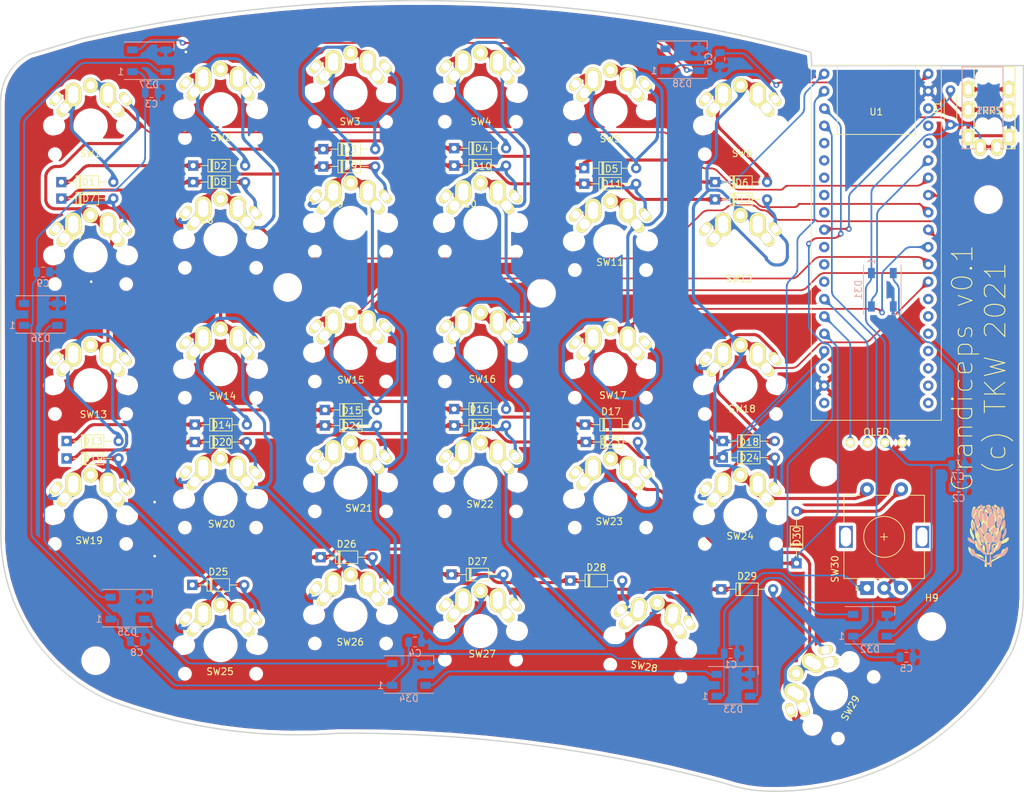
<source format=kicad_pcb>
(kicad_pcb (version 20171130) (host pcbnew 5.1.5+dfsg1-2build2)
  (layers (0 F.Cu signal hide) (31 B.Cu signal hide) (34 B.Paste user) (35 F.Paste user) (36 B.SilkS user) (37 F.SilkS user) (38 B.Mask user) (39 F.Mask user) (44 Edge.Cuts user))
  (net 0 "")
  (net 1 GND)
  (net 2 +5V)
  (net 3 "Net-(D1-Pad2)")
  (net 4 row0)
  (net 5 "Net-(D2-Pad2)")
  (net 6 "Net-(D3-Pad2)")
  (net 7 "Net-(D4-Pad2)")
  (net 8 "Net-(D5-Pad2)")
  (net 9 "Net-(D6-Pad2)")
  (net 10 "Net-(D7-Pad2)")
  (net 11 row4)
  (net 12 "Net-(D8-Pad2)")
  (net 13 "Net-(D9-Pad2)")
  (net 14 "Net-(D12-Pad2)")
  (net 15 RGB)
  (net 16 "Net-(D17-Pad2)")
  (net 17 row1)
  (net 18 "Net-(D18-Pad2)")
  (net 19 "Net-(D19-Pad2)")
  (net 20 "Net-(D20-Pad2)")
  (net 21 "Net-(D21-Pad2)")
  (net 22 "Net-(D22-Pad2)")
  (net 23 "Net-(D23-Pad2)")
  (net 24 "Net-(D33-Pad2)")
  (net 25 row2)
  (net 26 "Net-(D34-Pad2)")
  (net 27 "Net-(D35-Pad2)")
  (net 28 "Net-(D36-Pad2)")
  (net 29 "Net-(D37-Pad2)")
  (net 30 "Net-(D38-Pad2)")
  (net 31 row3)
  (net 32 col0)
  (net 33 col1)
  (net 34 col2)
  (net 35 col3)
  (net 36 col4)
  (net 37 col5)
  (net 38 ROT1A)
  (net 39 ROT1B)
  (net 40 "Net-(D10-Pad2)")
  (net 41 "Net-(D11-Pad2)")
  (net 42 "Net-(D13-Pad2)")
  (net 43 "Net-(D14-Pad2)")
  (net 44 "Net-(D15-Pad2)")
  (net 45 "Net-(D16-Pad2)")
  (net 46 "Net-(D24-Pad2)")
  (net 47 "Net-(D25-Pad2)")
  (net 48 "Net-(D26-Pad2)")
  (net 49 "Net-(D27-Pad2)")
  (net 50 "Net-(D28-Pad2)")
  (net 51 "Net-(D29-Pad2)")
  (net 52 "Net-(D30-Pad2)")
  (net 53 "Net-(D31-Pad2)")
  (net 54 "Net-(D32-Pad2)")
  (net 55 "Net-(U1-Pad36)")
  (net 56 "Net-(U1-Pad35)")
  (net 57 "Net-(U1-Pad34)")
  (net 58 "Net-(U1-Pad33)")
  (net 59 "Net-(U1-Pad32)")
  (net 60 "Net-(U1-Pad23)")
  (net 61 "Net-(U1-Pad21)")
  (net 62 "Net-(U1-Pad20)")
  (net 63 "Net-(U1-Pad5)")
  (net 64 "Net-(U1-Pad3)")
  (net 65 "Net-(J1-PadC)")
  (net 66 "Net-(J1-PadB)")
  (net 67 "Net-(U1-Pad30)")
  (net 68 "Net-(U1-Pad29)")
  (net 69 "Net-(U1-Pad28)")
  (net 70 "Net-(U1-Pad19)")
  (net 71 "Net-(U1-Pad18)")
  (net 72 "Net-(U1-Pad17)")
  (net 73 "Net-(U1-Pad15)")
  (net 74 "Net-(U1-Pad14)")
  (net 75 SCL)
  (net 76 SDA)
  (net 77 "Net-(U1-Pad4)")
  (module grandiceps:Protea-tiny (layer B.Cu) (at 196.3928 118.9736 180)
    (fp_text reference G*** hide)
    (fp_text value LOGO hide)
  )
  (module grandiceps:Protea-tiny (layer F.Cu) (at 196.6214 118.9736)
    (fp_text reference G*** hide)
    (fp_text value LOGO hide)
  )
  (module foostan:MX_ALPS_PG1350_noLed (layer F.Cu) (at 173.482 142.113 60)
    (fp_text reference SW29 (at -0.447349 3.543169 60) (layer F.SilkS))
    (fp_text value C)
    (pad "" np_thru_hole circle (at -5.22 4.2 60) (size 1 1) (drill 1) (layers *.Cu *.Mask F.SilkS))
    (pad "" np_thru_hole circle (at 5.22 4.2 60) (size 1 1) (drill 1) (layers *.Cu *.Mask F.SilkS))
    (pad "" np_thru_hole circle (at -5.08 0 60) (size 1.7 1.7) (drill 1.7) (layers *.Cu *.Mask F.SilkS))
    (pad "" np_thru_hole circle (at 5.08 0 60) (size 1.7 1.7) (drill 1.7) (layers *.Cu *.Mask F.SilkS))
    (pad 1 thru_hole circle (at -2.54 -4.5 60) (size 2.4 2.4) (drill 1.5) (layers *.Cu *.Mask F.SilkS) (net 51 "Net-(D29-Pad2)"))
    (pad 1 thru_hole circle (at -2.54 -4 60) (size 2.4 2.4) (drill 1.5) (layers *.Cu *.Mask F.SilkS) (net 51 "Net-(D29-Pad2)"))
    (pad 2 thru_hole circle (at 2.54 -4 60) (size 2.4 2.4) (drill 1.5) (layers *.Cu *.Mask F.SilkS) (net 36 col4))
    (pad 2 thru_hole circle (at 2.54 -4.5 60) (size 2.4 2.4) (drill 1.5) (layers *.Cu *.Mask F.SilkS) (net 36 col4))
    (pad 2 thru_hole oval (at 3.81 -2.54 10) (size 2.8 1.55) (drill 1.5) (layers *.Cu *.Mask F.SilkS) (net 36 col4))
    (pad 1 thru_hole circle (at -2.54 -5.08 60) (size 2.4 2.4) (drill 1.5) (layers *.Cu *.Mask F.SilkS) (net 51 "Net-(D29-Pad2)"))
    (pad 1 thru_hole oval (at -3.81 -2.54 110) (size 2.8 1.55) (drill 1.5) (layers *.Cu *.Mask F.SilkS) (net 51 "Net-(D29-Pad2)"))
    (pad 2 thru_hole circle (at 2.54 -5.08 60) (size 2.4 2.4) (drill 1.5) (layers *.Cu *.Mask F.SilkS) (net 36 col4))
    (pad 2 thru_hole circle (at 0 -5.9 150) (size 2.2 2.2) (drill 1.2) (layers *.Cu *.Mask F.SilkS) (net 36 col4))
    (pad 1 thru_hole oval (at -5.1 -3.9 110) (size 2.2 1.25) (drill 1.2) (layers *.Cu *.Mask F.SilkS) (net 51 "Net-(D29-Pad2)"))
    (pad "" np_thru_hole circle (at 5.5 0 150) (size 1.9 1.9) (drill 1.9) (layers *.Cu *.Mask F.SilkS))
    (pad "" np_thru_hole circle (at -5.5 0 150) (size 1.9 1.9) (drill 1.9) (layers *.Cu *.Mask F.SilkS))
    (pad "" np_thru_hole circle (at 0 0 150) (size 4 4) (drill 4) (layers *.Cu *.Mask F.SilkS))
    (pad 1 thru_hole oval (at 5.1 -3.9 10) (size 2.2 1.25) (drill 1.2) (layers *.Cu *.Mask F.SilkS) (net 51 "Net-(D29-Pad2)"))
  )
  (module foostan:MX_ALPS_PG1350_noLed (layer F.Cu) (at 147.015 134.671 350)
    (fp_text reference SW28 (at -0.291674 3.6105 170) (layer F.SilkS))
    (fp_text value X)
    (pad "" np_thru_hole circle (at -5.22 4.2 350) (size 1 1) (drill 1) (layers *.Cu *.Mask F.SilkS))
    (pad "" np_thru_hole circle (at 5.22 4.2 350) (size 1 1) (drill 1) (layers *.Cu *.Mask F.SilkS))
    (pad "" np_thru_hole circle (at -5.08 0 350) (size 1.7 1.7) (drill 1.7) (layers *.Cu *.Mask F.SilkS))
    (pad "" np_thru_hole circle (at 5.08 0 350) (size 1.7 1.7) (drill 1.7) (layers *.Cu *.Mask F.SilkS))
    (pad 1 thru_hole circle (at -2.54 -4.5 350) (size 2.4 2.4) (drill 1.5) (layers *.Cu *.Mask F.SilkS) (net 50 "Net-(D28-Pad2)"))
    (pad 1 thru_hole circle (at -2.54 -4 350) (size 2.4 2.4) (drill 1.5) (layers *.Cu *.Mask F.SilkS) (net 50 "Net-(D28-Pad2)"))
    (pad 2 thru_hole circle (at 2.54 -4 350) (size 2.4 2.4) (drill 1.5) (layers *.Cu *.Mask F.SilkS) (net 35 col3))
    (pad 2 thru_hole circle (at 2.54 -4.5 350) (size 2.4 2.4) (drill 1.5) (layers *.Cu *.Mask F.SilkS) (net 35 col3))
    (pad 2 thru_hole oval (at 3.81 -2.54 300) (size 2.8 1.55) (drill 1.5) (layers *.Cu *.Mask F.SilkS) (net 35 col3))
    (pad 1 thru_hole circle (at -2.54 -5.08 350) (size 2.4 2.4) (drill 1.5) (layers *.Cu *.Mask F.SilkS) (net 50 "Net-(D28-Pad2)"))
    (pad 1 thru_hole oval (at -3.81 -2.54 40) (size 2.8 1.55) (drill 1.5) (layers *.Cu *.Mask F.SilkS) (net 50 "Net-(D28-Pad2)"))
    (pad 2 thru_hole circle (at 2.54 -5.08 350) (size 2.4 2.4) (drill 1.5) (layers *.Cu *.Mask F.SilkS) (net 35 col3))
    (pad 2 thru_hole circle (at 0 -5.9 80) (size 2.2 2.2) (drill 1.2) (layers *.Cu *.Mask F.SilkS) (net 35 col3))
    (pad 1 thru_hole oval (at -5.1 -3.9 40) (size 2.2 1.25) (drill 1.2) (layers *.Cu *.Mask F.SilkS) (net 50 "Net-(D28-Pad2)"))
    (pad "" np_thru_hole circle (at 5.5 0 80) (size 1.9 1.9) (drill 1.9) (layers *.Cu *.Mask F.SilkS))
    (pad "" np_thru_hole circle (at -5.5 0 80) (size 1.9 1.9) (drill 1.9) (layers *.Cu *.Mask F.SilkS))
    (pad "" np_thru_hole circle (at 0 0 80) (size 4 4) (drill 4) (layers *.Cu *.Mask F.SilkS))
    (pad 1 thru_hole oval (at 5.1 -3.9 300) (size 2.2 1.25) (drill 1.2) (layers *.Cu *.Mask F.SilkS) (net 50 "Net-(D28-Pad2)"))
  )
  (module foostan:MX_ALPS_PG1350_noLed (layer F.Cu) (at 122.129 132.973)
    (fp_text reference SW27 (at 0.2482 3.3488) (layer F.SilkS))
    (fp_text value ALT)
    (pad "" np_thru_hole circle (at -5.22 4.2) (size 1 1) (drill 1) (layers *.Cu *.Mask F.SilkS))
    (pad "" np_thru_hole circle (at 5.22 4.2) (size 1 1) (drill 1) (layers *.Cu *.Mask F.SilkS))
    (pad "" np_thru_hole circle (at -5.08 0) (size 1.7 1.7) (drill 1.7) (layers *.Cu *.Mask F.SilkS))
    (pad "" np_thru_hole circle (at 5.08 0) (size 1.7 1.7) (drill 1.7) (layers *.Cu *.Mask F.SilkS))
    (pad 1 thru_hole circle (at -2.54 -4.5) (size 2.4 2.4) (drill 1.5) (layers *.Cu *.Mask F.SilkS) (net 49 "Net-(D27-Pad2)"))
    (pad 1 thru_hole circle (at -2.54 -4) (size 2.4 2.4) (drill 1.5) (layers *.Cu *.Mask F.SilkS) (net 49 "Net-(D27-Pad2)"))
    (pad 2 thru_hole circle (at 2.54 -4) (size 2.4 2.4) (drill 1.5) (layers *.Cu *.Mask F.SilkS) (net 34 col2))
    (pad 2 thru_hole circle (at 2.54 -4.5) (size 2.4 2.4) (drill 1.5) (layers *.Cu *.Mask F.SilkS) (net 34 col2))
    (pad 2 thru_hole oval (at 3.81 -2.54 310) (size 2.8 1.55) (drill 1.5) (layers *.Cu *.Mask F.SilkS) (net 34 col2))
    (pad 1 thru_hole circle (at -2.54 -5.08) (size 2.4 2.4) (drill 1.5) (layers *.Cu *.Mask F.SilkS) (net 49 "Net-(D27-Pad2)"))
    (pad 1 thru_hole oval (at -3.81 -2.54 50) (size 2.8 1.55) (drill 1.5) (layers *.Cu *.Mask F.SilkS) (net 49 "Net-(D27-Pad2)"))
    (pad 2 thru_hole circle (at 2.54 -5.08) (size 2.4 2.4) (drill 1.5) (layers *.Cu *.Mask F.SilkS) (net 34 col2))
    (pad 2 thru_hole circle (at 0 -5.9 90) (size 2.2 2.2) (drill 1.2) (layers *.Cu *.Mask F.SilkS) (net 34 col2))
    (pad 1 thru_hole oval (at -5.1 -3.9 50) (size 2.2 1.25) (drill 1.2) (layers *.Cu *.Mask F.SilkS) (net 49 "Net-(D27-Pad2)"))
    (pad "" np_thru_hole circle (at 5.5 0 90) (size 1.9 1.9) (drill 1.9) (layers *.Cu *.Mask F.SilkS))
    (pad "" np_thru_hole circle (at -5.5 0 90) (size 1.9 1.9) (drill 1.9) (layers *.Cu *.Mask F.SilkS))
    (pad "" np_thru_hole circle (at 0 0 90) (size 4 4) (drill 4) (layers *.Cu *.Mask F.SilkS))
    (pad 1 thru_hole oval (at 5.1 -3.9 310) (size 2.2 1.25) (drill 1.2) (layers *.Cu *.Mask F.SilkS) (net 49 "Net-(D27-Pad2)"))
  )
  (module foostan:MX_ALPS_PG1350_noLed (layer F.Cu) (at 103.089 130.593)
    (fp_text reference SW26 (at -0.0412 4.0016) (layer F.SilkS))
    (fp_text value SUPER)
    (pad "" np_thru_hole circle (at -5.22 4.2) (size 1 1) (drill 1) (layers *.Cu *.Mask F.SilkS))
    (pad "" np_thru_hole circle (at 5.22 4.2) (size 1 1) (drill 1) (layers *.Cu *.Mask F.SilkS))
    (pad "" np_thru_hole circle (at -5.08 0) (size 1.7 1.7) (drill 1.7) (layers *.Cu *.Mask F.SilkS))
    (pad "" np_thru_hole circle (at 5.08 0) (size 1.7 1.7) (drill 1.7) (layers *.Cu *.Mask F.SilkS))
    (pad 1 thru_hole circle (at -2.54 -4.5) (size 2.4 2.4) (drill 1.5) (layers *.Cu *.Mask F.SilkS) (net 48 "Net-(D26-Pad2)"))
    (pad 1 thru_hole circle (at -2.54 -4) (size 2.4 2.4) (drill 1.5) (layers *.Cu *.Mask F.SilkS) (net 48 "Net-(D26-Pad2)"))
    (pad 2 thru_hole circle (at 2.54 -4) (size 2.4 2.4) (drill 1.5) (layers *.Cu *.Mask F.SilkS) (net 33 col1))
    (pad 2 thru_hole circle (at 2.54 -4.5) (size 2.4 2.4) (drill 1.5) (layers *.Cu *.Mask F.SilkS) (net 33 col1))
    (pad 2 thru_hole oval (at 3.81 -2.54 310) (size 2.8 1.55) (drill 1.5) (layers *.Cu *.Mask F.SilkS) (net 33 col1))
    (pad 1 thru_hole circle (at -2.54 -5.08) (size 2.4 2.4) (drill 1.5) (layers *.Cu *.Mask F.SilkS) (net 48 "Net-(D26-Pad2)"))
    (pad 1 thru_hole oval (at -3.81 -2.54 50) (size 2.8 1.55) (drill 1.5) (layers *.Cu *.Mask F.SilkS) (net 48 "Net-(D26-Pad2)"))
    (pad 2 thru_hole circle (at 2.54 -5.08) (size 2.4 2.4) (drill 1.5) (layers *.Cu *.Mask F.SilkS) (net 33 col1))
    (pad 2 thru_hole circle (at 0 -5.9 90) (size 2.2 2.2) (drill 1.2) (layers *.Cu *.Mask F.SilkS) (net 33 col1))
    (pad 1 thru_hole oval (at -5.1 -3.9 50) (size 2.2 1.25) (drill 1.2) (layers *.Cu *.Mask F.SilkS) (net 48 "Net-(D26-Pad2)"))
    (pad "" np_thru_hole circle (at 5.5 0 90) (size 1.9 1.9) (drill 1.9) (layers *.Cu *.Mask F.SilkS))
    (pad "" np_thru_hole circle (at -5.5 0 90) (size 1.9 1.9) (drill 1.9) (layers *.Cu *.Mask F.SilkS))
    (pad "" np_thru_hole circle (at 0 0 90) (size 4 4) (drill 4) (layers *.Cu *.Mask F.SilkS))
    (pad 1 thru_hole oval (at 5.1 -3.9 310) (size 2.2 1.25) (drill 1.2) (layers *.Cu *.Mask F.SilkS) (net 48 "Net-(D26-Pad2)"))
  )
  (module foostan:MX_ALPS_PG1350_noLed (layer F.Cu) (at 84.049 135.033)
    (fp_text reference SW25 (at -0.0766 3.8796) (layer F.SilkS))
    (fp_text value CTRL)
    (pad "" np_thru_hole circle (at -5.22 4.2) (size 1 1) (drill 1) (layers *.Cu *.Mask F.SilkS))
    (pad "" np_thru_hole circle (at 5.22 4.2) (size 1 1) (drill 1) (layers *.Cu *.Mask F.SilkS))
    (pad "" np_thru_hole circle (at -5.08 0) (size 1.7 1.7) (drill 1.7) (layers *.Cu *.Mask F.SilkS))
    (pad "" np_thru_hole circle (at 5.08 0) (size 1.7 1.7) (drill 1.7) (layers *.Cu *.Mask F.SilkS))
    (pad 1 thru_hole circle (at -2.54 -4.5) (size 2.4 2.4) (drill 1.5) (layers *.Cu *.Mask F.SilkS) (net 47 "Net-(D25-Pad2)"))
    (pad 1 thru_hole circle (at -2.54 -4) (size 2.4 2.4) (drill 1.5) (layers *.Cu *.Mask F.SilkS) (net 47 "Net-(D25-Pad2)"))
    (pad 2 thru_hole circle (at 2.54 -4) (size 2.4 2.4) (drill 1.5) (layers *.Cu *.Mask F.SilkS) (net 32 col0))
    (pad 2 thru_hole circle (at 2.54 -4.5) (size 2.4 2.4) (drill 1.5) (layers *.Cu *.Mask F.SilkS) (net 32 col0))
    (pad 2 thru_hole oval (at 3.81 -2.54 310) (size 2.8 1.55) (drill 1.5) (layers *.Cu *.Mask F.SilkS) (net 32 col0))
    (pad 1 thru_hole circle (at -2.54 -5.08) (size 2.4 2.4) (drill 1.5) (layers *.Cu *.Mask F.SilkS) (net 47 "Net-(D25-Pad2)"))
    (pad 1 thru_hole oval (at -3.81 -2.54 50) (size 2.8 1.55) (drill 1.5) (layers *.Cu *.Mask F.SilkS) (net 47 "Net-(D25-Pad2)"))
    (pad 2 thru_hole circle (at 2.54 -5.08) (size 2.4 2.4) (drill 1.5) (layers *.Cu *.Mask F.SilkS) (net 32 col0))
    (pad 2 thru_hole circle (at 0 -5.9 90) (size 2.2 2.2) (drill 1.2) (layers *.Cu *.Mask F.SilkS) (net 32 col0))
    (pad 1 thru_hole oval (at -5.1 -3.9 50) (size 2.2 1.25) (drill 1.2) (layers *.Cu *.Mask F.SilkS) (net 47 "Net-(D25-Pad2)"))
    (pad "" np_thru_hole circle (at 5.5 0 90) (size 1.9 1.9) (drill 1.9) (layers *.Cu *.Mask F.SilkS))
    (pad "" np_thru_hole circle (at -5.5 0 90) (size 1.9 1.9) (drill 1.9) (layers *.Cu *.Mask F.SilkS))
    (pad "" np_thru_hole circle (at 0 0 90) (size 4 4) (drill 4) (layers *.Cu *.Mask F.SilkS))
    (pad 1 thru_hole oval (at 5.1 -3.9 310) (size 2.2 1.25) (drill 1.2) (layers *.Cu *.Mask F.SilkS) (net 47 "Net-(D25-Pad2)"))
  )
  (module foostan:MX_ALPS_PG1350_noLed (layer F.Cu) (at 160.209 115.993)
    (fp_text reference SW24 (at -0.0366 3.0568) (layer F.SilkS))
    (fp_text value V)
    (pad "" np_thru_hole circle (at -5.22 4.2) (size 1 1) (drill 1) (layers *.Cu *.Mask F.SilkS))
    (pad "" np_thru_hole circle (at 5.22 4.2) (size 1 1) (drill 1) (layers *.Cu *.Mask F.SilkS))
    (pad "" np_thru_hole circle (at -5.08 0) (size 1.7 1.7) (drill 1.7) (layers *.Cu *.Mask F.SilkS))
    (pad "" np_thru_hole circle (at 5.08 0) (size 1.7 1.7) (drill 1.7) (layers *.Cu *.Mask F.SilkS))
    (pad 1 thru_hole circle (at -2.54 -4.5) (size 2.4 2.4) (drill 1.5) (layers *.Cu *.Mask F.SilkS) (net 46 "Net-(D24-Pad2)"))
    (pad 1 thru_hole circle (at -2.54 -4) (size 2.4 2.4) (drill 1.5) (layers *.Cu *.Mask F.SilkS) (net 46 "Net-(D24-Pad2)"))
    (pad 2 thru_hole circle (at 2.54 -4) (size 2.4 2.4) (drill 1.5) (layers *.Cu *.Mask F.SilkS) (net 37 col5))
    (pad 2 thru_hole circle (at 2.54 -4.5) (size 2.4 2.4) (drill 1.5) (layers *.Cu *.Mask F.SilkS) (net 37 col5))
    (pad 2 thru_hole oval (at 3.81 -2.54 310) (size 2.8 1.55) (drill 1.5) (layers *.Cu *.Mask F.SilkS) (net 37 col5))
    (pad 1 thru_hole circle (at -2.54 -5.08) (size 2.4 2.4) (drill 1.5) (layers *.Cu *.Mask F.SilkS) (net 46 "Net-(D24-Pad2)"))
    (pad 1 thru_hole oval (at -3.81 -2.54 50) (size 2.8 1.55) (drill 1.5) (layers *.Cu *.Mask F.SilkS) (net 46 "Net-(D24-Pad2)"))
    (pad 2 thru_hole circle (at 2.54 -5.08) (size 2.4 2.4) (drill 1.5) (layers *.Cu *.Mask F.SilkS) (net 37 col5))
    (pad 2 thru_hole circle (at 0 -5.9 90) (size 2.2 2.2) (drill 1.2) (layers *.Cu *.Mask F.SilkS) (net 37 col5))
    (pad 1 thru_hole oval (at -5.1 -3.9 50) (size 2.2 1.25) (drill 1.2) (layers *.Cu *.Mask F.SilkS) (net 46 "Net-(D24-Pad2)"))
    (pad "" np_thru_hole circle (at 5.5 0 90) (size 1.9 1.9) (drill 1.9) (layers *.Cu *.Mask F.SilkS))
    (pad "" np_thru_hole circle (at -5.5 0 90) (size 1.9 1.9) (drill 1.9) (layers *.Cu *.Mask F.SilkS))
    (pad "" np_thru_hole circle (at 0 0 90) (size 4 4) (drill 4) (layers *.Cu *.Mask F.SilkS))
    (pad 1 thru_hole oval (at 5.1 -3.9 310) (size 2.2 1.25) (drill 1.2) (layers *.Cu *.Mask F.SilkS) (net 46 "Net-(D24-Pad2)"))
  )
  (module foostan:MX_ALPS_PG1350_noLed (layer F.Cu) (at 141.169 113.613)
    (fp_text reference SW23 (at -0.1736 3.3032) (layer F.SilkS))
    (fp_text value C)
    (pad "" np_thru_hole circle (at -5.22 4.2) (size 1 1) (drill 1) (layers *.Cu *.Mask F.SilkS))
    (pad "" np_thru_hole circle (at 5.22 4.2) (size 1 1) (drill 1) (layers *.Cu *.Mask F.SilkS))
    (pad "" np_thru_hole circle (at -5.08 0) (size 1.7 1.7) (drill 1.7) (layers *.Cu *.Mask F.SilkS))
    (pad "" np_thru_hole circle (at 5.08 0) (size 1.7 1.7) (drill 1.7) (layers *.Cu *.Mask F.SilkS))
    (pad 1 thru_hole circle (at -2.54 -4.5) (size 2.4 2.4) (drill 1.5) (layers *.Cu *.Mask F.SilkS) (net 23 "Net-(D23-Pad2)"))
    (pad 1 thru_hole circle (at -2.54 -4) (size 2.4 2.4) (drill 1.5) (layers *.Cu *.Mask F.SilkS) (net 23 "Net-(D23-Pad2)"))
    (pad 2 thru_hole circle (at 2.54 -4) (size 2.4 2.4) (drill 1.5) (layers *.Cu *.Mask F.SilkS) (net 36 col4))
    (pad 2 thru_hole circle (at 2.54 -4.5) (size 2.4 2.4) (drill 1.5) (layers *.Cu *.Mask F.SilkS) (net 36 col4))
    (pad 2 thru_hole oval (at 3.81 -2.54 310) (size 2.8 1.55) (drill 1.5) (layers *.Cu *.Mask F.SilkS) (net 36 col4))
    (pad 1 thru_hole circle (at -2.54 -5.08) (size 2.4 2.4) (drill 1.5) (layers *.Cu *.Mask F.SilkS) (net 23 "Net-(D23-Pad2)"))
    (pad 1 thru_hole oval (at -3.81 -2.54 50) (size 2.8 1.55) (drill 1.5) (layers *.Cu *.Mask F.SilkS) (net 23 "Net-(D23-Pad2)"))
    (pad 2 thru_hole circle (at 2.54 -5.08) (size 2.4 2.4) (drill 1.5) (layers *.Cu *.Mask F.SilkS) (net 36 col4))
    (pad 2 thru_hole circle (at 0 -5.9 90) (size 2.2 2.2) (drill 1.2) (layers *.Cu *.Mask F.SilkS) (net 36 col4))
    (pad 1 thru_hole oval (at -5.1 -3.9 50) (size 2.2 1.25) (drill 1.2) (layers *.Cu *.Mask F.SilkS) (net 23 "Net-(D23-Pad2)"))
    (pad "" np_thru_hole circle (at 5.5 0 90) (size 1.9 1.9) (drill 1.9) (layers *.Cu *.Mask F.SilkS))
    (pad "" np_thru_hole circle (at -5.5 0 90) (size 1.9 1.9) (drill 1.9) (layers *.Cu *.Mask F.SilkS))
    (pad "" np_thru_hole circle (at 0 0 90) (size 4 4) (drill 4) (layers *.Cu *.Mask F.SilkS))
    (pad 1 thru_hole oval (at 5.1 -3.9 310) (size 2.2 1.25) (drill 1.2) (layers *.Cu *.Mask F.SilkS) (net 23 "Net-(D23-Pad2)"))
  )
  (module foostan:MX_ALPS_PG1350_noLed (layer F.Cu) (at 122.129 111.233)
    (fp_text reference SW22 (at -0.082 3.1432) (layer F.SilkS))
    (fp_text value X)
    (pad "" np_thru_hole circle (at -5.22 4.2) (size 1 1) (drill 1) (layers *.Cu *.Mask F.SilkS))
    (pad "" np_thru_hole circle (at 5.22 4.2) (size 1 1) (drill 1) (layers *.Cu *.Mask F.SilkS))
    (pad "" np_thru_hole circle (at -5.08 0) (size 1.7 1.7) (drill 1.7) (layers *.Cu *.Mask F.SilkS))
    (pad "" np_thru_hole circle (at 5.08 0) (size 1.7 1.7) (drill 1.7) (layers *.Cu *.Mask F.SilkS))
    (pad 1 thru_hole circle (at -2.54 -4.5) (size 2.4 2.4) (drill 1.5) (layers *.Cu *.Mask F.SilkS) (net 22 "Net-(D22-Pad2)"))
    (pad 1 thru_hole circle (at -2.54 -4) (size 2.4 2.4) (drill 1.5) (layers *.Cu *.Mask F.SilkS) (net 22 "Net-(D22-Pad2)"))
    (pad 2 thru_hole circle (at 2.54 -4) (size 2.4 2.4) (drill 1.5) (layers *.Cu *.Mask F.SilkS) (net 35 col3))
    (pad 2 thru_hole circle (at 2.54 -4.5) (size 2.4 2.4) (drill 1.5) (layers *.Cu *.Mask F.SilkS) (net 35 col3))
    (pad 2 thru_hole oval (at 3.81 -2.54 310) (size 2.8 1.55) (drill 1.5) (layers *.Cu *.Mask F.SilkS) (net 35 col3))
    (pad 1 thru_hole circle (at -2.54 -5.08) (size 2.4 2.4) (drill 1.5) (layers *.Cu *.Mask F.SilkS) (net 22 "Net-(D22-Pad2)"))
    (pad 1 thru_hole oval (at -3.81 -2.54 50) (size 2.8 1.55) (drill 1.5) (layers *.Cu *.Mask F.SilkS) (net 22 "Net-(D22-Pad2)"))
    (pad 2 thru_hole circle (at 2.54 -5.08) (size 2.4 2.4) (drill 1.5) (layers *.Cu *.Mask F.SilkS) (net 35 col3))
    (pad 2 thru_hole circle (at 0 -5.9 90) (size 2.2 2.2) (drill 1.2) (layers *.Cu *.Mask F.SilkS) (net 35 col3))
    (pad 1 thru_hole oval (at -5.1 -3.9 50) (size 2.2 1.25) (drill 1.2) (layers *.Cu *.Mask F.SilkS) (net 22 "Net-(D22-Pad2)"))
    (pad "" np_thru_hole circle (at 5.5 0 90) (size 1.9 1.9) (drill 1.9) (layers *.Cu *.Mask F.SilkS))
    (pad "" np_thru_hole circle (at -5.5 0 90) (size 1.9 1.9) (drill 1.9) (layers *.Cu *.Mask F.SilkS))
    (pad "" np_thru_hole circle (at 0 0 90) (size 4 4) (drill 4) (layers *.Cu *.Mask F.SilkS))
    (pad 1 thru_hole oval (at 5.1 -3.9 310) (size 2.2 1.25) (drill 1.2) (layers *.Cu *.Mask F.SilkS) (net 22 "Net-(D22-Pad2)"))
  )
  (module foostan:MX_ALPS_PG1350_noLed (layer F.Cu) (at 103.089 111.233)
    (fp_text reference SW21 (at 1.2288 3.7274) (layer F.SilkS))
    (fp_text value Z)
    (pad "" np_thru_hole circle (at -5.22 4.2) (size 1 1) (drill 1) (layers *.Cu *.Mask F.SilkS))
    (pad "" np_thru_hole circle (at 5.22 4.2) (size 1 1) (drill 1) (layers *.Cu *.Mask F.SilkS))
    (pad "" np_thru_hole circle (at -5.08 0) (size 1.7 1.7) (drill 1.7) (layers *.Cu *.Mask F.SilkS))
    (pad "" np_thru_hole circle (at 5.08 0) (size 1.7 1.7) (drill 1.7) (layers *.Cu *.Mask F.SilkS))
    (pad 1 thru_hole circle (at -2.54 -4.5) (size 2.4 2.4) (drill 1.5) (layers *.Cu *.Mask F.SilkS) (net 21 "Net-(D21-Pad2)"))
    (pad 1 thru_hole circle (at -2.54 -4) (size 2.4 2.4) (drill 1.5) (layers *.Cu *.Mask F.SilkS) (net 21 "Net-(D21-Pad2)"))
    (pad 2 thru_hole circle (at 2.54 -4) (size 2.4 2.4) (drill 1.5) (layers *.Cu *.Mask F.SilkS) (net 34 col2))
    (pad 2 thru_hole circle (at 2.54 -4.5) (size 2.4 2.4) (drill 1.5) (layers *.Cu *.Mask F.SilkS) (net 34 col2))
    (pad 2 thru_hole oval (at 3.81 -2.54 310) (size 2.8 1.55) (drill 1.5) (layers *.Cu *.Mask F.SilkS) (net 34 col2))
    (pad 1 thru_hole circle (at -2.54 -5.08) (size 2.4 2.4) (drill 1.5) (layers *.Cu *.Mask F.SilkS) (net 21 "Net-(D21-Pad2)"))
    (pad 1 thru_hole oval (at -3.81 -2.54 50) (size 2.8 1.55) (drill 1.5) (layers *.Cu *.Mask F.SilkS) (net 21 "Net-(D21-Pad2)"))
    (pad 2 thru_hole circle (at 2.54 -5.08) (size 2.4 2.4) (drill 1.5) (layers *.Cu *.Mask F.SilkS) (net 34 col2))
    (pad 2 thru_hole circle (at 0 -5.9 90) (size 2.2 2.2) (drill 1.2) (layers *.Cu *.Mask F.SilkS) (net 34 col2))
    (pad 1 thru_hole oval (at -5.1 -3.9 50) (size 2.2 1.25) (drill 1.2) (layers *.Cu *.Mask F.SilkS) (net 21 "Net-(D21-Pad2)"))
    (pad "" np_thru_hole circle (at 5.5 0 90) (size 1.9 1.9) (drill 1.9) (layers *.Cu *.Mask F.SilkS))
    (pad "" np_thru_hole circle (at -5.5 0 90) (size 1.9 1.9) (drill 1.9) (layers *.Cu *.Mask F.SilkS))
    (pad "" np_thru_hole circle (at 0 0 90) (size 4 4) (drill 4) (layers *.Cu *.Mask F.SilkS))
    (pad 1 thru_hole oval (at 5.1 -3.9 310) (size 2.2 1.25) (drill 1.2) (layers *.Cu *.Mask F.SilkS) (net 21 "Net-(D21-Pad2)"))
  )
  (module foostan:MX_ALPS_PG1350_noLed (layer F.Cu) (at 84.049 113.613)
    (fp_text reference SW20 (at 0.152 3.6588) (layer F.SilkS))
    (fp_text value <)
    (pad "" np_thru_hole circle (at -5.22 4.2) (size 1 1) (drill 1) (layers *.Cu *.Mask F.SilkS))
    (pad "" np_thru_hole circle (at 5.22 4.2) (size 1 1) (drill 1) (layers *.Cu *.Mask F.SilkS))
    (pad "" np_thru_hole circle (at -5.08 0) (size 1.7 1.7) (drill 1.7) (layers *.Cu *.Mask F.SilkS))
    (pad "" np_thru_hole circle (at 5.08 0) (size 1.7 1.7) (drill 1.7) (layers *.Cu *.Mask F.SilkS))
    (pad 1 thru_hole circle (at -2.54 -4.5) (size 2.4 2.4) (drill 1.5) (layers *.Cu *.Mask F.SilkS) (net 20 "Net-(D20-Pad2)"))
    (pad 1 thru_hole circle (at -2.54 -4) (size 2.4 2.4) (drill 1.5) (layers *.Cu *.Mask F.SilkS) (net 20 "Net-(D20-Pad2)"))
    (pad 2 thru_hole circle (at 2.54 -4) (size 2.4 2.4) (drill 1.5) (layers *.Cu *.Mask F.SilkS) (net 33 col1))
    (pad 2 thru_hole circle (at 2.54 -4.5) (size 2.4 2.4) (drill 1.5) (layers *.Cu *.Mask F.SilkS) (net 33 col1))
    (pad 2 thru_hole oval (at 3.81 -2.54 310) (size 2.8 1.55) (drill 1.5) (layers *.Cu *.Mask F.SilkS) (net 33 col1))
    (pad 1 thru_hole circle (at -2.54 -5.08) (size 2.4 2.4) (drill 1.5) (layers *.Cu *.Mask F.SilkS) (net 20 "Net-(D20-Pad2)"))
    (pad 1 thru_hole oval (at -3.81 -2.54 50) (size 2.8 1.55) (drill 1.5) (layers *.Cu *.Mask F.SilkS) (net 20 "Net-(D20-Pad2)"))
    (pad 2 thru_hole circle (at 2.54 -5.08) (size 2.4 2.4) (drill 1.5) (layers *.Cu *.Mask F.SilkS) (net 33 col1))
    (pad 2 thru_hole circle (at 0 -5.9 90) (size 2.2 2.2) (drill 1.2) (layers *.Cu *.Mask F.SilkS) (net 33 col1))
    (pad 1 thru_hole oval (at -5.1 -3.9 50) (size 2.2 1.25) (drill 1.2) (layers *.Cu *.Mask F.SilkS) (net 20 "Net-(D20-Pad2)"))
    (pad "" np_thru_hole circle (at 5.5 0 90) (size 1.9 1.9) (drill 1.9) (layers *.Cu *.Mask F.SilkS))
    (pad "" np_thru_hole circle (at -5.5 0 90) (size 1.9 1.9) (drill 1.9) (layers *.Cu *.Mask F.SilkS))
    (pad "" np_thru_hole circle (at 0 0 90) (size 4 4) (drill 4) (layers *.Cu *.Mask F.SilkS))
    (pad 1 thru_hole oval (at 5.1 -3.9 310) (size 2.2 1.25) (drill 1.2) (layers *.Cu *.Mask F.SilkS) (net 20 "Net-(D20-Pad2)"))
  )
  (module foostan:MX_ALPS_PG1350_noLed (layer F.Cu) (at 65.009 115.993)
    (fp_text reference SW19 (at -0.2136 3.7172) (layer F.SilkS))
    (fp_text value SHIFT)
    (pad "" np_thru_hole circle (at -5.22 4.2) (size 1 1) (drill 1) (layers *.Cu *.Mask F.SilkS))
    (pad "" np_thru_hole circle (at 5.22 4.2) (size 1 1) (drill 1) (layers *.Cu *.Mask F.SilkS))
    (pad "" np_thru_hole circle (at -5.08 0) (size 1.7 1.7) (drill 1.7) (layers *.Cu *.Mask F.SilkS))
    (pad "" np_thru_hole circle (at 5.08 0) (size 1.7 1.7) (drill 1.7) (layers *.Cu *.Mask F.SilkS))
    (pad 1 thru_hole circle (at -2.54 -4.5) (size 2.4 2.4) (drill 1.5) (layers *.Cu *.Mask F.SilkS) (net 19 "Net-(D19-Pad2)"))
    (pad 1 thru_hole circle (at -2.54 -4) (size 2.4 2.4) (drill 1.5) (layers *.Cu *.Mask F.SilkS) (net 19 "Net-(D19-Pad2)"))
    (pad 2 thru_hole circle (at 2.54 -4) (size 2.4 2.4) (drill 1.5) (layers *.Cu *.Mask F.SilkS) (net 32 col0))
    (pad 2 thru_hole circle (at 2.54 -4.5) (size 2.4 2.4) (drill 1.5) (layers *.Cu *.Mask F.SilkS) (net 32 col0))
    (pad 2 thru_hole oval (at 3.81 -2.54 310) (size 2.8 1.55) (drill 1.5) (layers *.Cu *.Mask F.SilkS) (net 32 col0))
    (pad 1 thru_hole circle (at -2.54 -5.08) (size 2.4 2.4) (drill 1.5) (layers *.Cu *.Mask F.SilkS) (net 19 "Net-(D19-Pad2)"))
    (pad 1 thru_hole oval (at -3.81 -2.54 50) (size 2.8 1.55) (drill 1.5) (layers *.Cu *.Mask F.SilkS) (net 19 "Net-(D19-Pad2)"))
    (pad 2 thru_hole circle (at 2.54 -5.08) (size 2.4 2.4) (drill 1.5) (layers *.Cu *.Mask F.SilkS) (net 32 col0))
    (pad 2 thru_hole circle (at 0 -5.9 90) (size 2.2 2.2) (drill 1.2) (layers *.Cu *.Mask F.SilkS) (net 32 col0))
    (pad 1 thru_hole oval (at -5.1 -3.9 50) (size 2.2 1.25) (drill 1.2) (layers *.Cu *.Mask F.SilkS) (net 19 "Net-(D19-Pad2)"))
    (pad "" np_thru_hole circle (at 5.5 0 90) (size 1.9 1.9) (drill 1.9) (layers *.Cu *.Mask F.SilkS))
    (pad "" np_thru_hole circle (at -5.5 0 90) (size 1.9 1.9) (drill 1.9) (layers *.Cu *.Mask F.SilkS))
    (pad "" np_thru_hole circle (at 0 0 90) (size 4 4) (drill 4) (layers *.Cu *.Mask F.SilkS))
    (pad 1 thru_hole oval (at 5.1 -3.9 310) (size 2.2 1.25) (drill 1.2) (layers *.Cu *.Mask F.SilkS) (net 19 "Net-(D19-Pad2)"))
  )
  (module foostan:MX_ALPS_PG1350_noLed (layer F.Cu) (at 160.209 96.9526)
    (fp_text reference SW18 (at 0.2428 3.4536) (layer F.SilkS))
    (fp_text value G)
    (pad "" np_thru_hole circle (at -5.22 4.2) (size 1 1) (drill 1) (layers *.Cu *.Mask F.SilkS))
    (pad "" np_thru_hole circle (at 5.22 4.2) (size 1 1) (drill 1) (layers *.Cu *.Mask F.SilkS))
    (pad "" np_thru_hole circle (at -5.08 0) (size 1.7 1.7) (drill 1.7) (layers *.Cu *.Mask F.SilkS))
    (pad "" np_thru_hole circle (at 5.08 0) (size 1.7 1.7) (drill 1.7) (layers *.Cu *.Mask F.SilkS))
    (pad 1 thru_hole circle (at -2.54 -4.5) (size 2.4 2.4) (drill 1.5) (layers *.Cu *.Mask F.SilkS) (net 18 "Net-(D18-Pad2)"))
    (pad 1 thru_hole circle (at -2.54 -4) (size 2.4 2.4) (drill 1.5) (layers *.Cu *.Mask F.SilkS) (net 18 "Net-(D18-Pad2)"))
    (pad 2 thru_hole circle (at 2.54 -4) (size 2.4 2.4) (drill 1.5) (layers *.Cu *.Mask F.SilkS) (net 37 col5))
    (pad 2 thru_hole circle (at 2.54 -4.5) (size 2.4 2.4) (drill 1.5) (layers *.Cu *.Mask F.SilkS) (net 37 col5))
    (pad 2 thru_hole oval (at 3.81 -2.54 310) (size 2.8 1.55) (drill 1.5) (layers *.Cu *.Mask F.SilkS) (net 37 col5))
    (pad 1 thru_hole circle (at -2.54 -5.08) (size 2.4 2.4) (drill 1.5) (layers *.Cu *.Mask F.SilkS) (net 18 "Net-(D18-Pad2)"))
    (pad 1 thru_hole oval (at -3.81 -2.54 50) (size 2.8 1.55) (drill 1.5) (layers *.Cu *.Mask F.SilkS) (net 18 "Net-(D18-Pad2)"))
    (pad 2 thru_hole circle (at 2.54 -5.08) (size 2.4 2.4) (drill 1.5) (layers *.Cu *.Mask F.SilkS) (net 37 col5))
    (pad 2 thru_hole circle (at 0 -5.9 90) (size 2.2 2.2) (drill 1.2) (layers *.Cu *.Mask F.SilkS) (net 37 col5))
    (pad 1 thru_hole oval (at -5.1 -3.9 50) (size 2.2 1.25) (drill 1.2) (layers *.Cu *.Mask F.SilkS) (net 18 "Net-(D18-Pad2)"))
    (pad "" np_thru_hole circle (at 5.5 0 90) (size 1.9 1.9) (drill 1.9) (layers *.Cu *.Mask F.SilkS))
    (pad "" np_thru_hole circle (at -5.5 0 90) (size 1.9 1.9) (drill 1.9) (layers *.Cu *.Mask F.SilkS))
    (pad "" np_thru_hole circle (at 0 0 90) (size 4 4) (drill 4) (layers *.Cu *.Mask F.SilkS))
    (pad 1 thru_hole oval (at 5.1 -3.9 310) (size 2.2 1.25) (drill 1.2) (layers *.Cu *.Mask F.SilkS) (net 18 "Net-(D18-Pad2)"))
  )
  (module foostan:MX_ALPS_PG1350_noLed (layer F.Cu) (at 141.169 94.5726)
    (fp_text reference SW17 (at 0.3598 3.8524) (layer F.SilkS))
    (fp_text value F)
    (pad "" np_thru_hole circle (at -5.22 4.2) (size 1 1) (drill 1) (layers *.Cu *.Mask F.SilkS))
    (pad "" np_thru_hole circle (at 5.22 4.2) (size 1 1) (drill 1) (layers *.Cu *.Mask F.SilkS))
    (pad "" np_thru_hole circle (at -5.08 0) (size 1.7 1.7) (drill 1.7) (layers *.Cu *.Mask F.SilkS))
    (pad "" np_thru_hole circle (at 5.08 0) (size 1.7 1.7) (drill 1.7) (layers *.Cu *.Mask F.SilkS))
    (pad 1 thru_hole circle (at -2.54 -4.5) (size 2.4 2.4) (drill 1.5) (layers *.Cu *.Mask F.SilkS) (net 16 "Net-(D17-Pad2)"))
    (pad 1 thru_hole circle (at -2.54 -4) (size 2.4 2.4) (drill 1.5) (layers *.Cu *.Mask F.SilkS) (net 16 "Net-(D17-Pad2)"))
    (pad 2 thru_hole circle (at 2.54 -4) (size 2.4 2.4) (drill 1.5) (layers *.Cu *.Mask F.SilkS) (net 36 col4))
    (pad 2 thru_hole circle (at 2.54 -4.5) (size 2.4 2.4) (drill 1.5) (layers *.Cu *.Mask F.SilkS) (net 36 col4))
    (pad 2 thru_hole oval (at 3.81 -2.54 310) (size 2.8 1.55) (drill 1.5) (layers *.Cu *.Mask F.SilkS) (net 36 col4))
    (pad 1 thru_hole circle (at -2.54 -5.08) (size 2.4 2.4) (drill 1.5) (layers *.Cu *.Mask F.SilkS) (net 16 "Net-(D17-Pad2)"))
    (pad 1 thru_hole oval (at -3.81 -2.54 50) (size 2.8 1.55) (drill 1.5) (layers *.Cu *.Mask F.SilkS) (net 16 "Net-(D17-Pad2)"))
    (pad 2 thru_hole circle (at 2.54 -5.08) (size 2.4 2.4) (drill 1.5) (layers *.Cu *.Mask F.SilkS) (net 36 col4))
    (pad 2 thru_hole circle (at 0 -5.9 90) (size 2.2 2.2) (drill 1.2) (layers *.Cu *.Mask F.SilkS) (net 36 col4))
    (pad 1 thru_hole oval (at -5.1 -3.9 50) (size 2.2 1.25) (drill 1.2) (layers *.Cu *.Mask F.SilkS) (net 16 "Net-(D17-Pad2)"))
    (pad "" np_thru_hole circle (at 5.5 0 90) (size 1.9 1.9) (drill 1.9) (layers *.Cu *.Mask F.SilkS))
    (pad "" np_thru_hole circle (at -5.5 0 90) (size 1.9 1.9) (drill 1.9) (layers *.Cu *.Mask F.SilkS))
    (pad "" np_thru_hole circle (at 0 0 90) (size 4 4) (drill 4) (layers *.Cu *.Mask F.SilkS))
    (pad 1 thru_hole oval (at 5.1 -3.9 310) (size 2.2 1.25) (drill 1.2) (layers *.Cu *.Mask F.SilkS) (net 16 "Net-(D17-Pad2)"))
  )
  (module foostan:MX_ALPS_PG1350_noLed (layer F.Cu) (at 122.129 92.1926)
    (fp_text reference SW16 (at 0.2736 3.8702) (layer F.SilkS))
    (fp_text value D)
    (pad "" np_thru_hole circle (at -5.22 4.2) (size 1 1) (drill 1) (layers *.Cu *.Mask F.SilkS))
    (pad "" np_thru_hole circle (at 5.22 4.2) (size 1 1) (drill 1) (layers *.Cu *.Mask F.SilkS))
    (pad "" np_thru_hole circle (at -5.08 0) (size 1.7 1.7) (drill 1.7) (layers *.Cu *.Mask F.SilkS))
    (pad "" np_thru_hole circle (at 5.08 0) (size 1.7 1.7) (drill 1.7) (layers *.Cu *.Mask F.SilkS))
    (pad 1 thru_hole circle (at -2.54 -4.5) (size 2.4 2.4) (drill 1.5) (layers *.Cu *.Mask F.SilkS) (net 45 "Net-(D16-Pad2)"))
    (pad 1 thru_hole circle (at -2.54 -4) (size 2.4 2.4) (drill 1.5) (layers *.Cu *.Mask F.SilkS) (net 45 "Net-(D16-Pad2)"))
    (pad 2 thru_hole circle (at 2.54 -4) (size 2.4 2.4) (drill 1.5) (layers *.Cu *.Mask F.SilkS) (net 35 col3))
    (pad 2 thru_hole circle (at 2.54 -4.5) (size 2.4 2.4) (drill 1.5) (layers *.Cu *.Mask F.SilkS) (net 35 col3))
    (pad 2 thru_hole oval (at 3.81 -2.54 310) (size 2.8 1.55) (drill 1.5) (layers *.Cu *.Mask F.SilkS) (net 35 col3))
    (pad 1 thru_hole circle (at -2.54 -5.08) (size 2.4 2.4) (drill 1.5) (layers *.Cu *.Mask F.SilkS) (net 45 "Net-(D16-Pad2)"))
    (pad 1 thru_hole oval (at -3.81 -2.54 50) (size 2.8 1.55) (drill 1.5) (layers *.Cu *.Mask F.SilkS) (net 45 "Net-(D16-Pad2)"))
    (pad 2 thru_hole circle (at 2.54 -5.08) (size 2.4 2.4) (drill 1.5) (layers *.Cu *.Mask F.SilkS) (net 35 col3))
    (pad 2 thru_hole circle (at 0 -5.9 90) (size 2.2 2.2) (drill 1.2) (layers *.Cu *.Mask F.SilkS) (net 35 col3))
    (pad 1 thru_hole oval (at -5.1 -3.9 50) (size 2.2 1.25) (drill 1.2) (layers *.Cu *.Mask F.SilkS) (net 45 "Net-(D16-Pad2)"))
    (pad "" np_thru_hole circle (at 5.5 0 90) (size 1.9 1.9) (drill 1.9) (layers *.Cu *.Mask F.SilkS))
    (pad "" np_thru_hole circle (at -5.5 0 90) (size 1.9 1.9) (drill 1.9) (layers *.Cu *.Mask F.SilkS))
    (pad "" np_thru_hole circle (at 0 0 90) (size 4 4) (drill 4) (layers *.Cu *.Mask F.SilkS))
    (pad 1 thru_hole oval (at 5.1 -3.9 310) (size 2.2 1.25) (drill 1.2) (layers *.Cu *.Mask F.SilkS) (net 45 "Net-(D16-Pad2)"))
  )
  (module foostan:MX_ALPS_PG1350_noLed (layer F.Cu) (at 103.089 92.1926)
    (fp_text reference SW15 (at 0.0604 3.9718) (layer F.SilkS))
    (fp_text value S)
    (pad "" np_thru_hole circle (at -5.22 4.2) (size 1 1) (drill 1) (layers *.Cu *.Mask F.SilkS))
    (pad "" np_thru_hole circle (at 5.22 4.2) (size 1 1) (drill 1) (layers *.Cu *.Mask F.SilkS))
    (pad "" np_thru_hole circle (at -5.08 0) (size 1.7 1.7) (drill 1.7) (layers *.Cu *.Mask F.SilkS))
    (pad "" np_thru_hole circle (at 5.08 0) (size 1.7 1.7) (drill 1.7) (layers *.Cu *.Mask F.SilkS))
    (pad 1 thru_hole circle (at -2.54 -4.5) (size 2.4 2.4) (drill 1.5) (layers *.Cu *.Mask F.SilkS) (net 44 "Net-(D15-Pad2)"))
    (pad 1 thru_hole circle (at -2.54 -4) (size 2.4 2.4) (drill 1.5) (layers *.Cu *.Mask F.SilkS) (net 44 "Net-(D15-Pad2)"))
    (pad 2 thru_hole circle (at 2.54 -4) (size 2.4 2.4) (drill 1.5) (layers *.Cu *.Mask F.SilkS) (net 34 col2))
    (pad 2 thru_hole circle (at 2.54 -4.5) (size 2.4 2.4) (drill 1.5) (layers *.Cu *.Mask F.SilkS) (net 34 col2))
    (pad 2 thru_hole oval (at 3.81 -2.54 310) (size 2.8 1.55) (drill 1.5) (layers *.Cu *.Mask F.SilkS) (net 34 col2))
    (pad 1 thru_hole circle (at -2.54 -5.08) (size 2.4 2.4) (drill 1.5) (layers *.Cu *.Mask F.SilkS) (net 44 "Net-(D15-Pad2)"))
    (pad 1 thru_hole oval (at -3.81 -2.54 50) (size 2.8 1.55) (drill 1.5) (layers *.Cu *.Mask F.SilkS) (net 44 "Net-(D15-Pad2)"))
    (pad 2 thru_hole circle (at 2.54 -5.08) (size 2.4 2.4) (drill 1.5) (layers *.Cu *.Mask F.SilkS) (net 34 col2))
    (pad 2 thru_hole circle (at 0 -5.9 90) (size 2.2 2.2) (drill 1.2) (layers *.Cu *.Mask F.SilkS) (net 34 col2))
    (pad 1 thru_hole oval (at -5.1 -3.9 50) (size 2.2 1.25) (drill 1.2) (layers *.Cu *.Mask F.SilkS) (net 44 "Net-(D15-Pad2)"))
    (pad "" np_thru_hole circle (at 5.5 0 90) (size 1.9 1.9) (drill 1.9) (layers *.Cu *.Mask F.SilkS))
    (pad "" np_thru_hole circle (at -5.5 0 90) (size 1.9 1.9) (drill 1.9) (layers *.Cu *.Mask F.SilkS))
    (pad "" np_thru_hole circle (at 0 0 90) (size 4 4) (drill 4) (layers *.Cu *.Mask F.SilkS))
    (pad 1 thru_hole oval (at 5.1 -3.9 310) (size 2.2 1.25) (drill 1.2) (layers *.Cu *.Mask F.SilkS) (net 44 "Net-(D15-Pad2)"))
  )
  (module foostan:MX_ALPS_PG1350_noLed (layer F.Cu) (at 84.049 94.5726)
    (fp_text reference SW14 (at 0.279 3.954) (layer F.SilkS))
    (fp_text value A)
    (pad "" np_thru_hole circle (at -5.22 4.2) (size 1 1) (drill 1) (layers *.Cu *.Mask F.SilkS))
    (pad "" np_thru_hole circle (at 5.22 4.2) (size 1 1) (drill 1) (layers *.Cu *.Mask F.SilkS))
    (pad "" np_thru_hole circle (at -5.08 0) (size 1.7 1.7) (drill 1.7) (layers *.Cu *.Mask F.SilkS))
    (pad "" np_thru_hole circle (at 5.08 0) (size 1.7 1.7) (drill 1.7) (layers *.Cu *.Mask F.SilkS))
    (pad 1 thru_hole circle (at -2.54 -4.5) (size 2.4 2.4) (drill 1.5) (layers *.Cu *.Mask F.SilkS) (net 43 "Net-(D14-Pad2)"))
    (pad 1 thru_hole circle (at -2.54 -4) (size 2.4 2.4) (drill 1.5) (layers *.Cu *.Mask F.SilkS) (net 43 "Net-(D14-Pad2)"))
    (pad 2 thru_hole circle (at 2.54 -4) (size 2.4 2.4) (drill 1.5) (layers *.Cu *.Mask F.SilkS) (net 33 col1))
    (pad 2 thru_hole circle (at 2.54 -4.5) (size 2.4 2.4) (drill 1.5) (layers *.Cu *.Mask F.SilkS) (net 33 col1))
    (pad 2 thru_hole oval (at 3.81 -2.54 310) (size 2.8 1.55) (drill 1.5) (layers *.Cu *.Mask F.SilkS) (net 33 col1))
    (pad 1 thru_hole circle (at -2.54 -5.08) (size 2.4 2.4) (drill 1.5) (layers *.Cu *.Mask F.SilkS) (net 43 "Net-(D14-Pad2)"))
    (pad 1 thru_hole oval (at -3.81 -2.54 50) (size 2.8 1.55) (drill 1.5) (layers *.Cu *.Mask F.SilkS) (net 43 "Net-(D14-Pad2)"))
    (pad 2 thru_hole circle (at 2.54 -5.08) (size 2.4 2.4) (drill 1.5) (layers *.Cu *.Mask F.SilkS) (net 33 col1))
    (pad 2 thru_hole circle (at 0 -5.9 90) (size 2.2 2.2) (drill 1.2) (layers *.Cu *.Mask F.SilkS) (net 33 col1))
    (pad 1 thru_hole oval (at -5.1 -3.9 50) (size 2.2 1.25) (drill 1.2) (layers *.Cu *.Mask F.SilkS) (net 43 "Net-(D14-Pad2)"))
    (pad "" np_thru_hole circle (at 5.5 0 90) (size 1.9 1.9) (drill 1.9) (layers *.Cu *.Mask F.SilkS))
    (pad "" np_thru_hole circle (at -5.5 0 90) (size 1.9 1.9) (drill 1.9) (layers *.Cu *.Mask F.SilkS))
    (pad "" np_thru_hole circle (at 0 0 90) (size 4 4) (drill 4) (layers *.Cu *.Mask F.SilkS))
    (pad 1 thru_hole oval (at 5.1 -3.9 310) (size 2.2 1.25) (drill 1.2) (layers *.Cu *.Mask F.SilkS) (net 43 "Net-(D14-Pad2)"))
  )
  (module foostan:MX_ALPS_PG1350_noLed (layer F.Cu) (at 65.009 96.9526)
    (fp_text reference SW13 (at 0.4214 4.2664) (layer F.SilkS))
    (fp_text value CAPS)
    (pad "" np_thru_hole circle (at -5.22 4.2) (size 1 1) (drill 1) (layers *.Cu *.Mask F.SilkS))
    (pad "" np_thru_hole circle (at 5.22 4.2) (size 1 1) (drill 1) (layers *.Cu *.Mask F.SilkS))
    (pad "" np_thru_hole circle (at -5.08 0) (size 1.7 1.7) (drill 1.7) (layers *.Cu *.Mask F.SilkS))
    (pad "" np_thru_hole circle (at 5.08 0) (size 1.7 1.7) (drill 1.7) (layers *.Cu *.Mask F.SilkS))
    (pad 1 thru_hole circle (at -2.54 -4.5) (size 2.4 2.4) (drill 1.5) (layers *.Cu *.Mask F.SilkS) (net 42 "Net-(D13-Pad2)"))
    (pad 1 thru_hole circle (at -2.54 -4) (size 2.4 2.4) (drill 1.5) (layers *.Cu *.Mask F.SilkS) (net 42 "Net-(D13-Pad2)"))
    (pad 2 thru_hole circle (at 2.54 -4) (size 2.4 2.4) (drill 1.5) (layers *.Cu *.Mask F.SilkS) (net 32 col0))
    (pad 2 thru_hole circle (at 2.54 -4.5) (size 2.4 2.4) (drill 1.5) (layers *.Cu *.Mask F.SilkS) (net 32 col0))
    (pad 2 thru_hole oval (at 3.81 -2.54 310) (size 2.8 1.55) (drill 1.5) (layers *.Cu *.Mask F.SilkS) (net 32 col0))
    (pad 1 thru_hole circle (at -2.54 -5.08) (size 2.4 2.4) (drill 1.5) (layers *.Cu *.Mask F.SilkS) (net 42 "Net-(D13-Pad2)"))
    (pad 1 thru_hole oval (at -3.81 -2.54 50) (size 2.8 1.55) (drill 1.5) (layers *.Cu *.Mask F.SilkS) (net 42 "Net-(D13-Pad2)"))
    (pad 2 thru_hole circle (at 2.54 -5.08) (size 2.4 2.4) (drill 1.5) (layers *.Cu *.Mask F.SilkS) (net 32 col0))
    (pad 2 thru_hole circle (at 0 -5.9 90) (size 2.2 2.2) (drill 1.2) (layers *.Cu *.Mask F.SilkS) (net 32 col0))
    (pad 1 thru_hole oval (at -5.1 -3.9 50) (size 2.2 1.25) (drill 1.2) (layers *.Cu *.Mask F.SilkS) (net 42 "Net-(D13-Pad2)"))
    (pad "" np_thru_hole circle (at 5.5 0 90) (size 1.9 1.9) (drill 1.9) (layers *.Cu *.Mask F.SilkS))
    (pad "" np_thru_hole circle (at -5.5 0 90) (size 1.9 1.9) (drill 1.9) (layers *.Cu *.Mask F.SilkS))
    (pad "" np_thru_hole circle (at 0 0 90) (size 4 4) (drill 4) (layers *.Cu *.Mask F.SilkS))
    (pad 1 thru_hole oval (at 5.1 -3.9 310) (size 2.2 1.25) (drill 1.2) (layers *.Cu *.Mask F.SilkS) (net 42 "Net-(D13-Pad2)"))
  )
  (module foostan:MX_ALPS_PG1350_noLed (layer F.Cu) (at 160.209 77.9126)
    (fp_text reference SW12 (at -0.1636 3.4182) (layer F.SilkS))
    (fp_text value T)
    (pad "" np_thru_hole circle (at -5.22 4.2) (size 1 1) (drill 1) (layers *.Cu *.Mask F.SilkS))
    (pad "" np_thru_hole circle (at 5.22 4.2) (size 1 1) (drill 1) (layers *.Cu *.Mask F.SilkS))
    (pad "" np_thru_hole circle (at -5.08 0) (size 1.7 1.7) (drill 1.7) (layers *.Cu *.Mask F.SilkS))
    (pad "" np_thru_hole circle (at 5.08 0) (size 1.7 1.7) (drill 1.7) (layers *.Cu *.Mask F.SilkS))
    (pad 1 thru_hole circle (at -2.54 -4.5) (size 2.4 2.4) (drill 1.5) (layers *.Cu *.Mask F.SilkS) (net 14 "Net-(D12-Pad2)"))
    (pad 1 thru_hole circle (at -2.54 -4) (size 2.4 2.4) (drill 1.5) (layers *.Cu *.Mask F.SilkS) (net 14 "Net-(D12-Pad2)"))
    (pad 2 thru_hole circle (at 2.54 -4) (size 2.4 2.4) (drill 1.5) (layers *.Cu *.Mask F.SilkS) (net 37 col5))
    (pad 2 thru_hole circle (at 2.54 -4.5) (size 2.4 2.4) (drill 1.5) (layers *.Cu *.Mask F.SilkS) (net 37 col5))
    (pad 2 thru_hole oval (at 3.81 -2.54 310) (size 2.8 1.55) (drill 1.5) (layers *.Cu *.Mask F.SilkS) (net 37 col5))
    (pad 1 thru_hole circle (at -2.54 -5.08) (size 2.4 2.4) (drill 1.5) (layers *.Cu *.Mask F.SilkS) (net 14 "Net-(D12-Pad2)"))
    (pad 1 thru_hole oval (at -3.81 -2.54 50) (size 2.8 1.55) (drill 1.5) (layers *.Cu *.Mask F.SilkS) (net 14 "Net-(D12-Pad2)"))
    (pad 2 thru_hole circle (at 2.54 -5.08) (size 2.4 2.4) (drill 1.5) (layers *.Cu *.Mask F.SilkS) (net 37 col5))
    (pad 2 thru_hole circle (at 0 -5.9 90) (size 2.2 2.2) (drill 1.2) (layers *.Cu *.Mask F.SilkS) (net 37 col5))
    (pad 1 thru_hole oval (at -5.1 -3.9 50) (size 2.2 1.25) (drill 1.2) (layers *.Cu *.Mask F.SilkS) (net 14 "Net-(D12-Pad2)"))
    (pad "" np_thru_hole circle (at 5.5 0 90) (size 1.9 1.9) (drill 1.9) (layers *.Cu *.Mask F.SilkS))
    (pad "" np_thru_hole circle (at -5.5 0 90) (size 1.9 1.9) (drill 1.9) (layers *.Cu *.Mask F.SilkS))
    (pad "" np_thru_hole circle (at 0 0 90) (size 4 4) (drill 4) (layers *.Cu *.Mask F.SilkS))
    (pad 1 thru_hole oval (at 5.1 -3.9 310) (size 2.2 1.25) (drill 1.2) (layers *.Cu *.Mask F.SilkS) (net 14 "Net-(D12-Pad2)"))
  )
  (module foostan:MX_ALPS_PG1350_noLed (layer F.Cu) (at 141.169 75.8526)
    (fp_text reference SW11 (at -0.072 3.0652) (layer F.SilkS))
    (fp_text value R)
    (pad "" np_thru_hole circle (at -5.22 4.2) (size 1 1) (drill 1) (layers *.Cu *.Mask F.SilkS))
    (pad "" np_thru_hole circle (at 5.22 4.2) (size 1 1) (drill 1) (layers *.Cu *.Mask F.SilkS))
    (pad "" np_thru_hole circle (at -5.08 0) (size 1.7 1.7) (drill 1.7) (layers *.Cu *.Mask F.SilkS))
    (pad "" np_thru_hole circle (at 5.08 0) (size 1.7 1.7) (drill 1.7) (layers *.Cu *.Mask F.SilkS))
    (pad 1 thru_hole circle (at -2.54 -4.5) (size 2.4 2.4) (drill 1.5) (layers *.Cu *.Mask F.SilkS) (net 41 "Net-(D11-Pad2)"))
    (pad 1 thru_hole circle (at -2.54 -4) (size 2.4 2.4) (drill 1.5) (layers *.Cu *.Mask F.SilkS) (net 41 "Net-(D11-Pad2)"))
    (pad 2 thru_hole circle (at 2.54 -4) (size 2.4 2.4) (drill 1.5) (layers *.Cu *.Mask F.SilkS) (net 36 col4))
    (pad 2 thru_hole circle (at 2.54 -4.5) (size 2.4 2.4) (drill 1.5) (layers *.Cu *.Mask F.SilkS) (net 36 col4))
    (pad 2 thru_hole oval (at 3.81 -2.54 310) (size 2.8 1.55) (drill 1.5) (layers *.Cu *.Mask F.SilkS) (net 36 col4))
    (pad 1 thru_hole circle (at -2.54 -5.08) (size 2.4 2.4) (drill 1.5) (layers *.Cu *.Mask F.SilkS) (net 41 "Net-(D11-Pad2)"))
    (pad 1 thru_hole oval (at -3.81 -2.54 50) (size 2.8 1.55) (drill 1.5) (layers *.Cu *.Mask F.SilkS) (net 41 "Net-(D11-Pad2)"))
    (pad 2 thru_hole circle (at 2.54 -5.08) (size 2.4 2.4) (drill 1.5) (layers *.Cu *.Mask F.SilkS) (net 36 col4))
    (pad 2 thru_hole circle (at 0 -5.9 90) (size 2.2 2.2) (drill 1.2) (layers *.Cu *.Mask F.SilkS) (net 36 col4))
    (pad 1 thru_hole oval (at -5.1 -3.9 50) (size 2.2 1.25) (drill 1.2) (layers *.Cu *.Mask F.SilkS) (net 41 "Net-(D11-Pad2)"))
    (pad "" np_thru_hole circle (at 5.5 0 90) (size 1.9 1.9) (drill 1.9) (layers *.Cu *.Mask F.SilkS))
    (pad "" np_thru_hole circle (at -5.5 0 90) (size 1.9 1.9) (drill 1.9) (layers *.Cu *.Mask F.SilkS))
    (pad "" np_thru_hole circle (at 0 0 90) (size 4 4) (drill 4) (layers *.Cu *.Mask F.SilkS))
    (pad 1 thru_hole oval (at 5.1 -3.9 310) (size 2.2 1.25) (drill 1.2) (layers *.Cu *.Mask F.SilkS) (net 41 "Net-(D11-Pad2)"))
  )
  (module foostan:MX_ALPS_PG1350_noLed (layer F.Cu) (at 122.129 73.1526)
    (fp_text reference SW10 (at -2.54 -2.794) (layer F.SilkS))
    (fp_text value E)
    (pad "" np_thru_hole circle (at -5.22 4.2) (size 1 1) (drill 1) (layers *.Cu *.Mask F.SilkS))
    (pad "" np_thru_hole circle (at 5.22 4.2) (size 1 1) (drill 1) (layers *.Cu *.Mask F.SilkS))
    (pad "" np_thru_hole circle (at -5.08 0) (size 1.7 1.7) (drill 1.7) (layers *.Cu *.Mask F.SilkS))
    (pad "" np_thru_hole circle (at 5.08 0) (size 1.7 1.7) (drill 1.7) (layers *.Cu *.Mask F.SilkS))
    (pad 1 thru_hole circle (at -2.54 -4.5) (size 2.4 2.4) (drill 1.5) (layers *.Cu *.Mask F.SilkS) (net 40 "Net-(D10-Pad2)"))
    (pad 1 thru_hole circle (at -2.54 -4) (size 2.4 2.4) (drill 1.5) (layers *.Cu *.Mask F.SilkS) (net 40 "Net-(D10-Pad2)"))
    (pad 2 thru_hole circle (at 2.54 -4) (size 2.4 2.4) (drill 1.5) (layers *.Cu *.Mask F.SilkS) (net 35 col3))
    (pad 2 thru_hole circle (at 2.54 -4.5) (size 2.4 2.4) (drill 1.5) (layers *.Cu *.Mask F.SilkS) (net 35 col3))
    (pad 2 thru_hole oval (at 3.81 -2.54 310) (size 2.8 1.55) (drill 1.5) (layers *.Cu *.Mask F.SilkS) (net 35 col3))
    (pad 1 thru_hole circle (at -2.54 -5.08) (size 2.4 2.4) (drill 1.5) (layers *.Cu *.Mask F.SilkS) (net 40 "Net-(D10-Pad2)"))
    (pad 1 thru_hole oval (at -3.81 -2.54 50) (size 2.8 1.55) (drill 1.5) (layers *.Cu *.Mask F.SilkS) (net 40 "Net-(D10-Pad2)"))
    (pad 2 thru_hole circle (at 2.54 -5.08) (size 2.4 2.4) (drill 1.5) (layers *.Cu *.Mask F.SilkS) (net 35 col3))
    (pad 2 thru_hole circle (at 0 -5.9 90) (size 2.2 2.2) (drill 1.2) (layers *.Cu *.Mask F.SilkS) (net 35 col3))
    (pad 1 thru_hole oval (at -5.1 -3.9 50) (size 2.2 1.25) (drill 1.2) (layers *.Cu *.Mask F.SilkS) (net 40 "Net-(D10-Pad2)"))
    (pad "" np_thru_hole circle (at 5.5 0 90) (size 1.9 1.9) (drill 1.9) (layers *.Cu *.Mask F.SilkS))
    (pad "" np_thru_hole circle (at -5.5 0 90) (size 1.9 1.9) (drill 1.9) (layers *.Cu *.Mask F.SilkS))
    (pad "" np_thru_hole circle (at 0 0 90) (size 4 4) (drill 4) (layers *.Cu *.Mask F.SilkS))
    (pad 1 thru_hole oval (at 5.1 -3.9 310) (size 2.2 1.25) (drill 1.2) (layers *.Cu *.Mask F.SilkS) (net 40 "Net-(D10-Pad2)"))
  )
  (module foostan:MX_ALPS_PG1350_noLed (layer F.Cu) (at 103.089 73.1526)
    (fp_text reference SW9 (at -2.54 -2.794) (layer F.SilkS))
    (fp_text value W)
    (pad "" np_thru_hole circle (at -5.22 4.2) (size 1 1) (drill 1) (layers *.Cu *.Mask F.SilkS))
    (pad "" np_thru_hole circle (at 5.22 4.2) (size 1 1) (drill 1) (layers *.Cu *.Mask F.SilkS))
    (pad "" np_thru_hole circle (at -5.08 0) (size 1.7 1.7) (drill 1.7) (layers *.Cu *.Mask F.SilkS))
    (pad "" np_thru_hole circle (at 5.08 0) (size 1.7 1.7) (drill 1.7) (layers *.Cu *.Mask F.SilkS))
    (pad 1 thru_hole circle (at -2.54 -4.5) (size 2.4 2.4) (drill 1.5) (layers *.Cu *.Mask F.SilkS) (net 13 "Net-(D9-Pad2)"))
    (pad 1 thru_hole circle (at -2.54 -4) (size 2.4 2.4) (drill 1.5) (layers *.Cu *.Mask F.SilkS) (net 13 "Net-(D9-Pad2)"))
    (pad 2 thru_hole circle (at 2.54 -4) (size 2.4 2.4) (drill 1.5) (layers *.Cu *.Mask F.SilkS) (net 34 col2))
    (pad 2 thru_hole circle (at 2.54 -4.5) (size 2.4 2.4) (drill 1.5) (layers *.Cu *.Mask F.SilkS) (net 34 col2))
    (pad 2 thru_hole oval (at 3.81 -2.54 310) (size 2.8 1.55) (drill 1.5) (layers *.Cu *.Mask F.SilkS) (net 34 col2))
    (pad 1 thru_hole circle (at -2.54 -5.08) (size 2.4 2.4) (drill 1.5) (layers *.Cu *.Mask F.SilkS) (net 13 "Net-(D9-Pad2)"))
    (pad 1 thru_hole oval (at -3.81 -2.54 50) (size 2.8 1.55) (drill 1.5) (layers *.Cu *.Mask F.SilkS) (net 13 "Net-(D9-Pad2)"))
    (pad 2 thru_hole circle (at 2.54 -5.08) (size 2.4 2.4) (drill 1.5) (layers *.Cu *.Mask F.SilkS) (net 34 col2))
    (pad 2 thru_hole circle (at 0 -5.9 90) (size 2.2 2.2) (drill 1.2) (layers *.Cu *.Mask F.SilkS) (net 34 col2))
    (pad 1 thru_hole oval (at -5.1 -3.9 50) (size 2.2 1.25) (drill 1.2) (layers *.Cu *.Mask F.SilkS) (net 13 "Net-(D9-Pad2)"))
    (pad "" np_thru_hole circle (at 5.5 0 90) (size 1.9 1.9) (drill 1.9) (layers *.Cu *.Mask F.SilkS))
    (pad "" np_thru_hole circle (at -5.5 0 90) (size 1.9 1.9) (drill 1.9) (layers *.Cu *.Mask F.SilkS))
    (pad "" np_thru_hole circle (at 0 0 90) (size 4 4) (drill 4) (layers *.Cu *.Mask F.SilkS))
    (pad 1 thru_hole oval (at 5.1 -3.9 310) (size 2.2 1.25) (drill 1.2) (layers *.Cu *.Mask F.SilkS) (net 13 "Net-(D9-Pad2)"))
  )
  (module foostan:MX_ALPS_PG1350_noLed (layer F.Cu) (at 84.049 75.5326)
    (fp_text reference SW8 (at -2.54 -2.794) (layer F.SilkS))
    (fp_text value Q)
    (pad "" np_thru_hole circle (at -5.22 4.2) (size 1 1) (drill 1) (layers *.Cu *.Mask F.SilkS))
    (pad "" np_thru_hole circle (at 5.22 4.2) (size 1 1) (drill 1) (layers *.Cu *.Mask F.SilkS))
    (pad "" np_thru_hole circle (at -5.08 0) (size 1.7 1.7) (drill 1.7) (layers *.Cu *.Mask F.SilkS))
    (pad "" np_thru_hole circle (at 5.08 0) (size 1.7 1.7) (drill 1.7) (layers *.Cu *.Mask F.SilkS))
    (pad 1 thru_hole circle (at -2.54 -4.5) (size 2.4 2.4) (drill 1.5) (layers *.Cu *.Mask F.SilkS) (net 12 "Net-(D8-Pad2)"))
    (pad 1 thru_hole circle (at -2.54 -4) (size 2.4 2.4) (drill 1.5) (layers *.Cu *.Mask F.SilkS) (net 12 "Net-(D8-Pad2)"))
    (pad 2 thru_hole circle (at 2.54 -4) (size 2.4 2.4) (drill 1.5) (layers *.Cu *.Mask F.SilkS) (net 33 col1))
    (pad 2 thru_hole circle (at 2.54 -4.5) (size 2.4 2.4) (drill 1.5) (layers *.Cu *.Mask F.SilkS) (net 33 col1))
    (pad 2 thru_hole oval (at 3.81 -2.54 310) (size 2.8 1.55) (drill 1.5) (layers *.Cu *.Mask F.SilkS) (net 33 col1))
    (pad 1 thru_hole circle (at -2.54 -5.08) (size 2.4 2.4) (drill 1.5) (layers *.Cu *.Mask F.SilkS) (net 12 "Net-(D8-Pad2)"))
    (pad 1 thru_hole oval (at -3.81 -2.54 50) (size 2.8 1.55) (drill 1.5) (layers *.Cu *.Mask F.SilkS) (net 12 "Net-(D8-Pad2)"))
    (pad 2 thru_hole circle (at 2.54 -5.08) (size 2.4 2.4) (drill 1.5) (layers *.Cu *.Mask F.SilkS) (net 33 col1))
    (pad 2 thru_hole circle (at 0 -5.9 90) (size 2.2 2.2) (drill 1.2) (layers *.Cu *.Mask F.SilkS) (net 33 col1))
    (pad 1 thru_hole oval (at -5.1 -3.9 50) (size 2.2 1.25) (drill 1.2) (layers *.Cu *.Mask F.SilkS) (net 12 "Net-(D8-Pad2)"))
    (pad "" np_thru_hole circle (at 5.5 0 90) (size 1.9 1.9) (drill 1.9) (layers *.Cu *.Mask F.SilkS))
    (pad "" np_thru_hole circle (at -5.5 0 90) (size 1.9 1.9) (drill 1.9) (layers *.Cu *.Mask F.SilkS))
    (pad "" np_thru_hole circle (at 0 0 90) (size 4 4) (drill 4) (layers *.Cu *.Mask F.SilkS))
    (pad 1 thru_hole oval (at 5.1 -3.9 310) (size 2.2 1.25) (drill 1.2) (layers *.Cu *.Mask F.SilkS) (net 12 "Net-(D8-Pad2)"))
  )
  (module foostan:MX_ALPS_PG1350_noLed (layer F.Cu) (at 65.009 77.9126)
    (fp_text reference SW7 (at -2.54 -2.794) (layer F.SilkS))
    (fp_text value TAB)
    (pad "" np_thru_hole circle (at -5.22 4.2) (size 1 1) (drill 1) (layers *.Cu *.Mask F.SilkS))
    (pad "" np_thru_hole circle (at 5.22 4.2) (size 1 1) (drill 1) (layers *.Cu *.Mask F.SilkS))
    (pad "" np_thru_hole circle (at -5.08 0) (size 1.7 1.7) (drill 1.7) (layers *.Cu *.Mask F.SilkS))
    (pad "" np_thru_hole circle (at 5.08 0) (size 1.7 1.7) (drill 1.7) (layers *.Cu *.Mask F.SilkS))
    (pad 1 thru_hole circle (at -2.54 -4.5) (size 2.4 2.4) (drill 1.5) (layers *.Cu *.Mask F.SilkS) (net 10 "Net-(D7-Pad2)"))
    (pad 1 thru_hole circle (at -2.54 -4) (size 2.4 2.4) (drill 1.5) (layers *.Cu *.Mask F.SilkS) (net 10 "Net-(D7-Pad2)"))
    (pad 2 thru_hole circle (at 2.54 -4) (size 2.4 2.4) (drill 1.5) (layers *.Cu *.Mask F.SilkS) (net 32 col0))
    (pad 2 thru_hole circle (at 2.54 -4.5) (size 2.4 2.4) (drill 1.5) (layers *.Cu *.Mask F.SilkS) (net 32 col0))
    (pad 2 thru_hole oval (at 3.81 -2.54 310) (size 2.8 1.55) (drill 1.5) (layers *.Cu *.Mask F.SilkS) (net 32 col0))
    (pad 1 thru_hole circle (at -2.54 -5.08) (size 2.4 2.4) (drill 1.5) (layers *.Cu *.Mask F.SilkS) (net 10 "Net-(D7-Pad2)"))
    (pad 1 thru_hole oval (at -3.81 -2.54 50) (size 2.8 1.55) (drill 1.5) (layers *.Cu *.Mask F.SilkS) (net 10 "Net-(D7-Pad2)"))
    (pad 2 thru_hole circle (at 2.54 -5.08) (size 2.4 2.4) (drill 1.5) (layers *.Cu *.Mask F.SilkS) (net 32 col0))
    (pad 2 thru_hole circle (at 0 -5.9 90) (size 2.2 2.2) (drill 1.2) (layers *.Cu *.Mask F.SilkS) (net 32 col0))
    (pad 1 thru_hole oval (at -5.1 -3.9 50) (size 2.2 1.25) (drill 1.2) (layers *.Cu *.Mask F.SilkS) (net 10 "Net-(D7-Pad2)"))
    (pad "" np_thru_hole circle (at 5.5 0 90) (size 1.9 1.9) (drill 1.9) (layers *.Cu *.Mask F.SilkS))
    (pad "" np_thru_hole circle (at -5.5 0 90) (size 1.9 1.9) (drill 1.9) (layers *.Cu *.Mask F.SilkS))
    (pad "" np_thru_hole circle (at 0 0 90) (size 4 4) (drill 4) (layers *.Cu *.Mask F.SilkS))
    (pad 1 thru_hole oval (at 5.1 -3.9 310) (size 2.2 1.25) (drill 1.2) (layers *.Cu *.Mask F.SilkS) (net 10 "Net-(D7-Pad2)"))
  )
  (module foostan:MX_ALPS_PG1350_noLed (layer F.Cu) (at 160.209 58.8726)
    (fp_text reference SW6 (at 0.2682 4.094) (layer F.SilkS))
    (fp_text value 5)
    (pad "" np_thru_hole circle (at -5.22 4.2) (size 1 1) (drill 1) (layers *.Cu *.Mask F.SilkS))
    (pad "" np_thru_hole circle (at 5.22 4.2) (size 1 1) (drill 1) (layers *.Cu *.Mask F.SilkS))
    (pad "" np_thru_hole circle (at -5.08 0) (size 1.7 1.7) (drill 1.7) (layers *.Cu *.Mask F.SilkS))
    (pad "" np_thru_hole circle (at 5.08 0) (size 1.7 1.7) (drill 1.7) (layers *.Cu *.Mask F.SilkS))
    (pad 1 thru_hole circle (at -2.54 -4.5) (size 2.4 2.4) (drill 1.5) (layers *.Cu *.Mask F.SilkS) (net 9 "Net-(D6-Pad2)"))
    (pad 1 thru_hole circle (at -2.54 -4) (size 2.4 2.4) (drill 1.5) (layers *.Cu *.Mask F.SilkS) (net 9 "Net-(D6-Pad2)"))
    (pad 2 thru_hole circle (at 2.54 -4) (size 2.4 2.4) (drill 1.5) (layers *.Cu *.Mask F.SilkS) (net 37 col5))
    (pad 2 thru_hole circle (at 2.54 -4.5) (size 2.4 2.4) (drill 1.5) (layers *.Cu *.Mask F.SilkS) (net 37 col5))
    (pad 2 thru_hole oval (at 3.81 -2.54 310) (size 2.8 1.55) (drill 1.5) (layers *.Cu *.Mask F.SilkS) (net 37 col5))
    (pad 1 thru_hole circle (at -2.54 -5.08) (size 2.4 2.4) (drill 1.5) (layers *.Cu *.Mask F.SilkS) (net 9 "Net-(D6-Pad2)"))
    (pad 1 thru_hole oval (at -3.81 -2.54 50) (size 2.8 1.55) (drill 1.5) (layers *.Cu *.Mask F.SilkS) (net 9 "Net-(D6-Pad2)"))
    (pad 2 thru_hole circle (at 2.54 -5.08) (size 2.4 2.4) (drill 1.5) (layers *.Cu *.Mask F.SilkS) (net 37 col5))
    (pad 2 thru_hole circle (at 0 -5.9 90) (size 2.2 2.2) (drill 1.2) (layers *.Cu *.Mask F.SilkS) (net 37 col5))
    (pad 1 thru_hole oval (at -5.1 -3.9 50) (size 2.2 1.25) (drill 1.2) (layers *.Cu *.Mask F.SilkS) (net 9 "Net-(D6-Pad2)"))
    (pad "" np_thru_hole circle (at 5.5 0 90) (size 1.9 1.9) (drill 1.9) (layers *.Cu *.Mask F.SilkS))
    (pad "" np_thru_hole circle (at -5.5 0 90) (size 1.9 1.9) (drill 1.9) (layers *.Cu *.Mask F.SilkS))
    (pad "" np_thru_hole circle (at 0 0 90) (size 4 4) (drill 4) (layers *.Cu *.Mask F.SilkS))
    (pad 1 thru_hole oval (at 5.1 -3.9 310) (size 2.2 1.25) (drill 1.2) (layers *.Cu *.Mask F.SilkS) (net 9 "Net-(D6-Pad2)"))
  )
  (module foostan:MX_ALPS_PG1350_noLed (layer F.Cu) (at 141.169 56.6526)
    (fp_text reference SW5 (at -0.0466 4.155) (layer F.SilkS))
    (fp_text value 4)
    (pad "" np_thru_hole circle (at -5.22 4.2) (size 1 1) (drill 1) (layers *.Cu *.Mask F.SilkS))
    (pad "" np_thru_hole circle (at 5.22 4.2) (size 1 1) (drill 1) (layers *.Cu *.Mask F.SilkS))
    (pad "" np_thru_hole circle (at -5.08 0) (size 1.7 1.7) (drill 1.7) (layers *.Cu *.Mask F.SilkS))
    (pad "" np_thru_hole circle (at 5.08 0) (size 1.7 1.7) (drill 1.7) (layers *.Cu *.Mask F.SilkS))
    (pad 1 thru_hole circle (at -2.54 -4.5) (size 2.4 2.4) (drill 1.5) (layers *.Cu *.Mask F.SilkS) (net 8 "Net-(D5-Pad2)"))
    (pad 1 thru_hole circle (at -2.54 -4) (size 2.4 2.4) (drill 1.5) (layers *.Cu *.Mask F.SilkS) (net 8 "Net-(D5-Pad2)"))
    (pad 2 thru_hole circle (at 2.54 -4) (size 2.4 2.4) (drill 1.5) (layers *.Cu *.Mask F.SilkS) (net 36 col4))
    (pad 2 thru_hole circle (at 2.54 -4.5) (size 2.4 2.4) (drill 1.5) (layers *.Cu *.Mask F.SilkS) (net 36 col4))
    (pad 2 thru_hole oval (at 3.81 -2.54 310) (size 2.8 1.55) (drill 1.5) (layers *.Cu *.Mask F.SilkS) (net 36 col4))
    (pad 1 thru_hole circle (at -2.54 -5.08) (size 2.4 2.4) (drill 1.5) (layers *.Cu *.Mask F.SilkS) (net 8 "Net-(D5-Pad2)"))
    (pad 1 thru_hole oval (at -3.81 -2.54 50) (size 2.8 1.55) (drill 1.5) (layers *.Cu *.Mask F.SilkS) (net 8 "Net-(D5-Pad2)"))
    (pad 2 thru_hole circle (at 2.54 -5.08) (size 2.4 2.4) (drill 1.5) (layers *.Cu *.Mask F.SilkS) (net 36 col4))
    (pad 2 thru_hole circle (at 0 -5.9 90) (size 2.2 2.2) (drill 1.2) (layers *.Cu *.Mask F.SilkS) (net 36 col4))
    (pad 1 thru_hole oval (at -5.1 -3.9 50) (size 2.2 1.25) (drill 1.2) (layers *.Cu *.Mask F.SilkS) (net 8 "Net-(D5-Pad2)"))
    (pad "" np_thru_hole circle (at 5.5 0 90) (size 1.9 1.9) (drill 1.9) (layers *.Cu *.Mask F.SilkS))
    (pad "" np_thru_hole circle (at -5.5 0 90) (size 1.9 1.9) (drill 1.9) (layers *.Cu *.Mask F.SilkS))
    (pad "" np_thru_hole circle (at 0 0 90) (size 4 4) (drill 4) (layers *.Cu *.Mask F.SilkS))
    (pad 1 thru_hole oval (at 5.1 -3.9 310) (size 2.2 1.25) (drill 1.2) (layers *.Cu *.Mask F.SilkS) (net 8 "Net-(D5-Pad2)"))
  )
  (module foostan:MX_ALPS_PG1350_noLed (layer F.Cu) (at 122.129 54.1126)
    (fp_text reference SW4 (at 0.0704 4.1804) (layer F.SilkS))
    (fp_text value 3)
    (pad "" np_thru_hole circle (at -5.22 4.2) (size 1 1) (drill 1) (layers *.Cu *.Mask F.SilkS))
    (pad "" np_thru_hole circle (at 5.22 4.2) (size 1 1) (drill 1) (layers *.Cu *.Mask F.SilkS))
    (pad "" np_thru_hole circle (at -5.08 0) (size 1.7 1.7) (drill 1.7) (layers *.Cu *.Mask F.SilkS))
    (pad "" np_thru_hole circle (at 5.08 0) (size 1.7 1.7) (drill 1.7) (layers *.Cu *.Mask F.SilkS))
    (pad 1 thru_hole circle (at -2.54 -4.5) (size 2.4 2.4) (drill 1.5) (layers *.Cu *.Mask F.SilkS) (net 7 "Net-(D4-Pad2)"))
    (pad 1 thru_hole circle (at -2.54 -4) (size 2.4 2.4) (drill 1.5) (layers *.Cu *.Mask F.SilkS) (net 7 "Net-(D4-Pad2)"))
    (pad 2 thru_hole circle (at 2.54 -4) (size 2.4 2.4) (drill 1.5) (layers *.Cu *.Mask F.SilkS) (net 35 col3))
    (pad 2 thru_hole circle (at 2.54 -4.5) (size 2.4 2.4) (drill 1.5) (layers *.Cu *.Mask F.SilkS) (net 35 col3))
    (pad 2 thru_hole oval (at 3.81 -2.54 310) (size 2.8 1.55) (drill 1.5) (layers *.Cu *.Mask F.SilkS) (net 35 col3))
    (pad 1 thru_hole circle (at -2.54 -5.08) (size 2.4 2.4) (drill 1.5) (layers *.Cu *.Mask F.SilkS) (net 7 "Net-(D4-Pad2)"))
    (pad 1 thru_hole oval (at -3.81 -2.54 50) (size 2.8 1.55) (drill 1.5) (layers *.Cu *.Mask F.SilkS) (net 7 "Net-(D4-Pad2)"))
    (pad 2 thru_hole circle (at 2.54 -5.08) (size 2.4 2.4) (drill 1.5) (layers *.Cu *.Mask F.SilkS) (net 35 col3))
    (pad 2 thru_hole circle (at 0 -5.9 90) (size 2.2 2.2) (drill 1.2) (layers *.Cu *.Mask F.SilkS) (net 35 col3))
    (pad 1 thru_hole oval (at -5.1 -3.9 50) (size 2.2 1.25) (drill 1.2) (layers *.Cu *.Mask F.SilkS) (net 7 "Net-(D4-Pad2)"))
    (pad "" np_thru_hole circle (at 5.5 0 90) (size 1.9 1.9) (drill 1.9) (layers *.Cu *.Mask F.SilkS))
    (pad "" np_thru_hole circle (at -5.5 0 90) (size 1.9 1.9) (drill 1.9) (layers *.Cu *.Mask F.SilkS))
    (pad "" np_thru_hole circle (at 0 0 90) (size 4 4) (drill 4) (layers *.Cu *.Mask F.SilkS))
    (pad 1 thru_hole oval (at 5.1 -3.9 310) (size 2.2 1.25) (drill 1.2) (layers *.Cu *.Mask F.SilkS) (net 7 "Net-(D4-Pad2)"))
  )
  (module foostan:MX_ALPS_PG1350_noLed (layer F.Cu) (at 103.089 54.1126)
    (fp_text reference SW3 (at -0.0666 4.1804) (layer F.SilkS))
    (fp_text value 2)
    (pad "" np_thru_hole circle (at -5.22 4.2) (size 1 1) (drill 1) (layers *.Cu *.Mask F.SilkS))
    (pad "" np_thru_hole circle (at 5.22 4.2) (size 1 1) (drill 1) (layers *.Cu *.Mask F.SilkS))
    (pad "" np_thru_hole circle (at -5.08 0) (size 1.7 1.7) (drill 1.7) (layers *.Cu *.Mask F.SilkS))
    (pad "" np_thru_hole circle (at 5.08 0) (size 1.7 1.7) (drill 1.7) (layers *.Cu *.Mask F.SilkS))
    (pad 1 thru_hole circle (at -2.54 -4.5) (size 2.4 2.4) (drill 1.5) (layers *.Cu *.Mask F.SilkS) (net 6 "Net-(D3-Pad2)"))
    (pad 1 thru_hole circle (at -2.54 -4) (size 2.4 2.4) (drill 1.5) (layers *.Cu *.Mask F.SilkS) (net 6 "Net-(D3-Pad2)"))
    (pad 2 thru_hole circle (at 2.54 -4) (size 2.4 2.4) (drill 1.5) (layers *.Cu *.Mask F.SilkS) (net 34 col2))
    (pad 2 thru_hole circle (at 2.54 -4.5) (size 2.4 2.4) (drill 1.5) (layers *.Cu *.Mask F.SilkS) (net 34 col2))
    (pad 2 thru_hole oval (at 3.81 -2.54 310) (size 2.8 1.55) (drill 1.5) (layers *.Cu *.Mask F.SilkS) (net 34 col2))
    (pad 1 thru_hole circle (at -2.54 -5.08) (size 2.4 2.4) (drill 1.5) (layers *.Cu *.Mask F.SilkS) (net 6 "Net-(D3-Pad2)"))
    (pad 1 thru_hole oval (at -3.81 -2.54 50) (size 2.8 1.55) (drill 1.5) (layers *.Cu *.Mask F.SilkS) (net 6 "Net-(D3-Pad2)"))
    (pad 2 thru_hole circle (at 2.54 -5.08) (size 2.4 2.4) (drill 1.5) (layers *.Cu *.Mask F.SilkS) (net 34 col2))
    (pad 2 thru_hole circle (at 0 -5.9 90) (size 2.2 2.2) (drill 1.2) (layers *.Cu *.Mask F.SilkS) (net 34 col2))
    (pad 1 thru_hole oval (at -5.1 -3.9 50) (size 2.2 1.25) (drill 1.2) (layers *.Cu *.Mask F.SilkS) (net 6 "Net-(D3-Pad2)"))
    (pad "" np_thru_hole circle (at 5.5 0 90) (size 1.9 1.9) (drill 1.9) (layers *.Cu *.Mask F.SilkS))
    (pad "" np_thru_hole circle (at -5.5 0 90) (size 1.9 1.9) (drill 1.9) (layers *.Cu *.Mask F.SilkS))
    (pad "" np_thru_hole circle (at 0 0 90) (size 4 4) (drill 4) (layers *.Cu *.Mask F.SilkS))
    (pad 1 thru_hole oval (at 5.1 -3.9 310) (size 2.2 1.25) (drill 1.2) (layers *.Cu *.Mask F.SilkS) (net 6 "Net-(D3-Pad2)"))
  )
  (module foostan:MX_ALPS_PG1350_noLed (layer F.Cu) (at 84.049 56.4926)
    (fp_text reference SW2 (at 0.025 4.1372) (layer F.SilkS))
    (fp_text value 1)
    (pad "" np_thru_hole circle (at -5.22 4.2) (size 1 1) (drill 1) (layers *.Cu *.Mask F.SilkS))
    (pad "" np_thru_hole circle (at 5.22 4.2) (size 1 1) (drill 1) (layers *.Cu *.Mask F.SilkS))
    (pad "" np_thru_hole circle (at -5.08 0) (size 1.7 1.7) (drill 1.7) (layers *.Cu *.Mask F.SilkS))
    (pad "" np_thru_hole circle (at 5.08 0) (size 1.7 1.7) (drill 1.7) (layers *.Cu *.Mask F.SilkS))
    (pad 1 thru_hole circle (at -2.54 -4.5) (size 2.4 2.4) (drill 1.5) (layers *.Cu *.Mask F.SilkS) (net 5 "Net-(D2-Pad2)"))
    (pad 1 thru_hole circle (at -2.54 -4) (size 2.4 2.4) (drill 1.5) (layers *.Cu *.Mask F.SilkS) (net 5 "Net-(D2-Pad2)"))
    (pad 2 thru_hole circle (at 2.54 -4) (size 2.4 2.4) (drill 1.5) (layers *.Cu *.Mask F.SilkS) (net 33 col1))
    (pad 2 thru_hole circle (at 2.54 -4.5) (size 2.4 2.4) (drill 1.5) (layers *.Cu *.Mask F.SilkS) (net 33 col1))
    (pad 2 thru_hole oval (at 3.81 -2.54 310) (size 2.8 1.55) (drill 1.5) (layers *.Cu *.Mask F.SilkS) (net 33 col1))
    (pad 1 thru_hole circle (at -2.54 -5.08) (size 2.4 2.4) (drill 1.5) (layers *.Cu *.Mask F.SilkS) (net 5 "Net-(D2-Pad2)"))
    (pad 1 thru_hole oval (at -3.81 -2.54 50) (size 2.8 1.55) (drill 1.5) (layers *.Cu *.Mask F.SilkS) (net 5 "Net-(D2-Pad2)"))
    (pad 2 thru_hole circle (at 2.54 -5.08) (size 2.4 2.4) (drill 1.5) (layers *.Cu *.Mask F.SilkS) (net 33 col1))
    (pad 2 thru_hole circle (at 0 -5.9 90) (size 2.2 2.2) (drill 1.2) (layers *.Cu *.Mask F.SilkS) (net 33 col1))
    (pad 1 thru_hole oval (at -5.1 -3.9 50) (size 2.2 1.25) (drill 1.2) (layers *.Cu *.Mask F.SilkS) (net 5 "Net-(D2-Pad2)"))
    (pad "" np_thru_hole circle (at 5.5 0 90) (size 1.9 1.9) (drill 1.9) (layers *.Cu *.Mask F.SilkS))
    (pad "" np_thru_hole circle (at -5.5 0 90) (size 1.9 1.9) (drill 1.9) (layers *.Cu *.Mask F.SilkS))
    (pad "" np_thru_hole circle (at 0 0 90) (size 4 4) (drill 4) (layers *.Cu *.Mask F.SilkS))
    (pad 1 thru_hole oval (at 5.1 -3.9 310) (size 2.2 1.25) (drill 1.2) (layers *.Cu *.Mask F.SilkS) (net 5 "Net-(D2-Pad2)"))
  )
  (module foostan:MX_ALPS_PG1350_noLed (layer F.Cu) (at 65.009 58.8726)
    (fp_text reference SW1 (at -0.0358 4.094) (layer F.SilkS))
    (fp_text value ESC)
    (pad "" np_thru_hole circle (at -5.22 4.2) (size 1 1) (drill 1) (layers *.Cu *.Mask F.SilkS))
    (pad "" np_thru_hole circle (at 5.22 4.2) (size 1 1) (drill 1) (layers *.Cu *.Mask F.SilkS))
    (pad "" np_thru_hole circle (at -5.08 0) (size 1.7 1.7) (drill 1.7) (layers *.Cu *.Mask F.SilkS))
    (pad "" np_thru_hole circle (at 5.08 0) (size 1.7 1.7) (drill 1.7) (layers *.Cu *.Mask F.SilkS))
    (pad 1 thru_hole circle (at -2.54 -4.5) (size 2.4 2.4) (drill 1.5) (layers *.Cu *.Mask F.SilkS) (net 3 "Net-(D1-Pad2)"))
    (pad 1 thru_hole circle (at -2.54 -4) (size 2.4 2.4) (drill 1.5) (layers *.Cu *.Mask F.SilkS) (net 3 "Net-(D1-Pad2)"))
    (pad 2 thru_hole circle (at 2.54 -4) (size 2.4 2.4) (drill 1.5) (layers *.Cu *.Mask F.SilkS) (net 32 col0))
    (pad 2 thru_hole circle (at 2.54 -4.5) (size 2.4 2.4) (drill 1.5) (layers *.Cu *.Mask F.SilkS) (net 32 col0))
    (pad 2 thru_hole oval (at 3.81 -2.54 310) (size 2.8 1.55) (drill 1.5) (layers *.Cu *.Mask F.SilkS) (net 32 col0))
    (pad 1 thru_hole circle (at -2.54 -5.08) (size 2.4 2.4) (drill 1.5) (layers *.Cu *.Mask F.SilkS) (net 3 "Net-(D1-Pad2)"))
    (pad 1 thru_hole oval (at -3.81 -2.54 50) (size 2.8 1.55) (drill 1.5) (layers *.Cu *.Mask F.SilkS) (net 3 "Net-(D1-Pad2)"))
    (pad 2 thru_hole circle (at 2.54 -5.08) (size 2.4 2.4) (drill 1.5) (layers *.Cu *.Mask F.SilkS) (net 32 col0))
    (pad 2 thru_hole circle (at 0 -5.9 90) (size 2.2 2.2) (drill 1.2) (layers *.Cu *.Mask F.SilkS) (net 32 col0))
    (pad 1 thru_hole oval (at -5.1 -3.9 50) (size 2.2 1.25) (drill 1.2) (layers *.Cu *.Mask F.SilkS) (net 3 "Net-(D1-Pad2)"))
    (pad "" np_thru_hole circle (at 5.5 0 90) (size 1.9 1.9) (drill 1.9) (layers *.Cu *.Mask F.SilkS))
    (pad "" np_thru_hole circle (at -5.5 0 90) (size 1.9 1.9) (drill 1.9) (layers *.Cu *.Mask F.SilkS))
    (pad "" np_thru_hole circle (at 0 0 90) (size 4 4) (drill 4) (layers *.Cu *.Mask F.SilkS))
    (pad 1 thru_hole oval (at 5.1 -3.9 310) (size 2.2 1.25) (drill 1.2) (layers *.Cu *.Mask F.SilkS) (net 3 "Net-(D1-Pad2)"))
  )
  (module Resistor_THT:R_Axial_DIN0204_L3.6mm_D1.6mm_P5.08mm_Horizontal (layer F.Cu) (at 190.983 58.7502 90)
    (fp_text reference R1 (at 2.54 -1.92 90) (layer F.SilkS))
    (fp_text value R_Small)
    (pad 2 thru_hole oval (at 5.08 0 90) (size 1.4 1.4) (drill 0.7) (layers *.Cu *.Mask) (net 65 "Net-(J1-PadC)"))
    (pad 1 thru_hole circle (at 0 0 90) (size 1.4 1.4) (drill 0.7) (layers *.Cu *.Mask) (net 2 +5V))
  )
  (module tkw:Blackpill (layer F.Cu) (at 180.111 56.3626)
    (fp_text reference U1 (at 0 0.5) (layer F.SilkS))
    (fp_text value WeActBlackPill)
    (pad 1 thru_hole circle (at 7.62 -5.08) (size 1.524 1.524) (drill 0.762) (layers *.Cu *.Mask) (net 2 +5V))
    (pad 2 thru_hole circle (at 7.62 -2.54) (size 1.524 1.524) (drill 0.762) (layers *.Cu *.Mask) (net 1 GND))
    (pad 3 thru_hole circle (at 7.62 0) (size 1.524 1.524) (drill 0.762) (layers *.Cu *.Mask) (net 64 "Net-(U1-Pad3)"))
    (pad 4 thru_hole circle (at 7.62 2.54) (size 1.524 1.524) (drill 0.762) (layers *.Cu *.Mask) (net 77 "Net-(U1-Pad4)"))
    (pad 5 thru_hole circle (at 7.62 5.08) (size 1.524 1.524) (drill 0.762) (layers *.Cu *.Mask) (net 63 "Net-(U1-Pad5)"))
    (pad 6 thru_hole circle (at 7.62 7.62) (size 1.524 1.524) (drill 0.762) (layers *.Cu *.Mask) (net 15 RGB))
    (pad 7 thru_hole circle (at 7.62 10.16) (size 1.524 1.524) (drill 0.762) (layers *.Cu *.Mask) (net 32 col0))
    (pad 8 thru_hole circle (at 7.62 12.7) (size 1.524 1.524) (drill 0.762) (layers *.Cu *.Mask) (net 33 col1))
    (pad 9 thru_hole circle (at 7.62 15.24) (size 1.524 1.524) (drill 0.762) (layers *.Cu *.Mask) (net 17 row1))
    (pad 10 thru_hole circle (at 7.62 17.78) (size 1.524 1.524) (drill 0.762) (layers *.Cu *.Mask) (net 35 col3))
    (pad 11 thru_hole circle (at 7.62 20.32) (size 1.524 1.524) (drill 0.762) (layers *.Cu *.Mask) (net 36 col4))
    (pad 12 thru_hole circle (at 7.62 22.86) (size 1.524 1.524) (drill 0.762) (layers *.Cu *.Mask) (net 34 col2))
    (pad 13 thru_hole circle (at 7.62 25.4) (size 1.524 1.524) (drill 0.762) (layers *.Cu *.Mask) (net 37 col5))
    (pad 14 thru_hole circle (at 7.62 27.94) (size 1.524 1.524) (drill 0.762) (layers *.Cu *.Mask) (net 74 "Net-(U1-Pad14)"))
    (pad 15 thru_hole circle (at 7.62 30.48) (size 1.524 1.524) (drill 0.762) (layers *.Cu *.Mask) (net 73 "Net-(U1-Pad15)"))
    (pad 16 thru_hole circle (at 7.62 33.02) (size 1.524 1.524) (drill 0.762) (layers *.Cu *.Mask))
    (pad 17 thru_hole circle (at 7.62 35.56) (size 1.524 1.524) (drill 0.762) (layers *.Cu *.Mask) (net 72 "Net-(U1-Pad17)"))
    (pad 18 thru_hole circle (at 7.62 38.1) (size 1.524 1.524) (drill 0.762) (layers *.Cu *.Mask) (net 71 "Net-(U1-Pad18)"))
    (pad 19 thru_hole circle (at 7.62 40.64) (size 1.524 1.524) (drill 0.762) (layers *.Cu *.Mask) (net 70 "Net-(U1-Pad19)"))
    (pad 20 thru_hole circle (at 7.62 43.18) (size 1.524 1.524) (drill 0.762) (layers *.Cu *.Mask) (net 62 "Net-(U1-Pad20)"))
    (pad 21 thru_hole circle (at -7.62 43.18) (size 1.524 1.524) (drill 0.762) (layers *.Cu *.Mask) (net 61 "Net-(U1-Pad21)"))
    (pad 22 thru_hole circle (at -7.62 40.64) (size 1.524 1.524) (drill 0.762) (layers *.Cu *.Mask) (net 1 GND))
    (pad 23 thru_hole circle (at -7.62 38.1) (size 1.524 1.524) (drill 0.762) (layers *.Cu *.Mask) (net 60 "Net-(U1-Pad23)"))
    (pad 24 thru_hole circle (at -7.62 35.56) (size 1.524 1.524) (drill 0.762) (layers *.Cu *.Mask) (net 31 row3))
    (pad 25 thru_hole circle (at -7.62 33.02) (size 1.524 1.524) (drill 0.762) (layers *.Cu *.Mask) (net 11 row4))
    (pad 26 thru_hole circle (at -7.62 30.48) (size 1.524 1.524) (drill 0.762) (layers *.Cu *.Mask) (net 76 SDA))
    (pad 27 thru_hole circle (at -7.62 27.94) (size 1.524 1.524) (drill 0.762) (layers *.Cu *.Mask) (net 75 SCL))
    (pad 28 thru_hole circle (at -7.62 25.4) (size 1.524 1.524) (drill 0.762) (layers *.Cu *.Mask) (net 69 "Net-(U1-Pad28)"))
    (pad 29 thru_hole circle (at -7.62 22.86) (size 1.524 1.524) (drill 0.762) (layers *.Cu *.Mask) (net 68 "Net-(U1-Pad29)"))
    (pad 30 thru_hole circle (at -7.62 20.32) (size 1.524 1.524) (drill 0.762) (layers *.Cu *.Mask) (net 67 "Net-(U1-Pad30)"))
    (pad 31 thru_hole circle (at -7.62 17.78) (size 1.524 1.524) (drill 0.762) (layers *.Cu *.Mask) (net 65 "Net-(J1-PadC)"))
    (pad 32 thru_hole circle (at -7.62 15.24) (size 1.524 1.524) (drill 0.762) (layers *.Cu *.Mask) (net 59 "Net-(U1-Pad32)"))
    (pad 33 thru_hole circle (at -7.62 12.7) (size 1.524 1.524) (drill 0.762) (layers *.Cu *.Mask) (net 58 "Net-(U1-Pad33)"))
    (pad 34 thru_hole circle (at -7.62 10.16) (size 1.524 1.524) (drill 0.762) (layers *.Cu *.Mask) (net 57 "Net-(U1-Pad34)"))
    (pad 35 thru_hole circle (at -7.62 7.62) (size 1.524 1.524) (drill 0.762) (layers *.Cu *.Mask) (net 56 "Net-(U1-Pad35)"))
    (pad 36 thru_hole circle (at -7.62 5.08) (size 1.524 1.524) (drill 0.762) (layers *.Cu *.Mask) (net 55 "Net-(U1-Pad36)"))
    (pad 37 thru_hole circle (at -7.62 2.54) (size 1.524 1.524) (drill 0.762) (layers *.Cu *.Mask) (net 39 ROT1B))
    (pad 38 thru_hole circle (at -7.62 0) (size 1.524 1.524) (drill 0.762) (layers *.Cu *.Mask) (net 38 ROT1A))
    (pad 39 thru_hole circle (at -7.62 -2.54) (size 1.524 1.524) (drill 0.762) (layers *.Cu *.Mask) (net 25 row2))
    (pad 40 thru_hole circle (at -7.62 -5.08) (size 1.524 1.524) (drill 0.762) (layers *.Cu *.Mask) (net 4 row0))
  )
  (module Diode_THT:D_DO-34_SOD68_P7.62mm_Horizontal (layer F.Cu) (at 99.085 64.8716)
    (fp_text reference D9 (at 4.0136 -0.0254) (layer F.SilkS))
    (fp_text value D_Small)
    (pad 2 thru_hole oval (at 7.62 0) (size 1.5 1.5) (drill 0.75) (layers *.Cu *.Mask) (net 13 "Net-(D9-Pad2)"))
    (pad 1 thru_hole rect (at 0 0) (size 1.5 1.5) (drill 0.75) (layers *.Cu *.Mask) (net 17 row1))
  )
  (module foostan:OLED_v2 (layer F.Cu) (at 180.111 105.359)
    (fp_text reference OL1)
    (fp_text value OLED hide)
    (fp_text user OLED (at 0 -1.55) (layer F.SilkS))
    (pad 4 thru_hole circle (at 3.81 0) (size 1.397 1.397) (drill 0.8128) (layers *.Cu F.SilkS B.Mask) (net 1 GND))
    (pad 3 thru_hole circle (at 1.27 0) (size 1.397 1.397) (drill 0.8128) (layers *.Cu F.SilkS B.Mask) (net 2 +5V))
    (pad 2 thru_hole circle (at -1.27 0) (size 1.397 1.397) (drill 0.8128) (layers *.Cu F.SilkS B.Mask) (net 75 SCL))
    (pad 1 thru_hole circle (at -3.81 0) (size 1.397 1.397) (drill 0.8128) (layers *.Cu F.SilkS B.Mask) (net 76 SDA))
  )
  (module foostan:MJ-4PP-9 (layer F.Cu) (at 197.434 50.2666)
    (fp_text reference J1)
    (fp_text value MJ-4PP-9 hide)
    (fp_text user TRRS (at -0.75 6.45) (layer F.SilkS))
    (fp_text user TRRS (at -0.8255 6.4135) (layer B.SilkS) (effects (justify mirror)))
    (pad A thru_hole oval (at -2.1 11.8) (size 1.7 2.5) (drill oval 1 1.5) (layers *.Cu *.Mask F.SilkS) (net 2 +5V) (clearance 0.15))
    (pad D thru_hole oval (at 2.1 10.3) (size 1.7 2.5) (drill oval 1 1.5) (layers *.Cu *.Mask F.SilkS) (net 1 GND) (clearance 0.15))
    (pad C thru_hole oval (at 2.1 6.3) (size 1.7 2.5) (drill oval 1 1.5) (layers *.Cu *.Mask F.SilkS) (net 65 "Net-(J1-PadC)"))
    (pad B thru_hole oval (at 2.1 3.3) (size 1.7 2.5) (drill oval 1 1.5) (layers *.Cu *.Mask F.SilkS) (net 66 "Net-(J1-PadB)"))
    (pad "" np_thru_hole circle (at 0 8.5) (size 1.2 1.2) (drill 1.2) (layers *.Cu *.Mask F.SilkS))
    (pad "" np_thru_hole circle (at 0 1.5) (size 1.2 1.2) (drill 1.2) (layers *.Cu *.Mask F.SilkS))
    (pad C thru_hole oval (at -3.85 6.3) (size 1.7 2.5) (drill oval 1 1.5) (layers *.Cu *.Mask F.SilkS) (net 65 "Net-(J1-PadC)"))
    (pad B thru_hole oval (at -3.85 3.3) (size 1.7 2.5) (drill oval 1 1.5) (layers *.Cu *.Mask F.SilkS) (net 66 "Net-(J1-PadB)"))
    (pad A thru_hole oval (at 0.35 11.8) (size 1.7 2.5) (drill oval 1 1.5) (layers *.Cu *.Mask F.SilkS) (net 2 +5V) (clearance 0.15))
    (pad D thru_hole oval (at -3.85 10.3) (size 1.7 2.5) (drill oval 1 1.5) (layers *.Cu *.Mask F.SilkS) (net 1 GND) (clearance 0.15))
    (pad "" np_thru_hole circle (at -1.75 1.5) (size 1.2 1.2) (drill 1.2) (layers *.Cu *.Mask F.SilkS))
    (pad "" np_thru_hole circle (at -1.75 8.5) (size 1.2 1.2) (drill 1.2) (layers *.Cu *.Mask F.SilkS))
  )
  (module Rotary_Encoder:RotaryEncoder_Alps_EC11E-Switch_Vertical_H20mm (layer F.Cu) (at 178.765 126.67 90)
    (fp_text reference SW30 (at 2.8 -4.7 90) (layer F.SilkS))
    (fp_text value Rotary_Encoder_Switch)
    (pad A thru_hole rect (at 0 0 90) (size 2 2) (drill 1) (layers *.Cu *.Mask) (net 38 ROT1A))
    (pad C thru_hole circle (at 0 2.5 90) (size 2 2) (drill 1) (layers *.Cu *.Mask) (net 1 GND))
    (pad B thru_hole circle (at 0 5 90) (size 2 2) (drill 1) (layers *.Cu *.Mask) (net 39 ROT1B))
    (pad MP thru_hole rect (at 7.5 -3.1 90) (size 3.2 2) (drill oval 2.8 1.5) (layers *.Cu *.Mask))
    (pad MP thru_hole rect (at 7.5 8.1 90) (size 3.2 2) (drill oval 2.8 1.5) (layers *.Cu *.Mask))
    (pad S2 thru_hole circle (at 14.5 0 90) (size 2 2) (drill 1) (layers *.Cu *.Mask) (net 37 col5))
    (pad S1 thru_hole circle (at 14.5 5 90) (size 2 2) (drill 1) (layers *.Cu *.Mask) (net 52 "Net-(D30-Pad2)"))
  )
  (module MountingHole:MountingHole_3.2mm_M3 (layer F.Cu) (at 196.545 69.723)
    (fp_text reference H11 hide)
    (fp_text value MountingHole)
    (pad 1 np_thru_hole circle (at 0 0) (size 3.2 3.2) (drill 3.2) (layers *.Cu *.Mask))
  )
  (module MountingHole:MountingHole_3.2mm_M3 (layer F.Cu) (at 131.064 83.4644)
    (fp_text reference H6 hide)
    (fp_text value MountingHole)
    (pad 1 np_thru_hole circle (at 0 0) (size 3.2 3.2) (drill 3.2) (layers *.Cu *.Mask))
  )
  (module MountingHole:MountingHole_3.2mm_M3 (layer F.Cu) (at 65.761 137.313)
    (fp_text reference H10 hide)
    (fp_text value MountingHole)
    (pad 1 np_thru_hole circle (at 0 0) (size 3.2 3.2) (drill 3.2) (layers *.Cu *.Mask))
  )
  (module MountingHole:MountingHole_3.2mm_M3 (layer F.Cu) (at 188.239 132.309)
    (fp_text reference H9 (at 0 -4.2) (layer F.SilkS))
    (fp_text value MountingHole)
    (pad 1 np_thru_hole circle (at 0 0) (size 3.2 3.2) (drill 3.2) (layers *.Cu *.Mask))
  )
  (module MountingHole:MountingHole_3.2mm_M3 (layer F.Cu) (at 172.491 109.652)
    (fp_text reference H3 hide)
    (fp_text value MountingHole)
    (pad 1 np_thru_hole circle (at 0 0) (size 3.2 3.2) (drill 3.2) (layers *.Cu *.Mask))
  )
  (module MountingHole:MountingHole_3.2mm_M3 (layer F.Cu) (at 93.878 82.6008)
    (fp_text reference H2 hide)
    (fp_text value MountingHole)
    (pad 1 np_thru_hole circle (at 0 0) (size 3.2 3.2) (drill 3.2) (layers *.Cu *.Mask))
  )
  (module LED_SMD:LED_WS2812B_PLCC4_5.0x5.0mm_P3.2mm (layer B.Cu) (at 151.688 49.2252)
    (fp_text reference D38 (at 0 3.5) (layer B.SilkS) (effects (justify mirror)))
    (fp_text value WS2812B)
    (fp_text user 1 (at -4.15 1.6) (layer B.SilkS) (effects (justify mirror)))
    (pad 1 smd rect (at -2.45 1.6) (size 1.5 1) (layers B.Cu B.Paste B.Mask) (net 2 +5V))
    (pad 2 smd rect (at -2.45 -1.6) (size 1.5 1) (layers B.Cu B.Paste B.Mask) (net 30 "Net-(D38-Pad2)"))
    (pad 4 smd rect (at 2.45 1.6) (size 1.5 1) (layers B.Cu B.Paste B.Mask) (net 29 "Net-(D37-Pad2)"))
    (pad 3 smd rect (at 2.45 -1.6) (size 1.5 1) (layers B.Cu B.Paste B.Mask) (net 1 GND))
  )
  (module LED_SMD:LED_WS2812B_PLCC4_5.0x5.0mm_P3.2mm (layer B.Cu) (at 73.57 49.3774)
    (fp_text reference D37 (at 0 3.5) (layer B.SilkS) (effects (justify mirror)))
    (fp_text value WS2812B)
    (fp_text user 1 (at -4.15 1.6) (layer B.SilkS) (effects (justify mirror)))
    (pad 1 smd rect (at -2.45 1.6) (size 1.5 1) (layers B.Cu B.Paste B.Mask) (net 2 +5V))
    (pad 2 smd rect (at -2.45 -1.6) (size 1.5 1) (layers B.Cu B.Paste B.Mask) (net 29 "Net-(D37-Pad2)"))
    (pad 4 smd rect (at 2.45 1.6) (size 1.5 1) (layers B.Cu B.Paste B.Mask) (net 28 "Net-(D36-Pad2)"))
    (pad 3 smd rect (at 2.45 -1.6) (size 1.5 1) (layers B.Cu B.Paste B.Mask) (net 1 GND))
  )
  (module LED_SMD:LED_WS2812B_PLCC4_5.0x5.0mm_P3.2mm (layer B.Cu) (at 57.709 86.5632)
    (fp_text reference D36 (at 0 3.5) (layer B.SilkS) (effects (justify mirror)))
    (fp_text value WS2812B)
    (fp_text user 1 (at -4.15 1.6) (layer B.SilkS) (effects (justify mirror)))
    (pad 1 smd rect (at -2.45 1.6) (size 1.5 1) (layers B.Cu B.Paste B.Mask) (net 2 +5V))
    (pad 2 smd rect (at -2.45 -1.6) (size 1.5 1) (layers B.Cu B.Paste B.Mask) (net 28 "Net-(D36-Pad2)"))
    (pad 4 smd rect (at 2.45 1.6) (size 1.5 1) (layers B.Cu B.Paste B.Mask) (net 27 "Net-(D35-Pad2)"))
    (pad 3 smd rect (at 2.45 -1.6) (size 1.5 1) (layers B.Cu B.Paste B.Mask) (net 1 GND))
  )
  (module Diode_THT:D_DO-34_SOD68_P7.62mm_Horizontal (layer F.Cu) (at 117.881 124.689)
    (fp_text reference D27 (at 3.81 -1.92) (layer F.SilkS))
    (fp_text value D_Small)
    (pad 2 thru_hole oval (at 7.62 0) (size 1.5 1.5) (drill 0.75) (layers *.Cu *.Mask) (net 49 "Net-(D27-Pad2)"))
    (pad 1 thru_hole rect (at 0 0) (size 1.5 1.5) (drill 0.75) (layers *.Cu *.Mask) (net 11 row4))
  )
  (module Diode_THT:D_DO-34_SOD68_P7.62mm_Horizontal (layer F.Cu) (at 98.704 122.149)
    (fp_text reference D26 (at 3.81 -1.92) (layer F.SilkS))
    (fp_text value D_Small)
    (pad 2 thru_hole oval (at 7.62 0) (size 1.5 1.5) (drill 0.75) (layers *.Cu *.Mask) (net 48 "Net-(D26-Pad2)"))
    (pad 1 thru_hole rect (at 0 0) (size 1.5 1.5) (drill 0.75) (layers *.Cu *.Mask) (net 11 row4))
  )
  (module Diode_THT:D_DO-34_SOD68_P7.62mm_Horizontal (layer F.Cu) (at 79.908 126.213)
    (fp_text reference D25 (at 3.81 -1.92) (layer F.SilkS))
    (fp_text value D_Small)
    (pad 2 thru_hole oval (at 7.62 0) (size 1.5 1.5) (drill 0.75) (layers *.Cu *.Mask) (net 47 "Net-(D25-Pad2)"))
    (pad 1 thru_hole rect (at 0 0) (size 1.5 1.5) (drill 0.75) (layers *.Cu *.Mask) (net 11 row4))
  )
  (module LED_SMD:LED_WS2812B_PLCC4_5.0x5.0mm_P3.2mm (layer B.Cu) (at 70.383 129.617)
    (fp_text reference D35 (at 0 3.5) (layer B.SilkS) (effects (justify mirror)))
    (fp_text value WS2812B)
    (fp_text user 1 (at -4.15 1.6) (layer B.SilkS) (effects (justify mirror)))
    (pad 1 smd rect (at -2.45 1.6) (size 1.5 1) (layers B.Cu B.Paste B.Mask) (net 2 +5V))
    (pad 2 smd rect (at -2.45 -1.6) (size 1.5 1) (layers B.Cu B.Paste B.Mask) (net 27 "Net-(D35-Pad2)"))
    (pad 4 smd rect (at 2.45 1.6) (size 1.5 1) (layers B.Cu B.Paste B.Mask) (net 26 "Net-(D34-Pad2)"))
    (pad 3 smd rect (at 2.45 -1.6) (size 1.5 1) (layers B.Cu B.Paste B.Mask) (net 1 GND))
  )
  (module Diode_THT:D_DO-34_SOD68_P7.62mm_Horizontal (layer F.Cu) (at 157.632 107.544)
    (fp_text reference D24 (at 3.8866 0.0504) (layer F.SilkS))
    (fp_text value D_Small)
    (pad 2 thru_hole oval (at 7.62 0) (size 1.5 1.5) (drill 0.75) (layers *.Cu *.Mask) (net 46 "Net-(D24-Pad2)"))
    (pad 1 thru_hole rect (at 0 0) (size 1.5 1.5) (drill 0.75) (layers *.Cu *.Mask) (net 31 row3))
  )
  (module Diode_THT:D_DO-34_SOD68_P7.62mm_Horizontal (layer F.Cu) (at 137.566 105.258)
    (fp_text reference D23 (at 3.5818 -0.0258) (layer F.SilkS))
    (fp_text value D_Small)
    (pad 2 thru_hole oval (at 7.62 0) (size 1.5 1.5) (drill 0.75) (layers *.Cu *.Mask) (net 23 "Net-(D23-Pad2)"))
    (pad 1 thru_hole rect (at 0 0) (size 1.5 1.5) (drill 0.75) (layers *.Cu *.Mask) (net 31 row3))
  )
  (module Diode_THT:D_DO-34_SOD68_P7.62mm_Horizontal (layer F.Cu) (at 118.262 102.845)
    (fp_text reference D22 (at 3.8866 0.0504) (layer F.SilkS))
    (fp_text value D_Small)
    (pad 2 thru_hole oval (at 7.62 0) (size 1.5 1.5) (drill 0.75) (layers *.Cu *.Mask) (net 22 "Net-(D22-Pad2)"))
    (pad 1 thru_hole rect (at 0 0) (size 1.5 1.5) (drill 0.75) (layers *.Cu *.Mask) (net 31 row3))
  )
  (module Diode_THT:D_DO-34_SOD68_P7.62mm_Horizontal (layer F.Cu) (at 99.339 102.845)
    (fp_text reference D21 (at 3.9882 0.0758) (layer F.SilkS))
    (fp_text value D_Small)
    (pad 2 thru_hole oval (at 7.62 0) (size 1.5 1.5) (drill 0.75) (layers *.Cu *.Mask) (net 21 "Net-(D21-Pad2)"))
    (pad 1 thru_hole rect (at 0 0) (size 1.5 1.5) (drill 0.75) (layers *.Cu *.Mask) (net 31 row3))
  )
  (module Diode_THT:D_DO-34_SOD68_P7.62mm_Horizontal (layer F.Cu) (at 80.289 105.258)
    (fp_text reference D20 (at 3.9882 0.025) (layer F.SilkS))
    (fp_text value D_Small)
    (pad 2 thru_hole oval (at 7.62 0) (size 1.5 1.5) (drill 0.75) (layers *.Cu *.Mask) (net 20 "Net-(D20-Pad2)"))
    (pad 1 thru_hole rect (at 0 0) (size 1.5 1.5) (drill 0.75) (layers *.Cu *.Mask) (net 31 row3))
  )
  (module Diode_THT:D_DO-34_SOD68_P7.62mm_Horizontal (layer F.Cu) (at 61.493 107.671)
    (fp_text reference D19 (at 3.8866 0.025) (layer F.SilkS))
    (fp_text value D_Small)
    (pad 2 thru_hole oval (at 7.62 0) (size 1.5 1.5) (drill 0.75) (layers *.Cu *.Mask) (net 19 "Net-(D19-Pad2)"))
    (pad 1 thru_hole rect (at 0 0) (size 1.5 1.5) (drill 0.75) (layers *.Cu *.Mask) (net 31 row3))
  )
  (module LED_SMD:LED_WS2812B_PLCC4_5.0x5.0mm_P3.2mm (layer B.Cu) (at 111.633 139.345)
    (fp_text reference D34 (at 0 3.5) (layer B.SilkS) (effects (justify mirror)))
    (fp_text value WS2812B)
    (fp_text user 1 (at -4.15 1.6) (layer B.SilkS) (effects (justify mirror)))
    (pad 1 smd rect (at -2.45 1.6) (size 1.5 1) (layers B.Cu B.Paste B.Mask) (net 2 +5V))
    (pad 2 smd rect (at -2.45 -1.6) (size 1.5 1) (layers B.Cu B.Paste B.Mask) (net 26 "Net-(D34-Pad2)"))
    (pad 4 smd rect (at 2.45 1.6) (size 1.5 1) (layers B.Cu B.Paste B.Mask) (net 24 "Net-(D33-Pad2)"))
    (pad 3 smd rect (at 2.45 -1.6) (size 1.5 1) (layers B.Cu B.Paste B.Mask) (net 1 GND))
  )
  (module LED_SMD:LED_WS2812B_PLCC4_5.0x5.0mm_P3.2mm (layer B.Cu) (at 159.17 140.92)
    (fp_text reference D33 (at 0 3.5) (layer B.SilkS) (effects (justify mirror)))
    (fp_text value WS2812B)
    (fp_text user 1 (at -4.15 1.6) (layer B.SilkS) (effects (justify mirror)))
    (pad 1 smd rect (at -2.45 1.6) (size 1.5 1) (layers B.Cu B.Paste B.Mask) (net 2 +5V))
    (pad 2 smd rect (at -2.45 -1.6) (size 1.5 1) (layers B.Cu B.Paste B.Mask) (net 24 "Net-(D33-Pad2)"))
    (pad 4 smd rect (at 2.45 1.6) (size 1.5 1) (layers B.Cu B.Paste B.Mask) (net 54 "Net-(D32-Pad2)"))
    (pad 3 smd rect (at 2.45 -1.6) (size 1.5 1) (layers B.Cu B.Paste B.Mask) (net 1 GND))
  )
  (module Diode_THT:D_DO-34_SOD68_P7.62mm_Horizontal (layer F.Cu) (at 157.632 105.131)
    (fp_text reference D18 (at 3.8358 0.152) (layer F.SilkS))
    (fp_text value D_Small)
    (pad 2 thru_hole oval (at 7.62 0) (size 1.5 1.5) (drill 0.75) (layers *.Cu *.Mask) (net 18 "Net-(D18-Pad2)"))
    (pad 1 thru_hole rect (at 0 0) (size 1.5 1.5) (drill 0.75) (layers *.Cu *.Mask) (net 25 row2))
  )
  (module Diode_THT:D_DO-34_SOD68_P7.62mm_Horizontal (layer F.Cu) (at 137.439 102.718)
    (fp_text reference D17 (at 3.81 -1.92) (layer F.SilkS))
    (fp_text value D_Small)
    (pad 2 thru_hole oval (at 7.62 0) (size 1.5 1.5) (drill 0.75) (layers *.Cu *.Mask) (net 16 "Net-(D17-Pad2)"))
    (pad 1 thru_hole rect (at 0 0) (size 1.5 1.5) (drill 0.75) (layers *.Cu *.Mask) (net 25 row2))
  )
  (module Diode_THT:D_DO-34_SOD68_P7.62mm_Horizontal (layer F.Cu) (at 118.262 100.432)
    (fp_text reference D16 (at 3.7088 0.0504) (layer F.SilkS))
    (fp_text value D_Small)
    (pad 2 thru_hole oval (at 7.62 0) (size 1.5 1.5) (drill 0.75) (layers *.Cu *.Mask) (net 45 "Net-(D16-Pad2)"))
    (pad 1 thru_hole rect (at 0 0) (size 1.5 1.5) (drill 0.75) (layers *.Cu *.Mask) (net 25 row2))
  )
  (module Diode_THT:D_DO-34_SOD68_P7.62mm_Horizontal (layer F.Cu) (at 99.339 100.559)
    (fp_text reference D15 (at 3.912 0.1012) (layer F.SilkS))
    (fp_text value D_Small)
    (pad 2 thru_hole oval (at 7.62 0) (size 1.5 1.5) (drill 0.75) (layers *.Cu *.Mask) (net 44 "Net-(D15-Pad2)"))
    (pad 1 thru_hole rect (at 0 0) (size 1.5 1.5) (drill 0.75) (layers *.Cu *.Mask) (net 25 row2))
  )
  (module Diode_THT:D_DO-34_SOD68_P7.62mm_Horizontal (layer F.Cu) (at 80.289 102.718)
    (fp_text reference D14 (at 3.8866 0.0504) (layer F.SilkS))
    (fp_text value D_Small)
    (pad 2 thru_hole oval (at 7.62 0) (size 1.5 1.5) (drill 0.75) (layers *.Cu *.Mask) (net 43 "Net-(D14-Pad2)"))
    (pad 1 thru_hole rect (at 0 0) (size 1.5 1.5) (drill 0.75) (layers *.Cu *.Mask) (net 25 row2))
  )
  (module Diode_THT:D_DO-34_SOD68_P7.62mm_Horizontal (layer F.Cu) (at 61.493 105.131)
    (fp_text reference D13 (at 3.8612 0.025) (layer F.SilkS))
    (fp_text value D_Small)
    (pad 2 thru_hole oval (at 7.62 0) (size 1.5 1.5) (drill 0.75) (layers *.Cu *.Mask) (net 42 "Net-(D13-Pad2)"))
    (pad 1 thru_hole rect (at 0 0) (size 1.5 1.5) (drill 0.75) (layers *.Cu *.Mask) (net 25 row2))
  )
  (module Diode_THT:D_DO-34_SOD68_P7.62mm_Horizontal (layer F.Cu) (at 156.489 69.6976)
    (fp_text reference D12 (at 3.912 0) (layer F.SilkS))
    (fp_text value D_Small)
    (pad 2 thru_hole oval (at 7.62 0) (size 1.5 1.5) (drill 0.75) (layers *.Cu *.Mask) (net 14 "Net-(D12-Pad2)"))
    (pad 1 thru_hole rect (at 0 0) (size 1.5 1.5) (drill 0.75) (layers *.Cu *.Mask) (net 17 row1))
  )
  (module Diode_THT:D_DO-34_SOD68_P7.62mm_Horizontal (layer F.Cu) (at 137.312 67.4116)
    (fp_text reference D11 (at 4.0644 0) (layer F.SilkS))
    (fp_text value D_Small)
    (pad 2 thru_hole oval (at 7.62 0) (size 1.5 1.5) (drill 0.75) (layers *.Cu *.Mask) (net 41 "Net-(D11-Pad2)"))
    (pad 1 thru_hole rect (at 0 0) (size 1.5 1.5) (drill 0.75) (layers *.Cu *.Mask) (net 17 row1))
  )
  (module Diode_THT:D_DO-34_SOD68_P7.62mm_Horizontal (layer F.Cu) (at 118.262 64.7446)
    (fp_text reference D10 (at 4.0644 0.1016) (layer F.SilkS))
    (fp_text value D_Small)
    (pad 2 thru_hole oval (at 7.62 0) (size 1.5 1.5) (drill 0.75) (layers *.Cu *.Mask) (net 40 "Net-(D10-Pad2)"))
    (pad 1 thru_hole rect (at 0 0) (size 1.5 1.5) (drill 0.75) (layers *.Cu *.Mask) (net 17 row1))
  )
  (module Diode_THT:D_DO-34_SOD68_P7.62mm_Horizontal (layer F.Cu) (at 80.035 67.1576)
    (fp_text reference D8 (at 3.9628 -0.0254) (layer F.SilkS))
    (fp_text value D_Small)
    (pad 2 thru_hole oval (at 7.62 0) (size 1.5 1.5) (drill 0.75) (layers *.Cu *.Mask) (net 12 "Net-(D8-Pad2)"))
    (pad 1 thru_hole rect (at 0 0) (size 1.5 1.5) (drill 0.75) (layers *.Cu *.Mask) (net 17 row1))
  )
  (module LED_SMD:LED_WS2812B_PLCC4_5.0x5.0mm_P3.2mm (layer B.Cu) (at 179.183 132.131)
    (fp_text reference D32 (at 0 3.5 -180) (layer B.SilkS) (effects (justify mirror)))
    (fp_text value WS2812B)
    (fp_text user 1 (at -4.15 1.6 -180) (layer B.SilkS) (effects (justify mirror)))
    (pad 1 smd rect (at -2.45 1.6) (size 1.5 1) (layers B.Cu B.Paste B.Mask) (net 2 +5V))
    (pad 2 smd rect (at -2.45 -1.6) (size 1.5 1) (layers B.Cu B.Paste B.Mask) (net 54 "Net-(D32-Pad2)"))
    (pad 4 smd rect (at 2.45 1.6) (size 1.5 1) (layers B.Cu B.Paste B.Mask) (net 53 "Net-(D31-Pad2)"))
    (pad 3 smd rect (at 2.45 -1.6) (size 1.5 1) (layers B.Cu B.Paste B.Mask) (net 1 GND))
  )
  (module Diode_THT:D_DO-34_SOD68_P7.62mm_Horizontal (layer F.Cu) (at 60.731 69.5706)
    (fp_text reference D7 (at 4.039 -0.0254) (layer F.SilkS))
    (fp_text value D_Small)
    (pad 2 thru_hole oval (at 7.62 0) (size 1.5 1.5) (drill 0.75) (layers *.Cu *.Mask) (net 10 "Net-(D7-Pad2)"))
    (pad 1 thru_hole rect (at 0 0) (size 1.5 1.5) (drill 0.75) (layers *.Cu *.Mask) (net 17 row1))
  )
  (module LED_SMD:LED_WS2812B_PLCC4_5.0x5.0mm_P3.2mm (layer B.Cu) (at 181 82.9448 270)
    (fp_text reference D31 (at 0 3.5 270) (layer B.SilkS) (effects (justify mirror)))
    (fp_text value WS2812B)
    (fp_text user 1 (at -4.15 1.6 270) (layer B.SilkS) (effects (justify mirror)))
    (pad 1 smd rect (at -2.45 1.6 270) (size 1.5 1) (layers B.Cu B.Paste B.Mask) (net 2 +5V))
    (pad 2 smd rect (at -2.45 -1.6 270) (size 1.5 1) (layers B.Cu B.Paste B.Mask) (net 53 "Net-(D31-Pad2)"))
    (pad 4 smd rect (at 2.45 1.6 270) (size 1.5 1) (layers B.Cu B.Paste B.Mask) (net 15 RGB))
    (pad 3 smd rect (at 2.45 -1.6 270) (size 1.5 1) (layers B.Cu B.Paste B.Mask) (net 1 GND))
  )
  (module Diode_THT:D_DO-34_SOD68_P7.62mm_Horizontal (layer F.Cu) (at 168.427 123.038 90)
    (fp_text reference D30 (at 3.9882 0.0512 90) (layer F.SilkS))
    (fp_text value D_Small)
    (pad 2 thru_hole oval (at 7.62 0 90) (size 1.5 1.5) (drill 0.75) (layers *.Cu *.Mask) (net 52 "Net-(D30-Pad2)"))
    (pad 1 thru_hole rect (at 0 0 90) (size 1.5 1.5) (drill 0.75) (layers *.Cu *.Mask) (net 11 row4))
  )
  (module Diode_THT:D_DO-34_SOD68_P7.62mm_Horizontal (layer F.Cu) (at 157.378 126.848)
    (fp_text reference D29 (at 3.81 -1.92) (layer F.SilkS))
    (fp_text value D_Small)
    (pad 2 thru_hole oval (at 7.62 0) (size 1.5 1.5) (drill 0.75) (layers *.Cu *.Mask) (net 51 "Net-(D29-Pad2)"))
    (pad 1 thru_hole rect (at 0 0) (size 1.5 1.5) (drill 0.75) (layers *.Cu *.Mask) (net 11 row4))
  )
  (module Diode_THT:D_DO-34_SOD68_P7.62mm_Horizontal (layer F.Cu) (at 135.28 125.578)
    (fp_text reference D28 (at 3.81 -1.92) (layer F.SilkS))
    (fp_text value D_Small)
    (pad 2 thru_hole oval (at 7.62 0) (size 1.5 1.5) (drill 0.75) (layers *.Cu *.Mask) (net 50 "Net-(D28-Pad2)"))
    (pad 1 thru_hole rect (at 0 0) (size 1.5 1.5) (drill 0.75) (layers *.Cu *.Mask) (net 11 row4))
  )
  (module Diode_THT:D_DO-34_SOD68_P7.62mm_Horizontal (layer F.Cu) (at 156.489 67.1576)
    (fp_text reference D6 (at 3.9374 0.1016) (layer F.SilkS))
    (fp_text value D_Small)
    (pad 2 thru_hole oval (at 7.62 0) (size 1.5 1.5) (drill 0.75) (layers *.Cu *.Mask) (net 9 "Net-(D6-Pad2)"))
    (pad 1 thru_hole rect (at 0 0) (size 1.5 1.5) (drill 0.75) (layers *.Cu *.Mask) (net 4 row0))
  )
  (module Diode_THT:D_DO-34_SOD68_P7.62mm_Horizontal (layer F.Cu) (at 137.312 65.1256)
    (fp_text reference D5 (at 4.0136 0.1016) (layer F.SilkS))
    (fp_text value D_Small)
    (pad 2 thru_hole oval (at 7.62 0) (size 1.5 1.5) (drill 0.75) (layers *.Cu *.Mask) (net 8 "Net-(D5-Pad2)"))
    (pad 1 thru_hole rect (at 0 0) (size 1.5 1.5) (drill 0.75) (layers *.Cu *.Mask) (net 4 row0))
  )
  (module Diode_THT:D_DO-34_SOD68_P7.62mm_Horizontal (layer F.Cu) (at 118.262 62.2046)
    (fp_text reference D4 (at 4.039 0.0254) (layer F.SilkS))
    (fp_text value D_Small)
    (pad 2 thru_hole oval (at 7.62 0) (size 1.5 1.5) (drill 0.75) (layers *.Cu *.Mask) (net 7 "Net-(D4-Pad2)"))
    (pad 1 thru_hole rect (at 0 0) (size 1.5 1.5) (drill 0.75) (layers *.Cu *.Mask) (net 4 row0))
  )
  (module Diode_THT:D_DO-34_SOD68_P7.62mm_Horizontal (layer F.Cu) (at 99.085 62.3316)
    (fp_text reference D3 (at 3.9882 0.0508) (layer F.SilkS))
    (fp_text value D_Small)
    (pad 2 thru_hole oval (at 7.62 0) (size 1.5 1.5) (drill 0.75) (layers *.Cu *.Mask) (net 6 "Net-(D3-Pad2)"))
    (pad 1 thru_hole rect (at 0 0) (size 1.5 1.5) (drill 0.75) (layers *.Cu *.Mask) (net 4 row0))
  )
  (module Diode_THT:D_DO-34_SOD68_P7.62mm_Horizontal (layer F.Cu) (at 80.035 64.7446)
    (fp_text reference D2 (at 3.9882 0.0254) (layer F.SilkS))
    (fp_text value D_Small)
    (pad 2 thru_hole oval (at 7.62 0) (size 1.5 1.5) (drill 0.75) (layers *.Cu *.Mask) (net 5 "Net-(D2-Pad2)"))
    (pad 1 thru_hole rect (at 0 0) (size 1.5 1.5) (drill 0.75) (layers *.Cu *.Mask) (net 4 row0))
  )
  (module Diode_THT:D_DO-34_SOD68_P7.62mm_Horizontal (layer F.Cu) (at 60.731 67.1576)
    (fp_text reference D1 (at 3.9628 0) (layer F.SilkS))
    (fp_text value D_Small)
    (pad 2 thru_hole oval (at 7.62 0) (size 1.5 1.5) (drill 0.75) (layers *.Cu *.Mask) (net 3 "Net-(D1-Pad2)"))
    (pad 1 thru_hole rect (at 0 0) (size 1.5 1.5) (drill 0.75) (layers *.Cu *.Mask) (net 4 row0))
  )
  (module Capacitor_SMD:C_0805_2012Metric (layer B.Cu) (at 58.0621 80.3402)
    (fp_text reference C9 (at 0 1.65) (layer B.SilkS) (effects (justify mirror)))
    (fp_text value 100nF)
    (pad 2 smd roundrect (at 0.9375 0) (size 0.975 1.4) (layers B.Cu B.Paste B.Mask) (net 1 GND))
    (pad 1 smd roundrect (at -0.9375 0) (size 0.975 1.4) (layers B.Cu B.Paste B.Mask) (net 2 +5V))
  )
  (module Capacitor_SMD:C_0805_2012Metric (layer B.Cu) (at 71.783 134.468)
    (fp_text reference C8 (at 0 1.65) (layer B.SilkS) (effects (justify mirror)))
    (fp_text value 100nF)
    (pad 2 smd roundrect (at 0.9375 0) (size 0.975 1.4) (layers B.Cu B.Paste B.Mask) (net 1 GND))
    (pad 1 smd roundrect (at -0.9375 0) (size 0.975 1.4) (layers B.Cu B.Paste B.Mask) (net 2 +5V))
  )
  (module Capacitor_SMD:C_0805_2012Metric (layer B.Cu) (at 192.102 108.636)
    (fp_text reference C7 (at 0 1.65) (layer B.SilkS) (effects (justify mirror)))
    (fp_text value 100nF)
    (pad 2 smd roundrect (at 0.9375 0) (size 0.975 1.4) (layers B.Cu B.Paste B.Mask) (net 1 GND))
    (pad 1 smd roundrect (at -0.9375 0) (size 0.975 1.4) (layers B.Cu B.Paste B.Mask) (net 2 +5V))
  )
  (module Capacitor_SMD:C_0805_2012Metric (layer B.Cu) (at 157.201 49.1259 270)
    (fp_text reference C6 (at 0 1.65 90) (layer B.SilkS) (effects (justify mirror)))
    (fp_text value 100nF)
    (pad 2 smd roundrect (at 0.9375 0 270) (size 0.975 1.4) (layers B.Cu B.Paste B.Mask) (net 1 GND))
    (pad 1 smd roundrect (at -0.9375 0 270) (size 0.975 1.4) (layers B.Cu B.Paste B.Mask) (net 2 +5V))
  )
  (module Capacitor_SMD:C_0805_2012Metric (layer B.Cu) (at 184.5287 136.8044)
    (fp_text reference C5 (at 0 1.65) (layer B.SilkS) (effects (justify mirror)))
    (fp_text value 100nF)
    (pad 2 smd roundrect (at 0.9375 0) (size 0.975 1.4) (layers B.Cu B.Paste B.Mask) (net 1 GND))
    (pad 1 smd roundrect (at -0.9375 0) (size 0.975 1.4) (layers B.Cu B.Paste B.Mask) (net 2 +5V))
  )
  (module Capacitor_SMD:C_0805_2012Metric (layer B.Cu) (at 112.547 134.57)
    (fp_text reference C4 (at 0 1.65) (layer B.SilkS) (effects (justify mirror)))
    (fp_text value 100nF)
    (pad 2 smd roundrect (at 0.9375 0) (size 0.975 1.4) (layers B.Cu B.Paste B.Mask) (net 1 GND))
    (pad 1 smd roundrect (at -0.9375 0) (size 0.975 1.4) (layers B.Cu B.Paste B.Mask) (net 2 +5V))
  )
  (module Capacitor_SMD:C_0805_2012Metric (layer B.Cu) (at 73.942 54.0512)
    (fp_text reference C3 (at 0 1.65 -180) (layer B.SilkS) (effects (justify mirror)))
    (fp_text value 100nF)
    (pad 2 smd roundrect (at 0.9375 0) (size 0.975 1.4) (layers B.Cu B.Paste B.Mask) (net 1 GND))
    (pad 1 smd roundrect (at -0.9375 0) (size 0.975 1.4) (layers B.Cu B.Paste B.Mask) (net 2 +5V))
  )
  (module Capacitor_SMD:C_0805_2012Metric (layer B.Cu) (at 192.178 111.862)
    (fp_text reference C2 (at 0 1.65) (layer B.SilkS) (effects (justify mirror)))
    (fp_text value 100nF)
    (pad 2 smd roundrect (at 0.9375 0) (size 0.975 1.4) (layers B.Cu B.Paste B.Mask) (net 1 GND))
    (pad 1 smd roundrect (at -0.9375 0) (size 0.975 1.4) (layers B.Cu B.Paste B.Mask) (net 2 +5V))
  )
  (module Capacitor_SMD:C_0805_2012Metric (layer B.Cu) (at 158.773 136.246)
    (fp_text reference C1 (at 0 1.65) (layer B.SilkS) (effects (justify mirror)))
    (fp_text value 100nF)
    (pad 2 smd roundrect (at 0.9375 0) (size 0.975 1.4) (layers B.Cu B.Paste B.Mask) (net 1 GND))
    (pad 1 smd roundrect (at -0.9375 0) (size 0.975 1.4) (layers B.Cu B.Paste B.Mask) (net 2 +5V))
  )
  (gr_text "Grandiceps v0.1\n(c) TKW 2021" (at 195.1482 94.4372 90) (layer F.SilkS) (effects (font (size 3 3))))
  (gr_line (start 157.324591 155.128964) (end 159.565748 155.792258) (layer Edge.Cuts) (width 0.2))
  (gr_arc (start 103.084712 356.356971) (end 101.2698 147.955) (angle 15.58420072) (layer Edge.Cuts) (width 0.2))
  (gr_arc (start 78.444569 118.788977) (end 68.227825 143.322947) (angle 70.00586579) (layer Edge.Cuts) (width 0.2))
  (gr_arc (start 164.619832 136.350055) (end 163.258027 156.392223) (angle 10.68466054) (layer Edge.Cuts) (width 0.2))
  (gr_arc (start 180.138684 127.676475) (end 201.672506 127.760993) (angle 21.96588417) (layer Edge.Cuts) (width 0.2))
  (gr_arc (start 95.344687 70.055079) (end 101.2698 147.955) (angle 24.65938011) (layer Edge.Cuts) (width 0.2))
  (gr_line (start 51.843849 55.400295) (end 51.84145 57.34863) (layer Edge.Cuts) (width 0.2))
  (gr_arc (start 113.055066 262.849713) (end 63.930991 46.063662) (angle 27.74731122) (layer Edge.Cuts) (width 0.2))
  (gr_line (start 51.8409 74.679805) (end 51.8414 64.77) (layer Edge.Cuts) (width 0.2))
  (gr_arc (start 165.343732 116.899092) (end 200.077681 135.80968) (angle 64.45739999) (layer Edge.Cuts) (width 0.2))
  (gr_line (start 201.673782 50.076447) (end 201.672506 127.760993) (layer Edge.Cuts) (width 0.2))
  (gr_line (start 201.673782 50.076447) (end 170.685982 50.101847) (layer Edge.Cuts) (width 0.2))
  (gr_line (start 51.8409 74.679805) (end 51.89597 117.576772) (layer Edge.Cuts) (width 0.2))
  (gr_arc (start 59.508837 55.264863) (end 51.843849 55.400295) (angle 64.45117438) (layer Edge.Cuts) (width 0.2))
  (gr_line (start 170.685982 50.101847) (end 170.509523 48.121159) (layer Edge.Cuts) (width 0.2))
  (gr_line (start 63.930991 46.063662) (end 56.080891 48.407781) (layer Edge.Cuts) (width 0.2))
  (gr_line (start 51.8414 64.77) (end 51.84145 57.34863) (layer Edge.Cuts) (width 0.2))
  (segment (start 193.725921 60.429792) (end 193.699216 60.451661) (width 0.45) (layer F.Cu) (net 1))
  (segment (start 199.39276 60.4298) (end 199.419344 60.451665) (width 0.45) (layer F.Cu) (net 1))
  (segment (start 193.918228 60.3611) (end 193.883877 60.364477) (width 0.45) (layer F.Cu) (net 1))
  (segment (start 199.235329 60.364478) (end 199.201074 60.3611) (width 0.45) (layer F.Cu) (net 1))
  (segment (start 199.269087 60.371204) (end 199.302021 60.38121) (width 0.45) (layer F.Cu) (net 1))
  (segment (start 199.333813 60.394402) (end 199.364157 60.410651) (width 0.45) (layer F.Cu) (net 1))
  (segment (start 193.850022 60.371201) (end 193.816987 60.381205) (width 0.45) (layer F.Cu) (net 1))
  (segment (start 193.785091 60.394394) (end 193.754638 60.410642) (width 0.45) (layer F.Cu) (net 1))
  (segment (start 193.883877 60.364477) (end 193.850022 60.371201) (width 0.45) (layer F.Cu) (net 1))
  (segment (start 199.235329 60.364478) (end 199.269087 60.371204) (width 0.45) (layer F.Cu) (net 1))
  (segment (start 199.39276 60.4298) (end 199.364157 60.410651) (width 0.45) (layer F.Cu) (net 1))
  (segment (start 193.725921 60.429792) (end 193.754638 60.410642) (width 0.45) (layer F.Cu) (net 1))
  (segment (start 199.302021 60.38121) (end 199.333813 60.394402) (width 0.45) (layer F.Cu) (net 1))
  (segment (start 193.816987 60.381205) (end 193.785091 60.394394) (width 0.45) (layer F.Cu) (net 1))
  (segment (start 74.3966 114.071) (end 74.3966 121.996) (width 0.25) (layer F.Cu) (net 1))
  (segment (start 193.699216 60.451661) (end 193.584 60.5666) (width 0.45) (layer F.Cu) (net 1))
  (segment (start 193.918228 60.3611) (end 199.201074 60.3611) (width 0.45) (layer F.Cu) (net 1))
  (segment (start 199.419344 60.451665) (end 199.534 60.5666) (width 0.45) (layer F.Cu) (net 1))
  (segment (start 60.159 84.9632) (end 59.0837 84.9632) (width 0.25) (layer B.Cu) (net 1))
  (via (at 74.3966 114.071) (size 0.8) (layers F.Cu B.Cu) (net 1))
  (via (at 74.3966 121.996) (size 0.8) (layers F.Cu B.Cu) (net 1))
  (via (at 78.9686 48.0822) (size 0.8) (layers F.Cu B.Cu) (net 1))
  (via (at 65.1002 81.7626) (size 0.8) (layers F.Cu B.Cu) (net 1))
  (segment (start 186.597738 52.36045) (end 186.479851 52.423462) (width 0.25) (layer F.Cu) (net 2))
  (segment (start 185.308161 52.677948) (end 185.328366 52.623623) (width 0.25) (layer F.Cu) (net 2))
  (segment (start 185.351475 52.646674) (end 185.308161 52.677948) (width 0.25) (layer F.Cu) (net 2))
  (segment (start 185.328366 52.623623) (end 185.351475 52.646674) (width 0.25) (layer F.Cu) (net 2))
  (segment (start 185.842059 57.46585) (end 185.959946 57.528862) (width 0.25) (layer F.Cu) (net 2))
  (segment (start 185.197738 52.81522) (end 185.175798 52.766941) (width 0.25) (layer F.Cu) (net 2))
  (segment (start 185.244709 52.7414) (end 185.197738 52.81522) (width 0.25) (layer F.Cu) (net 2))
  (segment (start 185.175798 52.766941) (end 185.244709 52.7414) (width 0.25) (layer F.Cu) (net 2))
  (segment (start 185.488363 52.5526) (end 185.594677 52.5526) (width 0.25) (layer F.Cu) (net 2))
  (segment (start 185.464132 52.590804) (end 185.488363 52.5526) (width 0.25) (layer F.Cu) (net 2))
  (segment (start 185.594677 52.5526) (end 185.464132 52.590804) (width 0.25) (layer F.Cu) (net 2))
  (segment (start 186.342462 57.644897) (end 186.47549 57.658) (width 0.25) (layer F.Cu) (net 2))
  (segment (start 185.071387 52.797103) (end 185.025168 52.730079) (width 0.25) (layer F.Cu) (net 2))
  (segment (start 185.108069 52.762898) (end 185.071387 52.797103) (width 0.25) (layer F.Cu) (net 2))
  (segment (start 185.025168 52.730079) (end 185.108069 52.762898) (width 0.25) (layer F.Cu) (net 2))
  (segment (start 185.1406 53.003444) (end 185.111675 52.887947) (width 0.25) (layer F.Cu) (net 2))
  (segment (start 185.159815 52.906776) (end 185.1406 53.003444) (width 0.25) (layer F.Cu) (net 2))
  (segment (start 185.111675 52.887947) (end 185.159815 52.906776) (width 0.25) (layer F.Cu) (net 2))
  (segment (start 189.527137 57.671101) (end 189.39411 57.658) (width 0.25) (layer F.Cu) (net 2))
  (segment (start 189.65824 57.697179) (end 189.786155 57.735981) (width 0.25) (layer F.Cu) (net 2))
  (segment (start 185.269735 56.838651) (end 185.332747 56.956538) (width 0.25) (layer F.Cu) (net 2))
  (segment (start 165.993608 52.572598) (end 165.928314 52.592404) (width 0.25) (layer F.Cu) (net 2))
  (segment (start 185.17978 56.58724) (end 185.218582 56.715155) (width 0.25) (layer F.Cu) (net 2))
  (segment (start 165.748367 52.688588) (end 165.695623 52.731874) (width 0.25) (layer F.Cu) (net 2))
  (segment (start 165.865276 52.618516) (end 165.805101 52.65068) (width 0.25) (layer F.Cu) (net 2))
  (segment (start 185.1406 56.323109) (end 185.153702 56.456137) (width 0.25) (layer F.Cu) (net 2))
  (segment (start 189.909651 57.787135) (end 190.027538 57.850147) (width 0.25) (layer F.Cu) (net 2))
  (segment (start 185.407011 57.067682) (end 185.491811 57.171011) (width 0.25) (layer F.Cu) (net 2))
  (segment (start 184.942715 52.647626) (end 184.897084 52.6174) (width 0.25) (layer F.Cu) (net 2))
  (segment (start 184.945318 52.606503) (end 184.942715 52.647626) (width 0.25) (layer F.Cu) (net 2))
  (segment (start 184.897084 52.6174) (end 184.945318 52.606503) (width 0.25) (layer F.Cu) (net 2))
  (segment (start 186.097337 52.539497) (end 185.964309 52.5526) (width 0.25) (layer F.Cu) (net 2))
  (segment (start 166.128434 52.5526) (end 166.06053 52.559287) (width 0.25) (layer F.Cu) (net 2))
  (segment (start 190.138682 57.924411) (end 190.242011 58.009211) (width 0.25) (layer F.Cu) (net 2))
  (segment (start 184.971 52.5526) (end 185.025061 52.5526) (width 0.25) (layer F.Cu) (net 2))
  (segment (start 184.970988 52.579978) (end 184.971 52.5526) (width 0.25) (layer F.Cu) (net 2))
  (segment (start 185.025061 52.5526) (end 184.970988 52.579978) (width 0.25) (layer F.Cu) (net 2))
  (segment (start 185.303464 52.5526) (end 185.36084 52.5526) (width 0.25) (layer F.Cu) (net 2))
  (segment (start 185.329255 52.583768) (end 185.303464 52.5526) (width 0.25) (layer F.Cu) (net 2))
  (segment (start 185.36084 52.5526) (end 185.329255 52.583768) (width 0.25) (layer F.Cu) (net 2))
  (segment (start 184.695342 52.5526) (end 184.825505 52.5526) (width 0.25) (layer F.Cu) (net 2))
  (segment (start 184.789504 52.571823) (end 184.695342 52.5526) (width 0.25) (layer F.Cu) (net 2))
  (segment (start 184.825505 52.5526) (end 184.789504 52.571823) (width 0.25) (layer F.Cu) (net 2))
  (segment (start 186.812211 52.201386) (end 186.708882 52.286186) (width 0.25) (layer F.Cu) (net 2))
  (segment (start 185.627586 57.306786) (end 185.730915 57.391586) (width 0.25) (layer F.Cu) (net 2))
  (segment (start 186.083443 57.580016) (end 186.211358 57.618819) (width 0.25) (layer F.Cu) (net 2))
  (segment (start 186.356355 52.474616) (end 186.22844 52.513419) (width 0.25) (layer F.Cu) (net 2))
  (segment (start 57.1246 80.680418) (end 57.1246 80.816505) (width 0.25) (layer B.Cu) (net 2))
  (segment (start 72.213285 51.100606) (end 72.32576 51.160725) (width 0.25) (layer B.Cu) (net 2))
  (segment (start 68.532118 131.20125) (end 68.536099 131.187767) (width 0.25) (layer B.Cu) (net 2))
  (segment (start 68.560933 131.19544) (end 68.532118 131.20125) (width 0.25) (layer B.Cu) (net 2))
  (segment (start 68.536099 131.187767) (end 68.560933 131.19544) (width 0.25) (layer B.Cu) (net 2))
  (segment (start 155.741177 49.648657) (end 155.637856 49.733463) (width 0.25) (layer B.Cu) (net 2))
  (segment (start 157.104338 48.292292) (end 157.108128 48.286579) (width 0.25) (layer B.Cu) (net 2))
  (segment (start 157.109699 48.289459) (end 157.104338 48.292292) (width 0.25) (layer B.Cu) (net 2))
  (segment (start 157.108128 48.286579) (end 157.109699 48.289459) (width 0.25) (layer B.Cu) (net 2))
  (segment (start 157.146319 48.256652) (end 157.144415 48.252698) (width 0.25) (layer B.Cu) (net 2))
  (segment (start 157.146913 48.252639) (end 157.146319 48.256652) (width 0.25) (layer B.Cu) (net 2))
  (segment (start 157.144415 48.252698) (end 157.146913 48.252639) (width 0.25) (layer B.Cu) (net 2))
  (segment (start 188.000115 108.731026) (end 187.954484 108.7008) (width 0.25) (layer B.Cu) (net 2))
  (segment (start 188.002718 108.689903) (end 188.000115 108.731026) (width 0.25) (layer B.Cu) (net 2))
  (segment (start 187.954484 108.7008) (end 188.002718 108.689903) (width 0.25) (layer B.Cu) (net 2))
  (segment (start 157.83398 136.976144) (end 157.831981 136.982625) (width 0.25) (layer B.Cu) (net 2))
  (segment (start 155.026337 49.986796) (end 154.893313 49.9999) (width 0.25) (layer B.Cu) (net 2))
  (segment (start 188.158814 123.926436) (end 188.120007 124.054346) (width 0.25) (layer B.Cu) (net 2))
  (segment (start 184.521259 108.44385) (end 184.639146 108.506862) (width 0.25) (layer B.Cu) (net 2))
  (segment (start 68.817905 131.227329) (end 68.765973 131.217) (width 0.25) (layer B.Cu) (net 2))
  (segment (start 179.4 80.024355) (end 179.4 80.158768) (width 0.25) (layer B.Cu) (net 2))
  (segment (start 71.973417 51.01478) (end 72.095459 51.051801) (width 0.25) (layer B.Cu) (net 2))
  (segment (start 108.591112 140.89952) (end 108.618644 140.88874) (width 0.25) (layer B.Cu) (net 2))
  (segment (start 108.593601 140.913726) (end 108.591112 140.89952) (width 0.25) (layer B.Cu) (net 2))
  (segment (start 108.618644 140.88874) (end 108.593601 140.913726) (width 0.25) (layer B.Cu) (net 2))
  (segment (start 157.771838 137.028) (end 157.778366 137.027146) (width 0.25) (layer B.Cu) (net 2))
  (segment (start 157.776887 137.029109) (end 157.771838 137.028) (width 0.25) (layer B.Cu) (net 2))
  (segment (start 157.778366 137.027146) (end 157.776887 137.029109) (width 0.25) (layer B.Cu) (net 2))
  (segment (start 108.558102 140.945) (end 108.584381 140.928259) (width 0.25) (layer B.Cu) (net 2))
  (segment (start 108.588448 140.945) (end 108.558102 140.945) (width 0.25) (layer B.Cu) (net 2))
  (segment (start 108.584381 140.928259) (end 108.588448 140.945) (width 0.25) (layer B.Cu) (net 2))
  (segment (start 179.593808 129.39086) (end 179.5956 129.396767) (width 0.25) (layer B.Cu) (net 2))
  (segment (start 166.06124 124.49918) (end 166.189155 124.537982) (width 0.25) (layer B.Cu) (net 2))
  (segment (start 189.911811 59.821386) (end 189.808482 59.906186) (width 0.25) (layer B.Cu) (net 2))
  (segment (start 170.285986 128.452186) (end 170.389315 128.536986) (width 0.25) (layer B.Cu) (net 2))
  (segment (start 157.440822 142.500783) (end 157.344217 142.52) (width 0.25) (layer B.Cu) (net 2))
  (segment (start 189.455955 60.094616) (end 189.32804 60.133418) (width 0.25) (layer B.Cu) (net 2))
  (segment (start 157.144992 48.267757) (end 157.146422 48.262615) (width 0.25) (layer B.Cu) (net 2))
  (segment (start 157.148714 48.267958) (end 157.144992 48.267757) (width 0.25) (layer B.Cu) (net 2))
  (segment (start 157.146422 48.262615) (end 157.148714 48.267958) (width 0.25) (layer B.Cu) (net 2))
  (segment (start 56.589534 82.099876) (end 56.560657 82.195073) (width 0.25) (layer B.Cu) (net 2))
  (segment (start 70.690149 134.312669) (end 70.793712 134.416225) (width 0.25) (layer B.Cu) (net 2))
  (segment (start 157.796678 137.041581) (end 157.795151 137.039444) (width 0.25) (layer B.Cu) (net 2))
  (segment (start 157.797701 137.037891) (end 157.796678 137.041581) (width 0.25) (layer B.Cu) (net 2))
  (segment (start 157.795151 137.039444) (end 157.797701 137.037891) (width 0.25) (layer B.Cu) (net 2))
  (segment (start 157.835991 136.246726) (end 157.836 136.246809) (width 0.25) (layer B.Cu) (net 2))
  (segment (start 56.92633 81.613377) (end 56.86322 81.690276) (width 0.25) (layer B.Cu) (net 2))
  (segment (start 142.429208 137.016787) (end 142.543049 137.028) (width 0.25) (layer B.Cu) (net 2))
  (segment (start 72.875362 64.068651) (end 72.81235 64.186538) (width 0.25) (layer B.Cu) (net 2))
  (segment (start 157.807791 137.014607) (end 157.813079 137.010359) (width 0.25) (layer B.Cu) (net 2))
  (segment (start 157.807732 137.017495) (end 157.807791 137.014607) (width 0.25) (layer B.Cu) (net 2))
  (segment (start 157.813079 137.010359) (end 157.807732 137.017495) (width 0.25) (layer B.Cu) (net 2))
  (segment (start 157.738089 142.256821) (end 157.683367 142.338719) (width 0.25) (layer B.Cu) (net 2))
  (segment (start 181.420179 105.12644) (end 181.458981 105.254355) (width 0.25) (layer B.Cu) (net 2))
  (segment (start 73.0045 53.831516) (end 73.0045 53.977971) (width 0.25) (layer B.Cu) (net 2))
  (segment (start 179.569962 128.786034) (end 179.564853 128.790227) (width 0.25) (layer B.Cu) (net 2))
  (segment (start 72.81235 51.649859) (end 72.875362 51.767746) (width 0.25) (layer B.Cu) (net 2))
  (segment (start 181.510135 105.377851) (end 181.573147 105.495738) (width 0.25) (layer B.Cu) (net 2))
  (segment (start 193.61134 58.78938) (end 193.739255 58.828182) (width 0.25) (layer B.Cu) (net 2))
  (segment (start 72.965318 63.81724) (end 72.926516 63.945155) (width 0.25) (layer B.Cu) (net 2))
  (segment (start 179.592 128.789616) (end 179.590945 128.785558) (width 0.25) (layer B.Cu) (net 2))
  (segment (start 179.59258 128.786206) (end 179.592 128.789616) (width 0.25) (layer B.Cu) (net 2))
  (segment (start 179.590945 128.785558) (end 179.59258 128.786206) (width 0.25) (layer B.Cu) (net 2))
  (segment (start 157.835878 136.246414) (end 157.835917 136.246487) (width 0.25) (layer B.Cu) (net 2))
  (segment (start 157.835949 136.246565) (end 157.835974 136.246645) (width 0.25) (layer B.Cu) (net 2))
  (segment (start 157.797591 137.020881) (end 157.800938 137.019099) (width 0.25) (layer B.Cu) (net 2))
  (segment (start 157.80007 137.022119) (end 157.797591 137.020881) (width 0.25) (layer B.Cu) (net 2))
  (segment (start 157.800938 137.019099) (end 157.80007 137.022119) (width 0.25) (layer B.Cu) (net 2))
  (segment (start 157.795 142.069217) (end 157.775783 142.165822) (width 0.25) (layer B.Cu) (net 2))
  (segment (start 183.228336 128.750898) (end 183.095305 128.764) (width 0.25) (layer B.Cu) (net 2))
  (segment (start 179.751211 67.876086) (end 179.666411 67.979415) (width 0.25) (layer B.Cu) (net 2))
  (segment (start 191.164028 110.211115) (end 191.16402 110.211076) (width 0.25) (layer B.Cu) (net 2))
  (segment (start 191.164038 110.211081) (end 191.164028 110.211115) (width 0.25) (layer B.Cu) (net 2))
  (segment (start 191.16402 110.211076) (end 191.164038 110.211081) (width 0.25) (layer B.Cu) (net 2))
  (segment (start 191.240045 111.861964) (end 191.240102 111.861981) (width 0.25) (layer B.Cu) (net 2))
  (segment (start 176.75728 134.323481) (end 176.781327 134.402753) (width 0.25) (layer B.Cu) (net 2))
  (segment (start 187.687258 60.211778) (end 187.559343 60.250581) (width 0.25) (layer B.Cu) (net 2))
  (segment (start 157.795 137.053408) (end 157.793273 137.046572) (width 0.25) (layer B.Cu) (net 2))
  (segment (start 157.795517 137.047798) (end 157.795 137.053408) (width 0.25) (layer B.Cu) (net 2))
  (segment (start 157.793273 137.046572) (end 157.795517 137.047798) (width 0.25) (layer B.Cu) (net 2))
  (segment (start 150.890996 50.266204) (end 150.787624 50.350975) (width 0.25) (layer B.Cu) (net 2))
  (segment (start 56.365018 88.165201) (end 56.363487 88.145837) (width 0.25) (layer B.Cu) (net 2))
  (segment (start 56.372752 88.14929) (end 56.365018 88.165201) (width 0.25) (layer B.Cu) (net 2))
  (segment (start 56.363487 88.145837) (end 56.372752 88.14929) (width 0.25) (layer B.Cu) (net 2))
  (segment (start 77.427143 140.867016) (end 77.555058 140.905819) (width 0.25) (layer B.Cu) (net 2))
  (segment (start 111.609822 134.570009) (end 111.609773 134.57) (width 0.25) (layer B.Cu) (net 2))
  (segment (start 142.207549 136.961263) (end 142.317015 136.99447) (width 0.25) (layer B.Cu) (net 2))
  (segment (start 73.0045 54.124427) (end 73.0045 54.270882) (width 0.25) (layer B.Cu) (net 2))
  (segment (start 111.674799 136.589514) (end 111.663902 136.54128) (width 0.25) (layer B.Cu) (net 2))
  (segment (start 111.705025 136.543883) (end 111.674799 136.589514) (width 0.25) (layer B.Cu) (net 2))
  (segment (start 111.663902 136.54128) (end 111.705025 136.543883) (width 0.25) (layer B.Cu) (net 2))
  (segment (start 171.000862 128.790297) (end 171.13389 128.8034) (width 0.25) (layer B.Cu) (net 2))
  (segment (start 160.55064 48.313679) (end 160.678555 48.352481) (width 0.25) (layer B.Cu) (net 2))
  (segment (start 56.342358 88.229235) (end 56.334905 88.218867) (width 0.25) (layer B.Cu) (net 2))
  (segment (start 56.347247 88.211298) (end 56.342358 88.229235) (width 0.25) (layer B.Cu) (net 2))
  (segment (start 56.334905 88.218867) (end 56.347247 88.211298) (width 0.25) (layer B.Cu) (net 2))
  (segment (start 57.475811 74.985386) (end 57.391011 75.088715) (width 0.25) (layer B.Cu) (net 2))
  (segment (start 179.4 81.096215) (end 179.387499 81.223135) (width 0.25) (layer B.Cu) (net 2))
  (segment (start 178.04462 133.419377) (end 177.952939 133.494618) (width 0.25) (layer B.Cu) (net 2))
  (segment (start 179.4 80.29318) (end 179.4 80.427593) (width 0.25) (layer B.Cu) (net 2))
  (segment (start 157.61372 142.408367) (end 157.531822 142.463089) (width 0.25) (layer B.Cu) (net 2))
  (segment (start 179.585066 128.773194) (end 179.587249 128.772121) (width 0.25) (layer B.Cu) (net 2))
  (segment (start 179.58559 128.774248) (end 179.585066 128.773194) (width 0.25) (layer B.Cu) (net 2))
  (segment (start 179.587249 128.772121) (end 179.58559 128.774248) (width 0.25) (layer B.Cu) (net 2))
  (segment (start 72.926516 51.891243) (end 72.965319 52.019158) (width 0.25) (layer B.Cu) (net 2))
  (segment (start 163.554558 124.499179) (end 163.426642 124.537982) (width 0.25) (layer B.Cu) (net 2))
  (segment (start 176.733 134.159794) (end 176.741119 134.242234) (width 0.25) (layer B.Cu) (net 2))
  (segment (start 179.593746 128.782893) (end 179.592894 128.781269) (width 0.25) (layer B.Cu) (net 2))
  (segment (start 179.595158 128.780247) (end 179.593746 128.782893) (width 0.25) (layer B.Cu) (net 2))
  (segment (start 179.592894 128.781269) (end 179.595158 128.780247) (width 0.25) (layer B.Cu) (net 2))
  (segment (start 188.0284 108.636) (end 188.082461 108.636) (width 0.25) (layer B.Cu) (net 2))
  (segment (start 188.028388 108.663378) (end 188.0284 108.636) (width 0.25) (layer B.Cu) (net 2))
  (segment (start 188.082461 108.636) (end 188.028388 108.663378) (width 0.25) (layer B.Cu) (net 2))
  (segment (start 111.61 136.183134) (end 111.61 136.125758) (width 0.25) (layer B.Cu) (net 2))
  (segment (start 111.641168 136.157342) (end 111.61 136.183134) (width 0.25) (layer B.Cu) (net 2))
  (segment (start 111.61 136.125758) (end 111.641168 136.157342) (width 0.25) (layer B.Cu) (net 2))
  (segment (start 141.236982 136.379528) (end 141.346448 136.412734) (width 0.25) (layer B.Cu) (net 2))
  (segment (start 191.1645 110.210188) (end 191.164491 110.210271) (width 0.25) (layer B.Cu) (net 2))
  (segment (start 69.274725 132.878867) (end 69.359529 132.982191) (width 0.25) (layer B.Cu) (net 2))
  (segment (start 179.547425 128.799543) (end 179.541101 128.801462) (width 0.25) (layer B.Cu) (net 2))
  (segment (start 179.276791 81.588085) (end 179.216672 81.70056) (width 0.25) (layer B.Cu) (net 2))
  (segment (start 163.074115 124.726411) (end 162.970786 124.811211) (width 0.25) (layer B.Cu) (net 2))
  (segment (start 141.452133 136.45651) (end 141.553017 136.510433) (width 0.25) (layer B.Cu) (net 2))
  (segment (start 157.835779 136.246279) (end 157.835832 136.246344) (width 0.25) (layer B.Cu) (net 2))
  (segment (start 157.80139 137.028488) (end 157.801101 137.024517) (width 0.25) (layer B.Cu) (net 2))
  (segment (start 157.803 137.025237) (end 157.80139 137.028488) (width 0.25) (layer B.Cu) (net 2))
  (segment (start 157.801101 137.024517) (end 157.803 137.025237) (width 0.25) (layer B.Cu) (net 2))
  (segment (start 150.64813 50.490351) (end 150.549537 50.571203) (width 0.25) (layer B.Cu) (net 2))
  (segment (start 188.360864 108.636) (end 188.41824 108.636) (width 0.25) (layer B.Cu) (net 2))
  (segment (start 188.386655 108.667168) (end 188.360864 108.636) (width 0.25) (layer B.Cu) (net 2))
  (segment (start 188.41824 108.636) (end 188.386655 108.667168) (width 0.25) (layer B.Cu) (net 2))
  (segment (start 184.306786 108.284786) (end 184.410115 108.369586) (width 0.25) (layer B.Cu) (net 2))
  (segment (start 56.3343 118.58431) (end 56.347402 118.717337) (width 0.25) (layer B.Cu) (net 2))
  (segment (start 157.066623 48.322929) (end 157.055873 48.333691) (width 0.25) (layer B.Cu) (net 2))
  (segment (start 56.54125 82.292642) (end 56.5315 82.391643) (width 0.25) (layer B.Cu) (net 2))
  (segment (start 179.612581 129.422181) (end 179.616496 129.426952) (width 0.25) (layer B.Cu) (net 2))
  (segment (start 179.589507 128.782421) (end 179.587944 128.780224) (width 0.25) (layer B.Cu) (net 2))
  (segment (start 179.590694 128.781225) (end 179.589507 128.782421) (width 0.25) (layer B.Cu) (net 2))
  (segment (start 179.587944 128.780224) (end 179.590694 128.781225) (width 0.25) (layer B.Cu) (net 2))
  (segment (start 111.945346 136.374923) (end 111.964176 136.326783) (width 0.25) (layer B.Cu) (net 2))
  (segment (start 112.060844 136.346) (end 111.945346 136.374923) (width 0.25) (layer B.Cu) (net 2))
  (segment (start 111.964176 136.326783) (end 112.060844 136.346) (width 0.25) (layer B.Cu) (net 2))
  (segment (start 176.74741 133.996614) (end 176.733 134.069063) (width 0.25) (layer B.Cu) (net 2))
  (segment (start 150.443498 50.642007) (end 150.331033 50.702083) (width 0.25) (layer B.Cu) (net 2))
  (segment (start 193.862751 58.879335) (end 193.980638 58.942347) (width 0.25) (layer B.Cu) (net 2))
  (segment (start 195.14185 60.103559) (end 195.204862 60.221446) (width 0.25) (layer B.Cu) (net 2))
  (segment (start 178.766747 82.258759) (end 178.703735 82.376646) (width 0.25) (layer B.Cu) (net 2))
  (segment (start 77.185759 140.75285) (end 77.303646 140.815862) (width 0.25) (layer B.Cu) (net 2))
  (segment (start 73.0045 53.538605) (end 73.0045 53.68506) (width 0.25) (layer B.Cu) (net 2))
  (segment (start 64.593789 68.3641) (end 64.460761 68.377201) (width 0.25) (layer B.Cu) (net 2))
  (segment (start 177.410331 133.719374) (end 177.292299 133.731) (width 0.25) (layer B.Cu) (net 2))
  (segment (start 68.384118 131.137978) (end 68.393187 131.124023) (width 0.25) (layer B.Cu) (net 2))
  (segment (start 68.421729 131.139314) (end 68.384118 131.137978) (width 0.25) (layer B.Cu) (net 2))
  (segment (start 68.393187 131.124023) (end 68.421729 131.139314) (width 0.25) (layer B.Cu) (net 2))
  (segment (start 68.300257 131.217) (end 68.310668 131.206592) (width 0.25) (layer B.Cu) (net 2))
  (segment (start 68.319547 131.217) (end 68.300257 131.217) (width 0.25) (layer B.Cu) (net 2))
  (segment (start 68.310668 131.206592) (end 68.319547 131.217) (width 0.25) (layer B.Cu) (net 2))
  (segment (start 157.836 136.962749) (end 157.835324 136.969497) (width 0.25) (layer B.Cu) (net 2))
  (segment (start 179.499662 131.854051) (end 179.43665 131.971938) (width 0.25) (layer B.Cu) (net 2))
  (segment (start 111.60999 134.570175) (end 111.61 134.570224) (width 0.25) (layer B.Cu) (net 2))
  (segment (start 142.00098 136.863563) (end 142.101864 136.917487) (width 0.25) (layer B.Cu) (net 2))
  (segment (start 163.303146 124.589135) (end 163.185259 124.652147) (width 0.25) (layer B.Cu) (net 2))
  (segment (start 179.589618 131.60264) (end 179.550816 131.730555) (width 0.25) (layer B.Cu) (net 2))
  (segment (start 191.164094 110.210847) (end 191.164079 110.21082) (width 0.25) (layer B.Cu) (net 2))
  (segment (start 191.16411 110.210833) (end 191.164094 110.210847) (width 0.25) (layer B.Cu) (net 2))
  (segment (start 191.164079 110.21082) (end 191.16411 110.210833) (width 0.25) (layer B.Cu) (net 2))
  (segment (start 157.83558 136.24601) (end 157.835619 136.246083) (width 0.25) (layer B.Cu) (net 2))
  (segment (start 69.041411 68.012886) (end 68.938082 68.097686) (width 0.25) (layer B.Cu) (net 2))
  (segment (start 179.625198 129.44323) (end 179.626989 129.449137) (width 0.25) (layer B.Cu) (net 2))
  (segment (start 71.848335 50.9899) (end 71.721415 50.9774) (width 0.25) (layer B.Cu) (net 2))
  (segment (start 194.091782 59.016611) (end 194.195111 59.101411) (width 0.25) (layer B.Cu) (net 2))
  (segment (start 179.600919 128.773134) (end 179.601965 128.770072) (width 0.25) (layer B.Cu) (net 2))
  (segment (start 179.603056 128.77127) (end 179.600919 128.773134) (width 0.25) (layer B.Cu) (net 2))
  (segment (start 179.601965 128.770072) (end 179.603056 128.77127) (width 0.25) (layer B.Cu) (net 2))
  (segment (start 111.343543 138.228835) (end 111.258731 138.332147) (width 0.25) (layer B.Cu) (net 2))
  (segment (start 56.499545 87.970663) (end 56.483953 87.999834) (width 0.25) (layer B.Cu) (net 2))
  (segment (start 179.585629 128.777983) (end 179.583418 128.777047) (width 0.25) (layer B.Cu) (net 2))
  (segment (start 179.585107 128.775902) (end 179.585629 128.777983) (width 0.25) (layer B.Cu) (net 2))
  (segment (start 179.583418 128.777047) (end 179.585107 128.775902) (width 0.25) (layer B.Cu) (net 2))
  (segment (start 191.239844 111.861844) (end 191.239889 111.861881) (width 0.25) (layer B.Cu) (net 2))
  (segment (start 111.48084 137.999829) (end 111.417818 138.117705) (width 0.25) (layer B.Cu) (net 2))
  (segment (start 191.164 111.738632) (end 191.165249 111.751318) (width 0.25) (layer B.Cu) (net 2))
  (segment (start 179.619926 129.432083) (end 179.622835 129.437526) (width 0.25) (layer B.Cu) (net 2))
  (segment (start 64.329658 68.403279) (end 64.201743 68.442082) (width 0.25) (layer B.Cu) (net 2))
  (segment (start 195.256016 60.344943) (end 195.294819 60.472858) (width 0.25) (layer B.Cu) (net 2))
  (segment (start 181.381 104.86231) (end 181.394101 104.995337) (width 0.25) (layer B.Cu) (net 2))
  (segment (start 188.128787 108.880503) (end 188.082568 108.813479) (width 0.25) (layer B.Cu) (net 2))
  (segment (start 188.165469 108.846298) (end 188.128787 108.880503) (width 0.25) (layer B.Cu) (net 2))
  (segment (start 188.082568 108.813479) (end 188.165469 108.846298) (width 0.25) (layer B.Cu) (net 2))
  (segment (start 188.365561 108.761348) (end 188.385767 108.707023) (width 0.25) (layer B.Cu) (net 2))
  (segment (start 188.408875 108.730074) (end 188.365561 108.761348) (width 0.25) (layer B.Cu) (net 2))
  (segment (start 188.385767 108.707023) (end 188.408875 108.730074) (width 0.25) (layer B.Cu) (net 2))
  (segment (start 56.792876 81.760621) (end 56.729766 81.83752) (width 0.25) (layer B.Cu) (net 2))
  (segment (start 151.120091 50.12898) (end 151.002175 50.191968) (width 0.25) (layer B.Cu) (net 2))
  (segment (start 108.795473 140.945) (end 108.805106 140.934374) (width 0.25) (layer B.Cu) (net 2))
  (segment (start 108.827029 140.945) (end 108.795473 140.945) (width 0.25) (layer B.Cu) (net 2))
  (segment (start 108.805106 140.934374) (end 108.827029 140.945) (width 0.25) (layer B.Cu) (net 2))
  (segment (start 111.609867 134.570027) (end 111.609908 134.570054) (width 0.25) (layer B.Cu) (net 2))
  (segment (start 179.477982 68.331943) (end 179.439179 68.459858) (width 0.25) (layer B.Cu) (net 2))
  (segment (start 63.849215 68.630511) (end 63.745886 68.715311) (width 0.25) (layer B.Cu) (net 2))
  (segment (start 191.215558 58.789378) (end 191.087643 58.828181) (width 0.25) (layer B.Cu) (net 2))
  (segment (start 178.613779 87.45274) (end 178.652581 87.580655) (width 0.25) (layer B.Cu) (net 2))
  (segment (start 68.585555 68.286116) (end 68.45764 68.324918) (width 0.25) (layer B.Cu) (net 2))
  (segment (start 108.400988 140.945) (end 108.493711 140.92802) (width 0.25) (layer B.Cu) (net 2))
  (segment (start 108.470202 140.945) (end 108.400988 140.945) (width 0.25) (layer B.Cu) (net 2))
  (segment (start 108.493711 140.92802) (end 108.470202 140.945) (width 0.25) (layer B.Cu) (net 2))
  (segment (start 187.435846 60.301735) (end 187.317959 60.364747) (width 0.25) (layer B.Cu) (net 2))
  (segment (start 151.371545 50.039062) (end 151.24361 50.077848) (width 0.25) (layer B.Cu) (net 2))
  (segment (start 163.818689 124.46) (end 163.685661 124.473102) (width 0.25) (layer B.Cu) (net 2))
  (segment (start 141.817443 136.727443) (end 141.905868 136.800011) (width 0.25) (layer B.Cu) (net 2))
  (segment (start 178.703735 87.704151) (end 178.766747 87.822038) (width 0.25) (layer B.Cu) (net 2))
  (segment (start 179.161043 136.726416) (end 179.288958 136.765219) (width 0.25) (layer B.Cu) (net 2))
  (segment (start 108.724418 140.945) (end 108.754254 140.930329) (width 0.25) (layer B.Cu) (net 2))
  (segment (start 108.753794 140.945) (end 108.724418 140.945) (width 0.25) (layer B.Cu) (net 2))
  (segment (start 108.754254 140.930329) (end 108.753794 140.945) (width 0.25) (layer B.Cu) (net 2))
  (segment (start 188.198 123.662314) (end 188.184896 123.795338) (width 0.25) (layer B.Cu) (net 2))
  (segment (start 185.021662 108.622897) (end 185.15469 108.636) (width 0.25) (layer B.Cu) (net 2))
  (segment (start 160.802051 48.403635) (end 160.919938 48.466647) (width 0.25) (layer B.Cu) (net 2))
  (segment (start 179.592147 68.090559) (end 179.529135 68.208446) (width 0.25) (layer B.Cu) (net 2))
  (segment (start 56.37348 118.848439) (end 56.412282 118.976354) (width 0.25) (layer B.Cu) (net 2))
  (segment (start 71.104397 134.726898) (end 71.207957 134.830457) (width 0.25) (layer B.Cu) (net 2))
  (segment (start 179.628194 129.455191) (end 179.6288 129.461334) (width 0.25) (layer B.Cu) (net 2))
  (segment (start 69.047481 132.398438) (end 69.086285 132.526351) (width 0.25) (layer B.Cu) (net 2))
  (segment (start 56.346259 88.128223) (end 56.362505 88.119412) (width 0.25) (layer B.Cu) (net 2))
  (segment (start 56.358387 88.134185) (end 56.346259 88.128223) (width 0.25) (layer B.Cu) (net 2))
  (segment (start 56.362505 88.119412) (end 56.358387 88.134185) (width 0.25) (layer B.Cu) (net 2))
  (segment (start 69.0083 132.134311) (end 69.021402 132.267337) (width 0.25) (layer B.Cu) (net 2))
  (segment (start 179.534619 128.802752) (end 179.528042 128.8034) (width 0.25) (layer B.Cu) (net 2))
  (segment (start 187.951388 60.1726) (end 187.818361 60.185701) (width 0.25) (layer B.Cu) (net 2))
  (segment (start 111.61 137.484316) (end 111.596895 137.617338) (width 0.25) (layer B.Cu) (net 2))
  (segment (start 157.784857 137.025723) (end 157.788534 137.024573) (width 0.25) (layer B.Cu) (net 2))
  (segment (start 157.785796 137.027713) (end 157.784857 137.025723) (width 0.25) (layer B.Cu) (net 2))
  (segment (start 157.788534 137.024573) (end 157.785796 137.027713) (width 0.25) (layer B.Cu) (net 2))
  (segment (start 195.320897 60.603962) (end 195.334 60.73699) (width 0.25) (layer B.Cu) (net 2))
  (segment (start 181.18885 90.354959) (end 181.251862 90.472846) (width 0.25) (layer B.Cu) (net 2))
  (segment (start 158.027647 129.809759) (end 157.964635 129.927646) (width 0.25) (layer B.Cu) (net 2))
  (segment (start 179.592 129.378663) (end 179.592604 129.384806) (width 0.25) (layer B.Cu) (net 2))
  (segment (start 56.221418 88.1632) (end 56.253196 88.158988) (width 0.25) (layer B.Cu) (net 2))
  (segment (start 56.246019 88.168601) (end 56.221418 88.1632) (width 0.25) (layer B.Cu) (net 2))
  (segment (start 56.253196 88.158988) (end 56.246019 88.168601) (width 0.25) (layer B.Cu) (net 2))
  (segment (start 157.135269 48.2791) (end 157.141501 48.273291) (width 0.25) (layer B.Cu) (net 2))
  (segment (start 157.142286 48.276978) (end 157.135269 48.2791) (width 0.25) (layer B.Cu) (net 2))
  (segment (start 157.141501 48.273291) (end 157.142286 48.276978) (width 0.25) (layer B.Cu) (net 2))
  (segment (start 157.835665 136.246153) (end 157.835718 136.246218) (width 0.25) (layer B.Cu) (net 2))
  (segment (start 191.176314 111.787797) (end 191.182322 111.799039) (width 0.25) (layer B.Cu) (net 2))
  (segment (start 183.487363 128.686024) (end 183.359443 128.724823) (width 0.25) (layer B.Cu) (net 2))
  (segment (start 191.1641 110.210933) (end 191.164102 110.210884) (width 0.25) (layer B.Cu) (net 2))
  (segment (start 191.16412 110.210896) (end 191.1641 110.210933) (width 0.25) (layer B.Cu) (net 2))
  (segment (start 191.164102 110.210884) (end 191.16412 110.210896) (width 0.25) (layer B.Cu) (net 2))
  (segment (start 157.913482 130.051143) (end 157.874679 130.179058) (width 0.25) (layer B.Cu) (net 2))
  (segment (start 178.705186 136.453186) (end 178.808515 136.537986) (width 0.25) (layer B.Cu) (net 2))
  (segment (start 178.925811 82.044285) (end 178.841011 82.147614) (width 0.25) (layer B.Cu) (net 2))
  (segment (start 57.316747 75.199859) (end 57.253735 75.317746) (width 0.25) (layer B.Cu) (net 2))
  (segment (start 165.930137 124.473102) (end 165.797109 124.46) (width 0.25) (layer B.Cu) (net 2))
  (segment (start 111.787479 136.46143) (end 111.820298 136.378529) (width 0.25) (layer B.Cu) (net 2))
  (segment (start 111.854503 136.415211) (end 111.787479 136.46143) (width 0.25) (layer B.Cu) (net 2))
  (segment (start 111.820298 136.378529) (end 111.854503 136.415211) (width 0.25) (layer B.Cu) (net 2))
  (segment (start 161.031082 48.540911) (end 161.134411 48.625711) (width 0.25) (layer B.Cu) (net 2))
  (segment (start 141.64813 136.573986) (end 141.736556 136.646556) (width 0.25) (layer B.Cu) (net 2))
  (segment (start 111.824341 136.3108) (end 111.7988 136.241889) (width 0.25) (layer B.Cu) (net 2))
  (segment (start 111.87262 136.288859) (end 111.824341 136.3108) (width 0.25) (layer B.Cu) (net 2))
  (segment (start 111.7988 136.241889) (end 111.87262 136.288859) (width 0.25) (layer B.Cu) (net 2))
  (segment (start 179.559358 128.793899) (end 179.55353 128.797014) (width 0.25) (layer B.Cu) (net 2))
  (segment (start 64.078246 68.493235) (end 63.960359 68.556247) (width 0.25) (layer B.Cu) (net 2))
  (segment (start 188.198 109.086844) (end 188.169075 108.971347) (width 0.25) (layer B.Cu) (net 2))
  (segment (start 188.217215 108.990176) (end 188.198 109.086844) (width 0.25) (layer B.Cu) (net 2))
  (segment (start 188.169075 108.971347) (end 188.217215 108.990176) (width 0.25) (layer B.Cu) (net 2))
  (segment (start 178.587701 82.759161) (end 178.5746 82.892188) (width 0.25) (layer B.Cu) (net 2))
  (segment (start 76.971286 140.593786) (end 77.074615 140.678586) (width 0.25) (layer B.Cu) (net 2))
  (segment (start 57.202582 75.441243) (end 57.163779 75.569158) (width 0.25) (layer B.Cu) (net 2))
  (segment (start 73.0045 63.553109) (end 72.991397 63.686137) (width 0.25) (layer B.Cu) (net 2))
  (segment (start 57.1246 79.863893) (end 57.1246 79.99998) (width 0.25) (layer B.Cu) (net 2))
  (segment (start 190.809822 108.655215) (end 190.713217 108.636) (width 0.25) (layer B.Cu) (net 2))
  (segment (start 157.822283 137.000436) (end 157.817927 137.005629) (width 0.25) (layer B.Cu) (net 2))
  (segment (start 68.826938 68.17195) (end 68.709051 68.234962) (width 0.25) (layer B.Cu) (net 2))
  (segment (start 68.48958 131.217) (end 68.520863 131.20726) (width 0.25) (layer B.Cu) (net 2))
  (segment (start 68.515472 131.217) (end 68.48958 131.217) (width 0.25) (layer B.Cu) (net 2))
  (segment (start 68.520863 131.20726) (end 68.515472 131.217) (width 0.25) (layer B.Cu) (net 2))
  (segment (start 157.045122 48.344452) (end 157.03437 48.355212) (width 0.25) (layer B.Cu) (net 2))
  (segment (start 149.966144 50.812708) (end 149.839252 50.8252) (width 0.25) (layer B.Cu) (net 2))
  (segment (start 157.829347 136.988875) (end 157.826104 136.994831) (width 0.25) (layer B.Cu) (net 2))
  (segment (start 187.206815 60.439011) (end 187.103486 60.523811) (width 0.25) (layer B.Cu) (net 2))
  (segment (start 72.653286 51.435386) (end 72.738086 51.538715) (width 0.25) (layer B.Cu) (net 2))
  (segment (start 191.164 110.210799) (end 191.164 110.210774) (width 0.25) (layer B.Cu) (net 2))
  (segment (start 191.164013 110.210788) (end 191.164 110.210799) (width 0.25) (layer B.Cu) (net 2))
  (segment (start 191.164 110.210774) (end 191.164013 110.210788) (width 0.25) (layer B.Cu) (net 2))
  (segment (start 178.919659 136.61225) (end 179.037546 136.675262) (width 0.25) (layer B.Cu) (net 2))
  (segment (start 181.303016 90.596343) (end 181.341819 90.724258) (width 0.25) (layer B.Cu) (net 2))
  (segment (start 108.742066 140.827543) (end 108.762002 140.815302) (width 0.25) (layer B.Cu) (net 2))
  (segment (start 108.759851 140.831088) (end 108.742066 140.827543) (width 0.25) (layer B.Cu) (net 2))
  (segment (start 108.762002 140.815302) (end 108.759851 140.831088) (width 0.25) (layer B.Cu) (net 2))
  (segment (start 193.480237 58.763302) (end 193.347209 58.7502) (width 0.25) (layer B.Cu) (net 2))
  (segment (start 177.640151 133.661807) (end 177.526655 133.696236) (width 0.25) (layer B.Cu) (net 2))
  (segment (start 187.931558 124.406851) (end 187.846751 124.51017) (width 0.25) (layer B.Cu) (net 2))
  (segment (start 57.1246 80.136068) (end 57.1246 80.272155) (width 0.25) (layer B.Cu) (net 2))
  (segment (start 68.326537 68.350997) (end 68.193509 68.3641) (width 0.25) (layer B.Cu) (net 2))
  (segment (start 151.635706 49.9999) (end 151.502664 50.012996) (width 0.25) (layer B.Cu) (net 2))
  (segment (start 191.240159 111.861993) (end 191.240218 111.862) (width 0.25) (layer B.Cu) (net 2))
  (segment (start 179.611898 128.764588) (end 179.618476 128.764) (width 0.25) (layer B.Cu) (net 2))
  (segment (start 179.610368 128.766868) (end 179.611898 128.764588) (width 0.25) (layer B.Cu) (net 2))
  (segment (start 179.618476 128.764) (end 179.610368 128.766868) (width 0.25) (layer B.Cu) (net 2))
  (segment (start 179.362618 81.348217) (end 179.325597 81.470259) (width 0.25) (layer B.Cu) (net 2))
  (segment (start 176.910283 134.645953) (end 176.966714 134.714714) (width 0.25) (layer B.Cu) (net 2))
  (segment (start 183.728759 128.57187) (end 183.610865 128.634876) (width 0.25) (layer B.Cu) (net 2))
  (segment (start 57.1246 80.408243) (end 57.1246 80.54433) (width 0.25) (layer B.Cu) (net 2))
  (segment (start 177.071063 133.731) (end 176.998614 133.74541) (width 0.25) (layer B.Cu) (net 2))
  (segment (start 111.61 136.515598) (end 111.61 136.461538) (width 0.25) (layer B.Cu) (net 2))
  (segment (start 111.637378 136.51561) (end 111.61 136.515598) (width 0.25) (layer B.Cu) (net 2))
  (segment (start 111.61 136.461538) (end 111.637378 136.51561) (width 0.25) (layer B.Cu) (net 2))
  (segment (start 190.964146 58.879335) (end 190.846259 58.942347) (width 0.25) (layer B.Cu) (net 2))
  (segment (start 111.61 135.998235) (end 111.61 135.891921) (width 0.25) (layer B.Cu) (net 2))
  (segment (start 111.648204 136.022466) (end 111.61 135.998235) (width 0.25) (layer B.Cu) (net 2))
  (segment (start 111.61 135.891921) (end 111.648204 136.022466) (width 0.25) (layer B.Cu) (net 2))
  (segment (start 72.991397 52.150262) (end 73.0045 52.28329) (width 0.25) (layer B.Cu) (net 2))
  (segment (start 191.164417 110.210509) (end 191.164378 110.210583) (width 0.25) (layer B.Cu) (net 2))
  (segment (start 179.578229 128.777768) (end 179.581029 128.77567) (width 0.25) (layer B.Cu) (net 2))
  (segment (start 179.580661 128.776875) (end 179.578229 128.777768) (width 0.25) (layer B.Cu) (net 2))
  (segment (start 179.581029 128.77567) (end 179.580661 128.776875) (width 0.25) (layer B.Cu) (net 2))
  (segment (start 191.164 110.211053) (end 191.164 110.211018) (width 0.25) (layer B.Cu) (net 2))
  (segment (start 191.164012 110.211061) (end 191.164 110.211053) (width 0.25) (layer B.Cu) (net 2))
  (segment (start 191.164 110.211018) (end 191.164012 110.211061) (width 0.25) (layer B.Cu) (net 2))
  (segment (start 157.790809 137.04087) (end 157.788914 137.037909) (width 0.25) (layer B.Cu) (net 2))
  (segment (start 157.79238 137.039345) (end 157.790809 137.04087) (width 0.25) (layer B.Cu) (net 2))
  (segment (start 157.788914 137.037909) (end 157.79238 137.039345) (width 0.25) (layer B.Cu) (net 2))
  (segment (start 68.22272 131.217) (end 68.265902 131.204139) (width 0.25) (layer B.Cu) (net 2))
  (segment (start 68.258044 131.217) (end 68.22272 131.217) (width 0.25) (layer B.Cu) (net 2))
  (segment (start 68.265902 131.204139) (end 68.258044 131.217) (width 0.25) (layer B.Cu) (net 2))
  (segment (start 56.521804 87.908453) (end 56.512202 87.940105) (width 0.25) (layer B.Cu) (net 2))
  (segment (start 179.6288 131.338509) (end 179.615697 131.471537) (width 0.25) (layer B.Cu) (net 2))
  (segment (start 191.189404 111.809637) (end 191.197491 111.819491) (width 0.25) (layer B.Cu) (net 2))
  (segment (start 170.741843 128.725416) (end 170.869758 128.764219) (width 0.25) (layer B.Cu) (net 2))
  (segment (start 157.785286 137.033817) (end 157.781977 137.031448) (width 0.25) (layer B.Cu) (net 2))
  (segment (start 157.784743 137.030482) (end 157.785286 137.033817) (width 0.25) (layer B.Cu) (net 2))
  (segment (start 157.781977 137.031448) (end 157.784743 137.030482) (width 0.25) (layer B.Cu) (net 2))
  (segment (start 178.652581 82.500143) (end 178.613779 82.628058) (width 0.25) (layer B.Cu) (net 2))
  (segment (start 157.139169 48.2503) (end 157.142256 48.247209) (width 0.25) (layer B.Cu) (net 2))
  (segment (start 157.142258 48.250543) (end 157.139169 48.2503) (width 0.25) (layer B.Cu) (net 2))
  (segment (start 157.142256 48.247209) (end 157.142258 48.250543) (width 0.25) (layer B.Cu) (net 2))
  (segment (start 191.167735 111.76382) (end 191.171435 111.776018) (width 0.25) (layer B.Cu) (net 2))
  (segment (start 56.286967 88.19154) (end 56.27079 88.179975) (width 0.25) (layer B.Cu) (net 2))
  (segment (start 56.284266 88.175245) (end 56.286967 88.19154) (width 0.25) (layer B.Cu) (net 2))
  (segment (start 56.27079 88.179975) (end 56.284266 88.175245) (width 0.25) (layer B.Cu) (net 2))
  (segment (start 68.997969 131.407393) (end 69.0083 131.459325) (width 0.25) (layer B.Cu) (net 2))
  (segment (start 178.5746 87.18861) (end 178.587701 87.321637) (width 0.25) (layer B.Cu) (net 2))
  (segment (start 181.647411 105.606882) (end 181.732211 105.710211) (width 0.25) (layer B.Cu) (net 2))
  (segment (start 191.16403 110.210788) (end 191.16404 110.210777) (width 0.25) (layer B.Cu) (net 2))
  (segment (start 191.164054 110.210796) (end 191.16403 110.210788) (width 0.25) (layer B.Cu) (net 2))
  (segment (start 191.16404 110.210777) (end 191.164054 110.210796) (width 0.25) (layer B.Cu) (net 2))
  (segment (start 179.420062 136.791297) (end 179.55309 136.8044) (width 0.25) (layer B.Cu) (net 2))
  (segment (start 179.413102 68.590961) (end 179.4 68.723989) (width 0.25) (layer B.Cu) (net 2))
  (segment (start 56.395676 88.097242) (end 56.421243 88.076254) (width 0.25) (layer B.Cu) (net 2))
  (segment (start 56.395508 88.111327) (end 56.395676 88.097242) (width 0.25) (layer B.Cu) (net 2))
  (segment (start 56.421243 88.076254) (end 56.395508 88.111327) (width 0.25) (layer B.Cu) (net 2))
  (segment (start 191.144783 108.990176) (end 191.164 109.086781) (width 0.25) (layer B.Cu) (net 2))
  (segment (start 150.213222 50.750853) (end 150.091201 50.787847) (width 0.25) (layer B.Cu) (net 2))
  (segment (start 111.735348 136.178437) (end 111.681023 136.158231) (width 0.25) (layer B.Cu) (net 2))
  (segment (start 111.704074 136.135123) (end 111.735348 136.178437) (width 0.25) (layer B.Cu) (net 2))
  (segment (start 111.681023 136.158231) (end 111.704074 136.135123) (width 0.25) (layer B.Cu) (net 2))
  (segment (start 141.124789 136.357212) (end 141.010948 136.346) (width 0.25) (layer B.Cu) (net 2))
  (segment (start 157.002109 48.387491) (end 156.991355 48.398249) (width 0.25) (layer B.Cu) (net 2))
  (segment (start 68.94829 131.314449) (end 68.977706 131.358474) (width 0.25) (layer B.Cu) (net 2))
  (segment (start 56.463437 119.099848) (end 56.526449 119.217734) (width 0.25) (layer B.Cu) (net 2))
  (segment (start 188.545763 108.636) (end 188.652077 108.636) (width 0.25) (layer B.Cu) (net 2))
  (segment (start 188.521532 108.674204) (end 188.545763 108.636) (width 0.25) (layer B.Cu) (net 2))
  (segment (start 188.652077 108.636) (end 188.521532 108.674204) (width 0.25) (layer B.Cu) (net 2))
  (segment (start 155.52672 49.807732) (end 155.408839 49.870749) (width 0.25) (layer B.Cu) (net 2))
  (segment (start 72.738086 64.297682) (end 72.653286 64.401011) (width 0.25) (layer B.Cu) (net 2))
  (segment (start 179.145818 81.806601) (end 179.064911 81.905186) (width 0.25) (layer B.Cu) (net 2))
  (segment (start 157.149011 48.240445) (end 157.154665 48.234785) (width 0.25) (layer B.Cu) (net 2))
  (segment (start 157.149815 48.243762) (end 157.149011 48.240445) (width 0.25) (layer B.Cu) (net 2))
  (segment (start 157.154665 48.234785) (end 157.149815 48.243762) (width 0.25) (layer B.Cu) (net 2))
  (segment (start 72.431801 51.231579) (end 72.530386 51.312486) (width 0.25) (layer B.Cu) (net 2))
  (segment (start 191.479688 58.7502) (end 191.346661 58.763301) (width 0.25) (layer B.Cu) (net 2))
  (segment (start 77.686162 140.931897) (end 77.81919 140.945) (width 0.25) (layer B.Cu) (net 2))
  (segment (start 68.866823 131.247592) (end 68.910849 131.277008) (width 0.25) (layer B.Cu) (net 2))
  (segment (start 160.419537 48.287601) (end 160.28651 48.2745) (width 0.25) (layer B.Cu) (net 2))
  (segment (start 155.285348 49.921908) (end 155.157437 49.960715) (width 0.25) (layer B.Cu) (net 2))
  (segment (start 179.600894 128.766861) (end 179.603778 128.766067) (width 0.25) (layer B.Cu) (net 2))
  (segment (start 179.602094 128.76819) (end 179.600894 128.766861) (width 0.25) (layer B.Cu) (net 2))
  (segment (start 179.603778 128.766067) (end 179.602094 128.76819) (width 0.25) (layer B.Cu) (net 2))
  (segment (start 57.137702 75.700261) (end 57.1246 75.833289) (width 0.25) (layer B.Cu) (net 2))
  (segment (start 111.570812 137.748434) (end 111.532003 137.876342) (width 0.25) (layer B.Cu) (net 2))
  (segment (start 111.61 136.791256) (end 111.61 136.661093) (width 0.25) (layer B.Cu) (net 2))
  (segment (start 111.629223 136.697094) (end 111.61 136.791256) (width 0.25) (layer B.Cu) (net 2))
  (segment (start 111.61 136.661093) (end 111.629223 136.697094) (width 0.25) (layer B.Cu) (net 2))
  (segment (start 57.09544 81.255824) (end 57.066562 81.351021) (width 0.25) (layer B.Cu) (net 2))
  (segment (start 108.781327 140.863806) (end 108.77184 140.843052) (width 0.25) (layer B.Cu) (net 2))
  (segment (start 108.785297 140.842768) (end 108.781327 140.863806) (width 0.25) (layer B.Cu) (net 2))
  (segment (start 108.77184 140.843052) (end 108.785297 140.842768) (width 0.25) (layer B.Cu) (net 2))
  (segment (start 187.752742 108.636) (end 187.882905 108.636) (width 0.25) (layer B.Cu) (net 2))
  (segment (start 187.846904 108.655223) (end 187.752742 108.636) (width 0.25) (layer B.Cu) (net 2))
  (segment (start 187.882905 108.636) (end 187.846904 108.655223) (width 0.25) (layer B.Cu) (net 2))
  (segment (start 157.835524 136.245853) (end 157.835548 136.245933) (width 0.25) (layer B.Cu) (net 2))
  (segment (start 68.335399 131.155923) (end 68.344939 131.132097) (width 0.25) (layer B.Cu) (net 2))
  (segment (start 68.355923 131.144348) (end 68.335399 131.155923) (width 0.25) (layer B.Cu) (net 2))
  (segment (start 68.344939 131.132097) (end 68.355923 131.144348) (width 0.25) (layer B.Cu) (net 2))
  (segment (start 157.848602 130.310161) (end 157.8355 130.443189) (width 0.25) (layer B.Cu) (net 2))
  (segment (start 176.818933 134.493544) (end 176.860865 134.571993) (width 0.25) (layer B.Cu) (net 2))
  (segment (start 194.982786 59.889086) (end 195.067586 59.992415) (width 0.25) (layer B.Cu) (net 2))
  (segment (start 57.1246 81.059254) (end 57.114849 81.158255) (width 0.25) (layer B.Cu) (net 2))
  (segment (start 157.078383 48.311156) (end 157.092433 48.297089) (width 0.25) (layer B.Cu) (net 2))
  (segment (start 157.089271 48.302259) (end 157.078383 48.311156) (width 0.25) (layer B.Cu) (net 2))
  (segment (start 157.092433 48.297089) (end 157.089271 48.302259) (width 0.25) (layer B.Cu) (net 2))
  (segment (start 179.6043 129.413045) (end 179.608216 129.417816) (width 0.25) (layer B.Cu) (net 2))
  (segment (start 170.500459 128.61125) (end 170.618346 128.674262) (width 0.25) (layer B.Cu) (net 2))
  (segment (start 157.10827 48.281233) (end 157.112539 48.27696) (width 0.25) (layer B.Cu) (net 2))
  (segment (start 157.108991 48.283728) (end 157.10827 48.281233) (width 0.25) (layer B.Cu) (net 2))
  (segment (start 157.112539 48.27696) (end 157.108991 48.283728) (width 0.25) (layer B.Cu) (net 2))
  (segment (start 188.068848 124.177837) (end 188.005829 124.295717) (width 0.25) (layer B.Cu) (net 2))
  (segment (start 191.164 110.210719) (end 191.164 110.210673) (width 0.25) (layer B.Cu) (net 2))
  (segment (start 191.164016 110.210729) (end 191.164 110.210719) (width 0.25) (layer B.Cu) (net 2))
  (segment (start 191.164 110.210673) (end 191.164016 110.210729) (width 0.25) (layer B.Cu) (net 2))
  (segment (start 70.897274 134.519782) (end 71.000836 134.62334) (width 0.25) (layer B.Cu) (net 2))
  (segment (start 157.023617 48.365973) (end 157.012863 48.376732) (width 0.25) (layer B.Cu) (net 2))
  (segment (start 190.735115 59.016611) (end 190.631786 59.101411) (width 0.25) (layer B.Cu) (net 2))
  (segment (start 56.674498 81.920235) (end 56.627604 82.007969) (width 0.25) (layer B.Cu) (net 2))
  (segment (start 111.609943 134.570089) (end 111.60997 134.570129) (width 0.25) (layer B.Cu) (net 2))
  (segment (start 191.164 110.2113) (end 191.164 110.211184) (width 0.25) (layer B.Cu) (net 2))
  (segment (start 191.164008 110.211218) (end 191.164 110.2113) (width 0.25) (layer B.Cu) (net 2))
  (segment (start 191.164 110.211184) (end 191.164008 110.211218) (width 0.25) (layer B.Cu) (net 2))
  (segment (start 68.611551 131.217) (end 68.636815 131.210932) (width 0.25) (layer B.Cu) (net 2))
  (segment (start 68.69679 131.217) (end 68.611551 131.217) (width 0.25) (layer B.Cu) (net 2))
  (segment (start 68.636815 131.210932) (end 68.69679 131.217) (width 0.25) (layer B.Cu) (net 2))
  (segment (start 177.854324 133.56051) (end 177.749726 133.616419) (width 0.25) (layer B.Cu) (net 2))
  (segment (start 157.150528 48.275303) (end 157.152387 48.272123) (width 0.25) (layer B.Cu) (net 2))
  (segment (start 157.15752 48.2745) (end 157.150528 48.275303) (width 0.25) (layer B.Cu) (net 2))
  (segment (start 157.152387 48.272123) (end 157.15752 48.2745) (width 0.25) (layer B.Cu) (net 2))
  (segment (start 68.346488 131.107637) (end 68.337894 131.084199) (width 0.25) (layer B.Cu) (net 2))
  (segment (start 68.362224 131.103514) (end 68.346488 131.107637) (width 0.25) (layer B.Cu) (net 2))
  (segment (start 68.337894 131.084199) (end 68.362224 131.103514) (width 0.25) (layer B.Cu) (net 2))
  (segment (start 189.697338 59.98045) (end 189.579451 60.043462) (width 0.25) (layer B.Cu) (net 2))
  (segment (start 108.793743 140.79239) (end 108.820238 140.769818) (width 0.25) (layer B.Cu) (net 2))
  (segment (start 108.798453 140.807417) (end 108.793743 140.79239) (width 0.25) (layer B.Cu) (net 2))
  (segment (start 108.820238 140.769818) (end 108.798453 140.807417) (width 0.25) (layer B.Cu) (net 2))
  (segment (start 184.762643 108.558016) (end 184.890558 108.596819) (width 0.25) (layer B.Cu) (net 2))
  (segment (start 176.930369 133.773679) (end 176.868949 133.814717) (width 0.25) (layer B.Cu) (net 2))
  (segment (start 56.5315 87.843095) (end 56.528257 87.876012) (width 0.25) (layer B.Cu) (net 2))
  (segment (start 158.186711 129.595286) (end 158.101911 129.698615) (width 0.25) (layer B.Cu) (net 2))
  (segment (start 178.841011 87.933182) (end 178.925811 88.036511) (width 0.25) (layer B.Cu) (net 2))
  (segment (start 190.900822 108.692909) (end 190.98272 108.747631) (width 0.25) (layer B.Cu) (net 2))
  (segment (start 189.196937 60.159497) (end 189.063909 60.1726) (width 0.25) (layer B.Cu) (net 2))
  (segment (start 176.816717 133.86695) (end 176.775678 133.928369) (width 0.25) (layer B.Cu) (net 2))
  (segment (start 191.239938 111.861914) (end 191.23999 111.861942) (width 0.25) (layer B.Cu) (net 2))
  (segment (start 191.164474 110.210352) (end 191.164449 110.210432) (width 0.25) (layer B.Cu) (net 2))
  (segment (start 183.943253 128.412821) (end 183.839912 128.497614) (width 0.25) (layer B.Cu) (net 2))
  (segment (start 166.312651 124.589135) (end 166.430538 124.652147) (width 0.25) (layer B.Cu) (net 2))
  (segment (start 108.770849 140.913956) (end 108.780711 140.891162) (width 0.25) (layer B.Cu) (net 2))
  (segment (start 108.790257 140.916425) (end 108.770849 140.913956) (width 0.25) (layer B.Cu) (net 2))
  (segment (start 108.780711 140.891162) (end 108.790257 140.916425) (width 0.25) (layer B.Cu) (net 2))
  (segment (start 56.600714 119.328877) (end 56.685516 119.432204) (width 0.25) (layer B.Cu) (net 2))
  (segment (start 179.4 80.829501) (end 179.4 80.961254) (width 0.25) (layer B.Cu) (net 2))
  (segment (start 56.313832 88.225809) (end 56.304618 88.211432) (width 0.25) (layer B.Cu) (net 2))
  (segment (start 56.321455 88.218397) (end 56.313832 88.225809) (width 0.25) (layer B.Cu) (net 2))
  (segment (start 56.304618 88.211432) (end 56.321455 88.218397) (width 0.25) (layer B.Cu) (net 2))
  (segment (start 69.137442 132.649844) (end 69.200458 132.767728) (width 0.25) (layer B.Cu) (net 2))
  (segment (start 191.052367 108.817278) (end 191.107089 108.899175) (width 0.25) (layer B.Cu) (net 2))
  (segment (start 166.541682 124.726411) (end 166.645011 124.811211) (width 0.25) (layer B.Cu) (net 2))
  (segment (start 191.164332 110.210653) (end 191.164279 110.210718) (width 0.25) (layer B.Cu) (net 2))
  (segment (start 56.3343 88.286947) (end 56.325867 88.253616) (width 0.25) (layer B.Cu) (net 2))
  (segment (start 56.336781 88.259595) (end 56.3343 88.286947) (width 0.25) (layer B.Cu) (net 2))
  (segment (start 56.325867 88.253616) (end 56.336781 88.259595) (width 0.25) (layer B.Cu) (net 2))
  (segment (start 188.255138 108.898621) (end 188.233197 108.850341) (width 0.25) (layer B.Cu) (net 2))
  (segment (start 188.302109 108.8248) (end 188.255138 108.898621) (width 0.25) (layer B.Cu) (net 2))
  (segment (start 188.233197 108.850341) (end 188.302109 108.8248) (width 0.25) (layer B.Cu) (net 2))
  (segment (start 68.302698 131.185508) (end 68.31709 131.174843) (width 0.25) (layer B.Cu) (net 2))
  (segment (start 68.310674 131.19313) (end 68.302698 131.185508) (width 0.25) (layer B.Cu) (net 2))
  (segment (start 68.31709 131.174843) (end 68.310674 131.19313) (width 0.25) (layer B.Cu) (net 2))
  (segment (start 73.0045 54.417338) (end 73.0045 54.563793) (width 0.25) (layer B.Cu) (net 2))
  (segment (start 179.4 80.565994) (end 179.4 80.697747) (width 0.25) (layer B.Cu) (net 2))
  (segment (start 191.164147 110.210856) (end 191.164142 110.210835) (width 0.25) (layer B.Cu) (net 2))
  (segment (start 191.164173 110.210824) (end 191.164147 110.210856) (width 0.25) (layer B.Cu) (net 2))
  (segment (start 191.164142 110.210835) (end 191.164173 110.210824) (width 0.25) (layer B.Cu) (net 2))
  (segment (start 56.284713 88.151983) (end 56.302644 88.146289) (width 0.25) (layer B.Cu) (net 2))
  (segment (start 56.289352 88.161687) (end 56.284713 88.151983) (width 0.25) (layer B.Cu) (net 2))
  (segment (start 56.302644 88.146289) (end 56.289352 88.161687) (width 0.25) (layer B.Cu) (net 2))
  (segment (start 70.48302 134.105558) (end 70.586585 134.209113) (width 0.25) (layer B.Cu) (net 2))
  (segment (start 179.362386 132.083082) (end 179.277586 132.186411) (width 0.25) (layer B.Cu) (net 2))
  (segment (start 181.029786 90.140486) (end 181.114586 90.243815) (width 0.25) (layer B.Cu) (net 2))
  (segment (start 57.028493 81.442928) (end 56.981599 81.530662) (width 0.25) (layer B.Cu) (net 2))
  (segment (start 181.367897 90.855362) (end 181.381 90.98839) (width 0.25) (layer B.Cu) (net 2))
  (segment (start 179.597962 129.402469) (end 179.600871 129.407913) (width 0.25) (layer B.Cu) (net 2))
  (segment (start 56.46557 88.027345) (end 56.4446 88.052897) (width 0.25) (layer B.Cu) (net 2))
  (segment (start 157.8355 136.245687) (end 157.835508 136.245771) (width 0.25) (layer B.Cu) (net 2))
  (segment (start 191.164 110.210774) (end 191.164 110.210719) (width 0.25) (layer B.Cu) (net 2))
  (segment (start 191.164013 110.210788) (end 191.16403 110.210788) (width 0.25) (layer B.Cu) (net 2))
  (segment (start 191.16404 110.210777) (end 191.164016 110.210729) (width 0.25) (layer B.Cu) (net 2))
  (segment (start 68.265902 131.204139) (end 68.302698 131.185508) (width 0.25) (layer B.Cu) (net 2))
  (segment (start 68.300257 131.217) (end 68.258044 131.217) (width 0.25) (layer B.Cu) (net 2))
  (segment (start 68.310668 131.206592) (end 68.310674 131.19313) (width 0.25) (layer B.Cu) (net 2))
  (segment (start 179.387499 81.223135) (end 179.362618 81.348217) (width 0.25) (layer B.Cu) (net 2))
  (segment (start 176.74741 133.996614) (end 176.775678 133.928369) (width 0.25) (layer B.Cu) (net 2))
  (segment (start 111.60999 134.570175) (end 111.60997 134.570129) (width 0.25) (layer B.Cu) (net 2))
  (segment (start 142.429208 137.016787) (end 142.317015 136.99447) (width 0.25) (layer B.Cu) (net 2))
  (segment (start 69.047481 132.398438) (end 69.021402 132.267337) (width 0.25) (layer B.Cu) (net 2))
  (segment (start 63.849215 68.630511) (end 63.960359 68.556247) (width 0.25) (layer B.Cu) (net 2))
  (segment (start 188.158814 123.926436) (end 188.184896 123.795338) (width 0.25) (layer B.Cu) (net 2))
  (segment (start 176.75728 134.323481) (end 176.741119 134.242234) (width 0.25) (layer B.Cu) (net 2))
  (segment (start 108.591112 140.89952) (end 108.493711 140.92802) (width 0.25) (layer B.Cu) (net 2))
  (segment (start 108.558102 140.945) (end 108.470202 140.945) (width 0.25) (layer B.Cu) (net 2))
  (segment (start 108.593601 140.913726) (end 108.584381 140.928259) (width 0.25) (layer B.Cu) (net 2))
  (segment (start 178.587701 82.759161) (end 178.613779 82.628058) (width 0.25) (layer B.Cu) (net 2))
  (segment (start 157.055873 48.333691) (end 157.045122 48.344452) (width 0.25) (layer B.Cu) (net 2))
  (segment (start 157.835991 136.246726) (end 157.835974 136.246645) (width 0.25) (layer B.Cu) (net 2))
  (segment (start 57.1246 79.99998) (end 57.1246 80.136068) (width 0.25) (layer B.Cu) (net 2))
  (segment (start 181.420179 105.12644) (end 181.394101 104.995337) (width 0.25) (layer B.Cu) (net 2))
  (segment (start 191.215558 58.789378) (end 191.346661 58.763301) (width 0.25) (layer B.Cu) (net 2))
  (segment (start 151.371545 50.039062) (end 151.502664 50.012996) (width 0.25) (layer B.Cu) (net 2))
  (segment (start 189.32804 60.133418) (end 189.196937 60.159497) (width 0.25) (layer B.Cu) (net 2))
  (segment (start 179.666411 67.979415) (end 179.592147 68.090559) (width 0.25) (layer B.Cu) (net 2))
  (segment (start 150.549537 50.571203) (end 150.443498 50.642007) (width 0.25) (layer B.Cu) (net 2))
  (segment (start 68.817905 131.227329) (end 68.866823 131.247592) (width 0.25) (layer B.Cu) (net 2))
  (segment (start 179.589618 131.60264) (end 179.615697 131.471537) (width 0.25) (layer B.Cu) (net 2))
  (segment (start 157.835878 136.246414) (end 157.835832 136.246344) (width 0.25) (layer B.Cu) (net 2))
  (segment (start 176.910283 134.645953) (end 176.860865 134.571993) (width 0.25) (layer B.Cu) (net 2))
  (segment (start 191.144783 108.990176) (end 191.107089 108.899175) (width 0.25) (layer B.Cu) (net 2))
  (segment (start 179.593808 129.39086) (end 179.592604 129.384806) (width 0.25) (layer B.Cu) (net 2))
  (segment (start 157.738089 142.256821) (end 157.775783 142.165822) (width 0.25) (layer B.Cu) (net 2))
  (segment (start 179.43665 131.971938) (end 179.362386 132.083082) (width 0.25) (layer B.Cu) (net 2))
  (segment (start 190.809822 108.655215) (end 190.900822 108.692909) (width 0.25) (layer B.Cu) (net 2))
  (segment (start 179.626989 129.449137) (end 179.628194 129.455191) (width 0.25) (layer B.Cu) (net 2))
  (segment (start 158.027647 129.809759) (end 158.101911 129.698615) (width 0.25) (layer B.Cu) (net 2))
  (segment (start 191.182322 111.799039) (end 191.189404 111.809637) (width 0.25) (layer B.Cu) (net 2))
  (segment (start 72.81235 64.186538) (end 72.738086 64.297682) (width 0.25) (layer B.Cu) (net 2))
  (segment (start 187.931558 124.406851) (end 188.005829 124.295717) (width 0.25) (layer B.Cu) (net 2))
  (segment (start 73.0045 53.831516) (end 73.0045 53.68506) (width 0.25) (layer B.Cu) (net 2))
  (segment (start 177.410331 133.719374) (end 177.526655 133.696236) (width 0.25) (layer B.Cu) (net 2))
  (segment (start 157.83398 136.976144) (end 157.835324 136.969497) (width 0.25) (layer B.Cu) (net 2))
  (segment (start 184.521259 108.44385) (end 184.410115 108.369586) (width 0.25) (layer B.Cu) (net 2))
  (segment (start 163.074115 124.726411) (end 163.185259 124.652147) (width 0.25) (layer B.Cu) (net 2))
  (segment (start 70.690149 134.312669) (end 70.586585 134.209113) (width 0.25) (layer B.Cu) (net 2))
  (segment (start 56.560657 82.195073) (end 56.54125 82.292642) (width 0.25) (layer B.Cu) (net 2))
  (segment (start 179.4 80.158768) (end 179.4 80.29318) (width 0.25) (layer B.Cu) (net 2))
  (segment (start 176.998614 133.74541) (end 176.930369 133.773679) (width 0.25) (layer B.Cu) (net 2))
  (segment (start 141.553017 136.510433) (end 141.64813 136.573986) (width 0.25) (layer B.Cu) (net 2))
  (segment (start 181.573147 105.495738) (end 181.647411 105.606882) (width 0.25) (layer B.Cu) (net 2))
  (segment (start 187.687258 60.211778) (end 187.818361 60.185701) (width 0.25) (layer B.Cu) (net 2))
  (segment (start 111.61 136.125758) (end 111.61 135.998235) (width 0.25) (layer B.Cu) (net 2))
  (segment (start 111.641168 136.157342) (end 111.681023 136.158231) (width 0.25) (layer B.Cu) (net 2))
  (segment (start 111.648204 136.022466) (end 111.704074 136.135123) (width 0.25) (layer B.Cu) (net 2))
  (segment (start 68.938082 68.097686) (end 68.826938 68.17195) (width 0.25) (layer B.Cu) (net 2))
  (segment (start 69.274725 132.878867) (end 69.200458 132.767728) (width 0.25) (layer B.Cu) (net 2))
  (segment (start 56.92633 81.613377) (end 56.981599 81.530662) (width 0.25) (layer B.Cu) (net 2))
  (segment (start 179.585066 128.773194) (end 179.581029 128.77567) (width 0.25) (layer B.Cu) (net 2))
  (segment (start 179.583418 128.777047) (end 179.580661 128.776875) (width 0.25) (layer B.Cu) (net 2))
  (segment (start 179.58559 128.774248) (end 179.585107 128.775902) (width 0.25) (layer B.Cu) (net 2))
  (segment (start 111.609822 134.570009) (end 111.609867 134.570027) (width 0.25) (layer B.Cu) (net 2))
  (segment (start 179.288958 136.765219) (end 179.420062 136.791297) (width 0.25) (layer B.Cu) (net 2))
  (segment (start 181.18885 90.354959) (end 181.114586 90.243815) (width 0.25) (layer B.Cu) (net 2))
  (segment (start 188.0284 108.636) (end 187.882905 108.636) (width 0.25) (layer B.Cu) (net 2))
  (segment (start 187.954484 108.7008) (end 187.846904 108.655223) (width 0.25) (layer B.Cu) (net 2))
  (segment (start 188.002718 108.689903) (end 188.028388 108.663378) (width 0.25) (layer B.Cu) (net 2))
  (segment (start 157.092433 48.297089) (end 157.10827 48.281233) (width 0.25) (layer B.Cu) (net 2))
  (segment (start 157.104338 48.292292) (end 157.089271 48.302259) (width 0.25) (layer B.Cu) (net 2))
  (segment (start 157.108128 48.286579) (end 157.108991 48.283728) (width 0.25) (layer B.Cu) (net 2))
  (segment (start 179.564853 128.790227) (end 179.559358 128.793899) (width 0.25) (layer B.Cu) (net 2))
  (segment (start 57.391011 75.088715) (end 57.316747 75.199859) (width 0.25) (layer B.Cu) (net 2))
  (segment (start 195.14185 60.103559) (end 195.067586 59.992415) (width 0.25) (layer B.Cu) (net 2))
  (segment (start 185.021662 108.622897) (end 184.890558 108.596819) (width 0.25) (layer B.Cu) (net 2))
  (segment (start 68.532118 131.20125) (end 68.520863 131.20726) (width 0.25) (layer B.Cu) (net 2))
  (segment (start 68.515472 131.217) (end 68.611551 131.217) (width 0.25) (layer B.Cu) (net 2))
  (segment (start 68.560933 131.19544) (end 68.636815 131.210932) (width 0.25) (layer B.Cu) (net 2))
  (segment (start 157.778366 137.027146) (end 157.784857 137.025723) (width 0.25) (layer B.Cu) (net 2))
  (segment (start 157.776887 137.029109) (end 157.781977 137.031448) (width 0.25) (layer B.Cu) (net 2))
  (segment (start 157.785796 137.027713) (end 157.784743 137.030482) (width 0.25) (layer B.Cu) (net 2))
  (segment (start 157.002109 48.387491) (end 157.012863 48.376732) (width 0.25) (layer B.Cu) (net 2))
  (segment (start 77.185759 140.75285) (end 77.074615 140.678586) (width 0.25) (layer B.Cu) (net 2))
  (segment (start 191.240102 111.861981) (end 191.240159 111.861993) (width 0.25) (layer B.Cu) (net 2))
  (segment (start 57.1246 80.680418) (end 57.1246 80.54433) (width 0.25) (layer B.Cu) (net 2))
  (segment (start 170.389315 128.536986) (end 170.500459 128.61125) (width 0.25) (layer B.Cu) (net 2))
  (segment (start 64.460761 68.377201) (end 64.329658 68.403279) (width 0.25) (layer B.Cu) (net 2))
  (segment (start 191.164491 110.210271) (end 191.164474 110.210352) (width 0.25) (layer B.Cu) (net 2))
  (segment (start 179.616496 129.426952) (end 179.619926 129.432083) (width 0.25) (layer B.Cu) (net 2))
  (segment (start 181.341819 90.724258) (end 181.367897 90.855362) (width 0.25) (layer B.Cu) (net 2))
  (segment (start 71.104397 134.726898) (end 71.000836 134.62334) (width 0.25) (layer B.Cu) (net 2))
  (segment (start 179.541101 128.801462) (end 179.534619 128.802752) (width 0.25) (layer B.Cu) (net 2))
  (segment (start 160.55064 48.313679) (end 160.419537 48.287601) (width 0.25) (layer B.Cu) (net 2))
  (segment (start 73.0045 54.270882) (end 73.0045 54.417338) (width 0.25) (layer B.Cu) (net 2))
  (segment (start 157.440822 142.500783) (end 157.531822 142.463089) (width 0.25) (layer B.Cu) (net 2))
  (segment (start 195.294819 60.472858) (end 195.320897 60.603962) (width 0.25) (layer B.Cu) (net 2))
  (segment (start 177.952939 133.494618) (end 177.854324 133.56051) (width 0.25) (layer B.Cu) (net 2))
  (segment (start 178.808515 136.537986) (end 178.919659 136.61225) (width 0.25) (layer B.Cu) (net 2))
  (segment (start 178.613779 87.45274) (end 178.587701 87.321637) (width 0.25) (layer B.Cu) (net 2))
  (segment (start 68.344939 131.132097) (end 68.346488 131.107637) (width 0.25) (layer B.Cu) (net 2))
  (segment (start 68.384118 131.137978) (end 68.355923 131.144348) (width 0.25) (layer B.Cu) (net 2))
  (segment (start 68.393187 131.124023) (end 68.362224 131.103514) (width 0.25) (layer B.Cu) (net 2))
  (segment (start 72.81235 51.649859) (end 72.738086 51.538715) (width 0.25) (layer B.Cu) (net 2))
  (segment (start 111.61 136.515598) (end 111.61 136.661093) (width 0.25) (layer B.Cu) (net 2))
  (segment (start 111.674799 136.589514) (end 111.629223 136.697094) (width 0.25) (layer B.Cu) (net 2))
  (segment (start 111.663902 136.54128) (end 111.637378 136.51561) (width 0.25) (layer B.Cu) (net 2))
  (segment (start 150.890996 50.266204) (end 151.002175 50.191968) (width 0.25) (layer B.Cu) (net 2))
  (segment (start 166.430538 124.652147) (end 166.541682 124.726411) (width 0.25) (layer B.Cu) (net 2))
  (segment (start 191.164378 110.210583) (end 191.164332 110.210653) (width 0.25) (layer B.Cu) (net 2))
  (segment (start 77.555058 140.905819) (end 77.686162 140.931897) (width 0.25) (layer B.Cu) (net 2))
  (segment (start 178.766747 82.258759) (end 178.841011 82.147614) (width 0.25) (layer B.Cu) (net 2))
  (segment (start 111.820298 136.378529) (end 111.824341 136.3108) (width 0.25) (layer B.Cu) (net 2))
  (segment (start 111.945346 136.374923) (end 111.854503 136.415211) (width 0.25) (layer B.Cu) (net 2))
  (segment (start 111.964176 136.326783) (end 111.87262 136.288859) (width 0.25) (layer B.Cu) (net 2))
  (segment (start 171.000862 128.790297) (end 170.869758 128.764219) (width 0.25) (layer B.Cu) (net 2))
  (segment (start 191.239889 111.861881) (end 191.239938 111.861914) (width 0.25) (layer B.Cu) (net 2))
  (segment (start 56.521804 87.908453) (end 56.528257 87.876012) (width 0.25) (layer B.Cu) (net 2))
  (segment (start 155.637856 49.733463) (end 155.52672 49.807732) (width 0.25) (layer B.Cu) (net 2))
  (segment (start 188.128787 108.880503) (end 188.169075 108.971347) (width 0.25) (layer B.Cu) (net 2))
  (segment (start 188.217215 108.990176) (end 188.255138 108.898621) (width 0.25) (layer B.Cu) (net 2))
  (segment (start 188.165469 108.846298) (end 188.233197 108.850341) (width 0.25) (layer B.Cu) (net 2))
  (segment (start 189.808482 59.906186) (end 189.697338 59.98045) (width 0.25) (layer B.Cu) (net 2))
  (segment (start 179.4 80.829501) (end 179.4 80.697747) (width 0.25) (layer B.Cu) (net 2))
  (segment (start 141.236982 136.379528) (end 141.124789 136.357212) (width 0.25) (layer B.Cu) (net 2))
  (segment (start 155.026337 49.986796) (end 155.157437 49.960715) (width 0.25) (layer B.Cu) (net 2))
  (segment (start 188.41824 108.636) (end 188.545763 108.636) (width 0.25) (layer B.Cu) (net 2))
  (segment (start 188.386655 108.667168) (end 188.385767 108.707023) (width 0.25) (layer B.Cu) (net 2))
  (segment (start 188.408875 108.730074) (end 188.521532 108.674204) (width 0.25) (layer B.Cu) (net 2))
  (segment (start 108.762002 140.815302) (end 108.793743 140.79239) (width 0.25) (layer B.Cu) (net 2))
  (segment (start 108.759851 140.831088) (end 108.77184 140.843052) (width 0.25) (layer B.Cu) (net 2))
  (segment (start 108.785297 140.842768) (end 108.798453 140.807417) (width 0.25) (layer B.Cu) (net 2))
  (segment (start 183.228336 128.750898) (end 183.359443 128.724823) (width 0.25) (layer B.Cu) (net 2))
  (segment (start 57.09544 81.255824) (end 57.114849 81.158255) (width 0.25) (layer B.Cu) (net 2))
  (segment (start 68.45764 68.324918) (end 68.326537 68.350997) (width 0.25) (layer B.Cu) (net 2))
  (segment (start 157.142256 48.247209) (end 157.149011 48.240445) (width 0.25) (layer B.Cu) (net 2))
  (segment (start 157.144415 48.252698) (end 157.142258 48.250543) (width 0.25) (layer B.Cu) (net 2))
  (segment (start 157.146913 48.252639) (end 157.149815 48.243762) (width 0.25) (layer B.Cu) (net 2))
  (segment (start 178.766747 87.822038) (end 178.841011 87.933182) (width 0.25) (layer B.Cu) (net 2))
  (segment (start 166.06124 124.49918) (end 165.930137 124.473102) (width 0.25) (layer B.Cu) (net 2))
  (segment (start 179.6043 129.413045) (end 179.600871 129.407913) (width 0.25) (layer B.Cu) (net 2))
  (segment (start 68.997969 131.407393) (end 68.977706 131.358474) (width 0.25) (layer B.Cu) (net 2))
  (segment (start 179.216672 81.70056) (end 179.145818 81.806601) (width 0.25) (layer B.Cu) (net 2))
  (segment (start 187.317959 60.364747) (end 187.206815 60.439011) (width 0.25) (layer B.Cu) (net 2))
  (segment (start 160.919938 48.466647) (end 161.031082 48.540911) (width 0.25) (layer B.Cu) (net 2))
  (segment (start 179.439179 68.459858) (end 179.413102 68.590961) (width 0.25) (layer B.Cu) (net 2))
  (segment (start 142.00098 136.863563) (end 141.905868 136.800011) (width 0.25) (layer B.Cu) (net 2))
  (segment (start 56.253196 88.158988) (end 56.284713 88.151983) (width 0.25) (layer B.Cu) (net 2))
  (segment (start 56.246019 88.168601) (end 56.27079 88.179975) (width 0.25) (layer B.Cu) (net 2))
  (segment (start 56.284266 88.175245) (end 56.289352 88.161687) (width 0.25) (layer B.Cu) (net 2))
  (segment (start 72.965318 63.81724) (end 72.991397 63.686137) (width 0.25) (layer B.Cu) (net 2))
  (segment (start 157.822283 137.000436) (end 157.826104 136.994831) (width 0.25) (layer B.Cu) (net 2))
  (segment (start 56.483953 87.999834) (end 56.46557 88.027345) (width 0.25) (layer B.Cu) (net 2))
  (segment (start 179.611898 128.764588) (end 179.603778 128.766067) (width 0.25) (layer B.Cu) (net 2))
  (segment (start 179.601965 128.770072) (end 179.602094 128.76819) (width 0.25) (layer B.Cu) (net 2))
  (segment (start 179.603056 128.77127) (end 179.610368 128.766868) (width 0.25) (layer B.Cu) (net 2))
  (segment (start 190.846259 58.942347) (end 190.735115 59.016611) (width 0.25) (layer B.Cu) (net 2))
  (segment (start 56.362505 88.119412) (end 56.395676 88.097242) (width 0.25) (layer B.Cu) (net 2))
  (segment (start 56.363487 88.145837) (end 56.358387 88.134185) (width 0.25) (layer B.Cu) (net 2))
  (segment (start 56.372752 88.14929) (end 56.395508 88.111327) (width 0.25) (layer B.Cu) (net 2))
  (segment (start 157.874679 130.179058) (end 157.848602 130.310161) (width 0.25) (layer B.Cu) (net 2))
  (segment (start 157.835524 136.245853) (end 157.835508 136.245771) (width 0.25) (layer B.Cu) (net 2))
  (segment (start 193.980638 58.942347) (end 194.091782 59.016611) (width 0.25) (layer B.Cu) (net 2))
  (segment (start 191.165249 111.751318) (end 191.167735 111.76382) (width 0.25) (layer B.Cu) (net 2))
  (segment (start 56.526449 119.217734) (end 56.600714 119.328877) (width 0.25) (layer B.Cu) (net 2))
  (segment (start 157.793273 137.046572) (end 157.790809 137.04087) (width 0.25) (layer B.Cu) (net 2))
  (segment (start 157.796678 137.041581) (end 157.795517 137.047798) (width 0.25) (layer B.Cu) (net 2))
  (segment (start 157.795151 137.039444) (end 157.79238 137.039345) (width 0.25) (layer B.Cu) (net 2))
  (segment (start 111.596895 137.617338) (end 111.570812 137.748434) (width 0.25) (layer B.Cu) (net 2))
  (segment (start 157.835619 136.246083) (end 157.835665 136.246153) (width 0.25) (layer B.Cu) (net 2))
  (segment (start 179.590945 128.785558) (end 179.589507 128.782421) (width 0.25) (layer B.Cu) (net 2))
  (segment (start 179.59258 128.786206) (end 179.593746 128.782893) (width 0.25) (layer B.Cu) (net 2))
  (segment (start 179.592894 128.781269) (end 179.590694 128.781225) (width 0.25) (layer B.Cu) (net 2))
  (segment (start 56.347402 118.717337) (end 56.37348 118.848439) (width 0.25) (layer B.Cu) (net 2))
  (segment (start 191.164094 110.210847) (end 191.164102 110.210884) (width 0.25) (layer B.Cu) (net 2))
  (segment (start 191.16412 110.210896) (end 191.164147 110.210856) (width 0.25) (layer B.Cu) (net 2))
  (segment (start 191.16411 110.210833) (end 191.164142 110.210835) (width 0.25) (layer B.Cu) (net 2))
  (segment (start 193.61134 58.78938) (end 193.480237 58.763302) (width 0.25) (layer B.Cu) (net 2))
  (segment (start 149.966144 50.812708) (end 150.091201 50.787847) (width 0.25) (layer B.Cu) (net 2))
  (segment (start 111.343543 138.228835) (end 111.417818 138.117705) (width 0.25) (layer B.Cu) (net 2))
  (segment (start 191.164 110.211053) (end 191.164 110.211184) (width 0.25) (layer B.Cu) (net 2))
  (segment (start 191.164028 110.211115) (end 191.164008 110.211218) (width 0.25) (layer B.Cu) (net 2))
  (segment (start 191.16402 110.211076) (end 191.164012 110.211061) (width 0.25) (layer B.Cu) (net 2))
  (segment (start 157.807791 137.014607) (end 157.800938 137.019099) (width 0.25) (layer B.Cu) (net 2))
  (segment (start 157.80007 137.022119) (end 157.801101 137.024517) (width 0.25) (layer B.Cu) (net 2))
  (segment (start 157.807732 137.017495) (end 157.803 137.025237) (width 0.25) (layer B.Cu) (net 2))
  (segment (start 72.965319 52.019158) (end 72.991397 52.150262) (width 0.25) (layer B.Cu) (net 2))
  (segment (start 72.32576 51.160725) (end 72.431801 51.231579) (width 0.25) (layer B.Cu) (net 2))
  (segment (start 157.144992 48.267757) (end 157.141501 48.273291) (width 0.25) (layer B.Cu) (net 2))
  (segment (start 157.142286 48.276978) (end 157.150528 48.275303) (width 0.25) (layer B.Cu) (net 2))
  (segment (start 157.148714 48.267958) (end 157.152387 48.272123) (width 0.25) (layer B.Cu) (net 2))
  (segment (start 163.554558 124.499179) (end 163.685661 124.473102) (width 0.25) (layer B.Cu) (net 2))
  (segment (start 57.163779 75.569158) (end 57.137702 75.700261) (width 0.25) (layer B.Cu) (net 2))
  (segment (start 56.313832 88.225809) (end 56.325867 88.253616) (width 0.25) (layer B.Cu) (net 2))
  (segment (start 56.342358 88.229235) (end 56.336781 88.259595) (width 0.25) (layer B.Cu) (net 2))
  (segment (start 56.334905 88.218867) (end 56.321455 88.218397) (width 0.25) (layer B.Cu) (net 2))
  (segment (start 183.728759 128.57187) (end 183.839912 128.497614) (width 0.25) (layer B.Cu) (net 2))
  (segment (start 56.729766 81.83752) (end 56.674498 81.920235) (width 0.25) (layer B.Cu) (net 2))
  (segment (start 108.754254 140.930329) (end 108.770849 140.913956) (width 0.25) (layer B.Cu) (net 2))
  (segment (start 108.795473 140.945) (end 108.753794 140.945) (width 0.25) (layer B.Cu) (net 2))
  (segment (start 108.805106 140.934374) (end 108.790257 140.916425) (width 0.25) (layer B.Cu) (net 2))
  (segment (start 71.973417 51.01478) (end 71.848335 50.9899) (width 0.25) (layer B.Cu) (net 2))
  (segment (start 189.527137 57.671101) (end 189.65824 57.697179) (width 0.25) (layer F.Cu) (net 2))
  (segment (start 190.027538 57.850147) (end 190.138682 57.924411) (width 0.25) (layer F.Cu) (net 2))
  (segment (start 186.597738 52.36045) (end 186.708882 52.286186) (width 0.25) (layer F.Cu) (net 2))
  (segment (start 185.488363 52.5526) (end 185.36084 52.5526) (width 0.25) (layer F.Cu) (net 2))
  (segment (start 185.328366 52.623623) (end 185.329255 52.583768) (width 0.25) (layer F.Cu) (net 2))
  (segment (start 185.351475 52.646674) (end 185.464132 52.590804) (width 0.25) (layer F.Cu) (net 2))
  (segment (start 186.097337 52.539497) (end 186.22844 52.513419) (width 0.25) (layer F.Cu) (net 2))
  (segment (start 184.971 52.5526) (end 184.825505 52.5526) (width 0.25) (layer F.Cu) (net 2))
  (segment (start 184.897084 52.6174) (end 184.789504 52.571823) (width 0.25) (layer F.Cu) (net 2))
  (segment (start 184.945318 52.606503) (end 184.970988 52.579978) (width 0.25) (layer F.Cu) (net 2))
  (segment (start 185.332747 56.956538) (end 185.407011 57.067682) (width 0.25) (layer F.Cu) (net 2))
  (segment (start 185.17978 56.58724) (end 185.153702 56.456137) (width 0.25) (layer F.Cu) (net 2))
  (segment (start 165.993608 52.572598) (end 166.06053 52.559287) (width 0.25) (layer F.Cu) (net 2))
  (segment (start 186.342462 57.644897) (end 186.211358 57.618819) (width 0.25) (layer F.Cu) (net 2))
  (segment (start 165.748367 52.688588) (end 165.805101 52.65068) (width 0.25) (layer F.Cu) (net 2))
  (segment (start 185.071387 52.797103) (end 185.111675 52.887947) (width 0.25) (layer F.Cu) (net 2))
  (segment (start 185.197738 52.81522) (end 185.159815 52.906776) (width 0.25) (layer F.Cu) (net 2))
  (segment (start 185.175798 52.766941) (end 185.108069 52.762898) (width 0.25) (layer F.Cu) (net 2))
  (segment (start 185.842059 57.46585) (end 185.730915 57.391586) (width 0.25) (layer F.Cu) (net 2))
  (segment (start 185.269735 56.838651) (end 185.218582 56.715155) (width 0.25) (layer F.Cu) (net 2))
  (segment (start 185.025061 52.5526) (end 185.303464 52.5526) (width 0.25) (layer F.Cu) (net 2))
  (segment (start 185.025168 52.730079) (end 184.942715 52.647626) (width 0.25) (layer F.Cu) (net 2))
  (segment (start 185.308161 52.677948) (end 185.244709 52.7414) (width 0.25) (layer F.Cu) (net 2))
  (segment (start 165.928314 52.592404) (end 165.865276 52.618516) (width 0.25) (layer F.Cu) (net 2))
  (segment (start 185.959946 57.528862) (end 186.083443 57.580016) (width 0.25) (layer F.Cu) (net 2))
  (segment (start 189.786155 57.735981) (end 189.909651 57.787135) (width 0.25) (layer F.Cu) (net 2))
  (segment (start 186.479851 52.423462) (end 186.356355 52.474616) (width 0.25) (layer F.Cu) (net 2))
  (segment (start 191.164 110.210799) (end 191.164 110.211018) (width 0.25) (layer B.Cu) (net 2))
  (segment (start 191.164038 110.211081) (end 191.1641 110.210933) (width 0.25) (layer B.Cu) (net 2))
  (segment (start 191.164079 110.21082) (end 191.164054 110.210796) (width 0.25) (layer B.Cu) (net 2))
  (segment (start 181.458981 105.254355) (end 181.510135 105.377851) (width 0.25) (layer B.Cu) (net 2))
  (segment (start 157.831981 136.982625) (end 157.829347 136.988875) (width 0.25) (layer B.Cu) (net 2))
  (segment (start 187.559343 60.250581) (end 187.435846 60.301735) (width 0.25) (layer B.Cu) (net 2))
  (segment (start 178.703735 82.376646) (end 178.652581 82.500143) (width 0.25) (layer B.Cu) (net 2))
  (segment (start 188.082461 108.636) (end 188.360864 108.636) (width 0.25) (layer B.Cu) (net 2))
  (segment (start 188.000115 108.731026) (end 188.082568 108.813479) (width 0.25) (layer B.Cu) (net 2))
  (segment (start 188.365561 108.761348) (end 188.302109 108.8248) (width 0.25) (layer B.Cu) (net 2))
  (segment (start 179.587249 128.772121) (end 179.600894 128.766861) (width 0.25) (layer B.Cu) (net 2))
  (segment (start 179.587944 128.780224) (end 179.585629 128.777983) (width 0.25) (layer B.Cu) (net 2))
  (segment (start 179.595158 128.780247) (end 179.600919 128.773134) (width 0.25) (layer B.Cu) (net 2))
  (segment (start 189.455955 60.094616) (end 189.579451 60.043462) (width 0.25) (layer B.Cu) (net 2))
  (segment (start 151.120091 50.12898) (end 151.24361 50.077848) (width 0.25) (layer B.Cu) (net 2))
  (segment (start 155.408839 49.870749) (end 155.285348 49.921908) (width 0.25) (layer B.Cu) (net 2))
  (segment (start 179.161043 136.726416) (end 179.037546 136.675262) (width 0.25) (layer B.Cu) (net 2))
  (segment (start 108.618644 140.88874) (end 108.742066 140.827543) (width 0.25) (layer B.Cu) (net 2))
  (segment (start 108.588448 140.945) (end 108.724418 140.945) (width 0.25) (layer B.Cu) (net 2))
  (segment (start 108.781327 140.863806) (end 108.780711 140.891162) (width 0.25) (layer B.Cu) (net 2))
  (segment (start 68.585555 68.286116) (end 68.709051 68.234962) (width 0.25) (layer B.Cu) (net 2))
  (segment (start 191.164417 110.210509) (end 191.164449 110.210432) (width 0.25) (layer B.Cu) (net 2))
  (segment (start 57.1246 80.272155) (end 57.1246 80.408243) (width 0.25) (layer B.Cu) (net 2))
  (segment (start 184.639146 108.506862) (end 184.762643 108.558016) (width 0.25) (layer B.Cu) (net 2))
  (segment (start 177.640151 133.661807) (end 177.749726 133.616419) (width 0.25) (layer B.Cu) (net 2))
  (segment (start 191.087643 58.828181) (end 190.964146 58.879335) (width 0.25) (layer B.Cu) (net 2))
  (segment (start 179.276791 81.588085) (end 179.325597 81.470259) (width 0.25) (layer B.Cu) (net 2))
  (segment (start 142.207549 136.961263) (end 142.101864 136.917487) (width 0.25) (layer B.Cu) (net 2))
  (segment (start 179.499662 131.854051) (end 179.550816 131.730555) (width 0.25) (layer B.Cu) (net 2))
  (segment (start 191.240045 111.861964) (end 191.23999 111.861942) (width 0.25) (layer B.Cu) (net 2))
  (segment (start 176.781327 134.402753) (end 176.818933 134.493544) (width 0.25) (layer B.Cu) (net 2))
  (segment (start 111.609908 134.570054) (end 111.609943 134.570089) (width 0.25) (layer B.Cu) (net 2))
  (segment (start 72.875362 64.068651) (end 72.926516 63.945155) (width 0.25) (layer B.Cu) (net 2))
  (segment (start 72.875362 51.767746) (end 72.926516 51.891243) (width 0.25) (layer B.Cu) (net 2))
  (segment (start 68.94829 131.314449) (end 68.910849 131.277008) (width 0.25) (layer B.Cu) (net 2))
  (segment (start 68.335399 131.155923) (end 68.31709 131.174843) (width 0.25) (layer B.Cu) (net 2))
  (segment (start 68.319547 131.217) (end 68.48958 131.217) (width 0.25) (layer B.Cu) (net 2))
  (segment (start 68.536099 131.187767) (end 68.421729 131.139314) (width 0.25) (layer B.Cu) (net 2))
  (segment (start 191.176314 111.787797) (end 191.171435 111.776018) (width 0.25) (layer B.Cu) (net 2))
  (segment (start 57.253735 75.317746) (end 57.202582 75.441243) (width 0.25) (layer B.Cu) (net 2))
  (segment (start 56.346259 88.128223) (end 56.302644 88.146289) (width 0.25) (layer B.Cu) (net 2))
  (segment (start 56.286967 88.19154) (end 56.304618 88.211432) (width 0.25) (layer B.Cu) (net 2))
  (segment (start 56.365018 88.165201) (end 56.347247 88.211298) (width 0.25) (layer B.Cu) (net 2))
  (segment (start 150.331033 50.702083) (end 150.213222 50.750853) (width 0.25) (layer B.Cu) (net 2))
  (segment (start 157.83558 136.24601) (end 157.835548 136.245933) (width 0.25) (layer B.Cu) (net 2))
  (segment (start 163.426642 124.537982) (end 163.303146 124.589135) (width 0.25) (layer B.Cu) (net 2))
  (segment (start 179.477982 68.331943) (end 179.529135 68.208446) (width 0.25) (layer B.Cu) (net 2))
  (segment (start 166.189155 124.537982) (end 166.312651 124.589135) (width 0.25) (layer B.Cu) (net 2))
  (segment (start 157.139169 48.2503) (end 157.112539 48.27696) (width 0.25) (layer B.Cu) (net 2))
  (segment (start 157.109699 48.289459) (end 157.135269 48.2791) (width 0.25) (layer B.Cu) (net 2))
  (segment (start 157.146319 48.256652) (end 157.146422 48.262615) (width 0.25) (layer B.Cu) (net 2))
  (segment (start 157.683367 142.338719) (end 157.61372 142.408367) (width 0.25) (layer B.Cu) (net 2))
  (segment (start 179.5956 129.396767) (end 179.597962 129.402469) (width 0.25) (layer B.Cu) (net 2))
  (segment (start 160.678555 48.352481) (end 160.802051 48.403635) (width 0.25) (layer B.Cu) (net 2))
  (segment (start 64.201743 68.442082) (end 64.078246 68.493235) (width 0.25) (layer B.Cu) (net 2))
  (segment (start 56.589534 82.099876) (end 56.627604 82.007969) (width 0.25) (layer B.Cu) (net 2))
  (segment (start 157.797591 137.020881) (end 157.788534 137.024573) (width 0.25) (layer B.Cu) (net 2))
  (segment (start 157.788914 137.037909) (end 157.785286 137.033817) (width 0.25) (layer B.Cu) (net 2))
  (segment (start 157.797701 137.037891) (end 157.80139 137.028488) (width 0.25) (layer B.Cu) (net 2))
  (segment (start 157.835917 136.246487) (end 157.835949 136.246565) (width 0.25) (layer B.Cu) (net 2))
  (segment (start 190.98272 108.747631) (end 191.052367 108.817278) (width 0.25) (layer B.Cu) (net 2))
  (segment (start 181.251862 90.472846) (end 181.303016 90.596343) (width 0.25) (layer B.Cu) (net 2))
  (segment (start 178.652581 87.580655) (end 178.703735 87.704151) (width 0.25) (layer B.Cu) (net 2))
  (segment (start 157.03437 48.355212) (end 157.023617 48.365973) (width 0.25) (layer B.Cu) (net 2))
  (segment (start 73.0045 53.977971) (end 73.0045 54.124427) (width 0.25) (layer B.Cu) (net 2))
  (segment (start 141.346448 136.412734) (end 141.452133 136.45651) (width 0.25) (layer B.Cu) (net 2))
  (segment (start 70.793712 134.416225) (end 70.897274 134.519782) (width 0.25) (layer B.Cu) (net 2))
  (segment (start 56.499545 87.970663) (end 56.512202 87.940105) (width 0.25) (layer B.Cu) (net 2))
  (segment (start 195.204862 60.221446) (end 195.256016 60.344943) (width 0.25) (layer B.Cu) (net 2))
  (segment (start 157.964635 129.927646) (end 157.913482 130.051143) (width 0.25) (layer B.Cu) (net 2))
  (segment (start 69.086285 132.526351) (end 69.137442 132.649844) (width 0.25) (layer B.Cu) (net 2))
  (segment (start 176.868949 133.814717) (end 176.816717 133.86695) (width 0.25) (layer B.Cu) (net 2))
  (segment (start 179.547425 128.799543) (end 179.55353 128.797014) (width 0.25) (layer B.Cu) (net 2))
  (segment (start 57.066562 81.351021) (end 57.028493 81.442928) (width 0.25) (layer B.Cu) (net 2))
  (segment (start 77.427143 140.867016) (end 77.303646 140.815862) (width 0.25) (layer B.Cu) (net 2))
  (segment (start 188.120007 124.054346) (end 188.068848 124.177837) (width 0.25) (layer B.Cu) (net 2))
  (segment (start 170.741843 128.725416) (end 170.618346 128.674262) (width 0.25) (layer B.Cu) (net 2))
  (segment (start 111.61 136.183134) (end 111.61 136.461538) (width 0.25) (layer B.Cu) (net 2))
  (segment (start 111.705025 136.543883) (end 111.787479 136.46143) (width 0.25) (layer B.Cu) (net 2))
  (segment (start 111.7988 136.241889) (end 111.735348 136.178437) (width 0.25) (layer B.Cu) (net 2))
  (segment (start 111.48084 137.999829) (end 111.532003 137.876342) (width 0.25) (layer B.Cu) (net 2))
  (segment (start 56.412282 118.976354) (end 56.463437 119.099848) (width 0.25) (layer B.Cu) (net 2))
  (segment (start 72.213285 51.100606) (end 72.095459 51.051801) (width 0.25) (layer B.Cu) (net 2))
  (segment (start 179.625198 129.44323) (end 179.622835 129.437526) (width 0.25) (layer B.Cu) (net 2))
  (segment (start 179.4 80.427593) (end 179.4 80.565994) (width 0.25) (layer B.Cu) (net 2))
  (segment (start 193.739255 58.828182) (end 193.862751 58.879335) (width 0.25) (layer B.Cu) (net 2))
  (segment (start 183.487363 128.686024) (end 183.610865 128.634876) (width 0.25) (layer B.Cu) (net 2))
  (segment (start 189.911811 59.821386) (end 190.631786 59.101411) (width 0.25) (layer B.Cu) (net 2))
  (segment (start 187.951388 60.1726) (end 189.063909 60.1726) (width 0.25) (layer B.Cu) (net 2))
  (segment (start 179.751211 67.876086) (end 187.103486 60.523811) (width 0.25) (layer B.Cu) (net 2))
  (segment (start 179.4 80.024355) (end 179.4 68.723989) (width 0.25) (layer B.Cu) (net 2))
  (segment (start 179.4 81.096215) (end 179.4 80.961254) (width 0.25) (layer B.Cu) (net 2))
  (segment (start 178.925811 82.044285) (end 179.064911 81.905186) (width 0.25) (layer B.Cu) (net 2))
  (segment (start 178.5746 82.892188) (end 178.5746 87.18861) (width 0.25) (layer B.Cu) (net 2))
  (segment (start 178.925811 88.036511) (end 181.029786 90.140486) (width 0.25) (layer B.Cu) (net 2))
  (segment (start 181.381 104.86231) (end 181.381 90.98839) (width 0.25) (layer B.Cu) (net 2))
  (segment (start 185.15469 108.636) (end 187.752742 108.636) (width 0.25) (layer B.Cu) (net 2))
  (segment (start 184.306786 108.284786) (end 181.732211 105.710211) (width 0.25) (layer B.Cu) (net 2))
  (segment (start 191.164279 110.210718) (end 191.164173 110.210824) (width 0.25) (layer B.Cu) (net 2))
  (segment (start 191.1645 110.210188) (end 191.1645 108.636) (width 0.25) (layer B.Cu) (net 2))
  (segment (start 191.164 109.086781) (end 191.164 110.210673) (width 0.25) (layer B.Cu) (net 2))
  (segment (start 190.713217 108.636) (end 188.652077 108.636) (width 0.25) (layer B.Cu) (net 2))
  (segment (start 191.239844 111.861844) (end 191.197491 111.819491) (width 0.25) (layer B.Cu) (net 2))
  (segment (start 191.164 111.738632) (end 191.164 110.2113) (width 0.25) (layer B.Cu) (net 2))
  (segment (start 111.609773 134.57) (end 111.6095 134.57) (width 0.25) (layer B.Cu) (net 2))
  (segment (start 191.240218 111.862) (end 191.2405 111.862) (width 0.25) (layer B.Cu) (net 2))
  (segment (start 157.836 136.246809) (end 157.836 136.962749) (width 0.25) (layer B.Cu) (net 2))
  (segment (start 157.813079 137.010359) (end 157.817927 137.005629) (width 0.25) (layer B.Cu) (net 2))
  (segment (start 157.835779 136.246279) (end 157.835718 136.246218) (width 0.25) (layer B.Cu) (net 2))
  (segment (start 165.695623 52.731874) (end 165.4681 52.9594) (width 0.25) (layer F.Cu) (net 2))
  (segment (start 186.812211 52.201386) (end 187.731 51.2826) (width 0.25) (layer F.Cu) (net 2))
  (segment (start 160.28651 48.2745) (end 157.15752 48.2745) (width 0.25) (layer B.Cu) (net 2))
  (segment (start 161.134411 48.625711) (end 165.4681 52.9594) (width 0.25) (layer B.Cu) (net 2))
  (segment (start 157.154665 48.234785) (end 157.201 48.1884) (width 0.25) (layer B.Cu) (net 2))
  (segment (start 149.839252 50.8252) (end 149.238 50.8252) (width 0.25) (layer B.Cu) (net 2))
  (segment (start 150.787624 50.350975) (end 150.64813 50.490351) (width 0.25) (layer B.Cu) (net 2))
  (segment (start 154.893313 49.9999) (end 151.635706 49.9999) (width 0.25) (layer B.Cu) (net 2))
  (segment (start 155.741177 49.648657) (end 156.991355 48.398249) (width 0.25) (layer B.Cu) (net 2))
  (segment (start 157.066623 48.322929) (end 157.078383 48.311156) (width 0.25) (layer B.Cu) (net 2))
  (segment (start 195.334 60.73699) (end 195.334 62.0666) (width 0.25) (layer B.Cu) (net 2))
  (segment (start 194.195111 59.101411) (end 194.982786 59.889086) (width 0.25) (layer B.Cu) (net 2))
  (segment (start 193.347209 58.7502) (end 191.479688 58.7502) (width 0.25) (layer B.Cu) (net 2))
  (segment (start 188.198 123.662314) (end 188.198 109.086844) (width 0.25) (layer B.Cu) (net 2))
  (segment (start 187.846751 124.51017) (end 183.943253 128.412821) (width 0.25) (layer B.Cu) (net 2))
  (segment (start 197.784 62.0666) (end 195.334 62.0666) (width 0.45) (layer F.Cu) (net 2))
  (segment (start 157.344217 142.52) (end 156.72 142.52) (width 0.25) (layer B.Cu) (net 2))
  (segment (start 157.795 142.069217) (end 157.795 137.053408) (width 0.25) (layer B.Cu) (net 2))
  (segment (start 73.0045 53.538605) (end 73.0045 52.28329) (width 0.25) (layer B.Cu) (net 2))
  (segment (start 72.653286 51.435386) (end 72.530386 51.312486) (width 0.25) (layer B.Cu) (net 2))
  (segment (start 71.721415 50.9774) (end 71.12 50.9774) (width 0.25) (layer B.Cu) (net 2))
  (segment (start 56.5315 82.391643) (end 56.5315 87.843095) (width 0.25) (layer B.Cu) (net 2))
  (segment (start 56.421243 88.076254) (end 56.4446 88.052897) (width 0.25) (layer B.Cu) (net 2))
  (segment (start 56.221418 88.1632) (end 55.259 88.1632) (width 0.25) (layer B.Cu) (net 2))
  (segment (start 68.22272 131.217) (end 67.933 131.217) (width 0.25) (layer B.Cu) (net 2))
  (segment (start 68.765973 131.217) (end 68.69679 131.217) (width 0.25) (layer B.Cu) (net 2))
  (segment (start 69.0083 132.134311) (end 69.0083 131.459325) (width 0.25) (layer B.Cu) (net 2))
  (segment (start 69.359529 132.982191) (end 70.48302 134.105558) (width 0.25) (layer B.Cu) (net 2))
  (segment (start 68.337894 131.084199) (end 56.685516 119.432204) (width 0.25) (layer B.Cu) (net 2))
  (segment (start 56.3343 118.58431) (end 56.3343 88.286947) (width 0.25) (layer B.Cu) (net 2))
  (segment (start 56.86322 81.690276) (end 56.792876 81.760621) (width 0.25) (layer B.Cu) (net 2))
  (segment (start 57.1246 80.816505) (end 57.1246 81.059254) (width 0.25) (layer B.Cu) (net 2))
  (segment (start 57.1246 79.863893) (end 57.1246 75.833289) (width 0.25) (layer B.Cu) (net 2))
  (segment (start 57.475811 74.985386) (end 63.745886 68.715311) (width 0.25) (layer B.Cu) (net 2))
  (segment (start 64.593789 68.3641) (end 68.193509 68.3641) (width 0.25) (layer B.Cu) (net 2))
  (segment (start 69.041411 68.012886) (end 72.653286 64.401011) (width 0.25) (layer B.Cu) (net 2))
  (segment (start 73.0045 63.553109) (end 73.0045 54.563793) (width 0.25) (layer B.Cu) (net 2))
  (segment (start 71.207957 134.830457) (end 76.971286 140.593786) (width 0.25) (layer B.Cu) (net 2))
  (segment (start 108.400988 140.945) (end 77.81919 140.945) (width 0.25) (layer B.Cu) (net 2))
  (segment (start 108.827029 140.945) (end 109.183 140.945) (width 0.25) (layer B.Cu) (net 2))
  (segment (start 157.771838 137.028) (end 142.543049 137.028) (width 0.25) (layer B.Cu) (net 2))
  (segment (start 141.817443 136.727443) (end 141.736556 136.646556) (width 0.25) (layer B.Cu) (net 2))
  (segment (start 112.060844 136.346) (end 141.010948 136.346) (width 0.25) (layer B.Cu) (net 2))
  (segment (start 111.258731 138.332147) (end 108.820238 140.769818) (width 0.25) (layer B.Cu) (net 2))
  (segment (start 111.61 137.484316) (end 111.61 136.791256) (width 0.25) (layer B.Cu) (net 2))
  (segment (start 111.61 134.570224) (end 111.61 135.891921) (width 0.25) (layer B.Cu) (net 2))
  (via (at 165.4681 52.9594) (size 0.8) (layers F.Cu B.Cu) (net 2))
  (segment (start 178.04462 133.419377) (end 179.277586 132.186411) (width 0.25) (layer B.Cu) (net 2))
  (segment (start 177.292299 133.731) (end 177.071063 133.731) (width 0.25) (layer B.Cu) (net 2))
  (segment (start 179.6288 129.461334) (end 179.6288 131.338509) (width 0.25) (layer B.Cu) (net 2))
  (segment (start 179.612581 129.422181) (end 179.608216 129.417816) (width 0.25) (layer B.Cu) (net 2))
  (segment (start 179.592 128.789616) (end 179.592 129.378663) (width 0.25) (layer B.Cu) (net 2))
  (segment (start 183.095305 128.764) (end 179.618476 128.764) (width 0.25) (layer B.Cu) (net 2))
  (segment (start 176.733 134.159794) (end 176.733 134.069063) (width 0.25) (layer B.Cu) (net 2))
  (segment (start 178.705186 136.453186) (end 176.966714 134.714714) (width 0.25) (layer B.Cu) (net 2))
  (segment (start 179.55309 136.8044) (end 183.5912 136.8044) (width 0.25) (layer B.Cu) (net 2))
  (segment (start 186.47549 57.658) (end 189.39411 57.658) (width 0.25) (layer F.Cu) (net 2))
  (segment (start 185.491811 57.171011) (end 185.627586 57.306786) (width 0.25) (layer F.Cu) (net 2))
  (segment (start 185.1406 53.003444) (end 185.1406 56.323109) (width 0.25) (layer F.Cu) (net 2))
  (segment (start 190.242011 58.009211) (end 190.983 58.7502) (width 0.25) (layer F.Cu) (net 2))
  (segment (start 166.128434 52.5526) (end 184.695342 52.5526) (width 0.25) (layer F.Cu) (net 2))
  (segment (start 185.594677 52.5526) (end 185.964309 52.5526) (width 0.25) (layer F.Cu) (net 2))
  (segment (start 179.569962 128.786034) (end 179.578229 128.777768) (width 0.25) (layer B.Cu) (net 2))
  (segment (start 171.13389 128.8034) (end 179.528042 128.8034) (width 0.25) (layer B.Cu) (net 2))
  (segment (start 170.285986 128.452186) (end 166.645011 124.811211) (width 0.25) (layer B.Cu) (net 2))
  (segment (start 163.818689 124.46) (end 165.797109 124.46) (width 0.25) (layer B.Cu) (net 2))
  (segment (start 162.970786 124.811211) (end 158.186711 129.595286) (width 0.25) (layer B.Cu) (net 2))
  (segment (start 157.8355 130.443189) (end 157.8355 136.245687) (width 0.25) (layer B.Cu) (net 2))
  (segment (start 61.044695 53.92068) (end 61.08815 53.949014) (width 0.45) (layer F.Cu) (net 3))
  (segment (start 61.491158 54.970434) (end 61.51317 54.9726) (width 0.45) (layer F.Cu) (net 3))
  (segment (start 61.261324 54.210249) (end 61.28007 54.272014) (width 0.45) (layer F.Cu) (net 3))
  (segment (start 61.40834 54.940847) (end 61.427851 54.951259) (width 0.45) (layer F.Cu) (net 3))
  (segment (start 61.343127 54.881861) (end 61.357172 54.898939) (width 0.45) (layer F.Cu) (net 3))
  (segment (start 61.32039 54.843993) (end 61.330827 54.863486) (width 0.45) (layer F.Cu) (net 3))
  (segment (start 61.292669 54.335319) (end 61.299 54.399555) (width 0.45) (layer F.Cu) (net 3))
  (segment (start 61.372831 54.914563) (end 61.38994 54.928576) (width 0.45) (layer F.Cu) (net 3))
  (segment (start 61.299 54.758723) (end 61.30117 54.780728) (width 0.45) (layer F.Cu) (net 3))
  (segment (start 61.20559 54.090977) (end 61.233592 54.143335) (width 0.45) (layer F.Cu) (net 3))
  (segment (start 61.305489 54.802413) (end 61.311917 54.82357) (width 0.45) (layer F.Cu) (net 3))
  (segment (start 60.893327 53.895724) (end 60.843076 53.90861) (width 0.45) (layer F.Cu) (net 3))
  (segment (start 60.996339 53.901891) (end 60.945154 53.893452) (width 0.45) (layer F.Cu) (net 3))
  (segment (start 62.41307 54.928529) (end 62.400103 54.939169) (width 0.45) (layer F.Cu) (net 3))
  (segment (start 61.448294 54.959714) (end 61.469463 54.966125) (width 0.45) (layer F.Cu) (net 3))
  (segment (start 61.134905 53.995733) (end 61.172588 54.041618) (width 0.45) (layer F.Cu) (net 3))
  (segment (start 62.355868 54.962813) (end 62.339817 54.967682) (width 0.45) (layer F.Cu) (net 3))
  (segment (start 62.323366 54.970955) (end 62.306673 54.9726) (width 0.45) (layer F.Cu) (net 3))
  (segment (start 60.796551 53.931557) (end 60.755741 53.963585) (width 0.45) (layer F.Cu) (net 3))
  (segment (start 62.386156 54.948488) (end 62.371364 54.956395) (width 0.45) (layer F.Cu) (net 3))
  (segment (start 62.185094 56.888709) (end 62.173892 56.873134) (width 0.45) (layer B.Cu) (net 3))
  (segment (start 62.192427 56.861761) (end 62.185094 56.888709) (width 0.45) (layer B.Cu) (net 3))
  (segment (start 62.173892 56.873134) (end 62.192427 56.861761) (width 0.45) (layer B.Cu) (net 3))
  (segment (start 67.192739 64.498221) (end 67.21719 64.528073) (width 0.45) (layer B.Cu) (net 3))
  (segment (start 71.793864 59.428753) (end 71.730854 59.546642) (width 0.45) (layer B.Cu) (net 3))
  (segment (start 67.290222 64.704652) (end 67.294 64.743052) (width 0.45) (layer B.Cu) (net 3))
  (segment (start 71.844991 57.083366) (end 71.883806 57.211267) (width 0.45) (layer B.Cu) (net 3))
  (segment (start 62.21218 59.245839) (end 62.250984 59.373752) (width 0.45) (layer B.Cu) (net 3))
  (segment (start 62.439419 59.726273) (end 62.524221 59.829599) (width 0.45) (layer B.Cu) (net 3))
  (segment (start 62.454448 56.406455) (end 62.440037 56.454025) (width 0.45) (layer B.Cu) (net 3))
  (segment (start 67.999832 65.631032) (end 68.084622 65.734375) (width 0.45) (layer B.Cu) (net 3))
  (segment (start 62.173 58.981711) (end 62.186102 59.114737) (width 0.45) (layer B.Cu) (net 3))
  (segment (start 61.822816 56.78349) (end 61.883839 56.7895) (width 0.45) (layer B.Cu) (net 3))
  (segment (start 66.916522 64.221635) (end 66.88673 64.191838) (width 0.45) (layer B.Cu) (net 3))
  (segment (start 66.93402 64.217717) (end 66.916522 64.221635) (width 0.45) (layer B.Cu) (net 3))
  (segment (start 66.88673 64.191838) (end 66.93402 64.217717) (width 0.45) (layer B.Cu) (net 3))
  (segment (start 62.370046 56.585167) (end 62.338562 56.623599) (width 0.45) (layer B.Cu) (net 3))
  (segment (start 67.294 64.78164) (end 67.29778 64.820037) (width 0.45) (layer B.Cu) (net 3))
  (segment (start 67.370882 64.996556) (end 67.395354 65.026383) (width 0.45) (layer B.Cu) (net 3))
  (segment (start 66.968328 64.273468) (end 66.952249 64.257378) (width 0.45) (layer B.Cu) (net 3))
  (segment (start 66.969837 64.257497) (end 66.968328 64.273468) (width 0.45) (layer B.Cu) (net 3))
  (segment (start 66.952249 64.257378) (end 66.969837 64.257497) (width 0.45) (layer B.Cu) (net 3))
  (segment (start 67.075386 64.349879) (end 67.087988 64.338967) (width 0.45) (layer B.Cu) (net 3))
  (segment (start 67.090994 64.360129) (end 67.075386 64.349879) (width 0.45) (layer B.Cu) (net 3))
  (segment (start 67.087988 64.338967) (end 67.090994 64.360129) (width 0.45) (layer B.Cu) (net 3))
  (segment (start 62.173 56.975441) (end 62.160325 56.925353) (width 0.45) (layer B.Cu) (net 3))
  (segment (start 62.176723 56.934339) (end 62.173 56.975441) (width 0.45) (layer B.Cu) (net 3))
  (segment (start 62.160325 56.925353) (end 62.176723 56.934339) (width 0.45) (layer B.Cu) (net 3))
  (segment (start 67.053246 64.358471) (end 67.03835 64.343557) (width 0.45) (layer B.Cu) (net 3))
  (segment (start 67.060642 64.350528) (end 67.053246 64.358471) (width 0.45) (layer B.Cu) (net 3))
  (segment (start 67.03835 64.343557) (end 67.060642 64.350528) (width 0.45) (layer B.Cu) (net 3))
  (segment (start 67.065881 64.248942) (end 67.041759 64.237012) (width 0.45) (layer B.Cu) (net 3))
  (segment (start 67.07312 64.230114) (end 67.065881 64.248942) (width 0.45) (layer B.Cu) (net 3))
  (segment (start 67.041759 64.237012) (end 67.07312 64.230114) (width 0.45) (layer B.Cu) (net 3))
  (segment (start 62.003376 56.7895) (end 62.051124 56.783165) (width 0.45) (layer B.Cu) (net 3))
  (segment (start 62.040343 56.797616) (end 62.003376 56.7895) (width 0.45) (layer B.Cu) (net 3))
  (segment (start 62.051124 56.783165) (end 62.040343 56.797616) (width 0.45) (layer B.Cu) (net 3))
  (segment (start 70.979564 56.002706) (end 71.074951 56.10908) (width 0.45) (layer B.Cu) (net 3))
  (segment (start 61.703996 56.75373) (end 61.762675 56.771528) (width 0.45) (layer B.Cu) (net 3))
  (segment (start 71.909893 57.342359) (end 71.923 57.475377) (width 0.45) (layer B.Cu) (net 3))
  (segment (start 66.98126 64.246572) (end 66.981243 64.233632) (width 0.45) (layer B.Cu) (net 3))
  (segment (start 67.002152 64.237009) (end 66.98126 64.246572) (width 0.45) (layer B.Cu) (net 3))
  (segment (start 66.981243 64.233632) (end 67.002152 64.237009) (width 0.45) (layer B.Cu) (net 3))
  (segment (start 71.730791 56.84202) (end 71.793822 56.959887) (width 0.45) (layer B.Cu) (net 3))
  (segment (start 67.331265 64.930445) (end 67.34945 64.964473) (width 0.45) (layer B.Cu) (net 3))
  (segment (start 67.123507 64.428842) (end 67.090393 64.395671) (width 0.45) (layer B.Cu) (net 3))
  (segment (start 67.104942 64.399339) (end 67.123507 64.428842) (width 0.45) (layer B.Cu) (net 3))
  (segment (start 67.090393 64.395671) (end 67.104942 64.399339) (width 0.45) (layer B.Cu) (net 3))
  (segment (start 62.142237 56.883565) (end 62.128396 56.861968) (width 0.45) (layer B.Cu) (net 3))
  (segment (start 62.153687 56.87243) (end 62.142237 56.883565) (width 0.45) (layer B.Cu) (net 3))
  (segment (start 62.128396 56.861968) (end 62.153687 56.87243) (width 0.45) (layer B.Cu) (net 3))
  (segment (start 62.469 56.308236) (end 62.464134 56.357702) (width 0.45) (layer B.Cu) (net 3))
  (segment (start 61.494873 56.628408) (end 61.542276 56.667303) (width 0.45) (layer B.Cu) (net 3))
  (segment (start 67.091291 64.297327) (end 67.080554 64.267378) (width 0.45) (layer B.Cu) (net 3))
  (segment (start 67.098237 64.26896) (end 67.091291 64.297327) (width 0.45) (layer B.Cu) (net 3))
  (segment (start 67.080554 64.267378) (end 67.098237 64.26896) (width 0.45) (layer B.Cu) (net 3))
  (segment (start 67.10688 64.216193) (end 67.136963 64.196129) (width 0.45) (layer B.Cu) (net 3))
  (segment (start 67.11346 64.233529) (end 67.10688 64.216193) (width 0.45) (layer B.Cu) (net 3))
  (segment (start 67.136963 64.196129) (end 67.11346 64.233529) (width 0.45) (layer B.Cu) (net 3))
  (segment (start 67.238603 64.560174) (end 67.25677 64.594218) (width 0.45) (layer B.Cu) (net 3))
  (segment (start 62.190906 56.736898) (end 62.215302 56.723648) (width 0.45) (layer B.Cu) (net 3))
  (segment (start 62.209129 56.745846) (end 62.190906 56.736898) (width 0.45) (layer B.Cu) (net 3))
  (segment (start 62.215302 56.723648) (end 62.209129 56.745846) (width 0.45) (layer B.Cu) (net 3))
  (segment (start 71.656591 59.657788) (end 71.571791 59.761119) (width 0.45) (layer B.Cu) (net 3))
  (segment (start 71.17323 56.216294) (end 71.269754 56.319307) (width 0.45) (layer B.Cu) (net 3))
  (segment (start 68.158877 65.845531) (end 68.22188 65.963428) (width 0.45) (layer B.Cu) (net 3))
  (segment (start 62.265093 56.690317) (end 62.303491 56.65874) (width 0.45) (layer B.Cu) (net 3))
  (segment (start 62.264855 56.711487) (end 62.265093 56.690317) (width 0.45) (layer B.Cu) (net 3))
  (segment (start 62.303491 56.65874) (end 62.264855 56.711487) (width 0.45) (layer B.Cu) (net 3))
  (segment (start 62.302139 59.497247) (end 62.365153 59.615132) (width 0.45) (layer B.Cu) (net 3))
  (segment (start 62.469 54.65385) (end 62.469 54.71635) (width 0.45) (layer B.Cu) (net 3))
  (segment (start 68.337899 66.345962) (end 68.351 66.478995) (width 0.45) (layer B.Cu) (net 3))
  (segment (start 62.219116 56.792434) (end 62.216799 56.763345) (width 0.45) (layer B.Cu) (net 3))
  (segment (start 62.230719 56.768525) (end 62.219116 56.792434) (width 0.45) (layer B.Cu) (net 3))
  (segment (start 62.216799 56.763345) (end 62.230719 56.768525) (width 0.45) (layer B.Cu) (net 3))
  (segment (start 62.469 54.77885) (end 62.469 54.84135) (width 0.45) (layer B.Cu) (net 3))
  (segment (start 62.098469 56.772629) (end 62.125414 56.764062) (width 0.45) (layer B.Cu) (net 3))
  (segment (start 62.105446 56.787212) (end 62.098469 56.772629) (width 0.45) (layer B.Cu) (net 3))
  (segment (start 62.125414 56.764062) (end 62.105446 56.787212) (width 0.45) (layer B.Cu) (net 3))
  (segment (start 71.367399 56.421259) (end 71.466153 56.522136) (width 0.45) (layer B.Cu) (net 3))
  (segment (start 62.469 54.90385) (end 62.469 54.96635) (width 0.45) (layer B.Cu) (net 3))
  (segment (start 62.101877 56.832085) (end 62.077562 56.814704) (width 0.45) (layer B.Cu) (net 3))
  (segment (start 62.097811 56.807593) (end 62.101877 56.832085) (width 0.45) (layer B.Cu) (net 3))
  (segment (start 62.077562 56.814704) (end 62.097811 56.807593) (width 0.45) (layer B.Cu) (net 3))
  (segment (start 67.305306 64.857877) (end 67.316503 64.894799) (width 0.45) (layer B.Cu) (net 3))
  (segment (start 70.792308 55.786859) (end 70.885345 55.895294) (width 0.45) (layer B.Cu) (net 3))
  (segment (start 68.273027 66.086932) (end 68.311825 66.214854) (width 0.45) (layer B.Cu) (net 3))
  (segment (start 71.883819 59.177341) (end 71.845017 59.305257) (width 0.45) (layer B.Cu) (net 3))
  (segment (start 67.271518 64.629877) (end 67.282705 64.666806) (width 0.45) (layer B.Cu) (net 3))
  (segment (start 62.469 55.02885) (end 62.469 55.09135) (width 0.45) (layer B.Cu) (net 3))
  (segment (start 62.421039 56.499957) (end 62.397636 56.543808) (width 0.45) (layer B.Cu) (net 3))
  (segment (start 71.923 58.913208) (end 71.909897 59.046237) (width 0.45) (layer B.Cu) (net 3))
  (segment (start 71.571685 56.627603) (end 71.656507 56.730902) (width 0.45) (layer B.Cu) (net 3))
  (segment (start 61.593264 56.701366) (end 61.647344 56.730268) (width 0.45) (layer B.Cu) (net 3))
  (segment (start 66.916522 64.221635) (end 66.952249 64.257378) (width 0.45) (layer B.Cu) (net 3))
  (segment (start 66.969837 64.257497) (end 66.98126 64.246572) (width 0.45) (layer B.Cu) (net 3))
  (segment (start 66.93402 64.217717) (end 66.981243 64.233632) (width 0.45) (layer B.Cu) (net 3))
  (segment (start 71.883806 57.211267) (end 71.909893 57.342359) (width 0.45) (layer B.Cu) (net 3))
  (segment (start 71.883819 59.177341) (end 71.909897 59.046237) (width 0.45) (layer B.Cu) (net 3))
  (segment (start 62.454448 56.406455) (end 62.464134 56.357702) (width 0.45) (layer B.Cu) (net 3))
  (segment (start 67.053246 64.358471) (end 67.090393 64.395671) (width 0.45) (layer B.Cu) (net 3))
  (segment (start 67.090994 64.360129) (end 67.104942 64.399339) (width 0.45) (layer B.Cu) (net 3))
  (segment (start 67.075386 64.349879) (end 67.060642 64.350528) (width 0.45) (layer B.Cu) (net 3))
  (segment (start 67.29778 64.820037) (end 67.305306 64.857877) (width 0.45) (layer B.Cu) (net 3))
  (segment (start 67.065881 64.248942) (end 67.080554 64.267378) (width 0.45) (layer B.Cu) (net 3))
  (segment (start 67.098237 64.26896) (end 67.11346 64.233529) (width 0.45) (layer B.Cu) (net 3))
  (segment (start 67.07312 64.230114) (end 67.10688 64.216193) (width 0.45) (layer B.Cu) (net 3))
  (segment (start 71.269754 56.319307) (end 71.367399 56.421259) (width 0.45) (layer B.Cu) (net 3))
  (segment (start 68.084622 65.734375) (end 68.158877 65.845531) (width 0.45) (layer B.Cu) (net 3))
  (segment (start 67.290222 64.704652) (end 67.282705 64.666806) (width 0.45) (layer B.Cu) (net 3))
  (segment (start 62.215302 56.723648) (end 62.265093 56.690317) (width 0.45) (layer B.Cu) (net 3))
  (segment (start 62.209129 56.745846) (end 62.216799 56.763345) (width 0.45) (layer B.Cu) (net 3))
  (segment (start 62.264855 56.711487) (end 62.230719 56.768525) (width 0.45) (layer B.Cu) (net 3))
  (segment (start 62.160325 56.925353) (end 62.142237 56.883565) (width 0.45) (layer B.Cu) (net 3))
  (segment (start 62.185094 56.888709) (end 62.176723 56.934339) (width 0.45) (layer B.Cu) (net 3))
  (segment (start 62.173892 56.873134) (end 62.153687 56.87243) (width 0.45) (layer B.Cu) (net 3))
  (segment (start 71.730854 59.546642) (end 71.656591 59.657788) (width 0.45) (layer B.Cu) (net 3))
  (segment (start 61.542276 56.667303) (end 61.593264 56.701366) (width 0.45) (layer B.Cu) (net 3))
  (segment (start 67.370882 64.996556) (end 67.34945 64.964473) (width 0.45) (layer B.Cu) (net 3))
  (segment (start 71.730791 56.84202) (end 71.656507 56.730902) (width 0.45) (layer B.Cu) (net 3))
  (segment (start 62.469 54.71635) (end 62.469 54.77885) (width 0.45) (layer B.Cu) (net 3))
  (segment (start 62.21218 59.245839) (end 62.186102 59.114737) (width 0.45) (layer B.Cu) (net 3))
  (segment (start 62.051124 56.783165) (end 62.098469 56.772629) (width 0.45) (layer B.Cu) (net 3))
  (segment (start 62.040343 56.797616) (end 62.077562 56.814704) (width 0.45) (layer B.Cu) (net 3))
  (segment (start 62.105446 56.787212) (end 62.097811 56.807593) (width 0.45) (layer B.Cu) (net 3))
  (segment (start 67.21719 64.528073) (end 67.238603 64.560174) (width 0.45) (layer B.Cu) (net 3))
  (segment (start 61.822816 56.78349) (end 61.762675 56.771528) (width 0.45) (layer B.Cu) (net 3))
  (segment (start 68.337899 66.345962) (end 68.311825 66.214854) (width 0.45) (layer B.Cu) (net 3))
  (segment (start 62.370046 56.585167) (end 62.397636 56.543808) (width 0.45) (layer B.Cu) (net 3))
  (segment (start 62.469 54.96635) (end 62.469 55.02885) (width 0.45) (layer B.Cu) (net 3))
  (segment (start 62.439419 59.726273) (end 62.365153 59.615132) (width 0.45) (layer B.Cu) (net 3))
  (segment (start 70.979564 56.002706) (end 70.885345 55.895294) (width 0.45) (layer B.Cu) (net 3))
  (segment (start 61.491158 54.970434) (end 61.469463 54.966125) (width 0.45) (layer F.Cu) (net 3))
  (segment (start 61.044695 53.92068) (end 60.996339 53.901891) (width 0.45) (layer F.Cu) (net 3))
  (segment (start 61.343127 54.881861) (end 61.330827 54.863486) (width 0.45) (layer F.Cu) (net 3))
  (segment (start 61.28007 54.272014) (end 61.292669 54.335319) (width 0.45) (layer F.Cu) (net 3))
  (segment (start 62.400103 54.939169) (end 62.386156 54.948488) (width 0.45) (layer F.Cu) (net 3))
  (segment (start 61.30117 54.780728) (end 61.305489 54.802413) (width 0.45) (layer F.Cu) (net 3))
  (segment (start 61.40834 54.940847) (end 61.38994 54.928576) (width 0.45) (layer F.Cu) (net 3))
  (segment (start 60.843076 53.90861) (end 60.796551 53.931557) (width 0.45) (layer F.Cu) (net 3))
  (segment (start 61.20559 54.090977) (end 61.172588 54.041618) (width 0.45) (layer F.Cu) (net 3))
  (segment (start 62.339817 54.967682) (end 62.323366 54.970955) (width 0.45) (layer F.Cu) (net 3))
  (segment (start 61.427851 54.951259) (end 61.448294 54.959714) (width 0.45) (layer F.Cu) (net 3))
  (segment (start 60.893327 53.895724) (end 60.945154 53.893452) (width 0.45) (layer F.Cu) (net 3))
  (segment (start 62.355868 54.962813) (end 62.371364 54.956395) (width 0.45) (layer F.Cu) (net 3))
  (segment (start 61.32039 54.843993) (end 61.311917 54.82357) (width 0.45) (layer F.Cu) (net 3))
  (segment (start 61.261324 54.210249) (end 61.233592 54.143335) (width 0.45) (layer F.Cu) (net 3))
  (segment (start 71.793864 59.428753) (end 71.845017 59.305257) (width 0.45) (layer B.Cu) (net 3))
  (segment (start 62.469 54.84135) (end 62.469 54.90385) (width 0.45) (layer B.Cu) (net 3))
  (segment (start 67.25677 64.594218) (end 67.271518 64.629877) (width 0.45) (layer B.Cu) (net 3))
  (segment (start 62.250984 59.373752) (end 62.302139 59.497247) (width 0.45) (layer B.Cu) (net 3))
  (segment (start 67.331265 64.930445) (end 67.316503 64.894799) (width 0.45) (layer B.Cu) (net 3))
  (segment (start 62.190906 56.736898) (end 62.125414 56.764062) (width 0.45) (layer B.Cu) (net 3))
  (segment (start 62.128396 56.861968) (end 62.101877 56.832085) (width 0.45) (layer B.Cu) (net 3))
  (segment (start 62.192427 56.861761) (end 62.219116 56.792434) (width 0.45) (layer B.Cu) (net 3))
  (segment (start 61.703996 56.75373) (end 61.647344 56.730268) (width 0.45) (layer B.Cu) (net 3))
  (segment (start 68.22188 65.963428) (end 68.273027 66.086932) (width 0.45) (layer B.Cu) (net 3))
  (segment (start 66.968328 64.273468) (end 67.03835 64.343557) (width 0.45) (layer B.Cu) (net 3))
  (segment (start 67.087988 64.338967) (end 67.091291 64.297327) (width 0.45) (layer B.Cu) (net 3))
  (segment (start 67.041759 64.237012) (end 67.002152 64.237009) (width 0.45) (layer B.Cu) (net 3))
  (segment (start 71.074951 56.10908) (end 71.17323 56.216294) (width 0.45) (layer B.Cu) (net 3))
  (segment (start 71.844991 57.083366) (end 71.793822 56.959887) (width 0.45) (layer B.Cu) (net 3))
  (segment (start 62.440037 56.454025) (end 62.421039 56.499957) (width 0.45) (layer B.Cu) (net 3))
  (segment (start 62.469 54.65385) (end 62.469 54.3726) (width 0.45) (layer B.Cu) (net 3))
  (segment (start 62.338562 56.623599) (end 62.303491 56.65874) (width 0.45) (layer B.Cu) (net 3))
  (segment (start 62.469 56.308236) (end 62.469 55.09135) (width 0.45) (layer B.Cu) (net 3))
  (segment (start 62.469 53.7926) (end 62.469 54.3726) (width 0.45) (layer F.Cu) (net 3))
  (segment (start 61.494873 56.628408) (end 61.199 56.3326) (width 0.45) (layer B.Cu) (net 3))
  (segment (start 61.883839 56.7895) (end 62.003376 56.7895) (width 0.45) (layer B.Cu) (net 3))
  (segment (start 62.524221 59.829599) (end 66.88673 64.191838) (width 0.45) (layer B.Cu) (net 3))
  (segment (start 62.173 58.981711) (end 62.173 56.975441) (width 0.45) (layer B.Cu) (net 3))
  (segment (start 60.755741 53.963585) (end 59.909 54.9726) (width 0.45) (layer F.Cu) (net 3))
  (segment (start 61.08815 53.949014) (end 61.134905 53.995733) (width 0.45) (layer F.Cu) (net 3))
  (segment (start 61.299 54.399555) (end 61.299 54.758723) (width 0.45) (layer F.Cu) (net 3))
  (segment (start 61.357172 54.898939) (end 61.372831 54.914563) (width 0.45) (layer F.Cu) (net 3))
  (segment (start 61.51317 54.9726) (end 62.306673 54.9726) (width 0.45) (layer F.Cu) (net 3))
  (segment (start 62.41307 54.928529) (end 62.469 54.8726) (width 0.45) (layer F.Cu) (net 3))
  (segment (start 70.792308 55.786859) (end 70.109 54.9726) (width 0.45) (layer B.Cu) (net 3))
  (segment (start 71.466153 56.522136) (end 71.571685 56.627603) (width 0.45) (layer B.Cu) (net 3))
  (segment (start 71.923 57.475377) (end 71.923 58.913208) (width 0.45) (layer B.Cu) (net 3))
  (segment (start 67.136963 64.196129) (end 71.571791 59.761119) (width 0.45) (layer B.Cu) (net 3))
  (segment (start 68.351 66.478995) (end 68.351 67.1576) (width 0.45) (layer B.Cu) (net 3))
  (segment (start 67.999832 65.631032) (end 67.395354 65.026383) (width 0.45) (layer B.Cu) (net 3))
  (segment (start 67.294 64.743052) (end 67.294 64.78164) (width 0.45) (layer B.Cu) (net 3))
  (segment (start 67.192739 64.498221) (end 67.123507 64.428842) (width 0.45) (layer B.Cu) (net 3))
  (segment (start 120.261834 63.028645) (end 120.365151 63.113454) (width 0.45) (layer F.Cu) (net 4))
  (segment (start 83.605146 62.460735) (end 83.487259 62.523747) (width 0.45) (layer F.Cu) (net 4))
  (segment (start 134.409862 63.509024) (end 134.527756 63.572031) (width 0.45) (layer F.Cu) (net 4))
  (segment (start 154.498643 67.079616) (end 154.626558 67.118419) (width 0.45) (layer F.Cu) (net 4))
  (segment (start 119.205435 62.243784) (end 119.333345 62.282591) (width 0.45) (layer F.Cu) (net 4))
  (segment (start 83.856558 62.370778) (end 83.728643 62.409581) (width 0.45) (layer F.Cu) (net 4))
  (segment (start 136.811645 65.1256) (end 136.844197 65.109592) (width 0.45) (layer F.Cu) (net 4))
  (segment (start 136.843697 65.1256) (end 136.811645 65.1256) (width 0.45) (layer F.Cu) (net 4))
  (segment (start 136.844197 65.109592) (end 136.843697 65.1256) (width 0.45) (layer F.Cu) (net 4))
  (segment (start 116.950231 62.012476) (end 117.068128 62.07548) (width 0.45) (layer F.Cu) (net 4))
  (segment (start 64.301146 64.873735) (end 64.183259 64.936747) (width 0.45) (layer F.Cu) (net 4))
  (segment (start 136.873724 65.037) (end 136.863366 65.014353) (width 0.45) (layer F.Cu) (net 4))
  (segment (start 136.878052 65.01404) (end 136.873724 65.037) (width 0.45) (layer F.Cu) (net 4))
  (segment (start 136.863366 65.014353) (end 136.878052 65.01404) (width 0.45) (layer F.Cu) (net 4))
  (segment (start 135.953751 64.942381) (end 136.007663 64.986619) (width 0.45) (layer F.Cu) (net 4))
  (segment (start 137.674115 64.195011) (end 137.570786 64.279811) (width 0.45) (layer F.Cu) (net 4))
  (segment (start 81.106355 64.666616) (end 80.97844 64.705418) (width 0.45) (layer F.Cu) (net 4))
  (segment (start 101.221196 61.389384) (end 101.117896 61.474205) (width 0.45) (layer F.Cu) (net 4))
  (segment (start 116.735733 61.85343) (end 116.839076 61.938221) (width 0.45) (layer F.Cu) (net 4))
  (segment (start 136.326742 65.118767) (end 136.396112 65.1256) (width 0.45) (layer F.Cu) (net 4))
  (segment (start 136.465725 65.1256) (end 136.55957 65.108412) (width 0.45) (layer F.Cu) (net 4))
  (segment (start 136.535778 65.1256) (end 136.465725 65.1256) (width 0.45) (layer F.Cu) (net 4))
  (segment (start 136.55957 65.108412) (end 136.535778 65.1256) (width 0.45) (layer F.Cu) (net 4))
  (segment (start 62.043738 66.96545) (end 61.925851 67.028462) (width 0.45) (layer F.Cu) (net 4))
  (segment (start 136.065651 65.025361) (end 136.127157 65.058233) (width 0.45) (layer F.Cu) (net 4))
  (segment (start 120.717652 63.301906) (end 120.845562 63.340714) (width 0.45) (layer F.Cu) (net 4))
  (segment (start 61.802355 67.079616) (end 61.67444 67.118418) (width 0.45) (layer F.Cu) (net 4))
  (segment (start 150.93244 63.967779) (end 151.060355 64.006581) (width 0.45) (layer F.Cu) (net 4))
  (segment (start 100.397681 62.139395) (end 100.279814 62.202424) (width 0.45) (layer F.Cu) (net 4))
  (segment (start 101.701567 61.16209) (end 101.573664 61.200904) (width 0.45) (layer F.Cu) (net 4))
  (segment (start 136.887256 64.959068) (end 136.916164 64.934433) (width 0.45) (layer F.Cu) (net 4))
  (segment (start 136.8924 64.975465) (end 136.887256 64.959068) (width 0.45) (layer F.Cu) (net 4))
  (segment (start 136.916164 64.934433) (end 136.8924 64.975465) (width 0.45) (layer F.Cu) (net 4))
  (segment (start 115.641336 61.136) (end 115.508303 61.1229) (width 0.45) (layer F.Cu) (net 4))
  (segment (start 154.042786 66.806386) (end 154.146115 66.891186) (width 0.45) (layer F.Cu) (net 4))
  (segment (start 79.66886 64.7446) (end 79.522405 64.7446) (width 0.45) (layer F.Cu) (net 4))
  (segment (start 151.183851 64.057735) (end 151.301738 64.120747) (width 0.45) (layer F.Cu) (net 4))
  (segment (start 101.965677 61.1229) (end 101.832659 61.136005) (width 0.45) (layer F.Cu) (net 4))
  (segment (start 84.120688 62.3316) (end 83.987661 62.344701) (width 0.45) (layer F.Cu) (net 4))
  (segment (start 119.074338 62.217703) (end 118.941315 62.2046) (width 0.45) (layer F.Cu) (net 4))
  (segment (start 100.612101 61.980292) (end 100.508801 62.065113) (width 0.45) (layer F.Cu) (net 4))
  (segment (start 151.412882 64.195011) (end 151.516211 64.279811) (width 0.45) (layer F.Cu) (net 4))
  (segment (start 136.660969 65.078737) (end 136.689336 65.067627) (width 0.45) (layer F.Cu) (net 4))
  (segment (start 136.663537 65.093374) (end 136.660969 65.078737) (width 0.45) (layer F.Cu) (net 4))
  (segment (start 136.689336 65.067627) (end 136.663537 65.093374) (width 0.45) (layer F.Cu) (net 4))
  (segment (start 117.191632 62.126627) (end 117.319554 62.165425) (width 0.45) (layer F.Cu) (net 4))
  (segment (start 81.347738 64.55245) (end 81.229851 64.615462) (width 0.45) (layer F.Cu) (net 4))
  (segment (start 117.450662 62.191499) (end 117.583695 62.2046) (width 0.45) (layer F.Cu) (net 4))
  (segment (start 79.961771 64.7446) (end 79.815316 64.7446) (width 0.45) (layer F.Cu) (net 4))
  (segment (start 134.638906 63.646289) (end 134.742244 63.731083) (width 0.45) (layer F.Cu) (net 4))
  (segment (start 64.816689 64.7446) (end 64.683661 64.757701) (width 0.45) (layer F.Cu) (net 4))
  (segment (start 99.897339 62.318493) (end 99.764321 62.3316) (width 0.45) (layer F.Cu) (net 4))
  (segment (start 119.456834 62.333752) (end 119.574713 62.396771) (width 0.45) (layer F.Cu) (net 4))
  (segment (start 98.71886 62.3316) (end 98.572405 62.3316) (width 0.45) (layer F.Cu) (net 4))
  (segment (start 134.027337 63.393) (end 133.894306 63.3799) (width 0.45) (layer F.Cu) (net 4))
  (segment (start 116.252921 61.389276) (end 116.356264 61.474066) (width 0.45) (layer F.Cu) (net 4))
  (segment (start 115.772445 61.162074) (end 115.900366 61.20087) (width 0.45) (layer F.Cu) (net 4))
  (segment (start 118.481682 62.2046) (end 118.335227 62.2046) (width 0.45) (layer F.Cu) (net 4))
  (segment (start 64.552558 64.783779) (end 64.424643 64.822582) (width 0.45) (layer F.Cu) (net 4))
  (segment (start 120.476284 63.187727) (end 120.594163 63.250746) (width 0.45) (layer F.Cu) (net 4))
  (segment (start 136.191589 65.084918) (end 136.258326 65.10516) (width 0.45) (layer F.Cu) (net 4))
  (segment (start 137.903146 64.057735) (end 137.785259 64.120747) (width 0.45) (layer F.Cu) (net 4))
  (segment (start 134.158442 63.419076) (end 134.286362 63.457875) (width 0.45) (layer F.Cu) (net 4))
  (segment (start 80.254682 64.7446) (end 80.108227 64.7446) (width 0.45) (layer F.Cu) (net 4))
  (segment (start 117.89586 62.2046) (end 117.749405 62.2046) (width 0.45) (layer F.Cu) (net 4))
  (segment (start 80.847337 64.731497) (end 80.714309 64.7446) (width 0.45) (layer F.Cu) (net 4))
  (segment (start 99.011771 62.3316) (end 98.865316 62.3316) (width 0.45) (layer F.Cu) (net 4))
  (segment (start 118.774593 62.2046) (end 118.628138 62.2046) (width 0.45) (layer F.Cu) (net 4))
  (segment (start 64.072115 65.011011) (end 63.968786 65.095811) (width 0.45) (layer F.Cu) (net 4))
  (segment (start 154.257259 66.96545) (end 154.375146 67.028462) (width 0.45) (layer F.Cu) (net 4))
  (segment (start 100.156332 62.253593) (end 100.02843 62.292408) (width 0.45) (layer F.Cu) (net 4))
  (segment (start 154.757662 67.144497) (end 154.89069 67.1576) (width 0.45) (layer F.Cu) (net 4))
  (segment (start 116.023869 61.252017) (end 116.141766 61.315021) (width 0.45) (layer F.Cu) (net 4))
  (segment (start 61.543337 67.144497) (end 61.410309 67.1576) (width 0.45) (layer F.Cu) (net 4))
  (segment (start 120.97666 63.366796) (end 121.109684 63.3799) (width 0.45) (layer F.Cu) (net 4))
  (segment (start 136.626967 65.1256) (end 136.654039 65.10835) (width 0.45) (layer F.Cu) (net 4))
  (segment (start 136.658234 65.1256) (end 136.626967 65.1256) (width 0.45) (layer F.Cu) (net 4))
  (segment (start 136.654039 65.10835) (end 136.658234 65.1256) (width 0.45) (layer F.Cu) (net 4))
  (segment (start 80.547593 64.7446) (end 80.401138 64.7446) (width 0.45) (layer F.Cu) (net 4))
  (segment (start 118.188771 62.2046) (end 118.042316 62.2046) (width 0.45) (layer F.Cu) (net 4))
  (segment (start 62.258211 66.806386) (end 62.154882 66.891186) (width 0.45) (layer F.Cu) (net 4))
  (segment (start 138.418689 63.9286) (end 138.285661 63.941701) (width 0.45) (layer F.Cu) (net 4))
  (segment (start 99.304682 62.3316) (end 99.158227 62.3316) (width 0.45) (layer F.Cu) (net 4))
  (segment (start 150.801337 63.941701) (end 150.66831 63.9286) (width 0.45) (layer F.Cu) (net 4))
  (segment (start 138.154558 63.967779) (end 138.026643 64.006582) (width 0.45) (layer F.Cu) (net 4))
  (segment (start 83.376115 62.598011) (end 83.272786 62.682811) (width 0.45) (layer F.Cu) (net 4))
  (segment (start 136.889177 65.1256) (end 136.899689 65.114006) (width 0.45) (layer F.Cu) (net 4))
  (segment (start 136.923615 65.1256) (end 136.889177 65.1256) (width 0.45) (layer F.Cu) (net 4))
  (segment (start 136.899689 65.114006) (end 136.923615 65.1256) (width 0.45) (layer F.Cu) (net 4))
  (segment (start 99.597593 62.3316) (end 99.451138 62.3316) (width 0.45) (layer F.Cu) (net 4))
  (segment (start 136.83087 64.997435) (end 136.852625 64.984073) (width 0.45) (layer F.Cu) (net 4))
  (segment (start 136.85028 65.001299) (end 136.83087 64.997435) (width 0.45) (layer F.Cu) (net 4))
  (segment (start 136.852625 64.984073) (end 136.85028 65.001299) (width 0.45) (layer F.Cu) (net 4))
  (segment (start 119.685845 62.471043) (end 119.789161 62.555852) (width 0.45) (layer F.Cu) (net 4))
  (segment (start 81.562211 64.393386) (end 81.458882 64.478186) (width 0.45) (layer F.Cu) (net 4))
  (segment (start 101.450184 61.252073) (end 101.332317 61.315102) (width 0.45) (layer F.Cu) (net 4))
  (segment (start 136.862299 65.091728) (end 136.873058 65.066853) (width 0.45) (layer F.Cu) (net 4))
  (segment (start 136.883481 65.094419) (end 136.862299 65.091728) (width 0.45) (layer F.Cu) (net 4))
  (segment (start 136.873058 65.066853) (end 136.883481 65.094419) (width 0.45) (layer F.Cu) (net 4))
  (segment (start 169.438962 56.841451) (end 169.37595 56.959338) (width 0.25) (layer B.Cu) (net 4))
  (segment (start 159.369838 66.96545) (end 159.251951 67.028462) (width 0.25) (layer B.Cu) (net 4))
  (segment (start 159.128455 67.079616) (end 159.00054 67.118418) (width 0.25) (layer B.Cu) (net 4))
  (segment (start 169.581201 54.569161) (end 169.5681 54.702189) (width 0.25) (layer B.Cu) (net 4))
  (segment (start 169.301686 57.070482) (end 169.216886 57.173811) (width 0.25) (layer B.Cu) (net 4))
  (segment (start 158.869437 67.144497) (end 158.736409 67.1576) (width 0.25) (layer B.Cu) (net 4))
  (segment (start 159.584311 66.806386) (end 159.480982 66.891186) (width 0.25) (layer B.Cu) (net 4))
  (segment (start 169.919311 53.854286) (end 169.834511 53.957615) (width 0.25) (layer B.Cu) (net 4))
  (segment (start 169.5681 56.325909) (end 169.554997 56.458937) (width 0.25) (layer B.Cu) (net 4))
  (segment (start 169.760247 54.068759) (end 169.697235 54.186646) (width 0.25) (layer B.Cu) (net 4))
  (segment (start 169.646082 54.310143) (end 169.607279 54.438058) (width 0.25) (layer B.Cu) (net 4))
  (segment (start 169.528919 56.59004) (end 169.490116 56.717955) (width 0.25) (layer B.Cu) (net 4))
  (segment (start 169.834511 53.957615) (end 169.760247 54.068759) (width 0.25) (layer B.Cu) (net 4))
  (segment (start 169.554997 56.458937) (end 169.528919 56.59004) (width 0.25) (layer B.Cu) (net 4))
  (segment (start 169.581201 54.569161) (end 169.607279 54.438058) (width 0.25) (layer B.Cu) (net 4))
  (segment (start 159.369838 66.96545) (end 159.480982 66.891186) (width 0.25) (layer B.Cu) (net 4))
  (segment (start 159.00054 67.118418) (end 158.869437 67.144497) (width 0.25) (layer B.Cu) (net 4))
  (segment (start 169.37595 56.959338) (end 169.301686 57.070482) (width 0.25) (layer B.Cu) (net 4))
  (segment (start 137.674115 64.195011) (end 137.785259 64.120747) (width 0.45) (layer F.Cu) (net 4))
  (segment (start 64.183259 64.936747) (end 64.072115 65.011011) (width 0.45) (layer F.Cu) (net 4))
  (segment (start 98.71886 62.3316) (end 98.865316 62.3316) (width 0.45) (layer F.Cu) (net 4))
  (segment (start 150.93244 63.967779) (end 150.801337 63.941701) (width 0.45) (layer F.Cu) (net 4))
  (segment (start 136.887256 64.959068) (end 136.852625 64.984073) (width 0.45) (layer F.Cu) (net 4))
  (segment (start 136.863366 65.014353) (end 136.85028 65.001299) (width 0.45) (layer F.Cu) (net 4))
  (segment (start 136.878052 65.01404) (end 136.8924 64.975465) (width 0.45) (layer F.Cu) (net 4))
  (segment (start 83.856558 62.370778) (end 83.987661 62.344701) (width 0.45) (layer F.Cu) (net 4))
  (segment (start 101.701567 61.16209) (end 101.832659 61.136005) (width 0.45) (layer F.Cu) (net 4))
  (segment (start 115.641336 61.136) (end 115.772445 61.162074) (width 0.45) (layer F.Cu) (net 4))
  (segment (start 119.205435 62.243784) (end 119.074338 62.217703) (width 0.45) (layer F.Cu) (net 4))
  (segment (start 81.347738 64.55245) (end 81.458882 64.478186) (width 0.45) (layer F.Cu) (net 4))
  (segment (start 118.481682 62.2046) (end 118.628138 62.2046) (width 0.45) (layer F.Cu) (net 4))
  (segment (start 80.254682 64.7446) (end 80.401138 64.7446) (width 0.45) (layer F.Cu) (net 4))
  (segment (start 136.007663 64.986619) (end 136.065651 65.025361) (width 0.45) (layer F.Cu) (net 4))
  (segment (start 119.574713 62.396771) (end 119.685845 62.471043) (width 0.45) (layer F.Cu) (net 4))
  (segment (start 117.89586 62.2046) (end 118.042316 62.2046) (width 0.45) (layer F.Cu) (net 4))
  (segment (start 80.97844 64.705418) (end 80.847337 64.731497) (width 0.45) (layer F.Cu) (net 4))
  (segment (start 116.252921 61.389276) (end 116.141766 61.315021) (width 0.45) (layer F.Cu) (net 4))
  (segment (start 154.146115 66.891186) (end 154.257259 66.96545) (width 0.45) (layer F.Cu) (net 4))
  (segment (start 62.043738 66.96545) (end 62.154882 66.891186) (width 0.45) (layer F.Cu) (net 4))
  (segment (start 138.285661 63.941701) (end 138.154558 63.967779) (width 0.45) (layer F.Cu) (net 4))
  (segment (start 101.221196 61.389384) (end 101.332317 61.315102) (width 0.45) (layer F.Cu) (net 4))
  (segment (start 79.66886 64.7446) (end 79.815316 64.7446) (width 0.45) (layer F.Cu) (net 4))
  (segment (start 64.683661 64.757701) (end 64.552558 64.783779) (width 0.45) (layer F.Cu) (net 4))
  (segment (start 116.950231 62.012476) (end 116.839076 61.938221) (width 0.45) (layer F.Cu) (net 4))
  (segment (start 120.845562 63.340714) (end 120.97666 63.366796) (width 0.45) (layer F.Cu) (net 4))
  (segment (start 83.487259 62.523747) (end 83.376115 62.598011) (width 0.45) (layer F.Cu) (net 4))
  (segment (start 136.55957 65.108412) (end 136.660969 65.078737) (width 0.45) (layer F.Cu) (net 4))
  (segment (start 136.535778 65.1256) (end 136.626967 65.1256) (width 0.45) (layer F.Cu) (net 4))
  (segment (start 136.663537 65.093374) (end 136.654039 65.10835) (width 0.45) (layer F.Cu) (net 4))
  (segment (start 61.67444 67.118418) (end 61.543337 67.144497) (width 0.45) (layer F.Cu) (net 4))
  (segment (start 117.319554 62.165425) (end 117.450662 62.191499) (width 0.45) (layer F.Cu) (net 4))
  (segment (start 100.397681 62.139395) (end 100.508801 62.065113) (width 0.45) (layer F.Cu) (net 4))
  (segment (start 154.626558 67.118419) (end 154.757662 67.144497) (width 0.45) (layer F.Cu) (net 4))
  (segment (start 151.301738 64.120747) (end 151.412882 64.195011) (width 0.45) (layer F.Cu) (net 4))
  (segment (start 99.304682 62.3316) (end 99.451138 62.3316) (width 0.45) (layer F.Cu) (net 4))
  (segment (start 136.326742 65.118767) (end 136.258326 65.10516) (width 0.45) (layer F.Cu) (net 4))
  (segment (start 134.527756 63.572031) (end 134.638906 63.646289) (width 0.45) (layer F.Cu) (net 4))
  (segment (start 134.027337 63.393) (end 134.158442 63.419076) (width 0.45) (layer F.Cu) (net 4))
  (segment (start 120.365151 63.113454) (end 120.476284 63.187727) (width 0.45) (layer F.Cu) (net 4))
  (segment (start 136.844197 65.109592) (end 136.862299 65.091728) (width 0.45) (layer F.Cu) (net 4))
  (segment (start 136.843697 65.1256) (end 136.889177 65.1256) (width 0.45) (layer F.Cu) (net 4))
  (segment (start 136.899689 65.114006) (end 136.883481 65.094419) (width 0.45) (layer F.Cu) (net 4))
  (segment (start 99.897339 62.318493) (end 100.02843 62.292408) (width 0.45) (layer F.Cu) (net 4))
  (segment (start 137.903146 64.057735) (end 138.026643 64.006582) (width 0.45) (layer F.Cu) (net 4))
  (segment (start 64.301146 64.873735) (end 64.424643 64.822582) (width 0.45) (layer F.Cu) (net 4))
  (segment (start 136.127157 65.058233) (end 136.191589 65.084918) (width 0.45) (layer F.Cu) (net 4))
  (segment (start 61.925851 67.028462) (end 61.802355 67.079616) (width 0.45) (layer F.Cu) (net 4))
  (segment (start 117.068128 62.07548) (end 117.191632 62.126627) (width 0.45) (layer F.Cu) (net 4))
  (segment (start 134.409862 63.509024) (end 134.286362 63.457875) (width 0.45) (layer F.Cu) (net 4))
  (segment (start 120.717652 63.301906) (end 120.594163 63.250746) (width 0.45) (layer F.Cu) (net 4))
  (segment (start 99.011771 62.3316) (end 99.158227 62.3316) (width 0.45) (layer F.Cu) (net 4))
  (segment (start 154.498643 67.079616) (end 154.375146 67.028462) (width 0.45) (layer F.Cu) (net 4))
  (segment (start 100.279814 62.202424) (end 100.156332 62.253593) (width 0.45) (layer F.Cu) (net 4))
  (segment (start 115.900366 61.20087) (end 116.023869 61.252017) (width 0.45) (layer F.Cu) (net 4))
  (segment (start 136.689336 65.067627) (end 136.83087 64.997435) (width 0.45) (layer F.Cu) (net 4))
  (segment (start 136.811645 65.1256) (end 136.658234 65.1256) (width 0.45) (layer F.Cu) (net 4))
  (segment (start 136.873724 65.037) (end 136.873058 65.066853) (width 0.45) (layer F.Cu) (net 4))
  (segment (start 151.060355 64.006581) (end 151.183851 64.057735) (width 0.45) (layer F.Cu) (net 4))
  (segment (start 119.333345 62.282591) (end 119.456834 62.333752) (width 0.45) (layer F.Cu) (net 4))
  (segment (start 83.605146 62.460735) (end 83.728643 62.409581) (width 0.45) (layer F.Cu) (net 4))
  (segment (start 118.335227 62.2046) (end 118.188771 62.2046) (width 0.45) (layer F.Cu) (net 4))
  (segment (start 79.961771 64.7446) (end 80.108227 64.7446) (width 0.45) (layer F.Cu) (net 4))
  (segment (start 81.106355 64.666616) (end 81.229851 64.615462) (width 0.45) (layer F.Cu) (net 4))
  (segment (start 101.573664 61.200904) (end 101.450184 61.252073) (width 0.45) (layer F.Cu) (net 4))
  (segment (start 169.697235 54.186646) (end 169.646082 54.310143) (width 0.25) (layer B.Cu) (net 4))
  (segment (start 159.251951 67.028462) (end 159.128455 67.079616) (width 0.25) (layer B.Cu) (net 4))
  (segment (start 169.438962 56.841451) (end 169.490116 56.717955) (width 0.25) (layer B.Cu) (net 4))
  (segment (start 169.919311 53.854286) (end 172.491 51.2826) (width 0.25) (layer B.Cu) (net 4))
  (segment (start 169.5681 54.702189) (end 169.5681 56.325909) (width 0.25) (layer B.Cu) (net 4))
  (segment (start 169.216886 57.173811) (end 159.584311 66.806386) (width 0.25) (layer B.Cu) (net 4))
  (segment (start 158.736409 67.1576) (end 156.489 67.1576) (width 0.25) (layer B.Cu) (net 4))
  (segment (start 154.89069 67.1576) (end 156.489 67.1576) (width 0.45) (layer F.Cu) (net 4))
  (segment (start 154.042786 66.806386) (end 151.516211 64.279811) (width 0.45) (layer F.Cu) (net 4))
  (segment (start 138.418689 63.9286) (end 150.66831 63.9286) (width 0.45) (layer F.Cu) (net 4))
  (segment (start 137.570786 64.279811) (end 136.916164 64.934433) (width 0.45) (layer F.Cu) (net 4))
  (segment (start 118.941315 62.2046) (end 118.774593 62.2046) (width 0.45) (layer F.Cu) (net 4))
  (segment (start 120.261834 63.028645) (end 119.789161 62.555852) (width 0.45) (layer F.Cu) (net 4))
  (segment (start 133.894306 63.3799) (end 121.109684 63.3799) (width 0.45) (layer F.Cu) (net 4))
  (segment (start 135.953751 64.942381) (end 134.742244 63.731083) (width 0.45) (layer F.Cu) (net 4))
  (segment (start 136.396112 65.1256) (end 136.465725 65.1256) (width 0.45) (layer F.Cu) (net 4))
  (segment (start 99.764321 62.3316) (end 99.597593 62.3316) (width 0.45) (layer F.Cu) (net 4))
  (segment (start 101.117896 61.474205) (end 100.612101 61.980292) (width 0.45) (layer F.Cu) (net 4))
  (segment (start 115.508303 61.1229) (end 101.965677 61.1229) (width 0.45) (layer F.Cu) (net 4))
  (segment (start 116.735733 61.85343) (end 116.356264 61.474066) (width 0.45) (layer F.Cu) (net 4))
  (segment (start 117.583695 62.2046) (end 117.749405 62.2046) (width 0.45) (layer F.Cu) (net 4))
  (segment (start 80.714309 64.7446) (end 80.547593 64.7446) (width 0.45) (layer F.Cu) (net 4))
  (segment (start 83.272786 62.682811) (end 81.562211 64.393386) (width 0.45) (layer F.Cu) (net 4))
  (segment (start 84.120688 62.3316) (end 98.572405 62.3316) (width 0.45) (layer F.Cu) (net 4))
  (segment (start 61.410309 67.1576) (end 60.731 67.1576) (width 0.45) (layer F.Cu) (net 4))
  (segment (start 63.968786 65.095811) (end 62.258211 66.806386) (width 0.45) (layer F.Cu) (net 4))
  (segment (start 79.522405 64.7446) (end 64.816689 64.7446) (width 0.45) (layer F.Cu) (net 4))
  (segment (start 136.923615 65.1256) (end 137.312 65.1256) (width 0.45) (layer F.Cu) (net 4))
  (segment (start 80.412831 52.534562) (end 80.429941 52.548576) (width 0.45) (layer F.Cu) (net 5))
  (segment (start 80.24559 51.710977) (end 80.273592 51.763335) (width 0.45) (layer F.Cu) (net 5))
  (segment (start 80.345489 52.422413) (end 80.351917 52.44357) (width 0.45) (layer F.Cu) (net 5))
  (segment (start 80.33267 51.955319) (end 80.339 52.019555) (width 0.45) (layer F.Cu) (net 5))
  (segment (start 80.339 52.378723) (end 80.34117 52.400728) (width 0.45) (layer F.Cu) (net 5))
  (segment (start 80.036339 51.521891) (end 79.985154 51.513452) (width 0.45) (layer F.Cu) (net 5))
  (segment (start 81.45307 52.548529) (end 81.440103 52.559169) (width 0.45) (layer F.Cu) (net 5))
  (segment (start 80.488294 52.579714) (end 80.509463 52.586125) (width 0.45) (layer F.Cu) (net 5))
  (segment (start 81.363366 52.590955) (end 81.346673 52.5926) (width 0.45) (layer F.Cu) (net 5))
  (segment (start 81.395868 52.582813) (end 81.379817 52.587683) (width 0.45) (layer F.Cu) (net 5))
  (segment (start 79.836551 51.551557) (end 79.795741 51.583585) (width 0.45) (layer F.Cu) (net 5))
  (segment (start 80.174905 51.615733) (end 80.212588 51.661618) (width 0.45) (layer F.Cu) (net 5))
  (segment (start 80.531158 52.590435) (end 80.55317 52.5926) (width 0.45) (layer F.Cu) (net 5))
  (segment (start 80.301324 51.830249) (end 80.320071 51.892014) (width 0.45) (layer F.Cu) (net 5))
  (segment (start 80.44834 52.560847) (end 80.467851 52.571259) (width 0.45) (layer F.Cu) (net 5))
  (segment (start 81.426156 52.568488) (end 81.411364 52.576395) (width 0.45) (layer F.Cu) (net 5))
  (segment (start 80.383127 52.501861) (end 80.397172 52.518939) (width 0.45) (layer F.Cu) (net 5))
  (segment (start 79.933327 51.515724) (end 79.883077 51.528609) (width 0.45) (layer F.Cu) (net 5))
  (segment (start 80.084695 51.54068) (end 80.12815 51.569014) (width 0.45) (layer F.Cu) (net 5))
  (segment (start 80.36039 52.463993) (end 80.370827 52.483486) (width 0.45) (layer F.Cu) (net 5))
  (segment (start 83.379122 49.18701) (end 83.261222 49.250012) (width 0.45) (layer B.Cu) (net 5))
  (segment (start 81.509 51.89885) (end 81.509 51.96135) (width 0.45) (layer B.Cu) (net 5))
  (segment (start 81.509 52.474994) (end 81.508539 52.479716) (width 0.45) (layer B.Cu) (net 5))
  (segment (start 81.509 52.02385) (end 81.509 52.08635) (width 0.45) (layer B.Cu) (net 5))
  (segment (start 81.499644 52.501464) (end 81.496666 52.505151) (width 0.45) (layer B.Cu) (net 5))
  (segment (start 81.433027 52.531384) (end 81.429643 52.534622) (width 0.45) (layer B.Cu) (net 5))
  (segment (start 81.541277 50.989509) (end 81.525216 51.04244) (width 0.45) (layer B.Cu) (net 5))
  (segment (start 81.468104 52.520631) (end 81.463408 52.5211) (width 0.45) (layer B.Cu) (net 5))
  (segment (start 81.507624 52.484371) (end 81.506262 52.488915) (width 0.45) (layer B.Cu) (net 5))
  (segment (start 81.504463 52.493314) (end 81.502252 52.497506) (width 0.45) (layer B.Cu) (net 5))
  (segment (start 80.425693 53.730257) (end 80.393514 53.787386) (width 0.45) (layer B.Cu) (net 5))
  (segment (start 86.231337 49.071001) (end 86.09831 49.0579) (width 0.45) (layer B.Cu) (net 5))
  (segment (start 81.509 52.14885) (end 81.509 52.21135) (width 0.45) (layer B.Cu) (net 5))
  (segment (start 80.651279 54.469505) (end 80.673531 54.542846) (width 0.45) (layer B.Cu) (net 5))
  (segment (start 86.36244 49.097079) (end 86.490355 49.135881) (width 0.45) (layer B.Cu) (net 5))
  (segment (start 81.509 51.210279) (end 81.509 51.267426) (width 0.45) (layer B.Cu) (net 5))
  (segment (start 87.641897 63.932962) (end 87.655 64.06599) (width 0.45) (layer B.Cu) (net 5))
  (segment (start 89.081142 51.702954) (end 89.114906 51.814259) (width 0.45) (layer B.Cu) (net 5))
  (segment (start 83.894696 49.0579) (end 83.761662 49.070998) (width 0.45) (layer B.Cu) (net 5))
  (segment (start 88.843391 51.306291) (end 88.91718 51.396203) (width 0.45) (layer B.Cu) (net 5))
  (segment (start 80.688486 54.618016) (end 80.696 54.694289) (width 0.45) (layer B.Cu) (net 5))
  (segment (start 80.499406 54.212949) (end 80.545204 54.268744) (width 0.45) (layer B.Cu) (net 5))
  (segment (start 87.303788 63.218083) (end 87.388588 63.321414) (width 0.45) (layer B.Cu) (net 5))
  (segment (start 81.485788 52.514222) (end 81.481626 52.516476) (width 0.45) (layer B.Cu) (net 5))
  (segment (start 81.654367 50.800885) (end 81.619268 50.843638) (width 0.45) (layer B.Cu) (net 5))
  (segment (start 89.137599 51.928338) (end 89.149 52.044092) (width 0.45) (layer B.Cu) (net 5))
  (segment (start 80.365999 53.979883) (end 80.380884 54.043739) (width 0.45) (layer B.Cu) (net 5))
  (segment (start 87.577017 63.673942) (end 87.61582 63.801858) (width 0.45) (layer B.Cu) (net 5))
  (segment (start 81.58853 50.889626) (end 81.562449 50.938406) (width 0.45) (layer B.Cu) (net 5))
  (segment (start 86.613851 49.187035) (end 86.731738 49.250047) (width 0.45) (layer B.Cu) (net 5))
  (segment (start 80.696 56.11351) (end 80.709101 56.246537) (width 0.45) (layer B.Cu) (net 5))
  (segment (start 81.458657 52.5211) (end 81.454001 52.521609) (width 0.45) (layer B.Cu) (net 5))
  (segment (start 80.372424 53.84947) (end 80.363147 53.914378) (width 0.45) (layer B.Cu) (net 5))
  (segment (start 87.462851 63.432558) (end 87.525863 63.550445) (width 0.45) (layer B.Cu) (net 5))
  (segment (start 83.150064 49.324264) (end 83.046716 49.409051) (width 0.45) (layer B.Cu) (net 5))
  (segment (start 80.825134 56.629052) (end 80.888146 56.746939) (width 0.45) (layer B.Cu) (net 5))
  (segment (start 88.981801 51.492915) (end 89.036631 51.595494) (width 0.45) (layer B.Cu) (net 5))
  (segment (start 81.449428 52.522622) (end 81.444993 52.524126) (width 0.45) (layer B.Cu) (net 5))
  (segment (start 81.477244 52.518314) (end 81.472732 52.5197) (width 0.45) (layer B.Cu) (net 5))
  (segment (start 81.509 51.55835) (end 81.509 51.61665) (width 0.45) (layer B.Cu) (net 5))
  (segment (start 80.735179 56.37764) (end 80.773981 56.505555) (width 0.45) (layer B.Cu) (net 5))
  (segment (start 80.585312 54.328759) (end 80.619344 54.392418) (width 0.45) (layer B.Cu) (net 5))
  (segment (start 81.514423 51.096692) (end 81.509 51.151741) (width 0.45) (layer B.Cu) (net 5))
  (segment (start 81.440749 52.526105) (end 81.436744 52.528534) (width 0.45) (layer B.Cu) (net 5))
  (segment (start 86.842882 49.324311) (end 86.946211 49.409111) (width 0.45) (layer B.Cu) (net 5))
  (segment (start 83.630552 49.097071) (end 83.502629 49.135866) (width 0.45) (layer B.Cu) (net 5))
  (segment (start 81.509 51.77385) (end 81.509 51.83635) (width 0.45) (layer B.Cu) (net 5))
  (segment (start 81.509 51.324572) (end 81.509 51.381719) (width 0.45) (layer B.Cu) (net 5))
  (segment (start 81.509 51.44175) (end 81.509 51.50005) (width 0.45) (layer B.Cu) (net 5))
  (segment (start 81.49334 52.508536) (end 81.489705 52.511567) (width 0.45) (layer B.Cu) (net 5))
  (segment (start 80.407292 54.103754) (end 80.444315 54.157869) (width 0.45) (layer B.Cu) (net 5))
  (segment (start 80.962409 56.858084) (end 81.047209 56.961414) (width 0.45) (layer B.Cu) (net 5))
  (segment (start 86.231337 49.071001) (end 86.36244 49.097079) (width 0.45) (layer B.Cu) (net 5))
  (segment (start 81.619268 50.843638) (end 81.58853 50.889626) (width 0.45) (layer B.Cu) (net 5))
  (segment (start 81.468104 52.520631) (end 81.472732 52.5197) (width 0.45) (layer B.Cu) (net 5))
  (segment (start 83.261222 49.250012) (end 83.150064 49.324264) (width 0.45) (layer B.Cu) (net 5))
  (segment (start 81.485788 52.514222) (end 81.489705 52.511567) (width 0.45) (layer B.Cu) (net 5))
  (segment (start 81.509 52.08635) (end 81.509 52.14885) (width 0.45) (layer B.Cu) (net 5))
  (segment (start 88.91718 51.396203) (end 88.981801 51.492915) (width 0.45) (layer B.Cu) (net 5))
  (segment (start 81.509 51.55835) (end 81.509 51.50005) (width 0.45) (layer B.Cu) (net 5))
  (segment (start 81.499644 52.501464) (end 81.502252 52.497506) (width 0.45) (layer B.Cu) (net 5))
  (segment (start 87.641897 63.932962) (end 87.61582 63.801858) (width 0.45) (layer B.Cu) (net 5))
  (segment (start 80.709101 56.246537) (end 80.735179 56.37764) (width 0.45) (layer B.Cu) (net 5))
  (segment (start 80.393514 53.787386) (end 80.372424 53.84947) (width 0.45) (layer B.Cu) (net 5))
  (segment (start 87.388588 63.321414) (end 87.462851 63.432558) (width 0.45) (layer B.Cu) (net 5))
  (segment (start 80.888146 56.746939) (end 80.962409 56.858084) (width 0.45) (layer B.Cu) (net 5))
  (segment (start 80.380884 54.043739) (end 80.407292 54.103754) (width 0.45) (layer B.Cu) (net 5))
  (segment (start 83.761662 49.070998) (end 83.630552 49.097071) (width 0.45) (layer B.Cu) (net 5))
  (segment (start 80.673531 54.542846) (end 80.688486 54.618016) (width 0.45) (layer B.Cu) (net 5))
  (segment (start 81.454001 52.521609) (end 81.449428 52.522622) (width 0.45) (layer B.Cu) (net 5))
  (segment (start 81.508539 52.479716) (end 81.507624 52.484371) (width 0.45) (layer B.Cu) (net 5))
  (segment (start 89.114906 51.814259) (end 89.137599 51.928338) (width 0.45) (layer B.Cu) (net 5))
  (segment (start 86.731738 49.250047) (end 86.842882 49.324311) (width 0.45) (layer B.Cu) (net 5))
  (segment (start 81.509 51.267426) (end 81.509 51.324572) (width 0.45) (layer B.Cu) (net 5))
  (segment (start 80.545204 54.268744) (end 80.585312 54.328759) (width 0.45) (layer B.Cu) (net 5))
  (segment (start 81.433027 52.531384) (end 81.436744 52.528534) (width 0.45) (layer B.Cu) (net 5))
  (segment (start 81.525216 51.04244) (end 81.514423 51.096692) (width 0.45) (layer B.Cu) (net 5))
  (segment (start 81.509 51.89885) (end 81.509 51.83635) (width 0.45) (layer B.Cu) (net 5))
  (segment (start 79.836551 51.551557) (end 79.883077 51.528609) (width 0.45) (layer F.Cu) (net 5))
  (segment (start 81.363366 52.590955) (end 81.379817 52.587683) (width 0.45) (layer F.Cu) (net 5))
  (segment (start 80.345489 52.422413) (end 80.34117 52.400728) (width 0.45) (layer F.Cu) (net 5))
  (segment (start 80.24559 51.710977) (end 80.212588 51.661618) (width 0.45) (layer F.Cu) (net 5))
  (segment (start 80.036339 51.521891) (end 80.084695 51.54068) (width 0.45) (layer F.Cu) (net 5))
  (segment (start 80.33267 51.955319) (end 80.320071 51.892014) (width 0.45) (layer F.Cu) (net 5))
  (segment (start 80.509463 52.586125) (end 80.531158 52.590435) (width 0.45) (layer F.Cu) (net 5))
  (segment (start 80.429941 52.548576) (end 80.44834 52.560847) (width 0.45) (layer F.Cu) (net 5))
  (segment (start 81.440103 52.559169) (end 81.426156 52.568488) (width 0.45) (layer F.Cu) (net 5))
  (segment (start 80.383127 52.501861) (end 80.370827 52.483486) (width 0.45) (layer F.Cu) (net 5))
  (segment (start 80.273592 51.763335) (end 80.301324 51.830249) (width 0.45) (layer F.Cu) (net 5))
  (segment (start 81.395868 52.582813) (end 81.411364 52.576395) (width 0.45) (layer F.Cu) (net 5))
  (segment (start 80.488294 52.579714) (end 80.467851 52.571259) (width 0.45) (layer F.Cu) (net 5))
  (segment (start 80.351917 52.44357) (end 80.36039 52.463993) (width 0.45) (layer F.Cu) (net 5))
  (segment (start 79.985154 51.513452) (end 79.933327 51.515724) (width 0.45) (layer F.Cu) (net 5))
  (segment (start 86.490355 49.135881) (end 86.613851 49.187035) (width 0.45) (layer B.Cu) (net 5))
  (segment (start 80.651279 54.469505) (end 80.619344 54.392418) (width 0.45) (layer B.Cu) (net 5))
  (segment (start 81.444993 52.524126) (end 81.440749 52.526105) (width 0.45) (layer B.Cu) (net 5))
  (segment (start 81.509 51.381719) (end 81.509 51.44175) (width 0.45) (layer B.Cu) (net 5))
  (segment (start 81.509 51.96135) (end 81.509 52.02385) (width 0.45) (layer B.Cu) (net 5))
  (segment (start 80.825134 56.629052) (end 80.773981 56.505555) (width 0.45) (layer B.Cu) (net 5))
  (segment (start 81.481626 52.516476) (end 81.477244 52.518314) (width 0.45) (layer B.Cu) (net 5))
  (segment (start 89.081142 51.702954) (end 89.036631 51.595494) (width 0.45) (layer B.Cu) (net 5))
  (segment (start 83.379122 49.18701) (end 83.502629 49.135866) (width 0.45) (layer B.Cu) (net 5))
  (segment (start 80.365999 53.979883) (end 80.363147 53.914378) (width 0.45) (layer B.Cu) (net 5))
  (segment (start 81.506262 52.488915) (end 81.504463 52.493314) (width 0.45) (layer B.Cu) (net 5))
  (segment (start 81.541277 50.989509) (end 81.562449 50.938406) (width 0.45) (layer B.Cu) (net 5))
  (segment (start 87.577017 63.673942) (end 87.525863 63.550445) (width 0.45) (layer B.Cu) (net 5))
  (segment (start 81.509 51.61665) (end 81.509 51.77385) (width 0.45) (layer B.Cu) (net 5))
  (segment (start 89.149 52.044092) (end 89.149 52.5926) (width 0.45) (layer B.Cu) (net 5))
  (segment (start 88.843391 51.306291) (end 86.946211 49.409111) (width 0.45) (layer B.Cu) (net 5))
  (segment (start 86.09831 49.0579) (end 83.894696 49.0579) (width 0.45) (layer B.Cu) (net 5))
  (segment (start 81.654367 50.800885) (end 83.046716 49.409051) (width 0.45) (layer B.Cu) (net 5))
  (segment (start 81.509 51.210279) (end 81.509 51.151741) (width 0.45) (layer B.Cu) (net 5))
  (segment (start 81.496666 52.505151) (end 81.49334 52.508536) (width 0.45) (layer B.Cu) (net 5))
  (segment (start 81.463408 52.5211) (end 81.458657 52.5211) (width 0.45) (layer B.Cu) (net 5))
  (segment (start 81.429643 52.534622) (end 80.425693 53.730257) (width 0.45) (layer B.Cu) (net 5))
  (segment (start 81.509 52.474994) (end 81.509 52.21135) (width 0.45) (layer B.Cu) (net 5))
  (segment (start 79.795741 51.583585) (end 78.949 52.5926) (width 0.45) (layer F.Cu) (net 5))
  (segment (start 80.174905 51.615733) (end 80.12815 51.569014) (width 0.45) (layer F.Cu) (net 5))
  (segment (start 80.339 52.019555) (end 80.339 52.378723) (width 0.45) (layer F.Cu) (net 5))
  (segment (start 80.412831 52.534562) (end 80.397172 52.518939) (width 0.45) (layer F.Cu) (net 5))
  (segment (start 81.346673 52.5926) (end 80.55317 52.5926) (width 0.45) (layer F.Cu) (net 5))
  (segment (start 81.45307 52.548529) (end 81.509 52.4926) (width 0.45) (layer F.Cu) (net 5))
  (segment (start 87.655 64.06599) (end 87.655 64.7446) (width 0.45) (layer B.Cu) (net 5))
  (segment (start 87.303788 63.218083) (end 81.047209 56.961414) (width 0.45) (layer B.Cu) (net 5))
  (segment (start 80.696 54.694289) (end 80.696 56.11351) (width 0.45) (layer B.Cu) (net 5))
  (segment (start 80.499406 54.212949) (end 80.444315 54.157869) (width 0.45) (layer B.Cu) (net 5))
  (segment (start 100.49307 50.168529) (end 100.480103 50.179169) (width 0.45) (layer F.Cu) (net 6))
  (segment (start 98.876551 49.171557) (end 98.835741 49.203585) (width 0.45) (layer F.Cu) (net 6))
  (segment (start 99.076339 49.141891) (end 99.025154 49.133452) (width 0.45) (layer F.Cu) (net 6))
  (segment (start 100.403366 50.210955) (end 100.386673 50.2126) (width 0.45) (layer F.Cu) (net 6))
  (segment (start 99.214905 49.235733) (end 99.252588 49.281618) (width 0.45) (layer F.Cu) (net 6))
  (segment (start 100.435868 50.202813) (end 100.419817 50.207683) (width 0.45) (layer F.Cu) (net 6))
  (segment (start 100.466156 50.188488) (end 100.451364 50.196395) (width 0.45) (layer F.Cu) (net 6))
  (segment (start 99.341324 49.450249) (end 99.36007 49.512014) (width 0.45) (layer F.Cu) (net 6))
  (segment (start 99.48834 50.180847) (end 99.507851 50.191259) (width 0.45) (layer F.Cu) (net 6))
  (segment (start 99.124695 49.16068) (end 99.16815 49.189014) (width 0.45) (layer F.Cu) (net 6))
  (segment (start 99.571158 50.210434) (end 99.59317 50.2126) (width 0.45) (layer F.Cu) (net 6))
  (segment (start 99.423127 50.121861) (end 99.437172 50.138939) (width 0.45) (layer F.Cu) (net 6))
  (segment (start 99.379 49.998723) (end 99.38117 50.020728) (width 0.45) (layer F.Cu) (net 6))
  (segment (start 99.372669 49.575319) (end 99.379 49.639555) (width 0.45) (layer F.Cu) (net 6))
  (segment (start 99.452831 50.154563) (end 99.46994 50.168576) (width 0.45) (layer F.Cu) (net 6))
  (segment (start 99.40039 50.083993) (end 99.410827 50.103486) (width 0.45) (layer F.Cu) (net 6))
  (segment (start 99.28559 49.330977) (end 99.313592 49.383335) (width 0.45) (layer F.Cu) (net 6))
  (segment (start 98.973327 49.135725) (end 98.923076 49.14861) (width 0.45) (layer F.Cu) (net 6))
  (segment (start 99.385489 50.042413) (end 99.391917 50.06357) (width 0.45) (layer F.Cu) (net 6))
  (segment (start 99.528294 50.199714) (end 99.549463 50.206125) (width 0.45) (layer F.Cu) (net 6))
  (segment (start 106.635487 58.778873) (end 106.684883 58.747134) (width 0.45) (layer B.Cu) (net 6))
  (segment (start 106.664093 58.818637) (end 106.635487 58.778873) (width 0.45) (layer B.Cu) (net 6))
  (segment (start 106.684883 58.747134) (end 106.664093 58.818637) (width 0.45) (layer B.Cu) (net 6))
  (segment (start 100.519421 55.025071) (end 100.604224 55.128397) (width 0.45) (layer B.Cu) (net 6))
  (segment (start 106.428992 58.538357) (end 106.494752 58.517418) (width 0.45) (layer B.Cu) (net 6))
  (segment (start 106.446239 58.573931) (end 106.428992 58.538357) (width 0.45) (layer B.Cu) (net 6))
  (segment (start 106.494752 58.517418) (end 106.446239 58.573931) (width 0.45) (layer B.Cu) (net 6))
  (segment (start 100.549 50.01885) (end 100.549 50.08135) (width 0.45) (layer B.Cu) (net 6))
  (segment (start 100.501039 51.739956) (end 100.477636 51.783807) (width 0.45) (layer B.Cu) (net 6))
  (segment (start 106.552141 58.811294) (end 106.513144 58.755955) (width 0.45) (layer B.Cu) (net 6))
  (segment (start 106.581271 58.779866) (end 106.552141 58.811294) (width 0.45) (layer B.Cu) (net 6))
  (segment (start 106.513144 58.755955) (end 106.581271 58.779866) (width 0.45) (layer B.Cu) (net 6))
  (segment (start 106.632 59.035129) (end 106.598406 58.910461) (width 0.45) (layer B.Cu) (net 6))
  (segment (start 106.642026 58.931282) (end 106.632 59.035129) (width 0.45) (layer B.Cu) (net 6))
  (segment (start 106.598406 58.910461) (end 106.642026 58.931282) (width 0.45) (layer B.Cu) (net 6))
  (segment (start 106.635586 61.06144) (end 106.639139 61.073207) (width 0.45) (layer B.Cu) (net 6))
  (segment (start 100.292181 54.544639) (end 100.330985 54.672552) (width 0.45) (layer B.Cu) (net 6))
  (segment (start 104.421661 58.568797) (end 104.55469 58.5819) (width 0.45) (layer B.Cu) (net 6))
  (segment (start 100.549 50.14385) (end 100.549 50.20635) (width 0.45) (layer B.Cu) (net 6))
  (segment (start 100.178469 52.012629) (end 100.205414 52.004062) (width 0.45) (layer B.Cu) (net 6))
  (segment (start 100.185446 52.027212) (end 100.178469 52.012629) (width 0.45) (layer B.Cu) (net 6))
  (segment (start 100.205414 52.004062) (end 100.185446 52.027212) (width 0.45) (layer B.Cu) (net 6))
  (segment (start 106.632 61.037149) (end 106.633199 61.049382) (width 0.45) (layer B.Cu) (net 6))
  (segment (start 106.697858 61.16589) (end 106.701411 61.177657) (width 0.45) (layer B.Cu) (net 6))
  (segment (start 100.549 50.26885) (end 100.549 50.33135) (width 0.45) (layer B.Cu) (net 6))
  (segment (start 109.44075 51.654746) (end 109.536324 51.752394) (width 0.45) (layer B.Cu) (net 6))
  (segment (start 106.185357 58.5819) (end 106.307855 58.56548) (width 0.45) (layer B.Cu) (net 6))
  (segment (start 106.280148 58.601121) (end 106.185357 58.5819) (width 0.45) (layer B.Cu) (net 6))
  (segment (start 106.307855 58.56548) (end 106.280148 58.601121) (width 0.45) (layer B.Cu) (net 6))
  (segment (start 106.687402 61.143672) (end 106.693174 61.154525) (width 0.45) (layer B.Cu) (net 6))
  (segment (start 100.222238 52.123565) (end 100.208396 52.101969) (width 0.45) (layer B.Cu) (net 6))
  (segment (start 100.233688 52.112429) (end 100.222238 52.123565) (width 0.45) (layer B.Cu) (net 6))
  (segment (start 100.208396 52.101969) (end 100.233688 52.112429) (width 0.45) (layer B.Cu) (net 6))
  (segment (start 109.792763 52.063583) (end 109.855147 52.180262) (width 0.45) (layer B.Cu) (net 6))
  (segment (start 109.970027 52.558873) (end 109.983 52.690546) (width 0.45) (layer B.Cu) (net 6))
  (segment (start 100.181877 52.072085) (end 100.157562 52.054704) (width 0.45) (layer B.Cu) (net 6))
  (segment (start 100.177811 52.047593) (end 100.181877 52.072085) (width 0.45) (layer B.Cu) (net 6))
  (segment (start 100.157562 52.054704) (end 100.177811 52.047593) (width 0.45) (layer B.Cu) (net 6))
  (segment (start 100.450046 51.825166) (end 100.418562 51.863598) (width 0.45) (layer B.Cu) (net 6))
  (segment (start 103.921251 58.389757) (end 104.039141 58.452767) (width 0.45) (layer B.Cu) (net 6))
  (segment (start 106.750471 58.588785) (end 106.746521 58.511272) (width 0.45) (layer B.Cu) (net 6))
  (segment (start 106.782442 58.526115) (end 106.750471 58.588785) (width 0.45) (layer B.Cu) (net 6))
  (segment (start 106.746521 58.511272) (end 106.782442 58.526115) (width 0.45) (layer B.Cu) (net 6))
  (segment (start 109.252833 51.456346) (end 109.34625 51.556059) (width 0.45) (layer B.Cu) (net 6))
  (segment (start 106.643824 61.084572) (end 106.649595 61.095425) (width 0.45) (layer B.Cu) (net 6))
  (segment (start 106.680851 58.440332) (end 106.745274 58.405423) (width 0.45) (layer B.Cu) (net 6))
  (segment (start 106.727968 58.464806) (end 106.680851 58.440332) (width 0.45) (layer B.Cu) (net 6))
  (segment (start 106.745274 58.405423) (end 106.727968 58.464806) (width 0.45) (layer B.Cu) (net 6))
  (segment (start 100.345094 51.930317) (end 100.383492 51.89874) (width 0.45) (layer B.Cu) (net 6))
  (segment (start 100.344856 51.951487) (end 100.345094 51.930317) (width 0.45) (layer B.Cu) (net 6))
  (segment (start 100.383492 51.89874) (end 100.344856 51.951487) (width 0.45) (layer B.Cu) (net 6))
  (segment (start 99.673264 51.941366) (end 99.727344 51.970267) (width 0.45) (layer B.Cu) (net 6))
  (segment (start 109.943819 54.99824) (end 109.905017 55.126156) (width 0.45) (layer B.Cu) (net 6))
  (segment (start 109.905792 52.302496) (end 109.944208 52.429106) (width 0.45) (layer B.Cu) (net 6))
  (segment (start 109.853864 55.249653) (end 109.790852 55.367542) (width 0.45) (layer B.Cu) (net 6))
  (segment (start 109.71659 55.478686) (end 109.63179 55.582017) (width 0.45) (layer B.Cu) (net 6))
  (segment (start 100.270907 51.976898) (end 100.295303 51.963648) (width 0.45) (layer B.Cu) (net 6))
  (segment (start 100.28913 51.985846) (end 100.270907 51.976898) (width 0.45) (layer B.Cu) (net 6))
  (segment (start 100.295303 51.963648) (end 100.28913 51.985846) (width 0.45) (layer B.Cu) (net 6))
  (segment (start 106.656398 61.105663) (end 106.664167 61.115188) (width 0.45) (layer B.Cu) (net 6))
  (segment (start 100.38214 54.796046) (end 100.445154 54.91393) (width 0.45) (layer B.Cu) (net 6))
  (segment (start 100.253 52.215441) (end 100.240325 52.165352) (width 0.45) (layer B.Cu) (net 6))
  (segment (start 100.256723 52.174339) (end 100.253 52.215441) (width 0.45) (layer B.Cu) (net 6))
  (segment (start 100.240325 52.165352) (end 100.256723 52.174339) (width 0.45) (layer B.Cu) (net 6))
  (segment (start 106.439384 58.682195) (end 106.378302 58.642474) (width 0.45) (layer B.Cu) (net 6))
  (segment (start 106.427939 58.623533) (end 106.439384 58.682195) (width 0.45) (layer B.Cu) (net 6))
  (segment (start 106.378302 58.642474) (end 106.427939 58.623533) (width 0.45) (layer B.Cu) (net 6))
  (segment (start 100.534448 51.646455) (end 100.520038 51.694025) (width 0.45) (layer B.Cu) (net 6))
  (segment (start 99.902816 52.02349) (end 99.963839 52.0295) (width 0.45) (layer B.Cu) (net 6))
  (segment (start 106.67283 61.123909) (end 106.680599 61.133434) (width 0.45) (layer B.Cu) (net 6))
  (segment (start 106.879878 58.315482) (end 106.98325 58.230637) (width 0.45) (layer B.Cu) (net 6))
  (segment (start 106.877604 58.372178) (end 106.879878 58.315482) (width 0.45) (layer B.Cu) (net 6))
  (segment (start 106.98325 58.230637) (end 106.877604 58.372178) (width 0.45) (layer B.Cu) (net 6))
  (segment (start 100.083376 52.0295) (end 100.131124 52.023166) (width 0.45) (layer B.Cu) (net 6))
  (segment (start 100.120343 52.037616) (end 100.083376 52.0295) (width 0.45) (layer B.Cu) (net 6))
  (segment (start 100.131124 52.023166) (end 100.120343 52.037616) (width 0.45) (layer B.Cu) (net 6))
  (segment (start 100.299116 52.032434) (end 100.2968 52.003345) (width 0.45) (layer B.Cu) (net 6))
  (segment (start 100.31072 52.008525) (end 100.299116 52.032434) (width 0.45) (layer B.Cu) (net 6))
  (segment (start 100.2968 52.003345) (end 100.31072 52.008525) (width 0.45) (layer B.Cu) (net 6))
  (segment (start 100.253 54.280511) (end 100.266102 54.413537) (width 0.45) (layer B.Cu) (net 6))
  (segment (start 103.70677 58.230698) (end 103.810104 58.315496) (width 0.45) (layer B.Cu) (net 6))
  (segment (start 100.549 51.548236) (end 100.544134 51.597702) (width 0.45) (layer B.Cu) (net 6))
  (segment (start 100.265094 52.128709) (end 100.253893 52.113134) (width 0.45) (layer B.Cu) (net 6))
  (segment (start 100.272428 52.101761) (end 100.265094 52.128709) (width 0.45) (layer B.Cu) (net 6))
  (segment (start 100.253893 52.113134) (end 100.272428 52.101761) (width 0.45) (layer B.Cu) (net 6))
  (segment (start 109.062867 51.246831) (end 109.155903 51.350591) (width 0.45) (layer B.Cu) (net 6))
  (segment (start 99.783996 51.99373) (end 99.842675 52.011528) (width 0.45) (layer B.Cu) (net 6))
  (segment (start 104.16264 58.503919) (end 104.290557 58.54272) (width 0.45) (layer B.Cu) (net 6))
  (segment (start 109.635285 51.851318) (end 109.719239 51.953581) (width 0.45) (layer B.Cu) (net 6))
  (segment (start 109.983 54.734108) (end 109.969897 54.867136) (width 0.45) (layer B.Cu) (net 6))
  (segment (start 100.549 49.89385) (end 100.549 49.95635) (width 0.45) (layer B.Cu) (net 6))
  (segment (start 99.574873 51.868408) (end 99.622276 51.907303) (width 0.45) (layer B.Cu) (net 6))
  (segment (start 108.880224 51.036291) (end 108.970971 51.14206) (width 0.45) (layer B.Cu) (net 6))
  (segment (start 106.7038 61.189715) (end 106.705 61.201948) (width 0.45) (layer B.Cu) (net 6))
  (segment (start 100.549 50.01885) (end 100.549 49.95635) (width 0.45) (layer B.Cu) (net 6))
  (segment (start 109.970027 52.558873) (end 109.944208 52.429106) (width 0.45) (layer B.Cu) (net 6))
  (segment (start 109.943819 54.99824) (end 109.969897 54.867136) (width 0.45) (layer B.Cu) (net 6))
  (segment (start 100.519421 55.025071) (end 100.445154 54.91393) (width 0.45) (layer B.Cu) (net 6))
  (segment (start 109.44075 51.654746) (end 109.34625 51.556059) (width 0.45) (layer B.Cu) (net 6))
  (segment (start 106.701411 61.177657) (end 106.7038 61.189715) (width 0.45) (layer B.Cu) (net 6))
  (segment (start 99.673264 51.941366) (end 99.622276 51.907303) (width 0.45) (layer B.Cu) (net 6))
  (segment (start 106.687402 61.143672) (end 106.680599 61.133434) (width 0.45) (layer B.Cu) (net 6))
  (segment (start 104.421661 58.568797) (end 104.290557 58.54272) (width 0.45) (layer B.Cu) (net 6))
  (segment (start 106.745274 58.405423) (end 106.879878 58.315482) (width 0.45) (layer B.Cu) (net 6))
  (segment (start 106.746521 58.511272) (end 106.727968 58.464806) (width 0.45) (layer B.Cu) (net 6))
  (segment (start 106.782442 58.526115) (end 106.877604 58.372178) (width 0.45) (layer B.Cu) (net 6))
  (segment (start 100.549 50.20635) (end 100.549 50.26885) (width 0.45) (layer B.Cu) (net 6))
  (segment (start 100.292181 54.544639) (end 100.266102 54.413537) (width 0.45) (layer B.Cu) (net 6))
  (segment (start 99.902816 52.02349) (end 99.842675 52.011528) (width 0.45) (layer B.Cu) (net 6))
  (segment (start 106.635586 61.06144) (end 106.633199 61.049382) (width 0.45) (layer B.Cu) (net 6))
  (segment (start 109.792763 52.063583) (end 109.719239 51.953581) (width 0.45) (layer B.Cu) (net 6))
  (segment (start 100.345094 51.930317) (end 100.295303 51.963648) (width 0.45) (layer B.Cu) (net 6))
  (segment (start 100.28913 51.985846) (end 100.2968 52.003345) (width 0.45) (layer B.Cu) (net 6))
  (segment (start 100.344856 51.951487) (end 100.31072 52.008525) (width 0.45) (layer B.Cu) (net 6))
  (segment (start 100.534448 51.646455) (end 100.544134 51.597702) (width 0.45) (layer B.Cu) (net 6))
  (segment (start 109.062867 51.246831) (end 108.970971 51.14206) (width 0.45) (layer B.Cu) (net 6))
  (segment (start 106.552141 58.811294) (end 106.598406 58.910461) (width 0.45) (layer B.Cu) (net 6))
  (segment (start 106.664093 58.818637) (end 106.642026 58.931282) (width 0.45) (layer B.Cu) (net 6))
  (segment (start 106.635487 58.778873) (end 106.581271 58.779866) (width 0.45) (layer B.Cu) (net 6))
  (segment (start 109.790852 55.367542) (end 109.71659 55.478686) (width 0.45) (layer B.Cu) (net 6))
  (segment (start 106.428992 58.538357) (end 106.307855 58.56548) (width 0.45) (layer B.Cu) (net 6))
  (segment (start 106.280148 58.601121) (end 106.378302 58.642474) (width 0.45) (layer B.Cu) (net 6))
  (segment (start 106.446239 58.573931) (end 106.427939 58.623533) (width 0.45) (layer B.Cu) (net 6))
  (segment (start 103.921251 58.389757) (end 103.810104 58.315496) (width 0.45) (layer B.Cu) (net 6))
  (segment (start 100.222238 52.123565) (end 100.240325 52.165352) (width 0.45) (layer B.Cu) (net 6))
  (segment (start 100.256723 52.174339) (end 100.265094 52.128709) (width 0.45) (layer B.Cu) (net 6))
  (segment (start 100.233688 52.112429) (end 100.253893 52.113134) (width 0.45) (layer B.Cu) (net 6))
  (segment (start 106.649595 61.095425) (end 106.656398 61.105663) (width 0.45) (layer B.Cu) (net 6))
  (segment (start 100.477636 51.783807) (end 100.450046 51.825166) (width 0.45) (layer B.Cu) (net 6))
  (segment (start 100.178469 52.012629) (end 100.131124 52.023166) (width 0.45) (layer B.Cu) (net 6))
  (segment (start 100.157562 52.054704) (end 100.120343 52.037616) (width 0.45) (layer B.Cu) (net 6))
  (segment (start 100.185446 52.027212) (end 100.177811 52.047593) (width 0.45) (layer B.Cu) (net 6))
  (segment (start 100.480103 50.179169) (end 100.466156 50.188488) (width 0.45) (layer F.Cu) (net 6))
  (segment (start 99.076339 49.141891) (end 99.124695 49.16068) (width 0.45) (layer F.Cu) (net 6))
  (segment (start 99.423127 50.121861) (end 99.410827 50.103486) (width 0.45) (layer F.Cu) (net 6))
  (segment (start 99.48834 50.180847) (end 99.46994 50.168576) (width 0.45) (layer F.Cu) (net 6))
  (segment (start 99.38117 50.020728) (end 99.385489 50.042413) (width 0.45) (layer F.Cu) (net 6))
  (segment (start 99.36007 49.512014) (end 99.372669 49.575319) (width 0.45) (layer F.Cu) (net 6))
  (segment (start 98.876551 49.171557) (end 98.923076 49.14861) (width 0.45) (layer F.Cu) (net 6))
  (segment (start 100.403366 50.210955) (end 100.419817 50.207683) (width 0.45) (layer F.Cu) (net 6))
  (segment (start 99.571158 50.210434) (end 99.549463 50.206125) (width 0.45) (layer F.Cu) (net 6))
  (segment (start 99.252588 49.281618) (end 99.28559 49.330977) (width 0.45) (layer F.Cu) (net 6))
  (segment (start 99.025154 49.133452) (end 98.973327 49.135725) (width 0.45) (layer F.Cu) (net 6))
  (segment (start 99.341324 49.450249) (end 99.313592 49.383335) (width 0.45) (layer F.Cu) (net 6))
  (segment (start 99.40039 50.083993) (end 99.391917 50.06357) (width 0.45) (layer F.Cu) (net 6))
  (segment (start 100.435868 50.202813) (end 100.451364 50.196395) (width 0.45) (layer F.Cu) (net 6))
  (segment (start 99.507851 50.191259) (end 99.528294 50.199714) (width 0.45) (layer F.Cu) (net 6))
  (segment (start 109.252833 51.456346) (end 109.155903 51.350591) (width 0.45) (layer B.Cu) (net 6))
  (segment (start 100.501039 51.739956) (end 100.520038 51.694025) (width 0.45) (layer B.Cu) (net 6))
  (segment (start 100.549 50.08135) (end 100.549 50.14385) (width 0.45) (layer B.Cu) (net 6))
  (segment (start 106.639139 61.073207) (end 106.643824 61.084572) (width 0.45) (layer B.Cu) (net 6))
  (segment (start 109.855147 52.180262) (end 109.905792 52.302496) (width 0.45) (layer B.Cu) (net 6))
  (segment (start 99.727344 51.970267) (end 99.783996 51.99373) (width 0.45) (layer B.Cu) (net 6))
  (segment (start 106.697858 61.16589) (end 106.693174 61.154525) (width 0.45) (layer B.Cu) (net 6))
  (segment (start 100.330985 54.672552) (end 100.38214 54.796046) (width 0.45) (layer B.Cu) (net 6))
  (segment (start 104.039141 58.452767) (end 104.16264 58.503919) (width 0.45) (layer B.Cu) (net 6))
  (segment (start 109.905017 55.126156) (end 109.853864 55.249653) (width 0.45) (layer B.Cu) (net 6))
  (segment (start 106.494752 58.517418) (end 106.680851 58.440332) (width 0.45) (layer B.Cu) (net 6))
  (segment (start 106.513144 58.755955) (end 106.439384 58.682195) (width 0.45) (layer B.Cu) (net 6))
  (segment (start 106.684883 58.747134) (end 106.750471 58.588785) (width 0.45) (layer B.Cu) (net 6))
  (segment (start 100.205414 52.004062) (end 100.270907 51.976898) (width 0.45) (layer B.Cu) (net 6))
  (segment (start 100.208396 52.101969) (end 100.181877 52.072085) (width 0.45) (layer B.Cu) (net 6))
  (segment (start 100.299116 52.032434) (end 100.272428 52.101761) (width 0.45) (layer B.Cu) (net 6))
  (segment (start 100.549 49.89385) (end 100.549 49.6126) (width 0.45) (layer B.Cu) (net 6))
  (segment (start 100.418562 51.863598) (end 100.383492 51.89874) (width 0.45) (layer B.Cu) (net 6))
  (segment (start 100.549 50.33135) (end 100.549 51.548236) (width 0.45) (layer B.Cu) (net 6))
  (segment (start 100.549 49.0326) (end 100.549 49.6126) (width 0.45) (layer F.Cu) (net 6))
  (segment (start 99.574873 51.868408) (end 99.279 51.5726) (width 0.45) (layer B.Cu) (net 6))
  (segment (start 99.963839 52.0295) (end 100.083376 52.0295) (width 0.45) (layer B.Cu) (net 6))
  (segment (start 104.55469 58.5819) (end 106.185357 58.5819) (width 0.45) (layer B.Cu) (net 6))
  (segment (start 100.604224 55.128397) (end 103.70677 58.230698) (width 0.45) (layer B.Cu) (net 6))
  (segment (start 100.253 52.215441) (end 100.253 54.280511) (width 0.45) (layer B.Cu) (net 6))
  (segment (start 98.835741 49.203585) (end 97.989 50.2126) (width 0.45) (layer F.Cu) (net 6))
  (segment (start 99.214905 49.235733) (end 99.16815 49.189014) (width 0.45) (layer F.Cu) (net 6))
  (segment (start 99.379 49.998723) (end 99.379 49.639555) (width 0.45) (layer F.Cu) (net 6))
  (segment (start 99.437172 50.138939) (end 99.452831 50.154563) (width 0.45) (layer F.Cu) (net 6))
  (segment (start 100.386673 50.2126) (end 99.59317 50.2126) (width 0.45) (layer F.Cu) (net 6))
  (segment (start 100.49307 50.168529) (end 100.549 50.1126) (width 0.45) (layer F.Cu) (net 6))
  (segment (start 108.880224 51.036291) (end 108.189 50.2126) (width 0.45) (layer B.Cu) (net 6))
  (segment (start 109.536324 51.752394) (end 109.635285 51.851318) (width 0.45) (layer B.Cu) (net 6))
  (segment (start 109.983 52.690546) (end 109.983 54.734108) (width 0.45) (layer B.Cu) (net 6))
  (segment (start 109.63179 55.582017) (end 106.98325 58.230637) (width 0.45) (layer B.Cu) (net 6))
  (segment (start 106.705 61.201948) (end 106.705 62.3316) (width 0.45) (layer B.Cu) (net 6))
  (segment (start 106.664167 61.115188) (end 106.67283 61.123909) (width 0.45) (layer B.Cu) (net 6))
  (segment (start 106.632 59.035129) (end 106.632 61.037149) (width 0.45) (layer B.Cu) (net 6))
  (segment (start 118.463127 50.121861) (end 118.477172 50.138939) (width 0.45) (layer F.Cu) (net 7))
  (segment (start 118.013327 49.135724) (end 117.963077 49.148609) (width 0.45) (layer F.Cu) (net 7))
  (segment (start 118.44039 50.083993) (end 118.450827 50.103486) (width 0.45) (layer F.Cu) (net 7))
  (segment (start 118.419 49.998723) (end 118.42117 50.020728) (width 0.45) (layer F.Cu) (net 7))
  (segment (start 118.41267 49.575319) (end 118.419 49.639555) (width 0.45) (layer F.Cu) (net 7))
  (segment (start 118.492831 50.154563) (end 118.509941 50.168576) (width 0.45) (layer F.Cu) (net 7))
  (segment (start 118.32559 49.330977) (end 118.353592 49.383335) (width 0.45) (layer F.Cu) (net 7))
  (segment (start 118.425489 50.042413) (end 118.431917 50.06357) (width 0.45) (layer F.Cu) (net 7))
  (segment (start 117.916551 49.171557) (end 117.875741 49.203585) (width 0.45) (layer F.Cu) (net 7))
  (segment (start 118.568294 50.199714) (end 118.589463 50.206125) (width 0.45) (layer F.Cu) (net 7))
  (segment (start 118.116339 49.141891) (end 118.065154 49.133452) (width 0.45) (layer F.Cu) (net 7))
  (segment (start 118.254905 49.235733) (end 118.292588 49.281618) (width 0.45) (layer F.Cu) (net 7))
  (segment (start 119.53307 50.168529) (end 119.520103 50.179169) (width 0.45) (layer F.Cu) (net 7))
  (segment (start 119.443366 50.210955) (end 119.426673 50.2126) (width 0.45) (layer F.Cu) (net 7))
  (segment (start 119.475868 50.202813) (end 119.459817 50.207683) (width 0.45) (layer F.Cu) (net 7))
  (segment (start 119.506156 50.188488) (end 119.491364 50.196395) (width 0.45) (layer F.Cu) (net 7))
  (segment (start 118.164695 49.16068) (end 118.20815 49.189014) (width 0.45) (layer F.Cu) (net 7))
  (segment (start 118.611158 50.210435) (end 118.63317 50.2126) (width 0.45) (layer F.Cu) (net 7))
  (segment (start 118.381324 49.450249) (end 118.400071 49.512014) (width 0.45) (layer F.Cu) (net 7))
  (segment (start 118.52834 50.180847) (end 118.547851 50.191259) (width 0.45) (layer F.Cu) (net 7))
  (segment (start 119.745204 48.375236) (end 119.707488 48.42118) (width 0.45) (layer B.Cu) (net 7))
  (segment (start 119.589 49.39385) (end 119.589 49.45635) (width 0.45) (layer B.Cu) (net 7))
  (segment (start 125.849293 61.08241) (end 125.865325 61.106404) (width 0.45) (layer B.Cu) (net 7))
  (segment (start 125.876369 61.133066) (end 125.882 61.161369) (width 0.45) (layer B.Cu) (net 7))
  (segment (start 125.804893 61.045973) (end 125.828887 61.062005) (width 0.45) (layer B.Cu) (net 7))
  (segment (start 119.57334 50.128536) (end 119.569705 50.131567) (width 0.45) (layer B.Cu) (net 7))
  (segment (start 125.682275 61.026127) (end 125.714482 61.0293) (width 0.45) (layer B.Cu) (net 7))
  (segment (start 119.589 49.51885) (end 119.589 49.58135) (width 0.45) (layer B.Cu) (net 7))
  (segment (start 124.44844 46.723079) (end 124.576355 46.761881) (width 0.45) (layer B.Cu) (net 7))
  (segment (start 119.589 50.094994) (end 119.588539 50.099716) (width 0.45) (layer B.Cu) (net 7))
  (segment (start 119.589 48.815183) (end 119.589 48.876594) (width 0.45) (layer B.Cu) (net 7))
  (segment (start 118.731279 52.089505) (end 118.753531 52.162846) (width 0.45) (layer B.Cu) (net 7))
  (segment (start 119.587624 50.104371) (end 119.586262 50.108915) (width 0.45) (layer B.Cu) (net 7))
  (segment (start 124.317337 46.697001) (end 124.18431 46.6839) (width 0.45) (layer B.Cu) (net 7))
  (segment (start 119.513027 50.151384) (end 119.509643 50.154622) (width 0.45) (layer B.Cu) (net 7))
  (segment (start 118.905141 54.235844) (end 118.968156 54.353728) (width 0.45) (layer B.Cu) (net 7))
  (segment (start 119.589 49.64385) (end 119.589 49.70635) (width 0.45) (layer B.Cu) (net 7))
  (segment (start 121.933695 46.6839) (end 121.800662 46.697) (width 0.45) (layer B.Cu) (net 7))
  (segment (start 119.579644 50.121464) (end 119.576666 50.125151) (width 0.45) (layer B.Cu) (net 7))
  (segment (start 119.584463 50.113314) (end 119.582252 50.117506) (width 0.45) (layer B.Cu) (net 7))
  (segment (start 118.505693 51.350257) (end 118.473514 51.407386) (width 0.45) (layer B.Cu) (net 7))
  (segment (start 119.589 49.189225) (end 119.589 49.251875) (width 0.45) (layer B.Cu) (net 7))
  (segment (start 119.589 49.76885) (end 119.589 49.83135) (width 0.45) (layer B.Cu) (net 7))
  (segment (start 118.815181 53.984438) (end 118.853985 54.112351) (width 0.45) (layer B.Cu) (net 7))
  (segment (start 119.042423 54.464867) (end 119.127227 54.568191) (width 0.45) (layer B.Cu) (net 7))
  (segment (start 125.553447 60.979349) (end 125.584095 60.995729) (width 0.45) (layer B.Cu) (net 7))
  (segment (start 126.923391 48.926291) (end 126.99718 49.016203) (width 0.45) (layer B.Cu) (net 7))
  (segment (start 118.776 53.720311) (end 118.789102 53.853337) (width 0.45) (layer B.Cu) (net 7))
  (segment (start 125.497689 60.937998) (end 125.524553 60.960043) (width 0.45) (layer B.Cu) (net 7))
  (segment (start 124.699851 46.813035) (end 124.817738 46.876047) (width 0.45) (layer B.Cu) (net 7))
  (segment (start 127.161142 49.322954) (end 127.194906 49.434259) (width 0.45) (layer B.Cu) (net 7))
  (segment (start 121.189077 46.950277) (end 121.085734 47.035068) (width 0.45) (layer B.Cu) (net 7))
  (segment (start 118.768486 52.238016) (end 118.776 52.314289) (width 0.45) (layer B.Cu) (net 7))
  (segment (start 119.674459 48.470601) (end 119.646434 48.523022) (width 0.45) (layer B.Cu) (net 7))
  (segment (start 119.623683 48.577939) (end 119.606425 48.634822) (width 0.45) (layer B.Cu) (net 7))
  (segment (start 118.445999 51.599883) (end 118.460884 51.663739) (width 0.45) (layer B.Cu) (net 7))
  (segment (start 119.594827 48.693121) (end 119.589 48.752278) (width 0.45) (layer B.Cu) (net 7))
  (segment (start 124.928882 46.950311) (end 125.032211 47.035111) (width 0.45) (layer B.Cu) (net 7))
  (segment (start 118.579406 51.832949) (end 118.625204 51.888744) (width 0.45) (layer B.Cu) (net 7))
  (segment (start 119.538657 50.1411) (end 119.534001 50.141609) (width 0.45) (layer B.Cu) (net 7))
  (segment (start 119.565788 50.134222) (end 119.561626 50.136476) (width 0.45) (layer B.Cu) (net 7))
  (segment (start 121.418129 46.813018) (end 121.300232 46.876022) (width 0.45) (layer B.Cu) (net 7))
  (segment (start 127.217599 49.548338) (end 127.229 49.664092) (width 0.45) (layer B.Cu) (net 7))
  (segment (start 118.452424 51.46947) (end 118.443147 51.534378) (width 0.45) (layer B.Cu) (net 7))
  (segment (start 119.557244 50.138314) (end 119.552731 50.139699) (width 0.45) (layer B.Cu) (net 7))
  (segment (start 127.061801 49.112915) (end 127.116631 49.215494) (width 0.45) (layer B.Cu) (net 7))
  (segment (start 119.529428 50.142622) (end 119.524993 50.144126) (width 0.45) (layer B.Cu) (net 7))
  (segment (start 125.778231 61.034929) (end 125.749928 61.0293) (width 0.45) (layer B.Cu) (net 7))
  (segment (start 119.589 49.063925) (end 119.589 49.126575) (width 0.45) (layer B.Cu) (net 7))
  (segment (start 118.665312 51.948759) (end 118.699344 52.012418) (width 0.45) (layer B.Cu) (net 7))
  (segment (start 118.487292 51.723754) (end 118.524315 51.777869) (width 0.45) (layer B.Cu) (net 7))
  (segment (start 121.669554 46.723074) (end 121.541632 46.761871) (width 0.45) (layer B.Cu) (net 7))
  (segment (start 119.520749 50.146105) (end 119.516744 50.148534) (width 0.45) (layer B.Cu) (net 7))
  (segment (start 119.548104 50.140631) (end 119.543408 50.1411) (width 0.45) (layer B.Cu) (net 7))
  (segment (start 125.619564 61.01042) (end 125.650534 61.019814) (width 0.45) (layer B.Cu) (net 7))
  (segment (start 119.589 48.938004) (end 119.589 48.999415) (width 0.45) (layer B.Cu) (net 7))
  (segment (start 121.800662 46.697) (end 121.669554 46.723074) (width 0.45) (layer B.Cu) (net 7))
  (segment (start 124.44844 46.723079) (end 124.317337 46.697001) (width 0.45) (layer B.Cu) (net 7))
  (segment (start 119.707488 48.42118) (end 119.674459 48.470601) (width 0.45) (layer B.Cu) (net 7))
  (segment (start 119.589 49.189225) (end 119.589 49.126575) (width 0.45) (layer B.Cu) (net 7))
  (segment (start 119.589 49.45635) (end 119.589 49.51885) (width 0.45) (layer B.Cu) (net 7))
  (segment (start 125.804893 61.045973) (end 125.778231 61.034929) (width 0.45) (layer B.Cu) (net 7))
  (segment (start 119.552731 50.139699) (end 119.548104 50.140631) (width 0.45) (layer B.Cu) (net 7))
  (segment (start 126.99718 49.016203) (end 127.061801 49.112915) (width 0.45) (layer B.Cu) (net 7))
  (segment (start 119.569705 50.131567) (end 119.565788 50.134222) (width 0.45) (layer B.Cu) (net 7))
  (segment (start 119.589 48.876594) (end 119.589 48.938004) (width 0.45) (layer B.Cu) (net 7))
  (segment (start 119.589 49.70635) (end 119.589 49.76885) (width 0.45) (layer B.Cu) (net 7))
  (segment (start 119.513027 50.151384) (end 119.516744 50.148534) (width 0.45) (layer B.Cu) (net 7))
  (segment (start 121.189077 46.950277) (end 121.300232 46.876022) (width 0.45) (layer B.Cu) (net 7))
  (segment (start 118.473514 51.407386) (end 118.452424 51.46947) (width 0.45) (layer B.Cu) (net 7))
  (segment (start 118.968156 54.353728) (end 119.042423 54.464867) (width 0.45) (layer B.Cu) (net 7))
  (segment (start 119.579644 50.121464) (end 119.582252 50.117506) (width 0.45) (layer B.Cu) (net 7))
  (segment (start 125.865325 61.106404) (end 125.876369 61.133066) (width 0.45) (layer B.Cu) (net 7))
  (segment (start 124.817738 46.876047) (end 124.928882 46.950311) (width 0.45) (layer B.Cu) (net 7))
  (segment (start 125.682275 61.026127) (end 125.650534 61.019814) (width 0.45) (layer B.Cu) (net 7))
  (segment (start 119.606425 48.634822) (end 119.594827 48.693121) (width 0.45) (layer B.Cu) (net 7))
  (segment (start 119.534001 50.141609) (end 119.529428 50.142622) (width 0.45) (layer B.Cu) (net 7))
  (segment (start 118.460884 51.663739) (end 118.487292 51.723754) (width 0.45) (layer B.Cu) (net 7))
  (segment (start 118.753531 52.162846) (end 118.768486 52.238016) (width 0.45) (layer B.Cu) (net 7))
  (segment (start 125.553447 60.979349) (end 125.524553 60.960043) (width 0.45) (layer B.Cu) (net 7))
  (segment (start 119.588539 50.099716) (end 119.587624 50.104371) (width 0.45) (layer B.Cu) (net 7))
  (segment (start 127.194906 49.434259) (end 127.217599 49.548338) (width 0.45) (layer B.Cu) (net 7))
  (segment (start 118.815181 53.984438) (end 118.789102 53.853337) (width 0.45) (layer B.Cu) (net 7))
  (segment (start 118.625204 51.888744) (end 118.665312 51.948759) (width 0.45) (layer B.Cu) (net 7))
  (segment (start 119.443366 50.210955) (end 119.459817 50.207683) (width 0.45) (layer F.Cu) (net 7))
  (segment (start 118.589463 50.206125) (end 118.611158 50.210435) (width 0.45) (layer F.Cu) (net 7))
  (segment (start 118.32559 49.330977) (end 118.292588 49.281618) (width 0.45) (layer F.Cu) (net 7))
  (segment (start 119.520103 50.179169) (end 119.506156 50.188488) (width 0.45) (layer F.Cu) (net 7))
  (segment (start 118.463127 50.121861) (end 118.450827 50.103486) (width 0.45) (layer F.Cu) (net 7))
  (segment (start 118.42117 50.020728) (end 118.425489 50.042413) (width 0.45) (layer F.Cu) (net 7))
  (segment (start 118.509941 50.168576) (end 118.52834 50.180847) (width 0.45) (layer F.Cu) (net 7))
  (segment (start 117.963077 49.148609) (end 117.916551 49.171557) (width 0.45) (layer F.Cu) (net 7))
  (segment (start 118.116339 49.141891) (end 118.164695 49.16068) (width 0.45) (layer F.Cu) (net 7))
  (segment (start 118.41267 49.575319) (end 118.400071 49.512014) (width 0.45) (layer F.Cu) (net 7))
  (segment (start 119.475868 50.202813) (end 119.491364 50.196395) (width 0.45) (layer F.Cu) (net 7))
  (segment (start 118.568294 50.199714) (end 118.547851 50.191259) (width 0.45) (layer F.Cu) (net 7))
  (segment (start 118.013327 49.135724) (end 118.065154 49.133452) (width 0.45) (layer F.Cu) (net 7))
  (segment (start 118.353592 49.383335) (end 118.381324 49.450249) (width 0.45) (layer F.Cu) (net 7))
  (segment (start 118.44039 50.083993) (end 118.431917 50.06357) (width 0.45) (layer F.Cu) (net 7))
  (segment (start 124.576355 46.761881) (end 124.699851 46.813035) (width 0.45) (layer B.Cu) (net 7))
  (segment (start 121.418129 46.813018) (end 121.541632 46.761871) (width 0.45) (layer B.Cu) (net 7))
  (segment (start 127.161142 49.322954) (end 127.116631 49.215494) (width 0.45) (layer B.Cu) (net 7))
  (segment (start 125.584095 60.995729) (end 125.619564 61.01042) (width 0.45) (layer B.Cu) (net 7))
  (segment (start 119.586262 50.108915) (end 119.584463 50.113314) (width 0.45) (layer B.Cu) (net 7))
  (segment (start 119.561626 50.136476) (end 119.557244 50.138314) (width 0.45) (layer B.Cu) (net 7))
  (segment (start 125.849293 61.08241) (end 125.828887 61.062005) (width 0.45) (layer B.Cu) (net 7))
  (segment (start 118.905141 54.235844) (end 118.853985 54.112351) (width 0.45) (layer B.Cu) (net 7))
  (segment (start 118.731279 52.089505) (end 118.699344 52.012418) (width 0.45) (layer B.Cu) (net 7))
  (segment (start 119.589 49.063925) (end 119.589 48.999415) (width 0.45) (layer B.Cu) (net 7))
  (segment (start 119.589 49.58135) (end 119.589 49.64385) (width 0.45) (layer B.Cu) (net 7))
  (segment (start 118.445999 51.599883) (end 118.443147 51.534378) (width 0.45) (layer B.Cu) (net 7))
  (segment (start 119.524993 50.144126) (end 119.520749 50.146105) (width 0.45) (layer B.Cu) (net 7))
  (segment (start 119.646434 48.523022) (end 119.623683 48.577939) (width 0.45) (layer B.Cu) (net 7))
  (segment (start 119.589 49.39385) (end 119.589 49.251875) (width 0.45) (layer B.Cu) (net 7))
  (segment (start 127.229 49.664092) (end 127.229 50.2126) (width 0.45) (layer B.Cu) (net 7))
  (segment (start 126.923391 48.926291) (end 125.032211 47.035111) (width 0.45) (layer B.Cu) (net 7))
  (segment (start 124.18431 46.6839) (end 121.933695 46.6839) (width 0.45) (layer B.Cu) (net 7))
  (segment (start 119.745204 48.375236) (end 121.085734 47.035068) (width 0.45) (layer B.Cu) (net 7))
  (segment (start 119.589 48.815183) (end 119.589 48.752278) (width 0.45) (layer B.Cu) (net 7))
  (segment (start 119.57334 50.128536) (end 119.576666 50.125151) (width 0.45) (layer B.Cu) (net 7))
  (segment (start 119.538657 50.1411) (end 119.543408 50.1411) (width 0.45) (layer B.Cu) (net 7))
  (segment (start 119.509643 50.154622) (end 118.505693 51.350257) (width 0.45) (layer B.Cu) (net 7))
  (segment (start 119.589 50.094994) (end 119.589 49.83135) (width 0.45) (layer B.Cu) (net 7))
  (segment (start 117.875741 49.203585) (end 117.029 50.2126) (width 0.45) (layer F.Cu) (net 7))
  (segment (start 118.254905 49.235733) (end 118.20815 49.189014) (width 0.45) (layer F.Cu) (net 7))
  (segment (start 118.419 49.998723) (end 118.419 49.639555) (width 0.45) (layer F.Cu) (net 7))
  (segment (start 118.477172 50.138939) (end 118.492831 50.154563) (width 0.45) (layer F.Cu) (net 7))
  (segment (start 119.426673 50.2126) (end 118.63317 50.2126) (width 0.45) (layer F.Cu) (net 7))
  (segment (start 119.53307 50.168529) (end 119.589 50.1126) (width 0.45) (layer F.Cu) (net 7))
  (segment (start 125.882 61.161369) (end 125.882 62.2046) (width 0.45) (layer B.Cu) (net 7))
  (segment (start 125.714482 61.0293) (end 125.749928 61.0293) (width 0.45) (layer B.Cu) (net 7))
  (segment (start 119.127227 54.568191) (end 125.497689 60.937998) (width 0.45) (layer B.Cu) (net 7))
  (segment (start 118.776 53.720311) (end 118.776 52.314289) (width 0.45) (layer B.Cu) (net 7))
  (segment (start 118.579406 51.832949) (end 118.524315 51.777869) (width 0.45) (layer B.Cu) (net 7))
  (segment (start 137.294905 51.775733) (end 137.332588 51.821618) (width 0.45) (layer F.Cu) (net 8))
  (segment (start 137.651158 52.750434) (end 137.67317 52.7526) (width 0.45) (layer F.Cu) (net 8))
  (segment (start 137.053327 51.675724) (end 137.003077 51.688609) (width 0.45) (layer F.Cu) (net 8))
  (segment (start 138.546156 52.728488) (end 138.531364 52.736394) (width 0.45) (layer F.Cu) (net 8))
  (segment (start 137.421324 51.990249) (end 137.44007 52.052014) (width 0.45) (layer F.Cu) (net 8))
  (segment (start 137.56834 52.720847) (end 137.587851 52.731259) (width 0.45) (layer F.Cu) (net 8))
  (segment (start 137.204695 51.70068) (end 137.24815 51.729014) (width 0.45) (layer F.Cu) (net 8))
  (segment (start 137.503127 52.661861) (end 137.517172 52.678939) (width 0.45) (layer F.Cu) (net 8))
  (segment (start 137.48039 52.623993) (end 137.490827 52.643486) (width 0.45) (layer F.Cu) (net 8))
  (segment (start 137.459 52.538723) (end 137.46117 52.560728) (width 0.45) (layer F.Cu) (net 8))
  (segment (start 137.452669 52.115319) (end 137.459 52.179555) (width 0.45) (layer F.Cu) (net 8))
  (segment (start 137.532831 52.694563) (end 137.54994 52.708576) (width 0.45) (layer F.Cu) (net 8))
  (segment (start 137.36559 51.870977) (end 137.393592 51.923335) (width 0.45) (layer F.Cu) (net 8))
  (segment (start 137.156339 51.681891) (end 137.105154 51.673452) (width 0.45) (layer F.Cu) (net 8))
  (segment (start 137.465489 52.582413) (end 137.471917 52.60357) (width 0.45) (layer F.Cu) (net 8))
  (segment (start 138.57307 52.708529) (end 138.560103 52.719169) (width 0.45) (layer F.Cu) (net 8))
  (segment (start 137.608294 52.739714) (end 137.629463 52.746125) (width 0.45) (layer F.Cu) (net 8))
  (segment (start 138.515868 52.742813) (end 138.499817 52.747682) (width 0.45) (layer F.Cu) (net 8))
  (segment (start 138.483366 52.750955) (end 138.466673 52.7526) (width 0.45) (layer F.Cu) (net 8))
  (segment (start 136.956551 51.711557) (end 136.915741 51.743585) (width 0.45) (layer F.Cu) (net 8))
  (segment (start 138.372177 57.389141) (end 138.410978 57.517058) (width 0.45) (layer B.Cu) (net 8))
  (segment (start 138.629 52.80885) (end 138.629 52.87135) (width 0.45) (layer B.Cu) (net 8))
  (segment (start 147.52075 54.194746) (end 147.616324 54.292394) (width 0.45) (layer B.Cu) (net 8))
  (segment (start 137.753264 54.481366) (end 137.807344 54.510267) (width 0.45) (layer B.Cu) (net 8))
  (segment (start 147.872763 54.603583) (end 147.935147 54.720262) (width 0.45) (layer B.Cu) (net 8))
  (segment (start 138.261877 54.612085) (end 138.237562 54.594704) (width 0.45) (layer B.Cu) (net 8))
  (segment (start 138.25781 54.587593) (end 138.261877 54.612085) (width 0.45) (layer B.Cu) (net 8))
  (segment (start 138.237562 54.594704) (end 138.25781 54.587593) (width 0.45) (layer B.Cu) (net 8))
  (segment (start 147.933854 60.838542) (end 147.870838 60.956426) (width 0.45) (layer B.Cu) (net 8))
  (segment (start 147.332833 53.996346) (end 147.42625 54.096059) (width 0.45) (layer B.Cu) (net 8))
  (segment (start 147.985792 54.842496) (end 148.024208 54.969106) (width 0.45) (layer B.Cu) (net 8))
  (segment (start 138.581039 54.279957) (end 138.557636 54.323808) (width 0.45) (layer B.Cu) (net 8))
  (segment (start 144.909089 64.248446) (end 144.903657 64.234577) (width 0.45) (layer B.Cu) (net 8))
  (segment (start 144.916245 64.247191) (end 144.909089 64.248446) (width 0.45) (layer B.Cu) (net 8))
  (segment (start 144.903657 64.234577) (end 144.916245 64.247191) (width 0.45) (layer B.Cu) (net 8))
  (segment (start 144.95075 63.975461) (end 144.94142 64.006219) (width 0.45) (layer B.Cu) (net 8))
  (segment (start 138.345094 54.668709) (end 138.333892 54.653134) (width 0.45) (layer B.Cu) (net 8))
  (segment (start 138.352427 54.641761) (end 138.345094 54.668709) (width 0.45) (layer B.Cu) (net 8))
  (segment (start 138.333892 54.653134) (end 138.352427 54.641761) (width 0.45) (layer B.Cu) (net 8))
  (segment (start 144.880642 64.157415) (end 144.880498 64.150635) (width 0.45) (layer B.Cu) (net 8))
  (segment (start 144.891096 64.152634) (end 144.880642 64.157415) (width 0.45) (layer B.Cu) (net 8))
  (segment (start 144.880498 64.150635) (end 144.891096 64.152634) (width 0.45) (layer B.Cu) (net 8))
  (segment (start 138.379116 54.572434) (end 138.3768 54.543345) (width 0.45) (layer B.Cu) (net 8))
  (segment (start 138.39072 54.548525) (end 138.379116 54.572434) (width 0.45) (layer B.Cu) (net 8))
  (segment (start 138.3768 54.543345) (end 138.39072 54.548525) (width 0.45) (layer B.Cu) (net 8))
  (segment (start 138.333 54.755441) (end 138.320325 54.705353) (width 0.45) (layer B.Cu) (net 8))
  (segment (start 138.336723 54.714339) (end 138.333 54.755441) (width 0.45) (layer B.Cu) (net 8))
  (segment (start 138.320325 54.705353) (end 138.336723 54.714339) (width 0.45) (layer B.Cu) (net 8))
  (segment (start 137.982816 54.56349) (end 138.043839 54.5695) (width 0.45) (layer B.Cu) (net 8))
  (segment (start 144.872831 64.172416) (end 144.866663 64.162373) (width 0.45) (layer B.Cu) (net 8))
  (segment (start 144.874615 64.163456) (end 144.872831 64.172416) (width 0.45) (layer B.Cu) (net 8))
  (segment (start 144.866663 64.162373) (end 144.874615 64.163456) (width 0.45) (layer B.Cu) (net 8))
  (segment (start 144.85512 64.146385) (end 144.843748 64.133039) (width 0.45) (layer B.Cu) (net 8))
  (segment (start 144.86269 64.144011) (end 144.85512 64.146385) (width 0.45) (layer B.Cu) (net 8))
  (segment (start 144.843748 64.133039) (end 144.86269 64.144011) (width 0.45) (layer B.Cu) (net 8))
  (segment (start 138.614448 54.186455) (end 138.600038 54.234025) (width 0.45) (layer B.Cu) (net 8))
  (segment (start 138.163376 54.5695) (end 138.211124 54.563165) (width 0.45) (layer B.Cu) (net 8))
  (segment (start 138.200343 54.577616) (end 138.163376 54.5695) (width 0.45) (layer B.Cu) (net 8))
  (segment (start 138.211124 54.563165) (end 138.200343 54.577616) (width 0.45) (layer B.Cu) (net 8))
  (segment (start 138.530046 54.365167) (end 138.498562 54.403599) (width 0.45) (layer B.Cu) (net 8))
  (segment (start 144.932 64.265072) (end 144.923566 64.251835) (width 0.45) (layer B.Cu) (net 8))
  (segment (start 144.932 64.249785) (end 144.932 64.265072) (width 0.45) (layer B.Cu) (net 8))
  (segment (start 144.923566 64.251835) (end 144.932 64.249785) (width 0.45) (layer B.Cu) (net 8))
  (segment (start 147.79657 61.067564) (end 147.711765 61.170887) (width 0.45) (layer B.Cu) (net 8))
  (segment (start 138.462129 57.640557) (end 138.525138 57.758447) (width 0.45) (layer B.Cu) (net 8))
  (segment (start 138.599399 57.869594) (end 138.684196 57.972928) (width 0.45) (layer B.Cu) (net 8))
  (segment (start 138.302237 54.663565) (end 138.288395 54.641969) (width 0.45) (layer B.Cu) (net 8))
  (segment (start 138.313687 54.65243) (end 138.302237 54.663565) (width 0.45) (layer B.Cu) (net 8))
  (segment (start 138.288395 54.641969) (end 138.313687 54.65243) (width 0.45) (layer B.Cu) (net 8))
  (segment (start 138.629 54.088236) (end 138.624134 54.137702) (width 0.45) (layer B.Cu) (net 8))
  (segment (start 148.023816 60.587137) (end 147.985011 60.71505) (width 0.45) (layer B.Cu) (net 8))
  (segment (start 137.863996 54.53373) (end 137.922675 54.551528) (width 0.45) (layer B.Cu) (net 8))
  (segment (start 147.715285 54.391318) (end 147.799239 54.493581) (width 0.45) (layer B.Cu) (net 8))
  (segment (start 137.654873 54.408408) (end 137.702276 54.447303) (width 0.45) (layer B.Cu) (net 8))
  (segment (start 147.142867 53.786831) (end 147.235903 53.890591) (width 0.45) (layer B.Cu) (net 8))
  (segment (start 144.926647 64.14065) (end 144.932 64.129605) (width 0.45) (layer B.Cu) (net 8))
  (segment (start 144.932 64.145503) (end 144.926647 64.14065) (width 0.45) (layer B.Cu) (net 8))
  (segment (start 144.932 64.129605) (end 144.932 64.145503) (width 0.45) (layer B.Cu) (net 8))
  (segment (start 145.016454 63.865853) (end 144.996062 63.890698) (width 0.45) (layer B.Cu) (net 8))
  (segment (start 144.932 64.344212) (end 144.923446 64.297506) (width 0.45) (layer B.Cu) (net 8))
  (segment (start 144.932 64.309348) (end 144.932 64.344212) (width 0.45) (layer B.Cu) (net 8))
  (segment (start 144.923446 64.297506) (end 144.932 64.309348) (width 0.45) (layer B.Cu) (net 8))
  (segment (start 144.932 64.181296) (end 144.924609 64.166267) (width 0.45) (layer B.Cu) (net 8))
  (segment (start 144.932 64.166499) (end 144.932 64.181296) (width 0.45) (layer B.Cu) (net 8))
  (segment (start 144.924609 64.166267) (end 144.932 64.166499) (width 0.45) (layer B.Cu) (net 8))
  (segment (start 148.063 60.323011) (end 148.049896 60.456037) (width 0.45) (layer B.Cu) (net 8))
  (segment (start 144.916362 64.157909) (end 144.904878 64.152942) (width 0.45) (layer B.Cu) (net 8))
  (segment (start 144.917605 64.148131) (end 144.916362 64.157909) (width 0.45) (layer B.Cu) (net 8))
  (segment (start 144.904878 64.152942) (end 144.917605 64.148131) (width 0.45) (layer B.Cu) (net 8))
  (segment (start 138.629 52.43385) (end 138.629 52.49635) (width 0.45) (layer B.Cu) (net 8))
  (segment (start 144.978204 63.917422) (end 144.963051 63.945767) (width 0.45) (layer B.Cu) (net 8))
  (segment (start 146.960224 53.576291) (end 147.050971 53.68206) (width 0.45) (layer B.Cu) (net 8))
  (segment (start 138.350906 54.516898) (end 138.375302 54.503648) (width 0.45) (layer B.Cu) (net 8))
  (segment (start 138.36913 54.525845) (end 138.350906 54.516898) (width 0.45) (layer B.Cu) (net 8))
  (segment (start 138.375302 54.503648) (end 138.36913 54.525845) (width 0.45) (layer B.Cu) (net 8))
  (segment (start 138.629 52.55885) (end 138.629 52.62135) (width 0.45) (layer B.Cu) (net 8))
  (segment (start 144.93515 64.037742) (end 144.932 64.069729) (width 0.45) (layer B.Cu) (net 8))
  (segment (start 138.425093 54.470317) (end 138.463491 54.43874) (width 0.45) (layer B.Cu) (net 8))
  (segment (start 138.424856 54.491487) (end 138.425093 54.470317) (width 0.45) (layer B.Cu) (net 8))
  (segment (start 138.463491 54.43874) (end 138.424856 54.491487) (width 0.45) (layer B.Cu) (net 8))
  (segment (start 138.333 57.125008) (end 138.346101 57.258037) (width 0.45) (layer B.Cu) (net 8))
  (segment (start 148.050028 55.098873) (end 148.063 55.230546) (width 0.45) (layer B.Cu) (net 8))
  (segment (start 138.629 52.68385) (end 138.629 52.74635) (width 0.45) (layer B.Cu) (net 8))
  (segment (start 138.258469 54.552629) (end 138.285414 54.544062) (width 0.45) (layer B.Cu) (net 8))
  (segment (start 138.265446 54.567212) (end 138.258469 54.552629) (width 0.45) (layer B.Cu) (net 8))
  (segment (start 138.285414 54.544062) (end 138.265446 54.567212) (width 0.45) (layer B.Cu) (net 8))
  (segment (start 138.372177 57.389141) (end 138.346101 57.258037) (width 0.45) (layer B.Cu) (net 8))
  (segment (start 138.525138 57.758447) (end 138.599399 57.869594) (width 0.45) (layer B.Cu) (net 8))
  (segment (start 148.023816 60.587137) (end 148.049896 60.456037) (width 0.45) (layer B.Cu) (net 8))
  (segment (start 147.872763 54.603583) (end 147.799239 54.493581) (width 0.45) (layer B.Cu) (net 8))
  (segment (start 138.614448 54.186455) (end 138.624134 54.137702) (width 0.45) (layer B.Cu) (net 8))
  (segment (start 144.94142 64.006219) (end 144.93515 64.037742) (width 0.45) (layer B.Cu) (net 8))
  (segment (start 144.924609 64.166267) (end 144.916362 64.157909) (width 0.45) (layer B.Cu) (net 8))
  (segment (start 144.932 64.145503) (end 144.932 64.166499) (width 0.45) (layer B.Cu) (net 8))
  (segment (start 144.926647 64.14065) (end 144.917605 64.148131) (width 0.45) (layer B.Cu) (net 8))
  (segment (start 147.142867 53.786831) (end 147.050971 53.68206) (width 0.45) (layer B.Cu) (net 8))
  (segment (start 144.909089 64.248446) (end 144.923446 64.297506) (width 0.45) (layer B.Cu) (net 8))
  (segment (start 144.932 64.265072) (end 144.932 64.309348) (width 0.45) (layer B.Cu) (net 8))
  (segment (start 144.916245 64.247191) (end 144.923566 64.251835) (width 0.45) (layer B.Cu) (net 8))
  (segment (start 147.870838 60.956426) (end 147.79657 61.067564) (width 0.45) (layer B.Cu) (net 8))
  (segment (start 138.320325 54.705353) (end 138.302237 54.663565) (width 0.45) (layer B.Cu) (net 8))
  (segment (start 138.345094 54.668709) (end 138.336723 54.714339) (width 0.45) (layer B.Cu) (net 8))
  (segment (start 138.333892 54.653134) (end 138.313687 54.65243) (width 0.45) (layer B.Cu) (net 8))
  (segment (start 144.996062 63.890698) (end 144.978204 63.917422) (width 0.45) (layer B.Cu) (net 8))
  (segment (start 148.024208 54.969106) (end 148.050028 55.098873) (width 0.45) (layer B.Cu) (net 8))
  (segment (start 138.211124 54.563165) (end 138.258469 54.552629) (width 0.45) (layer B.Cu) (net 8))
  (segment (start 138.237562 54.594704) (end 138.200343 54.577616) (width 0.45) (layer B.Cu) (net 8))
  (segment (start 138.25781 54.587593) (end 138.265446 54.567212) (width 0.45) (layer B.Cu) (net 8))
  (segment (start 137.753264 54.481366) (end 137.702276 54.447303) (width 0.45) (layer B.Cu) (net 8))
  (segment (start 138.375302 54.503648) (end 138.425093 54.470317) (width 0.45) (layer B.Cu) (net 8))
  (segment (start 138.3768 54.543345) (end 138.36913 54.525845) (width 0.45) (layer B.Cu) (net 8))
  (segment (start 138.39072 54.548525) (end 138.424856 54.491487) (width 0.45) (layer B.Cu) (net 8))
  (segment (start 138.629 52.49635) (end 138.629 52.55885) (width 0.45) (layer B.Cu) (net 8))
  (segment (start 144.866663 64.162373) (end 144.85512 64.146385) (width 0.45) (layer B.Cu) (net 8))
  (segment (start 144.880642 64.157415) (end 144.874615 64.163456) (width 0.45) (layer B.Cu) (net 8))
  (segment (start 144.880498 64.150635) (end 144.86269 64.144011) (width 0.45) (layer B.Cu) (net 8))
  (segment (start 147.52075 54.194746) (end 147.42625 54.096059) (width 0.45) (layer B.Cu) (net 8))
  (segment (start 137.982816 54.56349) (end 137.922675 54.551528) (width 0.45) (layer B.Cu) (net 8))
  (segment (start 138.557636 54.323808) (end 138.530046 54.365167) (width 0.45) (layer B.Cu) (net 8))
  (segment (start 138.629 52.80885) (end 138.629 52.74635) (width 0.45) (layer B.Cu) (net 8))
  (segment (start 137.003077 51.688609) (end 136.956551 51.711557) (width 0.45) (layer F.Cu) (net 8))
  (segment (start 137.204695 51.70068) (end 137.156339 51.681891) (width 0.45) (layer F.Cu) (net 8))
  (segment (start 137.651158 52.750434) (end 137.629463 52.746125) (width 0.45) (layer F.Cu) (net 8))
  (segment (start 137.332588 51.821618) (end 137.36559 51.870977) (width 0.45) (layer F.Cu) (net 8))
  (segment (start 138.546156 52.728488) (end 138.560103 52.719169) (width 0.45) (layer F.Cu) (net 8))
  (segment (start 138.499817 52.747682) (end 138.483366 52.750955) (width 0.45) (layer F.Cu) (net 8))
  (segment (start 137.46117 52.560728) (end 137.465489 52.582413) (width 0.45) (layer F.Cu) (net 8))
  (segment (start 137.56834 52.720847) (end 137.54994 52.708576) (width 0.45) (layer F.Cu) (net 8))
  (segment (start 137.503127 52.661861) (end 137.490827 52.643486) (width 0.45) (layer F.Cu) (net 8))
  (segment (start 137.44007 52.052014) (end 137.452669 52.115319) (width 0.45) (layer F.Cu) (net 8))
  (segment (start 138.531364 52.736394) (end 138.515868 52.742813) (width 0.45) (layer F.Cu) (net 8))
  (segment (start 137.421324 51.990249) (end 137.393592 51.923335) (width 0.45) (layer F.Cu) (net 8))
  (segment (start 137.053327 51.675724) (end 137.105154 51.673452) (width 0.45) (layer F.Cu) (net 8))
  (segment (start 137.587851 52.731259) (end 137.608294 52.739714) (width 0.45) (layer F.Cu) (net 8))
  (segment (start 137.48039 52.623993) (end 137.471917 52.60357) (width 0.45) (layer F.Cu) (net 8))
  (segment (start 137.807344 54.510267) (end 137.863996 54.53373) (width 0.45) (layer B.Cu) (net 8))
  (segment (start 147.935147 54.720262) (end 147.985792 54.842496) (width 0.45) (layer B.Cu) (net 8))
  (segment (start 138.410978 57.517058) (end 138.462129 57.640557) (width 0.45) (layer B.Cu) (net 8))
  (segment (start 138.350906 54.516898) (end 138.285414 54.544062) (width 0.45) (layer B.Cu) (net 8))
  (segment (start 138.261877 54.612085) (end 138.288395 54.641969) (width 0.45) (layer B.Cu) (net 8))
  (segment (start 138.352427 54.641761) (end 138.379116 54.572434) (width 0.45) (layer B.Cu) (net 8))
  (segment (start 147.332833 53.996346) (end 147.235903 53.890591) (width 0.45) (layer B.Cu) (net 8))
  (segment (start 138.581039 54.279957) (end 138.600038 54.234025) (width 0.45) (layer B.Cu) (net 8))
  (segment (start 138.629 52.62135) (end 138.629 52.68385) (width 0.45) (layer B.Cu) (net 8))
  (segment (start 147.933854 60.838542) (end 147.985011 60.71505) (width 0.45) (layer B.Cu) (net 8))
  (segment (start 144.903657 64.234577) (end 144.872831 64.172416) (width 0.45) (layer B.Cu) (net 8))
  (segment (start 144.932 64.249785) (end 144.932 64.181296) (width 0.45) (layer B.Cu) (net 8))
  (segment (start 144.891096 64.152634) (end 144.904878 64.152942) (width 0.45) (layer B.Cu) (net 8))
  (segment (start 144.95075 63.975461) (end 144.963051 63.945767) (width 0.45) (layer B.Cu) (net 8))
  (segment (start 138.629 52.43385) (end 138.629 52.1526) (width 0.45) (layer B.Cu) (net 8))
  (segment (start 138.498562 54.403599) (end 138.463491 54.43874) (width 0.45) (layer B.Cu) (net 8))
  (segment (start 138.629 52.87135) (end 138.629 54.088236) (width 0.45) (layer B.Cu) (net 8))
  (segment (start 138.629 51.5726) (end 138.629 52.1526) (width 0.45) (layer F.Cu) (net 8))
  (segment (start 137.654873 54.408408) (end 137.359 54.1126) (width 0.45) (layer B.Cu) (net 8))
  (segment (start 138.043839 54.5695) (end 138.163376 54.5695) (width 0.45) (layer B.Cu) (net 8))
  (segment (start 144.843748 64.133039) (end 138.684196 57.972928) (width 0.45) (layer B.Cu) (net 8))
  (segment (start 138.333 54.755441) (end 138.333 57.125008) (width 0.45) (layer B.Cu) (net 8))
  (segment (start 136.915741 51.743585) (end 136.069 52.7526) (width 0.45) (layer F.Cu) (net 8))
  (segment (start 137.294905 51.775733) (end 137.24815 51.729014) (width 0.45) (layer F.Cu) (net 8))
  (segment (start 137.459 52.538723) (end 137.459 52.179555) (width 0.45) (layer F.Cu) (net 8))
  (segment (start 137.517172 52.678939) (end 137.532831 52.694563) (width 0.45) (layer F.Cu) (net 8))
  (segment (start 137.67317 52.7526) (end 138.466673 52.7526) (width 0.45) (layer F.Cu) (net 8))
  (segment (start 138.57307 52.708529) (end 138.629 52.6526) (width 0.45) (layer F.Cu) (net 8))
  (segment (start 144.932 64.344212) (end 144.932 65.1256) (width 0.45) (layer B.Cu) (net 8))
  (segment (start 144.932 64.129605) (end 144.932 64.069729) (width 0.45) (layer B.Cu) (net 8))
  (segment (start 147.711765 61.170887) (end 145.016454 63.865853) (width 0.45) (layer B.Cu) (net 8))
  (segment (start 148.063 60.323011) (end 148.063 55.230546) (width 0.45) (layer B.Cu) (net 8))
  (segment (start 147.616324 54.292394) (end 147.715285 54.391318) (width 0.45) (layer B.Cu) (net 8))
  (segment (start 146.960224 53.576291) (end 146.269 52.7526) (width 0.45) (layer B.Cu) (net 8))
  (segment (start 156.691158 54.970434) (end 156.71317 54.9726) (width 0.45) (layer F.Cu) (net 9))
  (segment (start 156.60834 54.940847) (end 156.627851 54.951259) (width 0.45) (layer F.Cu) (net 9))
  (segment (start 157.122416 59.197476) (end 157.207218 59.300803) (width 0.45) (layer F.Cu) (net 9))
  (segment (start 156.244695 53.92068) (end 156.28815 53.949014) (width 0.45) (layer F.Cu) (net 9))
  (segment (start 156.572831 54.914562) (end 156.58994 54.928576) (width 0.45) (layer F.Cu) (net 9))
  (segment (start 156.461324 54.210249) (end 156.48007 54.272014) (width 0.45) (layer F.Cu) (net 9))
  (segment (start 156.654599 56.588143) (end 156.703227 56.647384) (width 0.45) (layer F.Cu) (net 9))
  (segment (start 156.895179 58.717039) (end 156.933982 58.844954) (width 0.45) (layer F.Cu) (net 9))
  (segment (start 156.81128 56.849505) (end 156.833531 56.922846) (width 0.45) (layer F.Cu) (net 9))
  (segment (start 156.543127 54.881861) (end 156.557172 54.898939) (width 0.45) (layer F.Cu) (net 9))
  (segment (start 156.492669 54.335319) (end 156.499 54.399555) (width 0.45) (layer F.Cu) (net 9))
  (segment (start 163.959037 65.979918) (end 163.983219 65.9823) (width 0.45) (layer F.Cu) (net 9))
  (segment (start 156.52039 54.843993) (end 156.530827 54.863486) (width 0.45) (layer F.Cu) (net 9))
  (segment (start 156.499 54.758723) (end 156.50117 54.780728) (width 0.45) (layer F.Cu) (net 9))
  (segment (start 163.820441 65.913744) (end 163.840611 65.930296) (width 0.45) (layer F.Cu) (net 9))
  (segment (start 156.093327 53.895724) (end 156.043076 53.90861) (width 0.45) (layer F.Cu) (net 9))
  (segment (start 156.40559 54.090977) (end 156.433592 54.143335) (width 0.45) (layer F.Cu) (net 9))
  (segment (start 164.104772 66.060213) (end 164.109 66.081465) (width 0.45) (layer F.Cu) (net 9))
  (segment (start 156.505489 54.802413) (end 156.511917 54.82357) (width 0.45) (layer F.Cu) (net 9))
  (segment (start 164.084442 66.022178) (end 164.09648 66.040194) (width 0.45) (layer F.Cu) (net 9))
  (segment (start 156.856 58.452911) (end 156.869102 58.585938) (width 0.45) (layer F.Cu) (net 9))
  (segment (start 156.196339 53.901891) (end 156.145154 53.893452) (width 0.45) (layer F.Cu) (net 9))
  (segment (start 164.051103 65.994818) (end 164.06912 66.006856) (width 0.45) (layer F.Cu) (net 9))
  (segment (start 155.996551 53.931557) (end 155.955741 53.963585) (width 0.45) (layer F.Cu) (net 9))
  (segment (start 157.61307 54.928529) (end 157.600103 54.939169) (width 0.45) (layer F.Cu) (net 9))
  (segment (start 156.648294 54.959714) (end 156.669463 54.966125) (width 0.45) (layer F.Cu) (net 9))
  (segment (start 156.985137 58.968448) (end 157.048151 59.086334) (width 0.45) (layer F.Cu) (net 9))
  (segment (start 156.334905 53.995733) (end 156.372588 54.041618) (width 0.45) (layer F.Cu) (net 9))
  (segment (start 156.848486 56.998016) (end 156.856 57.074289) (width 0.45) (layer F.Cu) (net 9))
  (segment (start 157.555868 54.962813) (end 157.539817 54.967682) (width 0.45) (layer F.Cu) (net 9))
  (segment (start 157.523366 54.970955) (end 157.506673 54.9726) (width 0.45) (layer F.Cu) (net 9))
  (segment (start 156.745813 56.711107) (end 156.781946 56.778697) (width 0.45) (layer F.Cu) (net 9))
  (segment (start 164.031084 65.986527) (end 164.009832 65.9823) (width 0.45) (layer F.Cu) (net 9))
  (segment (start 163.862306 65.944792) (end 163.885318 65.957092) (width 0.45) (layer F.Cu) (net 9))
  (segment (start 157.586156 54.948488) (end 157.571364 54.956395) (width 0.45) (layer F.Cu) (net 9))
  (segment (start 163.911951 65.968124) (end 163.935204 65.975177) (width 0.45) (layer F.Cu) (net 9))
  (segment (start 157.504036 55.00477) (end 157.483857 55.040606) (width 0.45) (layer B.Cu) (net 9))
  (segment (start 156.262478 54.003914) (end 156.170167 53.988683) (width 0.45) (layer B.Cu) (net 9))
  (segment (start 162.947849 51.65824) (end 163.051167 51.743048) (width 0.45) (layer B.Cu) (net 9))
  (segment (start 160.052688 51.3918) (end 159.919661 51.404902) (width 0.45) (layer B.Cu) (net 9))
  (segment (start 162.467436 51.430984) (end 162.595346 51.469791) (width 0.45) (layer B.Cu) (net 9))
  (segment (start 157.669 53.824705) (end 157.669 53.888918) (width 0.45) (layer B.Cu) (net 9))
  (segment (start 157.669 53.695645) (end 157.669 53.758588) (width 0.45) (layer B.Cu) (net 9))
  (segment (start 157.197849 54.618879) (end 157.155353 54.6147) (width 0.45) (layer B.Cu) (net 9))
  (segment (start 155.902158 54.057382) (end 155.828557 54.115143) (width 0.45) (layer B.Cu) (net 9))
  (segment (start 157.829074 53.118815) (end 157.790424 53.165912) (width 0.45) (layer B.Cu) (net 9))
  (segment (start 157.756576 53.216571) (end 157.727856 53.270304) (width 0.45) (layer B.Cu) (net 9))
  (segment (start 165.241809 54.091564) (end 165.275241 54.201794) (width 0.45) (layer B.Cu) (net 9))
  (segment (start 157.472054 54.772423) (end 157.495304 54.806347) (width 0.45) (layer B.Cu) (net 9))
  (segment (start 156.987419 54.589795) (end 157.028279 54.602187) (width 0.45) (layer B.Cu) (net 9))
  (segment (start 157.320063 54.6559) (end 157.357737 54.676005) (width 0.45) (layer B.Cu) (net 9))
  (segment (start 165.006388 53.698718) (end 165.079454 53.787768) (width 0.45) (layer B.Cu) (net 9))
  (segment (start 157.070157 54.610515) (end 157.11265 54.6147) (width 0.45) (layer B.Cu) (net 9))
  (segment (start 165.297711 54.314769) (end 165.309 54.429403) (width 0.45) (layer B.Cu) (net 9))
  (segment (start 157.239732 54.627199) (end 157.280599 54.639578) (width 0.45) (layer B.Cu) (net 9))
  (segment (start 157.393262 54.699702) (end 157.426297 54.726762) (width 0.45) (layer B.Cu) (net 9))
  (segment (start 157.669 54.15385) (end 157.669 54.21635) (width 0.45) (layer B.Cu) (net 9))
  (segment (start 165.143441 53.883549) (end 165.197734 53.98514) (width 0.45) (layer B.Cu) (net 9))
  (segment (start 159.308123 51.658217) (end 159.204797 51.743019) (width 0.45) (layer B.Cu) (net 9))
  (segment (start 157.669 54.27885) (end 157.669 54.34135) (width 0.45) (layer B.Cu) (net 9))
  (segment (start 156.076697 53.99277) (end 155.986068 54.016001) (width 0.45) (layer B.Cu) (net 9))
  (segment (start 156.910311 54.553335) (end 156.947969 54.573458) (width 0.45) (layer B.Cu) (net 9))
  (segment (start 157.674971 53.444652) (end 157.669 53.505285) (width 0.45) (layer B.Cu) (net 9))
  (segment (start 157.669 54.40385) (end 157.669 54.46635) (width 0.45) (layer B.Cu) (net 9))
  (segment (start 157.523061 54.925111) (end 157.517256 54.965825) (width 0.45) (layer B.Cu) (net 9))
  (segment (start 162.718836 51.52095) (end 162.836715 51.583969) (width 0.45) (layer B.Cu) (net 9))
  (segment (start 156.841795 54.502535) (end 156.874805 54.529617) (width 0.45) (layer B.Cu) (net 9))
  (segment (start 157.669 54.52885) (end 157.669 54.59135) (width 0.45) (layer B.Cu) (net 9))
  (segment (start 157.511894 54.843979) (end 157.521253 54.884026) (width 0.45) (layer B.Cu) (net 9))
  (segment (start 159.53715 51.520938) (end 159.419264 51.583952) (width 0.45) (layer B.Cu) (net 9))
  (segment (start 159.78856 51.43098) (end 159.660645 51.469784) (width 0.45) (layer B.Cu) (net 9))
  (segment (start 156.349679 54.037813) (end 156.428041 54.088929) (width 0.45) (layer B.Cu) (net 9))
  (segment (start 157.669 53.95313) (end 157.669 54.017343) (width 0.45) (layer B.Cu) (net 9))
  (segment (start 162.336338 51.404903) (end 162.203314 51.3918) (width 0.45) (layer B.Cu) (net 9))
  (segment (start 157.704541 53.326593) (end 157.686856 53.384896) (width 0.45) (layer B.Cu) (net 9))
  (segment (start 157.669 53.56976) (end 157.669 53.632703) (width 0.45) (layer B.Cu) (net 9))
  (segment (start 157.669 53.695645) (end 157.669 53.632703) (width 0.45) (layer B.Cu) (net 9))
  (segment (start 162.467436 51.430984) (end 162.336338 51.404903) (width 0.45) (layer B.Cu) (net 9))
  (segment (start 157.504036 55.00477) (end 157.517256 54.965825) (width 0.45) (layer B.Cu) (net 9))
  (segment (start 157.669 54.21635) (end 157.669 54.27885) (width 0.45) (layer B.Cu) (net 9))
  (segment (start 157.197849 54.618879) (end 157.239732 54.627199) (width 0.45) (layer B.Cu) (net 9))
  (segment (start 165.079454 53.787768) (end 165.143441 53.883549) (width 0.45) (layer B.Cu) (net 9))
  (segment (start 157.669 54.46635) (end 157.669 54.52885) (width 0.45) (layer B.Cu) (net 9))
  (segment (start 159.308123 51.658217) (end 159.419264 51.583952) (width 0.45) (layer B.Cu) (net 9))
  (segment (start 159.919661 51.404902) (end 159.78856 51.43098) (width 0.45) (layer B.Cu) (net 9))
  (segment (start 156.910311 54.553335) (end 156.874805 54.529617) (width 0.45) (layer B.Cu) (net 9))
  (segment (start 157.669 53.888918) (end 157.669 53.95313) (width 0.45) (layer B.Cu) (net 9))
  (segment (start 157.495304 54.806347) (end 157.511894 54.843979) (width 0.45) (layer B.Cu) (net 9))
  (segment (start 157.028279 54.602187) (end 157.070157 54.610515) (width 0.45) (layer B.Cu) (net 9))
  (segment (start 165.275241 54.201794) (end 165.297711 54.314769) (width 0.45) (layer B.Cu) (net 9))
  (segment (start 156.262478 54.003914) (end 156.349679 54.037813) (width 0.45) (layer B.Cu) (net 9))
  (segment (start 157.674971 53.444652) (end 157.686856 53.384896) (width 0.45) (layer B.Cu) (net 9))
  (segment (start 157.790424 53.165912) (end 157.756576 53.216571) (width 0.45) (layer B.Cu) (net 9))
  (segment (start 162.947849 51.65824) (end 162.836715 51.583969) (width 0.45) (layer B.Cu) (net 9))
  (segment (start 155.902158 54.057382) (end 155.986068 54.016001) (width 0.45) (layer B.Cu) (net 9))
  (segment (start 157.357737 54.676005) (end 157.393262 54.699702) (width 0.45) (layer B.Cu) (net 9))
  (segment (start 163.840611 65.930296) (end 163.862306 65.944792) (width 0.45) (layer F.Cu) (net 9))
  (segment (start 156.691158 54.970434) (end 156.669463 54.966125) (width 0.45) (layer F.Cu) (net 9))
  (segment (start 164.104772 66.060213) (end 164.09648 66.040194) (width 0.45) (layer F.Cu) (net 9))
  (segment (start 156.895179 58.717039) (end 156.869102 58.585938) (width 0.45) (layer F.Cu) (net 9))
  (segment (start 156.833531 56.922846) (end 156.848486 56.998016) (width 0.45) (layer F.Cu) (net 9))
  (segment (start 156.543127 54.881861) (end 156.530827 54.863486) (width 0.45) (layer F.Cu) (net 9))
  (segment (start 156.244695 53.92068) (end 156.196339 53.901891) (width 0.45) (layer F.Cu) (net 9))
  (segment (start 156.703227 56.647384) (end 156.745813 56.711107) (width 0.45) (layer F.Cu) (net 9))
  (segment (start 157.122416 59.197476) (end 157.048151 59.086334) (width 0.45) (layer F.Cu) (net 9))
  (segment (start 163.959037 65.979918) (end 163.935204 65.975177) (width 0.45) (layer F.Cu) (net 9))
  (segment (start 156.043076 53.90861) (end 155.996551 53.931557) (width 0.45) (layer F.Cu) (net 9))
  (segment (start 156.40559 54.090977) (end 156.372588 54.041618) (width 0.45) (layer F.Cu) (net 9))
  (segment (start 157.600103 54.939169) (end 157.586156 54.948488) (width 0.45) (layer F.Cu) (net 9))
  (segment (start 157.539817 54.967682) (end 157.523366 54.970955) (width 0.45) (layer F.Cu) (net 9))
  (segment (start 156.50117 54.780728) (end 156.505489 54.802413) (width 0.45) (layer F.Cu) (net 9))
  (segment (start 156.60834 54.940847) (end 156.58994 54.928576) (width 0.45) (layer F.Cu) (net 9))
  (segment (start 156.48007 54.272014) (end 156.492669 54.335319) (width 0.45) (layer F.Cu) (net 9))
  (segment (start 164.051103 65.994818) (end 164.031084 65.986527) (width 0.45) (layer F.Cu) (net 9))
  (segment (start 157.555868 54.962813) (end 157.571364 54.956395) (width 0.45) (layer F.Cu) (net 9))
  (segment (start 163.885318 65.957092) (end 163.911951 65.968124) (width 0.45) (layer F.Cu) (net 9))
  (segment (start 156.093327 53.895724) (end 156.145154 53.893452) (width 0.45) (layer F.Cu) (net 9))
  (segment (start 156.461324 54.210249) (end 156.433592 54.143335) (width 0.45) (layer F.Cu) (net 9))
  (segment (start 156.627851 54.951259) (end 156.648294 54.959714) (width 0.45) (layer F.Cu) (net 9))
  (segment (start 164.084442 66.022178) (end 164.06912 66.006856) (width 0.45) (layer F.Cu) (net 9))
  (segment (start 156.81128 56.849505) (end 156.781946 56.778697) (width 0.45) (layer F.Cu) (net 9))
  (segment (start 156.52039 54.843993) (end 156.511917 54.82357) (width 0.45) (layer F.Cu) (net 9))
  (segment (start 156.933982 58.844954) (end 156.985137 58.968448) (width 0.45) (layer F.Cu) (net 9))
  (segment (start 157.320063 54.6559) (end 157.280599 54.639578) (width 0.45) (layer B.Cu) (net 9))
  (segment (start 162.595346 51.469791) (end 162.718836 51.52095) (width 0.45) (layer B.Cu) (net 9))
  (segment (start 156.170167 53.988683) (end 156.076697 53.99277) (width 0.45) (layer B.Cu) (net 9))
  (segment (start 165.241809 54.091564) (end 165.197734 53.98514) (width 0.45) (layer B.Cu) (net 9))
  (segment (start 157.669 53.824705) (end 157.669 53.758588) (width 0.45) (layer B.Cu) (net 9))
  (segment (start 159.53715 51.520938) (end 159.660645 51.469784) (width 0.45) (layer B.Cu) (net 9))
  (segment (start 157.523061 54.925111) (end 157.521253 54.884026) (width 0.45) (layer B.Cu) (net 9))
  (segment (start 157.669 54.34135) (end 157.669 54.40385) (width 0.45) (layer B.Cu) (net 9))
  (segment (start 156.987419 54.589795) (end 156.947969 54.573458) (width 0.45) (layer B.Cu) (net 9))
  (segment (start 157.727856 53.270304) (end 157.704541 53.326593) (width 0.45) (layer B.Cu) (net 9))
  (segment (start 157.669 54.15385) (end 157.669 54.017343) (width 0.45) (layer B.Cu) (net 9))
  (segment (start 165.309 54.429403) (end 165.309 54.9726) (width 0.45) (layer B.Cu) (net 9))
  (segment (start 163.051167 51.743048) (end 165.006388 53.698718) (width 0.45) (layer B.Cu) (net 9))
  (segment (start 160.052688 51.3918) (end 162.203314 51.3918) (width 0.45) (layer B.Cu) (net 9))
  (segment (start 157.829074 53.118815) (end 159.204797 51.743019) (width 0.45) (layer B.Cu) (net 9))
  (segment (start 157.669 53.505285) (end 157.669 53.56976) (width 0.45) (layer B.Cu) (net 9))
  (segment (start 157.669 54.59135) (end 157.669 54.8726) (width 0.45) (layer B.Cu) (net 9))
  (segment (start 157.483857 55.040606) (end 156.399 56.3326) (width 0.45) (layer B.Cu) (net 9))
  (segment (start 157.472054 54.772423) (end 157.426297 54.726762) (width 0.45) (layer B.Cu) (net 9))
  (segment (start 157.155353 54.6147) (end 157.11265 54.6147) (width 0.45) (layer B.Cu) (net 9))
  (segment (start 156.841795 54.502535) (end 156.428041 54.088929) (width 0.45) (layer B.Cu) (net 9))
  (segment (start 155.828557 54.115143) (end 155.109 54.9726) (width 0.45) (layer B.Cu) (net 9))
  (segment (start 155.955741 53.963585) (end 155.109 54.9726) (width 0.45) (layer F.Cu) (net 9))
  (segment (start 156.28815 53.949014) (end 156.334905 53.995733) (width 0.45) (layer F.Cu) (net 9))
  (segment (start 156.499 54.399555) (end 156.499 54.758723) (width 0.45) (layer F.Cu) (net 9))
  (segment (start 156.572831 54.914562) (end 156.557172 54.898939) (width 0.45) (layer F.Cu) (net 9))
  (segment (start 156.71317 54.9726) (end 157.506673 54.9726) (width 0.45) (layer F.Cu) (net 9))
  (segment (start 157.61307 54.928529) (end 157.669 54.8726) (width 0.45) (layer F.Cu) (net 9))
  (segment (start 164.109 66.081465) (end 164.109 67.1576) (width 0.45) (layer F.Cu) (net 9))
  (segment (start 163.983219 65.9823) (end 164.009832 65.9823) (width 0.45) (layer F.Cu) (net 9))
  (segment (start 157.207218 59.300803) (end 163.820441 65.913744) (width 0.45) (layer F.Cu) (net 9))
  (segment (start 156.856 58.452911) (end 156.856 57.074289) (width 0.45) (layer F.Cu) (net 9))
  (segment (start 156.654599 56.588143) (end 156.399 56.3326) (width 0.45) (layer F.Cu) (net 9))
  (segment (start 61.299 73.798723) (end 61.30117 73.820728) (width 0.45) (layer F.Cu) (net 10))
  (segment (start 61.29267 73.375319) (end 61.299 73.439555) (width 0.45) (layer F.Cu) (net 10))
  (segment (start 61.20559 73.130977) (end 61.233592 73.183335) (width 0.45) (layer F.Cu) (net 10))
  (segment (start 61.305489 73.842413) (end 61.311917 73.86357) (width 0.45) (layer F.Cu) (net 10))
  (segment (start 60.996339 72.941891) (end 60.945154 72.933452) (width 0.45) (layer F.Cu) (net 10))
  (segment (start 62.41307 73.968529) (end 62.400103 73.979169) (width 0.45) (layer F.Cu) (net 10))
  (segment (start 61.448294 73.999714) (end 61.469463 74.006125) (width 0.45) (layer F.Cu) (net 10))
  (segment (start 61.134905 73.035733) (end 61.172588 73.081618) (width 0.45) (layer F.Cu) (net 10))
  (segment (start 62.355868 74.002813) (end 62.339817 74.007682) (width 0.45) (layer F.Cu) (net 10))
  (segment (start 62.323366 74.010955) (end 62.306673 74.0126) (width 0.45) (layer F.Cu) (net 10))
  (segment (start 60.796551 72.971557) (end 60.755741 73.003585) (width 0.45) (layer F.Cu) (net 10))
  (segment (start 62.386156 73.988488) (end 62.371364 73.996395) (width 0.45) (layer F.Cu) (net 10))
  (segment (start 61.044695 72.96068) (end 61.08815 72.989014) (width 0.45) (layer F.Cu) (net 10))
  (segment (start 61.491158 74.010435) (end 61.51317 74.0126) (width 0.45) (layer F.Cu) (net 10))
  (segment (start 61.261324 73.250249) (end 61.280071 73.312014) (width 0.45) (layer F.Cu) (net 10))
  (segment (start 61.40834 73.980847) (end 61.427851 73.991259) (width 0.45) (layer F.Cu) (net 10))
  (segment (start 60.893327 72.935724) (end 60.843077 72.948609) (width 0.45) (layer F.Cu) (net 10))
  (segment (start 61.343127 73.921861) (end 61.357172 73.938939) (width 0.45) (layer F.Cu) (net 10))
  (segment (start 61.32039 73.883993) (end 61.330827 73.903486) (width 0.45) (layer F.Cu) (net 10))
  (segment (start 61.372831 73.954563) (end 61.38994 73.968576) (width 0.45) (layer F.Cu) (net 10))
  (segment (start 60.876697 73.03277) (end 60.786068 73.056001) (width 0.45) (layer B.Cu) (net 10))
  (segment (start 68.339585 69.97879) (end 68.351 69.928426) (width 0.45) (layer B.Cu) (net 10))
  (segment (start 68.351 69.997864) (end 68.339585 69.97879) (width 0.45) (layer B.Cu) (net 10))
  (segment (start 68.351 69.928426) (end 68.351 69.997864) (width 0.45) (layer B.Cu) (net 10))
  (segment (start 61.710311 73.593335) (end 61.747969 73.613458) (width 0.45) (layer B.Cu) (net 10))
  (segment (start 62.622821 72.18519) (end 62.585681 72.230441) (width 0.45) (layer B.Cu) (net 10))
  (segment (start 62.469 73.44385) (end 62.469 73.50635) (width 0.45) (layer B.Cu) (net 10))
  (segment (start 68.370027 70.622471) (end 68.388872 70.684596) (width 0.45) (layer B.Cu) (net 10))
  (segment (start 68.294148 70.059824) (end 68.313159 70.034491) (width 0.45) (layer B.Cu) (net 10))
  (segment (start 68.31879 70.061583) (end 68.294148 70.059824) (width 0.45) (layer B.Cu) (net 10))
  (segment (start 68.313159 70.034491) (end 68.31879 70.061583) (width 0.45) (layer B.Cu) (net 10))
  (segment (start 62.469 73.56885) (end 62.469 73.63135) (width 0.45) (layer B.Cu) (net 10))
  (segment (start 68.351 70.287604) (end 68.332686 70.269046) (width 0.45) (layer B.Cu) (net 10))
  (segment (start 68.351 70.253892) (end 68.351 70.287604) (width 0.45) (layer B.Cu) (net 10))
  (segment (start 68.332686 70.269046) (end 68.351 70.253892) (width 0.45) (layer B.Cu) (net 10))
  (segment (start 61.641795 73.542535) (end 61.674805 73.569617) (width 0.45) (layer B.Cu) (net 10))
  (segment (start 68.351 70.106997) (end 68.334929 70.076343) (width 0.45) (layer B.Cu) (net 10))
  (segment (start 68.351 70.075761) (end 68.351 70.106997) (width 0.45) (layer B.Cu) (net 10))
  (segment (start 68.334929 70.076343) (end 68.351 70.075761) (width 0.45) (layer B.Cu) (net 10))
  (segment (start 64.631141 70.287329) (end 64.51325 70.350338) (width 0.45) (layer B.Cu) (net 10))
  (segment (start 62.503153 72.38483) (end 62.486158 72.440851) (width 0.45) (layer B.Cu) (net 10))
  (segment (start 68.235805 70.21511) (end 68.195712 70.189479) (width 0.45) (layer B.Cu) (net 10))
  (segment (start 68.223022 70.177334) (end 68.235805 70.21511) (width 0.45) (layer B.Cu) (net 10))
  (segment (start 68.195712 70.189479) (end 68.223022 70.177334) (width 0.45) (layer B.Cu) (net 10))
  (segment (start 62.469 72.86345) (end 62.469 72.92515) (width 0.45) (layer B.Cu) (net 10))
  (segment (start 61.149679 73.077813) (end 61.228041 73.128929) (width 0.45) (layer B.Cu) (net 10))
  (segment (start 62.304036 74.044769) (end 62.283858 74.080604) (width 0.45) (layer B.Cu) (net 10))
  (segment (start 62.311894 73.883979) (end 62.321253 73.924025) (width 0.45) (layer B.Cu) (net 10))
  (segment (start 68.295724 70.282102) (end 68.277348 70.256653) (width 0.45) (layer B.Cu) (net 10))
  (segment (start 68.309268 70.268524) (end 68.295724 70.282102) (width 0.45) (layer B.Cu) (net 10))
  (segment (start 68.277348 70.256653) (end 68.309268 70.268524) (width 0.45) (layer B.Cu) (net 10))
  (segment (start 62.469 72.739439) (end 62.469 72.799918) (width 0.45) (layer B.Cu) (net 10))
  (segment (start 68.21008 70.122457) (end 68.247076 70.100002) (width 0.45) (layer B.Cu) (net 10))
  (segment (start 68.226958 70.14264) (end 68.21008 70.122457) (width 0.45) (layer B.Cu) (net 10))
  (segment (start 68.247076 70.100002) (end 68.226958 70.14264) (width 0.45) (layer B.Cu) (net 10))
  (segment (start 68.489919 70.875157) (end 68.534138 70.929038) (width 0.45) (layer B.Cu) (net 10))
  (segment (start 70.031016 72.608543) (end 70.069819 72.736458) (width 0.45) (layer B.Cu) (net 10))
  (segment (start 62.323062 73.965112) (end 62.317256 74.005826) (width 0.45) (layer B.Cu) (net 10))
  (segment (start 68.351 70.424999) (end 68.328552 70.348295) (width 0.45) (layer B.Cu) (net 10))
  (segment (start 68.351 70.362533) (end 68.351 70.424999) (width 0.45) (layer B.Cu) (net 10))
  (segment (start 68.328552 70.348295) (end 68.351 70.362533) (width 0.45) (layer B.Cu) (net 10))
  (segment (start 62.272055 73.812425) (end 62.295304 73.846348) (width 0.45) (layer B.Cu) (net 10))
  (segment (start 68.093214 70.1582) (end 68.157022 70.143633) (width 0.45) (layer B.Cu) (net 10))
  (segment (start 68.145756 70.168697) (end 68.093214 70.1582) (width 0.45) (layer B.Cu) (net 10))
  (segment (start 68.157022 70.143633) (end 68.145756 70.168697) (width 0.45) (layer B.Cu) (net 10))
  (segment (start 61.997849 73.658879) (end 61.955353 73.6547) (width 0.45) (layer B.Cu) (net 10))
  (segment (start 60.702158 73.097383) (end 60.628557 73.155143) (width 0.45) (layer B.Cu) (net 10))
  (segment (start 69.757786 72.152686) (end 69.842586 72.256015) (width 0.45) (layer B.Cu) (net 10))
  (segment (start 61.062478 73.043915) (end 60.970167 73.028683) (width 0.45) (layer B.Cu) (net 10))
  (segment (start 70.095897 72.867562) (end 70.109 73.00059) (width 0.45) (layer B.Cu) (net 10))
  (segment (start 65.14669 70.1582) (end 65.013661 70.171301) (width 0.45) (layer B.Cu) (net 10))
  (segment (start 68.418337 70.755729) (end 68.451195 70.817202) (width 0.45) (layer B.Cu) (net 10))
  (segment (start 64.402102 70.424599) (end 64.298768 70.509397) (width 0.45) (layer B.Cu) (net 10))
  (segment (start 61.787419 73.629795) (end 61.828279 73.642187) (width 0.45) (layer B.Cu) (net 10))
  (segment (start 64.882557 70.197377) (end 64.754639 70.236178) (width 0.45) (layer B.Cu) (net 10))
  (segment (start 62.120063 73.6959) (end 62.157737 73.716005) (width 0.45) (layer B.Cu) (net 10))
  (segment (start 61.870157 73.650515) (end 61.91265 73.6547) (width 0.45) (layer B.Cu) (net 10))
  (segment (start 62.039732 73.667199) (end 62.080599 73.679578) (width 0.45) (layer B.Cu) (net 10))
  (segment (start 62.193262 73.739702) (end 62.226297 73.766762) (width 0.45) (layer B.Cu) (net 10))
  (segment (start 68.351 70.494192) (end 68.357363 70.558799) (width 0.45) (layer B.Cu) (net 10))
  (segment (start 62.469 73.19385) (end 62.469 73.25635) (width 0.45) (layer B.Cu) (net 10))
  (segment (start 62.469 72.61848) (end 62.469 72.678959) (width 0.45) (layer B.Cu) (net 10))
  (segment (start 69.91685 72.367159) (end 69.979862 72.485046) (width 0.45) (layer B.Cu) (net 10))
  (segment (start 62.474738 72.498268) (end 62.469 72.556528) (width 0.45) (layer B.Cu) (net 10))
  (segment (start 62.553155 72.279116) (end 62.525557 72.330745) (width 0.45) (layer B.Cu) (net 10))
  (segment (start 62.469 73.31885) (end 62.469 73.38135) (width 0.45) (layer B.Cu) (net 10))
  (segment (start 62.469 72.98685) (end 62.469 73.04855) (width 0.45) (layer B.Cu) (net 10))
  (segment (start 62.304036 74.044769) (end 62.317256 74.005826) (width 0.45) (layer B.Cu) (net 10))
  (segment (start 64.51325 70.350338) (end 64.402102 70.424599) (width 0.45) (layer B.Cu) (net 10))
  (segment (start 62.486158 72.440851) (end 62.474738 72.498268) (width 0.45) (layer B.Cu) (net 10))
  (segment (start 62.469 73.50635) (end 62.469 73.56885) (width 0.45) (layer B.Cu) (net 10))
  (segment (start 68.295724 70.282102) (end 68.328552 70.348295) (width 0.45) (layer B.Cu) (net 10))
  (segment (start 68.351 70.287604) (end 68.351 70.362533) (width 0.45) (layer B.Cu) (net 10))
  (segment (start 68.332686 70.269046) (end 68.309268 70.268524) (width 0.45) (layer B.Cu) (net 10))
  (segment (start 62.469 72.92515) (end 62.469 72.98685) (width 0.45) (layer B.Cu) (net 10))
  (segment (start 61.997849 73.658879) (end 62.039732 73.667199) (width 0.45) (layer B.Cu) (net 10))
  (segment (start 61.828279 73.642187) (end 61.870157 73.650515) (width 0.45) (layer B.Cu) (net 10))
  (segment (start 61.149679 73.077813) (end 61.062478 73.043915) (width 0.45) (layer B.Cu) (net 10))
  (segment (start 61.710311 73.593335) (end 61.674805 73.569617) (width 0.45) (layer B.Cu) (net 10))
  (segment (start 62.585681 72.230441) (end 62.553155 72.279116) (width 0.45) (layer B.Cu) (net 10))
  (segment (start 68.489919 70.875157) (end 68.451195 70.817202) (width 0.45) (layer B.Cu) (net 10))
  (segment (start 68.370027 70.622471) (end 68.357363 70.558799) (width 0.45) (layer B.Cu) (net 10))
  (segment (start 69.842586 72.256015) (end 69.91685 72.367159) (width 0.45) (layer B.Cu) (net 10))
  (segment (start 62.311894 73.883979) (end 62.295304 73.846348) (width 0.45) (layer B.Cu) (net 10))
  (segment (start 60.786068 73.056001) (end 60.702158 73.097383) (width 0.45) (layer B.Cu) (net 10))
  (segment (start 62.157737 73.716005) (end 62.193262 73.739702) (width 0.45) (layer B.Cu) (net 10))
  (segment (start 68.21008 70.122457) (end 68.157022 70.143633) (width 0.45) (layer B.Cu) (net 10))
  (segment (start 68.195712 70.189479) (end 68.145756 70.168697) (width 0.45) (layer B.Cu) (net 10))
  (segment (start 68.223022 70.177334) (end 68.226958 70.14264) (width 0.45) (layer B.Cu) (net 10))
  (segment (start 62.469 72.739439) (end 62.469 72.678959) (width 0.45) (layer B.Cu) (net 10))
  (segment (start 65.013661 70.171301) (end 64.882557 70.197377) (width 0.45) (layer B.Cu) (net 10))
  (segment (start 70.069819 72.736458) (end 70.095897 72.867562) (width 0.45) (layer B.Cu) (net 10))
  (segment (start 62.469 73.25635) (end 62.469 73.31885) (width 0.45) (layer B.Cu) (net 10))
  (segment (start 68.339585 69.97879) (end 68.313159 70.034491) (width 0.45) (layer B.Cu) (net 10))
  (segment (start 68.31879 70.061583) (end 68.334929 70.076343) (width 0.45) (layer B.Cu) (net 10))
  (segment (start 68.351 69.997864) (end 68.351 70.075761) (width 0.45) (layer B.Cu) (net 10))
  (segment (start 60.796551 72.971557) (end 60.843077 72.948609) (width 0.45) (layer F.Cu) (net 10))
  (segment (start 61.20559 73.130977) (end 61.172588 73.081618) (width 0.45) (layer F.Cu) (net 10))
  (segment (start 62.339817 74.007682) (end 62.323366 74.010955) (width 0.45) (layer F.Cu) (net 10))
  (segment (start 61.469463 74.006125) (end 61.491158 74.010435) (width 0.45) (layer F.Cu) (net 10))
  (segment (start 61.30117 73.820728) (end 61.305489 73.842413) (width 0.45) (layer F.Cu) (net 10))
  (segment (start 60.996339 72.941891) (end 61.044695 72.96068) (width 0.45) (layer F.Cu) (net 10))
  (segment (start 61.343127 73.921861) (end 61.330827 73.903486) (width 0.45) (layer F.Cu) (net 10))
  (segment (start 62.400103 73.979169) (end 62.386156 73.988488) (width 0.45) (layer F.Cu) (net 10))
  (segment (start 61.29267 73.375319) (end 61.280071 73.312014) (width 0.45) (layer F.Cu) (net 10))
  (segment (start 61.40834 73.980847) (end 61.38994 73.968576) (width 0.45) (layer F.Cu) (net 10))
  (segment (start 61.233592 73.183335) (end 61.261324 73.250249) (width 0.45) (layer F.Cu) (net 10))
  (segment (start 61.311917 73.86357) (end 61.32039 73.883993) (width 0.45) (layer F.Cu) (net 10))
  (segment (start 61.448294 73.999714) (end 61.427851 73.991259) (width 0.45) (layer F.Cu) (net 10))
  (segment (start 60.945154 72.933452) (end 60.893327 72.935724) (width 0.45) (layer F.Cu) (net 10))
  (segment (start 62.355868 74.002813) (end 62.371364 73.996395) (width 0.45) (layer F.Cu) (net 10))
  (segment (start 62.469 73.44385) (end 62.469 73.38135) (width 0.45) (layer B.Cu) (net 10))
  (segment (start 61.747969 73.613458) (end 61.787419 73.629795) (width 0.45) (layer B.Cu) (net 10))
  (segment (start 68.388872 70.684596) (end 68.418337 70.755729) (width 0.45) (layer B.Cu) (net 10))
  (segment (start 62.321253 73.924025) (end 62.323062 73.965112) (width 0.45) (layer B.Cu) (net 10))
  (segment (start 64.631141 70.287329) (end 64.754639 70.236178) (width 0.45) (layer B.Cu) (net 10))
  (segment (start 62.503153 72.38483) (end 62.525557 72.330745) (width 0.45) (layer B.Cu) (net 10))
  (segment (start 60.876697 73.03277) (end 60.970167 73.028683) (width 0.45) (layer B.Cu) (net 10))
  (segment (start 68.294148 70.059824) (end 68.247076 70.100002) (width 0.45) (layer B.Cu) (net 10))
  (segment (start 68.235805 70.21511) (end 68.277348 70.256653) (width 0.45) (layer B.Cu) (net 10))
  (segment (start 68.351 70.253892) (end 68.351 70.106997) (width 0.45) (layer B.Cu) (net 10))
  (segment (start 62.120063 73.6959) (end 62.080599 73.679578) (width 0.45) (layer B.Cu) (net 10))
  (segment (start 62.469 72.86345) (end 62.469 72.799918) (width 0.45) (layer B.Cu) (net 10))
  (segment (start 70.031016 72.608543) (end 69.979862 72.485046) (width 0.45) (layer B.Cu) (net 10))
  (segment (start 62.469 73.19385) (end 62.469 73.04855) (width 0.45) (layer B.Cu) (net 10))
  (segment (start 68.093214 70.1582) (end 65.14669 70.1582) (width 0.45) (layer B.Cu) (net 10))
  (segment (start 62.622821 72.18519) (end 64.298768 70.509397) (width 0.45) (layer B.Cu) (net 10))
  (segment (start 62.469 72.61848) (end 62.469 72.556528) (width 0.45) (layer B.Cu) (net 10))
  (segment (start 62.469 73.63135) (end 62.469 73.9126) (width 0.45) (layer B.Cu) (net 10))
  (segment (start 62.283858 74.080604) (end 61.199 75.3726) (width 0.45) (layer B.Cu) (net 10))
  (segment (start 62.272055 73.812425) (end 62.226297 73.766762) (width 0.45) (layer B.Cu) (net 10))
  (segment (start 61.955353 73.6547) (end 61.91265 73.6547) (width 0.45) (layer B.Cu) (net 10))
  (segment (start 61.641795 73.542535) (end 61.228041 73.128929) (width 0.45) (layer B.Cu) (net 10))
  (segment (start 60.628557 73.155143) (end 59.909 74.0126) (width 0.45) (layer B.Cu) (net 10))
  (segment (start 60.755741 73.003585) (end 59.909 74.0126) (width 0.45) (layer F.Cu) (net 10))
  (segment (start 61.134905 73.035733) (end 61.08815 72.989014) (width 0.45) (layer F.Cu) (net 10))
  (segment (start 61.299 73.798723) (end 61.299 73.439555) (width 0.45) (layer F.Cu) (net 10))
  (segment (start 61.357172 73.938939) (end 61.372831 73.954563) (width 0.45) (layer F.Cu) (net 10))
  (segment (start 62.306673 74.0126) (end 61.51317 74.0126) (width 0.45) (layer F.Cu) (net 10))
  (segment (start 62.41307 73.968529) (end 62.469 73.9126) (width 0.45) (layer F.Cu) (net 10))
  (segment (start 68.351 69.928426) (end 68.351 69.5706) (width 0.45) (layer B.Cu) (net 10))
  (segment (start 68.351 70.424999) (end 68.351 70.494192) (width 0.45) (layer B.Cu) (net 10))
  (segment (start 68.534138 70.929038) (end 69.757786 72.152686) (width 0.45) (layer B.Cu) (net 10))
  (segment (start 70.109 73.00059) (end 70.109 74.0126) (width 0.45) (layer B.Cu) (net 10))
  (segment (start 117.069662 124.675897) (end 117.20269 124.689) (width 0.45) (layer F.Cu) (net 11))
  (segment (start 85.129146 122.278135) (end 85.011259 122.341147) (width 0.45) (layer F.Cu) (net 11))
  (segment (start 134.191083 125.592502) (end 134.143733 125.606865) (width 0.45) (layer F.Cu) (net 11))
  (segment (start 133.940004 125.742992) (end 133.901755 125.774382) (width 0.45) (layer F.Cu) (net 11))
  (segment (start 162.860689 123.038) (end 162.727661 123.051101) (width 0.45) (layer F.Cu) (net 11))
  (segment (start 116.569259 124.49685) (end 116.687146 124.559862) (width 0.45) (layer F.Cu) (net 11))
  (segment (start 100.827115 121.220411) (end 100.723786 121.305211) (width 0.45) (layer F.Cu) (net 11))
  (segment (start 99.216593 122.149) (end 99.070138 122.149) (width 0.45) (layer F.Cu) (net 11))
  (segment (start 99.775355 122.071016) (end 99.64744 122.109818) (width 0.45) (layer F.Cu) (net 11))
  (segment (start 134.01324 125.676615) (end 133.974992 125.708005) (width 0.45) (layer F.Cu) (net 11))
  (segment (start 133.771263 125.844132) (end 133.723913 125.858495) (width 0.45) (layer F.Cu) (net 11))
  (segment (start 136.22344 125.61718) (end 136.351355 125.655982) (width 0.45) (layer F.Cu) (net 11))
  (segment (start 117.807771 124.689) (end 117.661316 124.689) (width 0.45) (layer F.Cu) (net 11))
  (segment (start 158.449355 126.770016) (end 158.32144 126.808818) (width 0.45) (layer F.Cu) (net 11))
  (segment (start 100.016738 121.95685) (end 99.898851 122.019862) (width 0.45) (layer F.Cu) (net 11))
  (segment (start 158.905211 126.496786) (end 158.801882 126.581586) (width 0.45) (layer F.Cu) (net 11))
  (segment (start 98.630771 122.149) (end 98.484316 122.149) (width 0.45) (layer F.Cu) (net 11))
  (segment (start 136.474851 125.707135) (end 136.592738 125.770147) (width 0.45) (layer F.Cu) (net 11))
  (segment (start 137.374786 126.496786) (end 137.478115 126.581586) (width 0.45) (layer F.Cu) (net 11))
  (segment (start 137.830643 126.770016) (end 137.958558 126.808819) (width 0.45) (layer F.Cu) (net 11))
  (segment (start 158.690738 126.65585) (end 158.572851 126.718862) (width 0.45) (layer F.Cu) (net 11))
  (segment (start 138.089662 126.834897) (end 138.22269 126.848) (width 0.45) (layer F.Cu) (net 11))
  (segment (start 157.890593 126.848) (end 157.744138 126.848) (width 0.45) (layer F.Cu) (net 11))
  (segment (start 157.304771 126.848) (end 157.158316 126.848) (width 0.45) (layer F.Cu) (net 11))
  (segment (start 124.512611 125.79505) (end 124.640546 125.833836) (width 0.45) (layer F.Cu) (net 11))
  (segment (start 124.271176 125.680929) (end 124.389092 125.743917) (width 0.45) (layer F.Cu) (net 11))
  (segment (start 122.990452 124.728162) (end 123.118387 124.766948) (width 0.45) (layer F.Cu) (net 11))
  (segment (start 135.206771 125.578) (end 135.060316 125.578) (width 0.45) (layer F.Cu) (net 11))
  (segment (start 137.589259 126.65585) (end 137.707146 126.718862) (width 0.45) (layer F.Cu) (net 11))
  (segment (start 112.607337 120.967102) (end 112.474309 120.954) (width 0.45) (layer F.Cu) (net 11))
  (segment (start 101.571689 120.954) (end 101.438661 120.967101) (width 0.45) (layer F.Cu) (net 11))
  (segment (start 134.098019 125.625801) (end 134.054381 125.649126) (width 0.45) (layer F.Cu) (net 11))
  (segment (start 135.792593 125.578) (end 135.646138 125.578) (width 0.45) (layer F.Cu) (net 11))
  (segment (start 84.900115 122.415411) (end 84.796786 122.500211) (width 0.45) (layer F.Cu) (net 11))
  (segment (start 124.771664 125.859903) (end 124.904706 125.873) (width 0.45) (layer F.Cu) (net 11))
  (segment (start 162.596558 123.077179) (end 162.468643 123.115982) (width 0.45) (layer F.Cu) (net 11))
  (segment (start 122.859334 124.702096) (end 122.726292 124.689) (width 0.45) (layer F.Cu) (net 11))
  (segment (start 133.675384 125.868149) (end 133.626143 125.873) (width 0.45) (layer F.Cu) (net 11))
  (segment (start 80.720337 126.199897) (end 80.587309 126.213) (width 0.45) (layer F.Cu) (net 11))
  (segment (start 136.703882 125.844411) (end 136.807211 125.929211) (width 0.45) (layer F.Cu) (net 11))
  (segment (start 112.989851 121.083135) (end 113.107738 121.146147) (width 0.45) (layer F.Cu) (net 11))
  (segment (start 112.73844 120.99318) (end 112.866355 121.031982) (width 0.45) (layer F.Cu) (net 11))
  (segment (start 113.218882 121.220411) (end 113.322211 121.305211) (width 0.45) (layer F.Cu) (net 11))
  (segment (start 162.345146 123.167135) (end 162.227259 123.230147) (width 0.45) (layer F.Cu) (net 11))
  (segment (start 124.056625 125.521922) (end 124.159997 125.606693) (width 0.45) (layer F.Cu) (net 11))
  (segment (start 123.471 124.955304) (end 123.574371 125.040074) (width 0.45) (layer F.Cu) (net 11))
  (segment (start 118.100682 124.689) (end 117.954227 124.689) (width 0.45) (layer F.Cu) (net 11))
  (segment (start 101.307558 120.993179) (end 101.179643 121.031982) (width 0.45) (layer F.Cu) (net 11))
  (segment (start 98.923682 122.149) (end 98.777227 122.149) (width 0.45) (layer F.Cu) (net 11))
  (segment (start 135.499682 125.578) (end 135.353227 125.578) (width 0.45) (layer F.Cu) (net 11))
  (segment (start 117.51486 124.689) (end 117.368405 124.689) (width 0.45) (layer F.Cu) (net 11))
  (segment (start 99.516337 122.135897) (end 99.383309 122.149) (width 0.45) (layer F.Cu) (net 11))
  (segment (start 157.597682 126.848) (end 157.451227 126.848) (width 0.45) (layer F.Cu) (net 11))
  (segment (start 116.354786 124.337786) (end 116.458115 124.422586) (width 0.45) (layer F.Cu) (net 11))
  (segment (start 162.116115 123.304411) (end 162.012786 123.389211) (width 0.45) (layer F.Cu) (net 11))
  (segment (start 85.380558 122.188178) (end 85.252643 122.226981) (width 0.45) (layer F.Cu) (net 11))
  (segment (start 116.810643 124.611016) (end 116.938558 124.649819) (width 0.45) (layer F.Cu) (net 11))
  (segment (start 85.644688 122.149) (end 85.511661 122.162101) (width 0.45) (layer F.Cu) (net 11))
  (segment (start 136.092337 125.591102) (end 135.959309 125.578) (width 0.45) (layer F.Cu) (net 11))
  (segment (start 158.190337 126.834897) (end 158.057309 126.848) (width 0.45) (layer F.Cu) (net 11))
  (segment (start 101.056146 121.083135) (end 100.938259 121.146147) (width 0.45) (layer F.Cu) (net 11))
  (segment (start 98.33786 122.149) (end 98.191405 122.149) (width 0.45) (layer F.Cu) (net 11))
  (segment (start 123.241906 124.818081) (end 123.359822 124.881068) (width 0.45) (layer F.Cu) (net 11))
  (segment (start 133.860615 125.801871) (end 133.816977 125.825196) (width 0.45) (layer F.Cu) (net 11))
  (segment (start 81.435211 125.861786) (end 81.331882 125.946586) (width 0.45) (layer F.Cu) (net 11))
  (segment (start 157.01186 126.848) (end 156.865405 126.848) (width 0.45) (layer F.Cu) (net 11))
  (segment (start 100.231211 121.797786) (end 100.127882 121.882586) (width 0.45) (layer F.Cu) (net 11))
  (segment (start 134.288854 125.578) (end 134.239612 125.582849) (width 0.45) (layer F.Cu) (net 11))
  (segment (start 81.220738 126.02085) (end 81.102851 126.083862) (width 0.45) (layer F.Cu) (net 11))
  (segment (start 80.979355 126.135016) (end 80.85144 126.173819) (width 0.45) (layer F.Cu) (net 11))
  (segment (start 118.393593 124.689) (end 118.247138 124.689) (width 0.45) (layer F.Cu) (net 11))
  (segment (start 134.91386 125.578) (end 134.767405 125.578) (width 0.45) (layer F.Cu) (net 11))
  (segment (start 174.4621 115.430909) (end 174.448997 115.563937) (width 0.25) (layer B.Cu) (net 11))
  (segment (start 174.422919 115.69504) (end 174.384116 115.822955) (width 0.25) (layer B.Cu) (net 11))
  (segment (start 168.762086 121.627611) (end 168.681179 121.726196) (width 0.25) (layer B.Cu) (net 11))
  (segment (start 168.501401 122.062538) (end 168.46438 122.18458) (width 0.25) (layer B.Cu) (net 11))
  (segment (start 174.26995 91.216959) (end 174.332962 91.334846) (width 0.25) (layer B.Cu) (net 11))
  (segment (start 174.332962 115.946451) (end 174.26995 116.064338) (width 0.25) (layer B.Cu) (net 11))
  (segment (start 174.110886 91.002486) (end 174.195686 91.105815) (width 0.25) (layer B.Cu) (net 11))
  (segment (start 174.195686 116.175482) (end 174.110886 116.278811) (width 0.25) (layer B.Cu) (net 11))
  (segment (start 174.448997 91.717362) (end 174.4621 91.85039) (width 0.25) (layer B.Cu) (net 11))
  (segment (start 168.4395 122.309662) (end 168.427 122.436582) (width 0.25) (layer B.Cu) (net 11))
  (segment (start 174.384116 91.458343) (end 174.422919 91.586258) (width 0.25) (layer B.Cu) (net 11))
  (segment (start 168.610325 121.832237) (end 168.550206 121.944712) (width 0.25) (layer B.Cu) (net 11))
  (segment (start 174.26995 116.064338) (end 174.195686 116.175482) (width 0.25) (layer B.Cu) (net 11))
  (segment (start 174.448997 91.717362) (end 174.422919 91.586258) (width 0.25) (layer B.Cu) (net 11))
  (segment (start 168.46438 122.18458) (end 168.4395 122.309662) (width 0.25) (layer B.Cu) (net 11))
  (segment (start 168.681179 121.726196) (end 168.610325 121.832237) (width 0.25) (layer B.Cu) (net 11))
  (segment (start 174.448997 115.563937) (end 174.422919 115.69504) (width 0.25) (layer B.Cu) (net 11))
  (segment (start 174.26995 91.216959) (end 174.195686 91.105815) (width 0.25) (layer B.Cu) (net 11))
  (segment (start 137.478115 126.581586) (end 137.589259 126.65585) (width 0.45) (layer F.Cu) (net 11))
  (segment (start 133.901755 125.774382) (end 133.860615 125.801871) (width 0.45) (layer F.Cu) (net 11))
  (segment (start 133.723913 125.858495) (end 133.675384 125.868149) (width 0.45) (layer F.Cu) (net 11))
  (segment (start 162.227259 123.230147) (end 162.116115 123.304411) (width 0.45) (layer F.Cu) (net 11))
  (segment (start 81.331882 125.946586) (end 81.220738 126.02085) (width 0.45) (layer F.Cu) (net 11))
  (segment (start 85.380558 122.188178) (end 85.511661 122.162101) (width 0.45) (layer F.Cu) (net 11))
  (segment (start 136.592738 125.770147) (end 136.703882 125.844411) (width 0.45) (layer F.Cu) (net 11))
  (segment (start 137.958558 126.808819) (end 138.089662 126.834897) (width 0.45) (layer F.Cu) (net 11))
  (segment (start 100.016738 121.95685) (end 100.127882 121.882586) (width 0.45) (layer F.Cu) (net 11))
  (segment (start 100.827115 121.220411) (end 100.938259 121.146147) (width 0.45) (layer F.Cu) (net 11))
  (segment (start 80.720337 126.199897) (end 80.85144 126.173819) (width 0.45) (layer F.Cu) (net 11))
  (segment (start 122.990452 124.728162) (end 122.859334 124.702096) (width 0.45) (layer F.Cu) (net 11))
  (segment (start 158.801882 126.581586) (end 158.690738 126.65585) (width 0.45) (layer F.Cu) (net 11))
  (segment (start 116.569259 124.49685) (end 116.458115 124.422586) (width 0.45) (layer F.Cu) (net 11))
  (segment (start 118.100682 124.689) (end 118.247138 124.689) (width 0.45) (layer F.Cu) (net 11))
  (segment (start 157.744138 126.848) (end 157.597682 126.848) (width 0.45) (layer F.Cu) (net 11))
  (segment (start 99.64744 122.109818) (end 99.516337 122.135897) (width 0.45) (layer F.Cu) (net 11))
  (segment (start 99.070138 122.149) (end 98.923682 122.149) (width 0.45) (layer F.Cu) (net 11))
  (segment (start 162.727661 123.051101) (end 162.596558 123.077179) (width 0.45) (layer F.Cu) (net 11))
  (segment (start 98.484316 122.149) (end 98.33786 122.149) (width 0.45) (layer F.Cu) (net 11))
  (segment (start 134.191083 125.592502) (end 134.239612 125.582849) (width 0.45) (layer F.Cu) (net 11))
  (segment (start 158.32144 126.808818) (end 158.190337 126.834897) (width 0.45) (layer F.Cu) (net 11))
  (segment (start 123.471 124.955304) (end 123.359822 124.881068) (width 0.45) (layer F.Cu) (net 11))
  (segment (start 113.107738 121.146147) (end 113.218882 121.220411) (width 0.45) (layer F.Cu) (net 11))
  (segment (start 117.661316 124.689) (end 117.51486 124.689) (width 0.45) (layer F.Cu) (net 11))
  (segment (start 85.011259 122.341147) (end 84.900115 122.415411) (width 0.45) (layer F.Cu) (net 11))
  (segment (start 135.646138 125.578) (end 135.499682 125.578) (width 0.45) (layer F.Cu) (net 11))
  (segment (start 134.01324 125.676615) (end 134.054381 125.649126) (width 0.45) (layer F.Cu) (net 11))
  (segment (start 157.158316 126.848) (end 157.01186 126.848) (width 0.45) (layer F.Cu) (net 11))
  (segment (start 135.060316 125.578) (end 134.91386 125.578) (width 0.45) (layer F.Cu) (net 11))
  (segment (start 124.640546 125.833836) (end 124.771664 125.859903) (width 0.45) (layer F.Cu) (net 11))
  (segment (start 124.271176 125.680929) (end 124.159997 125.606693) (width 0.45) (layer F.Cu) (net 11))
  (segment (start 136.22344 125.61718) (end 136.092337 125.591102) (width 0.45) (layer F.Cu) (net 11))
  (segment (start 101.438661 120.967101) (end 101.307558 120.993179) (width 0.45) (layer F.Cu) (net 11))
  (segment (start 117.069662 124.675897) (end 116.938558 124.649819) (width 0.45) (layer F.Cu) (net 11))
  (segment (start 112.607337 120.967102) (end 112.73844 120.99318) (width 0.45) (layer F.Cu) (net 11))
  (segment (start 136.351355 125.655982) (end 136.474851 125.707135) (width 0.45) (layer F.Cu) (net 11))
  (segment (start 99.775355 122.071016) (end 99.898851 122.019862) (width 0.45) (layer F.Cu) (net 11))
  (segment (start 123.118387 124.766948) (end 123.241906 124.818081) (width 0.45) (layer F.Cu) (net 11))
  (segment (start 85.129146 122.278135) (end 85.252643 122.226981) (width 0.45) (layer F.Cu) (net 11))
  (segment (start 117.807771 124.689) (end 117.954227 124.689) (width 0.45) (layer F.Cu) (net 11))
  (segment (start 158.449355 126.770016) (end 158.572851 126.718862) (width 0.45) (layer F.Cu) (net 11))
  (segment (start 135.206771 125.578) (end 135.353227 125.578) (width 0.45) (layer F.Cu) (net 11))
  (segment (start 157.304771 126.848) (end 157.451227 126.848) (width 0.45) (layer F.Cu) (net 11))
  (segment (start 124.512611 125.79505) (end 124.389092 125.743917) (width 0.45) (layer F.Cu) (net 11))
  (segment (start 116.687146 124.559862) (end 116.810643 124.611016) (width 0.45) (layer F.Cu) (net 11))
  (segment (start 133.771263 125.844132) (end 133.816977 125.825196) (width 0.45) (layer F.Cu) (net 11))
  (segment (start 134.143733 125.606865) (end 134.098019 125.625801) (width 0.45) (layer F.Cu) (net 11))
  (segment (start 162.468643 123.115982) (end 162.345146 123.167135) (width 0.45) (layer F.Cu) (net 11))
  (segment (start 112.989851 121.083135) (end 112.866355 121.031982) (width 0.45) (layer F.Cu) (net 11))
  (segment (start 101.179643 121.031982) (end 101.056146 121.083135) (width 0.45) (layer F.Cu) (net 11))
  (segment (start 81.102851 126.083862) (end 80.979355 126.135016) (width 0.45) (layer F.Cu) (net 11))
  (segment (start 137.830643 126.770016) (end 137.707146 126.718862) (width 0.45) (layer F.Cu) (net 11))
  (segment (start 98.630771 122.149) (end 98.777227 122.149) (width 0.45) (layer F.Cu) (net 11))
  (segment (start 168.501401 122.062538) (end 168.550206 121.944712) (width 0.25) (layer B.Cu) (net 11))
  (segment (start 174.384116 115.822955) (end 174.332962 115.946451) (width 0.25) (layer B.Cu) (net 11))
  (segment (start 174.332962 91.334846) (end 174.384116 91.458343) (width 0.25) (layer B.Cu) (net 11))
  (segment (start 168.427 122.436582) (end 168.427 123.038) (width 0.25) (layer B.Cu) (net 11))
  (segment (start 168.762086 121.627611) (end 174.110886 116.278811) (width 0.25) (layer B.Cu) (net 11))
  (segment (start 174.4621 115.430909) (end 174.4621 91.85039) (width 0.25) (layer B.Cu) (net 11))
  (segment (start 174.110886 91.002486) (end 172.491 89.3826) (width 0.25) (layer B.Cu) (net 11))
  (segment (start 117.20269 124.689) (end 117.368405 124.689) (width 0.45) (layer F.Cu) (net 11))
  (segment (start 113.322211 121.305211) (end 116.354786 124.337786) (width 0.45) (layer F.Cu) (net 11))
  (segment (start 112.474309 120.954) (end 101.571689 120.954) (width 0.45) (layer F.Cu) (net 11))
  (segment (start 100.723786 121.305211) (end 100.231211 121.797786) (width 0.45) (layer F.Cu) (net 11))
  (segment (start 99.216593 122.149) (end 99.383309 122.149) (width 0.45) (layer F.Cu) (net 11))
  (segment (start 80.587309 126.213) (end 79.908 126.213) (width 0.45) (layer F.Cu) (net 11))
  (segment (start 84.796786 122.500211) (end 81.435211 125.861786) (width 0.45) (layer F.Cu) (net 11))
  (segment (start 85.644688 122.149) (end 98.191405 122.149) (width 0.45) (layer F.Cu) (net 11))
  (segment (start 138.22269 126.848) (end 156.865405 126.848) (width 0.45) (layer F.Cu) (net 11))
  (segment (start 137.374786 126.496786) (end 136.807211 125.929211) (width 0.45) (layer F.Cu) (net 11))
  (segment (start 135.792593 125.578) (end 135.959309 125.578) (width 0.45) (layer F.Cu) (net 11))
  (segment (start 157.890593 126.848) (end 158.057309 126.848) (width 0.45) (layer F.Cu) (net 11))
  (segment (start 158.905211 126.496786) (end 162.012786 123.389211) (width 0.45) (layer F.Cu) (net 11))
  (segment (start 162.860689 123.038) (end 168.427 123.038) (width 0.45) (layer F.Cu) (net 11))
  (segment (start 134.288854 125.578) (end 134.767405 125.578) (width 0.45) (layer F.Cu) (net 11))
  (segment (start 133.940004 125.742992) (end 133.974992 125.708005) (width 0.45) (layer F.Cu) (net 11))
  (segment (start 124.904706 125.873) (end 133.626143 125.873) (width 0.45) (layer F.Cu) (net 11))
  (segment (start 124.056625 125.521922) (end 123.574371 125.040074) (width 0.45) (layer F.Cu) (net 11))
  (segment (start 122.726292 124.689) (end 118.393593 124.689) (width 0.45) (layer F.Cu) (net 11))
  (segment (start 81.514738 70.118268) (end 81.509 70.176527) (width 0.45) (layer F.Cu) (net 12))
  (segment (start 81.593161 69.899121) (end 81.565561 69.950748) (width 0.45) (layer F.Cu) (net 12))
  (segment (start 84.543555 67.196775) (end 84.415635 67.235573) (width 0.45) (layer F.Cu) (net 12))
  (segment (start 81.662831 69.805199) (end 81.625689 69.850449) (width 0.45) (layer F.Cu) (net 12))
  (segment (start 84.807693 67.1576) (end 84.674662 67.1707) (width 0.45) (layer F.Cu) (net 12))
  (segment (start 81.543156 70.004832) (end 81.526161 70.060851) (width 0.45) (layer F.Cu) (net 12))
  (segment (start 84.292132 67.286722) (end 84.174237 67.349727) (width 0.45) (layer F.Cu) (net 12))
  (segment (start 84.063085 67.423984) (end 83.959745 67.508777) (width 0.45) (layer F.Cu) (net 12))
  (segment (start 88.95685 69.690159) (end 89.019862 69.808046) (width 0.45) (layer B.Cu) (net 12))
  (segment (start 87.694179 68.10034) (end 87.732981 68.228255) (width 0.45) (layer B.Cu) (net 12))
  (segment (start 81.485788 71.554222) (end 81.481626 71.556476) (width 0.45) (layer B.Cu) (net 12))
  (segment (start 87.655 67.83621) (end 87.668101 67.969237) (width 0.45) (layer B.Cu) (net 12))
  (segment (start 81.507623 71.524371) (end 81.506261 71.528915) (width 0.45) (layer B.Cu) (net 12))
  (segment (start 78.150629 73.020106) (end 78.18558 73.038766) (width 0.45) (layer B.Cu) (net 12))
  (segment (start 81.458657 71.5611) (end 81.454001 71.561609) (width 0.45) (layer B.Cu) (net 12))
  (segment (start 81.477244 71.558314) (end 81.472731 71.559699) (width 0.45) (layer B.Cu) (net 12))
  (segment (start 81.449428 71.562622) (end 81.444993 71.564126) (width 0.45) (layer B.Cu) (net 12))
  (segment (start 80.53934 72.634912) (end 80.44983 72.720548) (width 0.45) (layer B.Cu) (net 12))
  (segment (start 78.03643 72.913103) (end 78.056767 72.942787) (width 0.45) (layer B.Cu) (net 12))
  (segment (start 87.784135 68.351751) (end 87.847147 68.469638) (width 0.45) (layer B.Cu) (net 12))
  (segment (start 78.08703 72.973002) (end 78.117674 72.998115) (width 0.45) (layer B.Cu) (net 12))
  (segment (start 81.440749 71.566105) (end 81.436744 71.568534) (width 0.45) (layer B.Cu) (net 12))
  (segment (start 81.509 70.81385) (end 81.509 70.87635) (width 0.45) (layer B.Cu) (net 12))
  (segment (start 78.013731 72.845137) (end 78.021919 72.880176) (width 0.45) (layer B.Cu) (net 12))
  (segment (start 80.351531 72.795935) (end 80.245613 72.860177) (width 0.45) (layer B.Cu) (net 12))
  (segment (start 79.081419 73.072166) (end 79.067282 73.076462) (width 0.45) (layer B.Cu) (net 12))
  (segment (start 81.49334 71.548536) (end 81.489705 71.551567) (width 0.45) (layer B.Cu) (net 12))
  (segment (start 79.89508 72.979118) (end 79.771937 72.9926) (width 0.45) (layer B.Cu) (net 12))
  (segment (start 81.468104 71.560631) (end 81.463408 71.5611) (width 0.45) (layer B.Cu) (net 12))
  (segment (start 81.509 70.93885) (end 81.509 71.00135) (width 0.45) (layer B.Cu) (net 12))
  (segment (start 89.071016 69.931543) (end 89.109819 70.059458) (width 0.45) (layer B.Cu) (net 12))
  (segment (start 81.509 71.514994) (end 81.508539 71.519716) (width 0.45) (layer B.Cu) (net 12))
  (segment (start 81.499644 71.541464) (end 81.496666 71.545151) (width 0.45) (layer B.Cu) (net 12))
  (segment (start 78.046433 72.708133) (end 78.028784 72.73949) (width 0.45) (layer B.Cu) (net 12))
  (segment (start 81.509 71.06385) (end 81.509 71.12635) (width 0.45) (layer B.Cu) (net 12))
  (segment (start 80.133332 72.912511) (end 80.016023 72.952316) (width 0.45) (layer B.Cu) (net 12))
  (segment (start 87.921411 68.580782) (end 88.006211 68.684111) (width 0.45) (layer B.Cu) (net 12))
  (segment (start 79.153627 73.022085) (end 79.142215 73.031469) (width 0.45) (layer B.Cu) (net 12))
  (segment (start 89.135897 70.190562) (end 89.149 70.32359) (width 0.45) (layer B.Cu) (net 12))
  (segment (start 78.017224 72.773565) (end 78.012148 72.809188) (width 0.45) (layer B.Cu) (net 12))
  (segment (start 81.433027 71.571384) (end 81.429643 71.574622) (width 0.45) (layer B.Cu) (net 12))
  (segment (start 88.797786 69.475686) (end 88.882586 69.579015) (width 0.45) (layer B.Cu) (net 12))
  (segment (start 79.206715 72.996936) (end 79.192578 73.001231) (width 0.45) (layer B.Cu) (net 12))
  (segment (start 79.17893 73.006893) (end 79.165905 73.013867) (width 0.45) (layer B.Cu) (net 12))
  (segment (start 79.108091 73.05953) (end 79.095066 73.066504) (width 0.45) (layer B.Cu) (net 12))
  (segment (start 81.504463 71.533314) (end 81.502252 71.537506) (width 0.45) (layer B.Cu) (net 12))
  (segment (start 78.227909 73.056279) (end 78.268172 73.06848) (width 0.45) (layer B.Cu) (net 12))
  (segment (start 79.052793 73.079349) (end 79.038089 73.0808) (width 0.45) (layer B.Cu) (net 12))
  (segment (start 81.509 71.18885) (end 81.509 71.25135) (width 0.45) (layer B.Cu) (net 12))
  (segment (start 79.13178 73.041928) (end 79.120369 73.051312) (width 0.45) (layer B.Cu) (net 12))
  (segment (start 78.309437 73.07668) (end 78.351306 73.0808) (width 0.45) (layer B.Cu) (net 12))
  (segment (start 79.235908 72.9926) (end 79.221204 72.99405) (width 0.45) (layer B.Cu) (net 12))
  (segment (start 79.89508 72.979118) (end 80.016023 72.952316) (width 0.45) (layer B.Cu) (net 12))
  (segment (start 87.694179 68.10034) (end 87.668101 67.969237) (width 0.45) (layer B.Cu) (net 12))
  (segment (start 79.108091 73.05953) (end 79.120369 73.051312) (width 0.45) (layer B.Cu) (net 12))
  (segment (start 78.268172 73.06848) (end 78.309437 73.07668) (width 0.45) (layer B.Cu) (net 12))
  (segment (start 79.153627 73.022085) (end 79.165905 73.013867) (width 0.45) (layer B.Cu) (net 12))
  (segment (start 79.067282 73.076462) (end 79.052793 73.079349) (width 0.45) (layer B.Cu) (net 12))
  (segment (start 81.454001 71.561609) (end 81.449428 71.562622) (width 0.45) (layer B.Cu) (net 12))
  (segment (start 81.507623 71.524371) (end 81.508539 71.519716) (width 0.45) (layer B.Cu) (net 12))
  (segment (start 88.95685 69.690159) (end 88.882586 69.579015) (width 0.45) (layer B.Cu) (net 12))
  (segment (start 81.436744 71.568534) (end 81.433027 71.571384) (width 0.45) (layer B.Cu) (net 12))
  (segment (start 80.44983 72.720548) (end 80.351531 72.795935) (width 0.45) (layer B.Cu) (net 12))
  (segment (start 81.509 70.87635) (end 81.509 70.93885) (width 0.45) (layer B.Cu) (net 12))
  (segment (start 78.028784 72.73949) (end 78.017224 72.773565) (width 0.45) (layer B.Cu) (net 12))
  (segment (start 78.150629 73.020106) (end 78.117674 72.998115) (width 0.45) (layer B.Cu) (net 12))
  (segment (start 78.03643 72.913103) (end 78.021919 72.880176) (width 0.45) (layer B.Cu) (net 12))
  (segment (start 81.472731 71.559699) (end 81.468104 71.560631) (width 0.45) (layer B.Cu) (net 12))
  (segment (start 79.206715 72.996936) (end 79.221204 72.99405) (width 0.45) (layer B.Cu) (net 12))
  (segment (start 81.485788 71.554222) (end 81.489705 71.551567) (width 0.45) (layer B.Cu) (net 12))
  (segment (start 87.847147 68.469638) (end 87.921411 68.580782) (width 0.45) (layer B.Cu) (net 12))
  (segment (start 81.509 71.12635) (end 81.509 71.18885) (width 0.45) (layer B.Cu) (net 12))
  (segment (start 89.109819 70.059458) (end 89.135897 70.190562) (width 0.45) (layer B.Cu) (net 12))
  (segment (start 81.499644 71.541464) (end 81.502252 71.537506) (width 0.45) (layer B.Cu) (net 12))
  (segment (start 84.543555 67.196775) (end 84.674662 67.1707) (width 0.45) (layer F.Cu) (net 12))
  (segment (start 81.593161 69.899121) (end 81.625689 69.850449) (width 0.45) (layer F.Cu) (net 12))
  (segment (start 81.514738 70.118268) (end 81.526161 70.060851) (width 0.45) (layer F.Cu) (net 12))
  (segment (start 84.174237 67.349727) (end 84.063085 67.423984) (width 0.45) (layer F.Cu) (net 12))
  (segment (start 81.565561 69.950748) (end 81.543156 70.004832) (width 0.45) (layer F.Cu) (net 12))
  (segment (start 84.415635 67.235573) (end 84.292132 67.286722) (width 0.45) (layer F.Cu) (net 12))
  (segment (start 81.481626 71.556476) (end 81.477244 71.558314) (width 0.45) (layer B.Cu) (net 12))
  (segment (start 80.245613 72.860177) (end 80.133332 72.912511) (width 0.45) (layer B.Cu) (net 12))
  (segment (start 79.081419 73.072166) (end 79.095066 73.066504) (width 0.45) (layer B.Cu) (net 12))
  (segment (start 81.506261 71.528915) (end 81.504463 71.533314) (width 0.45) (layer B.Cu) (net 12))
  (segment (start 78.013731 72.845137) (end 78.012148 72.809188) (width 0.45) (layer B.Cu) (net 12))
  (segment (start 79.192578 73.001231) (end 79.17893 73.006893) (width 0.45) (layer B.Cu) (net 12))
  (segment (start 81.444993 71.564126) (end 81.440749 71.566105) (width 0.45) (layer B.Cu) (net 12))
  (segment (start 81.509 71.00135) (end 81.509 71.06385) (width 0.45) (layer B.Cu) (net 12))
  (segment (start 89.019862 69.808046) (end 89.071016 69.931543) (width 0.45) (layer B.Cu) (net 12))
  (segment (start 87.732981 68.228255) (end 87.784135 68.351751) (width 0.45) (layer B.Cu) (net 12))
  (segment (start 78.18558 73.038766) (end 78.227909 73.056279) (width 0.45) (layer B.Cu) (net 12))
  (segment (start 80.53934 72.634912) (end 81.429643 71.574622) (width 0.45) (layer B.Cu) (net 12))
  (segment (start 81.458657 71.5611) (end 81.463408 71.5611) (width 0.45) (layer B.Cu) (net 12))
  (segment (start 81.49334 71.548536) (end 81.496666 71.545151) (width 0.45) (layer B.Cu) (net 12))
  (segment (start 78.046433 72.708133) (end 78.949 71.6326) (width 0.45) (layer B.Cu) (net 12))
  (segment (start 78.056767 72.942787) (end 78.08703 72.973002) (width 0.45) (layer B.Cu) (net 12))
  (segment (start 79.038089 73.0808) (end 78.351306 73.0808) (width 0.45) (layer B.Cu) (net 12))
  (segment (start 79.142215 73.031469) (end 79.13178 73.041928) (width 0.45) (layer B.Cu) (net 12))
  (segment (start 79.771937 72.9926) (end 79.235908 72.9926) (width 0.45) (layer B.Cu) (net 12))
  (segment (start 81.509 71.514994) (end 81.509 71.25135) (width 0.45) (layer B.Cu) (net 12))
  (segment (start 81.509 70.81385) (end 81.509 70.4526) (width 0.45) (layer B.Cu) (net 12))
  (segment (start 84.807693 67.1576) (end 87.655 67.1576) (width 0.45) (layer F.Cu) (net 12))
  (segment (start 81.662831 69.805199) (end 83.959745 67.508777) (width 0.45) (layer F.Cu) (net 12))
  (segment (start 81.509 70.176527) (end 81.509 70.4526) (width 0.45) (layer F.Cu) (net 12))
  (segment (start 87.655 67.83621) (end 87.655 67.1576) (width 0.45) (layer B.Cu) (net 12))
  (segment (start 88.006211 68.684111) (end 88.797786 69.475686) (width 0.45) (layer B.Cu) (net 12))
  (segment (start 89.149 70.32359) (end 89.149 71.6326) (width 0.45) (layer B.Cu) (net 12))
  (segment (start 103.009078 65.137978) (end 102.905736 65.222769) (width 0.45) (layer F.Cu) (net 13))
  (segment (start 103.238129 65.000718) (end 103.120233 65.063723) (width 0.45) (layer F.Cu) (net 13))
  (segment (start 100.583164 67.624742) (end 100.566164 67.680773) (width 0.45) (layer F.Cu) (net 13))
  (segment (start 103.753695 64.8716) (end 103.620662 64.884699) (width 0.45) (layer F.Cu) (net 13))
  (segment (start 103.489555 64.910773) (end 103.361633 64.949571) (width 0.45) (layer F.Cu) (net 13))
  (segment (start 100.702866 67.42507) (end 100.665715 67.470328) (width 0.45) (layer F.Cu) (net 13))
  (segment (start 100.55474 67.738202) (end 100.549 67.796473) (width 0.45) (layer F.Cu) (net 13))
  (segment (start 100.63318 67.519011) (end 100.605574 67.570648) (width 0.45) (layer F.Cu) (net 13))
  (segment (start 100.489428 69.182622) (end 100.484993 69.184126) (width 0.45) (layer B.Cu) (net 13))
  (segment (start 99.391531 70.415935) (end 99.285613 70.480177) (width 0.45) (layer B.Cu) (net 13))
  (segment (start 99.173333 70.532512) (end 99.056024 70.572316) (width 0.45) (layer B.Cu) (net 13))
  (segment (start 100.549 68.43385) (end 100.549 68.49635) (width 0.45) (layer B.Cu) (net 13))
  (segment (start 100.480749 69.186105) (end 100.476744 69.188534) (width 0.45) (layer B.Cu) (net 13))
  (segment (start 98.21893 70.626892) (end 98.205905 70.633865) (width 0.45) (layer B.Cu) (net 13))
  (segment (start 98.246715 70.616935) (end 98.232578 70.62123) (width 0.45) (layer B.Cu) (net 13))
  (segment (start 98.121419 70.692167) (end 98.107282 70.696462) (width 0.45) (layer B.Cu) (net 13))
  (segment (start 98.93508 70.599118) (end 98.811937 70.6126) (width 0.45) (layer B.Cu) (net 13))
  (segment (start 100.508104 69.180631) (end 100.503408 69.1811) (width 0.45) (layer B.Cu) (net 13))
  (segment (start 100.549 68.55885) (end 100.549 68.62135) (width 0.45) (layer B.Cu) (net 13))
  (segment (start 100.549 69.134994) (end 100.548539 69.139716) (width 0.45) (layer B.Cu) (net 13))
  (segment (start 98.092793 70.699349) (end 98.078089 70.7008) (width 0.45) (layer B.Cu) (net 13))
  (segment (start 100.549 68.68385) (end 100.549 68.74635) (width 0.45) (layer B.Cu) (net 13))
  (segment (start 106.744179 65.81434) (end 106.782981 65.942255) (width 0.45) (layer B.Cu) (net 13))
  (segment (start 97.053731 70.465137) (end 97.061919 70.500176) (width 0.45) (layer B.Cu) (net 13))
  (segment (start 100.473027 69.191384) (end 100.469643 69.194622) (width 0.45) (layer B.Cu) (net 13))
  (segment (start 100.544463 69.153314) (end 100.542251 69.157506) (width 0.45) (layer B.Cu) (net 13))
  (segment (start 100.53334 69.168536) (end 100.529705 69.171567) (width 0.45) (layer B.Cu) (net 13))
  (segment (start 97.267909 70.676279) (end 97.308172 70.68848) (width 0.45) (layer B.Cu) (net 13))
  (segment (start 98.148092 70.679531) (end 98.135067 70.686505) (width 0.45) (layer B.Cu) (net 13))
  (segment (start 106.705 65.55021) (end 106.718101 65.683237) (width 0.45) (layer B.Cu) (net 13))
  (segment (start 100.547624 69.144371) (end 100.546262 69.148915) (width 0.45) (layer B.Cu) (net 13))
  (segment (start 97.086433 70.328133) (end 97.068784 70.35949) (width 0.45) (layer B.Cu) (net 13))
  (segment (start 100.549 68.80885) (end 100.549 68.87135) (width 0.45) (layer B.Cu) (net 13))
  (segment (start 100.539644 69.161464) (end 100.536666 69.165151) (width 0.45) (layer B.Cu) (net 13))
  (segment (start 97.057224 70.393565) (end 97.052148 70.429188) (width 0.45) (layer B.Cu) (net 13))
  (segment (start 108.111016 67.635543) (end 108.149819 67.763458) (width 0.45) (layer B.Cu) (net 13))
  (segment (start 97.349437 70.69668) (end 97.391306 70.7008) (width 0.45) (layer B.Cu) (net 13))
  (segment (start 98.17178 70.661927) (end 98.160369 70.671312) (width 0.45) (layer B.Cu) (net 13))
  (segment (start 106.834135 66.065751) (end 106.897147 66.183638) (width 0.45) (layer B.Cu) (net 13))
  (segment (start 98.275908 70.6126) (end 98.261204 70.61405) (width 0.45) (layer B.Cu) (net 13))
  (segment (start 100.498657 69.1811) (end 100.494001 69.181609) (width 0.45) (layer B.Cu) (net 13))
  (segment (start 107.837786 67.179686) (end 107.922586 67.283015) (width 0.45) (layer B.Cu) (net 13))
  (segment (start 108.175897 67.894562) (end 108.189 68.02759) (width 0.45) (layer B.Cu) (net 13))
  (segment (start 97.190629 70.640106) (end 97.22558 70.658766) (width 0.45) (layer B.Cu) (net 13))
  (segment (start 97.07643 70.533102) (end 97.096767 70.562787) (width 0.45) (layer B.Cu) (net 13))
  (segment (start 98.193627 70.642084) (end 98.182216 70.651468) (width 0.45) (layer B.Cu) (net 13))
  (segment (start 100.525788 69.174222) (end 100.521626 69.176476) (width 0.45) (layer B.Cu) (net 13))
  (segment (start 107.99685 67.394159) (end 108.059862 67.512046) (width 0.45) (layer B.Cu) (net 13))
  (segment (start 100.517244 69.178314) (end 100.512732 69.1797) (width 0.45) (layer B.Cu) (net 13))
  (segment (start 99.57934 70.254912) (end 99.48983 70.340548) (width 0.45) (layer B.Cu) (net 13))
  (segment (start 106.971411 66.294782) (end 107.056211 66.398111) (width 0.45) (layer B.Cu) (net 13))
  (segment (start 97.12703 70.593002) (end 97.157674 70.618115) (width 0.45) (layer B.Cu) (net 13))
  (segment (start 98.107282 70.696462) (end 98.092793 70.699349) (width 0.45) (layer B.Cu) (net 13))
  (segment (start 100.476744 69.188534) (end 100.473027 69.191384) (width 0.45) (layer B.Cu) (net 13))
  (segment (start 98.148092 70.679531) (end 98.160369 70.671312) (width 0.45) (layer B.Cu) (net 13))
  (segment (start 100.549 68.49635) (end 100.549 68.55885) (width 0.45) (layer B.Cu) (net 13))
  (segment (start 97.190629 70.640106) (end 97.157674 70.618115) (width 0.45) (layer B.Cu) (net 13))
  (segment (start 97.061919 70.500176) (end 97.07643 70.533102) (width 0.45) (layer B.Cu) (net 13))
  (segment (start 106.744179 65.81434) (end 106.718101 65.683237) (width 0.45) (layer B.Cu) (net 13))
  (segment (start 99.391531 70.415935) (end 99.48983 70.340548) (width 0.45) (layer B.Cu) (net 13))
  (segment (start 97.068784 70.35949) (end 97.057224 70.393565) (width 0.45) (layer B.Cu) (net 13))
  (segment (start 100.549 68.74635) (end 100.549 68.80885) (width 0.45) (layer B.Cu) (net 13))
  (segment (start 100.508104 69.180631) (end 100.512732 69.1797) (width 0.45) (layer B.Cu) (net 13))
  (segment (start 107.922586 67.283015) (end 107.99685 67.394159) (width 0.45) (layer B.Cu) (net 13))
  (segment (start 98.246715 70.616935) (end 98.261204 70.61405) (width 0.45) (layer B.Cu) (net 13))
  (segment (start 100.529705 69.171567) (end 100.525788 69.174222) (width 0.45) (layer B.Cu) (net 13))
  (segment (start 100.542251 69.157506) (end 100.539644 69.161464) (width 0.45) (layer B.Cu) (net 13))
  (segment (start 98.205905 70.633865) (end 98.193627 70.642084) (width 0.45) (layer B.Cu) (net 13))
  (segment (start 97.308172 70.68848) (end 97.349437 70.69668) (width 0.45) (layer B.Cu) (net 13))
  (segment (start 99.056024 70.572316) (end 98.93508 70.599118) (width 0.45) (layer B.Cu) (net 13))
  (segment (start 108.149819 67.763458) (end 108.175897 67.894562) (width 0.45) (layer B.Cu) (net 13))
  (segment (start 100.489428 69.182622) (end 100.494001 69.181609) (width 0.45) (layer B.Cu) (net 13))
  (segment (start 106.897147 66.183638) (end 106.971411 66.294782) (width 0.45) (layer B.Cu) (net 13))
  (segment (start 100.548539 69.139716) (end 100.547624 69.144371) (width 0.45) (layer B.Cu) (net 13))
  (segment (start 100.665715 67.470328) (end 100.63318 67.519011) (width 0.45) (layer F.Cu) (net 13))
  (segment (start 100.566164 67.680773) (end 100.55474 67.738202) (width 0.45) (layer F.Cu) (net 13))
  (segment (start 103.620662 64.884699) (end 103.489555 64.910773) (width 0.45) (layer F.Cu) (net 13))
  (segment (start 103.009078 65.137978) (end 103.120233 65.063723) (width 0.45) (layer F.Cu) (net 13))
  (segment (start 100.583164 67.624742) (end 100.605574 67.570648) (width 0.45) (layer F.Cu) (net 13))
  (segment (start 103.238129 65.000718) (end 103.361633 64.949571) (width 0.45) (layer F.Cu) (net 13))
  (segment (start 97.267909 70.676279) (end 97.22558 70.658766) (width 0.45) (layer B.Cu) (net 13))
  (segment (start 98.21893 70.626892) (end 98.232578 70.62123) (width 0.45) (layer B.Cu) (net 13))
  (segment (start 100.484993 69.184126) (end 100.480749 69.186105) (width 0.45) (layer B.Cu) (net 13))
  (segment (start 100.521626 69.176476) (end 100.517244 69.178314) (width 0.45) (layer B.Cu) (net 13))
  (segment (start 100.549 68.62135) (end 100.549 68.68385) (width 0.45) (layer B.Cu) (net 13))
  (segment (start 98.121419 70.692167) (end 98.135067 70.686505) (width 0.45) (layer B.Cu) (net 13))
  (segment (start 97.053731 70.465137) (end 97.052148 70.429188) (width 0.45) (layer B.Cu) (net 13))
  (segment (start 100.544463 69.153314) (end 100.546262 69.148915) (width 0.45) (layer B.Cu) (net 13))
  (segment (start 99.285613 70.480177) (end 99.173333 70.532512) (width 0.45) (layer B.Cu) (net 13))
  (segment (start 106.782981 65.942255) (end 106.834135 66.065751) (width 0.45) (layer B.Cu) (net 13))
  (segment (start 108.111016 67.635543) (end 108.059862 67.512046) (width 0.45) (layer B.Cu) (net 13))
  (segment (start 100.469643 69.194622) (end 99.57934 70.254912) (width 0.45) (layer B.Cu) (net 13))
  (segment (start 100.503408 69.1811) (end 100.498657 69.1811) (width 0.45) (layer B.Cu) (net 13))
  (segment (start 100.53334 69.168536) (end 100.536666 69.165151) (width 0.45) (layer B.Cu) (net 13))
  (segment (start 97.086433 70.328133) (end 97.989 69.2526) (width 0.45) (layer B.Cu) (net 13))
  (segment (start 97.096767 70.562787) (end 97.12703 70.593002) (width 0.45) (layer B.Cu) (net 13))
  (segment (start 98.078089 70.7008) (end 97.391306 70.7008) (width 0.45) (layer B.Cu) (net 13))
  (segment (start 98.17178 70.661927) (end 98.182216 70.651468) (width 0.45) (layer B.Cu) (net 13))
  (segment (start 98.811937 70.6126) (end 98.275908 70.6126) (width 0.45) (layer B.Cu) (net 13))
  (segment (start 100.549 69.134994) (end 100.549 68.87135) (width 0.45) (layer B.Cu) (net 13))
  (segment (start 100.549 68.43385) (end 100.549 68.0726) (width 0.45) (layer B.Cu) (net 13))
  (segment (start 103.753695 64.8716) (end 106.705 64.8716) (width 0.45) (layer F.Cu) (net 13))
  (segment (start 102.905736 65.222769) (end 100.702866 67.42507) (width 0.45) (layer F.Cu) (net 13))
  (segment (start 100.549 67.796473) (end 100.549 68.0726) (width 0.45) (layer F.Cu) (net 13))
  (segment (start 106.705 65.55021) (end 106.705 64.8716) (width 0.45) (layer B.Cu) (net 13))
  (segment (start 107.837786 67.179686) (end 107.056211 66.398111) (width 0.45) (layer B.Cu) (net 13))
  (segment (start 108.189 68.02759) (end 108.189 69.2526) (width 0.45) (layer B.Cu) (net 13))
  (segment (start 156.093327 72.935724) (end 156.043076 72.94861) (width 0.45) (layer F.Cu) (net 14))
  (segment (start 156.40559 73.130977) (end 156.433592 73.183335) (width 0.45) (layer F.Cu) (net 14))
  (segment (start 156.505489 73.842413) (end 156.511917 73.86357) (width 0.45) (layer F.Cu) (net 14))
  (segment (start 156.196339 72.941891) (end 156.145154 72.933452) (width 0.45) (layer F.Cu) (net 14))
  (segment (start 155.996551 72.971557) (end 155.955741 73.003585) (width 0.45) (layer F.Cu) (net 14))
  (segment (start 157.61307 73.968529) (end 157.600103 73.979169) (width 0.45) (layer F.Cu) (net 14))
  (segment (start 156.648294 73.999714) (end 156.669463 74.006125) (width 0.45) (layer F.Cu) (net 14))
  (segment (start 156.334905 73.035733) (end 156.372588 73.081618) (width 0.45) (layer F.Cu) (net 14))
  (segment (start 157.555868 74.002813) (end 157.539817 74.007682) (width 0.45) (layer F.Cu) (net 14))
  (segment (start 157.523366 74.010955) (end 157.506673 74.0126) (width 0.45) (layer F.Cu) (net 14))
  (segment (start 157.586156 73.988488) (end 157.571364 73.996395) (width 0.45) (layer F.Cu) (net 14))
  (segment (start 156.691158 74.010435) (end 156.71317 74.0126) (width 0.45) (layer F.Cu) (net 14))
  (segment (start 156.60834 73.980847) (end 156.627851 73.991259) (width 0.45) (layer F.Cu) (net 14))
  (segment (start 156.244695 72.96068) (end 156.28815 72.989014) (width 0.45) (layer F.Cu) (net 14))
  (segment (start 156.572831 73.954562) (end 156.58994 73.968576) (width 0.45) (layer F.Cu) (net 14))
  (segment (start 156.461324 73.250249) (end 156.48007 73.312014) (width 0.45) (layer F.Cu) (net 14))
  (segment (start 156.543127 73.921861) (end 156.557172 73.938939) (width 0.45) (layer F.Cu) (net 14))
  (segment (start 156.492669 73.375319) (end 156.499 73.439555) (width 0.45) (layer F.Cu) (net 14))
  (segment (start 156.52039 73.883993) (end 156.530827 73.903486) (width 0.45) (layer F.Cu) (net 14))
  (segment (start 156.499 73.798723) (end 156.50117 73.820728) (width 0.45) (layer F.Cu) (net 14))
  (segment (start 165.295897 72.436562) (end 165.309 72.56959) (width 0.45) (layer B.Cu) (net 14))
  (segment (start 165.552222 74.283953) (end 165.63041 74.395607) (width 0.45) (layer B.Cu) (net 14))
  (segment (start 156.910311 73.593335) (end 156.947969 73.613458) (width 0.45) (layer B.Cu) (net 14))
  (segment (start 158.793337 73.425701) (end 158.66031 73.4126) (width 0.45) (layer B.Cu) (net 14))
  (segment (start 166.963688 78.563252) (end 166.903521 78.675873) (width 0.45) (layer B.Cu) (net 14))
  (segment (start 157.523061 73.965111) (end 157.517256 74.005825) (width 0.45) (layer B.Cu) (net 14))
  (segment (start 164.497877 78.955409) (end 164.601182 79.040226) (width 0.45) (layer B.Cu) (net 14))
  (segment (start 157.669 73.331171) (end 157.669 73.302485) (width 0.45) (layer B.Cu) (net 14))
  (segment (start 157.684583 73.318276) (end 157.669 73.331171) (width 0.45) (layer B.Cu) (net 14))
  (segment (start 157.669 73.302485) (end 157.684583 73.318276) (width 0.45) (layer B.Cu) (net 14))
  (segment (start 156.841795 73.542535) (end 156.874805 73.569617) (width 0.45) (layer B.Cu) (net 14))
  (segment (start 164.238135 70.891751) (end 164.301147 71.009638) (width 0.45) (layer B.Cu) (net 14))
  (segment (start 164.014 78.382455) (end 164.016342 78.406251) (width 0.45) (layer B.Cu) (net 14))
  (segment (start 165.309 73.512598) (end 165.32088 73.648387) (width 0.45) (layer B.Cu) (net 14))
  (segment (start 157.669 73.482747) (end 157.669 73.456168) (width 0.45) (layer B.Cu) (net 14))
  (segment (start 157.682674 73.482252) (end 157.669 73.482747) (width 0.45) (layer B.Cu) (net 14))
  (segment (start 157.669 73.456168) (end 157.682674 73.482252) (width 0.45) (layer B.Cu) (net 14))
  (segment (start 165.11685 71.936159) (end 165.179862 72.054046) (width 0.45) (layer B.Cu) (net 14))
  (segment (start 157.834056 73.424994) (end 157.843643 73.403667) (width 0.45) (layer B.Cu) (net 14))
  (segment (start 157.888352 73.4126) (end 157.834056 73.424994) (width 0.45) (layer B.Cu) (net 14))
  (segment (start 157.843643 73.403667) (end 157.888352 73.4126) (width 0.45) (layer B.Cu) (net 14))
  (segment (start 164.011655 78.334748) (end 164.014 78.358544) (width 0.45) (layer B.Cu) (net 14))
  (segment (start 157.669 73.238727) (end 157.669 73.185573) (width 0.45) (layer B.Cu) (net 14))
  (segment (start 157.6881 73.250842) (end 157.669 73.238727) (width 0.45) (layer B.Cu) (net 14))
  (segment (start 157.669 73.185573) (end 157.6881 73.250842) (width 0.45) (layer B.Cu) (net 14))
  (segment (start 157.511893 73.883979) (end 157.521253 73.924026) (width 0.45) (layer B.Cu) (net 14))
  (segment (start 165.426455 74.042374) (end 165.484065 74.165909) (width 0.45) (layer B.Cu) (net 14))
  (segment (start 166.832608 78.782058) (end 166.751633 78.880783) (width 0.45) (layer B.Cu) (net 14))
  (segment (start 165.212659 79.293594) (end 165.345679 79.3067) (width 0.45) (layer B.Cu) (net 14))
  (segment (start 159.404879 73.679014) (end 159.508207 73.763814) (width 0.45) (layer B.Cu) (net 14))
  (segment (start 157.669 73.608116) (end 157.669 73.549031) (width 0.45) (layer B.Cu) (net 14))
  (segment (start 157.678711 73.565261) (end 157.669 73.608116) (width 0.45) (layer B.Cu) (net 14))
  (segment (start 157.669 73.549031) (end 157.678711 73.565261) (width 0.45) (layer B.Cu) (net 14))
  (segment (start 164.14818 70.64034) (end 164.186982 70.768255) (width 0.45) (layer B.Cu) (net 14))
  (segment (start 157.73167 73.328823) (end 157.704509 73.31872) (width 0.45) (layer B.Cu) (net 14))
  (segment (start 157.716034 73.307167) (end 157.73167 73.328823) (width 0.45) (layer B.Cu) (net 14))
  (segment (start 157.704509 73.31872) (end 157.716034 73.307167) (width 0.45) (layer B.Cu) (net 14))
  (segment (start 156.349679 73.077813) (end 156.428041 73.128929) (width 0.45) (layer B.Cu) (net 14))
  (segment (start 165.978615 79.294179) (end 165.851552 79.3067) (width 0.45) (layer B.Cu) (net 14))
  (segment (start 157.777895 73.396317) (end 157.767018 73.364172) (width 0.45) (layer B.Cu) (net 14))
  (segment (start 157.801134 73.385982) (end 157.777895 73.396317) (width 0.45) (layer B.Cu) (net 14))
  (segment (start 157.767018 73.364172) (end 157.801134 73.385982) (width 0.45) (layer B.Cu) (net 14))
  (segment (start 167.011359 76.0848) (end 167.048996 76.208882) (width 0.45) (layer B.Cu) (net 14))
  (segment (start 163.951177 78.206875) (end 163.966345 78.225358) (width 0.45) (layer B.Cu) (net 14))
  (segment (start 166.74634 75.642595) (end 166.828592 75.742832) (width 0.45) (layer B.Cu) (net 14))
  (segment (start 164.375411 71.120782) (end 164.460211 71.224111) (width 0.45) (layer B.Cu) (net 14))
  (segment (start 167.074291 76.336055) (end 167.087 76.465095) (width 0.45) (layer B.Cu) (net 14))
  (segment (start 164.037092 78.474676) (end 164.04836 78.495765) (width 0.45) (layer B.Cu) (net 14))
  (segment (start 166.661372 78.971104) (end 166.562699 79.052131) (width 0.45) (layer B.Cu) (net 14))
  (segment (start 164.021006 78.429702) (end 164.027944 78.452584) (width 0.45) (layer B.Cu) (net 14))
  (segment (start 164.953661 79.228697) (end 165.081566 79.267509) (width 0.45) (layer B.Cu) (net 14))
  (segment (start 157.504037 74.04477) (end 157.483857 74.080606) (width 0.45) (layer B.Cu) (net 14))
  (segment (start 166.555744 75.449912) (end 166.649384 75.545627) (width 0.45) (layer B.Cu) (net 14))
  (segment (start 156.262478 73.043915) (end 156.170167 73.028683) (width 0.45) (layer B.Cu) (net 14))
  (segment (start 159.17585 73.541737) (end 159.293737 73.604749) (width 0.45) (layer B.Cu) (net 14))
  (segment (start 164.061641 78.515649) (end 164.076806 78.534136) (width 0.45) (layer B.Cu) (net 14))
  (segment (start 166.456555 79.123092) (end 166.343965 79.183301) (width 0.45) (layer B.Cu) (net 14))
  (segment (start 166.900624 75.850647) (end 166.961743 75.965003) (width 0.45) (layer B.Cu) (net 14))
  (segment (start 166.185485 75.050113) (end 166.276648 75.151805) (width 0.45) (layer B.Cu) (net 14))
  (segment (start 165.344551 73.782625) (end 165.379832 73.914287) (width 0.45) (layer B.Cu) (net 14))
  (segment (start 167.087 78.070758) (end 167.074488 78.197834) (width 0.45) (layer B.Cu) (net 14))
  (segment (start 157.197849 73.658879) (end 157.155353 73.6547) (width 0.45) (layer B.Cu) (net 14))
  (segment (start 157.757427 73.46212) (end 157.774547 73.425839) (width 0.45) (layer B.Cu) (net 14))
  (segment (start 157.788908 73.443013) (end 157.757427 73.46212) (width 0.45) (layer B.Cu) (net 14))
  (segment (start 157.774547 73.425839) (end 157.788908 73.443013) (width 0.45) (layer B.Cu) (net 14))
  (segment (start 155.902158 73.097382) (end 155.828557 73.155143) (width 0.45) (layer B.Cu) (net 14))
  (segment (start 165.231016 72.177543) (end 165.269819 72.305458) (width 0.45) (layer B.Cu) (net 14))
  (segment (start 157.472054 73.812423) (end 157.495303 73.846347) (width 0.45) (layer B.Cu) (net 14))
  (segment (start 157.701196 73.517865) (end 157.696406 73.494812) (width 0.45) (layer B.Cu) (net 14))
  (segment (start 157.717373 73.496309) (end 157.701196 73.517865) (width 0.45) (layer B.Cu) (net 14))
  (segment (start 157.696406 73.494812) (end 157.717373 73.496309) (width 0.45) (layer B.Cu) (net 14))
  (segment (start 164.712306 79.114505) (end 164.830178 79.177531) (width 0.45) (layer B.Cu) (net 14))
  (segment (start 156.987419 73.629795) (end 157.028279 73.642187) (width 0.45) (layer B.Cu) (net 14))
  (segment (start 157.320063 73.6959) (end 157.357737 73.716005) (width 0.45) (layer B.Cu) (net 14))
  (segment (start 166.37162 75.25545) (end 166.463152 75.353182) (width 0.45) (layer B.Cu) (net 14))
  (segment (start 157.070157 73.650515) (end 157.11265 73.6547) (width 0.45) (layer B.Cu) (net 14))
  (segment (start 163.979629 78.245239) (end 163.990899 78.266326) (width 0.45) (layer B.Cu) (net 14))
  (segment (start 156.076697 73.03277) (end 155.986068 73.056001) (width 0.45) (layer B.Cu) (net 14))
  (segment (start 157.393262 73.739702) (end 157.426297 73.766762) (width 0.45) (layer B.Cu) (net 14))
  (segment (start 164.109 70.376209) (end 164.122102 70.509237) (width 0.45) (layer B.Cu) (net 14))
  (segment (start 157.239732 73.667199) (end 157.280599 73.679578) (width 0.45) (layer B.Cu) (net 14))
  (segment (start 166.226015 79.232181) (end 166.103839 79.26926) (width 0.45) (layer B.Cu) (net 14))
  (segment (start 158.924439 73.451779) (end 159.052354 73.490582) (width 0.45) (layer B.Cu) (net 14))
  (segment (start 167.049587 78.323072) (end 167.012536 78.445269) (width 0.45) (layer B.Cu) (net 14))
  (segment (start 166.006508 74.84378) (end 166.095434 74.947434) (width 0.45) (layer B.Cu) (net 14))
  (segment (start 164.957786 71.721686) (end 165.042586 71.825015) (width 0.45) (layer B.Cu) (net 14))
  (segment (start 164.000049 78.288417) (end 164.00699 78.311298) (width 0.45) (layer B.Cu) (net 14))
  (segment (start 158.793337 73.425701) (end 158.924439 73.451779) (width 0.45) (layer B.Cu) (net 14))
  (segment (start 165.978615 79.294179) (end 166.103839 79.26926) (width 0.45) (layer B.Cu) (net 14))
  (segment (start 157.197849 73.658879) (end 157.239732 73.667199) (width 0.45) (layer B.Cu) (net 14))
  (segment (start 157.669 73.302485) (end 157.669 73.238727) (width 0.45) (layer B.Cu) (net 14))
  (segment (start 157.684583 73.318276) (end 157.704509 73.31872) (width 0.45) (layer B.Cu) (net 14))
  (segment (start 157.6881 73.250842) (end 157.716034 73.307167) (width 0.45) (layer B.Cu) (net 14))
  (segment (start 165.295897 72.436562) (end 165.269819 72.305458) (width 0.45) (layer B.Cu) (net 14))
  (segment (start 157.669 73.482747) (end 157.669 73.549031) (width 0.45) (layer B.Cu) (net 14))
  (segment (start 157.678711 73.565261) (end 157.701196 73.517865) (width 0.45) (layer B.Cu) (net 14))
  (segment (start 157.682674 73.482252) (end 157.696406 73.494812) (width 0.45) (layer B.Cu) (net 14))
  (segment (start 156.910311 73.593335) (end 156.874805 73.569617) (width 0.45) (layer B.Cu) (net 14))
  (segment (start 167.048996 76.208882) (end 167.074291 76.336055) (width 0.45) (layer B.Cu) (net 14))
  (segment (start 167.074488 78.197834) (end 167.049587 78.323072) (width 0.45) (layer B.Cu) (net 14))
  (segment (start 166.555744 75.449912) (end 166.463152 75.353182) (width 0.45) (layer B.Cu) (net 14))
  (segment (start 164.011655 78.334748) (end 164.00699 78.311298) (width 0.45) (layer B.Cu) (net 14))
  (segment (start 157.511893 73.883979) (end 157.495303 73.846347) (width 0.45) (layer B.Cu) (net 14))
  (segment (start 157.028279 73.642187) (end 157.070157 73.650515) (width 0.45) (layer B.Cu) (net 14))
  (segment (start 166.903521 78.675873) (end 166.832608 78.782058) (width 0.45) (layer B.Cu) (net 14))
  (segment (start 164.016342 78.406251) (end 164.021006 78.429702) (width 0.45) (layer B.Cu) (net 14))
  (segment (start 159.404879 73.679014) (end 159.293737 73.604749) (width 0.45) (layer B.Cu) (net 14))
  (segment (start 166.828592 75.742832) (end 166.900624 75.850647) (width 0.45) (layer B.Cu) (net 14))
  (segment (start 156.349679 73.077813) (end 156.262478 73.043915) (width 0.45) (layer B.Cu) (net 14))
  (segment (start 157.777895 73.396317) (end 157.774547 73.425839) (width 0.45) (layer B.Cu) (net 14))
  (segment (start 157.834056 73.424994) (end 157.788908 73.443013) (width 0.45) (layer B.Cu) (net 14))
  (segment (start 157.843643 73.403667) (end 157.801134 73.385982) (width 0.45) (layer B.Cu) (net 14))
  (segment (start 166.562699 79.052131) (end 166.456555 79.123092) (width 0.45) (layer B.Cu) (net 14))
  (segment (start 164.301147 71.009638) (end 164.375411 71.120782) (width 0.45) (layer B.Cu) (net 14))
  (segment (start 155.902158 73.097382) (end 155.986068 73.056001) (width 0.45) (layer B.Cu) (net 14))
  (segment (start 157.357737 73.716005) (end 157.393262 73.739702) (width 0.45) (layer B.Cu) (net 14))
  (segment (start 165.212659 79.293594) (end 165.081566 79.267509) (width 0.45) (layer B.Cu) (net 14))
  (segment (start 165.11685 71.936159) (end 165.042586 71.825015) (width 0.45) (layer B.Cu) (net 14))
  (segment (start 165.552222 74.283953) (end 165.484065 74.165909) (width 0.45) (layer B.Cu) (net 14))
  (segment (start 164.14818 70.64034) (end 164.122102 70.509237) (width 0.45) (layer B.Cu) (net 14))
  (segment (start 164.601182 79.040226) (end 164.712306 79.114505) (width 0.45) (layer B.Cu) (net 14))
  (segment (start 163.966345 78.225358) (end 163.979629 78.245239) (width 0.45) (layer B.Cu) (net 14))
  (segment (start 165.32088 73.648387) (end 165.344551 73.782625) (width 0.45) (layer B.Cu) (net 14))
  (segment (start 166.185485 75.050113) (end 166.095434 74.947434) (width 0.45) (layer B.Cu) (net 14))
  (segment (start 157.517256 74.005825) (end 157.504037 74.04477) (width 0.45) (layer B.Cu) (net 14))
  (segment (start 164.04836 78.495765) (end 164.061641 78.515649) (width 0.45) (layer B.Cu) (net 14))
  (segment (start 156.48007 73.312014) (end 156.492669 73.375319) (width 0.45) (layer F.Cu) (net 14))
  (segment (start 156.196339 72.941891) (end 156.244695 72.96068) (width 0.45) (layer F.Cu) (net 14))
  (segment (start 156.669463 74.006125) (end 156.691158 74.010435) (width 0.45) (layer F.Cu) (net 14))
  (segment (start 156.543127 73.921861) (end 156.530827 73.903486) (width 0.45) (layer F.Cu) (net 14))
  (segment (start 156.043076 72.94861) (end 155.996551 72.971557) (width 0.45) (layer F.Cu) (net 14))
  (segment (start 156.40559 73.130977) (end 156.372588 73.081618) (width 0.45) (layer F.Cu) (net 14))
  (segment (start 157.600103 73.979169) (end 157.586156 73.988488) (width 0.45) (layer F.Cu) (net 14))
  (segment (start 157.539817 74.007682) (end 157.523366 74.010955) (width 0.45) (layer F.Cu) (net 14))
  (segment (start 156.505489 73.842413) (end 156.50117 73.820728) (width 0.45) (layer F.Cu) (net 14))
  (segment (start 156.60834 73.980847) (end 156.58994 73.968576) (width 0.45) (layer F.Cu) (net 14))
  (segment (start 156.511917 73.86357) (end 156.52039 73.883993) (width 0.45) (layer F.Cu) (net 14))
  (segment (start 157.555868 74.002813) (end 157.571364 73.996395) (width 0.45) (layer F.Cu) (net 14))
  (segment (start 156.648294 73.999714) (end 156.627851 73.991259) (width 0.45) (layer F.Cu) (net 14))
  (segment (start 156.093327 72.935724) (end 156.145154 72.933452) (width 0.45) (layer F.Cu) (net 14))
  (segment (start 156.433592 73.183335) (end 156.461324 73.250249) (width 0.45) (layer F.Cu) (net 14))
  (segment (start 157.669 73.331171) (end 157.669 73.456168) (width 0.45) (layer B.Cu) (net 14))
  (segment (start 157.757427 73.46212) (end 157.717373 73.496309) (width 0.45) (layer B.Cu) (net 14))
  (segment (start 157.73167 73.328823) (end 157.767018 73.364172) (width 0.45) (layer B.Cu) (net 14))
  (segment (start 165.426455 74.042374) (end 165.379832 73.914287) (width 0.45) (layer B.Cu) (net 14))
  (segment (start 167.011359 76.0848) (end 166.961743 75.965003) (width 0.45) (layer B.Cu) (net 14))
  (segment (start 166.343965 79.183301) (end 166.226015 79.232181) (width 0.45) (layer B.Cu) (net 14))
  (segment (start 157.320063 73.6959) (end 157.280599 73.679578) (width 0.45) (layer B.Cu) (net 14))
  (segment (start 164.037092 78.474676) (end 164.027944 78.452584) (width 0.45) (layer B.Cu) (net 14))
  (segment (start 157.523061 73.965111) (end 157.521253 73.924026) (width 0.45) (layer B.Cu) (net 14))
  (segment (start 164.953661 79.228697) (end 164.830178 79.177531) (width 0.45) (layer B.Cu) (net 14))
  (segment (start 166.963688 78.563252) (end 167.012536 78.445269) (width 0.45) (layer B.Cu) (net 14))
  (segment (start 166.276648 75.151805) (end 166.37162 75.25545) (width 0.45) (layer B.Cu) (net 14))
  (segment (start 156.947969 73.613458) (end 156.987419 73.629795) (width 0.45) (layer B.Cu) (net 14))
  (segment (start 156.170167 73.028683) (end 156.076697 73.03277) (width 0.45) (layer B.Cu) (net 14))
  (segment (start 164.238135 70.891751) (end 164.186982 70.768255) (width 0.45) (layer B.Cu) (net 14))
  (segment (start 165.179862 72.054046) (end 165.231016 72.177543) (width 0.45) (layer B.Cu) (net 14))
  (segment (start 163.990899 78.266326) (end 164.000049 78.288417) (width 0.45) (layer B.Cu) (net 14))
  (segment (start 159.17585 73.541737) (end 159.052354 73.490582) (width 0.45) (layer B.Cu) (net 14))
  (segment (start 165.63041 74.395607) (end 166.006508 74.84378) (width 0.45) (layer B.Cu) (net 14))
  (segment (start 166.74634 75.642595) (end 166.649384 75.545627) (width 0.45) (layer B.Cu) (net 14))
  (segment (start 167.087 76.465095) (end 167.087 78.070758) (width 0.45) (layer B.Cu) (net 14))
  (segment (start 166.751633 78.880783) (end 166.661372 78.971104) (width 0.45) (layer B.Cu) (net 14))
  (segment (start 165.345679 79.3067) (end 165.851552 79.3067) (width 0.45) (layer B.Cu) (net 14))
  (segment (start 164.497877 78.955409) (end 164.076806 78.534136) (width 0.45) (layer B.Cu) (net 14))
  (segment (start 164.014 78.382455) (end 164.014 78.358544) (width 0.45) (layer B.Cu) (net 14))
  (segment (start 159.508207 73.763814) (end 163.951177 78.206875) (width 0.45) (layer B.Cu) (net 14))
  (segment (start 158.66031 73.4126) (end 157.888352 73.4126) (width 0.45) (layer B.Cu) (net 14))
  (segment (start 164.109 70.376209) (end 164.109 69.6976) (width 0.45) (layer B.Cu) (net 14))
  (segment (start 164.460211 71.224111) (end 164.957786 71.721686) (width 0.45) (layer B.Cu) (net 14))
  (segment (start 165.309 72.56959) (end 165.309 73.512598) (width 0.45) (layer B.Cu) (net 14))
  (segment (start 157.669 73.608116) (end 157.669 73.9126) (width 0.45) (layer B.Cu) (net 14))
  (segment (start 157.669 73.185573) (end 157.669 72.8326) (width 0.45) (layer B.Cu) (net 14))
  (segment (start 157.483857 74.080606) (end 156.399 75.3726) (width 0.45) (layer B.Cu) (net 14))
  (segment (start 157.472054 73.812423) (end 157.426297 73.766762) (width 0.45) (layer B.Cu) (net 14))
  (segment (start 157.155353 73.6547) (end 157.11265 73.6547) (width 0.45) (layer B.Cu) (net 14))
  (segment (start 156.841795 73.542535) (end 156.428041 73.128929) (width 0.45) (layer B.Cu) (net 14))
  (segment (start 155.828557 73.155143) (end 155.109 74.0126) (width 0.45) (layer B.Cu) (net 14))
  (segment (start 155.955741 73.003585) (end 155.109 74.0126) (width 0.45) (layer F.Cu) (net 14))
  (segment (start 156.334905 73.035733) (end 156.28815 72.989014) (width 0.45) (layer F.Cu) (net 14))
  (segment (start 156.499 73.439555) (end 156.499 73.798723) (width 0.45) (layer F.Cu) (net 14))
  (segment (start 156.572831 73.954562) (end 156.557172 73.938939) (width 0.45) (layer F.Cu) (net 14))
  (segment (start 157.506673 74.0126) (end 156.71317 74.0126) (width 0.45) (layer F.Cu) (net 14))
  (segment (start 157.61307 73.968529) (end 157.669 73.9126) (width 0.45) (layer F.Cu) (net 14))
  (segment (start 179.735085 83.984411) (end 179.654178 84.082996) (width 0.25) (layer B.Cu) (net 15))
  (segment (start 180.417447 71.351559) (end 180.354435 71.469446) (width 0.25) (layer B.Cu) (net 15))
  (segment (start 180.096162 83.513051) (end 180.03315 83.630938) (width 0.25) (layer B.Cu) (net 15))
  (segment (start 179.474401 84.419338) (end 179.43738 84.54138) (width 0.25) (layer B.Cu) (net 15))
  (segment (start 179.958886 83.742082) (end 179.874086 83.845411) (width 0.25) (layer B.Cu) (net 15))
  (segment (start 180.576511 71.137086) (end 180.491711 71.240415) (width 0.25) (layer B.Cu) (net 15))
  (segment (start 180.238401 71.851961) (end 180.2253 71.984989) (width 0.25) (layer B.Cu) (net 15))
  (segment (start 179.4125 84.666462) (end 179.4 84.793382) (width 0.25) (layer B.Cu) (net 15))
  (segment (start 180.186118 83.26164) (end 180.147316 83.389555) (width 0.25) (layer B.Cu) (net 15))
  (segment (start 180.303282 71.592943) (end 180.264479 71.720858) (width 0.25) (layer B.Cu) (net 15))
  (segment (start 179.583324 84.189037) (end 179.523205 84.301512) (width 0.25) (layer B.Cu) (net 15))
  (segment (start 180.2253 82.997509) (end 180.212197 83.130537) (width 0.25) (layer B.Cu) (net 15))
  (segment (start 179.654178 84.082996) (end 179.583324 84.189037) (width 0.25) (layer B.Cu) (net 15))
  (segment (start 180.417447 71.351559) (end 180.491711 71.240415) (width 0.25) (layer B.Cu) (net 15))
  (segment (start 179.43738 84.54138) (end 179.4125 84.666462) (width 0.25) (layer B.Cu) (net 15))
  (segment (start 180.238401 71.851961) (end 180.264479 71.720858) (width 0.25) (layer B.Cu) (net 15))
  (segment (start 180.186118 83.26164) (end 180.212197 83.130537) (width 0.25) (layer B.Cu) (net 15))
  (segment (start 180.03315 83.630938) (end 179.958886 83.742082) (width 0.25) (layer B.Cu) (net 15))
  (segment (start 180.354435 71.469446) (end 180.303282 71.592943) (width 0.25) (layer B.Cu) (net 15))
  (segment (start 179.474401 84.419338) (end 179.523205 84.301512) (width 0.25) (layer B.Cu) (net 15))
  (segment (start 180.096162 83.513051) (end 180.147316 83.389555) (width 0.25) (layer B.Cu) (net 15))
  (segment (start 179.4 84.793382) (end 179.4 85.3948) (width 0.25) (layer B.Cu) (net 15))
  (segment (start 179.735085 83.984411) (end 179.874086 83.845411) (width 0.25) (layer B.Cu) (net 15))
  (segment (start 180.2253 71.984989) (end 180.2253 82.997509) (width 0.25) (layer B.Cu) (net 15))
  (segment (start 180.576511 71.137086) (end 187.731 63.9826) (width 0.25) (layer B.Cu) (net 15))
  (segment (start 137.053327 89.595724) (end 137.003077 89.608609) (width 0.45) (layer F.Cu) (net 16))
  (segment (start 137.421324 89.910249) (end 137.44007 89.972014) (width 0.45) (layer F.Cu) (net 16))
  (segment (start 137.56834 90.640847) (end 137.587851 90.651259) (width 0.45) (layer F.Cu) (net 16))
  (segment (start 138.546156 90.648488) (end 138.531364 90.656394) (width 0.45) (layer F.Cu) (net 16))
  (segment (start 137.204695 89.62068) (end 137.24815 89.649014) (width 0.45) (layer F.Cu) (net 16))
  (segment (start 137.503127 90.581861) (end 137.517172 90.598939) (width 0.45) (layer F.Cu) (net 16))
  (segment (start 137.452669 90.035319) (end 137.459 90.099555) (width 0.45) (layer F.Cu) (net 16))
  (segment (start 137.532831 90.614563) (end 137.54994 90.628576) (width 0.45) (layer F.Cu) (net 16))
  (segment (start 137.48039 90.543993) (end 137.490827 90.563486) (width 0.45) (layer F.Cu) (net 16))
  (segment (start 137.36559 89.790977) (end 137.393592 89.843335) (width 0.45) (layer F.Cu) (net 16))
  (segment (start 137.459 90.458723) (end 137.46117 90.480728) (width 0.45) (layer F.Cu) (net 16))
  (segment (start 137.156339 89.601891) (end 137.105154 89.593452) (width 0.45) (layer F.Cu) (net 16))
  (segment (start 137.465489 90.502413) (end 137.471917 90.52357) (width 0.45) (layer F.Cu) (net 16))
  (segment (start 138.57307 90.628529) (end 138.560103 90.639169) (width 0.45) (layer F.Cu) (net 16))
  (segment (start 137.608294 90.659714) (end 137.629463 90.666125) (width 0.45) (layer F.Cu) (net 16))
  (segment (start 138.483366 90.670955) (end 138.466673 90.6726) (width 0.45) (layer F.Cu) (net 16))
  (segment (start 138.515868 90.662813) (end 138.499817 90.667683) (width 0.45) (layer F.Cu) (net 16))
  (segment (start 136.956551 89.631557) (end 136.915741 89.663585) (width 0.45) (layer F.Cu) (net 16))
  (segment (start 137.294905 89.695733) (end 137.332588 89.741618) (width 0.45) (layer F.Cu) (net 16))
  (segment (start 137.651158 90.670435) (end 137.67317 90.6726) (width 0.45) (layer F.Cu) (net 16))
  (segment (start 147.93186 95.528349) (end 147.868847 95.646235) (width 0.45) (layer B.Cu) (net 16))
  (segment (start 138.462128 95.201858) (end 138.525137 95.319749) (width 0.45) (layer B.Cu) (net 16))
  (segment (start 138.581039 92.199957) (end 138.557636 92.243808) (width 0.45) (layer B.Cu) (net 16))
  (segment (start 141.891269 98.686239) (end 142.009153 98.749254) (width 0.45) (layer B.Cu) (net 16))
  (segment (start 148.021818 95.276939) (end 147.983015 95.404854) (width 0.45) (layer B.Cu) (net 16))
  (segment (start 138.345094 92.588709) (end 138.333892 92.573134) (width 0.45) (layer B.Cu) (net 16))
  (segment (start 138.352427 92.561761) (end 138.345094 92.588709) (width 0.45) (layer B.Cu) (net 16))
  (segment (start 138.333892 92.573134) (end 138.352427 92.561761) (width 0.45) (layer B.Cu) (net 16))
  (segment (start 145.052965 101.709468) (end 145.059 101.770728) (width 0.45) (layer B.Cu) (net 16))
  (segment (start 148.061 95.01281) (end 148.047897 95.145837) (width 0.45) (layer B.Cu) (net 16))
  (segment (start 144.692 99.331628) (end 144.658406 99.206962) (width 0.45) (layer B.Cu) (net 16))
  (segment (start 144.702027 99.227782) (end 144.692 99.331628) (width 0.45) (layer B.Cu) (net 16))
  (segment (start 144.658406 99.206962) (end 144.702027 99.227782) (width 0.45) (layer B.Cu) (net 16))
  (segment (start 138.379116 92.492434) (end 138.3768 92.463345) (width 0.45) (layer B.Cu) (net 16))
  (segment (start 138.39072 92.468525) (end 138.379116 92.492434) (width 0.45) (layer B.Cu) (net 16))
  (segment (start 138.3768 92.463345) (end 138.39072 92.468525) (width 0.45) (layer B.Cu) (net 16))
  (segment (start 138.333 92.675441) (end 138.320325 92.625353) (width 0.45) (layer B.Cu) (net 16))
  (segment (start 138.336723 92.634339) (end 138.333 92.675441) (width 0.45) (layer B.Cu) (net 16))
  (segment (start 138.320325 92.625353) (end 138.336723 92.634339) (width 0.45) (layer B.Cu) (net 16))
  (segment (start 144.692 100.946269) (end 144.698033 101.00753) (width 0.45) (layer B.Cu) (net 16))
  (segment (start 138.614448 92.106455) (end 138.600038 92.154025) (width 0.45) (layer B.Cu) (net 16))
  (segment (start 144.970512 101.479028) (end 144.99953 101.533317) (width 0.45) (layer B.Cu) (net 16))
  (segment (start 138.333 94.686308) (end 138.3461 94.819337) (width 0.45) (layer B.Cu) (net 16))
  (segment (start 148.04806 93.01596) (end 148.061 93.147299) (width 0.45) (layer B.Cu) (net 16))
  (segment (start 144.740856 98.736836) (end 144.80528 98.701929) (width 0.45) (layer B.Cu) (net 16))
  (segment (start 144.787972 98.761311) (end 144.740856 98.736836) (width 0.45) (layer B.Cu) (net 16))
  (segment (start 144.80528 98.701929) (end 144.787972 98.761311) (width 0.45) (layer B.Cu) (net 16))
  (segment (start 137.982816 92.48349) (end 138.043839 92.4895) (width 0.45) (layer B.Cu) (net 16))
  (segment (start 144.751467 101.18368) (end 144.780485 101.237969) (width 0.45) (layer B.Cu) (net 16))
  (segment (start 138.163376 92.4895) (end 138.211124 92.483165) (width 0.45) (layer B.Cu) (net 16))
  (segment (start 138.200343 92.497616) (end 138.163376 92.4895) (width 0.45) (layer B.Cu) (net 16))
  (segment (start 138.211124 92.483165) (end 138.200343 92.497616) (width 0.45) (layer B.Cu) (net 16))
  (segment (start 144.710042 101.067904) (end 144.727911 101.12681) (width 0.45) (layer B.Cu) (net 16))
  (segment (start 138.530046 92.285167) (end 138.498562 92.323599) (width 0.45) (layer B.Cu) (net 16))
  (segment (start 144.245357 98.8784) (end 144.367855 98.861981) (width 0.45) (layer B.Cu) (net 16))
  (segment (start 144.340148 98.897621) (end 144.245357 98.8784) (width 0.45) (layer B.Cu) (net 16))
  (segment (start 144.367855 98.861981) (end 144.340148 98.897621) (width 0.45) (layer B.Cu) (net 16))
  (segment (start 142.391661 98.865296) (end 142.524687 98.8784) (width 0.45) (layer B.Cu) (net 16))
  (segment (start 138.302237 92.583565) (end 138.288396 92.561968) (width 0.45) (layer B.Cu) (net 16))
  (segment (start 138.313687 92.57243) (end 138.302237 92.583565) (width 0.45) (layer B.Cu) (net 16))
  (segment (start 138.288396 92.561968) (end 138.313687 92.57243) (width 0.45) (layer B.Cu) (net 16))
  (segment (start 138.629 92.008236) (end 138.624134 92.057702) (width 0.45) (layer B.Cu) (net 16))
  (segment (start 147.332683 91.916228) (end 147.425863 92.015689) (width 0.45) (layer B.Cu) (net 16))
  (segment (start 137.863996 92.45373) (end 137.922675 92.471528) (width 0.45) (layer B.Cu) (net 16))
  (segment (start 137.654873 92.328408) (end 137.702276 92.367303) (width 0.45) (layer B.Cu) (net 16))
  (segment (start 142.132647 98.800411) (end 142.26056 98.839217) (width 0.45) (layer B.Cu) (net 16))
  (segment (start 141.676806 98.527168) (end 141.78013 98.611972) (width 0.45) (layer B.Cu) (net 16))
  (segment (start 145.023087 101.590187) (end 145.040956 101.649094) (width 0.45) (layer B.Cu) (net 16))
  (segment (start 138.629 90.35385) (end 138.629 90.41635) (width 0.45) (layer B.Cu) (net 16))
  (segment (start 144.499383 98.978694) (end 144.438303 98.938974) (width 0.45) (layer B.Cu) (net 16))
  (segment (start 144.487939 98.920034) (end 144.499383 98.978694) (width 0.45) (layer B.Cu) (net 16))
  (segment (start 144.438303 98.938974) (end 144.487939 98.920034) (width 0.45) (layer B.Cu) (net 16))
  (segment (start 144.488994 98.834859) (end 144.554754 98.813921) (width 0.45) (layer B.Cu) (net 16))
  (segment (start 144.50624 98.870432) (end 144.488994 98.834859) (width 0.45) (layer B.Cu) (net 16))
  (segment (start 144.554754 98.813921) (end 144.50624 98.870432) (width 0.45) (layer B.Cu) (net 16))
  (segment (start 147.1432 91.707245) (end 147.236 91.810742) (width 0.45) (layer B.Cu) (net 16))
  (segment (start 147.714167 92.3102) (end 147.797908 92.412203) (width 0.45) (layer B.Cu) (net 16))
  (segment (start 138.350906 92.436898) (end 138.375302 92.423648) (width 0.45) (layer B.Cu) (net 16))
  (segment (start 138.36913 92.445845) (end 138.350906 92.436898) (width 0.45) (layer B.Cu) (net 16))
  (segment (start 138.375302 92.423648) (end 138.36913 92.445845) (width 0.45) (layer B.Cu) (net 16))
  (segment (start 138.372176 94.950441) (end 138.410977 95.078359) (width 0.45) (layer B.Cu) (net 16))
  (segment (start 147.983988 92.760233) (end 148.022307 92.886523) (width 0.45) (layer B.Cu) (net 16))
  (segment (start 138.629 90.47885) (end 138.629 90.54135) (width 0.45) (layer B.Cu) (net 16))
  (segment (start 147.520125 92.114125) (end 147.615456 92.211526) (width 0.45) (layer B.Cu) (net 16))
  (segment (start 138.425093 92.390317) (end 138.463491 92.35874) (width 0.45) (layer B.Cu) (net 16))
  (segment (start 138.424856 92.411487) (end 138.425093 92.390317) (width 0.45) (layer B.Cu) (net 16))
  (segment (start 138.463491 92.35874) (end 138.424856 92.411487) (width 0.45) (layer B.Cu) (net 16))
  (segment (start 144.814684 101.289152) (end 144.853735 101.336735) (width 0.45) (layer B.Cu) (net 16))
  (segment (start 144.897262 101.380262) (end 144.936313 101.427845) (width 0.45) (layer B.Cu) (net 16))
  (segment (start 147.794583 95.757378) (end 147.709781 95.860706) (width 0.45) (layer B.Cu) (net 16))
  (segment (start 138.629 90.60385) (end 138.629 90.66635) (width 0.45) (layer B.Cu) (net 16))
  (segment (start 144.939886 98.61199) (end 145.043262 98.527146) (width 0.45) (layer B.Cu) (net 16))
  (segment (start 144.937611 98.668686) (end 144.939886 98.61199) (width 0.45) (layer B.Cu) (net 16))
  (segment (start 145.043262 98.527146) (end 144.937611 98.668686) (width 0.45) (layer B.Cu) (net 16))
  (segment (start 144.612142 99.107795) (end 144.573145 99.052456) (width 0.45) (layer B.Cu) (net 16))
  (segment (start 144.641271 99.076366) (end 144.612142 99.107795) (width 0.45) (layer B.Cu) (net 16))
  (segment (start 144.573145 99.052456) (end 144.641271 99.076366) (width 0.45) (layer B.Cu) (net 16))
  (segment (start 138.258469 92.472629) (end 138.285414 92.464062) (width 0.45) (layer B.Cu) (net 16))
  (segment (start 138.265446 92.487212) (end 138.258469 92.472629) (width 0.45) (layer B.Cu) (net 16))
  (segment (start 138.285414 92.464062) (end 138.265446 92.487212) (width 0.45) (layer B.Cu) (net 16))
  (segment (start 144.810474 98.885289) (end 144.806526 98.807778) (width 0.45) (layer B.Cu) (net 16))
  (segment (start 144.842447 98.822621) (end 144.810474 98.885289) (width 0.45) (layer B.Cu) (net 16))
  (segment (start 144.806526 98.807778) (end 144.842447 98.822621) (width 0.45) (layer B.Cu) (net 16))
  (segment (start 147.871245 92.521926) (end 147.933472 92.63831) (width 0.45) (layer B.Cu) (net 16))
  (segment (start 138.629 90.72885) (end 138.629 90.79135) (width 0.45) (layer B.Cu) (net 16))
  (segment (start 138.599398 95.430897) (end 138.684194 95.534231) (width 0.45) (layer B.Cu) (net 16))
  (segment (start 144.695488 99.075374) (end 144.744884 99.043636) (width 0.45) (layer B.Cu) (net 16))
  (segment (start 144.724094 99.115138) (end 144.695488 99.075374) (width 0.45) (layer B.Cu) (net 16))
  (segment (start 144.744884 99.043636) (end 144.724094 99.115138) (width 0.45) (layer B.Cu) (net 16))
  (segment (start 146.96102 91.49724) (end 147.051536 91.60274) (width 0.45) (layer B.Cu) (net 16))
  (segment (start 137.753264 92.401366) (end 137.807344 92.430268) (width 0.45) (layer B.Cu) (net 16))
  (segment (start 138.261877 92.532085) (end 138.237562 92.514704) (width 0.45) (layer B.Cu) (net 16))
  (segment (start 138.257811 92.507593) (end 138.261877 92.532085) (width 0.45) (layer B.Cu) (net 16))
  (segment (start 138.237562 92.514704) (end 138.257811 92.507593) (width 0.45) (layer B.Cu) (net 16))
  (segment (start 144.780485 101.237969) (end 144.814684 101.289152) (width 0.45) (layer B.Cu) (net 16))
  (segment (start 148.021818 95.276939) (end 148.047897 95.145837) (width 0.45) (layer B.Cu) (net 16))
  (segment (start 138.614448 92.106455) (end 138.624134 92.057702) (width 0.45) (layer B.Cu) (net 16))
  (segment (start 144.970512 101.479028) (end 144.936313 101.427845) (width 0.45) (layer B.Cu) (net 16))
  (segment (start 144.698033 101.00753) (end 144.710042 101.067904) (width 0.45) (layer B.Cu) (net 16))
  (segment (start 141.891269 98.686239) (end 141.78013 98.611972) (width 0.45) (layer B.Cu) (net 16))
  (segment (start 145.052965 101.709468) (end 145.040956 101.649094) (width 0.45) (layer B.Cu) (net 16))
  (segment (start 148.04806 93.01596) (end 148.022307 92.886523) (width 0.45) (layer B.Cu) (net 16))
  (segment (start 142.391661 98.865296) (end 142.26056 98.839217) (width 0.45) (layer B.Cu) (net 16))
  (segment (start 138.3461 94.819337) (end 138.372176 94.950441) (width 0.45) (layer B.Cu) (net 16))
  (segment (start 138.211124 92.483165) (end 138.258469 92.472629) (width 0.45) (layer B.Cu) (net 16))
  (segment (start 138.200343 92.497616) (end 138.237562 92.514704) (width 0.45) (layer B.Cu) (net 16))
  (segment (start 138.265446 92.487212) (end 138.257811 92.507593) (width 0.45) (layer B.Cu) (net 16))
  (segment (start 138.320325 92.625353) (end 138.302237 92.583565) (width 0.45) (layer B.Cu) (net 16))
  (segment (start 138.345094 92.588709) (end 138.336723 92.634339) (width 0.45) (layer B.Cu) (net 16))
  (segment (start 138.333892 92.573134) (end 138.313687 92.57243) (width 0.45) (layer B.Cu) (net 16))
  (segment (start 137.702276 92.367303) (end 137.753264 92.401366) (width 0.45) (layer B.Cu) (net 16))
  (segment (start 147.797908 92.412203) (end 147.871245 92.521926) (width 0.45) (layer B.Cu) (net 16))
  (segment (start 138.375302 92.423648) (end 138.425093 92.390317) (width 0.45) (layer B.Cu) (net 16))
  (segment (start 138.3768 92.463345) (end 138.36913 92.445845) (width 0.45) (layer B.Cu) (net 16))
  (segment (start 138.39072 92.468525) (end 138.424856 92.411487) (width 0.45) (layer B.Cu) (net 16))
  (segment (start 138.629 90.41635) (end 138.629 90.47885) (width 0.45) (layer B.Cu) (net 16))
  (segment (start 147.1432 91.707245) (end 147.051536 91.60274) (width 0.45) (layer B.Cu) (net 16))
  (segment (start 144.658406 99.206962) (end 144.612142 99.107795) (width 0.45) (layer B.Cu) (net 16))
  (segment (start 144.702027 99.227782) (end 144.724094 99.115138) (width 0.45) (layer B.Cu) (net 16))
  (segment (start 144.641271 99.076366) (end 144.695488 99.075374) (width 0.45) (layer B.Cu) (net 16))
  (segment (start 138.525137 95.319749) (end 138.599398 95.430897) (width 0.45) (layer B.Cu) (net 16))
  (segment (start 138.557636 92.243808) (end 138.530046 92.285167) (width 0.45) (layer B.Cu) (net 16))
  (segment (start 137.982816 92.48349) (end 137.922675 92.471528) (width 0.45) (layer B.Cu) (net 16))
  (segment (start 147.425863 92.015689) (end 147.520125 92.114125) (width 0.45) (layer B.Cu) (net 16))
  (segment (start 144.80528 98.701929) (end 144.939886 98.61199) (width 0.45) (layer B.Cu) (net 16))
  (segment (start 144.787972 98.761311) (end 144.806526 98.807778) (width 0.45) (layer B.Cu) (net 16))
  (segment (start 144.937611 98.668686) (end 144.842447 98.822621) (width 0.45) (layer B.Cu) (net 16))
  (segment (start 144.367855 98.861981) (end 144.488994 98.834859) (width 0.45) (layer B.Cu) (net 16))
  (segment (start 144.340148 98.897621) (end 144.438303 98.938974) (width 0.45) (layer B.Cu) (net 16))
  (segment (start 144.487939 98.920034) (end 144.50624 98.870432) (width 0.45) (layer B.Cu) (net 16))
  (segment (start 138.629 90.66635) (end 138.629 90.72885) (width 0.45) (layer B.Cu) (net 16))
  (segment (start 147.868847 95.646235) (end 147.794583 95.757378) (width 0.45) (layer B.Cu) (net 16))
  (segment (start 138.483366 90.670955) (end 138.499817 90.667683) (width 0.45) (layer F.Cu) (net 16))
  (segment (start 137.46117 90.480728) (end 137.465489 90.502413) (width 0.45) (layer F.Cu) (net 16))
  (segment (start 137.56834 90.640847) (end 137.54994 90.628576) (width 0.45) (layer F.Cu) (net 16))
  (segment (start 137.503127 90.581861) (end 137.490827 90.563486) (width 0.45) (layer F.Cu) (net 16))
  (segment (start 137.44007 89.972014) (end 137.452669 90.035319) (width 0.45) (layer F.Cu) (net 16))
  (segment (start 137.003077 89.608609) (end 136.956551 89.631557) (width 0.45) (layer F.Cu) (net 16))
  (segment (start 137.629463 90.666125) (end 137.651158 90.670435) (width 0.45) (layer F.Cu) (net 16))
  (segment (start 137.36559 89.790977) (end 137.332588 89.741618) (width 0.45) (layer F.Cu) (net 16))
  (segment (start 137.204695 89.62068) (end 137.156339 89.601891) (width 0.45) (layer F.Cu) (net 16))
  (segment (start 138.546156 90.648488) (end 138.560103 90.639169) (width 0.45) (layer F.Cu) (net 16))
  (segment (start 137.48039 90.543993) (end 137.471917 90.52357) (width 0.45) (layer F.Cu) (net 16))
  (segment (start 137.587851 90.651259) (end 137.608294 90.659714) (width 0.45) (layer F.Cu) (net 16))
  (segment (start 137.053327 89.595724) (end 137.105154 89.593452) (width 0.45) (layer F.Cu) (net 16))
  (segment (start 138.531364 90.656394) (end 138.515868 90.662813) (width 0.45) (layer F.Cu) (net 16))
  (segment (start 137.421324 89.910249) (end 137.393592 89.843335) (width 0.45) (layer F.Cu) (net 16))
  (segment (start 138.629 90.54135) (end 138.629 90.60385) (width 0.45) (layer B.Cu) (net 16))
  (segment (start 144.740856 98.736836) (end 144.554754 98.813921) (width 0.45) (layer B.Cu) (net 16))
  (segment (start 144.499383 98.978694) (end 144.573145 99.052456) (width 0.45) (layer B.Cu) (net 16))
  (segment (start 144.810474 98.885289) (end 144.744884 99.043636) (width 0.45) (layer B.Cu) (net 16))
  (segment (start 144.99953 101.533317) (end 145.023087 101.590187) (width 0.45) (layer B.Cu) (net 16))
  (segment (start 138.462128 95.201858) (end 138.410977 95.078359) (width 0.45) (layer B.Cu) (net 16))
  (segment (start 137.863996 92.45373) (end 137.807344 92.430268) (width 0.45) (layer B.Cu) (net 16))
  (segment (start 138.350906 92.436898) (end 138.285414 92.464062) (width 0.45) (layer B.Cu) (net 16))
  (segment (start 138.288396 92.561968) (end 138.261877 92.532085) (width 0.45) (layer B.Cu) (net 16))
  (segment (start 138.352427 92.561761) (end 138.379116 92.492434) (width 0.45) (layer B.Cu) (net 16))
  (segment (start 147.332683 91.916228) (end 147.236 91.810742) (width 0.45) (layer B.Cu) (net 16))
  (segment (start 144.751467 101.18368) (end 144.727911 101.12681) (width 0.45) (layer B.Cu) (net 16))
  (segment (start 142.009153 98.749254) (end 142.132647 98.800411) (width 0.45) (layer B.Cu) (net 16))
  (segment (start 138.581039 92.199957) (end 138.600038 92.154025) (width 0.45) (layer B.Cu) (net 16))
  (segment (start 147.93186 95.528349) (end 147.983015 95.404854) (width 0.45) (layer B.Cu) (net 16))
  (segment (start 147.983988 92.760233) (end 147.933472 92.63831) (width 0.45) (layer B.Cu) (net 16))
  (segment (start 138.629 90.35385) (end 138.629 90.0726) (width 0.45) (layer B.Cu) (net 16))
  (segment (start 138.498562 92.323599) (end 138.463491 92.35874) (width 0.45) (layer B.Cu) (net 16))
  (segment (start 138.629 92.008236) (end 138.629 90.79135) (width 0.45) (layer B.Cu) (net 16))
  (segment (start 138.629 89.4926) (end 138.629 90.0726) (width 0.45) (layer F.Cu) (net 16))
  (segment (start 137.654873 92.328408) (end 137.359 92.0326) (width 0.45) (layer B.Cu) (net 16))
  (segment (start 138.043839 92.4895) (end 138.163376 92.4895) (width 0.45) (layer B.Cu) (net 16))
  (segment (start 144.245357 98.8784) (end 142.524687 98.8784) (width 0.45) (layer B.Cu) (net 16))
  (segment (start 141.676806 98.527168) (end 138.684194 95.534231) (width 0.45) (layer B.Cu) (net 16))
  (segment (start 138.333 92.675441) (end 138.333 94.686308) (width 0.45) (layer B.Cu) (net 16))
  (segment (start 136.915741 89.663585) (end 136.069 90.6726) (width 0.45) (layer F.Cu) (net 16))
  (segment (start 137.24815 89.649014) (end 137.294905 89.695733) (width 0.45) (layer F.Cu) (net 16))
  (segment (start 137.459 90.099555) (end 137.459 90.458723) (width 0.45) (layer F.Cu) (net 16))
  (segment (start 137.517172 90.598939) (end 137.532831 90.614563) (width 0.45) (layer F.Cu) (net 16))
  (segment (start 138.466673 90.6726) (end 137.67317 90.6726) (width 0.45) (layer F.Cu) (net 16))
  (segment (start 138.57307 90.628529) (end 138.629 90.5726) (width 0.45) (layer F.Cu) (net 16))
  (segment (start 146.96102 91.49724) (end 146.269 90.6726) (width 0.45) (layer B.Cu) (net 16))
  (segment (start 147.714167 92.3102) (end 147.615456 92.211526) (width 0.45) (layer B.Cu) (net 16))
  (segment (start 148.061 95.01281) (end 148.061 93.147299) (width 0.45) (layer B.Cu) (net 16))
  (segment (start 147.709781 95.860706) (end 145.043262 98.527146) (width 0.45) (layer B.Cu) (net 16))
  (segment (start 145.059 101.770728) (end 145.059 102.718) (width 0.45) (layer B.Cu) (net 16))
  (segment (start 144.853735 101.336735) (end 144.897262 101.380262) (width 0.45) (layer B.Cu) (net 16))
  (segment (start 144.692 99.331628) (end 144.692 100.946269) (width 0.45) (layer B.Cu) (net 16))
  (segment (start 162.117251 69.826735) (end 162.235138 69.889747) (width 0.25) (layer F.Cu) (net 17))
  (segment (start 168.521984 70.678813) (end 168.478004 70.714906) (width 0.25) (layer F.Cu) (net 17))
  (segment (start 97.150263 65.631129) (end 97.04692 65.715919) (width 0.45) (layer F.Cu) (net 17))
  (segment (start 77.321338 68.319795) (end 77.188314 68.3329) (width 0.45) (layer F.Cu) (net 17))
  (segment (start 61.543339 69.557493) (end 61.410321 69.5706) (width 0.45) (layer F.Cu) (net 17))
  (segment (start 98.142553 64.910773) (end 98.014632 64.949571) (width 0.45) (layer F.Cu) (net 17))
  (segment (start 168.430699 70.746515) (end 168.380523 70.773334) (width 0.25) (layer F.Cu) (net 17))
  (segment (start 118.481682 64.7446) (end 118.335227 64.7446) (width 0.45) (layer F.Cu) (net 17))
  (segment (start 79.961771 67.1576) (end 79.815316 67.1576) (width 0.45) (layer F.Cu) (net 17))
  (segment (start 123.40744 64.78378) (end 123.535355 64.822582) (width 0.45) (layer F.Cu) (net 17))
  (segment (start 163.092359 70.63615) (end 163.210246 70.699162) (width 0.25) (layer F.Cu) (net 17))
  (segment (start 96.935766 65.790174) (end 96.817869 65.853179) (width 0.45) (layer F.Cu) (net 17))
  (segment (start 168.714079 70.457893) (end 168.712895 70.461797) (width 0.25) (layer F.Cu) (net 17))
  (segment (start 63.640677 68.3329) (end 63.507659 68.346005) (width 0.45) (layer F.Cu) (net 17))
  (segment (start 117.45066 64.731493) (end 117.583678 64.7446) (width 0.45) (layer F.Cu) (net 17))
  (segment (start 126.411643 67.333616) (end 126.539558 67.372419) (width 0.45) (layer F.Cu) (net 17))
  (segment (start 63.125184 68.462071) (end 63.007315 68.525099) (width 0.45) (layer F.Cu) (net 17))
  (segment (start 126.670662 67.398497) (end 126.80369 67.4116) (width 0.45) (layer F.Cu) (net 17))
  (segment (start 81.562162 66.806345) (end 81.458846 66.891154) (width 0.45) (layer F.Cu) (net 17))
  (segment (start 82.367163 66.111451) (end 82.249284 66.174471) (width 0.45) (layer F.Cu) (net 17))
  (segment (start 99.011771 64.8716) (end 98.865316 64.8716) (width 0.45) (layer F.Cu) (net 17))
  (segment (start 78.036162 67.981645) (end 77.932846 68.066454) (width 0.45) (layer F.Cu) (net 17))
  (segment (start 156.12286 69.6976) (end 155.976405 69.6976) (width 0.25) (layer F.Cu) (net 17))
  (segment (start 62.896195 68.599382) (end 62.792893 68.684201) (width 0.45) (layer F.Cu) (net 17))
  (segment (start 62.043681 69.378396) (end 61.925813 69.441425) (width 0.45) (layer F.Cu) (net 17))
  (segment (start 161.734737 69.710702) (end 161.601709 69.6976) (width 0.25) (layer F.Cu) (net 17))
  (segment (start 186.527176 70.401824) (end 186.544173 70.415773) (width 0.25) (layer F.Cu) (net 17))
  (segment (start 145.037643 69.619616) (end 145.165558 69.658419) (width 0.45) (layer F.Cu) (net 17))
  (segment (start 80.254682 67.1576) (end 80.108227 67.1576) (width 0.45) (layer F.Cu) (net 17))
  (segment (start 117.191664 64.666594) (end 117.319567 64.705408) (width 0.45) (layer F.Cu) (net 17))
  (segment (start 118.188771 64.7446) (end 118.042316 64.7446) (width 0.45) (layer F.Cu) (net 17))
  (segment (start 116.735892 64.393295) (end 116.839194 64.478115) (width 0.45) (layer F.Cu) (net 17))
  (segment (start 168.707757 70.489674) (end 168.705833 70.493272) (width 0.25) (layer F.Cu) (net 17))
  (segment (start 99.304682 64.8716) (end 99.158227 64.8716) (width 0.45) (layer F.Cu) (net 17))
  (segment (start 156.415771 69.6976) (end 156.269316 69.6976) (width 0.25) (layer F.Cu) (net 17))
  (segment (start 168.217714 70.822722) (end 168.161094 70.8283) (width 0.25) (layer F.Cu) (net 17))
  (segment (start 98.71886 64.8716) (end 98.572405 64.8716) (width 0.45) (layer F.Cu) (net 17))
  (segment (start 142.41444 67.450779) (end 142.542355 67.489581) (width 0.45) (layer F.Cu) (net 17))
  (segment (start 162.346282 69.964011) (end 162.449611 70.048811) (width 0.25) (layer F.Cu) (net 17))
  (segment (start 80.547593 67.1576) (end 80.401138 67.1576) (width 0.45) (layer F.Cu) (net 17))
  (segment (start 100.156335 64.793596) (end 100.028432 64.832409) (width 0.45) (layer F.Cu) (net 17))
  (segment (start 168.7117 70.473939) (end 168.711299 70.477999) (width 0.25) (layer F.Cu) (net 17))
  (segment (start 168.327959 70.795107) (end 168.273515 70.811622) (width 0.25) (layer F.Cu) (net 17))
  (segment (start 168.868667 70.358) (end 168.852525 70.359589) (width 0.25) (layer F.Cu) (net 17))
  (segment (start 156.708682 69.6976) (end 156.562227 69.6976) (width 0.25) (layer F.Cu) (net 17))
  (segment (start 186.658468 70.530068) (end 186.674855 70.546455) (width 0.25) (layer F.Cu) (net 17))
  (segment (start 116.950314 64.552397) (end 117.068183 64.615426) (width 0.45) (layer F.Cu) (net 17))
  (segment (start 186.592756 70.464356) (end 186.608819 70.480419) (width 0.25) (layer F.Cu) (net 17))
  (segment (start 125.955786 67.060386) (end 126.059115 67.145186) (width 0.45) (layer F.Cu) (net 17))
  (segment (start 186.4895 70.379242) (end 186.508892 70.389607) (width 0.25) (layer F.Cu) (net 17))
  (segment (start 117.89586 64.7446) (end 117.749405 64.7446) (width 0.45) (layer F.Cu) (net 17))
  (segment (start 186.448142 70.364444) (end 186.469184 70.370827) (width 0.25) (layer F.Cu) (net 17))
  (segment (start 142.665851 67.540735) (end 142.783738 67.603747) (width 0.45) (layer F.Cu) (net 17))
  (segment (start 118.774593 64.7446) (end 118.628138 64.7446) (width 0.45) (layer F.Cu) (net 17))
  (segment (start 116.263803 63.939481) (end 116.367105 64.024301) (width 0.45) (layer F.Cu) (net 17))
  (segment (start 144.581786 69.346386) (end 144.685115 69.431186) (width 0.45) (layer F.Cu) (net 17))
  (segment (start 99.897338 64.858494) (end 99.764319 64.8716) (width 0.45) (layer F.Cu) (net 17))
  (segment (start 63.376567 68.37209) (end 63.248664 68.410903) (width 0.45) (layer F.Cu) (net 17))
  (segment (start 168.778321 70.390324) (end 168.765783 70.400614) (width 0.25) (layer F.Cu) (net 17))
  (segment (start 168.806111 70.373668) (end 168.791807 70.381314) (width 0.25) (layer F.Cu) (net 17))
  (segment (start 145.296662 69.684497) (end 145.42969 69.6976) (width 0.45) (layer F.Cu) (net 17))
  (segment (start 96.694365 65.904326) (end 96.566443 65.943124) (width 0.45) (layer F.Cu) (net 17))
  (segment (start 100.397689 64.679402) (end 100.279818 64.74243) (width 0.45) (layer F.Cu) (net 17))
  (segment (start 157.001593 69.6976) (end 156.855138 69.6976) (width 0.25) (layer F.Cu) (net 17))
  (segment (start 101.955679 63.673) (end 101.822659 63.686105) (width 0.45) (layer F.Cu) (net 17))
  (segment (start 161.86584 69.73678) (end 161.993755 69.775582) (width 0.25) (layer F.Cu) (net 17))
  (segment (start 142.894882 67.678011) (end 142.998211 67.762811) (width 0.45) (layer F.Cu) (net 17))
  (segment (start 186.560629 70.432229) (end 186.576692 70.448292) (width 0.25) (layer F.Cu) (net 17))
  (segment (start 101.440179 63.802167) (end 101.322309 63.865194) (width 0.45) (layer F.Cu) (net 17))
  (segment (start 97.662077 65.137977) (end 97.558734 65.222768) (width 0.45) (layer F.Cu) (net 17))
  (segment (start 168.712099 70.465798) (end 168.7117 70.469858) (width 0.25) (layer F.Cu) (net 17))
  (segment (start 62.258104 69.219293) (end 62.154802 69.304114) (width 0.45) (layer F.Cu) (net 17))
  (segment (start 186.625693 70.497293) (end 186.64208 70.51368) (width 0.25) (layer F.Cu) (net 17))
  (segment (start 116.034814 63.802171) (end 116.152683 63.865199) (width 0.45) (layer F.Cu) (net 17))
  (segment (start 142.283337 67.424701) (end 142.15031 67.4116) (width 0.45) (layer F.Cu) (net 17))
  (segment (start 163.592762 70.815197) (end 163.72579 70.8283) (width 0.25) (layer F.Cu) (net 17))
  (segment (start 123.658851 64.873735) (end 123.776738 64.936747) (width 0.45) (layer F.Cu) (net 17))
  (segment (start 168.710503 70.482) (end 168.709318 70.485904) (width 0.25) (layer F.Cu) (net 17))
  (segment (start 100.612116 64.520305) (end 100.508812 64.605122) (width 0.45) (layer F.Cu) (net 17))
  (segment (start 79.356684 67.1576) (end 79.22366 67.170703) (width 0.45) (layer F.Cu) (net 17))
  (segment (start 123.887882 65.011011) (end 123.991211 65.095811) (width 0.45) (layer F.Cu) (net 17))
  (segment (start 99.597593 64.8716) (end 99.451138 64.8716) (width 0.45) (layer F.Cu) (net 17))
  (segment (start 82.138151 66.248743) (end 82.034834 66.333552) (width 0.45) (layer F.Cu) (net 17))
  (segment (start 168.717563 70.450525) (end 168.71564 70.454123) (width 0.25) (layer F.Cu) (net 17))
  (segment (start 137.238771 67.4116) (end 137.092316 67.4116) (width 0.45) (layer F.Cu) (net 17))
  (segment (start 115.783431 63.71219) (end 115.911334 63.751004) (width 0.45) (layer F.Cu) (net 17))
  (segment (start 78.612151 67.424043) (end 78.508834 67.508852) (width 0.45) (layer F.Cu) (net 17))
  (segment (start 96.435336 65.969199) (end 96.302303 65.9823) (width 0.45) (layer F.Cu) (net 17))
  (segment (start 126.170259 67.21945) (end 126.288146 67.282462) (width 0.45) (layer F.Cu) (net 17))
  (segment (start 168.703567 70.496664) (end 168.700979 70.499818) (width 0.25) (layer F.Cu) (net 17))
  (segment (start 137.531682 67.4116) (end 137.385227 67.4116) (width 0.45) (layer F.Cu) (net 17))
  (segment (start 82.882684 65.9823) (end 82.74966 65.995403) (width 0.45) (layer F.Cu) (net 17))
  (segment (start 144.796259 69.50545) (end 144.914146 69.568462) (width 0.45) (layer F.Cu) (net 17))
  (segment (start 80.847338 67.144495) (end 80.714314 67.1576) (width 0.45) (layer F.Cu) (net 17))
  (segment (start 163.333743 70.750316) (end 163.461658 70.789119) (width 0.25) (layer F.Cu) (net 17))
  (segment (start 136.94586 67.4116) (end 136.799405 67.4116) (width 0.45) (layer F.Cu) (net 17))
  (segment (start 61.802333 69.492594) (end 61.674431 69.531408) (width 0.45) (layer F.Cu) (net 17))
  (segment (start 186.426575 70.360155) (end 186.404692 70.358) (width 0.25) (layer F.Cu) (net 17))
  (segment (start 97.891129 65.000718) (end 97.773232 65.063722) (width 0.45) (layer F.Cu) (net 17))
  (segment (start 137.824593 67.4116) (end 137.678138 67.4116) (width 0.45) (layer F.Cu) (net 17))
  (segment (start 101.211185 63.939475) (end 101.10788 64.024292) (width 0.45) (layer F.Cu) (net 17))
  (segment (start 82.618562 66.021484) (end 82.490652 66.060291) (width 0.45) (layer F.Cu) (net 17))
  (segment (start 79.092562 67.196784) (end 78.964652 67.235591) (width 0.45) (layer F.Cu) (net 17))
  (segment (start 81.347713 66.965426) (end 81.229834 67.028445) (width 0.45) (layer F.Cu) (net 17))
  (segment (start 81.106345 67.079606) (end 80.978435 67.118414) (width 0.45) (layer F.Cu) (net 17))
  (segment (start 98.406695 64.8716) (end 98.273662 64.8847) (width 0.45) (layer F.Cu) (net 17))
  (segment (start 77.821713 68.140726) (end 77.703834 68.203745) (width 0.45) (layer F.Cu) (net 17))
  (segment (start 168.836617 70.362753) (end 168.821096 70.367461) (width 0.25) (layer F.Cu) (net 17))
  (segment (start 78.841163 67.286752) (end 78.723284 67.349771) (width 0.45) (layer F.Cu) (net 17))
  (segment (start 115.652339 63.686105) (end 115.519321 63.673) (width 0.45) (layer F.Cu) (net 17))
  (segment (start 162.877886 70.477086) (end 162.981215 70.561886) (width 0.25) (layer F.Cu) (net 17))
  (segment (start 101.691565 63.712189) (end 101.563662 63.751001) (width 0.45) (layer F.Cu) (net 17))
  (segment (start 77.580345 68.254906) (end 77.452435 68.293714) (width 0.45) (layer F.Cu) (net 17))
  (segment (start 79.66886 67.1576) (end 79.522405 67.1576) (width 0.45) (layer F.Cu) (net 17))
  (segment (start 168.722418 70.443979) (end 168.71983 70.447133) (width 0.25) (layer F.Cu) (net 17))
  (segment (start 123.276337 64.757702) (end 123.143309 64.7446) (width 0.45) (layer F.Cu) (net 17))
  (segment (start 97.04692 65.715919) (end 96.935766 65.790174) (width 0.45) (layer F.Cu) (net 17))
  (segment (start 116.263803 63.939481) (end 116.152683 63.865199) (width 0.45) (layer F.Cu) (net 17))
  (segment (start 98.865316 64.8716) (end 98.71886 64.8716) (width 0.45) (layer F.Cu) (net 17))
  (segment (start 186.592756 70.464356) (end 186.576692 70.448292) (width 0.25) (layer F.Cu) (net 17))
  (segment (start 82.74966 65.995403) (end 82.618562 66.021484) (width 0.45) (layer F.Cu) (net 17))
  (segment (start 61.543339 69.557493) (end 61.674431 69.531408) (width 0.45) (layer F.Cu) (net 17))
  (segment (start 168.711299 70.477999) (end 168.710503 70.482) (width 0.25) (layer F.Cu) (net 17))
  (segment (start 142.41444 67.450779) (end 142.283337 67.424701) (width 0.45) (layer F.Cu) (net 17))
  (segment (start 63.507659 68.346005) (end 63.376567 68.37209) (width 0.45) (layer F.Cu) (net 17))
  (segment (start 118.481682 64.7446) (end 118.628138 64.7446) (width 0.45) (layer F.Cu) (net 17))
  (segment (start 168.717563 70.450525) (end 168.71983 70.447133) (width 0.25) (layer F.Cu) (net 17))
  (segment (start 163.592762 70.815197) (end 163.461658 70.789119) (width 0.25) (layer F.Cu) (net 17))
  (segment (start 79.22366 67.170703) (end 79.092562 67.196784) (width 0.45) (layer F.Cu) (net 17))
  (segment (start 118.042316 64.7446) (end 117.89586 64.7446) (width 0.45) (layer F.Cu) (net 17))
  (segment (start 126.059115 67.145186) (end 126.170259 67.21945) (width 0.45) (layer F.Cu) (net 17))
  (segment (start 101.822659 63.686105) (end 101.691565 63.712189) (width 0.45) (layer F.Cu) (net 17))
  (segment (start 82.249284 66.174471) (end 82.138151 66.248743) (width 0.45) (layer F.Cu) (net 17))
  (segment (start 162.235138 69.889747) (end 162.346282 69.964011) (width 0.25) (layer F.Cu) (net 17))
  (segment (start 168.705833 70.493272) (end 168.703567 70.496664) (width 0.25) (layer F.Cu) (net 17))
  (segment (start 78.612151 67.424043) (end 78.723284 67.349771) (width 0.45) (layer F.Cu) (net 17))
  (segment (start 156.708682 69.6976) (end 156.855138 69.6976) (width 0.25) (layer F.Cu) (net 17))
  (segment (start 96.566443 65.943124) (end 96.435336 65.969199) (width 0.45) (layer F.Cu) (net 17))
  (segment (start 101.322309 63.865194) (end 101.211185 63.939475) (width 0.45) (layer F.Cu) (net 17))
  (segment (start 63.007315 68.525099) (end 62.896195 68.599382) (width 0.45) (layer F.Cu) (net 17))
  (segment (start 62.043681 69.378396) (end 62.154802 69.304114) (width 0.45) (layer F.Cu) (net 17))
  (segment (start 156.12286 69.6976) (end 156.269316 69.6976) (width 0.25) (layer F.Cu) (net 17))
  (segment (start 98.142553 64.910773) (end 98.273662 64.8847) (width 0.45) (layer F.Cu) (net 17))
  (segment (start 80.254682 67.1576) (end 80.401138 67.1576) (width 0.45) (layer F.Cu) (net 17))
  (segment (start 123.776738 64.936747) (end 123.887882 65.011011) (width 0.45) (layer F.Cu) (net 17))
  (segment (start 168.712895 70.461797) (end 168.712099 70.465798) (width 0.25) (layer F.Cu) (net 17))
  (segment (start 116.839194 64.478115) (end 116.950314 64.552397) (width 0.45) (layer F.Cu) (net 17))
  (segment (start 161.734737 69.710702) (end 161.86584 69.73678) (width 0.25) (layer F.Cu) (net 17))
  (segment (start 81.458846 66.891154) (end 81.347713 66.965426) (width 0.45) (layer F.Cu) (net 17))
  (segment (start 144.685115 69.431186) (end 144.796259 69.50545) (width 0.45) (layer F.Cu) (net 17))
  (segment (start 115.783431 63.71219) (end 115.652339 63.686105) (width 0.45) (layer F.Cu) (net 17))
  (segment (start 77.932846 68.066454) (end 77.821713 68.140726) (width 0.45) (layer F.Cu) (net 17))
  (segment (start 80.847338 67.144495) (end 80.978435 67.118414) (width 0.45) (layer F.Cu) (net 17))
  (segment (start 168.852525 70.359589) (end 168.836617 70.362753) (width 0.25) (layer F.Cu) (net 17))
  (segment (start 77.321338 68.319795) (end 77.452435 68.293714) (width 0.45) (layer F.Cu) (net 17))
  (segment (start 186.658468 70.530068) (end 186.64208 70.51368) (width 0.25) (layer F.Cu) (net 17))
  (segment (start 126.539558 67.372419) (end 126.670662 67.398497) (width 0.45) (layer F.Cu) (net 17))
  (segment (start 117.45066 64.731493) (end 117.319567 64.705408) (width 0.45) (layer F.Cu) (net 17))
  (segment (start 137.531682 67.4116) (end 137.678138 67.4116) (width 0.45) (layer F.Cu) (net 17))
  (segment (start 142.783738 67.603747) (end 142.894882 67.678011) (width 0.45) (layer F.Cu) (net 17))
  (segment (start 168.217714 70.822722) (end 168.273515 70.811622) (width 0.25) (layer F.Cu) (net 17))
  (segment (start 168.478004 70.714906) (end 168.430699 70.746515) (width 0.25) (layer F.Cu) (net 17))
  (segment (start 123.40744 64.78378) (end 123.276337 64.757702) (width 0.45) (layer F.Cu) (net 17))
  (segment (start 99.304682 64.8716) (end 99.451138 64.8716) (width 0.45) (layer F.Cu) (net 17))
  (segment (start 163.092359 70.63615) (end 162.981215 70.561886) (width 0.25) (layer F.Cu) (net 17))
  (segment (start 186.448142 70.364444) (end 186.426575 70.360155) (width 0.25) (layer F.Cu) (net 17))
  (segment (start 137.092316 67.4116) (end 136.94586 67.4116) (width 0.45) (layer F.Cu) (net 17))
  (segment (start 145.165558 69.658419) (end 145.296662 69.684497) (width 0.45) (layer F.Cu) (net 17))
  (segment (start 79.815316 67.1576) (end 79.66886 67.1576) (width 0.45) (layer F.Cu) (net 17))
  (segment (start 97.662077 65.137977) (end 97.773232 65.063722) (width 0.45) (layer F.Cu) (net 17))
  (segment (start 100.397689 64.679402) (end 100.508812 64.605122) (width 0.45) (layer F.Cu) (net 17))
  (segment (start 168.778321 70.390324) (end 168.791807 70.381314) (width 0.25) (layer F.Cu) (net 17))
  (segment (start 100.028432 64.832409) (end 99.897338 64.858494) (width 0.45) (layer F.Cu) (net 17))
  (segment (start 186.527176 70.401824) (end 186.508892 70.389607) (width 0.25) (layer F.Cu) (net 17))
  (segment (start 156.415771 69.6976) (end 156.562227 69.6976) (width 0.25) (layer F.Cu) (net 17))
  (segment (start 98.014632 64.949571) (end 97.891129 65.000718) (width 0.45) (layer F.Cu) (net 17))
  (segment (start 79.961771 67.1576) (end 80.108227 67.1576) (width 0.45) (layer F.Cu) (net 17))
  (segment (start 186.4895 70.379242) (end 186.469184 70.370827) (width 0.25) (layer F.Cu) (net 17))
  (segment (start 116.034814 63.802171) (end 115.911334 63.751004) (width 0.45) (layer F.Cu) (net 17))
  (segment (start 81.229834 67.028445) (end 81.106345 67.079606) (width 0.45) (layer F.Cu) (net 17))
  (segment (start 77.703834 68.203745) (end 77.580345 68.254906) (width 0.45) (layer F.Cu) (net 17))
  (segment (start 168.714079 70.457893) (end 168.71564 70.454123) (width 0.25) (layer F.Cu) (net 17))
  (segment (start 126.411643 67.333616) (end 126.288146 67.282462) (width 0.45) (layer F.Cu) (net 17))
  (segment (start 117.191664 64.666594) (end 117.068183 64.615426) (width 0.45) (layer F.Cu) (net 17))
  (segment (start 137.238771 67.4116) (end 137.385227 67.4116) (width 0.45) (layer F.Cu) (net 17))
  (segment (start 123.535355 64.822582) (end 123.658851 64.873735) (width 0.45) (layer F.Cu) (net 17))
  (segment (start 99.011771 64.8716) (end 99.158227 64.8716) (width 0.45) (layer F.Cu) (net 17))
  (segment (start 168.806111 70.373668) (end 168.821096 70.367461) (width 0.25) (layer F.Cu) (net 17))
  (segment (start 100.156335 64.793596) (end 100.279818 64.74243) (width 0.45) (layer F.Cu) (net 17))
  (segment (start 186.608819 70.480419) (end 186.625693 70.497293) (width 0.25) (layer F.Cu) (net 17))
  (segment (start 61.925813 69.441425) (end 61.802333 69.492594) (width 0.45) (layer F.Cu) (net 17))
  (segment (start 82.367163 66.111451) (end 82.490652 66.060291) (width 0.45) (layer F.Cu) (net 17))
  (segment (start 145.037643 69.619616) (end 144.914146 69.568462) (width 0.45) (layer F.Cu) (net 17))
  (segment (start 142.542355 67.489581) (end 142.665851 67.540735) (width 0.45) (layer F.Cu) (net 17))
  (segment (start 63.125184 68.462071) (end 63.248664 68.410903) (width 0.45) (layer F.Cu) (net 17))
  (segment (start 168.380523 70.773334) (end 168.327959 70.795107) (width 0.25) (layer F.Cu) (net 17))
  (segment (start 118.335227 64.7446) (end 118.188771 64.7446) (width 0.45) (layer F.Cu) (net 17))
  (segment (start 168.707757 70.489674) (end 168.709318 70.485904) (width 0.25) (layer F.Cu) (net 17))
  (segment (start 78.964652 67.235591) (end 78.841163 67.286752) (width 0.45) (layer F.Cu) (net 17))
  (segment (start 163.210246 70.699162) (end 163.333743 70.750316) (width 0.25) (layer F.Cu) (net 17))
  (segment (start 101.440179 63.802167) (end 101.563662 63.751001) (width 0.45) (layer F.Cu) (net 17))
  (segment (start 96.817869 65.853179) (end 96.694365 65.904326) (width 0.45) (layer F.Cu) (net 17))
  (segment (start 162.117251 69.826735) (end 161.993755 69.775582) (width 0.25) (layer F.Cu) (net 17))
  (segment (start 186.674855 70.546455) (end 187.731 71.6026) (width 0.25) (layer F.Cu) (net 17))
  (segment (start 168.521984 70.678813) (end 168.700979 70.499818) (width 0.25) (layer F.Cu) (net 17))
  (segment (start 168.161094 70.8283) (end 163.72579 70.8283) (width 0.25) (layer F.Cu) (net 17))
  (segment (start 162.449611 70.048811) (end 162.877886 70.477086) (width 0.25) (layer F.Cu) (net 17))
  (segment (start 161.601709 69.6976) (end 157.001593 69.6976) (width 0.25) (layer F.Cu) (net 17))
  (segment (start 142.15031 67.4116) (end 137.824593 67.4116) (width 0.45) (layer F.Cu) (net 17))
  (segment (start 144.581786 69.346386) (end 142.998211 67.762811) (width 0.45) (layer F.Cu) (net 17))
  (segment (start 155.976405 69.6976) (end 145.42969 69.6976) (width 0.45) (layer F.Cu) (net 17))
  (segment (start 118.774593 64.7446) (end 123.143309 64.7446) (width 0.45) (layer F.Cu) (net 17))
  (segment (start 125.955786 67.060386) (end 123.991211 65.095811) (width 0.45) (layer F.Cu) (net 17))
  (segment (start 126.80369 67.4116) (end 136.799405 67.4116) (width 0.45) (layer F.Cu) (net 17))
  (segment (start 99.764319 64.8716) (end 99.597593 64.8716) (width 0.45) (layer F.Cu) (net 17))
  (segment (start 100.612116 64.520305) (end 101.10788 64.024292) (width 0.45) (layer F.Cu) (net 17))
  (segment (start 101.955679 63.673) (end 115.519321 63.673) (width 0.45) (layer F.Cu) (net 17))
  (segment (start 116.735892 64.393295) (end 116.367105 64.024301) (width 0.45) (layer F.Cu) (net 17))
  (segment (start 117.583678 64.7446) (end 117.749405 64.7446) (width 0.45) (layer F.Cu) (net 17))
  (segment (start 80.547593 67.1576) (end 80.714314 67.1576) (width 0.45) (layer F.Cu) (net 17))
  (segment (start 81.562162 66.806345) (end 82.034834 66.333552) (width 0.45) (layer F.Cu) (net 17))
  (segment (start 96.302303 65.9823) (end 82.882684 65.9823) (width 0.45) (layer F.Cu) (net 17))
  (segment (start 97.150263 65.631129) (end 97.558734 65.222768) (width 0.45) (layer F.Cu) (net 17))
  (segment (start 98.572405 64.8716) (end 98.406695 64.8716) (width 0.45) (layer F.Cu) (net 17))
  (segment (start 61.410321 69.5706) (end 60.731 69.5706) (width 0.45) (layer F.Cu) (net 17))
  (segment (start 62.792893 68.684201) (end 62.258104 69.219293) (width 0.45) (layer F.Cu) (net 17))
  (segment (start 77.188314 68.3329) (end 63.640677 68.3329) (width 0.45) (layer F.Cu) (net 17))
  (segment (start 78.036162 67.981645) (end 78.508834 67.508852) (width 0.45) (layer F.Cu) (net 17))
  (segment (start 79.356684 67.1576) (end 79.522405 67.1576) (width 0.45) (layer F.Cu) (net 17))
  (segment (start 168.7117 70.473939) (end 168.7117 70.469858) (width 0.25) (layer F.Cu) (net 17))
  (segment (start 168.765783 70.400614) (end 168.722418 70.443979) (width 0.25) (layer F.Cu) (net 17))
  (segment (start 186.544173 70.415773) (end 186.560629 70.432229) (width 0.25) (layer F.Cu) (net 17))
  (segment (start 168.868667 70.358) (end 186.404692 70.358) (width 0.25) (layer F.Cu) (net 17))
  (segment (start 162.463435 89.557085) (end 162.591343 89.595894) (width 0.45) (layer F.Cu) (net 18))
  (segment (start 159.310064 89.784264) (end 159.206716 89.869051) (width 0.45) (layer F.Cu) (net 18))
  (segment (start 157.74853 91.349626) (end 157.722449 91.398406) (width 0.45) (layer F.Cu) (net 18))
  (segment (start 157.814367 91.260885) (end 157.779268 91.303638) (width 0.45) (layer F.Cu) (net 18))
  (segment (start 159.790552 89.557071) (end 159.662629 89.595866) (width 0.45) (layer F.Cu) (net 18))
  (segment (start 156.856 97.413108) (end 156.869101 97.546136) (width 0.45) (layer F.Cu) (net 18))
  (segment (start 162.714831 89.647055) (end 162.832708 89.710076) (width 0.45) (layer F.Cu) (net 18))
  (segment (start 165.022071 91.844684) (end 165.091351 91.929124) (width 0.45) (layer F.Cu) (net 18))
  (segment (start 164.181644 105.053014) (end 164.309559 105.091818) (width 0.45) (layer F.Cu) (net 18))
  (segment (start 157.674422 91.556692) (end 157.669 91.611741) (width 0.45) (layer F.Cu) (net 18))
  (segment (start 156.895179 97.67724) (end 156.93398 97.805156) (width 0.45) (layer F.Cu) (net 18))
  (segment (start 156.811279 94.929505) (end 156.833531 95.002846) (width 0.45) (layer F.Cu) (net 18))
  (segment (start 156.654599 94.668143) (end 156.703226 94.727384) (width 0.45) (layer F.Cu) (net 18))
  (segment (start 163.725791 104.77978) (end 163.829119 104.864582) (width 0.45) (layer F.Cu) (net 18))
  (segment (start 165.298295 92.428839) (end 165.309 92.537538) (width 0.45) (layer F.Cu) (net 18))
  (segment (start 162.943839 89.78435) (end 163.047153 89.869161) (width 0.45) (layer F.Cu) (net 18))
  (segment (start 157.701277 91.449509) (end 157.685216 91.50244) (width 0.45) (layer F.Cu) (net 18))
  (segment (start 162.332338 89.531004) (end 162.199316 89.5179) (width 0.45) (layer F.Cu) (net 18))
  (segment (start 163.940261 104.938847) (end 164.058148 105.00186) (width 0.45) (layer F.Cu) (net 18))
  (segment (start 159.539122 89.647011) (end 159.421222 89.710013) (width 0.45) (layer F.Cu) (net 18))
  (segment (start 156.745812 94.791107) (end 156.781945 94.858697) (width 0.45) (layer F.Cu) (net 18))
  (segment (start 156.985133 97.928653) (end 157.048144 98.046542) (width 0.45) (layer F.Cu) (net 18))
  (segment (start 160.054696 89.5179) (end 159.921662 89.530999) (width 0.45) (layer F.Cu) (net 18))
  (segment (start 157.122407 98.157686) (end 157.207207 98.261017) (width 0.45) (layer F.Cu) (net 18))
  (segment (start 165.24529 92.217191) (end 165.276991 92.321714) (width 0.45) (layer F.Cu) (net 18))
  (segment (start 156.848486 95.078016) (end 156.856 95.154289) (width 0.45) (layer F.Cu) (net 18))
  (segment (start 165.152021 92.019946) (end 165.2035 92.116278) (width 0.45) (layer F.Cu) (net 18))
  (segment (start 164.440661 105.117897) (end 164.573688 105.131) (width 0.45) (layer F.Cu) (net 18))
  (segment (start 157.618657 92.9811) (end 157.614001 92.981609) (width 0.45) (layer B.Cu) (net 18))
  (segment (start 157.645788 92.974222) (end 157.641627 92.976476) (width 0.45) (layer B.Cu) (net 18))
  (segment (start 154.19643 94.333103) (end 154.216767 94.362787) (width 0.45) (layer B.Cu) (net 18))
  (segment (start 157.667623 92.944371) (end 157.666261 92.948915) (width 0.45) (layer B.Cu) (net 18))
  (segment (start 154.24703 94.393002) (end 154.277674 94.418114) (width 0.45) (layer B.Cu) (net 18))
  (segment (start 154.310629 94.440106) (end 154.34558 94.458766) (width 0.45) (layer B.Cu) (net 18))
  (segment (start 156.511531 94.215935) (end 156.405613 94.280177) (width 0.45) (layer B.Cu) (net 18))
  (segment (start 157.609428 92.982622) (end 157.604993 92.984126) (width 0.45) (layer B.Cu) (net 18))
  (segment (start 156.293333 94.332512) (end 156.176024 94.372316) (width 0.45) (layer B.Cu) (net 18))
  (segment (start 155.241419 94.492166) (end 155.227282 94.496462) (width 0.45) (layer B.Cu) (net 18))
  (segment (start 157.600749 92.986105) (end 157.596744 92.988534) (width 0.45) (layer B.Cu) (net 18))
  (segment (start 156.05508 94.399118) (end 155.931937 94.4126) (width 0.45) (layer B.Cu) (net 18))
  (segment (start 157.628104 92.980631) (end 157.623408 92.9811) (width 0.45) (layer B.Cu) (net 18))
  (segment (start 155.212793 94.499349) (end 155.198089 94.5008) (width 0.45) (layer B.Cu) (net 18))
  (segment (start 157.669 92.23385) (end 157.669 92.29635) (width 0.45) (layer B.Cu) (net 18))
  (segment (start 157.65334 92.968536) (end 157.649705 92.971567) (width 0.45) (layer B.Cu) (net 18))
  (segment (start 155.313627 94.442085) (end 155.302215 94.451469) (width 0.45) (layer B.Cu) (net 18))
  (segment (start 157.664463 92.953314) (end 157.662251 92.957506) (width 0.45) (layer B.Cu) (net 18))
  (segment (start 154.173731 94.265137) (end 154.181919 94.300176) (width 0.45) (layer B.Cu) (net 18))
  (segment (start 157.669 92.35885) (end 157.669 92.42135) (width 0.45) (layer B.Cu) (net 18))
  (segment (start 155.268091 94.47953) (end 155.255066 94.486504) (width 0.45) (layer B.Cu) (net 18))
  (segment (start 157.637243 92.978315) (end 157.632732 92.9797) (width 0.45) (layer B.Cu) (net 18))
  (segment (start 157.669 92.934994) (end 157.668539 92.939716) (width 0.45) (layer B.Cu) (net 18))
  (segment (start 154.387909 94.476279) (end 154.428172 94.48848) (width 0.45) (layer B.Cu) (net 18))
  (segment (start 154.206433 94.128133) (end 154.188784 94.15949) (width 0.45) (layer B.Cu) (net 18))
  (segment (start 157.593027 92.991384) (end 157.589643 92.994622) (width 0.45) (layer B.Cu) (net 18))
  (segment (start 157.669 92.48385) (end 157.669 92.54635) (width 0.45) (layer B.Cu) (net 18))
  (segment (start 155.33893 94.426893) (end 155.325905 94.433867) (width 0.45) (layer B.Cu) (net 18))
  (segment (start 157.659644 92.961464) (end 157.656666 92.965151) (width 0.45) (layer B.Cu) (net 18))
  (segment (start 154.177224 94.193565) (end 154.172148 94.229188) (width 0.45) (layer B.Cu) (net 18))
  (segment (start 155.366715 94.416936) (end 155.352578 94.421231) (width 0.45) (layer B.Cu) (net 18))
  (segment (start 157.669 92.60885) (end 157.669 92.67135) (width 0.45) (layer B.Cu) (net 18))
  (segment (start 154.469437 94.49668) (end 154.511306 94.5008) (width 0.45) (layer B.Cu) (net 18))
  (segment (start 155.29178 94.461928) (end 155.280369 94.471312) (width 0.45) (layer B.Cu) (net 18))
  (segment (start 155.395908 94.4126) (end 155.381204 94.41405) (width 0.45) (layer B.Cu) (net 18))
  (segment (start 156.69934 94.054912) (end 156.60983 94.140548) (width 0.45) (layer B.Cu) (net 18))
  (segment (start 154.277674 94.418114) (end 154.310629 94.440106) (width 0.45) (layer B.Cu) (net 18))
  (segment (start 157.669 92.29635) (end 157.669 92.35885) (width 0.45) (layer B.Cu) (net 18))
  (segment (start 154.19643 94.333103) (end 154.181919 94.300176) (width 0.45) (layer B.Cu) (net 18))
  (segment (start 157.596744 92.988534) (end 157.593027 92.991384) (width 0.45) (layer B.Cu) (net 18))
  (segment (start 154.188784 94.15949) (end 154.177224 94.193565) (width 0.45) (layer B.Cu) (net 18))
  (segment (start 155.268091 94.47953) (end 155.280369 94.471312) (width 0.45) (layer B.Cu) (net 18))
  (segment (start 156.511531 94.215935) (end 156.60983 94.140548) (width 0.45) (layer B.Cu) (net 18))
  (segment (start 157.667623 92.944371) (end 157.668539 92.939716) (width 0.45) (layer B.Cu) (net 18))
  (segment (start 157.645788 92.974222) (end 157.649705 92.971567) (width 0.45) (layer B.Cu) (net 18))
  (segment (start 154.428172 94.48848) (end 154.469437 94.49668) (width 0.45) (layer B.Cu) (net 18))
  (segment (start 157.628104 92.980631) (end 157.632732 92.9797) (width 0.45) (layer B.Cu) (net 18))
  (segment (start 157.662251 92.957506) (end 157.659644 92.961464) (width 0.45) (layer B.Cu) (net 18))
  (segment (start 157.614001 92.981609) (end 157.609428 92.982622) (width 0.45) (layer B.Cu) (net 18))
  (segment (start 155.227282 94.496462) (end 155.212793 94.499349) (width 0.45) (layer B.Cu) (net 18))
  (segment (start 157.669 92.54635) (end 157.669 92.60885) (width 0.45) (layer B.Cu) (net 18))
  (segment (start 155.313627 94.442085) (end 155.325905 94.433867) (width 0.45) (layer B.Cu) (net 18))
  (segment (start 155.366715 94.416936) (end 155.381204 94.41405) (width 0.45) (layer B.Cu) (net 18))
  (segment (start 156.176024 94.372316) (end 156.05508 94.399118) (width 0.45) (layer B.Cu) (net 18))
  (segment (start 157.048144 98.046542) (end 157.122407 98.157686) (width 0.45) (layer F.Cu) (net 18))
  (segment (start 164.309559 105.091818) (end 164.440661 105.117897) (width 0.45) (layer F.Cu) (net 18))
  (segment (start 162.832708 89.710076) (end 162.943839 89.78435) (width 0.45) (layer F.Cu) (net 18))
  (segment (start 157.74853 91.349626) (end 157.779268 91.303638) (width 0.45) (layer F.Cu) (net 18))
  (segment (start 165.298295 92.428839) (end 165.276991 92.321714) (width 0.45) (layer F.Cu) (net 18))
  (segment (start 156.869101 97.546136) (end 156.895179 97.67724) (width 0.45) (layer F.Cu) (net 18))
  (segment (start 163.829119 104.864582) (end 163.940261 104.938847) (width 0.45) (layer F.Cu) (net 18))
  (segment (start 159.790552 89.557071) (end 159.921662 89.530999) (width 0.45) (layer F.Cu) (net 18))
  (segment (start 162.463435 89.557085) (end 162.332338 89.531004) (width 0.45) (layer F.Cu) (net 18))
  (segment (start 165.091351 91.929124) (end 165.152021 92.019946) (width 0.45) (layer F.Cu) (net 18))
  (segment (start 159.310064 89.784264) (end 159.421222 89.710013) (width 0.45) (layer F.Cu) (net 18))
  (segment (start 157.674422 91.556692) (end 157.685216 91.50244) (width 0.45) (layer F.Cu) (net 18))
  (segment (start 156.703226 94.727384) (end 156.745812 94.791107) (width 0.45) (layer F.Cu) (net 18))
  (segment (start 156.833531 95.002846) (end 156.848486 95.078016) (width 0.45) (layer F.Cu) (net 18))
  (segment (start 156.93398 97.805156) (end 156.985133 97.928653) (width 0.45) (layer F.Cu) (net 18))
  (segment (start 164.181644 105.053014) (end 164.058148 105.00186) (width 0.45) (layer F.Cu) (net 18))
  (segment (start 156.811279 94.929505) (end 156.781945 94.858697) (width 0.45) (layer F.Cu) (net 18))
  (segment (start 157.722449 91.398406) (end 157.701277 91.449509) (width 0.45) (layer F.Cu) (net 18))
  (segment (start 162.591343 89.595894) (end 162.714831 89.647055) (width 0.45) (layer F.Cu) (net 18))
  (segment (start 159.662629 89.595866) (end 159.539122 89.647011) (width 0.45) (layer F.Cu) (net 18))
  (segment (start 165.24529 92.217191) (end 165.2035 92.116278) (width 0.45) (layer F.Cu) (net 18))
  (segment (start 155.241419 94.492166) (end 155.255066 94.486504) (width 0.45) (layer B.Cu) (net 18))
  (segment (start 154.173731 94.265137) (end 154.172148 94.229188) (width 0.45) (layer B.Cu) (net 18))
  (segment (start 157.669 92.42135) (end 157.669 92.48385) (width 0.45) (layer B.Cu) (net 18))
  (segment (start 156.405613 94.280177) (end 156.293333 94.332512) (width 0.45) (layer B.Cu) (net 18))
  (segment (start 157.604993 92.984126) (end 157.600749 92.986105) (width 0.45) (layer B.Cu) (net 18))
  (segment (start 154.34558 94.458766) (end 154.387909 94.476279) (width 0.45) (layer B.Cu) (net 18))
  (segment (start 155.33893 94.426893) (end 155.352578 94.421231) (width 0.45) (layer B.Cu) (net 18))
  (segment (start 157.666261 92.948915) (end 157.664463 92.953314) (width 0.45) (layer B.Cu) (net 18))
  (segment (start 157.641627 92.976476) (end 157.637243 92.978315) (width 0.45) (layer B.Cu) (net 18))
  (segment (start 157.589643 92.994622) (end 156.69934 94.054912) (width 0.45) (layer B.Cu) (net 18))
  (segment (start 157.618657 92.9811) (end 157.623408 92.9811) (width 0.45) (layer B.Cu) (net 18))
  (segment (start 157.65334 92.968536) (end 157.656666 92.965151) (width 0.45) (layer B.Cu) (net 18))
  (segment (start 154.206433 94.128133) (end 155.109 93.0526) (width 0.45) (layer B.Cu) (net 18))
  (segment (start 154.216767 94.362787) (end 154.24703 94.393002) (width 0.45) (layer B.Cu) (net 18))
  (segment (start 155.198089 94.5008) (end 154.511306 94.5008) (width 0.45) (layer B.Cu) (net 18))
  (segment (start 155.302215 94.451469) (end 155.29178 94.461928) (width 0.45) (layer B.Cu) (net 18))
  (segment (start 155.931937 94.4126) (end 155.395908 94.4126) (width 0.45) (layer B.Cu) (net 18))
  (segment (start 157.669 92.934994) (end 157.669 92.67135) (width 0.45) (layer B.Cu) (net 18))
  (segment (start 157.669 92.23385) (end 157.669 91.8726) (width 0.45) (layer B.Cu) (net 18))
  (segment (start 165.309 92.537538) (end 165.309 93.0526) (width 0.45) (layer F.Cu) (net 18))
  (segment (start 165.022071 91.844684) (end 163.047153 89.869161) (width 0.45) (layer F.Cu) (net 18))
  (segment (start 162.199316 89.5179) (end 160.054696 89.5179) (width 0.45) (layer F.Cu) (net 18))
  (segment (start 159.206716 89.869051) (end 157.814367 91.260885) (width 0.45) (layer F.Cu) (net 18))
  (segment (start 157.669 91.611741) (end 157.669 91.8726) (width 0.45) (layer F.Cu) (net 18))
  (segment (start 164.573688 105.131) (end 165.252 105.131) (width 0.45) (layer F.Cu) (net 18))
  (segment (start 163.725791 104.77978) (end 157.207207 98.261017) (width 0.45) (layer F.Cu) (net 18))
  (segment (start 156.856 97.413108) (end 156.856 95.154289) (width 0.45) (layer F.Cu) (net 18))
  (segment (start 156.654599 94.668143) (end 156.399 94.4126) (width 0.45) (layer F.Cu) (net 18))
  (segment (start 65.166146 107.800135) (end 65.048259 107.863147) (width 0.45) (layer F.Cu) (net 19))
  (segment (start 64.937115 107.937411) (end 64.833786 108.022211) (width 0.45) (layer F.Cu) (net 19))
  (segment (start 62.558675 110.323181) (end 62.529267 110.3782) (width 0.45) (layer F.Cu) (net 19))
  (segment (start 62.632911 110.223086) (end 62.593334 110.27131) (width 0.45) (layer F.Cu) (net 19))
  (segment (start 65.681689 107.671) (end 65.548661 107.684101) (width 0.45) (layer F.Cu) (net 19))
  (segment (start 65.417558 107.710179) (end 65.289643 107.748982) (width 0.45) (layer F.Cu) (net 19))
  (segment (start 62.475114 110.55672) (end 62.469 110.618805) (width 0.45) (layer F.Cu) (net 19))
  (segment (start 62.505393 110.435836) (end 62.487284 110.495535) (width 0.45) (layer F.Cu) (net 19))
  (segment (start 62.393028 112.031285) (end 62.389645 112.034524) (width 0.45) (layer B.Cu) (net 19))
  (segment (start 61.311499 113.256304) (end 61.20559 113.320556) (width 0.45) (layer B.Cu) (net 19))
  (segment (start 62.453337 112.008659) (end 62.449707 112.011638) (width 0.45) (layer B.Cu) (net 19))
  (segment (start 59.047023 113.433023) (end 59.077674 113.458177) (width 0.45) (layer B.Cu) (net 19))
  (segment (start 69.113 108.349309) (end 69.126102 108.482337) (width 0.45) (layer B.Cu) (net 19))
  (segment (start 70.031016 109.946643) (end 70.069819 110.074558) (width 0.45) (layer B.Cu) (net 19))
  (segment (start 60.09178 113.502217) (end 60.08037 113.51158) (width 0.45) (layer B.Cu) (net 19))
  (segment (start 62.469 111.27425) (end 62.469 111.33675) (width 0.45) (layer B.Cu) (net 19))
  (segment (start 62.469 111.39925) (end 62.469 111.46175) (width 0.45) (layer B.Cu) (net 19))
  (segment (start 59.110643 113.480207) (end 59.145613 113.498898) (width 0.45) (layer B.Cu) (net 19))
  (segment (start 58.996429 113.373036) (end 59.016764 113.402764) (width 0.45) (layer B.Cu) (net 19))
  (segment (start 69.757786 109.490786) (end 69.842586 109.594115) (width 0.45) (layer B.Cu) (net 19))
  (segment (start 58.977282 113.23335) (end 58.972185 113.269005) (width 0.45) (layer B.Cu) (net 19))
  (segment (start 61.093318 113.372898) (end 60.976014 113.412709) (width 0.45) (layer B.Cu) (net 19))
  (segment (start 70.095897 110.205662) (end 70.109 110.33869) (width 0.45) (layer B.Cu) (net 19))
  (segment (start 69.242135 108.864851) (end 69.305147 108.982738) (width 0.45) (layer B.Cu) (net 19))
  (segment (start 62.469 111.52425) (end 62.469 111.58675) (width 0.45) (layer B.Cu) (net 19))
  (segment (start 69.15218 108.61344) (end 69.190982 108.741355) (width 0.45) (layer B.Cu) (net 19))
  (segment (start 62.469 111.64925) (end 62.469 111.71175) (width 0.45) (layer B.Cu) (net 19))
  (segment (start 62.428222 112.020539) (end 62.423548 112.021) (width 0.45) (layer B.Cu) (net 19))
  (segment (start 62.467622 111.984827) (end 62.466258 111.989321) (width 0.45) (layer B.Cu) (net 19))
  (segment (start 62.409429 112.022522) (end 62.404994 112.024027) (width 0.45) (layer B.Cu) (net 19))
  (segment (start 69.91685 109.705259) (end 69.979862 109.823146) (width 0.45) (layer B.Cu) (net 19))
  (segment (start 62.469 111.975547) (end 62.468539 111.980221) (width 0.45) (layer B.Cu) (net 19))
  (segment (start 60.113626 113.482417) (end 60.102217 113.49178) (width 0.45) (layer B.Cu) (net 19))
  (segment (start 62.400749 112.026006) (end 62.396744 112.028435) (width 0.45) (layer B.Cu) (net 19))
  (segment (start 62.459637 112.001707) (end 62.456658 112.005338) (width 0.45) (layer B.Cu) (net 19))
  (segment (start 69.379411 109.093882) (end 69.464211 109.197211) (width 0.45) (layer B.Cu) (net 19))
  (segment (start 60.068097 113.519781) (end 60.05508 113.526739) (width 0.45) (layer B.Cu) (net 19))
  (segment (start 60.195843 113.453) (end 60.181154 113.454446) (width 0.45) (layer B.Cu) (net 19))
  (segment (start 60.012843 113.539552) (end 59.998154 113.541) (width 0.45) (layer B.Cu) (net 19))
  (segment (start 62.437321 112.018259) (end 62.432827 112.019623) (width 0.45) (layer B.Cu) (net 19))
  (segment (start 59.269535 113.536873) (end 59.311432 113.541) (width 0.45) (layer B.Cu) (net 19))
  (segment (start 60.855075 113.439516) (end 60.731936 113.453) (width 0.45) (layer B.Cu) (net 19))
  (segment (start 60.041444 113.532388) (end 60.027319 113.536672) (width 0.45) (layer B.Cu) (net 19))
  (segment (start 59.006542 113.167865) (end 58.988867 113.199247) (width 0.45) (layer B.Cu) (net 19))
  (segment (start 62.464461 111.99366) (end 62.462247 111.997802) (width 0.45) (layer B.Cu) (net 19))
  (segment (start 61.49928 113.095258) (end 61.409785 113.180906) (width 0.45) (layer B.Cu) (net 19))
  (segment (start 60.166678 113.457325) (end 60.152553 113.461609) (width 0.45) (layer B.Cu) (net 19))
  (segment (start 60.138917 113.467258) (end 60.1259 113.474216) (width 0.45) (layer B.Cu) (net 19))
  (segment (start 58.973751 113.30499) (end 58.981926 113.340067) (width 0.45) (layer B.Cu) (net 19))
  (segment (start 62.445802 112.014248) (end 62.441661 112.016462) (width 0.45) (layer B.Cu) (net 19))
  (segment (start 59.187957 113.516438) (end 59.228244 113.528659) (width 0.45) (layer B.Cu) (net 19))
  (segment (start 62.418657 112.021) (end 62.414002 112.021509) (width 0.45) (layer B.Cu) (net 19))
  (segment (start 62.409429 112.022522) (end 62.414002 112.021509) (width 0.45) (layer B.Cu) (net 19))
  (segment (start 60.012843 113.539552) (end 60.027319 113.536672) (width 0.45) (layer B.Cu) (net 19))
  (segment (start 62.449707 112.011638) (end 62.445802 112.014248) (width 0.45) (layer B.Cu) (net 19))
  (segment (start 69.842586 109.594115) (end 69.91685 109.705259) (width 0.45) (layer B.Cu) (net 19))
  (segment (start 62.428222 112.020539) (end 62.432827 112.019623) (width 0.45) (layer B.Cu) (net 19))
  (segment (start 60.08037 113.51158) (end 60.068097 113.519781) (width 0.45) (layer B.Cu) (net 19))
  (segment (start 62.467622 111.984827) (end 62.468539 111.980221) (width 0.45) (layer B.Cu) (net 19))
  (segment (start 62.469 111.33675) (end 62.469 111.39925) (width 0.45) (layer B.Cu) (net 19))
  (segment (start 60.113626 113.482417) (end 60.1259 113.474216) (width 0.45) (layer B.Cu) (net 19))
  (segment (start 62.469 111.58675) (end 62.469 111.64925) (width 0.45) (layer B.Cu) (net 19))
  (segment (start 60.976014 113.412709) (end 60.855075 113.439516) (width 0.45) (layer B.Cu) (net 19))
  (segment (start 70.069819 110.074558) (end 70.095897 110.205662) (width 0.45) (layer B.Cu) (net 19))
  (segment (start 59.077674 113.458177) (end 59.110643 113.480207) (width 0.45) (layer B.Cu) (net 19))
  (segment (start 60.181154 113.454446) (end 60.166678 113.457325) (width 0.45) (layer B.Cu) (net 19))
  (segment (start 61.311499 113.256304) (end 61.409785 113.180906) (width 0.45) (layer B.Cu) (net 19))
  (segment (start 69.305147 108.982738) (end 69.379411 109.093882) (width 0.45) (layer B.Cu) (net 19))
  (segment (start 62.459637 112.001707) (end 62.462247 111.997802) (width 0.45) (layer B.Cu) (net 19))
  (segment (start 58.996429 113.373036) (end 58.981926 113.340067) (width 0.45) (layer B.Cu) (net 19))
  (segment (start 62.393028 112.031285) (end 62.396744 112.028435) (width 0.45) (layer B.Cu) (net 19))
  (segment (start 58.977282 113.23335) (end 58.988867 113.199247) (width 0.45) (layer B.Cu) (net 19))
  (segment (start 59.269535 113.536873) (end 59.228244 113.528659) (width 0.45) (layer B.Cu) (net 19))
  (segment (start 69.126102 108.482337) (end 69.15218 108.61344) (width 0.45) (layer B.Cu) (net 19))
  (segment (start 62.475114 110.55672) (end 62.487284 110.495535) (width 0.45) (layer F.Cu) (net 19))
  (segment (start 65.048259 107.863147) (end 64.937115 107.937411) (width 0.45) (layer F.Cu) (net 19))
  (segment (start 65.548661 107.684101) (end 65.417558 107.710179) (width 0.45) (layer F.Cu) (net 19))
  (segment (start 62.558675 110.323181) (end 62.593334 110.27131) (width 0.45) (layer F.Cu) (net 19))
  (segment (start 65.166146 107.800135) (end 65.289643 107.748982) (width 0.45) (layer F.Cu) (net 19))
  (segment (start 62.529267 110.3782) (end 62.505393 110.435836) (width 0.45) (layer F.Cu) (net 19))
  (segment (start 62.469 111.46175) (end 62.469 111.52425) (width 0.45) (layer B.Cu) (net 19))
  (segment (start 58.972185 113.269005) (end 58.973751 113.30499) (width 0.45) (layer B.Cu) (net 19))
  (segment (start 70.031016 109.946643) (end 69.979862 109.823146) (width 0.45) (layer B.Cu) (net 19))
  (segment (start 60.152553 113.461609) (end 60.138917 113.467258) (width 0.45) (layer B.Cu) (net 19))
  (segment (start 60.05508 113.526739) (end 60.041444 113.532388) (width 0.45) (layer B.Cu) (net 19))
  (segment (start 59.145613 113.498898) (end 59.187957 113.516438) (width 0.45) (layer B.Cu) (net 19))
  (segment (start 69.242135 108.864851) (end 69.190982 108.741355) (width 0.45) (layer B.Cu) (net 19))
  (segment (start 62.466258 111.989321) (end 62.464461 111.99366) (width 0.45) (layer B.Cu) (net 19))
  (segment (start 62.404994 112.024027) (end 62.400749 112.026006) (width 0.45) (layer B.Cu) (net 19))
  (segment (start 62.437321 112.018259) (end 62.441661 112.016462) (width 0.45) (layer B.Cu) (net 19))
  (segment (start 61.20559 113.320556) (end 61.093318 113.372898) (width 0.45) (layer B.Cu) (net 19))
  (segment (start 62.389645 112.034524) (end 61.49928 113.095258) (width 0.45) (layer B.Cu) (net 19))
  (segment (start 62.423548 112.021) (end 62.418657 112.021) (width 0.45) (layer B.Cu) (net 19))
  (segment (start 62.453337 112.008659) (end 62.456658 112.005338) (width 0.45) (layer B.Cu) (net 19))
  (segment (start 59.006542 113.167865) (end 59.909 112.093) (width 0.45) (layer B.Cu) (net 19))
  (segment (start 59.047023 113.433023) (end 59.016764 113.402764) (width 0.45) (layer B.Cu) (net 19))
  (segment (start 59.998154 113.541) (end 59.311432 113.541) (width 0.45) (layer B.Cu) (net 19))
  (segment (start 60.09178 113.502217) (end 60.102217 113.49178) (width 0.45) (layer B.Cu) (net 19))
  (segment (start 60.195843 113.453) (end 60.731936 113.453) (width 0.45) (layer B.Cu) (net 19))
  (segment (start 62.469 111.71175) (end 62.469 111.975547) (width 0.45) (layer B.Cu) (net 19))
  (segment (start 62.469 111.27425) (end 62.469 110.913) (width 0.45) (layer B.Cu) (net 19))
  (segment (start 65.681689 107.671) (end 69.113 107.671) (width 0.45) (layer F.Cu) (net 19))
  (segment (start 64.833786 108.022211) (end 62.632911 110.223086) (width 0.45) (layer F.Cu) (net 19))
  (segment (start 62.469 110.618805) (end 62.469 110.913) (width 0.45) (layer F.Cu) (net 19))
  (segment (start 69.113 108.349309) (end 69.113 107.671) (width 0.45) (layer B.Cu) (net 19))
  (segment (start 69.757786 109.490786) (end 69.464211 109.197211) (width 0.45) (layer B.Cu) (net 19))
  (segment (start 70.109 110.33869) (end 70.109 112.093) (width 0.45) (layer B.Cu) (net 19))
  (segment (start 84.822696 105.258) (end 84.689662 105.271099) (width 0.45) (layer F.Cu) (net 20))
  (segment (start 81.514336 108.222105) (end 81.509 108.27628) (width 0.45) (layer F.Cu) (net 20))
  (segment (start 81.652059 107.930989) (end 81.617517 107.973064) (width 0.45) (layer F.Cu) (net 20))
  (segment (start 81.587268 108.018323) (end 81.561601 108.06633) (width 0.45) (layer F.Cu) (net 20))
  (segment (start 84.558552 105.297172) (end 84.430629 105.335967) (width 0.45) (layer F.Cu) (net 20))
  (segment (start 81.540764 108.116622) (end 81.524959 108.168714) (width 0.45) (layer F.Cu) (net 20))
  (segment (start 84.078065 105.524366) (end 83.974717 105.609154) (width 0.45) (layer F.Cu) (net 20))
  (segment (start 84.307123 105.387112) (end 84.189224 105.450114) (width 0.45) (layer F.Cu) (net 20))
  (segment (start 87.94818 106.20044) (end 87.986982 106.328355) (width 0.45) (layer B.Cu) (net 20))
  (segment (start 81.468222 109.640539) (end 81.463548 109.641) (width 0.45) (layer B.Cu) (net 20))
  (segment (start 81.509 109.26925) (end 81.509 109.33175) (width 0.45) (layer B.Cu) (net 20))
  (segment (start 81.507622 109.604827) (end 81.506258 109.609321) (width 0.45) (layer B.Cu) (net 20))
  (segment (start 81.509 109.595547) (end 81.508539 109.600221) (width 0.45) (layer B.Cu) (net 20))
  (segment (start 79.153626 111.102416) (end 79.142217 111.11178) (width 0.45) (layer B.Cu) (net 20))
  (segment (start 88.95685 107.536259) (end 89.019862 107.654146) (width 0.45) (layer B.Cu) (net 20))
  (segment (start 79.108097 111.139781) (end 79.09508 111.146739) (width 0.45) (layer B.Cu) (net 20))
  (segment (start 88.175411 106.680882) (end 88.260211 106.784211) (width 0.45) (layer B.Cu) (net 20))
  (segment (start 81.499637 109.621707) (end 81.496658 109.625338) (width 0.45) (layer B.Cu) (net 20))
  (segment (start 81.449429 109.642522) (end 81.444994 109.644026) (width 0.45) (layer B.Cu) (net 20))
  (segment (start 79.235843 111.073) (end 79.221154 111.074446) (width 0.45) (layer B.Cu) (net 20))
  (segment (start 79.052843 111.159552) (end 79.038154 111.161) (width 0.45) (layer B.Cu) (net 20))
  (segment (start 81.477321 109.638259) (end 81.472827 109.639623) (width 0.45) (layer B.Cu) (net 20))
  (segment (start 78.046542 110.787865) (end 78.028867 110.819247) (width 0.45) (layer B.Cu) (net 20))
  (segment (start 79.895075 111.059516) (end 79.771936 111.073) (width 0.45) (layer B.Cu) (net 20))
  (segment (start 81.485802 109.634247) (end 81.481661 109.636462) (width 0.45) (layer B.Cu) (net 20))
  (segment (start 79.081444 111.152388) (end 79.067319 111.156672) (width 0.45) (layer B.Cu) (net 20))
  (segment (start 79.206678 111.077325) (end 79.192553 111.081609) (width 0.45) (layer B.Cu) (net 20))
  (segment (start 78.309535 111.156873) (end 78.351432 111.161) (width 0.45) (layer B.Cu) (net 20))
  (segment (start 78.013751 110.92499) (end 78.021926 110.960067) (width 0.45) (layer B.Cu) (net 20))
  (segment (start 81.493337 109.628659) (end 81.489707 109.631638) (width 0.45) (layer B.Cu) (net 20))
  (segment (start 78.036429 110.993036) (end 78.056764 111.022764) (width 0.45) (layer B.Cu) (net 20))
  (segment (start 81.458657 109.641) (end 81.454002 109.641509) (width 0.45) (layer B.Cu) (net 20))
  (segment (start 80.53928 110.715258) (end 80.449785 110.800906) (width 0.45) (layer B.Cu) (net 20))
  (segment (start 78.087023 111.053023) (end 78.117674 111.078177) (width 0.45) (layer B.Cu) (net 20))
  (segment (start 81.433028 109.651285) (end 81.429645 109.654524) (width 0.45) (layer B.Cu) (net 20))
  (segment (start 79.13178 111.122217) (end 79.120371 111.13158) (width 0.45) (layer B.Cu) (net 20))
  (segment (start 87.909 105.936309) (end 87.922102 106.069337) (width 0.45) (layer B.Cu) (net 20))
  (segment (start 78.227957 111.136438) (end 78.268244 111.148659) (width 0.45) (layer B.Cu) (net 20))
  (segment (start 80.351499 110.876304) (end 80.24559 110.940556) (width 0.45) (layer B.Cu) (net 20))
  (segment (start 81.440749 109.646005) (end 81.436744 109.648435) (width 0.45) (layer B.Cu) (net 20))
  (segment (start 81.509 108.89425) (end 81.509 108.95675) (width 0.45) (layer B.Cu) (net 20))
  (segment (start 89.071016 107.777643) (end 89.109819 107.905558) (width 0.45) (layer B.Cu) (net 20))
  (segment (start 78.017282 110.85335) (end 78.012185 110.889005) (width 0.45) (layer B.Cu) (net 20))
  (segment (start 88.038135 106.451851) (end 88.101147 106.569738) (width 0.45) (layer B.Cu) (net 20))
  (segment (start 79.178917 111.087258) (end 79.165899 111.094216) (width 0.45) (layer B.Cu) (net 20))
  (segment (start 88.797786 107.321786) (end 88.882586 107.425115) (width 0.45) (layer B.Cu) (net 20))
  (segment (start 81.509 109.01925) (end 81.509 109.08175) (width 0.45) (layer B.Cu) (net 20))
  (segment (start 89.135897 108.036662) (end 89.149 108.16969) (width 0.45) (layer B.Cu) (net 20))
  (segment (start 78.150643 111.100207) (end 78.185613 111.118898) (width 0.45) (layer B.Cu) (net 20))
  (segment (start 80.133318 110.992898) (end 80.016014 111.032709) (width 0.45) (layer B.Cu) (net 20))
  (segment (start 81.504461 109.613661) (end 81.502247 109.617802) (width 0.45) (layer B.Cu) (net 20))
  (segment (start 81.509 109.14425) (end 81.509 109.20675) (width 0.45) (layer B.Cu) (net 20))
  (segment (start 81.509 109.26925) (end 81.509 109.20675) (width 0.45) (layer B.Cu) (net 20))
  (segment (start 79.895075 111.059516) (end 80.016014 111.032709) (width 0.45) (layer B.Cu) (net 20))
  (segment (start 89.109819 107.905558) (end 89.135897 108.036662) (width 0.45) (layer B.Cu) (net 20))
  (segment (start 88.175411 106.680882) (end 88.101147 106.569738) (width 0.45) (layer B.Cu) (net 20))
  (segment (start 78.117674 111.078177) (end 78.150643 111.100207) (width 0.45) (layer B.Cu) (net 20))
  (segment (start 81.499637 109.621707) (end 81.502247 109.617802) (width 0.45) (layer B.Cu) (net 20))
  (segment (start 79.221154 111.074446) (end 79.206678 111.077325) (width 0.45) (layer B.Cu) (net 20))
  (segment (start 80.449785 110.800906) (end 80.351499 110.876304) (width 0.45) (layer B.Cu) (net 20))
  (segment (start 81.433028 109.651285) (end 81.436744 109.648435) (width 0.45) (layer B.Cu) (net 20))
  (segment (start 78.021926 110.960067) (end 78.036429 110.993036) (width 0.45) (layer B.Cu) (net 20))
  (segment (start 78.309535 111.156873) (end 78.268244 111.148659) (width 0.45) (layer B.Cu) (net 20))
  (segment (start 87.94818 106.20044) (end 87.922102 106.069337) (width 0.45) (layer B.Cu) (net 20))
  (segment (start 88.95685 107.536259) (end 88.882586 107.425115) (width 0.45) (layer B.Cu) (net 20))
  (segment (start 81.449429 109.642522) (end 81.454002 109.641509) (width 0.45) (layer B.Cu) (net 20))
  (segment (start 79.052843 111.159552) (end 79.067319 111.156672) (width 0.45) (layer B.Cu) (net 20))
  (segment (start 81.485802 109.634247) (end 81.489707 109.631638) (width 0.45) (layer B.Cu) (net 20))
  (segment (start 78.028867 110.819247) (end 78.017282 110.85335) (width 0.45) (layer B.Cu) (net 20))
  (segment (start 81.507622 109.604827) (end 81.508539 109.600221) (width 0.45) (layer B.Cu) (net 20))
  (segment (start 81.509 108.95675) (end 81.509 109.01925) (width 0.45) (layer B.Cu) (net 20))
  (segment (start 79.153626 111.102416) (end 79.165899 111.094216) (width 0.45) (layer B.Cu) (net 20))
  (segment (start 81.468222 109.640539) (end 81.472827 109.639623) (width 0.45) (layer B.Cu) (net 20))
  (segment (start 79.108097 111.139781) (end 79.120371 111.13158) (width 0.45) (layer B.Cu) (net 20))
  (segment (start 81.514336 108.222105) (end 81.524959 108.168714) (width 0.45) (layer F.Cu) (net 20))
  (segment (start 81.617517 107.973064) (end 81.587268 108.018323) (width 0.45) (layer F.Cu) (net 20))
  (segment (start 84.689662 105.271099) (end 84.558552 105.297172) (width 0.45) (layer F.Cu) (net 20))
  (segment (start 84.078065 105.524366) (end 84.189224 105.450114) (width 0.45) (layer F.Cu) (net 20))
  (segment (start 84.430629 105.335967) (end 84.307123 105.387112) (width 0.45) (layer F.Cu) (net 20))
  (segment (start 81.561601 108.06633) (end 81.540764 108.116622) (width 0.45) (layer F.Cu) (net 20))
  (segment (start 81.444994 109.644026) (end 81.440749 109.646005) (width 0.45) (layer B.Cu) (net 20))
  (segment (start 79.09508 111.146739) (end 79.081444 111.152388) (width 0.45) (layer B.Cu) (net 20))
  (segment (start 80.24559 110.940556) (end 80.133318 110.992898) (width 0.45) (layer B.Cu) (net 20))
  (segment (start 81.506258 109.609321) (end 81.504461 109.613661) (width 0.45) (layer B.Cu) (net 20))
  (segment (start 89.019862 107.654146) (end 89.071016 107.777643) (width 0.45) (layer B.Cu) (net 20))
  (segment (start 87.986982 106.328355) (end 88.038135 106.451851) (width 0.45) (layer B.Cu) (net 20))
  (segment (start 81.477321 109.638259) (end 81.481661 109.636462) (width 0.45) (layer B.Cu) (net 20))
  (segment (start 81.509 109.08175) (end 81.509 109.14425) (width 0.45) (layer B.Cu) (net 20))
  (segment (start 79.192553 111.081609) (end 79.178917 111.087258) (width 0.45) (layer B.Cu) (net 20))
  (segment (start 78.227957 111.136438) (end 78.185613 111.118898) (width 0.45) (layer B.Cu) (net 20))
  (segment (start 78.013751 110.92499) (end 78.012185 110.889005) (width 0.45) (layer B.Cu) (net 20))
  (segment (start 80.53928 110.715258) (end 81.429645 109.654524) (width 0.45) (layer B.Cu) (net 20))
  (segment (start 81.463548 109.641) (end 81.458657 109.641) (width 0.45) (layer B.Cu) (net 20))
  (segment (start 81.496658 109.625338) (end 81.493337 109.628659) (width 0.45) (layer B.Cu) (net 20))
  (segment (start 78.046542 110.787865) (end 78.949 109.713) (width 0.45) (layer B.Cu) (net 20))
  (segment (start 78.056764 111.022764) (end 78.087023 111.053023) (width 0.45) (layer B.Cu) (net 20))
  (segment (start 79.038154 111.161) (end 78.351432 111.161) (width 0.45) (layer B.Cu) (net 20))
  (segment (start 79.142217 111.11178) (end 79.13178 111.122217) (width 0.45) (layer B.Cu) (net 20))
  (segment (start 79.235843 111.073) (end 79.771936 111.073) (width 0.45) (layer B.Cu) (net 20))
  (segment (start 81.509 109.33175) (end 81.509 109.595547) (width 0.45) (layer B.Cu) (net 20))
  (segment (start 81.509 108.89425) (end 81.509 108.533) (width 0.45) (layer B.Cu) (net 20))
  (segment (start 84.822696 105.258) (end 87.909 105.258) (width 0.45) (layer F.Cu) (net 20))
  (segment (start 81.652059 107.930989) (end 83.974717 105.609154) (width 0.45) (layer F.Cu) (net 20))
  (segment (start 81.509 108.27628) (end 81.509 108.533) (width 0.45) (layer F.Cu) (net 20))
  (segment (start 87.909 105.936309) (end 87.909 105.258) (width 0.45) (layer B.Cu) (net 20))
  (segment (start 88.260211 106.784211) (end 88.797786 107.321786) (width 0.45) (layer B.Cu) (net 20))
  (segment (start 89.149 108.16969) (end 89.149 109.713) (width 0.45) (layer B.Cu) (net 20))
  (segment (start 99.528331 107.320082) (end 99.549517 107.326509) (width 0.45) (layer F.Cu) (net 21))
  (segment (start 99.37267 106.695682) (end 99.379 106.759947) (width 0.45) (layer F.Cu) (net 21))
  (segment (start 99.076341 106.261997) (end 99.025149 106.253547) (width 0.45) (layer F.Cu) (net 21))
  (segment (start 100.435868 107.323213) (end 100.419817 107.328082) (width 0.45) (layer F.Cu) (net 21))
  (segment (start 100.403366 107.331355) (end 100.386673 107.333) (width 0.45) (layer F.Cu) (net 21))
  (segment (start 99.1247 106.280801) (end 99.168154 106.309154) (width 0.45) (layer F.Cu) (net 21))
  (segment (start 98.973313 106.255814) (end 98.923053 106.268698) (width 0.45) (layer F.Cu) (net 21))
  (segment (start 100.466156 107.308888) (end 100.451364 107.316795) (width 0.45) (layer F.Cu) (net 21))
  (segment (start 98.876521 106.291651) (end 98.835708 106.323688) (width 0.45) (layer F.Cu) (net 21))
  (segment (start 99.214913 106.355913) (end 99.252594 106.401827) (width 0.45) (layer F.Cu) (net 21))
  (segment (start 99.423125 107.242056) (end 99.43717 107.25917) (width 0.45) (layer F.Cu) (net 21))
  (segment (start 99.379 107.118731) (end 99.381169 107.140765) (width 0.45) (layer F.Cu) (net 21))
  (segment (start 99.285592 106.451213) (end 99.313592 106.503596) (width 0.45) (layer F.Cu) (net 21))
  (segment (start 99.385489 107.16248) (end 99.391915 107.183666) (width 0.45) (layer F.Cu) (net 21))
  (segment (start 99.400388 107.204121) (end 99.410824 107.223646) (width 0.45) (layer F.Cu) (net 21))
  (segment (start 99.488351 107.301172) (end 99.507876 107.311609) (width 0.45) (layer F.Cu) (net 21))
  (segment (start 100.49307 107.288929) (end 100.480103 107.299569) (width 0.45) (layer F.Cu) (net 21))
  (segment (start 99.341326 106.570551) (end 99.360071 106.632346) (width 0.45) (layer F.Cu) (net 21))
  (segment (start 99.571232 107.330829) (end 99.593266 107.333) (width 0.45) (layer F.Cu) (net 21))
  (segment (start 99.452827 107.274827) (end 99.469942 107.288872) (width 0.45) (layer F.Cu) (net 21))
  (segment (start 106.959 103.768063) (end 106.965372 103.832768) (width 0.45) (layer B.Cu) (net 21))
  (segment (start 106.959 103.380849) (end 106.942945 103.350226) (width 0.45) (layer B.Cu) (net 21))
  (segment (start 106.959 103.349645) (end 106.959 103.380849) (width 0.45) (layer B.Cu) (net 21))
  (segment (start 106.942945 103.350226) (end 106.959 103.349645) (width 0.45) (layer B.Cu) (net 21))
  (segment (start 100.273319 107.059939) (end 100.306374 107.086982) (width 0.45) (layer B.Cu) (net 21))
  (segment (start 108.111016 105.354643) (end 108.149819 105.482558) (width 0.45) (layer B.Cu) (net 21))
  (segment (start 107.026371 104.029833) (end 107.059246 104.091338) (width 0.45) (layer B.Cu) (net 21))
  (segment (start 106.978057 103.896537) (end 106.99693 103.958755) (width 0.45) (layer B.Cu) (net 21))
  (segment (start 100.200092 107.016169) (end 100.237779 107.03626) (width 0.45) (layer B.Cu) (net 21))
  (segment (start 100.403095 107.285027) (end 100.39731 107.325707) (width 0.45) (layer B.Cu) (net 21))
  (segment (start 98.956706 106.352804) (end 98.866097 106.376033) (width 0.45) (layer B.Cu) (net 21))
  (segment (start 106.959 103.698526) (end 106.936575 103.621901) (width 0.45) (layer B.Cu) (net 21))
  (segment (start 106.959 103.636124) (end 106.959 103.698526) (width 0.45) (layer B.Cu) (net 21))
  (segment (start 106.936575 103.621901) (end 106.959 103.636124) (width 0.45) (layer B.Cu) (net 21))
  (segment (start 100.391899 107.20397) (end 100.401271 107.243977) (width 0.45) (layer B.Cu) (net 21))
  (segment (start 100.119743 106.987488) (end 100.160616 106.999858) (width 0.45) (layer B.Cu) (net 21))
  (segment (start 100.384114 107.364622) (end 100.363961 107.400431) (width 0.45) (layer B.Cu) (net 21))
  (segment (start 99.229628 106.397851) (end 99.307966 106.448966) (width 0.45) (layer B.Cu) (net 21))
  (segment (start 99.790321 106.913622) (end 99.827976 106.93375) (width 0.45) (layer B.Cu) (net 21))
  (segment (start 107.837786 104.898786) (end 107.922586 105.002115) (width 0.45) (layer B.Cu) (net 21))
  (segment (start 100.587676 105.6459) (end 100.568431 105.709344) (width 0.45) (layer B.Cu) (net 21))
  (segment (start 100.549 106.327687) (end 100.549 106.397562) (width 0.45) (layer B.Cu) (net 21))
  (segment (start 108.175897 105.613662) (end 108.189 105.74669) (width 0.45) (layer B.Cu) (net 21))
  (segment (start 100.077857 106.979176) (end 100.035358 106.975) (width 0.45) (layer B.Cu) (net 21))
  (segment (start 100.549 106.047495) (end 100.549 106.115988) (width 0.45) (layer B.Cu) (net 21))
  (segment (start 102.692146 103.561135) (end 102.574259 103.624147) (width 0.45) (layer B.Cu) (net 21))
  (segment (start 99.867424 106.95009) (end 99.908282 106.962484) (width 0.45) (layer B.Cu) (net 21))
  (segment (start 100.555498 105.77437) (end 100.549 105.840349) (width 0.45) (layer B.Cu) (net 21))
  (segment (start 98.782208 106.417412) (end 98.70863 106.475169) (width 0.45) (layer B.Cu) (net 21))
  (segment (start 100.549 106.51425) (end 100.549 106.57675) (width 0.45) (layer B.Cu) (net 21))
  (segment (start 100.549 106.187937) (end 100.549 106.257812) (width 0.45) (layer B.Cu) (net 21))
  (segment (start 107.99685 105.113259) (end 108.059862 105.231146) (width 0.45) (layer B.Cu) (net 21))
  (segment (start 102.463115 103.698411) (end 102.359786 103.783211) (width 0.45) (layer B.Cu) (net 21))
  (segment (start 100.549 106.63925) (end 100.549 106.70175) (width 0.45) (layer B.Cu) (net 21))
  (segment (start 99.950158 106.970814) (end 99.992649 106.975) (width 0.45) (layer B.Cu) (net 21))
  (segment (start 100.549 106.76425) (end 100.549 106.82675) (width 0.45) (layer B.Cu) (net 21))
  (segment (start 107.09799 104.149323) (end 107.142232 104.203232) (width 0.45) (layer B.Cu) (net 21))
  (segment (start 106.90378 103.555776) (end 106.885423 103.530352) (width 0.45) (layer B.Cu) (net 21))
  (segment (start 106.91731 103.542212) (end 106.90378 103.555776) (width 0.45) (layer B.Cu) (net 21))
  (segment (start 106.885423 103.530352) (end 106.91731 103.542212) (width 0.45) (layer B.Cu) (net 21))
  (segment (start 106.959 103.561273) (end 106.940705 103.542734) (width 0.45) (layer B.Cu) (net 21))
  (segment (start 106.959 103.527594) (end 106.959 103.561273) (width 0.45) (layer B.Cu) (net 21))
  (segment (start 106.940705 103.542734) (end 106.959 103.527594) (width 0.45) (layer B.Cu) (net 21))
  (segment (start 106.947597 103.252773) (end 106.959 103.202461) (width 0.45) (layer B.Cu) (net 21))
  (segment (start 106.959 103.271828) (end 106.947597 103.252773) (width 0.45) (layer B.Cu) (net 21))
  (segment (start 106.959 103.202461) (end 106.959 103.271828) (width 0.45) (layer B.Cu) (net 21))
  (segment (start 100.723194 105.419802) (end 100.681134 105.471051) (width 0.45) (layer B.Cu) (net 21))
  (segment (start 100.549 106.88925) (end 100.549 106.95175) (width 0.45) (layer B.Cu) (net 21))
  (segment (start 100.6443 105.526177) (end 100.613048 105.584648) (width 0.45) (layer B.Cu) (net 21))
  (segment (start 106.701476 103.432) (end 106.76522 103.417447) (width 0.45) (layer B.Cu) (net 21))
  (segment (start 106.753966 103.442486) (end 106.701476 103.432) (width 0.45) (layer B.Cu) (net 21))
  (segment (start 106.76522 103.417447) (end 106.753966 103.442486) (width 0.45) (layer B.Cu) (net 21))
  (segment (start 99.142447 106.363951) (end 99.050156 106.348718) (width 0.45) (layer B.Cu) (net 21))
  (segment (start 106.902207 103.333723) (end 106.921199 103.308417) (width 0.45) (layer B.Cu) (net 21))
  (segment (start 106.926823 103.335481) (end 106.902207 103.333723) (width 0.45) (layer B.Cu) (net 21))
  (segment (start 106.921199 103.308417) (end 106.926823 103.335481) (width 0.45) (layer B.Cu) (net 21))
  (segment (start 100.549 105.91051) (end 100.549 105.979003) (width 0.45) (layer B.Cu) (net 21))
  (segment (start 106.843923 103.488852) (end 106.803871 103.463248) (width 0.45) (layer B.Cu) (net 21))
  (segment (start 106.831154 103.451115) (end 106.843923 103.488852) (width 0.45) (layer B.Cu) (net 21))
  (segment (start 106.803871 103.463248) (end 106.831154 103.451115) (width 0.45) (layer B.Cu) (net 21))
  (segment (start 99.721815 106.862815) (end 99.75482 106.889901) (width 0.45) (layer B.Cu) (net 21))
  (segment (start 102.943558 103.471178) (end 102.815643 103.509981) (width 0.45) (layer B.Cu) (net 21))
  (segment (start 103.207688 103.432) (end 103.074661 103.445101) (width 0.45) (layer B.Cu) (net 21))
  (segment (start 100.352051 107.1325) (end 100.375302 107.16638) (width 0.45) (layer B.Cu) (net 21))
  (segment (start 106.818225 103.396293) (end 106.855183 103.373861) (width 0.45) (layer B.Cu) (net 21))
  (segment (start 106.835085 103.416456) (end 106.818225 103.396293) (width 0.45) (layer B.Cu) (net 21))
  (segment (start 106.855183 103.373861) (end 106.835085 103.416456) (width 0.45) (layer B.Cu) (net 21))
  (segment (start 107.922586 105.002115) (end 107.99685 105.113259) (width 0.45) (layer B.Cu) (net 21))
  (segment (start 99.790321 106.913622) (end 99.75482 106.889901) (width 0.45) (layer B.Cu) (net 21))
  (segment (start 100.391899 107.20397) (end 100.375302 107.16638) (width 0.45) (layer B.Cu) (net 21))
  (segment (start 106.76522 103.417447) (end 106.818225 103.396293) (width 0.45) (layer B.Cu) (net 21))
  (segment (start 106.753966 103.442486) (end 106.803871 103.463248) (width 0.45) (layer B.Cu) (net 21))
  (segment (start 106.831154 103.451115) (end 106.835085 103.416456) (width 0.45) (layer B.Cu) (net 21))
  (segment (start 100.681134 105.471051) (end 100.6443 105.526177) (width 0.45) (layer B.Cu) (net 21))
  (segment (start 100.549 106.047495) (end 100.549 105.979003) (width 0.45) (layer B.Cu) (net 21))
  (segment (start 100.119743 106.987488) (end 100.077857 106.979176) (width 0.45) (layer B.Cu) (net 21))
  (segment (start 99.229628 106.397851) (end 99.142447 106.363951) (width 0.45) (layer B.Cu) (net 21))
  (segment (start 107.059246 104.091338) (end 107.09799 104.149323) (width 0.45) (layer B.Cu) (net 21))
  (segment (start 108.149819 105.482558) (end 108.175897 105.613662) (width 0.45) (layer B.Cu) (net 21))
  (segment (start 102.943558 103.471178) (end 103.074661 103.445101) (width 0.45) (layer B.Cu) (net 21))
  (segment (start 100.549 106.57675) (end 100.549 106.63925) (width 0.45) (layer B.Cu) (net 21))
  (segment (start 98.866097 106.376033) (end 98.782208 106.417412) (width 0.45) (layer B.Cu) (net 21))
  (segment (start 99.908282 106.962484) (end 99.950158 106.970814) (width 0.45) (layer B.Cu) (net 21))
  (segment (start 100.549 106.82675) (end 100.549 106.88925) (width 0.45) (layer B.Cu) (net 21))
  (segment (start 106.947597 103.252773) (end 106.921199 103.308417) (width 0.45) (layer B.Cu) (net 21))
  (segment (start 106.942945 103.350226) (end 106.926823 103.335481) (width 0.45) (layer B.Cu) (net 21))
  (segment (start 106.959 103.349645) (end 106.959 103.271828) (width 0.45) (layer B.Cu) (net 21))
  (segment (start 106.965372 103.832768) (end 106.978057 103.896537) (width 0.45) (layer B.Cu) (net 21))
  (segment (start 100.549 106.327687) (end 100.549 106.257812) (width 0.45) (layer B.Cu) (net 21))
  (segment (start 102.574259 103.624147) (end 102.463115 103.698411) (width 0.45) (layer B.Cu) (net 21))
  (segment (start 100.568431 105.709344) (end 100.555498 105.77437) (width 0.45) (layer B.Cu) (net 21))
  (segment (start 106.936575 103.621901) (end 106.90378 103.555776) (width 0.45) (layer B.Cu) (net 21))
  (segment (start 106.959 103.636124) (end 106.959 103.561273) (width 0.45) (layer B.Cu) (net 21))
  (segment (start 106.91731 103.542212) (end 106.940705 103.542734) (width 0.45) (layer B.Cu) (net 21))
  (segment (start 100.273319 107.059939) (end 100.237779 107.03626) (width 0.45) (layer B.Cu) (net 21))
  (segment (start 100.39731 107.325707) (end 100.384114 107.364622) (width 0.45) (layer B.Cu) (net 21))
  (segment (start 99.252594 106.401827) (end 99.285592 106.451213) (width 0.45) (layer F.Cu) (net 21))
  (segment (start 99.488351 107.301172) (end 99.469942 107.288872) (width 0.45) (layer F.Cu) (net 21))
  (segment (start 99.076341 106.261997) (end 99.1247 106.280801) (width 0.45) (layer F.Cu) (net 21))
  (segment (start 99.423125 107.242056) (end 99.410824 107.223646) (width 0.45) (layer F.Cu) (net 21))
  (segment (start 100.419817 107.328082) (end 100.403366 107.331355) (width 0.45) (layer F.Cu) (net 21))
  (segment (start 99.549517 107.326509) (end 99.571232 107.330829) (width 0.45) (layer F.Cu) (net 21))
  (segment (start 100.466156 107.308888) (end 100.480103 107.299569) (width 0.45) (layer F.Cu) (net 21))
  (segment (start 99.37267 106.695682) (end 99.360071 106.632346) (width 0.45) (layer F.Cu) (net 21))
  (segment (start 99.381169 107.140765) (end 99.385489 107.16248) (width 0.45) (layer F.Cu) (net 21))
  (segment (start 98.923053 106.268698) (end 98.876521 106.291651) (width 0.45) (layer F.Cu) (net 21))
  (segment (start 100.435868 107.323213) (end 100.451364 107.316795) (width 0.45) (layer F.Cu) (net 21))
  (segment (start 99.528331 107.320082) (end 99.507876 107.311609) (width 0.45) (layer F.Cu) (net 21))
  (segment (start 99.025149 106.253547) (end 98.973313 106.255814) (width 0.45) (layer F.Cu) (net 21))
  (segment (start 99.391915 107.183666) (end 99.400388 107.204121) (width 0.45) (layer F.Cu) (net 21))
  (segment (start 99.313592 106.503596) (end 99.341326 106.570551) (width 0.45) (layer F.Cu) (net 21))
  (segment (start 99.827976 106.93375) (end 99.867424 106.95009) (width 0.45) (layer B.Cu) (net 21))
  (segment (start 98.956706 106.352804) (end 99.050156 106.348718) (width 0.45) (layer B.Cu) (net 21))
  (segment (start 100.549 106.115988) (end 100.549 106.187937) (width 0.45) (layer B.Cu) (net 21))
  (segment (start 100.200092 107.016169) (end 100.160616 106.999858) (width 0.45) (layer B.Cu) (net 21))
  (segment (start 108.111016 105.354643) (end 108.059862 105.231146) (width 0.45) (layer B.Cu) (net 21))
  (segment (start 100.549 106.70175) (end 100.549 106.76425) (width 0.45) (layer B.Cu) (net 21))
  (segment (start 100.587676 105.6459) (end 100.613048 105.584648) (width 0.45) (layer B.Cu) (net 21))
  (segment (start 107.026371 104.029833) (end 106.99693 103.958755) (width 0.45) (layer B.Cu) (net 21))
  (segment (start 106.902207 103.333723) (end 106.855183 103.373861) (width 0.45) (layer B.Cu) (net 21))
  (segment (start 106.885423 103.530352) (end 106.843923 103.488852) (width 0.45) (layer B.Cu) (net 21))
  (segment (start 106.959 103.380849) (end 106.959 103.527594) (width 0.45) (layer B.Cu) (net 21))
  (segment (start 100.403095 107.285027) (end 100.401271 107.243977) (width 0.45) (layer B.Cu) (net 21))
  (segment (start 102.692146 103.561135) (end 102.815643 103.509981) (width 0.45) (layer B.Cu) (net 21))
  (segment (start 100.549 106.397562) (end 100.549 106.51425) (width 0.45) (layer B.Cu) (net 21))
  (segment (start 106.701476 103.432) (end 103.207688 103.432) (width 0.45) (layer B.Cu) (net 21))
  (segment (start 102.359786 103.783211) (end 100.723194 105.419802) (width 0.45) (layer B.Cu) (net 21))
  (segment (start 100.549 105.840349) (end 100.549 105.91051) (width 0.45) (layer B.Cu) (net 21))
  (segment (start 100.549 106.95175) (end 100.549 107.233) (width 0.45) (layer B.Cu) (net 21))
  (segment (start 100.363961 107.400431) (end 99.279 108.693) (width 0.45) (layer B.Cu) (net 21))
  (segment (start 100.306374 107.086982) (end 100.352051 107.1325) (width 0.45) (layer B.Cu) (net 21))
  (segment (start 100.035358 106.975) (end 99.992649 106.975) (width 0.45) (layer B.Cu) (net 21))
  (segment (start 99.307966 106.448966) (end 99.721815 106.862815) (width 0.45) (layer B.Cu) (net 21))
  (segment (start 98.70863 106.475169) (end 97.989 107.333) (width 0.45) (layer B.Cu) (net 21))
  (segment (start 98.835708 106.323688) (end 97.989 107.333) (width 0.45) (layer F.Cu) (net 21))
  (segment (start 99.168154 106.309154) (end 99.214913 106.355913) (width 0.45) (layer F.Cu) (net 21))
  (segment (start 99.379 106.759947) (end 99.379 107.118731) (width 0.45) (layer F.Cu) (net 21))
  (segment (start 99.43717 107.25917) (end 99.452827 107.274827) (width 0.45) (layer F.Cu) (net 21))
  (segment (start 100.386673 107.333) (end 99.593266 107.333) (width 0.45) (layer F.Cu) (net 21))
  (segment (start 100.49307 107.288929) (end 100.549 107.233) (width 0.45) (layer F.Cu) (net 21))
  (segment (start 106.959 103.202461) (end 106.959 102.845) (width 0.45) (layer B.Cu) (net 21))
  (segment (start 106.959 103.768063) (end 106.959 103.698526) (width 0.45) (layer B.Cu) (net 21))
  (segment (start 107.837786 104.898786) (end 107.142232 104.203232) (width 0.45) (layer B.Cu) (net 21))
  (segment (start 108.189 105.74669) (end 108.189 107.333) (width 0.45) (layer B.Cu) (net 21))
  (segment (start 118.419 107.118731) (end 118.421169 107.140765) (width 0.45) (layer F.Cu) (net 22))
  (segment (start 118.381326 106.570551) (end 118.400071 106.632346) (width 0.45) (layer F.Cu) (net 22))
  (segment (start 118.440388 107.204121) (end 118.450824 107.223646) (width 0.45) (layer F.Cu) (net 22))
  (segment (start 118.425489 107.16248) (end 118.431915 107.183666) (width 0.45) (layer F.Cu) (net 22))
  (segment (start 118.611232 107.330829) (end 118.633266 107.333) (width 0.45) (layer F.Cu) (net 22))
  (segment (start 118.568331 107.320082) (end 118.589517 107.32651) (width 0.45) (layer F.Cu) (net 22))
  (segment (start 118.116341 106.261997) (end 118.065149 106.253547) (width 0.45) (layer F.Cu) (net 22))
  (segment (start 118.41267 106.695682) (end 118.419 106.759947) (width 0.45) (layer F.Cu) (net 22))
  (segment (start 118.528351 107.301172) (end 118.547876 107.311609) (width 0.45) (layer F.Cu) (net 22))
  (segment (start 119.53307 107.288929) (end 119.520103 107.299569) (width 0.45) (layer F.Cu) (net 22))
  (segment (start 119.443366 107.331355) (end 119.426673 107.333) (width 0.45) (layer F.Cu) (net 22))
  (segment (start 119.475868 107.323213) (end 119.459817 107.328083) (width 0.45) (layer F.Cu) (net 22))
  (segment (start 118.492827 107.274827) (end 118.509942 107.288872) (width 0.45) (layer F.Cu) (net 22))
  (segment (start 118.013313 106.255814) (end 117.963053 106.268698) (width 0.45) (layer F.Cu) (net 22))
  (segment (start 118.1647 106.280801) (end 118.208154 106.309154) (width 0.45) (layer F.Cu) (net 22))
  (segment (start 119.506156 107.308888) (end 119.491364 107.316795) (width 0.45) (layer F.Cu) (net 22))
  (segment (start 117.916521 106.291651) (end 117.875708 106.323688) (width 0.45) (layer F.Cu) (net 22))
  (segment (start 118.254913 106.355913) (end 118.292594 106.401827) (width 0.45) (layer F.Cu) (net 22))
  (segment (start 118.325592 106.451213) (end 118.353592 106.503596) (width 0.45) (layer F.Cu) (net 22))
  (segment (start 118.463125 107.242055) (end 118.47717 107.25917) (width 0.45) (layer F.Cu) (net 22))
  (segment (start 119.589 106.63925) (end 119.589 106.70175) (width 0.45) (layer B.Cu) (net 22))
  (segment (start 125.741225 103.396293) (end 125.778183 103.373861) (width 0.45) (layer B.Cu) (net 22))
  (segment (start 125.758085 103.416455) (end 125.741225 103.396293) (width 0.45) (layer B.Cu) (net 22))
  (segment (start 125.778183 103.373861) (end 125.758085 103.416455) (width 0.45) (layer B.Cu) (net 22))
  (segment (start 118.990158 106.970814) (end 119.032649 106.975) (width 0.45) (layer B.Cu) (net 22))
  (segment (start 119.589 106.76425) (end 119.589 106.82675) (width 0.45) (layer B.Cu) (net 22))
  (segment (start 125.949371 104.029833) (end 125.982246 104.091338) (width 0.45) (layer B.Cu) (net 22))
  (segment (start 125.901056 103.896537) (end 125.91993 103.958755) (width 0.45) (layer B.Cu) (net 22))
  (segment (start 122.247689 103.432) (end 122.114661 103.445101) (width 0.45) (layer B.Cu) (net 22))
  (segment (start 119.763194 105.419802) (end 119.721134 105.471051) (width 0.45) (layer B.Cu) (net 22))
  (segment (start 125.82678 103.555775) (end 125.808423 103.530351) (width 0.45) (layer B.Cu) (net 22))
  (segment (start 125.84031 103.542211) (end 125.82678 103.555775) (width 0.45) (layer B.Cu) (net 22))
  (segment (start 125.808423 103.530351) (end 125.84031 103.542211) (width 0.45) (layer B.Cu) (net 22))
  (segment (start 119.589 106.88925) (end 119.589 106.95175) (width 0.45) (layer B.Cu) (net 22))
  (segment (start 118.182447 106.363951) (end 118.090157 106.348718) (width 0.45) (layer B.Cu) (net 22))
  (segment (start 119.589 105.91051) (end 119.589 105.979003) (width 0.45) (layer B.Cu) (net 22))
  (segment (start 119.392051 107.1325) (end 119.415302 107.16638) (width 0.45) (layer B.Cu) (net 22))
  (segment (start 118.761815 106.862815) (end 118.79482 106.889902) (width 0.45) (layer B.Cu) (net 22))
  (segment (start 125.766923 103.488851) (end 125.726871 103.463247) (width 0.45) (layer B.Cu) (net 22))
  (segment (start 125.754154 103.451114) (end 125.766923 103.488851) (width 0.45) (layer B.Cu) (net 22))
  (segment (start 125.726871 103.463247) (end 125.754154 103.451114) (width 0.45) (layer B.Cu) (net 22))
  (segment (start 125.825206 103.333724) (end 125.844198 103.308416) (width 0.45) (layer B.Cu) (net 22))
  (segment (start 125.849823 103.335481) (end 125.825206 103.333724) (width 0.45) (layer B.Cu) (net 22))
  (segment (start 125.844198 103.308416) (end 125.849823 103.335481) (width 0.45) (layer B.Cu) (net 22))
  (segment (start 125.882 103.561273) (end 125.863704 103.542733) (width 0.45) (layer B.Cu) (net 22))
  (segment (start 125.882 103.527594) (end 125.882 103.561273) (width 0.45) (layer B.Cu) (net 22))
  (segment (start 125.863704 103.542733) (end 125.882 103.527594) (width 0.45) (layer B.Cu) (net 22))
  (segment (start 127.151016 105.471643) (end 127.189819 105.599558) (width 0.45) (layer B.Cu) (net 22))
  (segment (start 125.870597 103.252773) (end 125.882 103.202461) (width 0.45) (layer B.Cu) (net 22))
  (segment (start 125.882 103.271828) (end 125.870597 103.252773) (width 0.45) (layer B.Cu) (net 22))
  (segment (start 125.882 103.202461) (end 125.882 103.271828) (width 0.45) (layer B.Cu) (net 22))
  (segment (start 119.313319 107.059939) (end 119.346374 107.086982) (width 0.45) (layer B.Cu) (net 22))
  (segment (start 119.443095 107.285027) (end 119.43731 107.325707) (width 0.45) (layer B.Cu) (net 22))
  (segment (start 126.877786 105.015786) (end 126.962586 105.119115) (width 0.45) (layer B.Cu) (net 22))
  (segment (start 117.996706 106.352804) (end 117.906097 106.376033) (width 0.45) (layer B.Cu) (net 22))
  (segment (start 127.215897 105.730662) (end 127.229 105.86369) (width 0.45) (layer B.Cu) (net 22))
  (segment (start 119.159743 106.987488) (end 119.200616 106.999858) (width 0.45) (layer B.Cu) (net 22))
  (segment (start 118.269628 106.397851) (end 118.347966 106.448966) (width 0.45) (layer B.Cu) (net 22))
  (segment (start 119.431899 107.20397) (end 119.441271 107.243977) (width 0.45) (layer B.Cu) (net 22))
  (segment (start 119.240092 107.016169) (end 119.277779 107.03626) (width 0.45) (layer B.Cu) (net 22))
  (segment (start 121.983558 103.471179) (end 121.855643 103.509982) (width 0.45) (layer B.Cu) (net 22))
  (segment (start 119.117857 106.979176) (end 119.075358 106.975) (width 0.45) (layer B.Cu) (net 22))
  (segment (start 118.830321 106.913623) (end 118.867976 106.93375) (width 0.45) (layer B.Cu) (net 22))
  (segment (start 119.627676 105.6459) (end 119.608431 105.709344) (width 0.45) (layer B.Cu) (net 22))
  (segment (start 121.732146 103.561135) (end 121.614259 103.624147) (width 0.45) (layer B.Cu) (net 22))
  (segment (start 119.684301 105.526177) (end 119.653048 105.584648) (width 0.45) (layer B.Cu) (net 22))
  (segment (start 126.02099 104.149323) (end 126.065232 104.203232) (width 0.45) (layer B.Cu) (net 22))
  (segment (start 119.424114 107.364622) (end 119.403961 107.400431) (width 0.45) (layer B.Cu) (net 22))
  (segment (start 125.624476 103.432) (end 125.68822 103.417448) (width 0.45) (layer B.Cu) (net 22))
  (segment (start 125.676966 103.442486) (end 125.624476 103.432) (width 0.45) (layer B.Cu) (net 22))
  (segment (start 125.68822 103.417448) (end 125.676966 103.442486) (width 0.45) (layer B.Cu) (net 22))
  (segment (start 125.882 103.768063) (end 125.888372 103.832768) (width 0.45) (layer B.Cu) (net 22))
  (segment (start 125.882 103.380849) (end 125.865945 103.350226) (width 0.45) (layer B.Cu) (net 22))
  (segment (start 125.882 103.349645) (end 125.882 103.380849) (width 0.45) (layer B.Cu) (net 22))
  (segment (start 125.865945 103.350226) (end 125.882 103.349645) (width 0.45) (layer B.Cu) (net 22))
  (segment (start 119.589 106.327687) (end 119.589 106.397562) (width 0.45) (layer B.Cu) (net 22))
  (segment (start 117.822208 106.417412) (end 117.74863 106.475169) (width 0.45) (layer B.Cu) (net 22))
  (segment (start 127.03685 105.230259) (end 127.099862 105.348146) (width 0.45) (layer B.Cu) (net 22))
  (segment (start 119.589 106.047495) (end 119.589 106.115988) (width 0.45) (layer B.Cu) (net 22))
  (segment (start 125.882 103.698526) (end 125.859575 103.621901) (width 0.45) (layer B.Cu) (net 22))
  (segment (start 125.882 103.636124) (end 125.882 103.698526) (width 0.45) (layer B.Cu) (net 22))
  (segment (start 125.859575 103.621901) (end 125.882 103.636124) (width 0.45) (layer B.Cu) (net 22))
  (segment (start 118.907424 106.95009) (end 118.948282 106.962485) (width 0.45) (layer B.Cu) (net 22))
  (segment (start 121.503115 103.698411) (end 121.399786 103.783211) (width 0.45) (layer B.Cu) (net 22))
  (segment (start 119.589 106.51425) (end 119.589 106.57675) (width 0.45) (layer B.Cu) (net 22))
  (segment (start 119.595498 105.77437) (end 119.589 105.840349) (width 0.45) (layer B.Cu) (net 22))
  (segment (start 119.589 106.187937) (end 119.589 106.257812) (width 0.45) (layer B.Cu) (net 22))
  (segment (start 119.589 106.82675) (end 119.589 106.88925) (width 0.45) (layer B.Cu) (net 22))
  (segment (start 126.962586 105.119115) (end 127.03685 105.230259) (width 0.45) (layer B.Cu) (net 22))
  (segment (start 125.982246 104.091338) (end 126.02099 104.149323) (width 0.45) (layer B.Cu) (net 22))
  (segment (start 121.614259 103.624147) (end 121.503115 103.698411) (width 0.45) (layer B.Cu) (net 22))
  (segment (start 119.415302 107.16638) (end 119.431899 107.20397) (width 0.45) (layer B.Cu) (net 22))
  (segment (start 119.43731 107.325707) (end 119.424114 107.364622) (width 0.45) (layer B.Cu) (net 22))
  (segment (start 119.313319 107.059939) (end 119.277779 107.03626) (width 0.45) (layer B.Cu) (net 22))
  (segment (start 119.589 106.327687) (end 119.589 106.257812) (width 0.45) (layer B.Cu) (net 22))
  (segment (start 118.79482 106.889902) (end 118.830321 106.913623) (width 0.45) (layer B.Cu) (net 22))
  (segment (start 125.844198 103.308416) (end 125.870597 103.252773) (width 0.45) (layer B.Cu) (net 22))
  (segment (start 125.849823 103.335481) (end 125.865945 103.350226) (width 0.45) (layer B.Cu) (net 22))
  (segment (start 125.882 103.271828) (end 125.882 103.349645) (width 0.45) (layer B.Cu) (net 22))
  (segment (start 119.608431 105.709344) (end 119.595498 105.77437) (width 0.45) (layer B.Cu) (net 22))
  (segment (start 125.901056 103.896537) (end 125.888372 103.832768) (width 0.45) (layer B.Cu) (net 22))
  (segment (start 118.182447 106.363951) (end 118.269628 106.397851) (width 0.45) (layer B.Cu) (net 22))
  (segment (start 119.159743 106.987488) (end 119.117857 106.979176) (width 0.45) (layer B.Cu) (net 22))
  (segment (start 119.721134 105.471051) (end 119.684301 105.526177) (width 0.45) (layer B.Cu) (net 22))
  (segment (start 127.189819 105.599558) (end 127.215897 105.730662) (width 0.45) (layer B.Cu) (net 22))
  (segment (start 125.82678 103.555775) (end 125.859575 103.621901) (width 0.45) (layer B.Cu) (net 22))
  (segment (start 125.882 103.561273) (end 125.882 103.636124) (width 0.45) (layer B.Cu) (net 22))
  (segment (start 125.84031 103.542211) (end 125.863704 103.542733) (width 0.45) (layer B.Cu) (net 22))
  (segment (start 119.589 105.979003) (end 119.589 106.047495) (width 0.45) (layer B.Cu) (net 22))
  (segment (start 122.114661 103.445101) (end 121.983558 103.471179) (width 0.45) (layer B.Cu) (net 22))
  (segment (start 117.906097 106.376033) (end 117.822208 106.417412) (width 0.45) (layer B.Cu) (net 22))
  (segment (start 118.990158 106.970814) (end 118.948282 106.962485) (width 0.45) (layer B.Cu) (net 22))
  (segment (start 119.589 106.63925) (end 119.589 106.57675) (width 0.45) (layer B.Cu) (net 22))
  (segment (start 125.741225 103.396293) (end 125.68822 103.417448) (width 0.45) (layer B.Cu) (net 22))
  (segment (start 125.726871 103.463247) (end 125.676966 103.442486) (width 0.45) (layer B.Cu) (net 22))
  (segment (start 125.758085 103.416455) (end 125.754154 103.451114) (width 0.45) (layer B.Cu) (net 22))
  (segment (start 118.116341 106.261997) (end 118.1647 106.280801) (width 0.45) (layer F.Cu) (net 22))
  (segment (start 118.421169 107.140765) (end 118.425489 107.16248) (width 0.45) (layer F.Cu) (net 22))
  (segment (start 118.450824 107.223646) (end 118.463125 107.242055) (width 0.45) (layer F.Cu) (net 22))
  (segment (start 119.443366 107.331355) (end 119.459817 107.328083) (width 0.45) (layer F.Cu) (net 22))
  (segment (start 118.292594 106.401827) (end 118.325592 106.451213) (width 0.45) (layer F.Cu) (net 22))
  (segment (start 118.528351 107.301172) (end 118.509942 107.288872) (width 0.45) (layer F.Cu) (net 22))
  (segment (start 118.400071 106.632346) (end 118.41267 106.695682) (width 0.45) (layer F.Cu) (net 22))
  (segment (start 118.611232 107.330829) (end 118.589517 107.32651) (width 0.45) (layer F.Cu) (net 22))
  (segment (start 117.963053 106.268698) (end 117.916521 106.291651) (width 0.45) (layer F.Cu) (net 22))
  (segment (start 119.520103 107.299569) (end 119.506156 107.308888) (width 0.45) (layer F.Cu) (net 22))
  (segment (start 118.065149 106.253547) (end 118.013313 106.255814) (width 0.45) (layer F.Cu) (net 22))
  (segment (start 119.475868 107.323213) (end 119.491364 107.316795) (width 0.45) (layer F.Cu) (net 22))
  (segment (start 118.568331 107.320082) (end 118.547876 107.311609) (width 0.45) (layer F.Cu) (net 22))
  (segment (start 118.440388 107.204121) (end 118.431915 107.183666) (width 0.45) (layer F.Cu) (net 22))
  (segment (start 118.381326 106.570551) (end 118.353592 106.503596) (width 0.45) (layer F.Cu) (net 22))
  (segment (start 119.589 106.115988) (end 119.589 106.187937) (width 0.45) (layer B.Cu) (net 22))
  (segment (start 119.589 106.70175) (end 119.589 106.76425) (width 0.45) (layer B.Cu) (net 22))
  (segment (start 119.627676 105.6459) (end 119.653048 105.584648) (width 0.45) (layer B.Cu) (net 22))
  (segment (start 118.867976 106.93375) (end 118.907424 106.95009) (width 0.45) (layer B.Cu) (net 22))
  (segment (start 119.200616 106.999858) (end 119.240092 107.016169) (width 0.45) (layer B.Cu) (net 22))
  (segment (start 125.949371 104.029833) (end 125.91993 103.958755) (width 0.45) (layer B.Cu) (net 22))
  (segment (start 118.090157 106.348718) (end 117.996706 106.352804) (width 0.45) (layer B.Cu) (net 22))
  (segment (start 125.778183 103.373861) (end 125.825206 103.333724) (width 0.45) (layer B.Cu) (net 22))
  (segment (start 125.808423 103.530351) (end 125.766923 103.488851) (width 0.45) (layer B.Cu) (net 22))
  (segment (start 125.882 103.527594) (end 125.882 103.380849) (width 0.45) (layer B.Cu) (net 22))
  (segment (start 119.443095 107.285027) (end 119.441271 107.243977) (width 0.45) (layer B.Cu) (net 22))
  (segment (start 127.151016 105.471643) (end 127.099862 105.348146) (width 0.45) (layer B.Cu) (net 22))
  (segment (start 121.855643 103.509982) (end 121.732146 103.561135) (width 0.45) (layer B.Cu) (net 22))
  (segment (start 119.589 106.397562) (end 119.589 106.51425) (width 0.45) (layer B.Cu) (net 22))
  (segment (start 122.247689 103.432) (end 125.624476 103.432) (width 0.45) (layer B.Cu) (net 22))
  (segment (start 119.763194 105.419802) (end 121.399786 103.783211) (width 0.45) (layer B.Cu) (net 22))
  (segment (start 119.589 105.91051) (end 119.589 105.840349) (width 0.45) (layer B.Cu) (net 22))
  (segment (start 119.589 106.95175) (end 119.589 107.233) (width 0.45) (layer B.Cu) (net 22))
  (segment (start 119.403961 107.400431) (end 118.319 108.693) (width 0.45) (layer B.Cu) (net 22))
  (segment (start 119.392051 107.1325) (end 119.346374 107.086982) (width 0.45) (layer B.Cu) (net 22))
  (segment (start 119.032649 106.975) (end 119.075358 106.975) (width 0.45) (layer B.Cu) (net 22))
  (segment (start 118.761815 106.862815) (end 118.347966 106.448966) (width 0.45) (layer B.Cu) (net 22))
  (segment (start 117.74863 106.475169) (end 117.029 107.333) (width 0.45) (layer B.Cu) (net 22))
  (segment (start 117.875708 106.323688) (end 117.029 107.333) (width 0.45) (layer F.Cu) (net 22))
  (segment (start 118.208154 106.309154) (end 118.254913 106.355913) (width 0.45) (layer F.Cu) (net 22))
  (segment (start 118.419 107.118731) (end 118.419 106.759947) (width 0.45) (layer F.Cu) (net 22))
  (segment (start 118.492827 107.274827) (end 118.47717 107.25917) (width 0.45) (layer F.Cu) (net 22))
  (segment (start 118.633266 107.333) (end 119.426673 107.333) (width 0.45) (layer F.Cu) (net 22))
  (segment (start 119.53307 107.288929) (end 119.589 107.233) (width 0.45) (layer F.Cu) (net 22))
  (segment (start 125.882 103.202461) (end 125.882 102.845) (width 0.45) (layer B.Cu) (net 22))
  (segment (start 125.882 103.768063) (end 125.882 103.698526) (width 0.45) (layer B.Cu) (net 22))
  (segment (start 126.877786 105.015786) (end 126.065232 104.203232) (width 0.45) (layer B.Cu) (net 22))
  (segment (start 127.229 105.86369) (end 127.229 107.333) (width 0.45) (layer B.Cu) (net 22))
  (segment (start 137.465488 109.54248) (end 137.471915 109.563666) (width 0.45) (layer F.Cu) (net 23))
  (segment (start 137.365592 108.831213) (end 137.393592 108.883596) (width 0.45) (layer F.Cu) (net 23))
  (segment (start 137.459 109.498731) (end 137.461169 109.520765) (width 0.45) (layer F.Cu) (net 23))
  (segment (start 137.156341 108.641997) (end 137.105149 108.633547) (width 0.45) (layer F.Cu) (net 23))
  (segment (start 137.480388 109.584121) (end 137.490824 109.603646) (width 0.45) (layer F.Cu) (net 23))
  (segment (start 137.568351 109.681172) (end 137.587876 109.691609) (width 0.45) (layer F.Cu) (net 23))
  (segment (start 138.57307 109.668929) (end 138.560103 109.679569) (width 0.45) (layer F.Cu) (net 23))
  (segment (start 137.421326 108.950551) (end 137.440071 109.012346) (width 0.45) (layer F.Cu) (net 23))
  (segment (start 138.483366 109.711355) (end 138.466673 109.713) (width 0.45) (layer F.Cu) (net 23))
  (segment (start 138.515868 109.703213) (end 138.499817 109.708083) (width 0.45) (layer F.Cu) (net 23))
  (segment (start 137.651232 109.710829) (end 137.673266 109.713) (width 0.45) (layer F.Cu) (net 23))
  (segment (start 137.532827 109.654827) (end 137.549942 109.668872) (width 0.45) (layer F.Cu) (net 23))
  (segment (start 137.608331 109.700082) (end 137.629517 109.70651) (width 0.45) (layer F.Cu) (net 23))
  (segment (start 137.45267 109.075682) (end 137.459 109.139947) (width 0.45) (layer F.Cu) (net 23))
  (segment (start 137.2047 108.660801) (end 137.248154 108.689154) (width 0.45) (layer F.Cu) (net 23))
  (segment (start 137.053313 108.635814) (end 137.003053 108.648698) (width 0.45) (layer F.Cu) (net 23))
  (segment (start 136.956521 108.671651) (end 136.915708 108.703688) (width 0.45) (layer F.Cu) (net 23))
  (segment (start 138.546156 109.688888) (end 138.531364 109.696795) (width 0.45) (layer F.Cu) (net 23))
  (segment (start 137.294913 108.735913) (end 137.332594 108.781827) (width 0.45) (layer F.Cu) (net 23))
  (segment (start 137.503125 109.622055) (end 137.51717 109.63917) (width 0.45) (layer F.Cu) (net 23))
  (segment (start 147.379738 114.79685) (end 147.261851 114.859862) (width 0.45) (layer B.Cu) (net 23))
  (segment (start 147.138355 114.911016) (end 147.01044 114.949818) (width 0.45) (layer B.Cu) (net 23))
  (segment (start 145.452411 106.680882) (end 145.537211 106.784211) (width 0.45) (layer B.Cu) (net 23))
  (segment (start 145.917786 107.164786) (end 146.002586 107.268115) (width 0.45) (layer B.Cu) (net 23))
  (segment (start 145.895689 114.910968) (end 146.023577 114.949794) (width 0.45) (layer B.Cu) (net 23))
  (segment (start 138.030158 109.350814) (end 138.072649 109.355) (width 0.45) (layer B.Cu) (net 23))
  (segment (start 138.629 109.031571) (end 138.629 109.002885) (width 0.45) (layer B.Cu) (net 23))
  (segment (start 138.644583 109.018676) (end 138.629 109.031571) (width 0.45) (layer B.Cu) (net 23))
  (segment (start 138.629 109.002885) (end 138.644583 109.018676) (width 0.45) (layer B.Cu) (net 23))
  (segment (start 144.960091 113.988661) (end 144.967011 114.011473) (width 0.45) (layer B.Cu) (net 23))
  (segment (start 139.753337 109.126101) (end 139.62031 109.113) (width 0.45) (layer B.Cu) (net 23))
  (segment (start 139.88444 109.152179) (end 140.012355 109.190981) (width 0.45) (layer B.Cu) (net 23))
  (segment (start 145.021481 114.215235) (end 145.036596 114.233673) (width 0.45) (layer B.Cu) (net 23))
  (segment (start 146.154657 114.975889) (end 146.287664 114.989) (width 0.45) (layer B.Cu) (net 23))
  (segment (start 138.629 109.183147) (end 138.629 109.156568) (width 0.45) (layer B.Cu) (net 23))
  (segment (start 138.642673 109.182652) (end 138.629 109.183147) (width 0.45) (layer B.Cu) (net 23))
  (segment (start 138.629 109.156568) (end 138.642673 109.182652) (width 0.45) (layer B.Cu) (net 23))
  (segment (start 146.255897 107.879662) (end 146.269 108.01269) (width 0.45) (layer B.Cu) (net 23))
  (segment (start 144.997014 114.174375) (end 145.008245 114.195405) (width 0.45) (layer B.Cu) (net 23))
  (segment (start 144.939731 113.945613) (end 144.950969 113.966637) (width 0.45) (layer B.Cu) (net 23))
  (segment (start 138.629 108.939127) (end 138.629 108.885973) (width 0.45) (layer B.Cu) (net 23))
  (segment (start 138.6481 108.951242) (end 138.629 108.939127) (width 0.45) (layer B.Cu) (net 23))
  (segment (start 138.629 108.885973) (end 138.6481 108.951242) (width 0.45) (layer B.Cu) (net 23))
  (segment (start 146.512292 109.98429) (end 146.5905 110.09592) (width 0.45) (layer B.Cu) (net 23))
  (segment (start 147.927862 114.193851) (end 147.86485 114.311738) (width 0.45) (layer B.Cu) (net 23))
  (segment (start 146.269 109.213008) (end 146.280883 109.348789) (width 0.45) (layer B.Cu) (net 23))
  (segment (start 137.222447 108.743951) (end 137.130157 108.728718) (width 0.45) (layer B.Cu) (net 23))
  (segment (start 144.911363 113.907363) (end 144.926487 113.925791) (width 0.45) (layer B.Cu) (net 23))
  (segment (start 145.186 105.93631) (end 145.199101 106.069337) (width 0.45) (layer B.Cu) (net 23))
  (segment (start 138.629 109.308516) (end 138.629 109.24943) (width 0.45) (layer B.Cu) (net 23))
  (segment (start 138.638711 109.265661) (end 138.629 109.308516) (width 0.45) (layer B.Cu) (net 23))
  (segment (start 138.629 109.24943) (end 138.638711 109.265661) (width 0.45) (layer B.Cu) (net 23))
  (segment (start 137.801815 109.242815) (end 137.83482 109.269902) (width 0.45) (layer B.Cu) (net 23))
  (segment (start 147.518868 111.152783) (end 147.613721 111.249721) (width 0.45) (layer B.Cu) (net 23))
  (segment (start 147.868212 111.558651) (end 147.930121 111.674476) (width 0.45) (layer B.Cu) (net 23))
  (segment (start 138.69167 109.029223) (end 138.664509 109.01912) (width 0.45) (layer B.Cu) (net 23))
  (segment (start 138.676034 109.007567) (end 138.69167 109.029223) (width 0.45) (layer B.Cu) (net 23))
  (segment (start 138.664509 109.01912) (end 138.676034 109.007567) (width 0.45) (layer B.Cu) (net 23))
  (segment (start 138.794056 109.125394) (end 138.803643 109.104067) (width 0.45) (layer B.Cu) (net 23))
  (segment (start 138.848352 109.113) (end 138.794056 109.125394) (width 0.45) (layer B.Cu) (net 23))
  (segment (start 138.803643 109.104067) (end 138.848352 109.113) (width 0.45) (layer B.Cu) (net 23))
  (segment (start 138.353319 109.439939) (end 138.386374 109.466982) (width 0.45) (layer B.Cu) (net 23))
  (segment (start 138.483095 109.665027) (end 138.47731 109.705707) (width 0.45) (layer B.Cu) (net 23))
  (segment (start 145.225179 106.20044) (end 145.263981 106.328355) (width 0.45) (layer B.Cu) (net 23))
  (segment (start 146.07685 107.379259) (end 146.139862 107.497146) (width 0.45) (layer B.Cu) (net 23))
  (segment (start 138.432051 109.5125) (end 138.455302 109.54638) (width 0.45) (layer B.Cu) (net 23))
  (segment (start 140.135851 109.242135) (end 140.253738 109.305147) (width 0.45) (layer B.Cu) (net 23))
  (segment (start 145.440018 114.637588) (end 145.543287 114.722432) (width 0.45) (layer B.Cu) (net 23))
  (segment (start 144.971663 114.034854) (end 144.974 114.058579) (width 0.45) (layer B.Cu) (net 23))
  (segment (start 138.737895 109.096717) (end 138.727018 109.064572) (width 0.45) (layer B.Cu) (net 23))
  (segment (start 138.761134 109.086382) (end 138.737895 109.096717) (width 0.45) (layer B.Cu) (net 23))
  (segment (start 138.727018 109.064572) (end 138.761134 109.086382) (width 0.45) (layer B.Cu) (net 23))
  (segment (start 138.199743 109.367488) (end 138.240616 109.379858) (width 0.45) (layer B.Cu) (net 23))
  (segment (start 146.879337 114.975897) (end 146.746309 114.989) (width 0.45) (layer B.Cu) (net 23))
  (segment (start 137.947424 109.330089) (end 137.988282 109.342484) (width 0.45) (layer B.Cu) (net 23))
  (segment (start 146.386489 109.742745) (end 146.444115 109.866265) (width 0.45) (layer B.Cu) (net 23))
  (segment (start 147.143784 110.747892) (end 147.23614 110.850876) (width 0.45) (layer B.Cu) (net 23))
  (segment (start 138.280092 109.396169) (end 138.317779 109.41626) (width 0.45) (layer B.Cu) (net 23))
  (segment (start 137.870321 109.293623) (end 137.907976 109.31375) (width 0.45) (layer B.Cu) (net 23))
  (segment (start 146.304561 109.483018) (end 146.339853 109.61467) (width 0.45) (layer B.Cu) (net 23))
  (segment (start 137.036706 108.732804) (end 136.946097 108.756033) (width 0.45) (layer B.Cu) (net 23))
  (segment (start 146.96246 110.538942) (end 147.052554 110.64391) (width 0.45) (layer B.Cu) (net 23))
  (segment (start 147.711931 111.347931) (end 147.795247 111.449452) (width 0.45) (layer B.Cu) (net 23))
  (segment (start 138.471899 109.58397) (end 138.481271 109.623977) (width 0.45) (layer B.Cu) (net 23))
  (segment (start 148.044126 112.050297) (end 148.057 112.180997) (width 0.45) (layer B.Cu) (net 23))
  (segment (start 145.315135 106.451851) (end 145.378147 106.569738) (width 0.45) (layer B.Cu) (net 23))
  (segment (start 138.464114 109.744622) (end 138.443961 109.780431) (width 0.45) (layer B.Cu) (net 23))
  (segment (start 137.309628 108.777851) (end 137.387966 108.828966) (width 0.45) (layer B.Cu) (net 23))
  (segment (start 148.017818 113.94244) (end 147.979016 114.070355) (width 0.45) (layer B.Cu) (net 23))
  (segment (start 138.157857 109.359176) (end 138.115358 109.355) (width 0.45) (layer B.Cu) (net 23))
  (segment (start 140.364882 109.379411) (end 140.468211 109.464211) (width 0.45) (layer B.Cu) (net 23))
  (segment (start 147.98038 111.795811) (end 148.018504 111.921489) (width 0.45) (layer B.Cu) (net 23))
  (segment (start 147.790586 114.422882) (end 147.705786 114.526211) (width 0.45) (layer B.Cu) (net 23))
  (segment (start 147.332352 110.955842) (end 147.425075 111.054819) (width 0.45) (layer B.Cu) (net 23))
  (segment (start 138.661196 109.218264) (end 138.656405 109.195212) (width 0.45) (layer B.Cu) (net 23))
  (segment (start 138.677373 109.196709) (end 138.661196 109.218264) (width 0.45) (layer B.Cu) (net 23))
  (segment (start 138.656405 109.195212) (end 138.677373 109.196709) (width 0.45) (layer B.Cu) (net 23))
  (segment (start 136.862208 108.797412) (end 136.78863 108.855169) (width 0.45) (layer B.Cu) (net 23))
  (segment (start 148.057 113.678309) (end 148.043897 113.811337) (width 0.45) (layer B.Cu) (net 23))
  (segment (start 145.654381 114.796736) (end 145.772227 114.859784) (width 0.45) (layer B.Cu) (net 23))
  (segment (start 144.974 114.08242) (end 144.976334 114.106145) (width 0.45) (layer B.Cu) (net 23))
  (segment (start 138.717427 109.16252) (end 138.734547 109.126239) (width 0.45) (layer B.Cu) (net 23))
  (segment (start 138.748908 109.143413) (end 138.717427 109.16252) (width 0.45) (layer B.Cu) (net 23))
  (segment (start 138.734547 109.126239) (end 138.748908 109.143413) (width 0.45) (layer B.Cu) (net 23))
  (segment (start 144.980982 114.129529) (end 144.987897 114.152344) (width 0.45) (layer B.Cu) (net 23))
  (segment (start 147.594211 114.637786) (end 147.490882 114.722586) (width 0.45) (layer B.Cu) (net 23))
  (segment (start 146.191016 107.620643) (end 146.229819 107.748558) (width 0.45) (layer B.Cu) (net 23))
  (segment (start 147.143784 110.747892) (end 147.052554 110.64391) (width 0.45) (layer B.Cu) (net 23))
  (segment (start 146.002586 107.268115) (end 146.07685 107.379259) (width 0.45) (layer B.Cu) (net 23))
  (segment (start 146.512292 109.98429) (end 146.444115 109.866265) (width 0.45) (layer B.Cu) (net 23))
  (segment (start 136.946097 108.756033) (end 136.862208 108.797412) (width 0.45) (layer B.Cu) (net 23))
  (segment (start 146.280883 109.348789) (end 146.304561 109.483018) (width 0.45) (layer B.Cu) (net 23))
  (segment (start 138.030158 109.350814) (end 137.988282 109.342484) (width 0.45) (layer B.Cu) (net 23))
  (segment (start 138.629 109.002885) (end 138.629 108.939127) (width 0.45) (layer B.Cu) (net 23))
  (segment (start 138.644583 109.018676) (end 138.664509 109.01912) (width 0.45) (layer B.Cu) (net 23))
  (segment (start 138.6481 108.951242) (end 138.676034 109.007567) (width 0.45) (layer B.Cu) (net 23))
  (segment (start 147.86485 114.311738) (end 147.790586 114.422882) (width 0.45) (layer B.Cu) (net 23))
  (segment (start 138.629 109.183147) (end 138.629 109.24943) (width 0.45) (layer B.Cu) (net 23))
  (segment (start 138.638711 109.265661) (end 138.661196 109.218264) (width 0.45) (layer B.Cu) (net 23))
  (segment (start 138.642673 109.182652) (end 138.656405 109.195212) (width 0.45) (layer B.Cu) (net 23))
  (segment (start 145.199101 106.069337) (end 145.225179 106.20044) (width 0.45) (layer B.Cu) (net 23))
  (segment (start 139.753337 109.126101) (end 139.88444 109.152179) (width 0.45) (layer B.Cu) (net 23))
  (segment (start 147.379738 114.79685) (end 147.490882 114.722586) (width 0.45) (layer B.Cu) (net 23))
  (segment (start 138.47731 109.705707) (end 138.464114 109.744622) (width 0.45) (layer B.Cu) (net 23))
  (segment (start 146.255897 107.879662) (end 146.229819 107.748558) (width 0.45) (layer B.Cu) (net 23))
  (segment (start 137.83482 109.269902) (end 137.870321 109.293623) (width 0.45) (layer B.Cu) (net 23))
  (segment (start 138.455302 109.54638) (end 138.471899 109.58397) (width 0.45) (layer B.Cu) (net 23))
  (segment (start 138.353319 109.439939) (end 138.317779 109.41626) (width 0.45) (layer B.Cu) (net 23))
  (segment (start 138.737895 109.096717) (end 138.734547 109.126239) (width 0.45) (layer B.Cu) (net 23))
  (segment (start 138.794056 109.125394) (end 138.748908 109.143413) (width 0.45) (layer B.Cu) (net 23))
  (segment (start 138.803643 109.104067) (end 138.761134 109.086382) (width 0.45) (layer B.Cu) (net 23))
  (segment (start 137.222447 108.743951) (end 137.309628 108.777851) (width 0.45) (layer B.Cu) (net 23))
  (segment (start 148.044126 112.050297) (end 148.018504 111.921489) (width 0.45) (layer B.Cu) (net 23))
  (segment (start 147.01044 114.949818) (end 146.879337 114.975897) (width 0.45) (layer B.Cu) (net 23))
  (segment (start 144.967011 114.011473) (end 144.971663 114.034854) (width 0.45) (layer B.Cu) (net 23))
  (segment (start 144.976334 114.106145) (end 144.980982 114.129529) (width 0.45) (layer B.Cu) (net 23))
  (segment (start 146.023577 114.949794) (end 146.154657 114.975889) (width 0.45) (layer B.Cu) (net 23))
  (segment (start 138.199743 109.367488) (end 138.157857 109.359176) (width 0.45) (layer B.Cu) (net 23))
  (segment (start 145.543287 114.722432) (end 145.654381 114.796736) (width 0.45) (layer B.Cu) (net 23))
  (segment (start 144.939731 113.945613) (end 144.926487 113.925791) (width 0.45) (layer B.Cu) (net 23))
  (segment (start 147.868212 111.558651) (end 147.795247 111.449452) (width 0.45) (layer B.Cu) (net 23))
  (segment (start 147.518868 111.152783) (end 147.425075 111.054819) (width 0.45) (layer B.Cu) (net 23))
  (segment (start 148.017818 113.94244) (end 148.043897 113.811337) (width 0.45) (layer B.Cu) (net 23))
  (segment (start 145.021481 114.215235) (end 145.008245 114.195405) (width 0.45) (layer B.Cu) (net 23))
  (segment (start 140.253738 109.305147) (end 140.364882 109.379411) (width 0.45) (layer B.Cu) (net 23))
  (segment (start 145.452411 106.680882) (end 145.378147 106.569738) (width 0.45) (layer B.Cu) (net 23))
  (segment (start 137.365592 108.831213) (end 137.332594 108.781827) (width 0.45) (layer F.Cu) (net 23))
  (segment (start 137.568351 109.681172) (end 137.549942 109.668872) (width 0.45) (layer F.Cu) (net 23))
  (segment (start 137.156341 108.641997) (end 137.2047 108.660801) (width 0.45) (layer F.Cu) (net 23))
  (segment (start 137.490824 109.603646) (end 137.503125 109.622055) (width 0.45) (layer F.Cu) (net 23))
  (segment (start 138.483366 109.711355) (end 138.499817 109.708083) (width 0.45) (layer F.Cu) (net 23))
  (segment (start 137.440071 109.012346) (end 137.45267 109.075682) (width 0.45) (layer F.Cu) (net 23))
  (segment (start 137.651232 109.710829) (end 137.629517 109.70651) (width 0.45) (layer F.Cu) (net 23))
  (segment (start 138.560103 109.679569) (end 138.546156 109.688888) (width 0.45) (layer F.Cu) (net 23))
  (segment (start 137.465488 109.54248) (end 137.461169 109.520765) (width 0.45) (layer F.Cu) (net 23))
  (segment (start 137.003053 108.648698) (end 136.956521 108.671651) (width 0.45) (layer F.Cu) (net 23))
  (segment (start 137.105149 108.633547) (end 137.053313 108.635814) (width 0.45) (layer F.Cu) (net 23))
  (segment (start 138.515868 109.703213) (end 138.531364 109.696795) (width 0.45) (layer F.Cu) (net 23))
  (segment (start 137.471915 109.563666) (end 137.480388 109.584121) (width 0.45) (layer F.Cu) (net 23))
  (segment (start 137.393592 108.883596) (end 137.421326 108.950551) (width 0.45) (layer F.Cu) (net 23))
  (segment (start 137.587876 109.691609) (end 137.608331 109.700082) (width 0.45) (layer F.Cu) (net 23))
  (segment (start 147.927862 114.193851) (end 147.979016 114.070355) (width 0.45) (layer B.Cu) (net 23))
  (segment (start 146.386489 109.742745) (end 146.339853 109.61467) (width 0.45) (layer B.Cu) (net 23))
  (segment (start 137.947424 109.330089) (end 137.907976 109.31375) (width 0.45) (layer B.Cu) (net 23))
  (segment (start 147.930121 111.674476) (end 147.98038 111.795811) (width 0.45) (layer B.Cu) (net 23))
  (segment (start 138.240616 109.379858) (end 138.280092 109.396169) (width 0.45) (layer B.Cu) (net 23))
  (segment (start 144.997014 114.174375) (end 144.987897 114.152344) (width 0.45) (layer B.Cu) (net 23))
  (segment (start 140.012355 109.190981) (end 140.135851 109.242135) (width 0.45) (layer B.Cu) (net 23))
  (segment (start 145.263981 106.328355) (end 145.315135 106.451851) (width 0.45) (layer B.Cu) (net 23))
  (segment (start 138.629 109.031571) (end 138.629 109.156568) (width 0.45) (layer B.Cu) (net 23))
  (segment (start 138.677373 109.196709) (end 138.717427 109.16252) (width 0.45) (layer B.Cu) (net 23))
  (segment (start 138.69167 109.029223) (end 138.727018 109.064572) (width 0.45) (layer B.Cu) (net 23))
  (segment (start 145.895689 114.910968) (end 145.772227 114.859784) (width 0.45) (layer B.Cu) (net 23))
  (segment (start 137.130157 108.728718) (end 137.036706 108.732804) (width 0.45) (layer B.Cu) (net 23))
  (segment (start 147.261851 114.859862) (end 147.138355 114.911016) (width 0.45) (layer B.Cu) (net 23))
  (segment (start 138.483095 109.665027) (end 138.481271 109.623977) (width 0.45) (layer B.Cu) (net 23))
  (segment (start 144.960091 113.988661) (end 144.950969 113.966637) (width 0.45) (layer B.Cu) (net 23))
  (segment (start 147.23614 110.850876) (end 147.332352 110.955842) (width 0.45) (layer B.Cu) (net 23))
  (segment (start 146.139862 107.497146) (end 146.191016 107.620643) (width 0.45) (layer B.Cu) (net 23))
  (segment (start 146.5905 110.09592) (end 146.96246 110.538942) (width 0.45) (layer B.Cu) (net 23))
  (segment (start 147.613721 111.249721) (end 147.711931 111.347931) (width 0.45) (layer B.Cu) (net 23))
  (segment (start 148.057 112.180997) (end 148.057 113.678309) (width 0.45) (layer B.Cu) (net 23))
  (segment (start 147.705786 114.526211) (end 147.594211 114.637786) (width 0.45) (layer B.Cu) (net 23))
  (segment (start 146.287664 114.989) (end 146.746309 114.989) (width 0.45) (layer B.Cu) (net 23))
  (segment (start 145.036596 114.233673) (end 145.440018 114.637588) (width 0.45) (layer B.Cu) (net 23))
  (segment (start 144.974 114.058579) (end 144.974 114.08242) (width 0.45) (layer B.Cu) (net 23))
  (segment (start 144.911363 113.907363) (end 140.468211 109.464211) (width 0.45) (layer B.Cu) (net 23))
  (segment (start 139.62031 109.113) (end 138.848352 109.113) (width 0.45) (layer B.Cu) (net 23))
  (segment (start 145.186 105.93631) (end 145.186 105.258) (width 0.45) (layer B.Cu) (net 23))
  (segment (start 145.537211 106.784211) (end 145.917786 107.164786) (width 0.45) (layer B.Cu) (net 23))
  (segment (start 146.269 108.01269) (end 146.269 109.213008) (width 0.45) (layer B.Cu) (net 23))
  (segment (start 138.629 109.308516) (end 138.629 109.613) (width 0.45) (layer B.Cu) (net 23))
  (segment (start 138.629 108.885973) (end 138.629 108.533) (width 0.45) (layer B.Cu) (net 23))
  (segment (start 138.443961 109.780431) (end 137.359 111.073) (width 0.45) (layer B.Cu) (net 23))
  (segment (start 138.386374 109.466982) (end 138.432051 109.5125) (width 0.45) (layer B.Cu) (net 23))
  (segment (start 138.072649 109.355) (end 138.115358 109.355) (width 0.45) (layer B.Cu) (net 23))
  (segment (start 137.801815 109.242815) (end 137.387966 108.828966) (width 0.45) (layer B.Cu) (net 23))
  (segment (start 136.78863 108.855169) (end 136.069 109.713) (width 0.45) (layer B.Cu) (net 23))
  (segment (start 136.915708 108.703688) (end 136.069 109.713) (width 0.45) (layer F.Cu) (net 23))
  (segment (start 137.248154 108.689154) (end 137.294913 108.735913) (width 0.45) (layer F.Cu) (net 23))
  (segment (start 137.459 109.498731) (end 137.459 109.139947) (width 0.45) (layer F.Cu) (net 23))
  (segment (start 137.532827 109.654827) (end 137.51717 109.63917) (width 0.45) (layer F.Cu) (net 23))
  (segment (start 138.466673 109.713) (end 137.673266 109.713) (width 0.45) (layer F.Cu) (net 23))
  (segment (start 138.57307 109.668929) (end 138.629 109.613) (width 0.45) (layer F.Cu) (net 23))
  (segment (start 117.716689 138.883) (end 117.583661 138.896101) (width 0.25) (layer B.Cu) (net 24))
  (segment (start 155.84441 139.312815) (end 155.917355 139.32) (width 0.25) (layer B.Cu) (net 24))
  (segment (start 117.452558 138.922179) (end 117.324643 138.960982) (width 0.25) (layer B.Cu) (net 24))
  (segment (start 115.288423 140.761724) (end 115.17598 140.821826) (width 0.25) (layer B.Cu) (net 24))
  (segment (start 155.70238 139.277238) (end 155.772521 139.298515) (width 0.25) (layer B.Cu) (net 24))
  (segment (start 117.201146 139.012135) (end 117.083259 139.075147) (width 0.25) (layer B.Cu) (net 24))
  (segment (start 155.218337 138.95381) (end 155.282979 138.988362) (width 0.25) (layer B.Cu) (net 24))
  (segment (start 155.080476 138.904483) (end 155.150617 138.92576) (width 0.25) (layer B.Cu) (net 24))
  (segment (start 155.570018 139.214635) (end 155.63466 139.249187) (width 0.25) (layer B.Cu) (net 24))
  (segment (start 155.343924 139.029084) (end 155.400583 139.075583) (width 0.25) (layer B.Cu) (net 24))
  (segment (start 115.492991 140.610006) (end 115.394434 140.69089) (width 0.25) (layer B.Cu) (net 24))
  (segment (start 155.008587 138.890184) (end 154.935642 138.883) (width 0.25) (layer B.Cu) (net 24))
  (segment (start 114.811131 140.932502) (end 114.684247 140.945) (width 0.25) (layer B.Cu) (net 24))
  (segment (start 115.058187 140.870618) (end 114.936179 140.907629) (width 0.25) (layer B.Cu) (net 24))
  (segment (start 116.972115 139.149411) (end 116.868786 139.234211) (width 0.25) (layer B.Cu) (net 24))
  (segment (start 155.452414 139.127414) (end 155.509073 139.173913) (width 0.25) (layer B.Cu) (net 24))
  (segment (start 117.083259 139.075147) (end 116.972115 139.149411) (width 0.25) (layer B.Cu) (net 24))
  (segment (start 117.583661 138.896101) (end 117.452558 138.922179) (width 0.25) (layer B.Cu) (net 24))
  (segment (start 155.080476 138.904483) (end 155.008587 138.890184) (width 0.25) (layer B.Cu) (net 24))
  (segment (start 114.811131 140.932502) (end 114.936179 140.907629) (width 0.25) (layer B.Cu) (net 24))
  (segment (start 155.282979 138.988362) (end 155.343924 139.029084) (width 0.25) (layer B.Cu) (net 24))
  (segment (start 115.288423 140.761724) (end 115.394434 140.69089) (width 0.25) (layer B.Cu) (net 24))
  (segment (start 155.570018 139.214635) (end 155.509073 139.173913) (width 0.25) (layer B.Cu) (net 24))
  (segment (start 155.84441 139.312815) (end 155.772521 139.298515) (width 0.25) (layer B.Cu) (net 24))
  (segment (start 117.324643 138.960982) (end 117.201146 139.012135) (width 0.25) (layer B.Cu) (net 24))
  (segment (start 115.17598 140.821826) (end 115.058187 140.870618) (width 0.25) (layer B.Cu) (net 24))
  (segment (start 155.70238 139.277238) (end 155.63466 139.249187) (width 0.25) (layer B.Cu) (net 24))
  (segment (start 155.218337 138.95381) (end 155.150617 138.92576) (width 0.25) (layer B.Cu) (net 24))
  (segment (start 155.917355 139.32) (end 156.72 139.32) (width 0.25) (layer B.Cu) (net 24))
  (segment (start 155.400583 139.075583) (end 155.452414 139.127414) (width 0.25) (layer B.Cu) (net 24))
  (segment (start 117.716689 138.883) (end 154.935642 138.883) (width 0.25) (layer B.Cu) (net 24))
  (segment (start 115.492991 140.610006) (end 116.868786 139.234211) (width 0.25) (layer B.Cu) (net 24))
  (segment (start 114.684247 140.945) (end 114.083 140.945) (width 0.25) (layer B.Cu) (net 24))
  (segment (start 99.265771 100.559) (end 99.119316 100.559) (width 0.45) (layer F.Cu) (net 25))
  (segment (start 62.305337 105.117897) (end 62.172309 105.131) (width 0.45) (layer F.Cu) (net 25))
  (segment (start 156.561675 105.052982) (end 156.689571 105.091801) (width 0.45) (layer F.Cu) (net 25))
  (segment (start 102.244674 99.3251) (end 102.111659 99.338206) (width 0.45) (layer F.Cu) (net 25))
  (segment (start 138.862882 102.984411) (end 138.966211 103.069211) (width 0.45) (layer F.Cu) (net 25))
  (segment (start 84.120689 100.559) (end 83.987661 100.572101) (width 0.45) (layer F.Cu) (net 25))
  (segment (start 80.215771 102.718) (end 80.069316 102.718) (width 0.45) (layer F.Cu) (net 25))
  (segment (start 156.820659 105.117891) (end 156.953672 105.131) (width 0.45) (layer F.Cu) (net 25))
  (segment (start 117.191674 100.353984) (end 117.319571 100.392803) (width 0.45) (layer F.Cu) (net 25))
  (segment (start 100.651665 100.366782) (end 100.533803 100.429815) (width 0.45) (layer F.Cu) (net 25))
  (segment (start 83.856558 100.598179) (end 83.728643 100.636982) (width 0.45) (layer F.Cu) (net 25))
  (segment (start 134.92044 101.646179) (end 135.048355 101.684981) (width 0.45) (layer F.Cu) (net 25))
  (segment (start 138.251337 102.731101) (end 138.11831 102.718) (width 0.45) (layer F.Cu) (net 25))
  (segment (start 119.685882 100.698411) (end 119.789211 100.783211) (width 0.45) (layer F.Cu) (net 25))
  (segment (start 63.020211 104.779786) (end 62.916882 104.864586) (width 0.45) (layer F.Cu) (net 25))
  (segment (start 99.558682 100.559) (end 99.412227 100.559) (width 0.45) (layer F.Cu) (net 25))
  (segment (start 155.049427 103.994196) (end 155.177323 104.033015) (width 0.45) (layer F.Cu) (net 25))
  (segment (start 80.508682 102.718) (end 80.362227 102.718) (width 0.45) (layer F.Cu) (net 25))
  (segment (start 135.171851 101.736135) (end 135.289738 101.799147) (width 0.45) (layer F.Cu) (net 25))
  (segment (start 136.368643 102.640016) (end 136.496558 102.678819) (width 0.45) (layer F.Cu) (net 25))
  (segment (start 120.976662 101.593897) (end 121.10969 101.607) (width 0.45) (layer F.Cu) (net 25))
  (segment (start 79.92286 102.718) (end 79.776405 102.718) (width 0.45) (layer F.Cu) (net 25))
  (segment (start 135.400882 101.873411) (end 135.504211 101.958211) (width 0.45) (layer F.Cu) (net 25))
  (segment (start 118.481682 100.432) (end 118.335227 100.432) (width 0.45) (layer F.Cu) (net 25))
  (segment (start 137.951593 102.718) (end 137.805138 102.718) (width 0.45) (layer F.Cu) (net 25))
  (segment (start 117.89586 100.432) (end 117.749405 100.432) (width 0.45) (layer F.Cu) (net 25))
  (segment (start 100.866072 100.207669) (end 100.762779 100.292494) (width 0.45) (layer F.Cu) (net 25))
  (segment (start 99.851593 100.559) (end 99.705138 100.559) (width 0.45) (layer F.Cu) (net 25))
  (segment (start 154.918339 103.968107) (end 154.785326 103.955) (width 0.45) (layer F.Cu) (net 25))
  (segment (start 118.774593 100.432) (end 118.628138 100.432) (width 0.45) (layer F.Cu) (net 25))
  (segment (start 80.801593 102.718) (end 80.655138 102.718) (width 0.45) (layer F.Cu) (net 25))
  (segment (start 81.601738 102.52585) (end 81.483851 102.588862) (width 0.45) (layer F.Cu) (net 25))
  (segment (start 115.999798 99.454287) (end 116.117658 99.517323) (width 0.45) (layer F.Cu) (net 25))
  (segment (start 139.956643 103.877016) (end 140.084558 103.915819) (width 0.45) (layer F.Cu) (net 25))
  (segment (start 140.215662 103.941897) (end 140.34869 103.955) (width 0.45) (layer F.Cu) (net 25))
  (segment (start 118.188771 100.432) (end 118.042316 100.432) (width 0.45) (layer F.Cu) (net 25))
  (segment (start 62.564355 105.053016) (end 62.43644 105.091819) (width 0.45) (layer F.Cu) (net 25))
  (segment (start 120.717643 101.529016) (end 120.845558 101.567819) (width 0.45) (layer F.Cu) (net 25))
  (segment (start 116.735939 100.080654) (end 116.839229 100.165483) (width 0.45) (layer F.Cu) (net 25))
  (segment (start 119.074337 100.445102) (end 118.941309 100.432) (width 0.45) (layer F.Cu) (net 25))
  (segment (start 81.101337 102.704897) (end 80.968309 102.718) (width 0.45) (layer F.Cu) (net 25))
  (segment (start 136.127259 102.52585) (end 136.245146 102.588862) (width 0.45) (layer F.Cu) (net 25))
  (segment (start 136.627662 102.704897) (end 136.76069 102.718) (width 0.45) (layer F.Cu) (net 25))
  (segment (start 65.063146 102.847135) (end 64.945259 102.910147) (width 0.45) (layer F.Cu) (net 25))
  (segment (start 116.228768 99.591614) (end 116.332057 99.676442) (width 0.45) (layer F.Cu) (net 25))
  (segment (start 83.376115 100.825411) (end 83.272786 100.910211) (width 0.45) (layer F.Cu) (net 25))
  (segment (start 115.61734 99.338207) (end 115.484326 99.3251) (width 0.45) (layer F.Cu) (net 25))
  (segment (start 119.20544 100.47118) (end 119.333355 100.509982) (width 0.45) (layer F.Cu) (net 25))
  (segment (start 119.456851 100.561135) (end 119.574738 100.624147) (width 0.45) (layer F.Cu) (net 25))
  (segment (start 155.529763 104.221519) (end 155.63305 104.306349) (width 0.45) (layer F.Cu) (net 25))
  (segment (start 65.578689 102.718) (end 65.445661 102.731101) (width 0.45) (layer F.Cu) (net 25))
  (segment (start 134.789337 101.620101) (end 134.65631 101.607) (width 0.45) (layer F.Cu) (net 25))
  (segment (start 100.410327 100.480988) (end 100.282429 100.519804) (width 0.45) (layer F.Cu) (net 25))
  (segment (start 139.500786 103.603786) (end 139.604115 103.688586) (width 0.45) (layer F.Cu) (net 25))
  (segment (start 115.748427 99.364295) (end 115.876324 99.403113) (width 0.45) (layer F.Cu) (net 25))
  (segment (start 156.320343 104.93877) (end 156.438202 105.001808) (width 0.45) (layer F.Cu) (net 25))
  (segment (start 120.261786 101.255786) (end 120.365115 101.340586) (width 0.45) (layer F.Cu) (net 25))
  (segment (start 139.715259 103.76285) (end 139.833146 103.825862) (width 0.45) (layer F.Cu) (net 25))
  (segment (start 65.314558 102.757179) (end 65.186643 102.795982) (width 0.45) (layer F.Cu) (net 25))
  (segment (start 83.605146 100.688135) (end 83.487259 100.751147) (width 0.45) (layer F.Cu) (net 25))
  (segment (start 101.980569 99.364294) (end 101.85267 99.40311) (width 0.45) (layer F.Cu) (net 25))
  (segment (start 135.912786 102.366786) (end 136.016115 102.451586) (width 0.45) (layer F.Cu) (net 25))
  (segment (start 120.476259 101.41485) (end 120.594146 101.477862) (width 0.45) (layer F.Cu) (net 25))
  (segment (start 81.816211 102.366786) (end 81.712882 102.451586) (width 0.45) (layer F.Cu) (net 25))
  (segment (start 116.950339 100.239774) (end 117.0682 100.30281) (width 0.45) (layer F.Cu) (net 25))
  (segment (start 101.500217 99.591603) (end 101.396924 99.676429) (width 0.45) (layer F.Cu) (net 25))
  (segment (start 137.365771 102.718) (end 137.219316 102.718) (width 0.45) (layer F.Cu) (net 25))
  (segment (start 155.300795 104.08419) (end 155.418654 104.147227) (width 0.45) (layer F.Cu) (net 25))
  (segment (start 81.360355 102.640016) (end 81.23244 102.678819) (width 0.45) (layer F.Cu) (net 25))
  (segment (start 117.450658 100.418892) (end 117.583672 100.432) (width 0.45) (layer F.Cu) (net 25))
  (segment (start 101.729195 99.454282) (end 101.611332 99.517315) (width 0.45) (layer F.Cu) (net 25))
  (segment (start 138.38244 102.757179) (end 138.510355 102.795981) (width 0.45) (layer F.Cu) (net 25))
  (segment (start 137.658682 102.718) (end 137.512227 102.718) (width 0.45) (layer F.Cu) (net 25))
  (segment (start 62.805738 104.93885) (end 62.687851 105.001862) (width 0.45) (layer F.Cu) (net 25))
  (segment (start 137.07286 102.718) (end 136.926405 102.718) (width 0.45) (layer F.Cu) (net 25))
  (segment (start 98.97286 100.559) (end 98.826405 100.559) (width 0.45) (layer F.Cu) (net 25))
  (segment (start 100.151339 100.545892) (end 100.018324 100.559) (width 0.45) (layer F.Cu) (net 25))
  (segment (start 156.105947 104.779648) (end 156.209234 104.864478) (width 0.45) (layer F.Cu) (net 25))
  (segment (start 138.633851 102.847135) (end 138.751738 102.910147) (width 0.45) (layer F.Cu) (net 25))
  (segment (start 64.834115 102.984411) (end 64.730786 103.069211) (width 0.45) (layer F.Cu) (net 25))
  (segment (start 171.027803 72.789505) (end 171.017309 72.824098) (width 0.25) (layer B.Cu) (net 25))
  (segment (start 168.905611 74.985186) (end 168.820811 75.088515) (width 0.25) (layer B.Cu) (net 25))
  (segment (start 168.567501 75.700061) (end 168.5544 75.833089) (width 0.25) (layer B.Cu) (net 25))
  (segment (start 171.116382 55.379843) (end 171.077579 55.507758) (width 0.25) (layer B.Cu) (net 25))
  (segment (start 166.949818 97.25494) (end 166.911016 97.382855) (width 0.25) (layer B.Cu) (net 25))
  (segment (start 167.181147 81.870459) (end 167.118135 81.988346) (width 0.25) (layer B.Cu) (net 25))
  (segment (start 168.515218 80.20924) (end 168.476416 80.337155) (width 0.25) (layer B.Cu) (net 25))
  (segment (start 168.287986 80.689682) (end 168.203186 80.793011) (width 0.25) (layer B.Cu) (net 25))
  (segment (start 158.981837 105.117897) (end 158.848809 105.131) (width 0.25) (layer B.Cu) (net 25))
  (segment (start 166.989 96.990809) (end 166.975897 97.123837) (width 0.25) (layer B.Cu) (net 25))
  (segment (start 168.5544 79.945109) (end 168.541297 80.078137) (width 0.25) (layer B.Cu) (net 25))
  (segment (start 171.389611 54.923986) (end 171.304811 55.027315) (width 0.25) (layer B.Cu) (net 25))
  (segment (start 171.051502 55.638861) (end 171.0384 55.771889) (width 0.25) (layer B.Cu) (net 25))
  (segment (start 168.746547 75.199659) (end 168.683535 75.317546) (width 0.25) (layer B.Cu) (net 25))
  (segment (start 167.066982 82.111843) (end 167.028179 82.239758) (width 0.25) (layer B.Cu) (net 25))
  (segment (start 170.96635 72.919436) (end 170.943417 72.94738) (width 0.25) (layer B.Cu) (net 25))
  (segment (start 171.0384 72.49045) (end 171.0384 72.52855) (width 0.25) (layer B.Cu) (net 25))
  (segment (start 171.0384 72.642472) (end 171.0384 72.679819) (width 0.25) (layer B.Cu) (net 25))
  (segment (start 159.696711 104.779786) (end 159.593382 104.864586) (width 0.25) (layer B.Cu) (net 25))
  (segment (start 171.0384 72.718074) (end 171.034856 72.75405) (width 0.25) (layer B.Cu) (net 25))
  (segment (start 166.859862 97.506351) (end 166.79685 97.624238) (width 0.25) (layer B.Cu) (net 25))
  (segment (start 168.632382 75.441043) (end 168.593579 75.568958) (width 0.25) (layer B.Cu) (net 25))
  (segment (start 168.425262 80.460651) (end 168.36225 80.578538) (width 0.25) (layer B.Cu) (net 25))
  (segment (start 171.230547 55.138459) (end 171.167535 55.256346) (width 0.25) (layer B.Cu) (net 25))
  (segment (start 159.482238 104.93885) (end 159.364351 105.001862) (width 0.25) (layer B.Cu) (net 25))
  (segment (start 159.240855 105.053016) (end 159.11294 105.091819) (width 0.25) (layer B.Cu) (net 25))
  (segment (start 167.340211 81.655986) (end 167.255411 81.759315) (width 0.25) (layer B.Cu) (net 25))
  (segment (start 167.002102 82.370861) (end 166.989 82.503889) (width 0.25) (layer B.Cu) (net 25))
  (segment (start 166.722586 97.735382) (end 166.637786 97.838711) (width 0.25) (layer B.Cu) (net 25))
  (segment (start 171.003475 72.857497) (end 170.986434 72.889378) (width 0.25) (layer B.Cu) (net 25))
  (segment (start 171.0384 72.41425) (end 171.0384 72.45235) (width 0.25) (layer B.Cu) (net 25))
  (segment (start 171.0384 72.567779) (end 171.0384 72.605126) (width 0.25) (layer B.Cu) (net 25))
  (segment (start 170.96635 72.919436) (end 170.986434 72.889378) (width 0.25) (layer B.Cu) (net 25))
  (segment (start 167.181147 81.870459) (end 167.255411 81.759315) (width 0.25) (layer B.Cu) (net 25))
  (segment (start 171.0384 72.49045) (end 171.0384 72.45235) (width 0.25) (layer B.Cu) (net 25))
  (segment (start 159.593382 104.864586) (end 159.482238 104.93885) (width 0.25) (layer B.Cu) (net 25))
  (segment (start 168.820811 75.088515) (end 168.746547 75.199659) (width 0.25) (layer B.Cu) (net 25))
  (segment (start 158.981837 105.117897) (end 159.11294 105.091819) (width 0.25) (layer B.Cu) (net 25))
  (segment (start 166.79685 97.624238) (end 166.722586 97.735382) (width 0.25) (layer B.Cu) (net 25))
  (segment (start 171.304811 55.027315) (end 171.230547 55.138459) (width 0.25) (layer B.Cu) (net 25))
  (segment (start 168.567501 75.700061) (end 168.593579 75.568958) (width 0.25) (layer B.Cu) (net 25))
  (segment (start 166.949818 97.25494) (end 166.975897 97.123837) (width 0.25) (layer B.Cu) (net 25))
  (segment (start 168.287986 80.689682) (end 168.36225 80.578538) (width 0.25) (layer B.Cu) (net 25))
  (segment (start 171.077579 55.507758) (end 171.051502 55.638861) (width 0.25) (layer B.Cu) (net 25))
  (segment (start 171.027803 72.789505) (end 171.034856 72.75405) (width 0.25) (layer B.Cu) (net 25))
  (segment (start 167.028179 82.239758) (end 167.002102 82.370861) (width 0.25) (layer B.Cu) (net 25))
  (segment (start 168.515218 80.20924) (end 168.541297 80.078137) (width 0.25) (layer B.Cu) (net 25))
  (segment (start 171.0384 72.642472) (end 171.0384 72.605126) (width 0.25) (layer B.Cu) (net 25))
  (segment (start 62.305337 105.117897) (end 62.43644 105.091819) (width 0.45) (layer F.Cu) (net 25))
  (segment (start 134.92044 101.646179) (end 134.789337 101.620101) (width 0.45) (layer F.Cu) (net 25))
  (segment (start 83.376115 100.825411) (end 83.487259 100.751147) (width 0.45) (layer F.Cu) (net 25))
  (segment (start 139.604115 103.688586) (end 139.715259 103.76285) (width 0.45) (layer F.Cu) (net 25))
  (segment (start 100.651665 100.366782) (end 100.762779 100.292494) (width 0.45) (layer F.Cu) (net 25))
  (segment (start 116.117658 99.517323) (end 116.228768 99.591614) (width 0.45) (layer F.Cu) (net 25))
  (segment (start 101.500217 99.591603) (end 101.611332 99.517315) (width 0.45) (layer F.Cu) (net 25))
  (segment (start 117.319571 100.392803) (end 117.450658 100.418892) (width 0.45) (layer F.Cu) (net 25))
  (segment (start 137.805138 102.718) (end 137.658682 102.718) (width 0.45) (layer F.Cu) (net 25))
  (segment (start 115.61734 99.338207) (end 115.748427 99.364295) (width 0.45) (layer F.Cu) (net 25))
  (segment (start 155.049427 103.994196) (end 154.918339 103.968107) (width 0.45) (layer F.Cu) (net 25))
  (segment (start 116.839229 100.165483) (end 116.950339 100.239774) (width 0.45) (layer F.Cu) (net 25))
  (segment (start 119.685882 100.698411) (end 119.574738 100.624147) (width 0.45) (layer F.Cu) (net 25))
  (segment (start 120.365115 101.340586) (end 120.476259 101.41485) (width 0.45) (layer F.Cu) (net 25))
  (segment (start 138.251337 102.731101) (end 138.38244 102.757179) (width 0.45) (layer F.Cu) (net 25))
  (segment (start 64.945259 102.910147) (end 64.834115 102.984411) (width 0.45) (layer F.Cu) (net 25))
  (segment (start 81.601738 102.52585) (end 81.712882 102.451586) (width 0.45) (layer F.Cu) (net 25))
  (segment (start 156.689571 105.091801) (end 156.820659 105.117891) (width 0.45) (layer F.Cu) (net 25))
  (segment (start 100.282429 100.519804) (end 100.151339 100.545892) (width 0.45) (layer F.Cu) (net 25))
  (segment (start 99.558682 100.559) (end 99.705138 100.559) (width 0.45) (layer F.Cu) (net 25))
  (segment (start 137.219316 102.718) (end 137.07286 102.718) (width 0.45) (layer F.Cu) (net 25))
  (segment (start 136.127259 102.52585) (end 136.016115 102.451586) (width 0.45) (layer F.Cu) (net 25))
  (segment (start 81.101337 102.704897) (end 81.23244 102.678819) (width 0.45) (layer F.Cu) (net 25))
  (segment (start 80.508682 102.718) (end 80.655138 102.718) (width 0.45) (layer F.Cu) (net 25))
  (segment (start 140.084558 103.915819) (end 140.215662 103.941897) (width 0.45) (layer F.Cu) (net 25))
  (segment (start 83.987661 100.572101) (end 83.856558 100.598179) (width 0.45) (layer F.Cu) (net 25))
  (segment (start 99.119316 100.559) (end 98.97286 100.559) (width 0.45) (layer F.Cu) (net 25))
  (segment (start 102.111659 99.338206) (end 101.980569 99.364294) (width 0.45) (layer F.Cu) (net 25))
  (segment (start 119.074337 100.445102) (end 119.20544 100.47118) (width 0.45) (layer F.Cu) (net 25))
  (segment (start 118.481682 100.432) (end 118.628138 100.432) (width 0.45) (layer F.Cu) (net 25))
  (segment (start 62.916882 104.864586) (end 62.805738 104.93885) (width 0.45) (layer F.Cu) (net 25))
  (segment (start 117.89586 100.432) (end 118.042316 100.432) (width 0.45) (layer F.Cu) (net 25))
  (segment (start 80.069316 102.718) (end 79.92286 102.718) (width 0.45) (layer F.Cu) (net 25))
  (segment (start 120.976662 101.593897) (end 120.845558 101.567819) (width 0.45) (layer F.Cu) (net 25))
  (segment (start 65.445661 102.731101) (end 65.314558 102.757179) (width 0.45) (layer F.Cu) (net 25))
  (segment (start 156.320343 104.93877) (end 156.209234 104.864478) (width 0.45) (layer F.Cu) (net 25))
  (segment (start 136.496558 102.678819) (end 136.627662 102.704897) (width 0.45) (layer F.Cu) (net 25))
  (segment (start 135.289738 101.799147) (end 135.400882 101.873411) (width 0.45) (layer F.Cu) (net 25))
  (segment (start 138.862882 102.984411) (end 138.751738 102.910147) (width 0.45) (layer F.Cu) (net 25))
  (segment (start 155.529763 104.221519) (end 155.418654 104.147227) (width 0.45) (layer F.Cu) (net 25))
  (segment (start 139.956643 103.877016) (end 139.833146 103.825862) (width 0.45) (layer F.Cu) (net 25))
  (segment (start 99.265771 100.559) (end 99.412227 100.559) (width 0.45) (layer F.Cu) (net 25))
  (segment (start 119.333355 100.509982) (end 119.456851 100.561135) (width 0.45) (layer F.Cu) (net 25))
  (segment (start 83.728643 100.636982) (end 83.605146 100.688135) (width 0.45) (layer F.Cu) (net 25))
  (segment (start 101.85267 99.40311) (end 101.729195 99.454282) (width 0.45) (layer F.Cu) (net 25))
  (segment (start 118.335227 100.432) (end 118.188771 100.432) (width 0.45) (layer F.Cu) (net 25))
  (segment (start 80.215771 102.718) (end 80.362227 102.718) (width 0.45) (layer F.Cu) (net 25))
  (segment (start 65.063146 102.847135) (end 65.186643 102.795982) (width 0.45) (layer F.Cu) (net 25))
  (segment (start 120.717643 101.529016) (end 120.594146 101.477862) (width 0.45) (layer F.Cu) (net 25))
  (segment (start 136.368643 102.640016) (end 136.245146 102.588862) (width 0.45) (layer F.Cu) (net 25))
  (segment (start 62.564355 105.053016) (end 62.687851 105.001862) (width 0.45) (layer F.Cu) (net 25))
  (segment (start 115.999798 99.454287) (end 115.876324 99.403113) (width 0.45) (layer F.Cu) (net 25))
  (segment (start 135.048355 101.684981) (end 135.171851 101.736135) (width 0.45) (layer F.Cu) (net 25))
  (segment (start 117.191674 100.353984) (end 117.0682 100.30281) (width 0.45) (layer F.Cu) (net 25))
  (segment (start 155.177323 104.033015) (end 155.300795 104.08419) (width 0.45) (layer F.Cu) (net 25))
  (segment (start 138.510355 102.795981) (end 138.633851 102.847135) (width 0.45) (layer F.Cu) (net 25))
  (segment (start 156.561675 105.052982) (end 156.438202 105.001808) (width 0.45) (layer F.Cu) (net 25))
  (segment (start 100.533803 100.429815) (end 100.410327 100.480988) (width 0.45) (layer F.Cu) (net 25))
  (segment (start 137.365771 102.718) (end 137.512227 102.718) (width 0.45) (layer F.Cu) (net 25))
  (segment (start 81.483851 102.588862) (end 81.360355 102.640016) (width 0.45) (layer F.Cu) (net 25))
  (segment (start 167.118135 81.988346) (end 167.066982 82.111843) (width 0.25) (layer B.Cu) (net 25))
  (segment (start 171.0384 72.52855) (end 171.0384 72.567779) (width 0.25) (layer B.Cu) (net 25))
  (segment (start 159.364351 105.001862) (end 159.240855 105.053016) (width 0.25) (layer B.Cu) (net 25))
  (segment (start 166.911016 97.382855) (end 166.859862 97.506351) (width 0.25) (layer B.Cu) (net 25))
  (segment (start 171.017309 72.824098) (end 171.003475 72.857497) (width 0.25) (layer B.Cu) (net 25))
  (segment (start 168.683535 75.317546) (end 168.632382 75.441043) (width 0.25) (layer B.Cu) (net 25))
  (segment (start 168.476416 80.337155) (end 168.425262 80.460651) (width 0.25) (layer B.Cu) (net 25))
  (segment (start 171.116382 55.379843) (end 171.167535 55.256346) (width 0.25) (layer B.Cu) (net 25))
  (segment (start 171.389611 54.923986) (end 172.491 53.8226) (width 0.25) (layer B.Cu) (net 25))
  (segment (start 118.774593 100.432) (end 118.941309 100.432) (width 0.45) (layer F.Cu) (net 25))
  (segment (start 119.789211 100.783211) (end 120.261786 101.255786) (width 0.45) (layer F.Cu) (net 25))
  (segment (start 121.10969 101.607) (end 134.65631 101.607) (width 0.45) (layer F.Cu) (net 25))
  (segment (start 135.504211 101.958211) (end 135.912786 102.366786) (width 0.45) (layer F.Cu) (net 25))
  (segment (start 136.76069 102.718) (end 136.926405 102.718) (width 0.45) (layer F.Cu) (net 25))
  (segment (start 99.851593 100.559) (end 100.018324 100.559) (width 0.45) (layer F.Cu) (net 25))
  (segment (start 100.866072 100.207669) (end 101.396924 99.676429) (width 0.45) (layer F.Cu) (net 25))
  (segment (start 102.244674 99.3251) (end 115.484326 99.3251) (width 0.45) (layer F.Cu) (net 25))
  (segment (start 116.735939 100.080654) (end 116.332057 99.676442) (width 0.45) (layer F.Cu) (net 25))
  (segment (start 117.749405 100.432) (end 117.583672 100.432) (width 0.45) (layer F.Cu) (net 25))
  (segment (start 80.801593 102.718) (end 80.968309 102.718) (width 0.45) (layer F.Cu) (net 25))
  (segment (start 83.272786 100.910211) (end 81.816211 102.366786) (width 0.45) (layer F.Cu) (net 25))
  (segment (start 84.120689 100.559) (end 98.826405 100.559) (width 0.45) (layer F.Cu) (net 25))
  (segment (start 62.172309 105.131) (end 61.493 105.131) (width 0.45) (layer F.Cu) (net 25))
  (segment (start 63.020211 104.779786) (end 64.730786 103.069211) (width 0.45) (layer F.Cu) (net 25))
  (segment (start 79.776405 102.718) (end 65.578689 102.718) (width 0.45) (layer F.Cu) (net 25))
  (segment (start 138.11831 102.718) (end 137.951593 102.718) (width 0.45) (layer F.Cu) (net 25))
  (segment (start 138.966211 103.069211) (end 139.500786 103.603786) (width 0.45) (layer F.Cu) (net 25))
  (segment (start 154.785326 103.955) (end 140.34869 103.955) (width 0.45) (layer F.Cu) (net 25))
  (segment (start 155.63305 104.306349) (end 156.105947 104.779648) (width 0.45) (layer F.Cu) (net 25))
  (segment (start 156.953672 105.131) (end 157.632 105.131) (width 0.45) (layer F.Cu) (net 25))
  (segment (start 158.848809 105.131) (end 157.632 105.131) (width 0.25) (layer B.Cu) (net 25))
  (segment (start 166.989 96.990809) (end 166.989 82.503889) (width 0.25) (layer B.Cu) (net 25))
  (segment (start 168.203186 80.793011) (end 167.340211 81.655986) (width 0.25) (layer B.Cu) (net 25))
  (segment (start 168.5544 75.833089) (end 168.5544 79.945109) (width 0.25) (layer B.Cu) (net 25))
  (segment (start 168.905611 74.985186) (end 170.943417 72.94738) (width 0.25) (layer B.Cu) (net 25))
  (segment (start 159.696711 104.779786) (end 166.637786 97.838711) (width 0.25) (layer B.Cu) (net 25))
  (segment (start 171.0384 72.679819) (end 171.0384 72.718074) (width 0.25) (layer B.Cu) (net 25))
  (segment (start 171.0384 55.771889) (end 171.0384 72.41425) (width 0.25) (layer B.Cu) (net 25))
  (segment (start 79.009797 137.393776) (end 79.113123 137.478578) (width 0.25) (layer B.Cu) (net 26))
  (segment (start 73.889083 131.571176) (end 73.9083 131.667781) (width 0.25) (layer B.Cu) (net 26))
  (segment (start 73.554122 131.236215) (end 73.457517 131.217) (width 0.25) (layer B.Cu) (net 26))
  (segment (start 73.9083 131.823342) (end 73.920468 131.946901) (width 0.25) (layer B.Cu) (net 26))
  (segment (start 73.645122 131.273909) (end 73.72702 131.328631) (width 0.25) (layer B.Cu) (net 26))
  (segment (start 79.224264 137.552844) (end 79.34215 137.615858) (width 0.25) (layer B.Cu) (net 26))
  (segment (start 74.031468 132.309984) (end 74.091568 132.422428) (width 0.25) (layer B.Cu) (net 26))
  (segment (start 73.944689 132.068672) (end 73.980729 132.187483) (width 0.25) (layer B.Cu) (net 26))
  (segment (start 79.465645 137.667014) (end 79.59356 137.705818) (width 0.25) (layer B.Cu) (net 26))
  (segment (start 74.162399 132.52844) (end 74.243281 132.626999) (width 0.25) (layer B.Cu) (net 26))
  (segment (start 73.796667 131.398278) (end 73.851389 131.480175) (width 0.25) (layer B.Cu) (net 26))
  (segment (start 79.724661 137.731897) (end 79.857688 137.745) (width 0.25) (layer B.Cu) (net 26))
  (segment (start 73.554122 131.236215) (end 73.645122 131.273909) (width 0.25) (layer B.Cu) (net 26))
  (segment (start 73.889083 131.571176) (end 73.851389 131.480175) (width 0.25) (layer B.Cu) (net 26))
  (segment (start 79.113123 137.478578) (end 79.224264 137.552844) (width 0.25) (layer B.Cu) (net 26))
  (segment (start 79.59356 137.705818) (end 79.724661 137.731897) (width 0.25) (layer B.Cu) (net 26))
  (segment (start 73.920468 131.946901) (end 73.944689 132.068672) (width 0.25) (layer B.Cu) (net 26))
  (segment (start 74.091568 132.422428) (end 74.162399 132.52844) (width 0.25) (layer B.Cu) (net 26))
  (segment (start 79.34215 137.615858) (end 79.465645 137.667014) (width 0.25) (layer B.Cu) (net 26))
  (segment (start 73.72702 131.328631) (end 73.796667 131.398278) (width 0.25) (layer B.Cu) (net 26))
  (segment (start 74.031468 132.309984) (end 73.980729 132.187483) (width 0.25) (layer B.Cu) (net 26))
  (segment (start 79.857688 137.745) (end 109.183 137.745) (width 0.25) (layer B.Cu) (net 26))
  (segment (start 79.009797 137.393776) (end 74.243281 132.626999) (width 0.25) (layer B.Cu) (net 26))
  (segment (start 73.9083 131.667781) (end 73.9083 131.823342) (width 0.25) (layer B.Cu) (net 26))
  (segment (start 73.457517 131.217) (end 72.833 131.217) (width 0.25) (layer B.Cu) (net 26))
  (segment (start 59.557582 88.1632) (end 59.430662 88.175699) (width 0.25) (layer B.Cu) (net 27))
  (segment (start 58.361739 119.850847) (end 58.424753 119.968733) (width 0.25) (layer B.Cu) (net 27))
  (segment (start 66.281353 127.824855) (end 66.399242 127.887866) (width 0.25) (layer B.Cu) (net 27))
  (segment (start 59.065711 88.286405) (end 58.953237 88.346524) (width 0.25) (layer B.Cu) (net 27))
  (segment (start 58.27178 119.599439) (end 58.310584 119.727352) (width 0.25) (layer B.Cu) (net 27))
  (segment (start 66.781761 128.003897) (end 66.91479 128.017) (width 0.25) (layer B.Cu) (net 27))
  (segment (start 58.583811 88.663086) (end 58.499011 88.766415) (width 0.25) (layer B.Cu) (net 27))
  (segment (start 58.245701 89.377961) (end 58.2326 89.510989) (width 0.25) (layer B.Cu) (net 27))
  (segment (start 58.847197 88.417378) (end 58.748612 88.498285) (width 0.25) (layer B.Cu) (net 27))
  (segment (start 58.2326 119.335311) (end 58.245702 119.468337) (width 0.25) (layer B.Cu) (net 27))
  (segment (start 66.066874 127.665795) (end 66.170206 127.750593) (width 0.25) (layer B.Cu) (net 27))
  (segment (start 59.30558 88.200579) (end 59.183538 88.2376) (width 0.25) (layer B.Cu) (net 27))
  (segment (start 58.310582 89.118943) (end 58.271779 89.246858) (width 0.25) (layer B.Cu) (net 27))
  (segment (start 58.424747 88.877559) (end 58.361735 88.995446) (width 0.25) (layer B.Cu) (net 27))
  (segment (start 58.499019 120.079874) (end 58.583821 120.1832) (width 0.25) (layer B.Cu) (net 27))
  (segment (start 66.522741 127.939019) (end 66.650658 127.97782) (width 0.25) (layer B.Cu) (net 27))
  (segment (start 59.430662 88.175699) (end 59.30558 88.200579) (width 0.25) (layer B.Cu) (net 27))
  (segment (start 66.281353 127.824855) (end 66.170206 127.750593) (width 0.25) (layer B.Cu) (net 27))
  (segment (start 58.499011 88.766415) (end 58.424747 88.877559) (width 0.25) (layer B.Cu) (net 27))
  (segment (start 66.781761 128.003897) (end 66.650658 127.97782) (width 0.25) (layer B.Cu) (net 27))
  (segment (start 58.424753 119.968733) (end 58.499019 120.079874) (width 0.25) (layer B.Cu) (net 27))
  (segment (start 58.245701 89.377961) (end 58.271779 89.246858) (width 0.25) (layer B.Cu) (net 27))
  (segment (start 58.27178 119.599439) (end 58.245702 119.468337) (width 0.25) (layer B.Cu) (net 27))
  (segment (start 58.953237 88.346524) (end 58.847197 88.417378) (width 0.25) (layer B.Cu) (net 27))
  (segment (start 66.399242 127.887866) (end 66.522741 127.939019) (width 0.25) (layer B.Cu) (net 27))
  (segment (start 59.065711 88.286405) (end 59.183538 88.2376) (width 0.25) (layer B.Cu) (net 27))
  (segment (start 58.310582 89.118943) (end 58.361735 88.995446) (width 0.25) (layer B.Cu) (net 27))
  (segment (start 58.361739 119.850847) (end 58.310584 119.727352) (width 0.25) (layer B.Cu) (net 27))
  (segment (start 66.91479 128.017) (end 67.933 128.017) (width 0.25) (layer B.Cu) (net 27))
  (segment (start 66.066874 127.665795) (end 58.583821 120.1832) (width 0.25) (layer B.Cu) (net 27))
  (segment (start 58.2326 89.510989) (end 58.2326 119.335311) (width 0.25) (layer B.Cu) (net 27))
  (segment (start 58.583811 88.663086) (end 58.748612 88.498285) (width 0.25) (layer B.Cu) (net 27))
  (segment (start 59.557582 88.1632) (end 60.159 88.1632) (width 0.25) (layer B.Cu) (net 27))
  (segment (start 63.956258 49.721579) (end 63.828342 49.760382) (width 0.25) (layer B.Cu) (net 28))
  (segment (start 55.272101 58.510761) (end 55.259 58.643789) (width 0.25) (layer B.Cu) (net 28))
  (segment (start 75.044538 50.902997) (end 75.16658 50.940018) (width 0.25) (layer B.Cu) (net 28))
  (segment (start 73.41714 49.72158) (end 73.545055 49.760382) (width 0.25) (layer B.Cu) (net 28))
  (segment (start 63.704846 49.811535) (end 63.586959 49.874547) (width 0.25) (layer B.Cu) (net 28))
  (segment (start 74.814237 50.794072) (end 74.926711 50.854191) (width 0.25) (layer B.Cu) (net 28))
  (segment (start 73.668551 49.811535) (end 73.786438 49.874547) (width 0.25) (layer B.Cu) (net 28))
  (segment (start 55.336982 58.251743) (end 55.298179 58.379658) (width 0.25) (layer B.Cu) (net 28))
  (segment (start 55.610211 57.795886) (end 55.525411 57.899215) (width 0.25) (layer B.Cu) (net 28))
  (segment (start 74.609611 50.642311) (end 74.708196 50.723218) (width 0.25) (layer B.Cu) (net 28))
  (segment (start 73.897582 49.948811) (end 74.000911 50.033611) (width 0.25) (layer B.Cu) (net 28))
  (segment (start 55.451147 58.010359) (end 55.388135 58.128246) (width 0.25) (layer B.Cu) (net 28))
  (segment (start 63.475815 49.948811) (end 63.372486 50.033611) (width 0.25) (layer B.Cu) (net 28))
  (segment (start 73.286037 49.695502) (end 73.153009 49.6824) (width 0.25) (layer B.Cu) (net 28))
  (segment (start 75.291662 50.964899) (end 75.418582 50.9774) (width 0.25) (layer B.Cu) (net 28))
  (segment (start 64.220389 49.6824) (end 64.087361 49.695502) (width 0.25) (layer B.Cu) (net 28))
  (segment (start 63.586959 49.874547) (end 63.475815 49.948811) (width 0.25) (layer B.Cu) (net 28))
  (segment (start 63.956258 49.721579) (end 64.087361 49.695502) (width 0.25) (layer B.Cu) (net 28))
  (segment (start 73.786438 49.874547) (end 73.897582 49.948811) (width 0.25) (layer B.Cu) (net 28))
  (segment (start 75.16658 50.940018) (end 75.291662 50.964899) (width 0.25) (layer B.Cu) (net 28))
  (segment (start 74.814237 50.794072) (end 74.708196 50.723218) (width 0.25) (layer B.Cu) (net 28))
  (segment (start 73.41714 49.72158) (end 73.286037 49.695502) (width 0.25) (layer B.Cu) (net 28))
  (segment (start 55.525411 57.899215) (end 55.451147 58.010359) (width 0.25) (layer B.Cu) (net 28))
  (segment (start 55.272101 58.510761) (end 55.298179 58.379658) (width 0.25) (layer B.Cu) (net 28))
  (segment (start 55.336982 58.251743) (end 55.388135 58.128246) (width 0.25) (layer B.Cu) (net 28))
  (segment (start 75.044538 50.902997) (end 74.926711 50.854191) (width 0.25) (layer B.Cu) (net 28))
  (segment (start 63.828342 49.760382) (end 63.704846 49.811535) (width 0.25) (layer B.Cu) (net 28))
  (segment (start 73.545055 49.760382) (end 73.668551 49.811535) (width 0.25) (layer B.Cu) (net 28))
  (segment (start 75.418582 50.9774) (end 76.02 50.9774) (width 0.25) (layer B.Cu) (net 28))
  (segment (start 74.609611 50.642311) (end 74.000911 50.033611) (width 0.25) (layer B.Cu) (net 28))
  (segment (start 73.153009 49.6824) (end 64.220389 49.6824) (width 0.25) (layer B.Cu) (net 28))
  (segment (start 55.610211 57.795886) (end 63.372486 50.033611) (width 0.25) (layer B.Cu) (net 28))
  (segment (start 55.259 58.643789) (end 55.259 84.9632) (width 0.25) (layer B.Cu) (net 28))
  (segment (start 74.107987 46.361401) (end 73.97496 46.374502) (width 0.25) (layer B.Cu) (net 29))
  (segment (start 77.903472 46.367976) (end 77.836704 46.361401) (width 0.25) (layer B.Cu) (net 29))
  (segment (start 153.047884 50.804107) (end 153.060882 50.811025) (width 0.25) (layer B.Cu) (net 29))
  (segment (start 153.002372 50.766946) (end 153.013777 50.776258) (width 0.25) (layer B.Cu) (net 29))
  (segment (start 152.934966 50.739137) (end 152.920312 50.7377) (width 0.25) (layer B.Cu) (net 29))
  (segment (start 153.024219 50.78664) (end 153.035624 50.795952) (width 0.25) (layer B.Cu) (net 29))
  (segment (start 72.095459 47.702997) (end 71.973417 47.740018) (width 0.25) (layer B.Cu) (net 29))
  (segment (start 152.949409 50.742) (end 152.963504 50.746259) (width 0.25) (layer B.Cu) (net 29))
  (segment (start 78.210416 46.495116) (end 78.262279 46.537679) (width 0.25) (layer B.Cu) (net 29))
  (segment (start 78.095462 46.426215) (end 78.154632 46.457842) (width 0.25) (layer B.Cu) (net 29))
  (segment (start 153.074493 50.81664) (end 153.088588 50.820898) (width 0.25) (layer B.Cu) (net 29))
  (segment (start 73.592445 46.490536) (end 73.474558 46.553548) (width 0.25) (layer B.Cu) (net 29))
  (segment (start 73.363414 46.627812) (end 73.260085 46.712612) (width 0.25) (layer B.Cu) (net 29))
  (segment (start 71.848335 47.764899) (end 71.721415 47.7774) (width 0.25) (layer B.Cu) (net 29))
  (segment (start 77.969274 46.381065) (end 78.033477 46.40054) (width 0.25) (layer B.Cu) (net 29))
  (segment (start 72.32576 47.594072) (end 72.213286 47.654191) (width 0.25) (layer B.Cu) (net 29))
  (segment (start 72.530386 47.442311) (end 72.431801 47.523218) (width 0.25) (layer B.Cu) (net 29))
  (segment (start 153.103031 50.823761) (end 153.117685 50.8252) (width 0.25) (layer B.Cu) (net 29))
  (segment (start 73.843857 46.40058) (end 73.715942 46.439382) (width 0.25) (layer B.Cu) (net 29))
  (segment (start 152.977114 50.751874) (end 152.990112 50.758791) (width 0.25) (layer B.Cu) (net 29))
  (segment (start 148.011337 46.777001) (end 147.878308 46.7639) (width 0.25) (layer F.Cu) (net 29))
  (segment (start 148.393854 46.893032) (end 148.511743 46.956043) (width 0.25) (layer F.Cu) (net 29))
  (segment (start 148.142441 46.803078) (end 148.270357 46.84188) (width 0.25) (layer F.Cu) (net 29))
  (segment (start 148.622889 47.030305) (end 148.726221 47.115103) (width 0.25) (layer F.Cu) (net 29))
  (segment (start 148.011337 46.777001) (end 148.142441 46.803078) (width 0.25) (layer F.Cu) (net 29))
  (segment (start 148.511743 46.956043) (end 148.622889 47.030305) (width 0.25) (layer F.Cu) (net 29))
  (segment (start 73.97496 46.374502) (end 73.843857 46.40058) (width 0.25) (layer B.Cu) (net 29))
  (segment (start 77.903472 46.367976) (end 77.969274 46.381065) (width 0.25) (layer B.Cu) (net 29))
  (segment (start 71.973417 47.740018) (end 71.848335 47.764899) (width 0.25) (layer B.Cu) (net 29))
  (segment (start 72.32576 47.594072) (end 72.431801 47.523218) (width 0.25) (layer B.Cu) (net 29))
  (segment (start 153.088588 50.820898) (end 153.103031 50.823761) (width 0.25) (layer B.Cu) (net 29))
  (segment (start 153.047884 50.804107) (end 153.035624 50.795952) (width 0.25) (layer B.Cu) (net 29))
  (segment (start 73.474558 46.553548) (end 73.363414 46.627812) (width 0.25) (layer B.Cu) (net 29))
  (segment (start 153.002372 50.766946) (end 152.990112 50.758791) (width 0.25) (layer B.Cu) (net 29))
  (segment (start 78.210416 46.495116) (end 78.154632 46.457842) (width 0.25) (layer B.Cu) (net 29))
  (segment (start 152.934966 50.739137) (end 152.949409 50.742) (width 0.25) (layer B.Cu) (net 29))
  (segment (start 73.592445 46.490536) (end 73.715942 46.439382) (width 0.25) (layer B.Cu) (net 29))
  (segment (start 153.060882 50.811025) (end 153.074493 50.81664) (width 0.25) (layer B.Cu) (net 29))
  (segment (start 152.963504 50.746259) (end 152.977114 50.751874) (width 0.25) (layer B.Cu) (net 29))
  (segment (start 78.095462 46.426215) (end 78.033477 46.40054) (width 0.25) (layer B.Cu) (net 29))
  (segment (start 72.095459 47.702997) (end 72.213286 47.654191) (width 0.25) (layer B.Cu) (net 29))
  (segment (start 148.393854 46.893032) (end 148.270357 46.84188) (width 0.25) (layer F.Cu) (net 29))
  (segment (start 147.878308 46.7639) (end 78.561 46.7639) (width 0.25) (layer F.Cu) (net 29))
  (segment (start 148.726221 47.115103) (end 152.349 50.7377) (width 0.25) (layer F.Cu) (net 29))
  (segment (start 152.920312 50.7377) (end 152.349 50.7377) (width 0.25) (layer B.Cu) (net 29))
  (segment (start 153.013777 50.776258) (end 153.024219 50.78664) (width 0.25) (layer B.Cu) (net 29))
  (segment (start 153.117685 50.8252) (end 154.138 50.8252) (width 0.25) (layer B.Cu) (net 29))
  (via (at 78.486 46.7614) (size 0.8) (layers F.Cu B.Cu) (net 29))
  (via (at 152.349 50.7377) (size 0.8) (layers F.Cu B.Cu) (net 29))
  (segment (start 73.260085 46.712612) (end 72.530386 47.442311) (width 0.25) (layer B.Cu) (net 29))
  (segment (start 71.721415 47.7774) (end 71.12 47.7774) (width 0.25) (layer B.Cu) (net 29))
  (segment (start 74.107987 46.361401) (end 77.836704 46.361401) (width 0.25) (layer B.Cu) (net 29))
  (segment (start 78.262279 46.537679) (end 78.486 46.7614) (width 0.25) (layer B.Cu) (net 29))
  (segment (start 115.548337 104.006897) (end 115.415309 104.02) (width 0.45) (layer F.Cu) (net 31))
  (segment (start 116.263211 103.668786) (end 116.159882 103.753586) (width 0.45) (layer F.Cu) (net 31))
  (segment (start 78.866115 105.524411) (end 78.762786 105.609211) (width 0.45) (layer F.Cu) (net 31))
  (segment (start 81.10134 105.244891) (end 80.968326 105.258) (width 0.45) (layer F.Cu) (net 31))
  (segment (start 99.558682 102.845) (end 99.412227 102.845) (width 0.45) (layer F.Cu) (net 31))
  (segment (start 117.89586 102.845) (end 117.749405 102.845) (width 0.45) (layer F.Cu) (net 31))
  (segment (start 63.020057 107.319655) (end 62.916768 107.404483) (width 0.45) (layer F.Cu) (net 31))
  (segment (start 98.396558 102.884179) (end 98.268642 102.922982) (width 0.45) (layer F.Cu) (net 31))
  (segment (start 118.774593 102.845) (end 118.628138 102.845) (width 0.45) (layer F.Cu) (net 31))
  (segment (start 63.658229 106.699512) (end 63.554939 106.784341) (width 0.45) (layer F.Cu) (net 31))
  (segment (start 78.290211 106.081786) (end 78.186882 106.166586) (width 0.45) (layer F.Cu) (net 31))
  (segment (start 81.360324 105.179984) (end 81.232428 105.218802) (width 0.45) (layer F.Cu) (net 31))
  (segment (start 99.851593 102.845) (end 99.705138 102.845) (width 0.45) (layer F.Cu) (net 31))
  (segment (start 97.916115 103.111411) (end 97.812786 103.196211) (width 0.45) (layer F.Cu) (net 31))
  (segment (start 118.188771 102.845) (end 118.042316 102.845) (width 0.45) (layer F.Cu) (net 31))
  (segment (start 79.095146 105.387135) (end 78.977259 105.450147) (width 0.45) (layer F.Cu) (net 31))
  (segment (start 138.078593 105.258) (end 137.932138 105.258) (width 0.45) (layer F.Cu) (net 31))
  (segment (start 104.71961 103.942049) (end 104.847545 103.980836) (width 0.45) (layer F.Cu) (net 31))
  (segment (start 125.721786 104.906786) (end 125.825115 104.991586) (width 0.45) (layer F.Cu) (net 31))
  (segment (start 103.687002 103.111304) (end 103.790373 103.196074) (width 0.45) (layer F.Cu) (net 31))
  (segment (start 82.934571 104.059195) (end 82.806673 104.098013) (width 0.45) (layer F.Cu) (net 31))
  (segment (start 123.678851 102.974135) (end 123.796738 103.037147) (width 0.45) (layer F.Cu) (net 31))
  (segment (start 97.340211 103.668786) (end 97.236882 103.753586) (width 0.45) (layer F.Cu) (net 31))
  (segment (start 125.936259 105.06585) (end 126.054146 105.128862) (width 0.45) (layer F.Cu) (net 31))
  (segment (start 143.405851 105.387135) (end 143.523738 105.450147) (width 0.45) (layer F.Cu) (net 31))
  (segment (start 137.785682 105.258) (end 137.639227 105.258) (width 0.45) (layer F.Cu) (net 31))
  (segment (start 115.807355 103.942016) (end 115.67944 103.980819) (width 0.45) (layer F.Cu) (net 31))
  (segment (start 96.884355 103.942016) (end 96.75644 103.980818) (width 0.45) (layer F.Cu) (net 31))
  (segment (start 98.145146 102.974135) (end 98.027259 103.037147) (width 0.45) (layer F.Cu) (net 31))
  (segment (start 123.907882 103.111411) (end 124.011211 103.196211) (width 0.45) (layer F.Cu) (net 31))
  (segment (start 79.346558 105.297178) (end 79.218643 105.335981) (width 0.45) (layer F.Cu) (net 31))
  (segment (start 137.19986 105.258) (end 137.053405 105.258) (width 0.45) (layer F.Cu) (net 31))
  (segment (start 81.601657 105.065774) (end 81.483798 105.12881) (width 0.45) (layer F.Cu) (net 31))
  (segment (start 145.777643 107.466016) (end 145.905558 107.504819) (width 0.45) (layer F.Cu) (net 31))
  (segment (start 143.634882 105.524411) (end 143.738211 105.609211) (width 0.45) (layer F.Cu) (net 31))
  (segment (start 64.402672 106.433) (end 64.269658 106.446107) (width 0.45) (layer F.Cu) (net 31))
  (segment (start 81.816058 104.906655) (end 81.712768 104.991484) (width 0.45) (layer F.Cu) (net 31))
  (segment (start 123.296337 102.858102) (end 123.163309 102.845) (width 0.45) (layer F.Cu) (net 31))
  (segment (start 145.536259 107.35185) (end 145.654146 107.414862) (width 0.45) (layer F.Cu) (net 31))
  (segment (start 78.075738 106.24085) (end 77.957851 106.303862) (width 0.45) (layer F.Cu) (net 31))
  (segment (start 146.036662 107.530897) (end 146.16969 107.544) (width 0.45) (layer F.Cu) (net 31))
  (segment (start 143.023337 105.271102) (end 142.890309 105.258) (width 0.45) (layer F.Cu) (net 31))
  (segment (start 117.319558 102.884178) (end 117.191643 102.922981) (width 0.45) (layer F.Cu) (net 31))
  (segment (start 63.887199 106.562187) (end 63.769339 106.625222) (width 0.45) (layer F.Cu) (net 31))
  (segment (start 137.492771 105.258) (end 137.346316 105.258) (width 0.45) (layer F.Cu) (net 31))
  (segment (start 123.42744 102.88418) (end 123.555355 102.922982) (width 0.45) (layer F.Cu) (net 31))
  (segment (start 62.564324 107.592983) (end 62.436427 107.631802) (width 0.45) (layer F.Cu) (net 31))
  (segment (start 143.15444 105.29718) (end 143.282355 105.335982) (width 0.45) (layer F.Cu) (net 31))
  (segment (start 77.575337 106.419897) (end 77.442309 106.433) (width 0.45) (layer F.Cu) (net 31))
  (segment (start 97.125738 103.82785) (end 97.007851 103.890862) (width 0.45) (layer F.Cu) (net 31))
  (segment (start 104.978664 104.006903) (end 105.111706 104.02) (width 0.45) (layer F.Cu) (net 31))
  (segment (start 117.068146 102.974135) (end 116.950259 103.037147) (width 0.45) (layer F.Cu) (net 31))
  (segment (start 79.610688 105.258) (end 79.477661 105.271101) (width 0.45) (layer F.Cu) (net 31))
  (segment (start 62.30534 107.657892) (end 62.172326 107.671) (width 0.45) (layer F.Cu) (net 31))
  (segment (start 62.805658 107.478774) (end 62.687798 107.541809) (width 0.45) (layer F.Cu) (net 31))
  (segment (start 79.92286 105.258) (end 79.776405 105.258) (width 0.45) (layer F.Cu) (net 31))
  (segment (start 103.075334 102.858096) (end 102.942292 102.845) (width 0.45) (layer F.Cu) (net 31))
  (segment (start 96.625337 104.006897) (end 96.492309 104.02) (width 0.45) (layer F.Cu) (net 31))
  (segment (start 117.583688 102.845) (end 117.450661 102.858101) (width 0.45) (layer F.Cu) (net 31))
  (segment (start 83.198672 104.02) (end 83.065658 104.033107) (width 0.45) (layer F.Cu) (net 31))
  (segment (start 80.801593 105.258) (end 80.655138 105.258) (width 0.45) (layer F.Cu) (net 31))
  (segment (start 104.478175 103.827929) (end 104.596091 103.890917) (width 0.45) (layer F.Cu) (net 31))
  (segment (start 103.206453 102.884162) (end 103.334388 102.922948) (width 0.45) (layer F.Cu) (net 31))
  (segment (start 118.481682 102.845) (end 118.335227 102.845) (width 0.45) (layer F.Cu) (net 31))
  (segment (start 126.436662 105.244897) (end 126.56969 105.258) (width 0.45) (layer F.Cu) (net 31))
  (segment (start 82.454229 104.286512) (end 82.350939 104.371341) (width 0.45) (layer F.Cu) (net 31))
  (segment (start 98.660689 102.845) (end 98.527661 102.858102) (width 0.45) (layer F.Cu) (net 31))
  (segment (start 80.215771 105.258) (end 80.069316 105.258) (width 0.45) (layer F.Cu) (net 31))
  (segment (start 98.97286 102.845) (end 98.826405 102.845) (width 0.45) (layer F.Cu) (net 31))
  (segment (start 104.263624 103.668922) (end 104.366996 103.753693) (width 0.45) (layer F.Cu) (net 31))
  (segment (start 64.138571 106.472195) (end 64.010674 106.511013) (width 0.45) (layer F.Cu) (net 31))
  (segment (start 116.048738 103.82785) (end 115.930851 103.890862) (width 0.45) (layer F.Cu) (net 31))
  (segment (start 103.457907 102.974081) (end 103.575823 103.037068) (width 0.45) (layer F.Cu) (net 31))
  (segment (start 80.508682 105.258) (end 80.362227 105.258) (width 0.45) (layer F.Cu) (net 31))
  (segment (start 145.321786 107.192786) (end 145.425115 107.277586) (width 0.45) (layer F.Cu) (net 31))
  (segment (start 116.839115 103.111411) (end 116.735786 103.196211) (width 0.45) (layer F.Cu) (net 31))
  (segment (start 82.683199 104.149187) (end 82.565339 104.212222) (width 0.45) (layer F.Cu) (net 31))
  (segment (start 99.265771 102.845) (end 99.119316 102.845) (width 0.45) (layer F.Cu) (net 31))
  (segment (start 77.834355 106.355016) (end 77.70644 106.393819) (width 0.45) (layer F.Cu) (net 31))
  (segment (start 126.177643 105.180016) (end 126.305558 105.218819) (width 0.45) (layer F.Cu) (net 31))
  (segment (start 172.403643 92.697751) (end 172.361018 92.777497) (width 0.25) (layer B.Cu) (net 31))
  (segment (start 157.895176 106.525608) (end 157.813278 106.58033) (width 0.25) (layer B.Cu) (net 31))
  (segment (start 158.60278 106.396234) (end 158.483917 106.432291) (width 0.25) (layer B.Cu) (net 31))
  (segment (start 159.042386 106.133611) (end 158.943801 106.214518) (width 0.25) (layer B.Cu) (net 31))
  (segment (start 158.362093 106.456524) (end 158.238479 106.4687) (width 0.25) (layer B.Cu) (net 31))
  (segment (start 172.310781 92.852682) (end 172.253417 92.92258) (width 0.25) (layer B.Cu) (net 31))
  (segment (start 158.082781 106.4687) (end 157.986176 106.487915) (width 0.25) (layer B.Cu) (net 31))
  (segment (start 172.491 92.349009) (end 172.482136 92.438997) (width 0.25) (layer B.Cu) (net 31))
  (segment (start 172.464495 92.527682) (end 172.438246 92.614212) (width 0.25) (layer B.Cu) (net 31))
  (segment (start 157.74363 106.649978) (end 157.688908 106.731876) (width 0.25) (layer B.Cu) (net 31))
  (segment (start 157.651215 106.822876) (end 157.632 106.919481) (width 0.25) (layer B.Cu) (net 31))
  (segment (start 158.83776 106.285372) (end 158.725286 106.345491) (width 0.25) (layer B.Cu) (net 31))
  (segment (start 157.688908 106.731876) (end 157.651215 106.822876) (width 0.25) (layer B.Cu) (net 31))
  (segment (start 158.943801 106.214518) (end 158.83776 106.285372) (width 0.25) (layer B.Cu) (net 31))
  (segment (start 157.895176 106.525608) (end 157.986176 106.487915) (width 0.25) (layer B.Cu) (net 31))
  (segment (start 172.482136 92.438997) (end 172.464495 92.527682) (width 0.25) (layer B.Cu) (net 31))
  (segment (start 172.361018 92.777497) (end 172.310781 92.852682) (width 0.25) (layer B.Cu) (net 31))
  (segment (start 158.483917 106.432291) (end 158.362093 106.456524) (width 0.25) (layer B.Cu) (net 31))
  (segment (start 79.346558 105.297178) (end 79.477661 105.271101) (width 0.45) (layer F.Cu) (net 31))
  (segment (start 78.186882 106.166586) (end 78.075738 106.24085) (width 0.45) (layer F.Cu) (net 31))
  (segment (start 117.89586 102.845) (end 118.042316 102.845) (width 0.45) (layer F.Cu) (net 31))
  (segment (start 62.916768 107.404483) (end 62.805658 107.478774) (width 0.45) (layer F.Cu) (net 31))
  (segment (start 99.558682 102.845) (end 99.705138 102.845) (width 0.45) (layer F.Cu) (net 31))
  (segment (start 104.847545 103.980836) (end 104.978664 104.006903) (width 0.45) (layer F.Cu) (net 31))
  (segment (start 82.454229 104.286512) (end 82.565339 104.212222) (width 0.45) (layer F.Cu) (net 31))
  (segment (start 97.916115 103.111411) (end 98.027259 103.037147) (width 0.45) (layer F.Cu) (net 31))
  (segment (start 77.575337 106.419897) (end 77.70644 106.393819) (width 0.45) (layer F.Cu) (net 31))
  (segment (start 126.436662 105.244897) (end 126.305558 105.218819) (width 0.45) (layer F.Cu) (net 31))
  (segment (start 82.934571 104.059195) (end 83.065658 104.033107) (width 0.45) (layer F.Cu) (net 31))
  (segment (start 137.932138 105.258) (end 137.785682 105.258) (width 0.45) (layer F.Cu) (net 31))
  (segment (start 123.796738 103.037147) (end 123.907882 103.111411) (width 0.45) (layer F.Cu) (net 31))
  (segment (start 98.97286 102.845) (end 99.119316 102.845) (width 0.45) (layer F.Cu) (net 31))
  (segment (start 145.536259 107.35185) (end 145.425115 107.277586) (width 0.45) (layer F.Cu) (net 31))
  (segment (start 137.19986 105.258) (end 137.346316 105.258) (width 0.45) (layer F.Cu) (net 31))
  (segment (start 103.687002 103.111304) (end 103.575823 103.037068) (width 0.45) (layer F.Cu) (net 31))
  (segment (start 63.658229 106.699512) (end 63.769339 106.625222) (width 0.45) (layer F.Cu) (net 31))
  (segment (start 81.10134 105.244891) (end 81.232428 105.218802) (width 0.45) (layer F.Cu) (net 31))
  (segment (start 104.478175 103.827929) (end 104.366996 103.753693) (width 0.45) (layer F.Cu) (net 31))
  (segment (start 118.628138 102.845) (end 118.481682 102.845) (width 0.45) (layer F.Cu) (net 31))
  (segment (start 80.655138 105.258) (end 80.508682 105.258) (width 0.45) (layer F.Cu) (net 31))
  (segment (start 78.866115 105.524411) (end 78.977259 105.450147) (width 0.45) (layer F.Cu) (net 31))
  (segment (start 117.319558 102.884178) (end 117.450661 102.858101) (width 0.45) (layer F.Cu) (net 31))
  (segment (start 143.523738 105.450147) (end 143.634882 105.524411) (width 0.45) (layer F.Cu) (net 31))
  (segment (start 81.601657 105.065774) (end 81.712768 104.991484) (width 0.45) (layer F.Cu) (net 31))
  (segment (start 98.396558 102.884179) (end 98.527661 102.858102) (width 0.45) (layer F.Cu) (net 31))
  (segment (start 97.236882 103.753586) (end 97.125738 103.82785) (width 0.45) (layer F.Cu) (net 31))
  (segment (start 123.296337 102.858102) (end 123.42744 102.88418) (width 0.45) (layer F.Cu) (net 31))
  (segment (start 79.92286 105.258) (end 80.069316 105.258) (width 0.45) (layer F.Cu) (net 31))
  (segment (start 103.075334 102.858096) (end 103.206453 102.884162) (width 0.45) (layer F.Cu) (net 31))
  (segment (start 116.159882 103.753586) (end 116.048738 103.82785) (width 0.45) (layer F.Cu) (net 31))
  (segment (start 125.825115 104.991586) (end 125.936259 105.06585) (width 0.45) (layer F.Cu) (net 31))
  (segment (start 64.269658 106.446107) (end 64.138571 106.472195) (width 0.45) (layer F.Cu) (net 31))
  (segment (start 96.75644 103.980818) (end 96.625337 104.006897) (width 0.45) (layer F.Cu) (net 31))
  (segment (start 145.905558 107.504819) (end 146.036662 107.530897) (width 0.45) (layer F.Cu) (net 31))
  (segment (start 115.548337 104.006897) (end 115.67944 103.980819) (width 0.45) (layer F.Cu) (net 31))
  (segment (start 143.023337 105.271102) (end 143.15444 105.29718) (width 0.45) (layer F.Cu) (net 31))
  (segment (start 62.436427 107.631802) (end 62.30534 107.657892) (width 0.45) (layer F.Cu) (net 31))
  (segment (start 116.950259 103.037147) (end 116.839115 103.111411) (width 0.45) (layer F.Cu) (net 31))
  (segment (start 117.191643 102.922981) (end 117.068146 102.974135) (width 0.45) (layer F.Cu) (net 31))
  (segment (start 123.678851 102.974135) (end 123.555355 102.922982) (width 0.45) (layer F.Cu) (net 31))
  (segment (start 80.215771 105.258) (end 80.362227 105.258) (width 0.45) (layer F.Cu) (net 31))
  (segment (start 103.334388 102.922948) (end 103.457907 102.974081) (width 0.45) (layer F.Cu) (net 31))
  (segment (start 98.268642 102.922982) (end 98.145146 102.974135) (width 0.45) (layer F.Cu) (net 31))
  (segment (start 96.884355 103.942016) (end 97.007851 103.890862) (width 0.45) (layer F.Cu) (net 31))
  (segment (start 63.887199 106.562187) (end 64.010674 106.511013) (width 0.45) (layer F.Cu) (net 31))
  (segment (start 115.807355 103.942016) (end 115.930851 103.890862) (width 0.45) (layer F.Cu) (net 31))
  (segment (start 145.777643 107.466016) (end 145.654146 107.414862) (width 0.45) (layer F.Cu) (net 31))
  (segment (start 143.405851 105.387135) (end 143.282355 105.335982) (width 0.45) (layer F.Cu) (net 31))
  (segment (start 62.564324 107.592983) (end 62.687798 107.541809) (width 0.45) (layer F.Cu) (net 31))
  (segment (start 79.095146 105.387135) (end 79.218643 105.335981) (width 0.45) (layer F.Cu) (net 31))
  (segment (start 118.188771 102.845) (end 118.335227 102.845) (width 0.45) (layer F.Cu) (net 31))
  (segment (start 104.71961 103.942049) (end 104.596091 103.890917) (width 0.45) (layer F.Cu) (net 31))
  (segment (start 77.957851 106.303862) (end 77.834355 106.355016) (width 0.45) (layer F.Cu) (net 31))
  (segment (start 126.054146 105.128862) (end 126.177643 105.180016) (width 0.45) (layer F.Cu) (net 31))
  (segment (start 82.806673 104.098013) (end 82.683199 104.149187) (width 0.45) (layer F.Cu) (net 31))
  (segment (start 99.412227 102.845) (end 99.265771 102.845) (width 0.45) (layer F.Cu) (net 31))
  (segment (start 81.360324 105.179984) (end 81.483798 105.12881) (width 0.45) (layer F.Cu) (net 31))
  (segment (start 137.639227 105.258) (end 137.492771 105.258) (width 0.45) (layer F.Cu) (net 31))
  (segment (start 172.403643 92.697751) (end 172.438246 92.614212) (width 0.25) (layer B.Cu) (net 31))
  (segment (start 158.60278 106.396234) (end 158.725286 106.345491) (width 0.25) (layer B.Cu) (net 31))
  (segment (start 157.813278 106.58033) (end 157.74363 106.649978) (width 0.25) (layer B.Cu) (net 31))
  (segment (start 157.632 106.919481) (end 157.632 107.544) (width 0.25) (layer B.Cu) (net 31))
  (segment (start 172.491 92.349009) (end 172.491 91.9226) (width 0.25) (layer B.Cu) (net 31))
  (segment (start 159.042386 106.133611) (end 172.253417 92.92258) (width 0.25) (layer B.Cu) (net 31))
  (segment (start 158.238479 106.4687) (end 158.082781 106.4687) (width 0.25) (layer B.Cu) (net 31))
  (segment (start 138.078593 105.258) (end 142.890309 105.258) (width 0.45) (layer F.Cu) (net 31))
  (segment (start 143.738211 105.609211) (end 145.321786 107.192786) (width 0.45) (layer F.Cu) (net 31))
  (segment (start 146.16969 107.544) (end 157.632 107.544) (width 0.45) (layer F.Cu) (net 31))
  (segment (start 118.774593 102.845) (end 123.163309 102.845) (width 0.45) (layer F.Cu) (net 31))
  (segment (start 125.721786 104.906786) (end 124.011211 103.196211) (width 0.45) (layer F.Cu) (net 31))
  (segment (start 137.053405 105.258) (end 126.56969 105.258) (width 0.45) (layer F.Cu) (net 31))
  (segment (start 99.851593 102.845) (end 102.942292 102.845) (width 0.45) (layer F.Cu) (net 31))
  (segment (start 103.790373 103.196074) (end 104.263624 103.668922) (width 0.45) (layer F.Cu) (net 31))
  (segment (start 115.415309 104.02) (end 105.111706 104.02) (width 0.45) (layer F.Cu) (net 31))
  (segment (start 116.263211 103.668786) (end 116.735786 103.196211) (width 0.45) (layer F.Cu) (net 31))
  (segment (start 117.749405 102.845) (end 117.583688 102.845) (width 0.45) (layer F.Cu) (net 31))
  (segment (start 80.968326 105.258) (end 80.801593 105.258) (width 0.45) (layer F.Cu) (net 31))
  (segment (start 81.816058 104.906655) (end 82.350939 104.371341) (width 0.45) (layer F.Cu) (net 31))
  (segment (start 96.492309 104.02) (end 83.198672 104.02) (width 0.45) (layer F.Cu) (net 31))
  (segment (start 97.812786 103.196211) (end 97.340211 103.668786) (width 0.45) (layer F.Cu) (net 31))
  (segment (start 98.660689 102.845) (end 98.826405 102.845) (width 0.45) (layer F.Cu) (net 31))
  (segment (start 62.172326 107.671) (end 61.493 107.671) (width 0.45) (layer F.Cu) (net 31))
  (segment (start 63.020057 107.319655) (end 63.554939 106.784341) (width 0.45) (layer F.Cu) (net 31))
  (segment (start 64.402672 106.433) (end 77.442309 106.433) (width 0.45) (layer F.Cu) (net 31))
  (segment (start 78.762786 105.609211) (end 78.290211 106.081786) (width 0.45) (layer F.Cu) (net 31))
  (segment (start 79.610688 105.258) (end 79.776405 105.258) (width 0.45) (layer F.Cu) (net 31))
  (segment (start 83.856857 127.426251) (end 83.919867 127.544141) (width 0.45) (layer B.Cu) (net 32))
  (segment (start 67.625966 73.951387) (end 67.629349 73.954626) (width 0.45) (layer B.Cu) (net 32))
  (segment (start 67.618248 92.986105) (end 67.622253 92.988534) (width 0.45) (layer B.Cu) (net 32))
  (segment (start 67.553702 92.953238) (end 67.555995 92.957473) (width 0.45) (layer B.Cu) (net 32))
  (segment (start 68.348135 101.837851) (end 68.411147 101.955738) (width 0.45) (layer B.Cu) (net 32))
  (segment (start 67.549 54.15385) (end 67.549 54.21635) (width 0.45) (layer B.Cu) (net 32))
  (segment (start 86.644995 131.061509) (end 86.64034 131.061) (width 0.45) (layer B.Cu) (net 32))
  (segment (start 86.605321 131.048758) (end 86.609043 131.051718) (width 0.45) (layer B.Cu) (net 32))
  (segment (start 86.665964 131.071289) (end 86.669346 131.074528) (width 0.45) (layer B.Cu) (net 32))
  (segment (start 67.604995 112.021509) (end 67.60034 112.021) (width 0.45) (layer B.Cu) (net 32))
  (segment (start 67.565321 112.008758) (end 67.569043 112.011718) (width 0.45) (layer B.Cu) (net 32))
  (segment (start 67.549 54.27885) (end 67.549 54.34135) (width 0.45) (layer B.Cu) (net 32))
  (segment (start 69.509828 106.339763) (end 69.409384 106.370233) (width 0.45) (layer B.Cu) (net 32))
  (segment (start 67.558697 73.921461) (end 67.561781 73.925161) (width 0.45) (layer B.Cu) (net 32))
  (segment (start 69.867783 106.125214) (end 69.786645 106.191802) (width 0.45) (layer B.Cu) (net 32))
  (segment (start 67.590882 73.940641) (end 67.595584 73.9411) (width 0.45) (layer B.Cu) (net 32))
  (segment (start 68.20566 93.68108) (end 68.156059 93.646899) (width 0.45) (layer B.Cu) (net 32))
  (segment (start 68.17569 93.64536) (end 68.20566 93.68108) (width 0.45) (layer B.Cu) (net 32))
  (segment (start 68.156059 93.646899) (end 68.17569 93.64536) (width 0.45) (layer B.Cu) (net 32))
  (segment (start 83.697798 127.211771) (end 83.782596 127.315104) (width 0.45) (layer B.Cu) (net 32))
  (segment (start 70.807728 114.430333) (end 70.924875 114.492953) (width 0.45) (layer B.Cu) (net 32))
  (segment (start 67.553702 73.913238) (end 67.555995 73.917473) (width 0.45) (layer B.Cu) (net 32))
  (segment (start 69.942786 103.542786) (end 70.027586 103.646115) (width 0.45) (layer B.Cu) (net 32))
  (segment (start 70.030366 114.288988) (end 70.162569 114.302) (width 0.45) (layer B.Cu) (net 32))
  (segment (start 86.613032 131.054308) (end 86.61725 131.056503) (width 0.45) (layer B.Cu) (net 32))
  (segment (start 67.508867 53.84645) (end 67.528836 53.912278) (width 0.45) (layer B.Cu) (net 32))
  (segment (start 70.280897 104.257662) (end 70.294 104.39069) (width 0.45) (layer B.Cu) (net 32))
  (segment (start 68.219 101.322309) (end 68.232102 101.455337) (width 0.45) (layer B.Cu) (net 32))
  (segment (start 84.035897 127.926661) (end 84.049 128.05969) (width 0.45) (layer B.Cu) (net 32))
  (segment (start 68.205059 93.908841) (end 68.193896 93.867423) (width 0.45) (layer B.Cu) (net 32))
  (segment (start 68.226856 93.903951) (end 68.205059 93.908841) (width 0.45) (layer B.Cu) (net 32))
  (segment (start 68.193896 93.867423) (end 68.226856 93.903951) (width 0.45) (layer B.Cu) (net 32))
  (segment (start 68.877933 113.498203) (end 68.977966 113.604948) (width 0.45) (layer B.Cu) (net 32))
  (segment (start 86.593706 131.033591) (end 86.596 131.037772) (width 0.45) (layer B.Cu) (net 32))
  (segment (start 70.180247 105.715605) (end 70.124742 105.819447) (width 0.45) (layer B.Cu) (net 32))
  (segment (start 67.549 111.09425) (end 67.549 111.16675) (width 0.45) (layer B.Cu) (net 32))
  (segment (start 67.368258 53.611858) (end 67.411898 53.665033) (width 0.45) (layer B.Cu) (net 32))
  (segment (start 66.747851 53.101735) (end 66.865738 53.164747) (width 0.45) (layer B.Cu) (net 32))
  (segment (start 68.489734 113.060403) (end 68.58497 113.17145) (width 0.45) (layer B.Cu) (net 32))
  (segment (start 67.565428 92.968744) (end 67.569122 92.971729) (width 0.45) (layer B.Cu) (net 32))
  (segment (start 67.609569 92.982622) (end 67.614004 92.984127) (width 0.45) (layer B.Cu) (net 32))
  (segment (start 86.589 130.68925) (end 86.589 130.75175) (width 0.45) (layer B.Cu) (net 32))
  (segment (start 70.059326 105.91735) (end 69.984629 106.008368) (width 0.45) (layer B.Cu) (net 32))
  (segment (start 70.259487 105.494145) (end 70.225307 105.606821) (width 0.45) (layer B.Cu) (net 32))
  (segment (start 68.25818 101.58644) (end 68.296982 101.714355) (width 0.45) (layer B.Cu) (net 32))
  (segment (start 67.549 92.934676) (end 67.549476 92.939469) (width 0.45) (layer B.Cu) (net 32))
  (segment (start 86.630872 131.060546) (end 86.635578 131.061) (width 0.45) (layer B.Cu) (net 32))
  (segment (start 68.681422 113.281441) (end 68.77908 113.390363) (width 0.45) (layer B.Cu) (net 32))
  (segment (start 68.485411 102.066882) (end 68.570211 102.170211) (width 0.45) (layer B.Cu) (net 32))
  (segment (start 67.549 110.94925) (end 67.549 111.02175) (width 0.45) (layer B.Cu) (net 32))
  (segment (start 66.976882 53.239011) (end 67.080211 53.323811) (width 0.45) (layer B.Cu) (net 32))
  (segment (start 67.590872 112.020546) (end 67.595578 112.021) (width 0.45) (layer B.Cu) (net 32))
  (segment (start 67.565428 73.928744) (end 67.569122 73.931729) (width 0.45) (layer B.Cu) (net 32))
  (segment (start 67.581699 112.018301) (end 67.586232 112.019644) (width 0.45) (layer B.Cu) (net 32))
  (segment (start 67.609568 73.942623) (end 67.614002 73.944128) (width 0.45) (layer B.Cu) (net 32))
  (segment (start 68.455224 93.978614) (end 68.403036 93.947311) (width 0.45) (layer B.Cu) (net 32))
  (segment (start 68.423686 93.940997) (end 68.455224 93.978614) (width 0.45) (layer B.Cu) (net 32))
  (segment (start 68.403036 93.947311) (end 68.423686 93.940997) (width 0.45) (layer B.Cu) (net 32))
  (segment (start 66.365337 52.985702) (end 66.232309 52.9726) (width 0.45) (layer B.Cu) (net 32))
  (segment (start 67.549 73.894676) (end 67.549476 73.899469) (width 0.45) (layer B.Cu) (net 32))
  (segment (start 67.550426 92.944192) (end 67.551839 92.948796) (width 0.45) (layer B.Cu) (net 32))
  (segment (start 67.573088 92.974343) (end 67.577289 92.976559) (width 0.45) (layer B.Cu) (net 32))
  (segment (start 67.562107 107.921658) (end 67.549 108.054671) (width 0.45) (layer B.Cu) (net 32))
  (segment (start 67.609568 112.022523) (end 67.614002 112.024028) (width 0.45) (layer B.Cu) (net 32))
  (segment (start 86.589 130.43925) (end 86.589 130.50175) (width 0.45) (layer B.Cu) (net 32))
  (segment (start 67.450115 53.72223) (end 67.482543 53.782897) (width 0.45) (layer B.Cu) (net 32))
  (segment (start 69.319782 113.953192) (end 69.422516 114.037416) (width 0.45) (layer B.Cu) (net 32))
  (segment (start 66.49644 53.01178) (end 66.624355 53.050582) (width 0.45) (layer B.Cu) (net 32))
  (segment (start 70.10185 103.757259) (end 70.164862 103.875146) (width 0.45) (layer B.Cu) (net 32))
  (segment (start 86.589 130.56425) (end 86.589 130.62675) (width 0.45) (layer B.Cu) (net 32))
  (segment (start 67.553706 111.993591) (end 67.556 111.997772) (width 0.45) (layer B.Cu) (net 32))
  (segment (start 67.550428 111.984646) (end 67.551842 111.989201) (width 0.45) (layer B.Cu) (net 32))
  (segment (start 67.549 111.52425) (end 67.549 111.58675) (width 0.45) (layer B.Cu) (net 32))
  (segment (start 86.590428 131.024646) (end 86.591842 131.029201) (width 0.45) (layer B.Cu) (net 32))
  (segment (start 67.550426 73.904192) (end 67.551839 73.908796) (width 0.45) (layer B.Cu) (net 32))
  (segment (start 68.1145 93.645572) (end 68.094879 93.603123) (width 0.45) (layer B.Cu) (net 32))
  (segment (start 68.136992 93.637945) (end 68.1145 93.645572) (width 0.45) (layer B.Cu) (net 32))
  (segment (start 68.094879 93.603123) (end 68.136992 93.637945) (width 0.45) (layer B.Cu) (net 32))
  (segment (start 69.772944 114.224557) (end 69.900074 114.263091) (width 0.45) (layer B.Cu) (net 32))
  (segment (start 67.549 111.64925) (end 67.549 111.71175) (width 0.45) (layer B.Cu) (net 32))
  (segment (start 67.573088 73.934343) (end 67.577289 73.936559) (width 0.45) (layer B.Cu) (net 32))
  (segment (start 69.306438 106.390711) (end 69.20198 106.401) (width 0.45) (layer B.Cu) (net 32))
  (segment (start 68.889595 106.431749) (end 68.789143 106.462202) (width 0.45) (layer B.Cu) (net 32))
  (segment (start 67.627015 107.662675) (end 67.588197 107.790571) (width 0.45) (layer B.Cu) (net 32))
  (segment (start 67.549 92.48385) (end 67.549 92.54635) (width 0.45) (layer B.Cu) (net 32))
  (segment (start 67.558702 112.001702) (end 67.561784 112.005342) (width 0.45) (layer B.Cu) (net 32))
  (segment (start 86.589 131.015227) (end 86.589477 131.019972) (width 0.45) (layer B.Cu) (net 32))
  (segment (start 68.219 94.00399) (end 68.214406 93.959994) (width 0.45) (layer B.Cu) (net 32))
  (segment (start 68.233101 93.97153) (end 68.219 94.00399) (width 0.45) (layer B.Cu) (net 32))
  (segment (start 68.214406 93.959994) (end 68.233101 93.97153) (width 0.45) (layer B.Cu) (net 32))
  (segment (start 69.699372 106.250116) (end 69.606802 106.299596) (width 0.45) (layer B.Cu) (net 32))
  (segment (start 70.557893 114.340936) (end 70.685006 114.379497) (width 0.45) (layer B.Cu) (net 32))
  (segment (start 67.549 92.60885) (end 67.549 92.67135) (width 0.45) (layer B.Cu) (net 32))
  (segment (start 86.621699 131.058301) (end 86.626232 131.059644) (width 0.45) (layer B.Cu) (net 32))
  (segment (start 71.035321 114.566755) (end 71.138001 114.651028) (width 0.45) (layer B.Cu) (net 32))
  (segment (start 68.692151 106.502353) (end 68.599562 106.55181) (width 0.45) (layer B.Cu) (net 32))
  (segment (start 67.549 110.80425) (end 67.549 110.87675) (width 0.45) (layer B.Cu) (net 32))
  (segment (start 86.649568 131.062523) (end 86.654002 131.064028) (width 0.45) (layer B.Cu) (net 32))
  (segment (start 67.90035 107.20695) (end 67.815519 107.310236) (width 0.45) (layer B.Cu) (net 32))
  (segment (start 67.549 73.44385) (end 67.549 73.50635) (width 0.45) (layer B.Cu) (net 32))
  (segment (start 86.589 130.31425) (end 86.589 130.37675) (width 0.45) (layer B.Cu) (net 32))
  (segment (start 67.581722 92.978373) (end 67.586247 92.979729) (width 0.45) (layer B.Cu) (net 32))
  (segment (start 67.549 111.27425) (end 67.549 111.33675) (width 0.45) (layer B.Cu) (net 32))
  (segment (start 67.549 73.56885) (end 67.549 73.63135) (width 0.45) (layer B.Cu) (net 32))
  (segment (start 67.549 111.39925) (end 67.549 111.46175) (width 0.45) (layer B.Cu) (net 32))
  (segment (start 67.625964 112.031289) (end 67.629346 112.034528) (width 0.45) (layer B.Cu) (net 32))
  (segment (start 67.549 110.65925) (end 67.549 110.73175) (width 0.45) (layer B.Cu) (net 32))
  (segment (start 68.024618 93.480519) (end 67.961793 93.390506) (width 0.45) (layer B.Cu) (net 32))
  (segment (start 68.062196 93.51012) (end 68.024618 93.480519) (width 0.45) (layer B.Cu) (net 32))
  (segment (start 67.961793 93.390506) (end 68.062196 93.51012) (width 0.45) (layer B.Cu) (net 32))
  (segment (start 67.741227 107.421344) (end 67.67819 107.539203) (width 0.45) (layer B.Cu) (net 32))
  (segment (start 67.618247 73.946107) (end 67.62225 73.948536) (width 0.45) (layer B.Cu) (net 32))
  (segment (start 70.294 105.261483) (end 70.282458 105.378662) (width 0.45) (layer B.Cu) (net 32))
  (segment (start 67.549 92.23385) (end 67.549 92.29635) (width 0.45) (layer B.Cu) (net 32))
  (segment (start 68.512264 106.610101) (end 68.431097 106.676662) (width 0.45) (layer B.Cu) (net 32))
  (segment (start 67.549 54.40385) (end 67.549 54.46635) (width 0.45) (layer B.Cu) (net 32))
  (segment (start 67.581722 73.938373) (end 67.586247 73.93973) (width 0.45) (layer B.Cu) (net 32))
  (segment (start 86.658246 131.066008) (end 86.662249 131.068438) (width 0.45) (layer B.Cu) (net 32))
  (segment (start 67.604996 92.981609) (end 67.60034 92.9811) (width 0.45) (layer B.Cu) (net 32))
  (segment (start 67.549 92.35885) (end 67.549 92.42135) (width 0.45) (layer B.Cu) (net 32))
  (segment (start 67.618246 112.026008) (end 67.622249 112.028438) (width 0.45) (layer B.Cu) (net 32))
  (segment (start 67.549 54.52885) (end 67.549 54.59135) (width 0.45) (layer B.Cu) (net 32))
  (segment (start 68.367206 93.896893) (end 68.368162 93.874789) (width 0.45) (layer B.Cu) (net 32))
  (segment (start 68.387386 93.897708) (end 68.367206 93.896893) (width 0.45) (layer B.Cu) (net 32))
  (segment (start 68.368162 93.874789) (end 68.387386 93.897708) (width 0.45) (layer B.Cu) (net 32))
  (segment (start 70.427611 114.31502) (end 70.295416 114.302) (width 0.45) (layer B.Cu) (net 32))
  (segment (start 67.62597 92.991384) (end 67.629355 92.994622) (width 0.45) (layer B.Cu) (net 32))
  (segment (start 68.257598 93.947896) (end 68.257955 93.923378) (width 0.45) (layer B.Cu) (net 32))
  (segment (start 68.291083 93.931327) (end 68.257598 93.947896) (width 0.45) (layer B.Cu) (net 32))
  (segment (start 68.257955 93.923378) (end 68.291083 93.931327) (width 0.45) (layer B.Cu) (net 32))
  (segment (start 86.598702 131.041702) (end 86.601784 131.045342) (width 0.45) (layer B.Cu) (net 32))
  (segment (start 69.533006 114.111172) (end 69.650188 114.173752) (width 0.45) (layer B.Cu) (net 32))
  (segment (start 67.573032 112.014308) (end 67.57725 112.016503) (width 0.45) (layer B.Cu) (net 32))
  (segment (start 67.549 111.975227) (end 67.549477 111.979972) (width 0.45) (layer B.Cu) (net 32))
  (segment (start 68.328818 93.928061) (end 68.353619 93.91356) (width 0.45) (layer B.Cu) (net 32))
  (segment (start 68.355672 93.931228) (end 68.328818 93.928061) (width 0.45) (layer B.Cu) (net 32))
  (segment (start 68.353619 93.91356) (end 68.355672 93.931228) (width 0.45) (layer B.Cu) (net 32))
  (segment (start 70.216016 103.998643) (end 70.254819 104.126558) (width 0.45) (layer B.Cu) (net 32))
  (segment (start 67.549 73.19385) (end 67.549 73.25635) (width 0.45) (layer B.Cu) (net 32))
  (segment (start 69.09701 106.401) (end 68.992548 106.411282) (width 0.45) (layer B.Cu) (net 32))
  (segment (start 67.604995 73.941609) (end 67.60034 73.9411) (width 0.45) (layer B.Cu) (net 32))
  (segment (start 67.549 73.31885) (end 67.549 73.38135) (width 0.45) (layer B.Cu) (net 32))
  (segment (start 67.542257 53.979746) (end 67.549 54.048205) (width 0.45) (layer B.Cu) (net 32))
  (segment (start 67.558697 92.961461) (end 67.561781 92.965161) (width 0.45) (layer B.Cu) (net 32))
  (segment (start 69.079168 113.710585) (end 69.181528 113.815101) (width 0.45) (layer B.Cu) (net 32))
  (segment (start 67.590882 92.980641) (end 67.595584 92.9811) (width 0.45) (layer B.Cu) (net 32))
  (segment (start 83.971019 127.66764) (end 84.00982 127.795557) (width 0.45) (layer B.Cu) (net 32))
  (segment (start 72.424225 58.951613) (end 72.432141 58.931018) (width 0.25) (layer F.Cu) (net 32))
  (segment (start 72.458535 58.944062) (end 72.424225 58.951613) (width 0.25) (layer F.Cu) (net 32))
  (segment (start 72.432141 58.931018) (end 72.458535 58.944062) (width 0.45) (layer F.Cu) (net 32))
  (segment (start 63.390337 71.082301) (end 63.25731 71.0692) (width 0.45) (layer F.Cu) (net 32))
  (segment (start 166.640232 67.963629) (end 166.637848 67.964352) (width 0.25) (layer F.Cu) (net 32))
  (segment (start 64.908455 72.016221) (end 64.871677 72.0126) (width 0.45) (layer F.Cu) (net 32))
  (segment (start 186.699338 67.49885) (end 186.581451 67.561862) (width 0.25) (layer F.Cu) (net 32))
  (segment (start 70.329855 56.713636) (end 70.433175 56.798443) (width 0.45) (layer F.Cu) (net 32))
  (segment (start 72.537299 58.921641) (end 72.538947 58.904171) (width 0.25) (layer F.Cu) (net 32))
  (segment (start 72.556551 58.921767) (end 72.537299 58.921641) (width 0.45) (layer F.Cu) (net 32))
  (segment (start 72.538947 58.904171) (end 72.556551 58.921767) (width 0.45) (layer F.Cu) (net 32))
  (segment (start 156.459751 65.278535) (end 156.577638 65.341547) (width 0.25) (layer F.Cu) (net 32))
  (segment (start 166.659447 67.959318) (end 166.65725 67.960492) (width 0.25) (layer F.Cu) (net 32))
  (segment (start 72.628305 58.993505) (end 72.576529 58.965175) (width 0.25) (layer F.Cu) (net 32))
  (segment (start 72.595684 58.960889) (end 72.628305 58.993505) (width 0.45) (layer F.Cu) (net 32))
  (segment (start 72.576529 58.965175) (end 72.595684 58.960889) (width 0.25) (layer F.Cu) (net 32))
  (segment (start 67.604995 54.901609) (end 67.60034 54.9011) (width 0.45) (layer F.Cu) (net 32))
  (segment (start 149.13604 59.906379) (end 149.263955 59.945181) (width 0.25) (layer F.Cu) (net 32))
  (segment (start 66.976882 110.359411) (end 67.080211 110.444211) (width 0.45) (layer F.Cu) (net 32))
  (segment (start 68.914255 56.419571) (end 68.93125 56.428632) (width 0.45) (layer F.Cu) (net 32))
  (segment (start 68.883319 56.396696) (end 68.898226 56.408892) (width 0.45) (layer F.Cu) (net 32))
  (segment (start 60.785655 64.793616) (end 60.65774 64.832418) (width 0.45) (layer F.Cu) (net 32))
  (segment (start 58.48458 70.02384) (end 58.523382 70.151755) (width 0.45) (layer F.Cu) (net 32))
  (segment (start 58.637547 65.700059) (end 58.574535 65.817946) (width 0.45) (layer F.Cu) (net 32))
  (segment (start 67.625966 54.911387) (end 67.629349 54.914626) (width 0.45) (layer F.Cu) (net 32))
  (segment (start 72.389308 58.766552) (end 72.368962 58.734319) (width 0.45) (layer F.Cu) (net 32))
  (segment (start 72.405223 58.770542) (end 72.389308 58.766552) (width 0.45) (layer F.Cu) (net 32))
  (segment (start 72.368962 58.734319) (end 72.405223 58.770542) (width 0.45) (layer F.Cu) (net 32))
  (segment (start 154.755443 65.071416) (end 154.883358 65.110219) (width 0.25) (layer F.Cu) (net 32))
  (segment (start 59.162715 65.138011) (end 59.059386 65.222811) (width 0.45) (layer F.Cu) (net 32))
  (segment (start 85.405337 129.146102) (end 85.272309 129.133) (width 0.45) (layer F.Cu) (net 32))
  (segment (start 166.286098 68.241843) (end 166.23647 68.256898) (width 0.25) (layer F.Cu) (net 32))
  (segment (start 66.365337 110.106102) (end 66.232309 110.093) (width 0.45) (layer F.Cu) (net 32))
  (segment (start 67.533243 91.343006) (end 67.549 91.422217) (width 0.45) (layer F.Cu) (net 32))
  (segment (start 149.387451 59.996335) (end 149.505338 60.059347) (width 0.25) (layer F.Cu) (net 32))
  (segment (start 68.122179 76.24642) (end 68.084572 76.370395) (width 0.45) (layer F.Cu) (net 32))
  (segment (start 159.668243 68.194116) (end 159.796158 68.232919) (width 0.25) (layer F.Cu) (net 32))
  (segment (start 69.726359 61.43392) (end 69.598441 61.472721) (width 0.45) (layer F.Cu) (net 32))
  (segment (start 58.523382 65.941443) (end 58.484579 66.069358) (width 0.45) (layer F.Cu) (net 32))
  (segment (start 58.906986 70.717986) (end 59.010315 70.802786) (width 0.45) (layer F.Cu) (net 32))
  (segment (start 67.590882 54.900641) (end 67.595584 54.9011) (width 0.45) (layer F.Cu) (net 32))
  (segment (start 64.944702 72.023431) (end 64.980067 72.034159) (width 0.45) (layer F.Cu) (net 32))
  (segment (start 72.047786 58.413361) (end 72.086136 58.451711) (width 0.45) (layer F.Cu) (net 32))
  (segment (start 73.150786 59.515986) (end 73.254115 59.600786) (width 0.25) (layer F.Cu) (net 32))
  (segment (start 65.692259 72.64045) (end 65.810146 72.703462) (width 0.45) (layer F.Cu) (net 32))
  (segment (start 85.53644 129.17218) (end 85.664355 129.210982) (width 0.45) (layer F.Cu) (net 32))
  (segment (start 66.192662 72.819497) (end 66.32569 72.8326) (width 0.45) (layer F.Cu) (net 32))
  (segment (start 66.49644 110.13218) (end 66.624355 110.170982) (width 0.45) (layer F.Cu) (net 32))
  (segment (start 166.635547 67.965305) (end 166.63335 67.966479) (width 0.25) (layer F.Cu) (net 32))
  (segment (start 166.650123 67.962655) (end 166.647644 67.9629) (width 0.25) (layer F.Cu) (net 32))
  (segment (start 67.668972 80.955619) (end 67.629628 81.029227) (width 0.45) (layer F.Cu) (net 32))
  (segment (start 73.365259 59.67505) (end 73.483146 59.738062) (width 0.25) (layer F.Cu) (net 32))
  (segment (start 68.854967 56.36813) (end 68.868896 56.382323) (width 0.45) (layer F.Cu) (net 32))
  (segment (start 166.922366 67.735057) (end 166.882146 67.756555) (width 0.25) (layer F.Cu) (net 32))
  (segment (start 67.880254 80.698174) (end 67.827306 80.76269) (width 0.45) (layer F.Cu) (net 32))
  (segment (start 58.574535 70.275251) (end 58.637547 70.393138) (width 0.45) (layer F.Cu) (net 32))
  (segment (start 166.185604 68.267016) (end 166.133991 68.2721) (width 0.25) (layer F.Cu) (net 32))
  (segment (start 166.663443 67.956354) (end 166.661518 67.957934) (width 0.25) (layer F.Cu) (net 32))
  (segment (start 149.004937 59.880301) (end 148.87191 59.8672) (width 0.25) (layer F.Cu) (net 32))
  (segment (start 69.718337 56.460303) (end 69.585313 56.4472) (width 0.45) (layer F.Cu) (net 32))
  (segment (start 64.746689 61.5119) (end 64.613661 61.525001) (width 0.45) (layer F.Cu) (net 32))
  (segment (start 61.027038 64.67945) (end 60.909151 64.742462) (width 0.45) (layer F.Cu) (net 32))
  (segment (start 156.688782 65.415811) (end 156.792111 65.500611) (width 0.25) (layer F.Cu) (net 32))
  (segment (start 154.299586 64.798186) (end 154.402915 64.882986) (width 0.25) (layer F.Cu) (net 32))
  (segment (start 166.379751 68.197548) (end 166.334013 68.221996) (width 0.25) (layer F.Cu) (net 32))
  (segment (start 67.258591 91.068355) (end 67.17938 91.0526) (width 0.45) (layer F.Cu) (net 32))
  (segment (start 68.949051 56.435987) (end 68.967485 56.441566) (width 0.45) (layer F.Cu) (net 32))
  (segment (start 159.212386 67.920886) (end 159.315715 68.005686) (width 0.25) (layer F.Cu) (net 32))
  (segment (start 68.0466 80.233273) (end 68.038418 80.316334) (width 0.45) (layer F.Cu) (net 32))
  (segment (start 59.643158 64.910778) (end 59.515243 64.949581) (width 0.45) (layer F.Cu) (net 32))
  (segment (start 64.659593 71.959474) (end 64.692186 71.976895) (width 0.45) (layer F.Cu) (net 32))
  (segment (start 67.457467 91.201239) (end 67.502337 91.268391) (width 0.45) (layer F.Cu) (net 32))
  (segment (start 149.616482 60.133611) (end 149.719811 60.218411) (width 0.25) (layer F.Cu) (net 32))
  (segment (start 186.198937 67.677897) (end 186.065909 67.691) (width 0.25) (layer F.Cu) (net 32))
  (segment (start 65.477786 72.481386) (end 65.581115 72.566186) (width 0.45) (layer F.Cu) (net 32))
  (segment (start 159.426859 68.07995) (end 159.544746 68.142962) (width 0.25) (layer F.Cu) (net 32))
  (segment (start 159.927262 68.258997) (end 160.06029 68.2721) (width 0.25) (layer F.Cu) (net 32))
  (segment (start 70.100838 56.576347) (end 70.218719 56.639365) (width 0.45) (layer F.Cu) (net 32))
  (segment (start 58.4454 69.759709) (end 58.458502 69.892737) (width 0.45) (layer F.Cu) (net 32))
  (segment (start 67.565428 54.888744) (end 67.569122 54.891729) (width 0.45) (layer F.Cu) (net 32))
  (segment (start 59.121459 70.87705) (end 59.239346 70.940062) (width 0.45) (layer F.Cu) (net 32))
  (segment (start 67.609568 54.902623) (end 67.614002 54.904128) (width 0.45) (layer F.Cu) (net 32))
  (segment (start 68.773342 56.278179) (end 68.786549 56.29357) (width 0.45) (layer F.Cu) (net 32))
  (segment (start 64.600297 71.915497) (end 64.628865 71.938942) (width 0.45) (layer F.Cu) (net 32))
  (segment (start 186.457955 67.613016) (end 186.33004 67.651819) (width 0.25) (layer F.Cu) (net 32))
  (segment (start 63.52144 71.108379) (end 63.649355 71.147181) (width 0.45) (layer F.Cu) (net 32))
  (segment (start 186.913811 67.339786) (end 186.810482 67.424586) (width 0.25) (layer F.Cu) (net 32))
  (segment (start 67.333206 91.099262) (end 67.400358 91.144131) (width 0.45) (layer F.Cu) (net 32))
  (segment (start 69.96775 61.31976) (end 69.849859 61.38277) (width 0.45) (layer F.Cu) (net 32))
  (segment (start 59.391746 65.000735) (end 59.273859 65.063747) (width 0.45) (layer F.Cu) (net 32))
  (segment (start 68.986377 56.445316) (end 69.005545 56.4472) (width 0.45) (layer F.Cu) (net 32))
  (segment (start 166.654949 67.961446) (end 166.652565 67.962169) (width 0.25) (layer F.Cu) (net 32))
  (segment (start 72.354394 58.988788) (end 72.380096 58.947877) (width 0.45) (layer F.Cu) (net 32))
  (segment (start 72.387301 58.966842) (end 72.354394 58.988788) (width 0.25) (layer F.Cu) (net 32))
  (segment (start 72.380096 58.947877) (end 72.387301 58.966842) (width 0.45) (layer F.Cu) (net 32))
  (segment (start 167.098258 67.691) (end 167.052872 67.695469) (width 0.25) (layer F.Cu) (net 32))
  (segment (start 63.772851 71.198335) (end 63.890738 71.261347) (width 0.45) (layer F.Cu) (net 32))
  (segment (start 72.27794 58.643408) (end 72.316311 58.681736) (width 0.45) (layer F.Cu) (net 32))
  (segment (start 58.711811 70.504282) (end 58.796611 70.607611) (width 0.45) (layer F.Cu) (net 32))
  (segment (start 64.482558 61.551079) (end 64.354643 61.589882) (width 0.45) (layer F.Cu) (net 32))
  (segment (start 68.059298 76.497461) (end 68.0466 76.626391) (width 0.45) (layer F.Cu) (net 32))
  (segment (start 68.022135 80.398192) (end 67.997907 80.478061) (width 0.45) (layer F.Cu) (net 32))
  (segment (start 68.386995 75.804603) (end 68.304806 75.904749) (width 0.45) (layer F.Cu) (net 32))
  (segment (start 154.514059 64.95725) (end 154.631946 65.020262) (width 0.25) (layer F.Cu) (net 32))
  (segment (start 68.799926 56.308813) (end 68.813473 56.323905) (width 0.45) (layer F.Cu) (net 32))
  (segment (start 64.231146 61.641035) (end 64.113259 61.704047) (width 0.45) (layer F.Cu) (net 32))
  (segment (start 64.001882 71.335611) (end 64.105211 71.420411) (width 0.45) (layer F.Cu) (net 32))
  (segment (start 166.844226 67.781893) (end 166.808972 67.810825) (width 0.25) (layer F.Cu) (net 32))
  (segment (start 67.573088 54.894343) (end 67.577289 54.896559) (width 0.45) (layer F.Cu) (net 32))
  (segment (start 73.606643 59.789216) (end 73.734558 59.828019) (width 0.25) (layer F.Cu) (net 32))
  (segment (start 59.907288 64.8716) (end 59.774261 64.884701) (width 0.45) (layer F.Cu) (net 32))
  (segment (start 85.787851 129.262135) (end 85.905738 129.325147) (width 0.45) (layer F.Cu) (net 32))
  (segment (start 166.631279 67.967863) (end 166.629354 67.969443) (width 0.25) (layer F.Cu) (net 32))
  (segment (start 64.72633 71.991039) (end 64.761695 72.001767) (width 0.45) (layer F.Cu) (net 32))
  (segment (start 64.002115 61.778311) (end 63.898786 61.863111) (width 0.45) (layer F.Cu) (net 32))
  (segment (start 72.407911 58.832557) (end 72.404604 58.809409) (width 0.45) (layer F.Cu) (net 32))
  (segment (start 72.42169 58.820606) (end 72.407911 58.832557) (width 0.45) (layer F.Cu) (net 32))
  (segment (start 72.404604 58.809409) (end 72.42169 58.820606) (width 0.45) (layer F.Cu) (net 32))
  (segment (start 156.077237 65.162502) (end 155.944209 65.1494) (width 0.25) (layer F.Cu) (net 32))
  (segment (start 64.797942 72.008977) (end 64.83472 72.0126) (width 0.45) (layer F.Cu) (net 32))
  (segment (start 58.796611 65.485586) (end 58.711811 65.588915) (width 0.45) (layer F.Cu) (net 32))
  (segment (start 60.526637 64.858497) (end 60.393609 64.8716) (width 0.45) (layer F.Cu) (net 32))
  (segment (start 73.865662 59.854097) (end 73.99869 59.8672) (width 0.25) (layer F.Cu) (net 32))
  (segment (start 69.849437 56.486383) (end 69.977348 56.525189) (width 0.45) (layer F.Cu) (net 32))
  (segment (start 67.597689 81.106336) (end 67.573462 81.186205) (width 0.45) (layer F.Cu) (net 32))
  (segment (start 61.241511 64.520386) (end 61.138182 64.605186) (width 0.45) (layer F.Cu) (net 32))
  (segment (start 67.76829 80.821707) (end 67.715342 80.886223) (width 0.45) (layer F.Cu) (net 32))
  (segment (start 72.43782 58.81988) (end 72.445903 58.811185) (width 0.45) (layer F.Cu) (net 32))
  (segment (start 72.462215 58.827485) (end 72.43782 58.81988) (width 0.45) (layer F.Cu) (net 32))
  (segment (start 72.445903 58.811185) (end 72.462215 58.827485) (width 0.45) (layer F.Cu) (net 32))
  (segment (start 86.016882 129.399411) (end 86.120211 129.484211) (width 0.45) (layer F.Cu) (net 32))
  (segment (start 166.462962 68.135835) (end 166.422872 68.168736) (width 0.25) (layer F.Cu) (net 32))
  (segment (start 67.965968 80.55517) (end 67.926624 80.628777) (width 0.45) (layer F.Cu) (net 32))
  (segment (start 68.827588 56.339283) (end 68.841198 56.353783) (width 0.45) (layer F.Cu) (net 32))
  (segment (start 67.55718 81.268064) (end 67.549 81.351125) (width 0.45) (layer F.Cu) (net 32))
  (segment (start 72.12449 58.490057) (end 72.162847 58.5284) (width 0.45) (layer F.Cu) (net 32))
  (segment (start 65.077532 72.086255) (end 65.1061 72.1097) (width 0.45) (layer F.Cu) (net 32))
  (segment (start 156.20834 65.18858) (end 156.336255 65.227382) (width 0.25) (layer F.Cu) (net 32))
  (segment (start 70.182233 61.160704) (end 70.078899 61.2455) (width 0.45) (layer F.Cu) (net 32))
  (segment (start 65.014211 72.048302) (end 65.046804 72.065723) (width 0.45) (layer F.Cu) (net 32))
  (segment (start 69.467336 61.498798) (end 69.334307 61.5119) (width 0.45) (layer F.Cu) (net 32))
  (segment (start 67.618247 54.906107) (end 67.62225 54.908536) (width 0.45) (layer F.Cu) (net 32))
  (segment (start 155.014462 65.136297) (end 155.14749 65.1494) (width 0.25) (layer F.Cu) (net 32))
  (segment (start 72.501938 58.94406) (end 72.524801 58.933593) (width 0.25) (layer F.Cu) (net 32))
  (segment (start 72.524818 58.947753) (end 72.501938 58.94406) (width 0.25) (layer F.Cu) (net 32))
  (segment (start 72.524801 58.933593) (end 72.524818 58.947753) (width 0.25) (layer F.Cu) (net 32))
  (segment (start 68.232829 76.01247) (end 68.171758 76.126726) (width 0.45) (layer F.Cu) (net 32))
  (segment (start 67.581722 54.898373) (end 67.586247 54.89973) (width 0.45) (layer F.Cu) (net 32))
  (segment (start 59.362843 70.991216) (end 59.490758 71.030019) (width 0.45) (layer F.Cu) (net 32))
  (segment (start 167.008142 67.704366) (end 166.964501 67.717605) (width 0.25) (layer F.Cu) (net 32))
  (segment (start 59.621862 71.056097) (end 59.75489 71.0692) (width 0.45) (layer F.Cu) (net 32))
  (segment (start 65.933643 72.754616) (end 66.061558 72.793419) (width 0.45) (layer F.Cu) (net 32))
  (segment (start 166.645153 67.9629) (end 166.642674 67.963144) (width 0.25) (layer F.Cu) (net 32))
  (segment (start 72.396734 58.909132) (end 72.404321 58.878097) (width 0.45) (layer F.Cu) (net 32))
  (segment (start 72.416081 58.910855) (end 72.396734 58.909132) (width 0.45) (layer F.Cu) (net 32))
  (segment (start 72.404321 58.878097) (end 72.416081 58.910855) (width 0.45) (layer F.Cu) (net 32))
  (segment (start 72.201208 58.56674) (end 72.239572 58.605076) (width 0.45) (layer F.Cu) (net 32))
  (segment (start 66.747851 110.222135) (end 66.865738 110.285147) (width 0.45) (layer F.Cu) (net 32))
  (segment (start 58.458502 66.200461) (end 58.4454 66.333489) (width 0.45) (layer F.Cu) (net 32))
  (segment (start 63.390337 71.082301) (end 63.52144 71.108379) (width 0.45) (layer F.Cu) (net 32))
  (segment (start 59.490758 71.030019) (end 59.621862 71.056097) (width 0.45) (layer F.Cu) (net 32))
  (segment (start 149.13604 59.906379) (end 149.004937 59.880301) (width 0.25) (layer F.Cu) (net 32))
  (segment (start 66.192662 72.819497) (end 66.061558 72.793419) (width 0.45) (layer F.Cu) (net 32))
  (segment (start 64.659593 71.959474) (end 64.628865 71.938942) (width 0.45) (layer F.Cu) (net 32))
  (segment (start 85.905738 129.325147) (end 86.016882 129.399411) (width 0.45) (layer F.Cu) (net 32))
  (segment (start 166.23647 68.256898) (end 166.185604 68.267016) (width 0.25) (layer F.Cu) (net 32))
  (segment (start 68.967485 56.441566) (end 68.986377 56.445316) (width 0.45) (layer F.Cu) (net 32))
  (segment (start 66.976882 110.359411) (end 66.865738 110.285147) (width 0.45) (layer F.Cu) (net 32))
  (segment (start 166.882146 67.756555) (end 166.844226 67.781893) (width 0.25) (layer F.Cu) (net 32))
  (segment (start 72.389308 58.766552) (end 72.404604 58.809409) (width 0.45) (layer F.Cu) (net 32))
  (segment (start 72.42169 58.820606) (end 72.43782 58.81988) (width 0.45) (layer F.Cu) (net 32))
  (segment (start 72.405223 58.770542) (end 72.445903 58.811185) (width 0.45) (layer F.Cu) (net 32))
  (segment (start 166.63335 67.966479) (end 166.631279 67.967863) (width 0.25) (layer F.Cu) (net 32))
  (segment (start 72.27794 58.643408) (end 72.239572 58.605076) (width 0.45) (layer F.Cu) (net 32))
  (segment (start 154.402915 64.882986) (end 154.514059 64.95725) (width 0.25) (layer F.Cu) (net 32))
  (segment (start 64.113259 61.704047) (end 64.002115 61.778311) (width 0.45) (layer F.Cu) (net 32))
  (segment (start 68.854967 56.36813) (end 68.841198 56.353783) (width 0.45) (layer F.Cu) (net 32))
  (segment (start 67.258591 91.068355) (end 67.333206 91.099262) (width 0.45) (layer F.Cu) (net 32))
  (segment (start 59.643158 64.910778) (end 59.774261 64.884701) (width 0.45) (layer F.Cu) (net 32))
  (segment (start 65.077532 72.086255) (end 65.046804 72.065723) (width 0.45) (layer F.Cu) (net 32))
  (segment (start 69.598441 61.472721) (end 69.467336 61.498798) (width 0.45) (layer F.Cu) (net 32))
  (segment (start 69.718337 56.460303) (end 69.849437 56.486383) (width 0.45) (layer F.Cu) (net 32))
  (segment (start 68.038418 80.316334) (end 68.022135 80.398192) (width 0.45) (layer F.Cu) (net 32))
  (segment (start 186.699338 67.49885) (end 186.810482 67.424586) (width 0.25) (layer F.Cu) (net 32))
  (segment (start 85.405337 129.146102) (end 85.53644 129.17218) (width 0.45) (layer F.Cu) (net 32))
  (segment (start 72.537299 58.921641) (end 72.524801 58.933593) (width 0.25) (layer F.Cu) (net 32))
  (segment (start 72.576529 58.965175) (end 72.524818 58.947753) (width 0.25) (layer F.Cu) (net 32))
  (segment (start 72.556551 58.921767) (end 72.595684 58.960889) (width 0.45) (layer F.Cu) (net 32))
  (segment (start 58.637547 65.700059) (end 58.711811 65.588915) (width 0.45) (layer F.Cu) (net 32))
  (segment (start 67.590882 54.900641) (end 67.586247 54.89973) (width 0.45) (layer F.Cu) (net 32))
  (segment (start 159.315715 68.005686) (end 159.426859 68.07995) (width 0.25) (layer F.Cu) (net 32))
  (segment (start 156.577638 65.341547) (end 156.688782 65.415811) (width 0.25) (layer F.Cu) (net 32))
  (segment (start 73.734558 59.828019) (end 73.865662 59.854097) (width 0.25) (layer F.Cu) (net 32))
  (segment (start 58.484579 66.069358) (end 58.458502 66.200461) (width 0.45) (layer F.Cu) (net 32))
  (segment (start 67.880254 80.698174) (end 67.926624 80.628777) (width 0.45) (layer F.Cu) (net 32))
  (segment (start 67.604995 54.901609) (end 67.609568 54.902623) (width 0.45) (layer F.Cu) (net 32))
  (segment (start 72.380096 58.947877) (end 72.396734 58.909132) (width 0.45) (layer F.Cu) (net 32))
  (segment (start 72.424225 58.951613) (end 72.387301 58.966842) (width 0.25) (layer F.Cu) (net 32))
  (segment (start 72.432141 58.931018) (end 72.416081 58.910855) (width 0.45) (layer F.Cu) (net 32))
  (segment (start 69.96775 61.31976) (end 70.078899 61.2455) (width 0.45) (layer F.Cu) (net 32))
  (segment (start 166.379751 68.197548) (end 166.422872 68.168736) (width 0.25) (layer F.Cu) (net 32))
  (segment (start 167.052872 67.695469) (end 167.008142 67.704366) (width 0.25) (layer F.Cu) (net 32))
  (segment (start 66.365337 110.106102) (end 66.49644 110.13218) (width 0.45) (layer F.Cu) (net 32))
  (segment (start 61.027038 64.67945) (end 61.138182 64.605186) (width 0.45) (layer F.Cu) (net 32))
  (segment (start 58.637547 70.393138) (end 58.711811 70.504282) (width 0.45) (layer F.Cu) (net 32))
  (segment (start 70.329855 56.713636) (end 70.218719 56.639365) (width 0.45) (layer F.Cu) (net 32))
  (segment (start 59.010315 70.802786) (end 59.121459 70.87705) (width 0.45) (layer F.Cu) (net 32))
  (segment (start 67.668972 80.955619) (end 67.715342 80.886223) (width 0.45) (layer F.Cu) (net 32))
  (segment (start 73.254115 59.600786) (end 73.365259 59.67505) (width 0.25) (layer F.Cu) (net 32))
  (segment (start 68.786549 56.29357) (end 68.799926 56.308813) (width 0.45) (layer F.Cu) (net 32))
  (segment (start 65.692259 72.64045) (end 65.581115 72.566186) (width 0.45) (layer F.Cu) (net 32))
  (segment (start 72.086136 58.451711) (end 72.12449 58.490057) (width 0.45) (layer F.Cu) (net 32))
  (segment (start 166.640232 67.963629) (end 166.642674 67.963144) (width 0.25) (layer F.Cu) (net 32))
  (segment (start 63.890738 71.261347) (end 64.001882 71.335611) (width 0.45) (layer F.Cu) (net 32))
  (segment (start 64.761695 72.001767) (end 64.797942 72.008977) (width 0.45) (layer F.Cu) (net 32))
  (segment (start 68.304806 75.904749) (end 68.232829 76.01247) (width 0.45) (layer F.Cu) (net 32))
  (segment (start 67.569122 54.891729) (end 67.573088 54.894343) (width 0.45) (layer F.Cu) (net 32))
  (segment (start 154.883358 65.110219) (end 155.014462 65.136297) (width 0.25) (layer F.Cu) (net 32))
  (segment (start 67.625966 54.911387) (end 67.62225 54.908536) (width 0.45) (layer F.Cu) (net 32))
  (segment (start 64.908455 72.016221) (end 64.944702 72.023431) (width 0.45) (layer F.Cu) (net 32))
  (segment (start 67.533243 91.343006) (end 67.502337 91.268391) (width 0.45) (layer F.Cu) (net 32))
  (segment (start 166.659447 67.959318) (end 166.661518 67.957934) (width 0.25) (layer F.Cu) (net 32))
  (segment (start 166.650123 67.962655) (end 166.652565 67.962169) (width 0.25) (layer F.Cu) (net 32))
  (segment (start 64.613661 61.525001) (end 64.482558 61.551079) (width 0.45) (layer F.Cu) (net 32))
  (segment (start 58.48458 70.02384) (end 58.458502 69.892737) (width 0.45) (layer F.Cu) (net 32))
  (segment (start 186.198937 67.677897) (end 186.33004 67.651819) (width 0.25) (layer F.Cu) (net 32))
  (segment (start 60.65774 64.832418) (end 60.526637 64.858497) (width 0.45) (layer F.Cu) (net 32))
  (segment (start 156.077237 65.162502) (end 156.20834 65.18858) (width 0.25) (layer F.Cu) (net 32))
  (segment (start 59.162715 65.138011) (end 59.273859 65.063747) (width 0.45) (layer F.Cu) (net 32))
  (segment (start 68.084572 76.370395) (end 68.059298 76.497461) (width 0.45) (layer F.Cu) (net 32))
  (segment (start 68.914255 56.419571) (end 68.898226 56.408892) (width 0.45) (layer F.Cu) (net 32))
  (segment (start 149.505338 60.059347) (end 149.616482 60.133611) (width 0.25) (layer F.Cu) (net 32))
  (segment (start 67.573462 81.186205) (end 67.55718 81.268064) (width 0.45) (layer F.Cu) (net 32))
  (segment (start 159.796158 68.232919) (end 159.927262 68.258997) (width 0.25) (layer F.Cu) (net 32))
  (segment (start 67.590882 73.940641) (end 67.586247 73.93973) (width 0.45) (layer B.Cu) (net 32))
  (segment (start 70.557893 114.340936) (end 70.427611 114.31502) (width 0.45) (layer B.Cu) (net 32))
  (segment (start 67.549 111.33675) (end 67.549 111.39925) (width 0.45) (layer B.Cu) (net 32))
  (segment (start 84.035897 127.926661) (end 84.00982 127.795557) (width 0.45) (layer B.Cu) (net 32))
  (segment (start 67.609568 73.942623) (end 67.604995 73.941609) (width 0.45) (layer B.Cu) (net 32))
  (segment (start 86.630872 131.060546) (end 86.626232 131.059644) (width 0.45) (layer B.Cu) (net 32))
  (segment (start 86.590428 131.024646) (end 86.589477 131.019972) (width 0.45) (layer B.Cu) (net 32))
  (segment (start 67.558697 73.921461) (end 67.555995 73.917473) (width 0.45) (layer B.Cu) (net 32))
  (segment (start 67.622253 92.988534) (end 67.62597 92.991384) (width 0.45) (layer B.Cu) (net 32))
  (segment (start 67.550428 111.984646) (end 67.549477 111.979972) (width 0.45) (layer B.Cu) (net 32))
  (segment (start 86.589 130.68925) (end 86.589 130.62675) (width 0.45) (layer B.Cu) (net 32))
  (segment (start 67.549 54.21635) (end 67.549 54.27885) (width 0.45) (layer B.Cu) (net 32))
  (segment (start 68.205059 93.908841) (end 68.214406 93.959994) (width 0.45) (layer B.Cu) (net 32))
  (segment (start 68.233101 93.97153) (end 68.257598 93.947896) (width 0.45) (layer B.Cu) (net 32))
  (segment (start 68.226856 93.903951) (end 68.257955 93.923378) (width 0.45) (layer B.Cu) (net 32))
  (segment (start 69.409384 106.370233) (end 69.306438 106.390711) (width 0.45) (layer B.Cu) (net 32))
  (segment (start 67.549 111.58675) (end 67.549 111.64925) (width 0.45) (layer B.Cu) (net 32))
  (segment (start 67.549 111.09425) (end 67.549 111.02175) (width 0.45) (layer B.Cu) (net 32))
  (segment (start 70.259487 105.494145) (end 70.282458 105.378662) (width 0.45) (layer B.Cu) (net 32))
  (segment (start 67.569122 73.931729) (end 67.573088 73.934343) (width 0.45) (layer B.Cu) (net 32))
  (segment (start 67.569043 112.011718) (end 67.573032 112.014308) (width 0.45) (layer B.Cu) (net 32))
  (segment (start 66.865738 53.164747) (end 66.976882 53.239011) (width 0.45) (layer B.Cu) (net 32))
  (segment (start 68.977966 113.604948) (end 69.079168 113.710585) (width 0.45) (layer B.Cu) (net 32))
  (segment (start 67.625966 73.951387) (end 67.62225 73.948536) (width 0.45) (layer B.Cu) (net 32))
  (segment (start 86.609043 131.051718) (end 86.613032 131.054308) (width 0.45) (layer B.Cu) (net 32))
  (segment (start 67.549 92.29635) (end 67.549 92.35885) (width 0.45) (layer B.Cu) (net 32))
  (segment (start 70.027586 103.646115) (end 70.10185 103.757259) (width 0.45) (layer B.Cu) (net 32))
  (segment (start 67.590872 112.020546) (end 67.586232 112.019644) (width 0.45) (layer B.Cu) (net 32))
  (segment (start 67.549476 73.899469) (end 67.550426 73.904192) (width 0.45) (layer B.Cu) (net 32))
  (segment (start 70.030366 114.288988) (end 69.900074 114.263091) (width 0.45) (layer B.Cu) (net 32))
  (segment (start 67.549 54.46635) (end 67.549 54.52885) (width 0.45) (layer B.Cu) (net 32))
  (segment (start 68.411147 101.955738) (end 68.485411 102.066882) (width 0.45) (layer B.Cu) (net 32))
  (segment (start 67.604995 112.021509) (end 67.609568 112.022523) (width 0.45) (layer B.Cu) (net 32))
  (segment (start 86.665964 131.071289) (end 86.662249 131.068438) (width 0.45) (layer B.Cu) (net 32))
  (segment (start 67.549 92.54635) (end 67.549 92.60885) (width 0.45) (layer B.Cu) (net 32))
  (segment (start 67.625964 112.031289) (end 67.622249 112.028438) (width 0.45) (layer B.Cu) (net 32))
  (segment (start 86.644995 131.061509) (end 86.649568 131.062523) (width 0.45) (layer B.Cu) (net 32))
  (segment (start 67.586247 92.979729) (end 67.590882 92.980641) (width 0.45) (layer B.Cu) (net 32))
  (segment (start 83.856857 127.426251) (end 83.782596 127.315104) (width 0.45) (layer B.Cu) (net 32))
  (segment (start 66.365337 52.985702) (end 66.49644 53.01178) (width 0.45) (layer B.Cu) (net 32))
  (segment (start 67.609569 92.982622) (end 67.604996 92.981609) (width 0.45) (layer B.Cu) (net 32))
  (segment (start 68.094879 93.603123) (end 68.024618 93.480519) (width 0.45) (layer B.Cu) (net 32))
  (segment (start 68.156059 93.646899) (end 68.136992 93.637945) (width 0.45) (layer B.Cu) (net 32))
  (segment (start 68.17569 93.64536) (end 68.062196 93.51012) (width 0.45) (layer B.Cu) (net 32))
  (segment (start 67.549 73.25635) (end 67.549 73.31885) (width 0.45) (layer B.Cu) (net 32))
  (segment (start 67.555995 92.957473) (end 67.558697 92.961461) (width 0.45) (layer B.Cu) (net 32))
  (segment (start 67.815519 107.310236) (end 67.741227 107.421344) (width 0.45) (layer B.Cu) (net 32))
  (segment (start 68.599562 106.55181) (end 68.512264 106.610101) (width 0.45) (layer B.Cu) (net 32))
  (segment (start 68.232102 101.455337) (end 68.25818 101.58644) (width 0.45) (layer B.Cu) (net 32))
  (segment (start 67.411898 53.665033) (end 67.450115 53.72223) (width 0.45) (layer B.Cu) (net 32))
  (segment (start 67.528836 53.912278) (end 67.542257 53.979746) (width 0.45) (layer B.Cu) (net 32))
  (segment (start 70.124742 105.819447) (end 70.059326 105.91735) (width 0.45) (layer B.Cu) (net 32))
  (segment (start 67.569122 92.971729) (end 67.573088 92.974343) (width 0.45) (layer B.Cu) (net 32))
  (segment (start 69.422516 114.037416) (end 69.533006 114.111172) (width 0.45) (layer B.Cu) (net 32))
  (segment (start 68.58497 113.17145) (end 68.681422 113.281441) (width 0.45) (layer B.Cu) (net 32))
  (segment (start 67.549 73.50635) (end 67.549 73.56885) (width 0.45) (layer B.Cu) (net 32))
  (segment (start 70.280897 104.257662) (end 70.254819 104.126558) (width 0.45) (layer B.Cu) (net 32))
  (segment (start 70.924875 114.492953) (end 71.035321 114.566755) (width 0.45) (layer B.Cu) (net 32))
  (segment (start 67.549476 92.939469) (end 67.550426 92.944192) (width 0.45) (layer B.Cu) (net 32))
  (segment (start 68.367206 93.896893) (end 68.353619 93.91356) (width 0.45) (layer B.Cu) (net 32))
  (segment (start 68.403036 93.947311) (end 68.355672 93.931228) (width 0.45) (layer B.Cu) (net 32))
  (segment (start 68.423686 93.940997) (end 68.387386 93.897708) (width 0.45) (layer B.Cu) (net 32))
  (segment (start 67.562107 107.921658) (end 67.588197 107.790571) (width 0.45) (layer B.Cu) (net 32))
  (segment (start 86.596 131.037772) (end 86.598702 131.041702) (width 0.45) (layer B.Cu) (net 32))
  (segment (start 67.556 111.997772) (end 67.558702 112.001702) (width 0.45) (layer B.Cu) (net 32))
  (segment (start 69.786645 106.191802) (end 69.699372 106.250116) (width 0.45) (layer B.Cu) (net 32))
  (segment (start 68.889595 106.431749) (end 68.992548 106.411282) (width 0.45) (layer B.Cu) (net 32))
  (segment (start 86.589 130.43925) (end 86.589 130.37675) (width 0.45) (layer B.Cu) (net 32))
  (segment (start 67.549 110.80425) (end 67.549 110.73175) (width 0.45) (layer B.Cu) (net 32))
  (segment (start 86.589 130.50175) (end 86.589 130.56425) (width 0.45) (layer B.Cu) (net 32))
  (segment (start 69.509828 106.339763) (end 69.606802 106.299596) (width 0.45) (layer B.Cu) (net 32))
  (segment (start 67.577289 73.936559) (end 67.581722 73.938373) (width 0.45) (layer B.Cu) (net 32))
  (segment (start 66.747851 53.101735) (end 66.624355 53.050582) (width 0.45) (layer B.Cu) (net 32))
  (segment (start 67.549 111.52425) (end 67.549 111.46175) (width 0.45) (layer B.Cu) (net 32))
  (segment (start 68.348135 101.837851) (end 68.296982 101.714355) (width 0.45) (layer B.Cu) (net 32))
  (segment (start 67.553702 73.913238) (end 67.551839 73.908796) (width 0.45) (layer B.Cu) (net 32))
  (segment (start 67.549 54.34135) (end 67.549 54.40385) (width 0.45) (layer B.Cu) (net 32))
  (segment (start 68.789143 106.462202) (end 68.692151 106.502353) (width 0.45) (layer B.Cu) (net 32))
  (segment (start 67.614002 73.944128) (end 67.618247 73.946107) (width 0.45) (layer B.Cu) (net 32))
  (segment (start 86.593706 131.033591) (end 86.591842 131.029201) (width 0.45) (layer B.Cu) (net 32))
  (segment (start 67.549 92.48385) (end 67.549 92.42135) (width 0.45) (layer B.Cu) (net 32))
  (segment (start 67.581699 112.018301) (end 67.57725 112.016503) (width 0.45) (layer B.Cu) (net 32))
  (segment (start 69.772944 114.224557) (end 69.650188 114.173752) (width 0.45) (layer B.Cu) (net 32))
  (segment (start 67.553706 111.993591) (end 67.551842 111.989201) (width 0.45) (layer B.Cu) (net 32))
  (segment (start 70.164862 103.875146) (end 70.216016 103.998643) (width 0.45) (layer B.Cu) (net 32))
  (segment (start 86.654002 131.064028) (end 86.658246 131.066008) (width 0.45) (layer B.Cu) (net 32))
  (segment (start 86.61725 131.056503) (end 86.621699 131.058301) (width 0.45) (layer B.Cu) (net 32))
  (segment (start 67.627015 107.662675) (end 67.67819 107.539203) (width 0.45) (layer B.Cu) (net 32))
  (segment (start 70.180247 105.715605) (end 70.225307 105.606821) (width 0.45) (layer B.Cu) (net 32))
  (segment (start 67.549 110.94925) (end 67.549 110.87675) (width 0.45) (layer B.Cu) (net 32))
  (segment (start 70.807728 114.430333) (end 70.685006 114.379497) (width 0.45) (layer B.Cu) (net 32))
  (segment (start 83.919867 127.544141) (end 83.971019 127.66764) (width 0.45) (layer B.Cu) (net 32))
  (segment (start 68.877933 113.498203) (end 68.77908 113.390363) (width 0.45) (layer B.Cu) (net 32))
  (segment (start 67.577289 92.976559) (end 67.581722 92.978373) (width 0.45) (layer B.Cu) (net 32))
  (segment (start 67.508867 53.84645) (end 67.482543 53.782897) (width 0.45) (layer B.Cu) (net 32))
  (segment (start 68.193896 93.867423) (end 68.1145 93.645572) (width 0.45) (layer B.Cu) (net 32))
  (segment (start 68.291083 93.931327) (end 68.328818 93.928061) (width 0.45) (layer B.Cu) (net 32))
  (segment (start 68.20566 93.68108) (end 68.368162 93.874789) (width 0.45) (layer B.Cu) (net 32))
  (segment (start 67.614002 112.024028) (end 67.618246 112.026008) (width 0.45) (layer B.Cu) (net 32))
  (segment (start 67.553702 92.953238) (end 67.551839 92.948796) (width 0.45) (layer B.Cu) (net 32))
  (segment (start 67.549 73.44385) (end 67.549 73.38135) (width 0.45) (layer B.Cu) (net 32))
  (segment (start 67.618248 92.986105) (end 67.614004 92.984127) (width 0.45) (layer B.Cu) (net 32))
  (segment (start 66.624355 110.170982) (end 66.747851 110.222135) (width 0.45) (layer F.Cu) (net 32))
  (segment (start 166.922366 67.735057) (end 166.964501 67.717605) (width 0.25) (layer F.Cu) (net 32))
  (segment (start 58.574535 65.817946) (end 58.523382 65.941443) (width 0.45) (layer F.Cu) (net 32))
  (segment (start 67.629628 81.029227) (end 67.597689 81.106336) (width 0.45) (layer F.Cu) (net 32))
  (segment (start 64.692186 71.976895) (end 64.72633 71.991039) (width 0.45) (layer F.Cu) (net 32))
  (segment (start 186.581451 67.561862) (end 186.457955 67.613016) (width 0.25) (layer F.Cu) (net 32))
  (segment (start 67.997907 80.478061) (end 67.965968 80.55517) (width 0.45) (layer F.Cu) (net 32))
  (segment (start 166.637848 67.964352) (end 166.635547 67.965305) (width 0.25) (layer F.Cu) (net 32))
  (segment (start 58.523382 70.151755) (end 58.574535 70.275251) (width 0.45) (layer F.Cu) (net 32))
  (segment (start 60.785655 64.793616) (end 60.909151 64.742462) (width 0.45) (layer F.Cu) (net 32))
  (segment (start 154.755443 65.071416) (end 154.631946 65.020262) (width 0.25) (layer F.Cu) (net 32))
  (segment (start 156.459751 65.278535) (end 156.336255 65.227382) (width 0.25) (layer F.Cu) (net 32))
  (segment (start 166.286098 68.241843) (end 166.334013 68.221996) (width 0.25) (layer F.Cu) (net 32))
  (segment (start 63.649355 71.147181) (end 63.772851 71.198335) (width 0.45) (layer F.Cu) (net 32))
  (segment (start 64.354643 61.589882) (end 64.231146 61.641035) (width 0.45) (layer F.Cu) (net 32))
  (segment (start 67.577289 54.896559) (end 67.581722 54.898373) (width 0.45) (layer F.Cu) (net 32))
  (segment (start 72.162847 58.5284) (end 72.201208 58.56674) (width 0.45) (layer F.Cu) (net 32))
  (segment (start 149.263955 59.945181) (end 149.387451 59.996335) (width 0.25) (layer F.Cu) (net 32))
  (segment (start 59.239346 70.940062) (end 59.362843 70.991216) (width 0.45) (layer F.Cu) (net 32))
  (segment (start 73.483146 59.738062) (end 73.606643 59.789216) (width 0.25) (layer F.Cu) (net 32))
  (segment (start 159.668243 68.194116) (end 159.544746 68.142962) (width 0.25) (layer F.Cu) (net 32))
  (segment (start 65.810146 72.703462) (end 65.933643 72.754616) (width 0.45) (layer F.Cu) (net 32))
  (segment (start 72.407911 58.832557) (end 72.404321 58.878097) (width 0.45) (layer F.Cu) (net 32))
  (segment (start 72.458535 58.944062) (end 72.501938 58.94406) (width 0.25) (layer F.Cu) (net 32))
  (segment (start 72.538947 58.904171) (end 72.462215 58.827485) (width 0.45) (layer F.Cu) (net 32))
  (segment (start 166.65725 67.960492) (end 166.654949 67.961446) (width 0.25) (layer F.Cu) (net 32))
  (segment (start 69.726359 61.43392) (end 69.849859 61.38277) (width 0.45) (layer F.Cu) (net 32))
  (segment (start 68.813473 56.323905) (end 68.827588 56.339283) (width 0.45) (layer F.Cu) (net 32))
  (segment (start 67.614002 54.904128) (end 67.618247 54.906107) (width 0.45) (layer F.Cu) (net 32))
  (segment (start 68.122179 76.24642) (end 68.171758 76.126726) (width 0.45) (layer F.Cu) (net 32))
  (segment (start 68.93125 56.428632) (end 68.949051 56.435987) (width 0.45) (layer F.Cu) (net 32))
  (segment (start 70.100838 56.576347) (end 69.977348 56.525189) (width 0.45) (layer F.Cu) (net 32))
  (segment (start 59.515243 64.949581) (end 59.391746 65.000735) (width 0.45) (layer F.Cu) (net 32))
  (segment (start 85.664355 129.210982) (end 85.787851 129.262135) (width 0.45) (layer F.Cu) (net 32))
  (segment (start 67.457467 91.201239) (end 67.400358 91.144131) (width 0.45) (layer F.Cu) (net 32))
  (segment (start 64.980067 72.034159) (end 65.014211 72.048302) (width 0.45) (layer F.Cu) (net 32))
  (segment (start 68.883319 56.396696) (end 68.868896 56.382323) (width 0.45) (layer F.Cu) (net 32))
  (segment (start 69.585313 56.4472) (end 69.005545 56.4472) (width 0.45) (layer F.Cu) (net 32))
  (segment (start 70.433175 56.798443) (end 72.047786 58.413361) (width 0.45) (layer F.Cu) (net 32))
  (segment (start 72.368962 58.734319) (end 72.316311 58.681736) (width 0.45) (layer F.Cu) (net 32))
  (segment (start 166.629354 67.969443) (end 166.462962 68.135835) (width 0.25) (layer F.Cu) (net 32))
  (segment (start 166.133991 68.2721) (end 160.06029 68.2721) (width 0.25) (layer F.Cu) (net 32))
  (segment (start 156.792111 65.500611) (end 159.212386 67.920886) (width 0.25) (layer F.Cu) (net 32))
  (segment (start 155.944209 65.1494) (end 155.14749 65.1494) (width 0.25) (layer F.Cu) (net 32))
  (segment (start 154.299586 64.798186) (end 149.719811 60.218411) (width 0.25) (layer F.Cu) (net 32))
  (segment (start 148.87191 59.8672) (end 73.99869 59.8672) (width 0.25) (layer F.Cu) (net 32))
  (segment (start 72.628305 58.993505) (end 73.150786 59.515986) (width 0.25) (layer F.Cu) (net 32))
  (segment (start 86.589 130.75175) (end 86.589 131.015227) (width 0.45) (layer B.Cu) (net 32))
  (segment (start 86.589 130.31425) (end 86.589 129.953) (width 0.45) (layer B.Cu) (net 32))
  (segment (start 67.549 108.054671) (end 67.549 110.65925) (width 0.45) (layer B.Cu) (net 32))
  (segment (start 67.90035 107.20695) (end 68.431097 106.676662) (width 0.45) (layer B.Cu) (net 32))
  (segment (start 69.20198 106.401) (end 69.09701 106.401) (width 0.45) (layer B.Cu) (net 32))
  (segment (start 69.867783 106.125214) (end 69.984629 106.008368) (width 0.45) (layer B.Cu) (net 32))
  (segment (start 70.294 104.39069) (end 70.294 105.261483) (width 0.45) (layer B.Cu) (net 32))
  (segment (start 69.942786 103.542786) (end 68.570211 102.170211) (width 0.45) (layer B.Cu) (net 32))
  (segment (start 68.219 101.322309) (end 68.219 94.00399) (width 0.45) (layer B.Cu) (net 32))
  (segment (start 67.549 111.16675) (end 67.549 111.27425) (width 0.45) (layer B.Cu) (net 32))
  (segment (start 67.549 92.934676) (end 67.549 92.67135) (width 0.45) (layer B.Cu) (net 32))
  (segment (start 67.549 92.23385) (end 67.549 91.8726) (width 0.45) (layer B.Cu) (net 32))
  (segment (start 67.549 73.894676) (end 67.549 73.63135) (width 0.45) (layer B.Cu) (net 32))
  (segment (start 67.549 73.19385) (end 67.549 72.8326) (width 0.45) (layer B.Cu) (net 32))
  (segment (start 67.549 54.59135) (end 67.549 54.8726) (width 0.45) (layer B.Cu) (net 32))
  (segment (start 67.549 54.15385) (end 67.549 54.048205) (width 0.45) (layer B.Cu) (net 32))
  (segment (start 67.17938 91.0526) (end 65.009 91.0526) (width 0.45) (layer F.Cu) (net 32))
  (segment (start 84.049 128.05969) (end 84.049 129.133) (width 0.45) (layer B.Cu) (net 32))
  (segment (start 83.697798 127.211771) (end 71.138001 114.651028) (width 0.45) (layer B.Cu) (net 32))
  (segment (start 70.162569 114.302) (end 70.295416 114.302) (width 0.45) (layer B.Cu) (net 32))
  (segment (start 69.319782 113.953192) (end 69.181528 113.815101) (width 0.45) (layer B.Cu) (net 32))
  (segment (start 86.669346 131.074528) (end 87.859 132.493) (width 0.45) (layer B.Cu) (net 32))
  (segment (start 86.64034 131.061) (end 86.635578 131.061) (width 0.45) (layer B.Cu) (net 32))
  (segment (start 86.605321 131.048758) (end 86.601784 131.045342) (width 0.45) (layer B.Cu) (net 32))
  (segment (start 85.272309 129.133) (end 84.049 129.133) (width 0.45) (layer F.Cu) (net 32))
  (segment (start 86.120211 129.484211) (end 86.589 129.953) (width 0.45) (layer F.Cu) (net 32))
  (segment (start 67.549 111.71175) (end 67.549 111.975227) (width 0.45) (layer B.Cu) (net 32))
  (segment (start 68.489734 113.060403) (end 67.629346 112.034528) (width 0.45) (layer B.Cu) (net 32))
  (segment (start 67.60034 112.021) (end 67.595578 112.021) (width 0.45) (layer B.Cu) (net 32))
  (segment (start 67.565321 112.008758) (end 67.561784 112.005342) (width 0.45) (layer B.Cu) (net 32))
  (segment (start 66.232309 110.093) (end 65.009 110.093) (width 0.45) (layer F.Cu) (net 32))
  (segment (start 67.080211 110.444211) (end 67.549 110.913) (width 0.45) (layer F.Cu) (net 32))
  (segment (start 66.32569 72.8326) (end 67.549 72.8326) (width 0.45) (layer F.Cu) (net 32))
  (segment (start 65.477786 72.481386) (end 65.1061 72.1097) (width 0.45) (layer F.Cu) (net 32))
  (segment (start 67.629349 73.954626) (end 68.819 75.3726) (width 0.45) (layer B.Cu) (net 32))
  (segment (start 67.595584 73.9411) (end 67.60034 73.9411) (width 0.45) (layer B.Cu) (net 32))
  (segment (start 67.561781 73.925161) (end 67.565428 73.928744) (width 0.45) (layer B.Cu) (net 32))
  (segment (start 67.629349 54.914626) (end 68.773342 56.278179) (width 0.45) (layer F.Cu) (net 32))
  (segment (start 67.60034 54.9011) (end 67.595584 54.9011) (width 0.45) (layer F.Cu) (net 32))
  (segment (start 67.565428 54.888744) (end 67.549 54.8726) (width 0.45) (layer F.Cu) (net 32))
  (segment (start 66.232309 52.9726) (end 65.009 52.9726) (width 0.45) (layer B.Cu) (net 32))
  (segment (start 67.368258 53.611858) (end 67.080211 53.323811) (width 0.45) (layer B.Cu) (net 32))
  (segment (start 67.549 91.422217) (end 67.549 91.8726) (width 0.45) (layer F.Cu) (net 32))
  (segment (start 68.455224 93.978614) (end 68.819 94.4126) (width 0.45) (layer B.Cu) (net 32))
  (segment (start 67.961793 93.390506) (end 67.629355 92.994622) (width 0.45) (layer B.Cu) (net 32))
  (segment (start 67.60034 92.9811) (end 67.595584 92.9811) (width 0.45) (layer B.Cu) (net 32))
  (segment (start 67.565428 92.968744) (end 67.561781 92.965161) (width 0.45) (layer B.Cu) (net 32))
  (segment (start 166.647644 67.9629) (end 166.645153 67.9629) (width 0.25) (layer F.Cu) (net 32))
  (segment (start 166.663443 67.956354) (end 166.808972 67.810825) (width 0.25) (layer F.Cu) (net 32))
  (segment (start 186.913811 67.339786) (end 187.731 66.5226) (width 0.25) (layer F.Cu) (net 32))
  (segment (start 186.065909 67.691) (end 167.098258 67.691) (width 0.25) (layer F.Cu) (net 32))
  (segment (start 72.354394 58.988788) (end 70.182233 61.160704) (width 0.45) (layer F.Cu) (net 32))
  (segment (start 64.746689 61.5119) (end 69.334307 61.5119) (width 0.45) (layer F.Cu) (net 32))
  (segment (start 59.907288 64.8716) (end 60.393609 64.8716) (width 0.45) (layer F.Cu) (net 32))
  (segment (start 59.059386 65.222811) (end 58.796611 65.485586) (width 0.45) (layer F.Cu) (net 32))
  (segment (start 58.4454 69.759709) (end 58.4454 66.333489) (width 0.45) (layer F.Cu) (net 32))
  (segment (start 58.906986 70.717986) (end 58.796611 70.607611) (width 0.45) (layer F.Cu) (net 32))
  (segment (start 63.898786 61.863111) (end 61.241511 64.520386) (width 0.45) (layer F.Cu) (net 32))
  (segment (start 63.25731 71.0692) (end 59.75489 71.0692) (width 0.45) (layer F.Cu) (net 32))
  (segment (start 64.600297 71.915497) (end 64.105211 71.420411) (width 0.45) (layer F.Cu) (net 32))
  (segment (start 64.871677 72.0126) (end 64.83472 72.0126) (width 0.45) (layer F.Cu) (net 32))
  (segment (start 67.549 81.351125) (end 67.549 92.9526) (width 0.45) (layer F.Cu) (net 32))
  (segment (start 67.827306 80.76269) (end 67.76829 80.821707) (width 0.45) (layer F.Cu) (net 32))
  (segment (start 68.386995 75.804603) (end 68.819 75.3726) (width 0.45) (layer F.Cu) (net 32))
  (segment (start 68.0466 80.233273) (end 68.0466 76.626391) (width 0.45) (layer F.Cu) (net 32))
  (segment (start 87.721422 110.90144) (end 87.819081 111.010363) (width 0.45) (layer B.Cu) (net 33))
  (segment (start 91.198586 111.316882) (end 91.113786 111.420211) (width 0.45) (layer B.Cu) (net 33))
  (segment (start 91.858896 65.667061) (end 91.872 65.800087) (width 0.45) (layer B.Cu) (net 33))
  (segment (start 90.035337 73.850096) (end 89.902311 73.8632) (width 0.45) (layer B.Cu) (net 33))
  (segment (start 91.465 110.572309) (end 91.451897 110.705337) (width 0.45) (layer B.Cu) (net 33))
  (segment (start 91.794011 65.408047) (end 91.832817 65.53596) (width 0.45) (layer B.Cu) (net 33))
  (segment (start 90.691441 111.767764) (end 90.756703 111.731905) (width 0.45) (layer B.Cu) (net 33))
  (segment (start 90.748812 111.780251) (end 90.691441 111.767764) (width 0.45) (layer B.Cu) (net 33))
  (segment (start 90.756703 111.731905) (end 90.748812 111.780251) (width 0.45) (layer B.Cu) (net 33))
  (segment (start 86.630882 52.520641) (end 86.635584 52.5211) (width 0.45) (layer B.Cu) (net 33))
  (segment (start 86.589 71.514676) (end 86.589476 71.519469) (width 0.45) (layer B.Cu) (net 33))
  (segment (start 86.590426 90.564192) (end 86.591839 90.568796) (width 0.45) (layer B.Cu) (net 33))
  (segment (start 88.256664 73.550128) (end 88.348844 73.625722) (width 0.45) (layer B.Cu) (net 33))
  (segment (start 90.15376 101.786814) (end 90.238566 101.890136) (width 0.45) (layer B.Cu) (net 33))
  (segment (start 88.894295 73.85152) (end 89.012934 73.8632) (width 0.45) (layer B.Cu) (net 33))
  (segment (start 86.589 71.18885) (end 86.589 71.25135) (width 0.45) (layer B.Cu) (net 33))
  (segment (start 90.505 103.953309) (end 90.518102 104.086337) (width 0.45) (layer B.Cu) (net 33))
  (segment (start 90.477351 111.987557) (end 90.407113 111.966686) (width 0.45) (layer B.Cu) (net 33))
  (segment (start 90.46134 111.936934) (end 90.477351 111.987557) (width 0.45) (layer B.Cu) (net 33))
  (segment (start 90.407113 111.966686) (end 90.46134 111.936934) (width 0.45) (layer B.Cu) (net 33))
  (segment (start 91.74287 72.40886) (end 91.679862 72.526752) (width 0.45) (layer B.Cu) (net 33))
  (segment (start 91.832822 72.157442) (end 91.794021 72.28536) (width 0.45) (layer B.Cu) (net 33))
  (segment (start 86.593706 109.613591) (end 86.596 109.617772) (width 0.45) (layer B.Cu) (net 33))
  (segment (start 90.750186 73.511963) (end 90.646863 73.596768) (width 0.45) (layer B.Cu) (net 33))
  (segment (start 90.535725 73.671037) (end 90.417842 73.734053) (width 0.45) (layer B.Cu) (net 33))
  (segment (start 86.589 52.474676) (end 86.589476 52.479469) (width 0.45) (layer B.Cu) (net 33))
  (segment (start 86.589 109.14425) (end 86.589 109.20675) (width 0.45) (layer B.Cu) (net 33))
  (segment (start 86.590426 71.524192) (end 86.591839 71.528796) (width 0.45) (layer B.Cu) (net 33))
  (segment (start 87.813691 72.938596) (end 87.824713 72.954339) (width 0.45) (layer B.Cu) (net 33))
  (segment (start 87.529734 110.680403) (end 87.62497 110.791449) (width 0.45) (layer B.Cu) (net 33))
  (segment (start 86.605428 90.588744) (end 86.609122 90.591729) (width 0.45) (layer B.Cu) (net 33))
  (segment (start 87.442206 54.405486) (end 87.401246 54.482127) (width 0.45) (layer B.Cu) (net 33))
  (segment (start 86.589 52.14885) (end 86.589 52.21135) (width 0.45) (layer B.Cu) (net 33))
  (segment (start 86.630872 109.640546) (end 86.635578 109.641) (width 0.45) (layer B.Cu) (net 33))
  (segment (start 103.085593 124.49454) (end 103.089 124.529123) (width 0.45) (layer B.Cu) (net 33))
  (segment (start 87.318041 92.833695) (end 87.309 92.925512) (width 0.45) (layer B.Cu) (net 33))
  (segment (start 87.706187 92.065437) (end 87.688263 92.142318) (width 0.45) (layer B.Cu) (net 33))
  (segment (start 86.589 90.10385) (end 86.589 90.16635) (width 0.45) (layer B.Cu) (net 33))
  (segment (start 105.661699 126.618301) (end 105.666232 126.619644) (width 0.45) (layer B.Cu) (net 33))
  (segment (start 90.771411 104.697882) (end 90.856211 104.801211) (width 0.45) (layer B.Cu) (net 33))
  (segment (start 88.357562 111.570975) (end 88.460949 111.655734) (width 0.45) (layer B.Cu) (net 33))
  (segment (start 86.658247 52.526107) (end 86.66225 52.528536) (width 0.45) (layer B.Cu) (net 33))
  (segment (start 87.656473 54.134576) (end 87.611906 54.199735) (width 0.45) (layer B.Cu) (net 33))
  (segment (start 86.589 109.595227) (end 86.589477 109.599972) (width 0.45) (layer B.Cu) (net 33))
  (segment (start 86.589 90.22885) (end 86.589 90.29135) (width 0.45) (layer B.Cu) (net 33))
  (segment (start 86.590426 52.484192) (end 86.591839 52.488796) (width 0.45) (layer B.Cu) (net 33))
  (segment (start 86.605428 71.548744) (end 86.609122 71.551729) (width 0.45) (layer B.Cu) (net 33))
  (segment (start 86.621699 109.638301) (end 86.626232 109.639644) (width 0.45) (layer B.Cu) (net 33))
  (segment (start 86.621722 52.518373) (end 86.626247 52.51973) (width 0.45) (layer B.Cu) (net 33))
  (segment (start 91.520768 64.952207) (end 91.605572 65.055531) (width 0.45) (layer B.Cu) (net 33))
  (segment (start 86.658247 90.606107) (end 86.66225 90.608536) (width 0.45) (layer B.Cu) (net 33))
  (segment (start 87.57543 99.19036) (end 87.660236 99.293681) (width 0.45) (layer B.Cu) (net 33))
  (segment (start 90.785724 112.036856) (end 90.819113 111.987284) (width 0.45) (layer B.Cu) (net 33))
  (segment (start 90.834215 112.058564) (end 90.785724 112.036856) (width 0.45) (layer B.Cu) (net 33))
  (segment (start 90.819113 111.987284) (end 90.834215 112.058564) (width 0.45) (layer B.Cu) (net 33))
  (segment (start 86.589 71.06385) (end 86.589 71.12635) (width 0.45) (layer B.Cu) (net 33))
  (segment (start 86.649568 109.642523) (end 86.654002 109.644028) (width 0.45) (layer B.Cu) (net 33))
  (segment (start 90.85196 111.667856) (end 90.932482 111.601515) (width 0.45) (layer B.Cu) (net 33))
  (segment (start 90.868081 111.713424) (end 90.85196 111.667856) (width 0.45) (layer B.Cu) (net 33))
  (segment (start 90.932482 111.601515) (end 90.868081 111.713424) (width 0.45) (layer B.Cu) (net 33))
  (segment (start 87.857332 73.043901) (end 87.859 73.062962) (width 0.45) (layer B.Cu) (net 33))
  (segment (start 86.621722 90.598373) (end 86.626247 90.599729) (width 0.45) (layer B.Cu) (net 33))
  (segment (start 86.649568 52.522623) (end 86.654002 52.524128) (width 0.45) (layer B.Cu) (net 33))
  (segment (start 86.589 108.89425) (end 86.589 108.95675) (width 0.45) (layer B.Cu) (net 33))
  (segment (start 88.813598 111.844062) (end 88.94154 111.882843) (width 0.45) (layer B.Cu) (net 33))
  (segment (start 90.927812 112.237837) (end 90.829583 112.162822) (width 0.45) (layer B.Cu) (net 33))
  (segment (start 90.874378 112.157214) (end 90.927812 112.237837) (width 0.45) (layer B.Cu) (net 33))
  (segment (start 90.829583 112.162822) (end 90.874378 112.157214) (width 0.45) (layer B.Cu) (net 33))
  (segment (start 87.86457 73.119739) (end 87.870088 73.137919) (width 0.45) (layer B.Cu) (net 33))
  (segment (start 87.545603 54.266051) (end 87.49048 54.333229) (width 0.45) (layer B.Cu) (net 33))
  (segment (start 105.633706 126.593591) (end 105.636 126.597772) (width 0.45) (layer B.Cu) (net 33))
  (segment (start 105.630428 126.584646) (end 105.631842 126.589201) (width 0.45) (layer B.Cu) (net 33))
  (segment (start 86.613088 90.594343) (end 86.617289 90.596559) (width 0.45) (layer B.Cu) (net 33))
  (segment (start 86.589 109.01925) (end 86.589 109.08175) (width 0.45) (layer B.Cu) (net 33))
  (segment (start 87.877363 73.15547) (end 87.886323 73.172224) (width 0.45) (layer B.Cu) (net 33))
  (segment (start 87.309 98.445813) (end 87.322102 98.578838) (width 0.45) (layer B.Cu) (net 33))
  (segment (start 86.605428 52.508744) (end 86.609122 52.511729) (width 0.45) (layer B.Cu) (net 33))
  (segment (start 86.649568 90.602623) (end 86.654002 90.604128) (width 0.45) (layer B.Cu) (net 33))
  (segment (start 89.072665 111.908905) (end 89.205713 111.922) (width 0.45) (layer B.Cu) (net 33))
  (segment (start 87.834321 72.970982) (end 87.842442 72.988399) (width 0.45) (layer B.Cu) (net 33))
  (segment (start 86.589 51.89885) (end 86.589 51.96135) (width 0.45) (layer B.Cu) (net 33))
  (segment (start 86.658247 71.566107) (end 86.66225 71.568536) (width 0.45) (layer B.Cu) (net 33))
  (segment (start 87.656474 92.214576) (end 87.611907 92.279735) (width 0.45) (layer B.Cu) (net 33))
  (segment (start 87.698473 53.82842) (end 87.709629 53.90657) (width 0.45) (layer B.Cu) (net 33))
  (segment (start 90.54418 104.21744) (end 90.582982 104.345355) (width 0.45) (layer B.Cu) (net 33))
  (segment (start 86.590428 109.604646) (end 86.591842 109.609201) (width 0.45) (layer B.Cu) (net 33))
  (segment (start 86.589 89.85385) (end 86.589 89.91635) (width 0.45) (layer B.Cu) (net 33))
  (segment (start 91.387016 105.514643) (end 91.425819 105.642558) (width 0.45) (layer B.Cu) (net 33))
  (segment (start 87.318041 54.753695) (end 87.309 54.845512) (width 0.45) (layer B.Cu) (net 33))
  (segment (start 87.706187 53.985437) (end 87.688263 54.062318) (width 0.45) (layer B.Cu) (net 33))
  (segment (start 86.589 52.02385) (end 86.589 52.08635) (width 0.45) (layer B.Cu) (net 33))
  (segment (start 105.670872 126.620546) (end 105.675578 126.621) (width 0.45) (layer B.Cu) (net 33))
  (segment (start 86.621722 71.558373) (end 86.626247 71.559729) (width 0.45) (layer B.Cu) (net 33))
  (segment (start 103.068726 124.427202) (end 103.078814 124.460456) (width 0.45) (layer B.Cu) (net 33))
  (segment (start 86.644995 90.601609) (end 86.64034 90.6011) (width 0.45) (layer B.Cu) (net 33))
  (segment (start 86.589 89.97885) (end 86.589 90.04135) (width 0.45) (layer B.Cu) (net 33))
  (segment (start 86.658246 109.646008) (end 86.662249 109.648438) (width 0.45) (layer B.Cu) (net 33))
  (segment (start 105.638702 126.601702) (end 105.641784 126.605342) (width 0.45) (layer B.Cu) (net 33))
  (segment (start 86.593702 71.533238) (end 86.595995 71.537473) (width 0.45) (layer B.Cu) (net 33))
  (segment (start 86.613088 71.554343) (end 86.617289 71.556559) (width 0.45) (layer B.Cu) (net 33))
  (segment (start 87.348182 98.709937) (end 87.386988 98.837849) (width 0.45) (layer B.Cu) (net 33))
  (segment (start 87.634381 91.764872) (end 87.6731 91.833666) (width 0.45) (layer B.Cu) (net 33))
  (segment (start 88.447987 73.691922) (end 88.553138 73.74809) (width 0.45) (layer B.Cu) (net 33))
  (segment (start 86.649568 71.562623) (end 86.654002 71.564128) (width 0.45) (layer B.Cu) (net 33))
  (segment (start 86.665966 90.611387) (end 86.669349 90.614626) (width 0.45) (layer B.Cu) (net 33))
  (segment (start 87.859 73.082198) (end 87.860862 73.101105) (width 0.45) (layer B.Cu) (net 33))
  (segment (start 90.294349 73.785211) (end 90.166437 73.824017) (width 0.45) (layer B.Cu) (net 33))
  (segment (start 91.67984 65.16667) (end 91.742855 65.284554) (width 0.45) (layer B.Cu) (net 33))
  (segment (start 86.598702 109.621702) (end 86.601784 109.625342) (width 0.45) (layer B.Cu) (net 33))
  (segment (start 86.589 70.81385) (end 86.589 70.87635) (width 0.45) (layer B.Cu) (net 33))
  (segment (start 91.872 71.893306) (end 91.858898 72.026336) (width 0.45) (layer B.Cu) (net 33))
  (segment (start 105.689568 126.622523) (end 105.694002 126.624028) (width 0.45) (layer B.Cu) (net 33))
  (segment (start 86.644995 71.561609) (end 86.64034 71.5611) (width 0.45) (layer B.Cu) (net 33))
  (segment (start 87.849057 73.006577) (end 87.854009 73.025059) (width 0.45) (layer B.Cu) (net 33))
  (segment (start 86.589 70.93885) (end 86.589 71.00135) (width 0.45) (layer B.Cu) (net 33))
  (segment (start 90.724748 112.096339) (end 90.663442 112.064643) (width 0.45) (layer B.Cu) (net 33))
  (segment (start 90.737708 112.058989) (end 90.724748 112.096339) (width 0.45) (layer B.Cu) (net 33))
  (segment (start 90.663442 112.064643) (end 90.737708 112.058989) (width 0.45) (layer B.Cu) (net 33))
  (segment (start 87.442207 92.485486) (end 87.401247 92.562127) (width 0.45) (layer B.Cu) (net 33))
  (segment (start 87.575425 60.988767) (end 87.660229 61.092091) (width 0.45) (layer B.Cu) (net 33))
  (segment (start 86.598697 90.581461) (end 86.601781 90.585161) (width 0.45) (layer B.Cu) (net 33))
  (segment (start 86.593702 52.493238) (end 86.595995 52.497473) (width 0.45) (layer B.Cu) (net 33))
  (segment (start 87.348181 60.508338) (end 87.386985 60.636251) (width 0.45) (layer B.Cu) (net 33))
  (segment (start 86.613088 52.514343) (end 86.617289 52.516559) (width 0.45) (layer B.Cu) (net 33))
  (segment (start 87.309 60.244211) (end 87.322102 60.377237) (width 0.45) (layer B.Cu) (net 33))
  (segment (start 87.896883 73.188017) (end 87.908941 73.202699) (width 0.45) (layer B.Cu) (net 33))
  (segment (start 105.629 126.12425) (end 105.629 126.18675) (width 0.45) (layer B.Cu) (net 33))
  (segment (start 105.645321 126.608758) (end 105.649043 126.611718) (width 0.45) (layer B.Cu) (net 33))
  (segment (start 86.665966 71.571387) (end 86.669349 71.574626) (width 0.45) (layer B.Cu) (net 33))
  (segment (start 105.705964 126.631289) (end 105.709346 126.634528) (width 0.45) (layer B.Cu) (net 33))
  (segment (start 87.438145 98.961341) (end 87.501162 99.079223) (width 0.45) (layer B.Cu) (net 33))
  (segment (start 105.629 126.24925) (end 105.629 126.31175) (width 0.45) (layer B.Cu) (net 33))
  (segment (start 86.593702 90.573238) (end 86.595995 90.577473) (width 0.45) (layer B.Cu) (net 33))
  (segment (start 86.589 51.77385) (end 86.589 51.83635) (width 0.45) (layer B.Cu) (net 33))
  (segment (start 90.115247 111.922) (end 90.290035 111.89662) (width 0.45) (layer B.Cu) (net 33))
  (segment (start 90.248337 111.935102) (end 90.115247 111.922) (width 0.45) (layer B.Cu) (net 33))
  (segment (start 90.290035 111.89662) (end 90.248337 111.935102) (width 0.45) (layer B.Cu) (net 33))
  (segment (start 88.572142 111.72996) (end 88.690069 111.792937) (width 0.45) (layer B.Cu) (net 33))
  (segment (start 91.335862 111.087851) (end 91.27285 111.205738) (width 0.45) (layer B.Cu) (net 33))
  (segment (start 86.644995 109.641509) (end 86.64034 109.641) (width 0.45) (layer B.Cu) (net 33))
  (segment (start 86.605321 109.628758) (end 86.609043 109.631718) (width 0.45) (layer B.Cu) (net 33))
  (segment (start 86.644995 52.521609) (end 86.64034 52.5211) (width 0.45) (layer B.Cu) (net 33))
  (segment (start 86.665964 109.651289) (end 86.669346 109.654528) (width 0.45) (layer B.Cu) (net 33))
  (segment (start 86.598697 71.541461) (end 86.601781 71.545161) (width 0.45) (layer B.Cu) (net 33))
  (segment (start 87.362817 92.654918) (end 87.336038 92.743207) (width 0.45) (layer B.Cu) (net 33))
  (segment (start 103.039048 124.364448) (end 103.055429 124.395096) (width 0.45) (layer B.Cu) (net 33))
  (segment (start 105.698246 126.626008) (end 105.702249 126.628438) (width 0.45) (layer B.Cu) (net 33))
  (segment (start 91.113786 105.058786) (end 91.198586 105.162115) (width 0.45) (layer B.Cu) (net 33))
  (segment (start 87.634381 53.684872) (end 87.6731 53.753666) (width 0.45) (layer B.Cu) (net 33))
  (segment (start 105.629 126.575227) (end 105.629477 126.579972) (width 0.45) (layer B.Cu) (net 33))
  (segment (start 91.451897 105.773662) (end 91.465 105.90669) (width 0.45) (layer B.Cu) (net 33))
  (segment (start 86.665966 52.531387) (end 86.669349 52.534626) (width 0.45) (layer B.Cu) (net 33))
  (segment (start 91.425819 110.83644) (end 91.387016 110.964355) (width 0.45) (layer B.Cu) (net 33))
  (segment (start 90.819115 111.882968) (end 90.78785 111.817887) (width 0.45) (layer B.Cu) (net 33))
  (segment (start 90.830671 111.816263) (end 90.819115 111.882968) (width 0.45) (layer B.Cu) (net 33))
  (segment (start 90.78785 111.817887) (end 90.830671 111.816263) (width 0.45) (layer B.Cu) (net 33))
  (segment (start 88.663285 73.793688) (end 88.77737 73.828275) (width 0.45) (layer B.Cu) (net 33))
  (segment (start 105.653032 126.614308) (end 105.65725 126.616503) (width 0.45) (layer B.Cu) (net 33))
  (segment (start 86.598697 52.501461) (end 86.601781 52.505161) (width 0.45) (layer B.Cu) (net 33))
  (segment (start 102.997697 124.30869) (end 103.019742 124.335554) (width 0.45) (layer B.Cu) (net 33))
  (segment (start 105.629 125.87425) (end 105.629 125.93675) (width 0.45) (layer B.Cu) (net 33))
  (segment (start 87.438142 60.759744) (end 87.501157 60.877628) (width 0.45) (layer B.Cu) (net 33))
  (segment (start 86.613032 109.634308) (end 86.61725 109.636503) (width 0.45) (layer B.Cu) (net 33))
  (segment (start 91.27285 105.273259) (end 91.335862 105.391146) (width 0.45) (layer B.Cu) (net 33))
  (segment (start 87.545604 92.346051) (end 87.490481 92.413229) (width 0.45) (layer B.Cu) (net 33))
  (segment (start 86.630882 90.600641) (end 86.635584 90.6011) (width 0.45) (layer B.Cu) (net 33))
  (segment (start 105.629 125.99925) (end 105.629 126.06175) (width 0.45) (layer B.Cu) (net 33))
  (segment (start 87.698474 91.90842) (end 87.70963 91.98657) (width 0.45) (layer B.Cu) (net 33))
  (segment (start 90.42701 102.242649) (end 90.465816 102.370561) (width 0.45) (layer B.Cu) (net 33))
  (segment (start 90.491896 102.501661) (end 90.505 102.634687) (width 0.45) (layer B.Cu) (net 33))
  (segment (start 87.917933 111.118203) (end 88.017966 111.224948) (width 0.45) (layer B.Cu) (net 33))
  (segment (start 91.605603 72.637901) (end 91.520807 72.741237) (width 0.45) (layer B.Cu) (net 33))
  (segment (start 88.119168 111.330585) (end 88.221528 111.435101) (width 0.45) (layer B.Cu) (net 33))
  (segment (start 105.684995 126.621509) (end 105.68034 126.621) (width 0.45) (layer B.Cu) (net 33))
  (segment (start 87.362817 54.574917) (end 87.336038 54.663207) (width 0.45) (layer B.Cu) (net 33))
  (segment (start 90.466172 111.855061) (end 90.533094 111.833355) (width 0.45) (layer B.Cu) (net 33))
  (segment (start 90.481077 111.890957) (end 90.466172 111.855061) (width 0.45) (layer B.Cu) (net 33))
  (segment (start 90.533094 111.833355) (end 90.481077 111.890957) (width 0.45) (layer B.Cu) (net 33))
  (segment (start 90.634135 104.468851) (end 90.697147 104.586738) (width 0.45) (layer B.Cu) (net 33))
  (segment (start 86.589 109.26925) (end 86.589 109.33175) (width 0.45) (layer B.Cu) (net 33))
  (segment (start 86.630882 71.560641) (end 86.635584 71.5611) (width 0.45) (layer B.Cu) (net 33))
  (segment (start 90.312835 102.001274) (end 90.375852 102.119156) (width 0.45) (layer B.Cu) (net 33))
  (segment (start 86.589 90.554676) (end 86.589477 90.559469) (width 0.45) (layer B.Cu) (net 33))
  (segment (start 162.92569 71.114416) (end 163.026481 71.16829) (width 0.25) (layer F.Cu) (net 33))
  (segment (start 158.515689 70.669259) (end 158.403074 70.729453) (width 0.25) (layer F.Cu) (net 33))
  (segment (start 189.907483 72.012073) (end 189.874092 72.122149) (width 0.25) (layer F.Cu) (net 33))
  (segment (start 104.445337 124.706101) (end 104.31231 124.693) (width 0.45) (layer F.Cu) (net 33))
  (segment (start 164.218132 71.506474) (end 164.306476 71.578976) (width 0.25) (layer F.Cu) (net 33))
  (segment (start 88.357696 73.491061) (end 88.461049 73.575845) (width 0.45) (layer F.Cu) (net 33))
  (segment (start 164.022316 71.389107) (end 164.123107 71.442981) (width 0.25) (layer F.Cu) (net 33))
  (segment (start 171.228549 72.729737) (end 171.258252 72.745613) (width 0.25) (layer F.Cu) (net 33))
  (segment (start 94.292699 78.223871) (end 94.296818 78.175716) (width 0.45) (layer F.Cu) (net 33))
  (segment (start 94.323391 78.194528) (end 94.292699 78.223871) (width 0.45) (layer F.Cu) (net 33))
  (segment (start 94.296818 78.175716) (end 94.323391 78.194528) (width 0.45) (layer F.Cu) (net 33))
  (segment (start 94.149411 78.3533) (end 94.211609 78.328009) (width 0.45) (layer F.Cu) (net 33))
  (segment (start 94.205626 78.3533) (end 94.149411 78.3533) (width 0.25) (layer F.Cu) (net 33))
  (segment (start 94.211609 78.328009) (end 94.205626 78.3533) (width 0.45) (layer F.Cu) (net 33))
  (segment (start 85.53644 69.67178) (end 85.664355 69.710582) (width 0.45) (layer F.Cu) (net 33))
  (segment (start 91.0017 78.281183) (end 91.045933 78.304832) (width 0.45) (layer F.Cu) (net 33))
  (segment (start 90.666728 78.068903) (end 90.714726 78.083466) (width 0.45) (layer F.Cu) (net 33))
  (segment (start 85.405337 50.605701) (end 85.27231 50.5926) (width 0.45) (layer F.Cu) (net 33))
  (segment (start 163.807367 71.312197) (end 163.916731 71.345372) (width 0.25) (layer F.Cu) (net 33))
  (segment (start 189.165348 72.830891) (end 189.055272 72.864282) (width 0.25) (layer F.Cu) (net 33))
  (segment (start 158.107902 70.971695) (end 158.009194 71.052702) (width 0.25) (layer F.Cu) (net 33))
  (segment (start 87.999692 78.0542) (end 87.866662 78.0673) (width 0.45) (layer F.Cu) (net 33))
  (segment (start 162.095958 70.581925) (end 162.213577 70.617604) (width 0.25) (layer F.Cu) (net 33))
  (segment (start 84.105909 88.409423) (end 84.160631 88.49132) (width 0.45) (layer F.Cu) (net 33))
  (segment (start 90.03985 73.971337) (end 90.157737 74.034349) (width 0.45) (layer F.Cu) (net 33))
  (segment (start 94.27179 78.3533) (end 94.287375 78.335155) (width 0.25) (layer F.Cu) (net 33))
  (segment (start 94.313236 78.3533) (end 94.27179 78.3533) (width 0.25) (layer F.Cu) (net 33))
  (segment (start 94.287375 78.335155) (end 94.313236 78.3533) (width 0.45) (layer F.Cu) (net 33))
  (segment (start 94.569801 78.3533) (end 94.638944 78.332185) (width 0.25) (layer F.Cu) (net 33))
  (segment (start 94.626732 78.3533) (end 94.569801 78.3533) (width 0.25) (layer F.Cu) (net 33))
  (segment (start 94.638944 78.332185) (end 94.626732 78.3533) (width 0.25) (layer F.Cu) (net 33))
  (segment (start 155.458188 71.3072) (end 155.325161 71.320301) (width 0.25) (layer F.Cu) (net 33))
  (segment (start 94.663477 78.319387) (end 94.67252 78.290176) (width 0.25) (layer F.Cu) (net 33))
  (segment (start 94.727213 78.306719) (end 94.663477 78.319387) (width 0.45) (layer F.Cu) (net 33))
  (segment (start 94.67252 78.290176) (end 94.727213 78.306719) (width 0.45) (layer F.Cu) (net 33))
  (segment (start 171.516228 72.894698) (end 171.549746 72.898) (width 0.25) (layer F.Cu) (net 33))
  (segment (start 163.353521 71.267497) (end 163.467256 71.2787) (width 0.25) (layer F.Cu) (net 33))
  (segment (start 171.132169 72.7005) (end 171.098651 72.6972) (width 0.25) (layer F.Cu) (net 33))
  (segment (start 84.403176 88.653383) (end 84.499781 88.6726) (width 0.45) (layer F.Cu) (net 33))
  (segment (start 94.838823 78.3533) (end 94.894676 78.340197) (width 0.25) (layer F.Cu) (net 33))
  (segment (start 95.026893 78.3533) (end 94.838823 78.3533) (width 0.25) (layer F.Cu) (net 33))
  (segment (start 94.894676 78.340197) (end 95.026893 78.3533) (width 0.45) (layer F.Cu) (net 33))
  (segment (start 91.189463 78.348382) (end 91.23938 78.3533) (width 0.45) (layer F.Cu) (net 33))
  (segment (start 188.969451 69.191735) (end 189.087338 69.254747) (width 0.25) (layer F.Cu) (net 33))
  (segment (start 157.425002 71.294683) (end 157.297924 71.3072) (width 0.25) (layer F.Cu) (net 33))
  (segment (start 89.657337 73.855301) (end 89.52431 73.8422) (width 0.45) (layer F.Cu) (net 33))
  (segment (start 87.255099 78.320597) (end 87.151763 78.405393) (width 0.45) (layer F.Cu) (net 33))
  (segment (start 159.008173 70.5459) (end 158.881095 70.558415) (width 0.25) (layer F.Cu) (net 33))
  (segment (start 189.863216 70.157843) (end 189.902019 70.285758) (width 0.25) (layer F.Cu) (net 33))
  (segment (start 157.672435 71.232703) (end 157.550241 71.269771) (width 0.25) (layer F.Cu) (net 33))
  (segment (start 105.056882 124.959411) (end 105.160211 125.044211) (width 0.45) (layer F.Cu) (net 33))
  (segment (start 148.052138 78.16115) (end 147.934251 78.224162) (width 0.25) (layer F.Cu) (net 33))
  (segment (start 84.126985 81.612447) (end 84.088181 81.74036) (width 0.45) (layer F.Cu) (net 33))
  (segment (start 165.073486 72.345986) (end 165.176815 72.430786) (width 0.25) (layer F.Cu) (net 33))
  (segment (start 84.40023 81.156607) (end 84.315426 81.259931) (width 0.45) (layer F.Cu) (net 33))
  (segment (start 84.062102 81.871461) (end 84.049 82.004487) (width 0.45) (layer F.Cu) (net 33))
  (segment (start 188.586937 69.075702) (end 188.453909 69.0626) (width 0.25) (layer F.Cu) (net 33))
  (segment (start 165.287959 72.50505) (end 165.405846 72.568062) (width 0.25) (layer F.Cu) (net 33))
  (segment (start 165.788362 72.684097) (end 165.92139 72.6972) (width 0.25) (layer F.Cu) (net 33))
  (segment (start 86.016882 107.979411) (end 86.120211 108.064211) (width 0.45) (layer F.Cu) (net 33))
  (segment (start 171.165202 72.707071) (end 171.197432 72.716848) (width 0.25) (layer F.Cu) (net 33))
  (segment (start 84.230278 88.560967) (end 84.312175 88.615689) (width 0.45) (layer F.Cu) (net 33))
  (segment (start 89.788439 73.881379) (end 89.916354 73.920182) (width 0.45) (layer F.Cu) (net 33))
  (segment (start 161.975407 70.557947) (end 161.853087 70.5459) (width 0.25) (layer F.Cu) (net 33))
  (segment (start 86.016882 88.939011) (end 86.120211 89.023811) (width 0.45) (layer F.Cu) (net 33))
  (segment (start 163.132067 71.212025) (end 163.241431 71.245201) (width 0.25) (layer F.Cu) (net 33))
  (segment (start 89.072663 73.829101) (end 89.205698 73.8422) (width 0.45) (layer F.Cu) (net 33))
  (segment (start 188.71804 69.10178) (end 188.845955 69.140582) (width 0.25) (layer F.Cu) (net 33))
  (segment (start 162.327134 70.664641) (end 162.435533 70.722581) (width 0.25) (layer F.Cu) (net 33))
  (segment (start 85.787851 69.761735) (end 85.905738 69.824747) (width 0.45) (layer F.Cu) (net 33))
  (segment (start 147.551737 78.340197) (end 147.418709 78.3533) (width 0.25) (layer F.Cu) (net 33))
  (segment (start 85.53644 107.752179) (end 85.664355 107.790981) (width 0.45) (layer F.Cu) (net 33))
  (segment (start 154.942646 71.436335) (end 154.824759 71.499347) (width 0.25) (layer F.Cu) (net 33))
  (segment (start 90.92123 78.221485) (end 90.959998 78.253311) (width 0.45) (layer F.Cu) (net 33))
  (segment (start 85.53644 50.631779) (end 85.664355 50.670581) (width 0.45) (layer F.Cu) (net 33))
  (segment (start 87.484139 78.183328) (end 87.366247 78.246337) (width 0.45) (layer F.Cu) (net 33))
  (segment (start 104.827851 124.822135) (end 104.945738 124.885147) (width 0.45) (layer F.Cu) (net 33))
  (segment (start 158.755856 70.583327) (end 158.633662 70.620394) (width 0.25) (layer F.Cu) (net 33))
  (segment (start 91.092271 78.324031) (end 91.140268 78.338594) (width 0.45) (layer F.Cu) (net 33))
  (segment (start 189.198482 69.329011) (end 189.301811 69.413811) (width 0.25) (layer F.Cu) (net 33))
  (segment (start 84.241158 81.37107) (end 84.178142 81.488954) (width 0.45) (layer F.Cu) (net 33))
  (segment (start 154.713615 71.573611) (end 154.610286 71.658411) (width 0.25) (layer F.Cu) (net 33))
  (segment (start 90.617534 78.059117) (end 90.567617 78.0542) (width 0.45) (layer F.Cu) (net 33))
  (segment (start 148.266611 78.002086) (end 148.163282 78.086886) (width 0.25) (layer F.Cu) (net 33))
  (segment (start 90.268879 74.108614) (end 90.372207 74.193414) (width 0.45) (layer F.Cu) (net 33))
  (segment (start 85.787851 107.842135) (end 85.905738 107.905147) (width 0.45) (layer F.Cu) (net 33))
  (segment (start 86.016882 69.899011) (end 86.120211 69.983811) (width 0.45) (layer F.Cu) (net 33))
  (segment (start 189.589986 69.701986) (end 189.674786 69.805315) (width 0.25) (layer F.Cu) (net 33))
  (segment (start 171.336106 72.809506) (end 171.362141 72.830872) (width 0.25) (layer F.Cu) (net 33))
  (segment (start 94.289114 78.130881) (end 94.267497 78.088792) (width 0.45) (layer F.Cu) (net 33))
  (segment (start 94.314212 78.125149) (end 94.289114 78.130881) (width 0.45) (layer F.Cu) (net 33))
  (segment (start 94.267497 78.088792) (end 94.314212 78.125149) (width 0.45) (layer F.Cu) (net 33))
  (segment (start 85.787851 50.721735) (end 85.905738 50.784747) (width 0.45) (layer F.Cu) (net 33))
  (segment (start 158.296902 70.800395) (end 158.198195 70.881402) (width 0.25) (layer F.Cu) (net 33))
  (segment (start 162.53773 70.790868) (end 162.632743 70.868843) (width 0.25) (layer F.Cu) (net 33))
  (segment (start 189.711941 72.42551) (end 189.638968 72.514429) (width 0.25) (layer F.Cu) (net 33))
  (segment (start 162.742321 70.978421) (end 162.830665 71.050923) (width 0.25) (layer F.Cu) (net 33))
  (segment (start 171.450965 72.87835) (end 171.483195 72.888127) (width 0.25) (layer F.Cu) (net 33))
  (segment (start 85.787851 88.801735) (end 85.905738 88.864747) (width 0.45) (layer F.Cu) (net 33))
  (segment (start 84.049 88.221817) (end 84.068215 88.318422) (width 0.45) (layer F.Cu) (net 33))
  (segment (start 94.356535 78.182145) (end 94.366666 78.159089) (width 0.45) (layer F.Cu) (net 33))
  (segment (start 94.407025 78.180203) (end 94.356535 78.182145) (width 0.45) (layer F.Cu) (net 33))
  (segment (start 94.366666 78.159089) (end 94.407025 78.180203) (width 0.45) (layer F.Cu) (net 33))
  (segment (start 86.016882 50.859011) (end 86.120211 50.943811) (width 0.45) (layer F.Cu) (net 33))
  (segment (start 88.813626 73.764235) (end 88.941551 73.803029) (width 0.45) (layer F.Cu) (net 33))
  (segment (start 189.9412 71.784779) (end 189.929925 71.899254) (width 0.25) (layer F.Cu) (net 33))
  (segment (start 189.373067 72.732647) (end 189.271621 72.786872) (width 0.25) (layer F.Cu) (net 33))
  (segment (start 104.57644 124.732179) (end 104.704355 124.770981) (width 0.45) (layer F.Cu) (net 33))
  (segment (start 85.405337 107.726101) (end 85.27231 107.713) (width 0.45) (layer F.Cu) (net 33))
  (segment (start 94.251919 78.297781) (end 94.273873 78.269319) (width 0.45) (layer F.Cu) (net 33))
  (segment (start 94.275464 78.307302) (end 94.251919 78.297781) (width 0.45) (layer F.Cu) (net 33))
  (segment (start 94.273873 78.269319) (end 94.275464 78.307302) (width 0.45) (layer F.Cu) (net 33))
  (segment (start 90.846999 78.154185) (end 90.885767 78.186011) (width 0.45) (layer F.Cu) (net 33))
  (segment (start 87.735556 78.093376) (end 87.607638 78.132177) (width 0.45) (layer F.Cu) (net 33))
  (segment (start 188.942454 72.886724) (end 188.827979 72.898) (width 0.25) (layer F.Cu) (net 33))
  (segment (start 90.761064 78.102665) (end 90.805297 78.126314) (width 0.45) (layer F.Cu) (net 33))
  (segment (start 189.557629 72.595767) (end 189.468711 72.668741) (width 0.25) (layer F.Cu) (net 33))
  (segment (start 85.405337 88.685702) (end 85.272309 88.6726) (width 0.45) (layer F.Cu) (net 33))
  (segment (start 147.810755 78.275316) (end 147.68284 78.314119) (width 0.25) (layer F.Cu) (net 33))
  (segment (start 165.529343 72.619216) (end 165.657258 72.658019) (width 0.25) (layer F.Cu) (net 33))
  (segment (start 163.695276 71.289901) (end 163.581541 71.2787) (width 0.25) (layer F.Cu) (net 33))
  (segment (start 189.830072 72.228421) (end 189.775848 72.329867) (width 0.25) (layer F.Cu) (net 33))
  (segment (start 189.928097 70.416862) (end 189.9412 70.54989) (width 0.25) (layer F.Cu) (net 33))
  (segment (start 171.390145 72.849584) (end 171.419848 72.865461) (width 0.25) (layer F.Cu) (net 33))
  (segment (start 155.194058 71.346379) (end 155.066143 71.385181) (width 0.25) (layer F.Cu) (net 33))
  (segment (start 85.53644 88.71178) (end 85.664355 88.750582) (width 0.45) (layer F.Cu) (net 33))
  (segment (start 189.74905 69.916459) (end 189.812062 70.034346) (width 0.25) (layer F.Cu) (net 33))
  (segment (start 85.405337 69.645702) (end 85.272309 69.6326) (width 0.45) (layer F.Cu) (net 33))
  (segment (start 171.286256 72.764325) (end 171.312291 72.785691) (width 0.25) (layer F.Cu) (net 33))
  (segment (start 88.572212 73.650094) (end 88.690116 73.713092) (width 0.45) (layer F.Cu) (net 33))
  (segment (start 157.903022 71.123644) (end 157.790408 71.183838) (width 0.25) (layer F.Cu) (net 33))
  (segment (start 89.072663 73.829101) (end 88.941551 73.803029) (width 0.45) (layer F.Cu) (net 33))
  (segment (start 91.0017 78.281183) (end 90.959998 78.253311) (width 0.45) (layer F.Cu) (net 33))
  (segment (start 157.425002 71.294683) (end 157.550241 71.269771) (width 0.25) (layer F.Cu) (net 33))
  (segment (start 86.016882 88.939011) (end 85.905738 88.864747) (width 0.45) (layer F.Cu) (net 33))
  (segment (start 104.445337 124.706101) (end 104.57644 124.732179) (width 0.45) (layer F.Cu) (net 33))
  (segment (start 87.866662 78.0673) (end 87.735556 78.093376) (width 0.45) (layer F.Cu) (net 33))
  (segment (start 158.881095 70.558415) (end 158.755856 70.583327) (width 0.25) (layer F.Cu) (net 33))
  (segment (start 158.403074 70.729453) (end 158.296902 70.800395) (width 0.25) (layer F.Cu) (net 33))
  (segment (start 94.211609 78.328009) (end 94.251919 78.297781) (width 0.45) (layer F.Cu) (net 33))
  (segment (start 94.205626 78.3533) (end 94.27179 78.3533) (width 0.25) (layer F.Cu) (net 33))
  (segment (start 94.287375 78.335155) (end 94.275464 78.307302) (width 0.45) (layer F.Cu) (net 33))
  (segment (start 85.53644 107.752179) (end 85.405337 107.726101) (width 0.45) (layer F.Cu) (net 33))
  (segment (start 85.405337 50.605701) (end 85.53644 50.631779) (width 0.45) (layer F.Cu) (net 33))
  (segment (start 87.255099 78.320597) (end 87.366247 78.246337) (width 0.45) (layer F.Cu) (net 33))
  (segment (start 89.657337 73.855301) (end 89.788439 73.881379) (width 0.45) (layer F.Cu) (net 33))
  (segment (start 147.551737 78.340197) (end 147.68284 78.314119) (width 0.25) (layer F.Cu) (net 33))
  (segment (start 88.461049 73.575845) (end 88.572212 73.650094) (width 0.45) (layer F.Cu) (net 33))
  (segment (start 90.666728 78.068903) (end 90.617534 78.059117) (width 0.45) (layer F.Cu) (net 33))
  (segment (start 155.325161 71.320301) (end 155.194058 71.346379) (width 0.25) (layer F.Cu) (net 33))
  (segment (start 189.674786 69.805315) (end 189.74905 69.916459) (width 0.25) (layer F.Cu) (net 33))
  (segment (start 189.055272 72.864282) (end 188.942454 72.886724) (width 0.25) (layer F.Cu) (net 33))
  (segment (start 85.405337 88.685702) (end 85.53644 88.71178) (width 0.45) (layer F.Cu) (net 33))
  (segment (start 171.362141 72.830872) (end 171.390145 72.849584) (width 0.25) (layer F.Cu) (net 33))
  (segment (start 189.373067 72.732647) (end 189.468711 72.668741) (width 0.25) (layer F.Cu) (net 33))
  (segment (start 189.087338 69.254747) (end 189.198482 69.329011) (width 0.25) (layer F.Cu) (net 33))
  (segment (start 163.807367 71.312197) (end 163.695276 71.289901) (width 0.25) (layer F.Cu) (net 33))
  (segment (start 85.905738 69.824747) (end 86.016882 69.899011) (width 0.45) (layer F.Cu) (net 33))
  (segment (start 105.056882 124.959411) (end 104.945738 124.885147) (width 0.45) (layer F.Cu) (net 33))
  (segment (start 189.711941 72.42551) (end 189.775848 72.329867) (width 0.25) (layer F.Cu) (net 33))
  (segment (start 90.157737 74.034349) (end 90.268879 74.108614) (width 0.45) (layer F.Cu) (net 33))
  (segment (start 165.176815 72.430786) (end 165.287959 72.50505) (width 0.25) (layer F.Cu) (net 33))
  (segment (start 84.403176 88.653383) (end 84.312175 88.615689) (width 0.45) (layer F.Cu) (net 33))
  (segment (start 158.009194 71.052702) (end 157.903022 71.123644) (width 0.25) (layer F.Cu) (net 33))
  (segment (start 84.088181 81.74036) (end 84.062102 81.871461) (width 0.45) (layer F.Cu) (net 33))
  (segment (start 91.189463 78.348382) (end 91.140268 78.338594) (width 0.45) (layer F.Cu) (net 33))
  (segment (start 90.846999 78.154185) (end 90.805297 78.126314) (width 0.45) (layer F.Cu) (net 33))
  (segment (start 84.105909 88.409423) (end 84.068215 88.318422) (width 0.45) (layer F.Cu) (net 33))
  (segment (start 171.132169 72.7005) (end 171.165202 72.707071) (width 0.25) (layer F.Cu) (net 33))
  (segment (start 163.353521 71.267497) (end 163.241431 71.245201) (width 0.25) (layer F.Cu) (net 33))
  (segment (start 86.016882 107.979411) (end 85.905738 107.905147) (width 0.45) (layer F.Cu) (net 33))
  (segment (start 171.516228 72.894698) (end 171.483195 72.888127) (width 0.25) (layer F.Cu) (net 33))
  (segment (start 189.907483 72.012073) (end 189.929925 71.899254) (width 0.25) (layer F.Cu) (net 33))
  (segment (start 94.296818 78.175716) (end 94.289114 78.130881) (width 0.45) (layer F.Cu) (net 33))
  (segment (start 94.323391 78.194528) (end 94.356535 78.182145) (width 0.45) (layer F.Cu) (net 33))
  (segment (start 94.314212 78.125149) (end 94.366666 78.159089) (width 0.45) (layer F.Cu) (net 33))
  (segment (start 188.586937 69.075702) (end 188.71804 69.10178) (width 0.25) (layer F.Cu) (net 33))
  (segment (start 162.435533 70.722581) (end 162.53773 70.790868) (width 0.25) (layer F.Cu) (net 33))
  (segment (start 171.258252 72.745613) (end 171.286256 72.764325) (width 0.25) (layer F.Cu) (net 33))
  (segment (start 154.824759 71.499347) (end 154.713615 71.573611) (width 0.25) (layer F.Cu) (net 33))
  (segment (start 85.53644 69.67178) (end 85.405337 69.645702) (width 0.45) (layer F.Cu) (net 33))
  (segment (start 84.315426 81.259931) (end 84.241158 81.37107) (width 0.45) (layer F.Cu) (net 33))
  (segment (start 165.788362 72.684097) (end 165.657258 72.658019) (width 0.25) (layer F.Cu) (net 33))
  (segment (start 162.095958 70.581925) (end 161.975407 70.557947) (width 0.25) (layer F.Cu) (net 33))
  (segment (start 85.905738 50.784747) (end 86.016882 50.859011) (width 0.45) (layer F.Cu) (net 33))
  (segment (start 148.052138 78.16115) (end 148.163282 78.086886) (width 0.25) (layer F.Cu) (net 33))
  (segment (start 189.902019 70.285758) (end 189.928097 70.416862) (width 0.25) (layer F.Cu) (net 33))
  (segment (start 94.638944 78.332185) (end 94.663477 78.319387) (width 0.25) (layer F.Cu) (net 33))
  (segment (start 94.626732 78.3533) (end 94.838823 78.3533) (width 0.25) (layer F.Cu) (net 33))
  (segment (start 94.727213 78.306719) (end 94.894676 78.340197) (width 0.45) (layer F.Cu) (net 33))
  (segment (start 164.218132 71.506474) (end 164.123107 71.442981) (width 0.25) (layer F.Cu) (net 33))
  (segment (start 162.92569 71.114416) (end 162.830665 71.050923) (width 0.25) (layer F.Cu) (net 33))
  (segment (start 86.589 89.91635) (end 86.589 89.97885) (width 0.45) (layer B.Cu) (net 33))
  (segment (start 86.589 52.14885) (end 86.589 52.08635) (width 0.45) (layer B.Cu) (net 33))
  (segment (start 86.609043 109.631718) (end 86.613032 109.634308) (width 0.45) (layer B.Cu) (net 33))
  (segment (start 90.756703 111.731905) (end 90.85196 111.667856) (width 0.45) (layer B.Cu) (net 33))
  (segment (start 90.748812 111.780251) (end 90.78785 111.817887) (width 0.45) (layer B.Cu) (net 33))
  (segment (start 90.868081 111.713424) (end 90.830671 111.816263) (width 0.45) (layer B.Cu) (net 33))
  (segment (start 91.425819 105.642558) (end 91.451897 105.773662) (width 0.45) (layer B.Cu) (net 33))
  (segment (start 86.662249 109.648438) (end 86.665964 109.651289) (width 0.45) (layer B.Cu) (net 33))
  (segment (start 87.575425 60.988767) (end 87.501157 60.877628) (width 0.45) (layer B.Cu) (net 33))
  (segment (start 87.698473 53.82842) (end 87.6731 53.753666) (width 0.45) (layer B.Cu) (net 33))
  (segment (start 86.626247 90.599729) (end 86.630882 90.600641) (width 0.45) (layer B.Cu) (net 33))
  (segment (start 86.589476 52.479469) (end 86.590426 52.484192) (width 0.45) (layer B.Cu) (net 33))
  (segment (start 86.589 70.87635) (end 86.589 70.93885) (width 0.45) (layer B.Cu) (net 33))
  (segment (start 105.636 126.597772) (end 105.638702 126.601702) (width 0.45) (layer B.Cu) (net 33))
  (segment (start 86.590426 90.564192) (end 86.589477 90.559469) (width 0.45) (layer B.Cu) (net 33))
  (segment (start 105.629 126.18675) (end 105.629 126.24925) (width 0.45) (layer B.Cu) (net 33))
  (segment (start 86.66225 90.608536) (end 86.665966 90.611387) (width 0.45) (layer B.Cu) (net 33))
  (segment (start 86.626247 71.559729) (end 86.630882 71.560641) (width 0.45) (layer B.Cu) (net 33))
  (segment (start 86.589 51.89885) (end 86.589 51.83635) (width 0.45) (layer B.Cu) (net 33))
  (segment (start 86.609122 71.551729) (end 86.613088 71.554343) (width 0.45) (layer B.Cu) (net 33))
  (segment (start 87.656473 54.134576) (end 87.688263 54.062318) (width 0.45) (layer B.Cu) (net 33))
  (segment (start 87.688263 92.142318) (end 87.656474 92.214576) (width 0.45) (layer B.Cu) (net 33))
  (segment (start 86.66225 71.568536) (end 86.665966 71.571387) (width 0.45) (layer B.Cu) (net 33))
  (segment (start 105.705964 126.631289) (end 105.702249 126.628438) (width 0.45) (layer B.Cu) (net 33))
  (segment (start 87.442206 54.405486) (end 87.49048 54.333229) (width 0.45) (layer B.Cu) (net 33))
  (segment (start 91.679862 72.526752) (end 91.605603 72.637901) (width 0.45) (layer B.Cu) (net 33))
  (segment (start 86.630882 52.520641) (end 86.626247 52.51973) (width 0.45) (layer B.Cu) (net 33))
  (segment (start 86.609122 52.511729) (end 86.613088 52.514343) (width 0.45) (layer B.Cu) (net 33))
  (segment (start 86.598697 90.581461) (end 86.595995 90.577473) (width 0.45) (layer B.Cu) (net 33))
  (segment (start 87.86457 73.119739) (end 87.860862 73.101105) (width 0.45) (layer B.Cu) (net 33))
  (segment (start 91.198586 111.316882) (end 91.27285 111.205738) (width 0.45) (layer B.Cu) (net 33))
  (segment (start 90.465816 102.370561) (end 90.491896 102.501661) (width 0.45) (layer B.Cu) (net 33))
  (segment (start 105.629 125.93675) (end 105.629 125.99925) (width 0.45) (layer B.Cu) (net 33))
  (segment (start 86.609122 90.591729) (end 86.613088 90.594343) (width 0.45) (layer B.Cu) (net 33))
  (segment (start 87.721422 110.90144) (end 87.62497 110.791449) (width 0.45) (layer B.Cu) (net 33))
  (segment (start 86.66225 52.528536) (end 86.665966 52.531387) (width 0.45) (layer B.Cu) (net 33))
  (segment (start 103.039048 124.364448) (end 103.019742 124.335554) (width 0.45) (layer B.Cu) (net 33))
  (segment (start 88.460949 111.655734) (end 88.572142 111.72996) (width 0.45) (layer B.Cu) (net 33))
  (segment (start 87.442207 92.485486) (end 87.490481 92.413229) (width 0.45) (layer B.Cu) (net 33))
  (segment (start 86.595995 71.537473) (end 86.598697 71.541461) (width 0.45) (layer B.Cu) (net 33))
  (segment (start 86.589477 109.599972) (end 86.590428 109.604646) (width 0.45) (layer B.Cu) (net 33))
  (segment (start 86.630872 109.640546) (end 86.626232 109.639644) (width 0.45) (layer B.Cu) (net 33))
  (segment (start 91.858896 65.667061) (end 91.832817 65.53596) (width 0.45) (layer B.Cu) (net 33))
  (segment (start 87.886323 73.172224) (end 87.896883 73.188017) (width 0.45) (layer B.Cu) (net 33))
  (segment (start 86.595995 52.497473) (end 86.598697 52.501461) (width 0.45) (layer B.Cu) (net 33))
  (segment (start 90.290035 111.89662) (end 90.466172 111.855061) (width 0.45) (layer B.Cu) (net 33))
  (segment (start 90.407113 111.966686) (end 90.248337 111.935102) (width 0.45) (layer B.Cu) (net 33))
  (segment (start 90.46134 111.936934) (end 90.481077 111.890957) (width 0.45) (layer B.Cu) (net 33))
  (segment (start 87.318041 92.833695) (end 87.336038 92.743207) (width 0.45) (layer B.Cu) (net 33))
  (segment (start 87.857332 73.043901) (end 87.854009 73.025059) (width 0.45) (layer B.Cu) (net 33))
  (segment (start 86.649568 90.602623) (end 86.644995 90.601609) (width 0.45) (layer B.Cu) (net 33))
  (segment (start 91.605572 65.055531) (end 91.67984 65.16667) (width 0.45) (layer B.Cu) (net 33))
  (segment (start 88.94154 111.882843) (end 89.072665 111.908905) (width 0.45) (layer B.Cu) (net 33))
  (segment (start 88.348844 73.625722) (end 88.447987 73.691922) (width 0.45) (layer B.Cu) (net 33))
  (segment (start 87.57543 99.19036) (end 87.501162 99.079223) (width 0.45) (layer B.Cu) (net 33))
  (segment (start 105.666232 126.619644) (end 105.670872 126.620546) (width 0.45) (layer B.Cu) (net 33))
  (segment (start 86.649568 71.562623) (end 86.644995 71.561609) (width 0.45) (layer B.Cu) (net 33))
  (segment (start 86.589 109.20675) (end 86.589 109.26925) (width 0.45) (layer B.Cu) (net 33))
  (segment (start 90.829583 112.162822) (end 90.724748 112.096339) (width 0.45) (layer B.Cu) (net 33))
  (segment (start 90.834215 112.058564) (end 90.874378 112.157214) (width 0.45) (layer B.Cu) (net 33))
  (segment (start 90.785724 112.036856) (end 90.737708 112.058989) (width 0.45) (layer B.Cu) (net 33))
  (segment (start 105.689568 126.622523) (end 105.684995 126.621509) (width 0.45) (layer B.Cu) (net 33))
  (segment (start 91.451897 110.705337) (end 91.425819 110.83644) (width 0.45) (layer B.Cu) (net 33))
  (segment (start 90.238566 101.890136) (end 90.312835 102.001274) (width 0.45) (layer B.Cu) (net 33))
  (segment (start 87.824713 72.954339) (end 87.834321 72.970982) (width 0.45) (layer B.Cu) (net 33))
  (segment (start 88.017966 111.224948) (end 88.119168 111.330585) (width 0.45) (layer B.Cu) (net 33))
  (segment (start 87.348181 60.508338) (end 87.322102 60.377237) (width 0.45) (layer B.Cu) (net 33))
  (segment (start 86.589 90.16635) (end 86.589 90.22885) (width 0.45) (layer B.Cu) (net 33))
  (segment (start 90.771411 104.697882) (end 90.697147 104.586738) (width 0.45) (layer B.Cu) (net 33))
  (segment (start 87.318041 54.753695) (end 87.336038 54.663207) (width 0.45) (layer B.Cu) (net 33))
  (segment (start 86.649568 109.642523) (end 86.644995 109.641509) (width 0.45) (layer B.Cu) (net 33))
  (segment (start 90.646863 73.596768) (end 90.535725 73.671037) (width 0.45) (layer B.Cu) (net 33))
  (segment (start 86.649568 52.522623) (end 86.644995 52.521609) (width 0.45) (layer B.Cu) (net 33))
  (segment (start 87.6731 91.833666) (end 87.698474 91.90842) (width 0.45) (layer B.Cu) (net 33))
  (segment (start 88.894295 73.85152) (end 88.77737 73.828275) (width 0.45) (layer B.Cu) (net 33))
  (segment (start 103.085593 124.49454) (end 103.078814 124.460456) (width 0.45) (layer B.Cu) (net 33))
  (segment (start 90.518102 104.086337) (end 90.54418 104.21744) (width 0.45) (layer B.Cu) (net 33))
  (segment (start 90.035337 73.850096) (end 90.166437 73.824017) (width 0.45) (layer B.Cu) (net 33))
  (segment (start 86.589 71.18885) (end 86.589 71.12635) (width 0.45) (layer B.Cu) (net 33))
  (segment (start 105.630428 126.584646) (end 105.629477 126.579972) (width 0.45) (layer B.Cu) (net 33))
  (segment (start 86.596 109.617772) (end 86.598702 109.621702) (width 0.45) (layer B.Cu) (net 33))
  (segment (start 86.589 108.95675) (end 86.589 109.01925) (width 0.45) (layer B.Cu) (net 33))
  (segment (start 91.198586 105.162115) (end 91.27285 105.273259) (width 0.45) (layer B.Cu) (net 33))
  (segment (start 105.649043 126.611718) (end 105.653032 126.614308) (width 0.45) (layer B.Cu) (net 33))
  (segment (start 91.832822 72.157442) (end 91.858898 72.026336) (width 0.45) (layer B.Cu) (net 33))
  (segment (start 87.322102 98.578838) (end 87.348182 98.709937) (width 0.45) (layer B.Cu) (net 33))
  (segment (start 86.589476 71.519469) (end 86.590426 71.524192) (width 0.45) (layer B.Cu) (net 33))
  (segment (start 87.870088 73.137919) (end 87.877363 73.15547) (width 0.45) (layer B.Cu) (net 33))
  (segment (start 90.42701 102.242649) (end 90.375852 102.119156) (width 0.45) (layer B.Cu) (net 33))
  (segment (start 90.417842 73.734053) (end 90.294349 73.785211) (width 0.45) (layer B.Cu) (net 33))
  (segment (start 86.589 90.10385) (end 86.589 90.04135) (width 0.45) (layer B.Cu) (net 33))
  (segment (start 105.694002 126.624028) (end 105.698246 126.626008) (width 0.45) (layer B.Cu) (net 33))
  (segment (start 105.661699 126.618301) (end 105.65725 126.616503) (width 0.45) (layer B.Cu) (net 33))
  (segment (start 86.593706 109.613591) (end 86.591842 109.609201) (width 0.45) (layer B.Cu) (net 33))
  (segment (start 87.842442 72.988399) (end 87.849057 73.006577) (width 0.45) (layer B.Cu) (net 33))
  (segment (start 103.068726 124.427202) (end 103.055429 124.395096) (width 0.45) (layer B.Cu) (net 33))
  (segment (start 88.813598 111.844062) (end 88.690069 111.792937) (width 0.45) (layer B.Cu) (net 33))
  (segment (start 86.654002 109.644028) (end 86.658246 109.646008) (width 0.45) (layer B.Cu) (net 33))
  (segment (start 86.621699 109.638301) (end 86.61725 109.636503) (width 0.45) (layer B.Cu) (net 33))
  (segment (start 86.591839 52.488796) (end 86.593702 52.493238) (width 0.45) (layer B.Cu) (net 33))
  (segment (start 91.74287 72.40886) (end 91.794021 72.28536) (width 0.45) (layer B.Cu) (net 33))
  (segment (start 86.658247 52.526107) (end 86.654002 52.524128) (width 0.45) (layer B.Cu) (net 33))
  (segment (start 86.621722 52.518373) (end 86.617289 52.516559) (width 0.45) (layer B.Cu) (net 33))
  (segment (start 87.386988 98.837849) (end 87.438145 98.961341) (width 0.45) (layer B.Cu) (net 33))
  (segment (start 87.819081 111.010363) (end 87.917933 111.118203) (width 0.45) (layer B.Cu) (net 33))
  (segment (start 86.591839 90.568796) (end 86.593702 90.573238) (width 0.45) (layer B.Cu) (net 33))
  (segment (start 91.335862 111.087851) (end 91.387016 110.964355) (width 0.45) (layer B.Cu) (net 33))
  (segment (start 86.658247 90.606107) (end 86.654002 90.604128) (width 0.45) (layer B.Cu) (net 33))
  (segment (start 86.621722 90.598373) (end 86.617289 90.596559) (width 0.45) (layer B.Cu) (net 33))
  (segment (start 86.589 71.06385) (end 86.589 71.00135) (width 0.45) (layer B.Cu) (net 33))
  (segment (start 91.794011 65.408047) (end 91.742855 65.284554) (width 0.45) (layer B.Cu) (net 33))
  (segment (start 87.401246 54.482127) (end 87.362817 54.574917) (width 0.45) (layer B.Cu) (net 33))
  (segment (start 87.386985 60.636251) (end 87.438142 60.759744) (width 0.45) (layer B.Cu) (net 33))
  (segment (start 105.629 126.12425) (end 105.629 126.06175) (width 0.45) (layer B.Cu) (net 33))
  (segment (start 87.709629 53.90657) (end 87.706187 53.985437) (width 0.45) (layer B.Cu) (net 33))
  (segment (start 88.553138 73.74809) (end 88.663285 73.793688) (width 0.45) (layer B.Cu) (net 33))
  (segment (start 91.387016 105.514643) (end 91.335862 105.391146) (width 0.45) (layer B.Cu) (net 33))
  (segment (start 87.706187 92.065437) (end 87.70963 91.98657) (width 0.45) (layer B.Cu) (net 33))
  (segment (start 87.401247 92.562127) (end 87.362817 92.654918) (width 0.45) (layer B.Cu) (net 33))
  (segment (start 86.589 109.14425) (end 86.589 109.08175) (width 0.45) (layer B.Cu) (net 33))
  (segment (start 90.691441 111.767764) (end 90.533094 111.833355) (width 0.45) (layer B.Cu) (net 33))
  (segment (start 90.477351 111.987557) (end 90.663442 112.064643) (width 0.45) (layer B.Cu) (net 33))
  (segment (start 90.819113 111.987284) (end 90.819115 111.882968) (width 0.45) (layer B.Cu) (net 33))
  (segment (start 86.591839 71.528796) (end 86.593702 71.533238) (width 0.45) (layer B.Cu) (net 33))
  (segment (start 86.658247 71.566107) (end 86.654002 71.564128) (width 0.45) (layer B.Cu) (net 33))
  (segment (start 86.621722 71.558373) (end 86.617289 71.556559) (width 0.45) (layer B.Cu) (net 33))
  (segment (start 86.589 51.96135) (end 86.589 52.02385) (width 0.45) (layer B.Cu) (net 33))
  (segment (start 90.582982 104.345355) (end 90.634135 104.468851) (width 0.45) (layer B.Cu) (net 33))
  (segment (start 105.633706 126.593591) (end 105.631842 126.589201) (width 0.45) (layer B.Cu) (net 33))
  (segment (start 157.672435 71.232703) (end 157.790408 71.183838) (width 0.25) (layer F.Cu) (net 33))
  (segment (start 90.714726 78.083466) (end 90.761064 78.102665) (width 0.45) (layer F.Cu) (net 33))
  (segment (start 188.969451 69.191735) (end 188.845955 69.140582) (width 0.25) (layer F.Cu) (net 33))
  (segment (start 84.160631 88.49132) (end 84.230278 88.560967) (width 0.45) (layer F.Cu) (net 33))
  (segment (start 91.045933 78.304832) (end 91.092271 78.324031) (width 0.45) (layer F.Cu) (net 33))
  (segment (start 84.126985 81.612447) (end 84.178142 81.488954) (width 0.45) (layer F.Cu) (net 33))
  (segment (start 164.022316 71.389107) (end 163.916731 71.345372) (width 0.25) (layer F.Cu) (net 33))
  (segment (start 85.664355 69.710582) (end 85.787851 69.761735) (width 0.45) (layer F.Cu) (net 33))
  (segment (start 163.026481 71.16829) (end 163.132067 71.212025) (width 0.25) (layer F.Cu) (net 33))
  (segment (start 104.827851 124.822135) (end 104.704355 124.770981) (width 0.45) (layer F.Cu) (net 33))
  (segment (start 162.213577 70.617604) (end 162.327134 70.664641) (width 0.25) (layer F.Cu) (net 33))
  (segment (start 94.292699 78.223871) (end 94.273873 78.269319) (width 0.45) (layer F.Cu) (net 33))
  (segment (start 94.313236 78.3533) (end 94.569801 78.3533) (width 0.25) (layer F.Cu) (net 33))
  (segment (start 94.67252 78.290176) (end 94.407025 78.180203) (width 0.45) (layer F.Cu) (net 33))
  (segment (start 171.228549 72.729737) (end 171.197432 72.716848) (width 0.25) (layer F.Cu) (net 33))
  (segment (start 189.874092 72.122149) (end 189.830072 72.228421) (width 0.25) (layer F.Cu) (net 33))
  (segment (start 189.863216 70.157843) (end 189.812062 70.034346) (width 0.25) (layer F.Cu) (net 33))
  (segment (start 165.405846 72.568062) (end 165.529343 72.619216) (width 0.25) (layer F.Cu) (net 33))
  (segment (start 189.165348 72.830891) (end 189.271621 72.786872) (width 0.25) (layer F.Cu) (net 33))
  (segment (start 171.450965 72.87835) (end 171.419848 72.865461) (width 0.25) (layer F.Cu) (net 33))
  (segment (start 158.515689 70.669259) (end 158.633662 70.620394) (width 0.25) (layer F.Cu) (net 33))
  (segment (start 85.664355 107.790981) (end 85.787851 107.842135) (width 0.45) (layer F.Cu) (net 33))
  (segment (start 88.813626 73.764235) (end 88.690116 73.713092) (width 0.45) (layer F.Cu) (net 33))
  (segment (start 147.934251 78.224162) (end 147.810755 78.275316) (width 0.25) (layer F.Cu) (net 33))
  (segment (start 90.03985 73.971337) (end 89.916354 73.920182) (width 0.45) (layer F.Cu) (net 33))
  (segment (start 85.664355 50.670581) (end 85.787851 50.721735) (width 0.45) (layer F.Cu) (net 33))
  (segment (start 87.484139 78.183328) (end 87.607638 78.132177) (width 0.45) (layer F.Cu) (net 33))
  (segment (start 85.787851 88.801735) (end 85.664355 88.750582) (width 0.45) (layer F.Cu) (net 33))
  (segment (start 154.942646 71.436335) (end 155.066143 71.385181) (width 0.25) (layer F.Cu) (net 33))
  (segment (start 88.357696 73.491061) (end 87.859 72.9926) (width 0.45) (layer F.Cu) (net 33))
  (segment (start 89.52431 73.8422) (end 89.205698 73.8422) (width 0.45) (layer F.Cu) (net 33))
  (segment (start 90.372207 74.193414) (end 94.267497 78.088792) (width 0.45) (layer F.Cu) (net 33))
  (segment (start 94.149411 78.3533) (end 91.23938 78.3533) (width 0.45) (layer F.Cu) (net 33))
  (segment (start 90.92123 78.221485) (end 90.885767 78.186011) (width 0.45) (layer F.Cu) (net 33))
  (segment (start 87.999692 78.0542) (end 90.567617 78.0542) (width 0.45) (layer F.Cu) (net 33))
  (segment (start 87.151763 78.405393) (end 84.40023 81.156607) (width 0.45) (layer F.Cu) (net 33))
  (segment (start 84.049 82.004487) (end 84.049 88.221817) (width 0.45) (layer F.Cu) (net 33))
  (segment (start 105.629 126.31175) (end 105.629 126.575227) (width 0.45) (layer B.Cu) (net 33))
  (segment (start 105.629 125.87425) (end 105.629 125.513) (width 0.45) (layer B.Cu) (net 33))
  (segment (start 86.589 109.595227) (end 86.589 109.33175) (width 0.45) (layer B.Cu) (net 33))
  (segment (start 86.589 108.89425) (end 86.589 108.533) (width 0.45) (layer B.Cu) (net 33))
  (segment (start 86.589 90.29135) (end 86.589 90.554676) (width 0.45) (layer B.Cu) (net 33))
  (segment (start 86.589 89.85385) (end 86.589 89.4926) (width 0.45) (layer B.Cu) (net 33))
  (segment (start 86.589 71.514676) (end 86.589 71.25135) (width 0.45) (layer B.Cu) (net 33))
  (segment (start 86.589 70.81385) (end 86.589 70.4526) (width 0.45) (layer B.Cu) (net 33))
  (segment (start 86.589 52.474676) (end 86.589 52.21135) (width 0.45) (layer B.Cu) (net 33))
  (segment (start 86.589 51.77385) (end 86.589 51.4126) (width 0.45) (layer B.Cu) (net 33))
  (segment (start 105.709346 126.634528) (end 106.899 128.053) (width 0.45) (layer B.Cu) (net 33))
  (segment (start 105.675578 126.621) (end 105.68034 126.621) (width 0.45) (layer B.Cu) (net 33))
  (segment (start 105.641784 126.605342) (end 105.645321 126.608758) (width 0.45) (layer B.Cu) (net 33))
  (segment (start 104.31231 124.693) (end 103.089 124.693) (width 0.45) (layer F.Cu) (net 33))
  (segment (start 105.160211 125.044211) (end 105.629 125.513) (width 0.45) (layer F.Cu) (net 33))
  (segment (start 87.529734 110.680403) (end 86.669346 109.654528) (width 0.45) (layer B.Cu) (net 33))
  (segment (start 86.635578 109.641) (end 86.64034 109.641) (width 0.45) (layer B.Cu) (net 33))
  (segment (start 86.601784 109.625342) (end 86.605321 109.628758) (width 0.45) (layer B.Cu) (net 33))
  (segment (start 85.27231 107.713) (end 84.049 107.713) (width 0.45) (layer F.Cu) (net 33))
  (segment (start 86.120211 108.064211) (end 86.589 108.533) (width 0.45) (layer F.Cu) (net 33))
  (segment (start 87.634381 91.764872) (end 86.669349 90.614626) (width 0.45) (layer B.Cu) (net 33))
  (segment (start 86.64034 90.6011) (end 86.635584 90.6011) (width 0.45) (layer B.Cu) (net 33))
  (segment (start 86.605428 90.588744) (end 86.601781 90.585161) (width 0.45) (layer B.Cu) (net 33))
  (segment (start 84.499781 88.6726) (end 85.272309 88.6726) (width 0.45) (layer F.Cu) (net 33))
  (segment (start 86.120211 89.023811) (end 86.589 89.4926) (width 0.45) (layer F.Cu) (net 33))
  (segment (start 87.813691 72.938596) (end 86.669349 71.574626) (width 0.45) (layer B.Cu) (net 33))
  (segment (start 86.64034 71.5611) (end 86.635584 71.5611) (width 0.45) (layer B.Cu) (net 33))
  (segment (start 86.605428 71.548744) (end 86.601781 71.545161) (width 0.45) (layer B.Cu) (net 33))
  (segment (start 85.272309 69.6326) (end 84.049 69.6326) (width 0.45) (layer F.Cu) (net 33))
  (segment (start 86.120211 69.983811) (end 86.589 70.4526) (width 0.45) (layer F.Cu) (net 33))
  (segment (start 87.634381 53.684872) (end 86.669349 52.534626) (width 0.45) (layer B.Cu) (net 33))
  (segment (start 86.635584 52.5211) (end 86.64034 52.5211) (width 0.45) (layer B.Cu) (net 33))
  (segment (start 86.605428 52.508744) (end 86.601781 52.505161) (width 0.45) (layer B.Cu) (net 33))
  (segment (start 87.611907 92.279735) (end 87.545604 92.346051) (width 0.45) (layer B.Cu) (net 33))
  (segment (start 87.309 92.925512) (end 87.309 98.445813) (width 0.45) (layer B.Cu) (net 33))
  (segment (start 90.15376 101.786814) (end 87.660236 99.293681) (width 0.45) (layer B.Cu) (net 33))
  (segment (start 90.505 103.953309) (end 90.505 102.634687) (width 0.45) (layer B.Cu) (net 33))
  (segment (start 90.856211 104.801211) (end 91.113786 105.058786) (width 0.45) (layer B.Cu) (net 33))
  (segment (start 91.465 110.572309) (end 91.465 105.90669) (width 0.45) (layer B.Cu) (net 33))
  (segment (start 91.113786 111.420211) (end 90.932482 111.601515) (width 0.45) (layer B.Cu) (net 33))
  (segment (start 87.859 73.062962) (end 87.859 73.082198) (width 0.45) (layer B.Cu) (net 33))
  (segment (start 88.256664 73.550128) (end 87.908941 73.202699) (width 0.45) (layer B.Cu) (net 33))
  (segment (start 89.902311 73.8632) (end 89.012934 73.8632) (width 0.45) (layer B.Cu) (net 33))
  (segment (start 90.750186 73.511963) (end 91.520807 72.741237) (width 0.45) (layer B.Cu) (net 33))
  (segment (start 91.872 65.800087) (end 91.872 71.893306) (width 0.45) (layer B.Cu) (net 33))
  (segment (start 91.520768 64.952207) (end 87.660229 61.092091) (width 0.45) (layer B.Cu) (net 33))
  (segment (start 87.309 54.845512) (end 87.309 60.244211) (width 0.45) (layer B.Cu) (net 33))
  (segment (start 87.611906 54.199735) (end 87.545603 54.266051) (width 0.45) (layer B.Cu) (net 33))
  (segment (start 85.27231 50.5926) (end 84.049 50.5926) (width 0.45) (layer F.Cu) (net 33))
  (segment (start 86.120211 50.943811) (end 86.589 51.4126) (width 0.45) (layer F.Cu) (net 33))
  (segment (start 103.089 124.529123) (end 103.089 124.693) (width 0.45) (layer B.Cu) (net 33))
  (segment (start 90.927812 112.237837) (end 102.997697 124.30869) (width 0.45) (layer B.Cu) (net 33))
  (segment (start 89.205713 111.922) (end 90.115247 111.922) (width 0.45) (layer B.Cu) (net 33))
  (segment (start 88.357562 111.570975) (end 88.221528 111.435101) (width 0.45) (layer B.Cu) (net 33))
  (segment (start 95.026893 78.3533) (end 147.418709 78.3533) (width 0.25) (layer F.Cu) (net 33))
  (segment (start 154.610286 71.658411) (end 148.266611 78.002086) (width 0.25) (layer F.Cu) (net 33))
  (segment (start 188.453909 69.0626) (end 187.731 69.0626) (width 0.25) (layer F.Cu) (net 33))
  (segment (start 158.107902 70.971695) (end 158.198195 70.881402) (width 0.25) (layer F.Cu) (net 33))
  (segment (start 155.458188 71.3072) (end 157.297924 71.3072) (width 0.25) (layer F.Cu) (net 33))
  (segment (start 189.301811 69.413811) (end 189.589986 69.701986) (width 0.25) (layer F.Cu) (net 33))
  (segment (start 171.549746 72.898) (end 188.827979 72.898) (width 0.25) (layer F.Cu) (net 33))
  (segment (start 163.467256 71.2787) (end 163.581541 71.2787) (width 0.25) (layer F.Cu) (net 33))
  (segment (start 189.9412 71.784779) (end 189.9412 70.54989) (width 0.25) (layer F.Cu) (net 33))
  (segment (start 164.306476 71.578976) (end 165.073486 72.345986) (width 0.25) (layer F.Cu) (net 33))
  (segment (start 171.336106 72.809506) (end 171.312291 72.785691) (width 0.25) (layer F.Cu) (net 33))
  (segment (start 171.098651 72.6972) (end 165.92139 72.6972) (width 0.25) (layer F.Cu) (net 33))
  (segment (start 189.638968 72.514429) (end 189.557629 72.595767) (width 0.25) (layer F.Cu) (net 33))
  (segment (start 159.008173 70.5459) (end 161.853087 70.5459) (width 0.25) (layer F.Cu) (net 33))
  (segment (start 162.632743 70.868843) (end 162.742321 70.978421) (width 0.25) (layer F.Cu) (net 33))
  (segment (start 106.291675 86.70989) (end 106.299 86.673228) (width 0.45) (layer B.Cu) (net 34))
  (segment (start 106.309163 86.717751) (end 106.291675 86.70989) (width 0.45) (layer B.Cu) (net 34))
  (segment (start 106.299 86.673228) (end 106.309163 86.717751) (width 0.45) (layer B.Cu) (net 34))
  (segment (start 105.645428 69.168744) (end 105.649122 69.171729) (width 0.45) (layer B.Cu) (net 34))
  (segment (start 105.661699 107.258301) (end 105.666232 107.259644) (width 0.45) (layer B.Cu) (net 34))
  (segment (start 124.738246 129.006008) (end 124.742249 129.008438) (width 0.45) (layer B.Cu) (net 34))
  (segment (start 117.839211 134.025786) (end 117.735882 134.110586) (width 0.45) (layer B.Cu) (net 34))
  (segment (start 110.5109 107.115889) (end 110.447904 107.233796) (width 0.45) (layer B.Cu) (net 34))
  (segment (start 105.689569 69.182622) (end 105.694004 69.184127) (width 0.45) (layer B.Cu) (net 34))
  (segment (start 124.678702 128.981702) (end 124.681784 128.985342) (width 0.45) (layer B.Cu) (net 34))
  (segment (start 117.383355 134.299016) (end 117.25544 134.337818) (width 0.45) (layer B.Cu) (net 34))
  (segment (start 105.689568 107.262523) (end 105.694002 107.264028) (width 0.45) (layer B.Cu) (net 34))
  (segment (start 105.630426 88.184192) (end 105.631839 88.188796) (width 0.45) (layer B.Cu) (net 34))
  (segment (start 121.999862 129.222851) (end 121.93685 129.340738) (width 0.45) (layer B.Cu) (net 34))
  (segment (start 105.689568 50.142623) (end 105.694002 50.144128) (width 0.45) (layer B.Cu) (net 34))
  (segment (start 105.654442 87.146733) (end 105.641782 87.188414) (width 0.45) (layer B.Cu) (net 34))
  (segment (start 118.941782 132.391215) (end 118.901753 132.43999) (width 0.45) (layer B.Cu) (net 34))
  (segment (start 108.561339 108.799893) (end 108.428321 108.813) (width 0.45) (layer B.Cu) (net 34))
  (segment (start 118.715042 133.097898) (end 118.685298 133.153544) (width 0.45) (layer B.Cu) (net 34))
  (segment (start 105.96478 86.865855) (end 105.923078 86.878488) (width 0.45) (layer B.Cu) (net 34))
  (segment (start 108.350845 86.982241) (end 108.468729 87.045255) (width 0.45) (layer B.Cu) (net 34))
  (segment (start 105.653088 88.214343) (end 105.657289 88.216559) (width 0.45) (layer B.Cu) (net 34))
  (segment (start 115.669786 134.025786) (end 115.773115 134.110586) (width 0.45) (layer B.Cu) (net 34))
  (segment (start 105.629 50.094676) (end 105.629476 50.099469) (width 0.45) (layer B.Cu) (net 34))
  (segment (start 105.645428 50.128744) (end 105.649122 50.131729) (width 0.45) (layer B.Cu) (net 34))
  (segment (start 124.669 128.25425) (end 124.669 128.31675) (width 0.45) (layer B.Cu) (net 34))
  (segment (start 115.884259 134.18485) (end 116.002146 134.247862) (width 0.45) (layer B.Cu) (net 34))
  (segment (start 109.288786 118.924786) (end 109.373586 119.028115) (width 0.45) (layer B.Cu) (net 34))
  (segment (start 106.535224 70.178614) (end 106.483036 70.147311) (width 0.45) (layer B.Cu) (net 34))
  (segment (start 106.503686 70.140997) (end 106.535224 70.178614) (width 0.45) (layer B.Cu) (net 34))
  (segment (start 106.483036 70.147311) (end 106.503686 70.140997) (width 0.45) (layer B.Cu) (net 34))
  (segment (start 105.629 106.88925) (end 105.629 106.95175) (width 0.45) (layer B.Cu) (net 34))
  (segment (start 105.633706 107.233591) (end 105.636 107.237772) (width 0.45) (layer B.Cu) (net 34))
  (segment (start 106.880517 108.676803) (end 106.886599 108.68985) (width 0.45) (layer B.Cu) (net 34))
  (segment (start 106.894 116.033309) (end 106.907102 116.166337) (width 0.45) (layer B.Cu) (net 34))
  (segment (start 124.669 128.37925) (end 124.669 128.44175) (width 0.45) (layer B.Cu) (net 34))
  (segment (start 99.456559 47.428581) (end 99.328646 47.467385) (width 0.45) (layer B.Cu) (net 34))
  (segment (start 106.194501 69.845572) (end 106.17488 69.803123) (width 0.45) (layer B.Cu) (net 34))
  (segment (start 106.216993 69.837945) (end 106.194501 69.845572) (width 0.45) (layer B.Cu) (net 34))
  (segment (start 106.17488 69.803123) (end 106.216993 69.837945) (width 0.45) (layer B.Cu) (net 34))
  (segment (start 105.629 88.174676) (end 105.629477 88.179469) (width 0.45) (layer B.Cu) (net 34))
  (segment (start 105.630426 69.144192) (end 105.631839 69.148796) (width 0.45) (layer B.Cu) (net 34))
  (segment (start 110.56202 89.265939) (end 110.600821 89.393857) (width 0.45) (layer B.Cu) (net 34))
  (segment (start 107.023135 116.548851) (end 107.086147 116.666738) (width 0.45) (layer B.Cu) (net 34))
  (segment (start 96.4554 54.916594) (end 96.540197 55.019928) (width 0.45) (layer B.Cu) (net 34))
  (segment (start 118.812809 132.606394) (end 118.794493 132.666773) (width 0.45) (layer B.Cu) (net 34))
  (segment (start 106.334726 86.8531) (end 106.356115 86.841886) (width 0.45) (layer B.Cu) (net 34))
  (segment (start 106.356521 86.8531) (end 106.334726 86.8531) (width 0.45) (layer B.Cu) (net 34))
  (segment (start 106.356115 86.841886) (end 106.356521 86.8531) (width 0.45) (layer B.Cu) (net 34))
  (segment (start 105.882807 86.895146) (end 105.84437 86.915661) (width 0.45) (layer B.Cu) (net 34))
  (segment (start 105.653088 69.174343) (end 105.657289 69.176559) (width 0.45) (layer B.Cu) (net 34))
  (segment (start 98.976128 47.655823) (end 98.872804 47.740627) (width 0.45) (layer B.Cu) (net 34))
  (segment (start 118.776 132.854547) (end 118.769815 132.917339) (width 0.45) (layer B.Cu) (net 34))
  (segment (start 105.629 87.84885) (end 105.629 87.91135) (width 0.45) (layer B.Cu) (net 34))
  (segment (start 105.670872 107.260546) (end 105.675578 107.261) (width 0.45) (layer B.Cu) (net 34))
  (segment (start 109.06168 108.620795) (end 108.943813 108.683824) (width 0.45) (layer B.Cu) (net 34))
  (segment (start 106.050882 86.8531) (end 106.007518 86.857365) (width 0.45) (layer B.Cu) (net 34))
  (segment (start 106.899752 108.811775) (end 106.899325 108.811599) (width 0.45) (layer B.Cu) (net 34))
  (segment (start 106.899518 108.811411) (end 106.899752 108.811775) (width 0.45) (layer B.Cu) (net 34))
  (segment (start 106.899325 108.811599) (end 106.899518 108.811411) (width 0.45) (layer B.Cu) (net 34))
  (segment (start 105.638702 107.241702) (end 105.641784 107.245342) (width 0.45) (layer B.Cu) (net 34))
  (segment (start 105.698247 50.146107) (end 105.70225 50.148536) (width 0.45) (layer B.Cu) (net 34))
  (segment (start 106.865067 108.65254) (end 106.873321 108.664334) (width 0.45) (layer B.Cu) (net 34))
  (segment (start 105.630426 50.104192) (end 105.631839 50.108796) (width 0.45) (layer B.Cu) (net 34))
  (segment (start 102.896858 61.43255) (end 102.959868 61.550441) (width 0.45) (layer B.Cu) (net 34))
  (segment (start 96.540195 50.073467) (end 96.455398 50.176801) (width 0.45) (layer B.Cu) (net 34))
  (segment (start 124.669 128.955227) (end 124.669477 128.959972) (width 0.45) (layer B.Cu) (net 34))
  (segment (start 99.720687 47.3894) (end 99.587661 47.402502) (width 0.45) (layer B.Cu) (net 34))
  (segment (start 106.208705 86.8531) (end 106.221654 86.840321) (width 0.45) (layer B.Cu) (net 34))
  (segment (start 106.232229 86.8531) (end 106.208705 86.8531) (width 0.45) (layer B.Cu) (net 34))
  (segment (start 106.221654 86.840321) (end 106.232229 86.8531) (width 0.45) (layer B.Cu) (net 34))
  (segment (start 106.896794 108.815202) (end 106.897447 108.814313) (width 0.45) (layer B.Cu) (net 34))
  (segment (start 106.897442 108.81467) (end 106.896794 108.815202) (width 0.45) (layer B.Cu) (net 34))
  (segment (start 106.897447 108.814313) (end 106.897442 108.81467) (width 0.45) (layer B.Cu) (net 34))
  (segment (start 105.698247 88.226107) (end 105.70225 88.228536) (width 0.45) (layer B.Cu) (net 34))
  (segment (start 105.653088 50.134343) (end 105.657289 50.136559) (width 0.45) (layer B.Cu) (net 34))
  (segment (start 106.112836 86.8531) (end 106.166357 86.837436) (width 0.45) (layer B.Cu) (net 34))
  (segment (start 106.156423 86.8531) (end 106.112836 86.8531) (width 0.45) (layer B.Cu) (net 34))
  (segment (start 106.166357 86.837436) (end 106.156423 86.8531) (width 0.45) (layer B.Cu) (net 34))
  (segment (start 105.629 68.80885) (end 105.629 68.87135) (width 0.45) (layer B.Cu) (net 34))
  (segment (start 118.866699 132.492453) (end 118.836955 132.548099) (width 0.45) (layer B.Cu) (net 34))
  (segment (start 118.757505 132.979224) (end 118.739189 133.039603) (width 0.45) (layer B.Cu) (net 34))
  (segment (start 109.562016 119.380643) (end 109.600819 119.508558) (width 0.45) (layer B.Cu) (net 34))
  (segment (start 105.629 106.63925) (end 105.629 106.70175) (width 0.45) (layer B.Cu) (net 34))
  (segment (start 118.650244 133.206007) (end 118.610215 133.254782) (width 0.45) (layer B.Cu) (net 34))
  (segment (start 107.968337 86.866202) (end 107.835311 86.8531) (width 0.45) (layer B.Cu) (net 34))
  (segment (start 96.266978 50.529339) (end 96.228177 50.657257) (width 0.45) (layer B.Cu) (net 34))
  (segment (start 105.808126 86.939841) (end 105.774423 86.967453) (width 0.45) (layer B.Cu) (net 34))
  (segment (start 106.299 70.20399) (end 106.294406 70.159994) (width 0.45) (layer B.Cu) (net 34))
  (segment (start 106.313101 70.17153) (end 106.299 70.20399) (width 0.45) (layer B.Cu) (net 34))
  (segment (start 106.294406 70.159994) (end 106.313101 70.17153) (width 0.45) (layer B.Cu) (net 34))
  (segment (start 110.626898 89.524962) (end 110.64 89.657991) (width 0.45) (layer B.Cu) (net 34))
  (segment (start 106.410873 86.8531) (end 106.424182 86.845135) (width 0.45) (layer B.Cu) (net 34))
  (segment (start 106.459323 86.8531) (end 106.410873 86.8531) (width 0.45) (layer B.Cu) (net 34))
  (segment (start 106.424182 86.845135) (end 106.459323 86.8531) (width 0.45) (layer B.Cu) (net 34))
  (segment (start 105.629 106.76425) (end 105.629 106.82675) (width 0.45) (layer B.Cu) (net 34))
  (segment (start 105.670882 69.180641) (end 105.675584 69.1811) (width 0.45) (layer B.Cu) (net 34))
  (segment (start 106.408817 70.12806) (end 106.433619 70.11356) (width 0.45) (layer B.Cu) (net 34))
  (segment (start 106.435672 70.131228) (end 106.408817 70.12806) (width 0.45) (layer B.Cu) (net 34))
  (segment (start 106.433619 70.11356) (end 106.435672 70.131228) (width 0.45) (layer B.Cu) (net 34))
  (segment (start 106.894081 108.82028) (end 106.894 108.821115) (width 0.45) (layer B.Cu) (net 34))
  (segment (start 105.645321 107.248758) (end 105.649043 107.251718) (width 0.45) (layer B.Cu) (net 34))
  (segment (start 105.705964 107.271289) (end 105.709346 107.274528) (width 0.45) (layer B.Cu) (net 34))
  (segment (start 106.285059 70.108841) (end 106.273896 70.067423) (width 0.45) (layer B.Cu) (net 34))
  (segment (start 106.306856 70.103951) (end 106.285059 70.108841) (width 0.45) (layer B.Cu) (net 34))
  (segment (start 106.273896 70.067423) (end 106.306856 70.103951) (width 0.45) (layer B.Cu) (net 34))
  (segment (start 105.69169 87.068088) (end 105.671132 87.106494) (width 0.45) (layer B.Cu) (net 34))
  (segment (start 105.629 87.59885) (end 105.629 87.66135) (width 0.45) (layer B.Cu) (net 34))
  (segment (start 105.629 49.76885) (end 105.629 49.83135) (width 0.45) (layer B.Cu) (net 34))
  (segment (start 106.899801 108.813428) (end 106.900138 108.813037) (width 0.45) (layer B.Cu) (net 34))
  (segment (start 106.900255 108.813283) (end 106.899801 108.813428) (width 0.45) (layer B.Cu) (net 34))
  (segment (start 106.900138 108.813037) (end 106.900255 108.813283) (width 0.45) (layer B.Cu) (net 34))
  (segment (start 121.862586 129.451882) (end 121.777786 129.555211) (width 0.45) (layer B.Cu) (net 34))
  (segment (start 102.737799 61.218069) (end 102.822597 61.321403) (width 0.45) (layer B.Cu) (net 34))
  (segment (start 105.629 87.72385) (end 105.629 87.78635) (width 0.45) (layer B.Cu) (net 34))
  (segment (start 117.124337 134.363897) (end 116.991309 134.377) (width 0.45) (layer B.Cu) (net 34))
  (segment (start 105.698248 69.186105) (end 105.702253 69.188534) (width 0.45) (layer B.Cu) (net 34))
  (segment (start 106.93318 116.29744) (end 106.971982 116.425355) (width 0.45) (layer B.Cu) (net 34))
  (segment (start 122.129 128.707309) (end 122.115897 128.840337) (width 0.45) (layer B.Cu) (net 34))
  (segment (start 105.684995 88.221609) (end 105.68034 88.2211) (width 0.45) (layer B.Cu) (net 34))
  (segment (start 124.724995 129.001509) (end 124.72034 129.001) (width 0.45) (layer B.Cu) (net 34))
  (segment (start 105.698246 107.266008) (end 105.702249 107.268438) (width 0.45) (layer B.Cu) (net 34))
  (segment (start 124.685321 128.988758) (end 124.689043 128.991718) (width 0.45) (layer B.Cu) (net 34))
  (segment (start 106.212544 86.81453) (end 106.230302 86.801708) (width 0.45) (layer B.Cu) (net 34))
  (segment (start 106.222019 86.823981) (end 106.212544 86.81453) (width 0.45) (layer B.Cu) (net 34))
  (segment (start 106.230302 86.801708) (end 106.222019 86.823981) (width 0.45) (layer B.Cu) (net 34))
  (segment (start 106.339606 86.780587) (end 106.309855 86.766549) (width 0.45) (layer B.Cu) (net 34))
  (segment (start 106.323938 86.754773) (end 106.339606 86.780587) (width 0.45) (layer B.Cu) (net 34))
  (segment (start 106.309855 86.766549) (end 106.323938 86.754773) (width 0.45) (layer B.Cu) (net 34))
  (segment (start 105.629 107.215227) (end 105.629477 107.219972) (width 0.45) (layer B.Cu) (net 34))
  (segment (start 105.670882 50.140641) (end 105.675584 50.1411) (width 0.45) (layer B.Cu) (net 34))
  (segment (start 105.633702 69.153238) (end 105.635995 69.157473) (width 0.45) (layer B.Cu) (net 34))
  (segment (start 110.64 106.600298) (end 110.626901 106.733335) (width 0.45) (layer B.Cu) (net 34))
  (segment (start 105.633274 87.231137) (end 105.629 87.274489) (width 0.45) (layer B.Cu) (net 34))
  (segment (start 105.705966 88.231387) (end 105.709349 88.234626) (width 0.45) (layer B.Cu) (net 34))
  (segment (start 106.89867 108.811779) (end 106.898794 108.811324) (width 0.45) (layer B.Cu) (net 34))
  (segment (start 106.898983 108.811587) (end 106.89867 108.811779) (width 0.45) (layer B.Cu) (net 34))
  (segment (start 106.898794 108.811324) (end 106.898983 108.811587) (width 0.45) (layer B.Cu) (net 34))
  (segment (start 105.653032 107.254308) (end 105.65725 107.256503) (width 0.45) (layer B.Cu) (net 34))
  (segment (start 105.629 68.55885) (end 105.629 68.62135) (width 0.45) (layer B.Cu) (net 34))
  (segment (start 105.670882 88.220641) (end 105.675584 88.2211) (width 0.45) (layer B.Cu) (net 34))
  (segment (start 107.160411 116.777882) (end 107.245211 116.881211) (width 0.45) (layer B.Cu) (net 34))
  (segment (start 105.629 68.68385) (end 105.629 68.74635) (width 0.45) (layer B.Cu) (net 34))
  (segment (start 105.684996 69.181609) (end 105.68034 69.1811) (width 0.45) (layer B.Cu) (net 34))
  (segment (start 117.624738 134.18485) (end 117.506851 134.247862) (width 0.45) (layer B.Cu) (net 34))
  (segment (start 105.629 106.51425) (end 105.629 106.57675) (width 0.45) (layer B.Cu) (net 34))
  (segment (start 105.638697 88.201461) (end 105.641781 88.205161) (width 0.45) (layer B.Cu) (net 34))
  (segment (start 105.633702 50.113238) (end 105.635995 50.117473) (width 0.45) (layer B.Cu) (net 34))
  (segment (start 124.693032 128.994308) (end 124.69725 128.996503) (width 0.45) (layer B.Cu) (net 34))
  (segment (start 109.769135 128.014851) (end 109.832147 128.132738) (width 0.45) (layer B.Cu) (net 34))
  (segment (start 106.447206 70.096893) (end 106.448162 70.074789) (width 0.45) (layer B.Cu) (net 34))
  (segment (start 106.467386 70.097708) (end 106.447206 70.096893) (width 0.45) (layer B.Cu) (net 34))
  (segment (start 106.448162 70.074789) (end 106.467386 70.097708) (width 0.45) (layer B.Cu) (net 34))
  (segment (start 105.70597 69.191384) (end 105.709355 69.194622) (width 0.45) (layer B.Cu) (net 34))
  (segment (start 106.104619 69.680519) (end 106.041794 69.590506) (width 0.45) (layer B.Cu) (net 34))
  (segment (start 106.142197 69.71012) (end 106.104619 69.680519) (width 0.45) (layer B.Cu) (net 34))
  (segment (start 106.041794 69.590506) (end 106.142197 69.71012) (width 0.45) (layer B.Cu) (net 34))
  (segment (start 106.337598 70.147896) (end 106.337955 70.123378) (width 0.45) (layer B.Cu) (net 34))
  (segment (start 106.371083 70.131327) (end 106.337598 70.147896) (width 0.45) (layer B.Cu) (net 34))
  (segment (start 106.337955 70.123378) (end 106.371083 70.131327) (width 0.45) (layer B.Cu) (net 34))
  (segment (start 105.629 49.51885) (end 105.629 49.58135) (width 0.45) (layer B.Cu) (net 34))
  (segment (start 102.033436 47.428584) (end 102.161346 47.467391) (width 0.45) (layer B.Cu) (net 34))
  (segment (start 103.01102 61.673939) (end 103.049821 61.801857) (width 0.45) (layer B.Cu) (net 34))
  (segment (start 105.633702 88.193238) (end 105.635995 88.197473) (width 0.45) (layer B.Cu) (net 34))
  (segment (start 109.2761 108.461692) (end 109.1728 108.546513) (width 0.45) (layer B.Cu) (net 34))
  (segment (start 105.629 87.47385) (end 105.629 87.53635) (width 0.45) (layer B.Cu) (net 34))
  (segment (start 105.629 49.64385) (end 105.629 49.70635) (width 0.45) (layer B.Cu) (net 34))
  (segment (start 96.189 54.172008) (end 96.202101 54.305037) (width 0.45) (layer B.Cu) (net 34))
  (segment (start 105.684995 107.261509) (end 105.68034 107.261) (width 0.45) (layer B.Cu) (net 34))
  (segment (start 105.684995 50.141609) (end 105.68034 50.1411) (width 0.45) (layer B.Cu) (net 34))
  (segment (start 124.673706 128.973591) (end 124.676 128.977772) (width 0.45) (layer B.Cu) (net 34))
  (segment (start 124.670428 128.964646) (end 124.671842 128.969201) (width 0.45) (layer B.Cu) (net 34))
  (segment (start 105.638697 69.161461) (end 105.641781 69.165161) (width 0.45) (layer B.Cu) (net 34))
  (segment (start 105.661722 50.138373) (end 105.666247 50.13973) (width 0.45) (layer B.Cu) (net 34))
  (segment (start 106.898024 108.813351) (end 106.89822 108.812948) (width 0.45) (layer B.Cu) (net 34))
  (segment (start 106.898259 108.813439) (end 106.898024 108.813351) (width 0.45) (layer B.Cu) (net 34))
  (segment (start 106.89822 108.812948) (end 106.898259 108.813439) (width 0.45) (layer B.Cu) (net 34))
  (segment (start 110.600831 106.864449) (end 110.562039 106.992377) (width 0.45) (layer B.Cu) (net 34))
  (segment (start 105.705966 50.151387) (end 105.709349 50.154626) (width 0.45) (layer B.Cu) (net 34))
  (segment (start 106.896202 108.815795) (end 106.89567 108.816442) (width 0.45) (layer B.Cu) (net 34))
  (segment (start 108.099439 86.892281) (end 108.227352 86.931085) (width 0.45) (layer B.Cu) (net 34))
  (segment (start 106.259289 86.772722) (end 106.277173 86.744747) (width 0.45) (layer B.Cu) (net 34))
  (segment (start 106.285647 86.763803) (end 106.259289 86.772722) (width 0.45) (layer B.Cu) (net 34))
  (segment (start 106.277173 86.744747) (end 106.285647 86.763803) (width 0.45) (layer B.Cu) (net 34))
  (segment (start 124.710872 129.000546) (end 124.715578 129.001) (width 0.45) (layer B.Cu) (net 34))
  (segment (start 105.629 68.43385) (end 105.629 68.49635) (width 0.45) (layer B.Cu) (net 34))
  (segment (start 106.901054 108.813106) (end 106.901236 108.812862) (width 0.45) (layer B.Cu) (net 34))
  (segment (start 106.90186 108.813) (end 106.901054 108.813106) (width 0.45) (layer B.Cu) (net 34))
  (segment (start 106.901236 108.812862) (end 106.90186 108.813) (width 0.45) (layer B.Cu) (net 34))
  (segment (start 105.661722 88.218373) (end 105.666247 88.21973) (width 0.45) (layer B.Cu) (net 34))
  (segment (start 105.638697 50.121461) (end 105.641781 50.125161) (width 0.45) (layer B.Cu) (net 34))
  (segment (start 106.897745 108.731461) (end 106.899 108.745802) (width 0.45) (layer B.Cu) (net 34))
  (segment (start 110.447858 89.02455) (end 110.510868 89.142441) (width 0.45) (layer B.Cu) (net 34))
  (segment (start 106.895204 108.81714) (end 106.894808 108.81788) (width 0.45) (layer B.Cu) (net 34))
  (segment (start 124.701699 128.998301) (end 124.706232 128.999644) (width 0.45) (layer B.Cu) (net 34))
  (segment (start 109.679179 127.76344) (end 109.717981 127.891355) (width 0.45) (layer B.Cu) (net 34))
  (segment (start 106.891521 108.703379) (end 106.895246 108.717284) (width 0.45) (layer B.Cu) (net 34))
  (segment (start 102.513848 47.655842) (end 102.617165 47.740651) (width 0.45) (layer B.Cu) (net 34))
  (segment (start 101.902338 47.402503) (end 101.769314 47.3894) (width 0.45) (layer B.Cu) (net 34))
  (segment (start 96.381138 50.287949) (end 96.318129 50.40584) (width 0.45) (layer B.Cu) (net 34))
  (segment (start 96.202101 50.788362) (end 96.189 50.921391) (width 0.45) (layer B.Cu) (net 34))
  (segment (start 103.075898 61.932962) (end 103.089 62.065991) (width 0.45) (layer B.Cu) (net 34))
  (segment (start 116.384662 134.363897) (end 116.51769 134.377) (width 0.45) (layer B.Cu) (net 34))
  (segment (start 116.125643 134.299016) (end 116.253558 134.337819) (width 0.45) (layer B.Cu) (net 34))
  (segment (start 105.689568 88.222623) (end 105.694002 88.224128) (width 0.45) (layer B.Cu) (net 34))
  (segment (start 108.57987 87.119522) (end 108.683195 87.204326) (width 0.45) (layer B.Cu) (net 34))
  (segment (start 109.64 127.49931) (end 109.653101 127.632337) (width 0.45) (layer B.Cu) (net 34))
  (segment (start 124.729568 129.002523) (end 124.734002 129.004028) (width 0.45) (layer B.Cu) (net 34))
  (segment (start 105.629 49.39385) (end 105.629 49.45635) (width 0.45) (layer B.Cu) (net 34))
  (segment (start 108.820332 108.734993) (end 108.69243 108.773807) (width 0.45) (layer B.Cu) (net 34))
  (segment (start 106.898936 108.810554) (end 106.899 108.80986) (width 0.45) (layer B.Cu) (net 34))
  (segment (start 106.899213 108.810706) (end 106.898936 108.810554) (width 0.45) (layer B.Cu) (net 34))
  (segment (start 106.899 108.80986) (end 106.899213 108.810706) (width 0.45) (layer B.Cu) (net 34))
  (segment (start 106.894488 108.818655) (end 106.894245 108.819458) (width 0.45) (layer B.Cu) (net 34))
  (segment (start 105.630428 107.224646) (end 105.631842 107.229201) (width 0.45) (layer B.Cu) (net 34))
  (segment (start 106.366414 86.830626) (end 106.367641 86.813432) (width 0.45) (layer B.Cu) (net 34))
  (segment (start 106.385317 86.826697) (end 106.366414 86.830626) (width 0.45) (layer B.Cu) (net 34))
  (segment (start 106.367641 86.813432) (end 106.385317 86.826697) (width 0.45) (layer B.Cu) (net 34))
  (segment (start 105.645428 88.208744) (end 105.649122 88.211729) (width 0.45) (layer B.Cu) (net 34))
  (segment (start 105.661722 69.178373) (end 105.666247 69.17973) (width 0.45) (layer B.Cu) (net 34))
  (segment (start 109.626897 119.639662) (end 109.64 119.77269) (width 0.45) (layer B.Cu) (net 34))
  (segment (start 122.089819 128.97144) (end 122.051016 129.099355) (width 0.45) (layer B.Cu) (net 34))
  (segment (start 124.669 128.50425) (end 124.669 128.56675) (width 0.45) (layer B.Cu) (net 34))
  (segment (start 102.284835 47.518551) (end 102.402714 47.58157) (width 0.45) (layer B.Cu) (net 34))
  (segment (start 106.900267 108.812694) (end 106.900199 108.81228) (width 0.45) (layer B.Cu) (net 34))
  (segment (start 106.900609 108.812574) (end 106.900267 108.812694) (width 0.45) (layer B.Cu) (net 34))
  (segment (start 106.900199 108.81228) (end 106.900609 108.812574) (width 0.45) (layer B.Cu) (net 34))
  (segment (start 110.37366 107.344963) (end 110.288881 107.448321) (width 0.45) (layer B.Cu) (net 34))
  (segment (start 124.745964 129.011289) (end 124.749346 129.014528) (width 0.45) (layer B.Cu) (net 34))
  (segment (start 96.31813 54.687557) (end 96.38114 54.805447) (width 0.45) (layer B.Cu) (net 34))
  (segment (start 118.782184 132.728658) (end 118.776 132.79145) (width 0.45) (layer B.Cu) (net 34))
  (segment (start 106.285661 69.88108) (end 106.23606 69.846899) (width 0.45) (layer B.Cu) (net 34))
  (segment (start 106.255691 69.84536) (end 106.285661 69.88108) (width 0.45) (layer B.Cu) (net 34))
  (segment (start 106.23606 69.846899) (end 106.255691 69.84536) (width 0.45) (layer B.Cu) (net 34))
  (segment (start 109.44785 119.139259) (end 109.510862 119.257146) (width 0.45) (layer B.Cu) (net 34))
  (segment (start 124.669 128.62925) (end 124.669 128.69175) (width 0.45) (layer B.Cu) (net 34))
  (segment (start 96.228177 54.436141) (end 96.266978 54.564058) (width 0.45) (layer B.Cu) (net 34))
  (segment (start 110.288799 88.810069) (end 110.373597 88.913403) (width 0.45) (layer B.Cu) (net 34))
  (segment (start 105.743582 86.998235) (end 105.715919 87.031886) (width 0.45) (layer B.Cu) (net 34))
  (segment (start 99.205152 47.518542) (end 99.087268 47.581557) (width 0.45) (layer B.Cu) (net 34))
  (segment (start 106.898283 108.814108) (end 106.898388 108.813734) (width 0.45) (layer B.Cu) (net 34))
  (segment (start 106.898695 108.813885) (end 106.898283 108.814108) (width 0.45) (layer B.Cu) (net 34))
  (segment (start 106.898388 108.813734) (end 106.898695 108.813885) (width 0.45) (layer B.Cu) (net 34))
  (segment (start 109.906411 128.243882) (end 109.991211 128.347211) (width 0.45) (layer B.Cu) (net 34))
  (segment (start 105.629 69.134676) (end 105.629477 69.139469) (width 0.45) (layer B.Cu) (net 34))
  (segment (start 104.445337 105.346102) (end 104.312309 105.333) (width 0.45) (layer F.Cu) (net 34))
  (segment (start 104.415804 86.138438) (end 104.442564 86.115633) (width 0.45) (layer F.Cu) (net 34))
  (segment (start 104.420565 86.153617) (end 104.415804 86.138438) (width 0.25) (layer F.Cu) (net 34))
  (segment (start 104.442564 86.115633) (end 104.420565 86.153617) (width 0.25) (layer F.Cu) (net 34))
  (segment (start 104.57644 67.29178) (end 104.704355 67.330582) (width 0.45) (layer F.Cu) (net 34))
  (segment (start 171.892489 78.1331) (end 171.759461 78.146201) (width 0.25) (layer F.Cu) (net 34))
  (segment (start 104.345809 86.2926) (end 104.375943 86.277781) (width 0.45) (layer F.Cu) (net 34))
  (segment (start 104.37548 86.2926) (end 104.345809 86.2926) (width 0.45) (layer F.Cu) (net 34))
  (segment (start 104.375943 86.277781) (end 104.37548 86.2926) (width 0.45) (layer F.Cu) (net 34))
  (segment (start 186.277837 78.146201) (end 186.14481 78.1331) (width 0.25) (layer F.Cu) (net 34))
  (segment (start 186.40894 78.172279) (end 186.536855 78.211081) (width 0.25) (layer F.Cu) (net 34))
  (segment (start 123.485337 127.086101) (end 123.35231 127.073) (width 0.45) (layer F.Cu) (net 34))
  (segment (start 104.445337 48.225701) (end 104.31231 48.2126) (width 0.45) (layer F.Cu) (net 34))
  (segment (start 104.57644 48.251779) (end 104.704355 48.290581) (width 0.45) (layer F.Cu) (net 34))
  (segment (start 104.827851 105.462135) (end 104.945738 105.525147) (width 0.45) (layer F.Cu) (net 34))
  (segment (start 123.61644 127.112179) (end 123.744355 127.150981) (width 0.45) (layer F.Cu) (net 34))
  (segment (start 104.633661 86.298916) (end 104.569522 86.2926) (width 0.45) (layer F.Cu) (net 34))
  (segment (start 105.056882 67.519011) (end 105.160211 67.603811) (width 0.45) (layer F.Cu) (net 34))
  (segment (start 167.878037 81.274097) (end 167.745009 81.2872) (width 0.25) (layer F.Cu) (net 34))
  (segment (start 104.019135 86.2926) (end 104.112788 86.275447) (width 0.45) (layer F.Cu) (net 34))
  (segment (start 104.089045 86.2926) (end 104.019135 86.2926) (width 0.45) (layer F.Cu) (net 34))
  (segment (start 104.112788 86.275447) (end 104.089045 86.2926) (width 0.45) (layer F.Cu) (net 34))
  (segment (start 168.592911 80.935986) (end 168.489582 81.020786) (width 0.25) (layer F.Cu) (net 34))
  (segment (start 104.57644 105.37218) (end 104.704355 105.410982) (width 0.45) (layer F.Cu) (net 34))
  (segment (start 104.827851 48.341735) (end 104.945738 48.404747) (width 0.45) (layer F.Cu) (net 34))
  (segment (start 104.696871 86.31149) (end 104.758545 86.330198) (width 0.45) (layer F.Cu) (net 34))
  (segment (start 171.628358 78.172279) (end 171.500443 78.211082) (width 0.25) (layer F.Cu) (net 34))
  (segment (start 109.767688 81.2872) (end 109.634661 81.300301) (width 0.25) (layer F.Cu) (net 34))
  (segment (start 104.928514 86.421048) (end 104.978334 86.461934) (width 0.45) (layer F.Cu) (net 34))
  (segment (start 104.177827 86.2926) (end 104.204367 86.275689) (width 0.45) (layer F.Cu) (net 34))
  (segment (start 104.208479 86.2926) (end 104.177827 86.2926) (width 0.45) (layer F.Cu) (net 34))
  (segment (start 104.204367 86.275689) (end 104.208479 86.2926) (width 0.45) (layer F.Cu) (net 34))
  (segment (start 186.660351 78.262235) (end 186.778238 78.325247) (width 0.25) (layer F.Cu) (net 34))
  (segment (start 104.392701 86.261244) (end 104.402661 86.238217) (width 0.45) (layer F.Cu) (net 34))
  (segment (start 104.41231 86.263736) (end 104.392701 86.261244) (width 0.25) (layer F.Cu) (net 34))
  (segment (start 104.402661 86.238217) (end 104.41231 86.263736) (width 0.25) (layer F.Cu) (net 34))
  (segment (start 109.503558 81.326379) (end 109.375643 81.365181) (width 0.25) (layer F.Cu) (net 34))
  (segment (start 168.137055 81.209216) (end 168.00914 81.248019) (width 0.25) (layer F.Cu) (net 34))
  (segment (start 105.056882 105.599411) (end 105.160211 105.684211) (width 0.45) (layer F.Cu) (net 34))
  (segment (start 123.867851 127.202135) (end 123.985738 127.265147) (width 0.45) (layer F.Cu) (net 34))
  (segment (start 168.378438 81.09505) (end 168.260551 81.158062) (width 0.25) (layer F.Cu) (net 34))
  (segment (start 104.403277 86.210581) (end 104.393688 86.189617) (width 0.25) (layer F.Cu) (net 34))
  (segment (start 104.407283 86.189326) (end 104.403277 86.210581) (width 0.25) (layer F.Cu) (net 34))
  (segment (start 104.393688 86.189617) (end 104.407283 86.189326) (width 0.25) (layer F.Cu) (net 34))
  (segment (start 171.376946 78.262235) (end 171.259059 78.325247) (width 0.25) (layer F.Cu) (net 34))
  (segment (start 105.056882 48.479011) (end 105.160211 48.563811) (width 0.45) (layer F.Cu) (net 34))
  (segment (start 104.818088 86.354861) (end 104.874927 86.385242) (width 0.45) (layer F.Cu) (net 34))
  (segment (start 171.147915 78.399511) (end 171.044586 78.484311) (width 0.25) (layer F.Cu) (net 34))
  (segment (start 104.445337 67.265702) (end 104.312309 67.2526) (width 0.45) (layer F.Cu) (net 34))
  (segment (start 104.363605 86.173954) (end 104.383745 86.161585) (width 0.45) (layer F.Cu) (net 34))
  (segment (start 104.381574 86.177532) (end 104.363605 86.173954) (width 0.25) (layer F.Cu) (net 34))
  (segment (start 104.383745 86.161585) (end 104.381574 86.177532) (width 0.45) (layer F.Cu) (net 34))
  (segment (start 124.096882 127.339411) (end 124.200211 127.424211) (width 0.45) (layer F.Cu) (net 34))
  (segment (start 186.889382 78.399511) (end 186.992711 78.484311) (width 0.25) (layer F.Cu) (net 34))
  (segment (start 109.252146 81.416335) (end 109.134259 81.479347) (width 0.25) (layer F.Cu) (net 34))
  (segment (start 109.023115 81.553611) (end 108.919786 81.638411) (width 0.25) (layer F.Cu) (net 34))
  (segment (start 104.417583 86.2926) (end 104.427314 86.281867) (width 0.45) (layer F.Cu) (net 34))
  (segment (start 104.449462 86.2926) (end 104.417583 86.2926) (width 0.45) (layer F.Cu) (net 34))
  (segment (start 104.427314 86.281867) (end 104.449462 86.2926) (width 0.25) (layer F.Cu) (net 34))
  (segment (start 104.827851 67.381735) (end 104.945738 67.444747) (width 0.45) (layer F.Cu) (net 34))
  (segment (start 104.211161 86.246657) (end 104.238971 86.235765) (width 0.45) (layer F.Cu) (net 34))
  (segment (start 104.213679 86.261007) (end 104.211161 86.246657) (width 0.45) (layer F.Cu) (net 34))
  (segment (start 104.238971 86.235765) (end 104.213679 86.261007) (width 0.45) (layer F.Cu) (net 34))
  (segment (start 109.634661 81.300301) (end 109.503558 81.326379) (width 0.25) (layer F.Cu) (net 34))
  (segment (start 186.277837 78.146201) (end 186.40894 78.172279) (width 0.25) (layer F.Cu) (net 34))
  (segment (start 171.259059 78.325247) (end 171.147915 78.399511) (width 0.25) (layer F.Cu) (net 34))
  (segment (start 104.445337 48.225701) (end 104.57644 48.251779) (width 0.45) (layer F.Cu) (net 34))
  (segment (start 167.878037 81.274097) (end 168.00914 81.248019) (width 0.25) (layer F.Cu) (net 34))
  (segment (start 123.485337 127.086101) (end 123.61644 127.112179) (width 0.45) (layer F.Cu) (net 34))
  (segment (start 105.056882 67.519011) (end 104.945738 67.444747) (width 0.45) (layer F.Cu) (net 34))
  (segment (start 109.134259 81.479347) (end 109.023115 81.553611) (width 0.25) (layer F.Cu) (net 34))
  (segment (start 104.375943 86.277781) (end 104.392701 86.261244) (width 0.45) (layer F.Cu) (net 34))
  (segment (start 104.37548 86.2926) (end 104.417583 86.2926) (width 0.45) (layer F.Cu) (net 34))
  (segment (start 104.41231 86.263736) (end 104.427314 86.281867) (width 0.25) (layer F.Cu) (net 34))
  (segment (start 104.945738 105.525147) (end 105.056882 105.599411) (width 0.45) (layer F.Cu) (net 34))
  (segment (start 104.945738 48.404747) (end 105.056882 48.479011) (width 0.45) (layer F.Cu) (net 34))
  (segment (start 171.759461 78.146201) (end 171.628358 78.172279) (width 0.25) (layer F.Cu) (net 34))
  (segment (start 104.415804 86.138438) (end 104.383745 86.161585) (width 0.45) (layer F.Cu) (net 34))
  (segment (start 104.393688 86.189617) (end 104.381574 86.177532) (width 0.25) (layer F.Cu) (net 34))
  (segment (start 104.420565 86.153617) (end 104.407283 86.189326) (width 0.25) (layer F.Cu) (net 34))
  (segment (start 104.112788 86.275447) (end 104.211161 86.246657) (width 0.45) (layer F.Cu) (net 34))
  (segment (start 104.089045 86.2926) (end 104.177827 86.2926) (width 0.45) (layer F.Cu) (net 34))
  (segment (start 104.204367 86.275689) (end 104.213679 86.261007) (width 0.45) (layer F.Cu) (net 34))
  (segment (start 186.778238 78.325247) (end 186.889382 78.399511) (width 0.25) (layer F.Cu) (net 34))
  (segment (start 104.57644 67.29178) (end 104.445337 67.265702) (width 0.45) (layer F.Cu) (net 34))
  (segment (start 123.985738 127.265147) (end 124.096882 127.339411) (width 0.45) (layer F.Cu) (net 34))
  (segment (start 168.489582 81.020786) (end 168.378438 81.09505) (width 0.25) (layer F.Cu) (net 34))
  (segment (start 104.633661 86.298916) (end 104.696871 86.31149) (width 0.45) (layer F.Cu) (net 34))
  (segment (start 104.928514 86.421048) (end 104.874927 86.385242) (width 0.45) (layer F.Cu) (net 34))
  (segment (start 104.445337 105.346102) (end 104.57644 105.37218) (width 0.45) (layer F.Cu) (net 34))
  (segment (start 105.705964 107.271289) (end 105.702249 107.268438) (width 0.45) (layer B.Cu) (net 34))
  (segment (start 105.70225 50.148536) (end 105.705966 50.151387) (width 0.45) (layer B.Cu) (net 34))
  (segment (start 107.086147 116.666738) (end 107.160411 116.777882) (width 0.45) (layer B.Cu) (net 34))
  (segment (start 106.294406 70.159994) (end 106.285059 70.108841) (width 0.45) (layer B.Cu) (net 34))
  (segment (start 106.313101 70.17153) (end 106.337598 70.147896) (width 0.45) (layer B.Cu) (net 34))
  (segment (start 106.306856 70.103951) (end 106.337955 70.123378) (width 0.45) (layer B.Cu) (net 34))
  (segment (start 124.724995 129.001509) (end 124.729568 129.002523) (width 0.45) (layer B.Cu) (net 34))
  (segment (start 106.898794 108.811324) (end 106.898936 108.810554) (width 0.45) (layer B.Cu) (net 34))
  (segment (start 106.899325 108.811599) (end 106.898983 108.811587) (width 0.45) (layer B.Cu) (net 34))
  (segment (start 106.899518 108.811411) (end 106.899213 108.810706) (width 0.45) (layer B.Cu) (net 34))
  (segment (start 105.630426 88.184192) (end 105.629477 88.179469) (width 0.45) (layer B.Cu) (net 34))
  (segment (start 102.513848 47.655842) (end 102.402714 47.58157) (width 0.45) (layer B.Cu) (net 34))
  (segment (start 105.629 68.80885) (end 105.629 68.74635) (width 0.45) (layer B.Cu) (net 34))
  (segment (start 105.629 106.63925) (end 105.629 106.57675) (width 0.45) (layer B.Cu) (net 34))
  (segment (start 106.897447 108.814313) (end 106.898024 108.813351) (width 0.45) (layer B.Cu) (net 34))
  (segment (start 106.897442 108.81467) (end 106.898283 108.814108) (width 0.45) (layer B.Cu) (net 34))
  (segment (start 106.898259 108.813439) (end 106.898388 108.813734) (width 0.45) (layer B.Cu) (net 34))
  (segment (start 106.166357 86.837436) (end 106.212544 86.81453) (width 0.45) (layer B.Cu) (net 34))
  (segment (start 106.208705 86.8531) (end 106.156423 86.8531) (width 0.45) (layer B.Cu) (net 34))
  (segment (start 106.221654 86.840321) (end 106.222019 86.823981) (width 0.45) (layer B.Cu) (net 34))
  (segment (start 98.976128 47.655823) (end 99.087268 47.581557) (width 0.45) (layer B.Cu) (net 34))
  (segment (start 105.630426 69.144192) (end 105.629477 69.139469) (width 0.45) (layer B.Cu) (net 34))
  (segment (start 124.669477 128.959972) (end 124.670428 128.964646) (width 0.45) (layer B.Cu) (net 34))
  (segment (start 105.629 87.59885) (end 105.629 87.53635) (width 0.45) (layer B.Cu) (net 34))
  (segment (start 105.649122 69.171729) (end 105.653088 69.174343) (width 0.45) (layer B.Cu) (net 34))
  (segment (start 102.033436 47.428584) (end 101.902338 47.402503) (width 0.45) (layer B.Cu) (net 34))
  (segment (start 109.600819 119.508558) (end 109.626897 119.639662) (width 0.45) (layer B.Cu) (net 34))
  (segment (start 122.115897 128.840337) (end 122.089819 128.97144) (width 0.45) (layer B.Cu) (net 34))
  (segment (start 106.880517 108.676803) (end 106.873321 108.664334) (width 0.45) (layer B.Cu) (net 34))
  (segment (start 107.968337 86.866202) (end 108.099439 86.892281) (width 0.45) (layer B.Cu) (net 34))
  (segment (start 110.447858 89.02455) (end 110.373597 88.913403) (width 0.45) (layer B.Cu) (net 34))
  (segment (start 105.84437 86.915661) (end 105.808126 86.939841) (width 0.45) (layer B.Cu) (net 34))
  (segment (start 105.629476 50.099469) (end 105.630426 50.104192) (width 0.45) (layer B.Cu) (net 34))
  (segment (start 105.702253 69.188534) (end 105.70597 69.191384) (width 0.45) (layer B.Cu) (net 34))
  (segment (start 105.649122 50.131729) (end 105.653088 50.134343) (width 0.45) (layer B.Cu) (net 34))
  (segment (start 105.629 68.55885) (end 105.629 68.49635) (width 0.45) (layer B.Cu) (net 34))
  (segment (start 105.684995 88.221609) (end 105.689568 88.222623) (width 0.45) (layer B.Cu) (net 34))
  (segment (start 110.626901 106.733335) (end 110.600831 106.864449) (width 0.45) (layer B.Cu) (net 34))
  (segment (start 105.638697 88.201461) (end 105.635995 88.197473) (width 0.45) (layer B.Cu) (net 34))
  (segment (start 109.373586 119.028115) (end 109.44785 119.139259) (width 0.45) (layer B.Cu) (net 34))
  (segment (start 110.600821 89.393857) (end 110.626898 89.524962) (width 0.45) (layer B.Cu) (net 34))
  (segment (start 109.679179 127.76344) (end 109.653101 127.632337) (width 0.45) (layer B.Cu) (net 34))
  (segment (start 105.653088 88.214343) (end 105.649122 88.211729) (width 0.45) (layer B.Cu) (net 34))
  (segment (start 105.69169 87.068088) (end 105.715919 87.031886) (width 0.45) (layer B.Cu) (net 34))
  (segment (start 105.629477 107.219972) (end 105.630428 107.224646) (width 0.45) (layer B.Cu) (net 34))
  (segment (start 117.735882 134.110586) (end 117.624738 134.18485) (width 0.45) (layer B.Cu) (net 34))
  (segment (start 106.89567 108.816442) (end 106.895204 108.81714) (width 0.45) (layer B.Cu) (net 34))
  (segment (start 105.629 49.51885) (end 105.629 49.45635) (width 0.45) (layer B.Cu) (net 34))
  (segment (start 105.689569 69.182622) (end 105.684996 69.181609) (width 0.45) (layer B.Cu) (net 34))
  (segment (start 105.635995 69.157473) (end 105.638697 69.161461) (width 0.45) (layer B.Cu) (net 34))
  (segment (start 106.894081 108.82028) (end 106.894245 108.819458) (width 0.45) (layer B.Cu) (net 34))
  (segment (start 105.649043 107.251718) (end 105.653032 107.254308) (width 0.45) (layer B.Cu) (net 34))
  (segment (start 105.666232 107.259644) (end 105.670872 107.260546) (width 0.45) (layer B.Cu) (net 34))
  (segment (start 118.901753 132.43999) (end 118.866699 132.492453) (width 0.45) (layer B.Cu) (net 34))
  (segment (start 124.669 128.56675) (end 124.669 128.62925) (width 0.45) (layer B.Cu) (net 34))
  (segment (start 110.447904 107.233796) (end 110.37366 107.344963) (width 0.45) (layer B.Cu) (net 34))
  (segment (start 105.689568 107.262523) (end 105.684995 107.261509) (width 0.45) (layer B.Cu) (net 34))
  (segment (start 105.689568 50.142623) (end 105.684995 50.141609) (width 0.45) (layer B.Cu) (net 34))
  (segment (start 105.635995 50.117473) (end 105.638697 50.121461) (width 0.45) (layer B.Cu) (net 34))
  (segment (start 124.689043 128.991718) (end 124.693032 128.994308) (width 0.45) (layer B.Cu) (net 34))
  (segment (start 106.17488 69.803123) (end 106.104619 69.680519) (width 0.45) (layer B.Cu) (net 34))
  (segment (start 106.216993 69.837945) (end 106.23606 69.846899) (width 0.45) (layer B.Cu) (net 34))
  (segment (start 106.142197 69.71012) (end 106.255691 69.84536) (width 0.45) (layer B.Cu) (net 34))
  (segment (start 124.742249 129.008438) (end 124.745964 129.011289) (width 0.45) (layer B.Cu) (net 34))
  (segment (start 115.773115 134.110586) (end 115.884259 134.18485) (width 0.45) (layer B.Cu) (net 34))
  (segment (start 96.455398 50.176801) (end 96.381138 50.287949) (width 0.45) (layer B.Cu) (net 34))
  (segment (start 108.468729 87.045255) (end 108.57987 87.119522) (width 0.45) (layer B.Cu) (net 34))
  (segment (start 105.96478 86.865855) (end 106.007518 86.857365) (width 0.45) (layer B.Cu) (net 34))
  (segment (start 124.669 128.31675) (end 124.669 128.37925) (width 0.45) (layer B.Cu) (net 34))
  (segment (start 106.433619 70.11356) (end 106.447206 70.096893) (width 0.45) (layer B.Cu) (net 34))
  (segment (start 106.483036 70.147311) (end 106.435672 70.131228) (width 0.45) (layer B.Cu) (net 34))
  (segment (start 106.503686 70.140997) (end 106.467386 70.097708) (width 0.45) (layer B.Cu) (net 34))
  (segment (start 116.384662 134.363897) (end 116.253558 134.337819) (width 0.45) (layer B.Cu) (net 34))
  (segment (start 124.678702 128.981702) (end 124.676 128.977772) (width 0.45) (layer B.Cu) (net 34))
  (segment (start 118.685298 133.153544) (end 118.650244 133.206007) (width 0.45) (layer B.Cu) (net 34))
  (segment (start 96.202101 54.305037) (end 96.228177 54.436141) (width 0.45) (layer B.Cu) (net 34))
  (segment (start 102.896858 61.43255) (end 102.822597 61.321403) (width 0.45) (layer B.Cu) (net 34))
  (segment (start 109.832147 128.132738) (end 109.906411 128.243882) (width 0.45) (layer B.Cu) (net 34))
  (segment (start 106.897745 108.731461) (end 106.895246 108.717284) (width 0.45) (layer B.Cu) (net 34))
  (segment (start 106.356115 86.841886) (end 106.366414 86.830626) (width 0.45) (layer B.Cu) (net 34))
  (segment (start 106.356521 86.8531) (end 106.410873 86.8531) (width 0.45) (layer B.Cu) (net 34))
  (segment (start 106.424182 86.845135) (end 106.385317 86.826697) (width 0.45) (layer B.Cu) (net 34))
  (segment (start 108.561339 108.799893) (end 108.69243 108.773807) (width 0.45) (layer B.Cu) (net 34))
  (segment (start 106.291675 86.70989) (end 106.277173 86.744747) (width 0.45) (layer B.Cu) (net 34))
  (segment (start 106.309855 86.766549) (end 106.285647 86.763803) (width 0.45) (layer B.Cu) (net 34))
  (segment (start 106.309163 86.717751) (end 106.323938 86.754773) (width 0.45) (layer B.Cu) (net 34))
  (segment (start 105.670882 88.220641) (end 105.666247 88.21973) (width 0.45) (layer B.Cu) (net 34))
  (segment (start 121.93685 129.340738) (end 121.862586 129.451882) (width 0.45) (layer B.Cu) (net 34))
  (segment (start 118.794493 132.666773) (end 118.782184 132.728658) (width 0.45) (layer B.Cu) (net 34))
  (segment (start 96.228177 50.657257) (end 96.202101 50.788362) (width 0.45) (layer B.Cu) (net 34))
  (segment (start 103.049821 61.801857) (end 103.075898 61.932962) (width 0.45) (layer B.Cu) (net 34))
  (segment (start 99.456559 47.428581) (end 99.587661 47.402502) (width 0.45) (layer B.Cu) (net 34))
  (segment (start 105.70225 88.228536) (end 105.705966 88.231387) (width 0.45) (layer B.Cu) (net 34))
  (segment (start 109.06168 108.620795) (end 109.1728 108.546513) (width 0.45) (layer B.Cu) (net 34))
  (segment (start 106.907102 116.166337) (end 106.93318 116.29744) (width 0.45) (layer B.Cu) (net 34))
  (segment (start 105.636 107.237772) (end 105.638702 107.241702) (width 0.45) (layer B.Cu) (net 34))
  (segment (start 105.670882 69.180641) (end 105.666247 69.17973) (width 0.45) (layer B.Cu) (net 34))
  (segment (start 96.4554 54.916594) (end 96.38114 54.805447) (width 0.45) (layer B.Cu) (net 34))
  (segment (start 105.629 106.88925) (end 105.629 106.82675) (width 0.45) (layer B.Cu) (net 34))
  (segment (start 117.25544 134.337818) (end 117.124337 134.363897) (width 0.45) (layer B.Cu) (net 34))
  (segment (start 105.629 49.76885) (end 105.629 49.70635) (width 0.45) (layer B.Cu) (net 34))
  (segment (start 105.641782 87.188414) (end 105.633274 87.231137) (width 0.45) (layer B.Cu) (net 34))
  (segment (start 124.710872 129.000546) (end 124.706232 128.999644) (width 0.45) (layer B.Cu) (net 34))
  (segment (start 105.629 87.84885) (end 105.629 87.78635) (width 0.45) (layer B.Cu) (net 34))
  (segment (start 105.670882 50.140641) (end 105.666247 50.13973) (width 0.45) (layer B.Cu) (net 34))
  (segment (start 118.769815 132.917339) (end 118.757505 132.979224) (width 0.45) (layer B.Cu) (net 34))
  (segment (start 106.900138 108.813037) (end 106.900267 108.812694) (width 0.45) (layer B.Cu) (net 34))
  (segment (start 106.900255 108.813283) (end 106.901054 108.813106) (width 0.45) (layer B.Cu) (net 34))
  (segment (start 106.901236 108.812862) (end 106.900609 108.812574) (width 0.45) (layer B.Cu) (net 34))
  (segment (start 118.812809 132.606394) (end 118.836955 132.548099) (width 0.45) (layer B.Cu) (net 34))
  (segment (start 102.161346 47.467391) (end 102.284835 47.518551) (width 0.45) (layer B.Cu) (net 34))
  (segment (start 105.698247 88.226107) (end 105.694002 88.224128) (width 0.45) (layer B.Cu) (net 34))
  (segment (start 106.886599 108.68985) (end 106.891521 108.703379) (width 0.45) (layer B.Cu) (net 34))
  (segment (start 117.383355 134.299016) (end 117.506851 134.247862) (width 0.45) (layer B.Cu) (net 34))
  (segment (start 105.631839 88.188796) (end 105.633702 88.193238) (width 0.45) (layer B.Cu) (net 34))
  (segment (start 105.657289 88.216559) (end 105.661722 88.218373) (width 0.45) (layer B.Cu) (net 34))
  (segment (start 121.999862 129.222851) (end 122.051016 129.099355) (width 0.45) (layer B.Cu) (net 34))
  (segment (start 105.629 68.62135) (end 105.629 68.68385) (width 0.45) (layer B.Cu) (net 34))
  (segment (start 116.002146 134.247862) (end 116.125643 134.299016) (width 0.45) (layer B.Cu) (net 34))
  (segment (start 105.654442 87.146733) (end 105.671132 87.106494) (width 0.45) (layer B.Cu) (net 34))
  (segment (start 124.738246 129.006008) (end 124.734002 129.004028) (width 0.45) (layer B.Cu) (net 34))
  (segment (start 96.31813 54.687557) (end 96.266978 54.564058) (width 0.45) (layer B.Cu) (net 34))
  (segment (start 118.715042 133.097898) (end 118.739189 133.039603) (width 0.45) (layer B.Cu) (net 34))
  (segment (start 109.562016 119.380643) (end 109.510862 119.257146) (width 0.45) (layer B.Cu) (net 34))
  (segment (start 106.89867 108.811779) (end 106.89822 108.812948) (width 0.45) (layer B.Cu) (net 34))
  (segment (start 106.899801 108.813428) (end 106.898695 108.813885) (width 0.45) (layer B.Cu) (net 34))
  (segment (start 106.899752 108.811775) (end 106.900199 108.81228) (width 0.45) (layer B.Cu) (net 34))
  (segment (start 105.923078 86.878488) (end 105.882807 86.895146) (width 0.45) (layer B.Cu) (net 34))
  (segment (start 108.350845 86.982241) (end 108.227352 86.931085) (width 0.45) (layer B.Cu) (net 34))
  (segment (start 108.943813 108.683824) (end 108.820332 108.734993) (width 0.45) (layer B.Cu) (net 34))
  (segment (start 105.629 106.70175) (end 105.629 106.76425) (width 0.45) (layer B.Cu) (net 34))
  (segment (start 106.894808 108.81788) (end 106.894488 108.818655) (width 0.45) (layer B.Cu) (net 34))
  (segment (start 105.694004 69.184127) (end 105.698248 69.186105) (width 0.45) (layer B.Cu) (net 34))
  (segment (start 105.657289 69.176559) (end 105.661722 69.178373) (width 0.45) (layer B.Cu) (net 34))
  (segment (start 105.631839 69.148796) (end 105.633702 69.153238) (width 0.45) (layer B.Cu) (net 34))
  (segment (start 110.5109 107.115889) (end 110.562039 106.992377) (width 0.45) (layer B.Cu) (net 34))
  (segment (start 105.629 49.58135) (end 105.629 49.64385) (width 0.45) (layer B.Cu) (net 34))
  (segment (start 106.194501 69.845572) (end 106.273896 70.067423) (width 0.45) (layer B.Cu) (net 34))
  (segment (start 106.408817 70.12806) (end 106.371083 70.131327) (width 0.45) (layer B.Cu) (net 34))
  (segment (start 106.448162 70.074789) (end 106.285661 69.88108) (width 0.45) (layer B.Cu) (net 34))
  (segment (start 124.669 128.44175) (end 124.669 128.50425) (width 0.45) (layer B.Cu) (net 34))
  (segment (start 109.769135 128.014851) (end 109.717981 127.891355) (width 0.45) (layer B.Cu) (net 34))
  (segment (start 96.266978 50.529339) (end 96.318129 50.40584) (width 0.45) (layer B.Cu) (net 34))
  (segment (start 102.959868 61.550441) (end 103.01102 61.673939) (width 0.45) (layer B.Cu) (net 34))
  (segment (start 105.629 87.66135) (end 105.629 87.72385) (width 0.45) (layer B.Cu) (net 34))
  (segment (start 106.230302 86.801708) (end 106.259289 86.772722) (width 0.45) (layer B.Cu) (net 34))
  (segment (start 106.334726 86.8531) (end 106.232229 86.8531) (width 0.45) (layer B.Cu) (net 34))
  (segment (start 106.339606 86.780587) (end 106.367641 86.813432) (width 0.45) (layer B.Cu) (net 34))
  (segment (start 105.633706 107.233591) (end 105.631842 107.229201) (width 0.45) (layer B.Cu) (net 34))
  (segment (start 110.56202 89.265939) (end 110.510868 89.142441) (width 0.45) (layer B.Cu) (net 34))
  (segment (start 107.023135 116.548851) (end 106.971982 116.425355) (width 0.45) (layer B.Cu) (net 34))
  (segment (start 99.328646 47.467385) (end 99.205152 47.518542) (width 0.45) (layer B.Cu) (net 34))
  (segment (start 105.694002 107.264028) (end 105.698246 107.266008) (width 0.45) (layer B.Cu) (net 34))
  (segment (start 105.661699 107.258301) (end 105.65725 107.256503) (width 0.45) (layer B.Cu) (net 34))
  (segment (start 105.694002 50.144128) (end 105.698247 50.146107) (width 0.45) (layer B.Cu) (net 34))
  (segment (start 105.657289 50.136559) (end 105.661722 50.138373) (width 0.45) (layer B.Cu) (net 34))
  (segment (start 124.69725 128.996503) (end 124.701699 128.998301) (width 0.45) (layer B.Cu) (net 34))
  (segment (start 105.631839 50.108796) (end 105.633702 50.113238) (width 0.45) (layer B.Cu) (net 34))
  (segment (start 124.673706 128.973591) (end 124.671842 128.969201) (width 0.45) (layer B.Cu) (net 34))
  (segment (start 171.500443 78.211082) (end 171.376946 78.262235) (width 0.25) (layer F.Cu) (net 34))
  (segment (start 109.375643 81.365181) (end 109.252146 81.416335) (width 0.25) (layer F.Cu) (net 34))
  (segment (start 104.827851 105.462135) (end 104.704355 105.410982) (width 0.45) (layer F.Cu) (net 34))
  (segment (start 104.363605 86.173954) (end 104.238971 86.235765) (width 0.45) (layer F.Cu) (net 34))
  (segment (start 104.345809 86.2926) (end 104.208479 86.2926) (width 0.45) (layer F.Cu) (net 34))
  (segment (start 104.402661 86.238217) (end 104.403277 86.210581) (width 0.25) (layer F.Cu) (net 34))
  (segment (start 104.758545 86.330198) (end 104.818088 86.354861) (width 0.45) (layer F.Cu) (net 34))
  (segment (start 168.137055 81.209216) (end 168.260551 81.158062) (width 0.25) (layer F.Cu) (net 34))
  (segment (start 104.704355 48.290581) (end 104.827851 48.341735) (width 0.45) (layer F.Cu) (net 34))
  (segment (start 123.744355 127.150981) (end 123.867851 127.202135) (width 0.45) (layer F.Cu) (net 34))
  (segment (start 104.704355 67.330582) (end 104.827851 67.381735) (width 0.45) (layer F.Cu) (net 34))
  (segment (start 186.536855 78.211081) (end 186.660351 78.262235) (width 0.25) (layer F.Cu) (net 34))
  (segment (start 186.992711 78.484311) (end 187.731 79.2226) (width 0.25) (layer F.Cu) (net 34))
  (segment (start 171.892489 78.1331) (end 186.14481 78.1331) (width 0.25) (layer F.Cu) (net 34))
  (segment (start 168.592911 80.935986) (end 171.044586 78.484311) (width 0.25) (layer F.Cu) (net 34))
  (segment (start 167.745009 81.2872) (end 109.767688 81.2872) (width 0.25) (layer F.Cu) (net 34))
  (segment (start 104.442564 86.115633) (end 108.919786 81.638411) (width 0.25) (layer F.Cu) (net 34))
  (segment (start 104.569522 86.2926) (end 104.449462 86.2926) (width 0.45) (layer F.Cu) (net 34))
  (segment (start 104.978334 86.461934) (end 105.629 87.1126) (width 0.45) (layer F.Cu) (net 34))
  (segment (start 104.019135 86.2926) (end 103.089 86.2926) (width 0.45) (layer F.Cu) (net 34))
  (segment (start 124.669 128.955227) (end 124.669 128.69175) (width 0.45) (layer B.Cu) (net 34))
  (segment (start 124.669 128.25425) (end 124.669 127.893) (width 0.45) (layer B.Cu) (net 34))
  (segment (start 105.629 106.95175) (end 105.629 107.215227) (width 0.45) (layer B.Cu) (net 34))
  (segment (start 105.629 106.51425) (end 105.629 106.153) (width 0.45) (layer B.Cu) (net 34))
  (segment (start 105.629 68.87135) (end 105.629 69.134676) (width 0.45) (layer B.Cu) (net 34))
  (segment (start 105.629 68.43385) (end 105.629 68.0726) (width 0.45) (layer B.Cu) (net 34))
  (segment (start 105.629 50.094676) (end 105.629 49.83135) (width 0.45) (layer B.Cu) (net 34))
  (segment (start 105.629 49.39385) (end 105.629 49.0326) (width 0.45) (layer B.Cu) (net 34))
  (segment (start 106.899 108.745802) (end 106.899 108.80986) (width 0.45) (layer B.Cu) (net 34))
  (segment (start 124.749346 129.014528) (end 125.939 130.433) (width 0.45) (layer B.Cu) (net 34))
  (segment (start 124.72034 129.001) (end 124.715578 129.001) (width 0.45) (layer B.Cu) (net 34))
  (segment (start 124.681784 128.985342) (end 124.685321 128.988758) (width 0.45) (layer B.Cu) (net 34))
  (segment (start 123.35231 127.073) (end 122.129 127.073) (width 0.45) (layer F.Cu) (net 34))
  (segment (start 124.200211 127.424211) (end 124.669 127.893) (width 0.45) (layer F.Cu) (net 34))
  (segment (start 106.865067 108.65254) (end 105.709346 107.274528) (width 0.45) (layer B.Cu) (net 34))
  (segment (start 105.675578 107.261) (end 105.68034 107.261) (width 0.45) (layer B.Cu) (net 34))
  (segment (start 105.641784 107.245342) (end 105.645321 107.248758) (width 0.45) (layer B.Cu) (net 34))
  (segment (start 104.312309 105.333) (end 103.089 105.333) (width 0.45) (layer F.Cu) (net 34))
  (segment (start 105.160211 105.684211) (end 105.629 106.153) (width 0.45) (layer F.Cu) (net 34))
  (segment (start 105.629 87.274489) (end 105.629 87.47385) (width 0.45) (layer B.Cu) (net 34))
  (segment (start 105.629 88.174676) (end 105.629 87.91135) (width 0.45) (layer B.Cu) (net 34))
  (segment (start 105.709349 88.234626) (end 106.899 89.6526) (width 0.45) (layer B.Cu) (net 34))
  (segment (start 105.68034 88.2211) (end 105.675584 88.2211) (width 0.45) (layer B.Cu) (net 34))
  (segment (start 105.641781 88.205161) (end 105.645428 88.208744) (width 0.45) (layer B.Cu) (net 34))
  (segment (start 104.312309 67.2526) (end 103.089 67.2526) (width 0.45) (layer F.Cu) (net 34))
  (segment (start 105.160211 67.603811) (end 105.629 68.0726) (width 0.45) (layer F.Cu) (net 34))
  (segment (start 102.617165 47.740651) (end 103.089 48.2126) (width 0.45) (layer B.Cu) (net 34))
  (segment (start 99.720687 47.3894) (end 101.769314 47.3894) (width 0.45) (layer B.Cu) (net 34))
  (segment (start 98.872804 47.740627) (end 96.540195 50.073467) (width 0.45) (layer B.Cu) (net 34))
  (segment (start 96.189 54.172008) (end 96.189 50.921391) (width 0.45) (layer B.Cu) (net 34))
  (segment (start 96.540197 55.019928) (end 102.737799 61.218069) (width 0.45) (layer B.Cu) (net 34))
  (segment (start 103.089 62.065991) (end 103.089 67.2526) (width 0.45) (layer B.Cu) (net 34))
  (segment (start 105.709349 50.154626) (end 106.899 51.5726) (width 0.45) (layer B.Cu) (net 34))
  (segment (start 105.675584 50.1411) (end 105.68034 50.1411) (width 0.45) (layer B.Cu) (net 34))
  (segment (start 105.645428 50.128744) (end 105.641781 50.125161) (width 0.45) (layer B.Cu) (net 34))
  (segment (start 104.31231 48.2126) (end 103.089 48.2126) (width 0.45) (layer F.Cu) (net 34))
  (segment (start 105.160211 48.563811) (end 105.629 49.0326) (width 0.45) (layer F.Cu) (net 34))
  (segment (start 105.774423 86.967453) (end 105.743582 86.998235) (width 0.45) (layer B.Cu) (net 34))
  (segment (start 106.050882 86.8531) (end 106.112836 86.8531) (width 0.45) (layer B.Cu) (net 34))
  (segment (start 106.299 86.673228) (end 106.299 70.20399) (width 0.45) (layer B.Cu) (net 34))
  (segment (start 106.535224 70.178614) (end 106.899 70.6126) (width 0.45) (layer B.Cu) (net 34))
  (segment (start 105.709355 69.194622) (end 106.041794 69.590506) (width 0.45) (layer B.Cu) (net 34))
  (segment (start 105.675584 69.1811) (end 105.68034 69.1811) (width 0.45) (layer B.Cu) (net 34))
  (segment (start 105.645428 69.168744) (end 105.641781 69.165161) (width 0.45) (layer B.Cu) (net 34))
  (segment (start 107.835311 86.8531) (end 106.459323 86.8531) (width 0.45) (layer B.Cu) (net 34))
  (segment (start 108.683195 87.204326) (end 110.288799 88.810069) (width 0.45) (layer B.Cu) (net 34))
  (segment (start 110.64 89.657991) (end 110.64 106.600298) (width 0.45) (layer B.Cu) (net 34))
  (segment (start 109.2761 108.461692) (end 110.288881 107.448321) (width 0.45) (layer B.Cu) (net 34))
  (segment (start 108.428321 108.813) (end 106.90186 108.813) (width 0.45) (layer B.Cu) (net 34))
  (segment (start 106.896794 108.815202) (end 106.896202 108.815795) (width 0.45) (layer B.Cu) (net 34))
  (segment (start 106.894 116.033309) (end 106.894 108.821115) (width 0.45) (layer B.Cu) (net 34))
  (segment (start 109.288786 118.924786) (end 107.245211 116.881211) (width 0.45) (layer B.Cu) (net 34))
  (segment (start 109.64 127.49931) (end 109.64 119.77269) (width 0.45) (layer B.Cu) (net 34))
  (segment (start 115.669786 134.025786) (end 109.991211 128.347211) (width 0.45) (layer B.Cu) (net 34))
  (segment (start 116.991309 134.377) (end 116.51769 134.377) (width 0.45) (layer B.Cu) (net 34))
  (segment (start 117.839211 134.025786) (end 118.610215 133.254782) (width 0.45) (layer B.Cu) (net 34))
  (segment (start 118.776 132.854547) (end 118.776 132.79145) (width 0.45) (layer B.Cu) (net 34))
  (segment (start 118.941782 132.391215) (end 121.777786 129.555211) (width 0.45) (layer B.Cu) (net 34))
  (segment (start 122.129 128.707309) (end 122.129 127.073) (width 0.45) (layer B.Cu) (net 34))
  (segment (start 150.398867 130.109027) (end 150.398908 130.109054) (width 0.45) (layer B.Cu) (net 35))
  (segment (start 125.935252 89.647112) (end 125.930679 89.645458) (width 0.45) (layer B.Cu) (net 35))
  (segment (start 125.932302 89.643859) (end 125.935252 89.647112) (width 0.45) (layer B.Cu) (net 35))
  (segment (start 125.930679 89.645458) (end 125.932302 89.643859) (width 0.45) (layer B.Cu) (net 35))
  (segment (start 150.298 130.683411) (end 150.298 130.68337) (width 0.45) (layer B.Cu) (net 35))
  (segment (start 150.298 130.683422) (end 150.298 130.683411) (width 0.45) (layer B.Cu) (net 35))
  (segment (start 150.298 130.683383) (end 150.298 130.683422) (width 0.25) (layer B.Cu) (net 35))
  (segment (start 150.298 130.68337) (end 150.298 130.683383) (width 0.45) (layer B.Cu) (net 35))
  (segment (start 124.710872 107.260546) (end 124.715578 107.261) (width 0.45) (layer B.Cu) (net 35))
  (segment (start 150.211 131.172862) (end 150.211 131.172887) (width 0.45) (layer B.Cu) (net 35))
  (segment (start 128.2688 61.843668) (end 128.353597 61.947002) (width 0.45) (layer B.Cu) (net 35))
  (segment (start 125.448817 51.08806) (end 125.473619 51.07356) (width 0.45) (layer B.Cu) (net 35))
  (segment (start 125.475672 51.091228) (end 125.448817 51.08806) (width 0.45) (layer B.Cu) (net 35))
  (segment (start 125.473619 51.07356) (end 125.475672 51.091228) (width 0.45) (layer B.Cu) (net 35))
  (segment (start 125.895803 70.659606) (end 125.891558 70.667559) (width 0.45) (layer B.Cu) (net 35))
  (segment (start 148.0395 129.333687) (end 148.039507 129.333771) (width 0.25) (layer B.Cu) (net 35))
  (segment (start 126.028324 70.683509) (end 126.04098 70.687335) (width 0.45) (layer B.Cu) (net 35))
  (segment (start 150.234642 131.144766) (end 150.232806 131.142888) (width 0.45) (layer B.Cu) (net 35))
  (segment (start 150.23386 131.142763) (end 150.234642 131.144766) (width 0.45) (layer B.Cu) (net 35))
  (segment (start 150.232806 131.142888) (end 150.23386 131.142763) (width 0.45) (layer B.Cu) (net 35))
  (segment (start 150.274932 131.08746) (end 150.26759 131.096407) (width 0.45) (layer B.Cu) (net 35))
  (segment (start 125.964879 70.638348) (end 125.955373 70.633113) (width 0.45) (layer B.Cu) (net 35))
  (segment (start 125.958914 70.632292) (end 125.964879 70.638348) (width 0.45) (layer B.Cu) (net 35))
  (segment (start 125.955373 70.633113) (end 125.958914 70.632292) (width 0.45) (layer B.Cu) (net 35))
  (segment (start 150.298 130.7865) (end 150.298 130.7835) (width 0.45) (layer B.Cu) (net 35))
  (segment (start 150.298 130.788) (end 150.298 130.7865) (width 0.45) (layer B.Cu) (net 35))
  (segment (start 150.298 130.7835) (end 150.298 130.788) (width 0.45) (layer B.Cu) (net 35))
  (segment (start 128.603895 100.708661) (end 128.617 100.841685) (width 0.45) (layer B.Cu) (net 35))
  (segment (start 151.208306 132.831091) (end 151.208318 132.831071) (width 0.25) (layer B.Cu) (net 35))
  (segment (start 151.20832 132.831079) (end 151.208306 132.831091) (width 0.25) (layer B.Cu) (net 35))
  (segment (start 151.208318 132.831071) (end 151.20832 132.831079) (width 0.25) (layer B.Cu) (net 35))
  (segment (start 126.011145 80.603442) (end 126.074161 80.721324) (width 0.45) (layer B.Cu) (net 35))
  (segment (start 125.964872 89.678355) (end 125.955369 89.673119) (width 0.45) (layer B.Cu) (net 35))
  (segment (start 125.958909 89.672298) (end 125.964872 89.678355) (width 0.45) (layer B.Cu) (net 35))
  (segment (start 125.955369 89.673119) (end 125.958909 89.672298) (width 0.45) (layer B.Cu) (net 35))
  (segment (start 148.039845 129.334371) (end 148.039829 129.334345) (width 0.45) (layer B.Cu) (net 35))
  (segment (start 148.039849 129.334348) (end 148.039845 129.334371) (width 0.25) (layer B.Cu) (net 35))
  (segment (start 148.039829 129.334345) (end 148.039849 129.334348) (width 0.45) (layer B.Cu) (net 35))
  (segment (start 127.674126 89.730291) (end 127.563325 89.7412) (width 0.45) (layer B.Cu) (net 35))
  (segment (start 124.669 50.094676) (end 124.669476 50.099469) (width 0.45) (layer B.Cu) (net 35))
  (segment (start 124.669 106.76425) (end 124.669 106.82675) (width 0.45) (layer B.Cu) (net 35))
  (segment (start 150.298 130.686984) (end 150.298 130.68689) (width 0.25) (layer B.Cu) (net 35))
  (segment (start 150.298 130.687031) (end 150.298 130.686984) (width 0.45) (layer B.Cu) (net 35))
  (segment (start 150.298 130.68689) (end 150.298 130.687031) (width 0.25) (layer B.Cu) (net 35))
  (segment (start 150.232417 131.140014) (end 150.233226 131.138817) (width 0.45) (layer B.Cu) (net 35))
  (segment (start 150.233371 131.140576) (end 150.232417 131.140014) (width 0.45) (layer B.Cu) (net 35))
  (segment (start 150.233226 131.138817) (end 150.233371 131.140576) (width 0.45) (layer B.Cu) (net 35))
  (segment (start 148.039985 129.334288) (end 148.04 129.334259) (width 0.25) (layer B.Cu) (net 35))
  (segment (start 148.04 129.334301) (end 148.039985 129.334288) (width 0.45) (layer B.Cu) (net 35))
  (segment (start 148.04 129.334259) (end 148.04 129.334301) (width 0.45) (layer B.Cu) (net 35))
  (segment (start 150.29793 130.680498) (end 150.297941 130.6805) (width 0.25) (layer B.Cu) (net 35))
  (segment (start 150.394033 130.549526) (end 150.389115 130.565737) (width 0.45) (layer B.Cu) (net 35))
  (segment (start 127.889872 89.676276) (end 127.783325 89.708581) (width 0.45) (layer B.Cu) (net 35))
  (segment (start 125.927456 108.710871) (end 125.929002 108.706929) (width 0.45) (layer B.Cu) (net 35))
  (segment (start 125.933967 108.709474) (end 125.927456 108.710871) (width 0.45) (layer B.Cu) (net 35))
  (segment (start 125.929002 108.706929) (end 125.933967 108.709474) (width 0.45) (layer B.Cu) (net 35))
  (segment (start 150.298 130.681321) (end 150.298 130.681296) (width 0.25) (layer B.Cu) (net 35))
  (segment (start 150.298 130.681304) (end 150.298 130.681321) (width 0.25) (layer B.Cu) (net 35))
  (segment (start 150.298 130.681296) (end 150.298 130.681304) (width 0.25) (layer B.Cu) (net 35))
  (segment (start 125.887576 70.677185) (end 125.8848 70.686343) (width 0.45) (layer B.Cu) (net 35))
  (segment (start 128.289762 82.992013) (end 128.374567 83.095335) (width 0.45) (layer B.Cu) (net 35))
  (segment (start 150.298 130.687758) (end 150.298 130.68768) (width 0.45) (layer B.Cu) (net 35))
  (segment (start 150.298 130.687797) (end 150.298 130.687758) (width 0.25) (layer B.Cu) (net 35))
  (segment (start 150.298 130.68768) (end 150.298 130.687797) (width 0.45) (layer B.Cu) (net 35))
  (segment (start 126.040864 108.785592) (end 126.05902 108.795237) (width 0.45) (layer B.Cu) (net 35))
  (segment (start 140.843259 134.91885) (end 140.961146 134.981862) (width 0.45) (layer B.Cu) (net 35))
  (segment (start 128.505832 108.146133) (end 128.45159 108.2475) (width 0.45) (layer B.Cu) (net 35))
  (segment (start 128.328042 70.461198) (end 128.260363 70.516732) (width 0.45) (layer B.Cu) (net 35))
  (segment (start 128.187567 70.565365) (end 128.110356 70.60663) (width 0.45) (layer B.Cu) (net 35))
  (segment (start 125.914038 108.717959) (end 125.919036 108.710145) (width 0.45) (layer B.Cu) (net 35))
  (segment (start 125.92034 108.713774) (end 125.914038 108.717959) (width 0.45) (layer B.Cu) (net 35))
  (segment (start 125.919036 108.710145) (end 125.92034 108.713774) (width 0.45) (layer B.Cu) (net 35))
  (segment (start 128.5334 89.093359) (end 128.480899 89.191526) (width 0.45) (layer B.Cu) (net 35))
  (segment (start 150.297908 130.680492) (end 150.297919 130.680496) (width 0.25) (layer B.Cu) (net 35))
  (segment (start 126.148439 97.858451) (end 126.233247 97.96177) (width 0.45) (layer B.Cu) (net 35))
  (segment (start 150.298 130.700469) (end 150.298 130.699875) (width 0.45) (layer B.Cu) (net 35))
  (segment (start 150.298 130.700062) (end 150.298 130.700469) (width 0.45) (layer B.Cu) (net 35))
  (segment (start 150.298 130.699875) (end 150.298 130.700062) (width 0.25) (layer B.Cu) (net 35))
  (segment (start 150.398943 130.109089) (end 150.39897 130.109129) (width 0.45) (layer B.Cu) (net 35))
  (segment (start 125.605399 59.161494) (end 125.690195 59.264828) (width 0.45) (layer B.Cu) (net 35))
  (segment (start 148.039865 129.334332) (end 148.039865 129.334315) (width 0.25) (layer B.Cu) (net 35))
  (segment (start 148.039892 129.33432) (end 148.039865 129.334332) (width 0.25) (layer B.Cu) (net 35))
  (segment (start 148.039865 129.334315) (end 148.039892 129.33432) (width 0.25) (layer B.Cu) (net 35))
  (segment (start 125.906519 70.645134) (end 125.900806 70.652107) (width 0.45) (layer B.Cu) (net 35))
  (segment (start 150.298 130.699719) (end 150.298 130.699125) (width 0.45) (layer B.Cu) (net 35))
  (segment (start 150.298 130.699875) (end 150.298 130.699719) (width 0.25) (layer B.Cu) (net 35))
  (segment (start 150.298 130.699875) (end 150.298 130.699875) (width 0.45) (layer B.Cu) (net 35))
  (segment (start 150.298 130.699312) (end 150.298 130.699875) (width 0.25) (layer B.Cu) (net 35))
  (segment (start 150.298 130.699125) (end 150.298 130.699312) (width 0.25) (layer B.Cu) (net 35))
  (segment (start 150.298 130.699125) (end 150.298 130.699125) (width 0.45) (layer B.Cu) (net 35))
  (segment (start 150.298 130.694718) (end 150.298 130.694437) (width 0.25) (layer B.Cu) (net 35))
  (segment (start 150.298 130.694531) (end 150.298 130.694718) (width 0.25) (layer B.Cu) (net 35))
  (segment (start 150.298 130.694437) (end 150.298 130.694531) (width 0.25) (layer B.Cu) (net 35))
  (segment (start 125.882936 70.69573) (end 125.882 70.705253) (width 0.45) (layer B.Cu) (net 35))
  (segment (start 124.673702 88.193238) (end 124.675995 88.197473) (width 0.45) (layer B.Cu) (net 35))
  (segment (start 151.208429 132.831) (end 151.208444 132.831) (width 0.25) (layer B.Cu) (net 35))
  (segment (start 151.20843 132.831008) (end 151.208429 132.831) (width 0.25) (layer B.Cu) (net 35))
  (segment (start 151.208444 132.831) (end 151.20843 132.831008) (width 0.25) (layer B.Cu) (net 35))
  (segment (start 150.298 130.693968) (end 150.298 130.693781) (width 0.45) (layer B.Cu) (net 35))
  (segment (start 150.298 130.694062) (end 150.298 130.693968) (width 0.25) (layer B.Cu) (net 35))
  (segment (start 150.298 130.693781) (end 150.298 130.694062) (width 0.45) (layer B.Cu) (net 35))
  (segment (start 124.729569 50.142622) (end 124.734004 50.144127) (width 0.45) (layer B.Cu) (net 35))
  (segment (start 125.2345 50.805572) (end 125.214879 50.763123) (width 0.45) (layer B.Cu) (net 35))
  (segment (start 125.256992 50.797945) (end 125.2345 50.805572) (width 0.45) (layer B.Cu) (net 35))
  (segment (start 125.214879 50.763123) (end 125.256992 50.797945) (width 0.45) (layer B.Cu) (net 35))
  (segment (start 124.669 49.76885) (end 124.669 49.83135) (width 0.45) (layer B.Cu) (net 35))
  (segment (start 150.298 130.681196) (end 150.298 130.681171) (width 0.45) (layer B.Cu) (net 35))
  (segment (start 150.298 130.681202) (end 150.298 130.681196) (width 0.45) (layer B.Cu) (net 35))
  (segment (start 150.298 130.681179) (end 150.298 130.681202) (width 0.25) (layer B.Cu) (net 35))
  (segment (start 150.298 130.681171) (end 150.298 130.681179) (width 0.45) (layer B.Cu) (net 35))
  (segment (start 150.298 130.688343) (end 150.298 130.688156) (width 0.25) (layer B.Cu) (net 35))
  (segment (start 150.298 130.688437) (end 150.298 130.688343) (width 0.45) (layer B.Cu) (net 35))
  (segment (start 150.298 130.688156) (end 150.298 130.688437) (width 0.25) (layer B.Cu) (net 35))
  (segment (start 150.398466 130.109018) (end 150.398457 130.109012) (width 0.25) (layer B.Cu) (net 35))
  (segment (start 150.398466 130.10901) (end 150.398466 130.109018) (width 0.25) (layer B.Cu) (net 35))
  (segment (start 150.398457 130.109012) (end 150.398466 130.10901) (width 0.25) (layer B.Cu) (net 35))
  (segment (start 124.724995 88.221609) (end 124.72034 88.2211) (width 0.45) (layer B.Cu) (net 35))
  (segment (start 150.298116 130.679889) (end 150.298154 130.679843) (width 0.25) (layer B.Cu) (net 35))
  (segment (start 150.298108 130.679914) (end 150.298116 130.679889) (width 0.45) (layer B.Cu) (net 35))
  (segment (start 150.298154 130.679843) (end 150.298108 130.679914) (width 0.45) (layer B.Cu) (net 35))
  (segment (start 124.669 107.215227) (end 124.669477 107.219972) (width 0.45) (layer B.Cu) (net 35))
  (segment (start 150.297983 130.680513) (end 150.297983 130.680513) (width 0.25) (layer B.Cu) (net 35))
  (segment (start 150.298 130.719439) (end 150.298 130.71825) (width 0.45) (layer B.Cu) (net 35))
  (segment (start 150.298 130.71975) (end 150.298 130.719439) (width 0.25) (layer B.Cu) (net 35))
  (segment (start 150.298 130.71975) (end 150.298 130.71975) (width 0.45) (layer B.Cu) (net 35))
  (segment (start 150.298 130.718625) (end 150.298 130.71975) (width 0.25) (layer B.Cu) (net 35))
  (segment (start 150.298 130.71825) (end 150.298 130.718625) (width 0.25) (layer B.Cu) (net 35))
  (segment (start 150.298 130.71825) (end 150.298 130.71825) (width 0.45) (layer B.Cu) (net 35))
  (segment (start 125.945945 108.71024) (end 125.941638 108.709522) (width 0.45) (layer B.Cu) (net 35))
  (segment (start 125.945932 108.707562) (end 125.945945 108.71024) (width 0.45) (layer B.Cu) (net 35))
  (segment (start 125.941638 108.709522) (end 125.945932 108.707562) (width 0.45) (layer B.Cu) (net 35))
  (segment (start 124.745966 88.231387) (end 124.749349 88.234626) (width 0.45) (layer B.Cu) (net 35))
  (segment (start 150.298 130.68264) (end 150.298 130.682594) (width 0.25) (layer B.Cu) (net 35))
  (segment (start 150.298 130.682656) (end 150.298 130.68264) (width 0.45) (layer B.Cu) (net 35))
  (segment (start 150.298 130.682656) (end 150.298 130.682656) (width 0.25) (layer B.Cu) (net 35))
  (segment (start 150.298 130.682609) (end 150.298 130.682656) (width 0.45) (layer B.Cu) (net 35))
  (segment (start 150.298 130.682594) (end 150.298 130.682609) (width 0.25) (layer B.Cu) (net 35))
  (segment (start 150.298 130.682594) (end 150.298 130.682594) (width 0.25) (layer B.Cu) (net 35))
  (segment (start 148.04 129.334613) (end 148.039977 129.334578) (width 0.45) (layer B.Cu) (net 35))
  (segment (start 148.04 129.334573) (end 148.04 129.334613) (width 0.45) (layer B.Cu) (net 35))
  (segment (start 148.039977 129.334578) (end 148.04 129.334573) (width 0.45) (layer B.Cu) (net 35))
  (segment (start 124.669 68.55885) (end 124.669 68.62135) (width 0.45) (layer B.Cu) (net 35))
  (segment (start 150.298 130.742571) (end 150.298 130.740128) (width 0.25) (layer B.Cu) (net 35))
  (segment (start 150.298 130.740942) (end 150.298 130.742571) (width 0.45) (layer B.Cu) (net 35))
  (segment (start 150.298 130.740128) (end 150.298 130.740942) (width 0.25) (layer B.Cu) (net 35))
  (segment (start 125.895803 108.739926) (end 125.891558 108.747869) (width 0.45) (layer B.Cu) (net 35))
  (segment (start 124.669 49.39385) (end 124.669 49.45635) (width 0.45) (layer B.Cu) (net 35))
  (segment (start 150.298 130.680287) (end 150.298 130.680272) (width 0.45) (layer B.Cu) (net 35))
  (segment (start 150.298 130.680295) (end 150.298 130.680287) (width 0.25) (layer B.Cu) (net 35))
  (segment (start 150.298 130.680272) (end 150.298 130.680295) (width 0.45) (layer B.Cu) (net 35))
  (segment (start 150.294606 131.045864) (end 150.291246 131.056938) (width 0.45) (layer B.Cu) (net 35))
  (segment (start 150.298 130.707937) (end 150.298 130.707562) (width 0.45) (layer B.Cu) (net 35))
  (segment (start 150.298 130.708125) (end 150.298 130.707937) (width 0.25) (layer B.Cu) (net 35))
  (segment (start 150.298 130.707562) (end 150.298 130.708125) (width 0.45) (layer B.Cu) (net 35))
  (segment (start 125.91404 89.6776) (end 125.919036 89.669778) (width 0.45) (layer B.Cu) (net 35))
  (segment (start 125.920345 89.67341) (end 125.91404 89.6776) (width 0.45) (layer B.Cu) (net 35))
  (segment (start 125.919036 89.669778) (end 125.920345 89.67341) (width 0.45) (layer B.Cu) (net 35))
  (segment (start 151.208765 132.830987) (end 151.208721 132.831) (width 0.45) (layer B.Cu) (net 35))
  (segment (start 124.685428 88.208744) (end 124.689122 88.211729) (width 0.45) (layer B.Cu) (net 35))
  (segment (start 150.298 130.683571) (end 150.298 130.683549) (width 0.45) (layer B.Cu) (net 35))
  (segment (start 150.298 130.683582) (end 150.298 130.683571) (width 0.25) (layer B.Cu) (net 35))
  (segment (start 150.298 130.683549) (end 150.298 130.683582) (width 0.45) (layer B.Cu) (net 35))
  (segment (start 150.298 130.738875) (end 150.298 130.73775) (width 0.45) (layer B.Cu) (net 35))
  (segment (start 150.298 130.738125) (end 150.298 130.738875) (width 0.45) (layer B.Cu) (net 35))
  (segment (start 150.298 130.73775) (end 150.298 130.738125) (width 0.25) (layer B.Cu) (net 35))
  (segment (start 150.297971 130.680491) (end 150.297977 130.680484) (width 0.25) (layer B.Cu) (net 35))
  (segment (start 150.297975 130.680494) (end 150.297971 130.680491) (width 0.25) (layer B.Cu) (net 35))
  (segment (start 150.297977 130.680484) (end 150.297975 130.680494) (width 0.25) (layer B.Cu) (net 35))
  (segment (start 150.298057 130.680028) (end 150.298063 130.679993) (width 0.45) (layer B.Cu) (net 35))
  (segment (start 150.298066 130.680003) (end 150.298057 130.680028) (width 0.45) (layer B.Cu) (net 35))
  (segment (start 150.298063 130.679993) (end 150.298066 130.680003) (width 0.45) (layer B.Cu) (net 35))
  (segment (start 150.298 130.680166) (end 150.298001 130.680151) (width 0.25) (layer B.Cu) (net 35))
  (segment (start 150.298 130.680174) (end 150.298 130.680166) (width 0.45) (layer B.Cu) (net 35))
  (segment (start 150.298001 130.680151) (end 150.298 130.680174) (width 0.25) (layer B.Cu) (net 35))
  (segment (start 128.269615 89.448801) (end 128.183531 89.519401) (width 0.45) (layer B.Cu) (net 35))
  (segment (start 124.710882 50.140641) (end 124.715584 50.1411) (width 0.45) (layer B.Cu) (net 35))
  (segment (start 124.670426 88.184192) (end 124.671839 88.188796) (width 0.45) (layer B.Cu) (net 35))
  (segment (start 150.298 130.691062) (end 150.298 130.6905) (width 0.25) (layer B.Cu) (net 35))
  (segment (start 150.298 130.690687) (end 150.298 130.691062) (width 0.25) (layer B.Cu) (net 35))
  (segment (start 150.298 130.6905) (end 150.298 130.690687) (width 0.25) (layer B.Cu) (net 35))
  (segment (start 125.325059 51.068841) (end 125.313896 51.027423) (width 0.45) (layer B.Cu) (net 35))
  (segment (start 125.346856 51.063951) (end 125.325059 51.068841) (width 0.45) (layer B.Cu) (net 35))
  (segment (start 125.313896 51.027423) (end 125.346856 51.063951) (width 0.45) (layer B.Cu) (net 35))
  (segment (start 150.298 130.758878) (end 150.298 130.7565) (width 0.45) (layer B.Cu) (net 35))
  (segment (start 150.298 130.7595) (end 150.298 130.758878) (width 0.25) (layer B.Cu) (net 35))
  (segment (start 150.298 130.7595) (end 150.298 130.7595) (width 0.45) (layer B.Cu) (net 35))
  (segment (start 150.298 130.75725) (end 150.298 130.7595) (width 0.25) (layer B.Cu) (net 35))
  (segment (start 150.298 130.7565) (end 150.298 130.75725) (width 0.25) (layer B.Cu) (net 35))
  (segment (start 150.298 130.7565) (end 150.298 130.7565) (width 0.45) (layer B.Cu) (net 35))
  (segment (start 150.298 130.690234) (end 150.298 130.689937) (width 0.25) (layer B.Cu) (net 35))
  (segment (start 150.298 130.690031) (end 150.298 130.690234) (width 0.25) (layer B.Cu) (net 35))
  (segment (start 150.298 130.689937) (end 150.298 130.690031) (width 0.45) (layer B.Cu) (net 35))
  (segment (start 128.419025 89.284072) (end 128.348373 89.370104) (width 0.45) (layer B.Cu) (net 35))
  (segment (start 150.298 130.686655) (end 150.298 130.686468) (width 0.25) (layer B.Cu) (net 35))
  (segment (start 150.298 130.686749) (end 150.298 130.686655) (width 0.25) (layer B.Cu) (net 35))
  (segment (start 150.298 130.686468) (end 150.298 130.686749) (width 0.25) (layer B.Cu) (net 35))
  (segment (start 124.670428 107.224646) (end 124.671842 107.229201) (width 0.45) (layer B.Cu) (net 35))
  (segment (start 150.298 130.680557) (end 150.298 130.680559) (width 0.45) (layer B.Cu) (net 35))
  (segment (start 150.298 130.680564) (end 150.298 130.680557) (width 0.25) (layer B.Cu) (net 35))
  (segment (start 150.298 130.680551) (end 150.298 130.680564) (width 0.25) (layer B.Cu) (net 35))
  (segment (start 150.298 130.680551) (end 150.298 130.680551) (width 0.25) (layer B.Cu) (net 35))
  (segment (start 150.298 130.680551) (end 150.298 130.680551) (width 0.45) (layer B.Cu) (net 35))
  (segment (start 150.298 130.680551) (end 150.298 130.680551) (width 0.45) (layer B.Cu) (net 35))
  (segment (start 150.298 130.680559) (end 150.298 130.680551) (width 0.25) (layer B.Cu) (net 35))
  (segment (start 150.298 130.680559) (end 150.298 130.680559) (width 0.25) (layer B.Cu) (net 35))
  (segment (start 150.298 130.805142) (end 150.298 130.800257) (width 0.25) (layer B.Cu) (net 35))
  (segment (start 150.298 130.801885) (end 150.298 130.805142) (width 0.45) (layer B.Cu) (net 35))
  (segment (start 150.298 130.800257) (end 150.298 130.801885) (width 0.25) (layer B.Cu) (net 35))
  (segment (start 125.32566 50.84108) (end 125.276059 50.806899) (width 0.45) (layer B.Cu) (net 35))
  (segment (start 125.29569 50.80536) (end 125.32566 50.84108) (width 0.45) (layer B.Cu) (net 35))
  (segment (start 125.276059 50.806899) (end 125.29569 50.80536) (width 0.45) (layer B.Cu) (net 35))
  (segment (start 150.297996 130.680448) (end 150.298 130.680426) (width 0.25) (layer B.Cu) (net 35))
  (segment (start 150.297996 130.680448) (end 150.297996 130.680448) (width 0.25) (layer B.Cu) (net 35))
  (segment (start 150.298 130.680446) (end 150.297996 130.680448) (width 0.45) (layer B.Cu) (net 35))
  (segment (start 150.298 130.680446) (end 150.298 130.680446) (width 0.45) (layer B.Cu) (net 35))
  (segment (start 150.298 130.680437) (end 150.298 130.680446) (width 0.45) (layer B.Cu) (net 35))
  (segment (start 150.298 130.680426) (end 150.298 130.680437) (width 0.25) (layer B.Cu) (net 35))
  (segment (start 150.298 130.680852) (end 150.298 130.680827) (width 0.25) (layer B.Cu) (net 35))
  (segment (start 150.298 130.680835) (end 150.298 130.680852) (width 0.25) (layer B.Cu) (net 35))
  (segment (start 150.298 130.680827) (end 150.298 130.680835) (width 0.45) (layer B.Cu) (net 35))
  (segment (start 124.669 69.134676) (end 124.669476 69.139469) (width 0.45) (layer B.Cu) (net 35))
  (segment (start 150.297991 130.680459) (end 150.298 130.680446) (width 0.25) (layer B.Cu) (net 35))
  (segment (start 150.297996 130.680448) (end 150.297991 130.680459) (width 0.25) (layer B.Cu) (net 35))
  (segment (start 150.298 130.680453) (end 150.297996 130.680448) (width 0.25) (layer B.Cu) (net 35))
  (segment (start 150.298 130.680446) (end 150.298 130.680453) (width 0.45) (layer B.Cu) (net 35))
  (segment (start 124.701699 107.258301) (end 124.706232 107.259644) (width 0.45) (layer B.Cu) (net 35))
  (segment (start 150.211 131.172762) (end 150.211 131.172787) (width 0.45) (layer B.Cu) (net 35))
  (segment (start 126.148411 120.260882) (end 126.233211 120.364211) (width 0.45) (layer B.Cu) (net 35))
  (segment (start 150.298 130.68239) (end 150.298 130.682344) (width 0.45) (layer B.Cu) (net 35))
  (segment (start 150.298 130.682406) (end 150.298 130.68239) (width 0.45) (layer B.Cu) (net 35))
  (segment (start 150.298 130.682359) (end 150.298 130.682406) (width 0.25) (layer B.Cu) (net 35))
  (segment (start 150.298 130.682344) (end 150.298 130.682359) (width 0.45) (layer B.Cu) (net 35))
  (segment (start 148.023504 129.711088) (end 148.007167 129.764942) (width 0.45) (layer B.Cu) (net 35))
  (segment (start 128.606898 62.558561) (end 128.62 62.69159) (width 0.45) (layer B.Cu) (net 35))
  (segment (start 150.298 130.680556) (end 150.298 130.680552) (width 0.45) (layer B.Cu) (net 35))
  (segment (start 150.298 130.680562) (end 150.298 130.680556) (width 0.25) (layer B.Cu) (net 35))
  (segment (start 150.298 130.680559) (end 150.298 130.680562) (width 0.25) (layer B.Cu) (net 35))
  (segment (start 150.298 130.680559) (end 150.298 130.680559) (width 0.25) (layer B.Cu) (net 35))
  (segment (start 150.298 130.680558) (end 150.298 130.680559) (width 0.25) (layer B.Cu) (net 35))
  (segment (start 150.298 130.680552) (end 150.298 130.680558) (width 0.45) (layer B.Cu) (net 35))
  (segment (start 150.298 130.7685) (end 150.298 130.764) (width 0.45) (layer B.Cu) (net 35))
  (segment (start 150.298 130.7655) (end 150.298 130.7685) (width 0.45) (layer B.Cu) (net 35))
  (segment (start 150.298 130.764) (end 150.298 130.7655) (width 0.45) (layer B.Cu) (net 35))
  (segment (start 150.382633 130.581388) (end 150.374646 130.596328) (width 0.45) (layer B.Cu) (net 35))
  (segment (start 150.298 130.735875) (end 150.298 130.735125) (width 0.45) (layer B.Cu) (net 35))
  (segment (start 150.298 130.73625) (end 150.298 130.735875) (width 0.25) (layer B.Cu) (net 35))
  (segment (start 150.298 130.735125) (end 150.298 130.73625) (width 0.45) (layer B.Cu) (net 35))
  (segment (start 150.298 130.68164) (end 150.298 130.681594) (width 0.25) (layer B.Cu) (net 35))
  (segment (start 150.298 130.681656) (end 150.298 130.68164) (width 0.45) (layer B.Cu) (net 35))
  (segment (start 150.298 130.681656) (end 150.298 130.681656) (width 0.25) (layer B.Cu) (net 35))
  (segment (start 150.298 130.681609) (end 150.298 130.681656) (width 0.45) (layer B.Cu) (net 35))
  (segment (start 150.298 130.681594) (end 150.298 130.681609) (width 0.45) (layer B.Cu) (net 35))
  (segment (start 150.298 130.681594) (end 150.298 130.681594) (width 0.25) (layer B.Cu) (net 35))
  (segment (start 125.887575 89.717185) (end 125.8848 89.726343) (width 0.45) (layer B.Cu) (net 35))
  (segment (start 148.039939 129.334569) (end 148.039925 129.334533) (width 0.45) (layer B.Cu) (net 35))
  (segment (start 148.039958 129.334566) (end 148.039939 129.334569) (width 0.45) (layer B.Cu) (net 35))
  (segment (start 148.039925 129.334533) (end 148.039958 129.334566) (width 0.45) (layer B.Cu) (net 35))
  (segment (start 126.012716 89.71984) (end 126.025865 89.726845) (width 0.45) (layer B.Cu) (net 35))
  (segment (start 150.298 130.79775) (end 150.298 130.7955) (width 0.45) (layer B.Cu) (net 35))
  (segment (start 150.298 130.79625) (end 150.298 130.79775) (width 0.45) (layer B.Cu) (net 35))
  (segment (start 150.298 130.7955) (end 150.298 130.79625) (width 0.25) (layer B.Cu) (net 35))
  (segment (start 124.738247 69.186107) (end 124.74225 69.188536) (width 0.45) (layer B.Cu) (net 35))
  (segment (start 148.04 129.334394) (end 148.03998 129.334355) (width 0.45) (layer B.Cu) (net 35))
  (segment (start 148.04 129.334355) (end 148.04 129.334394) (width 0.45) (layer B.Cu) (net 35))
  (segment (start 148.03998 129.334355) (end 148.04 129.334355) (width 0.45) (layer B.Cu) (net 35))
  (segment (start 128.424829 100.208281) (end 128.487848 100.326161) (width 0.45) (layer B.Cu) (net 35))
  (segment (start 150.231024 131.141599) (end 150.229586 131.140911) (width 0.45) (layer B.Cu) (net 35))
  (segment (start 150.231283 131.140636) (end 150.231024 131.141599) (width 0.45) (layer B.Cu) (net 35))
  (segment (start 150.229586 131.140911) (end 150.231283 131.140636) (width 0.45) (layer B.Cu) (net 35))
  (segment (start 140.628786 134.759786) (end 140.732115 134.844586) (width 0.45) (layer B.Cu) (net 35))
  (segment (start 150.298 130.888156) (end 150.298 130.879062) (width 0.45) (layer B.Cu) (net 35))
  (segment (start 150.298 130.882093) (end 150.298 130.888156) (width 0.45) (layer B.Cu) (net 35))
  (segment (start 150.298 130.879062) (end 150.298 130.882093) (width 0.45) (layer B.Cu) (net 35))
  (segment (start 125.906519 89.685134) (end 125.900805 89.692107) (width 0.45) (layer B.Cu) (net 35))
  (segment (start 150.298 130.75575) (end 150.298 130.75425) (width 0.25) (layer B.Cu) (net 35))
  (segment (start 150.298 130.7565) (end 150.298 130.75575) (width 0.45) (layer B.Cu) (net 35))
  (segment (start 150.298 130.75425) (end 150.298 130.7565) (width 0.25) (layer B.Cu) (net 35))
  (segment (start 150.298 130.72425) (end 150.298 130.722) (width 0.45) (layer B.Cu) (net 35))
  (segment (start 150.298 130.72275) (end 150.298 130.72425) (width 0.45) (layer B.Cu) (net 35))
  (segment (start 150.298 130.722) (end 150.298 130.72275) (width 0.45) (layer B.Cu) (net 35))
  (segment (start 150.298061 130.679975) (end 150.298074 130.679951) (width 0.25) (layer B.Cu) (net 35))
  (segment (start 150.298064 130.679986) (end 150.298061 130.679975) (width 0.45) (layer B.Cu) (net 35))
  (segment (start 150.298074 130.679951) (end 150.298064 130.679986) (width 0.25) (layer B.Cu) (net 35))
  (segment (start 150.298 130.680725) (end 150.298 130.680702) (width 0.45) (layer B.Cu) (net 35))
  (segment (start 150.298 130.68071) (end 150.298 130.680725) (width 0.45) (layer B.Cu) (net 35))
  (segment (start 150.298 130.680702) (end 150.298 130.68071) (width 0.25) (layer B.Cu) (net 35))
  (segment (start 125.882936 89.73573) (end 125.882 89.745253) (width 0.45) (layer B.Cu) (net 35))
  (segment (start 150.298 130.687171) (end 150.298 130.687031) (width 0.45) (layer B.Cu) (net 35))
  (segment (start 150.298 130.687218) (end 150.298 130.687171) (width 0.45) (layer B.Cu) (net 35))
  (segment (start 150.298 130.687078) (end 150.298 130.687218) (width 0.25) (layer B.Cu) (net 35))
  (segment (start 150.298 130.687031) (end 150.298 130.687078) (width 0.45) (layer B.Cu) (net 35))
  (segment (start 150.297994 130.680456) (end 150.298 130.680454) (width 0.25) (layer B.Cu) (net 35))
  (segment (start 150.298 130.680473) (end 150.297994 130.680456) (width 0.25) (layer B.Cu) (net 35))
  (segment (start 150.298 130.680467) (end 150.298 130.680473) (width 0.25) (layer B.Cu) (net 35))
  (segment (start 150.297998 130.680457) (end 150.298 130.680467) (width 0.45) (layer B.Cu) (net 35))
  (segment (start 150.297998 130.680457) (end 150.297998 130.680457) (width 0.45) (layer B.Cu) (net 35))
  (segment (start 150.297996 130.680452) (end 150.297998 130.680457) (width 0.25) (layer B.Cu) (net 35))
  (segment (start 150.298 130.680461) (end 150.297996 130.680452) (width 0.25) (layer B.Cu) (net 35))
  (segment (start 150.298 130.680454) (end 150.298 130.680461) (width 0.45) (layer B.Cu) (net 35))
  (segment (start 124.669 68.80885) (end 124.669 68.87135) (width 0.45) (layer B.Cu) (net 35))
  (segment (start 150.298 130.682843) (end 150.298 130.682749) (width 0.25) (layer B.Cu) (net 35))
  (segment (start 150.298 130.68278) (end 150.298 130.682843) (width 0.25) (layer B.Cu) (net 35))
  (segment (start 150.298 130.682749) (end 150.298 130.68278) (width 0.25) (layer B.Cu) (net 35))
  (segment (start 128.54202 62.29954) (end 128.580821 62.427457) (width 0.45) (layer B.Cu) (net 35))
  (segment (start 124.669 49.64385) (end 124.669 49.70635) (width 0.45) (layer B.Cu) (net 35))
  (segment (start 125.914039 70.637602) (end 125.919035 70.629778) (width 0.45) (layer B.Cu) (net 35))
  (segment (start 125.920344 70.63341) (end 125.914039 70.637602) (width 0.45) (layer B.Cu) (net 35))
  (segment (start 125.919035 70.629778) (end 125.920344 70.63341) (width 0.45) (layer B.Cu) (net 35))
  (segment (start 151.208337 132.831066) (end 151.208338 132.831058) (width 0.25) (layer B.Cu) (net 35))
  (segment (start 151.208347 132.83106) (end 151.208337 132.831066) (width 0.25) (layer B.Cu) (net 35))
  (segment (start 151.208338 132.831058) (end 151.208347 132.83106) (width 0.25) (layer B.Cu) (net 35))
  (segment (start 150.398568 130.109) (end 150.398589 130.109) (width 0.25) (layer B.Cu) (net 35))
  (segment (start 150.398563 130.109006) (end 150.398568 130.109) (width 0.25) (layer B.Cu) (net 35))
  (segment (start 150.398589 130.109) (end 150.398563 130.109006) (width 0.25) (layer B.Cu) (net 35))
  (segment (start 124.724996 50.141609) (end 124.72034 50.1411) (width 0.45) (layer B.Cu) (net 35))
  (segment (start 124.669 87.59885) (end 124.669 87.66135) (width 0.45) (layer B.Cu) (net 35))
  (segment (start 150.233555 131.135146) (end 150.233044 131.133623) (width 0.45) (layer B.Cu) (net 35))
  (segment (start 150.233884 131.13373) (end 150.233555 131.135146) (width 0.45) (layer B.Cu) (net 35))
  (segment (start 150.233044 131.133623) (end 150.233884 131.13373) (width 0.45) (layer B.Cu) (net 35))
  (segment (start 125.882 80.087913) (end 125.895102 80.220938) (width 0.45) (layer B.Cu) (net 35))
  (segment (start 125.487206 51.056893) (end 125.488162 51.034789) (width 0.45) (layer B.Cu) (net 35))
  (segment (start 125.507386 51.057708) (end 125.487206 51.056893) (width 0.45) (layer B.Cu) (net 35))
  (segment (start 125.488162 51.034789) (end 125.507386 51.057708) (width 0.45) (layer B.Cu) (net 35))
  (segment (start 150.298 130.73325) (end 150.298 130.73175) (width 0.45) (layer B.Cu) (net 35))
  (segment (start 150.298 130.734) (end 150.298 130.73325) (width 0.45) (layer B.Cu) (net 35))
  (segment (start 150.298 130.73175) (end 150.298 130.734) (width 0.45) (layer B.Cu) (net 35))
  (segment (start 150.298 130.857843) (end 150.298 130.848749) (width 0.45) (layer B.Cu) (net 35))
  (segment (start 150.298 130.85178) (end 150.298 130.857843) (width 0.45) (layer B.Cu) (net 35))
  (segment (start 150.298 130.848749) (end 150.298 130.85178) (width 0.45) (layer B.Cu) (net 35))
  (segment (start 124.669 68.43385) (end 124.669 68.49635) (width 0.45) (layer B.Cu) (net 35))
  (segment (start 151.20886 132.830758) (end 151.208871 132.830802) (width 0.45) (layer B.Cu) (net 35))
  (segment (start 148.03959 129.334035) (end 148.039621 129.334093) (width 0.25) (layer B.Cu) (net 35))
  (segment (start 124.701722 50.138373) (end 124.706247 50.13973) (width 0.45) (layer B.Cu) (net 35))
  (segment (start 150.298 130.821468) (end 150.298 130.815405) (width 0.25) (layer B.Cu) (net 35))
  (segment (start 150.298 130.824499) (end 150.298 130.821468) (width 0.25) (layer B.Cu) (net 35))
  (segment (start 150.298 130.815405) (end 150.298 130.824499) (width 0.25) (layer B.Cu) (net 35))
  (segment (start 125.575224 51.138614) (end 125.523036 51.107311) (width 0.45) (layer B.Cu) (net 35))
  (segment (start 125.543686 51.100997) (end 125.575224 51.138614) (width 0.45) (layer B.Cu) (net 35))
  (segment (start 125.523036 51.107311) (end 125.543686 51.100997) (width 0.45) (layer B.Cu) (net 35))
  (segment (start 128.56301 83.447849) (end 128.601816 83.575761) (width 0.45) (layer B.Cu) (net 35))
  (segment (start 128.594335 70.016984) (end 128.568919 70.100758) (width 0.45) (layer B.Cu) (net 35))
  (segment (start 148.04 129.599887) (end 148.034483 129.655893) (width 0.45) (layer B.Cu) (net 35))
  (segment (start 150.298 130.794878) (end 150.298 130.7925) (width 0.25) (layer B.Cu) (net 35))
  (segment (start 150.298 130.7955) (end 150.298 130.794878) (width 0.25) (layer B.Cu) (net 35))
  (segment (start 150.298 130.79325) (end 150.298 130.7955) (width 0.45) (layer B.Cu) (net 35))
  (segment (start 150.298 130.7925) (end 150.298 130.79325) (width 0.25) (layer B.Cu) (net 35))
  (segment (start 150.298 130.695562) (end 150.298 130.695) (width 0.25) (layer B.Cu) (net 35))
  (segment (start 150.298 130.695187) (end 150.298 130.695562) (width 0.25) (layer B.Cu) (net 35))
  (segment (start 150.298 130.695) (end 150.298 130.695187) (width 0.25) (layer B.Cu) (net 35))
  (segment (start 126.01115 97.629437) (end 126.074169 97.747317) (width 0.45) (layer B.Cu) (net 35))
  (segment (start 150.39851 130.109051) (end 150.398506 130.109041) (width 0.25) (layer B.Cu) (net 35))
  (segment (start 150.398518 130.109037) (end 150.39851 130.109051) (width 0.25) (layer B.Cu) (net 35))
  (segment (start 150.398506 130.109041) (end 150.398518 130.109037) (width 0.25) (layer B.Cu) (net 35))
  (segment (start 125.924902 89.647601) (end 125.92446 89.643156) (width 0.45) (layer B.Cu) (net 35))
  (segment (start 125.9276 89.64545) (end 125.924902 89.647601) (width 0.45) (layer B.Cu) (net 35))
  (segment (start 125.92446 89.643156) (end 125.9276 89.64545) (width 0.45) (layer B.Cu) (net 35))
  (segment (start 125.882 97.113914) (end 125.895103 97.246938) (width 0.45) (layer B.Cu) (net 35))
  (segment (start 148.039657 129.334148) (end 148.039699 129.334199) (width 0.25) (layer B.Cu) (net 35))
  (segment (start 150.298 130.680484) (end 150.298 130.680474) (width 0.25) (layer B.Cu) (net 35))
  (segment (start 150.298 130.680477) (end 150.298 130.680484) (width 0.25) (layer B.Cu) (net 35))
  (segment (start 150.298 130.680474) (end 150.298 130.680477) (width 0.25) (layer B.Cu) (net 35))
  (segment (start 150.298 130.68139) (end 150.298 130.681359) (width 0.25) (layer B.Cu) (net 35))
  (segment (start 150.298 130.681406) (end 150.298 130.68139) (width 0.45) (layer B.Cu) (net 35))
  (segment (start 150.298 130.681359) (end 150.298 130.681406) (width 0.25) (layer B.Cu) (net 35))
  (segment (start 124.678697 88.201461) (end 124.681781 88.205161) (width 0.45) (layer B.Cu) (net 35))
  (segment (start 150.298 130.682702) (end 150.298 130.682656) (width 0.25) (layer B.Cu) (net 35))
  (segment (start 150.298 130.682671) (end 150.298 130.682702) (width 0.25) (layer B.Cu) (net 35))
  (segment (start 150.298 130.682656) (end 150.298 130.682671) (width 0.45) (layer B.Cu) (net 35))
  (segment (start 150.298 130.915437) (end 150.298 130.89725) (width 0.45) (layer B.Cu) (net 35))
  (segment (start 150.298 130.903312) (end 150.298 130.915437) (width 0.45) (layer B.Cu) (net 35))
  (segment (start 150.298 130.89725) (end 150.298 130.903312) (width 0.45) (layer B.Cu) (net 35))
  (segment (start 150.298 130.689859) (end 150.298 130.689562) (width 0.45) (layer B.Cu) (net 35))
  (segment (start 150.298 130.689937) (end 150.298 130.689859) (width 0.45) (layer B.Cu) (net 35))
  (segment (start 150.298 130.689937) (end 150.298 130.689937) (width 0.25) (layer B.Cu) (net 35))
  (segment (start 150.298 130.689656) (end 150.298 130.689937) (width 0.45) (layer B.Cu) (net 35))
  (segment (start 150.298 130.689562) (end 150.298 130.689656) (width 0.45) (layer B.Cu) (net 35))
  (segment (start 150.298 130.689562) (end 150.298 130.689562) (width 0.45) (layer B.Cu) (net 35))
  (segment (start 150.298 130.681288) (end 150.298 130.681273) (width 0.45) (layer B.Cu) (net 35))
  (segment (start 150.298 130.681296) (end 150.298 130.681288) (width 0.25) (layer B.Cu) (net 35))
  (segment (start 150.298 130.681273) (end 150.298 130.681296) (width 0.45) (layer B.Cu) (net 35))
  (segment (start 150.298 130.876031) (end 150.298 130.869968) (width 0.45) (layer B.Cu) (net 35))
  (segment (start 150.298 130.879062) (end 150.298 130.876031) (width 0.45) (layer B.Cu) (net 35))
  (segment (start 150.298 130.869968) (end 150.298 130.879062) (width 0.45) (layer B.Cu) (net 35))
  (segment (start 150.298008 130.680114) (end 150.298016 130.680086) (width 0.25) (layer B.Cu) (net 35))
  (segment (start 150.298007 130.680128) (end 150.298008 130.680114) (width 0.25) (layer B.Cu) (net 35))
  (segment (start 150.298016 130.680086) (end 150.298007 130.680128) (width 0.25) (layer B.Cu) (net 35))
  (segment (start 150.226084 131.137913) (end 150.227062 131.136935) (width 0.45) (layer B.Cu) (net 35))
  (segment (start 150.226634 131.138385) (end 150.226084 131.137913) (width 0.45) (layer B.Cu) (net 35))
  (segment (start 150.227062 131.136935) (end 150.226634 131.138385) (width 0.45) (layer B.Cu) (net 35))
  (segment (start 150.298 130.720875) (end 150.298 130.71975) (width 0.45) (layer B.Cu) (net 35))
  (segment (start 150.298 130.720125) (end 150.298 130.720875) (width 0.45) (layer B.Cu) (net 35))
  (segment (start 150.298 130.71975) (end 150.298 130.720125) (width 0.25) (layer B.Cu) (net 35))
  (segment (start 125.948297 108.705282) (end 125.948643 108.701944) (width 0.45) (layer B.Cu) (net 35))
  (segment (start 125.951875 108.705352) (end 125.948297 108.705282) (width 0.45) (layer B.Cu) (net 35))
  (segment (start 125.948643 108.701944) (end 125.951875 108.705352) (width 0.45) (layer B.Cu) (net 35))
  (segment (start 124.710882 69.180641) (end 124.715584 69.1811) (width 0.45) (layer B.Cu) (net 35))
  (segment (start 150.298 130.683266) (end 150.298 130.683214) (width 0.25) (layer B.Cu) (net 35))
  (segment (start 150.298 130.683292) (end 150.298 130.683266) (width 0.25) (layer B.Cu) (net 35))
  (segment (start 150.298 130.683214) (end 150.298 130.683292) (width 0.25) (layer B.Cu) (net 35))
  (segment (start 150.298 130.83814) (end 150.298 130.833594) (width 0.45) (layer B.Cu) (net 35))
  (segment (start 150.298 130.839656) (end 150.298 130.83814) (width 0.25) (layer B.Cu) (net 35))
  (segment (start 150.298 130.839656) (end 150.298 130.839656) (width 0.45) (layer B.Cu) (net 35))
  (segment (start 150.298 130.835109) (end 150.298 130.839656) (width 0.25) (layer B.Cu) (net 35))
  (segment (start 150.298 130.833594) (end 150.298 130.835109) (width 0.25) (layer B.Cu) (net 35))
  (segment (start 150.298 130.833594) (end 150.298 130.833594) (width 0.45) (layer B.Cu) (net 35))
  (segment (start 151.208341 132.831) (end 151.208356 132.831) (width 0.25) (layer B.Cu) (net 35))
  (segment (start 151.208341 132.831007) (end 151.208341 132.831) (width 0.25) (layer B.Cu) (net 35))
  (segment (start 151.208356 132.831) (end 151.208341 132.831007) (width 0.25) (layer B.Cu) (net 35))
  (segment (start 150.298 130.684171) (end 150.298 130.684078) (width 0.25) (layer B.Cu) (net 35))
  (segment (start 150.298 130.684218) (end 150.298 130.684171) (width 0.45) (layer B.Cu) (net 35))
  (segment (start 150.298 130.684078) (end 150.298 130.684218) (width 0.25) (layer B.Cu) (net 35))
  (segment (start 150.298 130.68553) (end 150.298 130.685249) (width 0.25) (layer B.Cu) (net 35))
  (segment (start 150.298 130.685343) (end 150.298 130.68553) (width 0.25) (layer B.Cu) (net 35))
  (segment (start 150.298 130.685249) (end 150.298 130.685343) (width 0.25) (layer B.Cu) (net 35))
  (segment (start 150.226022 131.140308) (end 150.226711 131.139388) (width 0.45) (layer B.Cu) (net 35))
  (segment (start 150.227429 131.140312) (end 150.226022 131.140308) (width 0.45) (layer B.Cu) (net 35))
  (segment (start 150.226711 131.139388) (end 150.227429 131.140312) (width 0.45) (layer B.Cu) (net 35))
  (segment (start 125.468129 58.932457) (end 125.531138 59.050347) (width 0.45) (layer B.Cu) (net 35))
  (segment (start 141.343662 135.097897) (end 141.47669 135.111) (width 0.45) (layer B.Cu) (net 35))
  (segment (start 150.298 130.683615) (end 150.298 130.683582) (width 0.25) (layer B.Cu) (net 35))
  (segment (start 150.298 130.683593) (end 150.298 130.683615) (width 0.25) (layer B.Cu) (net 35))
  (segment (start 150.298 130.683582) (end 150.298 130.683593) (width 0.25) (layer B.Cu) (net 35))
  (segment (start 150.298 130.684734) (end 150.298 130.68464) (width 0.45) (layer B.Cu) (net 35))
  (segment (start 150.298 130.684781) (end 150.298 130.684734) (width 0.25) (layer B.Cu) (net 35))
  (segment (start 150.298 130.68464) (end 150.298 130.684781) (width 0.45) (layer B.Cu) (net 35))
  (segment (start 150.298 130.680464) (end 150.297998 130.680457) (width 0.45) (layer B.Cu) (net 35))
  (segment (start 150.298 130.680464) (end 150.298 130.680464) (width 0.45) (layer B.Cu) (net 35))
  (segment (start 150.298 130.680471) (end 150.298 130.680464) (width 0.25) (layer B.Cu) (net 35))
  (segment (start 150.298 130.680465) (end 150.298 130.680471) (width 0.25) (layer B.Cu) (net 35))
  (segment (start 150.298 130.680464) (end 150.298 130.680465) (width 0.25) (layer B.Cu) (net 35))
  (segment (start 150.297998 130.680457) (end 150.298 130.680464) (width 0.45) (layer B.Cu) (net 35))
  (segment (start 150.298 130.709437) (end 150.298 130.708875) (width 0.45) (layer B.Cu) (net 35))
  (segment (start 150.298 130.709062) (end 150.298 130.709437) (width 0.45) (layer B.Cu) (net 35))
  (segment (start 150.298 130.708875) (end 150.298 130.709062) (width 0.25) (layer B.Cu) (net 35))
  (segment (start 126.004431 70.672251) (end 126.016102 70.678465) (width 0.45) (layer B.Cu) (net 35))
  (segment (start 125.922386 70.622259) (end 125.923957 70.616374) (width 0.45) (layer B.Cu) (net 35))
  (segment (start 125.926045 70.622665) (end 125.922386 70.622259) (width 0.45) (layer B.Cu) (net 35))
  (segment (start 125.923957 70.616374) (end 125.926045 70.622665) (width 0.45) (layer B.Cu) (net 35))
  (segment (start 150.298 130.708687) (end 150.298 130.708125) (width 0.25) (layer B.Cu) (net 35))
  (segment (start 150.298 130.708875) (end 150.298 130.708687) (width 0.25) (layer B.Cu) (net 35))
  (segment (start 150.298 130.708312) (end 150.298 130.708875) (width 0.45) (layer B.Cu) (net 35))
  (segment (start 150.298 130.708125) (end 150.298 130.708312) (width 0.25) (layer B.Cu) (net 35))
  (segment (start 128.029469 70.64013) (end 127.94569 70.665541) (width 0.45) (layer B.Cu) (net 35))
  (segment (start 127.859824 70.682619) (end 127.772698 70.6912) (width 0.45) (layer B.Cu) (net 35))
  (segment (start 128.62 69.843997) (end 128.611417 69.931121) (width 0.45) (layer B.Cu) (net 35))
  (segment (start 150.298 130.682577) (end 150.298 130.682546) (width 0.45) (layer B.Cu) (net 35))
  (segment (start 150.298 130.682593) (end 150.298 130.682577) (width 0.25) (layer B.Cu) (net 35))
  (segment (start 150.298 130.682546) (end 150.298 130.682593) (width 0.45) (layer B.Cu) (net 35))
  (segment (start 125.922391 108.702635) (end 125.923963 108.696762) (width 0.45) (layer B.Cu) (net 35))
  (segment (start 125.926043 108.703042) (end 125.922391 108.702635) (width 0.45) (layer B.Cu) (net 35))
  (segment (start 125.923963 108.696762) (end 125.926043 108.703042) (width 0.45) (layer B.Cu) (net 35))
  (segment (start 148.039958 129.334333) (end 148.039928 129.33432) (width 0.45) (layer B.Cu) (net 35))
  (segment (start 148.039961 129.334308) (end 148.039958 129.334333) (width 0.25) (layer B.Cu) (net 35))
  (segment (start 148.039928 129.33432) (end 148.039961 129.334308) (width 0.25) (layer B.Cu) (net 35))
  (segment (start 128.387666 108.343057) (end 128.314675 108.431881) (width 0.45) (layer B.Cu) (net 35))
  (segment (start 150.29798 130.68051) (end 150.297971 130.680504) (width 0.25) (layer B.Cu) (net 35))
  (segment (start 150.297976 130.680502) (end 150.29798 130.68051) (width 0.25) (layer B.Cu) (net 35))
  (segment (start 150.297971 130.680504) (end 150.297976 130.680502) (width 0.25) (layer B.Cu) (net 35))
  (segment (start 150.231401 131.132596) (end 150.23249 131.131507) (width 0.45) (layer B.Cu) (net 35))
  (segment (start 150.232428 131.132788) (end 150.231401 131.132596) (width 0.45) (layer B.Cu) (net 35))
  (segment (start 150.23249 131.131507) (end 150.232428 131.132788) (width 0.45) (layer B.Cu) (net 35))
  (segment (start 125.92195 89.634646) (end 125.918453 89.62811) (width 0.45) (layer B.Cu) (net 35))
  (segment (start 125.92498 89.635618) (end 125.92195 89.634646) (width 0.45) (layer B.Cu) (net 35))
  (segment (start 125.918453 89.62811) (end 125.92498 89.635618) (width 0.45) (layer B.Cu) (net 35))
  (segment (start 150.298 130.681163) (end 150.298 130.681148) (width 0.25) (layer B.Cu) (net 35))
  (segment (start 150.298 130.681171) (end 150.298 130.681163) (width 0.45) (layer B.Cu) (net 35))
  (segment (start 150.298 130.681148) (end 150.298 130.681171) (width 0.25) (layer B.Cu) (net 35))
  (segment (start 124.669 88.174676) (end 124.669477 88.179469) (width 0.45) (layer B.Cu) (net 35))
  (segment (start 125.921182 80.352037) (end 125.959987 80.479949) (width 0.45) (layer B.Cu) (net 35))
  (segment (start 150.298 130.681843) (end 150.298 130.681749) (width 0.25) (layer B.Cu) (net 35))
  (segment (start 150.298 130.68178) (end 150.298 130.681843) (width 0.25) (layer B.Cu) (net 35))
  (segment (start 150.298 130.681749) (end 150.298 130.68178) (width 0.25) (layer B.Cu) (net 35))
  (segment (start 150.298 130.844202) (end 150.298 130.839656) (width 0.45) (layer B.Cu) (net 35))
  (segment (start 150.298 130.841171) (end 150.298 130.844202) (width 0.45) (layer B.Cu) (net 35))
  (segment (start 150.298 130.839656) (end 150.298 130.841171) (width 0.25) (layer B.Cu) (net 35))
  (segment (start 150.298 130.697625) (end 150.298 130.696875) (width 0.25) (layer B.Cu) (net 35))
  (segment (start 150.298 130.698) (end 150.298 130.697625) (width 0.25) (layer B.Cu) (net 35))
  (segment (start 150.298 130.696875) (end 150.298 130.698) (width 0.25) (layer B.Cu) (net 35))
  (segment (start 150.298 130.79175) (end 150.298 130.79025) (width 0.45) (layer B.Cu) (net 35))
  (segment (start 150.298 130.7925) (end 150.298 130.79175) (width 0.25) (layer B.Cu) (net 35))
  (segment (start 150.298 130.79025) (end 150.298 130.7925) (width 0.45) (layer B.Cu) (net 35))
  (segment (start 126.11788 108.812994) (end 126.138341 108.815) (width 0.45) (layer B.Cu) (net 35))
  (segment (start 150.365234 130.610414) (end 150.354487 130.62351) (width 0.45) (layer B.Cu) (net 35))
  (segment (start 150.211229 131.159386) (end 150.211 131.161723) (width 0.45) (layer B.Cu) (net 35))
  (segment (start 150.235119 131.128878) (end 150.23727 131.126727) (width 0.45) (layer B.Cu) (net 35))
  (segment (start 150.235279 131.130147) (end 150.235119 131.128878) (width 0.45) (layer B.Cu) (net 35))
  (segment (start 150.23727 131.126727) (end 150.235279 131.130147) (width 0.45) (layer B.Cu) (net 35))
  (segment (start 125.921968 108.675058) (end 125.918477 108.668529) (width 0.45) (layer B.Cu) (net 35))
  (segment (start 125.924997 108.676026) (end 125.921968 108.675058) (width 0.45) (layer B.Cu) (net 35))
  (segment (start 125.918477 108.668529) (end 125.924997 108.676026) (width 0.45) (layer B.Cu) (net 35))
  (segment (start 150.398487 130.109046) (end 150.39848 130.109034) (width 0.25) (layer B.Cu) (net 35))
  (segment (start 150.398494 130.10904) (end 150.398487 130.109046) (width 0.25) (layer B.Cu) (net 35))
  (segment (start 150.39848 130.109034) (end 150.398494 130.10904) (width 0.25) (layer B.Cu) (net 35))
  (segment (start 125.924911 108.688002) (end 125.924471 108.683557) (width 0.45) (layer B.Cu) (net 35))
  (segment (start 125.927609 108.685849) (end 125.924911 108.688002) (width 0.45) (layer B.Cu) (net 35))
  (segment (start 125.924471 108.683557) (end 125.927609 108.685849) (width 0.45) (layer B.Cu) (net 35))
  (segment (start 124.738247 88.226107) (end 124.74225 88.228536) (width 0.45) (layer B.Cu) (net 35))
  (segment (start 124.693088 50.134343) (end 124.697289 50.136559) (width 0.45) (layer B.Cu) (net 35))
  (segment (start 147.985631 129.816935) (end 147.959102 129.866567) (width 0.45) (layer B.Cu) (net 35))
  (segment (start 150.298 130.717875) (end 150.298 130.717125) (width 0.25) (layer B.Cu) (net 35))
  (segment (start 150.298 130.71825) (end 150.298 130.717875) (width 0.45) (layer B.Cu) (net 35))
  (segment (start 150.298 130.717125) (end 150.298 130.71825) (width 0.25) (layer B.Cu) (net 35))
  (segment (start 126.039637 89.732532) (end 126.053898 89.736845) (width 0.45) (layer B.Cu) (net 35))
  (segment (start 150.297867 130.680467) (end 150.297877 130.680475) (width 0.25) (layer B.Cu) (net 35))
  (segment (start 150.298 130.687358) (end 150.298 130.687218) (width 0.25) (layer B.Cu) (net 35))
  (segment (start 150.298 130.687265) (end 150.298 130.687358) (width 0.25) (layer B.Cu) (net 35))
  (segment (start 150.298 130.687218) (end 150.298 130.687265) (width 0.45) (layer B.Cu) (net 35))
  (segment (start 125.882936 108.776008) (end 125.882 108.785523) (width 0.45) (layer B.Cu) (net 35))
  (segment (start 150.217168 131.146828) (end 150.215678 131.148644) (width 0.45) (layer B.Cu) (net 35))
  (segment (start 125.948298 70.624926) (end 125.948647 70.621588) (width 0.45) (layer B.Cu) (net 35))
  (segment (start 125.951876 70.624999) (end 125.948298 70.624926) (width 0.45) (layer B.Cu) (net 35))
  (segment (start 125.948647 70.621588) (end 125.951876 70.624999) (width 0.45) (layer B.Cu) (net 35))
  (segment (start 150.214374 131.150597) (end 150.213267 131.152667) (width 0.45) (layer B.Cu) (net 35))
  (segment (start 150.298 130.681702) (end 150.298 130.681656) (width 0.25) (layer B.Cu) (net 35))
  (segment (start 150.298 130.681671) (end 150.298 130.681702) (width 0.25) (layer B.Cu) (net 35))
  (segment (start 150.298 130.681656) (end 150.298 130.681671) (width 0.45) (layer B.Cu) (net 35))
  (segment (start 150.211 131.172712) (end 150.211 131.172737) (width 0.45) (layer B.Cu) (net 35))
  (segment (start 150.298 130.711285) (end 150.298 130.710064) (width 0.25) (layer B.Cu) (net 35))
  (segment (start 150.298 130.710471) (end 150.298 130.711285) (width 0.45) (layer B.Cu) (net 35))
  (segment (start 150.298 130.710064) (end 150.298 130.710471) (width 0.25) (layer B.Cu) (net 35))
  (segment (start 124.669 87.84885) (end 124.669 87.91135) (width 0.45) (layer B.Cu) (net 35))
  (segment (start 150.298 130.737375) (end 150.298 130.73625) (width 0.25) (layer B.Cu) (net 35))
  (segment (start 150.298 130.73775) (end 150.298 130.737375) (width 0.25) (layer B.Cu) (net 35))
  (segment (start 150.298 130.736625) (end 150.298 130.73775) (width 0.45) (layer B.Cu) (net 35))
  (segment (start 150.298 130.73625) (end 150.298 130.736625) (width 0.25) (layer B.Cu) (net 35))
  (segment (start 125.887576 108.757483) (end 125.884801 108.766632) (width 0.45) (layer B.Cu) (net 35))
  (segment (start 124.678702 107.241702) (end 124.681784 107.245342) (width 0.45) (layer B.Cu) (net 35))
  (segment (start 124.669 68.68385) (end 124.669 68.74635) (width 0.45) (layer B.Cu) (net 35))
  (segment (start 125.339 58.416908) (end 125.352101 58.549937) (width 0.45) (layer B.Cu) (net 35))
  (segment (start 125.378177 58.681041) (end 125.416978 58.808958) (width 0.45) (layer B.Cu) (net 35))
  (segment (start 124.669 106.63925) (end 124.669 106.70175) (width 0.45) (layer B.Cu) (net 35))
  (segment (start 150.298 130.832077) (end 150.298 130.829046) (width 0.25) (layer B.Cu) (net 35))
  (segment (start 150.298 130.833593) (end 150.298 130.832077) (width 0.45) (layer B.Cu) (net 35))
  (segment (start 150.298 130.829046) (end 150.298 130.833593) (width 0.25) (layer B.Cu) (net 35))
  (segment (start 125.144618 50.640519) (end 125.081793 50.550506) (width 0.45) (layer B.Cu) (net 35))
  (segment (start 125.182196 50.67012) (end 125.144618 50.640519) (width 0.45) (layer B.Cu) (net 35))
  (segment (start 125.081793 50.550506) (end 125.182196 50.67012) (width 0.45) (layer B.Cu) (net 35))
  (segment (start 150.298 130.694343) (end 150.298 130.694062) (width 0.25) (layer B.Cu) (net 35))
  (segment (start 150.298 130.694437) (end 150.298 130.694343) (width 0.25) (layer B.Cu) (net 35))
  (segment (start 150.298 130.694156) (end 150.298 130.694437) (width 0.45) (layer B.Cu) (net 35))
  (segment (start 150.298 130.694062) (end 150.298 130.694156) (width 0.25) (layer B.Cu) (net 35))
  (segment (start 124.669 87.47385) (end 124.669 87.53635) (width 0.45) (layer B.Cu) (net 35))
  (segment (start 150.298 130.680921) (end 150.298 130.680874) (width 0.25) (layer B.Cu) (net 35))
  (segment (start 150.298 130.68089) (end 150.298 130.680921) (width 0.25) (layer B.Cu) (net 35))
  (segment (start 150.298 130.680874) (end 150.298 130.68089) (width 0.25) (layer B.Cu) (net 35))
  (segment (start 124.701722 69.178373) (end 124.706247 69.17973) (width 0.45) (layer B.Cu) (net 35))
  (segment (start 150.298 130.681577) (end 150.298 130.681546) (width 0.45) (layer B.Cu) (net 35))
  (segment (start 150.298 130.681593) (end 150.298 130.681577) (width 0.25) (layer B.Cu) (net 35))
  (segment (start 150.298 130.681546) (end 150.298 130.681593) (width 0.45) (layer B.Cu) (net 35))
  (segment (start 150.298 130.688718) (end 150.298 130.688437) (width 0.45) (layer B.Cu) (net 35))
  (segment (start 150.298 130.688531) (end 150.298 130.688718) (width 0.45) (layer B.Cu) (net 35))
  (segment (start 150.298 130.688437) (end 150.298 130.688531) (width 0.25) (layer B.Cu) (net 35))
  (segment (start 142.633355 135.033016) (end 142.50544 135.071818) (width 0.45) (layer B.Cu) (net 35))
  (segment (start 125.935253 70.60711) (end 125.930679 70.605456) (width 0.45) (layer B.Cu) (net 35))
  (segment (start 125.932303 70.603857) (end 125.935253 70.60711) (width 0.45) (layer B.Cu) (net 35))
  (segment (start 125.930679 70.605456) (end 125.932303 70.603857) (width 0.45) (layer B.Cu) (net 35))
  (segment (start 150.298 130.680821) (end 150.298 130.680796) (width 0.25) (layer B.Cu) (net 35))
  (segment (start 150.298 130.680827) (end 150.298 130.680821) (width 0.45) (layer B.Cu) (net 35))
  (segment (start 150.298 130.680827) (end 150.298 130.680827) (width 0.25) (layer B.Cu) (net 35))
  (segment (start 150.298 130.680804) (end 150.298 130.680827) (width 0.45) (layer B.Cu) (net 35))
  (segment (start 150.298 130.680796) (end 150.298 130.680804) (width 0.45) (layer B.Cu) (net 35))
  (segment (start 150.298 130.680796) (end 150.298 130.680796) (width 0.25) (layer B.Cu) (net 35))
  (segment (start 151.208871 132.830848) (end 151.208859 132.830892) (width 0.45) (layer B.Cu) (net 35))
  (segment (start 150.398532 130.109023) (end 150.398536 130.109013) (width 0.25) (layer B.Cu) (net 35))
  (segment (start 150.39854 130.109017) (end 150.398532 130.109023) (width 0.25) (layer B.Cu) (net 35))
  (segment (start 150.398536 130.109013) (end 150.39854 130.109017) (width 0.25) (layer B.Cu) (net 35))
  (segment (start 150.222252 131.141745) (end 150.22404 131.139957) (width 0.45) (layer B.Cu) (net 35))
  (segment (start 150.22392 131.140816) (end 150.222252 131.141745) (width 0.45) (layer B.Cu) (net 35))
  (segment (start 150.22404 131.139957) (end 150.22392 131.140816) (width 0.45) (layer B.Cu) (net 35))
  (segment (start 150.298 130.687914) (end 150.298 130.687797) (width 0.25) (layer B.Cu) (net 35))
  (segment (start 150.298 130.687836) (end 150.298 130.687914) (width 0.25) (layer B.Cu) (net 35))
  (segment (start 150.298 130.687797) (end 150.298 130.687836) (width 0.25) (layer B.Cu) (net 35))
  (segment (start 150.298 130.684358) (end 150.298 130.684218) (width 0.45) (layer B.Cu) (net 35))
  (segment (start 150.298 130.684265) (end 150.298 130.684358) (width 0.45) (layer B.Cu) (net 35))
  (segment (start 150.298 130.684218) (end 150.298 130.684265) (width 0.25) (layer B.Cu) (net 35))
  (segment (start 125.895802 89.699606) (end 125.891557 89.707559) (width 0.45) (layer B.Cu) (net 35))
  (segment (start 124.678697 50.121461) (end 124.681781 50.125161) (width 0.45) (layer B.Cu) (net 35))
  (segment (start 124.710882 88.220641) (end 124.715584 88.2211) (width 0.45) (layer B.Cu) (net 35))
  (segment (start 124.673702 50.113238) (end 124.675995 50.117473) (width 0.45) (layer B.Cu) (net 35))
  (segment (start 150.298 130.680788) (end 150.298 130.680773) (width 0.45) (layer B.Cu) (net 35))
  (segment (start 150.298 130.680796) (end 150.298 130.680788) (width 0.25) (layer B.Cu) (net 35))
  (segment (start 150.298 130.680773) (end 150.298 130.680796) (width 0.45) (layer B.Cu) (net 35))
  (segment (start 150.298 130.681452) (end 150.298 130.681406) (width 0.45) (layer B.Cu) (net 35))
  (segment (start 150.298 130.681421) (end 150.298 130.681452) (width 0.45) (layer B.Cu) (net 35))
  (segment (start 150.298 130.681406) (end 150.298 130.681421) (width 0.25) (layer B.Cu) (net 35))
  (segment (start 150.298 130.680537) (end 150.297993 130.680522) (width 0.25) (layer B.Cu) (net 35))
  (segment (start 150.298 130.680547) (end 150.298 130.680537) (width 0.45) (layer B.Cu) (net 35))
  (segment (start 150.297998 130.680533) (end 150.298 130.680547) (width 0.25) (layer B.Cu) (net 35))
  (segment (start 150.297998 130.680533) (end 150.297998 130.680533) (width 0.25) (layer B.Cu) (net 35))
  (segment (start 150.297999 130.680531) (end 150.297998 130.680533) (width 0.25) (layer B.Cu) (net 35))
  (segment (start 150.297999 130.680531) (end 150.297999 130.680531) (width 0.25) (layer B.Cu) (net 35))
  (segment (start 150.298 130.680537) (end 150.297999 130.680531) (width 0.25) (layer B.Cu) (net 35))
  (segment (start 150.297993 130.680522) (end 150.298 130.680537) (width 0.25) (layer B.Cu) (net 35))
  (segment (start 126.007798 108.761238) (end 126.023736 108.774223) (width 0.45) (layer B.Cu) (net 35))
  (segment (start 150.212369 131.154837) (end 150.211687 131.157083) (width 0.45) (layer B.Cu) (net 35))
  (segment (start 126.011135 120.031851) (end 126.074147 120.149738) (width 0.45) (layer B.Cu) (net 35))
  (segment (start 150.298 130.702125) (end 150.298 130.701) (width 0.45) (layer B.Cu) (net 35))
  (segment (start 150.298 130.701375) (end 150.298 130.702125) (width 0.45) (layer B.Cu) (net 35))
  (segment (start 150.298 130.701) (end 150.298 130.701375) (width 0.45) (layer B.Cu) (net 35))
  (segment (start 150.298 130.680694) (end 150.298 130.680679) (width 0.25) (layer B.Cu) (net 35))
  (segment (start 150.298 130.680702) (end 150.298 130.680694) (width 0.45) (layer B.Cu) (net 35))
  (segment (start 150.298 130.680679) (end 150.298 130.680702) (width 0.25) (layer B.Cu) (net 35))
  (segment (start 125.945941 89.669887) (end 125.941636 89.669165) (width 0.45) (layer B.Cu) (net 35))
  (segment (start 125.94593 89.667209) (end 125.945941 89.669887) (width 0.45) (layer B.Cu) (net 35))
  (segment (start 125.941636 89.669165) (end 125.94593 89.667209) (width 0.45) (layer B.Cu) (net 35))
  (segment (start 125.988777 89.702153) (end 126.000313 89.711583) (width 0.45) (layer B.Cu) (net 35))
  (segment (start 128.427858 62.05815) (end 128.490868 62.176041) (width 0.45) (layer B.Cu) (net 35))
  (segment (start 150.298 130.680317) (end 150.298 130.680295) (width 0.25) (layer B.Cu) (net 35))
  (segment (start 150.298 130.680302) (end 150.298 130.680317) (width 0.45) (layer B.Cu) (net 35))
  (segment (start 150.298 130.680295) (end 150.298 130.680302) (width 0.25) (layer B.Cu) (net 35))
  (segment (start 127.841042 108.747975) (end 127.730995 108.781325) (width 0.45) (layer B.Cu) (net 35))
  (segment (start 128.448836 83.206473) (end 128.511852 83.324355) (width 0.45) (layer B.Cu) (net 35))
  (segment (start 150.298 130.680535) (end 150.297999 130.680531) (width 0.25) (layer B.Cu) (net 35))
  (segment (start 150.298 130.680547) (end 150.298 130.680535) (width 0.25) (layer B.Cu) (net 35))
  (segment (start 150.298 130.680543) (end 150.298 130.680547) (width 0.45) (layer B.Cu) (net 35))
  (segment (start 150.298 130.680536) (end 150.298 130.680543) (width 0.45) (layer B.Cu) (net 35))
  (segment (start 150.298 130.680536) (end 150.298 130.680536) (width 0.45) (layer B.Cu) (net 35))
  (segment (start 150.298 130.68054) (end 150.298 130.680536) (width 0.25) (layer B.Cu) (net 35))
  (segment (start 150.297998 130.680533) (end 150.298 130.68054) (width 0.25) (layer B.Cu) (net 35))
  (segment (start 150.297999 130.680531) (end 150.297998 130.680533) (width 0.25) (layer B.Cu) (net 35))
  (segment (start 124.685428 50.128744) (end 124.689122 50.131729) (width 0.45) (layer B.Cu) (net 35))
  (segment (start 150.286818 131.067631) (end 150.281362 131.077837) (width 0.45) (layer B.Cu) (net 35))
  (segment (start 124.673706 107.23359) (end 124.676 107.237772) (width 0.45) (layer B.Cu) (net 35))
  (segment (start 148.039798 129.334303) (end 148.039768 129.334268) (width 0.45) (layer B.Cu) (net 35))
  (segment (start 148.039818 129.334297) (end 148.039798 129.334303) (width 0.25) (layer B.Cu) (net 35))
  (segment (start 148.039768 129.334268) (end 148.039818 129.334297) (width 0.25) (layer B.Cu) (net 35))
  (segment (start 150.298 130.684921) (end 150.298 130.684781) (width 0.25) (layer B.Cu) (net 35))
  (segment (start 150.298 130.684968) (end 150.298 130.684921) (width 0.45) (layer B.Cu) (net 35))
  (segment (start 150.298 130.684968) (end 150.298 130.684968) (width 0.25) (layer B.Cu) (net 35))
  (segment (start 150.298 130.684828) (end 150.298 130.684968) (width 0.45) (layer B.Cu) (net 35))
  (segment (start 150.298 130.684781) (end 150.298 130.684828) (width 0.45) (layer B.Cu) (net 35))
  (segment (start 150.298 130.684781) (end 150.298 130.684781) (width 0.25) (layer B.Cu) (net 35))
  (segment (start 150.297886 130.680481) (end 150.297897 130.680487) (width 0.25) (layer B.Cu) (net 35))
  (segment (start 125.921179 119.78044) (end 125.959981 119.908355) (width 0.45) (layer B.Cu) (net 35))
  (segment (start 150.298 130.680199) (end 150.298 130.680181) (width 0.45) (layer B.Cu) (net 35))
  (segment (start 150.298 130.680185) (end 150.298 130.680199) (width 0.25) (layer B.Cu) (net 35))
  (segment (start 150.298 130.680193) (end 150.298 130.680185) (width 0.45) (layer B.Cu) (net 35))
  (segment (start 150.298 130.680193) (end 150.298 130.680193) (width 0.45) (layer B.Cu) (net 35))
  (segment (start 150.298 130.680181) (end 150.298 130.680193) (width 0.45) (layer B.Cu) (net 35))
  (segment (start 126.14843 80.832462) (end 126.233235 80.935784) (width 0.45) (layer B.Cu) (net 35))
  (segment (start 124.693088 69.174343) (end 124.697289 69.176559) (width 0.45) (layer B.Cu) (net 35))
  (segment (start 150.398822 130.109009) (end 150.398773 130.109) (width 0.45) (layer B.Cu) (net 35))
  (segment (start 125.945943 70.629883) (end 125.941637 70.629162) (width 0.45) (layer B.Cu) (net 35))
  (segment (start 125.945932 70.627205) (end 125.945943 70.629883) (width 0.45) (layer B.Cu) (net 35))
  (segment (start 125.941637 70.629162) (end 125.945932 70.627205) (width 0.45) (layer B.Cu) (net 35))
  (segment (start 125.922387 89.66226) (end 125.923958 89.656375) (width 0.45) (layer B.Cu) (net 35))
  (segment (start 125.926046 89.662666) (end 125.922387 89.66226) (width 0.45) (layer B.Cu) (net 35))
  (segment (start 125.923958 89.656375) (end 125.926046 89.662666) (width 0.45) (layer B.Cu) (net 35))
  (segment (start 142.874738 134.91885) (end 142.756851 134.981862) (width 0.45) (layer B.Cu) (net 35))
  (segment (start 124.729568 69.182623) (end 124.734002 69.184128) (width 0.45) (layer B.Cu) (net 35))
  (segment (start 150.298 130.681225) (end 150.298 130.681202) (width 0.25) (layer B.Cu) (net 35))
  (segment (start 150.298 130.68121) (end 150.298 130.681225) (width 0.25) (layer B.Cu) (net 35))
  (segment (start 150.298 130.681202) (end 150.298 130.68121) (width 0.45) (layer B.Cu) (net 35))
  (segment (start 150.298 130.680545) (end 150.297999 130.680536) (width 0.25) (layer B.Cu) (net 35))
  (segment (start 150.298 130.680541) (end 150.298 130.680545) (width 0.45) (layer B.Cu) (net 35))
  (segment (start 150.298 130.680542) (end 150.298 130.680541) (width 0.25) (layer B.Cu) (net 35))
  (segment (start 150.298 130.680539) (end 150.298 130.680542) (width 0.45) (layer B.Cu) (net 35))
  (segment (start 150.298 130.680539) (end 150.298 130.680539) (width 0.45) (layer B.Cu) (net 35))
  (segment (start 150.298 130.680536) (end 150.298 130.680539) (width 0.45) (layer B.Cu) (net 35))
  (segment (start 150.297999 130.680536) (end 150.298 130.680536) (width 0.25) (layer B.Cu) (net 35))
  (segment (start 127.61821 108.803739) (end 127.503773 108.815) (width 0.45) (layer B.Cu) (net 35))
  (segment (start 125.964896 108.718685) (end 125.955382 108.713462) (width 0.45) (layer B.Cu) (net 35))
  (segment (start 125.958922 108.712637) (end 125.964896 108.718685) (width 0.45) (layer B.Cu) (net 35))
  (segment (start 125.955382 108.713462) (end 125.958922 108.712637) (width 0.45) (layer B.Cu) (net 35))
  (segment (start 151.208327 132.831028) (end 151.208322 132.831014) (width 0.25) (layer B.Cu) (net 35))
  (segment (start 151.208332 132.831016) (end 151.208327 132.831028) (width 0.25) (layer B.Cu) (net 35))
  (segment (start 151.208322 132.831014) (end 151.208332 132.831016) (width 0.25) (layer B.Cu) (net 35))
  (segment (start 125.927464 89.670506) (end 125.929012 89.666559) (width 0.45) (layer B.Cu) (net 35))
  (segment (start 125.933987 89.66911) (end 125.927464 89.670506) (width 0.45) (layer B.Cu) (net 35))
  (segment (start 125.929012 89.666559) (end 125.933987 89.66911) (width 0.45) (layer B.Cu) (net 35))
  (segment (start 124.670426 50.104192) (end 124.671839 50.108796) (width 0.45) (layer B.Cu) (net 35))
  (segment (start 150.3985 130.109086) (end 150.398494 130.109064) (width 0.25) (layer B.Cu) (net 35))
  (segment (start 150.398503 130.109068) (end 150.3985 130.109086) (width 0.25) (layer B.Cu) (net 35))
  (segment (start 150.398494 130.109064) (end 150.398503 130.109068) (width 0.25) (layer B.Cu) (net 35))
  (segment (start 126.07803 108.803066) (end 126.097713 108.809004) (width 0.45) (layer B.Cu) (net 35))
  (segment (start 150.297995 130.680455) (end 150.298 130.680457) (width 0.25) (layer B.Cu) (net 35))
  (segment (start 150.298 130.680469) (end 150.297995 130.680455) (width 0.25) (layer B.Cu) (net 35))
  (segment (start 150.298 130.680463) (end 150.298 130.680469) (width 0.25) (layer B.Cu) (net 35))
  (segment (start 150.297997 130.680456) (end 150.298 130.680463) (width 0.45) (layer B.Cu) (net 35))
  (segment (start 150.297997 130.680456) (end 150.297997 130.680456) (width 0.45) (layer B.Cu) (net 35))
  (segment (start 150.297996 130.680454) (end 150.297997 130.680456) (width 0.25) (layer B.Cu) (net 35))
  (segment (start 150.298 130.680466) (end 150.297996 130.680454) (width 0.25) (layer B.Cu) (net 35))
  (segment (start 150.298 130.680459) (end 150.298 130.680466) (width 0.45) (layer B.Cu) (net 35))
  (segment (start 150.298 130.680459) (end 150.298 130.680459) (width 0.45) (layer B.Cu) (net 35))
  (segment (start 150.298 130.680464) (end 150.298 130.680459) (width 0.45) (layer B.Cu) (net 35))
  (segment (start 150.298 130.680464) (end 150.298 130.680464) (width 0.45) (layer B.Cu) (net 35))
  (segment (start 150.298 130.680457) (end 150.298 130.680464) (width 0.45) (layer B.Cu) (net 35))
  (segment (start 124.729568 107.262523) (end 124.734002 107.264028) (width 0.45) (layer B.Cu) (net 35))
  (segment (start 125.924902 70.6076) (end 125.92446 70.603154) (width 0.45) (layer B.Cu) (net 35))
  (segment (start 125.9276 70.605449) (end 125.924902 70.6076) (width 0.45) (layer B.Cu) (net 35))
  (segment (start 125.92446 70.603154) (end 125.9276 70.605449) (width 0.45) (layer B.Cu) (net 35))
  (segment (start 125.92195 70.594644) (end 125.918453 70.588108) (width 0.45) (layer B.Cu) (net 35))
  (segment (start 125.924981 70.595616) (end 125.92195 70.594644) (width 0.45) (layer B.Cu) (net 35))
  (segment (start 125.918453 70.588108) (end 125.924981 70.595616) (width 0.45) (layer B.Cu) (net 35))
  (segment (start 142.374337 135.097897) (end 142.241309 135.111) (width 0.45) (layer B.Cu) (net 35))
  (segment (start 125.90652 108.725477) (end 125.900807 108.732439) (width 0.45) (layer B.Cu) (net 35))
  (segment (start 151.208325 132.831053) (end 151.208327 132.831042) (width 0.25) (layer B.Cu) (net 35))
  (segment (start 151.208332 132.831052) (end 151.208325 132.831053) (width 0.25) (layer B.Cu) (net 35))
  (segment (start 151.208327 132.831042) (end 151.208332 132.831052) (width 0.25) (layer B.Cu) (net 35))
  (segment (start 150.298 130.698937) (end 150.298 130.698562) (width 0.25) (layer B.Cu) (net 35))
  (segment (start 150.298 130.699125) (end 150.298 130.698937) (width 0.45) (layer B.Cu) (net 35))
  (segment (start 150.298 130.698562) (end 150.298 130.699125) (width 0.25) (layer B.Cu) (net 35))
  (segment (start 124.745964 107.271289) (end 124.749346 107.274528) (width 0.45) (layer B.Cu) (net 35))
  (segment (start 150.298 130.76175) (end 150.298 130.7595) (width 0.45) (layer B.Cu) (net 35))
  (segment (start 150.298 130.76025) (end 150.298 130.76175) (width 0.45) (layer B.Cu) (net 35))
  (segment (start 150.298 130.7595) (end 150.298 130.76025) (width 0.25) (layer B.Cu) (net 35))
  (segment (start 124.669 106.88925) (end 124.669 106.95175) (width 0.45) (layer B.Cu) (net 35))
  (segment (start 128.233304 108.513133) (end 128.144375 108.586019) (width 0.45) (layer B.Cu) (net 35))
  (segment (start 150.398531 130.109) (end 150.398542 130.109) (width 0.25) (layer B.Cu) (net 35))
  (segment (start 150.398536 130.109005) (end 150.398531 130.109) (width 0.25) (layer B.Cu) (net 35))
  (segment (start 150.398542 130.109) (end 150.398536 130.109005) (width 0.25) (layer B.Cu) (net 35))
  (segment (start 150.298 130.693312) (end 150.298 130.692937) (width 0.45) (layer B.Cu) (net 35))
  (segment (start 150.298 130.6935) (end 150.298 130.693312) (width 0.45) (layer B.Cu) (net 35))
  (segment (start 150.298 130.692937) (end 150.298 130.6935) (width 0.45) (layer B.Cu) (net 35))
  (segment (start 126.05395 70.689907) (end 126.067108 70.6912) (width 0.45) (layer B.Cu) (net 35))
  (segment (start 124.669 87.72385) (end 124.669 87.78635) (width 0.45) (layer B.Cu) (net 35))
  (segment (start 148.039523 129.333853) (end 148.039548 129.333933) (width 0.25) (layer B.Cu) (net 35))
  (segment (start 150.298 130.683357) (end 150.298 130.683331) (width 0.25) (layer B.Cu) (net 35))
  (segment (start 150.298 130.68337) (end 150.298 130.683357) (width 0.45) (layer B.Cu) (net 35))
  (segment (start 150.298 130.683331) (end 150.298 130.68337) (width 0.25) (layer B.Cu) (net 35))
  (segment (start 124.738246 107.266008) (end 124.742249 107.268438) (width 0.45) (layer B.Cu) (net 35))
  (segment (start 150.297999 130.680438) (end 150.298 130.680437) (width 0.25) (layer B.Cu) (net 35))
  (segment (start 150.298 130.680445) (end 150.297999 130.680438) (width 0.45) (layer B.Cu) (net 35))
  (segment (start 150.298 130.680441) (end 150.298 130.680445) (width 0.45) (layer B.Cu) (net 35))
  (segment (start 150.298 130.680434) (end 150.298 130.680441) (width 0.25) (layer B.Cu) (net 35))
  (segment (start 150.298 130.680437) (end 150.298 130.680434) (width 0.25) (layer B.Cu) (net 35))
  (segment (start 150.298 130.680437) (end 150.298 130.680437) (width 0.25) (layer B.Cu) (net 35))
  (segment (start 150.39842 130.109) (end 150.398444 130.109) (width 0.25) (layer B.Cu) (net 35))
  (segment (start 150.398438 130.109003) (end 150.39842 130.109) (width 0.25) (layer B.Cu) (net 35))
  (segment (start 150.398444 130.109) (end 150.398438 130.109003) (width 0.25) (layer B.Cu) (net 35))
  (segment (start 150.298 130.681108) (end 150.298 130.681077) (width 0.25) (layer B.Cu) (net 35))
  (segment (start 150.298 130.681124) (end 150.298 130.681108) (width 0.25) (layer B.Cu) (net 35))
  (segment (start 150.298 130.681077) (end 150.298 130.681124) (width 0.25) (layer B.Cu) (net 35))
  (segment (start 151.208303 132.831) (end 151.208319 132.831) (width 0.25) (layer B.Cu) (net 35))
  (segment (start 151.208314 132.831005) (end 151.208303 132.831) (width 0.25) (layer B.Cu) (net 35))
  (segment (start 151.208319 132.831) (end 151.208314 132.831005) (width 0.25) (layer B.Cu) (net 35))
  (segment (start 150.399 130.516051) (end 150.397339 130.53291) (width 0.45) (layer B.Cu) (net 35))
  (segment (start 150.298006 130.680226) (end 150.298004 130.68021) (width 0.45) (layer B.Cu) (net 35))
  (segment (start 150.298008 130.680213) (end 150.298006 130.680226) (width 0.45) (layer B.Cu) (net 35))
  (segment (start 150.298004 130.68021) (end 150.298008 130.680213) (width 0.45) (layer B.Cu) (net 35))
  (segment (start 128.627896 83.706861) (end 128.641 83.839887) (width 0.45) (layer B.Cu) (net 35))
  (segment (start 128.445497 70.33163) (end 128.389954 70.399299) (width 0.45) (layer B.Cu) (net 35))
  (segment (start 126.068512 89.739743) (end 126.08334 89.7412) (width 0.45) (layer B.Cu) (net 35))
  (segment (start 151.208413 132.831028) (end 151.208426 132.831015) (width 0.25) (layer B.Cu) (net 35))
  (segment (start 151.208427 132.831022) (end 151.208413 132.831028) (width 0.25) (layer B.Cu) (net 35))
  (segment (start 151.208426 132.831015) (end 151.208427 132.831022) (width 0.25) (layer B.Cu) (net 35))
  (segment (start 124.701722 88.218373) (end 124.706247 88.21973) (width 0.45) (layer B.Cu) (net 35))
  (segment (start 124.669 106.51425) (end 124.669 106.57675) (width 0.45) (layer B.Cu) (net 35))
  (segment (start 150.298 130.7505) (end 150.298 130.7475) (width 0.25) (layer B.Cu) (net 35))
  (segment (start 150.298 130.752) (end 150.298 130.7505) (width 0.25) (layer B.Cu) (net 35))
  (segment (start 150.298 130.7475) (end 150.298 130.752) (width 0.25) (layer B.Cu) (net 35))
  (segment (start 128.539007 100.449652) (end 128.577814 100.577562) (width 0.45) (layer B.Cu) (net 35))
  (segment (start 125.983185 70.656561) (end 125.993424 70.664926) (width 0.45) (layer B.Cu) (net 35))
  (segment (start 150.298 130.682452) (end 150.298 130.682406) (width 0.25) (layer B.Cu) (net 35))
  (segment (start 150.298 130.682421) (end 150.298 130.682452) (width 0.25) (layer B.Cu) (net 35))
  (segment (start 150.298 130.682406) (end 150.298 130.682421) (width 0.45) (layer B.Cu) (net 35))
  (segment (start 125.921184 97.378036) (end 125.959991 97.505946) (width 0.45) (layer B.Cu) (net 35))
  (segment (start 151.208836 132.830932) (end 151.208804 132.830964) (width 0.45) (layer B.Cu) (net 35))
  (segment (start 125.927463 70.630506) (end 125.929011 70.626558) (width 0.45) (layer B.Cu) (net 35))
  (segment (start 125.933986 70.629109) (end 125.927463 70.630506) (width 0.45) (layer B.Cu) (net 35))
  (segment (start 125.929011 70.626558) (end 125.933986 70.629109) (width 0.45) (layer B.Cu) (net 35))
  (segment (start 124.678697 69.161461) (end 124.681781 69.165161) (width 0.45) (layer B.Cu) (net 35))
  (segment (start 150.298 130.683461) (end 150.298 130.683422) (width 0.25) (layer B.Cu) (net 35))
  (segment (start 150.298 130.683435) (end 150.298 130.683461) (width 0.25) (layer B.Cu) (net 35))
  (segment (start 150.298 130.683422) (end 150.298 130.683435) (width 0.45) (layer B.Cu) (net 35))
  (segment (start 150.298 130.706625) (end 150.298 130.705875) (width 0.45) (layer B.Cu) (net 35))
  (segment (start 150.298 130.707) (end 150.298 130.706625) (width 0.45) (layer B.Cu) (net 35))
  (segment (start 150.298 130.705875) (end 150.298 130.707) (width 0.45) (layer B.Cu) (net 35))
  (segment (start 124.74597 50.151384) (end 124.749355 50.154622) (width 0.45) (layer B.Cu) (net 35))
  (segment (start 125.377597 51.107896) (end 125.377955 51.083378) (width 0.45) (layer B.Cu) (net 35))
  (segment (start 125.411083 51.091327) (end 125.377597 51.107896) (width 0.45) (layer B.Cu) (net 35))
  (segment (start 125.377955 51.083378) (end 125.411083 51.091327) (width 0.45) (layer B.Cu) (net 35))
  (segment (start 125.339 51.16399) (end 125.334406 51.119994) (width 0.45) (layer B.Cu) (net 35))
  (segment (start 125.353102 51.13153) (end 125.339 51.16399) (width 0.45) (layer B.Cu) (net 35))
  (segment (start 125.334406 51.119994) (end 125.353102 51.13153) (width 0.45) (layer B.Cu) (net 35))
  (segment (start 128.58327 107.929926) (end 128.549867 108.039934) (width 0.45) (layer B.Cu) (net 35))
  (segment (start 124.673702 69.153238) (end 124.675995 69.157473) (width 0.45) (layer B.Cu) (net 35))
  (segment (start 125.948296 89.664932) (end 125.948646 89.661594) (width 0.45) (layer B.Cu) (net 35))
  (segment (start 125.951873 89.665005) (end 125.948296 89.664932) (width 0.45) (layer B.Cu) (net 35))
  (segment (start 125.948646 89.661594) (end 125.951873 89.665005) (width 0.45) (layer B.Cu) (net 35))
  (segment (start 128.26575 99.993827) (end 128.350558 100.097146) (width 0.45) (layer B.Cu) (net 35))
  (segment (start 128.090945 89.581228) (end 127.992747 89.633686) (width 0.45) (layer B.Cu) (net 35))
  (segment (start 124.724995 69.181609) (end 124.72034 69.1811) (width 0.45) (layer B.Cu) (net 35))
  (segment (start 150.39899 130.109175) (end 150.399 130.109224) (width 0.45) (layer B.Cu) (net 35))
  (segment (start 124.738248 50.146105) (end 124.742253 50.148534) (width 0.45) (layer B.Cu) (net 35))
  (segment (start 150.398471 130.109) (end 150.398482 130.109) (width 0.25) (layer B.Cu) (net 35))
  (segment (start 150.398471 130.109005) (end 150.398471 130.109) (width 0.25) (layer B.Cu) (net 35))
  (segment (start 150.398482 130.109) (end 150.398471 130.109005) (width 0.25) (layer B.Cu) (net 35))
  (segment (start 148.04 129.334819) (end 148.039977 129.334698) (width 0.45) (layer B.Cu) (net 35))
  (segment (start 148.04 129.334728) (end 148.04 129.334819) (width 0.45) (layer B.Cu) (net 35))
  (segment (start 148.039977 129.334698) (end 148.04 129.334728) (width 0.45) (layer B.Cu) (net 35))
  (segment (start 128.641 88.664019) (end 128.630082 88.774807) (width 0.45) (layer B.Cu) (net 35))
  (segment (start 150.298 130.682327) (end 150.298 130.682296) (width 0.25) (layer B.Cu) (net 35))
  (segment (start 150.298 130.682343) (end 150.298 130.682327) (width 0.45) (layer B.Cu) (net 35))
  (segment (start 150.298 130.682296) (end 150.298 130.682343) (width 0.25) (layer B.Cu) (net 35))
  (segment (start 124.745966 69.191387) (end 124.749349 69.194626) (width 0.45) (layer B.Cu) (net 35))
  (segment (start 150.297952 130.6805) (end 150.297963 130.680496) (width 0.25) (layer B.Cu) (net 35))
  (segment (start 150.297962 130.680501) (end 150.297952 130.6805) (width 0.25) (layer B.Cu) (net 35))
  (segment (start 150.297963 130.680496) (end 150.297962 130.680501) (width 0.25) (layer B.Cu) (net 35))
  (segment (start 124.669 49.51885) (end 124.669 49.58135) (width 0.45) (layer B.Cu) (net 35))
  (segment (start 125.935262 108.687501) (end 125.930689 108.685853) (width 0.45) (layer B.Cu) (net 35))
  (segment (start 125.932311 108.684251) (end 125.935262 108.687501) (width 0.45) (layer B.Cu) (net 35))
  (segment (start 125.930689 108.685853) (end 125.932311 108.684251) (width 0.45) (layer B.Cu) (net 35))
  (segment (start 150.298 130.689468) (end 150.298 130.689281) (width 0.45) (layer B.Cu) (net 35))
  (segment (start 150.298 130.689562) (end 150.298 130.689468) (width 0.45) (layer B.Cu) (net 35))
  (segment (start 150.298 130.689281) (end 150.298 130.689562) (width 0.45) (layer B.Cu) (net 35))
  (segment (start 141.084643 135.033016) (end 141.212558 135.071819) (width 0.45) (layer B.Cu) (net 35))
  (segment (start 143.089211 134.759786) (end 142.985882 134.844586) (width 0.45) (layer B.Cu) (net 35))
  (segment (start 128.608354 88.88399) (end 128.576022 88.990517) (width 0.45) (layer B.Cu) (net 35))
  (segment (start 124.724995 107.261509) (end 124.72034 107.261) (width 0.45) (layer B.Cu) (net 35))
  (segment (start 124.685321 107.248758) (end 124.689043 107.251718) (width 0.45) (layer B.Cu) (net 35))
  (segment (start 150.298 130.685108) (end 150.298 130.684968) (width 0.25) (layer B.Cu) (net 35))
  (segment (start 150.298 130.685015) (end 150.298 130.685108) (width 0.25) (layer B.Cu) (net 35))
  (segment (start 150.298 130.684968) (end 150.298 130.685015) (width 0.45) (layer B.Cu) (net 35))
  (segment (start 150.298 130.680193) (end 150.298 130.680185) (width 0.45) (layer B.Cu) (net 35))
  (segment (start 150.298 130.680193) (end 150.298 130.680193) (width 0.45) (layer B.Cu) (net 35))
  (segment (start 150.298 130.680199) (end 150.298 130.680193) (width 0.45) (layer B.Cu) (net 35))
  (segment (start 150.298 130.680198) (end 150.298 130.680199) (width 0.45) (layer B.Cu) (net 35))
  (segment (start 150.298 130.680187) (end 150.298 130.680198) (width 0.25) (layer B.Cu) (net 35))
  (segment (start 150.298 130.680185) (end 150.298 130.680187) (width 0.45) (layer B.Cu) (net 35))
  (segment (start 150.298 130.71525) (end 150.298 130.71375) (width 0.25) (layer B.Cu) (net 35))
  (segment (start 150.298 130.716) (end 150.298 130.71525) (width 0.25) (layer B.Cu) (net 35))
  (segment (start 150.298 130.71375) (end 150.298 130.716) (width 0.25) (layer B.Cu) (net 35))
  (segment (start 124.685428 69.168744) (end 124.689122 69.171729) (width 0.45) (layer B.Cu) (net 35))
  (segment (start 128.617 107.70276) (end 128.60572 107.817173) (width 0.45) (layer B.Cu) (net 35))
  (segment (start 124.693032 107.254308) (end 124.69725 107.256503) (width 0.45) (layer B.Cu) (net 35))
  (segment (start 128.048737 108.649847) (end 127.947309 108.704003) (width 0.45) (layer B.Cu) (net 35))
  (segment (start 147.927836 129.91336) (end 147.892134 129.956863) (width 0.45) (layer B.Cu) (net 35))
  (segment (start 124.693088 88.214343) (end 124.697289 88.216559) (width 0.45) (layer B.Cu) (net 35))
  (segment (start 124.729568 88.222623) (end 124.734002 88.224128) (width 0.45) (layer B.Cu) (net 35))
  (segment (start 150.211 131.172812) (end 150.211 131.172837) (width 0.45) (layer B.Cu) (net 35))
  (segment (start 151.208491 132.831) (end 151.208527 132.831) (width 0.25) (layer B.Cu) (net 35))
  (segment (start 151.208478 132.831008) (end 151.208491 132.831) (width 0.25) (layer B.Cu) (net 35))
  (segment (start 151.208527 132.831) (end 151.208478 132.831008) (width 0.25) (layer B.Cu) (net 35))
  (segment (start 128.535414 70.181637) (end 128.494141 70.258842) (width 0.45) (layer B.Cu) (net 35))
  (segment (start 150.298 131.022995) (end 150.296865 131.034512) (width 0.45) (layer B.Cu) (net 35))
  (segment (start 150.298 130.682218) (end 150.298 130.682155) (width 0.25) (layer B.Cu) (net 35))
  (segment (start 150.298 130.682249) (end 150.298 130.682218) (width 0.25) (layer B.Cu) (net 35))
  (segment (start 150.298 130.682155) (end 150.298 130.682249) (width 0.25) (layer B.Cu) (net 35))
  (segment (start 125.882 119.51631) (end 125.895101 119.649337) (width 0.45) (layer B.Cu) (net 35))
  (segment (start 124.670426 69.144192) (end 124.671839 69.148796) (width 0.45) (layer B.Cu) (net 35))
  (segment (start 131.476838 86.74815) (end 131.358951 86.811162) (width 0.25) (layer F.Cu) (net 35))
  (segment (start 189.348218 76.012319) (end 189.357 76.101472) (width 0.25) (layer F.Cu) (net 35))
  (segment (start 124.096882 48.479011) (end 124.200211 48.563811) (width 0.45) (layer F.Cu) (net 35))
  (segment (start 189.26645 79.947018) (end 189.222267 80.029678) (width 0.25) (layer F.Cu) (net 35))
  (segment (start 148.040011 128.860211) (end 148.04 128.860268) (width 0.45) (layer F.Cu) (net 35))
  (segment (start 189.228223 75.676957) (end 189.270452 75.755964) (width 0.25) (layer F.Cu) (net 35))
  (segment (start 189.304735 75.83873) (end 189.330741 75.924457) (width 0.25) (layer F.Cu) (net 35))
  (segment (start 122.812259 86.92045) (end 122.930146 86.983462) (width 0.45) (layer F.Cu) (net 35))
  (segment (start 150.398487 130.109046) (end 150.39848 130.109034) (width 0.25) (layer F.Cu) (net 35))
  (segment (start 150.398494 130.10904) (end 150.398487 130.109046) (width 0.25) (layer F.Cu) (net 35))
  (segment (start 150.39848 130.109034) (end 150.398494 130.10904) (width 0.25) (layer F.Cu) (net 35))
  (segment (start 150.3985 130.109086) (end 150.398494 130.109064) (width 0.25) (layer F.Cu) (net 35))
  (segment (start 150.398502 130.109068) (end 150.3985 130.109086) (width 0.25) (layer F.Cu) (net 35))
  (segment (start 150.398494 130.109064) (end 150.398502 130.109068) (width 0.25) (layer F.Cu) (net 35))
  (segment (start 188.858262 75.269862) (end 188.923703 75.335303) (width 0.25) (layer F.Cu) (net 35))
  (segment (start 148.040268 128.86) (end 148.040211 128.860011) (width 0.45) (layer F.Cu) (net 35))
  (segment (start 124.199641 87.1126) (end 124.211541 87.105016) (width 0.45) (layer F.Cu) (net 35))
  (segment (start 124.213386 87.1126) (end 124.199641 87.1126) (width 0.45) (layer F.Cu) (net 35))
  (segment (start 124.211541 87.105016) (end 124.213386 87.1126) (width 0.45) (layer F.Cu) (net 35))
  (segment (start 130.976437 86.927197) (end 130.843409 86.9403) (width 0.25) (layer F.Cu) (net 35))
  (segment (start 131.691311 86.589086) (end 131.587982 86.673886) (width 0.25) (layer F.Cu) (net 35))
  (segment (start 135.498958 83.053178) (end 135.371043 83.091981) (width 0.25) (layer F.Cu) (net 35))
  (segment (start 169.410755 82.936016) (end 169.28284 82.974818) (width 0.25) (layer F.Cu) (net 35))
  (segment (start 148.039823 128.8606) (end 148.039866 128.860589) (width 0.25) (layer F.Cu) (net 35))
  (segment (start 148.039859 128.860607) (end 148.039823 128.8606) (width 0.25) (layer F.Cu) (net 35))
  (segment (start 148.039866 128.860589) (end 148.039859 128.860607) (width 0.25) (layer F.Cu) (net 35))
  (segment (start 150.398532 130.109) (end 150.398542 130.109) (width 0.25) (layer F.Cu) (net 35))
  (segment (start 150.398537 130.109005) (end 150.398532 130.109) (width 0.25) (layer F.Cu) (net 35))
  (segment (start 150.398542 130.109) (end 150.398537 130.109005) (width 0.25) (layer F.Cu) (net 35))
  (segment (start 124.274966 87.1126) (end 124.288478 87.105954) (width 0.45) (layer F.Cu) (net 35))
  (segment (start 124.288271 87.1126) (end 124.274966 87.1126) (width 0.45) (layer F.Cu) (net 35))
  (segment (start 124.288478 87.105954) (end 124.288271 87.1126) (width 0.45) (layer F.Cu) (net 35))
  (segment (start 148.039991 128.860477) (end 148.04 128.860442) (width 0.25) (layer F.Cu) (net 35))
  (segment (start 148.04 128.86049) (end 148.039991 128.860477) (width 0.25) (layer F.Cu) (net 35))
  (segment (start 148.04 128.860442) (end 148.04 128.86049) (width 0.25) (layer F.Cu) (net 35))
  (segment (start 124.30715 87.1126) (end 124.311514 87.107787) (width 0.45) (layer F.Cu) (net 35))
  (segment (start 124.321446 87.1126) (end 124.30715 87.1126) (width 0.45) (layer F.Cu) (net 35))
  (segment (start 124.311514 87.107787) (end 124.321446 87.1126) (width 0.25) (layer F.Cu) (net 35))
  (segment (start 124.359573 86.995181) (end 124.341965 87.009631) (width 0.25) (layer F.Cu) (net 35))
  (segment (start 124.214588 87.091998) (end 124.227058 87.087114) (width 0.45) (layer F.Cu) (net 35))
  (segment (start 124.215717 87.098433) (end 124.214588 87.091998) (width 0.45) (layer F.Cu) (net 35))
  (segment (start 124.227058 87.087114) (end 124.215717 87.098433) (width 0.45) (layer F.Cu) (net 35))
  (segment (start 150.398509 130.109051) (end 150.398505 130.109042) (width 0.25) (layer F.Cu) (net 35))
  (segment (start 150.398518 130.109037) (end 150.398509 130.109051) (width 0.25) (layer F.Cu) (net 35))
  (segment (start 150.398505 130.109042) (end 150.398518 130.109037) (width 0.25) (layer F.Cu) (net 35))
  (segment (start 124.3986 86.97179) (end 124.378512 86.982527) (width 0.25) (layer F.Cu) (net 35))
  (segment (start 172.017946 80.621735) (end 171.900059 80.684747) (width 0.25) (layer F.Cu) (net 35))
  (segment (start 188.989145 75.400745) (end 189.054586 75.466186) (width 0.25) (layer F.Cu) (net 35))
  (segment (start 189.329526 79.770733) (end 189.302319 79.860424) (width 0.25) (layer F.Cu) (net 35))
  (segment (start 150.39842 130.109) (end 150.398445 130.109) (width 0.25) (layer F.Cu) (net 35))
  (segment (start 150.398438 130.109003) (end 150.39842 130.109) (width 0.25) (layer F.Cu) (net 35))
  (segment (start 150.398445 130.109) (end 150.398438 130.109003) (width 0.25) (layer F.Cu) (net 35))
  (segment (start 135.247546 83.143135) (end 135.129659 83.206147) (width 0.25) (layer F.Cu) (net 35))
  (segment (start 148.03996 128.860532) (end 148.039973 128.860515) (width 0.25) (layer F.Cu) (net 35))
  (segment (start 148.039977 128.860534) (end 148.03996 128.860532) (width 0.25) (layer F.Cu) (net 35))
  (segment (start 148.039973 128.860515) (end 148.039977 128.860534) (width 0.25) (layer F.Cu) (net 35))
  (segment (start 148.040156 128.860033) (end 148.040107 128.860066) (width 0.45) (layer F.Cu) (net 35))
  (segment (start 123.61644 105.372179) (end 123.744355 105.410981) (width 0.45) (layer F.Cu) (net 35))
  (segment (start 148.791838 128.872903) (end 148.660824 128.86) (width 0.45) (layer F.Cu) (net 35))
  (segment (start 148.04 128.860781) (end 148.039984 128.860729) (width 0.25) (layer F.Cu) (net 35))
  (segment (start 148.04 128.860738) (end 148.04 128.860781) (width 0.25) (layer F.Cu) (net 35))
  (segment (start 148.039984 128.860729) (end 148.04 128.860738) (width 0.25) (layer F.Cu) (net 35))
  (segment (start 169.866611 82.662786) (end 169.763282 82.747586) (width 0.25) (layer F.Cu) (net 35))
  (segment (start 124.295993 87.098539) (end 124.300459 87.088213) (width 0.45) (layer F.Cu) (net 35))
  (segment (start 124.304786 87.099656) (end 124.295993 87.098539) (width 0.25) (layer F.Cu) (net 35))
  (segment (start 124.300459 87.088213) (end 124.304786 87.099656) (width 0.25) (layer F.Cu) (net 35))
  (segment (start 150.398838 130.108949) (end 150.398819 130.108972) (width 0.45) (layer F.Cu) (net 35))
  (segment (start 124.300736 87.07582) (end 124.296436 87.06642) (width 0.25) (layer F.Cu) (net 35))
  (segment (start 124.302532 87.066289) (end 124.300736 87.07582) (width 0.25) (layer F.Cu) (net 35))
  (segment (start 124.296436 87.06642) (end 124.302532 87.066289) (width 0.25) (layer F.Cu) (net 35))
  (segment (start 123.867851 105.462135) (end 123.985738 105.525147) (width 0.45) (layer F.Cu) (net 35))
  (segment (start 189.12162 75.53322) (end 189.178452 75.60247) (width 0.25) (layer F.Cu) (net 35))
  (segment (start 172.533488 80.4926) (end 172.400461 80.505701) (width 0.25) (layer F.Cu) (net 35))
  (segment (start 150.398794 130.10899) (end 150.398764 130.109) (width 0.45) (layer F.Cu) (net 35))
  (segment (start 135.763088 83.014) (end 135.630061 83.027101) (width 0.25) (layer F.Cu) (net 35))
  (segment (start 131.235455 86.862316) (end 131.10754 86.901119) (width 0.25) (layer F.Cu) (net 35))
  (segment (start 150.398568 130.109) (end 150.398589 130.109) (width 0.25) (layer F.Cu) (net 35))
  (segment (start 150.398563 130.109007) (end 150.398568 130.109) (width 0.25) (layer F.Cu) (net 35))
  (segment (start 150.398589 130.109) (end 150.398563 130.109007) (width 0.25) (layer F.Cu) (net 35))
  (segment (start 188.58923 75.00083) (end 188.655993 75.067593) (width 0.25) (layer F.Cu) (net 35))
  (segment (start 123.61644 67.291779) (end 123.744355 67.330581) (width 0.45) (layer F.Cu) (net 35))
  (segment (start 188.722755 75.134355) (end 188.789518 75.201118) (width 0.25) (layer F.Cu) (net 35))
  (segment (start 124.128481 87.1126) (end 124.170476 87.104908) (width 0.45) (layer F.Cu) (net 35))
  (segment (start 124.159829 87.1126) (end 124.128481 87.1126) (width 0.45) (layer F.Cu) (net 35))
  (segment (start 124.170476 87.104908) (end 124.159829 87.1126) (width 0.45) (layer F.Cu) (net 35))
  (segment (start 188.894077 80.357867) (end 188.811418 80.40205) (width 0.25) (layer F.Cu) (net 35))
  (segment (start 150.398466 130.109018) (end 150.398457 130.109012) (width 0.25) (layer F.Cu) (net 35))
  (segment (start 150.398466 130.10901) (end 150.398466 130.109018) (width 0.25) (layer F.Cu) (net 35))
  (segment (start 150.398457 130.109012) (end 150.398466 130.10901) (width 0.25) (layer F.Cu) (net 35))
  (segment (start 123.053643 87.034616) (end 123.181558 87.073419) (width 0.45) (layer F.Cu) (net 35))
  (segment (start 123.312662 87.099497) (end 123.44569 87.1126) (width 0.45) (layer F.Cu) (net 35))
  (segment (start 189.170195 80.107609) (end 189.110735 80.180061) (width 0.25) (layer F.Cu) (net 35))
  (segment (start 148.039961 128.860683) (end 148.039948 128.860666) (width 0.25) (layer F.Cu) (net 35))
  (segment (start 148.039971 128.860674) (end 148.039961 128.860683) (width 0.25) (layer F.Cu) (net 35))
  (segment (start 148.039948 128.860666) (end 148.039971 128.860674) (width 0.25) (layer F.Cu) (net 35))
  (segment (start 124.282947 87.059397) (end 124.291977 87.05385) (width 0.45) (layer F.Cu) (net 35))
  (segment (start 124.291004 87.061001) (end 124.282947 87.059397) (width 0.25) (layer F.Cu) (net 35))
  (segment (start 124.291977 87.05385) (end 124.291004 87.061001) (width 0.45) (layer F.Cu) (net 35))
  (segment (start 123.485337 105.346101) (end 123.35231 105.333) (width 0.45) (layer F.Cu) (net 35))
  (segment (start 188.724824 80.437919) (end 188.635133 80.465126) (width 0.25) (layer F.Cu) (net 35))
  (segment (start 171.788915 80.759011) (end 171.685586 80.843811) (width 0.25) (layer F.Cu) (net 35))
  (segment (start 123.867851 67.381735) (end 123.985738 67.444747) (width 0.45) (layer F.Cu) (net 35))
  (segment (start 188.543207 80.483412) (end 188.449931 80.4926) (width 0.25) (layer F.Cu) (net 35))
  (segment (start 189.357 79.585531) (end 189.347812 79.678807) (width 0.25) (layer F.Cu) (net 35))
  (segment (start 149.394132 129.12238) (end 149.495898 129.205898) (width 0.45) (layer F.Cu) (net 35))
  (segment (start 124.518683 86.9403) (end 124.489923 86.943132) (width 0.25) (layer F.Cu) (net 35))
  (segment (start 150.398471 130.109) (end 150.398482 130.109) (width 0.25) (layer F.Cu) (net 35))
  (segment (start 150.398471 130.109005) (end 150.398471 130.109) (width 0.25) (layer F.Cu) (net 35))
  (segment (start 150.398482 130.109) (end 150.398471 130.109005) (width 0.25) (layer F.Cu) (net 35))
  (segment (start 169.652138 82.82185) (end 169.534251 82.884862) (width 0.25) (layer F.Cu) (net 35))
  (segment (start 123.867851 48.341735) (end 123.985738 48.404747) (width 0.45) (layer F.Cu) (net 35))
  (segment (start 124.096882 105.599411) (end 124.200211 105.684211) (width 0.45) (layer F.Cu) (net 35))
  (segment (start 148.03992 128.860638) (end 148.039893 128.860621) (width 0.25) (layer F.Cu) (net 35))
  (segment (start 148.039911 128.860612) (end 148.03992 128.860638) (width 0.25) (layer F.Cu) (net 35))
  (segment (start 148.039893 128.860621) (end 148.039911 128.860612) (width 0.25) (layer F.Cu) (net 35))
  (segment (start 148.039903 128.860575) (end 148.039928 128.86056) (width 0.25) (layer F.Cu) (net 35))
  (segment (start 148.039914 128.860589) (end 148.039903 128.860575) (width 0.25) (layer F.Cu) (net 35))
  (segment (start 148.039928 128.86056) (end 148.039914 128.860589) (width 0.25) (layer F.Cu) (net 35))
  (segment (start 123.485337 67.265701) (end 123.35231 67.2526) (width 0.45) (layer F.Cu) (net 35))
  (segment (start 148.04 128.860687) (end 148.039987 128.860674) (width 0.25) (layer F.Cu) (net 35))
  (segment (start 148.04 128.860664) (end 148.04 128.860687) (width 0.25) (layer F.Cu) (net 35))
  (segment (start 148.039987 128.860674) (end 148.04 128.860664) (width 0.25) (layer F.Cu) (net 35))
  (segment (start 150.398833 130.108833) (end 150.398847 130.10886) (width 0.45) (layer F.Cu) (net 35))
  (segment (start 122.597786 86.761386) (end 122.701115 86.846186) (width 0.45) (layer F.Cu) (net 35))
  (segment (start 148.920958 128.898586) (end 149.046937 128.936801) (width 0.45) (layer F.Cu) (net 35))
  (segment (start 189.04446 80.246336) (end 188.972008 80.305795) (width 0.25) (layer F.Cu) (net 35))
  (segment (start 169.151737 83.000897) (end 169.018709 83.014) (width 0.25) (layer F.Cu) (net 35))
  (segment (start 123.485337 48.225702) (end 123.352309 48.2126) (width 0.45) (layer F.Cu) (net 35))
  (segment (start 124.461578 86.94877) (end 124.433923 86.957159) (width 0.25) (layer F.Cu) (net 35))
  (segment (start 148.04 128.860564) (end 148.039988 128.860544) (width 0.25) (layer F.Cu) (net 35))
  (segment (start 148.04 128.860543) (end 148.04 128.860564) (width 0.25) (layer F.Cu) (net 35))
  (segment (start 148.039988 128.860544) (end 148.04 128.860543) (width 0.25) (layer F.Cu) (net 35))
  (segment (start 135.018515 83.280411) (end 134.915186 83.365211) (width 0.25) (layer F.Cu) (net 35))
  (segment (start 150.398533 130.109023) (end 150.398537 130.109013) (width 0.25) (layer F.Cu) (net 35))
  (segment (start 150.398541 130.109017) (end 150.398533 130.109023) (width 0.25) (layer F.Cu) (net 35))
  (segment (start 150.398537 130.109013) (end 150.398541 130.109017) (width 0.25) (layer F.Cu) (net 35))
  (segment (start 124.306354 87.04347) (end 124.318353 87.033244) (width 0.45) (layer F.Cu) (net 35))
  (segment (start 124.308488 87.050276) (end 124.306354 87.04347) (width 0.25) (layer F.Cu) (net 35))
  (segment (start 124.318353 87.033244) (end 124.308488 87.050276) (width 0.25) (layer F.Cu) (net 35))
  (segment (start 149.168565 128.987182) (end 149.284669 129.04924) (width 0.45) (layer F.Cu) (net 35))
  (segment (start 124.096882 67.519011) (end 124.200211 67.603811) (width 0.45) (layer F.Cu) (net 35))
  (segment (start 150.398853 130.10889) (end 150.39885 130.10892) (width 0.45) (layer F.Cu) (net 35))
  (segment (start 172.269358 80.531779) (end 172.141443 80.570581) (width 0.25) (layer F.Cu) (net 35))
  (segment (start 148.040066 128.860107) (end 148.040033 128.860156) (width 0.45) (layer F.Cu) (net 35))
  (segment (start 123.61644 48.25178) (end 123.744355 48.290582) (width 0.45) (layer F.Cu) (net 35))
  (segment (start 123.61644 67.291779) (end 123.485337 67.265701) (width 0.45) (layer F.Cu) (net 35))
  (segment (start 148.039866 128.860589) (end 148.039903 128.860575) (width 0.25) (layer F.Cu) (net 35))
  (segment (start 148.039859 128.860607) (end 148.039893 128.860621) (width 0.25) (layer F.Cu) (net 35))
  (segment (start 148.039911 128.860612) (end 148.039914 128.860589) (width 0.25) (layer F.Cu) (net 35))
  (segment (start 150.398819 130.108972) (end 150.398794 130.10899) (width 0.45) (layer F.Cu) (net 35))
  (segment (start 124.096882 48.479011) (end 123.985738 48.404747) (width 0.45) (layer F.Cu) (net 35))
  (segment (start 169.763282 82.747586) (end 169.652138 82.82185) (width 0.25) (layer F.Cu) (net 35))
  (segment (start 124.359573 86.995181) (end 124.378512 86.982527) (width 0.25) (layer F.Cu) (net 35))
  (segment (start 124.288478 87.105954) (end 124.295993 87.098539) (width 0.45) (layer F.Cu) (net 35))
  (segment (start 124.288271 87.1126) (end 124.30715 87.1126) (width 0.45) (layer F.Cu) (net 35))
  (segment (start 124.311514 87.107787) (end 124.304786 87.099656) (width 0.25) (layer F.Cu) (net 35))
  (segment (start 148.791838 128.872903) (end 148.920958 128.898586) (width 0.45) (layer F.Cu) (net 35))
  (segment (start 150.398487 130.109046) (end 150.398494 130.109064) (width 0.25) (layer F.Cu) (net 35))
  (segment (start 150.398502 130.109068) (end 150.398509 130.109051) (width 0.25) (layer F.Cu) (net 35))
  (segment (start 150.398494 130.10904) (end 150.398505 130.109042) (width 0.25) (layer F.Cu) (net 35))
  (segment (start 169.28284 82.974818) (end 169.151737 83.000897) (width 0.25) (layer F.Cu) (net 35))
  (segment (start 150.398847 130.10886) (end 150.398853 130.10889) (width 0.45) (layer F.Cu) (net 35))
  (segment (start 148.040011 128.860211) (end 148.040033 128.860156) (width 0.45) (layer F.Cu) (net 35))
  (segment (start 131.476838 86.74815) (end 131.587982 86.673886) (width 0.25) (layer F.Cu) (net 35))
  (segment (start 123.61644 105.372179) (end 123.485337 105.346101) (width 0.45) (layer F.Cu) (net 35))
  (segment (start 188.894077 80.357867) (end 188.972008 80.305795) (width 0.25) (layer F.Cu) (net 35))
  (segment (start 172.400461 80.505701) (end 172.269358 80.531779) (width 0.25) (layer F.Cu) (net 35))
  (segment (start 124.489923 86.943132) (end 124.461578 86.94877) (width 0.25) (layer F.Cu) (net 35))
  (segment (start 135.498958 83.053178) (end 135.630061 83.027101) (width 0.25) (layer F.Cu) (net 35))
  (segment (start 188.635133 80.465126) (end 188.543207 80.483412) (width 0.25) (layer F.Cu) (net 35))
  (segment (start 123.181558 87.073419) (end 123.312662 87.099497) (width 0.45) (layer F.Cu) (net 35))
  (segment (start 148.040211 128.860011) (end 148.040156 128.860033) (width 0.45) (layer F.Cu) (net 35))
  (segment (start 149.394132 129.12238) (end 149.284669 129.04924) (width 0.45) (layer F.Cu) (net 35))
  (segment (start 188.655993 75.067593) (end 188.722755 75.134355) (width 0.25) (layer F.Cu) (net 35))
  (segment (start 123.485337 48.225702) (end 123.61644 48.25178) (width 0.45) (layer F.Cu) (net 35))
  (segment (start 124.291977 87.05385) (end 124.306354 87.04347) (width 0.45) (layer F.Cu) (net 35))
  (segment (start 124.296436 87.06642) (end 124.291004 87.061001) (width 0.25) (layer F.Cu) (net 35))
  (segment (start 124.302532 87.066289) (end 124.308488 87.050276) (width 0.25) (layer F.Cu) (net 35))
  (segment (start 150.398445 130.109) (end 150.398471 130.109) (width 0.25) (layer F.Cu) (net 35))
  (segment (start 150.398438 130.109003) (end 150.398457 130.109012) (width 0.25) (layer F.Cu) (net 35))
  (segment (start 150.398466 130.10901) (end 150.398471 130.109005) (width 0.25) (layer F.Cu) (net 35))
  (segment (start 150.398542 130.109) (end 150.398568 130.109) (width 0.25) (layer F.Cu) (net 35))
  (segment (start 150.398537 130.109005) (end 150.398537 130.109013) (width 0.25) (layer F.Cu) (net 35))
  (segment (start 150.398563 130.109007) (end 150.398541 130.109017) (width 0.25) (layer F.Cu) (net 35))
  (segment (start 130.976437 86.927197) (end 131.10754 86.901119) (width 0.25) (layer F.Cu) (net 35))
  (segment (start 188.923703 75.335303) (end 188.989145 75.400745) (width 0.25) (layer F.Cu) (net 35))
  (segment (start 189.222267 80.029678) (end 189.170195 80.107609) (width 0.25) (layer F.Cu) (net 35))
  (segment (start 123.985738 67.444747) (end 124.096882 67.519011) (width 0.45) (layer F.Cu) (net 35))
  (segment (start 171.900059 80.684747) (end 171.788915 80.759011) (width 0.25) (layer F.Cu) (net 35))
  (segment (start 124.214588 87.091998) (end 124.170476 87.104908) (width 0.45) (layer F.Cu) (net 35))
  (segment (start 124.199641 87.1126) (end 124.159829 87.1126) (width 0.45) (layer F.Cu) (net 35))
  (segment (start 124.211541 87.105016) (end 124.215717 87.098433) (width 0.45) (layer F.Cu) (net 35))
  (segment (start 148.039991 128.860477) (end 148.039973 128.860515) (width 0.25) (layer F.Cu) (net 35))
  (segment (start 148.039977 128.860534) (end 148.039988 128.860544) (width 0.25) (layer F.Cu) (net 35))
  (segment (start 148.04 128.86049) (end 148.04 128.860543) (width 0.25) (layer F.Cu) (net 35))
  (segment (start 189.348218 76.012319) (end 189.330741 75.924457) (width 0.25) (layer F.Cu) (net 35))
  (segment (start 135.129659 83.206147) (end 135.018515 83.280411) (width 0.25) (layer F.Cu) (net 35))
  (segment (start 189.329526 79.770733) (end 189.347812 79.678807) (width 0.25) (layer F.Cu) (net 35))
  (segment (start 148.039984 128.860729) (end 148.039961 128.860683) (width 0.25) (layer F.Cu) (net 35))
  (segment (start 148.04 128.860738) (end 148.04 128.860687) (width 0.25) (layer F.Cu) (net 35))
  (segment (start 148.039971 128.860674) (end 148.039987 128.860674) (width 0.25) (layer F.Cu) (net 35))
  (segment (start 123.985738 105.525147) (end 124.096882 105.599411) (width 0.45) (layer F.Cu) (net 35))
  (segment (start 189.228223 75.676957) (end 189.178452 75.60247) (width 0.25) (layer F.Cu) (net 35))
  (segment (start 122.812259 86.92045) (end 122.701115 86.846186) (width 0.45) (layer F.Cu) (net 35))
  (segment (start 128.183531 89.519401) (end 128.090945 89.581228) (width 0.45) (layer B.Cu) (net 35))
  (segment (start 124.669 49.76885) (end 124.669 49.70635) (width 0.45) (layer B.Cu) (net 35))
  (segment (start 150.298 130.684218) (end 150.298 130.68464) (width 0.45) (layer B.Cu) (net 35))
  (segment (start 150.298 130.684781) (end 150.298 130.684781) (width 0.25) (layer B.Cu) (net 35))
  (segment (start 150.298 130.684358) (end 150.298 130.684781) (width 0.45) (layer B.Cu) (net 35))
  (segment (start 150.298 130.684171) (end 150.298 130.684218) (width 0.25) (layer B.Cu) (net 35))
  (segment (start 124.710882 50.140641) (end 124.706247 50.13973) (width 0.45) (layer B.Cu) (net 35))
  (segment (start 150.294606 131.045864) (end 150.296865 131.034512) (width 0.45) (layer B.Cu) (net 35))
  (segment (start 150.298116 130.679889) (end 150.298074 130.679951) (width 0.25) (layer B.Cu) (net 35))
  (segment (start 150.298063 130.679993) (end 150.298064 130.679986) (width 0.45) (layer B.Cu) (net 35))
  (segment (start 150.298108 130.679914) (end 150.298066 130.680003) (width 0.45) (layer B.Cu) (net 35))
  (segment (start 125.214879 50.763123) (end 125.144618 50.640519) (width 0.45) (layer B.Cu) (net 35))
  (segment (start 125.256992 50.797945) (end 125.276059 50.806899) (width 0.45) (layer B.Cu) (net 35))
  (segment (start 125.29569 50.80536) (end 125.182196 50.67012) (width 0.45) (layer B.Cu) (net 35))
  (segment (start 150.298 130.708875) (end 150.298 130.710064) (width 0.25) (layer B.Cu) (net 35))
  (segment (start 150.298 130.709437) (end 150.298 130.710471) (width 0.45) (layer B.Cu) (net 35))
  (segment (start 150.298 130.708875) (end 150.298 130.708687) (width 0.25) (layer B.Cu) (net 35))
  (segment (start 150.297971 130.680491) (end 150.297963 130.680496) (width 0.25) (layer B.Cu) (net 35))
  (segment (start 150.297971 130.680504) (end 150.297962 130.680501) (width 0.25) (layer B.Cu) (net 35))
  (segment (start 150.297975 130.680494) (end 150.297976 130.680502) (width 0.25) (layer B.Cu) (net 35))
  (segment (start 124.669 68.55885) (end 124.669 68.49635) (width 0.45) (layer B.Cu) (net 35))
  (segment (start 124.724995 88.221609) (end 124.729568 88.222623) (width 0.45) (layer B.Cu) (net 35))
  (segment (start 126.04098 70.687335) (end 126.05395 70.689907) (width 0.45) (layer B.Cu) (net 35))
  (segment (start 142.874738 134.91885) (end 142.985882 134.844586) (width 0.45) (layer B.Cu) (net 35))
  (segment (start 150.398444 130.109) (end 150.398471 130.109) (width 0.25) (layer B.Cu) (net 35))
  (segment (start 150.398457 130.109012) (end 150.398438 130.109003) (width 0.25) (layer B.Cu) (net 35))
  (segment (start 150.398466 130.10901) (end 150.398471 130.109005) (width 0.25) (layer B.Cu) (net 35))
  (segment (start 150.297996 130.680448) (end 150.297996 130.680448) (width 0.25) (layer B.Cu) (net 35))
  (segment (start 150.297998 130.680457) (end 150.297998 130.680457) (width 0.45) (layer B.Cu) (net 35))
  (segment (start 150.298 130.680446) (end 150.298 130.680446) (width 0.45) (layer B.Cu) (net 35))
  (segment (start 150.298 130.680437) (end 150.298 130.680437) (width 0.25) (layer B.Cu) (net 35))
  (segment (start 124.670426 88.184192) (end 124.669477 88.179469) (width 0.45) (layer B.Cu) (net 35))
  (segment (start 125.895103 97.246938) (end 125.921184 97.378036) (width 0.45) (layer B.Cu) (net 35))
  (segment (start 124.689122 88.211729) (end 124.693088 88.214343) (width 0.45) (layer B.Cu) (net 35))
  (segment (start 125.919036 108.710145) (end 125.922391 108.702635) (width 0.45) (layer B.Cu) (net 35))
  (segment (start 125.927456 108.710871) (end 125.92034 108.713774) (width 0.45) (layer B.Cu) (net 35))
  (segment (start 125.929002 108.706929) (end 125.926043 108.703042) (width 0.45) (layer B.Cu) (net 35))
  (segment (start 150.298 130.824499) (end 150.298 130.829046) (width 0.25) (layer B.Cu) (net 35))
  (segment (start 150.298 130.833594) (end 150.298 130.833593) (width 0.45) (layer B.Cu) (net 35))
  (segment (start 150.298 130.821468) (end 150.298 130.833594) (width 0.25) (layer B.Cu) (net 35))
  (segment (start 150.274932 131.08746) (end 150.281362 131.077837) (width 0.45) (layer B.Cu) (net 35))
  (segment (start 124.669 49.45635) (end 124.669 49.51885) (width 0.45) (layer B.Cu) (net 35))
  (segment (start 127.674126 89.730291) (end 127.783325 89.708581) (width 0.45) (layer B.Cu) (net 35))
  (segment (start 128.260363 70.516732) (end 128.187567 70.565365) (width 0.45) (layer B.Cu) (net 35))
  (segment (start 150.298 130.680773) (end 150.298 130.680702) (width 0.45) (layer B.Cu) (net 35))
  (segment (start 150.298 130.680796) (end 150.298 130.680796) (width 0.25) (layer B.Cu) (net 35))
  (segment (start 150.298 130.680725) (end 150.298 130.680796) (width 0.45) (layer B.Cu) (net 35))
  (segment (start 150.298 130.680702) (end 150.298 130.680694) (width 0.25) (layer B.Cu) (net 35))
  (segment (start 151.208871 132.830802) (end 151.208871 132.830848) (width 0.45) (layer B.Cu) (net 35))
  (segment (start 125.325059 51.068841) (end 125.334406 51.119994) (width 0.45) (layer B.Cu) (net 35))
  (segment (start 125.377597 51.107896) (end 125.353102 51.13153) (width 0.45) (layer B.Cu) (net 35))
  (segment (start 125.346856 51.063951) (end 125.377955 51.083378) (width 0.45) (layer B.Cu) (net 35))
  (segment (start 124.729568 69.182623) (end 124.724995 69.181609) (width 0.45) (layer B.Cu) (net 35))
  (segment (start 150.29793 130.680498) (end 150.297919 130.680496) (width 0.25) (layer B.Cu) (net 35))
  (segment (start 125.919036 89.669778) (end 125.922387 89.66226) (width 0.45) (layer B.Cu) (net 35))
  (segment (start 125.920345 89.67341) (end 125.927464 89.670506) (width 0.45) (layer B.Cu) (net 35))
  (segment (start 125.926046 89.662666) (end 125.929012 89.666559) (width 0.45) (layer B.Cu) (net 35))
  (segment (start 125.955373 70.633113) (end 125.945943 70.629883) (width 0.45) (layer B.Cu) (net 35))
  (segment (start 125.958914 70.632292) (end 125.951876 70.624999) (width 0.45) (layer B.Cu) (net 35))
  (segment (start 125.948298 70.624926) (end 125.945932 70.627205) (width 0.45) (layer B.Cu) (net 35))
  (segment (start 150.298 130.693781) (end 150.298 130.6935) (width 0.45) (layer B.Cu) (net 35))
  (segment (start 150.298 130.694062) (end 150.298 130.694062) (width 0.25) (layer B.Cu) (net 35))
  (segment (start 150.298 130.694156) (end 150.298 130.693312) (width 0.45) (layer B.Cu) (net 35))
  (segment (start 124.710872 107.260546) (end 124.706232 107.259644) (width 0.45) (layer B.Cu) (net 35))
  (segment (start 124.669476 69.139469) (end 124.670426 69.144192) (width 0.45) (layer B.Cu) (net 35))
  (segment (start 124.693088 69.174343) (end 124.689122 69.171729) (width 0.45) (layer B.Cu) (net 35))
  (segment (start 125.882936 108.776008) (end 125.884801 108.766632) (width 0.45) (layer B.Cu) (net 35))
  (segment (start 125.945945 108.71024) (end 125.955382 108.713462) (width 0.45) (layer B.Cu) (net 35))
  (segment (start 125.951875 108.705352) (end 125.958922 108.712637) (width 0.45) (layer B.Cu) (net 35))
  (segment (start 125.945932 108.707562) (end 125.948297 108.705282) (width 0.45) (layer B.Cu) (net 35))
  (segment (start 128.374567 83.095335) (end 128.448836 83.206473) (width 0.45) (layer B.Cu) (net 35))
  (segment (start 125.895803 108.739926) (end 125.900807 108.732439) (width 0.45) (layer B.Cu) (net 35))
  (segment (start 150.298 130.683422) (end 150.298 130.683549) (width 0.45) (layer B.Cu) (net 35))
  (segment (start 150.298 130.683582) (end 150.298 130.683582) (width 0.25) (layer B.Cu) (net 35))
  (segment (start 150.298 130.683593) (end 150.298 130.683461) (width 0.25) (layer B.Cu) (net 35))
  (segment (start 150.298 130.683411) (end 150.298 130.683422) (width 0.45) (layer B.Cu) (net 35))
  (segment (start 150.211 131.172762) (end 150.211 131.172737) (width 0.45) (layer B.Cu) (net 35))
  (segment (start 124.729568 107.262523) (end 124.724995 107.261509) (width 0.45) (layer B.Cu) (net 35))
  (segment (start 128.630082 88.774807) (end 128.608354 88.88399) (width 0.45) (layer B.Cu) (net 35))
  (segment (start 150.39897 130.109129) (end 150.39899 130.109175) (width 0.45) (layer B.Cu) (net 35))
  (segment (start 124.729569 50.142622) (end 124.724996 50.141609) (width 0.45) (layer B.Cu) (net 35))
  (segment (start 150.298 130.68768) (end 150.298 130.687218) (width 0.45) (layer B.Cu) (net 35))
  (segment (start 150.298 130.687797) (end 150.298 130.687797) (width 0.25) (layer B.Cu) (net 35))
  (segment (start 150.298 130.687358) (end 150.298 130.687836) (width 0.25) (layer B.Cu) (net 35))
  (segment (start 150.298 130.687171) (end 150.298 130.687218) (width 0.45) (layer B.Cu) (net 35))
  (segment (start 150.211 131.172862) (end 150.211 131.172837) (width 0.45) (layer B.Cu) (net 35))
  (segment (start 125.895102 80.220938) (end 125.921182 80.352037) (width 0.45) (layer B.Cu) (net 35))
  (segment (start 150.298 130.682656) (end 150.298 130.682749) (width 0.25) (layer B.Cu) (net 35))
  (segment (start 150.298 130.68278) (end 150.298 130.682702) (width 0.25) (layer B.Cu) (net 35))
  (segment (start 150.298 130.682656) (end 150.298 130.682656) (width 0.45) (layer B.Cu) (net 35))
  (segment (start 124.669476 50.099469) (end 124.670426 50.104192) (width 0.45) (layer B.Cu) (net 35))
  (segment (start 124.693088 50.134343) (end 124.689122 50.131729) (width 0.45) (layer B.Cu) (net 35))
  (segment (start 150.398568 130.109) (end 150.398542 130.109) (width 0.25) (layer B.Cu) (net 35))
  (segment (start 150.398536 130.109013) (end 150.398536 130.109005) (width 0.25) (layer B.Cu) (net 35))
  (segment (start 150.398563 130.109006) (end 150.39854 130.109017) (width 0.25) (layer B.Cu) (net 35))
  (segment (start 150.298 130.68689) (end 150.298 130.686749) (width 0.25) (layer B.Cu) (net 35))
  (segment (start 150.298 130.687031) (end 150.298 130.687031) (width 0.45) (layer B.Cu) (net 35))
  (segment (start 150.298 130.686655) (end 150.298 130.687078) (width 0.25) (layer B.Cu) (net 35))
  (segment (start 124.675995 88.197473) (end 124.678697 88.201461) (width 0.45) (layer B.Cu) (net 35))
  (segment (start 151.208765 132.830987) (end 151.208804 132.830964) (width 0.45) (layer B.Cu) (net 35))
  (segment (start 128.480899 89.191526) (end 128.419025 89.284072) (width 0.45) (layer B.Cu) (net 35))
  (segment (start 128.606898 62.558561) (end 128.580821 62.427457) (width 0.45) (layer B.Cu) (net 35))
  (segment (start 125.955369 89.673119) (end 125.945941 89.669887) (width 0.45) (layer B.Cu) (net 35))
  (segment (start 125.958909 89.672298) (end 125.951873 89.665005) (width 0.45) (layer B.Cu) (net 35))
  (segment (start 125.94593 89.667209) (end 125.948296 89.664932) (width 0.45) (layer B.Cu) (net 35))
  (segment (start 150.298 130.681406) (end 150.298 130.681546) (width 0.45) (layer B.Cu) (net 35))
  (segment (start 150.298 130.681594) (end 150.298 130.681593) (width 0.25) (layer B.Cu) (net 35))
  (segment (start 150.298 130.681594) (end 150.298 130.681452) (width 0.45) (layer B.Cu) (net 35))
  (segment (start 150.298 130.68139) (end 150.298 130.681406) (width 0.25) (layer B.Cu) (net 35))
  (segment (start 125.921179 119.78044) (end 125.895101 119.649337) (width 0.45) (layer B.Cu) (net 35))
  (segment (start 150.394033 130.549526) (end 150.397339 130.53291) (width 0.45) (layer B.Cu) (net 35))
  (segment (start 150.298 130.681148) (end 150.298 130.681124) (width 0.25) (layer B.Cu) (net 35))
  (segment (start 150.298 130.681171) (end 150.298 130.681171) (width 0.45) (layer B.Cu) (net 35))
  (segment (start 150.298 130.681179) (end 150.298 130.681108) (width 0.25) (layer B.Cu) (net 35))
  (segment (start 126.004431 70.672251) (end 125.993424 70.664926) (width 0.45) (layer B.Cu) (net 35))
  (segment (start 140.843259 134.91885) (end 140.732115 134.844586) (width 0.45) (layer B.Cu) (net 35))
  (segment (start 125.352101 58.549937) (end 125.378177 58.681041) (width 0.45) (layer B.Cu) (net 35))
  (segment (start 150.215678 131.148644) (end 150.214374 131.150597) (width 0.45) (layer B.Cu) (net 35))
  (segment (start 124.669477 107.219972) (end 124.670428 107.224646) (width 0.45) (layer B.Cu) (net 35))
  (segment (start 125.92446 89.643156) (end 125.92195 89.634646) (width 0.45) (layer B.Cu) (net 35))
  (segment (start 125.930679 89.645458) (end 125.9276 89.64545) (width 0.45) (layer B.Cu) (net 35))
  (segment (start 125.932302 89.643859) (end 125.92498 89.635618) (width 0.45) (layer B.Cu) (net 35))
  (segment (start 124.74597 50.151384) (end 124.742253 50.148534) (width 0.45) (layer B.Cu) (net 35))
  (segment (start 150.298 130.680272) (end 150.298 130.680199) (width 0.45) (layer B.Cu) (net 35))
  (segment (start 150.298 130.680295) (end 150.298 130.680295) (width 0.25) (layer B.Cu) (net 35))
  (segment (start 150.298 130.680302) (end 150.298006 130.680226) (width 0.45) (layer B.Cu) (net 35))
  (segment (start 150.298 130.680199) (end 150.298004 130.68021) (width 0.45) (layer B.Cu) (net 35))
  (segment (start 148.03998 129.334355) (end 148.039958 129.334333) (width 0.45) (layer B.Cu) (net 35))
  (segment (start 148.04 129.334301) (end 148.04 129.334355) (width 0.45) (layer B.Cu) (net 35))
  (segment (start 148.039985 129.334288) (end 148.039961 129.334308) (width 0.25) (layer B.Cu) (net 35))
  (segment (start 124.678697 69.161461) (end 124.675995 69.157473) (width 0.45) (layer B.Cu) (net 35))
  (segment (start 150.298 130.707562) (end 150.298 130.707) (width 0.45) (layer B.Cu) (net 35))
  (segment (start 150.298 130.708125) (end 150.298 130.708125) (width 0.25) (layer B.Cu) (net 35))
  (segment (start 150.298 130.708312) (end 150.298 130.706625) (width 0.45) (layer B.Cu) (net 35))
  (segment (start 126.040864 108.785592) (end 126.023736 108.774223) (width 0.45) (layer B.Cu) (net 35))
  (segment (start 150.211229 131.159386) (end 150.211687 131.157083) (width 0.45) (layer B.Cu) (net 35))
  (segment (start 151.208341 132.831) (end 151.208319 132.831) (width 0.25) (layer B.Cu) (net 35))
  (segment (start 151.208322 132.831014) (end 151.208314 132.831005) (width 0.25) (layer B.Cu) (net 35))
  (segment (start 151.208341 132.831007) (end 151.208332 132.831016) (width 0.25) (layer B.Cu) (net 35))
  (segment (start 150.298 130.683292) (end 150.298 130.683331) (width 0.25) (layer B.Cu) (net 35))
  (segment (start 150.298 130.68337) (end 150.298 130.68337) (width 0.45) (layer B.Cu) (net 35))
  (segment (start 150.298 130.683383) (end 150.298 130.683266) (width 0.25) (layer B.Cu) (net 35))
  (segment (start 150.226084 131.137913) (end 150.22404 131.139957) (width 0.45) (layer B.Cu) (net 35))
  (segment (start 150.226022 131.140308) (end 150.22392 131.140816) (width 0.45) (layer B.Cu) (net 35))
  (segment (start 150.226634 131.138385) (end 150.226711 131.139388) (width 0.45) (layer B.Cu) (net 35))
  (segment (start 128.601816 83.575761) (end 128.627896 83.706861) (width 0.45) (layer B.Cu) (net 35))
  (segment (start 128.144375 108.586019) (end 128.048737 108.649847) (width 0.45) (layer B.Cu) (net 35))
  (segment (start 150.298 130.800257) (end 150.298 130.7955) (width 0.25) (layer B.Cu) (net 35))
  (segment (start 150.298 130.801885) (end 150.298 130.79775) (width 0.45) (layer B.Cu) (net 35))
  (segment (start 150.298 130.7955) (end 150.298 130.794878) (width 0.25) (layer B.Cu) (net 35))
  (segment (start 126.148439 97.858451) (end 126.074169 97.747317) (width 0.45) (layer B.Cu) (net 35))
  (segment (start 141.343662 135.097897) (end 141.212558 135.071819) (width 0.45) (layer B.Cu) (net 35))
  (segment (start 150.298001 130.680151) (end 150.298008 130.680114) (width 0.25) (layer B.Cu) (net 35))
  (segment (start 150.298 130.680174) (end 150.298 130.680181) (width 0.45) (layer B.Cu) (net 35))
  (segment (start 150.298007 130.680128) (end 150.298 130.680185) (width 0.25) (layer B.Cu) (net 35))
  (segment (start 150.298 130.699875) (end 150.298 130.701) (width 0.45) (layer B.Cu) (net 35))
  (segment (start 150.298 130.700469) (end 150.298 130.701375) (width 0.45) (layer B.Cu) (net 35))
  (segment (start 150.298 130.699875) (end 150.298 130.699875) (width 0.25) (layer B.Cu) (net 35))
  (segment (start 151.208444 132.831) (end 151.208491 132.831) (width 0.25) (layer B.Cu) (net 35))
  (segment (start 151.20843 132.831008) (end 151.208426 132.831015) (width 0.25) (layer B.Cu) (net 35))
  (segment (start 151.208427 132.831022) (end 151.208478 132.831008) (width 0.25) (layer B.Cu) (net 35))
  (segment (start 150.298 130.848749) (end 150.298 130.839656) (width 0.45) (layer B.Cu) (net 35))
  (segment (start 150.298 130.85178) (end 150.298 130.844202) (width 0.45) (layer B.Cu) (net 35))
  (segment (start 150.298 130.839656) (end 150.298 130.839656) (width 0.25) (layer B.Cu) (net 35))
  (segment (start 124.678697 50.121461) (end 124.675995 50.117473) (width 0.45) (layer B.Cu) (net 35))
  (segment (start 150.297999 130.680531) (end 150.297999 130.680531) (width 0.25) (layer B.Cu) (net 35))
  (segment (start 150.298 130.680536) (end 150.298 130.680536) (width 0.45) (layer B.Cu) (net 35))
  (segment (start 150.297998 130.680533) (end 150.297998 130.680533) (width 0.25) (layer B.Cu) (net 35))
  (segment (start 126.11788 108.812994) (end 126.097713 108.809004) (width 0.45) (layer B.Cu) (net 35))
  (segment (start 126.148411 120.260882) (end 126.074147 120.149738) (width 0.45) (layer B.Cu) (net 35))
  (segment (start 150.298 130.682296) (end 150.298 130.682249) (width 0.25) (layer B.Cu) (net 35))
  (segment (start 150.298 130.682344) (end 150.298 130.682343) (width 0.45) (layer B.Cu) (net 35))
  (segment (start 150.298 130.682359) (end 150.298 130.682218) (width 0.25) (layer B.Cu) (net 35))
  (segment (start 150.374646 130.596328) (end 150.365234 130.610414) (width 0.45) (layer B.Cu) (net 35))
  (segment (start 148.039507 129.333771) (end 148.039523 129.333853) (width 0.25) (layer B.Cu) (net 35))
  (segment (start 142.50544 135.071818) (end 142.374337 135.097897) (width 0.45) (layer B.Cu) (net 35))
  (segment (start 150.297877 130.680475) (end 150.297886 130.680481) (width 0.25) (layer B.Cu) (net 35))
  (segment (start 151.208318 132.831071) (end 151.208325 132.831053) (width 0.25) (layer B.Cu) (net 35))
  (segment (start 151.20832 132.831079) (end 151.208337 132.831066) (width 0.25) (layer B.Cu) (net 35))
  (segment (start 151.208338 132.831058) (end 151.208332 132.831052) (width 0.25) (layer B.Cu) (net 35))
  (segment (start 150.398867 130.109027) (end 150.398822 130.109009) (width 0.45) (layer B.Cu) (net 35))
  (segment (start 150.298 130.695) (end 150.298 130.694437) (width 0.25) (layer B.Cu) (net 35))
  (segment (start 150.298 130.694718) (end 150.298 130.695187) (width 0.25) (layer B.Cu) (net 35))
  (segment (start 150.298 130.694437) (end 150.298 130.694343) (width 0.25) (layer B.Cu) (net 35))
  (segment (start 128.353597 61.947002) (end 128.427858 62.05815) (width 0.45) (layer B.Cu) (net 35))
  (segment (start 125.900805 89.692107) (end 125.895802 89.699606) (width 0.45) (layer B.Cu) (net 35))
  (segment (start 125.8848 89.726343) (end 125.882936 89.73573) (width 0.45) (layer B.Cu) (net 35))
  (segment (start 124.669 106.82675) (end 124.669 106.88925) (width 0.45) (layer B.Cu) (net 35))
  (segment (start 150.232806 131.142888) (end 150.231024 131.141599) (width 0.45) (layer B.Cu) (net 35))
  (segment (start 150.23386 131.142763) (end 150.233371 131.140576) (width 0.45) (layer B.Cu) (net 35))
  (segment (start 150.232417 131.140014) (end 150.231283 131.140636) (width 0.45) (layer B.Cu) (net 35))
  (segment (start 150.23249 131.131507) (end 150.235119 131.128878) (width 0.45) (layer B.Cu) (net 35))
  (segment (start 150.233044 131.133623) (end 150.232428 131.132788) (width 0.45) (layer B.Cu) (net 35))
  (segment (start 150.233884 131.13373) (end 150.235279 131.130147) (width 0.45) (layer B.Cu) (net 35))
  (segment (start 126.053898 89.736845) (end 126.068512 89.739743) (width 0.45) (layer B.Cu) (net 35))
  (segment (start 150.298 130.75425) (end 150.298 130.752) (width 0.25) (layer B.Cu) (net 35))
  (segment (start 150.298 130.7565) (end 150.298 130.7565) (width 0.45) (layer B.Cu) (net 35))
  (segment (start 150.298 130.7565) (end 150.298 130.7505) (width 0.25) (layer B.Cu) (net 35))
  (segment (start 150.298 130.788) (end 150.298 130.79025) (width 0.45) (layer B.Cu) (net 35))
  (segment (start 150.298 130.7925) (end 150.298 130.7925) (width 0.25) (layer B.Cu) (net 35))
  (segment (start 150.298 130.7865) (end 150.298 130.79325) (width 0.45) (layer B.Cu) (net 35))
  (segment (start 148.023504 129.711088) (end 148.034483 129.655893) (width 0.45) (layer B.Cu) (net 35))
  (segment (start 127.730995 108.781325) (end 127.61821 108.803739) (width 0.45) (layer B.Cu) (net 35))
  (segment (start 150.298 130.688437) (end 150.298 130.689281) (width 0.45) (layer B.Cu) (net 35))
  (segment (start 150.298 130.689562) (end 150.298 130.689562) (width 0.45) (layer B.Cu) (net 35))
  (segment (start 150.298 130.689562) (end 150.298 130.688718) (width 0.45) (layer B.Cu) (net 35))
  (segment (start 150.298 130.688343) (end 150.298 130.688437) (width 0.25) (layer B.Cu) (net 35))
  (segment (start 147.959102 129.866567) (end 147.927836 129.91336) (width 0.45) (layer B.Cu) (net 35))
  (segment (start 126.074161 80.721324) (end 126.14843 80.832462) (width 0.45) (layer B.Cu) (net 35))
  (segment (start 128.445497 70.33163) (end 128.494141 70.258842) (width 0.45) (layer B.Cu) (net 35))
  (segment (start 125.895803 70.659606) (end 125.900806 70.652107) (width 0.45) (layer B.Cu) (net 35))
  (segment (start 125.8848 70.686343) (end 125.882936 70.69573) (width 0.45) (layer B.Cu) (net 35))
  (segment (start 124.669 87.84885) (end 124.669 87.78635) (width 0.45) (layer B.Cu) (net 35))
  (segment (start 150.398487 130.109046) (end 150.398494 130.109064) (width 0.25) (layer B.Cu) (net 35))
  (segment (start 150.39851 130.109051) (end 150.398503 130.109068) (width 0.25) (layer B.Cu) (net 35))
  (segment (start 150.398506 130.109041) (end 150.398494 130.10904) (width 0.25) (layer B.Cu) (net 35))
  (segment (start 124.689043 107.251718) (end 124.693032 107.254308) (width 0.45) (layer B.Cu) (net 35))
  (segment (start 124.710882 88.220641) (end 124.706247 88.21973) (width 0.45) (layer B.Cu) (net 35))
  (segment (start 128.594335 70.016984) (end 128.611417 69.931121) (width 0.45) (layer B.Cu) (net 35))
  (segment (start 150.298 130.7595) (end 150.298 130.764) (width 0.45) (layer B.Cu) (net 35))
  (segment (start 150.298 130.7655) (end 150.298 130.76175) (width 0.45) (layer B.Cu) (net 35))
  (segment (start 150.298 130.7595) (end 150.298 130.7595) (width 0.25) (layer B.Cu) (net 35))
  (segment (start 150.298 130.680551) (end 150.298 130.680552) (width 0.45) (layer B.Cu) (net 35))
  (segment (start 150.298 130.680559) (end 150.298 130.680559) (width 0.25) (layer B.Cu) (net 35))
  (segment (start 150.298 130.680551) (end 150.298 130.680558) (width 0.25) (layer B.Cu) (net 35))
  (segment (start 150.298 130.680539) (end 150.298 130.680539) (width 0.45) (layer B.Cu) (net 35))
  (segment (start 124.745964 107.271289) (end 124.742249 107.268438) (width 0.45) (layer B.Cu) (net 35))
  (segment (start 128.45159 108.2475) (end 128.387666 108.343057) (width 0.45) (layer B.Cu) (net 35))
  (segment (start 125.473619 51.07356) (end 125.487206 51.056893) (width 0.45) (layer B.Cu) (net 35))
  (segment (start 125.475672 51.091228) (end 125.523036 51.107311) (width 0.45) (layer B.Cu) (net 35))
  (segment (start 125.507386 51.057708) (end 125.543686 51.100997) (width 0.45) (layer B.Cu) (net 35))
  (segment (start 150.298 130.682406) (end 150.298 130.682546) (width 0.45) (layer B.Cu) (net 35))
  (segment (start 150.298 130.682594) (end 150.298 130.682593) (width 0.25) (layer B.Cu) (net 35))
  (segment (start 150.298 130.682594) (end 150.298 130.682452) (width 0.25) (layer B.Cu) (net 35))
  (segment (start 150.298 130.68239) (end 150.298 130.682406) (width 0.45) (layer B.Cu) (net 35))
  (segment (start 150.298 130.89725) (end 150.298 130.879062) (width 0.45) (layer B.Cu) (net 35))
  (segment (start 150.298 130.888156) (end 150.298 130.903312) (width 0.45) (layer B.Cu) (net 35))
  (segment (start 150.298 130.879062) (end 150.298 130.876031) (width 0.45) (layer B.Cu) (net 35))
  (segment (start 124.745966 88.231387) (end 124.74225 88.228536) (width 0.45) (layer B.Cu) (net 35))
  (segment (start 128.424829 100.208281) (end 128.350558 100.097146) (width 0.45) (layer B.Cu) (net 35))
  (segment (start 148.039829 129.334345) (end 148.039798 129.334303) (width 0.45) (layer B.Cu) (net 35))
  (segment (start 148.039849 129.334348) (end 148.039865 129.334332) (width 0.25) (layer B.Cu) (net 35))
  (segment (start 148.039865 129.334315) (end 148.039818 129.334297) (width 0.25) (layer B.Cu) (net 35))
  (segment (start 124.669 68.80885) (end 124.669 68.74635) (width 0.45) (layer B.Cu) (net 35))
  (segment (start 125.921968 108.675058) (end 125.924471 108.683557) (width 0.45) (layer B.Cu) (net 35))
  (segment (start 125.927609 108.685849) (end 125.930689 108.685853) (width 0.45) (layer B.Cu) (net 35))
  (segment (start 125.924997 108.676026) (end 125.932311 108.684251) (width 0.45) (layer B.Cu) (net 35))
  (segment (start 150.298 130.71975) (end 150.298 130.722) (width 0.45) (layer B.Cu) (net 35))
  (segment (start 150.298 130.72275) (end 150.298 130.720875) (width 0.45) (layer B.Cu) (net 35))
  (segment (start 150.298 130.71975) (end 150.298 130.71975) (width 0.25) (layer B.Cu) (net 35))
  (segment (start 150.298 130.740128) (end 150.298 130.73775) (width 0.25) (layer B.Cu) (net 35))
  (segment (start 150.298 130.740942) (end 150.298 130.738875) (width 0.45) (layer B.Cu) (net 35))
  (segment (start 150.298 130.73775) (end 150.298 130.737375) (width 0.25) (layer B.Cu) (net 35))
  (segment (start 124.710882 69.180641) (end 124.706247 69.17973) (width 0.45) (layer B.Cu) (net 35))
  (segment (start 150.298 130.681656) (end 150.298 130.681749) (width 0.25) (layer B.Cu) (net 35))
  (segment (start 150.298 130.68178) (end 150.298 130.681702) (width 0.25) (layer B.Cu) (net 35))
  (segment (start 150.298 130.681656) (end 150.298 130.681656) (width 0.45) (layer B.Cu) (net 35))
  (segment (start 127.94569 70.665541) (end 127.859824 70.682619) (width 0.45) (layer B.Cu) (net 35))
  (segment (start 124.669 106.63925) (end 124.669 106.57675) (width 0.45) (layer B.Cu) (net 35))
  (segment (start 150.298 130.6905) (end 150.298 130.689937) (width 0.25) (layer B.Cu) (net 35))
  (segment (start 150.298 130.690687) (end 150.298 130.690234) (width 0.25) (layer B.Cu) (net 35))
  (segment (start 150.298 130.689937) (end 150.298 130.689937) (width 0.45) (layer B.Cu) (net 35))
  (segment (start 150.298 130.680467) (end 150.298 130.680474) (width 0.25) (layer B.Cu) (net 35))
  (segment (start 150.298 130.680473) (end 150.298 130.680477) (width 0.25) (layer B.Cu) (net 35))
  (segment (start 150.298 130.680464) (end 150.298 130.680464) (width 0.45) (layer B.Cu) (net 35))
  (segment (start 150.298 130.681202) (end 150.298 130.681273) (width 0.45) (layer B.Cu) (net 35))
  (segment (start 150.298 130.681296) (end 150.298 130.681296) (width 0.25) (layer B.Cu) (net 35))
  (segment (start 150.298 130.681304) (end 150.298 130.681225) (width 0.25) (layer B.Cu) (net 35))
  (segment (start 150.298 130.681196) (end 150.298 130.681202) (width 0.45) (layer B.Cu) (net 35))
  (segment (start 128.603895 100.708661) (end 128.577814 100.577562) (width 0.45) (layer B.Cu) (net 35))
  (segment (start 125.605399 59.161494) (end 125.531138 59.050347) (width 0.45) (layer B.Cu) (net 35))
  (segment (start 150.298 130.680874) (end 150.298 130.680827) (width 0.25) (layer B.Cu) (net 35))
  (segment (start 150.298 130.680852) (end 150.298 130.68089) (width 0.25) (layer B.Cu) (net 35))
  (segment (start 150.298 130.680827) (end 150.298 130.680827) (width 0.45) (layer B.Cu) (net 35))
  (segment (start 128.58327 107.929926) (end 128.60572 107.817173) (width 0.45) (layer B.Cu) (net 35))
  (segment (start 150.298 130.685249) (end 150.298 130.684968) (width 0.25) (layer B.Cu) (net 35))
  (segment (start 150.298 130.685343) (end 150.298 130.685108) (width 0.25) (layer B.Cu) (net 35))
  (segment (start 150.298 130.684968) (end 150.298 130.684968) (width 0.45) (layer B.Cu) (net 35))
  (segment (start 124.678702 107.241702) (end 124.676 107.237772) (width 0.45) (layer B.Cu) (net 35))
  (segment (start 125.919035 70.629778) (end 125.922386 70.622259) (width 0.45) (layer B.Cu) (net 35))
  (segment (start 125.920344 70.63341) (end 125.927463 70.630506) (width 0.45) (layer B.Cu) (net 35))
  (segment (start 125.926045 70.622665) (end 125.929011 70.626558) (width 0.45) (layer B.Cu) (net 35))
  (segment (start 148.039621 129.334093) (end 148.039657 129.334148) (width 0.25) (layer B.Cu) (net 35))
  (segment (start 126.012716 89.71984) (end 126.000313 89.711583) (width 0.45) (layer B.Cu) (net 35))
  (segment (start 125.92446 70.603154) (end 125.92195 70.594644) (width 0.45) (layer B.Cu) (net 35))
  (segment (start 125.930679 70.605456) (end 125.9276 70.605449) (width 0.45) (layer B.Cu) (net 35))
  (segment (start 125.932303 70.603857) (end 125.924981 70.595616) (width 0.45) (layer B.Cu) (net 35))
  (segment (start 148.039939 129.334569) (end 148.039977 129.334698) (width 0.45) (layer B.Cu) (net 35))
  (segment (start 148.04 129.334613) (end 148.04 129.334728) (width 0.45) (layer B.Cu) (net 35))
  (segment (start 148.039977 129.334578) (end 148.039958 129.334566) (width 0.45) (layer B.Cu) (net 35))
  (segment (start 150.298 130.698) (end 150.298 130.698562) (width 0.25) (layer B.Cu) (net 35))
  (segment (start 150.298 130.699125) (end 150.298 130.699125) (width 0.45) (layer B.Cu) (net 35))
  (segment (start 150.298 130.699125) (end 150.298 130.697625) (width 0.25) (layer B.Cu) (net 35))
  (segment (start 150.298 130.717125) (end 150.298 130.716) (width 0.25) (layer B.Cu) (net 35))
  (segment (start 150.298 130.71825) (end 150.298 130.71825) (width 0.45) (layer B.Cu) (net 35))
  (segment (start 150.298 130.71825) (end 150.298 130.71525) (width 0.25) (layer B.Cu) (net 35))
  (segment (start 124.74225 69.188536) (end 124.745966 69.191387) (width 0.45) (layer B.Cu) (net 35))
  (segment (start 150.298 130.735125) (end 150.298 130.734) (width 0.45) (layer B.Cu) (net 35))
  (segment (start 150.298 130.73625) (end 150.298 130.73625) (width 0.25) (layer B.Cu) (net 35))
  (segment (start 150.298 130.73325) (end 150.298 130.736625) (width 0.45) (layer B.Cu) (net 35))
  (segment (start 124.669 87.59885) (end 124.669 87.53635) (width 0.45) (layer B.Cu) (net 35))
  (segment (start 126.01115 97.629437) (end 125.959991 97.505946) (width 0.45) (layer B.Cu) (net 35))
  (segment (start 124.738247 69.186107) (end 124.734002 69.184128) (width 0.45) (layer B.Cu) (net 35))
  (segment (start 150.298061 130.679975) (end 150.298016 130.680086) (width 0.25) (layer B.Cu) (net 35))
  (segment (start 150.298 130.680193) (end 150.298 130.680193) (width 0.45) (layer B.Cu) (net 35))
  (segment (start 150.298 130.68025) (end 150.298 130.68025) (width 0.25) (layer B.Cu) (net 35))
  (segment (start 150.298057 130.680028) (end 150.298008 130.680213) (width 0.45) (layer B.Cu) (net 35))
  (segment (start 148.007167 129.764942) (end 147.985631 129.816935) (width 0.45) (layer B.Cu) (net 35))
  (segment (start 142.633355 135.033016) (end 142.756851 134.981862) (width 0.45) (layer B.Cu) (net 35))
  (segment (start 124.669 87.66135) (end 124.669 87.72385) (width 0.45) (layer B.Cu) (net 35))
  (segment (start 124.701699 107.258301) (end 124.69725 107.256503) (width 0.45) (layer B.Cu) (net 35))
  (segment (start 124.671842 107.229201) (end 124.673706 107.23359) (width 0.45) (layer B.Cu) (net 35))
  (segment (start 126.011135 120.031851) (end 125.959981 119.908355) (width 0.45) (layer B.Cu) (net 35))
  (segment (start 124.701722 50.138373) (end 124.697289 50.136559) (width 0.45) (layer B.Cu) (net 35))
  (segment (start 125.468129 58.932457) (end 125.416978 58.808958) (width 0.45) (layer B.Cu) (net 35))
  (segment (start 150.398531 130.109) (end 150.398482 130.109) (width 0.25) (layer B.Cu) (net 35))
  (segment (start 150.398466 130.109018) (end 150.39848 130.109034) (width 0.25) (layer B.Cu) (net 35))
  (segment (start 150.398518 130.109037) (end 150.398532 130.109023) (width 0.25) (layer B.Cu) (net 35))
  (segment (start 128.54202 62.29954) (end 128.490868 62.176041) (width 0.45) (layer B.Cu) (net 35))
  (segment (start 128.568919 70.100758) (end 128.535414 70.181637) (width 0.45) (layer B.Cu) (net 35))
  (segment (start 151.208429 132.831) (end 151.208356 132.831) (width 0.25) (layer B.Cu) (net 35))
  (segment (start 151.208327 132.831028) (end 151.208327 132.831042) (width 0.25) (layer B.Cu) (net 35))
  (segment (start 151.208347 132.83106) (end 151.208413 132.831028) (width 0.25) (layer B.Cu) (net 35))
  (segment (start 124.673702 50.113238) (end 124.671839 50.108796) (width 0.45) (layer B.Cu) (net 35))
  (segment (start 127.889872 89.676276) (end 127.992747 89.633686) (width 0.45) (layer B.Cu) (net 35))
  (segment (start 150.298 130.68264) (end 150.298 130.683214) (width 0.25) (layer B.Cu) (net 35))
  (segment (start 150.298 130.683396) (end 150.298 130.683396) (width 0.45) (layer B.Cu) (net 35))
  (segment (start 150.298 130.6835) (end 150.298 130.6835) (width 0.25) (layer B.Cu) (net 35))
  (segment (start 150.298 130.682843) (end 150.298 130.683435) (width 0.25) (layer B.Cu) (net 35))
  (segment (start 150.298 130.682609) (end 150.298 130.682577) (width 0.45) (layer B.Cu) (net 35))
  (segment (start 150.298 130.6825) (end 150.298 130.6825) (width 0.25) (layer B.Cu) (net 35))
  (segment (start 124.701722 88.218373) (end 124.697289 88.216559) (width 0.45) (layer B.Cu) (net 35))
  (segment (start 128.487848 100.326161) (end 128.539007 100.449652) (width 0.45) (layer B.Cu) (net 35))
  (segment (start 150.298 130.689859) (end 150.298 130.692937) (width 0.45) (layer B.Cu) (net 35))
  (segment (start 150.298 130.69425) (end 150.298 130.69425) (width 0.25) (layer B.Cu) (net 35))
  (segment (start 150.298 130.694531) (end 150.298 130.691062) (width 0.25) (layer B.Cu) (net 35))
  (segment (start 150.298 130.689656) (end 150.298 130.689468) (width 0.45) (layer B.Cu) (net 35))
  (segment (start 150.298 130.689) (end 150.298 130.689) (width 0.25) (layer B.Cu) (net 35))
  (segment (start 150.298 130.719439) (end 150.298 130.73175) (width 0.45) (layer B.Cu) (net 35))
  (segment (start 150.298 130.737) (end 150.298 130.737) (width 0.25) (layer B.Cu) (net 35))
  (segment (start 150.298 130.738125) (end 150.298 130.72425) (width 0.45) (layer B.Cu) (net 35))
  (segment (start 150.298 130.718625) (end 150.298 130.717875) (width 0.25) (layer B.Cu) (net 35))
  (segment (start 125.923957 70.616374) (end 125.924902 70.6076) (width 0.45) (layer B.Cu) (net 35))
  (segment (start 125.941637 70.629162) (end 125.933986 70.629109) (width 0.45) (layer B.Cu) (net 35))
  (segment (start 125.948647 70.621588) (end 125.935253 70.60711) (width 0.45) (layer B.Cu) (net 35))
  (segment (start 125.2345 50.805572) (end 125.313896 51.027423) (width 0.45) (layer B.Cu) (net 35))
  (segment (start 125.448817 51.08806) (end 125.411083 51.091327) (width 0.45) (layer B.Cu) (net 35))
  (segment (start 125.32566 50.84108) (end 125.488162 51.034789) (width 0.45) (layer B.Cu) (net 35))
  (segment (start 127.841042 108.747975) (end 127.947309 108.704003) (width 0.45) (layer B.Cu) (net 35))
  (segment (start 128.505832 108.146133) (end 128.549867 108.039934) (width 0.45) (layer B.Cu) (net 35))
  (segment (start 124.734002 107.264028) (end 124.738246 107.266008) (width 0.45) (layer B.Cu) (net 35))
  (segment (start 150.297908 130.680492) (end 150.297897 130.680487) (width 0.25) (layer B.Cu) (net 35))
  (segment (start 124.734004 50.144127) (end 124.738248 50.146105) (width 0.45) (layer B.Cu) (net 35))
  (segment (start 124.673702 88.193238) (end 124.671839 88.188796) (width 0.45) (layer B.Cu) (net 35))
  (segment (start 150.398908 130.109054) (end 150.398943 130.109089) (width 0.45) (layer B.Cu) (net 35))
  (segment (start 125.891558 108.747869) (end 125.887576 108.757483) (width 0.45) (layer B.Cu) (net 35))
  (segment (start 126.025865 89.726845) (end 126.039637 89.732532) (width 0.45) (layer B.Cu) (net 35))
  (segment (start 150.389115 130.565737) (end 150.382633 130.581388) (width 0.45) (layer B.Cu) (net 35))
  (segment (start 124.669 68.62135) (end 124.669 68.68385) (width 0.45) (layer B.Cu) (net 35))
  (segment (start 126.028324 70.683509) (end 126.016102 70.678465) (width 0.45) (layer B.Cu) (net 35))
  (segment (start 150.298 130.68164) (end 150.298 130.682155) (width 0.25) (layer B.Cu) (net 35))
  (segment (start 150.298 130.682375) (end 150.298 130.682375) (width 0.45) (layer B.Cu) (net 35))
  (segment (start 150.298 130.6825) (end 150.298 130.6825) (width 0.25) (layer B.Cu) (net 35))
  (segment (start 150.298 130.681843) (end 150.298 130.682421) (width 0.25) (layer B.Cu) (net 35))
  (segment (start 150.298 130.681609) (end 150.298 130.681577) (width 0.45) (layer B.Cu) (net 35))
  (segment (start 150.298 130.6815) (end 150.298 130.6815) (width 0.25) (layer B.Cu) (net 35))
  (segment (start 150.298 130.7835) (end 150.298 130.758878) (width 0.45) (layer B.Cu) (net 35))
  (segment (start 150.298 130.794) (end 150.298 130.794) (width 0.25) (layer B.Cu) (net 35))
  (segment (start 150.298 130.7685) (end 150.298 130.79625) (width 0.45) (layer B.Cu) (net 35))
  (segment (start 150.298 130.75725) (end 150.298 130.75575) (width 0.25) (layer B.Cu) (net 35))
  (segment (start 125.887575 89.717185) (end 125.891557 89.707559) (width 0.45) (layer B.Cu) (net 35))
  (segment (start 124.738247 88.226107) (end 124.734002 88.224128) (width 0.45) (layer B.Cu) (net 35))
  (segment (start 125.923963 108.696762) (end 125.924911 108.688002) (width 0.45) (layer B.Cu) (net 35))
  (segment (start 125.933967 108.709474) (end 125.941638 108.709522) (width 0.45) (layer B.Cu) (net 35))
  (segment (start 125.948643 108.701944) (end 125.935262 108.687501) (width 0.45) (layer B.Cu) (net 35))
  (segment (start 150.213267 131.152667) (end 150.212369 131.154837) (width 0.45) (layer B.Cu) (net 35))
  (segment (start 150.211 131.172787) (end 150.211 131.172812) (width 0.45) (layer B.Cu) (net 35))
  (segment (start 128.5334 89.093359) (end 128.576022 88.990517) (width 0.45) (layer B.Cu) (net 35))
  (segment (start 150.298 130.686468) (end 150.298 130.684921) (width 0.25) (layer B.Cu) (net 35))
  (segment (start 150.298 130.687125) (end 150.298 130.687125) (width 0.45) (layer B.Cu) (net 35))
  (segment (start 150.298 130.6875) (end 150.298 130.6875) (width 0.25) (layer B.Cu) (net 35))
  (segment (start 150.298 130.68553) (end 150.298 130.687265) (width 0.25) (layer B.Cu) (net 35))
  (segment (start 150.298 130.684734) (end 150.298 130.684828) (width 0.45) (layer B.Cu) (net 35))
  (segment (start 150.298 130.6845) (end 150.298 130.6845) (width 0.25) (layer B.Cu) (net 35))
  (segment (start 150.298 130.699719) (end 150.298 130.705875) (width 0.45) (layer B.Cu) (net 35))
  (segment (start 150.298 130.7085) (end 150.298 130.7085) (width 0.25) (layer B.Cu) (net 35))
  (segment (start 150.298 130.709062) (end 150.298 130.702125) (width 0.45) (layer B.Cu) (net 35))
  (segment (start 150.298 130.699312) (end 150.298 130.698937) (width 0.25) (layer B.Cu) (net 35))
  (segment (start 124.701722 69.178373) (end 124.697289 69.176559) (width 0.45) (layer B.Cu) (net 35))
  (segment (start 150.291246 131.056938) (end 150.286818 131.067631) (width 0.45) (layer B.Cu) (net 35))
  (segment (start 128.56301 83.447849) (end 128.511852 83.324355) (width 0.45) (layer B.Cu) (net 35))
  (segment (start 140.961146 134.981862) (end 141.084643 135.033016) (width 0.45) (layer B.Cu) (net 35))
  (segment (start 150.298 130.680821) (end 150.298 130.681077) (width 0.25) (layer B.Cu) (net 35))
  (segment (start 150.298 130.681187) (end 150.298 130.681187) (width 0.45) (layer B.Cu) (net 35))
  (segment (start 150.298 130.68125) (end 150.298 130.68125) (width 0.25) (layer B.Cu) (net 35))
  (segment (start 150.298 130.680921) (end 150.298 130.68121) (width 0.25) (layer B.Cu) (net 35))
  (segment (start 150.298 130.680804) (end 150.298 130.680788) (width 0.45) (layer B.Cu) (net 35))
  (segment (start 150.298 130.68075) (end 150.298 130.68075) (width 0.25) (layer B.Cu) (net 35))
  (segment (start 124.669 106.76425) (end 124.669 106.70175) (width 0.45) (layer B.Cu) (net 35))
  (segment (start 128.110356 70.60663) (end 128.029469 70.64013) (width 0.45) (layer B.Cu) (net 35))
  (segment (start 126.011145 80.603442) (end 125.959987 80.479949) (width 0.45) (layer B.Cu) (net 35))
  (segment (start 151.208859 132.830892) (end 151.208836 132.830932) (width 0.45) (layer B.Cu) (net 35))
  (segment (start 124.673702 69.153238) (end 124.671839 69.148796) (width 0.45) (layer B.Cu) (net 35))
  (segment (start 148.03959 129.334035) (end 148.039548 129.333933) (width 0.25) (layer B.Cu) (net 35))
  (segment (start 126.05902 108.795237) (end 126.07803 108.803066) (width 0.45) (layer B.Cu) (net 35))
  (segment (start 124.669 49.64385) (end 124.669 49.58135) (width 0.45) (layer B.Cu) (net 35))
  (segment (start 125.924902 89.647601) (end 125.923958 89.656375) (width 0.45) (layer B.Cu) (net 35))
  (segment (start 125.941636 89.669165) (end 125.933987 89.66911) (width 0.45) (layer B.Cu) (net 35))
  (segment (start 125.935252 89.647112) (end 125.948646 89.661594) (width 0.45) (layer B.Cu) (net 35))
  (segment (start 150.297977 130.680484) (end 150.297991 130.680459) (width 0.25) (layer B.Cu) (net 35))
  (segment (start 150.297983 130.680513) (end 150.29798 130.68051) (width 0.25) (layer B.Cu) (net 35))
  (segment (start 150.298 130.680539) (end 150.298 130.680539) (width 0.45) (layer B.Cu) (net 35))
  (segment (start 150.298 130.68055) (end 150.298 130.68055) (width 0.25) (layer B.Cu) (net 35))
  (segment (start 150.298 130.680484) (end 150.298 130.680537) (width 0.25) (layer B.Cu) (net 35))
  (segment (start 150.298 130.680459) (end 150.298 130.680459) (width 0.45) (layer B.Cu) (net 35))
  (segment (start 150.298 130.68045) (end 150.298 130.68045) (width 0.25) (layer B.Cu) (net 35))
  (segment (start 150.227062 131.136935) (end 150.231401 131.132596) (width 0.45) (layer B.Cu) (net 35))
  (segment (start 150.229586 131.140911) (end 150.227429 131.140312) (width 0.45) (layer B.Cu) (net 35))
  (segment (start 150.233226 131.138817) (end 150.233555 131.135146) (width 0.45) (layer B.Cu) (net 35))
  (segment (start 150.298 130.869968) (end 150.298 130.83814) (width 0.45) (layer B.Cu) (net 35))
  (segment (start 150.298 130.882093) (end 150.298 130.857843) (width 0.45) (layer B.Cu) (net 35))
  (segment (start 150.298 130.835109) (end 150.298 130.832077) (width 0.25) (layer B.Cu) (net 35))
  (segment (start 125.891558 70.667559) (end 125.887576 70.677185) (width 0.45) (layer B.Cu) (net 35))
  (segment (start 148.039845 129.334371) (end 148.039925 129.334533) (width 0.45) (layer B.Cu) (net 35))
  (segment (start 148.04 129.334573) (end 148.04 129.334394) (width 0.45) (layer B.Cu) (net 35))
  (segment (start 148.039892 129.33432) (end 148.039928 129.33432) (width 0.25) (layer B.Cu) (net 35))
  (segment (start 135.371043 83.091981) (end 135.247546 83.143135) (width 0.25) (layer F.Cu) (net 35))
  (segment (start 188.811418 80.40205) (end 188.724824 80.437919) (width 0.25) (layer F.Cu) (net 35))
  (segment (start 150.398532 130.109) (end 150.398482 130.109) (width 0.25) (layer F.Cu) (net 35))
  (segment (start 150.39848 130.109034) (end 150.398466 130.109018) (width 0.25) (layer F.Cu) (net 35))
  (segment (start 150.398518 130.109037) (end 150.398533 130.109023) (width 0.25) (layer F.Cu) (net 35))
  (segment (start 124.227058 87.087114) (end 124.282947 87.059397) (width 0.45) (layer F.Cu) (net 35))
  (segment (start 124.213386 87.1126) (end 124.274966 87.1126) (width 0.45) (layer F.Cu) (net 35))
  (segment (start 124.300459 87.088213) (end 124.300736 87.07582) (width 0.25) (layer F.Cu) (net 35))
  (segment (start 123.744355 67.330581) (end 123.867851 67.381735) (width 0.45) (layer F.Cu) (net 35))
  (segment (start 149.046937 128.936801) (end 149.168565 128.987182) (width 0.45) (layer F.Cu) (net 35))
  (segment (start 150.398838 130.108949) (end 150.39885 130.10892) (width 0.45) (layer F.Cu) (net 35))
  (segment (start 124.3986 86.97179) (end 124.433923 86.957159) (width 0.25) (layer F.Cu) (net 35))
  (segment (start 148.03996 128.860532) (end 148.039928 128.86056) (width 0.25) (layer F.Cu) (net 35))
  (segment (start 148.039948 128.860666) (end 148.03992 128.860638) (width 0.25) (layer F.Cu) (net 35))
  (segment (start 148.04 128.860664) (end 148.04 128.860564) (width 0.25) (layer F.Cu) (net 35))
  (segment (start 188.858262 75.269862) (end 188.789518 75.201118) (width 0.25) (layer F.Cu) (net 35))
  (segment (start 123.744355 105.410981) (end 123.867851 105.462135) (width 0.45) (layer F.Cu) (net 35))
  (segment (start 189.26645 79.947018) (end 189.302319 79.860424) (width 0.25) (layer F.Cu) (net 35))
  (segment (start 169.410755 82.936016) (end 169.534251 82.884862) (width 0.25) (layer F.Cu) (net 35))
  (segment (start 123.867851 48.341735) (end 123.744355 48.290582) (width 0.45) (layer F.Cu) (net 35))
  (segment (start 172.017946 80.621735) (end 172.141443 80.570581) (width 0.25) (layer F.Cu) (net 35))
  (segment (start 131.358951 86.811162) (end 131.235455 86.862316) (width 0.25) (layer F.Cu) (net 35))
  (segment (start 148.040107 128.860066) (end 148.040066 128.860107) (width 0.45) (layer F.Cu) (net 35))
  (segment (start 189.270452 75.755964) (end 189.304735 75.83873) (width 0.25) (layer F.Cu) (net 35))
  (segment (start 122.930146 86.983462) (end 123.053643 87.034616) (width 0.45) (layer F.Cu) (net 35))
  (segment (start 124.321446 87.1126) (end 124.669 87.1126) (width 0.45) (layer F.Cu) (net 35))
  (segment (start 122.597786 86.761386) (end 122.129 86.2926) (width 0.45) (layer F.Cu) (net 35))
  (segment (start 124.128481 87.1126) (end 123.44569 87.1126) (width 0.45) (layer F.Cu) (net 35))
  (segment (start 150.297941 130.6805) (end 150.297952 130.6805) (width 0.25) (layer B.Cu) (net 35))
  (segment (start 150.297867 130.680467) (end 150.2978 130.6804) (width 0.25) (layer B.Cu) (net 35))
  (segment (start 150.298 130.680426) (end 150.298 130.680317) (width 0.25) (layer B.Cu) (net 35))
  (segment (start 150.298 130.680564) (end 150.298 130.680679) (width 0.25) (layer B.Cu) (net 35))
  (segment (start 150.298 130.680557) (end 150.298 130.68071) (width 0.45) (layer B.Cu) (net 35))
  (segment (start 150.298 130.680287) (end 150.298 130.680437) (width 0.45) (layer B.Cu) (net 35))
  (segment (start 150.298 130.680166) (end 150.298 130.680453) (width 0.25) (layer B.Cu) (net 35))
  (segment (start 150.298 130.680835) (end 150.298 130.680537) (width 0.25) (layer B.Cu) (net 35))
  (segment (start 151.208306 132.831091) (end 151.2082 132.8312) (width 0.25) (layer B.Cu) (net 35))
  (segment (start 151.208721 132.831) (end 151.208527 132.831) (width 0.25) (layer B.Cu) (net 35))
  (segment (start 151.208303 132.831) (end 151.208 132.831) (width 0.25) (layer B.Cu) (net 35))
  (segment (start 148.04 128.860268) (end 148.04 128.860442) (width 0.25) (layer F.Cu) (net 35))
  (segment (start 148.04 128.860781) (end 148.04 128.861) (width 0.25) (layer F.Cu) (net 35))
  (segment (start 148.039823 128.8606) (end 148.0395 128.8606) (width 0.25) (layer F.Cu) (net 35))
  (segment (start 150.398764 130.109) (end 150.398589 130.109) (width 0.25) (layer F.Cu) (net 35))
  (segment (start 150.39842 130.109) (end 150.398 130.109) (width 0.25) (layer F.Cu) (net 35))
  (segment (start 150.3985 130.109086) (end 150.3985 130.1092) (width 0.25) (layer F.Cu) (net 35))
  (segment (start 148.039699 129.334199) (end 148.039768 129.334268) (width 0.25) (layer B.Cu) (net 35))
  (segment (start 148.0395 129.333687) (end 148.0395 128.8606) (width 0.25) (layer B.Cu) (net 35))
  (segment (start 148.04 129.599887) (end 148.04 129.334819) (width 0.45) (layer B.Cu) (net 35))
  (segment (start 143.089211 134.759786) (end 147.892134 129.956863) (width 0.45) (layer B.Cu) (net 35))
  (segment (start 141.47669 135.111) (end 142.241309 135.111) (width 0.45) (layer B.Cu) (net 35))
  (segment (start 126.233211 120.364211) (end 140.628786 134.759786) (width 0.45) (layer B.Cu) (net 35))
  (segment (start 125.882 108.785523) (end 125.882 119.51631) (width 0.45) (layer B.Cu) (net 35))
  (segment (start 125.914038 108.717959) (end 125.90652 108.725477) (width 0.45) (layer B.Cu) (net 35))
  (segment (start 148.04 129.334259) (end 148.04 128.86) (width 0.45) (layer B.Cu) (net 35))
  (segment (start 150.398589 130.109) (end 150.398773 130.109) (width 0.25) (layer B.Cu) (net 35))
  (segment (start 150.39842 130.109) (end 150.398 130.109) (width 0.25) (layer B.Cu) (net 35))
  (segment (start 150.3985 130.109086) (end 150.3985 130.1092) (width 0.25) (layer B.Cu) (net 35))
  (segment (start 150.211 131.172887) (end 150.211 131.173) (width 0.45) (layer B.Cu) (net 35))
  (segment (start 150.217168 131.146828) (end 150.222252 131.141745) (width 0.45) (layer B.Cu) (net 35))
  (segment (start 150.211 131.161723) (end 150.211 131.172712) (width 0.45) (layer B.Cu) (net 35))
  (segment (start 125.964879 70.638348) (end 125.983185 70.656561) (width 0.45) (layer B.Cu) (net 35))
  (segment (start 127.772698 70.6912) (end 126.067108 70.6912) (width 0.45) (layer B.Cu) (net 35))
  (segment (start 128.328042 70.461198) (end 128.389954 70.399299) (width 0.45) (layer B.Cu) (net 35))
  (segment (start 128.62 62.69159) (end 128.62 69.843997) (width 0.45) (layer B.Cu) (net 35))
  (segment (start 128.2688 61.843668) (end 125.690195 59.264828) (width 0.45) (layer B.Cu) (net 35))
  (segment (start 125.339 58.416908) (end 125.339 51.16399) (width 0.45) (layer B.Cu) (net 35))
  (segment (start 125.964872 89.678355) (end 125.988777 89.702153) (width 0.45) (layer B.Cu) (net 35))
  (segment (start 127.563325 89.7412) (end 126.08334 89.7412) (width 0.45) (layer B.Cu) (net 35))
  (segment (start 128.269615 89.448801) (end 128.348373 89.370104) (width 0.45) (layer B.Cu) (net 35))
  (segment (start 128.641 83.839887) (end 128.641 88.664019) (width 0.45) (layer B.Cu) (net 35))
  (segment (start 128.289762 82.992013) (end 126.233235 80.935784) (width 0.45) (layer B.Cu) (net 35))
  (segment (start 125.882 70.705253) (end 125.882 80.087913) (width 0.45) (layer B.Cu) (net 35))
  (segment (start 125.906519 70.645134) (end 125.914039 70.637602) (width 0.45) (layer B.Cu) (net 35))
  (segment (start 124.669 107.215227) (end 124.669 106.95175) (width 0.45) (layer B.Cu) (net 35))
  (segment (start 124.669 106.51425) (end 124.669 106.153) (width 0.45) (layer B.Cu) (net 35))
  (segment (start 124.669 88.174676) (end 124.669 87.91135) (width 0.45) (layer B.Cu) (net 35))
  (segment (start 124.669 87.47385) (end 124.669 87.1126) (width 0.45) (layer B.Cu) (net 35))
  (segment (start 124.669 69.134676) (end 124.669 68.87135) (width 0.45) (layer B.Cu) (net 35))
  (segment (start 124.669 68.43385) (end 124.669 68.0726) (width 0.45) (layer B.Cu) (net 35))
  (segment (start 124.669 50.094676) (end 124.669 49.83135) (width 0.45) (layer B.Cu) (net 35))
  (segment (start 124.669 49.39385) (end 124.669 49.0326) (width 0.45) (layer B.Cu) (net 35))
  (segment (start 150.298 130.742571) (end 150.298 130.7475) (width 0.25) (layer B.Cu) (net 35))
  (segment (start 150.298 130.805142) (end 150.298 130.815405) (width 0.25) (layer B.Cu) (net 35))
  (segment (start 150.298 130.695562) (end 150.298 130.696875) (width 0.25) (layer B.Cu) (net 35))
  (segment (start 150.298 130.711285) (end 150.298 130.71375) (width 0.25) (layer B.Cu) (net 35))
  (segment (start 150.298 130.700062) (end 150.298 130.693968) (width 0.45) (layer B.Cu) (net 35))
  (segment (start 150.298 130.707937) (end 150.298 130.720125) (width 0.45) (layer B.Cu) (net 35))
  (segment (start 150.298 130.735875) (end 150.298 130.76025) (width 0.45) (layer B.Cu) (net 35))
  (segment (start 150.298 130.841171) (end 150.298 130.79175) (width 0.45) (layer B.Cu) (net 35))
  (segment (start 150.399 130.516051) (end 150.399 130.109224) (width 0.45) (layer B.Cu) (net 35))
  (segment (start 150.298154 130.679843) (end 150.354487 130.62351) (width 0.45) (layer B.Cu) (net 35))
  (segment (start 125.575224 51.138614) (end 125.939 51.5726) (width 0.45) (layer B.Cu) (net 35))
  (segment (start 126.007798 108.761238) (end 125.964896 108.718685) (width 0.45) (layer B.Cu) (net 35))
  (segment (start 126.138341 108.815) (end 127.503773 108.815) (width 0.45) (layer B.Cu) (net 35))
  (segment (start 128.314675 108.431881) (end 128.233304 108.513133) (width 0.45) (layer B.Cu) (net 35))
  (segment (start 128.617 100.841685) (end 128.617 107.70276) (width 0.45) (layer B.Cu) (net 35))
  (segment (start 126.233247 97.96177) (end 128.26575 99.993827) (width 0.45) (layer B.Cu) (net 35))
  (segment (start 125.882 89.745253) (end 125.882 97.113914) (width 0.45) (layer B.Cu) (net 35))
  (segment (start 125.91404 89.6776) (end 125.906519 89.685134) (width 0.45) (layer B.Cu) (net 35))
  (segment (start 125.918477 108.668529) (end 124.749346 107.274528) (width 0.45) (layer B.Cu) (net 35))
  (segment (start 124.715578 107.261) (end 124.72034 107.261) (width 0.45) (layer B.Cu) (net 35))
  (segment (start 124.681784 107.245342) (end 124.685321 107.248758) (width 0.45) (layer B.Cu) (net 35))
  (segment (start 123.35231 105.333) (end 122.129 105.333) (width 0.45) (layer F.Cu) (net 35))
  (segment (start 124.200211 105.684211) (end 124.669 106.153) (width 0.45) (layer F.Cu) (net 35))
  (segment (start 124.749349 88.234626) (end 125.918453 89.62811) (width 0.45) (layer B.Cu) (net 35))
  (segment (start 124.72034 88.2211) (end 124.715584 88.2211) (width 0.45) (layer B.Cu) (net 35))
  (segment (start 124.685428 88.208744) (end 124.681781 88.205161) (width 0.45) (layer B.Cu) (net 35))
  (segment (start 125.918453 70.588108) (end 124.749349 69.194626) (width 0.45) (layer B.Cu) (net 35))
  (segment (start 124.715584 69.1811) (end 124.72034 69.1811) (width 0.45) (layer B.Cu) (net 35))
  (segment (start 124.681781 69.165161) (end 124.685428 69.168744) (width 0.45) (layer B.Cu) (net 35))
  (segment (start 123.35231 67.2526) (end 122.129 67.2526) (width 0.45) (layer F.Cu) (net 35))
  (segment (start 124.200211 67.603811) (end 124.669 68.0726) (width 0.45) (layer F.Cu) (net 35))
  (segment (start 125.081793 50.550506) (end 124.749355 50.154622) (width 0.45) (layer B.Cu) (net 35))
  (segment (start 124.715584 50.1411) (end 124.72034 50.1411) (width 0.45) (layer B.Cu) (net 35))
  (segment (start 124.681781 50.125161) (end 124.685428 50.128744) (width 0.45) (layer B.Cu) (net 35))
  (segment (start 123.352309 48.2126) (end 122.129 48.2126) (width 0.45) (layer F.Cu) (net 35))
  (segment (start 124.200211 48.563811) (end 124.669 49.0326) (width 0.45) (layer F.Cu) (net 35))
  (segment (start 150.234642 131.144766) (end 151.20886 132.830758) (width 0.45) (layer B.Cu) (net 35))
  (segment (start 148.040268 128.86) (end 148.660824 128.86) (width 0.45) (layer F.Cu) (net 35))
  (segment (start 149.495898 129.205898) (end 150.398833 130.108833) (width 0.45) (layer F.Cu) (net 35))
  (segment (start 150.298 130.915437) (end 150.298 131.022995) (width 0.45) (layer B.Cu) (net 35))
  (segment (start 150.26759 131.096407) (end 150.23727 131.126727) (width 0.45) (layer B.Cu) (net 35))
  (segment (start 150.298 130.688156) (end 150.298 130.687914) (width 0.25) (layer B.Cu) (net 35))
  (segment (start 150.298 130.687758) (end 150.298 130.688531) (width 0.45) (layer B.Cu) (net 35))
  (segment (start 150.298 130.686984) (end 150.298 130.690031) (width 0.25) (layer B.Cu) (net 35))
  (segment (start 150.298 130.684078) (end 150.298 130.683615) (width 0.25) (layer B.Cu) (net 35))
  (segment (start 150.298 130.683571) (end 150.298 130.684265) (width 0.45) (layer B.Cu) (net 35))
  (segment (start 150.298 130.683357) (end 150.298 130.685015) (width 0.25) (layer B.Cu) (net 35))
  (segment (start 150.298 130.6825) (end 150.298 130.6825) (width 0.25) (layer B.Cu) (net 35))
  (segment (start 150.298 130.6825) (end 150.298 130.6825) (width 0.45) (layer B.Cu) (net 35))
  (segment (start 150.298 130.682671) (end 150.298 130.682327) (width 0.25) (layer B.Cu) (net 35))
  (segment (start 150.298 130.681321) (end 150.298 130.681359) (width 0.25) (layer B.Cu) (net 35))
  (segment (start 150.298 130.681288) (end 150.298 130.681421) (width 0.45) (layer B.Cu) (net 35))
  (segment (start 150.298 130.681163) (end 150.298 130.681671) (width 0.25) (layer B.Cu) (net 35))
  (segment (start 189.357 76.101472) (end 189.357 79.585531) (width 0.25) (layer F.Cu) (net 35))
  (segment (start 189.110735 80.180061) (end 189.04446 80.246336) (width 0.25) (layer F.Cu) (net 35))
  (segment (start 172.533488 80.4926) (end 188.449931 80.4926) (width 0.25) (layer F.Cu) (net 35))
  (segment (start 169.866611 82.662786) (end 171.685586 80.843811) (width 0.25) (layer F.Cu) (net 35))
  (segment (start 189.054586 75.466186) (end 189.12162 75.53322) (width 0.25) (layer F.Cu) (net 35))
  (segment (start 135.763088 83.014) (end 169.018709 83.014) (width 0.25) (layer F.Cu) (net 35))
  (segment (start 188.58923 75.00083) (end 187.731 74.1426) (width 0.25) (layer F.Cu) (net 35))
  (segment (start 130.843409 86.9403) (end 124.518683 86.9403) (width 0.25) (layer F.Cu) (net 35))
  (segment (start 131.691311 86.589086) (end 134.915186 83.365211) (width 0.25) (layer F.Cu) (net 35))
  (segment (start 124.341965 87.009631) (end 124.318353 87.033244) (width 0.25) (layer F.Cu) (net 35))
  (segment (start 143.733088 52.674343) (end 143.737289 52.676559) (width 0.45) (layer B.Cu) (net 36))
  (segment (start 143.764995 109.641509) (end 143.76034 109.641) (width 0.45) (layer B.Cu) (net 36))
  (segment (start 143.725321 109.628758) (end 143.729043 109.631718) (width 0.45) (layer B.Cu) (net 36))
  (segment (start 143.785964 109.651289) (end 143.789346 109.654528) (width 0.45) (layer B.Cu) (net 36))
  (segment (start 143.725428 71.868744) (end 143.729122 71.871729) (width 0.45) (layer B.Cu) (net 36))
  (segment (start 143.769568 52.682623) (end 143.774002 52.684128) (width 0.45) (layer B.Cu) (net 36))
  (segment (start 170.352587 137.373409) (end 170.352587 137.373401) (width 0.45) (layer B.Cu) (net 36))
  (segment (start 170.352582 137.373403) (end 170.352587 137.373409) (width 0.45) (layer B.Cu) (net 36))
  (segment (start 170.35259 137.373406) (end 170.352582 137.373403) (width 0.45) (layer B.Cu) (net 36))
  (segment (start 170.352587 137.373401) (end 170.35259 137.373406) (width 0.45) (layer B.Cu) (net 36))
  (segment (start 170.352587 137.373401) (end 170.352587 137.373401) (width 0.45) (layer B.Cu) (net 36))
  (segment (start 171.287897 137.912897) (end 171.287885 137.912891) (width 0.25) (layer B.Cu) (net 36))
  (segment (start 171.287891 137.912891) (end 171.287897 137.912897) (width 0.25) (layer B.Cu) (net 36))
  (segment (start 171.287885 137.912891) (end 171.287891 137.912891) (width 0.25) (layer B.Cu) (net 36))
  (segment (start 171.287885 137.912891) (end 171.287885 137.912891) (width 0.25) (layer B.Cu) (net 36))
  (segment (start 134.294101 91.217561) (end 134.281 91.350589) (width 0.45) (layer B.Cu) (net 36))
  (segment (start 171.287902 137.912941) (end 171.287902 137.91293) (width 0.25) (layer B.Cu) (net 36))
  (segment (start 171.287902 137.912941) (end 171.287902 137.912941) (width 0.25) (layer B.Cu) (net 36))
  (segment (start 171.287918 137.912936) (end 171.287902 137.912941) (width 0.25) (layer B.Cu) (net 36))
  (segment (start 171.287918 137.912936) (end 171.287918 137.912936) (width 0.25) (layer B.Cu) (net 36))
  (segment (start 171.287902 137.91293) (end 171.287918 137.912936) (width 0.25) (layer B.Cu) (net 36))
  (segment (start 171.287902 137.91293) (end 171.287902 137.91293) (width 0.25) (layer B.Cu) (net 36))
  (segment (start 143.709 89.23885) (end 143.709 89.31135) (width 0.45) (layer B.Cu) (net 36))
  (segment (start 143.968641 51.350369) (end 143.92933 51.371333) (width 0.45) (layer B.Cu) (net 36))
  (segment (start 143.709 71.50885) (end 143.709 71.57135) (width 0.45) (layer B.Cu) (net 36))
  (segment (start 143.709 52.18385) (end 143.709 52.24635) (width 0.45) (layer B.Cu) (net 36))
  (segment (start 170.352566 137.373431) (end 170.352576 137.373416) (width 0.45) (layer B.Cu) (net 36))
  (segment (start 170.352575 137.373422) (end 170.352566 137.373431) (width 0.45) (layer B.Cu) (net 36))
  (segment (start 170.352576 137.373416) (end 170.352575 137.373422) (width 0.45) (layer B.Cu) (net 36))
  (segment (start 170.979015 137.665124) (end 170.957439 137.663) (width 0.25) (layer B.Cu) (net 36))
  (segment (start 143.764995 52.681609) (end 143.76034 52.6811) (width 0.45) (layer B.Cu) (net 36))
  (segment (start 148.716896 53.96466) (end 148.73 54.097685) (width 0.45) (layer B.Cu) (net 36))
  (segment (start 143.709 52.30885) (end 143.709 52.37135) (width 0.45) (layer B.Cu) (net 36))
  (segment (start 144.140527 51.3074) (end 144.096182 51.311758) (width 0.45) (layer B.Cu) (net 36))
  (segment (start 143.710426 71.844192) (end 143.711839 71.848796) (width 0.45) (layer B.Cu) (net 36))
  (segment (start 143.722105 75.158659) (end 143.709 75.291677) (width 0.45) (layer B.Cu) (net 36))
  (segment (start 143.892259 51.396043) (end 143.857783 51.424261) (width 0.45) (layer B.Cu) (net 36))
  (segment (start 148.73 71.303413) (end 148.716896 71.436437) (width 0.45) (layer B.Cu) (net 36))
  (segment (start 143.741722 71.878373) (end 143.746247 71.879729) (width 0.45) (layer B.Cu) (net 36))
  (segment (start 171.287929 137.912937) (end 171.287931 137.912931) (width 0.25) (layer B.Cu) (net 36))
  (segment (start 171.287922 137.912934) (end 171.287929 137.912937) (width 0.25) (layer B.Cu) (net 36))
  (segment (start 171.287922 137.912934) (end 171.287922 137.912934) (width 0.25) (layer B.Cu) (net 36))
  (segment (start 171.287924 137.912924) (end 171.287922 137.912934) (width 0.25) (layer B.Cu) (net 36))
  (segment (start 171.287931 137.912931) (end 171.287924 137.912924) (width 0.25) (layer B.Cu) (net 36))
  (segment (start 171.287931 137.912931) (end 171.287931 137.912931) (width 0.25) (layer B.Cu) (net 36))
  (segment (start 145.054191 73.434956) (end 145.056157 73.425949) (width 0.45) (layer B.Cu) (net 36))
  (segment (start 145.059934 73.435032) (end 145.054191 73.434956) (width 0.45) (layer B.Cu) (net 36))
  (segment (start 145.056157 73.425949) (end 145.059934 73.435032) (width 0.45) (layer B.Cu) (net 36))
  (segment (start 170.855132 137.663) (end 170.855143 137.663) (width 0.25) (layer B.Cu) (net 36))
  (segment (start 170.85514 137.663003) (end 170.855132 137.663) (width 0.25) (layer B.Cu) (net 36))
  (segment (start 170.855143 137.663) (end 170.85514 137.663003) (width 0.25) (layer B.Cu) (net 36))
  (segment (start 143.733032 109.634308) (end 143.73725 109.636503) (width 0.45) (layer B.Cu) (net 36))
  (segment (start 147.462247 73.067615) (end 147.358908 73.152409) (width 0.45) (layer B.Cu) (net 36))
  (segment (start 143.750882 90.600641) (end 143.755584 90.6011) (width 0.45) (layer B.Cu) (net 36))
  (segment (start 184.879658 76.721778) (end 184.751743 76.760581) (width 0.25) (layer B.Cu) (net 36))
  (segment (start 143.901201 74.658316) (end 143.838172 74.776184) (width 0.45) (layer B.Cu) (net 36))
  (segment (start 143.741722 52.678373) (end 143.746247 52.679729) (width 0.45) (layer B.Cu) (net 36))
  (segment (start 168.58605 139.130605) (end 168.566177 139.141228) (width 0.45) (layer B.Cu) (net 36))
  (segment (start 168.373218 139.163) (end 168.373155 139.163) (width 0.45) (layer B.Cu) (net 36))
  (segment (start 146.072337 51.3205) (end 145.939306 51.3074) (width 0.45) (layer B.Cu) (net 36))
  (segment (start 181.045381 80.466943) (end 181.006578 80.594858) (width 0.25) (layer B.Cu) (net 36))
  (segment (start 170.855158 137.663) (end 170.855169 137.663) (width 0.25) (layer B.Cu) (net 36))
  (segment (start 170.855158 137.663005) (end 170.855158 137.663) (width 0.25) (layer B.Cu) (net 36))
  (segment (start 170.855169 137.663) (end 170.855158 137.663005) (width 0.25) (layer B.Cu) (net 36))
  (segment (start 143.778247 52.686107) (end 143.78225 52.688536) (width 0.45) (layer B.Cu) (net 36))
  (segment (start 143.718697 90.581461) (end 143.721781 90.585161) (width 0.45) (layer B.Cu) (net 36))
  (segment (start 143.713702 71.853238) (end 143.715995 71.857473) (width 0.45) (layer B.Cu) (net 36))
  (segment (start 143.787004 74.899665) (end 143.748191 75.027567) (width 0.45) (layer B.Cu) (net 36))
  (segment (start 143.733088 71.874343) (end 143.737289 71.876559) (width 0.45) (layer B.Cu) (net 36))
  (segment (start 171.287867 137.912869) (end 171.287857 137.912857) (width 0.25) (layer B.Cu) (net 36))
  (segment (start 171.287873 137.912873) (end 171.287867 137.912869) (width 0.25) (layer B.Cu) (net 36))
  (segment (start 171.287857 137.912857) (end 171.287873 137.912873) (width 0.25) (layer B.Cu) (net 36))
  (segment (start 143.709 90.554676) (end 143.709476 90.559469) (width 0.45) (layer B.Cu) (net 36))
  (segment (start 147.247757 73.226667) (end 147.129863 73.289674) (width 0.45) (layer B.Cu) (net 36))
  (segment (start 143.769568 71.882623) (end 143.774002 71.884128) (width 0.45) (layer B.Cu) (net 36))
  (segment (start 141.091016 102.196643) (end 141.129819 102.324558) (width 0.45) (layer B.Cu) (net 36))
  (segment (start 140.346797 87.960088) (end 140.464656 88.023125) (width 0.45) (layer B.Cu) (net 36))
  (segment (start 170.855208 137.66302) (end 170.855216 137.663011) (width 0.25) (layer B.Cu) (net 36))
  (segment (start 170.855218 137.663016) (end 170.855208 137.66302) (width 0.25) (layer B.Cu) (net 36))
  (segment (start 170.855216 137.663011) (end 170.855218 137.663016) (width 0.25) (layer B.Cu) (net 36))
  (segment (start 143.709 89.67385) (end 143.709 89.74635) (width 0.45) (layer B.Cu) (net 36))
  (segment (start 170.352597 137.373362) (end 170.352594 137.373373) (width 0.45) (layer B.Cu) (net 36))
  (segment (start 143.709 71.25885) (end 143.709 71.32135) (width 0.45) (layer B.Cu) (net 36))
  (segment (start 143.713702 52.653238) (end 143.715995 52.657473) (width 0.45) (layer B.Cu) (net 36))
  (segment (start 143.709 51.93385) (end 143.709 51.99635) (width 0.45) (layer B.Cu) (net 36))
  (segment (start 143.709 71.38385) (end 143.709 71.44635) (width 0.45) (layer B.Cu) (net 36))
  (segment (start 143.709 52.05885) (end 143.709 52.12135) (width 0.45) (layer B.Cu) (net 36))
  (segment (start 143.764995 71.881609) (end 143.76034 71.8811) (width 0.45) (layer B.Cu) (net 36))
  (segment (start 145.069292 73.401116) (end 145.071215 73.395638) (width 0.45) (layer B.Cu) (net 36))
  (segment (start 145.080247 73.40029) (end 145.069292 73.401116) (width 0.45) (layer B.Cu) (net 36))
  (segment (start 145.071215 73.395638) (end 145.080247 73.40029) (width 0.45) (layer B.Cu) (net 36))
  (segment (start 148.537834 53.464277) (end 148.600851 53.582158) (width 0.45) (layer B.Cu) (net 36))
  (segment (start 170.855155 137.663047) (end 170.855151 137.663037) (width 0.25) (layer B.Cu) (net 36))
  (segment (start 170.855162 137.663043) (end 170.855155 137.663047) (width 0.25) (layer B.Cu) (net 36))
  (segment (start 170.855151 137.663037) (end 170.855162 137.663043) (width 0.25) (layer B.Cu) (net 36))
  (segment (start 170.855151 137.663037) (end 170.855151 137.663037) (width 0.25) (layer B.Cu) (net 36))
  (segment (start 143.710426 90.564192) (end 143.711839 90.568796) (width 0.45) (layer B.Cu) (net 36))
  (segment (start 143.785966 71.891387) (end 143.789349 71.894626) (width 0.45) (layer B.Cu) (net 36))
  (segment (start 134.473147 90.717159) (end 134.410135 90.835046) (width 0.45) (layer B.Cu) (net 36))
  (segment (start 145.050084 73.387272) (end 145.042729 73.375853) (width 0.45) (layer B.Cu) (net 36))
  (segment (start 145.056487 73.386323) (end 145.050084 73.387272) (width 0.45) (layer B.Cu) (net 36))
  (segment (start 145.042729 73.375853) (end 145.056487 73.386323) (width 0.45) (layer B.Cu) (net 36))
  (segment (start 144.987005 73.318768) (end 144.999661 73.332218) (width 0.45) (layer B.Cu) (net 36))
  (segment (start 168.372718 139.163) (end 168.372655 139.163) (width 0.25) (layer B.Cu) (net 36))
  (segment (start 143.713373 51.693811) (end 143.709 51.738135) (width 0.45) (layer B.Cu) (net 36))
  (segment (start 143.785966 52.691387) (end 143.789349 52.694626) (width 0.45) (layer B.Cu) (net 36))
  (segment (start 171.287896 137.91293) (end 171.287894 137.912921) (width 0.25) (layer B.Cu) (net 36))
  (segment (start 171.287901 137.912929) (end 171.287896 137.91293) (width 0.25) (layer B.Cu) (net 36))
  (segment (start 171.287894 137.912921) (end 171.287901 137.912929) (width 0.25) (layer B.Cu) (net 36))
  (segment (start 181.318611 80.011086) (end 181.233811 80.114415) (width 0.25) (layer B.Cu) (net 36))
  (segment (start 171.287918 137.912936) (end 171.287927 137.912927) (width 0.25) (layer B.Cu) (net 36))
  (segment (start 171.287922 137.912934) (end 171.287918 137.912936) (width 0.25) (layer B.Cu) (net 36))
  (segment (start 171.287922 137.912934) (end 171.287922 137.912934) (width 0.25) (layer B.Cu) (net 36))
  (segment (start 171.287931 137.912931) (end 171.287922 137.912934) (width 0.25) (layer B.Cu) (net 36))
  (segment (start 171.287925 137.912936) (end 171.287931 137.912931) (width 0.25) (layer B.Cu) (net 36))
  (segment (start 171.287927 137.912927) (end 171.287925 137.912936) (width 0.25) (layer B.Cu) (net 36))
  (segment (start 170.855146 137.663037) (end 170.855148 137.663029) (width 0.25) (layer B.Cu) (net 36))
  (segment (start 170.855151 137.663037) (end 170.855146 137.663037) (width 0.25) (layer B.Cu) (net 36))
  (segment (start 170.855148 137.663029) (end 170.855151 137.663037) (width 0.25) (layer B.Cu) (net 36))
  (segment (start 185.143788 76.6826) (end 185.010761 76.695701) (width 0.25) (layer B.Cu) (net 36))
  (segment (start 134.410135 95.222851) (end 134.473147 95.340738) (width 0.45) (layer B.Cu) (net 36))
  (segment (start 139.96434 87.844007) (end 139.831326 87.8309) (width 0.45) (layer B.Cu) (net 36))
  (segment (start 143.778247 71.886107) (end 143.78225 71.888536) (width 0.45) (layer B.Cu) (net 36))
  (segment (start 143.750882 52.680641) (end 143.755584 52.6811) (width 0.45) (layer B.Cu) (net 36))
  (segment (start 170.855263 137.663) (end 170.855288 137.663) (width 0.25) (layer B.Cu) (net 36))
  (segment (start 170.855254 137.663006) (end 170.855263 137.663) (width 0.25) (layer B.Cu) (net 36))
  (segment (start 170.855288 137.663) (end 170.855254 137.663006) (width 0.25) (layer B.Cu) (net 36))
  (segment (start 171.287882 137.912893) (end 171.287879 137.912887) (width 0.25) (layer B.Cu) (net 36))
  (segment (start 171.287885 137.912891) (end 171.287882 137.912893) (width 0.25) (layer B.Cu) (net 36))
  (segment (start 171.287879 137.912887) (end 171.287885 137.912891) (width 0.25) (layer B.Cu) (net 36))
  (segment (start 171.041056 137.683944) (end 171.060176 137.694164) (width 0.25) (layer B.Cu) (net 36))
  (segment (start 137.285146 87.960035) (end 137.167259 88.023047) (width 0.45) (layer B.Cu) (net 36))
  (segment (start 143.769568 90.602623) (end 143.774002 90.604128) (width 0.45) (layer B.Cu) (net 36))
  (segment (start 143.709 109.26925) (end 143.709 109.33175) (width 0.45) (layer B.Cu) (net 36))
  (segment (start 144.060305 74.443896) (end 143.975484 74.547197) (width 0.45) (layer B.Cu) (net 36))
  (segment (start 143.709 71.13385) (end 143.709 71.19635) (width 0.45) (layer B.Cu) (net 36))
  (segment (start 148.463562 72.047956) (end 148.378755 72.151277) (width 0.45) (layer B.Cu) (net 36))
  (segment (start 147.006362 73.340823) (end 146.878442 73.379622) (width 0.45) (layer B.Cu) (net 36))
  (segment (start 134.632211 90.502686) (end 134.547411 90.606015) (width 0.45) (layer B.Cu) (net 36))
  (segment (start 143.710428 109.604646) (end 143.711842 109.609201) (width 0.45) (layer B.Cu) (net 36))
  (segment (start 168.372343 139.163) (end 168.37228 139.163) (width 0.25) (layer B.Cu) (net 36))
  (segment (start 134.547411 95.451882) (end 134.632211 95.555211) (width 0.45) (layer B.Cu) (net 36))
  (segment (start 148.378758 53.249819) (end 148.463564 53.35314) (width 0.45) (layer B.Cu) (net 36))
  (segment (start 143.77314 51.52712) (end 143.752107 51.56638) (width 0.45) (layer B.Cu) (net 36))
  (segment (start 170.352599 137.373359) (end 170.3526 137.373352) (width 0.45) (layer B.Cu) (net 36))
  (segment (start 170.352602 137.373363) (end 170.352599 137.373359) (width 0.25) (layer B.Cu) (net 36))
  (segment (start 170.352602 137.373363) (end 170.352602 137.373363) (width 0.25) (layer B.Cu) (net 36))
  (segment (start 170.3526 137.373352) (end 170.352602 137.373363) (width 0.25) (layer B.Cu) (net 36))
  (segment (start 143.725428 90.588744) (end 143.729122 90.591729) (width 0.45) (layer B.Cu) (net 36))
  (segment (start 144.936602 73.262066) (end 144.948869 73.276353) (width 0.45) (layer B.Cu) (net 36))
  (segment (start 141.155897 102.455662) (end 141.169 102.58869) (width 0.45) (layer B.Cu) (net 36))
  (segment (start 144.961299 73.290501) (end 144.973888 73.304505) (width 0.45) (layer B.Cu) (net 36))
  (segment (start 170.352608 137.373388) (end 170.352611 137.373381) (width 0.45) (layer B.Cu) (net 36))
  (segment (start 170.352616 137.37338) (end 170.352608 137.373388) (width 0.45) (layer B.Cu) (net 36))
  (segment (start 170.352616 137.37338) (end 170.352616 137.37338) (width 0.45) (layer B.Cu) (net 36))
  (segment (start 170.352611 137.373381) (end 170.352616 137.37338) (width 0.45) (layer B.Cu) (net 36))
  (segment (start 170.352611 137.373381) (end 170.352611 137.373381) (width 0.45) (layer B.Cu) (net 36))
  (segment (start 143.709 90.22885) (end 143.709 90.29135) (width 0.45) (layer B.Cu) (net 36))
  (segment (start 168.372843 139.163) (end 168.37278 139.163) (width 0.45) (layer B.Cu) (net 36))
  (segment (start 168.501692 139.16079) (end 168.479266 139.163) (width 0.45) (layer B.Cu) (net 36))
  (segment (start 184.399215 76.949011) (end 184.295886 77.033811) (width 0.25) (layer B.Cu) (net 36))
  (segment (start 146.203442 51.346576) (end 146.331362 51.385375) (width 0.45) (layer B.Cu) (net 36))
  (segment (start 140.575766 88.097416) (end 140.679054 88.182245) (width 0.45) (layer B.Cu) (net 36))
  (segment (start 143.709 89.52885) (end 143.709 89.60135) (width 0.45) (layer B.Cu) (net 36))
  (segment (start 144.052477 51.320435) (end 144.00983 51.333345) (width 0.45) (layer B.Cu) (net 36))
  (segment (start 170.352619 137.373378) (end 170.352615 137.373376) (width 0.45) (layer B.Cu) (net 36))
  (segment (start 170.352622 137.373375) (end 170.352619 137.373378) (width 0.45) (layer B.Cu) (net 36))
  (segment (start 170.352615 137.373376) (end 170.352622 137.373375) (width 0.25) (layer B.Cu) (net 36))
  (segment (start 170.352615 137.373376) (end 170.352615 137.373376) (width 0.25) (layer B.Cu) (net 36))
  (segment (start 134.320179 94.97144) (end 134.358981 95.099355) (width 0.45) (layer B.Cu) (net 36))
  (segment (start 137.800689 87.8309) (end 137.667661 87.844001) (width 0.45) (layer B.Cu) (net 36))
  (segment (start 143.741699 109.638301) (end 143.746232 109.639644) (width 0.45) (layer B.Cu) (net 36))
  (segment (start 170.855219 137.663) (end 170.85523 137.663) (width 0.25) (layer B.Cu) (net 36))
  (segment (start 170.85522 137.663006) (end 170.855219 137.663) (width 0.25) (layer B.Cu) (net 36))
  (segment (start 170.85523 137.663) (end 170.85522 137.663006) (width 0.25) (layer B.Cu) (net 36))
  (segment (start 143.741722 90.598373) (end 143.746247 90.59973) (width 0.45) (layer B.Cu) (net 36))
  (segment (start 170.352596 137.37337) (end 170.352602 137.373363) (width 0.45) (layer B.Cu) (net 36))
  (segment (start 170.352611 137.373381) (end 170.352596 137.37337) (width 0.45) (layer B.Cu) (net 36))
  (segment (start 170.352615 137.373376) (end 170.352611 137.373381) (width 0.25) (layer B.Cu) (net 36))
  (segment (start 170.352603 137.373369) (end 170.352615 137.373376) (width 0.25) (layer B.Cu) (net 36))
  (segment (start 170.352603 137.373369) (end 170.352603 137.373369) (width 0.25) (layer B.Cu) (net 36))
  (segment (start 170.352597 137.373366) (end 170.352603 137.373369) (width 0.45) (layer B.Cu) (net 36))
  (segment (start 170.352602 137.373363) (end 170.352597 137.373366) (width 0.25) (layer B.Cu) (net 36))
  (segment (start 171.287945 137.912945) (end 171.287934 137.912939) (width 0.25) (layer B.Cu) (net 36))
  (segment (start 171.287938 137.912938) (end 171.287945 137.912945) (width 0.25) (layer B.Cu) (net 36))
  (segment (start 171.287934 137.912939) (end 171.287938 137.912938) (width 0.25) (layer B.Cu) (net 36))
  (segment (start 170.352603 137.373369) (end 170.352605 137.373369) (width 0.25) (layer B.Cu) (net 36))
  (segment (start 170.352611 137.373378) (end 170.352603 137.373369) (width 0.45) (layer B.Cu) (net 36))
  (segment (start 170.352613 137.373376) (end 170.352611 137.373378) (width 0.25) (layer B.Cu) (net 36))
  (segment (start 170.352604 137.373366) (end 170.352613 137.373376) (width 0.25) (layer B.Cu) (net 36))
  (segment (start 170.352605 137.373369) (end 170.352604 137.373366) (width 0.25) (layer B.Cu) (net 36))
  (segment (start 170.352605 137.373369) (end 170.352605 137.373369) (width 0.25) (layer B.Cu) (net 36))
  (segment (start 143.750882 71.880641) (end 143.755584 71.8811) (width 0.45) (layer B.Cu) (net 36))
  (segment (start 180.980501 80.725961) (end 180.9674 80.858988) (width 0.25) (layer B.Cu) (net 36))
  (segment (start 134.281 94.70731) (end 134.294101 94.840337) (width 0.45) (layer B.Cu) (net 36))
  (segment (start 170.855133 137.663064) (end 170.855141 137.66305) (width 0.25) (layer B.Cu) (net 36))
  (segment (start 170.855143 137.663056) (end 170.855133 137.663064) (width 0.25) (layer B.Cu) (net 36))
  (segment (start 170.855141 137.66305) (end 170.855143 137.663056) (width 0.25) (layer B.Cu) (net 36))
  (segment (start 143.709 109.01925) (end 143.709 109.08175) (width 0.45) (layer B.Cu) (net 36))
  (segment (start 143.769568 109.642523) (end 143.774002 109.644028) (width 0.45) (layer B.Cu) (net 36))
  (segment (start 137.536558 87.870079) (end 137.408643 87.908882) (width 0.45) (layer B.Cu) (net 36))
  (segment (start 168.545357 139.149853) (end 168.523793 139.156394) (width 0.45) (layer B.Cu) (net 36))
  (segment (start 143.709 89.38385) (end 143.709 89.45635) (width 0.45) (layer B.Cu) (net 36))
  (segment (start 143.718697 71.861461) (end 143.721781 71.865161) (width 0.45) (layer B.Cu) (net 36))
  (segment (start 181.159547 80.225559) (end 181.096535 80.343446) (width 0.25) (layer B.Cu) (net 36))
  (segment (start 143.709 109.14425) (end 143.709 109.20675) (width 0.45) (layer B.Cu) (net 36))
  (segment (start 143.713702 90.573238) (end 143.715995 90.577473) (width 0.45) (layer B.Cu) (net 36))
  (segment (start 143.733088 90.594343) (end 143.737289 90.596559) (width 0.45) (layer B.Cu) (net 36))
  (segment (start 171.078203 137.706209) (end 171.094963 137.719963) (width 0.25) (layer B.Cu) (net 36))
  (segment (start 143.709 71.834676) (end 143.709477 71.839469) (width 0.45) (layer B.Cu) (net 36))
  (segment (start 184.628246 76.811735) (end 184.510359 76.874747) (width 0.25) (layer B.Cu) (net 36))
  (segment (start 140.817786 101.740786) (end 140.902586 101.844115) (width 0.45) (layer B.Cu) (net 36))
  (segment (start 143.718697 52.661461) (end 143.721781 52.665161) (width 0.45) (layer B.Cu) (net 36))
  (segment (start 170.352585 137.3734) (end 170.352587 137.373395) (width 0.45) (layer B.Cu) (net 36))
  (segment (start 170.352587 137.373401) (end 170.352585 137.3734) (width 0.45) (layer B.Cu) (net 36))
  (segment (start 170.352587 137.373395) (end 170.352587 137.373401) (width 0.45) (layer B.Cu) (net 36))
  (segment (start 168.372968 139.163) (end 168.372905 139.163) (width 0.45) (layer B.Cu) (net 36))
  (segment (start 171.000279 137.669354) (end 171.021026 137.675647) (width 0.25) (layer B.Cu) (net 36))
  (segment (start 143.709 89.97885) (end 143.709 90.04135) (width 0.45) (layer B.Cu) (net 36))
  (segment (start 143.709 52.634676) (end 143.709476 52.639469) (width 0.45) (layer B.Cu) (net 36))
  (segment (start 143.713706 109.61359) (end 143.716 109.617772) (width 0.45) (layer B.Cu) (net 36))
  (segment (start 137.056115 88.097311) (end 136.952786 88.182111) (width 0.45) (layer B.Cu) (net 36))
  (segment (start 143.709 90.10385) (end 143.709 90.16635) (width 0.45) (layer B.Cu) (net 36))
  (segment (start 145.129199 73.422378) (end 145.134662 73.417054) (width 0.45) (layer B.Cu) (net 36))
  (segment (start 145.152494 73.4188) (end 145.129199 73.422378) (width 0.45) (layer B.Cu) (net 36))
  (segment (start 145.134662 73.417054) (end 145.152494 73.4188) (width 0.45) (layer B.Cu) (net 36))
  (segment (start 143.826227 51.455722) (end 143.797926 51.490114) (width 0.45) (layer B.Cu) (net 36))
  (segment (start 143.725428 52.668744) (end 143.729122 52.671729) (width 0.45) (layer B.Cu) (net 36))
  (segment (start 143.764995 90.601609) (end 143.76034 90.6011) (width 0.45) (layer B.Cu) (net 36))
  (segment (start 140.095427 87.870096) (end 140.223323 87.908914) (width 0.45) (layer B.Cu) (net 36))
  (segment (start 143.735032 51.607517) (end 143.722079 51.650131) (width 0.45) (layer B.Cu) (net 36))
  (segment (start 143.778246 109.646008) (end 143.782249 109.648438) (width 0.45) (layer B.Cu) (net 36))
  (segment (start 143.709 109.595227) (end 143.709477 109.599972) (width 0.45) (layer B.Cu) (net 36))
  (segment (start 146.454862 51.436524) (end 146.572756 51.499531) (width 0.45) (layer B.Cu) (net 36))
  (segment (start 168.622206 139.103791) (end 168.604787 139.118086) (width 0.45) (layer B.Cu) (net 36))
  (segment (start 143.750872 109.640546) (end 143.755578 109.641) (width 0.45) (layer B.Cu) (net 36))
  (segment (start 140.97685 101.955259) (end 141.039862 102.073146) (width 0.45) (layer B.Cu) (net 36))
  (segment (start 143.785966 90.611387) (end 143.789349 90.614626) (width 0.45) (layer B.Cu) (net 36))
  (segment (start 145.063783 73.447145) (end 145.064895 73.440343) (width 0.45) (layer B.Cu) (net 36))
  (segment (start 145.072499 73.442162) (end 145.063783 73.447145) (width 0.45) (layer B.Cu) (net 36))
  (segment (start 145.064895 73.440343) (end 145.072499 73.442162) (width 0.45) (layer B.Cu) (net 36))
  (segment (start 145.09695 73.431318) (end 145.103765 73.423337) (width 0.45) (layer B.Cu) (net 36))
  (segment (start 145.105981 73.428194) (end 145.09695 73.431318) (width 0.45) (layer B.Cu) (net 36))
  (segment (start 145.103765 73.423337) (end 145.105981 73.428194) (width 0.45) (layer B.Cu) (net 36))
  (segment (start 143.718702 109.621702) (end 143.721784 109.625342) (width 0.45) (layer B.Cu) (net 36))
  (segment (start 143.710426 52.644192) (end 143.711839 52.648796) (width 0.45) (layer B.Cu) (net 36))
  (segment (start 171.2879 137.912948) (end 171.287899 137.91294) (width 0.25) (layer B.Cu) (net 36))
  (segment (start 171.287902 137.912942) (end 171.2879 137.912948) (width 0.25) (layer B.Cu) (net 36))
  (segment (start 171.287899 137.91294) (end 171.287902 137.912942) (width 0.25) (layer B.Cu) (net 36))
  (segment (start 148.65201 53.705649) (end 148.690816 53.83356) (width 0.45) (layer B.Cu) (net 36))
  (segment (start 145.056999 73.411629) (end 145.055221 73.401039) (width 0.45) (layer B.Cu) (net 36))
  (segment (start 145.06218 73.404365) (end 145.056999 73.411629) (width 0.45) (layer B.Cu) (net 36))
  (segment (start 145.055221 73.401039) (end 145.06218 73.404365) (width 0.45) (layer B.Cu) (net 36))
  (segment (start 143.709 108.89425) (end 143.709 108.95675) (width 0.45) (layer B.Cu) (net 36))
  (segment (start 168.372593 139.163) (end 168.37253 139.163) (width 0.25) (layer B.Cu) (net 36))
  (segment (start 146.747336 73.405698) (end 146.614305 73.4188) (width 0.45) (layer B.Cu) (net 36))
  (segment (start 134.358982 90.958543) (end 134.320179 91.086458) (width 0.45) (layer B.Cu) (net 36))
  (segment (start 143.778247 90.606107) (end 143.78225 90.608536) (width 0.45) (layer B.Cu) (net 36))
  (segment (start 148.690815 71.567537) (end 148.652008 71.695448) (width 0.45) (layer B.Cu) (net 36))
  (segment (start 145.038683 73.466087) (end 145.048182 73.450151) (width 0.45) (layer B.Cu) (net 36))
  (segment (start 145.05007 73.456598) (end 145.038683 73.466087) (width 0.45) (layer B.Cu) (net 36))
  (segment (start 145.048182 73.450151) (end 145.05007 73.456598) (width 0.45) (layer B.Cu) (net 36))
  (segment (start 146.683906 51.573789) (end 146.787244 51.658583) (width 0.45) (layer B.Cu) (net 36))
  (segment (start 168.372468 139.163) (end 168.372405 139.163) (width 0.25) (layer B.Cu) (net 36))
  (segment (start 145.106271 73.416944) (end 145.103917 73.410041) (width 0.45) (layer B.Cu) (net 36))
  (segment (start 145.11349 73.412867) (end 145.106271 73.416944) (width 0.45) (layer B.Cu) (net 36))
  (segment (start 145.103917 73.410041) (end 145.11349 73.412867) (width 0.45) (layer B.Cu) (net 36))
  (segment (start 145.012469 73.345523) (end 145.025428 73.358681) (width 0.45) (layer B.Cu) (net 36))
  (segment (start 148.60085 71.818939) (end 148.537832 71.93682) (width 0.45) (layer B.Cu) (net 36))
  (segment (start 170.855148 137.663019) (end 170.855145 137.66301) (width 0.25) (layer B.Cu) (net 36))
  (segment (start 170.855152 137.663011) (end 170.855148 137.663019) (width 0.25) (layer B.Cu) (net 36))
  (segment (start 170.855145 137.66301) (end 170.855152 137.663011) (width 0.25) (layer B.Cu) (net 36))
  (segment (start 168.373093 139.163) (end 168.37303 139.163) (width 0.45) (layer B.Cu) (net 36))
  (segment (start 143.709 89.85385) (end 143.709 89.91635) (width 0.45) (layer B.Cu) (net 36))
  (segment (start 143.233858 89.017494) (end 143.220026 89.003672) (width 0.45) (layer F.Cu) (net 36))
  (segment (start 143.241978 89.015674) (end 143.233858 89.017494) (width 0.45) (layer F.Cu) (net 36))
  (segment (start 143.220026 89.003672) (end 143.241978 89.015674) (width 0.45) (layer F.Cu) (net 36))
  (segment (start 173.104499 137.559559) (end 173.106039 137.558685) (width 0.45) (layer F.Cu) (net 36))
  (segment (start 173.105727 137.559132) (end 173.104499 137.559559) (width 0.45) (layer F.Cu) (net 36))
  (segment (start 173.106039 137.558685) (end 173.105727 137.559132) (width 0.45) (layer F.Cu) (net 36))
  (segment (start 171.29576 137.905509) (end 171.295726 137.905519) (width 0.25) (layer F.Cu) (net 36))
  (segment (start 170.353075 137.372981) (end 170.353071 137.372956) (width 0.45) (layer F.Cu) (net 36))
  (segment (start 170.353096 137.372973) (end 170.353075 137.372981) (width 0.45) (layer F.Cu) (net 36))
  (segment (start 170.353071 137.372956) (end 170.353096 137.372973) (width 0.45) (layer F.Cu) (net 36))
  (segment (start 173.154832 137.57373) (end 173.15178 137.575362) (width 0.25) (layer F.Cu) (net 36))
  (segment (start 173.107751 137.55694) (end 173.110013 137.556547) (width 0.45) (layer F.Cu) (net 36))
  (segment (start 173.107321 137.557808) (end 173.107751 137.55694) (width 0.45) (layer F.Cu) (net 36))
  (segment (start 173.110013 137.556547) (end 173.107321 137.557808) (width 0.45) (layer F.Cu) (net 36))
  (segment (start 173.086391 137.564184) (end 173.093652 137.562707) (width 0.25) (layer F.Cu) (net 36))
  (segment (start 173.09169 137.563841) (end 173.086391 137.564184) (width 0.25) (layer F.Cu) (net 36))
  (segment (start 173.093652 137.562707) (end 173.09169 137.563841) (width 0.25) (layer F.Cu) (net 36))
  (segment (start 170.353122 137.373005) (end 170.353134 137.372991) (width 0.45) (layer F.Cu) (net 36))
  (segment (start 170.353171 137.373) (end 170.353122 137.373005) (width 0.45) (layer F.Cu) (net 36))
  (segment (start 170.353134 137.372991) (end 170.353171 137.373) (width 0.45) (layer F.Cu) (net 36))
  (segment (start 145.994259 112.03285) (end 146.112146 112.095862) (width 0.45) (layer F.Cu) (net 36))
  (segment (start 171.295632 137.90557) (end 171.295605 137.905592) (width 0.25) (layer F.Cu) (net 36))
  (segment (start 172.998518 137.57593) (end 173.001307 137.575442) (width 0.45) (layer F.Cu) (net 36))
  (segment (start 172.997983 137.576996) (end 172.998518 137.57593) (width 0.45) (layer F.Cu) (net 36))
  (segment (start 173.001307 137.575442) (end 172.997983 137.576996) (width 0.45) (layer F.Cu) (net 36))
  (segment (start 173.166572 137.56347) (end 173.166564 137.563464) (width 0.25) (layer F.Cu) (net 36))
  (segment (start 173.16658 137.563472) (end 173.166572 137.56347) (width 0.25) (layer F.Cu) (net 36))
  (segment (start 173.16658 137.563472) (end 173.16658 137.563472) (width 0.25) (layer F.Cu) (net 36))
  (segment (start 173.166573 137.563469) (end 173.16658 137.563472) (width 0.25) (layer F.Cu) (net 36))
  (segment (start 173.166564 137.563464) (end 173.166573 137.563469) (width 0.25) (layer F.Cu) (net 36))
  (segment (start 170.001786 122.489786) (end 170.086586 122.593115) (width 0.45) (layer F.Cu) (net 36))
  (segment (start 173.127289 137.583325) (end 173.120445 137.584) (width 0.25) (layer F.Cu) (net 36))
  (segment (start 143.30761 89.076955) (end 143.313453 89.071888) (width 0.45) (layer F.Cu) (net 36))
  (segment (start 143.314853 89.081704) (end 143.30761 89.076955) (width 0.25) (layer F.Cu) (net 36))
  (segment (start 143.313453 89.071888) (end 143.314853 89.081704) (width 0.25) (layer F.Cu) (net 36))
  (segment (start 142.525337 107.726101) (end 142.39231 107.713) (width 0.45) (layer F.Cu) (net 36))
  (segment (start 171.295895 137.9055) (end 171.295912 137.905497) (width 0.25) (layer F.Cu) (net 36))
  (segment (start 171.295907 137.905505) (end 171.295895 137.9055) (width 0.45) (layer F.Cu) (net 36))
  (segment (start 171.295912 137.905497) (end 171.295907 137.905505) (width 0.25) (layer F.Cu) (net 36))
  (segment (start 172.681066 137.634662) (end 172.699981 137.630385) (width 0.25) (layer F.Cu) (net 36))
  (segment (start 172.694718 137.633168) (end 172.681066 137.634662) (width 0.25) (layer F.Cu) (net 36))
  (segment (start 172.699981 137.630385) (end 172.694718 137.633168) (width 0.45) (layer F.Cu) (net 36))
  (segment (start 180.423477 85.831671) (end 180.505886 85.875719) (width 0.25) (layer F.Cu) (net 36))
  (segment (start 143.092112 88.875791) (end 143.108366 88.892049) (width 0.45) (layer F.Cu) (net 36))
  (segment (start 146.352515 86.007811) (end 146.249186 86.092611) (width 0.25) (layer F.Cu) (net 36))
  (segment (start 143.329952 89.113552) (end 143.314583 89.098186) (width 0.45) (layer F.Cu) (net 36))
  (segment (start 143.321332 89.099879) (end 143.329952 89.113552) (width 0.25) (layer F.Cu) (net 36))
  (segment (start 143.314583 89.098186) (end 143.321332 89.099879) (width 0.45) (layer F.Cu) (net 36))
  (segment (start 172.987108 137.584062) (end 172.989868 137.582572) (width 0.25) (layer F.Cu) (net 36))
  (segment (start 172.989895 137.584) (end 172.987108 137.584062) (width 0.25) (layer F.Cu) (net 36))
  (segment (start 172.989868 137.582572) (end 172.989895 137.584) (width 0.45) (layer F.Cu) (net 36))
  (segment (start 173.158027 137.563169) (end 173.154672 137.5635) (width 0.25) (layer F.Cu) (net 36))
  (segment (start 171.295931 137.905493) (end 171.295948 137.905488) (width 0.25) (layer F.Cu) (net 36))
  (segment (start 171.295932 137.905502) (end 171.295931 137.905493) (width 0.25) (layer F.Cu) (net 36))
  (segment (start 171.295948 137.905488) (end 171.295932 137.905502) (width 0.25) (layer F.Cu) (net 36))
  (segment (start 173.000212 137.69275) (end 172.973669 137.700835) (width 0.25) (layer F.Cu) (net 36))
  (segment (start 173.119037 137.605977) (end 173.106868 137.612541) (width 0.25) (layer F.Cu) (net 36))
  (segment (start 173.009558 137.574001) (end 173.015997 137.57288) (width 0.45) (layer F.Cu) (net 36))
  (segment (start 173.006907 137.575254) (end 173.009558 137.574001) (width 0.45) (layer F.Cu) (net 36))
  (segment (start 173.015997 137.57288) (end 173.006907 137.575254) (width 0.45) (layer F.Cu) (net 36))
  (segment (start 173.166628 137.563617) (end 173.166632 137.563593) (width 0.25) (layer F.Cu) (net 36))
  (segment (start 173.166637 137.563599) (end 173.166628 137.563617) (width 0.25) (layer F.Cu) (net 36))
  (segment (start 173.166632 137.563593) (end 173.166637 137.563599) (width 0.25) (layer F.Cu) (net 36))
  (segment (start 171.29592 137.905528) (end 171.295916 137.905515) (width 0.45) (layer F.Cu) (net 36))
  (segment (start 171.295924 137.905516) (end 171.29592 137.905528) (width 0.25) (layer F.Cu) (net 36))
  (segment (start 171.295916 137.905515) (end 171.295924 137.905516) (width 0.45) (layer F.Cu) (net 36))
  (segment (start 142.813109 88.685386) (end 142.854847 88.69805) (width 0.45) (layer F.Cu) (net 36))
  (segment (start 173.053791 137.567093) (end 173.060233 137.565671) (width 0.25) (layer F.Cu) (net 36))
  (segment (start 173.058427 137.566592) (end 173.053791 137.567093) (width 0.25) (layer F.Cu) (net 36))
  (segment (start 173.060233 137.565671) (end 173.058427 137.566592) (width 0.45) (layer F.Cu) (net 36))
  (segment (start 172.386156 137.709247) (end 172.397091 137.703264) (width 0.25) (layer F.Cu) (net 36))
  (segment (start 172.397285 137.709) (end 172.386156 137.709247) (width 0.25) (layer F.Cu) (net 36))
  (segment (start 172.397091 137.703264) (end 172.397285 137.709) (width 0.45) (layer F.Cu) (net 36))
  (segment (start 143.159229 88.942908) (end 143.174093 88.957768) (width 0.45) (layer F.Cu) (net 36))
  (segment (start 169.225882 121.732411) (end 169.329211 121.817211) (width 0.45) (layer F.Cu) (net 36))
  (segment (start 170.35271 137.373281) (end 170.3527 137.373287) (width 0.25) (layer F.Cu) (net 36))
  (segment (start 170.854945 137.662945) (end 170.854934 137.662939) (width 0.45) (layer F.Cu) (net 36))
  (segment (start 170.854938 137.662938) (end 170.854945 137.662945) (width 0.45) (layer F.Cu) (net 36))
  (segment (start 170.854934 137.662939) (end 170.854938 137.662938) (width 0.45) (layer F.Cu) (net 36))
  (segment (start 147.966336 112.2381) (end 147.833307 112.225) (width 0.45) (layer F.Cu) (net 36))
  (segment (start 171.304416 137.882937) (end 171.304 137.885299) (width 0.45) (layer F.Cu) (net 36))
  (segment (start 172.831373 137.605554) (end 172.844168 137.603271) (width 0.45) (layer F.Cu) (net 36))
  (segment (start 172.826157 137.608114) (end 172.831373 137.605554) (width 0.45) (layer F.Cu) (net 36))
  (segment (start 172.844168 137.603271) (end 172.826157 137.608114) (width 0.45) (layer F.Cu) (net 36))
  (segment (start 173.170647 137.558652) (end 173.167674 137.560242) (width 0.25) (layer F.Cu) (net 36))
  (segment (start 172.415607 137.689359) (end 172.423227 137.684956) (width 0.45) (layer F.Cu) (net 36))
  (segment (start 172.421711 137.687201) (end 172.415607 137.689359) (width 0.45) (layer F.Cu) (net 36))
  (segment (start 172.423227 137.684956) (end 172.421711 137.687201) (width 0.45) (layer F.Cu) (net 36))
  (segment (start 172.757311 137.6277) (end 172.775046 137.624005) (width 0.25) (layer F.Cu) (net 36))
  (segment (start 172.770294 137.62685) (end 172.757311 137.6277) (width 0.25) (layer F.Cu) (net 36))
  (segment (start 172.775046 137.624005) (end 172.770294 137.62685) (width 0.25) (layer F.Cu) (net 36))
  (segment (start 142.907851 50.881735) (end 143.025738 50.944747) (width 0.45) (layer F.Cu) (net 36))
  (segment (start 172.475492 137.668556) (end 172.501166 137.664032) (width 0.45) (layer F.Cu) (net 36))
  (segment (start 172.464975 137.673623) (end 172.475492 137.668556) (width 0.45) (layer F.Cu) (net 36))
  (segment (start 172.501166 137.664032) (end 172.464975 137.673623) (width 0.45) (layer F.Cu) (net 36))
  (segment (start 171.295693 137.905534) (end 171.295662 137.90555) (width 0.25) (layer F.Cu) (net 36))
  (segment (start 180.156083 85.750558) (end 180.06309 85.7414) (width 0.25) (layer F.Cu) (net 36))
  (segment (start 143.136882 51.019011) (end 143.240211 51.103811) (width 0.45) (layer F.Cu) (net 36))
  (segment (start 157.220765 121.114803) (end 157.3241 121.199599) (width 0.45) (layer F.Cu) (net 36))
  (segment (start 171.303604 137.895718) (end 171.303212 137.896952) (width 0.45) (layer F.Cu) (net 36))
  (segment (start 173.062804 137.564748) (end 173.067398 137.56395) (width 0.45) (layer F.Cu) (net 36))
  (segment (start 173.060803 137.565517) (end 173.062804 137.564748) (width 0.45) (layer F.Cu) (net 36))
  (segment (start 173.067398 137.56395) (end 173.060803 137.565517) (width 0.45) (layer F.Cu) (net 36))
  (segment (start 180.24773 85.768788) (end 180.337148 85.795912) (width 0.25) (layer F.Cu) (net 36))
  (segment (start 173.160384 137.569613) (end 173.157709 137.571808) (width 0.25) (layer F.Cu) (net 36))
  (segment (start 170.339897 123.204662) (end 170.353 123.33769) (width 0.45) (layer F.Cu) (net 36))
  (segment (start 143.314979 89.052579) (end 143.309995 89.038691) (width 0.25) (layer F.Cu) (net 36))
  (segment (start 143.318197 89.039423) (end 143.314979 89.052579) (width 0.25) (layer F.Cu) (net 36))
  (segment (start 143.309995 89.038691) (end 143.318197 89.039423) (width 0.25) (layer F.Cu) (net 36))
  (segment (start 143.263909 89.029057) (end 143.2639 89.023054) (width 0.45) (layer F.Cu) (net 36))
  (segment (start 143.273602 89.024617) (end 143.263909 89.029057) (width 0.45) (layer F.Cu) (net 36))
  (segment (start 143.2639 89.023054) (end 143.273602 89.024617) (width 0.45) (layer F.Cu) (net 36))
  (segment (start 173.031163 137.570245) (end 173.045841 137.567696) (width 0.45) (layer F.Cu) (net 36))
  (segment (start 173.041121 137.568736) (end 173.031163 137.570245) (width 0.25) (layer F.Cu) (net 36))
  (segment (start 173.045841 137.567696) (end 173.041121 137.568736) (width 0.45) (layer F.Cu) (net 36))
  (segment (start 170.352979 137.372926) (end 170.352986 137.372898) (width 0.25) (layer F.Cu) (net 36))
  (segment (start 170.352998 137.372914) (end 170.352979 137.372926) (width 0.45) (layer F.Cu) (net 36))
  (segment (start 170.352986 137.372898) (end 170.352998 137.372914) (width 0.25) (layer F.Cu) (net 36))
  (segment (start 172.227194 137.712312) (end 172.254319 137.707532) (width 0.45) (layer F.Cu) (net 36))
  (segment (start 172.215405 137.71691) (end 172.227194 137.712312) (width 0.45) (layer F.Cu) (net 36))
  (segment (start 172.254319 137.707532) (end 172.215405 137.71691) (width 0.45) (layer F.Cu) (net 36))
  (segment (start 172.900488 137.593205) (end 172.922215 137.589352) (width 0.45) (layer F.Cu) (net 36))
  (segment (start 172.915223 137.590906) (end 172.900488 137.593205) (width 0.25) (layer F.Cu) (net 36))
  (segment (start 172.922215 137.589352) (end 172.915223 137.590906) (width 0.45) (layer F.Cu) (net 36))
  (segment (start 172.972206 137.584866) (end 172.981148 137.583034) (width 0.25) (layer F.Cu) (net 36))
  (segment (start 172.978733 137.584433) (end 172.972206 137.584866) (width 0.25) (layer F.Cu) (net 36))
  (segment (start 172.981148 137.583034) (end 172.978733 137.584433) (width 0.25) (layer F.Cu) (net 36))
  (segment (start 172.403473 137.69377) (end 172.40964 137.691712) (width 0.25) (layer F.Cu) (net 36))
  (segment (start 172.403167 137.696646) (end 172.403473 137.69377) (width 0.45) (layer F.Cu) (net 36))
  (segment (start 172.40964 137.691712) (end 172.403167 137.696646) (width 0.45) (layer F.Cu) (net 36))
  (segment (start 173.166614 137.563552) (end 173.166602 137.563547) (width 0.25) (layer F.Cu) (net 36))
  (segment (start 173.166607 137.563543) (end 173.166614 137.563552) (width 0.25) (layer F.Cu) (net 36))
  (segment (start 173.166602 137.563547) (end 173.166607 137.563543) (width 0.25) (layer F.Cu) (net 36))
  (segment (start 142.77033 88.676876) (end 142.726923 88.6726) (width 0.45) (layer F.Cu) (net 36))
  (segment (start 148.348858 112.354128) (end 148.466749 112.417137) (width 0.45) (layer F.Cu) (net 36))
  (segment (start 142.525337 50.765702) (end 142.392309 50.7526) (width 0.45) (layer F.Cu) (net 36))
  (segment (start 173.116712 137.555383) (end 173.121939 137.554475) (width 0.45) (layer F.Cu) (net 36))
  (segment (start 173.114562 137.556401) (end 173.116712 137.555383) (width 0.45) (layer F.Cu) (net 36))
  (segment (start 173.121939 137.554475) (end 173.114562 137.556401) (width 0.45) (layer F.Cu) (net 36))
  (segment (start 170.8549 137.662948) (end 170.854898 137.66294) (width 0.25) (layer F.Cu) (net 36))
  (segment (start 170.854906 137.662938) (end 170.8549 137.662948) (width 0.45) (layer F.Cu) (net 36))
  (segment (start 170.854906 137.662938) (end 170.854906 137.662938) (width 0.45) (layer F.Cu) (net 36))
  (segment (start 170.854898 137.66294) (end 170.854906 137.662938) (width 0.25) (layer F.Cu) (net 36))
  (segment (start 170.16085 122.704259) (end 170.223862 122.822146) (width 0.45) (layer F.Cu) (net 36))
  (segment (start 170.35273 137.373267) (end 170.35272 137.373275) (width 0.25) (layer F.Cu) (net 36))
  (segment (start 172.707564 137.627578) (end 172.721084 137.625177) (width 0.45) (layer F.Cu) (net 36))
  (segment (start 172.701712 137.629902) (end 172.707564 137.627578) (width 0.45) (layer F.Cu) (net 36))
  (segment (start 172.721084 137.625177) (end 172.701712 137.629902) (width 0.45) (layer F.Cu) (net 36))
  (segment (start 146.832958 85.780578) (end 146.705043 85.819381) (width 0.25) (layer F.Cu) (net 36))
  (segment (start 145.779786 111.873786) (end 145.883115 111.958586) (width 0.45) (layer F.Cu) (net 36))
  (segment (start 143.257913 89.041536) (end 143.250449 89.034075) (width 0.45) (layer F.Cu) (net 36))
  (segment (start 143.258611 89.034127) (end 143.257913 89.041536) (width 0.45) (layer F.Cu) (net 36))
  (segment (start 143.250449 89.034075) (end 143.258611 89.034127) (width 0.45) (layer F.Cu) (net 36))
  (segment (start 170.568544 137.397289) (end 170.590719 137.409142) (width 0.45) (layer F.Cu) (net 36))
  (segment (start 171.301319 137.900328) (end 171.30047 137.901306) (width 0.45) (layer F.Cu) (net 36))
  (segment (start 143.291999 89.024614) (end 143.306543 89.021411) (width 0.45) (layer F.Cu) (net 36))
  (segment (start 143.303188 89.030143) (end 143.291999 89.024614) (width 0.25) (layer F.Cu) (net 36))
  (segment (start 143.306543 89.021411) (end 143.303188 89.030143) (width 0.45) (layer F.Cu) (net 36))
  (segment (start 146.235643 112.147016) (end 146.363558 112.185819) (width 0.45) (layer F.Cu) (net 36))
  (segment (start 142.907851 70.081735) (end 143.025738 70.144747) (width 0.45) (layer F.Cu) (net 36))
  (segment (start 173.166626 137.563568) (end 173.166622 137.56356) (width 0.25) (layer F.Cu) (net 36))
  (segment (start 173.166635 137.563567) (end 173.166626 137.563568) (width 0.25) (layer F.Cu) (net 36))
  (segment (start 173.166635 137.563567) (end 173.166635 137.563567) (width 0.25) (layer F.Cu) (net 36))
  (segment (start 173.166622 137.56356) (end 173.166635 137.563567) (width 0.25) (layer F.Cu) (net 36))
  (segment (start 171.309813 137.875229) (end 171.307976 137.87677) (width 0.45) (layer F.Cu) (net 36))
  (segment (start 171.296064 137.905432) (end 171.296091 137.905411) (width 0.25) (layer F.Cu) (net 36))
  (segment (start 171.296055 137.905444) (end 171.296064 137.905432) (width 0.45) (layer F.Cu) (net 36))
  (segment (start 171.296091 137.905411) (end 171.296055 137.905444) (width 0.45) (layer F.Cu) (net 36))
  (segment (start 142.65644 50.79178) (end 142.784355 50.830582) (width 0.45) (layer F.Cu) (net 36))
  (segment (start 142.969869 88.759549) (end 143.003581 88.787225) (width 0.45) (layer F.Cu) (net 36))
  (segment (start 171.314144 137.87321) (end 171.31189 137.87403) (width 0.45) (layer F.Cu) (net 36))
  (segment (start 143.136882 70.219011) (end 143.240211 70.303811) (width 0.45) (layer F.Cu) (net 36))
  (segment (start 170.854882 137.662893) (end 170.854879 137.662887) (width 0.25) (layer F.Cu) (net 36))
  (segment (start 170.854888 137.662892) (end 170.854882 137.662893) (width 0.45) (layer F.Cu) (net 36))
  (segment (start 170.854888 137.662892) (end 170.854888 137.662892) (width 0.45) (layer F.Cu) (net 36))
  (segment (start 170.854879 137.662887) (end 170.854888 137.662892) (width 0.25) (layer F.Cu) (net 36))
  (segment (start 157.935662 121.452898) (end 158.068692 121.466) (width 0.45) (layer F.Cu) (net 36))
  (segment (start 170.352955 137.373065) (end 170.352961 137.373042) (width 0.45) (layer F.Cu) (net 36))
  (segment (start 170.35298 137.373051) (end 170.352955 137.373065) (width 0.45) (layer F.Cu) (net 36))
  (segment (start 170.352961 137.373042) (end 170.35298 137.373051) (width 0.25) (layer F.Cu) (net 36))
  (segment (start 142.65644 107.752179) (end 142.784355 107.790981) (width 0.45) (layer F.Cu) (net 36))
  (segment (start 170.352866 137.37313) (end 170.352905 137.373077) (width 0.25) (layer F.Cu) (net 36))
  (segment (start 170.352905 137.373098) (end 170.352866 137.37313) (width 0.45) (layer F.Cu) (net 36))
  (segment (start 170.352905 137.373077) (end 170.352905 137.373098) (width 0.25) (layer F.Cu) (net 36))
  (segment (start 173.050279 137.668965) (end 173.025832 137.682092) (width 0.25) (layer F.Cu) (net 36))
  (segment (start 172.431483 137.676312) (end 172.442584 137.674356) (width 0.45) (layer F.Cu) (net 36))
  (segment (start 172.429444 137.680616) (end 172.431483 137.676312) (width 0.45) (layer F.Cu) (net 36))
  (segment (start 172.442584 137.674356) (end 172.429444 137.680616) (width 0.45) (layer F.Cu) (net 36))
  (segment (start 146.581546 85.870535) (end 146.463659 85.933547) (width 0.25) (layer F.Cu) (net 36))
  (segment (start 171.296013 137.905462) (end 171.296026 137.905455) (width 0.25) (layer F.Cu) (net 36))
  (segment (start 171.296016 137.905469) (end 171.296013 137.905462) (width 0.45) (layer F.Cu) (net 36))
  (segment (start 171.296026 137.905455) (end 171.296016 137.905469) (width 0.25) (layer F.Cu) (net 36))
  (segment (start 143.297342 89.080949) (end 143.290427 89.074036) (width 0.45) (layer F.Cu) (net 36))
  (segment (start 143.30077 89.077262) (end 143.297342 89.080949) (width 0.45) (layer F.Cu) (net 36))
  (segment (start 143.290427 89.074036) (end 143.30077 89.077262) (width 0.45) (layer F.Cu) (net 36))
  (segment (start 170.611626 137.423111) (end 170.631062 137.439062) (width 0.45) (layer F.Cu) (net 36))
  (segment (start 171.295918 137.905551) (end 171.29592 137.905542) (width 0.45) (layer F.Cu) (net 36))
  (segment (start 171.295923 137.905551) (end 171.295918 137.905551) (width 0.45) (layer F.Cu) (net 36))
  (segment (start 171.29592 137.905542) (end 171.295923 137.905551) (width 0.45) (layer F.Cu) (net 36))
  (segment (start 171.29583 137.9055) (end 171.295795 137.905503) (width 0.25) (layer F.Cu) (net 36))
  (segment (start 170.35269 137.373292) (end 170.352679 137.373295) (width 0.25) (layer F.Cu) (net 36))
  (segment (start 170.353046 137.373024) (end 170.353067 137.373001) (width 0.45) (layer F.Cu) (net 36))
  (segment (start 170.353073 137.373016) (end 170.353046 137.373024) (width 0.45) (layer F.Cu) (net 36))
  (segment (start 170.353067 137.373001) (end 170.353073 137.373016) (width 0.45) (layer F.Cu) (net 36))
  (segment (start 172.991504 137.580222) (end 172.993028 137.57972) (width 0.25) (layer F.Cu) (net 36))
  (segment (start 172.991415 137.580927) (end 172.991504 137.580222) (width 0.45) (layer F.Cu) (net 36))
  (segment (start 172.993028 137.57972) (end 172.991415 137.580927) (width 0.45) (layer F.Cu) (net 36))
  (segment (start 142.525337 69.965702) (end 142.392309 69.9526) (width 0.45) (layer F.Cu) (net 36))
  (segment (start 142.907851 107.842135) (end 143.025738 107.905147) (width 0.45) (layer F.Cu) (net 36))
  (segment (start 170.352995 137.372851) (end 170.353 137.372809) (width 0.25) (layer F.Cu) (net 36))
  (segment (start 170.353012 137.372861) (end 170.352995 137.372851) (width 0.45) (layer F.Cu) (net 36))
  (segment (start 170.353 137.372809) (end 170.353012 137.372861) (width 0.45) (layer F.Cu) (net 36))
  (segment (start 171.306435 137.878608) (end 171.305236 137.880684) (width 0.45) (layer F.Cu) (net 36))
  (segment (start 170.854932 137.662932) (end 170.854924 137.662924) (width 0.45) (layer F.Cu) (net 36))
  (segment (start 170.854928 137.662938) (end 170.854932 137.662932) (width 0.45) (layer F.Cu) (net 36))
  (segment (start 170.854922 137.662934) (end 170.854928 137.662938) (width 0.45) (layer F.Cu) (net 36))
  (segment (start 170.854922 137.662934) (end 170.854922 137.662934) (width 0.45) (layer F.Cu) (net 36))
  (segment (start 170.854924 137.662924) (end 170.854922 137.662934) (width 0.45) (layer F.Cu) (net 36))
  (segment (start 173.176056 137.554641) (end 173.17345 137.55678) (width 0.25) (layer F.Cu) (net 36))
  (segment (start 168.996851 121.595135) (end 169.114738 121.658147) (width 0.45) (layer F.Cu) (net 36))
  (segment (start 148.097441 112.264176) (end 148.225359 112.302977) (width 0.45) (layer F.Cu) (net 36))
  (segment (start 170.496593 137.375464) (end 170.47157 137.373) (width 0.45) (layer F.Cu) (net 36))
  (segment (start 170.353044 137.372926) (end 170.353019 137.372915) (width 0.45) (layer F.Cu) (net 36))
  (segment (start 170.35303 137.372903) (end 170.353044 137.372926) (width 0.45) (layer F.Cu) (net 36))
  (segment (start 170.353019 137.372915) (end 170.35303 137.372903) (width 0.45) (layer F.Cu) (net 36))
  (segment (start 172.173995 137.726356) (end 172.211997 137.71785) (width 0.25) (layer F.Cu) (net 36))
  (segment (start 172.201379 137.72336) (end 172.173995 137.726356) (width 0.25) (layer F.Cu) (net 36))
  (segment (start 172.211997 137.71785) (end 172.201379 137.72336) (width 0.45) (layer F.Cu) (net 36))
  (segment (start 170.521254 137.380369) (end 170.545315 137.387668) (width 0.45) (layer F.Cu) (net 36))
  (segment (start 171.295927 137.905565) (end 171.295928 137.905557) (width 0.45) (layer F.Cu) (net 36))
  (segment (start 171.295935 137.905558) (end 171.295927 137.905565) (width 0.45) (layer F.Cu) (net 36))
  (segment (start 171.295928 137.905557) (end 171.295935 137.905558) (width 0.45) (layer F.Cu) (net 36))
  (segment (start 173.094111 137.617871) (end 173.080889 137.621915) (width 0.25) (layer F.Cu) (net 36))
  (segment (start 173.140615 137.579986) (end 173.134034 137.581983) (width 0.25) (layer F.Cu) (net 36))
  (segment (start 142.65644 69.99178) (end 142.784355 70.030582) (width 0.45) (layer F.Cu) (net 36))
  (segment (start 146.494662 112.211897) (end 146.62769 112.225) (width 0.45) (layer F.Cu) (net 36))
  (segment (start 173.164559 137.561532) (end 173.161333 137.562511) (width 0.25) (layer F.Cu) (net 36))
  (segment (start 172.795467 137.618326) (end 172.798581 137.617271) (width 0.25) (layer F.Cu) (net 36))
  (segment (start 172.795339 137.619789) (end 172.795467 137.618326) (width 0.45) (layer F.Cu) (net 36))
  (segment (start 172.798581 137.617271) (end 172.795339 137.619789) (width 0.45) (layer F.Cu) (net 36))
  (segment (start 172.040208 137.745263) (end 172.126952 137.729976) (width 0.45) (layer F.Cu) (net 36))
  (segment (start 172.099074 137.736209) (end 172.040208 137.745263) (width 0.25) (layer F.Cu) (net 36))
  (segment (start 172.126952 137.729976) (end 172.099074 137.736209) (width 0.45) (layer F.Cu) (net 36))
  (segment (start 173.166568 137.563552) (end 173.166577 137.563535) (width 0.25) (layer F.Cu) (net 36))
  (segment (start 173.166584 137.563546) (end 173.166568 137.563552) (width 0.25) (layer F.Cu) (net 36))
  (segment (start 173.166577 137.563535) (end 173.166584 137.563546) (width 0.25) (layer F.Cu) (net 36))
  (segment (start 170.854867 137.662869) (end 170.854857 137.662857) (width 0.25) (layer F.Cu) (net 36))
  (segment (start 170.854873 137.662873) (end 170.854867 137.662869) (width 0.45) (layer F.Cu) (net 36))
  (segment (start 170.854857 137.662857) (end 170.854873 137.662873) (width 0.45) (layer F.Cu) (net 36))
  (segment (start 171.296004 137.905493) (end 171.296014 137.905476) (width 0.45) (layer F.Cu) (net 36))
  (segment (start 171.296015 137.905482) (end 171.296004 137.905493) (width 0.45) (layer F.Cu) (net 36))
  (segment (start 171.296014 137.905476) (end 171.296015 137.905482) (width 0.45) (layer F.Cu) (net 36))
  (segment (start 172.326717 137.712412) (end 172.362341 137.705066) (width 0.25) (layer F.Cu) (net 36))
  (segment (start 172.352756 137.710706) (end 172.326717 137.712412) (width 0.25) (layer F.Cu) (net 36))
  (segment (start 172.362341 137.705066) (end 172.352756 137.710706) (width 0.25) (layer F.Cu) (net 36))
  (segment (start 173.166582 137.563517) (end 173.166581 137.563498) (width 0.25) (layer F.Cu) (net 36))
  (segment (start 173.166592 137.563519) (end 173.166582 137.563517) (width 0.25) (layer F.Cu) (net 36))
  (segment (start 173.166581 137.563498) (end 173.166592 137.563519) (width 0.25) (layer F.Cu) (net 36))
  (segment (start 172.809446 137.609463) (end 172.814971 137.608479) (width 0.45) (layer F.Cu) (net 36))
  (segment (start 172.808471 137.61163) (end 172.809446 137.609463) (width 0.45) (layer F.Cu) (net 36))
  (segment (start 172.814971 137.608479) (end 172.808471 137.61163) (width 0.45) (layer F.Cu) (net 36))
  (segment (start 172.946459 137.706269) (end 172.918846 137.709) (width 0.25) (layer F.Cu) (net 36))
  (segment (start 172.947325 137.584918) (end 172.954127 137.58372) (width 0.45) (layer F.Cu) (net 36))
  (segment (start 172.944353 137.586053) (end 172.947325 137.584918) (width 0.45) (layer F.Cu) (net 36))
  (segment (start 172.954127 137.58372) (end 172.944353 137.586053) (width 0.45) (layer F.Cu) (net 36))
  (segment (start 173.166533 137.563464) (end 173.166555 137.563462) (width 0.25) (layer F.Cu) (net 36))
  (segment (start 173.166548 137.56346) (end 173.166533 137.563464) (width 0.25) (layer F.Cu) (net 36))
  (segment (start 173.166555 137.563462) (end 173.166548 137.56346) (width 0.25) (layer F.Cu) (net 36))
  (segment (start 172.614278 137.6441) (end 172.657557 137.636443) (width 0.45) (layer F.Cu) (net 36))
  (segment (start 172.643661 137.639581) (end 172.614278 137.6441) (width 0.25) (layer F.Cu) (net 36))
  (segment (start 172.657557 137.636443) (end 172.643661 137.639581) (width 0.45) (layer F.Cu) (net 36))
  (segment (start 173.166641 137.563574) (end 173.166635 137.563567) (width 0.25) (layer F.Cu) (net 36))
  (segment (start 173.166639 137.563566) (end 173.166641 137.563574) (width 0.25) (layer F.Cu) (net 36))
  (segment (start 173.166635 137.563567) (end 173.166639 137.563566) (width 0.25) (layer F.Cu) (net 36))
  (segment (start 157.676638 121.38802) (end 157.804556 121.426821) (width 0.45) (layer F.Cu) (net 36))
  (segment (start 148.577897 112.491398) (end 148.681231 112.576194) (width 0.45) (layer F.Cu) (net 36))
  (segment (start 143.3222 89.014952) (end 143.336152 89.005645) (width 0.45) (layer F.Cu) (net 36))
  (segment (start 143.325253 89.022992) (end 143.3222 89.014952) (width 0.25) (layer F.Cu) (net 36))
  (segment (start 143.336152 89.005645) (end 143.325253 89.022992) (width 0.25) (layer F.Cu) (net 36))
  (segment (start 143.188959 88.972626) (end 143.203826 88.987484) (width 0.45) (layer F.Cu) (net 36))
  (segment (start 173.141139 137.589416) (end 173.130498 137.598243) (width 0.25) (layer F.Cu) (net 36))
  (segment (start 143.124622 88.908306) (end 143.140878 88.924562) (width 0.45) (layer F.Cu) (net 36))
  (segment (start 170.275016 122.945643) (end 170.313819 123.073558) (width 0.45) (layer F.Cu) (net 36))
  (segment (start 172.786941 137.626123) (end 172.792355 137.623118) (width 0.25) (layer F.Cu) (net 36))
  (segment (start 172.792496 137.626) (end 172.786941 137.626123) (width 0.25) (layer F.Cu) (net 36))
  (segment (start 172.792355 137.623118) (end 172.792496 137.626) (width 0.45) (layer F.Cu) (net 36))
  (segment (start 168.614337 121.479102) (end 168.481309 121.466) (width 0.45) (layer F.Cu) (net 36))
  (segment (start 170.352667 137.373298) (end 170.352654 137.3733) (width 0.25) (layer F.Cu) (net 36))
  (segment (start 170.854896 137.662896) (end 170.854888 137.662892) (width 0.45) (layer F.Cu) (net 36))
  (segment (start 170.854891 137.662891) (end 170.854896 137.662896) (width 0.45) (layer F.Cu) (net 36))
  (segment (start 170.854888 137.662892) (end 170.854891 137.662891) (width 0.45) (layer F.Cu) (net 36))
  (segment (start 170.854907 137.662938) (end 170.854902 137.66293) (width 0.45) (layer F.Cu) (net 36))
  (segment (start 170.854918 137.662936) (end 170.854907 137.662938) (width 0.45) (layer F.Cu) (net 36))
  (segment (start 170.854918 137.662936) (end 170.854918 137.662936) (width 0.45) (layer F.Cu) (net 36))
  (segment (start 170.854902 137.66293) (end 170.854918 137.662936) (width 0.25) (layer F.Cu) (net 36))
  (segment (start 170.854902 137.66293) (end 170.854902 137.66293) (width 0.25) (layer F.Cu) (net 36))
  (segment (start 173.166585 137.563477) (end 173.166577 137.563471) (width 0.25) (layer F.Cu) (net 36))
  (segment (start 173.16658 137.563472) (end 173.166585 137.563477) (width 0.25) (layer F.Cu) (net 36))
  (segment (start 173.166577 137.563471) (end 173.16658 137.563472) (width 0.25) (layer F.Cu) (net 36))
  (segment (start 173.102057 137.560433) (end 173.103298 137.560026) (width 0.25) (layer F.Cu) (net 36))
  (segment (start 173.101985 137.561007) (end 173.102057 137.560433) (width 0.45) (layer F.Cu) (net 36))
  (segment (start 173.103298 137.560026) (end 173.101985 137.561007) (width 0.45) (layer F.Cu) (net 36))
  (segment (start 172.933975 137.588405) (end 172.943519 137.586281) (width 0.25) (layer F.Cu) (net 36))
  (segment (start 172.94084 137.587644) (end 172.933975 137.588405) (width 0.25) (layer F.Cu) (net 36))
  (segment (start 172.943519 137.586281) (end 172.94084 137.587644) (width 0.45) (layer F.Cu) (net 36))
  (segment (start 173.09849 137.563549) (end 173.100731 137.562341) (width 0.25) (layer F.Cu) (net 36))
  (segment (start 173.100752 137.5635) (end 173.09849 137.563549) (width 0.25) (layer F.Cu) (net 36))
  (segment (start 173.100731 137.562341) (end 173.100752 137.5635) (width 0.45) (layer F.Cu) (net 36))
  (segment (start 172.994505 137.579147) (end 172.9964 137.578075) (width 0.45) (layer F.Cu) (net 36))
  (segment (start 172.996014 137.578622) (end 172.994505 137.579147) (width 0.45) (layer F.Cu) (net 36))
  (segment (start 172.9964 137.578075) (end 172.996014 137.578622) (width 0.45) (layer F.Cu) (net 36))
  (segment (start 171.302697 137.898141) (end 171.302064 137.89927) (width 0.45) (layer F.Cu) (net 36))
  (segment (start 142.895142 88.714746) (end 142.933607 88.735312) (width 0.45) (layer F.Cu) (net 36))
  (segment (start 171.295896 137.905594) (end 171.295909 137.905573) (width 0.45) (layer F.Cu) (net 36))
  (segment (start 171.295911 137.905581) (end 171.295896 137.905594) (width 0.45) (layer F.Cu) (net 36))
  (segment (start 171.295909 137.905573) (end 171.295911 137.905581) (width 0.45) (layer F.Cu) (net 36))
  (segment (start 170.35294 137.373019) (end 170.352952 137.372995) (width 0.25) (layer F.Cu) (net 36))
  (segment (start 170.352954 137.373024) (end 170.35294 137.373019) (width 0.25) (layer F.Cu) (net 36))
  (segment (start 170.352952 137.372995) (end 170.352954 137.373024) (width 0.25) (layer F.Cu) (net 36))
  (segment (start 172.801591 137.616066) (end 172.805417 137.613811) (width 0.45) (layer F.Cu) (net 36))
  (segment (start 172.804672 137.614959) (end 172.801591 137.616066) (width 0.45) (layer F.Cu) (net 36))
  (segment (start 172.805417 137.613811) (end 172.804672 137.614959) (width 0.45) (layer F.Cu) (net 36))
  (segment (start 171.304 137.893163) (end 171.303867 137.894451) (width 0.45) (layer F.Cu) (net 36))
  (segment (start 168.74544 121.50518) (end 168.873355 121.543982) (width 0.45) (layer F.Cu) (net 36))
  (segment (start 170.854896 137.66293) (end 170.854894 137.662921) (width 0.25) (layer F.Cu) (net 36))
  (segment (start 170.854901 137.662929) (end 170.854896 137.66293) (width 0.25) (layer F.Cu) (net 36))
  (segment (start 170.854894 137.662921) (end 170.854901 137.662929) (width 0.25) (layer F.Cu) (net 36))
  (segment (start 173.094718 137.635838) (end 173.073315 137.653497) (width 0.25) (layer F.Cu) (net 36))
  (segment (start 180.58358 85.927632) (end 180.655811 85.986911) (width 0.25) (layer F.Cu) (net 36))
  (segment (start 170.854918 137.662936) (end 170.854927 137.662927) (width 0.45) (layer F.Cu) (net 36))
  (segment (start 170.854922 137.662934) (end 170.854918 137.662936) (width 0.45) (layer F.Cu) (net 36))
  (segment (start 170.854922 137.662934) (end 170.854922 137.662934) (width 0.45) (layer F.Cu) (net 36))
  (segment (start 170.854931 137.662931) (end 170.854922 137.662934) (width 0.45) (layer F.Cu) (net 36))
  (segment (start 170.854925 137.662937) (end 170.854931 137.662931) (width 0.45) (layer F.Cu) (net 36))
  (segment (start 170.854927 137.662927) (end 170.854925 137.662937) (width 0.45) (layer F.Cu) (net 36))
  (segment (start 173.067332 137.624634) (end 173.053573 137.626) (width 0.25) (layer F.Cu) (net 36))
  (segment (start 157.435249 121.27386) (end 157.55314 121.336869) (width 0.45) (layer F.Cu) (net 36))
  (segment (start 147.097088 85.7414) (end 146.964061 85.754501) (width 0.25) (layer F.Cu) (net 36))
  (segment (start 143.136882 107.979411) (end 143.240211 108.064211) (width 0.45) (layer F.Cu) (net 36))
  (segment (start 173.127289 137.583325) (end 173.134034 137.581983) (width 0.25) (layer F.Cu) (net 36))
  (segment (start 172.981148 137.583034) (end 172.991504 137.580222) (width 0.25) (layer F.Cu) (net 36))
  (segment (start 172.987108 137.584062) (end 172.978733 137.584433) (width 0.25) (layer F.Cu) (net 36))
  (segment (start 172.989868 137.582572) (end 172.991415 137.580927) (width 0.45) (layer F.Cu) (net 36))
  (segment (start 169.225882 121.732411) (end 169.114738 121.658147) (width 0.45) (layer F.Cu) (net 36))
  (segment (start 157.3241 121.199599) (end 157.435249 121.27386) (width 0.45) (layer F.Cu) (net 36))
  (segment (start 143.314583 89.098186) (end 143.297342 89.080949) (width 0.45) (layer F.Cu) (net 36))
  (segment (start 143.314853 89.081704) (end 143.321332 89.099879) (width 0.25) (layer F.Cu) (net 36))
  (segment (start 143.30761 89.076955) (end 143.30077 89.077262) (width 0.45) (layer F.Cu) (net 36))
  (segment (start 171.296064 137.905432) (end 171.296026 137.905455) (width 0.25) (layer F.Cu) (net 36))
  (segment (start 171.296016 137.905469) (end 171.296014 137.905476) (width 0.45) (layer F.Cu) (net 36))
  (segment (start 171.296055 137.905444) (end 171.296015 137.905482) (width 0.45) (layer F.Cu) (net 36))
  (segment (start 180.156083 85.750558) (end 180.24773 85.768788) (width 0.25) (layer F.Cu) (net 36))
  (segment (start 171.295912 137.905497) (end 171.295931 137.905493) (width 0.25) (layer F.Cu) (net 36))
  (segment (start 171.295907 137.905505) (end 171.295916 137.905515) (width 0.45) (layer F.Cu) (net 36))
  (segment (start 171.295932 137.905502) (end 171.295924 137.905516) (width 0.25) (layer F.Cu) (net 36))
  (segment (start 173.001307 137.575442) (end 173.009558 137.574001) (width 0.45) (layer F.Cu) (net 36))
  (segment (start 172.997983 137.576996) (end 172.9964 137.578075) (width 0.45) (layer F.Cu) (net 36))
  (segment (start 173.006907 137.575254) (end 172.996014 137.578622) (width 0.45) (layer F.Cu) (net 36))
  (segment (start 170.086586 122.593115) (end 170.16085 122.704259) (width 0.45) (layer F.Cu) (net 36))
  (segment (start 170.353075 137.372981) (end 170.353067 137.373001) (width 0.45) (layer F.Cu) (net 36))
  (segment (start 170.353122 137.373005) (end 170.353073 137.373016) (width 0.45) (layer F.Cu) (net 36))
  (segment (start 170.353096 137.372973) (end 170.353134 137.372991) (width 0.45) (layer F.Cu) (net 36))
  (segment (start 170.35271 137.373281) (end 170.35272 137.373275) (width 0.25) (layer F.Cu) (net 36))
  (segment (start 170.352986 137.372898) (end 170.352995 137.372851) (width 0.25) (layer F.Cu) (net 36))
  (segment (start 170.352998 137.372914) (end 170.353019 137.372915) (width 0.45) (layer F.Cu) (net 36))
  (segment (start 170.353012 137.372861) (end 170.35303 137.372903) (width 0.45) (layer F.Cu) (net 36))
  (segment (start 173.080889 137.621915) (end 173.067332 137.624634) (width 0.25) (layer F.Cu) (net 36))
  (segment (start 173.119037 137.605977) (end 173.130498 137.598243) (width 0.25) (layer F.Cu) (net 36))
  (segment (start 146.363558 112.185819) (end 146.494662 112.211897) (width 0.45) (layer F.Cu) (net 36))
  (segment (start 173.158027 137.563169) (end 173.161333 137.562511) (width 0.25) (layer F.Cu) (net 36))
  (segment (start 143.025738 70.144747) (end 143.136882 70.219011) (width 0.45) (layer F.Cu) (net 36))
  (segment (start 172.973669 137.700835) (end 172.946459 137.706269) (width 0.25) (layer F.Cu) (net 36))
  (segment (start 172.707564 137.627578) (end 172.657557 137.636443) (width 0.45) (layer F.Cu) (net 36))
  (segment (start 172.681066 137.634662) (end 172.643661 137.639581) (width 0.25) (layer F.Cu) (net 36))
  (segment (start 172.699981 137.630385) (end 172.701712 137.629902) (width 0.45) (layer F.Cu) (net 36))
  (segment (start 171.29576 137.905509) (end 171.295795 137.905503) (width 0.25) (layer F.Cu) (net 36))
  (segment (start 171.309813 137.875229) (end 171.31189 137.87403) (width 0.45) (layer F.Cu) (net 36))
  (segment (start 170.854922 137.662934) (end 170.854922 137.662934) (width 0.45) (layer F.Cu) (net 36))
  (segment (start 170.854934 137.662939) (end 170.854928 137.662938) (width 0.45) (layer F.Cu) (net 36))
  (segment (start 170.854938 137.662938) (end 170.854932 137.662932) (width 0.45) (layer F.Cu) (net 36))
  (segment (start 143.108366 88.892049) (end 143.124622 88.908306) (width 0.45) (layer F.Cu) (net 36))
  (segment (start 168.614337 121.479102) (end 168.74544 121.50518) (width 0.45) (layer F.Cu) (net 36))
  (segment (start 172.831373 137.605554) (end 172.814971 137.608479) (width 0.45) (layer F.Cu) (net 36))
  (segment (start 172.808471 137.61163) (end 172.805417 137.613811) (width 0.45) (layer F.Cu) (net 36))
  (segment (start 172.826157 137.608114) (end 172.804672 137.614959) (width 0.45) (layer F.Cu) (net 36))
  (segment (start 142.525337 107.726101) (end 142.65644 107.752179) (width 0.45) (layer F.Cu) (net 36))
  (segment (start 157.935662 121.452898) (end 157.804556 121.426821) (width 0.45) (layer F.Cu) (net 36))
  (segment (start 173.110013 137.556547) (end 173.116712 137.555383) (width 0.45) (layer F.Cu) (net 36))
  (segment (start 173.106039 137.558685) (end 173.107321 137.557808) (width 0.45) (layer F.Cu) (net 36))
  (segment (start 173.105727 137.559132) (end 173.114562 137.556401) (width 0.45) (layer F.Cu) (net 36))
  (segment (start 170.496593 137.375464) (end 170.521254 137.380369) (width 0.45) (layer F.Cu) (net 36))
  (segment (start 143.025738 50.944747) (end 143.136882 51.019011) (width 0.45) (layer F.Cu) (net 36))
  (segment (start 171.295918 137.905551) (end 171.295909 137.905573) (width 0.45) (layer F.Cu) (net 36))
  (segment (start 171.295927 137.905565) (end 171.295911 137.905581) (width 0.45) (layer F.Cu) (net 36))
  (segment (start 171.295923 137.905551) (end 171.295928 137.905557) (width 0.45) (layer F.Cu) (net 36))
  (segment (start 171.304416 137.882937) (end 171.305236 137.880684) (width 0.45) (layer F.Cu) (net 36))
  (segment (start 170.352679 137.373295) (end 170.352667 137.373298) (width 0.25) (layer F.Cu) (net 36))
  (segment (start 173.166573 137.563469) (end 173.166548 137.56346) (width 0.25) (layer F.Cu) (net 36))
  (segment (start 173.166564 137.563464) (end 173.166555 137.563462) (width 0.25) (layer F.Cu) (net 36))
  (segment (start 173.16658 137.563472) (end 173.16658 137.563472) (width 0.25) (layer F.Cu) (net 36))
  (segment (start 172.775046 137.624005) (end 172.795467 137.618326) (width 0.25) (layer F.Cu) (net 36))
  (segment (start 172.770294 137.62685) (end 172.786941 137.626123) (width 0.25) (layer F.Cu) (net 36))
  (segment (start 172.795339 137.619789) (end 172.792355 137.623118) (width 0.45) (layer F.Cu) (net 36))
  (segment (start 143.233858 89.017494) (end 143.250449 89.034075) (width 0.45) (layer F.Cu) (net 36))
  (segment (start 143.263909 89.029057) (end 143.258611 89.034127) (width 0.45) (layer F.Cu) (net 36))
  (segment (start 143.241978 89.015674) (end 143.2639 89.023054) (width 0.45) (layer F.Cu) (net 36))
  (segment (start 146.832958 85.780578) (end 146.964061 85.754501) (width 0.25) (layer F.Cu) (net 36))
  (segment (start 170.590719 137.409142) (end 170.611626 137.423111) (width 0.45) (layer F.Cu) (net 36))
  (segment (start 143.306543 89.021411) (end 143.3222 89.014952) (width 0.45) (layer F.Cu) (net 36))
  (segment (start 143.309995 89.038691) (end 143.303188 89.030143) (width 0.25) (layer F.Cu) (net 36))
  (segment (start 143.318197 89.039423) (end 143.325253 89.022992) (width 0.25) (layer F.Cu) (net 36))
  (segment (start 173.166632 137.563593) (end 173.166626 137.563568) (width 0.25) (layer F.Cu) (net 36))
  (segment (start 173.166637 137.563599) (end 173.166641 137.563574) (width 0.25) (layer F.Cu) (net 36))
  (segment (start 173.166635 137.563567) (end 173.166635 137.563567) (width 0.25) (layer F.Cu) (net 36))
  (segment (start 142.969869 88.759549) (end 142.933607 88.735312) (width 0.45) (layer F.Cu) (net 36))
  (segment (start 173.154832 137.57373) (end 173.157709 137.571808) (width 0.25) (layer F.Cu) (net 36))
  (segment (start 170.352905 137.373077) (end 170.35294 137.373019) (width 0.25) (layer F.Cu) (net 36))
  (segment (start 170.352955 137.373065) (end 170.352905 137.373098) (width 0.45) (layer F.Cu) (net 36))
  (segment (start 170.352961 137.373042) (end 170.352954 137.373024) (width 0.25) (layer F.Cu) (net 36))
  (segment (start 170.854879 137.662887) (end 170.854867 137.662869) (width 0.25) (layer F.Cu) (net 36))
  (segment (start 170.854888 137.662892) (end 170.854888 137.662892) (width 0.45) (layer F.Cu) (net 36))
  (segment (start 170.854873 137.662873) (end 170.854891 137.662891) (width 0.45) (layer F.Cu) (net 36))
  (segment (start 171.301319 137.900328) (end 171.302064 137.89927) (width 0.45) (layer F.Cu) (net 36))
  (segment (start 142.525337 69.965702) (end 142.65644 69.99178) (width 0.45) (layer F.Cu) (net 36))
  (segment (start 173.093652 137.562707) (end 173.102057 137.560433) (width 0.25) (layer F.Cu) (net 36))
  (segment (start 173.09169 137.563841) (end 173.09849 137.563549) (width 0.25) (layer F.Cu) (net 36))
  (segment (start 173.101985 137.561007) (end 173.100731 137.562341) (width 0.45) (layer F.Cu) (net 36))
  (segment (start 173.166577 137.563535) (end 173.166582 137.563517) (width 0.25) (layer F.Cu) (net 36))
  (segment (start 173.166602 137.563547) (end 173.166584 137.563546) (width 0.25) (layer F.Cu) (net 36))
  (segment (start 173.166607 137.563543) (end 173.166592 137.563519) (width 0.25) (layer F.Cu) (net 36))
  (segment (start 143.174093 88.957768) (end 143.188959 88.972626) (width 0.45) (layer F.Cu) (net 36))
  (segment (start 170.339897 123.204662) (end 170.313819 123.073558) (width 0.45) (layer F.Cu) (net 36))
  (segment (start 172.227194 137.712312) (end 172.126952 137.729976) (width 0.45) (layer F.Cu) (net 36))
  (segment (start 172.173995 137.726356) (end 172.099074 137.736209) (width 0.25) (layer F.Cu) (net 36))
  (segment (start 172.215405 137.71691) (end 172.211997 137.71785) (width 0.45) (layer F.Cu) (net 36))
  (segment (start 171.303604 137.895718) (end 171.303867 137.894451) (width 0.45) (layer F.Cu) (net 36))
  (segment (start 180.505886 85.875719) (end 180.58358 85.927632) (width 0.25) (layer F.Cu) (net 36))
  (segment (start 145.994259 112.03285) (end 145.883115 111.958586) (width 0.45) (layer F.Cu) (net 36))
  (segment (start 173.062804 137.564748) (end 173.045841 137.567696) (width 0.45) (layer F.Cu) (net 36))
  (segment (start 173.053791 137.567093) (end 173.041121 137.568736) (width 0.25) (layer F.Cu) (net 36))
  (segment (start 173.060233 137.565671) (end 173.060803 137.565517) (width 0.45) (layer F.Cu) (net 36))
  (segment (start 142.525337 50.765702) (end 142.65644 50.79178) (width 0.45) (layer F.Cu) (net 36))
  (segment (start 172.922215 137.589352) (end 172.947325 137.584918) (width 0.45) (layer F.Cu) (net 36))
  (segment (start 172.915223 137.590906) (end 172.933975 137.588405) (width 0.25) (layer F.Cu) (net 36))
  (segment (start 172.944353 137.586053) (end 172.943519 137.586281) (width 0.45) (layer F.Cu) (net 36))
  (segment (start 147.966336 112.2381) (end 148.097441 112.264176) (width 0.45) (layer F.Cu) (net 36))
  (segment (start 172.475492 137.668556) (end 172.442584 137.674356) (width 0.45) (layer F.Cu) (net 36))
  (segment (start 172.423227 137.684956) (end 172.429444 137.680616) (width 0.45) (layer F.Cu) (net 36))
  (segment (start 172.421711 137.687201) (end 172.464975 137.673623) (width 0.45) (layer F.Cu) (net 36))
  (segment (start 148.466749 112.417137) (end 148.577897 112.491398) (width 0.45) (layer F.Cu) (net 36))
  (segment (start 142.813109 88.685386) (end 142.77033 88.676876) (width 0.45) (layer F.Cu) (net 36))
  (segment (start 171.295632 137.90557) (end 171.295662 137.90555) (width 0.25) (layer F.Cu) (net 36))
  (segment (start 172.403473 137.69377) (end 172.362341 137.705066) (width 0.25) (layer F.Cu) (net 36))
  (segment (start 172.386156 137.709247) (end 172.352756 137.710706) (width 0.25) (layer F.Cu) (net 36))
  (segment (start 172.397091 137.703264) (end 172.403167 137.696646) (width 0.45) (layer F.Cu) (net 36))
  (segment (start 170.854898 137.66294) (end 170.854896 137.66293) (width 0.25) (layer F.Cu) (net 36))
  (segment (start 170.854906 137.662938) (end 170.854907 137.662938) (width 0.45) (layer F.Cu) (net 36))
  (segment (start 170.854902 137.66293) (end 170.854901 137.662929) (width 0.25) (layer F.Cu) (net 36))
  (segment (start 146.352515 86.007811) (end 146.463659 85.933547) (width 0.25) (layer F.Cu) (net 36))
  (segment (start 173.170647 137.558652) (end 173.17345 137.55678) (width 0.25) (layer F.Cu) (net 36))
  (segment (start 173.050279 137.668965) (end 173.073315 137.653497) (width 0.25) (layer F.Cu) (net 36))
  (segment (start 143.025738 107.905147) (end 143.136882 107.979411) (width 0.45) (layer F.Cu) (net 36))
  (segment (start 146.878442 73.379622) (end 146.747336 73.405698) (width 0.45) (layer B.Cu) (net 36))
  (segment (start 143.709 71.25885) (end 143.709 71.19635) (width 0.45) (layer B.Cu) (net 36))
  (segment (start 143.709 90.22885) (end 143.709 90.16635) (width 0.45) (layer B.Cu) (net 36))
  (segment (start 143.746232 109.639644) (end 143.750872 109.640546) (width 0.45) (layer B.Cu) (net 36))
  (segment (start 143.722105 75.158659) (end 143.748191 75.027567) (width 0.45) (layer B.Cu) (net 36))
  (segment (start 143.746247 71.879729) (end 143.750882 71.880641) (width 0.45) (layer B.Cu) (net 36))
  (segment (start 137.167259 88.023047) (end 137.056115 88.097311) (width 0.45) (layer B.Cu) (net 36))
  (segment (start 143.764995 109.641509) (end 143.769568 109.642523) (width 0.45) (layer B.Cu) (net 36))
  (segment (start 134.320179 94.97144) (end 134.294101 94.840337) (width 0.45) (layer B.Cu) (net 36))
  (segment (start 143.709 109.01925) (end 143.709 108.95675) (width 0.45) (layer B.Cu) (net 36))
  (segment (start 143.785966 71.891387) (end 143.78225 71.888536) (width 0.45) (layer B.Cu) (net 36))
  (segment (start 143.769568 52.682623) (end 143.764995 52.681609) (width 0.45) (layer B.Cu) (net 36))
  (segment (start 143.716 109.617772) (end 143.718702 109.621702) (width 0.45) (layer B.Cu) (net 36))
  (segment (start 143.733088 52.674343) (end 143.729122 52.671729) (width 0.45) (layer B.Cu) (net 36))
  (segment (start 143.709 89.31135) (end 143.709 89.38385) (width 0.45) (layer B.Cu) (net 36))
  (segment (start 143.709 89.97885) (end 143.709 89.91635) (width 0.45) (layer B.Cu) (net 36))
  (segment (start 143.729043 109.631718) (end 143.733032 109.634308) (width 0.45) (layer B.Cu) (net 36))
  (segment (start 168.372655 139.163) (end 168.372593 139.163) (width 0.25) (layer B.Cu) (net 36))
  (segment (start 170.855263 137.663) (end 170.85523 137.663) (width 0.25) (layer B.Cu) (net 36))
  (segment (start 170.855216 137.663011) (end 170.85522 137.663006) (width 0.25) (layer B.Cu) (net 36))
  (segment (start 170.855218 137.663016) (end 170.855254 137.663006) (width 0.25) (layer B.Cu) (net 36))
  (segment (start 145.050084 73.387272) (end 145.055221 73.401039) (width 0.45) (layer B.Cu) (net 36))
  (segment (start 145.069292 73.401116) (end 145.06218 73.404365) (width 0.45) (layer B.Cu) (net 36))
  (segment (start 145.071215 73.395638) (end 145.056487 73.386323) (width 0.45) (layer B.Cu) (net 36))
  (segment (start 134.473147 90.717159) (end 134.547411 90.606015) (width 0.45) (layer B.Cu) (net 36))
  (segment (start 168.373155 139.163) (end 168.373093 139.163) (width 0.45) (layer B.Cu) (net 36))
  (segment (start 143.713373 51.693811) (end 143.722079 51.650131) (width 0.45) (layer B.Cu) (net 36))
  (segment (start 143.709476 90.559469) (end 143.710426 90.564192) (width 0.45) (layer B.Cu) (net 36))
  (segment (start 143.769568 71.882623) (end 143.764995 71.881609) (width 0.45) (layer B.Cu) (net 36))
  (segment (start 146.572756 51.499531) (end 146.683906 51.573789) (width 0.45) (layer B.Cu) (net 36))
  (segment (start 143.715995 71.857473) (end 143.718697 71.861461) (width 0.45) (layer B.Cu) (net 36))
  (segment (start 143.785966 90.611387) (end 143.78225 90.608536) (width 0.45) (layer B.Cu) (net 36))
  (segment (start 170.352582 137.373403) (end 170.352576 137.373416) (width 0.45) (layer B.Cu) (net 36))
  (segment (start 170.352587 137.373409) (end 170.352575 137.373422) (width 0.45) (layer B.Cu) (net 36))
  (segment (start 170.352587 137.373401) (end 170.352587 137.373401) (width 0.45) (layer B.Cu) (net 36))
  (segment (start 143.729122 71.871729) (end 143.733088 71.874343) (width 0.45) (layer B.Cu) (net 36))
  (segment (start 148.537834 53.464277) (end 148.463564 53.35314) (width 0.45) (layer B.Cu) (net 36))
  (segment (start 145.054191 73.434956) (end 145.048182 73.450151) (width 0.45) (layer B.Cu) (net 36))
  (segment (start 145.063783 73.447145) (end 145.05007 73.456598) (width 0.45) (layer B.Cu) (net 36))
  (segment (start 145.059934 73.435032) (end 145.064895 73.440343) (width 0.45) (layer B.Cu) (net 36))
  (segment (start 143.715995 52.657473) (end 143.718697 52.661461) (width 0.45) (layer B.Cu) (net 36))
  (segment (start 140.464656 88.023125) (end 140.575766 88.097416) (width 0.45) (layer B.Cu) (net 36))
  (segment (start 181.006578 80.594858) (end 180.980501 80.725961) (width 0.25) (layer B.Cu) (net 36))
  (segment (start 134.473147 95.340738) (end 134.547411 95.451882) (width 0.45) (layer B.Cu) (net 36))
  (segment (start 139.96434 87.844007) (end 140.095427 87.870096) (width 0.45) (layer B.Cu) (net 36))
  (segment (start 148.463562 72.047956) (end 148.537832 71.93682) (width 0.45) (layer B.Cu) (net 36))
  (segment (start 184.879658 76.721778) (end 185.010761 76.695701) (width 0.25) (layer B.Cu) (net 36))
  (segment (start 170.979015 137.665124) (end 171.000279 137.669354) (width 0.25) (layer B.Cu) (net 36))
  (segment (start 143.901201 74.658316) (end 143.975484 74.547197) (width 0.45) (layer B.Cu) (net 36))
  (segment (start 143.709 52.24635) (end 143.709 52.30885) (width 0.45) (layer B.Cu) (net 36))
  (segment (start 144.096182 51.311758) (end 144.052477 51.320435) (width 0.45) (layer B.Cu) (net 36))
  (segment (start 170.352597 137.373362) (end 170.352599 137.373359) (width 0.45) (layer B.Cu) (net 36))
  (segment (start 170.352603 137.373369) (end 170.352603 137.373369) (width 0.25) (layer B.Cu) (net 36))
  (segment (start 170.352602 137.373363) (end 170.352602 137.373363) (width 0.25) (layer B.Cu) (net 36))
  (segment (start 143.750882 90.600641) (end 143.746247 90.59973) (width 0.45) (layer B.Cu) (net 36))
  (segment (start 143.785964 109.651289) (end 143.782249 109.648438) (width 0.45) (layer B.Cu) (net 36))
  (segment (start 144.948869 73.276353) (end 144.961299 73.290501) (width 0.45) (layer B.Cu) (net 36))
  (segment (start 147.358908 73.152409) (end 147.247757 73.226667) (width 0.45) (layer B.Cu) (net 36))
  (segment (start 146.072337 51.3205) (end 146.203442 51.346576) (width 0.45) (layer B.Cu) (net 36))
  (segment (start 168.372343 139.163) (end 168.372405 139.163) (width 0.25) (layer B.Cu) (net 36))
  (segment (start 143.710428 109.604646) (end 143.709477 109.599972) (width 0.45) (layer B.Cu) (net 36))
  (segment (start 171.287922 137.912934) (end 171.287922 137.912934) (width 0.25) (layer B.Cu) (net 36))
  (segment (start 171.287929 137.912937) (end 171.287934 137.912939) (width 0.25) (layer B.Cu) (net 36))
  (segment (start 171.287931 137.912931) (end 171.287931 137.912931) (width 0.25) (layer B.Cu) (net 36))
  (segment (start 168.372843 139.163) (end 168.372905 139.163) (width 0.45) (layer B.Cu) (net 36))
  (segment (start 137.667661 87.844001) (end 137.536558 87.870079) (width 0.45) (layer B.Cu) (net 36))
  (segment (start 143.709 51.99635) (end 143.709 52.05885) (width 0.45) (layer B.Cu) (net 36))
  (segment (start 168.58605 139.130605) (end 168.604787 139.118086) (width 0.45) (layer B.Cu) (net 36))
  (segment (start 143.709 89.67385) (end 143.709 89.60135) (width 0.45) (layer B.Cu) (net 36))
  (segment (start 143.709 71.50885) (end 143.709 71.44635) (width 0.45) (layer B.Cu) (net 36))
  (segment (start 141.129819 102.324558) (end 141.155897 102.455662) (width 0.45) (layer B.Cu) (net 36))
  (segment (start 170.855146 137.663037) (end 170.855141 137.66305) (width 0.25) (layer B.Cu) (net 36))
  (segment (start 170.855155 137.663047) (end 170.855143 137.663056) (width 0.25) (layer B.Cu) (net 36))
  (segment (start 170.855151 137.663037) (end 170.855151 137.663037) (width 0.25) (layer B.Cu) (net 36))
  (segment (start 171.287867 137.912869) (end 171.287879 137.912887) (width 0.25) (layer B.Cu) (net 36))
  (segment (start 171.287885 137.912891) (end 171.287885 137.912891) (width 0.25) (layer B.Cu) (net 36))
  (segment (start 171.287891 137.912891) (end 171.287873 137.912873) (width 0.25) (layer B.Cu) (net 36))
  (segment (start 170.352611 137.373381) (end 170.352611 137.373381) (width 0.45) (layer B.Cu) (net 36))
  (segment (start 170.352616 137.37338) (end 170.352619 137.373378) (width 0.45) (layer B.Cu) (net 36))
  (segment (start 170.352615 137.373376) (end 170.352615 137.373376) (width 0.25) (layer B.Cu) (net 36))
  (segment (start 143.77314 51.52712) (end 143.797926 51.490114) (width 0.45) (layer B.Cu) (net 36))
  (segment (start 171.060176 137.694164) (end 171.078203 137.706209) (width 0.25) (layer B.Cu) (net 36))
  (segment (start 148.716896 53.96466) (end 148.690816 53.83356) (width 0.45) (layer B.Cu) (net 36))
  (segment (start 144.999661 73.332218) (end 145.012469 73.345523) (width 0.45) (layer B.Cu) (net 36))
  (segment (start 143.746247 52.679729) (end 143.750882 52.680641) (width 0.45) (layer B.Cu) (net 36))
  (segment (start 170.855143 137.663) (end 170.855158 137.663) (width 0.25) (layer B.Cu) (net 36))
  (segment (start 170.85514 137.663003) (end 170.855145 137.66301) (width 0.25) (layer B.Cu) (net 36))
  (segment (start 170.855158 137.663005) (end 170.855152 137.663011) (width 0.25) (layer B.Cu) (net 36))
  (segment (start 143.710426 71.844192) (end 143.709477 71.839469) (width 0.45) (layer B.Cu) (net 36))
  (segment (start 171.287896 137.91293) (end 171.287899 137.91294) (width 0.25) (layer B.Cu) (net 36))
  (segment (start 171.287902 137.912941) (end 171.287902 137.912942) (width 0.25) (layer B.Cu) (net 36))
  (segment (start 171.287902 137.91293) (end 171.287901 137.912929) (width 0.25) (layer B.Cu) (net 36))
  (segment (start 134.294101 91.217561) (end 134.320179 91.086458) (width 0.45) (layer B.Cu) (net 36))
  (segment (start 143.769568 90.602623) (end 143.764995 90.601609) (width 0.45) (layer B.Cu) (net 36))
  (segment (start 184.399215 76.949011) (end 184.510359 76.874747) (width 0.25) (layer B.Cu) (net 36))
  (segment (start 143.718697 90.581461) (end 143.715995 90.577473) (width 0.45) (layer B.Cu) (net 36))
  (segment (start 140.902586 101.844115) (end 140.97685 101.955259) (width 0.45) (layer B.Cu) (net 36))
  (segment (start 143.709476 52.639469) (end 143.710426 52.644192) (width 0.45) (layer B.Cu) (net 36))
  (segment (start 148.716896 71.436437) (end 148.690815 71.567537) (width 0.45) (layer B.Cu) (net 36))
  (segment (start 145.103765 73.423337) (end 145.106271 73.416944) (width 0.45) (layer B.Cu) (net 36))
  (segment (start 145.129199 73.422378) (end 145.105981 73.428194) (width 0.45) (layer B.Cu) (net 36))
  (segment (start 145.134662 73.417054) (end 145.11349 73.412867) (width 0.45) (layer B.Cu) (net 36))
  (segment (start 143.729122 90.591729) (end 143.733088 90.594343) (width 0.45) (layer B.Cu) (net 36))
  (segment (start 143.78225 52.688536) (end 143.785966 52.691387) (width 0.45) (layer B.Cu) (net 36))
  (segment (start 143.709 109.26925) (end 143.709 109.20675) (width 0.45) (layer B.Cu) (net 36))
  (segment (start 181.233811 80.114415) (end 181.159547 80.225559) (width 0.25) (layer B.Cu) (net 36))
  (segment (start 143.92933 51.371333) (end 143.892259 51.396043) (width 0.45) (layer B.Cu) (net 36))
  (segment (start 168.501692 139.16079) (end 168.523793 139.156394) (width 0.45) (layer B.Cu) (net 36))
  (segment (start 168.566177 139.141228) (end 168.545357 139.149853) (width 0.45) (layer B.Cu) (net 36))
  (segment (start 148.600851 53.582158) (end 148.65201 53.705649) (width 0.45) (layer B.Cu) (net 36))
  (segment (start 143.709 71.32135) (end 143.709 71.38385) (width 0.45) (layer B.Cu) (net 36))
  (segment (start 143.709 90.04135) (end 143.709 90.10385) (width 0.45) (layer B.Cu) (net 36))
  (segment (start 146.331362 51.385375) (end 146.454862 51.436524) (width 0.45) (layer B.Cu) (net 36))
  (segment (start 148.652008 71.695448) (end 148.60085 71.818939) (width 0.45) (layer B.Cu) (net 36))
  (segment (start 171.041056 137.683944) (end 171.021026 137.675647) (width 0.25) (layer B.Cu) (net 36))
  (segment (start 143.711842 109.609201) (end 143.713706 109.61359) (width 0.45) (layer B.Cu) (net 36))
  (segment (start 143.709 52.18385) (end 143.709 52.12135) (width 0.45) (layer B.Cu) (net 36))
  (segment (start 134.410135 90.835046) (end 134.358982 90.958543) (width 0.45) (layer B.Cu) (net 36))
  (segment (start 170.855169 137.663) (end 170.855219 137.663) (width 0.25) (layer B.Cu) (net 36))
  (segment (start 170.855148 137.663029) (end 170.855148 137.663019) (width 0.25) (layer B.Cu) (net 36))
  (segment (start 170.855208 137.66302) (end 170.855162 137.663043) (width 0.25) (layer B.Cu) (net 36))
  (segment (start 143.73725 109.636503) (end 143.741699 109.638301) (width 0.45) (layer B.Cu) (net 36))
  (segment (start 143.774002 109.644028) (end 143.778246 109.646008) (width 0.45) (layer B.Cu) (net 36))
  (segment (start 143.741722 71.878373) (end 143.737289 71.876559) (width 0.45) (layer B.Cu) (net 36))
  (segment (start 143.741722 90.598373) (end 143.737289 90.596559) (width 0.45) (layer B.Cu) (net 36))
  (segment (start 143.711839 71.848796) (end 143.713702 71.853238) (width 0.45) (layer B.Cu) (net 36))
  (segment (start 147.129863 73.289674) (end 147.006362 73.340823) (width 0.45) (layer B.Cu) (net 36))
  (segment (start 170.352594 137.373373) (end 170.352587 137.373395) (width 0.45) (layer B.Cu) (net 36))
  (segment (start 170.35259 137.373406) (end 170.352608 137.373388) (width 0.45) (layer B.Cu) (net 36))
  (segment (start 170.352605 137.373369) (end 170.352605 137.373369) (width 0.25) (layer B.Cu) (net 36))
  (segment (start 143.711839 90.568796) (end 143.713702 90.573238) (width 0.45) (layer B.Cu) (net 36))
  (segment (start 137.285146 87.960035) (end 137.408643 87.908882) (width 0.45) (layer B.Cu) (net 36))
  (segment (start 168.37253 139.163) (end 168.372468 139.163) (width 0.25) (layer B.Cu) (net 36))
  (segment (start 143.713702 52.653238) (end 143.711839 52.648796) (width 0.45) (layer B.Cu) (net 36))
  (segment (start 143.709 89.52885) (end 143.709 89.45635) (width 0.45) (layer B.Cu) (net 36))
  (segment (start 143.737289 52.676559) (end 143.741722 52.678373) (width 0.45) (layer B.Cu) (net 36))
  (segment (start 143.774002 71.884128) (end 143.778247 71.886107) (width 0.45) (layer B.Cu) (net 36))
  (segment (start 140.346797 87.960088) (end 140.223323 87.908914) (width 0.45) (layer B.Cu) (net 36))
  (segment (start 145.056157 73.425949) (end 145.056999 73.411629) (width 0.45) (layer B.Cu) (net 36))
  (segment (start 145.072499 73.442162) (end 145.09695 73.431318) (width 0.45) (layer B.Cu) (net 36))
  (segment (start 145.080247 73.40029) (end 145.103917 73.410041) (width 0.45) (layer B.Cu) (net 36))
  (segment (start 143.774002 90.604128) (end 143.778247 90.606107) (width 0.45) (layer B.Cu) (net 36))
  (segment (start 143.968641 51.350369) (end 144.00983 51.333345) (width 0.45) (layer B.Cu) (net 36))
  (segment (start 143.752107 51.56638) (end 143.735032 51.607517) (width 0.45) (layer B.Cu) (net 36))
  (segment (start 181.045381 80.466943) (end 181.096535 80.343446) (width 0.25) (layer B.Cu) (net 36))
  (segment (start 143.774002 52.684128) (end 143.778247 52.686107) (width 0.45) (layer B.Cu) (net 36))
  (segment (start 184.751743 76.760581) (end 184.628246 76.811735) (width 0.25) (layer B.Cu) (net 36))
  (segment (start 168.372968 139.163) (end 168.37303 139.163) (width 0.45) (layer B.Cu) (net 36))
  (segment (start 143.709 109.08175) (end 143.709 109.14425) (width 0.45) (layer B.Cu) (net 36))
  (segment (start 143.838172 74.776184) (end 143.787004 74.899665) (width 0.45) (layer B.Cu) (net 36))
  (segment (start 141.091016 102.196643) (end 141.039862 102.073146) (width 0.45) (layer B.Cu) (net 36))
  (segment (start 171.287894 137.912921) (end 171.287882 137.912893) (width 0.25) (layer B.Cu) (net 36))
  (segment (start 171.287918 137.912936) (end 171.287918 137.912936) (width 0.25) (layer B.Cu) (net 36))
  (segment (start 171.287897 137.912897) (end 171.287924 137.912924) (width 0.25) (layer B.Cu) (net 36))
  (segment (start 144.987005 73.318768) (end 144.973888 73.304505) (width 0.45) (layer B.Cu) (net 36))
  (segment (start 134.410135 95.222851) (end 134.358981 95.099355) (width 0.45) (layer B.Cu) (net 36))
  (segment (start 173.167674 137.560242) (end 173.164559 137.561532) (width 0.25) (layer F.Cu) (net 36))
  (segment (start 171.303212 137.896952) (end 171.302697 137.898141) (width 0.45) (layer F.Cu) (net 36))
  (segment (start 170.854882 137.662893) (end 170.854894 137.662921) (width 0.25) (layer F.Cu) (net 36))
  (segment (start 170.854918 137.662936) (end 170.854918 137.662936) (width 0.45) (layer F.Cu) (net 36))
  (segment (start 170.854924 137.662924) (end 170.854896 137.662896) (width 0.45) (layer F.Cu) (net 36))
  (segment (start 142.907851 50.881735) (end 142.784355 50.830582) (width 0.45) (layer F.Cu) (net 36))
  (segment (start 146.705043 85.819381) (end 146.581546 85.870535) (width 0.25) (layer F.Cu) (net 36))
  (segment (start 173.15178 137.575362) (end 173.140615 137.579986) (width 0.25) (layer F.Cu) (net 36))
  (segment (start 173.106868 137.612541) (end 173.094111 137.617871) (width 0.25) (layer F.Cu) (net 36))
  (segment (start 172.254319 137.707532) (end 172.431483 137.676312) (width 0.45) (layer F.Cu) (net 36))
  (segment (start 172.201379 137.72336) (end 172.326717 137.712412) (width 0.25) (layer F.Cu) (net 36))
  (segment (start 172.415607 137.689359) (end 172.40964 137.691712) (width 0.45) (layer F.Cu) (net 36))
  (segment (start 170.352979 137.372926) (end 170.352952 137.372995) (width 0.25) (layer F.Cu) (net 36))
  (segment (start 170.35298 137.373051) (end 170.353046 137.373024) (width 0.45) (layer F.Cu) (net 36))
  (segment (start 170.353071 137.372956) (end 170.353044 137.372926) (width 0.45) (layer F.Cu) (net 36))
  (segment (start 170.3527 137.373287) (end 170.35269 137.373292) (width 0.25) (layer F.Cu) (net 36))
  (segment (start 170.223862 122.822146) (end 170.275016 122.945643) (width 0.45) (layer F.Cu) (net 36))
  (segment (start 170.568544 137.397289) (end 170.545315 137.387668) (width 0.45) (layer F.Cu) (net 36))
  (segment (start 171.307976 137.87677) (end 171.306435 137.878608) (width 0.45) (layer F.Cu) (net 36))
  (segment (start 148.348858 112.354128) (end 148.225359 112.302977) (width 0.45) (layer F.Cu) (net 36))
  (segment (start 173.000212 137.69275) (end 173.025832 137.682092) (width 0.25) (layer F.Cu) (net 36))
  (segment (start 171.295726 137.905519) (end 171.295693 137.905534) (width 0.25) (layer F.Cu) (net 36))
  (segment (start 172.998518 137.57593) (end 172.954127 137.58372) (width 0.45) (layer F.Cu) (net 36))
  (segment (start 172.972206 137.584866) (end 172.94084 137.587644) (width 0.25) (layer F.Cu) (net 36))
  (segment (start 172.993028 137.57972) (end 172.994505 137.579147) (width 0.45) (layer F.Cu) (net 36))
  (segment (start 171.295948 137.905488) (end 171.296013 137.905462) (width 0.25) (layer F.Cu) (net 36))
  (segment (start 171.29592 137.905528) (end 171.29592 137.905542) (width 0.45) (layer F.Cu) (net 36))
  (segment (start 171.295935 137.905558) (end 171.296004 137.905493) (width 0.45) (layer F.Cu) (net 36))
  (segment (start 143.257913 89.041536) (end 143.290427 89.074036) (width 0.45) (layer F.Cu) (net 36))
  (segment (start 143.313453 89.071888) (end 143.314979 89.052579) (width 0.25) (layer F.Cu) (net 36))
  (segment (start 143.273602 89.024617) (end 143.291999 89.024614) (width 0.45) (layer F.Cu) (net 36))
  (segment (start 157.676638 121.38802) (end 157.55314 121.336869) (width 0.45) (layer F.Cu) (net 36))
  (segment (start 142.784355 107.790981) (end 142.907851 107.842135) (width 0.45) (layer F.Cu) (net 36))
  (segment (start 180.423477 85.831671) (end 180.337148 85.795912) (width 0.25) (layer F.Cu) (net 36))
  (segment (start 173.166639 137.563566) (end 173.166585 137.563477) (width 0.25) (layer F.Cu) (net 36))
  (segment (start 173.166572 137.56347) (end 173.166581 137.563498) (width 0.25) (layer F.Cu) (net 36))
  (segment (start 173.166614 137.563552) (end 173.166622 137.56356) (width 0.25) (layer F.Cu) (net 36))
  (segment (start 173.107751 137.55694) (end 173.067398 137.56395) (width 0.45) (layer F.Cu) (net 36))
  (segment (start 173.086391 137.564184) (end 173.058427 137.566592) (width 0.25) (layer F.Cu) (net 36))
  (segment (start 173.104499 137.559559) (end 173.103298 137.560026) (width 0.45) (layer F.Cu) (net 36))
  (segment (start 172.721084 137.625177) (end 172.809446 137.609463) (width 0.45) (layer F.Cu) (net 36))
  (segment (start 172.694718 137.633168) (end 172.757311 137.6277) (width 0.25) (layer F.Cu) (net 36))
  (segment (start 172.798581 137.617271) (end 172.801591 137.616066) (width 0.45) (layer F.Cu) (net 36))
  (segment (start 146.112146 112.095862) (end 146.235643 112.147016) (width 0.45) (layer F.Cu) (net 36))
  (segment (start 168.996851 121.595135) (end 168.873355 121.543982) (width 0.45) (layer F.Cu) (net 36))
  (segment (start 143.159229 88.942908) (end 143.140878 88.924562) (width 0.45) (layer F.Cu) (net 36))
  (segment (start 142.907851 70.081735) (end 142.784355 70.030582) (width 0.45) (layer F.Cu) (net 36))
  (segment (start 142.854847 88.69805) (end 142.895142 88.714746) (width 0.45) (layer F.Cu) (net 36))
  (segment (start 180.655811 85.986911) (end 180.9674 86.2985) (width 0.25) (layer F.Cu) (net 36))
  (segment (start 180.06309 85.7414) (end 147.097088 85.7414) (width 0.25) (layer F.Cu) (net 36))
  (segment (start 146.249186 86.092611) (end 143.336152 89.005645) (width 0.25) (layer F.Cu) (net 36))
  (segment (start 143.329952 89.113552) (end 143.709 89.4926) (width 0.45) (layer F.Cu) (net 36))
  (segment (start 142.726923 88.6726) (end 141.169 88.6726) (width 0.45) (layer F.Cu) (net 36))
  (segment (start 143.092112 88.875791) (end 143.003581 88.787225) (width 0.45) (layer F.Cu) (net 36))
  (segment (start 143.220026 89.003672) (end 143.203826 88.987484) (width 0.45) (layer F.Cu) (net 36))
  (segment (start 180.9674 80.858988) (end 180.9674 86.2985) (width 0.25) (layer B.Cu) (net 36))
  (segment (start 181.318611 80.011086) (end 184.295886 77.033811) (width 0.25) (layer B.Cu) (net 36))
  (segment (start 185.143788 76.6826) (end 187.731 76.6826) (width 0.25) (layer B.Cu) (net 36))
  (segment (start 171.2879 137.912948) (end 171.2879 137.9133) (width 0.25) (layer B.Cu) (net 36))
  (segment (start 171.287945 137.912945) (end 171.288 137.913) (width 0.25) (layer B.Cu) (net 36))
  (segment (start 170.957439 137.663) (end 170.855288 137.663) (width 0.25) (layer B.Cu) (net 36))
  (segment (start 171.287857 137.912857) (end 171.094963 137.719963) (width 0.25) (layer B.Cu) (net 36))
  (segment (start 171.295895 137.9055) (end 171.29583 137.9055) (width 0.25) (layer F.Cu) (net 36))
  (segment (start 171.295605 137.905592) (end 171.2879 137.9133) (width 0.25) (layer F.Cu) (net 36))
  (segment (start 171.295896 137.905594) (end 171.288 137.913) (width 0.45) (layer F.Cu) (net 36))
  (segment (start 171.314144 137.87321) (end 172.040208 137.745263) (width 0.45) (layer F.Cu) (net 36))
  (segment (start 171.304 137.885299) (end 171.304 137.893163) (width 0.45) (layer F.Cu) (net 36))
  (segment (start 171.30047 137.901306) (end 171.296091 137.905411) (width 0.45) (layer F.Cu) (net 36))
  (segment (start 170.353171 137.373) (end 170.47157 137.373) (width 0.45) (layer F.Cu) (net 36))
  (segment (start 170.631062 137.439062) (end 170.854857 137.662857) (width 0.45) (layer F.Cu) (net 36))
  (segment (start 145.779786 111.873786) (end 144.979 111.073) (width 0.45) (layer F.Cu) (net 36))
  (segment (start 147.833307 112.225) (end 146.62769 112.225) (width 0.45) (layer F.Cu) (net 36))
  (segment (start 157.220765 121.114803) (end 148.681231 112.576194) (width 0.45) (layer F.Cu) (net 36))
  (segment (start 158.068692 121.466) (end 168.481309 121.466) (width 0.45) (layer F.Cu) (net 36))
  (segment (start 170.001786 122.489786) (end 169.329211 121.817211) (width 0.45) (layer F.Cu) (net 36))
  (segment (start 170.353 123.33769) (end 170.353 137.372809) (width 0.45) (layer F.Cu) (net 36))
  (segment (start 170.352654 137.3733) (end 170.3526 137.3733) (width 0.25) (layer F.Cu) (net 36))
  (segment (start 170.35273 137.373267) (end 170.352866 137.37313) (width 0.25) (layer F.Cu) (net 36))
  (segment (start 170.855133 137.663064) (end 170.8549 137.6633) (width 0.25) (layer B.Cu) (net 36))
  (segment (start 170.855132 137.663) (end 170.855 137.663) (width 0.25) (layer B.Cu) (net 36))
  (segment (start 170.8549 137.662948) (end 170.8549 137.6633) (width 0.25) (layer F.Cu) (net 36))
  (segment (start 170.854945 137.662945) (end 170.855 137.663) (width 0.45) (layer F.Cu) (net 36))
  (segment (start 173.154672 137.5635) (end 173.100752 137.5635) (width 0.25) (layer F.Cu) (net 36))
  (segment (start 173.176056 137.554641) (end 173.1873 137.5434) (width 0.25) (layer F.Cu) (net 36))
  (segment (start 173.015997 137.57288) (end 173.031163 137.570245) (width 0.45) (layer F.Cu) (net 36))
  (segment (start 173.121939 137.554475) (end 173.188 137.543) (width 0.45) (layer F.Cu) (net 36))
  (segment (start 170.3526 137.373352) (end 170.3526 137.3733) (width 0.25) (layer B.Cu) (net 36))
  (segment (start 170.352622 137.373375) (end 170.353 137.373) (width 0.45) (layer B.Cu) (net 36))
  (segment (start 168.373218 139.163) (end 168.479266 139.163) (width 0.45) (layer B.Cu) (net 36))
  (segment (start 170.352566 137.373431) (end 168.622206 139.103791) (width 0.45) (layer B.Cu) (net 36))
  (segment (start 168.372718 139.163) (end 168.37278 139.163) (width 0.25) (layer B.Cu) (net 36))
  (segment (start 168.37228 139.163) (end 168.372 139.163) (width 0.25) (layer B.Cu) (net 36))
  (segment (start 173.166628 137.563617) (end 173.141139 137.589416) (width 0.25) (layer F.Cu) (net 36))
  (segment (start 172.792496 137.626) (end 173.053573 137.626) (width 0.25) (layer F.Cu) (net 36))
  (segment (start 172.397285 137.709) (end 172.918846 137.709) (width 0.25) (layer F.Cu) (net 36))
  (segment (start 173.166568 137.563552) (end 173.094718 137.635838) (width 0.25) (layer F.Cu) (net 36))
  (segment (start 143.709 109.33175) (end 143.709 109.595227) (width 0.45) (layer B.Cu) (net 36))
  (segment (start 143.709 108.89425) (end 143.709 108.533) (width 0.45) (layer B.Cu) (net 36))
  (segment (start 143.709 90.554676) (end 143.709 90.29135) (width 0.45) (layer B.Cu) (net 36))
  (segment (start 143.709 89.74635) (end 143.709 89.85385) (width 0.45) (layer B.Cu) (net 36))
  (segment (start 145.042729 73.375853) (end 145.025428 73.358681) (width 0.45) (layer B.Cu) (net 36))
  (segment (start 143.857783 51.424261) (end 143.826227 51.455722) (width 0.45) (layer B.Cu) (net 36))
  (segment (start 144.140527 51.3074) (end 145.939306 51.3074) (width 0.45) (layer B.Cu) (net 36))
  (segment (start 148.378758 53.249819) (end 146.787244 51.658583) (width 0.45) (layer B.Cu) (net 36))
  (segment (start 148.73 54.097685) (end 148.73 71.303413) (width 0.45) (layer B.Cu) (net 36))
  (segment (start 147.462247 73.067615) (end 148.378755 72.151277) (width 0.45) (layer B.Cu) (net 36))
  (segment (start 145.152494 73.4188) (end 146.614305 73.4188) (width 0.45) (layer B.Cu) (net 36))
  (segment (start 143.709 71.57135) (end 143.709 71.834676) (width 0.45) (layer B.Cu) (net 36))
  (segment (start 143.709 71.13385) (end 143.709 70.7726) (width 0.45) (layer B.Cu) (net 36))
  (segment (start 172.501166 137.664032) (end 172.614278 137.6441) (width 0.45) (layer F.Cu) (net 36))
  (segment (start 143.789346 109.654528) (end 144.979 111.073) (width 0.45) (layer B.Cu) (net 36))
  (segment (start 143.76034 109.641) (end 143.755578 109.641) (width 0.45) (layer B.Cu) (net 36))
  (segment (start 143.725321 109.628758) (end 143.721784 109.625342) (width 0.45) (layer B.Cu) (net 36))
  (segment (start 142.39231 107.713) (end 141.169 107.713) (width 0.45) (layer F.Cu) (net 36))
  (segment (start 143.240211 108.064211) (end 143.709 108.533) (width 0.45) (layer F.Cu) (net 36))
  (segment (start 140.679054 88.182245) (end 141.169 88.6726) (width 0.45) (layer B.Cu) (net 36))
  (segment (start 139.831326 87.8309) (end 137.800689 87.8309) (width 0.45) (layer B.Cu) (net 36))
  (segment (start 134.632211 90.502686) (end 136.952786 88.182111) (width 0.45) (layer B.Cu) (net 36))
  (segment (start 134.281 91.350589) (end 134.281 94.70731) (width 0.45) (layer B.Cu) (net 36))
  (segment (start 134.632211 95.555211) (end 140.817786 101.740786) (width 0.45) (layer B.Cu) (net 36))
  (segment (start 141.169 102.58869) (end 141.169 107.713) (width 0.45) (layer B.Cu) (net 36))
  (segment (start 143.789349 90.614626) (end 144.979 92.0326) (width 0.45) (layer B.Cu) (net 36))
  (segment (start 143.755584 90.6011) (end 143.76034 90.6011) (width 0.45) (layer B.Cu) (net 36))
  (segment (start 143.721781 90.585161) (end 143.725428 90.588744) (width 0.45) (layer B.Cu) (net 36))
  (segment (start 144.060305 74.443896) (end 145.038683 73.466087) (width 0.45) (layer B.Cu) (net 36))
  (segment (start 143.709 89.23885) (end 143.709 75.291677) (width 0.45) (layer B.Cu) (net 36))
  (segment (start 143.789349 71.894626) (end 144.936602 73.262066) (width 0.45) (layer B.Cu) (net 36))
  (segment (start 143.76034 71.8811) (end 143.755584 71.8811) (width 0.45) (layer B.Cu) (net 36))
  (segment (start 143.725428 71.868744) (end 143.721781 71.865161) (width 0.45) (layer B.Cu) (net 36))
  (segment (start 142.392309 69.9526) (end 141.169 69.9526) (width 0.45) (layer F.Cu) (net 36))
  (segment (start 143.240211 70.303811) (end 143.709 70.7726) (width 0.45) (layer F.Cu) (net 36))
  (segment (start 143.709 51.93385) (end 143.709 51.738135) (width 0.45) (layer B.Cu) (net 36))
  (segment (start 143.709 52.37135) (end 143.709 52.634676) (width 0.45) (layer B.Cu) (net 36))
  (segment (start 143.789349 52.694626) (end 144.979 54.1126) (width 0.45) (layer B.Cu) (net 36))
  (segment (start 143.76034 52.6811) (end 143.755584 52.6811) (width 0.45) (layer B.Cu) (net 36))
  (segment (start 143.721781 52.665161) (end 143.725428 52.668744) (width 0.45) (layer B.Cu) (net 36))
  (segment (start 142.392309 50.7526) (end 141.169 50.7526) (width 0.45) (layer F.Cu) (net 36))
  (segment (start 143.240211 51.103811) (end 143.709 51.5726) (width 0.45) (layer F.Cu) (net 36))
  (segment (start 172.844168 137.603271) (end 172.900488 137.593205) (width 0.45) (layer F.Cu) (net 36))
  (segment (start 173.120445 137.584) (end 172.989895 137.584) (width 0.25) (layer F.Cu) (net 36))
  (segment (start 173.160384 137.569613) (end 173.166533 137.563464) (width 0.25) (layer F.Cu) (net 36))
  (via (at 180.9674 86.2985) (size 0.8) (layers F.Cu B.Cu) (net 36))
  (segment (start 160.476775 71.998071) (end 160.549814 72.0126) (width 0.45) (layer B.Cu) (net 37))
  (segment (start 159.942582 54.886778) (end 159.857781 54.990106) (width 0.45) (layer B.Cu) (net 37))
  (segment (start 156.581723 108.620723) (end 156.610637 108.644452) (width 0.45) (layer B.Cu) (net 37))
  (segment (start 155.485992 68.370027) (end 155.490533 68.349286) (width 0.45) (layer B.Cu) (net 37))
  (segment (start 155.499211 68.370213) (end 155.485992 68.370027) (width 0.45) (layer B.Cu) (net 37))
  (segment (start 155.490533 68.349286) (end 155.499211 68.370213) (width 0.45) (layer B.Cu) (net 37))
  (segment (start 162.749 92.934676) (end 162.749476 92.939469) (width 0.25) (layer B.Cu) (net 37))
  (segment (start 156.493133 108.501274) (end 156.510765 108.534261) (width 0.45) (layer B.Cu) (net 37))
  (segment (start 159.973402 71.020862) (end 160.030288 71.090187) (width 0.45) (layer B.Cu) (net 37))
  (segment (start 156.771982 58.258444) (end 156.733179 58.386359) (width 0.45) (layer B.Cu) (net 37))
  (segment (start 156.4701 97.419562) (end 156.457 97.552592) (width 0.45) (layer B.Cu) (net 37))
  (segment (start 162.809568 92.982623) (end 162.814002 92.984128) (width 0.45) (layer B.Cu) (net 37))
  (segment (start 160.209 54.14221) (end 160.195897 54.275237) (width 0.45) (layer B.Cu) (net 37))
  (segment (start 160.160283 71.335376) (end 160.184523 71.415294) (width 0.45) (layer B.Cu) (net 37))
  (segment (start 153.394974 70.680036) (end 153.356175 70.807956) (width 0.45) (layer B.Cu) (net 37))
  (segment (start 155.327098 65.303562) (end 155.314 65.436596) (width 0.45) (layer B.Cu) (net 37))
  (segment (start 162.750426 92.944192) (end 162.751839 92.948796) (width 0.25) (layer B.Cu) (net 37))
  (segment (start 155.391966 65.044529) (end 155.353171 65.172452) (width 0.45) (layer B.Cu) (net 37))
  (segment (start 162.773088 54.894343) (end 162.777289 54.896559) (width 0.45) (layer B.Cu) (net 37))
  (segment (start 156.531545 108.56536) (end 156.555274 108.594274) (width 0.45) (layer B.Cu) (net 37))
  (segment (start 160.195898 91.416261) (end 160.209 91.54929) (width 0.45) (layer B.Cu) (net 37))
  (segment (start 160.079869 93.322358) (end 160.016859 93.440249) (width 0.45) (layer B.Cu) (net 37))
  (segment (start 162.809568 54.902623) (end 162.814002 54.904128) (width 0.45) (layer B.Cu) (net 37))
  (segment (start 160.016857 90.915853) (end 160.079867 91.033742) (width 0.45) (layer B.Cu) (net 37))
  (segment (start 155.326043 68.016171) (end 155.337971 68.055525) (width 0.45) (layer B.Cu) (net 37))
  (segment (start 162.749 54.854676) (end 162.749476 54.859469) (width 0.45) (layer B.Cu) (net 37))
  (segment (start 162.749 111.52425) (end 162.749 111.58675) (width 0.45) (layer B.Cu) (net 37))
  (segment (start 159.857798 90.701373) (end 159.942596 90.804706) (width 0.45) (layer B.Cu) (net 37))
  (segment (start 153.356177 83.92754) (end 153.394978 84.055457) (width 0.45) (layer B.Cu) (net 37))
  (segment (start 156.808194 96.704666) (end 156.723397 96.808) (width 0.45) (layer B.Cu) (net 37))
  (segment (start 162.749 111.64925) (end 162.749 111.71175) (width 0.45) (layer B.Cu) (net 37))
  (segment (start 156.781757 108.715333) (end 156.818981 108.719) (width 0.45) (layer B.Cu) (net 37))
  (segment (start 156.707102 58.517461) (end 156.694 58.650488) (width 0.45) (layer B.Cu) (net 37))
  (segment (start 155.658362 68.341217) (end 155.670904 68.328966) (width 0.45) (layer B.Cu) (net 37))
  (segment (start 155.711874 68.333) (end 155.658362 68.341217) (width 0.45) (layer B.Cu) (net 37))
  (segment (start 155.670904 68.328966) (end 155.711874 68.333) (width 0.45) (layer B.Cu) (net 37))
  (segment (start 162.749 92.48385) (end 162.749 92.54635) (width 0.25) (layer B.Cu) (net 37))
  (segment (start 155.450228 68.441789) (end 155.472121 68.405064) (width 0.45) (layer B.Cu) (net 37))
  (segment (start 155.476459 68.419918) (end 155.450228 68.441789) (width 0.45) (layer B.Cu) (net 37))
  (segment (start 155.472121 68.405064) (end 155.476459 68.419918) (width 0.45) (layer B.Cu) (net 37))
  (segment (start 162.804995 92.981609) (end 162.80034 92.9811) (width 0.45) (layer B.Cu) (net 37))
  (segment (start 162.749 92.60885) (end 162.749 92.67135) (width 0.25) (layer B.Cu) (net 37))
  (segment (start 162.750426 54.864192) (end 162.751839 54.868796) (width 0.45) (layer B.Cu) (net 37))
  (segment (start 155.584253 68.361759) (end 155.599929 68.343388) (width 0.45) (layer B.Cu) (net 37))
  (segment (start 155.60504 68.35457) (end 155.584253 68.361759) (width 0.45) (layer B.Cu) (net 37))
  (segment (start 155.599929 68.343388) (end 155.60504 68.35457) (width 0.45) (layer B.Cu) (net 37))
  (segment (start 162.818247 92.986107) (end 162.82225 92.988536) (width 0.45) (layer B.Cu) (net 37))
  (segment (start 155.353697 68.093525) (end 155.373067 68.129797) (width 0.45) (layer B.Cu) (net 37))
  (segment (start 156.649137 96.919149) (end 156.586128 97.03704) (width 0.45) (layer B.Cu) (net 37))
  (segment (start 162.749 73.44385) (end 162.749 73.50635) (width 0.45) (layer B.Cu) (net 37))
  (segment (start 162.781722 92.978373) (end 162.786247 92.979729) (width 0.45) (layer B.Cu) (net 37))
  (segment (start 155.508059 68.398124) (end 155.510622 68.382453) (width 0.45) (layer B.Cu) (net 37))
  (segment (start 155.528128 68.386651) (end 155.508059 68.398124) (width 0.45) (layer B.Cu) (net 37))
  (segment (start 155.510622 68.382453) (end 155.528128 68.386651) (width 0.45) (layer B.Cu) (net 37))
  (segment (start 162.749 111.27425) (end 162.749 111.33675) (width 0.45) (layer B.Cu) (net 37))
  (segment (start 155.605688 68.328659) (end 155.600267 68.312753) (width 0.45) (layer B.Cu) (net 37))
  (segment (start 155.622294 68.319295) (end 155.605688 68.328659) (width 0.45) (layer B.Cu) (net 37))
  (segment (start 155.600267 68.312753) (end 155.622294 68.319295) (width 0.45) (layer B.Cu) (net 37))
  (segment (start 162.758697 92.961461) (end 162.761781 92.965161) (width 0.25) (layer B.Cu) (net 37))
  (segment (start 162.749 73.56885) (end 162.749 73.63135) (width 0.45) (layer B.Cu) (net 37))
  (segment (start 155.314 67.934913) (end 155.318027 67.975837) (width 0.45) (layer B.Cu) (net 37))
  (segment (start 162.749 111.39925) (end 162.749 111.46175) (width 0.45) (layer B.Cu) (net 37))
  (segment (start 157.30484 68.462147) (end 157.422722 68.525164) (width 0.45) (layer B.Cu) (net 37))
  (segment (start 156.654826 63.326845) (end 156.61603 63.454768) (width 0.45) (layer B.Cu) (net 37))
  (segment (start 157.533858 68.599433) (end 157.637178 68.684239) (width 0.45) (layer B.Cu) (net 37))
  (segment (start 162.753702 92.953238) (end 162.755995 92.957473) (width 0.25) (layer B.Cu) (net 37))
  (segment (start 160.209 71.671784) (end 160.223527 71.744822) (width 0.45) (layer B.Cu) (net 37))
  (segment (start 162.749 92.23385) (end 162.749 92.29635) (width 0.25) (layer B.Cu) (net 37))
  (segment (start 158.854803 108.848182) (end 158.972665 108.911215) (width 0.45) (layer B.Cu) (net 37))
  (segment (start 162.749 54.40385) (end 162.749 54.46635) (width 0.45) (layer B.Cu) (net 37))
  (segment (start 155.665152 64.588617) (end 155.580365 64.691965) (width 0.45) (layer B.Cu) (net 37))
  (segment (start 162.804995 54.901609) (end 162.80034 54.9011) (width 0.45) (layer B.Cu) (net 37))
  (segment (start 162.749 92.35885) (end 162.749 92.42135) (width 0.25) (layer B.Cu) (net 37))
  (segment (start 155.520856 68.29213) (end 155.525315 68.279521) (width 0.45) (layer B.Cu) (net 37))
  (segment (start 155.546081 68.290287) (end 155.520856 68.29213) (width 0.45) (layer B.Cu) (net 37))
  (segment (start 155.525315 68.279521) (end 155.546081 68.290287) (width 0.45) (layer B.Cu) (net 37))
  (segment (start 162.742257 73.019746) (end 162.749 73.088205) (width 0.45) (layer B.Cu) (net 37))
  (segment (start 162.749 54.52885) (end 162.749 54.59135) (width 0.45) (layer B.Cu) (net 37))
  (segment (start 153.317 83.663408) (end 153.330101 83.796437) (width 0.45) (layer B.Cu) (net 37))
  (segment (start 153.50913 70.438641) (end 153.446123 70.556535) (width 0.45) (layer B.Cu) (net 37))
  (segment (start 161.69644 72.051779) (end 161.824355 72.090581) (width 0.45) (layer B.Cu) (net 37))
  (segment (start 156.564886 63.578274) (end 156.501884 63.696173) (width 0.45) (layer B.Cu) (net 37))
  (segment (start 162.708867 72.88645) (end 162.728836 72.952278) (width 0.45) (layer B.Cu) (net 37))
  (segment (start 156.694 63.062702) (end 156.6809 63.195735) (width 0.45) (layer B.Cu) (net 37))
  (segment (start 160.169818 54.406339) (end 160.131014 54.534254) (width 0.45) (layer B.Cu) (net 37))
  (segment (start 162.818247 54.906107) (end 162.82225 54.908536) (width 0.45) (layer B.Cu) (net 37))
  (segment (start 156.534977 97.160538) (end 156.496177 97.288456) (width 0.45) (layer B.Cu) (net 37))
  (segment (start 153.446131 84.178956) (end 153.50914 84.296846) (width 0.45) (layer B.Cu) (net 37))
  (segment (start 162.749 73.19385) (end 162.749 73.25635) (width 0.45) (layer B.Cu) (net 37))
  (segment (start 162.781722 54.898373) (end 162.786247 54.899729) (width 0.45) (layer B.Cu) (net 37))
  (segment (start 162.825966 92.991387) (end 162.829349 92.994626) (width 0.45) (layer B.Cu) (net 37))
  (segment (start 161.947851 72.141735) (end 162.065738 72.204747) (width 0.45) (layer B.Cu) (net 37))
  (segment (start 162.749 73.31885) (end 162.749 73.38135) (width 0.45) (layer B.Cu) (net 37))
  (segment (start 160.169821 93.070941) (end 160.13102 93.198859) (width 0.45) (layer B.Cu) (net 37))
  (segment (start 162.758697 54.881461) (end 162.761781 54.885161) (width 0.45) (layer B.Cu) (net 37))
  (segment (start 162.790882 92.980641) (end 162.795584 92.9811) (width 0.45) (layer B.Cu) (net 37))
  (segment (start 159.083779 108.985503) (end 159.187072 109.070328) (width 0.45) (layer B.Cu) (net 37))
  (segment (start 156.457 108.357016) (end 156.460665 108.39424) (width 0.45) (layer B.Cu) (net 37))
  (segment (start 160.346056 71.9282) (end 160.407975 71.969573) (width 0.45) (layer B.Cu) (net 37))
  (segment (start 153.668182 70.224153) (end 153.583388 70.327491) (width 0.45) (layer B.Cu) (net 37))
  (segment (start 158.472339 108.732106) (end 158.339324 108.719) (width 0.45) (layer B.Cu) (net 37))
  (segment (start 162.753702 54.873238) (end 162.755995 54.877473) (width 0.45) (layer B.Cu) (net 37))
  (segment (start 162.749 54.15385) (end 162.749 54.21635) (width 0.45) (layer B.Cu) (net 37))
  (segment (start 156.922337 68.346102) (end 156.789313 68.333) (width 0.45) (layer B.Cu) (net 37))
  (segment (start 159.942599 93.551397) (end 159.857803 93.654731) (width 0.45) (layer B.Cu) (net 37))
  (segment (start 158.603429 108.758194) (end 158.731327 108.79701) (width 0.45) (layer B.Cu) (net 37))
  (segment (start 162.749 54.27885) (end 162.749 54.34135) (width 0.45) (layer B.Cu) (net 37))
  (segment (start 162.765428 92.968744) (end 162.769122 92.971729) (width 0.45) (layer B.Cu) (net 37))
  (segment (start 160.200815 71.497204) (end 160.209 71.580315) (width 0.45) (layer B.Cu) (net 37))
  (segment (start 160.252025 71.813622) (end 160.293398 71.875541) (width 0.45) (layer B.Cu) (net 37))
  (segment (start 155.506113 64.803124) (end 155.443111 64.921023) (width 0.45) (layer B.Cu) (net 37))
  (segment (start 157.045216 57.802591) (end 156.960414 57.905918) (width 0.45) (layer B.Cu) (net 37))
  (segment (start 161.565337 72.025701) (end 161.43231 72.0126) (width 0.45) (layer B.Cu) (net 37))
  (segment (start 160.209 92.806807) (end 160.195898 92.939836) (width 0.45) (layer B.Cu) (net 37))
  (segment (start 155.395897 68.163998) (end 155.421966 68.195798) (width 0.45) (layer B.Cu) (net 37))
  (segment (start 156.427632 63.807332) (end 156.342844 63.91068) (width 0.45) (layer B.Cu) (net 37))
  (segment (start 155.492508 68.316273) (end 155.488458 68.29188) (width 0.45) (layer B.Cu) (net 37))
  (segment (start 155.504463 68.299574) (end 155.492508 68.316273) (width 0.45) (layer B.Cu) (net 37))
  (segment (start 155.488458 68.29188) (end 155.504463 68.299574) (width 0.45) (layer B.Cu) (net 37))
  (segment (start 157.053437 68.372182) (end 157.181348 68.410988) (width 0.45) (layer B.Cu) (net 37))
  (segment (start 160.080105 71.164754) (end 160.122374 71.243844) (width 0.45) (layer B.Cu) (net 37))
  (segment (start 162.825966 54.911387) (end 162.829349 54.914626) (width 0.45) (layer B.Cu) (net 37))
  (segment (start 156.467962 108.430924) (end 156.47882 108.466717) (width 0.45) (layer B.Cu) (net 37))
  (segment (start 153.3301 70.939061) (end 153.317 71.072092) (width 0.45) (layer B.Cu) (net 37))
  (segment (start 156.88615 58.017061) (end 156.823137 58.134948) (width 0.45) (layer B.Cu) (net 37))
  (segment (start 156.70928 108.697178) (end 156.745073 108.708036) (width 0.45) (layer B.Cu) (net 37))
  (segment (start 162.650115 72.76223) (end 162.682543 72.822897) (width 0.45) (layer B.Cu) (net 37))
  (segment (start 156.641736 108.665232) (end 156.674723 108.682864) (width 0.45) (layer B.Cu) (net 37))
  (segment (start 162.790882 54.900641) (end 162.795584 54.9011) (width 0.45) (layer B.Cu) (net 37))
  (segment (start 162.568258 72.651858) (end 162.611898 72.705033) (width 0.45) (layer B.Cu) (net 37))
  (segment (start 160.07986 54.657749) (end 160.016847 54.775636) (width 0.45) (layer B.Cu) (net 37))
  (segment (start 160.131019 91.15724) (end 160.16982 91.285156) (width 0.45) (layer B.Cu) (net 37))
  (segment (start 153.583401 84.407992) (end 153.668199 84.511324) (width 0.45) (layer B.Cu) (net 37))
  (segment (start 155.476688 68.260088) (end 155.459817 68.233695) (width 0.45) (layer B.Cu) (net 37))
  (segment (start 155.491453 68.257954) (end 155.476688 68.260088) (width 0.45) (layer B.Cu) (net 37))
  (segment (start 155.459817 68.233695) (end 155.491453 68.257954) (width 0.45) (layer B.Cu) (net 37))
  (segment (start 162.176882 72.279011) (end 162.280211 72.363811) (width 0.45) (layer B.Cu) (net 37))
  (segment (start 162.773088 92.974343) (end 162.777289 92.976559) (width 0.45) (layer B.Cu) (net 37))
  (segment (start 162.765428 54.888744) (end 162.769122 54.891729) (width 0.45) (layer B.Cu) (net 37))
  (segment (start 177.032337 113.525897) (end 176.899309 113.539) (width 0.45) (layer F.Cu) (net 37))
  (segment (start 161.69644 53.01178) (end 161.824355 53.050582) (width 0.45) (layer F.Cu) (net 37))
  (segment (start 162.818247 73.946107) (end 162.82225 73.948536) (width 0.45) (layer F.Cu) (net 37))
  (segment (start 162.825966 73.951387) (end 162.829349 73.954626) (width 0.45) (layer F.Cu) (net 37))
  (segment (start 172.017946 90.781735) (end 171.900059 90.844747) (width 0.25) (layer F.Cu) (net 37))
  (segment (start 161.947851 53.101735) (end 162.065738 53.164747) (width 0.45) (layer F.Cu) (net 37))
  (segment (start 162.825964 112.031289) (end 162.829346 112.034528) (width 0.45) (layer F.Cu) (net 37))
  (segment (start 160.892259 110.72085) (end 161.010146 110.783862) (width 0.45) (layer F.Cu) (net 37))
  (segment (start 178.477337 90.639497) (end 178.344309 90.6526) (width 0.25) (layer F.Cu) (net 37))
  (segment (start 161.392662 110.899897) (end 161.52569 110.913) (width 0.45) (layer F.Cu) (net 37))
  (segment (start 167.913137 94.399497) (end 167.780109 94.4126) (width 0.25) (layer F.Cu) (net 37))
  (segment (start 162.804995 112.021509) (end 162.80034 112.021) (width 0.45) (layer F.Cu) (net 37))
  (segment (start 162.781722 73.938373) (end 162.786247 73.939729) (width 0.45) (layer F.Cu) (net 37))
  (segment (start 161.69644 91.09178) (end 161.824355 91.130582) (width 0.45) (layer F.Cu) (net 37))
  (segment (start 162.790882 73.940641) (end 162.795584 73.9411) (width 0.45) (layer F.Cu) (net 37))
  (segment (start 162.176882 53.239011) (end 162.280211 53.323811) (width 0.45) (layer F.Cu) (net 37))
  (segment (start 161.947851 91.181735) (end 162.065738 91.244747) (width 0.45) (layer F.Cu) (net 37))
  (segment (start 162.765321 112.008758) (end 162.769043 112.011718) (width 0.45) (layer F.Cu) (net 37))
  (segment (start 164.004708 113.435184) (end 164.014847 113.446498) (width 0.45) (layer F.Cu) (net 37))
  (segment (start 164.144242 113.537585) (end 164.158597 113.539) (width 0.45) (layer F.Cu) (net 37))
  (segment (start 171.788915 90.919011) (end 171.685586 91.003811) (width 0.25) (layer F.Cu) (net 37))
  (segment (start 162.773088 73.934343) (end 162.777289 73.936559) (width 0.45) (layer F.Cu) (net 37))
  (segment (start 177.291355 113.461016) (end 177.16344 113.499819) (width 0.45) (layer F.Cu) (net 37))
  (segment (start 168.628011 94.061386) (end 168.524682 94.146186) (width 0.25) (layer F.Cu) (net 37))
  (segment (start 177.747211 113.187786) (end 177.643882 113.272586) (width 0.45) (layer F.Cu) (net 37))
  (segment (start 162.790872 112.020546) (end 162.795578 112.021) (width 0.45) (layer F.Cu) (net 37))
  (segment (start 162.818246 112.026008) (end 162.822249 112.028438) (width 0.45) (layer F.Cu) (net 37))
  (segment (start 168.413538 94.22045) (end 168.295651 94.283462) (width 0.25) (layer F.Cu) (net 37))
  (segment (start 162.809568 73.942623) (end 162.814002 73.944128) (width 0.45) (layer F.Cu) (net 37))
  (segment (start 177.532738 113.34685) (end 177.414851 113.409862) (width 0.45) (layer F.Cu) (net 37))
  (segment (start 163.984803 113.412226) (end 163.994692 113.423759) (width 0.45) (layer F.Cu) (net 37))
  (segment (start 162.176882 91.319011) (end 162.280211 91.403811) (width 0.45) (layer F.Cu) (net 37))
  (segment (start 179.192211 90.301386) (end 179.088882 90.386186) (width 0.25) (layer F.Cu) (net 37))
  (segment (start 178.736355 90.574616) (end 178.60844 90.613419) (width 0.25) (layer F.Cu) (net 37))
  (segment (start 168.172155 94.334616) (end 168.04424 94.373419) (width 0.25) (layer F.Cu) (net 37))
  (segment (start 162.765428 73.928744) (end 162.769122 73.931729) (width 0.45) (layer F.Cu) (net 37))
  (segment (start 178.977738 90.46045) (end 178.859851 90.523462) (width 0.25) (layer F.Cu) (net 37))
  (segment (start 164.025412 113.45803) (end 164.035594 113.468903) (width 0.45) (layer F.Cu) (net 37))
  (segment (start 162.781699 112.018301) (end 162.786232 112.019644) (width 0.45) (layer F.Cu) (net 37))
  (segment (start 172.269358 90.691778) (end 172.141443 90.730581) (width 0.25) (layer F.Cu) (net 37))
  (segment (start 162.773032 112.014308) (end 162.77725 112.016503) (width 0.45) (layer F.Cu) (net 37))
  (segment (start 172.533488 90.6526) (end 172.400461 90.665701) (width 0.25) (layer F.Cu) (net 37))
  (segment (start 164.067099 113.501099) (end 164.078249 113.51025) (width 0.45) (layer F.Cu) (net 37))
  (segment (start 161.565337 52.985702) (end 161.432309 52.9726) (width 0.45) (layer F.Cu) (net 37))
  (segment (start 164.090243 113.518263) (end 164.102964 113.525063) (width 0.45) (layer F.Cu) (net 37))
  (segment (start 164.116291 113.530583) (end 164.130094 113.534771) (width 0.45) (layer F.Cu) (net 37))
  (segment (start 160.677786 110.561786) (end 160.781115 110.646586) (width 0.45) (layer F.Cu) (net 37))
  (segment (start 162.804995 73.941609) (end 162.80034 73.9411) (width 0.45) (layer F.Cu) (net 37))
  (segment (start 162.809568 112.022523) (end 162.814002 112.024028) (width 0.45) (layer F.Cu) (net 37))
  (segment (start 161.565337 91.065702) (end 161.432309 91.0526) (width 0.45) (layer F.Cu) (net 37))
  (segment (start 164.045895 113.479665) (end 164.056313 113.490313) (width 0.45) (layer F.Cu) (net 37))
  (segment (start 161.133643 110.835016) (end 161.261558 110.873819) (width 0.45) (layer F.Cu) (net 37))
  (segment (start 178.477337 90.639497) (end 178.60844 90.613419) (width 0.25) (layer F.Cu) (net 37))
  (segment (start 162.809568 73.942623) (end 162.804995 73.941609) (width 0.45) (layer F.Cu) (net 37))
  (segment (start 167.913137 94.399497) (end 168.04424 94.373419) (width 0.25) (layer F.Cu) (net 37))
  (segment (start 162.773088 73.934343) (end 162.769122 73.931729) (width 0.45) (layer F.Cu) (net 37))
  (segment (start 162.769043 112.011718) (end 162.773032 112.014308) (width 0.45) (layer F.Cu) (net 37))
  (segment (start 164.144242 113.537585) (end 164.130094 113.534771) (width 0.45) (layer F.Cu) (net 37))
  (segment (start 172.269358 90.691778) (end 172.400461 90.665701) (width 0.25) (layer F.Cu) (net 37))
  (segment (start 162.82225 73.948536) (end 162.825966 73.951387) (width 0.45) (layer F.Cu) (net 37))
  (segment (start 161.392662 110.899897) (end 161.261558 110.873819) (width 0.45) (layer F.Cu) (net 37))
  (segment (start 162.790872 112.020546) (end 162.786232 112.019644) (width 0.45) (layer F.Cu) (net 37))
  (segment (start 164.035594 113.468903) (end 164.045895 113.479665) (width 0.45) (layer F.Cu) (net 37))
  (segment (start 162.065738 53.164747) (end 162.176882 53.239011) (width 0.45) (layer F.Cu) (net 37))
  (segment (start 162.065738 91.244747) (end 162.176882 91.319011) (width 0.45) (layer F.Cu) (net 37))
  (segment (start 162.804995 112.021509) (end 162.809568 112.022523) (width 0.45) (layer F.Cu) (net 37))
  (segment (start 161.69644 53.01178) (end 161.565337 52.985702) (width 0.45) (layer F.Cu) (net 37))
  (segment (start 162.825964 112.031289) (end 162.822249 112.028438) (width 0.45) (layer F.Cu) (net 37))
  (segment (start 164.004708 113.435184) (end 163.994692 113.423759) (width 0.45) (layer F.Cu) (net 37))
  (segment (start 164.078249 113.51025) (end 164.090243 113.518263) (width 0.45) (layer F.Cu) (net 37))
  (segment (start 171.900059 90.844747) (end 171.788915 90.919011) (width 0.25) (layer F.Cu) (net 37))
  (segment (start 161.69644 91.09178) (end 161.565337 91.065702) (width 0.45) (layer F.Cu) (net 37))
  (segment (start 160.892259 110.72085) (end 160.781115 110.646586) (width 0.45) (layer F.Cu) (net 37))
  (segment (start 179.088882 90.386186) (end 178.977738 90.46045) (width 0.25) (layer F.Cu) (net 37))
  (segment (start 177.643882 113.272586) (end 177.532738 113.34685) (width 0.45) (layer F.Cu) (net 37))
  (segment (start 168.524682 94.146186) (end 168.413538 94.22045) (width 0.25) (layer F.Cu) (net 37))
  (segment (start 162.786247 73.939729) (end 162.790882 73.940641) (width 0.45) (layer F.Cu) (net 37))
  (segment (start 177.032337 113.525897) (end 177.16344 113.499819) (width 0.45) (layer F.Cu) (net 37))
  (segment (start 160.030288 71.090187) (end 160.080105 71.164754) (width 0.45) (layer B.Cu) (net 37))
  (segment (start 155.488458 68.29188) (end 155.476688 68.260088) (width 0.45) (layer B.Cu) (net 37))
  (segment (start 155.520856 68.29213) (end 155.504463 68.299574) (width 0.45) (layer B.Cu) (net 37))
  (segment (start 155.525315 68.279521) (end 155.491453 68.257954) (width 0.45) (layer B.Cu) (net 37))
  (segment (start 162.749 54.21635) (end 162.749 54.27885) (width 0.45) (layer B.Cu) (net 37))
  (segment (start 156.510765 108.534261) (end 156.531545 108.56536) (width 0.45) (layer B.Cu) (net 37))
  (segment (start 162.749 111.58675) (end 162.749 111.64925) (width 0.45) (layer B.Cu) (net 37))
  (segment (start 161.69644 72.051779) (end 161.565337 72.025701) (width 0.45) (layer B.Cu) (net 37))
  (segment (start 156.4701 97.419562) (end 156.496177 97.288456) (width 0.45) (layer B.Cu) (net 37))
  (segment (start 156.781757 108.715333) (end 156.745073 108.708036) (width 0.45) (layer B.Cu) (net 37))
  (segment (start 162.749 92.29635) (end 162.749 92.35885) (width 0.25) (layer B.Cu) (net 37))
  (segment (start 162.749 54.46635) (end 162.749 54.52885) (width 0.45) (layer B.Cu) (net 37))
  (segment (start 162.742257 73.019746) (end 162.728836 72.952278) (width 0.45) (layer B.Cu) (net 37))
  (segment (start 162.786247 54.899729) (end 162.790882 54.900641) (width 0.45) (layer B.Cu) (net 37))
  (segment (start 153.356175 70.807956) (end 153.3301 70.939061) (width 0.45) (layer B.Cu) (net 37))
  (segment (start 159.942582 54.886778) (end 160.016847 54.775636) (width 0.45) (layer B.Cu) (net 37))
  (segment (start 157.422722 68.525164) (end 157.533858 68.599433) (width 0.45) (layer B.Cu) (net 37))
  (segment (start 156.723397 96.808) (end 156.649137 96.919149) (width 0.45) (layer B.Cu) (net 37))
  (segment (start 162.650115 72.76223) (end 162.611898 72.705033) (width 0.45) (layer B.Cu) (net 37))
  (segment (start 160.476775 71.998071) (end 160.407975 71.969573) (width 0.45) (layer B.Cu) (net 37))
  (segment (start 162.749 92.54635) (end 162.749 92.60885) (width 0.25) (layer B.Cu) (net 37))
  (segment (start 160.195897 54.275237) (end 160.169818 54.406339) (width 0.45) (layer B.Cu) (net 37))
  (segment (start 158.972665 108.911215) (end 159.083779 108.985503) (width 0.45) (layer B.Cu) (net 37))
  (segment (start 155.327098 65.303562) (end 155.353171 65.172452) (width 0.45) (layer B.Cu) (net 37))
  (segment (start 162.786247 92.979729) (end 162.790882 92.980641) (width 0.45) (layer B.Cu) (net 37))
  (segment (start 156.460665 108.39424) (end 156.467962 108.430924) (width 0.45) (layer B.Cu) (net 37))
  (segment (start 153.356177 83.92754) (end 153.330101 83.796437) (width 0.45) (layer B.Cu) (net 37))
  (segment (start 162.773088 54.894343) (end 162.769122 54.891729) (width 0.45) (layer B.Cu) (net 37))
  (segment (start 162.809568 54.902623) (end 162.804995 54.901609) (width 0.45) (layer B.Cu) (net 37))
  (segment (start 160.223527 71.744822) (end 160.252025 71.813622) (width 0.45) (layer B.Cu) (net 37))
  (segment (start 156.501884 63.696173) (end 156.427632 63.807332) (width 0.45) (layer B.Cu) (net 37))
  (segment (start 155.485992 68.370027) (end 155.472121 68.405064) (width 0.45) (layer B.Cu) (net 37))
  (segment (start 155.476459 68.419918) (end 155.508059 68.398124) (width 0.45) (layer B.Cu) (net 37))
  (segment (start 155.499211 68.370213) (end 155.510622 68.382453) (width 0.45) (layer B.Cu) (net 37))
  (segment (start 162.82225 54.908536) (end 162.825966 54.911387) (width 0.45) (layer B.Cu) (net 37))
  (segment (start 162.758697 54.881461) (end 162.755995 54.877473) (width 0.45) (layer B.Cu) (net 37))
  (segment (start 162.749 73.25635) (end 162.749 73.31885) (width 0.45) (layer B.Cu) (net 37))
  (segment (start 156.610637 108.644452) (end 156.641736 108.665232) (width 0.45) (layer B.Cu) (net 37))
  (segment (start 162.809568 92.982623) (end 162.804995 92.981609) (width 0.45) (layer B.Cu) (net 37))
  (segment (start 162.749476 54.859469) (end 162.750426 54.864192) (width 0.45) (layer B.Cu) (net 37))
  (segment (start 155.373067 68.129797) (end 155.395897 68.163998) (width 0.45) (layer B.Cu) (net 37))
  (segment (start 160.016859 93.440249) (end 159.942599 93.551397) (width 0.45) (layer B.Cu) (net 37))
  (segment (start 155.326043 68.016171) (end 155.318027 67.975837) (width 0.45) (layer B.Cu) (net 37))
  (segment (start 160.016857 90.915853) (end 159.942596 90.804706) (width 0.45) (layer B.Cu) (net 37))
  (segment (start 158.472339 108.732106) (end 158.603429 108.758194) (width 0.45) (layer B.Cu) (net 37))
  (segment (start 162.769122 92.971729) (end 162.773088 92.974343) (width 0.45) (layer B.Cu) (net 37))
  (segment (start 156.733179 58.386359) (end 156.707102 58.517461) (width 0.45) (layer B.Cu) (net 37))
  (segment (start 160.184523 71.415294) (end 160.200815 71.497204) (width 0.45) (layer B.Cu) (net 37))
  (segment (start 162.82225 92.988536) (end 162.825966 92.991387) (width 0.45) (layer B.Cu) (net 37))
  (segment (start 162.758697 92.961461) (end 162.755995 92.957473) (width 0.25) (layer B.Cu) (net 37))
  (segment (start 162.749476 92.939469) (end 162.750426 92.944192) (width 0.25) (layer B.Cu) (net 37))
  (segment (start 153.50914 84.296846) (end 153.583401 84.407992) (width 0.45) (layer B.Cu) (net 37))
  (segment (start 162.749 73.50635) (end 162.749 73.56885) (width 0.45) (layer B.Cu) (net 37))
  (segment (start 153.50913 70.438641) (end 153.583388 70.327491) (width 0.45) (layer B.Cu) (net 37))
  (segment (start 162.065738 72.204747) (end 162.176882 72.279011) (width 0.45) (layer B.Cu) (net 37))
  (segment (start 160.169821 93.070941) (end 160.195898 92.939836) (width 0.45) (layer B.Cu) (net 37))
  (segment (start 156.922337 68.346102) (end 157.053437 68.372182) (width 0.45) (layer B.Cu) (net 37))
  (segment (start 155.599929 68.343388) (end 155.605688 68.328659) (width 0.45) (layer B.Cu) (net 37))
  (segment (start 155.658362 68.341217) (end 155.60504 68.35457) (width 0.45) (layer B.Cu) (net 37))
  (segment (start 155.670904 68.328966) (end 155.622294 68.319295) (width 0.45) (layer B.Cu) (net 37))
  (segment (start 155.580365 64.691965) (end 155.506113 64.803124) (width 0.45) (layer B.Cu) (net 37))
  (segment (start 162.749 111.33675) (end 162.749 111.39925) (width 0.45) (layer B.Cu) (net 37))
  (segment (start 156.654826 63.326845) (end 156.6809 63.195735) (width 0.45) (layer B.Cu) (net 37))
  (segment (start 156.960414 57.905918) (end 156.88615 58.017061) (width 0.45) (layer B.Cu) (net 37))
  (segment (start 160.195898 91.416261) (end 160.16982 91.285156) (width 0.45) (layer B.Cu) (net 37))
  (segment (start 155.391966 65.044529) (end 155.443111 64.921023) (width 0.45) (layer B.Cu) (net 37))
  (segment (start 162.749 54.40385) (end 162.749 54.34135) (width 0.45) (layer B.Cu) (net 37))
  (segment (start 158.854803 108.848182) (end 158.731327 108.79701) (width 0.45) (layer B.Cu) (net 37))
  (segment (start 162.708867 72.88645) (end 162.682543 72.822897) (width 0.45) (layer B.Cu) (net 37))
  (segment (start 155.490533 68.349286) (end 155.492508 68.316273) (width 0.45) (layer B.Cu) (net 37))
  (segment (start 155.584253 68.361759) (end 155.528128 68.386651) (width 0.45) (layer B.Cu) (net 37))
  (segment (start 155.600267 68.312753) (end 155.546081 68.290287) (width 0.45) (layer B.Cu) (net 37))
  (segment (start 160.079869 93.322358) (end 160.13102 93.198859) (width 0.45) (layer B.Cu) (net 37))
  (segment (start 162.749 92.48385) (end 162.749 92.42135) (width 0.25) (layer B.Cu) (net 37))
  (segment (start 156.771982 58.258444) (end 156.823137 58.134948) (width 0.45) (layer B.Cu) (net 37))
  (segment (start 157.30484 68.462147) (end 157.181348 68.410988) (width 0.45) (layer B.Cu) (net 37))
  (segment (start 156.61603 63.454768) (end 156.564886 63.578274) (width 0.45) (layer B.Cu) (net 37))
  (segment (start 162.777289 54.896559) (end 162.781722 54.898373) (width 0.45) (layer B.Cu) (net 37))
  (segment (start 162.751839 54.868796) (end 162.753702 54.873238) (width 0.45) (layer B.Cu) (net 37))
  (segment (start 162.781722 92.978373) (end 162.777289 92.976559) (width 0.45) (layer B.Cu) (net 37))
  (segment (start 160.079867 91.033742) (end 160.131019 91.15724) (width 0.45) (layer B.Cu) (net 37))
  (segment (start 161.824355 72.090581) (end 161.947851 72.141735) (width 0.45) (layer B.Cu) (net 37))
  (segment (start 162.814002 54.904128) (end 162.818247 54.906107) (width 0.45) (layer B.Cu) (net 37))
  (segment (start 156.493133 108.501274) (end 156.47882 108.466717) (width 0.45) (layer B.Cu) (net 37))
  (segment (start 162.751839 92.948796) (end 162.753702 92.953238) (width 0.25) (layer B.Cu) (net 37))
  (segment (start 162.749 73.44385) (end 162.749 73.38135) (width 0.45) (layer B.Cu) (net 37))
  (segment (start 156.586128 97.03704) (end 156.534977 97.160538) (width 0.45) (layer B.Cu) (net 37))
  (segment (start 155.337971 68.055525) (end 155.353697 68.093525) (width 0.45) (layer B.Cu) (net 37))
  (segment (start 162.814002 92.984128) (end 162.818247 92.986107) (width 0.45) (layer B.Cu) (net 37))
  (segment (start 160.131014 54.534254) (end 160.07986 54.657749) (width 0.45) (layer B.Cu) (net 37))
  (segment (start 156.70928 108.697178) (end 156.674723 108.682864) (width 0.45) (layer B.Cu) (net 37))
  (segment (start 153.394974 70.680036) (end 153.446123 70.556535) (width 0.45) (layer B.Cu) (net 37))
  (segment (start 153.394978 84.055457) (end 153.446131 84.178956) (width 0.45) (layer B.Cu) (net 37))
  (segment (start 160.160283 71.335376) (end 160.122374 71.243844) (width 0.45) (layer B.Cu) (net 37))
  (segment (start 162.749 111.52425) (end 162.749 111.46175) (width 0.45) (layer B.Cu) (net 37))
  (segment (start 160.346056 71.9282) (end 160.293398 71.875541) (width 0.45) (layer B.Cu) (net 37))
  (segment (start 162.818247 73.946107) (end 162.814002 73.944128) (width 0.45) (layer F.Cu) (net 37))
  (segment (start 161.824355 53.050582) (end 161.947851 53.101735) (width 0.45) (layer F.Cu) (net 37))
  (segment (start 178.736355 90.574616) (end 178.859851 90.523462) (width 0.25) (layer F.Cu) (net 37))
  (segment (start 168.295651 94.283462) (end 168.172155 94.334616) (width 0.25) (layer F.Cu) (net 37))
  (segment (start 161.010146 110.783862) (end 161.133643 110.835016) (width 0.45) (layer F.Cu) (net 37))
  (segment (start 162.781699 112.018301) (end 162.77725 112.016503) (width 0.45) (layer F.Cu) (net 37))
  (segment (start 162.818246 112.026008) (end 162.814002 112.024028) (width 0.45) (layer F.Cu) (net 37))
  (segment (start 164.102964 113.525063) (end 164.116291 113.530583) (width 0.45) (layer F.Cu) (net 37))
  (segment (start 161.824355 91.130582) (end 161.947851 91.181735) (width 0.45) (layer F.Cu) (net 37))
  (segment (start 164.014847 113.446498) (end 164.025412 113.45803) (width 0.45) (layer F.Cu) (net 37))
  (segment (start 172.017946 90.781735) (end 172.141443 90.730581) (width 0.25) (layer F.Cu) (net 37))
  (segment (start 177.291355 113.461016) (end 177.414851 113.409862) (width 0.45) (layer F.Cu) (net 37))
  (segment (start 162.781722 73.938373) (end 162.777289 73.936559) (width 0.45) (layer F.Cu) (net 37))
  (segment (start 167.780109 94.4126) (end 164.019 94.4126) (width 0.25) (layer F.Cu) (net 37))
  (segment (start 171.685586 91.003811) (end 168.628011 94.061386) (width 0.25) (layer F.Cu) (net 37))
  (segment (start 178.344309 90.6526) (end 172.533488 90.6526) (width 0.25) (layer F.Cu) (net 37))
  (segment (start 179.192211 90.301386) (end 187.731 81.7626) (width 0.25) (layer F.Cu) (net 37))
  (segment (start 162.829349 73.954626) (end 164.019 75.3726) (width 0.45) (layer F.Cu) (net 37))
  (segment (start 162.795584 73.9411) (end 162.80034 73.9411) (width 0.45) (layer F.Cu) (net 37))
  (segment (start 162.765428 73.928744) (end 162.749 73.9126) (width 0.45) (layer F.Cu) (net 37))
  (segment (start 162.749 111.71175) (end 162.749 111.993) (width 0.45) (layer B.Cu) (net 37))
  (segment (start 162.749 111.27425) (end 162.749 110.913) (width 0.45) (layer B.Cu) (net 37))
  (segment (start 162.749 54.854676) (end 162.749 54.59135) (width 0.45) (layer B.Cu) (net 37))
  (segment (start 162.749 54.15385) (end 162.749 53.7926) (width 0.45) (layer B.Cu) (net 37))
  (segment (start 162.749 73.63135) (end 162.749 73.9126) (width 0.45) (layer B.Cu) (net 37))
  (segment (start 162.749 73.088205) (end 162.749 73.19385) (width 0.45) (layer B.Cu) (net 37))
  (segment (start 160.549814 72.0126) (end 161.43231 72.0126) (width 0.45) (layer B.Cu) (net 37))
  (segment (start 162.568258 72.651858) (end 162.280211 72.363811) (width 0.45) (layer B.Cu) (net 37))
  (segment (start 159.187072 109.070328) (end 160.209 110.093) (width 0.45) (layer B.Cu) (net 37))
  (segment (start 156.818981 108.719) (end 158.339324 108.719) (width 0.45) (layer B.Cu) (net 37))
  (segment (start 156.581723 108.620723) (end 156.555274 108.594274) (width 0.45) (layer B.Cu) (net 37))
  (segment (start 156.457 97.552592) (end 156.457 108.357016) (width 0.45) (layer B.Cu) (net 37))
  (segment (start 156.808194 96.704666) (end 159.857803 93.654731) (width 0.45) (layer B.Cu) (net 37))
  (segment (start 160.209 91.54929) (end 160.209 92.806807) (width 0.45) (layer B.Cu) (net 37))
  (segment (start 160.677786 110.561786) (end 160.209 110.093) (width 0.45) (layer F.Cu) (net 37))
  (segment (start 161.52569 110.913) (end 162.749 110.913) (width 0.45) (layer F.Cu) (net 37))
  (segment (start 161.432309 91.0526) (end 160.209 91.0526) (width 0.45) (layer F.Cu) (net 37))
  (segment (start 162.280211 91.403811) (end 162.749 91.8726) (width 0.45) (layer F.Cu) (net 37))
  (segment (start 160.209 54.14221) (end 160.209 52.9726) (width 0.45) (layer B.Cu) (net 37))
  (segment (start 159.857781 54.990106) (end 157.045216 57.802591) (width 0.45) (layer B.Cu) (net 37))
  (segment (start 156.694 58.650488) (end 156.694 63.062702) (width 0.45) (layer B.Cu) (net 37))
  (segment (start 155.665152 64.588617) (end 156.342844 63.91068) (width 0.45) (layer B.Cu) (net 37))
  (segment (start 155.314 65.436596) (end 155.314 67.934913) (width 0.45) (layer B.Cu) (net 37))
  (segment (start 155.421966 68.195798) (end 155.459817 68.233695) (width 0.45) (layer B.Cu) (net 37))
  (segment (start 162.829349 54.914626) (end 164.019 56.3326) (width 0.45) (layer B.Cu) (net 37))
  (segment (start 162.80034 54.9011) (end 162.795584 54.9011) (width 0.45) (layer B.Cu) (net 37))
  (segment (start 162.761781 54.885161) (end 162.765428 54.888744) (width 0.45) (layer B.Cu) (net 37))
  (segment (start 161.432309 52.9726) (end 160.209 52.9726) (width 0.45) (layer F.Cu) (net 37))
  (segment (start 162.280211 53.323811) (end 162.749 53.7926) (width 0.45) (layer F.Cu) (net 37))
  (segment (start 155.450228 68.441789) (end 153.668182 70.224153) (width 0.45) (layer B.Cu) (net 37))
  (segment (start 153.317 83.663408) (end 153.317 71.072092) (width 0.45) (layer B.Cu) (net 37))
  (segment (start 159.857798 90.701373) (end 153.668199 84.511324) (width 0.45) (layer B.Cu) (net 37))
  (segment (start 155.711874 68.333) (end 156.789313 68.333) (width 0.45) (layer B.Cu) (net 37))
  (segment (start 159.973402 71.020862) (end 157.637178 68.684239) (width 0.45) (layer B.Cu) (net 37))
  (segment (start 160.209 71.671784) (end 160.209 71.580315) (width 0.45) (layer B.Cu) (net 37))
  (segment (start 162.765321 112.008758) (end 162.749 111.993) (width 0.45) (layer F.Cu) (net 37))
  (segment (start 162.80034 112.021) (end 162.795578 112.021) (width 0.45) (layer F.Cu) (net 37))
  (segment (start 162.829346 112.034528) (end 163.984803 113.412226) (width 0.45) (layer F.Cu) (net 37))
  (segment (start 164.067099 113.501099) (end 164.056313 113.490313) (width 0.45) (layer F.Cu) (net 37))
  (segment (start 176.899309 113.539) (end 164.158597 113.539) (width 0.45) (layer F.Cu) (net 37))
  (segment (start 177.747211 113.187786) (end 178.765 112.17) (width 0.45) (layer F.Cu) (net 37))
  (segment (start 162.829349 92.994626) (end 164.019 94.4126) (width 0.45) (layer B.Cu) (net 37))
  (segment (start 162.80034 92.9811) (end 162.795584 92.9811) (width 0.45) (layer B.Cu) (net 37))
  (segment (start 162.761781 92.965161) (end 162.765428 92.968744) (width 0.45) (layer B.Cu) (net 37))
  (segment (start 162.749 92.23385) (end 162.749 91.8726) (width 0.25) (layer B.Cu) (net 37))
  (segment (start 162.749 92.934676) (end 162.749 92.67135) (width 0.25) (layer B.Cu) (net 37))
  (segment (start 174.218345 75.300651) (end 174.118044 75.331077) (width 0.25) (layer F.Cu) (net 38))
  (segment (start 171.265961 75.399261) (end 171.143654 75.436362) (width 0.25) (layer F.Cu) (net 38))
  (segment (start 174.575791 75.086406) (end 174.494769 75.152899) (width 0.25) (layer F.Cu) (net 38))
  (segment (start 170.806584 75.616529) (end 170.707786 75.697611) (width 0.25) (layer F.Cu) (net 38))
  (segment (start 174.407619 75.211131) (end 174.315181 75.26054) (width 0.25) (layer F.Cu) (net 38))
  (segment (start 174.015243 75.351526) (end 173.910934 75.3618) (width 0.25) (layer F.Cu) (net 38))
  (segment (start 171.51851 75.3618) (end 171.391315 75.374327) (width 0.25) (layer F.Cu) (net 38))
  (segment (start 171.025573 75.485273) (end 170.912854 75.545522) (width 0.25) (layer F.Cu) (net 38))
  (segment (start 167.979226 124.820748) (end 168.079246 124.8306) (width 0.25) (layer B.Cu) (net 38))
  (segment (start 174.73315 58.660159) (end 174.796162 58.778046) (width 0.25) (layer B.Cu) (net 38))
  (segment (start 173.587336 91.581634) (end 173.619461 91.687537) (width 0.25) (layer B.Cu) (net 38))
  (segment (start 167.1066 123.857952) (end 167.11645 123.957971) (width 0.25) (layer B.Cu) (net 38))
  (segment (start 170.497211 88.932482) (end 170.582011 89.035811) (width 0.25) (layer B.Cu) (net 38))
  (segment (start 172.191093 90.644893) (end 172.247082 90.690842) (width 0.25) (layer B.Cu) (net 38))
  (segment (start 172.578451 90.8281) (end 172.650533 90.8352) (width 0.25) (layer B.Cu) (net 38))
  (segment (start 173.126415 90.979555) (end 173.182404 91.025504) (width 0.25) (layer B.Cu) (net 38))
  (segment (start 167.136058 124.056544) (end 167.165232 124.15272) (width 0.25) (layer B.Cu) (net 38))
  (segment (start 173.522762 102.010251) (end 173.45975 102.128138) (width 0.25) (layer B.Cu) (net 38))
  (segment (start 172.4381 90.792943) (end 172.507412 90.813969) (width 0.25) (layer B.Cu) (net 38))
  (segment (start 175.619151 124.959735) (end 175.737038 125.022747) (width 0.25) (layer B.Cu) (net 38))
  (segment (start 175.36774 124.86978) (end 175.495655 124.908582) (width 0.25) (layer B.Cu) (net 38))
  (segment (start 173.385486 102.239282) (end 173.300686 102.342611) (width 0.25) (layer B.Cu) (net 38))
  (segment (start 167.203693 124.245573) (end 167.25107 124.33421) (width 0.25) (layer B.Cu) (net 38))
  (segment (start 175.848182 125.097011) (end 175.951511 125.181811) (width 0.25) (layer B.Cu) (net 38))
  (segment (start 167.184582 108.641343) (end 167.145779 108.769258) (width 0.25) (layer B.Cu) (net 38))
  (segment (start 172.866086 90.856429) (end 172.935397 90.877454) (width 0.25) (layer B.Cu) (net 38))
  (segment (start 173.612718 101.75884) (end 173.573916 101.886755) (width 0.25) (layer B.Cu) (net 38))
  (segment (start 173.492817 91.381791) (end 173.544985 91.479391) (width 0.25) (layer B.Cu) (net 38))
  (segment (start 170.269979 88.45204) (end 170.308781 88.579955) (width 0.25) (layer B.Cu) (net 38))
  (segment (start 177.544343 126.592016) (end 177.672258 126.630819) (width 0.25) (layer B.Cu) (net 38))
  (segment (start 167.457811 108.185486) (end 167.373011 108.288815) (width 0.25) (layer B.Cu) (net 38))
  (segment (start 174.574086 58.445686) (end 174.658886 58.549015) (width 0.25) (layer B.Cu) (net 38))
  (segment (start 167.119702 108.900361) (end 167.1066 109.033389) (width 0.25) (layer B.Cu) (net 38))
  (segment (start 177.088486 126.318786) (end 177.191815 126.403586) (width 0.25) (layer B.Cu) (net 38))
  (segment (start 170.2308 88.18791) (end 170.243901 88.320937) (width 0.25) (layer B.Cu) (net 38))
  (segment (start 173.641052 91.796079) (end 173.6519 91.906214) (width 0.25) (layer B.Cu) (net 38))
  (segment (start 173.361125 91.204225) (end 173.431332 91.289773) (width 0.25) (layer B.Cu) (net 38))
  (segment (start 173.6519 101.494709) (end 173.638797 101.627737) (width 0.25) (layer B.Cu) (net 38))
  (segment (start 174.847316 58.901543) (end 174.886119 59.029458) (width 0.25) (layer B.Cu) (net 38))
  (segment (start 173.002313 90.905172) (end 173.066191 90.939315) (width 0.25) (layer B.Cu) (net 38))
  (segment (start 167.784477 124.771966) (end 167.880653 124.801141) (width 0.25) (layer B.Cu) (net 38))
  (segment (start 174.912197 59.160562) (end 174.9253 59.29359) (width 0.25) (layer B.Cu) (net 38))
  (segment (start 172.307306 90.731082) (end 172.371184 90.765226) (width 0.25) (layer B.Cu) (net 38))
  (segment (start 177.803362 126.656897) (end 177.93639 126.67) (width 0.25) (layer B.Cu) (net 38))
  (segment (start 167.602987 124.686127) (end 167.691623 124.733504) (width 0.25) (layer B.Cu) (net 38))
  (segment (start 170.359935 88.703451) (end 170.422947 88.821338) (width 0.25) (layer B.Cu) (net 38))
  (segment (start 167.298747 108.399959) (end 167.235735 108.517846) (width 0.25) (layer B.Cu) (net 38))
  (segment (start 177.302959 126.47785) (end 177.420846 126.540862) (width 0.25) (layer B.Cu) (net 38))
  (segment (start 167.441732 124.566532) (end 167.519421 124.63029) (width 0.25) (layer B.Cu) (net 38))
  (segment (start 175.236637 124.843702) (end 175.103609 124.8306) (width 0.25) (layer B.Cu) (net 38))
  (segment (start 167.306907 124.417776) (end 167.370665 124.495465) (width 0.25) (layer B.Cu) (net 38))
  (segment (start 172.795046 90.842299) (end 172.722964 90.8352) (width 0.25) (layer B.Cu) (net 38))
  (segment (start 167.602987 124.686127) (end 167.519421 124.63029) (width 0.25) (layer B.Cu) (net 38))
  (segment (start 173.619461 91.687537) (end 173.641052 91.796079) (width 0.25) (layer B.Cu) (net 38))
  (segment (start 172.578451 90.8281) (end 172.507412 90.813969) (width 0.25) (layer B.Cu) (net 38))
  (segment (start 172.866086 90.856429) (end 172.795046 90.842299) (width 0.25) (layer B.Cu) (net 38))
  (segment (start 177.191815 126.403586) (end 177.302959 126.47785) (width 0.25) (layer B.Cu) (net 38))
  (segment (start 174.73315 58.660159) (end 174.658886 58.549015) (width 0.25) (layer B.Cu) (net 38))
  (segment (start 173.492817 91.381791) (end 173.431332 91.289773) (width 0.25) (layer B.Cu) (net 38))
  (segment (start 170.269979 88.45204) (end 170.243901 88.320937) (width 0.25) (layer B.Cu) (net 38))
  (segment (start 173.612718 101.75884) (end 173.638797 101.627737) (width 0.25) (layer B.Cu) (net 38))
  (segment (start 172.247082 90.690842) (end 172.307306 90.731082) (width 0.25) (layer B.Cu) (net 38))
  (segment (start 175.737038 125.022747) (end 175.848182 125.097011) (width 0.25) (layer B.Cu) (net 38))
  (segment (start 167.11645 123.957971) (end 167.136058 124.056544) (width 0.25) (layer B.Cu) (net 38))
  (segment (start 167.25107 124.33421) (end 167.306907 124.417776) (width 0.25) (layer B.Cu) (net 38))
  (segment (start 167.979226 124.820748) (end 167.880653 124.801141) (width 0.25) (layer B.Cu) (net 38))
  (segment (start 173.45975 102.128138) (end 173.385486 102.239282) (width 0.25) (layer B.Cu) (net 38))
  (segment (start 175.36774 124.86978) (end 175.236637 124.843702) (width 0.25) (layer B.Cu) (net 38))
  (segment (start 173.126415 90.979555) (end 173.066191 90.939315) (width 0.25) (layer B.Cu) (net 38))
  (segment (start 174.886119 59.029458) (end 174.912197 59.160562) (width 0.25) (layer B.Cu) (net 38))
  (segment (start 177.672258 126.630819) (end 177.803362 126.656897) (width 0.25) (layer B.Cu) (net 38))
  (segment (start 167.373011 108.288815) (end 167.298747 108.399959) (width 0.25) (layer B.Cu) (net 38))
  (segment (start 170.497211 88.932482) (end 170.422947 88.821338) (width 0.25) (layer B.Cu) (net 38))
  (segment (start 167.145779 108.769258) (end 167.119702 108.900361) (width 0.25) (layer B.Cu) (net 38))
  (segment (start 174.494769 75.152899) (end 174.407619 75.211131) (width 0.25) (layer F.Cu) (net 38))
  (segment (start 174.118044 75.331077) (end 174.015243 75.351526) (width 0.25) (layer F.Cu) (net 38))
  (segment (start 170.806584 75.616529) (end 170.912854 75.545522) (width 0.25) (layer F.Cu) (net 38))
  (segment (start 171.265961 75.399261) (end 171.391315 75.374327) (width 0.25) (layer F.Cu) (net 38))
  (segment (start 174.218345 75.300651) (end 174.315181 75.26054) (width 0.25) (layer F.Cu) (net 38))
  (segment (start 171.143654 75.436362) (end 171.025573 75.485273) (width 0.25) (layer F.Cu) (net 38))
  (segment (start 167.165232 124.15272) (end 167.203693 124.245573) (width 0.25) (layer B.Cu) (net 38))
  (segment (start 167.184582 108.641343) (end 167.235735 108.517846) (width 0.25) (layer B.Cu) (net 38))
  (segment (start 172.935397 90.877454) (end 173.002313 90.905172) (width 0.25) (layer B.Cu) (net 38))
  (segment (start 170.308781 88.579955) (end 170.359935 88.703451) (width 0.25) (layer B.Cu) (net 38))
  (segment (start 173.587336 91.581634) (end 173.544985 91.479391) (width 0.25) (layer B.Cu) (net 38))
  (segment (start 177.544343 126.592016) (end 177.420846 126.540862) (width 0.25) (layer B.Cu) (net 38))
  (segment (start 167.784477 124.771966) (end 167.691623 124.733504) (width 0.25) (layer B.Cu) (net 38))
  (segment (start 173.522762 102.010251) (end 173.573916 101.886755) (width 0.25) (layer B.Cu) (net 38))
  (segment (start 172.4381 90.792943) (end 172.371184 90.765226) (width 0.25) (layer B.Cu) (net 38))
  (segment (start 174.796162 58.778046) (end 174.847316 58.901543) (width 0.25) (layer B.Cu) (net 38))
  (segment (start 175.619151 124.959735) (end 175.495655 124.908582) (width 0.25) (layer B.Cu) (net 38))
  (segment (start 174.9253 59.29359) (end 174.9253 74.7369) (width 0.25) (layer B.Cu) (net 38))
  (segment (start 174.574086 58.445686) (end 172.491 56.3626) (width 0.25) (layer B.Cu) (net 38))
  (via (at 174.9253 74.7369) (size 0.8) (layers F.Cu B.Cu) (net 38))
  (segment (start 173.182404 91.025504) (end 173.361125 91.204225) (width 0.25) (layer B.Cu) (net 38))
  (segment (start 172.650533 90.8352) (end 172.722964 90.8352) (width 0.25) (layer B.Cu) (net 38))
  (segment (start 173.6519 91.906214) (end 173.6519 101.494709) (width 0.25) (layer B.Cu) (net 38))
  (segment (start 167.1066 123.857952) (end 167.1066 109.033389) (width 0.25) (layer B.Cu) (net 38))
  (segment (start 167.441732 124.566532) (end 167.370665 124.495465) (width 0.25) (layer B.Cu) (net 38))
  (segment (start 168.079246 124.8306) (end 175.103609 124.8306) (width 0.25) (layer B.Cu) (net 38))
  (segment (start 175.951511 125.181811) (end 177.088486 126.318786) (width 0.25) (layer B.Cu) (net 38))
  (segment (start 173.300686 102.342611) (end 167.457811 108.185486) (width 0.25) (layer B.Cu) (net 38))
  (segment (start 177.93639 126.67) (end 178.765 126.67) (width 0.25) (layer B.Cu) (net 38))
  (segment (start 174.575791 75.086406) (end 174.9253 74.7369) (width 0.25) (layer F.Cu) (net 38))
  (segment (start 173.910934 75.3618) (end 171.51851 75.3618) (width 0.25) (layer F.Cu) (net 38))
  (segment (start 170.707786 75.697611) (end 170.2816 76.1238) (width 0.25) (layer F.Cu) (net 38))
  (segment (start 170.582011 89.035811) (end 172.191093 90.644893) (width 0.25) (layer B.Cu) (net 38))
  (segment (start 170.2308 88.18791) (end 170.2308 76.1746) (width 0.25) (layer B.Cu) (net 38))
  (via (at 170.2308 76.1746) (size 0.8) (drill 0.4) (layers F.Cu B.Cu) (net 38))
  (segment (start 180.061716 90.293843) (end 180.100519 90.421758) (width 0.25) (layer B.Cu) (net 39))
  (segment (start 173.250686 59.662286) (end 173.335486 59.765615) (width 0.25) (layer B.Cu) (net 39))
  (segment (start 173.6019 83.154709) (end 173.615002 83.287737) (width 0.25) (layer B.Cu) (net 39))
  (segment (start 173.64108 83.41884) (end 173.679882 83.546755) (width 0.25) (layer B.Cu) (net 39))
  (segment (start 180.17888 122.81214) (end 180.217682 122.940055) (width 0.25) (layer B.Cu) (net 39))
  (segment (start 179.788486 89.837986) (end 179.873286 89.941315) (width 0.25) (layer B.Cu) (net 39))
  (segment (start 180.1397 122.548009) (end 180.152802 122.681037) (width 0.25) (layer B.Cu) (net 39))
  (segment (start 179.94755 90.052459) (end 180.010562 90.170346) (width 0.25) (layer B.Cu) (net 39))
  (segment (start 173.40975 59.876759) (end 173.472762 59.994646) (width 0.25) (layer B.Cu) (net 39))
  (segment (start 173.588797 60.377162) (end 173.6019 60.51019) (width 0.25) (layer B.Cu) (net 39))
  (segment (start 180.126597 90.552862) (end 180.1397 90.68589) (width 0.25) (layer B.Cu) (net 39))
  (segment (start 180.406111 123.292582) (end 180.490911 123.395911) (width 0.25) (layer B.Cu) (net 39))
  (segment (start 173.868311 83.899282) (end 173.953111 84.002611) (width 0.25) (layer B.Cu) (net 39))
  (segment (start 180.268835 123.063551) (end 180.331847 123.181438) (width 0.25) (layer B.Cu) (net 39))
  (segment (start 173.731035 83.670251) (end 173.794047 83.788138) (width 0.25) (layer B.Cu) (net 39))
  (segment (start 173.523916 60.118143) (end 173.562719 60.246058) (width 0.25) (layer B.Cu) (net 39))
  (segment (start 173.868311 83.899282) (end 173.794047 83.788138) (width 0.25) (layer B.Cu) (net 39))
  (segment (start 180.406111 123.292582) (end 180.331847 123.181438) (width 0.25) (layer B.Cu) (net 39))
  (segment (start 173.335486 59.765615) (end 173.40975 59.876759) (width 0.25) (layer B.Cu) (net 39))
  (segment (start 180.17888 122.81214) (end 180.152802 122.681037) (width 0.25) (layer B.Cu) (net 39))
  (segment (start 180.100519 90.421758) (end 180.126597 90.552862) (width 0.25) (layer B.Cu) (net 39))
  (segment (start 173.588797 60.377162) (end 173.562719 60.246058) (width 0.25) (layer B.Cu) (net 39))
  (segment (start 173.615002 83.287737) (end 173.64108 83.41884) (width 0.25) (layer B.Cu) (net 39))
  (segment (start 179.873286 89.941315) (end 179.94755 90.052459) (width 0.25) (layer B.Cu) (net 39))
  (segment (start 173.679882 83.546755) (end 173.731035 83.670251) (width 0.25) (layer B.Cu) (net 39))
  (segment (start 180.061716 90.293843) (end 180.010562 90.170346) (width 0.25) (layer B.Cu) (net 39))
  (segment (start 173.472762 59.994646) (end 173.523916 60.118143) (width 0.25) (layer B.Cu) (net 39))
  (segment (start 180.217682 122.940055) (end 180.268835 123.063551) (width 0.25) (layer B.Cu) (net 39))
  (segment (start 180.490911 123.395911) (end 183.765 126.67) (width 0.25) (layer B.Cu) (net 39))
  (segment (start 180.1397 122.548009) (end 180.1397 90.68589) (width 0.25) (layer B.Cu) (net 39))
  (segment (start 179.788486 89.837986) (end 173.953111 84.002611) (width 0.25) (layer B.Cu) (net 39))
  (segment (start 173.6019 83.154709) (end 173.6019 60.51019) (width 0.25) (layer B.Cu) (net 39))
  (segment (start 173.250686 59.662286) (end 172.491 58.9026) (width 0.25) (layer B.Cu) (net 39))
  (segment (start 117.916551 68.211557) (end 117.875741 68.243585) (width 0.45) (layer F.Cu) (net 40))
  (segment (start 118.568294 69.239714) (end 118.589463 69.246125) (width 0.45) (layer F.Cu) (net 40))
  (segment (start 118.116339 68.181891) (end 118.065154 68.173452) (width 0.45) (layer F.Cu) (net 40))
  (segment (start 119.53307 69.208529) (end 119.520103 69.219169) (width 0.45) (layer F.Cu) (net 40))
  (segment (start 119.443366 69.250955) (end 119.426673 69.2526) (width 0.45) (layer F.Cu) (net 40))
  (segment (start 118.254905 68.275733) (end 118.292588 68.321618) (width 0.45) (layer F.Cu) (net 40))
  (segment (start 119.475868 69.242813) (end 119.459817 69.247683) (width 0.45) (layer F.Cu) (net 40))
  (segment (start 119.506156 69.228488) (end 119.491364 69.236395) (width 0.45) (layer F.Cu) (net 40))
  (segment (start 118.164695 68.20068) (end 118.20815 68.229014) (width 0.45) (layer F.Cu) (net 40))
  (segment (start 118.611158 69.250435) (end 118.63317 69.2526) (width 0.45) (layer F.Cu) (net 40))
  (segment (start 118.381324 68.490249) (end 118.40007 68.552014) (width 0.45) (layer F.Cu) (net 40))
  (segment (start 118.52834 69.220847) (end 118.547851 69.231259) (width 0.45) (layer F.Cu) (net 40))
  (segment (start 118.463127 69.161861) (end 118.477172 69.178939) (width 0.45) (layer F.Cu) (net 40))
  (segment (start 118.013327 68.175724) (end 117.963077 68.188609) (width 0.45) (layer F.Cu) (net 40))
  (segment (start 118.44039 69.123993) (end 118.450827 69.143486) (width 0.45) (layer F.Cu) (net 40))
  (segment (start 118.419 69.038723) (end 118.42117 69.060728) (width 0.45) (layer F.Cu) (net 40))
  (segment (start 118.412669 68.615319) (end 118.419 68.679555) (width 0.45) (layer F.Cu) (net 40))
  (segment (start 118.492831 69.194563) (end 118.50994 69.208576) (width 0.45) (layer F.Cu) (net 40))
  (segment (start 118.32559 68.370977) (end 118.353592 68.423335) (width 0.45) (layer F.Cu) (net 40))
  (segment (start 118.425489 69.082413) (end 118.431917 69.10357) (width 0.45) (layer F.Cu) (net 40))
  (segment (start 127.215897 67.630562) (end 127.229 67.76359) (width 0.45) (layer B.Cu) (net 40))
  (segment (start 125.825148 65.233823) (end 125.844159 65.20849) (width 0.45) (layer B.Cu) (net 40))
  (segment (start 125.84979 65.235582) (end 125.825148 65.233823) (width 0.45) (layer B.Cu) (net 40))
  (segment (start 125.844159 65.20849) (end 125.84979 65.235582) (width 0.45) (layer B.Cu) (net 40))
  (segment (start 125.949337 65.929729) (end 125.982195 65.991202) (width 0.45) (layer B.Cu) (net 40))
  (segment (start 119.673894 67.514299) (end 119.646054 67.566376) (width 0.45) (layer B.Cu) (net 40))
  (segment (start 125.870585 65.15279) (end 125.882 65.102426) (width 0.45) (layer B.Cu) (net 40))
  (segment (start 125.882 65.171864) (end 125.870585 65.15279) (width 0.45) (layer B.Cu) (net 40))
  (segment (start 125.882 65.102426) (end 125.882 65.171864) (width 0.45) (layer B.Cu) (net 40))
  (segment (start 122.328693 65.3322) (end 122.195662 65.3453) (width 0.45) (layer B.Cu) (net 40))
  (segment (start 119.589 68.103718) (end 119.589 68.165955) (width 0.45) (layer B.Cu) (net 40))
  (segment (start 118.269679 68.317813) (end 118.348041 68.368929) (width 0.45) (layer B.Cu) (net 40))
  (segment (start 119.589 68.228193) (end 119.589 68.29043) (width 0.45) (layer B.Cu) (net 40))
  (segment (start 125.901027 65.796471) (end 125.919872 65.858596) (width 0.45) (layer B.Cu) (net 40))
  (segment (start 125.882 65.461604) (end 125.863686 65.443046) (width 0.45) (layer B.Cu) (net 40))
  (segment (start 125.882 65.427892) (end 125.882 65.461604) (width 0.45) (layer B.Cu) (net 40))
  (segment (start 125.863686 65.443046) (end 125.882 65.427892) (width 0.45) (layer B.Cu) (net 40))
  (segment (start 119.443061 69.205112) (end 119.437256 69.245826) (width 0.45) (layer B.Cu) (net 40))
  (segment (start 127.03685 67.130159) (end 127.099862 67.248046) (width 0.45) (layer B.Cu) (net 40))
  (segment (start 125.882 65.280997) (end 125.865929 65.250342) (width 0.45) (layer B.Cu) (net 40))
  (segment (start 125.882 65.249761) (end 125.882 65.280997) (width 0.45) (layer B.Cu) (net 40))
  (segment (start 125.865929 65.250342) (end 125.882 65.249761) (width 0.45) (layer B.Cu) (net 40))
  (segment (start 121.813131 65.46132) (end 121.695236 65.524326) (width 0.45) (layer B.Cu) (net 40))
  (segment (start 119.594788 67.735356) (end 119.589 67.794123) (width 0.45) (layer B.Cu) (net 40))
  (segment (start 117.822158 68.337382) (end 117.748557 68.395143) (width 0.45) (layer B.Cu) (net 40))
  (segment (start 125.766805 65.38911) (end 125.726712 65.363479) (width 0.45) (layer B.Cu) (net 40))
  (segment (start 125.754022 65.351334) (end 125.766805 65.38911) (width 0.45) (layer B.Cu) (net 40))
  (segment (start 125.726712 65.363479) (end 125.754022 65.351334) (width 0.45) (layer B.Cu) (net 40))
  (segment (start 119.392055 69.052425) (end 119.415304 69.086348) (width 0.45) (layer B.Cu) (net 40))
  (segment (start 118.182478 68.283915) (end 118.090167 68.268683) (width 0.45) (layer B.Cu) (net 40))
  (segment (start 119.623454 67.620932) (end 119.60631 67.67744) (width 0.45) (layer B.Cu) (net 40))
  (segment (start 119.117849 68.898879) (end 119.075353 68.8947) (width 0.45) (layer B.Cu) (net 40))
  (segment (start 119.744172 67.419559) (end 119.706706 67.465203) (width 0.45) (layer B.Cu) (net 40))
  (segment (start 122.064555 65.371374) (end 121.936635 65.410172) (width 0.45) (layer B.Cu) (net 40))
  (segment (start 119.589 67.978628) (end 119.589 68.039634) (width 0.45) (layer B.Cu) (net 40))
  (segment (start 125.826724 65.456102) (end 125.808348 65.430653) (width 0.45) (layer B.Cu) (net 40))
  (segment (start 125.840268 65.442524) (end 125.826724 65.456102) (width 0.45) (layer B.Cu) (net 40))
  (segment (start 125.808348 65.430653) (end 125.840268 65.442524) (width 0.45) (layer B.Cu) (net 40))
  (segment (start 118.990157 68.890515) (end 119.03265 68.8947) (width 0.45) (layer B.Cu) (net 40))
  (segment (start 118.907419 68.869795) (end 118.948279 68.882187) (width 0.45) (layer B.Cu) (net 40))
  (segment (start 119.589 68.43385) (end 119.589 68.49635) (width 0.45) (layer B.Cu) (net 40))
  (segment (start 119.159732 68.907199) (end 119.200599 68.919578) (width 0.45) (layer B.Cu) (net 40))
  (segment (start 119.313262 68.979702) (end 119.346297 69.006762) (width 0.45) (layer B.Cu) (net 40))
  (segment (start 125.74108 65.296457) (end 125.778076 65.274002) (width 0.45) (layer B.Cu) (net 40))
  (segment (start 125.757958 65.31664) (end 125.74108 65.296457) (width 0.45) (layer B.Cu) (net 40))
  (segment (start 125.778076 65.274002) (end 125.757958 65.31664) (width 0.45) (layer B.Cu) (net 40))
  (segment (start 119.240063 68.9359) (end 119.277737 68.956005) (width 0.45) (layer B.Cu) (net 40))
  (segment (start 125.882 65.598999) (end 125.859552 65.522295) (width 0.45) (layer B.Cu) (net 40))
  (segment (start 125.882 65.536533) (end 125.882 65.598999) (width 0.45) (layer B.Cu) (net 40))
  (segment (start 125.859552 65.522295) (end 125.882 65.536533) (width 0.45) (layer B.Cu) (net 40))
  (segment (start 125.624214 65.3322) (end 125.688022 65.317633) (width 0.45) (layer B.Cu) (net 40))
  (segment (start 125.676756 65.342697) (end 125.624214 65.3322) (width 0.45) (layer B.Cu) (net 40))
  (segment (start 125.688022 65.317633) (end 125.676756 65.342697) (width 0.45) (layer B.Cu) (net 40))
  (segment (start 126.020919 66.049157) (end 126.065138 66.103038) (width 0.45) (layer B.Cu) (net 40))
  (segment (start 119.589 68.55885) (end 119.589 68.62135) (width 0.45) (layer B.Cu) (net 40))
  (segment (start 118.830311 68.833335) (end 118.867969 68.853458) (width 0.45) (layer B.Cu) (net 40))
  (segment (start 119.589 68.68385) (end 119.589 68.74635) (width 0.45) (layer B.Cu) (net 40))
  (segment (start 119.589 67.856616) (end 119.589 67.917622) (width 0.45) (layer B.Cu) (net 40))
  (segment (start 121.584084 65.598583) (end 121.480743 65.683376) (width 0.45) (layer B.Cu) (net 40))
  (segment (start 119.589 68.80885) (end 119.589 68.87135) (width 0.45) (layer B.Cu) (net 40))
  (segment (start 127.151016 67.371543) (end 127.189819 67.499458) (width 0.45) (layer B.Cu) (net 40))
  (segment (start 119.424037 69.28477) (end 119.403858 69.320604) (width 0.45) (layer B.Cu) (net 40))
  (segment (start 117.996697 68.27277) (end 117.906068 68.296001) (width 0.45) (layer B.Cu) (net 40))
  (segment (start 126.877786 66.915686) (end 126.962586 67.019015) (width 0.45) (layer B.Cu) (net 40))
  (segment (start 125.882 65.668192) (end 125.888363 65.732799) (width 0.45) (layer B.Cu) (net 40))
  (segment (start 118.761795 68.782535) (end 118.794805 68.809617) (width 0.45) (layer B.Cu) (net 40))
  (segment (start 119.431894 69.123979) (end 119.441253 69.164025) (width 0.45) (layer B.Cu) (net 40))
  (segment (start 118.990157 68.890515) (end 118.948279 68.882187) (width 0.45) (layer B.Cu) (net 40))
  (segment (start 125.844159 65.20849) (end 125.870585 65.15279) (width 0.45) (layer B.Cu) (net 40))
  (segment (start 125.84979 65.235582) (end 125.865929 65.250342) (width 0.45) (layer B.Cu) (net 40))
  (segment (start 125.882 65.171864) (end 125.882 65.249761) (width 0.45) (layer B.Cu) (net 40))
  (segment (start 118.830311 68.833335) (end 118.794805 68.809617) (width 0.45) (layer B.Cu) (net 40))
  (segment (start 125.826724 65.456102) (end 125.859552 65.522295) (width 0.45) (layer B.Cu) (net 40))
  (segment (start 125.882 65.461604) (end 125.882 65.536533) (width 0.45) (layer B.Cu) (net 40))
  (segment (start 125.863686 65.443046) (end 125.840268 65.442524) (width 0.45) (layer B.Cu) (net 40))
  (segment (start 127.215897 67.630562) (end 127.189819 67.499458) (width 0.45) (layer B.Cu) (net 40))
  (segment (start 118.269679 68.317813) (end 118.182478 68.283915) (width 0.45) (layer B.Cu) (net 40))
  (segment (start 119.589 67.978628) (end 119.589 67.917622) (width 0.45) (layer B.Cu) (net 40))
  (segment (start 119.589 68.165955) (end 119.589 68.228193) (width 0.45) (layer B.Cu) (net 40))
  (segment (start 119.313262 68.979702) (end 119.277737 68.956005) (width 0.45) (layer B.Cu) (net 40))
  (segment (start 122.195662 65.3453) (end 122.064555 65.371374) (width 0.45) (layer B.Cu) (net 40))
  (segment (start 117.822158 68.337382) (end 117.906068 68.296001) (width 0.45) (layer B.Cu) (net 40))
  (segment (start 119.415304 69.086348) (end 119.431894 69.123979) (width 0.45) (layer B.Cu) (net 40))
  (segment (start 119.673894 67.514299) (end 119.706706 67.465203) (width 0.45) (layer B.Cu) (net 40))
  (segment (start 125.901027 65.796471) (end 125.888363 65.732799) (width 0.45) (layer B.Cu) (net 40))
  (segment (start 119.589 68.49635) (end 119.589 68.55885) (width 0.45) (layer B.Cu) (net 40))
  (segment (start 125.982195 65.991202) (end 126.020919 66.049157) (width 0.45) (layer B.Cu) (net 40))
  (segment (start 127.03685 67.130159) (end 126.962586 67.019015) (width 0.45) (layer B.Cu) (net 40))
  (segment (start 121.695236 65.524326) (end 121.584084 65.598583) (width 0.45) (layer B.Cu) (net 40))
  (segment (start 119.117849 68.898879) (end 119.159732 68.907199) (width 0.45) (layer B.Cu) (net 40))
  (segment (start 119.594788 67.735356) (end 119.60631 67.67744) (width 0.45) (layer B.Cu) (net 40))
  (segment (start 119.589 68.74635) (end 119.589 68.80885) (width 0.45) (layer B.Cu) (net 40))
  (segment (start 119.437256 69.245826) (end 119.424037 69.28477) (width 0.45) (layer B.Cu) (net 40))
  (segment (start 125.74108 65.296457) (end 125.688022 65.317633) (width 0.45) (layer B.Cu) (net 40))
  (segment (start 125.726712 65.363479) (end 125.676756 65.342697) (width 0.45) (layer B.Cu) (net 40))
  (segment (start 125.754022 65.351334) (end 125.757958 65.31664) (width 0.45) (layer B.Cu) (net 40))
  (segment (start 117.916551 68.211557) (end 117.963077 68.188609) (width 0.45) (layer F.Cu) (net 40))
  (segment (start 118.40007 68.552014) (end 118.412669 68.615319) (width 0.45) (layer F.Cu) (net 40))
  (segment (start 119.443366 69.250955) (end 119.459817 69.247683) (width 0.45) (layer F.Cu) (net 40))
  (segment (start 118.116339 68.181891) (end 118.164695 68.20068) (width 0.45) (layer F.Cu) (net 40))
  (segment (start 118.589463 69.246125) (end 118.611158 69.250435) (width 0.45) (layer F.Cu) (net 40))
  (segment (start 118.292588 68.321618) (end 118.32559 68.370977) (width 0.45) (layer F.Cu) (net 40))
  (segment (start 119.520103 69.219169) (end 119.506156 69.228488) (width 0.45) (layer F.Cu) (net 40))
  (segment (start 118.463127 69.161861) (end 118.450827 69.143486) (width 0.45) (layer F.Cu) (net 40))
  (segment (start 118.42117 69.060728) (end 118.425489 69.082413) (width 0.45) (layer F.Cu) (net 40))
  (segment (start 118.52834 69.220847) (end 118.50994 69.208576) (width 0.45) (layer F.Cu) (net 40))
  (segment (start 118.381324 68.490249) (end 118.353592 68.423335) (width 0.45) (layer F.Cu) (net 40))
  (segment (start 118.44039 69.123993) (end 118.431917 69.10357) (width 0.45) (layer F.Cu) (net 40))
  (segment (start 119.475868 69.242813) (end 119.491364 69.236395) (width 0.45) (layer F.Cu) (net 40))
  (segment (start 118.568294 69.239714) (end 118.547851 69.231259) (width 0.45) (layer F.Cu) (net 40))
  (segment (start 118.065154 68.173452) (end 118.013327 68.175724) (width 0.45) (layer F.Cu) (net 40))
  (segment (start 119.589 68.103718) (end 119.589 68.039634) (width 0.45) (layer B.Cu) (net 40))
  (segment (start 119.589 68.62135) (end 119.589 68.68385) (width 0.45) (layer B.Cu) (net 40))
  (segment (start 119.443061 69.205112) (end 119.441253 69.164025) (width 0.45) (layer B.Cu) (net 40))
  (segment (start 118.907419 68.869795) (end 118.867969 68.853458) (width 0.45) (layer B.Cu) (net 40))
  (segment (start 119.200599 68.919578) (end 119.240063 68.9359) (width 0.45) (layer B.Cu) (net 40))
  (segment (start 127.099862 67.248046) (end 127.151016 67.371543) (width 0.45) (layer B.Cu) (net 40))
  (segment (start 121.813131 65.46132) (end 121.936635 65.410172) (width 0.45) (layer B.Cu) (net 40))
  (segment (start 125.949337 65.929729) (end 125.919872 65.858596) (width 0.45) (layer B.Cu) (net 40))
  (segment (start 118.090167 68.268683) (end 117.996697 68.27277) (width 0.45) (layer B.Cu) (net 40))
  (segment (start 119.646054 67.566376) (end 119.623454 67.620932) (width 0.45) (layer B.Cu) (net 40))
  (segment (start 125.825148 65.233823) (end 125.778076 65.274002) (width 0.45) (layer B.Cu) (net 40))
  (segment (start 125.766805 65.38911) (end 125.808348 65.430653) (width 0.45) (layer B.Cu) (net 40))
  (segment (start 125.882 65.427892) (end 125.882 65.280997) (width 0.45) (layer B.Cu) (net 40))
  (segment (start 119.589 68.29043) (end 119.589 68.43385) (width 0.45) (layer B.Cu) (net 40))
  (segment (start 122.328693 65.3322) (end 125.624214 65.3322) (width 0.45) (layer B.Cu) (net 40))
  (segment (start 119.744172 67.419559) (end 121.480743 65.683376) (width 0.45) (layer B.Cu) (net 40))
  (segment (start 119.589 67.794123) (end 119.589 67.856616) (width 0.45) (layer B.Cu) (net 40))
  (segment (start 119.589 68.87135) (end 119.589 69.1526) (width 0.45) (layer B.Cu) (net 40))
  (segment (start 119.403858 69.320604) (end 118.319 70.6126) (width 0.45) (layer B.Cu) (net 40))
  (segment (start 119.392055 69.052425) (end 119.346297 69.006762) (width 0.45) (layer B.Cu) (net 40))
  (segment (start 119.075353 68.8947) (end 119.03265 68.8947) (width 0.45) (layer B.Cu) (net 40))
  (segment (start 118.348041 68.368929) (end 118.761795 68.782535) (width 0.45) (layer B.Cu) (net 40))
  (segment (start 117.748557 68.395143) (end 117.029 69.2526) (width 0.45) (layer B.Cu) (net 40))
  (segment (start 117.875741 68.243585) (end 117.029 69.2526) (width 0.45) (layer F.Cu) (net 40))
  (segment (start 118.254905 68.275733) (end 118.20815 68.229014) (width 0.45) (layer F.Cu) (net 40))
  (segment (start 118.419 69.038723) (end 118.419 68.679555) (width 0.45) (layer F.Cu) (net 40))
  (segment (start 118.477172 69.178939) (end 118.492831 69.194563) (width 0.45) (layer F.Cu) (net 40))
  (segment (start 119.426673 69.2526) (end 118.63317 69.2526) (width 0.45) (layer F.Cu) (net 40))
  (segment (start 119.53307 69.208529) (end 119.589 69.1526) (width 0.45) (layer F.Cu) (net 40))
  (segment (start 125.882 65.102426) (end 125.882 64.7446) (width 0.45) (layer B.Cu) (net 40))
  (segment (start 125.882 65.598999) (end 125.882 65.668192) (width 0.45) (layer B.Cu) (net 40))
  (segment (start 126.065138 66.103038) (end 126.877786 66.915686) (width 0.45) (layer B.Cu) (net 40))
  (segment (start 127.229 67.76359) (end 127.229 69.2526) (width 0.45) (layer B.Cu) (net 40))
  (segment (start 137.053327 70.875724) (end 137.003077 70.888609) (width 0.45) (layer F.Cu) (net 41))
  (segment (start 138.546156 71.928488) (end 138.531364 71.936394) (width 0.45) (layer F.Cu) (net 41))
  (segment (start 137.421324 71.190249) (end 137.44007 71.252014) (width 0.45) (layer F.Cu) (net 41))
  (segment (start 137.56834 71.920847) (end 137.587851 71.931259) (width 0.45) (layer F.Cu) (net 41))
  (segment (start 137.204695 70.90068) (end 137.24815 70.929014) (width 0.45) (layer F.Cu) (net 41))
  (segment (start 137.503127 71.861861) (end 137.517172 71.878939) (width 0.45) (layer F.Cu) (net 41))
  (segment (start 137.452669 71.315319) (end 137.459 71.379555) (width 0.45) (layer F.Cu) (net 41))
  (segment (start 137.532831 71.894563) (end 137.54994 71.908576) (width 0.45) (layer F.Cu) (net 41))
  (segment (start 137.48039 71.823993) (end 137.490827 71.843486) (width 0.45) (layer F.Cu) (net 41))
  (segment (start 137.459 71.738723) (end 137.46117 71.760728) (width 0.45) (layer F.Cu) (net 41))
  (segment (start 137.36559 71.070977) (end 137.393592 71.123335) (width 0.45) (layer F.Cu) (net 41))
  (segment (start 137.156339 70.881891) (end 137.105154 70.873452) (width 0.45) (layer F.Cu) (net 41))
  (segment (start 137.465489 71.782413) (end 137.471917 71.80357) (width 0.45) (layer F.Cu) (net 41))
  (segment (start 138.57307 71.908529) (end 138.560103 71.919169) (width 0.45) (layer F.Cu) (net 41))
  (segment (start 137.608294 71.939714) (end 137.629463 71.946125) (width 0.45) (layer F.Cu) (net 41))
  (segment (start 138.515868 71.942813) (end 138.499817 71.947682) (width 0.45) (layer F.Cu) (net 41))
  (segment (start 138.483366 71.950955) (end 138.466673 71.9526) (width 0.45) (layer F.Cu) (net 41))
  (segment (start 136.956551 70.911557) (end 136.915741 70.943585) (width 0.45) (layer F.Cu) (net 41))
  (segment (start 137.294905 70.975733) (end 137.332588 71.021618) (width 0.45) (layer F.Cu) (net 41))
  (segment (start 137.651158 71.950435) (end 137.67317 71.9526) (width 0.45) (layer F.Cu) (net 41))
  (segment (start 144.876724 68.123102) (end 144.858348 68.097653) (width 0.45) (layer B.Cu) (net 41))
  (segment (start 144.890268 68.109524) (end 144.876724 68.123102) (width 0.45) (layer B.Cu) (net 41))
  (segment (start 144.858348 68.097653) (end 144.890268 68.109524) (width 0.45) (layer B.Cu) (net 41))
  (segment (start 138.659386 70.374273) (end 138.644266 70.424107) (width 0.45) (layer B.Cu) (net 41))
  (segment (start 136.862158 71.037382) (end 136.788557 71.095143) (width 0.45) (layer B.Cu) (net 41))
  (segment (start 138.157849 71.598879) (end 138.115353 71.5947) (width 0.45) (layer B.Cu) (net 41))
  (segment (start 146.191016 70.028543) (end 146.229819 70.156458) (width 0.45) (layer B.Cu) (net 41))
  (segment (start 138.464036 71.98477) (end 138.443857 72.020606) (width 0.45) (layer B.Cu) (net 41))
  (segment (start 140.716072 68.265574) (end 140.612728 68.350364) (width 0.45) (layer B.Cu) (net 41))
  (segment (start 137.222478 70.983914) (end 137.130167 70.968683) (width 0.45) (layer B.Cu) (net 41))
  (segment (start 138.629 70.582122) (end 138.629 70.635923) (width 0.45) (layer B.Cu) (net 41))
  (segment (start 137.947419 71.569795) (end 137.988279 71.582187) (width 0.45) (layer B.Cu) (net 41))
  (segment (start 145.917786 69.572686) (end 146.002586 69.676015) (width 0.45) (layer B.Cu) (net 41))
  (segment (start 138.634105 70.475184) (end 138.629 70.52701) (width 0.45) (layer B.Cu) (net 41))
  (segment (start 138.030157 71.590515) (end 138.07265 71.5947) (width 0.45) (layer B.Cu) (net 41))
  (segment (start 138.199732 71.607199) (end 138.240599 71.619578) (width 0.45) (layer B.Cu) (net 41))
  (segment (start 138.629 70.909818) (end 138.629 70.964705) (width 0.45) (layer B.Cu) (net 41))
  (segment (start 141.460695 67.9992) (end 141.327662 68.012299) (width 0.45) (layer B.Cu) (net 41))
  (segment (start 144.79108 67.963457) (end 144.828076 67.941002) (width 0.45) (layer B.Cu) (net 41))
  (segment (start 144.807958 67.98364) (end 144.79108 67.963457) (width 0.45) (layer B.Cu) (net 41))
  (segment (start 144.828076 67.941002) (end 144.807958 67.98364) (width 0.45) (layer B.Cu) (net 41))
  (segment (start 138.629 71.13385) (end 138.629 71.19635) (width 0.45) (layer B.Cu) (net 41))
  (segment (start 144.932 68.265999) (end 144.909552 68.189295) (width 0.45) (layer B.Cu) (net 41))
  (segment (start 144.932 68.203533) (end 144.932 68.265999) (width 0.45) (layer B.Cu) (net 41))
  (segment (start 144.909552 68.189295) (end 144.932 68.203533) (width 0.45) (layer B.Cu) (net 41))
  (segment (start 138.432054 71.752423) (end 138.455304 71.786347) (width 0.45) (layer B.Cu) (net 41))
  (segment (start 138.280063 71.6359) (end 138.317737 71.656005) (width 0.45) (layer B.Cu) (net 41))
  (segment (start 144.674214 67.9992) (end 144.738022 67.984633) (width 0.45) (layer B.Cu) (net 41))
  (segment (start 144.726756 68.009697) (end 144.674214 67.9992) (width 0.45) (layer B.Cu) (net 41))
  (segment (start 144.738022 67.984633) (end 144.726756 68.009697) (width 0.45) (layer B.Cu) (net 41))
  (segment (start 145.070919 68.716157) (end 145.115138 68.770038) (width 0.45) (layer B.Cu) (net 41))
  (segment (start 138.629 71.25885) (end 138.629 71.32135) (width 0.45) (layer B.Cu) (net 41))
  (segment (start 146.255897 70.287562) (end 146.269 70.42059) (width 0.45) (layer B.Cu) (net 41))
  (segment (start 138.353262 71.679702) (end 138.386297 71.706762) (width 0.45) (layer B.Cu) (net 41))
  (segment (start 138.629 71.38385) (end 138.629 71.44635) (width 0.45) (layer B.Cu) (net 41))
  (segment (start 137.036697 70.97277) (end 136.946068 70.996001) (width 0.45) (layer B.Cu) (net 41))
  (segment (start 144.932 68.335192) (end 144.938362 68.399799) (width 0.45) (layer B.Cu) (net 41))
  (segment (start 138.629 70.800043) (end 138.629 70.85493) (width 0.45) (layer B.Cu) (net 41))
  (segment (start 138.629 71.50885) (end 138.629 71.57135) (width 0.45) (layer B.Cu) (net 41))
  (segment (start 140.945126 68.128315) (end 140.827229 68.191319) (width 0.45) (layer B.Cu) (net 41))
  (segment (start 137.870311 71.533335) (end 137.907969 71.553458) (width 0.45) (layer B.Cu) (net 41))
  (segment (start 141.196554 68.038373) (end 141.068632 68.077169) (width 0.45) (layer B.Cu) (net 41))
  (segment (start 146.07685 69.787159) (end 146.139862 69.905046) (width 0.45) (layer B.Cu) (net 41))
  (segment (start 138.483061 71.905111) (end 138.477256 71.945825) (width 0.45) (layer B.Cu) (net 41))
  (segment (start 137.801795 71.482535) (end 137.834805 71.509617) (width 0.45) (layer B.Cu) (net 41))
  (segment (start 144.999337 68.596729) (end 145.032195 68.658202) (width 0.45) (layer B.Cu) (net 41))
  (segment (start 138.765853 70.196686) (end 138.73281 70.236938) (width 0.45) (layer B.Cu) (net 41))
  (segment (start 144.920585 67.81979) (end 144.932 67.769426) (width 0.45) (layer B.Cu) (net 41))
  (segment (start 144.932 67.838864) (end 144.920585 67.81979) (width 0.45) (layer B.Cu) (net 41))
  (segment (start 144.932 67.769426) (end 144.932 67.838864) (width 0.45) (layer B.Cu) (net 41))
  (segment (start 144.951027 68.463471) (end 144.969872 68.525596) (width 0.45) (layer B.Cu) (net 41))
  (segment (start 137.309679 71.017813) (end 137.388041 71.068929) (width 0.45) (layer B.Cu) (net 41))
  (segment (start 138.471894 71.823979) (end 138.481253 71.864026) (width 0.45) (layer B.Cu) (net 41))
  (segment (start 138.629 70.689725) (end 138.629 70.743526) (width 0.45) (layer B.Cu) (net 41))
  (segment (start 144.932 68.128604) (end 144.913686 68.110046) (width 0.45) (layer B.Cu) (net 41))
  (segment (start 144.932 68.094892) (end 144.932 68.128604) (width 0.45) (layer B.Cu) (net 41))
  (segment (start 144.913686 68.110046) (end 144.932 68.094892) (width 0.45) (layer B.Cu) (net 41))
  (segment (start 144.875148 67.900824) (end 144.894159 67.875491) (width 0.45) (layer B.Cu) (net 41))
  (segment (start 144.89979 67.902583) (end 144.875148 67.900824) (width 0.45) (layer B.Cu) (net 41))
  (segment (start 144.894159 67.875491) (end 144.89979 67.902583) (width 0.45) (layer B.Cu) (net 41))
  (segment (start 144.932 67.947997) (end 144.915929 67.917343) (width 0.45) (layer B.Cu) (net 41))
  (segment (start 144.932 67.916761) (end 144.932 67.947997) (width 0.45) (layer B.Cu) (net 41))
  (segment (start 144.915929 67.917343) (end 144.932 67.916761) (width 0.45) (layer B.Cu) (net 41))
  (segment (start 138.703872 70.280236) (end 138.679319 70.326162) (width 0.45) (layer B.Cu) (net 41))
  (segment (start 144.816805 68.05611) (end 144.776712 68.030479) (width 0.45) (layer B.Cu) (net 41))
  (segment (start 144.804023 68.018334) (end 144.816805 68.05611) (width 0.45) (layer B.Cu) (net 41))
  (segment (start 144.776712 68.030479) (end 144.804023 68.018334) (width 0.45) (layer B.Cu) (net 41))
  (segment (start 141.327662 68.012299) (end 141.196554 68.038373) (width 0.45) (layer B.Cu) (net 41))
  (segment (start 140.716072 68.265574) (end 140.827229 68.191319) (width 0.45) (layer B.Cu) (net 41))
  (segment (start 146.002586 69.676015) (end 146.07685 69.787159) (width 0.45) (layer B.Cu) (net 41))
  (segment (start 138.629 70.635923) (end 138.629 70.689725) (width 0.45) (layer B.Cu) (net 41))
  (segment (start 144.938362 68.399799) (end 144.951027 68.463471) (width 0.45) (layer B.Cu) (net 41))
  (segment (start 138.629 71.19635) (end 138.629 71.25885) (width 0.45) (layer B.Cu) (net 41))
  (segment (start 145.070919 68.716157) (end 145.032195 68.658202) (width 0.45) (layer B.Cu) (net 41))
  (segment (start 138.464036 71.98477) (end 138.477256 71.945825) (width 0.45) (layer B.Cu) (net 41))
  (segment (start 138.629 71.44635) (end 138.629 71.50885) (width 0.45) (layer B.Cu) (net 41))
  (segment (start 146.229819 70.156458) (end 146.255897 70.287562) (width 0.45) (layer B.Cu) (net 41))
  (segment (start 144.79108 67.963457) (end 144.738022 67.984633) (width 0.45) (layer B.Cu) (net 41))
  (segment (start 144.726756 68.009697) (end 144.776712 68.030479) (width 0.45) (layer B.Cu) (net 41))
  (segment (start 144.807958 67.98364) (end 144.804023 68.018334) (width 0.45) (layer B.Cu) (net 41))
  (segment (start 138.629 70.909818) (end 138.629 70.85493) (width 0.45) (layer B.Cu) (net 41))
  (segment (start 138.157849 71.598879) (end 138.199732 71.607199) (width 0.45) (layer B.Cu) (net 41))
  (segment (start 138.73281 70.236938) (end 138.703872 70.280236) (width 0.45) (layer B.Cu) (net 41))
  (segment (start 137.988279 71.582187) (end 138.030157 71.590515) (width 0.45) (layer B.Cu) (net 41))
  (segment (start 144.920585 67.81979) (end 144.894159 67.875491) (width 0.45) (layer B.Cu) (net 41))
  (segment (start 144.89979 67.902583) (end 144.915929 67.917343) (width 0.45) (layer B.Cu) (net 41))
  (segment (start 144.932 67.838864) (end 144.932 67.916761) (width 0.45) (layer B.Cu) (net 41))
  (segment (start 137.870311 71.533335) (end 137.834805 71.509617) (width 0.45) (layer B.Cu) (net 41))
  (segment (start 138.455304 71.786347) (end 138.471894 71.823979) (width 0.45) (layer B.Cu) (net 41))
  (segment (start 144.876724 68.123102) (end 144.909552 68.189295) (width 0.45) (layer B.Cu) (net 41))
  (segment (start 144.932 68.203533) (end 144.932 68.128604) (width 0.45) (layer B.Cu) (net 41))
  (segment (start 144.890268 68.109524) (end 144.913686 68.110046) (width 0.45) (layer B.Cu) (net 41))
  (segment (start 137.222478 70.983914) (end 137.309679 71.017813) (width 0.45) (layer B.Cu) (net 41))
  (segment (start 136.862158 71.037382) (end 136.946068 70.996001) (width 0.45) (layer B.Cu) (net 41))
  (segment (start 138.317737 71.656005) (end 138.353262 71.679702) (width 0.45) (layer B.Cu) (net 41))
  (segment (start 138.644266 70.424107) (end 138.634105 70.475184) (width 0.45) (layer B.Cu) (net 41))
  (segment (start 137.56834 71.920847) (end 137.54994 71.908576) (width 0.45) (layer F.Cu) (net 41))
  (segment (start 137.503127 71.861861) (end 137.490827 71.843486) (width 0.45) (layer F.Cu) (net 41))
  (segment (start 137.44007 71.252014) (end 137.452669 71.315319) (width 0.45) (layer F.Cu) (net 41))
  (segment (start 137.003077 70.888609) (end 136.956551 70.911557) (width 0.45) (layer F.Cu) (net 41))
  (segment (start 137.629463 71.946125) (end 137.651158 71.950435) (width 0.45) (layer F.Cu) (net 41))
  (segment (start 137.204695 70.90068) (end 137.156339 70.881891) (width 0.45) (layer F.Cu) (net 41))
  (segment (start 137.36559 71.070977) (end 137.332588 71.021618) (width 0.45) (layer F.Cu) (net 41))
  (segment (start 138.546156 71.928488) (end 138.560103 71.919169) (width 0.45) (layer F.Cu) (net 41))
  (segment (start 138.499817 71.947682) (end 138.483366 71.950955) (width 0.45) (layer F.Cu) (net 41))
  (segment (start 137.46117 71.760728) (end 137.465489 71.782413) (width 0.45) (layer F.Cu) (net 41))
  (segment (start 137.053327 70.875724) (end 137.105154 70.873452) (width 0.45) (layer F.Cu) (net 41))
  (segment (start 138.531364 71.936394) (end 138.515868 71.942813) (width 0.45) (layer F.Cu) (net 41))
  (segment (start 137.421324 71.190249) (end 137.393592 71.123335) (width 0.45) (layer F.Cu) (net 41))
  (segment (start 137.587851 71.931259) (end 137.608294 71.939714) (width 0.45) (layer F.Cu) (net 41))
  (segment (start 137.48039 71.823993) (end 137.471917 71.80357) (width 0.45) (layer F.Cu) (net 41))
  (segment (start 140.945126 68.128315) (end 141.068632 68.077169) (width 0.45) (layer B.Cu) (net 41))
  (segment (start 137.130167 70.968683) (end 137.036697 70.97277) (width 0.45) (layer B.Cu) (net 41))
  (segment (start 144.828076 67.941002) (end 144.875148 67.900824) (width 0.45) (layer B.Cu) (net 41))
  (segment (start 144.858348 68.097653) (end 144.816805 68.05611) (width 0.45) (layer B.Cu) (net 41))
  (segment (start 144.932 68.094892) (end 144.932 67.947997) (width 0.45) (layer B.Cu) (net 41))
  (segment (start 137.947419 71.569795) (end 137.907969 71.553458) (width 0.45) (layer B.Cu) (net 41))
  (segment (start 138.659386 70.374273) (end 138.679319 70.326162) (width 0.45) (layer B.Cu) (net 41))
  (segment (start 146.191016 70.028543) (end 146.139862 69.905046) (width 0.45) (layer B.Cu) (net 41))
  (segment (start 138.240599 71.619578) (end 138.280063 71.6359) (width 0.45) (layer B.Cu) (net 41))
  (segment (start 138.483061 71.905111) (end 138.481253 71.864026) (width 0.45) (layer B.Cu) (net 41))
  (segment (start 138.629 70.800043) (end 138.629 70.743526) (width 0.45) (layer B.Cu) (net 41))
  (segment (start 138.629 71.32135) (end 138.629 71.38385) (width 0.45) (layer B.Cu) (net 41))
  (segment (start 144.999337 68.596729) (end 144.969872 68.525596) (width 0.45) (layer B.Cu) (net 41))
  (segment (start 138.629 70.964705) (end 138.629 71.13385) (width 0.45) (layer B.Cu) (net 41))
  (segment (start 141.460695 67.9992) (end 144.674214 67.9992) (width 0.45) (layer B.Cu) (net 41))
  (segment (start 140.612728 68.350364) (end 138.765853 70.196686) (width 0.45) (layer B.Cu) (net 41))
  (segment (start 138.629 70.582122) (end 138.629 70.52701) (width 0.45) (layer B.Cu) (net 41))
  (segment (start 138.629 71.57135) (end 138.629 71.8526) (width 0.45) (layer B.Cu) (net 41))
  (segment (start 138.443857 72.020606) (end 137.359 73.3126) (width 0.45) (layer B.Cu) (net 41))
  (segment (start 138.432054 71.752423) (end 138.386297 71.706762) (width 0.45) (layer B.Cu) (net 41))
  (segment (start 138.115353 71.5947) (end 138.07265 71.5947) (width 0.45) (layer B.Cu) (net 41))
  (segment (start 137.801795 71.482535) (end 137.388041 71.068929) (width 0.45) (layer B.Cu) (net 41))
  (segment (start 136.788557 71.095143) (end 136.069 71.9526) (width 0.45) (layer B.Cu) (net 41))
  (segment (start 136.915741 70.943585) (end 136.069 71.9526) (width 0.45) (layer F.Cu) (net 41))
  (segment (start 137.24815 70.929014) (end 137.294905 70.975733) (width 0.45) (layer F.Cu) (net 41))
  (segment (start 137.459 71.379555) (end 137.459 71.738723) (width 0.45) (layer F.Cu) (net 41))
  (segment (start 137.517172 71.878939) (end 137.532831 71.894563) (width 0.45) (layer F.Cu) (net 41))
  (segment (start 138.466673 71.9526) (end 137.67317 71.9526) (width 0.45) (layer F.Cu) (net 41))
  (segment (start 138.57307 71.908529) (end 138.629 71.8526) (width 0.45) (layer F.Cu) (net 41))
  (segment (start 144.932 67.769426) (end 144.932 67.4116) (width 0.45) (layer B.Cu) (net 41))
  (segment (start 144.932 68.265999) (end 144.932 68.335192) (width 0.45) (layer B.Cu) (net 41))
  (segment (start 145.917786 69.572686) (end 145.115138 68.770038) (width 0.45) (layer B.Cu) (net 41))
  (segment (start 146.269 70.42059) (end 146.269 71.9526) (width 0.45) (layer B.Cu) (net 41))
  (segment (start 60.796551 92.011557) (end 60.755741 92.043585) (width 0.45) (layer F.Cu) (net 42))
  (segment (start 62.386156 93.028488) (end 62.371364 93.036394) (width 0.45) (layer F.Cu) (net 42))
  (segment (start 61.044695 92.00068) (end 61.08815 92.029014) (width 0.45) (layer F.Cu) (net 42))
  (segment (start 61.491158 93.050434) (end 61.51317 93.0526) (width 0.45) (layer F.Cu) (net 42))
  (segment (start 61.261324 92.290249) (end 61.28007 92.352014) (width 0.45) (layer F.Cu) (net 42))
  (segment (start 61.40834 93.020847) (end 61.427851 93.031259) (width 0.45) (layer F.Cu) (net 42))
  (segment (start 60.893327 91.975724) (end 60.843077 91.988609) (width 0.45) (layer F.Cu) (net 42))
  (segment (start 61.343127 92.961861) (end 61.357172 92.978939) (width 0.45) (layer F.Cu) (net 42))
  (segment (start 61.32039 92.923993) (end 61.330827 92.943486) (width 0.45) (layer F.Cu) (net 42))
  (segment (start 61.299 92.838723) (end 61.30117 92.860728) (width 0.45) (layer F.Cu) (net 42))
  (segment (start 61.292669 92.415319) (end 61.299 92.479555) (width 0.45) (layer F.Cu) (net 42))
  (segment (start 61.372831 92.994563) (end 61.38994 93.008576) (width 0.45) (layer F.Cu) (net 42))
  (segment (start 61.20559 92.170977) (end 61.233592 92.223335) (width 0.45) (layer F.Cu) (net 42))
  (segment (start 61.305489 92.882413) (end 61.311917 92.90357) (width 0.45) (layer F.Cu) (net 42))
  (segment (start 60.996339 91.981891) (end 60.945154 91.973452) (width 0.45) (layer F.Cu) (net 42))
  (segment (start 62.41307 93.008529) (end 62.400103 93.019169) (width 0.45) (layer F.Cu) (net 42))
  (segment (start 61.448294 93.039714) (end 61.469463 93.046125) (width 0.45) (layer F.Cu) (net 42))
  (segment (start 61.134905 92.075733) (end 61.172588 92.121618) (width 0.45) (layer F.Cu) (net 42))
  (segment (start 62.355868 93.042813) (end 62.339817 93.047682) (width 0.45) (layer F.Cu) (net 42))
  (segment (start 62.323366 93.050955) (end 62.306673 93.0526) (width 0.45) (layer F.Cu) (net 42))
  (segment (start 61.459406 94.672949) (end 61.505204 94.728744) (width 0.45) (layer B.Cu) (net 42))
  (segment (start 62.469 91.777212) (end 62.469 91.839137) (width 0.45) (layer B.Cu) (net 42))
  (segment (start 64.857691 89.4754) (end 64.724662 89.488501) (width 0.45) (layer B.Cu) (net 42))
  (segment (start 61.325999 94.439883) (end 61.340884 94.503739) (width 0.45) (layer B.Cu) (net 42))
  (segment (start 62.467623 92.944371) (end 62.466261 92.948915) (width 0.45) (layer B.Cu) (net 42))
  (segment (start 62.555168 91.305885) (end 62.52691 91.358747) (width 0.45) (layer B.Cu) (net 42))
  (segment (start 61.332424 94.30947) (end 61.323147 94.374378) (width 0.45) (layer B.Cu) (net 42))
  (segment (start 62.418657 92.9811) (end 62.414001 92.981609) (width 0.45) (layer B.Cu) (net 42))
  (segment (start 62.437244 92.978314) (end 62.432731 92.979699) (width 0.45) (layer B.Cu) (net 42))
  (segment (start 69.047475 104.061404) (end 69.079595 104.109475) (width 0.45) (layer B.Cu) (net 42))
  (segment (start 64.1131 89.741797) (end 64.009766 89.826594) (width 0.45) (layer B.Cu) (net 42))
  (segment (start 62.409428 92.982622) (end 62.404993 92.984126) (width 0.45) (layer B.Cu) (net 42))
  (segment (start 69.948255 91.995292) (end 70.000968 92.09392) (width 0.45) (layer B.Cu) (net 42))
  (segment (start 61.367292 94.563754) (end 61.404315 94.617869) (width 0.45) (layer B.Cu) (net 42))
  (segment (start 67.111337 89.488502) (end 66.978311 89.4754) (width 0.45) (layer B.Cu) (net 42))
  (segment (start 62.428104 92.980631) (end 62.423408 92.9811) (width 0.45) (layer B.Cu) (net 42))
  (segment (start 61.611279 94.929505) (end 61.633531 95.002846) (width 0.45) (layer B.Cu) (net 42))
  (segment (start 62.469 91.904187) (end 62.469 91.967362) (width 0.45) (layer B.Cu) (net 42))
  (segment (start 62.626501 91.209714) (end 62.588472 91.256047) (width 0.45) (layer B.Cu) (net 42))
  (segment (start 62.503971 91.414126) (end 62.48657 91.471485) (width 0.45) (layer B.Cu) (net 42))
  (segment (start 61.545312 94.788759) (end 61.579344 94.852418) (width 0.45) (layer B.Cu) (net 42))
  (segment (start 62.474875 91.530275) (end 62.469 91.589927) (width 0.45) (layer B.Cu) (net 42))
  (segment (start 62.469 92.23385) (end 62.469 92.29635) (width 0.45) (layer B.Cu) (net 42))
  (segment (start 62.445788 92.974222) (end 62.441627 92.976476) (width 0.45) (layer B.Cu) (net 42))
  (segment (start 68.905109 103.966278) (end 68.848406 103.955) (width 0.45) (layer B.Cu) (net 42))
  (segment (start 62.400749 92.986105) (end 62.396744 92.988534) (width 0.45) (layer B.Cu) (net 42))
  (segment (start 62.45334 92.968536) (end 62.449705 92.971567) (width 0.45) (layer B.Cu) (net 42))
  (segment (start 62.469 92.35885) (end 62.469 92.42135) (width 0.45) (layer B.Cu) (net 42))
  (segment (start 62.464463 92.953314) (end 62.462251 92.957506) (width 0.45) (layer B.Cu) (net 42))
  (segment (start 62.469 92.934994) (end 62.468539 92.939716) (width 0.45) (layer B.Cu) (net 42))
  (segment (start 67.242438 89.514581) (end 67.370351 89.553385) (width 0.45) (layer B.Cu) (net 42))
  (segment (start 62.469 91.653361) (end 62.469 91.715286) (width 0.45) (layer B.Cu) (net 42))
  (segment (start 64.593557 89.514577) (end 64.465639 89.553377) (width 0.45) (layer B.Cu) (net 42))
  (segment (start 69.815188 91.815855) (end 69.886129 91.902305) (width 0.45) (layer B.Cu) (net 42))
  (segment (start 62.393027 92.991384) (end 62.389643 92.994622) (width 0.45) (layer B.Cu) (net 42))
  (segment (start 68.958523 103.988403) (end 69.006593 104.020522) (width 0.45) (layer B.Cu) (net 42))
  (segment (start 62.469 92.48385) (end 62.469 92.54635) (width 0.45) (layer B.Cu) (net 42))
  (segment (start 62.459644 92.961464) (end 62.456666 92.965151) (width 0.45) (layer B.Cu) (net 42))
  (segment (start 68.343066 103.772088) (end 68.396886 103.816252) (width 0.45) (layer B.Cu) (net 42))
  (segment (start 61.385693 94.190257) (end 61.353514 94.247386) (width 0.45) (layer B.Cu) (net 42))
  (segment (start 67.722866 89.741826) (end 67.82619 89.82663) (width 0.45) (layer B.Cu) (net 42))
  (segment (start 62.469 92.60885) (end 62.469 92.67135) (width 0.45) (layer B.Cu) (net 42))
  (segment (start 61.695181 96.853238) (end 61.733985 96.981151) (width 0.45) (layer B.Cu) (net 42))
  (segment (start 70.098039 92.41394) (end 70.109 92.525233) (width 0.45) (layer B.Cu) (net 42))
  (segment (start 61.785142 97.104643) (end 61.848158 97.222527) (width 0.45) (layer B.Cu) (net 42))
  (segment (start 61.656 96.589111) (end 61.669102 96.722137) (width 0.45) (layer B.Cu) (net 42))
  (segment (start 69.10172 104.162888) (end 69.113 104.219592) (width 0.45) (layer B.Cu) (net 42))
  (segment (start 61.922426 97.333666) (end 62.00723 97.43699) (width 0.45) (layer B.Cu) (net 42))
  (segment (start 68.587236 103.917177) (end 68.64928 103.935997) (width 0.45) (layer B.Cu) (net 42))
  (segment (start 64.342139 89.604529) (end 64.224248 89.667537) (width 0.45) (layer B.Cu) (net 42))
  (segment (start 70.043762 92.197241) (end 70.076223 92.304257) (width 0.45) (layer B.Cu) (net 42))
  (segment (start 61.648486 95.078016) (end 61.656 95.154289) (width 0.45) (layer B.Cu) (net 42))
  (segment (start 62.469 92.030537) (end 62.469 92.093712) (width 0.45) (layer B.Cu) (net 42))
  (segment (start 67.493843 89.604542) (end 67.611727 89.667558) (width 0.45) (layer B.Cu) (net 42))
  (segment (start 68.454775 103.854929) (end 68.516176 103.887745) (width 0.45) (layer B.Cu) (net 42))
  (segment (start 68.712871 103.948645) (end 68.777394 103.955) (width 0.45) (layer B.Cu) (net 42))
  (segment (start 69.948255 91.995292) (end 69.886129 91.902305) (width 0.45) (layer B.Cu) (net 42))
  (segment (start 68.396886 103.816252) (end 68.454775 103.854929) (width 0.45) (layer B.Cu) (net 42))
  (segment (start 68.64928 103.935997) (end 68.712871 103.948645) (width 0.45) (layer B.Cu) (net 42))
  (segment (start 61.633531 95.002846) (end 61.648486 95.078016) (width 0.45) (layer B.Cu) (net 42))
  (segment (start 62.414001 92.981609) (end 62.409428 92.982622) (width 0.45) (layer B.Cu) (net 42))
  (segment (start 61.340884 94.503739) (end 61.367292 94.563754) (width 0.45) (layer B.Cu) (net 42))
  (segment (start 69.079595 104.109475) (end 69.10172 104.162888) (width 0.45) (layer B.Cu) (net 42))
  (segment (start 61.695181 96.853238) (end 61.669102 96.722137) (width 0.45) (layer B.Cu) (net 42))
  (segment (start 62.467623 92.944371) (end 62.468539 92.939716) (width 0.45) (layer B.Cu) (net 42))
  (segment (start 61.505204 94.728744) (end 61.545312 94.788759) (width 0.45) (layer B.Cu) (net 42))
  (segment (start 62.396744 92.988534) (end 62.393027 92.991384) (width 0.45) (layer B.Cu) (net 42))
  (segment (start 62.469 91.777212) (end 62.469 91.715286) (width 0.45) (layer B.Cu) (net 42))
  (segment (start 61.848158 97.222527) (end 61.922426 97.333666) (width 0.45) (layer B.Cu) (net 42))
  (segment (start 64.1131 89.741797) (end 64.224248 89.667537) (width 0.45) (layer B.Cu) (net 42))
  (segment (start 62.469 92.29635) (end 62.469 92.35885) (width 0.45) (layer B.Cu) (net 42))
  (segment (start 62.432731 92.979699) (end 62.428104 92.980631) (width 0.45) (layer B.Cu) (net 42))
  (segment (start 68.905109 103.966278) (end 68.958523 103.988403) (width 0.45) (layer B.Cu) (net 42))
  (segment (start 62.445788 92.974222) (end 62.449705 92.971567) (width 0.45) (layer B.Cu) (net 42))
  (segment (start 62.469 91.967362) (end 62.469 92.030537) (width 0.45) (layer B.Cu) (net 42))
  (segment (start 62.555168 91.305885) (end 62.588472 91.256047) (width 0.45) (layer B.Cu) (net 42))
  (segment (start 62.469 92.54635) (end 62.469 92.60885) (width 0.45) (layer B.Cu) (net 42))
  (segment (start 64.724662 89.488501) (end 64.593557 89.514577) (width 0.45) (layer B.Cu) (net 42))
  (segment (start 67.111337 89.488502) (end 67.242438 89.514581) (width 0.45) (layer B.Cu) (net 42))
  (segment (start 62.48657 91.471485) (end 62.474875 91.530275) (width 0.45) (layer B.Cu) (net 42))
  (segment (start 70.098039 92.41394) (end 70.076223 92.304257) (width 0.45) (layer B.Cu) (net 42))
  (segment (start 67.722866 89.741826) (end 67.611727 89.667558) (width 0.45) (layer B.Cu) (net 42))
  (segment (start 62.462251 92.957506) (end 62.459644 92.961464) (width 0.45) (layer B.Cu) (net 42))
  (segment (start 61.332424 94.30947) (end 61.353514 94.247386) (width 0.45) (layer B.Cu) (net 42))
  (segment (start 61.28007 92.352014) (end 61.292669 92.415319) (width 0.45) (layer F.Cu) (net 42))
  (segment (start 62.386156 93.028488) (end 62.400103 93.019169) (width 0.45) (layer F.Cu) (net 42))
  (segment (start 61.40834 93.020847) (end 61.38994 93.008576) (width 0.45) (layer F.Cu) (net 42))
  (segment (start 60.796551 92.011557) (end 60.843077 91.988609) (width 0.45) (layer F.Cu) (net 42))
  (segment (start 61.20559 92.170977) (end 61.172588 92.121618) (width 0.45) (layer F.Cu) (net 42))
  (segment (start 62.339817 93.047682) (end 62.323366 93.050955) (width 0.45) (layer F.Cu) (net 42))
  (segment (start 61.491158 93.050434) (end 61.469463 93.046125) (width 0.45) (layer F.Cu) (net 42))
  (segment (start 61.30117 92.860728) (end 61.305489 92.882413) (width 0.45) (layer F.Cu) (net 42))
  (segment (start 61.044695 92.00068) (end 60.996339 91.981891) (width 0.45) (layer F.Cu) (net 42))
  (segment (start 61.343127 92.961861) (end 61.330827 92.943486) (width 0.45) (layer F.Cu) (net 42))
  (segment (start 62.371364 93.036394) (end 62.355868 93.042813) (width 0.45) (layer F.Cu) (net 42))
  (segment (start 61.261324 92.290249) (end 61.233592 92.223335) (width 0.45) (layer F.Cu) (net 42))
  (segment (start 61.32039 92.923993) (end 61.311917 92.90357) (width 0.45) (layer F.Cu) (net 42))
  (segment (start 61.427851 93.031259) (end 61.448294 93.039714) (width 0.45) (layer F.Cu) (net 42))
  (segment (start 60.893327 91.975724) (end 60.945154 91.973452) (width 0.45) (layer F.Cu) (net 42))
  (segment (start 64.465639 89.553377) (end 64.342139 89.604529) (width 0.45) (layer B.Cu) (net 42))
  (segment (start 61.325999 94.439883) (end 61.323147 94.374378) (width 0.45) (layer B.Cu) (net 42))
  (segment (start 62.469 91.839137) (end 62.469 91.904187) (width 0.45) (layer B.Cu) (net 42))
  (segment (start 62.469 92.42135) (end 62.469 92.48385) (width 0.45) (layer B.Cu) (net 42))
  (segment (start 61.611279 94.929505) (end 61.579344 94.852418) (width 0.45) (layer B.Cu) (net 42))
  (segment (start 68.587236 103.917177) (end 68.516176 103.887745) (width 0.45) (layer B.Cu) (net 42))
  (segment (start 62.404993 92.984126) (end 62.400749 92.986105) (width 0.45) (layer B.Cu) (net 42))
  (segment (start 62.52691 91.358747) (end 62.503971 91.414126) (width 0.45) (layer B.Cu) (net 42))
  (segment (start 70.000968 92.09392) (end 70.043762 92.197241) (width 0.45) (layer B.Cu) (net 42))
  (segment (start 61.733985 96.981151) (end 61.785142 97.104643) (width 0.45) (layer B.Cu) (net 42))
  (segment (start 69.047475 104.061404) (end 69.006593 104.020522) (width 0.45) (layer B.Cu) (net 42))
  (segment (start 62.466261 92.948915) (end 62.464463 92.953314) (width 0.45) (layer B.Cu) (net 42))
  (segment (start 67.370351 89.553385) (end 67.493843 89.604542) (width 0.45) (layer B.Cu) (net 42))
  (segment (start 62.437244 92.978314) (end 62.441627 92.976476) (width 0.45) (layer B.Cu) (net 42))
  (segment (start 62.469 92.23385) (end 62.469 92.093712) (width 0.45) (layer B.Cu) (net 42))
  (segment (start 70.109 92.525233) (end 70.109 93.0526) (width 0.45) (layer B.Cu) (net 42))
  (segment (start 69.815188 91.815855) (end 67.82619 89.82663) (width 0.45) (layer B.Cu) (net 42))
  (segment (start 64.857691 89.4754) (end 66.978311 89.4754) (width 0.45) (layer B.Cu) (net 42))
  (segment (start 64.009766 89.826594) (end 62.626501 91.209714) (width 0.45) (layer B.Cu) (net 42))
  (segment (start 62.469 91.589927) (end 62.469 91.653361) (width 0.45) (layer B.Cu) (net 42))
  (segment (start 62.45334 92.968536) (end 62.456666 92.965151) (width 0.45) (layer B.Cu) (net 42))
  (segment (start 62.418657 92.9811) (end 62.423408 92.9811) (width 0.45) (layer B.Cu) (net 42))
  (segment (start 62.389643 92.994622) (end 61.385693 94.190257) (width 0.45) (layer B.Cu) (net 42))
  (segment (start 62.469 92.934994) (end 62.469 92.67135) (width 0.45) (layer B.Cu) (net 42))
  (segment (start 60.755741 92.043585) (end 59.909 93.0526) (width 0.45) (layer F.Cu) (net 42))
  (segment (start 61.08815 92.029014) (end 61.134905 92.075733) (width 0.45) (layer F.Cu) (net 42))
  (segment (start 61.299 92.838723) (end 61.299 92.479555) (width 0.45) (layer F.Cu) (net 42))
  (segment (start 61.357172 92.978939) (end 61.372831 92.994563) (width 0.45) (layer F.Cu) (net 42))
  (segment (start 61.51317 93.0526) (end 62.306673 93.0526) (width 0.45) (layer F.Cu) (net 42))
  (segment (start 62.41307 93.008529) (end 62.469 92.9526) (width 0.45) (layer F.Cu) (net 42))
  (segment (start 69.113 104.219592) (end 69.113 105.131) (width 0.45) (layer B.Cu) (net 42))
  (segment (start 68.848406 103.955) (end 68.777394 103.955) (width 0.45) (layer B.Cu) (net 42))
  (segment (start 68.343066 103.772088) (end 62.00723 97.43699) (width 0.45) (layer B.Cu) (net 42))
  (segment (start 61.656 96.589111) (end 61.656 95.154289) (width 0.45) (layer B.Cu) (net 42))
  (segment (start 61.459406 94.672949) (end 61.404315 94.617869) (width 0.45) (layer B.Cu) (net 42))
  (segment (start 80.383127 90.581861) (end 80.397172 90.598939) (width 0.45) (layer F.Cu) (net 43))
  (segment (start 80.084695 89.62068) (end 80.12815 89.649014) (width 0.45) (layer F.Cu) (net 43))
  (segment (start 80.36039 90.543993) (end 80.370827 90.563486) (width 0.45) (layer F.Cu) (net 43))
  (segment (start 80.412831 90.614563) (end 80.429941 90.628576) (width 0.45) (layer F.Cu) (net 43))
  (segment (start 80.24559 89.790977) (end 80.273592 89.843335) (width 0.45) (layer F.Cu) (net 43))
  (segment (start 80.345489 90.502413) (end 80.351917 90.52357) (width 0.45) (layer F.Cu) (net 43))
  (segment (start 79.933327 89.595724) (end 79.883076 89.60861) (width 0.45) (layer F.Cu) (net 43))
  (segment (start 80.339 90.458723) (end 80.34117 90.480728) (width 0.45) (layer F.Cu) (net 43))
  (segment (start 80.33267 90.035319) (end 80.339 90.099555) (width 0.45) (layer F.Cu) (net 43))
  (segment (start 80.036339 89.601891) (end 79.985154 89.593452) (width 0.45) (layer F.Cu) (net 43))
  (segment (start 81.45307 90.628529) (end 81.440103 90.639169) (width 0.45) (layer F.Cu) (net 43))
  (segment (start 80.488294 90.659714) (end 80.509463 90.666125) (width 0.45) (layer F.Cu) (net 43))
  (segment (start 81.395868 90.662813) (end 81.379817 90.667682) (width 0.45) (layer F.Cu) (net 43))
  (segment (start 81.363366 90.670955) (end 81.346673 90.6726) (width 0.45) (layer F.Cu) (net 43))
  (segment (start 79.836551 89.631557) (end 79.795741 89.663585) (width 0.45) (layer F.Cu) (net 43))
  (segment (start 80.174905 89.695733) (end 80.212588 89.741618) (width 0.45) (layer F.Cu) (net 43))
  (segment (start 81.426156 90.648488) (end 81.411364 90.656395) (width 0.45) (layer F.Cu) (net 43))
  (segment (start 80.531158 90.670435) (end 80.55317 90.6726) (width 0.45) (layer F.Cu) (net 43))
  (segment (start 80.301324 89.910249) (end 80.320071 89.972014) (width 0.45) (layer F.Cu) (net 43))
  (segment (start 80.44834 90.640847) (end 80.467851 90.651259) (width 0.45) (layer F.Cu) (net 43))
  (segment (start 86.591838 87.267047) (end 86.709719 87.330065) (width 0.45) (layer B.Cu) (net 43))
  (segment (start 80.73518 94.463939) (end 80.773984 94.591852) (width 0.45) (layer B.Cu) (net 43))
  (segment (start 80.696 94.199811) (end 80.709102 94.332837) (width 0.45) (layer B.Cu) (net 43))
  (segment (start 81.509 89.52175) (end 81.509 89.58005) (width 0.45) (layer B.Cu) (net 43))
  (segment (start 80.407291 92.183754) (end 80.444314 92.237869) (width 0.45) (layer B.Cu) (net 43))
  (segment (start 81.509 89.85385) (end 81.509 89.91635) (width 0.45) (layer B.Cu) (net 43))
  (segment (start 81.49334 90.588536) (end 81.489705 90.591567) (width 0.45) (layer B.Cu) (net 43))
  (segment (start 80.651279 92.549505) (end 80.673531 92.622846) (width 0.45) (layer B.Cu) (net 43))
  (segment (start 83.379122 87.26701) (end 83.261222 87.330012) (width 0.45) (layer B.Cu) (net 43))
  (segment (start 81.468104 90.600631) (end 81.463408 90.6011) (width 0.45) (layer B.Cu) (net 43))
  (segment (start 81.509 89.97885) (end 81.509 90.04135) (width 0.45) (layer B.Cu) (net 43))
  (segment (start 81.509 89.404572) (end 81.509 89.461719) (width 0.45) (layer B.Cu) (net 43))
  (segment (start 81.509 90.554994) (end 81.508539 90.559716) (width 0.45) (layer B.Cu) (net 43))
  (segment (start 86.820855 87.404336) (end 86.924174 87.489143) (width 0.45) (layer B.Cu) (net 43))
  (segment (start 88.985654 89.59813) (end 89.03922 89.69836) (width 0.45) (layer B.Cu) (net 43))
  (segment (start 81.499644 90.581464) (end 81.496666 90.585151) (width 0.45) (layer B.Cu) (net 43))
  (segment (start 86.340437 87.177083) (end 86.468348 87.215889) (width 0.45) (layer B.Cu) (net 43))
  (segment (start 81.433027 90.611384) (end 81.429643 90.614622) (width 0.45) (layer B.Cu) (net 43))
  (segment (start 81.541277 89.069509) (end 81.525216 89.12244) (width 0.45) (layer B.Cu) (net 43))
  (segment (start 81.509 90.10385) (end 81.509 90.16635) (width 0.45) (layer B.Cu) (net 43))
  (segment (start 81.504463 90.573314) (end 81.502252 90.577506) (width 0.45) (layer B.Cu) (net 43))
  (segment (start 87.580285 101.518351) (end 87.619076 101.530118) (width 0.45) (layer B.Cu) (net 43))
  (segment (start 88.850433 89.415775) (end 88.922522 89.503631) (width 0.45) (layer B.Cu) (net 43))
  (segment (start 80.425693 91.810257) (end 80.393514 91.867386) (width 0.45) (layer B.Cu) (net 43))
  (segment (start 89.137861 90.023575) (end 89.149 90.136675) (width 0.45) (layer B.Cu) (net 43))
  (segment (start 81.509 90.22885) (end 81.509 90.29135) (width 0.45) (layer B.Cu) (net 43))
  (segment (start 81.507624 90.564371) (end 81.506262 90.568915) (width 0.45) (layer B.Cu) (net 43))
  (segment (start 87.427629 101.427637) (end 87.461277 101.45525) (width 0.45) (layer B.Cu) (net 43))
  (segment (start 87.901947 101.671973) (end 87.909 101.707425) (width 0.45) (layer B.Cu) (net 43))
  (segment (start 87.658834 101.538026) (end 87.699175 101.542) (width 0.45) (layer B.Cu) (net 43))
  (segment (start 87.868033 101.608524) (end 87.888114 101.638578) (width 0.45) (layer B.Cu) (net 43))
  (segment (start 81.509 89.290279) (end 81.509 89.347426) (width 0.45) (layer B.Cu) (net 43))
  (segment (start 86.209337 87.151003) (end 86.076313 87.1379) (width 0.45) (layer B.Cu) (net 43))
  (segment (start 87.49747 101.479432) (end 87.535858 101.49995) (width 0.45) (layer B.Cu) (net 43))
  (segment (start 83.894696 87.1379) (end 83.761662 87.150998) (width 0.45) (layer B.Cu) (net 43))
  (segment (start 80.688486 92.698016) (end 80.696 92.774289) (width 0.45) (layer B.Cu) (net 43))
  (segment (start 80.499406 92.292949) (end 80.545204 92.348744) (width 0.45) (layer B.Cu) (net 43))
  (segment (start 87.812419 101.562883) (end 87.842473 101.582964) (width 0.45) (layer B.Cu) (net 43))
  (segment (start 81.485788 90.594222) (end 81.481626 90.596476) (width 0.45) (layer B.Cu) (net 43))
  (segment (start 81.654367 88.880885) (end 81.619268 88.923638) (width 0.45) (layer B.Cu) (net 43))
  (segment (start 80.365999 92.059883) (end 80.380884 92.123739) (width 0.45) (layer B.Cu) (net 43))
  (segment (start 81.58853 88.969626) (end 81.562449 89.018406) (width 0.45) (layer B.Cu) (net 43))
  (segment (start 87.779024 101.549051) (end 87.743572 101.542) (width 0.45) (layer B.Cu) (net 43))
  (segment (start 80.82514 94.715346) (end 80.888154 94.833231) (width 0.45) (layer B.Cu) (net 43))
  (segment (start 89.082706 89.803358) (end 89.115693 89.912112) (width 0.45) (layer B.Cu) (net 43))
  (segment (start 80.372424 91.92947) (end 80.363147 91.994378) (width 0.45) (layer B.Cu) (net 43))
  (segment (start 81.458657 90.6011) (end 81.454001 90.601609) (width 0.45) (layer B.Cu) (net 43))
  (segment (start 83.150064 87.404264) (end 83.046716 87.489051) (width 0.45) (layer B.Cu) (net 43))
  (segment (start 81.449428 90.602622) (end 81.444993 90.604126) (width 0.45) (layer B.Cu) (net 43))
  (segment (start 81.477244 90.598314) (end 81.472732 90.5997) (width 0.45) (layer B.Cu) (net 43))
  (segment (start 81.509 89.63835) (end 81.509 89.69665) (width 0.45) (layer B.Cu) (net 43))
  (segment (start 80.96242 94.944371) (end 81.047222 95.047697) (width 0.45) (layer B.Cu) (net 43))
  (segment (start 83.630552 87.177071) (end 83.502629 87.215866) (width 0.45) (layer B.Cu) (net 43))
  (segment (start 81.440749 90.606105) (end 81.436744 90.608534) (width 0.45) (layer B.Cu) (net 43))
  (segment (start 80.585312 92.408759) (end 80.619344 92.472418) (width 0.45) (layer B.Cu) (net 43))
  (segment (start 81.514423 89.176692) (end 81.509 89.231741) (width 0.45) (layer B.Cu) (net 43))
  (segment (start 80.545204 92.348744) (end 80.585312 92.408759) (width 0.45) (layer B.Cu) (net 43))
  (segment (start 88.985654 89.59813) (end 88.922522 89.503631) (width 0.45) (layer B.Cu) (net 43))
  (segment (start 81.433027 90.611384) (end 81.436744 90.608534) (width 0.45) (layer B.Cu) (net 43))
  (segment (start 81.509 89.91635) (end 81.509 89.97885) (width 0.45) (layer B.Cu) (net 43))
  (segment (start 81.619268 88.923638) (end 81.58853 88.969626) (width 0.45) (layer B.Cu) (net 43))
  (segment (start 81.468104 90.600631) (end 81.472732 90.5997) (width 0.45) (layer B.Cu) (net 43))
  (segment (start 83.261222 87.330012) (end 83.150064 87.404264) (width 0.45) (layer B.Cu) (net 43))
  (segment (start 81.489705 90.591567) (end 81.485788 90.594222) (width 0.45) (layer B.Cu) (net 43))
  (segment (start 81.509 90.16635) (end 81.509 90.22885) (width 0.45) (layer B.Cu) (net 43))
  (segment (start 87.812419 101.562883) (end 87.779024 101.549051) (width 0.45) (layer B.Cu) (net 43))
  (segment (start 89.137861 90.023575) (end 89.115693 89.912112) (width 0.45) (layer B.Cu) (net 43))
  (segment (start 86.340437 87.177083) (end 86.209337 87.151003) (width 0.45) (layer B.Cu) (net 43))
  (segment (start 81.509 89.58005) (end 81.509 89.63835) (width 0.45) (layer B.Cu) (net 43))
  (segment (start 87.619076 101.530118) (end 87.658834 101.538026) (width 0.45) (layer B.Cu) (net 43))
  (segment (start 81.499644 90.581464) (end 81.502252 90.577506) (width 0.45) (layer B.Cu) (net 43))
  (segment (start 80.393514 91.867386) (end 80.372424 91.92947) (width 0.45) (layer B.Cu) (net 43))
  (segment (start 80.73518 94.463939) (end 80.709102 94.332837) (width 0.45) (layer B.Cu) (net 43))
  (segment (start 86.709719 87.330065) (end 86.820855 87.404336) (width 0.45) (layer B.Cu) (net 43))
  (segment (start 80.673531 92.622846) (end 80.688486 92.698016) (width 0.45) (layer B.Cu) (net 43))
  (segment (start 81.525216 89.12244) (end 81.514423 89.176692) (width 0.45) (layer B.Cu) (net 43))
  (segment (start 80.407291 92.183754) (end 80.380884 92.123739) (width 0.45) (layer B.Cu) (net 43))
  (segment (start 83.761662 87.150998) (end 83.630552 87.177071) (width 0.45) (layer B.Cu) (net 43))
  (segment (start 80.888154 94.833231) (end 80.96242 94.944371) (width 0.45) (layer B.Cu) (net 43))
  (segment (start 81.454001 90.601609) (end 81.449428 90.602622) (width 0.45) (layer B.Cu) (net 43))
  (segment (start 81.508539 90.559716) (end 81.507624 90.564371) (width 0.45) (layer B.Cu) (net 43))
  (segment (start 81.509 89.404572) (end 81.509 89.347426) (width 0.45) (layer B.Cu) (net 43))
  (segment (start 87.901947 101.671973) (end 87.888114 101.638578) (width 0.45) (layer B.Cu) (net 43))
  (segment (start 87.461277 101.45525) (end 87.49747 101.479432) (width 0.45) (layer B.Cu) (net 43))
  (segment (start 80.084695 89.62068) (end 80.036339 89.601891) (width 0.45) (layer F.Cu) (net 43))
  (segment (start 80.24559 89.790977) (end 80.212588 89.741618) (width 0.45) (layer F.Cu) (net 43))
  (segment (start 80.33267 90.035319) (end 80.320071 89.972014) (width 0.45) (layer F.Cu) (net 43))
  (segment (start 80.509463 90.666125) (end 80.531158 90.670435) (width 0.45) (layer F.Cu) (net 43))
  (segment (start 80.429941 90.628576) (end 80.44834 90.640847) (width 0.45) (layer F.Cu) (net 43))
  (segment (start 80.383127 90.581861) (end 80.370827 90.563486) (width 0.45) (layer F.Cu) (net 43))
  (segment (start 81.440103 90.639169) (end 81.426156 90.648488) (width 0.45) (layer F.Cu) (net 43))
  (segment (start 79.883076 89.60861) (end 79.836551 89.631557) (width 0.45) (layer F.Cu) (net 43))
  (segment (start 81.379817 90.667682) (end 81.363366 90.670955) (width 0.45) (layer F.Cu) (net 43))
  (segment (start 80.345489 90.502413) (end 80.34117 90.480728) (width 0.45) (layer F.Cu) (net 43))
  (segment (start 80.488294 90.659714) (end 80.467851 90.651259) (width 0.45) (layer F.Cu) (net 43))
  (segment (start 80.36039 90.543993) (end 80.351917 90.52357) (width 0.45) (layer F.Cu) (net 43))
  (segment (start 79.933327 89.595724) (end 79.985154 89.593452) (width 0.45) (layer F.Cu) (net 43))
  (segment (start 81.395868 90.662813) (end 81.411364 90.656395) (width 0.45) (layer F.Cu) (net 43))
  (segment (start 80.273592 89.843335) (end 80.301324 89.910249) (width 0.45) (layer F.Cu) (net 43))
  (segment (start 87.868033 101.608524) (end 87.842473 101.582964) (width 0.45) (layer B.Cu) (net 43))
  (segment (start 81.481626 90.596476) (end 81.477244 90.598314) (width 0.45) (layer B.Cu) (net 43))
  (segment (start 89.03922 89.69836) (end 89.082706 89.803358) (width 0.45) (layer B.Cu) (net 43))
  (segment (start 83.379122 87.26701) (end 83.502629 87.215866) (width 0.45) (layer B.Cu) (net 43))
  (segment (start 80.365999 92.059883) (end 80.363147 91.994378) (width 0.45) (layer B.Cu) (net 43))
  (segment (start 81.504463 90.573314) (end 81.506262 90.568915) (width 0.45) (layer B.Cu) (net 43))
  (segment (start 81.541277 89.069509) (end 81.562449 89.018406) (width 0.45) (layer B.Cu) (net 43))
  (segment (start 80.651279 92.549505) (end 80.619344 92.472418) (width 0.45) (layer B.Cu) (net 43))
  (segment (start 80.773984 94.591852) (end 80.82514 94.715346) (width 0.45) (layer B.Cu) (net 43))
  (segment (start 87.580285 101.518351) (end 87.535858 101.49995) (width 0.45) (layer B.Cu) (net 43))
  (segment (start 81.444993 90.604126) (end 81.440749 90.606105) (width 0.45) (layer B.Cu) (net 43))
  (segment (start 86.591838 87.267047) (end 86.468348 87.215889) (width 0.45) (layer B.Cu) (net 43))
  (segment (start 81.509 89.52175) (end 81.509 89.461719) (width 0.45) (layer B.Cu) (net 43))
  (segment (start 81.509 90.04135) (end 81.509 90.10385) (width 0.45) (layer B.Cu) (net 43))
  (segment (start 81.509 89.85385) (end 81.509 89.69665) (width 0.45) (layer B.Cu) (net 43))
  (segment (start 89.149 90.136675) (end 89.149 90.6726) (width 0.45) (layer B.Cu) (net 43))
  (segment (start 86.924174 87.489143) (end 88.850433 89.415775) (width 0.45) (layer B.Cu) (net 43))
  (segment (start 86.076313 87.1379) (end 83.894696 87.1379) (width 0.45) (layer B.Cu) (net 43))
  (segment (start 81.654367 88.880885) (end 83.046716 87.489051) (width 0.45) (layer B.Cu) (net 43))
  (segment (start 81.509 89.290279) (end 81.509 89.231741) (width 0.45) (layer B.Cu) (net 43))
  (segment (start 81.49334 90.588536) (end 81.496666 90.585151) (width 0.45) (layer B.Cu) (net 43))
  (segment (start 81.463408 90.6011) (end 81.458657 90.6011) (width 0.45) (layer B.Cu) (net 43))
  (segment (start 81.429643 90.614622) (end 80.425693 91.810257) (width 0.45) (layer B.Cu) (net 43))
  (segment (start 81.509 90.554994) (end 81.509 90.29135) (width 0.45) (layer B.Cu) (net 43))
  (segment (start 79.795741 89.663585) (end 78.949 90.6726) (width 0.45) (layer F.Cu) (net 43))
  (segment (start 80.12815 89.649014) (end 80.174905 89.695733) (width 0.45) (layer F.Cu) (net 43))
  (segment (start 80.339 90.458723) (end 80.339 90.099555) (width 0.45) (layer F.Cu) (net 43))
  (segment (start 80.397172 90.598939) (end 80.412831 90.614563) (width 0.45) (layer F.Cu) (net 43))
  (segment (start 81.346673 90.6726) (end 80.55317 90.6726) (width 0.45) (layer F.Cu) (net 43))
  (segment (start 81.45307 90.628529) (end 81.509 90.5726) (width 0.45) (layer F.Cu) (net 43))
  (segment (start 87.909 101.707425) (end 87.909 102.718) (width 0.45) (layer B.Cu) (net 43))
  (segment (start 87.699175 101.542) (end 87.743572 101.542) (width 0.45) (layer B.Cu) (net 43))
  (segment (start 87.427629 101.427637) (end 81.047222 95.047697) (width 0.45) (layer B.Cu) (net 43))
  (segment (start 80.696 94.199811) (end 80.696 92.774289) (width 0.45) (layer B.Cu) (net 43))
  (segment (start 80.444314 92.237869) (end 80.499406 92.292949) (width 0.45) (layer B.Cu) (net 43))
  (segment (start 99.385489 88.122413) (end 99.391917 88.14357) (width 0.45) (layer F.Cu) (net 44))
  (segment (start 99.528294 88.279714) (end 99.549463 88.286125) (width 0.45) (layer F.Cu) (net 44))
  (segment (start 100.49307 88.248529) (end 100.480103 88.259169) (width 0.45) (layer F.Cu) (net 44))
  (segment (start 98.876551 87.251557) (end 98.835741 87.283585) (width 0.45) (layer F.Cu) (net 44))
  (segment (start 99.076339 87.221891) (end 99.025154 87.213452) (width 0.45) (layer F.Cu) (net 44))
  (segment (start 99.214905 87.315733) (end 99.252588 87.361618) (width 0.45) (layer F.Cu) (net 44))
  (segment (start 100.435868 88.282813) (end 100.419817 88.287682) (width 0.45) (layer F.Cu) (net 44))
  (segment (start 100.403366 88.290955) (end 100.386673 88.2926) (width 0.45) (layer F.Cu) (net 44))
  (segment (start 99.341324 87.530249) (end 99.36007 87.592014) (width 0.45) (layer F.Cu) (net 44))
  (segment (start 99.48834 88.260847) (end 99.507851 88.271259) (width 0.45) (layer F.Cu) (net 44))
  (segment (start 100.466156 88.268488) (end 100.451364 88.276395) (width 0.45) (layer F.Cu) (net 44))
  (segment (start 99.124695 87.24068) (end 99.16815 87.269014) (width 0.45) (layer F.Cu) (net 44))
  (segment (start 98.973327 87.215724) (end 98.923077 87.228609) (width 0.45) (layer F.Cu) (net 44))
  (segment (start 99.571158 88.290435) (end 99.59317 88.2926) (width 0.45) (layer F.Cu) (net 44))
  (segment (start 99.423127 88.201861) (end 99.437172 88.218939) (width 0.45) (layer F.Cu) (net 44))
  (segment (start 99.452831 88.234563) (end 99.46994 88.248576) (width 0.45) (layer F.Cu) (net 44))
  (segment (start 99.372669 87.655319) (end 99.379 87.719555) (width 0.45) (layer F.Cu) (net 44))
  (segment (start 99.40039 88.163993) (end 99.410827 88.183486) (width 0.45) (layer F.Cu) (net 44))
  (segment (start 99.379 88.078723) (end 99.38117 88.100728) (width 0.45) (layer F.Cu) (net 44))
  (segment (start 99.28559 87.410977) (end 99.313592 87.463335) (width 0.45) (layer F.Cu) (net 44))
  (segment (start 100.501038 89.819957) (end 100.477635 89.863808) (width 0.45) (layer B.Cu) (net 44))
  (segment (start 100.222237 90.203565) (end 100.208396 90.181968) (width 0.45) (layer B.Cu) (net 44))
  (segment (start 100.233687 90.192429) (end 100.222237 90.203565) (width 0.45) (layer B.Cu) (net 44))
  (segment (start 100.208396 90.181968) (end 100.233687 90.192429) (width 0.45) (layer B.Cu) (net 44))
  (segment (start 108.882909 89.119491) (end 108.972876 89.224359) (width 0.45) (layer B.Cu) (net 44))
  (segment (start 100.549 87.97385) (end 100.549 88.03635) (width 0.45) (layer B.Cu) (net 44))
  (segment (start 109.063978 89.328241) (end 109.156207 89.431126) (width 0.45) (layer B.Cu) (net 44))
  (segment (start 99.574873 89.948408) (end 99.622276 89.987303) (width 0.45) (layer B.Cu) (net 44))
  (segment (start 109.89948 90.375083) (end 109.937554 90.50062) (width 0.45) (layer B.Cu) (net 44))
  (segment (start 100.270906 90.056898) (end 100.295302 90.043648) (width 0.45) (layer B.Cu) (net 44))
  (segment (start 100.289129 90.065846) (end 100.270906 90.056898) (width 0.45) (layer B.Cu) (net 44))
  (segment (start 100.295302 90.043648) (end 100.289129 90.065846) (width 0.45) (layer B.Cu) (net 44))
  (segment (start 100.549 88.09885) (end 100.549 88.16135) (width 0.45) (layer B.Cu) (net 44))
  (segment (start 109.936819 96.13364) (end 109.898017 96.261556) (width 0.45) (layer B.Cu) (net 44))
  (segment (start 100.345093 90.010317) (end 100.383491 89.97874) (width 0.45) (layer B.Cu) (net 44))
  (segment (start 100.344855 90.031487) (end 100.345093 90.010317) (width 0.45) (layer B.Cu) (net 44))
  (segment (start 100.383491 89.97874) (end 100.344855 90.031487) (width 0.45) (layer B.Cu) (net 44))
  (segment (start 106.899498 99.3833) (end 106.916249 99.38108) (width 0.45) (layer B.Cu) (net 44))
  (segment (start 106.912465 99.386147) (end 106.899498 99.3833) (width 0.45) (layer B.Cu) (net 44))
  (segment (start 106.916249 99.38108) (end 106.912465 99.386147) (width 0.45) (layer B.Cu) (net 44))
  (segment (start 100.549 88.22385) (end 100.549 88.28635) (width 0.45) (layer B.Cu) (net 44))
  (segment (start 100.178469 90.092629) (end 100.205414 90.084062) (width 0.45) (layer B.Cu) (net 44))
  (segment (start 100.185446 90.107212) (end 100.178469 90.092629) (width 0.45) (layer B.Cu) (net 44))
  (segment (start 100.205414 90.084062) (end 100.185446 90.107212) (width 0.45) (layer B.Cu) (net 44))
  (segment (start 106.975191 99.384353) (end 106.974383 99.374147) (width 0.45) (layer B.Cu) (net 44))
  (segment (start 106.979266 99.375967) (end 106.975191 99.384353) (width 0.45) (layer B.Cu) (net 44))
  (segment (start 106.974383 99.374147) (end 106.979266 99.375967) (width 0.45) (layer B.Cu) (net 44))
  (segment (start 109.631373 89.927685) (end 109.714583 90.0291) (width 0.45) (layer B.Cu) (net 44))
  (segment (start 100.549 88.34885) (end 100.549 88.41135) (width 0.45) (layer B.Cu) (net 44))
  (segment (start 109.787455 90.138183) (end 109.849285 90.253881) (width 0.45) (layer B.Cu) (net 44))
  (segment (start 106.794165 99.358236) (end 106.80954 99.366455) (width 0.45) (layer B.Cu) (net 44))
  (segment (start 106.93405 99.398238) (end 106.925523 99.392142) (width 0.45) (layer B.Cu) (net 44))
  (segment (start 106.932626 99.389648) (end 106.93405 99.398238) (width 0.45) (layer B.Cu) (net 44))
  (segment (start 106.925523 99.392142) (end 106.932626 99.389648) (width 0.45) (layer B.Cu) (net 44))
  (segment (start 100.181877 90.152085) (end 100.157562 90.134704) (width 0.45) (layer B.Cu) (net 44))
  (segment (start 100.177811 90.127593) (end 100.181877 90.152085) (width 0.45) (layer B.Cu) (net 44))
  (segment (start 100.157562 90.134704) (end 100.177811 90.127593) (width 0.45) (layer B.Cu) (net 44))
  (segment (start 106.825648 99.373127) (end 106.842331 99.378188) (width 0.45) (layer B.Cu) (net 44))
  (segment (start 106.963247 99.418107) (end 106.959318 99.412641) (width 0.45) (layer B.Cu) (net 44))
  (segment (start 106.965824 99.408652) (end 106.963247 99.418107) (width 0.45) (layer B.Cu) (net 44))
  (segment (start 106.959318 99.412641) (end 106.965824 99.408652) (width 0.45) (layer B.Cu) (net 44))
  (segment (start 100.292176 92.591041) (end 100.330977 92.718959) (width 0.45) (layer B.Cu) (net 44))
  (segment (start 99.673264 90.021366) (end 99.727344 90.050267) (width 0.45) (layer B.Cu) (net 44))
  (segment (start 106.766192 99.337488) (end 106.779669 99.348549) (width 0.45) (layer B.Cu) (net 44))
  (segment (start 100.519398 93.071497) (end 100.604194 93.174831) (width 0.45) (layer B.Cu) (net 44))
  (segment (start 100.265094 90.208709) (end 100.253892 90.193134) (width 0.45) (layer B.Cu) (net 44))
  (segment (start 100.272427 90.181761) (end 100.265094 90.208709) (width 0.45) (layer B.Cu) (net 44))
  (segment (start 100.253892 90.193134) (end 100.272427 90.181761) (width 0.45) (layer B.Cu) (net 44))
  (segment (start 106.965303 99.364863) (end 106.973865 99.360219) (width 0.45) (layer B.Cu) (net 44))
  (segment (start 106.971695 99.368005) (end 106.965303 99.364863) (width 0.45) (layer B.Cu) (net 44))
  (segment (start 106.973865 99.360219) (end 106.971695 99.368005) (width 0.45) (layer B.Cu) (net 44))
  (segment (start 109.976 95.869508) (end 109.962897 96.002536) (width 0.45) (layer B.Cu) (net 44))
  (segment (start 106.99134 99.348538) (end 107.004834 99.337461) (width 0.45) (layer B.Cu) (net 44))
  (segment (start 106.991252 99.355972) (end 106.99134 99.348538) (width 0.45) (layer B.Cu) (net 44))
  (segment (start 107.004834 99.337461) (end 106.991252 99.355972) (width 0.45) (layer B.Cu) (net 44))
  (segment (start 100.253 90.295441) (end 100.240325 90.245353) (width 0.45) (layer B.Cu) (net 44))
  (segment (start 100.256723 90.254339) (end 100.253 90.295441) (width 0.45) (layer B.Cu) (net 44))
  (segment (start 100.240325 90.245353) (end 100.256723 90.254339) (width 0.45) (layer B.Cu) (net 44))
  (segment (start 109.70959 96.614086) (end 109.624792 96.717417) (width 0.45) (layer B.Cu) (net 44))
  (segment (start 100.382128 92.842458) (end 100.445137 92.960349) (width 0.45) (layer B.Cu) (net 44))
  (segment (start 100.534448 89.726455) (end 100.520037 89.774025) (width 0.45) (layer B.Cu) (net 44))
  (segment (start 109.846865 96.385053) (end 109.783853 96.502942) (width 0.45) (layer B.Cu) (net 44))
  (segment (start 106.859431 99.38159) (end 106.876781 99.3833) (width 0.45) (layer B.Cu) (net 44))
  (segment (start 109.252287 89.535987) (end 109.344887 89.634868) (width 0.45) (layer B.Cu) (net 44))
  (segment (start 99.902816 90.10349) (end 99.963839 90.1095) (width 0.45) (layer B.Cu) (net 44))
  (segment (start 106.94821 99.416301) (end 106.943354 99.408723) (width 0.45) (layer B.Cu) (net 44))
  (segment (start 106.952228 99.412394) (end 106.94821 99.416301) (width 0.45) (layer B.Cu) (net 44))
  (segment (start 106.943354 99.408723) (end 106.952228 99.412394) (width 0.45) (layer B.Cu) (net 44))
  (segment (start 100.083376 90.1095) (end 100.131124 90.103166) (width 0.45) (layer B.Cu) (net 44))
  (segment (start 100.120343 90.117616) (end 100.083376 90.1095) (width 0.45) (layer B.Cu) (net 44))
  (segment (start 100.131124 90.103166) (end 100.120343 90.117616) (width 0.45) (layer B.Cu) (net 44))
  (segment (start 100.450046 89.905167) (end 100.418562 89.943599) (width 0.45) (layer B.Cu) (net 44))
  (segment (start 100.299116 90.112434) (end 100.2968 90.083345) (width 0.45) (layer B.Cu) (net 44))
  (segment (start 100.31072 90.088525) (end 100.299116 90.112434) (width 0.45) (layer B.Cu) (net 44))
  (segment (start 100.2968 90.083345) (end 100.31072 90.088525) (width 0.45) (layer B.Cu) (net 44))
  (segment (start 109.438558 89.732734) (end 109.533289 89.829575) (width 0.45) (layer B.Cu) (net 44))
  (segment (start 106.959 99.448527) (end 106.954554 99.430958) (width 0.45) (layer B.Cu) (net 44))
  (segment (start 106.960307 99.43411) (end 106.959 99.448527) (width 0.45) (layer B.Cu) (net 44))
  (segment (start 106.954554 99.430958) (end 106.960307 99.43411) (width 0.45) (layer B.Cu) (net 44))
  (segment (start 106.932861 99.377387) (end 106.942312 99.374386) (width 0.45) (layer B.Cu) (net 44))
  (segment (start 106.935306 99.382502) (end 106.932861 99.377387) (width 0.45) (layer B.Cu) (net 44))
  (segment (start 106.942312 99.374386) (end 106.935306 99.382502) (width 0.45) (layer B.Cu) (net 44))
  (segment (start 100.253 92.326908) (end 100.266101 92.459937) (width 0.45) (layer B.Cu) (net 44))
  (segment (start 109.963143 90.629283) (end 109.976 90.759836) (width 0.45) (layer B.Cu) (net 44))
  (segment (start 100.549 89.628236) (end 100.544134 89.677702) (width 0.45) (layer B.Cu) (net 44))
  (segment (start 99.783996 90.07373) (end 99.842675 90.091528) (width 0.45) (layer B.Cu) (net 44))
  (segment (start 100.178469 90.092629) (end 100.131124 90.103166) (width 0.45) (layer B.Cu) (net 44))
  (segment (start 100.157562 90.134704) (end 100.120343 90.117616) (width 0.45) (layer B.Cu) (net 44))
  (segment (start 100.185446 90.107212) (end 100.177811 90.127593) (width 0.45) (layer B.Cu) (net 44))
  (segment (start 100.222237 90.203565) (end 100.240325 90.245353) (width 0.45) (layer B.Cu) (net 44))
  (segment (start 100.265094 90.208709) (end 100.256723 90.254339) (width 0.45) (layer B.Cu) (net 44))
  (segment (start 100.233687 90.192429) (end 100.253892 90.193134) (width 0.45) (layer B.Cu) (net 44))
  (segment (start 106.842331 99.378188) (end 106.859431 99.38159) (width 0.45) (layer B.Cu) (net 44))
  (segment (start 109.344887 89.634868) (end 109.438558 89.732734) (width 0.45) (layer B.Cu) (net 44))
  (segment (start 100.292176 92.591041) (end 100.266101 92.459937) (width 0.45) (layer B.Cu) (net 44))
  (segment (start 100.295302 90.043648) (end 100.345093 90.010317) (width 0.45) (layer B.Cu) (net 44))
  (segment (start 100.289129 90.065846) (end 100.2968 90.083345) (width 0.45) (layer B.Cu) (net 44))
  (segment (start 100.344855 90.031487) (end 100.31072 90.088525) (width 0.45) (layer B.Cu) (net 44))
  (segment (start 100.549 88.03635) (end 100.549 88.09885) (width 0.45) (layer B.Cu) (net 44))
  (segment (start 109.714583 90.0291) (end 109.787455 90.138183) (width 0.45) (layer B.Cu) (net 44))
  (segment (start 99.622276 89.987303) (end 99.673264 90.021366) (width 0.45) (layer B.Cu) (net 44))
  (segment (start 100.477635 89.863808) (end 100.450046 89.905167) (width 0.45) (layer B.Cu) (net 44))
  (segment (start 100.549 88.28635) (end 100.549 88.34885) (width 0.45) (layer B.Cu) (net 44))
  (segment (start 106.916249 99.38108) (end 106.932861 99.377387) (width 0.45) (layer B.Cu) (net 44))
  (segment (start 106.912465 99.386147) (end 106.925523 99.392142) (width 0.45) (layer B.Cu) (net 44))
  (segment (start 106.932626 99.389648) (end 106.935306 99.382502) (width 0.45) (layer B.Cu) (net 44))
  (segment (start 100.519398 93.071497) (end 100.445137 92.960349) (width 0.45) (layer B.Cu) (net 44))
  (segment (start 99.902816 90.10349) (end 99.842675 90.091528) (width 0.45) (layer B.Cu) (net 44))
  (segment (start 106.94821 99.416301) (end 106.954554 99.430958) (width 0.45) (layer B.Cu) (net 44))
  (segment (start 106.963247 99.418107) (end 106.960307 99.43411) (width 0.45) (layer B.Cu) (net 44))
  (segment (start 106.959318 99.412641) (end 106.952228 99.412394) (width 0.45) (layer B.Cu) (net 44))
  (segment (start 108.972876 89.224359) (end 109.063978 89.328241) (width 0.45) (layer B.Cu) (net 44))
  (segment (start 106.973865 99.360219) (end 106.99134 99.348538) (width 0.45) (layer B.Cu) (net 44))
  (segment (start 106.974383 99.374147) (end 106.971695 99.368005) (width 0.45) (layer B.Cu) (net 44))
  (segment (start 106.979266 99.375967) (end 106.991252 99.355972) (width 0.45) (layer B.Cu) (net 44))
  (segment (start 100.534448 89.726455) (end 100.544134 89.677702) (width 0.45) (layer B.Cu) (net 44))
  (segment (start 106.794165 99.358236) (end 106.779669 99.348549) (width 0.45) (layer B.Cu) (net 44))
  (segment (start 109.936819 96.13364) (end 109.962897 96.002536) (width 0.45) (layer B.Cu) (net 44))
  (segment (start 109.937554 90.50062) (end 109.963143 90.629283) (width 0.45) (layer B.Cu) (net 44))
  (segment (start 109.70959 96.614086) (end 109.783853 96.502942) (width 0.45) (layer B.Cu) (net 44))
  (segment (start 99.48834 88.260847) (end 99.46994 88.248576) (width 0.45) (layer F.Cu) (net 44))
  (segment (start 99.36007 87.592014) (end 99.372669 87.655319) (width 0.45) (layer F.Cu) (net 44))
  (segment (start 98.876551 87.251557) (end 98.923077 87.228609) (width 0.45) (layer F.Cu) (net 44))
  (segment (start 100.419817 88.287682) (end 100.403366 88.290955) (width 0.45) (layer F.Cu) (net 44))
  (segment (start 99.549463 88.286125) (end 99.571158 88.290435) (width 0.45) (layer F.Cu) (net 44))
  (segment (start 99.252588 87.361618) (end 99.28559 87.410977) (width 0.45) (layer F.Cu) (net 44))
  (segment (start 99.076339 87.221891) (end 99.124695 87.24068) (width 0.45) (layer F.Cu) (net 44))
  (segment (start 99.423127 88.201861) (end 99.410827 88.183486) (width 0.45) (layer F.Cu) (net 44))
  (segment (start 100.480103 88.259169) (end 100.466156 88.268488) (width 0.45) (layer F.Cu) (net 44))
  (segment (start 99.385489 88.122413) (end 99.38117 88.100728) (width 0.45) (layer F.Cu) (net 44))
  (segment (start 100.435868 88.282813) (end 100.451364 88.276395) (width 0.45) (layer F.Cu) (net 44))
  (segment (start 99.528294 88.279714) (end 99.507851 88.271259) (width 0.45) (layer F.Cu) (net 44))
  (segment (start 99.025154 87.213452) (end 98.973327 87.215724) (width 0.45) (layer F.Cu) (net 44))
  (segment (start 99.341324 87.530249) (end 99.313592 87.463335) (width 0.45) (layer F.Cu) (net 44))
  (segment (start 99.391917 88.14357) (end 99.40039 88.163993) (width 0.45) (layer F.Cu) (net 44))
  (segment (start 106.80954 99.366455) (end 106.825648 99.373127) (width 0.45) (layer B.Cu) (net 44))
  (segment (start 109.898017 96.261556) (end 109.846865 96.385053) (width 0.45) (layer B.Cu) (net 44))
  (segment (start 99.727344 90.050267) (end 99.783996 90.07373) (width 0.45) (layer B.Cu) (net 44))
  (segment (start 100.330977 92.718959) (end 100.382128 92.842458) (width 0.45) (layer B.Cu) (net 44))
  (segment (start 106.965303 99.364863) (end 106.942312 99.374386) (width 0.45) (layer B.Cu) (net 44))
  (segment (start 106.93405 99.398238) (end 106.943354 99.408723) (width 0.45) (layer B.Cu) (net 44))
  (segment (start 106.975191 99.384353) (end 106.965824 99.408652) (width 0.45) (layer B.Cu) (net 44))
  (segment (start 100.270906 90.056898) (end 100.205414 90.084062) (width 0.45) (layer B.Cu) (net 44))
  (segment (start 100.208396 90.181968) (end 100.181877 90.152085) (width 0.45) (layer B.Cu) (net 44))
  (segment (start 100.272427 90.181761) (end 100.299116 90.112434) (width 0.45) (layer B.Cu) (net 44))
  (segment (start 109.156207 89.431126) (end 109.252287 89.535987) (width 0.45) (layer B.Cu) (net 44))
  (segment (start 100.501038 89.819957) (end 100.520037 89.774025) (width 0.45) (layer B.Cu) (net 44))
  (segment (start 109.89948 90.375083) (end 109.849285 90.253881) (width 0.45) (layer B.Cu) (net 44))
  (segment (start 100.549 88.16135) (end 100.549 88.22385) (width 0.45) (layer B.Cu) (net 44))
  (segment (start 100.549 87.97385) (end 100.549 87.6926) (width 0.45) (layer B.Cu) (net 44))
  (segment (start 100.383491 89.97874) (end 100.418562 89.943599) (width 0.45) (layer B.Cu) (net 44))
  (segment (start 100.549 88.41135) (end 100.549 89.628236) (width 0.45) (layer B.Cu) (net 44))
  (segment (start 100.549 87.1126) (end 100.549 87.6926) (width 0.45) (layer F.Cu) (net 44))
  (segment (start 99.574873 89.948408) (end 99.279 89.6526) (width 0.45) (layer B.Cu) (net 44))
  (segment (start 99.963839 90.1095) (end 100.083376 90.1095) (width 0.45) (layer B.Cu) (net 44))
  (segment (start 106.899498 99.3833) (end 106.876781 99.3833) (width 0.45) (layer B.Cu) (net 44))
  (segment (start 106.766192 99.337488) (end 100.604194 93.174831) (width 0.45) (layer B.Cu) (net 44))
  (segment (start 100.253 90.295441) (end 100.253 92.326908) (width 0.45) (layer B.Cu) (net 44))
  (segment (start 98.835741 87.283585) (end 97.989 88.2926) (width 0.45) (layer F.Cu) (net 44))
  (segment (start 99.214905 87.315733) (end 99.16815 87.269014) (width 0.45) (layer F.Cu) (net 44))
  (segment (start 99.379 87.719555) (end 99.379 88.078723) (width 0.45) (layer F.Cu) (net 44))
  (segment (start 99.437172 88.218939) (end 99.452831 88.234563) (width 0.45) (layer F.Cu) (net 44))
  (segment (start 100.386673 88.2926) (end 99.59317 88.2926) (width 0.45) (layer F.Cu) (net 44))
  (segment (start 100.49307 88.248529) (end 100.549 88.1926) (width 0.45) (layer F.Cu) (net 44))
  (segment (start 108.882909 89.119491) (end 108.189 88.2926) (width 0.45) (layer B.Cu) (net 44))
  (segment (start 109.631373 89.927685) (end 109.533289 89.829575) (width 0.45) (layer B.Cu) (net 44))
  (segment (start 109.976 95.869508) (end 109.976 90.759836) (width 0.45) (layer B.Cu) (net 44))
  (segment (start 107.004834 99.337461) (end 109.624792 96.717417) (width 0.45) (layer B.Cu) (net 44))
  (segment (start 106.959 99.448527) (end 106.959 100.559) (width 0.45) (layer B.Cu) (net 44))
  (segment (start 118.164695 87.24068) (end 118.20815 87.269014) (width 0.45) (layer F.Cu) (net 45))
  (segment (start 118.611158 88.290434) (end 118.63317 88.2926) (width 0.45) (layer F.Cu) (net 45))
  (segment (start 118.381324 87.530249) (end 118.40007 87.592014) (width 0.45) (layer F.Cu) (net 45))
  (segment (start 118.52834 88.260847) (end 118.547851 88.271259) (width 0.45) (layer F.Cu) (net 45))
  (segment (start 118.463127 88.201861) (end 118.477172 88.218939) (width 0.45) (layer F.Cu) (net 45))
  (segment (start 118.013327 87.215724) (end 117.963077 87.228609) (width 0.45) (layer F.Cu) (net 45))
  (segment (start 118.419 88.078723) (end 118.42117 88.100728) (width 0.45) (layer F.Cu) (net 45))
  (segment (start 118.412669 87.655319) (end 118.419 87.719555) (width 0.45) (layer F.Cu) (net 45))
  (segment (start 118.44039 88.163993) (end 118.450827 88.183486) (width 0.45) (layer F.Cu) (net 45))
  (segment (start 118.492831 88.234563) (end 118.50994 88.248576) (width 0.45) (layer F.Cu) (net 45))
  (segment (start 118.32559 87.410977) (end 118.353592 87.463335) (width 0.45) (layer F.Cu) (net 45))
  (segment (start 118.425489 88.122413) (end 118.431917 88.14357) (width 0.45) (layer F.Cu) (net 45))
  (segment (start 117.916551 87.251557) (end 117.875741 87.283585) (width 0.45) (layer F.Cu) (net 45))
  (segment (start 118.568294 88.279714) (end 118.589463 88.286125) (width 0.45) (layer F.Cu) (net 45))
  (segment (start 118.116339 87.221891) (end 118.065154 87.213452) (width 0.45) (layer F.Cu) (net 45))
  (segment (start 119.53307 88.248529) (end 119.520103 88.259169) (width 0.45) (layer F.Cu) (net 45))
  (segment (start 119.443366 88.290955) (end 119.426673 88.2926) (width 0.45) (layer F.Cu) (net 45))
  (segment (start 118.254905 87.315733) (end 118.292588 87.361618) (width 0.45) (layer F.Cu) (net 45))
  (segment (start 119.475868 88.282813) (end 119.459817 88.287683) (width 0.45) (layer F.Cu) (net 45))
  (segment (start 119.506156 88.268488) (end 119.491364 88.276395) (width 0.45) (layer F.Cu) (net 45))
  (segment (start 119.589 87.25835) (end 119.589 87.31665) (width 0.45) (layer B.Cu) (net 45))
  (segment (start 124.913871 85.02432) (end 125.017197 85.109124) (width 0.45) (layer B.Cu) (net 45))
  (segment (start 118.665312 90.028759) (end 118.699344 90.092418) (width 0.45) (layer B.Cu) (net 45))
  (segment (start 119.594422 86.796692) (end 119.589 86.851741) (width 0.45) (layer B.Cu) (net 45))
  (segment (start 118.487291 89.803754) (end 118.524314 89.857869) (width 0.45) (layer B.Cu) (net 45))
  (segment (start 119.520748 88.226105) (end 119.516744 88.228534) (width 0.45) (layer B.Cu) (net 45))
  (segment (start 121.459122 84.88701) (end 121.341222 84.950012) (width 0.45) (layer B.Cu) (net 45))
  (segment (start 119.548104 88.220631) (end 119.543408 88.2211) (width 0.45) (layer B.Cu) (net 45))
  (segment (start 125.865702 99.282764) (end 125.873691 99.29472) (width 0.45) (layer B.Cu) (net 45))
  (segment (start 119.668529 86.589627) (end 119.642449 86.638407) (width 0.45) (layer B.Cu) (net 45))
  (segment (start 119.589 87.47385) (end 119.589 87.53635) (width 0.45) (layer B.Cu) (net 45))
  (segment (start 125.879194 99.308006) (end 125.882 99.322109) (width 0.45) (layer B.Cu) (net 45))
  (segment (start 119.589 87.024572) (end 119.589 87.081719) (width 0.45) (layer B.Cu) (net 45))
  (segment (start 119.589 87.14175) (end 119.589 87.20005) (width 0.45) (layer B.Cu) (net 45))
  (segment (start 125.782477 99.254719) (end 125.798526 99.2563) (width 0.45) (layer B.Cu) (net 45))
  (segment (start 119.57334 88.208536) (end 119.569705 88.211567) (width 0.45) (layer B.Cu) (net 45))
  (segment (start 119.589 88.174994) (end 119.588539 88.179716) (width 0.45) (layer B.Cu) (net 45))
  (segment (start 118.73128 90.169505) (end 118.753531 90.242846) (width 0.45) (layer B.Cu) (net 45))
  (segment (start 118.776 91.800411) (end 118.789102 91.933437) (width 0.45) (layer B.Cu) (net 45))
  (segment (start 119.589 87.59885) (end 119.589 87.66135) (width 0.45) (layer B.Cu) (net 45))
  (segment (start 118.905142 92.315943) (end 118.968158 92.433827) (width 0.45) (layer B.Cu) (net 45))
  (segment (start 119.589 87.72385) (end 119.589 87.78635) (width 0.45) (layer B.Cu) (net 45))
  (segment (start 125.690501 99.210805) (end 125.703886 99.221789) (width 0.45) (layer B.Cu) (net 45))
  (segment (start 119.579644 88.201464) (end 119.576666 88.205151) (width 0.45) (layer B.Cu) (net 45))
  (segment (start 119.513027 88.231384) (end 119.509643 88.234622) (width 0.45) (layer B.Cu) (net 45))
  (segment (start 119.584462 88.193313) (end 119.582252 88.197506) (width 0.45) (layer B.Cu) (net 45))
  (segment (start 119.042426 92.544966) (end 119.12723 92.64829) (width 0.45) (layer B.Cu) (net 45))
  (segment (start 125.843577 99.264607) (end 125.855533 99.272596) (width 0.45) (layer B.Cu) (net 45))
  (segment (start 118.505693 89.430257) (end 118.473514 89.487386) (width 0.45) (layer B.Cu) (net 45))
  (segment (start 119.589 87.84885) (end 119.589 87.91135) (width 0.45) (layer B.Cu) (net 45))
  (segment (start 127.063377 87.203226) (end 127.11769 87.304845) (width 0.45) (layer B.Cu) (net 45))
  (segment (start 119.589 86.910279) (end 119.589 86.967426) (width 0.45) (layer B.Cu) (net 45))
  (segment (start 118.768486 90.318016) (end 118.776 90.394289) (width 0.45) (layer B.Cu) (net 45))
  (segment (start 124.302337 84.771002) (end 124.169311 84.7579) (width 0.45) (layer B.Cu) (net 45))
  (segment (start 121.974696 84.7579) (end 121.841662 84.770998) (width 0.45) (layer B.Cu) (net 45))
  (segment (start 118.445999 89.679883) (end 118.460884 89.743739) (width 0.45) (layer B.Cu) (net 45))
  (segment (start 126.926271 87.018347) (end 126.999365 87.107419) (width 0.45) (layer B.Cu) (net 45))
  (segment (start 118.815182 92.064538) (end 118.853986 92.192451) (width 0.45) (layer B.Cu) (net 45))
  (segment (start 127.161782 87.411297) (end 127.195228 87.521559) (width 0.45) (layer B.Cu) (net 45))
  (segment (start 125.830292 99.259105) (end 125.816189 99.2563) (width 0.45) (layer B.Cu) (net 45))
  (segment (start 118.579406 89.912949) (end 118.625205 89.968744) (width 0.45) (layer B.Cu) (net 45))
  (segment (start 119.538657 88.2211) (end 119.534001 88.221609) (width 0.45) (layer B.Cu) (net 45))
  (segment (start 119.565788 88.214222) (end 119.561626 88.216476) (width 0.45) (layer B.Cu) (net 45))
  (segment (start 124.684846 84.88704) (end 124.802731 84.950054) (width 0.45) (layer B.Cu) (net 45))
  (segment (start 121.230064 85.024264) (end 121.126716 85.109051) (width 0.45) (layer B.Cu) (net 45))
  (segment (start 119.734367 86.500885) (end 119.699268 86.543638) (width 0.45) (layer B.Cu) (net 45))
  (segment (start 127.217706 87.634569) (end 127.229 87.749237) (width 0.45) (layer B.Cu) (net 45))
  (segment (start 125.718284 99.231409) (end 125.733555 99.239572) (width 0.45) (layer B.Cu) (net 45))
  (segment (start 119.587624 88.184371) (end 119.586261 88.188915) (width 0.45) (layer B.Cu) (net 45))
  (segment (start 125.751229 99.246892) (end 125.766661 99.251573) (width 0.45) (layer B.Cu) (net 45))
  (segment (start 121.710552 84.797071) (end 121.582629 84.835866) (width 0.45) (layer B.Cu) (net 45))
  (segment (start 118.452424 89.54947) (end 118.443147 89.614378) (width 0.45) (layer B.Cu) (net 45))
  (segment (start 119.557244 88.218314) (end 119.552732 88.2197) (width 0.45) (layer B.Cu) (net 45))
  (segment (start 119.621276 86.689509) (end 119.605216 86.74244) (width 0.45) (layer B.Cu) (net 45))
  (segment (start 124.433439 84.79708) (end 124.561352 84.835884) (width 0.45) (layer B.Cu) (net 45))
  (segment (start 119.529428 88.222622) (end 119.524993 88.224127) (width 0.45) (layer B.Cu) (net 45))
  (segment (start 119.534001 88.221609) (end 119.529428 88.222622) (width 0.45) (layer B.Cu) (net 45))
  (segment (start 118.968158 92.433827) (end 119.042426 92.544966) (width 0.45) (layer B.Cu) (net 45))
  (segment (start 119.589 87.024572) (end 119.589 86.967426) (width 0.45) (layer B.Cu) (net 45))
  (segment (start 119.588539 88.179716) (end 119.587624 88.184371) (width 0.45) (layer B.Cu) (net 45))
  (segment (start 125.782477 99.254719) (end 125.766661 99.251573) (width 0.45) (layer B.Cu) (net 45))
  (segment (start 118.665312 90.028759) (end 118.625205 89.968744) (width 0.45) (layer B.Cu) (net 45))
  (segment (start 127.063377 87.203226) (end 126.999365 87.107419) (width 0.45) (layer B.Cu) (net 45))
  (segment (start 124.302337 84.771002) (end 124.433439 84.79708) (width 0.45) (layer B.Cu) (net 45))
  (segment (start 119.516744 88.228534) (end 119.513027 88.231384) (width 0.45) (layer B.Cu) (net 45))
  (segment (start 119.594422 86.796692) (end 119.605216 86.74244) (width 0.45) (layer B.Cu) (net 45))
  (segment (start 119.668529 86.589627) (end 119.699268 86.543638) (width 0.45) (layer B.Cu) (net 45))
  (segment (start 119.589 87.53635) (end 119.589 87.59885) (width 0.45) (layer B.Cu) (net 45))
  (segment (start 119.548104 88.220631) (end 119.552732 88.2197) (width 0.45) (layer B.Cu) (net 45))
  (segment (start 119.569705 88.211567) (end 119.565788 88.214222) (width 0.45) (layer B.Cu) (net 45))
  (segment (start 121.341222 84.950012) (end 121.230064 85.024264) (width 0.45) (layer B.Cu) (net 45))
  (segment (start 125.703886 99.221789) (end 125.718284 99.231409) (width 0.45) (layer B.Cu) (net 45))
  (segment (start 119.589 87.78635) (end 119.589 87.84885) (width 0.45) (layer B.Cu) (net 45))
  (segment (start 127.195228 87.521559) (end 127.217706 87.634569) (width 0.45) (layer B.Cu) (net 45))
  (segment (start 119.589 87.25835) (end 119.589 87.20005) (width 0.45) (layer B.Cu) (net 45))
  (segment (start 118.473514 89.487386) (end 118.452424 89.54947) (width 0.45) (layer B.Cu) (net 45))
  (segment (start 125.873691 99.29472) (end 125.879194 99.308006) (width 0.45) (layer B.Cu) (net 45))
  (segment (start 119.579644 88.201464) (end 119.582252 88.197506) (width 0.45) (layer B.Cu) (net 45))
  (segment (start 125.843577 99.264607) (end 125.830292 99.259105) (width 0.45) (layer B.Cu) (net 45))
  (segment (start 118.789102 91.933437) (end 118.815182 92.064538) (width 0.45) (layer B.Cu) (net 45))
  (segment (start 124.913871 85.02432) (end 124.802731 84.950054) (width 0.45) (layer B.Cu) (net 45))
  (segment (start 118.753531 90.242846) (end 118.768486 90.318016) (width 0.45) (layer B.Cu) (net 45))
  (segment (start 118.487291 89.803754) (end 118.460884 89.743739) (width 0.45) (layer B.Cu) (net 45))
  (segment (start 121.841662 84.770998) (end 121.710552 84.797071) (width 0.45) (layer B.Cu) (net 45))
  (segment (start 118.32559 87.410977) (end 118.292588 87.361618) (width 0.45) (layer F.Cu) (net 45))
  (segment (start 119.520103 88.259169) (end 119.506156 88.268488) (width 0.45) (layer F.Cu) (net 45))
  (segment (start 118.463127 88.201861) (end 118.450827 88.183486) (width 0.45) (layer F.Cu) (net 45))
  (segment (start 118.42117 88.100728) (end 118.425489 88.122413) (width 0.45) (layer F.Cu) (net 45))
  (segment (start 118.52834 88.260847) (end 118.50994 88.248576) (width 0.45) (layer F.Cu) (net 45))
  (segment (start 117.963077 87.228609) (end 117.916551 87.251557) (width 0.45) (layer F.Cu) (net 45))
  (segment (start 118.40007 87.592014) (end 118.412669 87.655319) (width 0.45) (layer F.Cu) (net 45))
  (segment (start 119.443366 88.290955) (end 119.459817 88.287683) (width 0.45) (layer F.Cu) (net 45))
  (segment (start 118.164695 87.24068) (end 118.116339 87.221891) (width 0.45) (layer F.Cu) (net 45))
  (segment (start 118.611158 88.290434) (end 118.589463 88.286125) (width 0.45) (layer F.Cu) (net 45))
  (segment (start 118.013327 87.215724) (end 118.065154 87.213452) (width 0.45) (layer F.Cu) (net 45))
  (segment (start 118.381324 87.530249) (end 118.353592 87.463335) (width 0.45) (layer F.Cu) (net 45))
  (segment (start 118.44039 88.163993) (end 118.431917 88.14357) (width 0.45) (layer F.Cu) (net 45))
  (segment (start 119.475868 88.282813) (end 119.491364 88.276395) (width 0.45) (layer F.Cu) (net 45))
  (segment (start 118.547851 88.271259) (end 118.568294 88.279714) (width 0.45) (layer F.Cu) (net 45))
  (segment (start 121.459122 84.88701) (end 121.582629 84.835866) (width 0.45) (layer B.Cu) (net 45))
  (segment (start 127.11769 87.304845) (end 127.161782 87.411297) (width 0.45) (layer B.Cu) (net 45))
  (segment (start 118.905142 92.315943) (end 118.853986 92.192451) (width 0.45) (layer B.Cu) (net 45))
  (segment (start 125.733555 99.239572) (end 125.751229 99.246892) (width 0.45) (layer B.Cu) (net 45))
  (segment (start 119.589 87.081719) (end 119.589 87.14175) (width 0.45) (layer B.Cu) (net 45))
  (segment (start 119.589 87.66135) (end 119.589 87.72385) (width 0.45) (layer B.Cu) (net 45))
  (segment (start 118.445999 89.679883) (end 118.443147 89.614378) (width 0.45) (layer B.Cu) (net 45))
  (segment (start 119.520748 88.226105) (end 119.524993 88.224127) (width 0.45) (layer B.Cu) (net 45))
  (segment (start 118.699344 90.092418) (end 118.73128 90.169505) (width 0.45) (layer B.Cu) (net 45))
  (segment (start 124.684846 84.88704) (end 124.561352 84.835884) (width 0.45) (layer B.Cu) (net 45))
  (segment (start 125.865702 99.282764) (end 125.855533 99.272596) (width 0.45) (layer B.Cu) (net 45))
  (segment (start 119.584462 88.193313) (end 119.586261 88.188915) (width 0.45) (layer B.Cu) (net 45))
  (segment (start 119.642449 86.638407) (end 119.621276 86.689509) (width 0.45) (layer B.Cu) (net 45))
  (segment (start 119.561626 88.216476) (end 119.557244 88.218314) (width 0.45) (layer B.Cu) (net 45))
  (segment (start 119.589 87.31665) (end 119.589 87.47385) (width 0.45) (layer B.Cu) (net 45))
  (segment (start 127.229 87.749237) (end 127.229 88.2926) (width 0.45) (layer B.Cu) (net 45))
  (segment (start 125.017197 85.109124) (end 126.926271 87.018347) (width 0.45) (layer B.Cu) (net 45))
  (segment (start 124.169311 84.7579) (end 121.974696 84.7579) (width 0.45) (layer B.Cu) (net 45))
  (segment (start 121.126716 85.109051) (end 119.734367 86.500885) (width 0.45) (layer B.Cu) (net 45))
  (segment (start 119.589 86.851741) (end 119.589 86.910279) (width 0.45) (layer B.Cu) (net 45))
  (segment (start 119.57334 88.208536) (end 119.576666 88.205151) (width 0.45) (layer B.Cu) (net 45))
  (segment (start 119.543408 88.2211) (end 119.538657 88.2211) (width 0.45) (layer B.Cu) (net 45))
  (segment (start 119.509643 88.234622) (end 118.505693 89.430257) (width 0.45) (layer B.Cu) (net 45))
  (segment (start 119.589 88.174994) (end 119.589 87.91135) (width 0.45) (layer B.Cu) (net 45))
  (segment (start 117.875741 87.283585) (end 117.029 88.2926) (width 0.45) (layer F.Cu) (net 45))
  (segment (start 118.20815 87.269014) (end 118.254905 87.315733) (width 0.45) (layer F.Cu) (net 45))
  (segment (start 118.419 88.078723) (end 118.419 87.719555) (width 0.45) (layer F.Cu) (net 45))
  (segment (start 118.477172 88.218939) (end 118.492831 88.234563) (width 0.45) (layer F.Cu) (net 45))
  (segment (start 118.63317 88.2926) (end 119.426673 88.2926) (width 0.45) (layer F.Cu) (net 45))
  (segment (start 119.53307 88.248529) (end 119.589 88.1926) (width 0.45) (layer F.Cu) (net 45))
  (segment (start 125.882 99.322109) (end 125.882 100.432) (width 0.45) (layer B.Cu) (net 45))
  (segment (start 125.798526 99.2563) (end 125.816189 99.2563) (width 0.45) (layer B.Cu) (net 45))
  (segment (start 125.690501 99.210805) (end 119.12723 92.64829) (width 0.45) (layer B.Cu) (net 45))
  (segment (start 118.776 91.800411) (end 118.776 90.394289) (width 0.45) (layer B.Cu) (net 45))
  (segment (start 118.524314 89.857869) (end 118.579406 89.912949) (width 0.45) (layer B.Cu) (net 45))
  (segment (start 160.306066 107.810367) (end 160.20272 107.895156) (width 0.45) (layer F.Cu) (net 46))
  (segment (start 160.535123 107.673113) (end 160.417224 107.736115) (width 0.45) (layer F.Cu) (net 46))
  (segment (start 157.702563 110.473036) (end 157.685862 110.528079) (width 0.45) (layer F.Cu) (net 46))
  (segment (start 160.786553 107.583172) (end 160.65863 107.621968) (width 0.45) (layer F.Cu) (net 46))
  (segment (start 157.7517 110.369169) (end 157.72458 110.419895) (width 0.45) (layer F.Cu) (net 46))
  (segment (start 161.050696 107.544) (end 160.917663 107.557099) (width 0.45) (layer F.Cu) (net 46))
  (segment (start 157.820161 110.276888) (end 157.783664 110.321347) (width 0.45) (layer F.Cu) (net 46))
  (segment (start 157.674639 110.584494) (end 157.669 110.641738) (width 0.45) (layer F.Cu) (net 46))
  (segment (start 165.283879 108.750879) (end 165.289944 108.758269) (width 0.45) (layer B.Cu) (net 46))
  (segment (start 154.247023 113.433023) (end 154.277674 113.458177) (width 0.45) (layer B.Cu) (net 46))
  (segment (start 157.653338 112.008658) (end 157.649707 112.011637) (width 0.45) (layer B.Cu) (net 46))
  (segment (start 165.303421 108.783483) (end 165.306197 108.792632) (width 0.45) (layer B.Cu) (net 46))
  (segment (start 155.29178 113.502217) (end 155.280371 113.51158) (width 0.45) (layer B.Cu) (net 46))
  (segment (start 157.669 111.27425) (end 157.669 111.33675) (width 0.45) (layer B.Cu) (net 46))
  (segment (start 154.177282 113.23335) (end 154.172185 113.269005) (width 0.45) (layer B.Cu) (net 46))
  (segment (start 157.669 111.39925) (end 157.669 111.46175) (width 0.45) (layer B.Cu) (net 46))
  (segment (start 154.310643 113.480207) (end 154.345613 113.498898) (width 0.45) (layer B.Cu) (net 46))
  (segment (start 165.295256 108.766219) (end 165.299763 108.77465) (width 0.45) (layer B.Cu) (net 46))
  (segment (start 155.268098 113.519781) (end 155.25508 113.526738) (width 0.45) (layer B.Cu) (net 46))
  (segment (start 165.254802 108.702366) (end 165.257576 108.711514) (width 0.45) (layer B.Cu) (net 46))
  (segment (start 154.196429 113.373036) (end 154.216764 113.402764) (width 0.45) (layer B.Cu) (net 46))
  (segment (start 165.308062 108.802008) (end 165.309 108.811523) (width 0.45) (layer B.Cu) (net 46))
  (segment (start 157.669 111.52425) (end 157.669 111.58675) (width 0.45) (layer B.Cu) (net 46))
  (segment (start 156.293317 113.372898) (end 156.176014 113.412709) (width 0.45) (layer B.Cu) (net 46))
  (segment (start 157.637321 112.018258) (end 157.632827 112.019622) (width 0.45) (layer B.Cu) (net 46))
  (segment (start 157.669 111.64925) (end 157.669 111.71175) (width 0.45) (layer B.Cu) (net 46))
  (segment (start 155.313626 113.482417) (end 155.302217 113.49178) (width 0.45) (layer B.Cu) (net 46))
  (segment (start 157.600748 112.026006) (end 157.596744 112.028435) (width 0.45) (layer B.Cu) (net 46))
  (segment (start 157.609429 112.022522) (end 157.604994 112.024027) (width 0.45) (layer B.Cu) (net 46))
  (segment (start 155.395843 113.453) (end 155.381154 113.454446) (width 0.45) (layer B.Cu) (net 46))
  (segment (start 165.252 108.683474) (end 165.252937 108.692989) (width 0.45) (layer B.Cu) (net 46))
  (segment (start 155.212843 113.539552) (end 155.198154 113.541) (width 0.45) (layer B.Cu) (net 46))
  (segment (start 154.206542 113.167865) (end 154.188867 113.199247) (width 0.45) (layer B.Cu) (net 46))
  (segment (start 157.664461 111.993661) (end 157.662247 111.997802) (width 0.45) (layer B.Cu) (net 46))
  (segment (start 165.261235 108.720347) (end 165.265741 108.728778) (width 0.45) (layer B.Cu) (net 46))
  (segment (start 155.366678 113.457325) (end 155.352553 113.461609) (width 0.45) (layer B.Cu) (net 46))
  (segment (start 154.173751 113.30499) (end 154.181926 113.340067) (width 0.45) (layer B.Cu) (net 46))
  (segment (start 157.645802 112.014247) (end 157.641661 112.016461) (width 0.45) (layer B.Cu) (net 46))
  (segment (start 155.241444 113.532387) (end 155.227319 113.536672) (width 0.45) (layer B.Cu) (net 46))
  (segment (start 154.469535 113.536873) (end 154.511432 113.541) (width 0.45) (layer B.Cu) (net 46))
  (segment (start 156.69928 113.095258) (end 156.609785 113.180906) (width 0.45) (layer B.Cu) (net 46))
  (segment (start 157.659638 112.001707) (end 157.656659 112.005337) (width 0.45) (layer B.Cu) (net 46))
  (segment (start 156.055075 113.439516) (end 155.931936 113.453) (width 0.45) (layer B.Cu) (net 46))
  (segment (start 157.618657 112.021) (end 157.614002 112.021509) (width 0.45) (layer B.Cu) (net 46))
  (segment (start 157.669 111.975548) (end 157.668539 111.980222) (width 0.45) (layer B.Cu) (net 46))
  (segment (start 155.338917 113.467258) (end 155.3259 113.474216) (width 0.45) (layer B.Cu) (net 46))
  (segment (start 157.593029 112.031286) (end 157.589645 112.034524) (width 0.45) (layer B.Cu) (net 46))
  (segment (start 165.271053 108.736728) (end 165.277118 108.744118) (width 0.45) (layer B.Cu) (net 46))
  (segment (start 157.667623 111.984827) (end 157.666259 111.989321) (width 0.45) (layer B.Cu) (net 46))
  (segment (start 154.387957 113.516438) (end 154.428244 113.528659) (width 0.45) (layer B.Cu) (net 46))
  (segment (start 156.511499 113.256304) (end 156.40559 113.320556) (width 0.45) (layer B.Cu) (net 46))
  (segment (start 157.628221 112.020539) (end 157.623547 112.021) (width 0.45) (layer B.Cu) (net 46))
  (segment (start 155.280371 113.51158) (end 155.268098 113.519781) (width 0.45) (layer B.Cu) (net 46))
  (segment (start 155.212843 113.539552) (end 155.227319 113.536672) (width 0.45) (layer B.Cu) (net 46))
  (segment (start 157.662247 111.997802) (end 157.659638 112.001707) (width 0.45) (layer B.Cu) (net 46))
  (segment (start 155.313626 113.482417) (end 155.3259 113.474216) (width 0.45) (layer B.Cu) (net 46))
  (segment (start 157.632827 112.019622) (end 157.628221 112.020539) (width 0.45) (layer B.Cu) (net 46))
  (segment (start 165.265741 108.728778) (end 165.271053 108.736728) (width 0.45) (layer B.Cu) (net 46))
  (segment (start 157.668539 111.980222) (end 157.667623 111.984827) (width 0.45) (layer B.Cu) (net 46))
  (segment (start 157.669 111.33675) (end 157.669 111.39925) (width 0.45) (layer B.Cu) (net 46))
  (segment (start 157.669 111.58675) (end 157.669 111.64925) (width 0.45) (layer B.Cu) (net 46))
  (segment (start 156.176014 113.412709) (end 156.055075 113.439516) (width 0.45) (layer B.Cu) (net 46))
  (segment (start 165.289944 108.758269) (end 165.295256 108.766219) (width 0.45) (layer B.Cu) (net 46))
  (segment (start 156.609785 113.180906) (end 156.511499 113.256304) (width 0.45) (layer B.Cu) (net 46))
  (segment (start 154.277674 113.458177) (end 154.310643 113.480207) (width 0.45) (layer B.Cu) (net 46))
  (segment (start 165.254802 108.702366) (end 165.252937 108.692989) (width 0.45) (layer B.Cu) (net 46))
  (segment (start 155.381154 113.454446) (end 155.366678 113.457325) (width 0.45) (layer B.Cu) (net 46))
  (segment (start 165.306197 108.792632) (end 165.308062 108.802008) (width 0.45) (layer B.Cu) (net 46))
  (segment (start 157.609429 112.022522) (end 157.614002 112.021509) (width 0.45) (layer B.Cu) (net 46))
  (segment (start 157.649707 112.011637) (end 157.645802 112.014247) (width 0.45) (layer B.Cu) (net 46))
  (segment (start 154.196429 113.373036) (end 154.181926 113.340067) (width 0.45) (layer B.Cu) (net 46))
  (segment (start 154.177282 113.23335) (end 154.188867 113.199247) (width 0.45) (layer B.Cu) (net 46))
  (segment (start 154.469535 113.536873) (end 154.428244 113.528659) (width 0.45) (layer B.Cu) (net 46))
  (segment (start 157.596744 112.028435) (end 157.593029 112.031286) (width 0.45) (layer B.Cu) (net 46))
  (segment (start 157.7517 110.369169) (end 157.783664 110.321347) (width 0.45) (layer F.Cu) (net 46))
  (segment (start 160.306066 107.810367) (end 160.417224 107.736115) (width 0.45) (layer F.Cu) (net 46))
  (segment (start 160.786553 107.583172) (end 160.917663 107.557099) (width 0.45) (layer F.Cu) (net 46))
  (segment (start 157.685862 110.528079) (end 157.674639 110.584494) (width 0.45) (layer F.Cu) (net 46))
  (segment (start 157.702563 110.473036) (end 157.72458 110.419895) (width 0.45) (layer F.Cu) (net 46))
  (segment (start 160.535123 107.673113) (end 160.65863 107.621968) (width 0.45) (layer F.Cu) (net 46))
  (segment (start 157.669 111.46175) (end 157.669 111.52425) (width 0.45) (layer B.Cu) (net 46))
  (segment (start 157.637321 112.018258) (end 157.641661 112.016461) (width 0.45) (layer B.Cu) (net 46))
  (segment (start 156.293317 113.372898) (end 156.40559 113.320556) (width 0.45) (layer B.Cu) (net 46))
  (segment (start 155.25508 113.526738) (end 155.241444 113.532387) (width 0.45) (layer B.Cu) (net 46))
  (segment (start 155.352553 113.461609) (end 155.338917 113.467258) (width 0.45) (layer B.Cu) (net 46))
  (segment (start 154.172185 113.269005) (end 154.173751 113.30499) (width 0.45) (layer B.Cu) (net 46))
  (segment (start 165.303421 108.783483) (end 165.299763 108.77465) (width 0.45) (layer B.Cu) (net 46))
  (segment (start 157.664461 111.993661) (end 157.666259 111.989321) (width 0.45) (layer B.Cu) (net 46))
  (segment (start 154.345613 113.498898) (end 154.387957 113.516438) (width 0.45) (layer B.Cu) (net 46))
  (segment (start 157.600748 112.026006) (end 157.604994 112.024027) (width 0.45) (layer B.Cu) (net 46))
  (segment (start 165.257576 108.711514) (end 165.261235 108.720347) (width 0.45) (layer B.Cu) (net 46))
  (segment (start 156.69928 113.095258) (end 157.589645 112.034524) (width 0.45) (layer B.Cu) (net 46))
  (segment (start 157.618657 112.021) (end 157.623547 112.021) (width 0.45) (layer B.Cu) (net 46))
  (segment (start 157.653338 112.008658) (end 157.656659 112.005337) (width 0.45) (layer B.Cu) (net 46))
  (segment (start 154.206542 113.167865) (end 155.109 112.093) (width 0.45) (layer B.Cu) (net 46))
  (segment (start 154.247023 113.433023) (end 154.216764 113.402764) (width 0.45) (layer B.Cu) (net 46))
  (segment (start 155.198154 113.541) (end 154.511432 113.541) (width 0.45) (layer B.Cu) (net 46))
  (segment (start 155.29178 113.502217) (end 155.302217 113.49178) (width 0.45) (layer B.Cu) (net 46))
  (segment (start 155.395843 113.453) (end 155.931936 113.453) (width 0.45) (layer B.Cu) (net 46))
  (segment (start 157.669 111.71175) (end 157.669 111.975548) (width 0.45) (layer B.Cu) (net 46))
  (segment (start 157.669 111.27425) (end 157.669 110.913) (width 0.45) (layer B.Cu) (net 46))
  (segment (start 161.050696 107.544) (end 165.252 107.544) (width 0.45) (layer F.Cu) (net 46))
  (segment (start 160.20272 107.895156) (end 157.820161 110.276888) (width 0.45) (layer F.Cu) (net 46))
  (segment (start 157.669 110.641738) (end 157.669 110.913) (width 0.45) (layer F.Cu) (net 46))
  (segment (start 165.252 108.683474) (end 165.252 107.544) (width 0.45) (layer B.Cu) (net 46))
  (segment (start 165.283879 108.750879) (end 165.277118 108.744118) (width 0.45) (layer B.Cu) (net 46))
  (segment (start 165.309 108.811523) (end 165.309 112.093) (width 0.45) (layer B.Cu) (net 46))
  (segment (start 85.261695 126.213) (end 85.128662 126.226099) (width 0.45) (layer F.Cu) (net 47))
  (segment (start 84.997553 126.252173) (end 84.869631 126.290969) (width 0.45) (layer F.Cu) (net 47))
  (segment (start 81.514638 129.624494) (end 81.509 129.681738) (width 0.45) (layer F.Cu) (net 47))
  (segment (start 81.660159 129.316885) (end 81.623662 129.361345) (width 0.45) (layer F.Cu) (net 47))
  (segment (start 81.542562 129.513035) (end 81.525862 129.568079) (width 0.45) (layer F.Cu) (net 47))
  (segment (start 84.746126 126.342116) (end 84.628228 126.405118) (width 0.45) (layer F.Cu) (net 47))
  (segment (start 81.591699 129.409168) (end 81.564579 129.459895) (width 0.45) (layer F.Cu) (net 47))
  (segment (start 84.517072 126.479372) (end 84.413727 126.564162) (width 0.45) (layer F.Cu) (net 47))
  (segment (start 79.13178 132.542217) (end 79.120371 132.55158) (width 0.45) (layer B.Cu) (net 47))
  (segment (start 81.509 130.31425) (end 81.509 130.37675) (width 0.45) (layer B.Cu) (net 47))
  (segment (start 81.440749 131.066005) (end 81.436744 131.068434) (width 0.45) (layer B.Cu) (net 47))
  (segment (start 78.017282 132.27335) (end 78.012185 132.309005) (width 0.45) (layer B.Cu) (net 47))
  (segment (start 78.150643 132.520206) (end 78.185613 132.538898) (width 0.45) (layer B.Cu) (net 47))
  (segment (start 81.509 130.43925) (end 81.509 130.50175) (width 0.45) (layer B.Cu) (net 47))
  (segment (start 88.95685 128.872259) (end 89.019862 128.990146) (width 0.45) (layer B.Cu) (net 47))
  (segment (start 87.794411 127.635882) (end 87.879211 127.739211) (width 0.45) (layer B.Cu) (net 47))
  (segment (start 87.56718 127.15544) (end 87.605982 127.283355) (width 0.45) (layer B.Cu) (net 47))
  (segment (start 81.509 130.56425) (end 81.509 130.62675) (width 0.45) (layer B.Cu) (net 47))
  (segment (start 79.108098 132.559781) (end 79.09508 132.566738) (width 0.45) (layer B.Cu) (net 47))
  (segment (start 80.133317 132.412898) (end 80.016014 132.452709) (width 0.45) (layer B.Cu) (net 47))
  (segment (start 81.468222 131.060539) (end 81.463548 131.061) (width 0.45) (layer B.Cu) (net 47))
  (segment (start 78.036429 132.413036) (end 78.056764 132.442764) (width 0.45) (layer B.Cu) (net 47))
  (segment (start 81.509 130.68925) (end 81.509 130.75175) (width 0.45) (layer B.Cu) (net 47))
  (segment (start 81.507622 131.024827) (end 81.506258 131.029321) (width 0.45) (layer B.Cu) (net 47))
  (segment (start 81.509 131.015547) (end 81.508539 131.020221) (width 0.45) (layer B.Cu) (net 47))
  (segment (start 79.153626 132.522417) (end 79.142217 132.53178) (width 0.45) (layer B.Cu) (net 47))
  (segment (start 81.449429 131.062522) (end 81.444994 131.064027) (width 0.45) (layer B.Cu) (net 47))
  (segment (start 81.499637 131.041707) (end 81.496658 131.045338) (width 0.45) (layer B.Cu) (net 47))
  (segment (start 79.235843 132.493) (end 79.221154 132.494446) (width 0.45) (layer B.Cu) (net 47))
  (segment (start 87.528 126.891309) (end 87.541102 127.024337) (width 0.45) (layer B.Cu) (net 47))
  (segment (start 79.052843 132.579552) (end 79.038154 132.581) (width 0.45) (layer B.Cu) (net 47))
  (segment (start 81.504461 131.03366) (end 81.502247 131.037802) (width 0.45) (layer B.Cu) (net 47))
  (segment (start 81.477321 131.058259) (end 81.472827 131.059623) (width 0.45) (layer B.Cu) (net 47))
  (segment (start 79.081444 132.572387) (end 79.067319 132.576672) (width 0.45) (layer B.Cu) (net 47))
  (segment (start 79.895075 132.479516) (end 79.771936 132.493) (width 0.45) (layer B.Cu) (net 47))
  (segment (start 78.046542 132.207865) (end 78.028867 132.239247) (width 0.45) (layer B.Cu) (net 47))
  (segment (start 81.485802 131.054247) (end 81.481661 131.056462) (width 0.45) (layer B.Cu) (net 47))
  (segment (start 89.071016 129.113643) (end 89.109819 129.241558) (width 0.45) (layer B.Cu) (net 47))
  (segment (start 79.206678 132.497325) (end 79.192553 132.501609) (width 0.45) (layer B.Cu) (net 47))
  (segment (start 79.178917 132.507258) (end 79.1659 132.514216) (width 0.45) (layer B.Cu) (net 47))
  (segment (start 87.657135 127.406851) (end 87.720147 127.524738) (width 0.45) (layer B.Cu) (net 47))
  (segment (start 78.309535 132.576873) (end 78.351432 132.581) (width 0.45) (layer B.Cu) (net 47))
  (segment (start 78.013751 132.34499) (end 78.021926 132.380067) (width 0.45) (layer B.Cu) (net 47))
  (segment (start 81.458657 131.061) (end 81.454002 131.061509) (width 0.45) (layer B.Cu) (net 47))
  (segment (start 81.493337 131.048659) (end 81.489707 131.051638) (width 0.45) (layer B.Cu) (net 47))
  (segment (start 88.797786 128.657786) (end 88.882586 128.761115) (width 0.45) (layer B.Cu) (net 47))
  (segment (start 80.53928 132.135258) (end 80.449785 132.220906) (width 0.45) (layer B.Cu) (net 47))
  (segment (start 89.135897 129.372662) (end 89.149 129.50569) (width 0.45) (layer B.Cu) (net 47))
  (segment (start 78.227957 132.556438) (end 78.268244 132.568659) (width 0.45) (layer B.Cu) (net 47))
  (segment (start 78.087023 132.473023) (end 78.117674 132.498177) (width 0.45) (layer B.Cu) (net 47))
  (segment (start 80.351499 132.296304) (end 80.24559 132.360556) (width 0.45) (layer B.Cu) (net 47))
  (segment (start 81.433029 131.071285) (end 81.429645 131.074524) (width 0.45) (layer B.Cu) (net 47))
  (segment (start 81.485802 131.054247) (end 81.489707 131.051638) (width 0.45) (layer B.Cu) (net 47))
  (segment (start 78.017282 132.27335) (end 78.028867 132.239247) (width 0.45) (layer B.Cu) (net 47))
  (segment (start 81.509 130.37675) (end 81.509 130.43925) (width 0.45) (layer B.Cu) (net 47))
  (segment (start 81.507622 131.024827) (end 81.508539 131.020221) (width 0.45) (layer B.Cu) (net 47))
  (segment (start 79.153626 132.522417) (end 79.1659 132.514216) (width 0.45) (layer B.Cu) (net 47))
  (segment (start 79.120371 132.55158) (end 79.108098 132.559781) (width 0.45) (layer B.Cu) (net 47))
  (segment (start 87.794411 127.635882) (end 87.720147 127.524738) (width 0.45) (layer B.Cu) (net 47))
  (segment (start 81.468222 131.060539) (end 81.472827 131.059623) (width 0.45) (layer B.Cu) (net 47))
  (segment (start 81.509 130.62675) (end 81.509 130.68925) (width 0.45) (layer B.Cu) (net 47))
  (segment (start 80.016014 132.452709) (end 79.895075 132.479516) (width 0.45) (layer B.Cu) (net 47))
  (segment (start 87.56718 127.15544) (end 87.541102 127.024337) (width 0.45) (layer B.Cu) (net 47))
  (segment (start 78.150643 132.520206) (end 78.117674 132.498177) (width 0.45) (layer B.Cu) (net 47))
  (segment (start 89.109819 129.241558) (end 89.135897 129.372662) (width 0.45) (layer B.Cu) (net 47))
  (segment (start 88.95685 128.872259) (end 88.882586 128.761115) (width 0.45) (layer B.Cu) (net 47))
  (segment (start 81.499637 131.041707) (end 81.502247 131.037802) (width 0.45) (layer B.Cu) (net 47))
  (segment (start 79.221154 132.494446) (end 79.206678 132.497325) (width 0.45) (layer B.Cu) (net 47))
  (segment (start 80.449785 132.220906) (end 80.351499 132.296304) (width 0.45) (layer B.Cu) (net 47))
  (segment (start 81.436744 131.068434) (end 81.433029 131.071285) (width 0.45) (layer B.Cu) (net 47))
  (segment (start 78.309535 132.576873) (end 78.268244 132.568659) (width 0.45) (layer B.Cu) (net 47))
  (segment (start 78.036429 132.413036) (end 78.021926 132.380067) (width 0.45) (layer B.Cu) (net 47))
  (segment (start 79.052843 132.579552) (end 79.067319 132.576672) (width 0.45) (layer B.Cu) (net 47))
  (segment (start 81.449429 131.062522) (end 81.454002 131.061509) (width 0.45) (layer B.Cu) (net 47))
  (segment (start 85.128662 126.226099) (end 84.997553 126.252173) (width 0.45) (layer F.Cu) (net 47))
  (segment (start 84.628228 126.405118) (end 84.517072 126.479372) (width 0.45) (layer F.Cu) (net 47))
  (segment (start 81.514638 129.624494) (end 81.525862 129.568079) (width 0.45) (layer F.Cu) (net 47))
  (segment (start 81.623662 129.361345) (end 81.591699 129.409168) (width 0.45) (layer F.Cu) (net 47))
  (segment (start 84.869631 126.290969) (end 84.746126 126.342116) (width 0.45) (layer F.Cu) (net 47))
  (segment (start 81.542562 129.513035) (end 81.564579 129.459895) (width 0.45) (layer F.Cu) (net 47))
  (segment (start 81.440749 131.066005) (end 81.444994 131.064027) (width 0.45) (layer B.Cu) (net 47))
  (segment (start 79.09508 132.566738) (end 79.081444 132.572387) (width 0.45) (layer B.Cu) (net 47))
  (segment (start 80.133317 132.412898) (end 80.24559 132.360556) (width 0.45) (layer B.Cu) (net 47))
  (segment (start 81.506258 131.029321) (end 81.504461 131.03366) (width 0.45) (layer B.Cu) (net 47))
  (segment (start 89.019862 128.990146) (end 89.071016 129.113643) (width 0.45) (layer B.Cu) (net 47))
  (segment (start 87.605982 127.283355) (end 87.657135 127.406851) (width 0.45) (layer B.Cu) (net 47))
  (segment (start 79.192553 132.501609) (end 79.178917 132.507258) (width 0.45) (layer B.Cu) (net 47))
  (segment (start 81.477321 131.058259) (end 81.481661 131.056462) (width 0.45) (layer B.Cu) (net 47))
  (segment (start 81.509 130.50175) (end 81.509 130.56425) (width 0.45) (layer B.Cu) (net 47))
  (segment (start 78.185613 132.538898) (end 78.227957 132.556438) (width 0.45) (layer B.Cu) (net 47))
  (segment (start 78.012185 132.309005) (end 78.013751 132.34499) (width 0.45) (layer B.Cu) (net 47))
  (segment (start 80.53928 132.135258) (end 81.429645 131.074524) (width 0.45) (layer B.Cu) (net 47))
  (segment (start 81.463548 131.061) (end 81.458657 131.061) (width 0.45) (layer B.Cu) (net 47))
  (segment (start 81.496658 131.045338) (end 81.493337 131.048659) (width 0.45) (layer B.Cu) (net 47))
  (segment (start 78.046542 132.207865) (end 78.949 131.133) (width 0.45) (layer B.Cu) (net 47))
  (segment (start 78.056764 132.442764) (end 78.087023 132.473023) (width 0.45) (layer B.Cu) (net 47))
  (segment (start 79.038154 132.581) (end 78.351432 132.581) (width 0.45) (layer B.Cu) (net 47))
  (segment (start 79.13178 132.542217) (end 79.142217 132.53178) (width 0.45) (layer B.Cu) (net 47))
  (segment (start 79.235843 132.493) (end 79.771936 132.493) (width 0.45) (layer B.Cu) (net 47))
  (segment (start 81.509 130.75175) (end 81.509 131.015547) (width 0.45) (layer B.Cu) (net 47))
  (segment (start 81.509 130.31425) (end 81.509 129.953) (width 0.45) (layer B.Cu) (net 47))
  (segment (start 85.261695 126.213) (end 87.528 126.213) (width 0.45) (layer F.Cu) (net 47))
  (segment (start 81.660159 129.316885) (end 84.413727 126.564162) (width 0.45) (layer F.Cu) (net 47))
  (segment (start 81.509 129.681738) (end 81.509 129.953) (width 0.45) (layer F.Cu) (net 47))
  (segment (start 87.528 126.891309) (end 87.528 126.213) (width 0.45) (layer B.Cu) (net 47))
  (segment (start 87.879211 127.739211) (end 88.797786 128.657786) (width 0.45) (layer B.Cu) (net 47))
  (segment (start 89.149 129.50569) (end 89.149 131.133) (width 0.45) (layer B.Cu) (net 47))
  (segment (start 103.705558 122.188178) (end 103.577643 122.226981) (width 0.45) (layer F.Cu) (net 48))
  (segment (start 100.686112 124.935885) (end 100.653006 124.976225) (width 0.45) (layer F.Cu) (net 48))
  (segment (start 103.969688 122.149) (end 103.836661 122.162101) (width 0.45) (layer F.Cu) (net 48))
  (segment (start 100.624013 125.019615) (end 100.599413 125.065638) (width 0.45) (layer F.Cu) (net 48))
  (segment (start 103.454146 122.278135) (end 103.336259 122.341147) (width 0.45) (layer F.Cu) (net 48))
  (segment (start 100.554114 125.214972) (end 100.549 125.266906) (width 0.45) (layer F.Cu) (net 48))
  (segment (start 103.225115 122.415411) (end 103.121786 122.500211) (width 0.45) (layer F.Cu) (net 48))
  (segment (start 100.579443 125.113851) (end 100.564295 125.16379) (width 0.45) (layer F.Cu) (net 48))
  (segment (start 100.508222 126.620539) (end 100.503548 126.621) (width 0.45) (layer B.Cu) (net 48))
  (segment (start 98.148097 128.119781) (end 98.13508 128.126739) (width 0.45) (layer B.Cu) (net 48))
  (segment (start 106.453135 123.342851) (end 106.516147 123.460738) (width 0.45) (layer B.Cu) (net 48))
  (segment (start 100.489429 126.622522) (end 100.484994 126.624026) (width 0.45) (layer B.Cu) (net 48))
  (segment (start 98.275843 128.053) (end 98.261154 128.054446) (width 0.45) (layer B.Cu) (net 48))
  (segment (start 98.092843 128.139552) (end 98.078154 128.141) (width 0.45) (layer B.Cu) (net 48))
  (segment (start 107.837786 124.837786) (end 107.922586 124.941115) (width 0.45) (layer B.Cu) (net 48))
  (segment (start 98.193626 128.082416) (end 98.182217 128.09178) (width 0.45) (layer B.Cu) (net 48))
  (segment (start 108.175897 125.552662) (end 108.189 125.68569) (width 0.45) (layer B.Cu) (net 48))
  (segment (start 100.539637 126.601707) (end 100.536658 126.605338) (width 0.45) (layer B.Cu) (net 48))
  (segment (start 106.36318 123.09144) (end 106.401982 123.219355) (width 0.45) (layer B.Cu) (net 48))
  (segment (start 100.498657 126.621) (end 100.494002 126.621509) (width 0.45) (layer B.Cu) (net 48))
  (segment (start 100.517321 126.618259) (end 100.512827 126.619623) (width 0.45) (layer B.Cu) (net 48))
  (segment (start 98.246678 128.057325) (end 98.232553 128.061609) (width 0.45) (layer B.Cu) (net 48))
  (segment (start 107.99685 125.052259) (end 108.059862 125.170146) (width 0.45) (layer B.Cu) (net 48))
  (segment (start 100.525802 126.614247) (end 100.521661 126.616462) (width 0.45) (layer B.Cu) (net 48))
  (segment (start 97.349535 128.136873) (end 97.391432 128.141) (width 0.45) (layer B.Cu) (net 48))
  (segment (start 97.053751 127.90499) (end 97.061926 127.940067) (width 0.45) (layer B.Cu) (net 48))
  (segment (start 106.590411 123.571882) (end 106.675211 123.675211) (width 0.45) (layer B.Cu) (net 48))
  (segment (start 98.121444 128.132388) (end 98.107319 128.136672) (width 0.45) (layer B.Cu) (net 48))
  (segment (start 100.533337 126.608659) (end 100.529707 126.611638) (width 0.45) (layer B.Cu) (net 48))
  (segment (start 97.086542 127.767865) (end 97.068867 127.799247) (width 0.45) (layer B.Cu) (net 48))
  (segment (start 99.57928 127.695258) (end 99.489785 127.780906) (width 0.45) (layer B.Cu) (net 48))
  (segment (start 98.935075 128.039516) (end 98.811936 128.053) (width 0.45) (layer B.Cu) (net 48))
  (segment (start 100.473028 126.631285) (end 100.469645 126.634524) (width 0.45) (layer B.Cu) (net 48))
  (segment (start 98.17178 128.102217) (end 98.160371 128.11158) (width 0.45) (layer B.Cu) (net 48))
  (segment (start 97.267957 128.116438) (end 97.308244 128.128659) (width 0.45) (layer B.Cu) (net 48))
  (segment (start 99.391499 127.856304) (end 99.28559 127.920556) (width 0.45) (layer B.Cu) (net 48))
  (segment (start 100.549 125.87425) (end 100.549 125.93675) (width 0.45) (layer B.Cu) (net 48))
  (segment (start 100.549 125.99925) (end 100.549 126.06175) (width 0.45) (layer B.Cu) (net 48))
  (segment (start 97.127023 128.033023) (end 97.157674 128.058177) (width 0.45) (layer B.Cu) (net 48))
  (segment (start 97.190643 128.080207) (end 97.225613 128.098898) (width 0.45) (layer B.Cu) (net 48))
  (segment (start 100.480749 126.626005) (end 100.476744 126.628435) (width 0.45) (layer B.Cu) (net 48))
  (segment (start 97.057282 127.83335) (end 97.052185 127.869005) (width 0.45) (layer B.Cu) (net 48))
  (segment (start 99.173318 127.972898) (end 99.056014 128.012709) (width 0.45) (layer B.Cu) (net 48))
  (segment (start 100.54446 126.59366) (end 100.542247 126.597802) (width 0.45) (layer B.Cu) (net 48))
  (segment (start 100.549 126.12425) (end 100.549 126.18675) (width 0.45) (layer B.Cu) (net 48))
  (segment (start 106.324 122.827309) (end 106.337102 122.960337) (width 0.45) (layer B.Cu) (net 48))
  (segment (start 98.218917 128.067258) (end 98.205899 128.074216) (width 0.45) (layer B.Cu) (net 48))
  (segment (start 100.549 126.24925) (end 100.549 126.31175) (width 0.45) (layer B.Cu) (net 48))
  (segment (start 97.076429 127.973036) (end 97.096764 128.002764) (width 0.45) (layer B.Cu) (net 48))
  (segment (start 100.547622 126.584827) (end 100.546258 126.589321) (width 0.45) (layer B.Cu) (net 48))
  (segment (start 100.549 126.575547) (end 100.548539 126.580221) (width 0.45) (layer B.Cu) (net 48))
  (segment (start 108.111016 125.293643) (end 108.149819 125.421558) (width 0.45) (layer B.Cu) (net 48))
  (segment (start 98.935075 128.039516) (end 99.056014 128.012709) (width 0.45) (layer B.Cu) (net 48))
  (segment (start 97.157674 128.058177) (end 97.190643 128.080207) (width 0.45) (layer B.Cu) (net 48))
  (segment (start 98.261154 128.054446) (end 98.246678 128.057325) (width 0.45) (layer B.Cu) (net 48))
  (segment (start 99.489785 127.780906) (end 99.391499 127.856304) (width 0.45) (layer B.Cu) (net 48))
  (segment (start 108.175897 125.552662) (end 108.149819 125.421558) (width 0.45) (layer B.Cu) (net 48))
  (segment (start 100.539637 126.601707) (end 100.542247 126.597802) (width 0.45) (layer B.Cu) (net 48))
  (segment (start 97.061926 127.940067) (end 97.076429 127.973036) (width 0.45) (layer B.Cu) (net 48))
  (segment (start 106.516147 123.460738) (end 106.590411 123.571882) (width 0.45) (layer B.Cu) (net 48))
  (segment (start 100.473028 126.631285) (end 100.476744 126.628435) (width 0.45) (layer B.Cu) (net 48))
  (segment (start 100.489429 126.622522) (end 100.494002 126.621509) (width 0.45) (layer B.Cu) (net 48))
  (segment (start 98.092843 128.139552) (end 98.107319 128.136672) (width 0.45) (layer B.Cu) (net 48))
  (segment (start 97.068867 127.799247) (end 97.057282 127.83335) (width 0.45) (layer B.Cu) (net 48))
  (segment (start 97.349535 128.136873) (end 97.308244 128.128659) (width 0.45) (layer B.Cu) (net 48))
  (segment (start 100.549 125.93675) (end 100.549 125.99925) (width 0.45) (layer B.Cu) (net 48))
  (segment (start 100.547622 126.584827) (end 100.548539 126.580221) (width 0.45) (layer B.Cu) (net 48))
  (segment (start 98.148097 128.119781) (end 98.160371 128.11158) (width 0.45) (layer B.Cu) (net 48))
  (segment (start 98.193626 128.082416) (end 98.205899 128.074216) (width 0.45) (layer B.Cu) (net 48))
  (segment (start 106.36318 123.09144) (end 106.337102 122.960337) (width 0.45) (layer B.Cu) (net 48))
  (segment (start 100.525802 126.614247) (end 100.529707 126.611638) (width 0.45) (layer B.Cu) (net 48))
  (segment (start 100.508222 126.620539) (end 100.512827 126.619623) (width 0.45) (layer B.Cu) (net 48))
  (segment (start 100.549 126.18675) (end 100.549 126.24925) (width 0.45) (layer B.Cu) (net 48))
  (segment (start 107.922586 124.941115) (end 107.99685 125.052259) (width 0.45) (layer B.Cu) (net 48))
  (segment (start 103.705558 122.188178) (end 103.836661 122.162101) (width 0.45) (layer F.Cu) (net 48))
  (segment (start 100.653006 124.976225) (end 100.624013 125.019615) (width 0.45) (layer F.Cu) (net 48))
  (segment (start 100.554114 125.214972) (end 100.564295 125.16379) (width 0.45) (layer F.Cu) (net 48))
  (segment (start 103.336259 122.341147) (end 103.225115 122.415411) (width 0.45) (layer F.Cu) (net 48))
  (segment (start 100.599413 125.065638) (end 100.579443 125.113851) (width 0.45) (layer F.Cu) (net 48))
  (segment (start 103.577643 122.226981) (end 103.454146 122.278135) (width 0.45) (layer F.Cu) (net 48))
  (segment (start 100.484994 126.624026) (end 100.480749 126.626005) (width 0.45) (layer B.Cu) (net 48))
  (segment (start 99.28559 127.920556) (end 99.173318 127.972898) (width 0.45) (layer B.Cu) (net 48))
  (segment (start 108.059862 125.170146) (end 108.111016 125.293643) (width 0.45) (layer B.Cu) (net 48))
  (segment (start 106.453135 123.342851) (end 106.401982 123.219355) (width 0.45) (layer B.Cu) (net 48))
  (segment (start 100.54446 126.59366) (end 100.546258 126.589321) (width 0.45) (layer B.Cu) (net 48))
  (segment (start 97.267957 128.116438) (end 97.225613 128.098898) (width 0.45) (layer B.Cu) (net 48))
  (segment (start 100.517321 126.618259) (end 100.521661 126.616462) (width 0.45) (layer B.Cu) (net 48))
  (segment (start 97.053751 127.90499) (end 97.052185 127.869005) (width 0.45) (layer B.Cu) (net 48))
  (segment (start 98.13508 128.126739) (end 98.121444 128.132388) (width 0.45) (layer B.Cu) (net 48))
  (segment (start 100.549 126.06175) (end 100.549 126.12425) (width 0.45) (layer B.Cu) (net 48))
  (segment (start 98.232553 128.061609) (end 98.218917 128.067258) (width 0.45) (layer B.Cu) (net 48))
  (segment (start 99.57928 127.695258) (end 100.469645 126.634524) (width 0.45) (layer B.Cu) (net 48))
  (segment (start 100.503548 126.621) (end 100.498657 126.621) (width 0.45) (layer B.Cu) (net 48))
  (segment (start 100.536658 126.605338) (end 100.533337 126.608659) (width 0.45) (layer B.Cu) (net 48))
  (segment (start 97.086542 127.767865) (end 97.989 126.693) (width 0.45) (layer B.Cu) (net 48))
  (segment (start 97.127023 128.033023) (end 97.096764 128.002764) (width 0.45) (layer B.Cu) (net 48))
  (segment (start 98.078154 128.141) (end 97.391432 128.141) (width 0.45) (layer B.Cu) (net 48))
  (segment (start 98.182217 128.09178) (end 98.17178 128.102217) (width 0.45) (layer B.Cu) (net 48))
  (segment (start 98.275843 128.053) (end 98.811936 128.053) (width 0.45) (layer B.Cu) (net 48))
  (segment (start 100.549 126.31175) (end 100.549 126.575547) (width 0.45) (layer B.Cu) (net 48))
  (segment (start 100.549 125.87425) (end 100.549 125.513) (width 0.45) (layer B.Cu) (net 48))
  (segment (start 103.969688 122.149) (end 106.324 122.149) (width 0.45) (layer F.Cu) (net 48))
  (segment (start 100.686112 124.935885) (end 103.121786 122.500211) (width 0.45) (layer F.Cu) (net 48))
  (segment (start 100.549 125.266906) (end 100.549 125.513) (width 0.45) (layer F.Cu) (net 48))
  (segment (start 106.324 122.827309) (end 106.324 122.149) (width 0.45) (layer B.Cu) (net 48))
  (segment (start 107.837786 124.837786) (end 106.675211 123.675211) (width 0.45) (layer B.Cu) (net 48))
  (segment (start 108.189 125.68569) (end 108.189 126.693) (width 0.45) (layer B.Cu) (net 48))
  (segment (start 118.381326 128.310551) (end 118.400071 128.372346) (width 0.45) (layer F.Cu) (net 49))
  (segment (start 118.440388 128.944121) (end 118.450824 128.963646) (width 0.45) (layer F.Cu) (net 49))
  (segment (start 118.425488 128.90248) (end 118.431915 128.923666) (width 0.45) (layer F.Cu) (net 49))
  (segment (start 118.611232 129.070829) (end 118.633266 129.073) (width 0.45) (layer F.Cu) (net 49))
  (segment (start 118.568331 129.060082) (end 118.589517 129.06651) (width 0.45) (layer F.Cu) (net 49))
  (segment (start 118.116341 128.001997) (end 118.065149 127.993547) (width 0.45) (layer F.Cu) (net 49))
  (segment (start 118.41267 128.435682) (end 118.419 128.499947) (width 0.45) (layer F.Cu) (net 49))
  (segment (start 118.528351 129.041172) (end 118.547876 129.051609) (width 0.45) (layer F.Cu) (net 49))
  (segment (start 119.53307 129.028929) (end 119.520103 129.039569) (width 0.45) (layer F.Cu) (net 49))
  (segment (start 119.443366 129.071355) (end 119.426673 129.073) (width 0.45) (layer F.Cu) (net 49))
  (segment (start 119.475868 129.063213) (end 119.459817 129.068083) (width 0.45) (layer F.Cu) (net 49))
  (segment (start 118.492827 129.014827) (end 118.509942 129.028872) (width 0.45) (layer F.Cu) (net 49))
  (segment (start 118.013313 127.995814) (end 117.963053 128.008698) (width 0.45) (layer F.Cu) (net 49))
  (segment (start 118.1647 128.020801) (end 118.208154 128.049154) (width 0.45) (layer F.Cu) (net 49))
  (segment (start 119.506156 129.048888) (end 119.491364 129.056795) (width 0.45) (layer F.Cu) (net 49))
  (segment (start 117.916521 128.031651) (end 117.875708 128.063688) (width 0.45) (layer F.Cu) (net 49))
  (segment (start 118.254913 128.095913) (end 118.292594 128.141827) (width 0.45) (layer F.Cu) (net 49))
  (segment (start 118.325592 128.191213) (end 118.353592 128.243596) (width 0.45) (layer F.Cu) (net 49))
  (segment (start 118.463125 128.982055) (end 118.47717 128.99917) (width 0.45) (layer F.Cu) (net 49))
  (segment (start 118.419 128.858731) (end 118.421169 128.880765) (width 0.45) (layer F.Cu) (net 49))
  (segment (start 126.877786 127.240786) (end 126.962586 127.344115) (width 0.45) (layer B.Cu) (net 49))
  (segment (start 119.589 128.62925) (end 119.589 128.69175) (width 0.45) (layer B.Cu) (net 49))
  (segment (start 127.215897 127.955662) (end 127.229 128.08869) (width 0.45) (layer B.Cu) (net 49))
  (segment (start 122.252558 124.994179) (end 122.124642 125.032982) (width 0.45) (layer B.Cu) (net 49))
  (segment (start 118.182447 128.103951) (end 118.090157 128.088718) (width 0.45) (layer B.Cu) (net 49))
  (segment (start 125.495832 124.873783) (end 125.501 124.850984) (width 0.45) (layer B.Cu) (net 49))
  (segment (start 125.501 124.882417) (end 125.495832 124.873783) (width 0.45) (layer B.Cu) (net 49))
  (segment (start 125.501 124.850984) (end 125.501 124.882417) (width 0.45) (layer B.Cu) (net 49))
  (segment (start 119.392051 128.8725) (end 119.415302 128.90638) (width 0.45) (layer B.Cu) (net 49))
  (segment (start 118.761815 128.602815) (end 118.79482 128.629902) (width 0.45) (layer B.Cu) (net 49))
  (segment (start 119.589 127.924687) (end 119.589 127.988062) (width 0.45) (layer B.Cu) (net 49))
  (segment (start 119.594893 127.549591) (end 119.589 127.609433) (width 0.45) (layer B.Cu) (net 49))
  (segment (start 119.313319 128.799939) (end 119.346374 128.826982) (width 0.45) (layer B.Cu) (net 49))
  (segment (start 119.443095 129.025027) (end 119.43731 129.065707) (width 0.45) (layer B.Cu) (net 49))
  (segment (start 122.001146 125.084135) (end 121.883259 125.147147) (width 0.45) (layer B.Cu) (net 49))
  (segment (start 125.475264 124.910465) (end 125.48387 124.898997) (width 0.45) (layer B.Cu) (net 49))
  (segment (start 125.486419 124.911261) (end 125.475264 124.910465) (width 0.45) (layer B.Cu) (net 49))
  (segment (start 125.48387 124.898997) (end 125.486419 124.911261) (width 0.45) (layer B.Cu) (net 49))
  (segment (start 117.996706 128.092804) (end 117.906097 128.116033) (width 0.45) (layer B.Cu) (net 49))
  (segment (start 119.159743 128.727488) (end 119.200616 128.739858) (width 0.45) (layer B.Cu) (net 49))
  (segment (start 118.269628 128.137851) (end 118.347966 128.188966) (width 0.45) (layer B.Cu) (net 49))
  (segment (start 125.384303 124.955) (end 125.413188 124.948405) (width 0.45) (layer B.Cu) (net 49))
  (segment (start 125.408088 124.959751) (end 125.384303 124.955) (width 0.45) (layer B.Cu) (net 49))
  (segment (start 125.413188 124.948405) (end 125.408088 124.959751) (width 0.45) (layer B.Cu) (net 49))
  (segment (start 119.431899 128.94397) (end 119.441271 128.983977) (width 0.45) (layer B.Cu) (net 49))
  (segment (start 119.240092 128.756169) (end 119.277779 128.77626) (width 0.45) (layer B.Cu) (net 49))
  (segment (start 127.03685 127.455259) (end 127.099862 127.573146) (width 0.45) (layer B.Cu) (net 49))
  (segment (start 125.532598 125.676433) (end 125.563894 125.7796) (width 0.45) (layer B.Cu) (net 49))
  (segment (start 125.501 125.463404) (end 125.511566 125.570694) (width 0.45) (layer B.Cu) (net 49))
  (segment (start 119.117857 128.719176) (end 119.075358 128.715) (width 0.45) (layer B.Cu) (net 49))
  (segment (start 118.830321 128.653623) (end 118.867976 128.67375) (width 0.45) (layer B.Cu) (net 49))
  (segment (start 119.589 127.79731) (end 119.589 127.859431) (width 0.45) (layer B.Cu) (net 49))
  (segment (start 121.772115 125.221411) (end 121.668786 125.306211) (width 0.45) (layer B.Cu) (net 49))
  (segment (start 119.589 127.673067) (end 119.589 127.735188) (width 0.45) (layer B.Cu) (net 49))
  (segment (start 119.675436 127.324487) (end 119.64709 127.377518) (width 0.45) (layer B.Cu) (net 49))
  (segment (start 119.624079 127.433073) (end 119.606624 127.490615) (width 0.45) (layer B.Cu) (net 49))
  (segment (start 119.424114 129.104622) (end 119.403961 129.140431) (width 0.45) (layer B.Cu) (net 49))
  (segment (start 125.715868 126.063923) (end 125.784261 126.147261) (width 0.45) (layer B.Cu) (net 49))
  (segment (start 117.822208 128.157412) (end 117.74863 128.215169) (width 0.45) (layer B.Cu) (net 49))
  (segment (start 125.501 124.93182) (end 125.493725 124.917943) (width 0.45) (layer B.Cu) (net 49))
  (segment (start 125.501 124.91768) (end 125.501 124.93182) (width 0.45) (layer B.Cu) (net 49))
  (segment (start 125.493725 124.917943) (end 125.501 124.91768) (width 0.45) (layer B.Cu) (net 49))
  (segment (start 125.501 125.075776) (end 125.490837 125.041053) (width 0.45) (layer B.Cu) (net 49))
  (segment (start 125.501 125.047498) (end 125.501 125.075776) (width 0.45) (layer B.Cu) (net 49))
  (segment (start 125.490837 125.041053) (end 125.501 125.047498) (width 0.45) (layer B.Cu) (net 49))
  (segment (start 118.907424 128.69009) (end 118.948282 128.702484) (width 0.45) (layer B.Cu) (net 49))
  (segment (start 125.448852 124.980761) (end 125.430703 124.969159) (width 0.45) (layer B.Cu) (net 49))
  (segment (start 125.443066 124.963661) (end 125.448852 124.980761) (width 0.45) (layer B.Cu) (net 49))
  (segment (start 125.430703 124.969159) (end 125.443066 124.963661) (width 0.45) (layer B.Cu) (net 49))
  (segment (start 119.589 128.25425) (end 119.589 128.31675) (width 0.45) (layer B.Cu) (net 49))
  (segment (start 125.501 125.013579) (end 125.492709 125.005177) (width 0.45) (layer B.Cu) (net 49))
  (segment (start 125.501 124.998317) (end 125.501 125.013579) (width 0.45) (layer B.Cu) (net 49))
  (segment (start 125.492709 125.005177) (end 125.501 124.998317) (width 0.45) (layer B.Cu) (net 49))
  (segment (start 122.516689 124.955) (end 122.383661 124.968102) (width 0.45) (layer B.Cu) (net 49))
  (segment (start 119.589 128.37925) (end 119.589 128.44175) (width 0.45) (layer B.Cu) (net 49))
  (segment (start 125.605151 125.879203) (end 125.655972 125.974283) (width 0.45) (layer B.Cu) (net 49))
  (segment (start 125.475976 125.011088) (end 125.467658 124.999567) (width 0.45) (layer B.Cu) (net 49))
  (segment (start 125.482108 125.004941) (end 125.475976 125.011088) (width 0.45) (layer B.Cu) (net 49))
  (segment (start 125.467658 124.999567) (end 125.482108 125.004941) (width 0.45) (layer B.Cu) (net 49))
  (segment (start 119.74699 127.228007) (end 119.708843 127.274489) (width 0.45) (layer B.Cu) (net 49))
  (segment (start 118.990158 128.710814) (end 119.032649 128.715) (width 0.45) (layer B.Cu) (net 49))
  (segment (start 119.589 128.50425) (end 119.589 128.56675) (width 0.45) (layer B.Cu) (net 49))
  (segment (start 119.589 128.051437) (end 119.589 128.114812) (width 0.45) (layer B.Cu) (net 49))
  (segment (start 125.437207 124.938819) (end 125.453954 124.928653) (width 0.45) (layer B.Cu) (net 49))
  (segment (start 125.444847 124.947955) (end 125.437207 124.938819) (width 0.45) (layer B.Cu) (net 49))
  (segment (start 125.453954 124.928653) (end 125.444847 124.947955) (width 0.45) (layer B.Cu) (net 49))
  (segment (start 127.151016 127.696643) (end 127.189819 127.824558) (width 0.45) (layer B.Cu) (net 49))
  (segment (start 121.883259 125.147147) (end 121.772115 125.221411) (width 0.45) (layer B.Cu) (net 49))
  (segment (start 119.589 128.62925) (end 119.589 128.56675) (width 0.45) (layer B.Cu) (net 49))
  (segment (start 119.594893 127.549591) (end 119.606624 127.490615) (width 0.45) (layer B.Cu) (net 49))
  (segment (start 119.589 127.988062) (end 119.589 128.051437) (width 0.45) (layer B.Cu) (net 49))
  (segment (start 119.415302 128.90638) (end 119.431899 128.94397) (width 0.45) (layer B.Cu) (net 49))
  (segment (start 119.43731 129.065707) (end 119.424114 129.104622) (width 0.45) (layer B.Cu) (net 49))
  (segment (start 119.313319 128.799939) (end 119.277779 128.77626) (width 0.45) (layer B.Cu) (net 49))
  (segment (start 118.79482 128.629902) (end 118.830321 128.653623) (width 0.45) (layer B.Cu) (net 49))
  (segment (start 127.215897 127.955662) (end 127.189819 127.824558) (width 0.45) (layer B.Cu) (net 49))
  (segment (start 125.413188 124.948405) (end 125.437207 124.938819) (width 0.45) (layer B.Cu) (net 49))
  (segment (start 125.408088 124.959751) (end 125.430703 124.969159) (width 0.45) (layer B.Cu) (net 49))
  (segment (start 125.443066 124.963661) (end 125.444847 124.947955) (width 0.45) (layer B.Cu) (net 49))
  (segment (start 118.182447 128.103951) (end 118.269628 128.137851) (width 0.45) (layer B.Cu) (net 49))
  (segment (start 122.252558 124.994179) (end 122.383661 124.968102) (width 0.45) (layer B.Cu) (net 49))
  (segment (start 119.159743 128.727488) (end 119.117857 128.719176) (width 0.45) (layer B.Cu) (net 49))
  (segment (start 125.532598 125.676433) (end 125.511566 125.570694) (width 0.45) (layer B.Cu) (net 49))
  (segment (start 119.675436 127.324487) (end 119.708843 127.274489) (width 0.45) (layer B.Cu) (net 49))
  (segment (start 119.589 127.79731) (end 119.589 127.735188) (width 0.45) (layer B.Cu) (net 49))
  (segment (start 125.715868 126.063923) (end 125.655972 125.974283) (width 0.45) (layer B.Cu) (net 49))
  (segment (start 117.906097 128.116033) (end 117.822208 128.157412) (width 0.45) (layer B.Cu) (net 49))
  (segment (start 118.948282 128.702484) (end 118.990158 128.710814) (width 0.45) (layer B.Cu) (net 49))
  (segment (start 125.490837 125.041053) (end 125.475976 125.011088) (width 0.45) (layer B.Cu) (net 49))
  (segment (start 125.501 125.047498) (end 125.501 125.013579) (width 0.45) (layer B.Cu) (net 49))
  (segment (start 125.492709 125.005177) (end 125.482108 125.004941) (width 0.45) (layer B.Cu) (net 49))
  (segment (start 126.962586 127.344115) (end 127.03685 127.455259) (width 0.45) (layer B.Cu) (net 49))
  (segment (start 119.589 128.31675) (end 119.589 128.37925) (width 0.45) (layer B.Cu) (net 49))
  (segment (start 125.495832 124.873783) (end 125.48387 124.898997) (width 0.45) (layer B.Cu) (net 49))
  (segment (start 125.486419 124.911261) (end 125.493725 124.917943) (width 0.45) (layer B.Cu) (net 49))
  (segment (start 125.501 124.882417) (end 125.501 124.91768) (width 0.45) (layer B.Cu) (net 49))
  (segment (start 118.611232 129.070829) (end 118.589517 129.06651) (width 0.45) (layer F.Cu) (net 49))
  (segment (start 117.963053 128.008698) (end 117.916521 128.031651) (width 0.45) (layer F.Cu) (net 49))
  (segment (start 119.520103 129.039569) (end 119.506156 129.048888) (width 0.45) (layer F.Cu) (net 49))
  (segment (start 118.116341 128.001997) (end 118.1647 128.020801) (width 0.45) (layer F.Cu) (net 49))
  (segment (start 118.425488 128.90248) (end 118.421169 128.880765) (width 0.45) (layer F.Cu) (net 49))
  (segment (start 118.450824 128.963646) (end 118.463125 128.982055) (width 0.45) (layer F.Cu) (net 49))
  (segment (start 119.443366 129.071355) (end 119.459817 129.068083) (width 0.45) (layer F.Cu) (net 49))
  (segment (start 118.292594 128.141827) (end 118.325592 128.191213) (width 0.45) (layer F.Cu) (net 49))
  (segment (start 118.528351 129.041172) (end 118.509942 129.028872) (width 0.45) (layer F.Cu) (net 49))
  (segment (start 118.400071 128.372346) (end 118.41267 128.435682) (width 0.45) (layer F.Cu) (net 49))
  (segment (start 118.568331 129.060082) (end 118.547876 129.051609) (width 0.45) (layer F.Cu) (net 49))
  (segment (start 118.440388 128.944121) (end 118.431915 128.923666) (width 0.45) (layer F.Cu) (net 49))
  (segment (start 118.381326 128.310551) (end 118.353592 128.243596) (width 0.45) (layer F.Cu) (net 49))
  (segment (start 118.065149 127.993547) (end 118.013313 127.995814) (width 0.45) (layer F.Cu) (net 49))
  (segment (start 119.475868 129.063213) (end 119.491364 129.056795) (width 0.45) (layer F.Cu) (net 49))
  (segment (start 122.124642 125.032982) (end 122.001146 125.084135) (width 0.45) (layer B.Cu) (net 49))
  (segment (start 125.475264 124.910465) (end 125.453954 124.928653) (width 0.45) (layer B.Cu) (net 49))
  (segment (start 125.448852 124.980761) (end 125.467658 124.999567) (width 0.45) (layer B.Cu) (net 49))
  (segment (start 125.501 124.93182) (end 125.501 124.998317) (width 0.45) (layer B.Cu) (net 49))
  (segment (start 119.64709 127.377518) (end 119.624079 127.433073) (width 0.45) (layer B.Cu) (net 49))
  (segment (start 125.563894 125.7796) (end 125.605151 125.879203) (width 0.45) (layer B.Cu) (net 49))
  (segment (start 119.589 127.924687) (end 119.589 127.859431) (width 0.45) (layer B.Cu) (net 49))
  (segment (start 119.589 128.44175) (end 119.589 128.50425) (width 0.45) (layer B.Cu) (net 49))
  (segment (start 118.867976 128.67375) (end 118.907424 128.69009) (width 0.45) (layer B.Cu) (net 49))
  (segment (start 119.443095 129.025027) (end 119.441271 128.983977) (width 0.45) (layer B.Cu) (net 49))
  (segment (start 119.200616 128.739858) (end 119.240092 128.756169) (width 0.45) (layer B.Cu) (net 49))
  (segment (start 127.099862 127.573146) (end 127.151016 127.696643) (width 0.45) (layer B.Cu) (net 49))
  (segment (start 118.090157 128.088718) (end 117.996706 128.092804) (width 0.45) (layer B.Cu) (net 49))
  (segment (start 119.589 128.25425) (end 119.589 128.114812) (width 0.45) (layer B.Cu) (net 49))
  (segment (start 125.384303 124.955) (end 122.516689 124.955) (width 0.45) (layer B.Cu) (net 49))
  (segment (start 121.668786 125.306211) (end 119.74699 127.228007) (width 0.45) (layer B.Cu) (net 49))
  (segment (start 119.589 127.609433) (end 119.589 127.673067) (width 0.45) (layer B.Cu) (net 49))
  (segment (start 119.589 128.69175) (end 119.589 128.973) (width 0.45) (layer B.Cu) (net 49))
  (segment (start 119.403961 129.140431) (end 118.319 130.433) (width 0.45) (layer B.Cu) (net 49))
  (segment (start 119.392051 128.8725) (end 119.346374 128.826982) (width 0.45) (layer B.Cu) (net 49))
  (segment (start 119.075358 128.715) (end 119.032649 128.715) (width 0.45) (layer B.Cu) (net 49))
  (segment (start 118.761815 128.602815) (end 118.347966 128.188966) (width 0.45) (layer B.Cu) (net 49))
  (segment (start 117.74863 128.215169) (end 117.029 129.073) (width 0.45) (layer B.Cu) (net 49))
  (segment (start 117.875708 128.063688) (end 117.029 129.073) (width 0.45) (layer F.Cu) (net 49))
  (segment (start 118.208154 128.049154) (end 118.254913 128.095913) (width 0.45) (layer F.Cu) (net 49))
  (segment (start 118.419 128.499947) (end 118.419 128.858731) (width 0.45) (layer F.Cu) (net 49))
  (segment (start 118.492827 129.014827) (end 118.47717 128.99917) (width 0.45) (layer F.Cu) (net 49))
  (segment (start 118.633266 129.073) (end 119.426673 129.073) (width 0.45) (layer F.Cu) (net 49))
  (segment (start 119.53307 129.028929) (end 119.589 128.973) (width 0.45) (layer F.Cu) (net 49))
  (segment (start 125.501 124.850984) (end 125.501 124.689) (width 0.45) (layer B.Cu) (net 49))
  (segment (start 125.501 125.463404) (end 125.501 125.075776) (width 0.45) (layer B.Cu) (net 49))
  (segment (start 126.877786 127.240786) (end 125.784261 126.147261) (width 0.45) (layer B.Cu) (net 49))
  (segment (start 127.229 128.08869) (end 127.229 129.073) (width 0.45) (layer B.Cu) (net 49))
  (segment (start 144.041308 131.224394) (end 144.043891 131.220577) (width 0.45) (layer B.Cu) (net 50))
  (segment (start 144.044052 131.222088) (end 144.041308 131.224394) (width 0.45) (layer B.Cu) (net 50))
  (segment (start 144.043891 131.220577) (end 144.044052 131.222088) (width 0.45) (layer B.Cu) (net 50))
  (segment (start 143.78652 131.425215) (end 143.78654 131.425182) (width 0.45) (layer B.Cu) (net 50))
  (segment (start 143.786533 131.425226) (end 143.78652 131.425215) (width 0.25) (layer B.Cu) (net 50))
  (segment (start 143.78654 131.425182) (end 143.786533 131.425226) (width 0.25) (layer B.Cu) (net 50))
  (segment (start 145.845115 128.777882) (end 145.859879 128.763118) (width 0.45) (layer B.Cu) (net 50))
  (segment (start 145.854958 128.768039) (end 145.845115 128.777882) (width 0.45) (layer B.Cu) (net 50))
  (segment (start 145.859879 128.763118) (end 145.854958 128.768039) (width 0.45) (layer B.Cu) (net 50))
  (segment (start 143.938374 131.273624) (end 143.957124 131.254874) (width 0.25) (layer B.Cu) (net 50))
  (segment (start 143.928999 131.282999) (end 143.938374 131.273624) (width 0.25) (layer B.Cu) (net 50))
  (segment (start 143.957124 131.254874) (end 143.928999 131.282999) (width 0.25) (layer B.Cu) (net 50))
  (segment (start 145.39572 129.227277) (end 145.395724 129.227266) (width 0.45) (layer B.Cu) (net 50))
  (segment (start 145.395727 129.22727) (end 145.39572 129.227277) (width 0.45) (layer B.Cu) (net 50))
  (segment (start 145.395724 129.227266) (end 145.395727 129.22727) (width 0.45) (layer B.Cu) (net 50))
  (segment (start 152.714974 131.715893) (end 152.714984 131.715883) (width 0.25) (layer B.Cu) (net 50))
  (segment (start 152.714977 131.715896) (end 152.714974 131.715893) (width 0.25) (layer B.Cu) (net 50))
  (segment (start 152.714984 131.715883) (end 152.714977 131.715896) (width 0.25) (layer B.Cu) (net 50))
  (segment (start 152.714984 131.715883) (end 152.714984 131.715883) (width 0.25) (layer B.Cu) (net 50))
  (segment (start 145.208365 130.290974) (end 145.208377 130.290965) (width 0.45) (layer B.Cu) (net 50))
  (segment (start 145.208372 130.29098) (end 145.208365 130.290974) (width 0.45) (layer B.Cu) (net 50))
  (segment (start 145.208377 130.290965) (end 145.208372 130.29098) (width 0.45) (layer B.Cu) (net 50))
  (segment (start 145.207893 130.290951) (end 145.207915 130.290936) (width 0.45) (layer B.Cu) (net 50))
  (segment (start 145.207905 130.290963) (end 145.207893 130.290951) (width 0.45) (layer B.Cu) (net 50))
  (segment (start 145.207915 130.290936) (end 145.207905 130.290963) (width 0.45) (layer B.Cu) (net 50))
  (segment (start 143.086573 129.594882) (end 143.143743 129.546951) (width 0.45) (layer B.Cu) (net 50))
  (segment (start 143.135255 129.568876) (end 143.086573 129.594882) (width 0.45) (layer B.Cu) (net 50))
  (segment (start 143.143743 129.546951) (end 143.135255 129.568876) (width 0.45) (layer B.Cu) (net 50))
  (segment (start 143.166542 128.219737) (end 143.251378 128.323015) (width 0.45) (layer B.Cu) (net 50))
  (segment (start 143.786531 131.425279) (end 143.786541 131.425255) (width 0.25) (layer B.Cu) (net 50))
  (segment (start 143.786561 131.425276) (end 143.786531 131.425279) (width 0.25) (layer B.Cu) (net 50))
  (segment (start 143.786541 131.425255) (end 143.786561 131.425276) (width 0.25) (layer B.Cu) (net 50))
  (segment (start 143.749804 129.825412) (end 143.818019 129.846105) (width 0.45) (layer B.Cu) (net 50))
  (segment (start 144.833546 130.013752) (end 144.890465 130.060465) (width 0.45) (layer B.Cu) (net 50))
  (segment (start 143.866621 131.345377) (end 143.879243 131.332755) (width 0.25) (layer B.Cu) (net 50))
  (segment (start 143.875036 131.336962) (end 143.866621 131.345377) (width 0.25) (layer B.Cu) (net 50))
  (segment (start 143.879243 131.332755) (end 143.875036 131.336962) (width 0.25) (layer B.Cu) (net 50))
  (segment (start 143.786618 131.425379) (end 143.786629 131.425342) (width 0.25) (layer B.Cu) (net 50))
  (segment (start 143.786643 131.425354) (end 143.786618 131.425379) (width 0.25) (layer B.Cu) (net 50))
  (segment (start 143.786629 131.425342) (end 143.786643 131.425354) (width 0.25) (layer B.Cu) (net 50))
  (segment (start 143.8603 131.358493) (end 143.857054 131.359477) (width 0.25) (layer B.Cu) (net 50))
  (segment (start 144.045677 131.216634) (end 144.046146 131.214922) (width 0.45) (layer B.Cu) (net 50))
  (segment (start 144.046739 131.216764) (end 144.045677 131.216634) (width 0.45) (layer B.Cu) (net 50))
  (segment (start 144.046146 131.214922) (end 144.046739 131.216764) (width 0.45) (layer B.Cu) (net 50))
  (segment (start 145.13131 130.304553) (end 145.130991 130.302746) (width 0.45) (layer B.Cu) (net 50))
  (segment (start 145.132049 130.303191) (end 145.13131 130.304553) (width 0.45) (layer B.Cu) (net 50))
  (segment (start 145.130991 130.302746) (end 145.132049 130.303191) (width 0.45) (layer B.Cu) (net 50))
  (segment (start 144.389115 130.917649) (end 144.387679 130.912911) (width 0.45) (layer B.Cu) (net 50))
  (segment (start 144.390799 130.913371) (end 144.389115 130.917649) (width 0.25) (layer B.Cu) (net 50))
  (segment (start 144.387679 130.912911) (end 144.390799 130.913371) (width 0.45) (layer B.Cu) (net 50))
  (segment (start 143.786627 131.425316) (end 143.786609 131.425292) (width 0.25) (layer B.Cu) (net 50))
  (segment (start 143.786645 131.425293) (end 143.786627 131.425316) (width 0.25) (layer B.Cu) (net 50))
  (segment (start 143.786609 131.425292) (end 143.786645 131.425293) (width 0.25) (layer B.Cu) (net 50))
  (segment (start 152.714997 131.715868) (end 152.715 131.71586) (width 0.25) (layer B.Cu) (net 50))
  (segment (start 152.715 131.715872) (end 152.714997 131.715868) (width 0.45) (layer B.Cu) (net 50))
  (segment (start 152.715 131.71586) (end 152.715 131.715872) (width 0.45) (layer B.Cu) (net 50))
  (segment (start 142.669971 129.944662) (end 142.669962 129.944649) (width 0.25) (layer B.Cu) (net 50))
  (segment (start 142.669978 129.944655) (end 142.669971 129.944662) (width 0.25) (layer B.Cu) (net 50))
  (segment (start 142.669962 129.944649) (end 142.669978 129.944655) (width 0.25) (layer B.Cu) (net 50))
  (segment (start 144.048941 131.206026) (end 144.052244 131.205142) (width 0.25) (layer B.Cu) (net 50))
  (segment (start 144.049137 131.207715) (end 144.048941 131.206026) (width 0.25) (layer B.Cu) (net 50))
  (segment (start 144.052244 131.205142) (end 144.049137 131.207715) (width 0.25) (layer B.Cu) (net 50))
  (segment (start 143.85392 131.360775) (end 143.850928 131.362374) (width 0.25) (layer B.Cu) (net 50))
  (segment (start 145.20843 130.290936) (end 145.208438 130.290925) (width 0.25) (layer B.Cu) (net 50))
  (segment (start 145.208461 130.290938) (end 145.20843 130.290936) (width 0.25) (layer B.Cu) (net 50))
  (segment (start 145.208438 130.290925) (end 145.208461 130.290938) (width 0.25) (layer B.Cu) (net 50))
  (segment (start 143.872796 131.366076) (end 143.874069 131.364194) (width 0.45) (layer B.Cu) (net 50))
  (segment (start 143.874149 131.364938) (end 143.872796 131.366076) (width 0.45) (layer B.Cu) (net 50))
  (segment (start 143.874069 131.364194) (end 143.874149 131.364938) (width 0.45) (layer B.Cu) (net 50))
  (segment (start 143.511164 129.684164) (end 143.563069 129.726761) (width 0.45) (layer B.Cu) (net 50))
  (segment (start 147.532558 127.362178) (end 147.404643 127.400981) (width 0.45) (layer B.Cu) (net 50))
  (segment (start 143.694449 128.968802) (end 143.675974 129.041014) (width 0.45) (layer B.Cu) (net 50))
  (segment (start 143.207679 129.493335) (end 143.23192 129.473002) (width 0.45) (layer B.Cu) (net 50))
  (segment (start 143.218161 129.505561) (end 143.207679 129.493335) (width 0.45) (layer B.Cu) (net 50))
  (segment (start 143.23192 129.473002) (end 143.218161 129.505561) (width 0.45) (layer B.Cu) (net 50))
  (segment (start 143.787508 131.433068) (end 143.786766 131.432624) (width 0.45) (layer B.Cu) (net 50))
  (segment (start 143.78785 131.432952) (end 143.787508 131.433068) (width 0.25) (layer B.Cu) (net 50))
  (segment (start 143.786766 131.432624) (end 143.78785 131.432952) (width 0.25) (layer B.Cu) (net 50))
  (segment (start 144.075442 131.194942) (end 144.081036 131.191044) (width 0.25) (layer B.Cu) (net 50))
  (segment (start 144.073605 131.197276) (end 144.075442 131.194942) (width 0.45) (layer B.Cu) (net 50))
  (segment (start 144.081036 131.191044) (end 144.073605 131.197276) (width 0.45) (layer B.Cu) (net 50))
  (segment (start 143.643034 129.107878) (end 143.597038 129.166532) (width 0.45) (layer B.Cu) (net 50))
  (segment (start 152.714992 131.715918) (end 152.715 131.715915) (width 0.45) (layer B.Cu) (net 50))
  (segment (start 152.714992 131.715918) (end 152.714992 131.715918) (width 0.45) (layer B.Cu) (net 50))
  (segment (start 152.715 131.715921) (end 152.714992 131.715918) (width 0.45) (layer B.Cu) (net 50))
  (segment (start 152.715 131.715915) (end 152.715 131.715921) (width 0.45) (layer B.Cu) (net 50))
  (segment (start 152.71499 131.71592) (end 152.714986 131.715915) (width 0.45) (layer B.Cu) (net 50))
  (segment (start 152.714992 131.715918) (end 152.71499 131.71592) (width 0.45) (layer B.Cu) (net 50))
  (segment (start 152.714986 131.715915) (end 152.714992 131.715918) (width 0.45) (layer B.Cu) (net 50))
  (segment (start 144.446633 130.883071) (end 144.457718 130.875338) (width 0.25) (layer B.Cu) (net 50))
  (segment (start 144.442987 130.887697) (end 144.446633 130.883071) (width 0.45) (layer B.Cu) (net 50))
  (segment (start 144.457718 130.875338) (end 144.442987 130.887697) (width 0.45) (layer B.Cu) (net 50))
  (segment (start 142.670044 129.944058) (end 142.670022 129.944125) (width 0.45) (layer B.Cu) (net 50))
  (segment (start 145.295 130.150094) (end 145.293586 130.164545) (width 0.45) (layer B.Cu) (net 50))
  (segment (start 145.208511 130.291) (end 145.208536 130.290991) (width 0.45) (layer B.Cu) (net 50))
  (segment (start 145.208532 130.291) (end 145.208511 130.291) (width 0.45) (layer B.Cu) (net 50))
  (segment (start 145.208536 130.290991) (end 145.208532 130.291) (width 0.45) (layer B.Cu) (net 50))
  (segment (start 142.669926 129.944581) (end 142.669945 129.944569) (width 0.25) (layer B.Cu) (net 50))
  (segment (start 142.669935 129.944591) (end 142.669926 129.944581) (width 0.25) (layer B.Cu) (net 50))
  (segment (start 142.669945 129.944569) (end 142.669935 129.944591) (width 0.25) (layer B.Cu) (net 50))
  (segment (start 142.669993 129.944508) (end 142.67 129.944482) (width 0.25) (layer B.Cu) (net 50))
  (segment (start 142.67 129.944517) (end 142.669993 129.944508) (width 0.25) (layer B.Cu) (net 50))
  (segment (start 142.67 129.944482) (end 142.67 129.944517) (width 0.25) (layer B.Cu) (net 50))
  (segment (start 142.939199 127.739424) (end 142.978022 127.867315) (width 0.45) (layer B.Cu) (net 50))
  (segment (start 143.887935 129.860012) (end 143.958877 129.867) (width 0.45) (layer B.Cu) (net 50))
  (segment (start 145.396126 129.226872) (end 145.396135 129.226863) (width 0.45) (layer B.Cu) (net 50))
  (segment (start 145.396121 129.226877) (end 145.396126 129.226872) (width 0.45) (layer B.Cu) (net 50))
  (segment (start 145.396135 129.226863) (end 145.396121 129.226877) (width 0.45) (layer B.Cu) (net 50))
  (segment (start 152.637016 130.206643) (end 152.675819 130.334558) (width 0.45) (layer B.Cu) (net 50))
  (segment (start 145.395738 129.227259) (end 145.395738 129.227254) (width 0.45) (layer B.Cu) (net 50))
  (segment (start 145.395747 129.227251) (end 145.395738 129.227259) (width 0.45) (layer B.Cu) (net 50))
  (segment (start 145.395738 129.227254) (end 145.395747 129.227251) (width 0.25) (layer B.Cu) (net 50))
  (segment (start 144.042231 131.207) (end 144.045187 131.206701) (width 0.25) (layer B.Cu) (net 50))
  (segment (start 144.044331 131.208102) (end 144.042231 131.207) (width 0.45) (layer B.Cu) (net 50))
  (segment (start 144.045187 131.206701) (end 144.044331 131.208102) (width 0.25) (layer B.Cu) (net 50))
  (segment (start 144.380813 130.907) (end 144.386661 130.906408) (width 0.25) (layer B.Cu) (net 50))
  (segment (start 144.384966 130.909185) (end 144.380813 130.907) (width 0.45) (layer B.Cu) (net 50))
  (segment (start 144.386661 130.906408) (end 144.384966 130.909185) (width 0.25) (layer B.Cu) (net 50))
  (segment (start 152.363786 129.750786) (end 152.448586 129.854115) (width 0.45) (layer B.Cu) (net 50))
  (segment (start 145.151552 130.293422) (end 145.149223 130.294607) (width 0.45) (layer B.Cu) (net 50))
  (segment (start 143.784792 131.427204) (end 143.785154 131.426842) (width 0.25) (layer B.Cu) (net 50))
  (segment (start 143.784862 131.427415) (end 143.784792 131.427204) (width 0.25) (layer B.Cu) (net 50))
  (segment (start 143.785154 131.426842) (end 143.784862 131.427415) (width 0.25) (layer B.Cu) (net 50))
  (segment (start 147.281146 127.452135) (end 147.163259 127.515147) (width 0.45) (layer B.Cu) (net 50))
  (segment (start 144.707384 129.938134) (end 144.772322 129.972844) (width 0.45) (layer B.Cu) (net 50))
  (segment (start 145.208364 130.291) (end 145.208372 130.290991) (width 0.45) (layer B.Cu) (net 50))
  (segment (start 145.20838 130.291) (end 145.208364 130.291) (width 0.45) (layer B.Cu) (net 50))
  (segment (start 145.208372 130.290991) (end 145.20838 130.291) (width 0.45) (layer B.Cu) (net 50))
  (segment (start 149.954851 127.452135) (end 150.072738 127.515147) (width 0.45) (layer B.Cu) (net 50))
  (segment (start 145.208136 130.291) (end 145.208152 130.29099) (width 0.45) (layer B.Cu) (net 50))
  (segment (start 145.208195 130.291) (end 145.208136 130.291) (width 0.45) (layer B.Cu) (net 50))
  (segment (start 145.208152 130.29099) (end 145.208195 130.291) (width 0.25) (layer B.Cu) (net 50))
  (segment (start 144.421933 130.905358) (end 144.426143 130.899252) (width 0.45) (layer B.Cu) (net 50))
  (segment (start 144.426332 130.901669) (end 144.421933 130.905358) (width 0.45) (layer B.Cu) (net 50))
  (segment (start 144.426143 130.899252) (end 144.426332 130.901669) (width 0.45) (layer B.Cu) (net 50))
  (segment (start 145.132125 130.309188) (end 145.132195 130.30826) (width 0.45) (layer B.Cu) (net 50))
  (segment (start 145.133042 130.30839) (end 145.132125 130.309188) (width 0.45) (layer B.Cu) (net 50))
  (segment (start 145.132195 130.30826) (end 145.133042 130.30839) (width 0.45) (layer B.Cu) (net 50))
  (segment (start 142.670007 129.944194) (end 142.67 129.944264) (width 0.45) (layer B.Cu) (net 50))
  (segment (start 142.67 129.944665) (end 142.66999 129.944655) (width 0.25) (layer B.Cu) (net 50))
  (segment (start 142.67 129.944647) (end 142.67 129.944665) (width 0.25) (layer B.Cu) (net 50))
  (segment (start 142.66999 129.944655) (end 142.67 129.944647) (width 0.25) (layer B.Cu) (net 50))
  (segment (start 144.015971 131.209019) (end 144.009391 131.211019) (width 0.25) (layer B.Cu) (net 50))
  (segment (start 143.875323 131.360151) (end 143.874964 131.358971) (width 0.45) (layer B.Cu) (net 50))
  (segment (start 143.875741 131.359084) (end 143.875323 131.360151) (width 0.25) (layer B.Cu) (net 50))
  (segment (start 143.874964 131.358971) (end 143.875741 131.359084) (width 0.45) (layer B.Cu) (net 50))
  (segment (start 145.395693 129.227242) (end 145.395695 129.227234) (width 0.45) (layer B.Cu) (net 50))
  (segment (start 145.395699 129.227239) (end 145.395693 129.227242) (width 0.25) (layer B.Cu) (net 50))
  (segment (start 145.395695 129.227234) (end 145.395699 129.227239) (width 0.45) (layer B.Cu) (net 50))
  (segment (start 144.097748 131.114249) (end 144.135248 131.076748) (width 0.25) (layer B.Cu) (net 50))
  (segment (start 144.078998 131.132999) (end 144.097748 131.114249) (width 0.25) (layer B.Cu) (net 50))
  (segment (start 144.135248 131.076748) (end 144.078998 131.132999) (width 0.25) (layer B.Cu) (net 50))
  (segment (start 142.669868 129.9446) (end 142.6699 129.944592) (width 0.25) (layer B.Cu) (net 50))
  (segment (start 142.669894 129.944605) (end 142.669868 129.9446) (width 0.25) (layer B.Cu) (net 50))
  (segment (start 142.6699 129.944592) (end 142.669894 129.944605) (width 0.25) (layer B.Cu) (net 50))
  (segment (start 143.875781 131.363567) (end 143.875858 131.362831) (width 0.45) (layer B.Cu) (net 50))
  (segment (start 143.876498 131.362964) (end 143.875781 131.363567) (width 0.45) (layer B.Cu) (net 50))
  (segment (start 143.875858 131.362831) (end 143.876498 131.362964) (width 0.45) (layer B.Cu) (net 50))
  (segment (start 143.454693 129.627693) (end 143.397554 129.590964) (width 0.45) (layer B.Cu) (net 50))
  (segment (start 143.424663 129.580948) (end 143.454693 129.627693) (width 0.45) (layer B.Cu) (net 50))
  (segment (start 143.397554 129.590964) (end 143.424663 129.580948) (width 0.45) (layer B.Cu) (net 50))
  (segment (start 146.0452 128.577797) (end 146.108935 128.514061) (width 0.25) (layer B.Cu) (net 50))
  (segment (start 146.087967 128.53503) (end 146.0452 128.577797) (width 0.45) (layer B.Cu) (net 50))
  (segment (start 146.108935 128.514061) (end 146.087967 128.53503) (width 0.25) (layer B.Cu) (net 50))
  (segment (start 142.67 129.944573) (end 142.669991 129.944557) (width 0.25) (layer B.Cu) (net 50))
  (segment (start 142.67 129.944557) (end 142.67 129.944573) (width 0.25) (layer B.Cu) (net 50))
  (segment (start 142.669991 129.944557) (end 142.67 129.944557) (width 0.25) (layer B.Cu) (net 50))
  (segment (start 145.208302 130.291) (end 145.208336 130.290989) (width 0.45) (layer B.Cu) (net 50))
  (segment (start 145.208331 130.291) (end 145.208302 130.291) (width 0.45) (layer B.Cu) (net 50))
  (segment (start 145.208336 130.290989) (end 145.208331 130.291) (width 0.45) (layer B.Cu) (net 50))
  (segment (start 143.784246 131.428007) (end 143.784612 131.427384) (width 0.25) (layer B.Cu) (net 50))
  (segment (start 143.78444 131.427557) (end 143.784246 131.428007) (width 0.25) (layer B.Cu) (net 50))
  (segment (start 143.784612 131.427384) (end 143.78444 131.427557) (width 0.25) (layer B.Cu) (net 50))
  (segment (start 144.328727 130.910997) (end 144.315675 130.914955) (width 0.25) (layer B.Cu) (net 50))
  (segment (start 144.390916 130.931366) (end 144.391232 130.928412) (width 0.45) (layer B.Cu) (net 50))
  (segment (start 144.393793 130.928954) (end 144.390916 130.931366) (width 0.45) (layer B.Cu) (net 50))
  (segment (start 144.391232 130.928412) (end 144.393793 130.928954) (width 0.45) (layer B.Cu) (net 50))
  (segment (start 145.396107 129.226891) (end 145.396121 129.226877) (width 0.45) (layer B.Cu) (net 50))
  (segment (start 145.396102 129.226896) (end 145.396107 129.226891) (width 0.25) (layer B.Cu) (net 50))
  (segment (start 145.396102 129.226896) (end 145.396102 129.226896) (width 0.45) (layer B.Cu) (net 50))
  (segment (start 145.396116 129.226882) (end 145.396102 129.226896) (width 0.45) (layer B.Cu) (net 50))
  (segment (start 145.396121 129.226877) (end 145.396116 129.226882) (width 0.45) (layer B.Cu) (net 50))
  (segment (start 145.396121 129.226877) (end 145.396121 129.226877) (width 0.45) (layer B.Cu) (net 50))
  (segment (start 145.208392 130.29095) (end 145.208399 130.290932) (width 0.45) (layer B.Cu) (net 50))
  (segment (start 145.208408 130.290941) (end 145.208392 130.29095) (width 0.25) (layer B.Cu) (net 50))
  (segment (start 145.208399 130.290932) (end 145.208408 130.290941) (width 0.45) (layer B.Cu) (net 50))
  (segment (start 145.396046 129.226952) (end 145.396074 129.226924) (width 0.25) (layer B.Cu) (net 50))
  (segment (start 145.396065 129.226933) (end 145.396046 129.226952) (width 0.25) (layer B.Cu) (net 50))
  (segment (start 145.396074 129.226924) (end 145.396065 129.226933) (width 0.25) (layer B.Cu) (net 50))
  (segment (start 143.87495 131.362249) (end 143.87518 131.361405) (width 0.45) (layer B.Cu) (net 50))
  (segment (start 143.875473 131.362313) (end 143.87495 131.362249) (width 0.45) (layer B.Cu) (net 50))
  (segment (start 143.87518 131.361405) (end 143.875473 131.362313) (width 0.45) (layer B.Cu) (net 50))
  (segment (start 145.395952 129.227046) (end 145.395979 129.227017) (width 0.45) (layer B.Cu) (net 50))
  (segment (start 145.395971 129.227027) (end 145.395952 129.227046) (width 0.45) (layer B.Cu) (net 50))
  (segment (start 145.395979 129.227017) (end 145.395971 129.227027) (width 0.25) (layer B.Cu) (net 50))
  (segment (start 145.208081 130.290972) (end 145.208083 130.29095) (width 0.45) (layer B.Cu) (net 50))
  (segment (start 145.208105 130.290967) (end 145.208081 130.290972) (width 0.25) (layer B.Cu) (net 50))
  (segment (start 145.208083 130.29095) (end 145.208105 130.290967) (width 0.25) (layer B.Cu) (net 50))
  (segment (start 145.396158 129.22684) (end 145.396177 129.226821) (width 0.45) (layer B.Cu) (net 50))
  (segment (start 145.396149 129.226849) (end 145.396158 129.22684) (width 0.45) (layer B.Cu) (net 50))
  (segment (start 145.396177 129.226821) (end 145.396149 129.226849) (width 0.45) (layer B.Cu) (net 50))
  (segment (start 152.715 131.715944) (end 152.714996 131.715931) (width 0.45) (layer B.Cu) (net 50))
  (segment (start 152.715 131.715933) (end 152.715 131.715944) (width 0.45) (layer B.Cu) (net 50))
  (segment (start 152.714996 131.715931) (end 152.715 131.715933) (width 0.45) (layer B.Cu) (net 50))
  (segment (start 143.828755 131.383243) (end 143.853999 131.357999) (width 0.25) (layer B.Cu) (net 50))
  (segment (start 143.845584 131.366414) (end 143.828755 131.383243) (width 0.25) (layer B.Cu) (net 50))
  (segment (start 143.853999 131.357999) (end 143.845584 131.366414) (width 0.25) (layer B.Cu) (net 50))
  (segment (start 147.796688 127.323) (end 147.663661 127.336101) (width 0.45) (layer B.Cu) (net 50))
  (segment (start 145.207771 130.291) (end 145.207836 130.29098) (width 0.45) (layer B.Cu) (net 50))
  (segment (start 145.207824 130.291) (end 145.207771 130.291) (width 0.45) (layer B.Cu) (net 50))
  (segment (start 145.207836 130.29098) (end 145.207824 130.291) (width 0.45) (layer B.Cu) (net 50))
  (segment (start 143.617679 128.688937) (end 143.658442 128.751341) (width 0.45) (layer B.Cu) (net 50))
  (segment (start 145.319277 129.31072) (end 145.311315 129.325616) (width 0.45) (layer B.Cu) (net 50))
  (segment (start 145.161658 130.291) (end 145.159057 130.291245) (width 0.45) (layer B.Cu) (net 50))
  (segment (start 149.572337 127.336102) (end 149.439309 127.323) (width 0.45) (layer B.Cu) (net 50))
  (segment (start 144.02956 131.207) (end 144.022716 131.207675) (width 0.25) (layer B.Cu) (net 50))
  (segment (start 145.395989 129.227008) (end 145.396008 129.226989) (width 0.45) (layer B.Cu) (net 50))
  (segment (start 145.39598 129.227017) (end 145.395989 129.227008) (width 0.25) (layer B.Cu) (net 50))
  (segment (start 145.396008 129.226989) (end 145.39598 129.227017) (width 0.25) (layer B.Cu) (net 50))
  (segment (start 143.994254 131.217745) (end 144.022749 131.189249) (width 0.25) (layer B.Cu) (net 50))
  (segment (start 144.013374 131.198624) (end 143.994254 131.217745) (width 0.25) (layer B.Cu) (net 50))
  (segment (start 144.022749 131.189249) (end 144.013374 131.198624) (width 0.25) (layer B.Cu) (net 50))
  (segment (start 145.877007 128.745991) (end 145.884485 128.738512) (width 0.25) (layer B.Cu) (net 50))
  (segment (start 145.874643 128.748354) (end 145.877007 128.745991) (width 0.45) (layer B.Cu) (net 50))
  (segment (start 145.874643 128.748355) (end 145.874643 128.748354) (width 0.45) (layer B.Cu) (net 50))
  (segment (start 145.882024 128.740973) (end 145.874643 128.748355) (width 0.45) (layer B.Cu) (net 50))
  (segment (start 145.884485 128.738512) (end 145.882024 128.740973) (width 0.25) (layer B.Cu) (net 50))
  (segment (start 145.884485 128.738512) (end 145.884485 128.738512) (width 0.25) (layer B.Cu) (net 50))
  (segment (start 145.339376 129.28362) (end 145.328661 129.296676) (width 0.45) (layer B.Cu) (net 50))
  (segment (start 142.9 127.475331) (end 142.913108 127.608341) (width 0.45) (layer B.Cu) (net 50))
  (segment (start 145.395868 129.22713) (end 145.395924 129.227074) (width 0.45) (layer B.Cu) (net 50))
  (segment (start 145.395905 129.227093) (end 145.395868 129.22713) (width 0.45) (layer B.Cu) (net 50))
  (segment (start 145.395924 129.227074) (end 145.395905 129.227093) (width 0.45) (layer B.Cu) (net 50))
  (segment (start 145.20861 130.291) (end 145.20863 130.290994) (width 0.45) (layer B.Cu) (net 50))
  (segment (start 145.208679 130.291) (end 145.20861 130.291) (width 0.45) (layer B.Cu) (net 50))
  (segment (start 145.20863 130.290994) (end 145.208679 130.291) (width 0.25) (layer B.Cu) (net 50))
  (segment (start 144.303074 130.920175) (end 144.291046 130.926604) (width 0.25) (layer B.Cu) (net 50))
  (segment (start 145.395672 129.2273) (end 145.395676 129.22729) (width 0.45) (layer B.Cu) (net 50))
  (segment (start 145.395676 129.227303) (end 145.395672 129.2273) (width 0.45) (layer B.Cu) (net 50))
  (segment (start 145.395676 129.22729) (end 145.395676 129.227303) (width 0.45) (layer B.Cu) (net 50))
  (segment (start 143.883484 131.357091) (end 143.884527 131.355571) (width 0.45) (layer B.Cu) (net 50))
  (segment (start 143.884577 131.356172) (end 143.883484 131.357091) (width 0.45) (layer B.Cu) (net 50))
  (segment (start 143.884527 131.355571) (end 143.884577 131.356172) (width 0.45) (layer B.Cu) (net 50))
  (segment (start 145.396088 129.22691) (end 145.396102 129.226896) (width 0.25) (layer B.Cu) (net 50))
  (segment (start 145.396097 129.226901) (end 145.396088 129.22691) (width 0.25) (layer B.Cu) (net 50))
  (segment (start 145.396102 129.226896) (end 145.396097 129.226901) (width 0.45) (layer B.Cu) (net 50))
  (segment (start 145.20799 130.290824) (end 145.208 130.290779) (width 0.45) (layer B.Cu) (net 50))
  (segment (start 145.208012 130.290833) (end 145.20799 130.290824) (width 0.25) (layer B.Cu) (net 50))
  (segment (start 145.208 130.290779) (end 145.208012 130.290833) (width 0.25) (layer B.Cu) (net 50))
  (segment (start 145.395698 129.227219) (end 145.3957 129.227206) (width 0.45) (layer B.Cu) (net 50))
  (segment (start 145.395703 129.227222) (end 145.395698 129.227219) (width 0.25) (layer B.Cu) (net 50))
  (segment (start 145.3957 129.227206) (end 145.395703 129.227222) (width 0.25) (layer B.Cu) (net 50))
  (segment (start 152.714954 131.7159) (end 152.714965 131.715897) (width 0.25) (layer B.Cu) (net 50))
  (segment (start 152.714963 131.715901) (end 152.714954 131.7159) (width 0.45) (layer B.Cu) (net 50))
  (segment (start 152.714965 131.715897) (end 152.714963 131.715901) (width 0.25) (layer B.Cu) (net 50))
  (segment (start 145.208049 130.29091) (end 145.208012 130.290893) (width 0.25) (layer B.Cu) (net 50))
  (segment (start 145.20803 130.290878) (end 145.208049 130.29091) (width 0.25) (layer B.Cu) (net 50))
  (segment (start 145.208012 130.290893) (end 145.20803 130.290878) (width 0.25) (layer B.Cu) (net 50))
  (segment (start 152.701897 130.465662) (end 152.715 130.59869) (width 0.45) (layer B.Cu) (net 50))
  (segment (start 144.426309 130.894136) (end 144.431535 130.89172) (width 0.25) (layer B.Cu) (net 50))
  (segment (start 144.427246 130.896905) (end 144.426309 130.894136) (width 0.45) (layer B.Cu) (net 50))
  (segment (start 144.431535 130.89172) (end 144.427246 130.896905) (width 0.25) (layer B.Cu) (net 50))
  (segment (start 147.052115 127.589411) (end 146.948786 127.674211) (width 0.45) (layer B.Cu) (net 50))
  (segment (start 145.395675 129.227321) (end 145.395678 129.227309) (width 0.45) (layer B.Cu) (net 50))
  (segment (start 145.395683 129.227313) (end 145.395675 129.227321) (width 0.45) (layer B.Cu) (net 50))
  (segment (start 145.395678 129.227309) (end 145.395683 129.227313) (width 0.45) (layer B.Cu) (net 50))
  (segment (start 145.266258 130.231064) (end 145.257103 130.242334) (width 0.45) (layer B.Cu) (net 50))
  (segment (start 144.06299 131.206184) (end 144.065108 131.203103) (width 0.45) (layer B.Cu) (net 50))
  (segment (start 144.065208 131.204322) (end 144.06299 131.206184) (width 0.45) (layer B.Cu) (net 50))
  (segment (start 144.065108 131.203103) (end 144.065208 131.204322) (width 0.45) (layer B.Cu) (net 50))
  (segment (start 152.714979 131.715908) (end 152.714972 131.715904) (width 0.45) (layer B.Cu) (net 50))
  (segment (start 152.714977 131.715902) (end 152.714979 131.715908) (width 0.25) (layer B.Cu) (net 50))
  (segment (start 152.714972 131.715904) (end 152.714977 131.715902) (width 0.45) (layer B.Cu) (net 50))
  (segment (start 150.183882 127.589411) (end 150.287211 127.674211) (width 0.45) (layer B.Cu) (net 50))
  (segment (start 144.046436 131.212377) (end 144.045706 131.209984) (width 0.45) (layer B.Cu) (net 50))
  (segment (start 144.047284 131.210214) (end 144.046436 131.212377) (width 0.25) (layer B.Cu) (net 50))
  (segment (start 144.045706 131.209984) (end 144.047284 131.210214) (width 0.45) (layer B.Cu) (net 50))
  (segment (start 145.90417 128.718828) (end 145.914013 128.708985) (width 0.45) (layer B.Cu) (net 50))
  (segment (start 145.899249 128.723749) (end 145.90417 128.718828) (width 0.25) (layer B.Cu) (net 50))
  (segment (start 145.914013 128.708985) (end 145.899249 128.723749) (width 0.25) (layer B.Cu) (net 50))
  (segment (start 142.669941 129.944628) (end 142.66992 129.944615) (width 0.25) (layer B.Cu) (net 50))
  (segment (start 142.669934 129.944609) (end 142.669941 129.944628) (width 0.25) (layer B.Cu) (net 50))
  (segment (start 142.66992 129.944615) (end 142.669934 129.944609) (width 0.25) (layer B.Cu) (net 50))
  (segment (start 145.137267 130.30466) (end 145.137728 130.303475) (width 0.45) (layer B.Cu) (net 50))
  (segment (start 145.138115 130.303902) (end 145.137267 130.30466) (width 0.45) (layer B.Cu) (net 50))
  (segment (start 145.137728 130.303475) (end 145.138115 130.303902) (width 0.45) (layer B.Cu) (net 50))
  (segment (start 145.208043 130.291) (end 145.208069 130.290986) (width 0.45) (layer B.Cu) (net 50))
  (segment (start 145.20807 130.291) (end 145.208043 130.291) (width 0.45) (layer B.Cu) (net 50))
  (segment (start 145.208069 130.290986) (end 145.20807 130.291) (width 0.45) (layer B.Cu) (net 50))
  (segment (start 143.685491 128.820798) (end 143.697667 128.894334) (width 0.45) (layer B.Cu) (net 50))
  (segment (start 145.20795 130.290901) (end 145.207972 130.290866) (width 0.45) (layer B.Cu) (net 50))
  (segment (start 145.207983 130.29089) (end 145.20795 130.290901) (width 0.25) (layer B.Cu) (net 50))
  (segment (start 145.207972 130.290866) (end 145.207983 130.29089) (width 0.45) (layer B.Cu) (net 50))
  (segment (start 143.991264 131.220733) (end 143.985954 131.225104) (width 0.25) (layer B.Cu) (net 50))
  (segment (start 144.00304 131.213657) (end 143.996978 131.216905) (width 0.25) (layer B.Cu) (net 50))
  (segment (start 144.568893 129.888581) (end 144.639355 129.909956) (width 0.45) (layer B.Cu) (net 50))
  (segment (start 145.208951 130.290964) (end 145.208894 130.290981) (width 0.45) (layer B.Cu) (net 50))
  (segment (start 143.430562 129.30632) (end 143.477438 129.266965) (width 0.45) (layer B.Cu) (net 50))
  (segment (start 143.434663 129.332145) (end 143.430562 129.30632) (width 0.45) (layer B.Cu) (net 50))
  (segment (start 143.477438 129.266965) (end 143.434663 129.332145) (width 0.45) (layer B.Cu) (net 50))
  (segment (start 145.130949 130.307578) (end 145.1312 130.306477) (width 0.45) (layer B.Cu) (net 50))
  (segment (start 145.131644 130.307616) (end 145.130949 130.307578) (width 0.45) (layer B.Cu) (net 50))
  (segment (start 145.1312 130.306477) (end 145.131644 130.307616) (width 0.45) (layer B.Cu) (net 50))
  (segment (start 143.905561 131.306436) (end 143.914936 131.297061) (width 0.25) (layer B.Cu) (net 50))
  (segment (start 143.900874 131.311123) (end 143.905561 131.306436) (width 0.25) (layer B.Cu) (net 50))
  (segment (start 143.914936 131.297061) (end 143.900874 131.311123) (width 0.25) (layer B.Cu) (net 50))
  (segment (start 144.496674 129.874217) (end 144.423396 129.867) (width 0.45) (layer B.Cu) (net 50))
  (segment (start 143.199334 129.550035) (end 143.216801 129.527282) (width 0.45) (layer B.Cu) (net 50))
  (segment (start 143.231229 129.546919) (end 143.199334 129.550035) (width 0.45) (layer B.Cu) (net 50))
  (segment (start 143.216801 129.527282) (end 143.231229 129.546919) (width 0.45) (layer B.Cu) (net 50))
  (segment (start 145.15649 130.291734) (end 145.153981 130.292462) (width 0.45) (layer B.Cu) (net 50))
  (segment (start 142.67011 129.943934) (end 142.670074 129.943995) (width 0.45) (layer B.Cu) (net 50))
  (segment (start 145.208837 130.290993) (end 145.208778 130.291) (width 0.45) (layer B.Cu) (net 50))
  (segment (start 143.884565 131.354296) (end 143.885865 131.353695) (width 0.25) (layer B.Cu) (net 50))
  (segment (start 143.884801 131.354985) (end 143.884565 131.354296) (width 0.45) (layer B.Cu) (net 50))
  (segment (start 143.885865 131.353695) (end 143.884801 131.354985) (width 0.25) (layer B.Cu) (net 50))
  (segment (start 145.867261 128.755736) (end 145.874643 128.748355) (width 0.45) (layer B.Cu) (net 50))
  (segment (start 145.872182 128.750815) (end 145.867261 128.755736) (width 0.45) (layer B.Cu) (net 50))
  (segment (start 145.874643 128.748355) (end 145.872182 128.750815) (width 0.45) (layer B.Cu) (net 50))
  (segment (start 145.295 129.92508) (end 145.295 129.975793) (width 0.45) (layer B.Cu) (net 50))
  (segment (start 145.395705 129.227239) (end 145.395709 129.227235) (width 0.25) (layer B.Cu) (net 50))
  (segment (start 145.395713 129.227242) (end 145.395705 129.227239) (width 0.25) (layer B.Cu) (net 50))
  (segment (start 145.395709 129.227235) (end 145.395713 129.227242) (width 0.25) (layer B.Cu) (net 50))
  (segment (start 145.296654 129.37395) (end 145.295 129.390758) (width 0.45) (layer B.Cu) (net 50))
  (segment (start 143.867001 131.3575) (end 143.863626 131.357832) (width 0.25) (layer B.Cu) (net 50))
  (segment (start 152.714986 131.715883) (end 152.714998 131.715886) (width 0.25) (layer B.Cu) (net 50))
  (segment (start 152.714994 131.715875) (end 152.714986 131.715883) (width 0.25) (layer B.Cu) (net 50))
  (segment (start 152.715 131.715878) (end 152.714994 131.715875) (width 0.45) (layer B.Cu) (net 50))
  (segment (start 152.714998 131.715886) (end 152.715 131.715878) (width 0.45) (layer B.Cu) (net 50))
  (segment (start 152.714998 131.715886) (end 152.714998 131.715886) (width 0.45) (layer B.Cu) (net 50))
  (segment (start 146.129904 128.493092) (end 146.171841 128.451155) (width 0.45) (layer B.Cu) (net 50))
  (segment (start 146.108936 128.514061) (end 146.129904 128.493092) (width 0.25) (layer B.Cu) (net 50))
  (segment (start 146.171841 128.451155) (end 146.108936 128.514061) (width 0.45) (layer B.Cu) (net 50))
  (segment (start 145.290774 130.17879) (end 145.286589 130.192694) (width 0.45) (layer B.Cu) (net 50))
  (segment (start 142.670202 129.943828) (end 142.670153 129.943879) (width 0.45) (layer B.Cu) (net 50))
  (segment (start 142.67 129.944734) (end 142.669988 129.944696) (width 0.25) (layer B.Cu) (net 50))
  (segment (start 142.67 129.944703) (end 142.67 129.944734) (width 0.25) (layer B.Cu) (net 50))
  (segment (start 142.669988 129.944696) (end 142.67 129.944703) (width 0.25) (layer B.Cu) (net 50))
  (segment (start 145.128376 130.312397) (end 145.12994 130.309997) (width 0.45) (layer B.Cu) (net 50))
  (segment (start 145.130088 130.310942) (end 145.128376 130.312397) (width 0.45) (layer B.Cu) (net 50))
  (segment (start 145.12994 130.309997) (end 145.130088 130.310942) (width 0.45) (layer B.Cu) (net 50))
  (segment (start 145.295 129.823655) (end 145.295 129.874368) (width 0.45) (layer B.Cu) (net 50))
  (segment (start 145.395634 129.227363) (end 145.395654 129.227334) (width 0.45) (layer B.Cu) (net 50))
  (segment (start 145.395653 129.227344) (end 145.395634 129.227363) (width 0.45) (layer B.Cu) (net 50))
  (segment (start 145.395654 129.227334) (end 145.395653 129.227344) (width 0.45) (layer B.Cu) (net 50))
  (segment (start 143.784553 131.430166) (end 143.784224 131.42887) (width 0.25) (layer B.Cu) (net 50))
  (segment (start 143.784347 131.429253) (end 143.784553 131.430166) (width 0.25) (layer B.Cu) (net 50))
  (segment (start 143.784224 131.42887) (end 143.784347 131.429253) (width 0.25) (layer B.Cu) (net 50))
  (segment (start 145.304852 129.341222) (end 145.299949 129.357384) (width 0.45) (layer B.Cu) (net 50))
  (segment (start 145.208401 130.290912) (end 145.208394 130.290894) (width 0.45) (layer B.Cu) (net 50))
  (segment (start 145.208413 130.290909) (end 145.208401 130.290912) (width 0.25) (layer B.Cu) (net 50))
  (segment (start 145.208394 130.290894) (end 145.208413 130.290909) (width 0.25) (layer B.Cu) (net 50))
  (segment (start 145.207888 130.291) (end 145.207904 130.290984) (width 0.45) (layer B.Cu) (net 50))
  (segment (start 145.207917 130.291) (end 145.207888 130.291) (width 0.45) (layer B.Cu) (net 50))
  (segment (start 145.207904 130.290984) (end 145.207917 130.291) (width 0.45) (layer B.Cu) (net 50))
  (segment (start 143.788275 131.432945) (end 143.788687 131.432496) (width 0.25) (layer B.Cu) (net 50))
  (segment (start 143.789234 131.433094) (end 143.788275 131.432945) (width 0.45) (layer B.Cu) (net 50))
  (segment (start 143.788687 131.432496) (end 143.789234 131.433094) (width 0.45) (layer B.Cu) (net 50))
  (segment (start 143.342392 129.566175) (end 143.297666 129.554134) (width 0.45) (layer B.Cu) (net 50))
  (segment (start 143.345874 129.538571) (end 143.342392 129.566175) (width 0.45) (layer B.Cu) (net 50))
  (segment (start 143.297666 129.554134) (end 143.345874 129.538571) (width 0.45) (layer B.Cu) (net 50))
  (segment (start 145.147017 130.296005) (end 145.144951 130.297605) (width 0.45) (layer B.Cu) (net 50))
  (segment (start 145.395724 129.227257) (end 145.39572 129.227249) (width 0.45) (layer B.Cu) (net 50))
  (segment (start 145.395729 129.227253) (end 145.395724 129.227257) (width 0.25) (layer B.Cu) (net 50))
  (segment (start 145.39572 129.227249) (end 145.395729 129.227253) (width 0.25) (layer B.Cu) (net 50))
  (segment (start 143.399929 129.427934) (end 143.387768 129.396521) (width 0.45) (layer B.Cu) (net 50))
  (segment (start 143.407005 129.397575) (end 143.399929 129.427934) (width 0.45) (layer B.Cu) (net 50))
  (segment (start 143.387768 129.396521) (end 143.407005 129.397575) (width 0.45) (layer B.Cu) (net 50))
  (segment (start 143.876558 131.357018) (end 143.878187 131.356581) (width 0.25) (layer B.Cu) (net 50))
  (segment (start 143.876655 131.357851) (end 143.876558 131.357018) (width 0.25) (layer B.Cu) (net 50))
  (segment (start 143.878187 131.356581) (end 143.876655 131.357851) (width 0.25) (layer B.Cu) (net 50))
  (segment (start 149.70344 127.36218) (end 149.831355 127.400982) (width 0.45) (layer B.Cu) (net 50))
  (segment (start 145.281071 130.206126) (end 145.274272 130.218956) (width 0.45) (layer B.Cu) (net 50))
  (segment (start 145.1406 130.301106) (end 145.142285 130.300104) (width 0.45) (layer B.Cu) (net 50))
  (segment (start 145.140331 130.301897) (end 145.1406 130.301106) (width 0.45) (layer B.Cu) (net 50))
  (segment (start 145.142285 130.300104) (end 145.140331 130.301897) (width 0.45) (layer B.Cu) (net 50))
  (segment (start 143.87325 131.3575) (end 143.874708 131.357352) (width 0.25) (layer B.Cu) (net 50))
  (segment (start 143.874286 131.358043) (end 143.87325 131.3575) (width 0.45) (layer B.Cu) (net 50))
  (segment (start 143.874708 131.357352) (end 143.874286 131.358043) (width 0.25) (layer B.Cu) (net 50))
  (segment (start 145.295 129.72223) (end 145.295 129.772943) (width 0.45) (layer B.Cu) (net 50))
  (segment (start 143.348889 129.374868) (end 143.374635 129.353263) (width 0.45) (layer B.Cu) (net 50))
  (segment (start 143.372487 129.378665) (end 143.348889 129.374868) (width 0.45) (layer B.Cu) (net 50))
  (segment (start 143.374635 129.353263) (end 143.372487 129.378665) (width 0.45) (layer B.Cu) (net 50))
  (segment (start 145.209058 130.290913) (end 145.209006 130.290941) (width 0.45) (layer B.Cu) (net 50))
  (segment (start 144.387595 130.926069) (end 144.388529 130.922684) (width 0.45) (layer B.Cu) (net 50))
  (segment (start 144.389694 130.926332) (end 144.387595 130.926069) (width 0.45) (layer B.Cu) (net 50))
  (segment (start 144.388529 130.922684) (end 144.389694 130.926332) (width 0.45) (layer B.Cu) (net 50))
  (segment (start 143.376159 129.516218) (end 143.396677 129.479332) (width 0.45) (layer B.Cu) (net 50))
  (segment (start 143.405104 129.528569) (end 143.376159 129.516218) (width 0.45) (layer B.Cu) (net 50))
  (segment (start 143.396677 129.479332) (end 143.405104 129.528569) (width 0.45) (layer B.Cu) (net 50))
  (segment (start 146.276686 128.34631) (end 146.360561 128.262435) (width 0.45) (layer B.Cu) (net 50))
  (segment (start 146.234748 128.388248) (end 146.276686 128.34631) (width 0.45) (layer B.Cu) (net 50))
  (segment (start 146.360561 128.262435) (end 146.234748 128.388248) (width 0.45) (layer B.Cu) (net 50))
  (segment (start 143.886697 131.325301) (end 143.888618 131.32338) (width 0.25) (layer B.Cu) (net 50))
  (segment (start 143.885737 131.326262) (end 143.886697 131.325301) (width 0.25) (layer B.Cu) (net 50))
  (segment (start 143.888618 131.32338) (end 143.885737 131.326262) (width 0.25) (layer B.Cu) (net 50))
  (segment (start 152.52285 129.965259) (end 152.585862 130.083146) (width 0.45) (layer B.Cu) (net 50))
  (segment (start 144.279705 130.934182) (end 144.269162 130.942835) (width 0.25) (layer B.Cu) (net 50))
  (segment (start 145.209154 130.290841) (end 145.209108 130.290879) (width 0.45) (layer B.Cu) (net 50))
  (segment (start 145.13029 130.300886) (end 145.129207 130.299207) (width 0.45) (layer B.Cu) (net 50))
  (segment (start 145.131264 130.300514) (end 145.13029 130.300886) (width 0.45) (layer B.Cu) (net 50))
  (segment (start 145.129207 130.299207) (end 145.131264 130.300514) (width 0.45) (layer B.Cu) (net 50))
  (segment (start 145.295 129.620805) (end 145.295 129.671518) (width 0.45) (layer B.Cu) (net 50))
  (segment (start 143.618898 129.764065) (end 143.678116 129.795718) (width 0.45) (layer B.Cu) (net 50))
  (segment (start 143.786696 131.425283) (end 143.786736 131.425261) (width 0.25) (layer B.Cu) (net 50))
  (segment (start 143.786693 131.425304) (end 143.786696 131.425283) (width 0.25) (layer B.Cu) (net 50))
  (segment (start 143.786736 131.425261) (end 143.786693 131.425304) (width 0.25) (layer B.Cu) (net 50))
  (segment (start 143.786497 131.425318) (end 143.786499 131.425281) (width 0.45) (layer B.Cu) (net 50))
  (segment (start 143.786507 131.425294) (end 143.786497 131.425318) (width 0.25) (layer B.Cu) (net 50))
  (segment (start 143.786499 131.425281) (end 143.786507 131.425294) (width 0.45) (layer B.Cu) (net 50))
  (segment (start 144.394095 130.905071) (end 144.400641 130.903319) (width 0.25) (layer B.Cu) (net 50))
  (segment (start 144.394478 130.908419) (end 144.394095 130.905071) (width 0.25) (layer B.Cu) (net 50))
  (segment (start 144.400641 130.903319) (end 144.394478 130.908419) (width 0.25) (layer B.Cu) (net 50))
  (segment (start 145.886946 128.736052) (end 145.891867 128.731131) (width 0.45) (layer B.Cu) (net 50))
  (segment (start 145.884486 128.738512) (end 145.886946 128.736052) (width 0.25) (layer B.Cu) (net 50))
  (segment (start 145.891867 128.731131) (end 145.884486 128.738512) (width 0.45) (layer B.Cu) (net 50))
  (segment (start 145.137753 130.302693) (end 145.137213 130.301998) (width 0.45) (layer B.Cu) (net 50))
  (segment (start 145.138354 130.301855) (end 145.137753 130.302693) (width 0.45) (layer B.Cu) (net 50))
  (segment (start 145.137213 130.301998) (end 145.138354 130.301855) (width 0.45) (layer B.Cu) (net 50))
  (segment (start 143.889617 131.351542) (end 143.892371 131.349617) (width 0.25) (layer B.Cu) (net 50))
  (segment (start 143.888713 131.352694) (end 143.889617 131.351542) (width 0.45) (layer B.Cu) (net 50))
  (segment (start 143.892371 131.349617) (end 143.888713 131.352694) (width 0.45) (layer B.Cu) (net 50))
  (segment (start 143.890539 131.321459) (end 143.89342 131.318577) (width 0.25) (layer B.Cu) (net 50))
  (segment (start 143.89246 131.319538) (end 143.890539 131.321459) (width 0.25) (layer B.Cu) (net 50))
  (segment (start 143.89342 131.318577) (end 143.89246 131.319538) (width 0.25) (layer B.Cu) (net 50))
  (segment (start 144.032124 131.179874) (end 144.050874 131.161124) (width 0.25) (layer B.Cu) (net 50))
  (segment (start 144.02275 131.189249) (end 144.032124 131.179874) (width 0.25) (layer B.Cu) (net 50))
  (segment (start 144.050874 131.161124) (end 144.02275 131.189249) (width 0.25) (layer B.Cu) (net 50))
  (segment (start 144.065186 131.200517) (end 144.067824 131.1993) (width 0.25) (layer B.Cu) (net 50))
  (segment (start 144.065664 131.201915) (end 144.065186 131.200517) (width 0.45) (layer B.Cu) (net 50))
  (segment (start 144.067824 131.1993) (end 144.065664 131.201915) (width 0.25) (layer B.Cu) (net 50))
  (segment (start 145.133121 130.302376) (end 145.133232 130.301376) (width 0.45) (layer B.Cu) (net 50))
  (segment (start 145.134851 130.301787) (end 145.133121 130.302376) (width 0.45) (layer B.Cu) (net 50))
  (segment (start 145.133232 130.301376) (end 145.134851 130.301787) (width 0.45) (layer B.Cu) (net 50))
  (segment (start 144.047363 131.219306) (end 144.04752 131.217813) (width 0.45) (layer B.Cu) (net 50))
  (segment (start 144.048816 131.218085) (end 144.047363 131.219306) (width 0.45) (layer B.Cu) (net 50))
  (segment (start 144.04752 131.217813) (end 144.048816 131.218085) (width 0.45) (layer B.Cu) (net 50))
  (segment (start 143.792544 131.43355) (end 143.790386 131.433751) (width 0.45) (layer B.Cu) (net 50))
  (segment (start 143.79106 131.433792) (end 143.792544 131.43355) (width 0.45) (layer B.Cu) (net 50))
  (segment (start 143.790386 131.433751) (end 143.79106 131.433792) (width 0.45) (layer B.Cu) (net 50))
  (segment (start 142.669969 129.944549) (end 142.669979 129.944536) (width 0.25) (layer B.Cu) (net 50))
  (segment (start 142.669982 129.944549) (end 142.669969 129.944549) (width 0.25) (layer B.Cu) (net 50))
  (segment (start 142.669979 129.944536) (end 142.669982 129.944549) (width 0.25) (layer B.Cu) (net 50))
  (segment (start 143.029202 127.990784) (end 143.092244 128.108636) (width 0.45) (layer B.Cu) (net 50))
  (segment (start 143.848108 131.364259) (end 143.845487 131.366411) (width 0.25) (layer B.Cu) (net 50))
  (segment (start 144.378909 130.941432) (end 144.38404 130.933879) (width 0.45) (layer B.Cu) (net 50))
  (segment (start 144.38435 130.936871) (end 144.378909 130.941432) (width 0.45) (layer B.Cu) (net 50))
  (segment (start 144.38404 130.933879) (end 144.38435 130.936871) (width 0.45) (layer B.Cu) (net 50))
  (segment (start 152.714989 131.715882) (end 152.715 131.715883) (width 0.25) (layer B.Cu) (net 50))
  (segment (start 152.715 131.715891) (end 152.714989 131.715882) (width 0.45) (layer B.Cu) (net 50))
  (segment (start 152.714998 131.715886) (end 152.715 131.715891) (width 0.45) (layer B.Cu) (net 50))
  (segment (start 152.714998 131.715886) (end 152.714998 131.715886) (width 0.45) (layer B.Cu) (net 50))
  (segment (start 152.714993 131.715878) (end 152.714998 131.715886) (width 0.25) (layer B.Cu) (net 50))
  (segment (start 152.715 131.715883) (end 152.714993 131.715878) (width 0.45) (layer B.Cu) (net 50))
  (segment (start 144.355679 130.907) (end 144.342105 130.908336) (width 0.25) (layer B.Cu) (net 50))
  (segment (start 145.208546 130.290986) (end 145.208549 130.290975) (width 0.45) (layer B.Cu) (net 50))
  (segment (start 145.208569 130.290982) (end 145.208546 130.290986) (width 0.25) (layer B.Cu) (net 50))
  (segment (start 145.208549 130.290975) (end 145.208569 130.290982) (width 0.25) (layer B.Cu) (net 50))
  (segment (start 143.78652 131.425215) (end 143.786499 131.425281) (width 0.45) (layer B.Cu) (net 50))
  (segment (start 143.786531 131.425279) (end 143.786507 131.425294) (width 0.25) (layer B.Cu) (net 50))
  (segment (start 143.786533 131.425226) (end 143.786541 131.425255) (width 0.25) (layer B.Cu) (net 50))
  (segment (start 142.669926 129.944581) (end 142.6699 129.944592) (width 0.25) (layer B.Cu) (net 50))
  (segment (start 142.669894 129.944605) (end 142.66992 129.944615) (width 0.25) (layer B.Cu) (net 50))
  (segment (start 142.669935 129.944591) (end 142.669934 129.944609) (width 0.25) (layer B.Cu) (net 50))
  (segment (start 145.130991 130.302746) (end 145.13029 130.300886) (width 0.45) (layer B.Cu) (net 50))
  (segment (start 145.132049 130.303191) (end 145.133121 130.302376) (width 0.45) (layer B.Cu) (net 50))
  (segment (start 145.131264 130.300514) (end 145.133232 130.301376) (width 0.45) (layer B.Cu) (net 50))
  (segment (start 144.446633 130.883071) (end 144.431535 130.89172) (width 0.25) (layer B.Cu) (net 50))
  (segment (start 144.426143 130.899252) (end 144.427246 130.896905) (width 0.45) (layer B.Cu) (net 50))
  (segment (start 144.442987 130.887697) (end 144.426332 130.901669) (width 0.45) (layer B.Cu) (net 50))
  (segment (start 145.90417 128.718828) (end 145.891867 128.731131) (width 0.45) (layer B.Cu) (net 50))
  (segment (start 145.884485 128.738512) (end 145.884486 128.738512) (width 0.25) (layer B.Cu) (net 50))
  (segment (start 145.884485 128.738512) (end 145.899249 128.723749) (width 0.25) (layer B.Cu) (net 50))
  (segment (start 144.075442 131.194942) (end 144.067824 131.1993) (width 0.25) (layer B.Cu) (net 50))
  (segment (start 144.065108 131.203103) (end 144.065664 131.201915) (width 0.45) (layer B.Cu) (net 50))
  (segment (start 144.073605 131.197276) (end 144.065208 131.204322) (width 0.45) (layer B.Cu) (net 50))
  (segment (start 144.387595 130.926069) (end 144.38404 130.933879) (width 0.45) (layer B.Cu) (net 50))
  (segment (start 144.390916 130.931366) (end 144.38435 130.936871) (width 0.45) (layer B.Cu) (net 50))
  (segment (start 144.391232 130.928412) (end 144.389694 130.926332) (width 0.45) (layer B.Cu) (net 50))
  (segment (start 146.171841 128.451155) (end 146.276686 128.34631) (width 0.45) (layer B.Cu) (net 50))
  (segment (start 146.108935 128.514061) (end 146.108936 128.514061) (width 0.25) (layer B.Cu) (net 50))
  (segment (start 146.087967 128.53503) (end 146.234748 128.388248) (width 0.45) (layer B.Cu) (net 50))
  (segment (start 143.8603 131.358493) (end 143.863626 131.357832) (width 0.25) (layer B.Cu) (net 50))
  (segment (start 144.833546 130.013752) (end 144.772322 129.972844) (width 0.45) (layer B.Cu) (net 50))
  (segment (start 143.786629 131.425342) (end 143.786627 131.425316) (width 0.25) (layer B.Cu) (net 50))
  (segment (start 143.786643 131.425354) (end 143.786693 131.425304) (width 0.25) (layer B.Cu) (net 50))
  (segment (start 143.786645 131.425293) (end 143.786696 131.425283) (width 0.25) (layer B.Cu) (net 50))
  (segment (start 152.714974 131.715893) (end 152.714965 131.715897) (width 0.25) (layer B.Cu) (net 50))
  (segment (start 152.714963 131.715901) (end 152.714972 131.715904) (width 0.45) (layer B.Cu) (net 50))
  (segment (start 152.714977 131.715896) (end 152.714977 131.715902) (width 0.25) (layer B.Cu) (net 50))
  (segment (start 144.048941 131.206026) (end 144.045187 131.206701) (width 0.25) (layer B.Cu) (net 50))
  (segment (start 144.044331 131.208102) (end 144.045706 131.209984) (width 0.45) (layer B.Cu) (net 50))
  (segment (start 144.049137 131.207715) (end 144.047284 131.210214) (width 0.25) (layer B.Cu) (net 50))
  (segment (start 145.395989 129.227008) (end 145.395924 129.227074) (width 0.45) (layer B.Cu) (net 50))
  (segment (start 145.395952 129.227046) (end 145.395905 129.227093) (width 0.45) (layer B.Cu) (net 50))
  (segment (start 145.395979 129.227017) (end 145.39598 129.227017) (width 0.25) (layer B.Cu) (net 50))
  (segment (start 144.015971 131.209019) (end 144.022716 131.207675) (width 0.25) (layer B.Cu) (net 50))
  (segment (start 145.396102 129.226896) (end 145.396065 129.226933) (width 0.25) (layer B.Cu) (net 50))
  (segment (start 145.396074 129.226924) (end 145.396088 129.22691) (width 0.25) (layer B.Cu) (net 50))
  (segment (start 145.396107 129.226891) (end 145.396102 129.226896) (width 0.45) (layer B.Cu) (net 50))
  (segment (start 145.319277 129.31072) (end 145.328661 129.296676) (width 0.45) (layer B.Cu) (net 50))
  (segment (start 147.532558 127.362178) (end 147.663661 127.336101) (width 0.45) (layer B.Cu) (net 50))
  (segment (start 145.854958 128.768039) (end 145.874643 128.748355) (width 0.45) (layer B.Cu) (net 50))
  (segment (start 145.859879 128.763118) (end 145.867261 128.755736) (width 0.45) (layer B.Cu) (net 50))
  (segment (start 145.874643 128.748354) (end 145.874643 128.748355) (width 0.45) (layer B.Cu) (net 50))
  (segment (start 145.208081 130.290972) (end 145.208069 130.290986) (width 0.45) (layer B.Cu) (net 50))
  (segment (start 145.208136 130.291) (end 145.20807 130.291) (width 0.45) (layer B.Cu) (net 50))
  (segment (start 145.208152 130.29099) (end 145.208105 130.290967) (width 0.25) (layer B.Cu) (net 50))
  (segment (start 145.266258 130.231064) (end 145.274272 130.218956) (width 0.45) (layer B.Cu) (net 50))
  (segment (start 144.328727 130.910997) (end 144.342105 130.908336) (width 0.25) (layer B.Cu) (net 50))
  (segment (start 144.386661 130.906408) (end 144.394095 130.905071) (width 0.25) (layer B.Cu) (net 50))
  (segment (start 144.387679 130.912911) (end 144.384966 130.909185) (width 0.45) (layer B.Cu) (net 50))
  (segment (start 144.390799 130.913371) (end 144.394478 130.908419) (width 0.25) (layer B.Cu) (net 50))
  (segment (start 142.669993 129.944508) (end 142.669979 129.944536) (width 0.25) (layer B.Cu) (net 50))
  (segment (start 142.669991 129.944557) (end 142.669982 129.944549) (width 0.25) (layer B.Cu) (net 50))
  (segment (start 142.67 129.944517) (end 142.67 129.944557) (width 0.25) (layer B.Cu) (net 50))
  (segment (start 152.675819 130.334558) (end 152.701897 130.465662) (width 0.45) (layer B.Cu) (net 50))
  (segment (start 143.853999 131.357999) (end 143.885737 131.326262) (width 0.25) (layer B.Cu) (net 50))
  (segment (start 143.866621 131.345377) (end 143.845584 131.366414) (width 0.25) (layer B.Cu) (net 50))
  (segment (start 143.879243 131.332755) (end 143.886697 131.325301) (width 0.25) (layer B.Cu) (net 50))
  (segment (start 142.67011 129.943934) (end 142.670153 129.943879) (width 0.45) (layer B.Cu) (net 50))
  (segment (start 144.078998 131.132999) (end 144.050874 131.161124) (width 0.25) (layer B.Cu) (net 50))
  (segment (start 144.022749 131.189249) (end 144.02275 131.189249) (width 0.25) (layer B.Cu) (net 50))
  (segment (start 144.097748 131.114249) (end 144.013374 131.198624) (width 0.25) (layer B.Cu) (net 50))
  (segment (start 152.71499 131.71592) (end 152.714996 131.715931) (width 0.45) (layer B.Cu) (net 50))
  (segment (start 152.715 131.715921) (end 152.715 131.715933) (width 0.45) (layer B.Cu) (net 50))
  (segment (start 152.714992 131.715918) (end 152.714992 131.715918) (width 0.45) (layer B.Cu) (net 50))
  (segment (start 143.143743 129.546951) (end 143.207679 129.493335) (width 0.45) (layer B.Cu) (net 50))
  (segment (start 143.135255 129.568876) (end 143.199334 129.550035) (width 0.45) (layer B.Cu) (net 50))
  (segment (start 143.218161 129.505561) (end 143.216801 129.527282) (width 0.45) (layer B.Cu) (net 50))
  (segment (start 150.072738 127.515147) (end 150.183882 127.589411) (width 0.45) (layer B.Cu) (net 50))
  (segment (start 145.208894 130.290981) (end 145.208837 130.290993) (width 0.45) (layer B.Cu) (net 50))
  (segment (start 145.20799 130.290824) (end 145.207972 130.290866) (width 0.45) (layer B.Cu) (net 50))
  (segment (start 145.208012 130.290893) (end 145.207983 130.29089) (width 0.25) (layer B.Cu) (net 50))
  (segment (start 145.208012 130.290833) (end 145.20803 130.290878) (width 0.25) (layer B.Cu) (net 50))
  (segment (start 143.675974 129.041014) (end 143.643034 129.107878) (width 0.45) (layer B.Cu) (net 50))
  (segment (start 142.669971 129.944662) (end 142.669988 129.944696) (width 0.25) (layer B.Cu) (net 50))
  (segment (start 142.67 129.944665) (end 142.67 129.944703) (width 0.25) (layer B.Cu) (net 50))
  (segment (start 142.669978 129.944655) (end 142.66999 129.944655) (width 0.25) (layer B.Cu) (net 50))
  (segment (start 143.658442 128.751341) (end 143.685491 128.820798) (width 0.45) (layer B.Cu) (net 50))
  (segment (start 144.291046 130.926604) (end 144.279705 130.934182) (width 0.25) (layer B.Cu) (net 50))
  (segment (start 145.295 129.92508) (end 145.295 129.874368) (width 0.45) (layer B.Cu) (net 50))
  (segment (start 143.784862 131.427415) (end 143.784347 131.429253) (width 0.25) (layer B.Cu) (net 50))
  (segment (start 143.784246 131.428007) (end 143.784224 131.42887) (width 0.25) (layer B.Cu) (net 50))
  (segment (start 143.784792 131.427204) (end 143.784612 131.427384) (width 0.25) (layer B.Cu) (net 50))
  (segment (start 144.568893 129.888581) (end 144.496674 129.874217) (width 0.45) (layer B.Cu) (net 50))
  (segment (start 143.850928 131.362374) (end 143.848108 131.364259) (width 0.25) (layer B.Cu) (net 50))
  (segment (start 142.939199 127.739424) (end 142.913108 127.608341) (width 0.45) (layer B.Cu) (net 50))
  (segment (start 145.137728 130.303475) (end 145.137753 130.302693) (width 0.45) (layer B.Cu) (net 50))
  (segment (start 145.138115 130.303902) (end 145.140331 130.301897) (width 0.45) (layer B.Cu) (net 50))
  (segment (start 145.1406 130.301106) (end 145.138354 130.301855) (width 0.45) (layer B.Cu) (net 50))
  (segment (start 143.938374 131.273624) (end 143.914936 131.297061) (width 0.25) (layer B.Cu) (net 50))
  (segment (start 143.905561 131.306436) (end 143.89342 131.318577) (width 0.25) (layer B.Cu) (net 50))
  (segment (start 143.928999 131.282999) (end 143.89246 131.319538) (width 0.25) (layer B.Cu) (net 50))
  (segment (start 143.874069 131.364194) (end 143.87495 131.362249) (width 0.45) (layer B.Cu) (net 50))
  (segment (start 143.874149 131.364938) (end 143.875781 131.363567) (width 0.45) (layer B.Cu) (net 50))
  (segment (start 143.875858 131.362831) (end 143.875473 131.362313) (width 0.45) (layer B.Cu) (net 50))
  (segment (start 143.991264 131.220733) (end 143.996978 131.216905) (width 0.25) (layer B.Cu) (net 50))
  (segment (start 144.043891 131.220577) (end 144.045677 131.216634) (width 0.45) (layer B.Cu) (net 50))
  (segment (start 144.044052 131.222088) (end 144.047363 131.219306) (width 0.45) (layer B.Cu) (net 50))
  (segment (start 144.046739 131.216764) (end 144.04752 131.217813) (width 0.45) (layer B.Cu) (net 50))
  (segment (start 147.163259 127.515147) (end 147.052115 127.589411) (width 0.45) (layer B.Cu) (net 50))
  (segment (start 143.885865 131.353695) (end 143.889617 131.351542) (width 0.25) (layer B.Cu) (net 50))
  (segment (start 143.884527 131.355571) (end 143.884801 131.354985) (width 0.45) (layer B.Cu) (net 50))
  (segment (start 143.884577 131.356172) (end 143.888713 131.352694) (width 0.45) (layer B.Cu) (net 50))
  (segment (start 145.396135 129.226863) (end 145.396149 129.226849) (width 0.45) (layer B.Cu) (net 50))
  (segment (start 145.396126 129.226872) (end 145.396121 129.226877) (width 0.45) (layer B.Cu) (net 50))
  (segment (start 145.396121 129.226877) (end 145.396158 129.22684) (width 0.45) (layer B.Cu) (net 50))
  (segment (start 145.395672 129.2273) (end 145.395654 129.227334) (width 0.45) (layer B.Cu) (net 50))
  (segment (start 145.395675 129.227321) (end 145.395653 129.227344) (width 0.45) (layer B.Cu) (net 50))
  (segment (start 145.395676 129.227303) (end 145.395678 129.227309) (width 0.45) (layer B.Cu) (net 50))
  (segment (start 152.714997 131.715868) (end 152.714994 131.715875) (width 0.25) (layer B.Cu) (net 50))
  (segment (start 152.714998 131.715886) (end 152.714998 131.715886) (width 0.45) (layer B.Cu) (net 50))
  (segment (start 152.715 131.715872) (end 152.715 131.715878) (width 0.45) (layer B.Cu) (net 50))
  (segment (start 143.397554 129.590964) (end 143.342392 129.566175) (width 0.45) (layer B.Cu) (net 50))
  (segment (start 143.424663 129.580948) (end 143.405104 129.528569) (width 0.45) (layer B.Cu) (net 50))
  (segment (start 143.345874 129.538571) (end 143.376159 129.516218) (width 0.45) (layer B.Cu) (net 50))
  (segment (start 145.293586 130.164545) (end 145.290774 130.17879) (width 0.45) (layer B.Cu) (net 50))
  (segment (start 145.208365 130.290974) (end 145.208336 130.290989) (width 0.45) (layer B.Cu) (net 50))
  (segment (start 145.208364 130.291) (end 145.208331 130.291) (width 0.45) (layer B.Cu) (net 50))
  (segment (start 145.208372 130.29098) (end 145.208372 130.290991) (width 0.45) (layer B.Cu) (net 50))
  (segment (start 145.149223 130.294607) (end 145.147017 130.296005) (width 0.45) (layer B.Cu) (net 50))
  (segment (start 145.395695 129.227234) (end 145.395698 129.227219) (width 0.45) (layer B.Cu) (net 50))
  (segment (start 145.395699 129.227239) (end 145.395705 129.227239) (width 0.25) (layer B.Cu) (net 50))
  (segment (start 145.395703 129.227222) (end 145.395709 129.227235) (width 0.25) (layer B.Cu) (net 50))
  (segment (start 149.572337 127.336102) (end 149.70344 127.36218) (width 0.45) (layer B.Cu) (net 50))
  (segment (start 145.296654 129.37395) (end 145.299949 129.357384) (width 0.45) (layer B.Cu) (net 50))
  (segment (start 145.207893 130.290951) (end 145.207836 130.29098) (width 0.45) (layer B.Cu) (net 50))
  (segment (start 145.207824 130.291) (end 145.207888 130.291) (width 0.45) (layer B.Cu) (net 50))
  (segment (start 145.207905 130.290963) (end 145.207904 130.290984) (width 0.45) (layer B.Cu) (net 50))
  (segment (start 145.295 129.72223) (end 145.295 129.671518) (width 0.45) (layer B.Cu) (net 50))
  (segment (start 142.670022 129.944125) (end 142.670007 129.944194) (width 0.45) (layer B.Cu) (net 50))
  (segment (start 145.209058 130.290913) (end 145.209108 130.290879) (width 0.45) (layer B.Cu) (net 50))
  (segment (start 143.787508 131.433068) (end 143.790386 131.433751) (width 0.45) (layer B.Cu) (net 50))
  (segment (start 143.789234 131.433094) (end 143.79106 131.433792) (width 0.45) (layer B.Cu) (net 50))
  (segment (start 143.78785 131.432952) (end 143.788275 131.432945) (width 0.25) (layer B.Cu) (net 50))
  (segment (start 152.448586 129.854115) (end 152.52285 129.965259) (width 0.45) (layer B.Cu) (net 50))
  (segment (start 145.208399 130.290932) (end 145.208401 130.290912) (width 0.45) (layer B.Cu) (net 50))
  (segment (start 145.20843 130.290936) (end 145.208408 130.290941) (width 0.25) (layer B.Cu) (net 50))
  (segment (start 145.208438 130.290925) (end 145.208413 130.290909) (width 0.25) (layer B.Cu) (net 50))
  (segment (start 143.876558 131.357018) (end 143.874708 131.357352) (width 0.25) (layer B.Cu) (net 50))
  (segment (start 143.874964 131.358971) (end 143.874286 131.358043) (width 0.45) (layer B.Cu) (net 50))
  (segment (start 143.875741 131.359084) (end 143.876655 131.357851) (width 0.25) (layer B.Cu) (net 50))
  (segment (start 143.430562 129.30632) (end 143.374635 129.353263) (width 0.45) (layer B.Cu) (net 50))
  (segment (start 143.387768 129.396521) (end 143.372487 129.378665) (width 0.45) (layer B.Cu) (net 50))
  (segment (start 143.434663 129.332145) (end 143.407005 129.397575) (width 0.45) (layer B.Cu) (net 50))
  (segment (start 143.818019 129.846105) (end 143.887935 129.860012) (width 0.45) (layer B.Cu) (net 50))
  (segment (start 145.208536 130.290991) (end 145.208546 130.290986) (width 0.45) (layer B.Cu) (net 50))
  (segment (start 145.208532 130.291) (end 145.20861 130.291) (width 0.45) (layer B.Cu) (net 50))
  (segment (start 145.20863 130.290994) (end 145.208569 130.290982) (width 0.25) (layer B.Cu) (net 50))
  (segment (start 143.563069 129.726761) (end 143.618898 129.764065) (width 0.45) (layer B.Cu) (net 50))
  (segment (start 145.159057 130.291245) (end 145.15649 130.291734) (width 0.45) (layer B.Cu) (net 50))
  (segment (start 145.130949 130.307578) (end 145.12994 130.309997) (width 0.45) (layer B.Cu) (net 50))
  (segment (start 145.132125 130.309188) (end 145.130088 130.310942) (width 0.45) (layer B.Cu) (net 50))
  (segment (start 145.132195 130.30826) (end 145.131644 130.307616) (width 0.45) (layer B.Cu) (net 50))
  (segment (start 145.395724 129.227266) (end 145.395724 129.227257) (width 0.45) (layer B.Cu) (net 50))
  (segment (start 145.395727 129.22727) (end 145.395738 129.227259) (width 0.45) (layer B.Cu) (net 50))
  (segment (start 145.395738 129.227254) (end 145.395729 129.227253) (width 0.25) (layer B.Cu) (net 50))
  (segment (start 143.166542 128.219737) (end 143.092244 128.108636) (width 0.45) (layer B.Cu) (net 50))
  (segment (start 145.208951 130.290964) (end 145.209006 130.290941) (width 0.45) (layer B.Cu) (net 50))
  (segment (start 142.978022 127.867315) (end 143.029202 127.990784) (width 0.45) (layer B.Cu) (net 50))
  (segment (start 149.954851 127.452135) (end 149.831355 127.400982) (width 0.45) (layer B.Cu) (net 50))
  (segment (start 144.707384 129.938134) (end 144.639355 129.909956) (width 0.45) (layer B.Cu) (net 50))
  (segment (start 144.009391 131.211019) (end 144.00304 131.213657) (width 0.25) (layer B.Cu) (net 50))
  (segment (start 143.857054 131.359477) (end 143.85392 131.360775) (width 0.25) (layer B.Cu) (net 50))
  (segment (start 142.670044 129.944058) (end 142.670074 129.943995) (width 0.45) (layer B.Cu) (net 50))
  (segment (start 143.749804 129.825412) (end 143.678116 129.795718) (width 0.45) (layer B.Cu) (net 50))
  (segment (start 145.311315 129.325616) (end 145.304852 129.341222) (width 0.45) (layer B.Cu) (net 50))
  (segment (start 143.694449 128.968802) (end 143.697667 128.894334) (width 0.45) (layer B.Cu) (net 50))
  (segment (start 146.0452 128.577797) (end 145.914013 128.708985) (width 0.25) (layer B.Cu) (net 50))
  (segment (start 145.872182 128.750815) (end 145.886946 128.736052) (width 0.45) (layer B.Cu) (net 50))
  (segment (start 145.882024 128.740973) (end 146.129904 128.493092) (width 0.45) (layer B.Cu) (net 50))
  (segment (start 144.426309 130.894136) (end 144.400641 130.903319) (width 0.25) (layer B.Cu) (net 50))
  (segment (start 144.389115 130.917649) (end 144.388529 130.922684) (width 0.45) (layer B.Cu) (net 50))
  (segment (start 144.421933 130.905358) (end 144.393793 130.928954) (width 0.45) (layer B.Cu) (net 50))
  (segment (start 145.207915 130.290936) (end 145.20795 130.290901) (width 0.45) (layer B.Cu) (net 50))
  (segment (start 145.208043 130.291) (end 145.207917 130.291) (width 0.45) (layer B.Cu) (net 50))
  (segment (start 145.208083 130.29095) (end 145.208049 130.29091) (width 0.25) (layer B.Cu) (net 50))
  (segment (start 145.395693 129.227242) (end 145.395676 129.22729) (width 0.45) (layer B.Cu) (net 50))
  (segment (start 145.39572 129.227277) (end 145.395683 129.227313) (width 0.45) (layer B.Cu) (net 50))
  (segment (start 145.395713 129.227242) (end 145.39572 129.227249) (width 0.25) (layer B.Cu) (net 50))
  (segment (start 143.788687 131.432496) (end 143.786497 131.425318) (width 0.45) (layer B.Cu) (net 50))
  (segment (start 143.786766 131.432624) (end 143.784553 131.430166) (width 0.25) (layer B.Cu) (net 50))
  (segment (start 143.786618 131.425379) (end 143.78444 131.427557) (width 0.25) (layer B.Cu) (net 50))
  (segment (start 143.786561 131.425276) (end 143.786609 131.425292) (width 0.25) (layer B.Cu) (net 50))
  (segment (start 145.13131 130.304553) (end 145.1312 130.306477) (width 0.45) (layer B.Cu) (net 50))
  (segment (start 145.133042 130.30839) (end 145.137267 130.30466) (width 0.45) (layer B.Cu) (net 50))
  (segment (start 145.137213 130.301998) (end 145.134851 130.301787) (width 0.45) (layer B.Cu) (net 50))
  (segment (start 145.151552 130.293422) (end 145.153981 130.292462) (width 0.45) (layer B.Cu) (net 50))
  (segment (start 145.208377 130.290965) (end 145.208392 130.29095) (width 0.45) (layer B.Cu) (net 50))
  (segment (start 145.208511 130.291) (end 145.20838 130.291) (width 0.45) (layer B.Cu) (net 50))
  (segment (start 145.208461 130.290938) (end 145.208549 130.290975) (width 0.25) (layer B.Cu) (net 50))
  (segment (start 147.404643 127.400981) (end 147.281146 127.452135) (width 0.45) (layer B.Cu) (net 50))
  (segment (start 144.052244 131.205142) (end 144.065186 131.200517) (width 0.25) (layer B.Cu) (net 50))
  (segment (start 144.046146 131.214922) (end 144.046436 131.212377) (width 0.45) (layer B.Cu) (net 50))
  (segment (start 144.06299 131.206184) (end 144.048816 131.218085) (width 0.45) (layer B.Cu) (net 50))
  (segment (start 145.396102 129.226896) (end 145.395971 129.227027) (width 0.45) (layer B.Cu) (net 50))
  (segment (start 145.396046 129.226952) (end 145.396008 129.226989) (width 0.25) (layer B.Cu) (net 50))
  (segment (start 145.396121 129.226877) (end 145.396116 129.226882) (width 0.45) (layer B.Cu) (net 50))
  (segment (start 145.295 129.823655) (end 145.295 129.772943) (width 0.45) (layer B.Cu) (net 50))
  (segment (start 143.23192 129.473002) (end 143.348889 129.374868) (width 0.45) (layer B.Cu) (net 50))
  (segment (start 143.231229 129.546919) (end 143.297666 129.554134) (width 0.45) (layer B.Cu) (net 50))
  (segment (start 143.399929 129.427934) (end 143.396677 129.479332) (width 0.45) (layer B.Cu) (net 50))
  (segment (start 145.286589 130.192694) (end 145.281071 130.206126) (width 0.45) (layer B.Cu) (net 50))
  (segment (start 152.714984 131.715883) (end 152.714986 131.715883) (width 0.25) (layer B.Cu) (net 50))
  (segment (start 152.714986 131.715915) (end 152.714979 131.715908) (width 0.45) (layer B.Cu) (net 50))
  (segment (start 152.715 131.715915) (end 152.715 131.715891) (width 0.45) (layer B.Cu) (net 50))
  (segment (start 143.884565 131.354296) (end 143.878187 131.356581) (width 0.25) (layer B.Cu) (net 50))
  (segment (start 143.875323 131.360151) (end 143.87518 131.361405) (width 0.45) (layer B.Cu) (net 50))
  (segment (start 143.876498 131.362964) (end 143.883484 131.357091) (width 0.45) (layer B.Cu) (net 50))
  (segment (start 144.315675 130.914955) (end 144.303074 130.920175) (width 0.25) (layer B.Cu) (net 50))
  (segment (start 143.957124 131.254874) (end 143.994254 131.217745) (width 0.25) (layer B.Cu) (net 50))
  (segment (start 143.888618 131.32338) (end 143.890539 131.321459) (width 0.25) (layer B.Cu) (net 50))
  (segment (start 143.875036 131.336962) (end 144.032124 131.179874) (width 0.25) (layer B.Cu) (net 50))
  (segment (start 152.637016 130.206643) (end 152.585862 130.083146) (width 0.45) (layer B.Cu) (net 50))
  (segment (start 142.669945 129.944569) (end 142.669969 129.944549) (width 0.25) (layer B.Cu) (net 50))
  (segment (start 142.669962 129.944649) (end 142.669941 129.944628) (width 0.25) (layer B.Cu) (net 50))
  (segment (start 142.67 129.944647) (end 142.67 129.944573) (width 0.25) (layer B.Cu) (net 50))
  (segment (start 143.867001 131.3575) (end 143.87325 131.3575) (width 0.25) (layer B.Cu) (net 50))
  (segment (start 143.845487 131.366411) (end 143.7039 131.508) (width 0.25) (layer B.Cu) (net 50))
  (segment (start 144.041308 131.224394) (end 143.892371 131.349617) (width 0.45) (layer B.Cu) (net 50))
  (segment (start 143.872796 131.366076) (end 143.792544 131.43355) (width 0.45) (layer B.Cu) (net 50))
  (segment (start 145.208195 130.291) (end 145.208302 130.291) (width 0.45) (layer B.Cu) (net 50))
  (segment (start 145.295 130.150094) (end 145.295 129.975793) (width 0.45) (layer B.Cu) (net 50))
  (segment (start 145.257103 130.242334) (end 145.209154 130.290841) (width 0.45) (layer B.Cu) (net 50))
  (segment (start 145.208679 130.291) (end 145.208778 130.291) (width 0.45) (layer B.Cu) (net 50))
  (segment (start 145.208394 130.290894) (end 145.2082 130.2907) (width 0.25) (layer B.Cu) (net 50))
  (segment (start 145.3957 129.227206) (end 145.3957 129.2271) (width 0.25) (layer B.Cu) (net 50))
  (segment (start 145.339376 129.28362) (end 145.395634 129.227363) (width 0.45) (layer B.Cu) (net 50))
  (segment (start 145.295 129.390758) (end 145.295 129.620805) (width 0.45) (layer B.Cu) (net 50))
  (segment (start 145.395747 129.227251) (end 145.395868 129.22713) (width 0.45) (layer B.Cu) (net 50))
  (segment (start 142.67 129.944482) (end 142.67 129.944264) (width 0.25) (layer B.Cu) (net 50))
  (segment (start 142.67 129.944734) (end 142.67 129.945) (width 0.25) (layer B.Cu) (net 50))
  (segment (start 142.669868 129.9446) (end 142.6697 129.9446) (width 0.25) (layer B.Cu) (net 50))
  (segment (start 152.715 131.71586) (end 152.715 130.59869) (width 0.45) (layer B.Cu) (net 50))
  (segment (start 152.363786 129.750786) (end 150.287211 127.674211) (width 0.45) (layer B.Cu) (net 50))
  (segment (start 147.796688 127.323) (end 149.439309 127.323) (width 0.45) (layer B.Cu) (net 50))
  (segment (start 146.948786 127.674211) (end 146.360561 128.262435) (width 0.45) (layer B.Cu) (net 50))
  (segment (start 152.715 131.715944) (end 152.715 131.716) (width 0.45) (layer B.Cu) (net 50))
  (segment (start 152.714954 131.7159) (end 152.7147 131.7159) (width 0.25) (layer B.Cu) (net 50))
  (segment (start 144.081036 131.191044) (end 144.378909 130.941432) (width 0.45) (layer B.Cu) (net 50))
  (segment (start 144.042231 131.207) (end 144.02956 131.207) (width 0.25) (layer B.Cu) (net 50))
  (segment (start 143.78654 131.425182) (end 143.985954 131.225104) (width 0.25) (layer B.Cu) (net 50))
  (segment (start 145.208 130.290779) (end 145.208 130.29) (width 0.25) (layer B.Cu) (net 50))
  (segment (start 145.207771 130.291) (end 145.161658 130.291) (width 0.45) (layer B.Cu) (net 50))
  (segment (start 145.144951 130.297605) (end 145.142285 130.300104) (width 0.45) (layer B.Cu) (net 50))
  (segment (start 145.845115 128.777882) (end 145.396177 129.226821) (width 0.45) (layer B.Cu) (net 50))
  (segment (start 144.890465 130.060465) (end 145.129207 130.299207) (width 0.45) (layer B.Cu) (net 50))
  (segment (start 143.958877 129.867) (end 144.423396 129.867) (width 0.45) (layer B.Cu) (net 50))
  (segment (start 143.511164 129.684164) (end 143.454693 129.627693) (width 0.45) (layer B.Cu) (net 50))
  (segment (start 143.086573 129.594882) (end 142.670202 129.943828) (width 0.45) (layer B.Cu) (net 50))
  (segment (start 142.9 127.475331) (end 142.9 125.578) (width 0.45) (layer B.Cu) (net 50))
  (segment (start 143.251378 128.323015) (end 143.617679 128.688937) (width 0.45) (layer B.Cu) (net 50))
  (segment (start 143.597038 129.166532) (end 143.477438 129.266965) (width 0.45) (layer B.Cu) (net 50))
  (segment (start 144.457718 130.875338) (end 145.128376 130.312397) (width 0.45) (layer B.Cu) (net 50))
  (segment (start 145.877007 128.745991) (end 145.396097 129.226901) (width 0.25) (layer B.Cu) (net 50))
  (segment (start 144.380813 130.907) (end 144.355679 130.907) (width 0.25) (layer B.Cu) (net 50))
  (segment (start 144.135248 131.076748) (end 144.269162 130.942835) (width 0.25) (layer B.Cu) (net 50))
  (segment (start 143.828755 131.383243) (end 143.786736 131.425261) (width 0.25) (layer B.Cu) (net 50))
  (segment (start 143.785154 131.426842) (end 143.900874 131.311123) (width 0.25) (layer B.Cu) (net 50))
  (segment (start 168.31477 142.062679) (end 168.314755 142.062669) (width 0.25) (layer F.Cu) (net 51))
  (segment (start 168.314757 142.06267) (end 168.31477 142.062679) (width 0.25) (layer F.Cu) (net 51))
  (segment (start 168.314764 142.062675) (end 168.314757 142.06267) (width 0.25) (layer F.Cu) (net 51))
  (segment (start 168.314755 142.062669) (end 168.314764 142.062675) (width 0.45) (layer F.Cu) (net 51))
  (segment (start 168.311156 142.059156) (end 168.311093 142.059093) (width 0.45) (layer F.Cu) (net 51))
  (segment (start 168.311187 142.059187) (end 168.311156 142.059156) (width 0.45) (layer F.Cu) (net 51))
  (segment (start 168.311093 142.059093) (end 168.311187 142.059187) (width 0.45) (layer F.Cu) (net 51))
  (segment (start 168.314767 142.062677) (end 168.31477 142.062679) (width 0.25) (layer F.Cu) (net 51))
  (segment (start 168.314778 142.062683) (end 168.314767 142.062677) (width 0.25) (layer F.Cu) (net 51))
  (segment (start 168.314778 142.062683) (end 168.314778 142.062683) (width 0.25) (layer F.Cu) (net 51))
  (segment (start 168.314769 142.062678) (end 168.314778 142.062683) (width 0.25) (layer F.Cu) (net 51))
  (segment (start 168.31477 142.062679) (end 168.314769 142.062678) (width 0.25) (layer F.Cu) (net 51))
  (segment (start 168.31477 142.062679) (end 168.31477 142.062679) (width 0.25) (layer F.Cu) (net 51))
  (segment (start 169.083921 144.435635) (end 169.02816 144.503695) (width 0.45) (layer F.Cu) (net 51))
  (segment (start 168.30664 142.05464) (end 168.306483 142.054483) (width 0.25) (layer F.Cu) (net 51))
  (segment (start 168.306718 142.054718) (end 168.30664 142.05464) (width 0.45) (layer F.Cu) (net 51))
  (segment (start 168.306483 142.054483) (end 168.306718 142.054718) (width 0.25) (layer F.Cu) (net 51))
  (segment (start 168.298976 142.046976) (end 168.298437 142.046437) (width 0.25) (layer F.Cu) (net 51))
  (segment (start 168.299062 142.047062) (end 168.298976 142.046976) (width 0.25) (layer F.Cu) (net 51))
  (segment (start 168.298593 142.046593) (end 168.299062 142.047062) (width 0.45) (layer F.Cu) (net 51))
  (segment (start 168.298437 142.046437) (end 168.298593 142.046593) (width 0.25) (layer F.Cu) (net 51))
  (segment (start 168.315014 142.063002) (end 168.315 142.062985) (width 0.45) (layer F.Cu) (net 51))
  (segment (start 168.315021 142.06301) (end 168.315014 142.063002) (width 0.25) (layer F.Cu) (net 51))
  (segment (start 168.315 142.062985) (end 168.315021 142.06301) (width 0.25) (layer F.Cu) (net 51))
  (segment (start 167.956593 141.775464) (end 167.93157 141.773) (width 0.45) (layer F.Cu) (net 51))
  (segment (start 168.313187 142.061187) (end 168.313 142.061) (width 0.25) (layer F.Cu) (net 51))
  (segment (start 168.313062 142.061062) (end 168.313187 142.061187) (width 0.25) (layer F.Cu) (net 51))
  (segment (start 168.313 142.061) (end 168.313062 142.061062) (width 0.25) (layer F.Cu) (net 51))
  (segment (start 168.314933 142.0629) (end 168.314927 142.062892) (width 0.25) (layer F.Cu) (net 51))
  (segment (start 168.314938 142.062899) (end 168.314933 142.0629) (width 0.45) (layer F.Cu) (net 51))
  (segment (start 168.314917 142.062877) (end 168.314938 142.062899) (width 0.25) (layer F.Cu) (net 51))
  (segment (start 168.314927 142.062892) (end 168.314917 142.062877) (width 0.25) (layer F.Cu) (net 51))
  (segment (start 168.314927 142.062892) (end 168.314927 142.062892) (width 0.25) (layer F.Cu) (net 51))
  (segment (start 168.028544 141.797289) (end 168.050719 141.809142) (width 0.45) (layer F.Cu) (net 51))
  (segment (start 167.981254 141.780369) (end 168.005315 141.787668) (width 0.45) (layer F.Cu) (net 51))
  (segment (start 168.314363 142.062363) (end 168.314346 142.062346) (width 0.25) (layer F.Cu) (net 51))
  (segment (start 168.314371 142.06237) (end 168.314363 142.062363) (width 0.25) (layer F.Cu) (net 51))
  (segment (start 168.314346 142.062346) (end 168.314371 142.06237) (width 0.25) (layer F.Cu) (net 51))
  (segment (start 169.376923 144.142097) (end 169.376947 144.142086) (width 0.45) (layer F.Cu) (net 51))
  (segment (start 169.376929 144.142109) (end 169.376923 144.142097) (width 0.45) (layer F.Cu) (net 51))
  (segment (start 169.376947 144.142086) (end 169.376929 144.142109) (width 0.45) (layer F.Cu) (net 51))
  (segment (start 168.757898 145.510882) (end 168.711494 145.597698) (width 0.45) (layer F.Cu) (net 51))
  (segment (start 168.747926 142.313) (end 168.747929 142.312997) (width 0.45) (layer F.Cu) (net 51))
  (segment (start 168.747938 142.313) (end 168.747926 142.313) (width 0.45) (layer F.Cu) (net 51))
  (segment (start 168.747929 142.312997) (end 168.747938 142.313) (width 0.25) (layer F.Cu) (net 51))
  (segment (start 168.314566 142.062541) (end 168.314549 142.062527) (width 0.25) (layer F.Cu) (net 51))
  (segment (start 168.314575 142.062547) (end 168.314566 142.062541) (width 0.25) (layer F.Cu) (net 51))
  (segment (start 168.314549 142.062527) (end 168.314575 142.062547) (width 0.25) (layer F.Cu) (net 51))
  (segment (start 168.314416 142.062415) (end 168.314409 142.062409) (width 0.45) (layer F.Cu) (net 51))
  (segment (start 168.314418 142.062412) (end 168.314416 142.062415) (width 0.25) (layer F.Cu) (net 51))
  (segment (start 168.314396 142.062396) (end 168.314418 142.062412) (width 0.25) (layer F.Cu) (net 51))
  (segment (start 168.314409 142.062409) (end 168.314396 142.062396) (width 0.25) (layer F.Cu) (net 51))
  (segment (start 168.314409 142.062409) (end 168.314409 142.062409) (width 0.25) (layer F.Cu) (net 51))
  (segment (start 168.31142 142.05942) (end 168.311312 142.059312) (width 0.25) (layer F.Cu) (net 51))
  (segment (start 168.311343 142.059343) (end 168.31142 142.05942) (width 0.25) (layer F.Cu) (net 51))
  (segment (start 168.311312 142.059312) (end 168.311343 142.059343) (width 0.45) (layer F.Cu) (net 51))
  (segment (start 168.314839 142.062703) (end 168.314839 142.062699) (width 0.25) (layer F.Cu) (net 51))
  (segment (start 168.314848 142.0627) (end 168.314839 142.062703) (width 0.25) (layer F.Cu) (net 51))
  (segment (start 168.314839 142.062699) (end 168.314848 142.0627) (width 0.25) (layer F.Cu) (net 51))
  (segment (start 168.747922 142.312994) (end 168.747913 142.312986) (width 0.25) (layer F.Cu) (net 51))
  (segment (start 168.747919 142.313) (end 168.747922 142.312994) (width 0.45) (layer F.Cu) (net 51))
  (segment (start 168.747911 142.312998) (end 168.747919 142.313) (width 0.45) (layer F.Cu) (net 51))
  (segment (start 168.747911 142.312998) (end 168.747911 142.312998) (width 0.45) (layer F.Cu) (net 51))
  (segment (start 168.747913 142.312986) (end 168.747911 142.312998) (width 0.25) (layer F.Cu) (net 51))
  (segment (start 168.97933 144.576888) (end 168.9379 144.65451) (width 0.45) (layer F.Cu) (net 51))
  (segment (start 168.312437 142.060437) (end 168.312312 142.060312) (width 0.45) (layer F.Cu) (net 51))
  (segment (start 168.3125 142.0605) (end 168.312437 142.060437) (width 0.45) (layer F.Cu) (net 51))
  (segment (start 168.312312 142.060312) (end 168.3125 142.0605) (width 0.45) (layer F.Cu) (net 51))
  (segment (start 167.813 141.772765) (end 167.81299 141.772755) (width 0.25) (layer F.Cu) (net 51))
  (segment (start 167.813 141.772747) (end 167.813 141.772765) (width 0.25) (layer F.Cu) (net 51))
  (segment (start 167.81299 141.772755) (end 167.813 141.772747) (width 0.25) (layer F.Cu) (net 51))
  (segment (start 167.554971 144.579762) (end 167.554962 144.579749) (width 0.25) (layer F.Cu) (net 51))
  (segment (start 167.554978 144.579755) (end 167.554971 144.579762) (width 0.25) (layer F.Cu) (net 51))
  (segment (start 167.554962 144.579749) (end 167.554978 144.579755) (width 0.25) (layer F.Cu) (net 51))
  (segment (start 168.297187 142.045187) (end 168.296562 142.044562) (width 0.45) (layer F.Cu) (net 51))
  (segment (start 168.2975 142.0455) (end 168.297187 142.045187) (width 0.45) (layer F.Cu) (net 51))
  (segment (start 168.296562 142.044562) (end 168.2975 142.0455) (width 0.45) (layer F.Cu) (net 51))
  (segment (start 168.747897 142.312963) (end 168.7479 142.312954) (width 0.45) (layer F.Cu) (net 51))
  (segment (start 168.747902 142.312965) (end 168.747897 142.312963) (width 0.25) (layer F.Cu) (net 51))
  (segment (start 168.7479 142.312954) (end 168.747902 142.312965) (width 0.25) (layer F.Cu) (net 51))
  (segment (start 168.581981 142.300344) (end 168.602739 142.306641) (width 0.45) (layer F.Cu) (net 51))
  (segment (start 168.314927 142.062892) (end 168.314918 142.062874) (width 0.25) (layer F.Cu) (net 51))
  (segment (start 168.314929 142.062895) (end 168.314927 142.062892) (width 0.25) (layer F.Cu) (net 51))
  (segment (start 168.314932 142.062891) (end 168.314929 142.062895) (width 0.45) (layer F.Cu) (net 51))
  (segment (start 168.314921 142.062882) (end 168.314932 142.062891) (width 0.25) (layer F.Cu) (net 51))
  (segment (start 168.31492 142.062874) (end 168.314921 142.062882) (width 0.45) (layer F.Cu) (net 51))
  (segment (start 168.314918 142.062874) (end 168.31492 142.062874) (width 0.45) (layer F.Cu) (net 51))
  (segment (start 168.314918 142.062874) (end 168.314918 142.062874) (width 0.45) (layer F.Cu) (net 51))
  (segment (start 169.377 144.142549) (end 169.377 144.142532) (width 0.25) (layer F.Cu) (net 51))
  (segment (start 169.377009 144.142542) (end 169.377 144.142549) (width 0.25) (layer F.Cu) (net 51))
  (segment (start 169.377 144.142532) (end 169.377009 144.142542) (width 0.25) (layer F.Cu) (net 51))
  (segment (start 168.311281 142.059281) (end 168.311187 142.059187) (width 0.45) (layer F.Cu) (net 51))
  (segment (start 168.311312 142.059312) (end 168.311281 142.059281) (width 0.45) (layer F.Cu) (net 51))
  (segment (start 168.311312 142.059312) (end 168.311312 142.059312) (width 0.25) (layer F.Cu) (net 51))
  (segment (start 168.311218 142.059218) (end 168.311312 142.059312) (width 0.45) (layer F.Cu) (net 51))
  (segment (start 168.311187 142.059187) (end 168.311218 142.059218) (width 0.25) (layer F.Cu) (net 51))
  (segment (start 168.311187 142.059187) (end 168.311187 142.059187) (width 0.45) (layer F.Cu) (net 51))
  (segment (start 169.377018 144.142662) (end 169.377015 144.142649) (width 0.25) (layer F.Cu) (net 51))
  (segment (start 169.377027 144.142649) (end 169.377018 144.142662) (width 0.25) (layer F.Cu) (net 51))
  (segment (start 169.377015 144.142649) (end 169.377027 144.142649) (width 0.25) (layer F.Cu) (net 51))
  (segment (start 168.309687 142.057687) (end 168.3095 142.0575) (width 0.25) (layer F.Cu) (net 51))
  (segment (start 168.309562 142.057562) (end 168.309687 142.057687) (width 0.25) (layer F.Cu) (net 51))
  (segment (start 168.3095 142.0575) (end 168.309562 142.057562) (width 0.25) (layer F.Cu) (net 51))
  (segment (start 169.377213 144.142005) (end 169.377283 144.142) (width 0.45) (layer F.Cu) (net 51))
  (segment (start 169.377196 144.14203) (end 169.377213 144.142005) (width 0.45) (layer F.Cu) (net 51))
  (segment (start 169.377283 144.142) (end 169.377196 144.14203) (width 0.45) (layer F.Cu) (net 51))
  (segment (start 168.312795 142.060795) (end 168.312687 142.060687) (width 0.25) (layer F.Cu) (net 51))
  (segment (start 168.312812 142.060812) (end 168.312795 142.060795) (width 0.25) (layer F.Cu) (net 51))
  (segment (start 168.312718 142.060718) (end 168.312812 142.060812) (width 0.45) (layer F.Cu) (net 51))
  (segment (start 168.312687 142.060687) (end 168.312718 142.060718) (width 0.25) (layer F.Cu) (net 51))
  (segment (start 168.314191 142.062191) (end 168.314177 142.062177) (width 0.25) (layer F.Cu) (net 51))
  (segment (start 168.314182 142.062182) (end 168.314191 142.062191) (width 0.45) (layer F.Cu) (net 51))
  (segment (start 168.314177 142.062177) (end 168.314182 142.062182) (width 0.25) (layer F.Cu) (net 51))
  (segment (start 168.303203 142.051203) (end 168.302969 142.050969) (width 0.25) (layer F.Cu) (net 51))
  (segment (start 168.303281 142.051281) (end 168.303203 142.051203) (width 0.25) (layer F.Cu) (net 51))
  (segment (start 168.303281 142.051281) (end 168.303281 142.051281) (width 0.45) (layer F.Cu) (net 51))
  (segment (start 168.303047 142.051047) (end 168.303281 142.051281) (width 0.25) (layer F.Cu) (net 51))
  (segment (start 168.302969 142.050969) (end 168.303047 142.051047) (width 0.25) (layer F.Cu) (net 51))
  (segment (start 168.302969 142.050969) (end 168.302969 142.050969) (width 0.25) (layer F.Cu) (net 51))
  (segment (start 168.314825 142.062741) (end 168.314827 142.062737) (width 0.25) (layer F.Cu) (net 51))
  (segment (start 168.314827 142.062725) (end 168.314825 142.062741) (width 0.25) (layer F.Cu) (net 51))
  (segment (start 168.314827 142.062737) (end 168.314827 142.062725) (width 0.25) (layer F.Cu) (net 51))
  (segment (start 168.314827 142.062737) (end 168.314827 142.062737) (width 0.25) (layer F.Cu) (net 51))
  (segment (start 168.310656 142.058656) (end 168.310593 142.058593) (width 0.25) (layer F.Cu) (net 51))
  (segment (start 168.310687 142.058687) (end 168.310656 142.058656) (width 0.45) (layer F.Cu) (net 51))
  (segment (start 168.310593 142.058593) (end 168.310687 142.058687) (width 0.25) (layer F.Cu) (net 51))
  (segment (start 168.747877 142.312989) (end 168.747886 142.312981) (width 0.45) (layer F.Cu) (net 51))
  (segment (start 168.74788 142.312996) (end 168.747877 142.312989) (width 0.45) (layer F.Cu) (net 51))
  (segment (start 168.74788 142.312996) (end 168.74788 142.312996) (width 0.45) (layer F.Cu) (net 51))
  (segment (start 168.747886 142.312981) (end 168.74788 142.312996) (width 0.45) (layer F.Cu) (net 51))
  (segment (start 168.747886 142.312981) (end 168.747886 142.312981) (width 0.45) (layer F.Cu) (net 51))
  (segment (start 168.30289 142.05089) (end 168.302733 142.050733) (width 0.25) (layer F.Cu) (net 51))
  (segment (start 168.302968 142.050968) (end 168.30289 142.05089) (width 0.25) (layer F.Cu) (net 51))
  (segment (start 168.302733 142.050733) (end 168.302968 142.050968) (width 0.25) (layer F.Cu) (net 51))
  (segment (start 168.312656 142.060656) (end 168.312593 142.060593) (width 0.45) (layer F.Cu) (net 51))
  (segment (start 168.312687 142.060687) (end 168.312656 142.060656) (width 0.25) (layer F.Cu) (net 51))
  (segment (start 168.312593 142.060593) (end 168.312687 142.060687) (width 0.45) (layer F.Cu) (net 51))
  (segment (start 168.20576 146.144237) (end 168.200534 146.148525) (width 0.45) (layer F.Cu) (net 51))
  (segment (start 167.555 144.579834) (end 167.554988 144.579796) (width 0.25) (layer F.Cu) (net 51))
  (segment (start 167.555 144.579803) (end 167.555 144.579834) (width 0.25) (layer F.Cu) (net 51))
  (segment (start 167.554988 144.579796) (end 167.555 144.579803) (width 0.25) (layer F.Cu) (net 51))
  (segment (start 167.555039 144.579289) (end 167.55502 144.5793) (width 0.45) (layer F.Cu) (net 51))
  (segment (start 168.311687 142.059687) (end 168.3115 142.0595) (width 0.25) (layer F.Cu) (net 51))
  (segment (start 168.311562 142.059562) (end 168.311687 142.059687) (width 0.25) (layer F.Cu) (net 51))
  (segment (start 168.3115 142.0595) (end 168.311562 142.059562) (width 0.25) (layer F.Cu) (net 51))
  (segment (start 168.30942 142.05742) (end 168.309312 142.057312) (width 0.25) (layer F.Cu) (net 51))
  (segment (start 168.309343 142.057343) (end 168.30942 142.05742) (width 0.25) (layer F.Cu) (net 51))
  (segment (start 168.309312 142.057312) (end 168.309343 142.057343) (width 0.45) (layer F.Cu) (net 51))
  (segment (start 168.314409 142.062409) (end 168.314395 142.062393) (width 0.25) (layer F.Cu) (net 51))
  (segment (start 168.314411 142.06241) (end 168.314409 142.062409) (width 0.45) (layer F.Cu) (net 51))
  (segment (start 168.314411 142.062406) (end 168.314411 142.06241) (width 0.25) (layer F.Cu) (net 51))
  (segment (start 168.3144 142.0624) (end 168.314411 142.062406) (width 0.25) (layer F.Cu) (net 51))
  (segment (start 168.314396 142.062393) (end 168.3144 142.0624) (width 0.25) (layer F.Cu) (net 51))
  (segment (start 168.314395 142.062393) (end 168.314396 142.062393) (width 0.25) (layer F.Cu) (net 51))
  (segment (start 168.314395 142.062393) (end 168.314395 142.062393) (width 0.25) (layer F.Cu) (net 51))
  (segment (start 168.295452 142.043452) (end 168.294375 142.042375) (width 0.45) (layer F.Cu) (net 51))
  (segment (start 168.294687 142.042687) (end 168.295452 142.043452) (width 0.45) (layer F.Cu) (net 51))
  (segment (start 168.294375 142.042375) (end 168.294687 142.042687) (width 0.45) (layer F.Cu) (net 51))
  (segment (start 167.812993 141.772608) (end 167.813 141.772582) (width 0.25) (layer F.Cu) (net 51))
  (segment (start 167.813 141.772617) (end 167.812993 141.772608) (width 0.25) (layer F.Cu) (net 51))
  (segment (start 167.813 141.772582) (end 167.813 141.772617) (width 0.25) (layer F.Cu) (net 51))
  (segment (start 168.298281 142.046281) (end 168.297968 142.045968) (width 0.45) (layer F.Cu) (net 51))
  (segment (start 168.298437 142.046437) (end 168.298281 142.046281) (width 0.25) (layer F.Cu) (net 51))
  (segment (start 168.297968 142.045968) (end 168.298437 142.046437) (width 0.45) (layer F.Cu) (net 51))
  (segment (start 167.5551 144.579301) (end 167.555113 144.579317) (width 0.45) (layer F.Cu) (net 51))
  (segment (start 168.747853 142.313) (end 168.747866 142.312995) (width 0.45) (layer F.Cu) (net 51))
  (segment (start 168.747864 142.313) (end 168.747853 142.313) (width 0.45) (layer F.Cu) (net 51))
  (segment (start 168.747866 142.312995) (end 168.747864 142.313) (width 0.45) (layer F.Cu) (net 51))
  (segment (start 168.314827 142.062737) (end 168.31481 142.062719) (width 0.25) (layer F.Cu) (net 51))
  (segment (start 168.314823 142.062738) (end 168.314827 142.062737) (width 0.25) (layer F.Cu) (net 51))
  (segment (start 168.314827 142.062729) (end 168.314823 142.062738) (width 0.25) (layer F.Cu) (net 51))
  (segment (start 168.314818 142.062729) (end 168.314827 142.062729) (width 0.45) (layer F.Cu) (net 51))
  (segment (start 168.314818 142.062729) (end 168.314818 142.062729) (width 0.45) (layer F.Cu) (net 51))
  (segment (start 168.31481 142.062719) (end 168.314818 142.062729) (width 0.25) (layer F.Cu) (net 51))
  (segment (start 167.554868 144.5797) (end 167.5549 144.579692) (width 0.25) (layer F.Cu) (net 51))
  (segment (start 167.554894 144.579705) (end 167.554868 144.5797) (width 0.25) (layer F.Cu) (net 51))
  (segment (start 167.5549 144.579692) (end 167.554894 144.579705) (width 0.25) (layer F.Cu) (net 51))
  (segment (start 168.310906 142.058906) (end 168.310812 142.058812) (width 0.25) (layer F.Cu) (net 51))
  (segment (start 168.310843 142.058843) (end 168.310906 142.058906) (width 0.25) (layer F.Cu) (net 51))
  (segment (start 168.310812 142.058812) (end 168.310843 142.058843) (width 0.45) (layer F.Cu) (net 51))
  (segment (start 168.861613 144.90632) (end 168.853 144.993883) (width 0.45) (layer F.Cu) (net 51))
  (segment (start 168.309295 142.057295) (end 168.309187 142.057187) (width 0.25) (layer F.Cu) (net 51))
  (segment (start 168.309312 142.057312) (end 168.309295 142.057295) (width 0.45) (layer F.Cu) (net 51))
  (segment (start 168.309312 142.057312) (end 168.309312 142.057312) (width 0.25) (layer F.Cu) (net 51))
  (segment (start 168.309218 142.057218) (end 168.309312 142.057312) (width 0.45) (layer F.Cu) (net 51))
  (segment (start 168.309187 142.057187) (end 168.309218 142.057218) (width 0.45) (layer F.Cu) (net 51))
  (segment (start 168.309187 142.057187) (end 168.309187 142.057187) (width 0.25) (layer F.Cu) (net 51))
  (segment (start 168.138704 146.156424) (end 168.144289 146.159179) (width 0.45) (layer F.Cu) (net 51))
  (segment (start 169.377094 144.142029) (end 169.377125 144.142021) (width 0.45) (layer F.Cu) (net 51))
  (segment (start 169.377107 144.142043) (end 169.377094 144.142029) (width 0.45) (layer F.Cu) (net 51))
  (segment (start 169.377125 144.142021) (end 169.377107 144.142043) (width 0.45) (layer F.Cu) (net 51))
  (segment (start 168.31497 142.062949) (end 168.314949 142.062923) (width 0.25) (layer F.Cu) (net 51))
  (segment (start 168.314956 142.062931) (end 168.31497 142.062949) (width 0.25) (layer F.Cu) (net 51))
  (segment (start 168.314949 142.062923) (end 168.314956 142.062931) (width 0.45) (layer F.Cu) (net 51))
  (segment (start 168.314914 142.062872) (end 168.314909 142.062863) (width 0.45) (layer F.Cu) (net 51))
  (segment (start 168.314918 142.062874) (end 168.314914 142.062872) (width 0.45) (layer F.Cu) (net 51))
  (segment (start 168.314909 142.062863) (end 168.314918 142.062874) (width 0.45) (layer F.Cu) (net 51))
  (segment (start 168.313735 142.061735) (end 168.313705 142.061705) (width 0.25) (layer F.Cu) (net 51))
  (segment (start 168.31375 142.06175) (end 168.313735 142.061735) (width 0.25) (layer F.Cu) (net 51))
  (segment (start 168.313705 142.061705) (end 168.31375 142.06175) (width 0.25) (layer F.Cu) (net 51))
  (segment (start 169.377008 144.142185) (end 169.377033 144.142173) (width 0.25) (layer F.Cu) (net 51))
  (segment (start 169.377018 144.142202) (end 169.377008 144.142185) (width 0.45) (layer F.Cu) (net 51))
  (segment (start 169.377033 144.142173) (end 169.377018 144.142202) (width 0.45) (layer F.Cu) (net 51))
  (segment (start 168.150229 146.161052) (end 168.156384 146.162) (width 0.45) (layer F.Cu) (net 51))
  (segment (start 168.314939 142.062909) (end 168.31493 142.062896) (width 0.45) (layer F.Cu) (net 51))
  (segment (start 168.314933 142.0629) (end 168.314939 142.062909) (width 0.45) (layer F.Cu) (net 51))
  (segment (start 168.31493 142.062896) (end 168.314933 142.0629) (width 0.25) (layer F.Cu) (net 51))
  (segment (start 168.314163 142.062163) (end 168.314148 142.062148) (width 0.45) (layer F.Cu) (net 51))
  (segment (start 168.314171 142.062171) (end 168.314163 142.062163) (width 0.25) (layer F.Cu) (net 51))
  (segment (start 168.314148 142.062148) (end 168.314171 142.062171) (width 0.45) (layer F.Cu) (net 51))
  (segment (start 168.310781 142.058781) (end 168.310687 142.058687) (width 0.45) (layer F.Cu) (net 51))
  (segment (start 168.310812 142.058812) (end 168.310781 142.058781) (width 0.45) (layer F.Cu) (net 51))
  (segment (start 168.310718 142.058718) (end 168.310812 142.058812) (width 0.25) (layer F.Cu) (net 51))
  (segment (start 168.310687 142.058687) (end 168.310718 142.058718) (width 0.45) (layer F.Cu) (net 51))
  (segment (start 167.812941 141.772728) (end 167.81292 141.772715) (width 0.25) (layer F.Cu) (net 51))
  (segment (start 167.812933 141.772709) (end 167.812941 141.772728) (width 0.25) (layer F.Cu) (net 51))
  (segment (start 167.81292 141.772715) (end 167.812933 141.772709) (width 0.25) (layer F.Cu) (net 51))
  (segment (start 168.309156 142.057156) (end 168.309093 142.057093) (width 0.45) (layer F.Cu) (net 51))
  (segment (start 168.309187 142.057187) (end 168.309156 142.057156) (width 0.25) (layer F.Cu) (net 51))
  (segment (start 168.309093 142.057093) (end 168.309187 142.057187) (width 0.45) (layer F.Cu) (net 51))
  (segment (start 168.314294 142.062294) (end 168.314256 142.062256) (width 0.25) (layer F.Cu) (net 51))
  (segment (start 168.314272 142.062261) (end 168.314294 142.062294) (width 0.25) (layer F.Cu) (net 51))
  (segment (start 168.314256 142.062256) (end 168.314272 142.062261) (width 0.25) (layer F.Cu) (net 51))
  (segment (start 168.307968 142.055968) (end 168.307499 142.055499) (width 0.45) (layer F.Cu) (net 51))
  (segment (start 168.307655 142.055655) (end 168.307968 142.055968) (width 0.45) (layer F.Cu) (net 51))
  (segment (start 168.307499 142.055499) (end 168.307655 142.055655) (width 0.45) (layer F.Cu) (net 51))
  (segment (start 168.299531 142.047531) (end 168.299062 142.047062) (width 0.45) (layer F.Cu) (net 51))
  (segment (start 168.299218 142.047218) (end 168.299531 142.047531) (width 0.45) (layer F.Cu) (net 51))
  (segment (start 168.299062 142.047062) (end 168.299218 142.047218) (width 0.25) (layer F.Cu) (net 51))
  (segment (start 167.813 141.772673) (end 167.812991 141.772657) (width 0.25) (layer F.Cu) (net 51))
  (segment (start 167.813 141.772657) (end 167.813 141.772673) (width 0.25) (layer F.Cu) (net 51))
  (segment (start 167.812991 141.772657) (end 167.813 141.772657) (width 0.25) (layer F.Cu) (net 51))
  (segment (start 168.747876 142.313) (end 168.74788 142.312996) (width 0.45) (layer F.Cu) (net 51))
  (segment (start 168.747883 142.313) (end 168.747876 142.313) (width 0.45) (layer F.Cu) (net 51))
  (segment (start 168.74788 142.312996) (end 168.747883 142.313) (width 0.45) (layer F.Cu) (net 51))
  (segment (start 168.122317 146.138143) (end 168.125312 146.143603) (width 0.45) (layer F.Cu) (net 51))
  (segment (start 168.542809 142.281817) (end 168.561939 142.292042) (width 0.45) (layer F.Cu) (net 51))
  (segment (start 169.377 144.142641) (end 169.377 144.142626) (width 0.25) (layer F.Cu) (net 51))
  (segment (start 169.377007 144.142641) (end 169.377 144.142641) (width 0.25) (layer F.Cu) (net 51))
  (segment (start 169.377 144.142626) (end 169.377007 144.142641) (width 0.25) (layer F.Cu) (net 51))
  (segment (start 167.812969 141.772649) (end 167.812979 141.772636) (width 0.25) (layer F.Cu) (net 51))
  (segment (start 167.812982 141.772649) (end 167.812969 141.772649) (width 0.25) (layer F.Cu) (net 51))
  (segment (start 167.812979 141.772636) (end 167.812982 141.772649) (width 0.25) (layer F.Cu) (net 51))
  (segment (start 168.31382 142.06182) (end 168.313795 142.061795) (width 0.45) (layer F.Cu) (net 51))
  (segment (start 168.313824 142.061824) (end 168.31382 142.06182) (width 0.25) (layer F.Cu) (net 51))
  (segment (start 168.313825 142.061821) (end 168.313824 142.061824) (width 0.45) (layer F.Cu) (net 51))
  (segment (start 168.313802 142.061802) (end 168.313825 142.061821) (width 0.25) (layer F.Cu) (net 51))
  (segment (start 168.313795 142.061795) (end 168.313802 142.061802) (width 0.25) (layer F.Cu) (net 51))
  (segment (start 168.313795 142.061795) (end 168.313795 142.061795) (width 0.45) (layer F.Cu) (net 51))
  (segment (start 168.314391 142.062391) (end 168.314384 142.062384) (width 0.25) (layer F.Cu) (net 51))
  (segment (start 168.314395 142.062393) (end 168.314391 142.062391) (width 0.25) (layer F.Cu) (net 51))
  (segment (start 168.314384 142.062384) (end 168.314395 142.062393) (width 0.25) (layer F.Cu) (net 51))
  (segment (start 168.169718 146.161357) (end 168.1632 146.162) (width 0.45) (layer F.Cu) (net 51))
  (segment (start 168.314764 142.062675) (end 168.31476 142.062672) (width 0.25) (layer F.Cu) (net 51))
  (segment (start 168.31477 142.062679) (end 168.314764 142.062675) (width 0.25) (layer F.Cu) (net 51))
  (segment (start 168.314771 142.062679) (end 168.31477 142.062679) (width 0.45) (layer F.Cu) (net 51))
  (segment (start 168.314771 142.062679) (end 168.314771 142.062679) (width 0.45) (layer F.Cu) (net 51))
  (segment (start 168.314758 142.062671) (end 168.314771 142.062679) (width 0.25) (layer F.Cu) (net 51))
  (segment (start 168.314758 142.062671) (end 168.314758 142.062671) (width 0.25) (layer F.Cu) (net 51))
  (segment (start 168.314764 142.062675) (end 168.314758 142.062671) (width 0.45) (layer F.Cu) (net 51))
  (segment (start 168.314764 142.062675) (end 168.314764 142.062675) (width 0.45) (layer F.Cu) (net 51))
  (segment (start 168.31476 142.062672) (end 168.314764 142.062675) (width 0.45) (layer F.Cu) (net 51))
  (segment (start 168.31476 142.062672) (end 168.31476 142.062672) (width 0.45) (layer F.Cu) (net 51))
  (segment (start 169.377 144.142494) (end 169.377 144.142463) (width 0.25) (layer F.Cu) (net 51))
  (segment (start 169.377011 144.142502) (end 169.377 144.142494) (width 0.25) (layer F.Cu) (net 51))
  (segment (start 169.377 144.142463) (end 169.377011 144.142502) (width 0.25) (layer F.Cu) (net 51))
  (segment (start 168.291875 142.039875) (end 168.290625 142.038625) (width 0.45) (layer F.Cu) (net 51))
  (segment (start 168.2925 142.0405) (end 168.291875 142.039875) (width 0.45) (layer F.Cu) (net 51))
  (segment (start 168.290625 142.038625) (end 168.2925 142.0405) (width 0.45) (layer F.Cu) (net 51))
  (segment (start 168.314252 142.062094) (end 168.314236 142.062043) (width 0.25) (layer F.Cu) (net 51))
  (segment (start 168.314271 142.06205) (end 168.314252 142.062094) (width 0.25) (layer F.Cu) (net 51))
  (segment (start 168.314236 142.062043) (end 168.314271 142.06205) (width 0.25) (layer F.Cu) (net 51))
  (segment (start 168.314832 142.062749) (end 168.314823 142.062737) (width 0.45) (layer F.Cu) (net 51))
  (segment (start 168.314829 142.062742) (end 168.314832 142.062749) (width 0.25) (layer F.Cu) (net 51))
  (segment (start 168.314823 142.062737) (end 168.314829 142.062742) (width 0.45) (layer F.Cu) (net 51))
  (segment (start 168.314823 142.062737) (end 168.314823 142.062737) (width 0.45) (layer F.Cu) (net 51))
  (segment (start 168.314785 142.062686) (end 168.314778 142.062683) (width 0.25) (layer F.Cu) (net 51))
  (segment (start 168.31478 142.062684) (end 168.314785 142.062686) (width 0.25) (layer F.Cu) (net 51))
  (segment (start 168.314778 142.062683) (end 168.31478 142.062684) (width 0.25) (layer F.Cu) (net 51))
  (segment (start 168.308937 142.056937) (end 168.308812 142.056812) (width 0.45) (layer F.Cu) (net 51))
  (segment (start 168.309 142.057) (end 168.308937 142.056937) (width 0.45) (layer F.Cu) (net 51))
  (segment (start 168.308812 142.056812) (end 168.309 142.057) (width 0.45) (layer F.Cu) (net 51))
  (segment (start 168.314209 142.062002) (end 168.314169 142.06197) (width 0.25) (layer F.Cu) (net 51))
  (segment (start 168.314232 142.061985) (end 168.314209 142.062002) (width 0.45) (layer F.Cu) (net 51))
  (segment (start 168.314169 142.06197) (end 168.314232 142.061985) (width 0.45) (layer F.Cu) (net 51))
  (segment (start 168.194914 146.152281) (end 168.188951 146.155468) (width 0.45) (layer F.Cu) (net 51))
  (segment (start 169.376972 144.142198) (end 169.376955 144.142174) (width 0.25) (layer F.Cu) (net 51))
  (segment (start 169.376984 144.142185) (end 169.376972 144.142198) (width 0.25) (layer F.Cu) (net 51))
  (segment (start 169.376955 144.142174) (end 169.376984 144.142185) (width 0.25) (layer F.Cu) (net 51))
  (segment (start 168.310437 142.058437) (end 168.310312 142.058312) (width 0.25) (layer F.Cu) (net 51))
  (segment (start 168.3105 142.0585) (end 168.310437 142.058437) (width 0.25) (layer F.Cu) (net 51))
  (segment (start 168.310312 142.058312) (end 168.3105 142.0585) (width 0.25) (layer F.Cu) (net 51))
  (segment (start 168.314108 142.062108) (end 168.314077 142.062077) (width 0.45) (layer F.Cu) (net 51))
  (segment (start 168.314124 142.062124) (end 168.314108 142.062108) (width 0.45) (layer F.Cu) (net 51))
  (segment (start 168.314077 142.062077) (end 168.314124 142.062124) (width 0.45) (layer F.Cu) (net 51))
  (segment (start 168.747909 142.312981) (end 168.747902 142.312978) (width 0.25) (layer F.Cu) (net 51))
  (segment (start 168.747905 142.312975) (end 168.747909 142.312981) (width 0.25) (layer F.Cu) (net 51))
  (segment (start 168.747902 142.312978) (end 168.747905 142.312975) (width 0.25) (layer F.Cu) (net 51))
  (segment (start 168.314817 142.062729) (end 168.314812 142.062721) (width 0.25) (layer F.Cu) (net 51))
  (segment (start 168.314817 142.062729) (end 168.314817 142.062729) (width 0.25) (layer F.Cu) (net 51))
  (segment (start 168.314821 142.062735) (end 168.314817 142.062729) (width 0.25) (layer F.Cu) (net 51))
  (segment (start 168.314823 142.062737) (end 168.314821 142.062735) (width 0.45) (layer F.Cu) (net 51))
  (segment (start 168.314818 142.062729) (end 168.314823 142.062737) (width 0.45) (layer F.Cu) (net 51))
  (segment (start 168.314818 142.062729) (end 168.314818 142.062729) (width 0.45) (layer F.Cu) (net 51))
  (segment (start 168.314814 142.062723) (end 168.314818 142.062729) (width 0.25) (layer F.Cu) (net 51))
  (segment (start 168.314814 142.062723) (end 168.314814 142.062723) (width 0.25) (layer F.Cu) (net 51))
  (segment (start 168.314812 142.062721) (end 168.314814 142.062723) (width 0.45) (layer F.Cu) (net 51))
  (segment (start 168.314812 142.062721) (end 168.314812 142.062721) (width 0.45) (layer F.Cu) (net 51))
  (segment (start 168.314237 142.062205) (end 168.31425 142.062193) (width 0.25) (layer F.Cu) (net 51))
  (segment (start 168.314254 142.062216) (end 168.314237 142.062205) (width 0.25) (layer F.Cu) (net 51))
  (segment (start 168.31425 142.062193) (end 168.314254 142.062216) (width 0.25) (layer F.Cu) (net 51))
  (segment (start 168.306093 142.054093) (end 168.30578 142.05378) (width 0.25) (layer F.Cu) (net 51))
  (segment (start 168.306249 142.054249) (end 168.306093 142.054093) (width 0.25) (layer F.Cu) (net 51))
  (segment (start 168.30578 142.05378) (end 168.306249 142.054249) (width 0.25) (layer F.Cu) (net 51))
  (segment (start 169.377 144.142276) (end 169.376988 144.142231) (width 0.25) (layer F.Cu) (net 51))
  (segment (start 169.377006 144.142238) (end 169.377 144.142276) (width 0.45) (layer F.Cu) (net 51))
  (segment (start 169.376988 144.142231) (end 169.377006 144.142238) (width 0.25) (layer F.Cu) (net 51))
  (segment (start 169.377064 144.142589) (end 169.377058 144.14257) (width 0.25) (layer F.Cu) (net 51))
  (segment (start 169.377078 144.142583) (end 169.377064 144.142589) (width 0.25) (layer F.Cu) (net 51))
  (segment (start 169.377058 144.14257) (end 169.377078 144.142583) (width 0.25) (layer F.Cu) (net 51))
  (segment (start 168.313929 142.061889) (end 168.313875 142.061861) (width 0.45) (layer F.Cu) (net 51))
  (segment (start 168.313893 142.06187) (end 168.313929 142.061889) (width 0.45) (layer F.Cu) (net 51))
  (segment (start 168.313875 142.061861) (end 168.313893 142.06187) (width 0.45) (layer F.Cu) (net 51))
  (segment (start 168.314809 142.062718) (end 168.314805 142.062713) (width 0.25) (layer F.Cu) (net 51))
  (segment (start 168.314811 142.06272) (end 168.314809 142.062718) (width 0.45) (layer F.Cu) (net 51))
  (segment (start 168.314805 142.062713) (end 168.314811 142.06272) (width 0.25) (layer F.Cu) (net 51))
  (segment (start 168.314828 142.062706) (end 168.314817 142.062695) (width 0.25) (layer F.Cu) (net 51))
  (segment (start 168.314828 142.062706) (end 168.314828 142.062706) (width 0.25) (layer F.Cu) (net 51))
  (segment (start 168.314827 142.062697) (end 168.314828 142.062706) (width 0.25) (layer F.Cu) (net 51))
  (segment (start 168.314817 142.062695) (end 168.314827 142.062697) (width 0.25) (layer F.Cu) (net 51))
  (segment (start 169.377 144.142716) (end 169.377 144.142681) (width 0.25) (layer F.Cu) (net 51))
  (segment (start 169.377005 144.14269) (end 169.377 144.142716) (width 0.25) (layer F.Cu) (net 51))
  (segment (start 169.377 144.142681) (end 169.377005 144.14269) (width 0.25) (layer F.Cu) (net 51))
  (segment (start 168.31462 142.062579) (end 168.314602 142.062567) (width 0.45) (layer F.Cu) (net 51))
  (segment (start 168.314622 142.062579) (end 168.31462 142.062579) (width 0.45) (layer F.Cu) (net 51))
  (segment (start 168.314606 142.062569) (end 168.314622 142.062579) (width 0.25) (layer F.Cu) (net 51))
  (segment (start 168.314602 142.062567) (end 168.314606 142.062569) (width 0.45) (layer F.Cu) (net 51))
  (segment (start 168.313787 142.061787) (end 168.313772 142.061772) (width 0.25) (layer F.Cu) (net 51))
  (segment (start 168.313795 142.061795) (end 168.313787 142.061787) (width 0.45) (layer F.Cu) (net 51))
  (segment (start 168.313772 142.061772) (end 168.313795 142.061795) (width 0.25) (layer F.Cu) (net 51))
  (segment (start 169.377095 144.142097) (end 169.377106 144.142064) (width 0.45) (layer F.Cu) (net 51))
  (segment (start 169.377118 144.142077) (end 169.377095 144.142097) (width 0.45) (layer F.Cu) (net 51))
  (segment (start 169.377106 144.142064) (end 169.377118 144.142077) (width 0.45) (layer F.Cu) (net 51))
  (segment (start 168.313847 142.061844) (end 168.313824 142.061824) (width 0.45) (layer F.Cu) (net 51))
  (segment (start 168.313831 142.061831) (end 168.313847 142.061844) (width 0.45) (layer F.Cu) (net 51))
  (segment (start 168.313824 142.061824) (end 168.313831 142.061831) (width 0.25) (layer F.Cu) (net 51))
  (segment (start 168.314763 142.062675) (end 168.314751 142.062667) (width 0.25) (layer F.Cu) (net 51))
  (segment (start 168.314757 142.06267) (end 168.314763 142.062675) (width 0.25) (layer F.Cu) (net 51))
  (segment (start 168.314757 142.06267) (end 168.314757 142.06267) (width 0.25) (layer F.Cu) (net 51))
  (segment (start 168.314755 142.062669) (end 168.314757 142.06267) (width 0.45) (layer F.Cu) (net 51))
  (segment (start 168.314764 142.062675) (end 168.314755 142.062669) (width 0.45) (layer F.Cu) (net 51))
  (segment (start 168.314751 142.062667) (end 168.314764 142.062675) (width 0.45) (layer F.Cu) (net 51))
  (segment (start 168.31421 142.06221) (end 168.314201 142.062201) (width 0.25) (layer F.Cu) (net 51))
  (segment (start 168.314215 142.062205) (end 168.31421 142.06221) (width 0.25) (layer F.Cu) (net 51))
  (segment (start 168.314201 142.062201) (end 168.314215 142.062205) (width 0.25) (layer F.Cu) (net 51))
  (segment (start 167.813016 141.77292) (end 167.813032 141.772944) (width 0.25) (layer F.Cu) (net 51))
  (segment (start 167.555081 144.57929) (end 167.55506 144.579286) (width 0.45) (layer F.Cu) (net 51))
  (segment (start 168.18241 146.158178) (end 168.176142 146.16008) (width 0.45) (layer F.Cu) (net 51))
  (segment (start 168.853 145.131219) (end 168.84335 145.229185) (width 0.45) (layer F.Cu) (net 51))
  (segment (start 168.314636 142.062589) (end 168.314623 142.06258) (width 0.45) (layer F.Cu) (net 51))
  (segment (start 168.314627 142.062582) (end 168.314636 142.062589) (width 0.45) (layer F.Cu) (net 51))
  (segment (start 168.314623 142.06258) (end 168.314627 142.062582) (width 0.45) (layer F.Cu) (net 51))
  (segment (start 168.306953 142.054953) (end 168.306719 142.054719) (width 0.45) (layer F.Cu) (net 51))
  (segment (start 168.307031 142.055031) (end 168.306953 142.054953) (width 0.45) (layer F.Cu) (net 51))
  (segment (start 168.306797 142.054797) (end 168.307031 142.055031) (width 0.25) (layer F.Cu) (net 51))
  (segment (start 168.306719 142.054719) (end 168.306797 142.054797) (width 0.45) (layer F.Cu) (net 51))
  (segment (start 168.304218 142.052218) (end 168.303749 142.051749) (width 0.45) (layer F.Cu) (net 51))
  (segment (start 168.303905 142.051905) (end 168.304218 142.052218) (width 0.45) (layer F.Cu) (net 51))
  (segment (start 168.303749 142.051749) (end 168.303905 142.051905) (width 0.45) (layer F.Cu) (net 51))
  (segment (start 168.307265 142.055265) (end 168.307031 142.055031) (width 0.45) (layer F.Cu) (net 51))
  (segment (start 168.307109 142.055109) (end 168.307265 142.055265) (width 0.45) (layer F.Cu) (net 51))
  (segment (start 168.307031 142.055031) (end 168.307109 142.055109) (width 0.45) (layer F.Cu) (net 51))
  (segment (start 168.747907 142.313) (end 168.747916 142.312989) (width 0.45) (layer F.Cu) (net 51))
  (segment (start 168.747911 142.312998) (end 168.747907 142.313) (width 0.45) (layer F.Cu) (net 51))
  (segment (start 168.747911 142.312998) (end 168.747911 142.312998) (width 0.45) (layer F.Cu) (net 51))
  (segment (start 168.74792 142.312993) (end 168.747911 142.312998) (width 0.25) (layer F.Cu) (net 51))
  (segment (start 168.747915 142.313) (end 168.74792 142.312993) (width 0.45) (layer F.Cu) (net 51))
  (segment (start 168.747916 142.312989) (end 168.747915 142.313) (width 0.25) (layer F.Cu) (net 51))
  (segment (start 167.554926 144.579681) (end 167.554945 144.579669) (width 0.25) (layer F.Cu) (net 51))
  (segment (start 167.554935 144.579691) (end 167.554926 144.579681) (width 0.25) (layer F.Cu) (net 51))
  (segment (start 167.554945 144.579669) (end 167.554935 144.579691) (width 0.25) (layer F.Cu) (net 51))
  (segment (start 167.554993 144.579608) (end 167.555 144.579582) (width 0.25) (layer F.Cu) (net 51))
  (segment (start 167.555 144.579617) (end 167.554993 144.579608) (width 0.25) (layer F.Cu) (net 51))
  (segment (start 167.555 144.579582) (end 167.555 144.579617) (width 0.25) (layer F.Cu) (net 51))
  (segment (start 168.314827 142.062735) (end 168.314821 142.062733) (width 0.25) (layer F.Cu) (net 51))
  (segment (start 168.31482 142.062733) (end 168.314827 142.062735) (width 0.25) (layer F.Cu) (net 51))
  (segment (start 168.314822 142.062735) (end 168.31482 142.062733) (width 0.45) (layer F.Cu) (net 51))
  (segment (start 168.314827 142.062732) (end 168.314822 142.062735) (width 0.25) (layer F.Cu) (net 51))
  (segment (start 168.314817 142.062729) (end 168.314827 142.062732) (width 0.25) (layer F.Cu) (net 51))
  (segment (start 168.314819 142.06273) (end 168.314817 142.062729) (width 0.45) (layer F.Cu) (net 51))
  (segment (start 168.314817 142.062728) (end 168.314819 142.06273) (width 0.25) (layer F.Cu) (net 51))
  (segment (start 168.314821 142.062733) (end 168.314817 142.062728) (width 0.45) (layer F.Cu) (net 51))
  (segment (start 168.314821 142.062733) (end 168.314821 142.062733) (width 0.45) (layer F.Cu) (net 51))
  (segment (start 169.377036 144.142548) (end 169.37702 144.142542) (width 0.25) (layer F.Cu) (net 51))
  (segment (start 169.377027 144.142535) (end 169.377036 144.142548) (width 0.25) (layer F.Cu) (net 51))
  (segment (start 169.37702 144.142542) (end 169.377027 144.142535) (width 0.25) (layer F.Cu) (net 51))
  (segment (start 167.813053 141.772966) (end 167.813077 141.772982) (width 0.25) (layer F.Cu) (net 51))
  (segment (start 168.656804 145.679548) (end 168.594354 145.755643) (width 0.45) (layer F.Cu) (net 51))
  (segment (start 169.377051 144.142629) (end 169.377061 144.142607) (width 0.25) (layer F.Cu) (net 51))
  (segment (start 169.37707 144.142617) (end 169.377051 144.142629) (width 0.25) (layer F.Cu) (net 51))
  (segment (start 169.377061 144.142607) (end 169.37707 144.142617) (width 0.25) (layer F.Cu) (net 51))
  (segment (start 168.31483 142.062715) (end 168.314828 142.062706) (width 0.25) (layer F.Cu) (net 51))
  (segment (start 168.314834 142.062708) (end 168.31483 142.062715) (width 0.25) (layer F.Cu) (net 51))
  (segment (start 168.314828 142.062706) (end 168.314834 142.062708) (width 0.25) (layer F.Cu) (net 51))
  (segment (start 168.508003 142.256003) (end 168.524772 142.269765) (width 0.45) (layer F.Cu) (net 51))
  (segment (start 168.302343 142.050343) (end 168.30203 142.05003) (width 0.25) (layer F.Cu) (net 51))
  (segment (start 168.302499 142.050499) (end 168.302343 142.050343) (width 0.25) (layer F.Cu) (net 51))
  (segment (start 168.30203 142.05003) (end 168.302499 142.050499) (width 0.25) (layer F.Cu) (net 51))
  (segment (start 168.314301 142.062023) (end 168.314301 142.061996) (width 0.25) (layer F.Cu) (net 51))
  (segment (start 168.314353 142.062) (end 168.314301 142.062023) (width 0.25) (layer F.Cu) (net 51))
  (segment (start 168.314301 142.061996) (end 168.314353 142.062) (width 0.45) (layer F.Cu) (net 51))
  (segment (start 168.314597 142.062565) (end 168.314588 142.062558) (width 0.25) (layer F.Cu) (net 51))
  (segment (start 168.314602 142.062567) (end 168.314597 142.062565) (width 0.45) (layer F.Cu) (net 51))
  (segment (start 168.314588 142.062558) (end 168.314602 142.062567) (width 0.25) (layer F.Cu) (net 51))
  (segment (start 167.813 141.772834) (end 167.812988 141.772797) (width 0.25) (layer F.Cu) (net 51))
  (segment (start 167.813 141.772804) (end 167.813 141.772834) (width 0.25) (layer F.Cu) (net 51))
  (segment (start 167.812988 141.772797) (end 167.813 141.772804) (width 0.25) (layer F.Cu) (net 51))
  (segment (start 168.294062 142.042062) (end 168.293437 142.041437) (width 0.45) (layer F.Cu) (net 51))
  (segment (start 168.294375 142.042375) (end 168.294062 142.042062) (width 0.45) (layer F.Cu) (net 51))
  (segment (start 168.293437 142.041437) (end 168.294375 142.042375) (width 0.45) (layer F.Cu) (net 51))
  (segment (start 168.315109 142.063109) (end 168.315064 142.06306) (width 0.45) (layer F.Cu) (net 51))
  (segment (start 168.315079 142.063077) (end 168.315109 142.063109) (width 0.45) (layer F.Cu) (net 51))
  (segment (start 168.315064 142.06306) (end 168.315079 142.063077) (width 0.45) (layer F.Cu) (net 51))
  (segment (start 168.314422 142.062422) (end 168.314411 142.062411) (width 0.45) (layer F.Cu) (net 51))
  (segment (start 168.314415 142.062415) (end 168.314422 142.062422) (width 0.45) (layer F.Cu) (net 51))
  (segment (start 168.314411 142.062411) (end 168.314415 142.062415) (width 0.25) (layer F.Cu) (net 51))
  (segment (start 169.377097 144.142607) (end 169.377103 144.142594) (width 0.25) (layer F.Cu) (net 51))
  (segment (start 169.377129 144.1426) (end 169.377097 144.142607) (width 0.25) (layer F.Cu) (net 51))
  (segment (start 169.377103 144.142594) (end 169.377129 144.1426) (width 0.25) (layer F.Cu) (net 51))
  (segment (start 168.315042 142.063035) (end 168.315021 142.06301) (width 0.45) (layer F.Cu) (net 51))
  (segment (start 168.315028 142.063018) (end 168.315042 142.063035) (width 0.45) (layer F.Cu) (net 51))
  (segment (start 168.315021 142.06301) (end 168.315028 142.063018) (width 0.25) (layer F.Cu) (net 51))
  (segment (start 167.555 144.579765) (end 167.55499 144.579755) (width 0.25) (layer F.Cu) (net 51))
  (segment (start 167.555 144.579747) (end 167.555 144.579765) (width 0.25) (layer F.Cu) (net 51))
  (segment (start 167.55499 144.579755) (end 167.555 144.579747) (width 0.25) (layer F.Cu) (net 51))
  (segment (start 168.314462 142.062455) (end 168.314436 142.062434) (width 0.45) (layer F.Cu) (net 51))
  (segment (start 168.314444 142.062441) (end 168.314462 142.062455) (width 0.45) (layer F.Cu) (net 51))
  (segment (start 168.314436 142.062434) (end 168.314444 142.062441) (width 0.45) (layer F.Cu) (net 51))
  (segment (start 169.37693 144.14215) (end 169.376906 144.14214) (width 0.25) (layer F.Cu) (net 51))
  (segment (start 169.376924 144.142127) (end 169.37693 144.14215) (width 0.45) (layer F.Cu) (net 51))
  (segment (start 169.376906 144.14214) (end 169.376924 144.142127) (width 0.25) (layer F.Cu) (net 51))
  (segment (start 167.812868 141.7727) (end 167.8129 141.772692) (width 0.25) (layer F.Cu) (net 51))
  (segment (start 167.812894 141.772705) (end 167.812868 141.7727) (width 0.25) (layer F.Cu) (net 51))
  (segment (start 167.8129 141.772692) (end 167.812894 141.772705) (width 0.25) (layer F.Cu) (net 51))
  (segment (start 168.824145 145.325734) (end 168.79557 145.419935) (width 0.45) (layer F.Cu) (net 51))
  (segment (start 168.314762 142.062675) (end 168.314771 142.062679) (width 0.25) (layer F.Cu) (net 51))
  (segment (start 168.314768 142.062678) (end 168.314762 142.062675) (width 0.25) (layer F.Cu) (net 51))
  (segment (start 168.314773 142.062681) (end 168.314768 142.062678) (width 0.25) (layer F.Cu) (net 51))
  (segment (start 168.314762 142.062675) (end 168.314773 142.062681) (width 0.45) (layer F.Cu) (net 51))
  (segment (start 168.314762 142.062675) (end 168.314762 142.062675) (width 0.45) (layer F.Cu) (net 51))
  (segment (start 168.314767 142.062677) (end 168.314762 142.062675) (width 0.45) (layer F.Cu) (net 51))
  (segment (start 168.314767 142.062677) (end 168.314767 142.062677) (width 0.45) (layer F.Cu) (net 51))
  (segment (start 168.314761 142.062674) (end 168.314767 142.062677) (width 0.25) (layer F.Cu) (net 51))
  (segment (start 168.314772 142.06268) (end 168.314761 142.062674) (width 0.25) (layer F.Cu) (net 51))
  (segment (start 168.314766 142.062676) (end 168.314772 142.06268) (width 0.45) (layer F.Cu) (net 51))
  (segment (start 168.314771 142.062679) (end 168.314766 142.062676) (width 0.45) (layer F.Cu) (net 51))
  (segment (start 168.314771 142.062679) (end 168.314771 142.062679) (width 0.45) (layer F.Cu) (net 51))
  (segment (start 167.555 144.579673) (end 167.554991 144.579657) (width 0.25) (layer F.Cu) (net 51))
  (segment (start 167.555 144.579657) (end 167.555 144.579673) (width 0.25) (layer F.Cu) (net 51))
  (segment (start 167.554991 144.579657) (end 167.555 144.579657) (width 0.25) (layer F.Cu) (net 51))
  (segment (start 168.129104 146.148545) (end 168.133602 146.152852) (width 0.45) (layer F.Cu) (net 51))
  (segment (start 167.813105 141.772994) (end 167.813134 141.773) (width 0.25) (layer F.Cu) (net 51))
  (segment (start 167.812971 141.772762) (end 167.812962 141.772749) (width 0.25) (layer F.Cu) (net 51))
  (segment (start 167.812978 141.772755) (end 167.812971 141.772762) (width 0.25) (layer F.Cu) (net 51))
  (segment (start 167.812962 141.772749) (end 167.812978 141.772755) (width 0.25) (layer F.Cu) (net 51))
  (segment (start 168.314677 142.062618) (end 168.314649 142.062599) (width 0.45) (layer F.Cu) (net 51))
  (segment (start 168.314658 142.062605) (end 168.314677 142.062618) (width 0.45) (layer F.Cu) (net 51))
  (segment (start 168.314649 142.062599) (end 168.314658 142.062605) (width 0.45) (layer F.Cu) (net 51))
  (segment (start 167.554941 144.579728) (end 167.55492 144.579715) (width 0.25) (layer F.Cu) (net 51))
  (segment (start 167.554934 144.579709) (end 167.554941 144.579728) (width 0.25) (layer F.Cu) (net 51))
  (segment (start 167.55492 144.579715) (end 167.554934 144.579709) (width 0.25) (layer F.Cu) (net 51))
  (segment (start 168.300937 142.048937) (end 168.3 142.048) (width 0.25) (layer F.Cu) (net 51))
  (segment (start 168.300312 142.048312) (end 168.300937 142.048937) (width 0.45) (layer F.Cu) (net 51))
  (segment (start 168.3 142.048) (end 168.300312 142.048312) (width 0.25) (layer F.Cu) (net 51))
  (segment (start 168.312906 142.060906) (end 168.312812 142.060812) (width 0.25) (layer F.Cu) (net 51))
  (segment (start 168.312843 142.060843) (end 168.312906 142.060906) (width 0.25) (layer F.Cu) (net 51))
  (segment (start 168.312812 142.060812) (end 168.312843 142.060843) (width 0.25) (layer F.Cu) (net 51))
  (segment (start 168.904268 144.735814) (end 168.878757 144.82002) (width 0.45) (layer F.Cu) (net 51))
  (segment (start 168.314613 142.062575) (end 168.314611 142.062573) (width 0.45) (layer F.Cu) (net 51))
  (segment (start 168.314613 142.062575) (end 168.314613 142.062575) (width 0.45) (layer F.Cu) (net 51))
  (segment (start 168.314612 142.062574) (end 168.314613 142.062575) (width 0.45) (layer F.Cu) (net 51))
  (segment (start 168.314612 142.062574) (end 168.314612 142.062574) (width 0.45) (layer F.Cu) (net 51))
  (segment (start 168.314611 142.062573) (end 168.314612 142.062574) (width 0.25) (layer F.Cu) (net 51))
  (segment (start 168.314611 142.062573) (end 168.314611 142.062573) (width 0.45) (layer F.Cu) (net 51))
  (segment (start 169.37685 144.142147) (end 169.37688 144.142124) (width 0.45) (layer F.Cu) (net 51))
  (segment (start 169.376876 144.142138) (end 169.37685 144.142147) (width 0.25) (layer F.Cu) (net 51))
  (segment (start 169.37688 144.142124) (end 169.376876 144.142138) (width 0.45) (layer F.Cu) (net 51))
  (segment (start 167.554969 144.579649) (end 167.554979 144.579636) (width 0.25) (layer F.Cu) (net 51))
  (segment (start 167.554982 144.579649) (end 167.554969 144.579649) (width 0.25) (layer F.Cu) (net 51))
  (segment (start 167.554979 144.579636) (end 167.554982 144.579649) (width 0.25) (layer F.Cu) (net 51))
  (segment (start 167.555007 144.579317) (end 167.555 144.579338) (width 0.45) (layer F.Cu) (net 51))
  (segment (start 168.303515 142.051515) (end 168.303281 142.051281) (width 0.45) (layer F.Cu) (net 51))
  (segment (start 168.303359 142.051359) (end 168.303515 142.051515) (width 0.45) (layer F.Cu) (net 51))
  (segment (start 168.303281 142.051281) (end 168.303359 142.051359) (width 0.25) (layer F.Cu) (net 51))
  (segment (start 168.071626 141.823111) (end 168.091062 141.839062) (width 0.45) (layer F.Cu) (net 51))
  (segment (start 168.747889 142.312979) (end 168.747893 142.312972) (width 0.45) (layer F.Cu) (net 51))
  (segment (start 168.747895 142.312977) (end 168.747889 142.312979) (width 0.25) (layer F.Cu) (net 51))
  (segment (start 168.747893 142.312972) (end 168.747895 142.312977) (width 0.45) (layer F.Cu) (net 51))
  (segment (start 167.812926 141.772681) (end 167.812945 141.772669) (width 0.25) (layer F.Cu) (net 51))
  (segment (start 167.812935 141.772691) (end 167.812926 141.772681) (width 0.25) (layer F.Cu) (net 51))
  (segment (start 167.812945 141.772669) (end 167.812935 141.772691) (width 0.25) (layer F.Cu) (net 51))
  (segment (start 168.624014 142.310873) (end 168.645602 142.313) (width 0.45) (layer F.Cu) (net 51))
  (segment (start 167.813 141.772864) (end 167.813005 141.772892) (width 0.25) (layer F.Cu) (net 51))
  (segment (start 168.314893 142.06284) (end 168.31488 142.062821) (width 0.45) (layer F.Cu) (net 51))
  (segment (start 168.3149 142.062848) (end 168.314893 142.06284) (width 0.45) (layer F.Cu) (net 51))
  (segment (start 168.31488 142.062821) (end 168.3149 142.062848) (width 0.45) (layer F.Cu) (net 51))
  (segment (start 168.747992 142.312718) (end 168.748 142.312715) (width 0.25) (layer B.Cu) (net 51))
  (segment (start 168.747992 142.312718) (end 168.747992 142.312718) (width 0.25) (layer B.Cu) (net 51))
  (segment (start 168.748 142.312721) (end 168.747992 142.312718) (width 0.25) (layer B.Cu) (net 51))
  (segment (start 168.748 142.312715) (end 168.748 142.312721) (width 0.25) (layer B.Cu) (net 51))
  (segment (start 168.768875 143.389169) (end 168.78955 143.457253) (width 0.45) (layer B.Cu) (net 51))
  (segment (start 168.748 142.748937) (end 168.748 142.734875) (width 0.25) (layer B.Cu) (net 51))
  (segment (start 168.748 142.739562) (end 168.748 142.748937) (width 0.25) (layer B.Cu) (net 51))
  (segment (start 168.748 142.734875) (end 168.748 142.739562) (width 0.25) (layer B.Cu) (net 51))
  (segment (start 171.107059 134.220635) (end 171.108545 134.217542) (width 0.45) (layer B.Cu) (net 51))
  (segment (start 171.111772 134.219851) (end 171.107059 134.220635) (width 0.45) (layer B.Cu) (net 51))
  (segment (start 171.108545 134.217542) (end 171.111772 134.219851) (width 0.45) (layer B.Cu) (net 51))
  (segment (start 172.654549 135.746036) (end 172.654555 135.74602) (width 0.25) (layer B.Cu) (net 51))
  (segment (start 172.654561 135.746027) (end 172.654549 135.746036) (width 0.25) (layer B.Cu) (net 51))
  (segment (start 172.654555 135.74602) (end 172.654561 135.746027) (width 0.25) (layer B.Cu) (net 51))
  (segment (start 172.6545 135.746129) (end 172.654492 135.746097) (width 0.25) (layer B.Cu) (net 51))
  (segment (start 172.654504 135.746103) (end 172.6545 135.746129) (width 0.25) (layer B.Cu) (net 51))
  (segment (start 172.654492 135.746097) (end 172.654504 135.746103) (width 0.25) (layer B.Cu) (net 51))
  (segment (start 171.095818 134.226174) (end 171.100503 134.220059) (width 0.45) (layer B.Cu) (net 51))
  (segment (start 171.100917 134.222912) (end 171.095818 134.226174) (width 0.45) (layer B.Cu) (net 51))
  (segment (start 171.100503 134.220059) (end 171.100917 134.222912) (width 0.45) (layer B.Cu) (net 51))
  (segment (start 172.654457 135.746) (end 172.654472 135.746) (width 0.25) (layer B.Cu) (net 51))
  (segment (start 172.654457 135.746007) (end 172.654457 135.746) (width 0.25) (layer B.Cu) (net 51))
  (segment (start 172.654472 135.746) (end 172.654457 135.746007) (width 0.25) (layer B.Cu) (net 51))
  (segment (start 168.748 142.730991) (end 168.748 142.716125) (width 0.25) (layer B.Cu) (net 51))
  (segment (start 168.748 142.734875) (end 168.748 142.730991) (width 0.25) (layer B.Cu) (net 51))
  (segment (start 168.748 142.720812) (end 168.748 142.734875) (width 0.45) (layer B.Cu) (net 51))
  (segment (start 168.748 142.716125) (end 168.748 142.720812) (width 0.25) (layer B.Cu) (net 51))
  (segment (start 168.748 142.824741) (end 168.748 142.809875) (width 0.45) (layer B.Cu) (net 51))
  (segment (start 168.748 142.814562) (end 168.748 142.824741) (width 0.45) (layer B.Cu) (net 51))
  (segment (start 168.748 142.809875) (end 168.748 142.814562) (width 0.25) (layer B.Cu) (net 51))
  (segment (start 166.809103 138.888661) (end 166.796 139.021685) (width 0.45) (layer B.Cu) (net 51))
  (segment (start 167.062535 141.003744) (end 167.14737 141.107024) (width 0.45) (layer B.Cu) (net 51))
  (segment (start 168.748 142.313181) (end 168.748 142.313151) (width 0.45) (layer B.Cu) (net 51))
  (segment (start 168.748 142.313161) (end 168.748 142.313181) (width 0.25) (layer B.Cu) (net 51))
  (segment (start 168.748 142.313151) (end 168.748 142.313161) (width 0.45) (layer B.Cu) (net 51))
  (segment (start 169.377369 144.142623) (end 169.377373 144.142622) (width 0.25) (layer B.Cu) (net 51))
  (segment (start 169.377383 144.142612) (end 169.377369 144.142623) (width 0.25) (layer B.Cu) (net 51))
  (segment (start 169.377373 144.142622) (end 169.377383 144.142612) (width 0.25) (layer B.Cu) (net 51))
  (segment (start 169.377373 144.142622) (end 169.377373 144.142622) (width 0.25) (layer B.Cu) (net 51))
  (segment (start 168.747954 142.3127) (end 168.747965 142.312697) (width 0.25) (layer B.Cu) (net 51))
  (segment (start 168.747963 142.312701) (end 168.747954 142.3127) (width 0.25) (layer B.Cu) (net 51))
  (segment (start 168.747965 142.312697) (end 168.747963 142.312701) (width 0.25) (layer B.Cu) (net 51))
  (segment (start 169.377363 144.1426) (end 169.377373 144.142606) (width 0.25) (layer B.Cu) (net 51))
  (segment (start 169.377374 144.142608) (end 169.377363 144.1426) (width 0.25) (layer B.Cu) (net 51))
  (segment (start 169.377374 144.142608) (end 169.377374 144.142608) (width 0.25) (layer B.Cu) (net 51))
  (segment (start 169.377371 144.142598) (end 169.377374 144.142608) (width 0.25) (layer B.Cu) (net 51))
  (segment (start 169.377375 144.142604) (end 169.377371 144.142598) (width 0.25) (layer B.Cu) (net 51))
  (segment (start 169.377375 144.142604) (end 169.377375 144.142604) (width 0.25) (layer B.Cu) (net 51))
  (segment (start 169.377373 144.142606) (end 169.377375 144.142604) (width 0.25) (layer B.Cu) (net 51))
  (segment (start 169.377373 144.142606) (end 169.377373 144.142606) (width 0.25) (layer B.Cu) (net 51))
  (segment (start 168.747983 142.312712) (end 168.747972 142.312704) (width 0.25) (layer B.Cu) (net 51))
  (segment (start 168.747983 142.312712) (end 168.747983 142.312712) (width 0.25) (layer B.Cu) (net 51))
  (segment (start 168.747977 142.312702) (end 168.747983 142.312712) (width 0.25) (layer B.Cu) (net 51))
  (segment (start 168.747972 142.312704) (end 168.747977 142.312702) (width 0.25) (layer B.Cu) (net 51))
  (segment (start 168.748 142.805991) (end 168.748 142.791125) (width 0.45) (layer B.Cu) (net 51))
  (segment (start 168.748 142.809875) (end 168.748 142.805991) (width 0.25) (layer B.Cu) (net 51))
  (segment (start 168.748 142.809875) (end 168.748 142.809875) (width 0.45) (layer B.Cu) (net 51))
  (segment (start 168.748 142.795812) (end 168.748 142.809875) (width 0.25) (layer B.Cu) (net 51))
  (segment (start 168.748 142.791125) (end 168.748 142.795812) (width 0.25) (layer B.Cu) (net 51))
  (segment (start 168.748 142.791125) (end 168.748 142.791125) (width 0.45) (layer B.Cu) (net 51))
  (segment (start 171.114221 134.185367) (end 171.115 134.177458) (width 0.45) (layer B.Cu) (net 51))
  (segment (start 171.116586 134.187788) (end 171.114221 134.185367) (width 0.45) (layer B.Cu) (net 51))
  (segment (start 171.115 134.177458) (end 171.116586 134.187788) (width 0.45) (layer B.Cu) (net 51))
  (segment (start 167.813 141.772765) (end 167.81299 141.772755) (width 0.45) (layer B.Cu) (net 51))
  (segment (start 167.813 141.772747) (end 167.813 141.772765) (width 0.45) (layer B.Cu) (net 51))
  (segment (start 167.81299 141.772755) (end 167.813 141.772747) (width 0.45) (layer B.Cu) (net 51))
  (segment (start 169.377704 144.141963) (end 169.377741 144.141932) (width 0.25) (layer B.Cu) (net 51))
  (segment (start 169.377722 144.141985) (end 169.377704 144.141963) (width 0.25) (layer B.Cu) (net 51))
  (segment (start 169.377741 144.141932) (end 169.377722 144.141985) (width 0.25) (layer B.Cu) (net 51))
  (segment (start 172.654548 135.746) (end 172.654565 135.746) (width 0.25) (layer B.Cu) (net 51))
  (segment (start 172.654555 135.746009) (end 172.654548 135.746) (width 0.25) (layer B.Cu) (net 51))
  (segment (start 172.654565 135.746) (end 172.654555 135.746009) (width 0.25) (layer B.Cu) (net 51))
  (segment (start 172.654838 135.745949) (end 172.654819 135.745972) (width 0.45) (layer B.Cu) (net 51))
  (segment (start 172.654481 135.746071) (end 172.654469 135.746052) (width 0.25) (layer B.Cu) (net 51))
  (segment (start 172.654491 135.746061) (end 172.654481 135.746071) (width 0.25) (layer B.Cu) (net 51))
  (segment (start 172.654469 135.746052) (end 172.654491 135.746061) (width 0.25) (layer B.Cu) (net 51))
  (segment (start 168.748 142.786437) (end 168.748 142.777062) (width 0.25) (layer B.Cu) (net 51))
  (segment (start 168.748 142.791125) (end 168.748 142.786437) (width 0.45) (layer B.Cu) (net 51))
  (segment (start 168.748 142.777062) (end 168.748 142.791125) (width 0.25) (layer B.Cu) (net 51))
  (segment (start 171.12456 134.216347) (end 171.125371 134.212963) (width 0.45) (layer B.Cu) (net 51))
  (segment (start 171.127589 134.216841) (end 171.12456 134.216347) (width 0.45) (layer B.Cu) (net 51))
  (segment (start 171.125371 134.212963) (end 171.127589 134.216841) (width 0.45) (layer B.Cu) (net 51))
  (segment (start 171.09412 134.11912) (end 171.099161 134.125263) (width 0.45) (layer B.Cu) (net 51))
  (segment (start 168.748 142.312744) (end 168.747996 142.312731) (width 0.25) (layer B.Cu) (net 51))
  (segment (start 168.748 142.312733) (end 168.748 142.312744) (width 0.25) (layer B.Cu) (net 51))
  (segment (start 168.747996 142.312731) (end 168.748 142.312733) (width 0.25) (layer B.Cu) (net 51))
  (segment (start 172.654382 135.746) (end 172.654417 135.746) (width 0.25) (layer B.Cu) (net 51))
  (segment (start 172.654408 135.746005) (end 172.654382 135.746) (width 0.25) (layer B.Cu) (net 51))
  (segment (start 172.654417 135.746) (end 172.654408 135.746005) (width 0.25) (layer B.Cu) (net 51))
  (segment (start 171.12216 134.221107) (end 171.118151 134.220231) (width 0.45) (layer B.Cu) (net 51))
  (segment (start 171.122195 134.218553) (end 171.12216 134.221107) (width 0.45) (layer B.Cu) (net 51))
  (segment (start 171.118151 134.220231) (end 171.122195 134.218553) (width 0.45) (layer B.Cu) (net 51))
  (segment (start 168.748 142.866125) (end 168.748 142.838) (width 0.45) (layer B.Cu) (net 51))
  (segment (start 168.748 142.847375) (end 168.748 142.866125) (width 0.45) (layer B.Cu) (net 51))
  (segment (start 168.748 142.838) (end 168.748 142.847375) (width 0.45) (layer B.Cu) (net 51))
  (segment (start 169.377373 144.142622) (end 169.377381 144.142615) (width 0.25) (layer B.Cu) (net 51))
  (segment (start 169.377373 144.142622) (end 169.377373 144.142622) (width 0.25) (layer B.Cu) (net 51))
  (segment (start 169.37737 144.14262) (end 169.377373 144.142622) (width 0.25) (layer B.Cu) (net 51))
  (segment (start 169.37737 144.14262) (end 169.37737 144.14262) (width 0.25) (layer B.Cu) (net 51))
  (segment (start 169.377376 144.142618) (end 169.37737 144.14262) (width 0.25) (layer B.Cu) (net 51))
  (segment (start 169.377376 144.142618) (end 169.377376 144.142618) (width 0.25) (layer B.Cu) (net 51))
  (segment (start 169.377381 144.142615) (end 169.377376 144.142618) (width 0.25) (layer B.Cu) (net 51))
  (segment (start 171.120559 134.202118) (end 171.117009 134.199089) (width 0.45) (layer B.Cu) (net 51))
  (segment (start 171.11917 134.198101) (end 171.120559 134.202118) (width 0.45) (layer B.Cu) (net 51))
  (segment (start 171.117009 134.199089) (end 171.11917 134.198101) (width 0.45) (layer B.Cu) (net 51))
  (segment (start 168.748 142.313121) (end 168.748 142.313102) (width 0.45) (layer B.Cu) (net 51))
  (segment (start 168.748 142.313121) (end 168.748 142.313121) (width 0.45) (layer B.Cu) (net 51))
  (segment (start 168.748 142.313121) (end 168.748 142.313121) (width 0.45) (layer B.Cu) (net 51))
  (segment (start 168.748 142.313107) (end 168.748 142.313121) (width 0.25) (layer B.Cu) (net 51))
  (segment (start 168.748 142.313102) (end 168.748 142.313107) (width 0.45) (layer B.Cu) (net 51))
  (segment (start 171.103576 134.13187) (end 171.107322 134.138878) (width 0.45) (layer B.Cu) (net 51))
  (segment (start 165.03718 127.79044) (end 165.075982 127.918355) (width 0.45) (layer B.Cu) (net 51))
  (segment (start 168.748 143.248575) (end 168.754981 143.319386) (width 0.45) (layer B.Cu) (net 51))
  (segment (start 167.812993 141.772608) (end 167.813 141.772582) (width 0.25) (layer B.Cu) (net 51))
  (segment (start 167.813 141.772617) (end 167.812993 141.772608) (width 0.45) (layer B.Cu) (net 51))
  (segment (start 167.813 141.772582) (end 167.813 141.772617) (width 0.45) (layer B.Cu) (net 51))
  (segment (start 168.747986 142.312683) (end 168.747998 142.312686) (width 0.25) (layer B.Cu) (net 51))
  (segment (start 168.747994 142.312675) (end 168.747986 142.312683) (width 0.25) (layer B.Cu) (net 51))
  (segment (start 168.748 142.312672) (end 168.747994 142.312675) (width 0.25) (layer B.Cu) (net 51))
  (segment (start 168.748 142.312672) (end 168.748 142.312672) (width 0.25) (layer B.Cu) (net 51))
  (segment (start 168.747998 142.312686) (end 168.748 142.312672) (width 0.25) (layer B.Cu) (net 51))
  (segment (start 168.747998 142.312686) (end 168.747998 142.312686) (width 0.25) (layer B.Cu) (net 51))
  (segment (start 168.748 142.313011) (end 168.748 142.312981) (width 0.25) (layer B.Cu) (net 51))
  (segment (start 168.748 142.31299) (end 168.748 142.313011) (width 0.25) (layer B.Cu) (net 51))
  (segment (start 168.748 142.312981) (end 168.748 142.31299) (width 0.25) (layer B.Cu) (net 51))
  (segment (start 166.988169 138.388281) (end 166.92515 138.506161) (width 0.45) (layer B.Cu) (net 51))
  (segment (start 165.264411 128.270882) (end 165.349211 128.374211) (width 0.45) (layer B.Cu) (net 51))
  (segment (start 168.748 142.922375) (end 168.748 142.903625) (width 0.45) (layer B.Cu) (net 51))
  (segment (start 168.748 142.93175) (end 168.748 142.922375) (width 0.45) (layer B.Cu) (net 51))
  (segment (start 168.748 142.903625) (end 168.748 142.93175) (width 0.45) (layer B.Cu) (net 51))
  (segment (start 169.37761 144.142) (end 169.377663 144.141985) (width 0.25) (layer B.Cu) (net 51))
  (segment (start 169.377655 144.142014) (end 169.37761 144.142) (width 0.25) (layer B.Cu) (net 51))
  (segment (start 169.377663 144.141985) (end 169.377655 144.142014) (width 0.25) (layer B.Cu) (net 51))
  (segment (start 169.3774 144.142586) (end 169.377403 144.142593) (width 0.25) (layer B.Cu) (net 51))
  (segment (start 169.377409 144.142582) (end 169.3774 144.142586) (width 0.25) (layer B.Cu) (net 51))
  (segment (start 169.377409 144.142587) (end 169.377409 144.142582) (width 0.25) (layer B.Cu) (net 51))
  (segment (start 169.377403 144.142593) (end 169.377409 144.142587) (width 0.25) (layer B.Cu) (net 51))
  (segment (start 169.377403 144.142593) (end 169.377403 144.142593) (width 0.25) (layer B.Cu) (net 51))
  (segment (start 167.812941 141.772728) (end 167.81292 141.772715) (width 0.45) (layer B.Cu) (net 51))
  (segment (start 167.812933 141.772709) (end 167.812941 141.772728) (width 0.25) (layer B.Cu) (net 51))
  (segment (start 167.81292 141.772715) (end 167.812933 141.772709) (width 0.45) (layer B.Cu) (net 51))
  (segment (start 167.812991 141.772224) (end 167.813 141.772306) (width 0.45) (layer B.Cu) (net 51))
  (segment (start 169.377782 144.142169) (end 169.377775 144.142146) (width 0.45) (layer B.Cu) (net 51))
  (segment (start 169.37779 144.142143) (end 169.377782 144.142169) (width 0.45) (layer B.Cu) (net 51))
  (segment (start 169.377775 144.142146) (end 169.37779 144.142143) (width 0.25) (layer B.Cu) (net 51))
  (segment (start 167.813 141.772673) (end 167.812991 141.772657) (width 0.45) (layer B.Cu) (net 51))
  (segment (start 167.813 141.772657) (end 167.813 141.772673) (width 0.45) (layer B.Cu) (net 51))
  (segment (start 167.812991 141.772657) (end 167.813 141.772657) (width 0.45) (layer B.Cu) (net 51))
  (segment (start 169.377778 144.141883) (end 169.377785 144.141862) (width 0.25) (layer B.Cu) (net 51))
  (segment (start 169.377794 144.141885) (end 169.377778 144.141883) (width 0.45) (layer B.Cu) (net 51))
  (segment (start 169.377785 144.141862) (end 169.377794 144.141885) (width 0.25) (layer B.Cu) (net 51))
  (segment (start 167.81288 141.771914) (end 167.812918 141.771987) (width 0.45) (layer B.Cu) (net 51))
  (segment (start 168.889944 143.644854) (end 168.935122 143.699825) (width 0.45) (layer B.Cu) (net 51))
  (segment (start 169.37742 144.142576) (end 169.377429 144.142568) (width 0.25) (layer B.Cu) (net 51))
  (segment (start 169.377417 144.14258) (end 169.37742 144.142576) (width 0.25) (layer B.Cu) (net 51))
  (segment (start 169.377429 144.142568) (end 169.377417 144.14258) (width 0.25) (layer B.Cu) (net 51))
  (segment (start 172.654794 135.74599) (end 172.654764 135.746) (width 0.45) (layer B.Cu) (net 51))
  (segment (start 172.654448 135.746027) (end 172.654436 135.746018) (width 0.25) (layer B.Cu) (net 51))
  (segment (start 172.65445 135.746015) (end 172.654448 135.746027) (width 0.25) (layer B.Cu) (net 51))
  (segment (start 172.654436 135.746018) (end 172.65445 135.746015) (width 0.25) (layer B.Cu) (net 51))
  (segment (start 167.812781 141.771781) (end 167.812834 141.771845) (width 0.45) (layer B.Cu) (net 51))
  (segment (start 167.812969 141.772649) (end 167.812979 141.772636) (width 0.25) (layer B.Cu) (net 51))
  (segment (start 167.812982 141.772649) (end 167.812969 141.772649) (width 0.45) (layer B.Cu) (net 51))
  (segment (start 167.812979 141.772636) (end 167.812982 141.772649) (width 0.25) (layer B.Cu) (net 51))
  (segment (start 171.110363 134.146219) (end 171.11267 134.153823) (width 0.45) (layer B.Cu) (net 51))
  (segment (start 168.748 142.453625) (end 168.748 142.434875) (width 0.45) (layer B.Cu) (net 51))
  (segment (start 168.748 142.463) (end 168.748 142.453625) (width 0.45) (layer B.Cu) (net 51))
  (segment (start 168.748 142.434875) (end 168.748 142.463) (width 0.45) (layer B.Cu) (net 51))
  (segment (start 168.748 142.959875) (end 168.748 142.93175) (width 0.45) (layer B.Cu) (net 51))
  (segment (start 168.748 142.941125) (end 168.748 142.959875) (width 0.45) (layer B.Cu) (net 51))
  (segment (start 168.748 142.93175) (end 168.748 142.941125) (width 0.45) (layer B.Cu) (net 51))
  (segment (start 172.654833 135.745833) (end 172.654847 135.74586) (width 0.45) (layer B.Cu) (net 51))
  (segment (start 171.104669 134.213514) (end 171.106748 134.2095) (width 0.45) (layer B.Cu) (net 51))
  (segment (start 171.107106 134.214374) (end 171.104669 134.213514) (width 0.45) (layer B.Cu) (net 51))
  (segment (start 171.106748 134.2095) (end 171.107106 134.214374) (width 0.45) (layer B.Cu) (net 51))
  (segment (start 169.377745 144.142141) (end 169.37774 144.142117) (width 0.25) (layer B.Cu) (net 51))
  (segment (start 169.37776 144.142137) (end 169.377745 144.142141) (width 0.25) (layer B.Cu) (net 51))
  (segment (start 169.37774 144.142117) (end 169.37776 144.142137) (width 0.25) (layer B.Cu) (net 51))
  (segment (start 167.81295 141.772063) (end 167.812975 141.772142) (width 0.45) (layer B.Cu) (net 51))
  (segment (start 168.748 142.313135) (end 168.748 142.313121) (width 0.25) (layer B.Cu) (net 51))
  (segment (start 168.748 142.313126) (end 168.748 142.313135) (width 0.25) (layer B.Cu) (net 51))
  (segment (start 168.748 142.313121) (end 168.748 142.313126) (width 0.45) (layer B.Cu) (net 51))
  (segment (start 168.748 142.524741) (end 168.748 142.509875) (width 0.25) (layer B.Cu) (net 51))
  (segment (start 168.748 142.514562) (end 168.748 142.524741) (width 0.25) (layer B.Cu) (net 51))
  (segment (start 168.748 142.509875) (end 168.748 142.514562) (width 0.45) (layer B.Cu) (net 51))
  (segment (start 168.748 143.04425) (end 168.748 142.988) (width 0.45) (layer B.Cu) (net 51))
  (segment (start 168.748 143.00675) (end 168.748 143.04425) (width 0.45) (layer B.Cu) (net 51))
  (segment (start 168.748 142.988) (end 168.748 143.00675) (width 0.45) (layer B.Cu) (net 51))
  (segment (start 169.377715 144.142282) (end 169.37774 144.142212) (width 0.25) (layer B.Cu) (net 51))
  (segment (start 169.37775 144.142234) (end 169.377715 144.142282) (width 0.45) (layer B.Cu) (net 51))
  (segment (start 169.37774 144.142212) (end 169.37775 144.142234) (width 0.25) (layer B.Cu) (net 51))
  (segment (start 168.747974 142.312693) (end 168.74798 142.312689) (width 0.25) (layer B.Cu) (net 51))
  (segment (start 168.747977 142.312696) (end 168.747974 142.312693) (width 0.25) (layer B.Cu) (net 51))
  (segment (start 168.74798 142.312689) (end 168.747977 142.312696) (width 0.25) (layer B.Cu) (net 51))
  (segment (start 169.377377 144.142597) (end 169.377382 144.142595) (width 0.25) (layer B.Cu) (net 51))
  (segment (start 169.377375 144.142604) (end 169.377377 144.142597) (width 0.25) (layer B.Cu) (net 51))
  (segment (start 169.377375 144.142604) (end 169.377375 144.142604) (width 0.25) (layer B.Cu) (net 51))
  (segment (start 169.377373 144.142606) (end 169.377375 144.142604) (width 0.25) (layer B.Cu) (net 51))
  (segment (start 169.377382 144.142595) (end 169.377373 144.142606) (width 0.25) (layer B.Cu) (net 51))
  (segment (start 168.748 142.505991) (end 168.748 142.491125) (width 0.45) (layer B.Cu) (net 51))
  (segment (start 168.748 142.509875) (end 168.748 142.505991) (width 0.45) (layer B.Cu) (net 51))
  (segment (start 168.748 142.509875) (end 168.748 142.509875) (width 0.25) (layer B.Cu) (net 51))
  (segment (start 168.748 142.495812) (end 168.748 142.509875) (width 0.45) (layer B.Cu) (net 51))
  (segment (start 168.748 142.491125) (end 168.748 142.495812) (width 0.45) (layer B.Cu) (net 51))
  (segment (start 168.748 142.491125) (end 168.748 142.491125) (width 0.45) (layer B.Cu) (net 51))
  (segment (start 168.747997 142.312668) (end 168.748 142.31266) (width 0.25) (layer B.Cu) (net 51))
  (segment (start 168.748 142.312672) (end 168.747997 142.312668) (width 0.25) (layer B.Cu) (net 51))
  (segment (start 168.748 142.31266) (end 168.748 142.312672) (width 0.25) (layer B.Cu) (net 51))
  (segment (start 167.147249 138.17383) (end 167.062441 138.277147) (width 0.45) (layer B.Cu) (net 51))
  (segment (start 166.835199 140.523424) (end 166.87402 140.651317) (width 0.45) (layer B.Cu) (net 51))
  (segment (start 172.654853 135.74589) (end 172.65485 135.74592) (width 0.45) (layer B.Cu) (net 51))
  (segment (start 169.377783 144.141806) (end 169.377766 144.141766) (width 0.25) (layer B.Cu) (net 51))
  (segment (start 169.377792 144.141823) (end 169.377783 144.141806) (width 0.45) (layer B.Cu) (net 51))
  (segment (start 169.377766 144.141766) (end 169.377792 144.141823) (width 0.45) (layer B.Cu) (net 51))
  (segment (start 172.654602 135.746) (end 172.654633 135.746) (width 0.25) (layer B.Cu) (net 51))
  (segment (start 172.654595 135.746011) (end 172.654602 135.746) (width 0.25) (layer B.Cu) (net 51))
  (segment (start 172.654633 135.746) (end 172.654595 135.746011) (width 0.25) (layer B.Cu) (net 51))
  (segment (start 168.748 142.313065) (end 168.748 142.313046) (width 0.25) (layer B.Cu) (net 51))
  (segment (start 168.748 142.313074) (end 168.748 142.313065) (width 0.25) (layer B.Cu) (net 51))
  (segment (start 168.748 142.313046) (end 168.748 142.313074) (width 0.25) (layer B.Cu) (net 51))
  (segment (start 168.748 142.486437) (end 168.748 142.477062) (width 0.45) (layer B.Cu) (net 51))
  (segment (start 168.748 142.491125) (end 168.748 142.486437) (width 0.45) (layer B.Cu) (net 51))
  (segment (start 168.748 142.477062) (end 168.748 142.491125) (width 0.45) (layer B.Cu) (net 51))
  (segment (start 171.111088 134.199024) (end 171.112352 134.194767) (width 0.45) (layer B.Cu) (net 51))
  (segment (start 171.114162 134.197976) (end 171.111088 134.199024) (width 0.45) (layer B.Cu) (net 51))
  (segment (start 171.112352 134.194767) (end 171.114162 134.197976) (width 0.45) (layer B.Cu) (net 51))
  (segment (start 169.377367 144.14263) (end 169.377376 144.142618) (width 0.25) (layer B.Cu) (net 51))
  (segment (start 169.377372 144.142624) (end 169.377367 144.14263) (width 0.25) (layer B.Cu) (net 51))
  (segment (start 169.377372 144.142624) (end 169.377372 144.142624) (width 0.25) (layer B.Cu) (net 51))
  (segment (start 169.37738 144.142617) (end 169.377372 144.142624) (width 0.25) (layer B.Cu) (net 51))
  (segment (start 169.377369 144.142626) (end 169.37738 144.142617) (width 0.25) (layer B.Cu) (net 51))
  (segment (start 169.377376 144.142618) (end 169.377369 144.142626) (width 0.25) (layer B.Cu) (net 51))
  (segment (start 169.377365 144.1426) (end 169.377374 144.142608) (width 0.25) (layer B.Cu) (net 51))
  (segment (start 169.377373 144.142616) (end 169.377365 144.1426) (width 0.25) (layer B.Cu) (net 51))
  (segment (start 169.377375 144.142616) (end 169.377373 144.142616) (width 0.25) (layer B.Cu) (net 51))
  (segment (start 169.377371 144.142604) (end 169.377375 144.142616) (width 0.25) (layer B.Cu) (net 51))
  (segment (start 169.377371 144.142604) (end 169.377371 144.142604) (width 0.25) (layer B.Cu) (net 51))
  (segment (start 169.377369 144.142599) (end 169.377371 144.142604) (width 0.25) (layer B.Cu) (net 51))
  (segment (start 169.377375 144.142605) (end 169.377369 144.142599) (width 0.25) (layer B.Cu) (net 51))
  (segment (start 169.377374 144.142608) (end 169.377375 144.142605) (width 0.25) (layer B.Cu) (net 51))
  (segment (start 169.377374 144.142608) (end 169.377374 144.142608) (width 0.25) (layer B.Cu) (net 51))
  (segment (start 168.748 142.312971) (end 168.748 142.312952) (width 0.25) (layer B.Cu) (net 51))
  (segment (start 168.748 142.312981) (end 168.748 142.312971) (width 0.25) (layer B.Cu) (net 51))
  (segment (start 168.748 142.312952) (end 168.748 142.312981) (width 0.25) (layer B.Cu) (net 51))
  (segment (start 172.654515 135.746077) (end 172.654509 135.746063) (width 0.25) (layer B.Cu) (net 51))
  (segment (start 172.654528 135.746057) (end 172.654515 135.746077) (width 0.25) (layer B.Cu) (net 51))
  (segment (start 172.654509 135.746063) (end 172.654528 135.746057) (width 0.25) (layer B.Cu) (net 51))
  (segment (start 168.748 142.566125) (end 168.748 142.538) (width 0.25) (layer B.Cu) (net 51))
  (segment (start 168.748 142.547375) (end 168.748 142.566125) (width 0.25) (layer B.Cu) (net 51))
  (segment (start 168.748 142.538) (end 168.748 142.547375) (width 0.25) (layer B.Cu) (net 51))
  (segment (start 171.114221 134.161619) (end 171.115 134.169522) (width 0.45) (layer B.Cu) (net 51))
  (segment (start 165.127135 128.041851) (end 165.190147 128.159738) (width 0.45) (layer B.Cu) (net 51))
  (segment (start 168.74799 142.31272) (end 168.747986 142.312715) (width 0.25) (layer B.Cu) (net 51))
  (segment (start 168.747992 142.312718) (end 168.74799 142.31272) (width 0.25) (layer B.Cu) (net 51))
  (segment (start 168.747986 142.312715) (end 168.747992 142.312718) (width 0.25) (layer B.Cu) (net 51))
  (segment (start 168.747989 142.312682) (end 168.748 142.312683) (width 0.25) (layer B.Cu) (net 51))
  (segment (start 168.748 142.312691) (end 168.747989 142.312682) (width 0.25) (layer B.Cu) (net 51))
  (segment (start 168.747998 142.312686) (end 168.748 142.312691) (width 0.25) (layer B.Cu) (net 51))
  (segment (start 168.747998 142.312686) (end 168.747998 142.312686) (width 0.25) (layer B.Cu) (net 51))
  (segment (start 168.747993 142.312678) (end 168.747998 142.312686) (width 0.25) (layer B.Cu) (net 51))
  (segment (start 168.748 142.312683) (end 168.747993 142.312678) (width 0.25) (layer B.Cu) (net 51))
  (segment (start 168.816806 143.52298) (end 168.850378 143.585715) (width 0.45) (layer B.Cu) (net 51))
  (segment (start 169.377403 144.142586) (end 169.377406 144.142591) (width 0.25) (layer B.Cu) (net 51))
  (segment (start 169.3774 144.142597) (end 169.377403 144.142586) (width 0.25) (layer B.Cu) (net 51))
  (segment (start 169.377403 144.142593) (end 169.3774 144.142597) (width 0.25) (layer B.Cu) (net 51))
  (segment (start 169.377403 144.142593) (end 169.377403 144.142593) (width 0.25) (layer B.Cu) (net 51))
  (segment (start 169.377408 144.142584) (end 169.377403 144.142593) (width 0.25) (layer B.Cu) (net 51))
  (segment (start 169.377406 144.142591) (end 169.377408 144.142584) (width 0.25) (layer B.Cu) (net 51))
  (segment (start 167.813 141.772834) (end 167.812988 141.772796) (width 0.45) (layer B.Cu) (net 51))
  (segment (start 167.813 141.772803) (end 167.813 141.772834) (width 0.45) (layer B.Cu) (net 51))
  (segment (start 167.812988 141.772796) (end 167.813 141.772803) (width 0.45) (layer B.Cu) (net 51))
  (segment (start 166.925199 140.774787) (end 166.988239 140.892641) (width 0.45) (layer B.Cu) (net 51))
  (segment (start 168.748 142.312905) (end 168.748 142.312868) (width 0.25) (layer B.Cu) (net 51))
  (segment (start 168.748 142.312924) (end 168.748 142.312905) (width 0.25) (layer B.Cu) (net 51))
  (segment (start 168.748 142.312868) (end 168.748 142.312924) (width 0.25) (layer B.Cu) (net 51))
  (segment (start 171.136028 134.228014) (end 171.128931 134.223786) (width 0.45) (layer B.Cu) (net 51))
  (segment (start 171.131801 134.222947) (end 171.136028 134.228014) (width 0.45) (layer B.Cu) (net 51))
  (segment (start 171.128931 134.223786) (end 171.131801 134.222947) (width 0.45) (layer B.Cu) (net 51))
  (segment (start 168.748 142.711437) (end 168.748 142.702062) (width 0.45) (layer B.Cu) (net 51))
  (segment (start 168.748 142.716125) (end 168.748 142.711437) (width 0.25) (layer B.Cu) (net 51))
  (segment (start 168.748 142.702062) (end 168.748 142.716125) (width 0.45) (layer B.Cu) (net 51))
  (segment (start 169.377812 144.141921) (end 169.377802 144.141895) (width 0.45) (layer B.Cu) (net 51))
  (segment (start 169.377811 144.141898) (end 169.377812 144.141921) (width 0.45) (layer B.Cu) (net 51))
  (segment (start 169.377802 144.141895) (end 169.377811 144.141898) (width 0.45) (layer B.Cu) (net 51))
  (segment (start 166.873991 138.629652) (end 166.835184 138.757562) (width 0.45) (layer B.Cu) (net 51))
  (segment (start 167.812868 141.7727) (end 167.8129 141.772692) (width 0.25) (layer B.Cu) (net 51))
  (segment (start 167.812894 141.772705) (end 167.812868 141.7727) (width 0.45) (layer B.Cu) (net 51))
  (segment (start 167.8129 141.772692) (end 167.812894 141.772705) (width 0.25) (layer B.Cu) (net 51))
  (segment (start 167.812971 141.772762) (end 167.812962 141.772749) (width 0.45) (layer B.Cu) (net 51))
  (segment (start 167.812978 141.772755) (end 167.812971 141.772762) (width 0.45) (layer B.Cu) (net 51))
  (segment (start 167.812962 141.772749) (end 167.812978 141.772755) (width 0.45) (layer B.Cu) (net 51))
  (segment (start 166.796 140.259329) (end 166.809108 140.39234) (width 0.45) (layer B.Cu) (net 51))
  (segment (start 164.998 127.526309) (end 165.011102 127.659337) (width 0.45) (layer B.Cu) (net 51))
  (segment (start 167.812926 141.772681) (end 167.812945 141.772669) (width 0.25) (layer B.Cu) (net 51))
  (segment (start 167.812935 141.772691) (end 167.812926 141.772681) (width 0.25) (layer B.Cu) (net 51))
  (segment (start 167.812945 141.772669) (end 167.812935 141.772691) (width 0.25) (layer B.Cu) (net 51))
  (segment (start 168.748 142.313097) (end 168.748 142.313088) (width 0.25) (layer B.Cu) (net 51))
  (segment (start 168.748 142.313102) (end 168.748 142.313097) (width 0.45) (layer B.Cu) (net 51))
  (segment (start 168.748 142.313088) (end 168.748 142.313102) (width 0.25) (layer B.Cu) (net 51))
  (segment (start 168.748 142.678625) (end 168.748 142.659875) (width 0.45) (layer B.Cu) (net 51))
  (segment (start 168.748 142.688) (end 168.748 142.678625) (width 0.45) (layer B.Cu) (net 51))
  (segment (start 168.748 142.659875) (end 168.748 142.688) (width 0.45) (layer B.Cu) (net 51))
  (segment (start 169.377722 144.142073) (end 169.377693 144.14204) (width 0.25) (layer B.Cu) (net 51))
  (segment (start 169.377717 144.142034) (end 169.377722 144.142073) (width 0.25) (layer B.Cu) (net 51))
  (segment (start 169.377693 144.14204) (end 169.377717 144.142034) (width 0.25) (layer B.Cu) (net 51))
  (segment (start 171.100503 134.220059) (end 171.104669 134.213514) (width 0.45) (layer B.Cu) (net 51))
  (segment (start 171.107059 134.220635) (end 171.100917 134.222912) (width 0.45) (layer B.Cu) (net 51))
  (segment (start 171.108545 134.217542) (end 171.107106 134.214374) (width 0.45) (layer B.Cu) (net 51))
  (segment (start 172.654457 135.746) (end 172.654417 135.746) (width 0.25) (layer B.Cu) (net 51))
  (segment (start 172.654408 135.746005) (end 172.654436 135.746018) (width 0.25) (layer B.Cu) (net 51))
  (segment (start 172.654457 135.746007) (end 172.65445 135.746015) (width 0.25) (layer B.Cu) (net 51))
  (segment (start 166.988169 138.388281) (end 167.062441 138.277147) (width 0.45) (layer B.Cu) (net 51))
  (segment (start 169.377704 144.141963) (end 169.377663 144.141985) (width 0.25) (layer B.Cu) (net 51))
  (segment (start 169.377655 144.142014) (end 169.377693 144.14204) (width 0.25) (layer B.Cu) (net 51))
  (segment (start 169.377722 144.141985) (end 169.377717 144.142034) (width 0.25) (layer B.Cu) (net 51))
  (segment (start 167.8129 141.772692) (end 167.812926 141.772681) (width 0.25) (layer B.Cu) (net 51))
  (segment (start 167.81292 141.772715) (end 167.812894 141.772705) (width 0.45) (layer B.Cu) (net 51))
  (segment (start 167.812933 141.772709) (end 167.812935 141.772691) (width 0.25) (layer B.Cu) (net 51))
  (segment (start 171.114221 134.185367) (end 171.112352 134.194767) (width 0.45) (layer B.Cu) (net 51))
  (segment (start 171.117009 134.199089) (end 171.114162 134.197976) (width 0.45) (layer B.Cu) (net 51))
  (segment (start 171.116586 134.187788) (end 171.11917 134.198101) (width 0.45) (layer B.Cu) (net 51))
  (segment (start 171.12216 134.221107) (end 171.128931 134.223786) (width 0.45) (layer B.Cu) (net 51))
  (segment (start 171.127589 134.216841) (end 171.131801 134.222947) (width 0.45) (layer B.Cu) (net 51))
  (segment (start 171.12456 134.216347) (end 171.122195 134.218553) (width 0.45) (layer B.Cu) (net 51))
  (segment (start 167.062535 141.003744) (end 166.988239 140.892641) (width 0.45) (layer B.Cu) (net 51))
  (segment (start 172.654819 135.745972) (end 172.654794 135.74599) (width 0.45) (layer B.Cu) (net 51))
  (segment (start 167.812991 141.772224) (end 167.812975 141.772142) (width 0.45) (layer B.Cu) (net 51))
  (segment (start 169.377409 144.142582) (end 169.37742 144.142576) (width 0.25) (layer B.Cu) (net 51))
  (segment (start 169.377403 144.142593) (end 169.377403 144.142593) (width 0.25) (layer B.Cu) (net 51))
  (segment (start 169.377409 144.142587) (end 169.377417 144.14258) (width 0.25) (layer B.Cu) (net 51))
  (segment (start 168.748 142.509875) (end 168.748 142.538) (width 0.25) (layer B.Cu) (net 51))
  (segment (start 168.748 142.524741) (end 168.748 142.547375) (width 0.25) (layer B.Cu) (net 51))
  (segment (start 168.748 142.509875) (end 168.748 142.509875) (width 0.45) (layer B.Cu) (net 51))
  (segment (start 171.11267 134.153823) (end 171.114221 134.161619) (width 0.45) (layer B.Cu) (net 51))
  (segment (start 168.748 142.809875) (end 168.748 142.838) (width 0.45) (layer B.Cu) (net 51))
  (segment (start 168.748 142.824741) (end 168.748 142.847375) (width 0.45) (layer B.Cu) (net 51))
  (segment (start 168.748 142.809875) (end 168.748 142.809875) (width 0.25) (layer B.Cu) (net 51))
  (segment (start 172.654847 135.74586) (end 172.654853 135.74589) (width 0.45) (layer B.Cu) (net 51))
  (segment (start 168.747965 142.312697) (end 168.747974 142.312693) (width 0.25) (layer B.Cu) (net 51))
  (segment (start 168.747963 142.312701) (end 168.747972 142.312704) (width 0.25) (layer B.Cu) (net 51))
  (segment (start 168.747977 142.312702) (end 168.747977 142.312696) (width 0.25) (layer B.Cu) (net 51))
  (segment (start 168.768875 143.389169) (end 168.754981 143.319386) (width 0.45) (layer B.Cu) (net 51))
  (segment (start 165.264411 128.270882) (end 165.190147 128.159738) (width 0.45) (layer B.Cu) (net 51))
  (segment (start 171.099161 134.125263) (end 171.103576 134.13187) (width 0.45) (layer B.Cu) (net 51))
  (segment (start 166.809103 138.888661) (end 166.835184 138.757562) (width 0.45) (layer B.Cu) (net 51))
  (segment (start 168.747996 142.312731) (end 168.74799 142.31272) (width 0.25) (layer B.Cu) (net 51))
  (segment (start 168.748 142.312721) (end 168.748 142.312733) (width 0.25) (layer B.Cu) (net 51))
  (segment (start 168.747992 142.312718) (end 168.747992 142.312718) (width 0.25) (layer B.Cu) (net 51))
  (segment (start 168.748 142.313151) (end 168.748 142.313121) (width 0.45) (layer B.Cu) (net 51))
  (segment (start 168.748 142.313161) (end 168.748 142.313135) (width 0.25) (layer B.Cu) (net 51))
  (segment (start 168.748 142.313121) (end 168.748 142.313121) (width 0.45) (layer B.Cu) (net 51))
  (segment (start 169.377371 144.142598) (end 169.377377 144.142597) (width 0.25) (layer B.Cu) (net 51))
  (segment (start 169.377373 144.142606) (end 169.377373 144.142606) (width 0.25) (layer B.Cu) (net 51))
  (segment (start 169.377375 144.142604) (end 169.377375 144.142604) (width 0.25) (layer B.Cu) (net 51))
  (segment (start 168.889944 143.644854) (end 168.850378 143.585715) (width 0.45) (layer B.Cu) (net 51))
  (segment (start 169.377745 144.142141) (end 169.37774 144.142212) (width 0.25) (layer B.Cu) (net 51))
  (segment (start 169.377782 144.142169) (end 169.37775 144.142234) (width 0.45) (layer B.Cu) (net 51))
  (segment (start 169.377775 144.142146) (end 169.37776 144.142137) (width 0.25) (layer B.Cu) (net 51))
  (segment (start 166.835199 140.523424) (end 166.809108 140.39234) (width 0.45) (layer B.Cu) (net 51))
  (segment (start 168.748 142.702062) (end 168.748 142.688) (width 0.45) (layer B.Cu) (net 51))
  (segment (start 168.748 142.716125) (end 168.748 142.716125) (width 0.25) (layer B.Cu) (net 51))
  (segment (start 168.748 142.720812) (end 168.748 142.678625) (width 0.45) (layer B.Cu) (net 51))
  (segment (start 167.812993 141.772608) (end 167.812979 141.772636) (width 0.25) (layer B.Cu) (net 51))
  (segment (start 167.812991 141.772657) (end 167.812982 141.772649) (width 0.45) (layer B.Cu) (net 51))
  (segment (start 167.813 141.772617) (end 167.813 141.772657) (width 0.45) (layer B.Cu) (net 51))
  (segment (start 172.654565 135.746) (end 172.654602 135.746) (width 0.25) (layer B.Cu) (net 51))
  (segment (start 172.654555 135.74602) (end 172.654555 135.746009) (width 0.25) (layer B.Cu) (net 51))
  (segment (start 172.654561 135.746027) (end 172.654595 135.746011) (width 0.25) (layer B.Cu) (net 51))
  (segment (start 168.748 142.93175) (end 168.748 142.988) (width 0.45) (layer B.Cu) (net 51))
  (segment (start 168.748 142.959875) (end 168.748 143.00675) (width 0.45) (layer B.Cu) (net 51))
  (segment (start 168.748 142.922375) (end 168.748 142.93175) (width 0.45) (layer B.Cu) (net 51))
  (segment (start 172.654492 135.746097) (end 172.654481 135.746071) (width 0.25) (layer B.Cu) (net 51))
  (segment (start 172.654504 135.746103) (end 172.654515 135.746077) (width 0.25) (layer B.Cu) (net 51))
  (segment (start 172.654491 135.746061) (end 172.654509 135.746063) (width 0.25) (layer B.Cu) (net 51))
  (segment (start 165.03718 127.79044) (end 165.011102 127.659337) (width 0.45) (layer B.Cu) (net 51))
  (segment (start 169.377785 144.141862) (end 169.377783 144.141806) (width 0.25) (layer B.Cu) (net 51))
  (segment (start 169.377794 144.141885) (end 169.377802 144.141895) (width 0.45) (layer B.Cu) (net 51))
  (segment (start 169.377792 144.141823) (end 169.377811 144.141898) (width 0.45) (layer B.Cu) (net 51))
  (segment (start 167.812988 141.772796) (end 167.812971 141.772762) (width 0.45) (layer B.Cu) (net 51))
  (segment (start 167.813 141.772765) (end 167.813 141.772803) (width 0.45) (layer B.Cu) (net 51))
  (segment (start 167.81299 141.772755) (end 167.812978 141.772755) (width 0.45) (layer B.Cu) (net 51))
  (segment (start 169.377369 144.142623) (end 169.377369 144.142626) (width 0.25) (layer B.Cu) (net 51))
  (segment (start 169.377373 144.142622) (end 169.377373 144.142622) (width 0.25) (layer B.Cu) (net 51))
  (segment (start 169.377376 144.142618) (end 169.377376 144.142618) (width 0.25) (layer B.Cu) (net 51))
  (segment (start 168.748 142.312952) (end 168.748 142.312924) (width 0.25) (layer B.Cu) (net 51))
  (segment (start 168.748 142.312981) (end 168.748 142.312981) (width 0.25) (layer B.Cu) (net 51))
  (segment (start 168.748 142.31299) (end 168.748 142.312905) (width 0.25) (layer B.Cu) (net 51))
  (segment (start 167.81288 141.771914) (end 167.812834 141.771845) (width 0.45) (layer B.Cu) (net 51))
  (segment (start 168.748 142.463) (end 168.748 142.477062) (width 0.45) (layer B.Cu) (net 51))
  (segment (start 168.748 142.491125) (end 168.748 142.491125) (width 0.45) (layer B.Cu) (net 51))
  (segment (start 168.748 142.453625) (end 168.748 142.491125) (width 0.45) (layer B.Cu) (net 51))
  (segment (start 168.747994 142.312675) (end 168.747997 142.312668) (width 0.25) (layer B.Cu) (net 51))
  (segment (start 168.747998 142.312686) (end 168.747998 142.312686) (width 0.25) (layer B.Cu) (net 51))
  (segment (start 168.748 142.312672) (end 168.748 142.312672) (width 0.25) (layer B.Cu) (net 51))
  (segment (start 168.748 142.734875) (end 168.748 142.777062) (width 0.25) (layer B.Cu) (net 51))
  (segment (start 168.748 142.791125) (end 168.748 142.791125) (width 0.45) (layer B.Cu) (net 51))
  (segment (start 168.748 142.748937) (end 168.748 142.791125) (width 0.25) (layer B.Cu) (net 51))
  (segment (start 168.748 142.734875) (end 168.748 142.730991) (width 0.25) (layer B.Cu) (net 51))
  (segment (start 168.748 142.313074) (end 168.748 142.313088) (width 0.25) (layer B.Cu) (net 51))
  (segment (start 168.748 142.313102) (end 168.748 142.313102) (width 0.45) (layer B.Cu) (net 51))
  (segment (start 168.748 142.313107) (end 168.748 142.313065) (width 0.25) (layer B.Cu) (net 51))
  (segment (start 168.310593 142.058593) (end 168.3105 142.0585) (width 0.25) (layer F.Cu) (net 51))
  (segment (start 168.310687 142.058687) (end 168.310687 142.058687) (width 0.45) (layer F.Cu) (net 51))
  (segment (start 168.310718 142.058718) (end 168.310437 142.058437) (width 0.25) (layer F.Cu) (net 51))
  (segment (start 168.315014 142.063002) (end 168.315079 142.063077) (width 0.45) (layer F.Cu) (net 51))
  (segment (start 168.315064 142.06306) (end 168.315042 142.063035) (width 0.45) (layer F.Cu) (net 51))
  (segment (start 168.315021 142.06301) (end 168.315021 142.06301) (width 0.25) (layer F.Cu) (net 51))
  (segment (start 168.314256 142.062256) (end 168.31421 142.06221) (width 0.25) (layer F.Cu) (net 51))
  (segment (start 168.314272 142.062261) (end 168.314254 142.062216) (width 0.25) (layer F.Cu) (net 51))
  (segment (start 168.314237 142.062205) (end 168.314215 142.062205) (width 0.25) (layer F.Cu) (net 51))
  (segment (start 168.31375 142.06175) (end 168.313772 142.061772) (width 0.25) (layer F.Cu) (net 51))
  (segment (start 168.313795 142.061795) (end 168.313795 142.061795) (width 0.45) (layer F.Cu) (net 51))
  (segment (start 168.313735 142.061735) (end 168.313795 142.061795) (width 0.25) (layer F.Cu) (net 51))
  (segment (start 168.314566 142.062541) (end 168.314588 142.062558) (width 0.25) (layer F.Cu) (net 51))
  (segment (start 168.314602 142.062567) (end 168.314602 142.062567) (width 0.45) (layer F.Cu) (net 51))
  (segment (start 168.314575 142.062547) (end 168.314606 142.062569) (width 0.25) (layer F.Cu) (net 51))
  (segment (start 168.3095 142.0575) (end 168.309312 142.057312) (width 0.25) (layer F.Cu) (net 51))
  (segment (start 168.309562 142.057562) (end 168.30942 142.05742) (width 0.25) (layer F.Cu) (net 51))
  (segment (start 168.309312 142.057312) (end 168.309312 142.057312) (width 0.45) (layer F.Cu) (net 51))
  (segment (start 168.84335 145.229185) (end 168.824145 145.325734) (width 0.45) (layer F.Cu) (net 51))
  (segment (start 168.314909 142.062863) (end 168.314893 142.06284) (width 0.45) (layer F.Cu) (net 51))
  (segment (start 168.314918 142.062874) (end 168.314918 142.062874) (width 0.45) (layer F.Cu) (net 51))
  (segment (start 168.31492 142.062874) (end 168.3149 142.062848) (width 0.45) (layer F.Cu) (net 51))
  (segment (start 168.125312 146.143603) (end 168.129104 146.148545) (width 0.45) (layer F.Cu) (net 51))
  (segment (start 168.302733 142.050733) (end 168.302499 142.050499) (width 0.25) (layer F.Cu) (net 51))
  (segment (start 168.302969 142.050969) (end 168.302968 142.050968) (width 0.25) (layer F.Cu) (net 51))
  (segment (start 168.302969 142.050969) (end 168.302343 142.050343) (width 0.25) (layer F.Cu) (net 51))
  (segment (start 167.8129 141.772692) (end 167.812926 141.772681) (width 0.25) (layer F.Cu) (net 51))
  (segment (start 167.81292 141.772715) (end 167.812894 141.772705) (width 0.25) (layer F.Cu) (net 51))
  (segment (start 167.812933 141.772709) (end 167.812935 141.772691) (width 0.25) (layer F.Cu) (net 51))
  (segment (start 168.311093 142.059093) (end 168.310812 142.058812) (width 0.45) (layer F.Cu) (net 51))
  (segment (start 168.311187 142.059187) (end 168.311187 142.059187) (width 0.45) (layer F.Cu) (net 51))
  (segment (start 168.311187 142.059187) (end 168.310906 142.058906) (width 0.25) (layer F.Cu) (net 51))
  (segment (start 168.310812 142.058812) (end 168.310781 142.058781) (width 0.45) (layer F.Cu) (net 51))
  (segment (start 168.306483 142.054483) (end 168.306249 142.054249) (width 0.25) (layer F.Cu) (net 51))
  (segment (start 168.306718 142.054718) (end 168.306719 142.054719) (width 0.45) (layer F.Cu) (net 51))
  (segment (start 168.306093 142.054093) (end 168.306797 142.054797) (width 0.25) (layer F.Cu) (net 51))
  (segment (start 167.5549 144.579692) (end 167.554926 144.579681) (width 0.25) (layer F.Cu) (net 51))
  (segment (start 167.554894 144.579705) (end 167.55492 144.579715) (width 0.25) (layer F.Cu) (net 51))
  (segment (start 167.554935 144.579691) (end 167.554934 144.579709) (width 0.25) (layer F.Cu) (net 51))
  (segment (start 168.200534 146.148525) (end 168.194914 146.152281) (width 0.45) (layer F.Cu) (net 51))
  (segment (start 168.314812 142.062721) (end 168.314811 142.06272) (width 0.45) (layer F.Cu) (net 51))
  (segment (start 168.314817 142.062729) (end 168.314817 142.062729) (width 0.25) (layer F.Cu) (net 51))
  (segment (start 168.31481 142.062719) (end 168.314809 142.062718) (width 0.25) (layer F.Cu) (net 51))
  (segment (start 168.747877 142.312989) (end 168.747866 142.312995) (width 0.45) (layer F.Cu) (net 51))
  (segment (start 168.747864 142.313) (end 168.747876 142.313) (width 0.45) (layer F.Cu) (net 51))
  (segment (start 168.74788 142.312996) (end 168.74788 142.312996) (width 0.45) (layer F.Cu) (net 51))
  (segment (start 169.376972 144.142198) (end 169.376988 144.142231) (width 0.25) (layer F.Cu) (net 51))
  (segment (start 169.377018 144.142202) (end 169.377006 144.142238) (width 0.45) (layer F.Cu) (net 51))
  (segment (start 169.377008 144.142185) (end 169.376984 144.142185) (width 0.25) (layer F.Cu) (net 51))
  (segment (start 168.311312 142.059312) (end 168.3115 142.0595) (width 0.25) (layer F.Cu) (net 51))
  (segment (start 168.31142 142.05942) (end 168.311562 142.059562) (width 0.25) (layer F.Cu) (net 51))
  (segment (start 168.311312 142.059312) (end 168.311312 142.059312) (width 0.45) (layer F.Cu) (net 51))
  (segment (start 168.747897 142.312963) (end 168.747893 142.312972) (width 0.45) (layer F.Cu) (net 51))
  (segment (start 168.747902 142.312978) (end 168.747895 142.312977) (width 0.25) (layer F.Cu) (net 51))
  (segment (start 168.747902 142.312965) (end 168.747905 142.312975) (width 0.25) (layer F.Cu) (net 51))
  (segment (start 168.314148 142.062148) (end 168.314124 142.062124) (width 0.45) (layer F.Cu) (net 51))
  (segment (start 168.314177 142.062177) (end 168.314171 142.062171) (width 0.25) (layer F.Cu) (net 51))
  (segment (start 168.314182 142.062182) (end 168.314108 142.062108) (width 0.45) (layer F.Cu) (net 51))
  (segment (start 169.377064 144.142589) (end 169.377061 144.142607) (width 0.25) (layer F.Cu) (net 51))
  (segment (start 169.37707 144.142617) (end 169.377097 144.142607) (width 0.25) (layer F.Cu) (net 51))
  (segment (start 169.377078 144.142583) (end 169.377103 144.142594) (width 0.25) (layer F.Cu) (net 51))
  (segment (start 168.314757 142.06267) (end 168.314757 142.06267) (width 0.25) (layer F.Cu) (net 51))
  (segment (start 168.314764 142.062675) (end 168.314764 142.062675) (width 0.45) (layer F.Cu) (net 51))
  (segment (start 168.314755 142.062669) (end 168.314755 142.062669) (width 0.45) (layer F.Cu) (net 51))
  (segment (start 169.377 144.142641) (end 169.377 144.142681) (width 0.25) (layer F.Cu) (net 51))
  (segment (start 169.377018 144.142662) (end 169.377005 144.14269) (width 0.25) (layer F.Cu) (net 51))
  (segment (start 169.377015 144.142649) (end 169.377007 144.142641) (width 0.25) (layer F.Cu) (net 51))
  (segment (start 167.55502 144.5793) (end 167.555007 144.579317) (width 0.45) (layer F.Cu) (net 51))
  (segment (start 168.314823 142.062737) (end 168.314823 142.062737) (width 0.45) (layer F.Cu) (net 51))
  (segment (start 168.314827 142.062737) (end 168.314827 142.062737) (width 0.25) (layer F.Cu) (net 51))
  (segment (start 168.314821 142.062733) (end 168.314821 142.062733) (width 0.45) (layer F.Cu) (net 51))
  (segment (start 168.2975 142.0455) (end 168.297968 142.045968) (width 0.45) (layer F.Cu) (net 51))
  (segment (start 168.298437 142.046437) (end 168.298437 142.046437) (width 0.25) (layer F.Cu) (net 51))
  (segment (start 168.298593 142.046593) (end 168.297187 142.045187) (width 0.45) (layer F.Cu) (net 51))
  (segment (start 168.3125 142.0605) (end 168.312593 142.060593) (width 0.45) (layer F.Cu) (net 51))
  (segment (start 168.312687 142.060687) (end 168.312687 142.060687) (width 0.25) (layer F.Cu) (net 51))
  (segment (start 168.312437 142.060437) (end 168.312718 142.060718) (width 0.45) (layer F.Cu) (net 51))
  (segment (start 167.5551 144.579301) (end 167.555081 144.57929) (width 0.45) (layer F.Cu) (net 51))
  (segment (start 168.861613 144.90632) (end 168.878757 144.82002) (width 0.45) (layer F.Cu) (net 51))
  (segment (start 168.747911 142.312998) (end 168.747911 142.312998) (width 0.45) (layer F.Cu) (net 51))
  (segment (start 168.747926 142.313) (end 168.747919 142.313) (width 0.45) (layer F.Cu) (net 51))
  (segment (start 168.747929 142.312997) (end 168.747922 142.312994) (width 0.25) (layer F.Cu) (net 51))
  (segment (start 168.314236 142.062043) (end 168.314209 142.062002) (width 0.25) (layer F.Cu) (net 51))
  (segment (start 168.314271 142.06205) (end 168.314301 142.062023) (width 0.25) (layer F.Cu) (net 51))
  (segment (start 168.314232 142.061985) (end 168.314301 142.061996) (width 0.45) (layer F.Cu) (net 51))
  (segment (start 168.144289 146.159179) (end 168.150229 146.161052) (width 0.45) (layer F.Cu) (net 51))
  (segment (start 168.313 142.061) (end 168.312812 142.060812) (width 0.25) (layer F.Cu) (net 51))
  (segment (start 168.313062 142.061062) (end 168.312906 142.060906) (width 0.25) (layer F.Cu) (net 51))
  (segment (start 168.312795 142.060795) (end 168.312812 142.060812) (width 0.25) (layer F.Cu) (net 51))
  (segment (start 168.542809 142.281817) (end 168.524772 142.269765) (width 0.45) (layer F.Cu) (net 51))
  (segment (start 167.554993 144.579608) (end 167.554979 144.579636) (width 0.25) (layer F.Cu) (net 51))
  (segment (start 167.554991 144.579657) (end 167.554982 144.579649) (width 0.25) (layer F.Cu) (net 51))
  (segment (start 167.555 144.579617) (end 167.555 144.579657) (width 0.25) (layer F.Cu) (net 51))
  (segment (start 168.314828 142.062706) (end 168.314828 142.062706) (width 0.25) (layer F.Cu) (net 51))
  (segment (start 168.314839 142.062703) (end 168.314834 142.062708) (width 0.25) (layer F.Cu) (net 51))
  (segment (start 168.314839 142.062699) (end 168.314827 142.062697) (width 0.25) (layer F.Cu) (net 51))
  (segment (start 168.31462 142.062579) (end 168.314649 142.062599) (width 0.45) (layer F.Cu) (net 51))
  (segment (start 168.314636 142.062589) (end 168.314658 142.062605) (width 0.45) (layer F.Cu) (net 51))
  (segment (start 168.314622 142.062579) (end 168.314623 142.06258) (width 0.45) (layer F.Cu) (net 51))
  (segment (start 167.956593 141.775464) (end 167.981254 141.780369) (width 0.45) (layer F.Cu) (net 51))
  (segment (start 169.02816 144.503695) (end 168.97933 144.576888) (width 0.45) (layer F.Cu) (net 51))
  (segment (start 168.31477 142.062679) (end 168.31477 142.062679) (width 0.25) (layer F.Cu) (net 51))
  (segment (start 168.314778 142.062683) (end 168.314778 142.062683) (width 0.25) (layer F.Cu) (net 51))
  (segment (start 168.314771 142.062679) (end 168.314771 142.062679) (width 0.45) (layer F.Cu) (net 51))
  (segment (start 168.050719 141.809142) (end 168.071626 141.823111) (width 0.45) (layer F.Cu) (net 51))
  (segment (start 169.377213 144.142005) (end 169.377125 144.142021) (width 0.45) (layer F.Cu) (net 51))
  (segment (start 169.377107 144.142043) (end 169.377106 144.142064) (width 0.45) (layer F.Cu) (net 51))
  (segment (start 169.377196 144.14203) (end 169.377118 144.142077) (width 0.45) (layer F.Cu) (net 51))
  (segment (start 168.711494 145.597698) (end 168.656804 145.679548) (width 0.45) (layer F.Cu) (net 51))
  (segment (start 167.554971 144.579762) (end 167.554988 144.579796) (width 0.25) (layer F.Cu) (net 51))
  (segment (start 167.555 144.579803) (end 167.555 144.579765) (width 0.25) (layer F.Cu) (net 51))
  (segment (start 167.554978 144.579755) (end 167.55499 144.579755) (width 0.25) (layer F.Cu) (net 51))
  (segment (start 168.314416 142.062415) (end 168.314444 142.062441) (width 0.45) (layer F.Cu) (net 51))
  (segment (start 168.314422 142.062422) (end 168.314436 142.062434) (width 0.45) (layer F.Cu) (net 51))
  (segment (start 168.314409 142.062409) (end 168.314409 142.062409) (width 0.25) (layer F.Cu) (net 51))
  (segment (start 168.314363 142.062363) (end 168.314384 142.062384) (width 0.25) (layer F.Cu) (net 51))
  (segment (start 168.314395 142.062393) (end 168.314395 142.062393) (width 0.25) (layer F.Cu) (net 51))
  (segment (start 168.314371 142.06237) (end 168.314396 142.062393) (width 0.25) (layer F.Cu) (net 51))
  (segment (start 169.376923 144.142097) (end 169.37688 144.142124) (width 0.45) (layer F.Cu) (net 51))
  (segment (start 169.376906 144.14214) (end 169.376876 144.142138) (width 0.25) (layer F.Cu) (net 51))
  (segment (start 169.376929 144.142109) (end 169.376924 144.142127) (width 0.45) (layer F.Cu) (net 51))
  (segment (start 168.314933 142.0629) (end 168.314956 142.062931) (width 0.25) (layer F.Cu) (net 51))
  (segment (start 168.314949 142.062923) (end 168.314939 142.062909) (width 0.45) (layer F.Cu) (net 51))
  (segment (start 168.314927 142.062892) (end 168.314927 142.062892) (width 0.25) (layer F.Cu) (net 51))
  (segment (start 167.812993 141.772608) (end 167.812979 141.772636) (width 0.25) (layer F.Cu) (net 51))
  (segment (start 167.812991 141.772657) (end 167.812982 141.772649) (width 0.25) (layer F.Cu) (net 51))
  (segment (start 167.813 141.772617) (end 167.813 141.772657) (width 0.25) (layer F.Cu) (net 51))
  (segment (start 168.303281 142.051281) (end 168.303749 142.051749) (width 0.45) (layer F.Cu) (net 51))
  (segment (start 168.303905 142.051905) (end 168.303515 142.051515) (width 0.45) (layer F.Cu) (net 51))
  (segment (start 168.303281 142.051281) (end 168.303281 142.051281) (width 0.25) (layer F.Cu) (net 51))
  (segment (start 168.2925 142.0405) (end 168.293437 142.041437) (width 0.45) (layer F.Cu) (net 51))
  (segment (start 168.294375 142.042375) (end 168.294375 142.042375) (width 0.45) (layer F.Cu) (net 51))
  (segment (start 168.294687 142.042687) (end 168.291875 142.039875) (width 0.45) (layer F.Cu) (net 51))
  (segment (start 168.307499 142.055499) (end 168.307031 142.055031) (width 0.45) (layer F.Cu) (net 51))
  (segment (start 168.307655 142.055655) (end 168.307265 142.055265) (width 0.45) (layer F.Cu) (net 51))
  (segment (start 168.306953 142.054953) (end 168.307031 142.055031) (width 0.45) (layer F.Cu) (net 51))
  (segment (start 167.813016 141.77292) (end 167.813005 141.772892) (width 0.25) (layer F.Cu) (net 51))
  (segment (start 167.812988 141.772797) (end 167.812971 141.772762) (width 0.25) (layer F.Cu) (net 51))
  (segment (start 167.813 141.772765) (end 167.813 141.772804) (width 0.25) (layer F.Cu) (net 51))
  (segment (start 167.81299 141.772755) (end 167.812978 141.772755) (width 0.25) (layer F.Cu) (net 51))
  (segment (start 168.299062 142.047062) (end 168.3 142.048) (width 0.25) (layer F.Cu) (net 51))
  (segment (start 168.299531 142.047531) (end 168.300312 142.048312) (width 0.45) (layer F.Cu) (net 51))
  (segment (start 168.298976 142.046976) (end 168.299062 142.047062) (width 0.25) (layer F.Cu) (net 51))
  (segment (start 168.169718 146.161357) (end 168.176142 146.16008) (width 0.45) (layer F.Cu) (net 51))
  (segment (start 169.377 144.142532) (end 169.377 144.142494) (width 0.25) (layer F.Cu) (net 51))
  (segment (start 169.377009 144.142542) (end 169.37702 144.142542) (width 0.25) (layer F.Cu) (net 51))
  (segment (start 169.377011 144.142502) (end 169.377027 144.142535) (width 0.25) (layer F.Cu) (net 51))
  (segment (start 168.313825 142.061821) (end 168.313893 142.06187) (width 0.45) (layer F.Cu) (net 51))
  (segment (start 168.313875 142.061861) (end 168.313847 142.061844) (width 0.45) (layer F.Cu) (net 51))
  (segment (start 168.313824 142.061824) (end 168.313824 142.061824) (width 0.25) (layer F.Cu) (net 51))
  (segment (start 168.602739 142.306641) (end 168.624014 142.310873) (width 0.45) (layer F.Cu) (net 51))
  (segment (start 167.813077 141.772982) (end 167.813105 141.772994) (width 0.25) (layer F.Cu) (net 51))
  (segment (start 168.309093 142.057093) (end 168.309 142.057) (width 0.45) (layer F.Cu) (net 51))
  (segment (start 168.309187 142.057187) (end 168.309187 142.057187) (width 0.25) (layer F.Cu) (net 51))
  (segment (start 168.309187 142.057187) (end 168.308937 142.056937) (width 0.45) (layer F.Cu) (net 51))
  (segment (start 169.376947 144.142086) (end 169.377094 144.142029) (width 0.45) (layer F.Cu) (net 51))
  (segment (start 169.376955 144.142174) (end 169.37693 144.14215) (width 0.25) (layer F.Cu) (net 51))
  (segment (start 169.377033 144.142173) (end 169.377095 144.142097) (width 0.45) (layer F.Cu) (net 51))
  (segment (start 168.9379 144.65451) (end 168.904268 144.735814) (width 0.45) (layer F.Cu) (net 51))
  (segment (start 168.747886 142.312981) (end 168.747889 142.312979) (width 0.45) (layer F.Cu) (net 51))
  (segment (start 168.747883 142.313) (end 168.747907 142.313) (width 0.45) (layer F.Cu) (net 51))
  (segment (start 168.747913 142.312986) (end 168.747909 142.312981) (width 0.25) (layer F.Cu) (net 51))
  (segment (start 167.554945 144.579669) (end 167.554969 144.579649) (width 0.25) (layer F.Cu) (net 51))
  (segment (start 167.554962 144.579749) (end 167.554941 144.579728) (width 0.25) (layer F.Cu) (net 51))
  (segment (start 167.555 144.579747) (end 167.555 144.579673) (width 0.25) (layer F.Cu) (net 51))
  (segment (start 168.296562 142.044562) (end 168.295452 142.043452) (width 0.45) (layer F.Cu) (net 51))
  (segment (start 168.29875 142.04675) (end 168.29875 142.04675) (width 0.25) (layer F.Cu) (net 51))
  (segment (start 168.299218 142.047218) (end 168.294062 142.042062) (width 0.45) (layer F.Cu) (net 51))
  (segment (start 168.309295 142.057295) (end 168.310312 142.058312) (width 0.25) (layer F.Cu) (net 51))
  (segment (start 168.31075 142.05875) (end 168.31075 142.05875) (width 0.45) (layer F.Cu) (net 51))
  (segment (start 168.309687 142.057687) (end 168.310843 142.058843) (width 0.25) (layer F.Cu) (net 51))
  (segment (start 168.309218 142.057218) (end 168.309156 142.057156) (width 0.45) (layer F.Cu) (net 51))
  (segment (start 167.812969 141.772649) (end 167.812945 141.772669) (width 0.25) (layer F.Cu) (net 51))
  (segment (start 167.812941 141.772728) (end 167.812962 141.772749) (width 0.25) (layer F.Cu) (net 51))
  (segment (start 167.813 141.772747) (end 167.813 141.772673) (width 0.25) (layer F.Cu) (net 51))
  (segment (start 168.312312 142.060312) (end 168.311281 142.059281) (width 0.45) (layer F.Cu) (net 51))
  (segment (start 168.31275 142.06075) (end 168.31275 142.06075) (width 0.25) (layer F.Cu) (net 51))
  (segment (start 168.311687 142.059687) (end 168.312843 142.060843) (width 0.25) (layer F.Cu) (net 51))
  (segment (start 168.311156 142.059156) (end 168.311218 142.059218) (width 0.45) (layer F.Cu) (net 51))
  (segment (start 168.303203 142.051203) (end 168.30578 142.05378) (width 0.25) (layer F.Cu) (net 51))
  (segment (start 168.306875 142.054875) (end 168.306875 142.054875) (width 0.45) (layer F.Cu) (net 51))
  (segment (start 168.304218 142.052218) (end 168.307109 142.055109) (width 0.45) (layer F.Cu) (net 51))
  (segment (start 168.303047 142.051047) (end 168.30289 142.05089) (width 0.25) (layer F.Cu) (net 51))
  (segment (start 168.138704 146.156424) (end 168.133602 146.152852) (width 0.45) (layer F.Cu) (net 51))
  (segment (start 168.188951 146.155468) (end 168.18241 146.158178) (width 0.45) (layer F.Cu) (net 51))
  (segment (start 168.31477 142.062679) (end 168.314805 142.062713) (width 0.25) (layer F.Cu) (net 51))
  (segment (start 168.314818 142.062729) (end 168.314818 142.062729) (width 0.45) (layer F.Cu) (net 51))
  (segment (start 168.314827 142.062725) (end 168.31483 142.062715) (width 0.25) (layer F.Cu) (net 51))
  (segment (start 168.314785 142.062686) (end 168.314817 142.062695) (width 0.25) (layer F.Cu) (net 51))
  (segment (start 168.314767 142.062677) (end 168.314767 142.062677) (width 0.45) (layer F.Cu) (net 51))
  (segment (start 168.581981 142.300344) (end 168.561939 142.292042) (width 0.45) (layer F.Cu) (net 51))
  (segment (start 167.813032 141.772944) (end 167.813053 141.772966) (width 0.25) (layer F.Cu) (net 51))
  (segment (start 167.555039 144.579289) (end 167.55506 144.579286) (width 0.45) (layer F.Cu) (net 51))
  (segment (start 168.028544 141.797289) (end 168.005315 141.787668) (width 0.45) (layer F.Cu) (net 51))
  (segment (start 168.314549 142.062527) (end 168.314418 142.062412) (width 0.25) (layer F.Cu) (net 51))
  (segment (start 168.314612 142.062574) (end 168.314612 142.062574) (width 0.45) (layer F.Cu) (net 51))
  (segment (start 168.314627 142.062582) (end 168.314462 142.062455) (width 0.45) (layer F.Cu) (net 51))
  (segment (start 168.314396 142.062396) (end 168.314391 142.062391) (width 0.25) (layer F.Cu) (net 51))
  (segment (start 168.31382 142.06182) (end 168.314077 142.062077) (width 0.45) (layer F.Cu) (net 51))
  (segment (start 168.314191 142.062191) (end 168.314201 142.062201) (width 0.25) (layer F.Cu) (net 51))
  (segment (start 168.314252 142.062094) (end 168.31425 142.062193) (width 0.25) (layer F.Cu) (net 51))
  (segment (start 168.314169 142.06197) (end 168.313929 142.061889) (width 0.45) (layer F.Cu) (net 51))
  (segment (start 168.313802 142.061802) (end 168.313787 142.061787) (width 0.25) (layer F.Cu) (net 51))
  (segment (start 169.377 144.142549) (end 169.377 144.142626) (width 0.25) (layer F.Cu) (net 51))
  (segment (start 169.377027 144.142649) (end 169.377051 144.142629) (width 0.25) (layer F.Cu) (net 51))
  (segment (start 169.377058 144.14257) (end 169.377036 144.142548) (width 0.25) (layer F.Cu) (net 51))
  (segment (start 168.314938 142.062899) (end 168.315028 142.063018) (width 0.45) (layer F.Cu) (net 51))
  (segment (start 168.315 142.062985) (end 168.31497 142.062949) (width 0.25) (layer F.Cu) (net 51))
  (segment (start 168.314914 142.062872) (end 168.314933 142.0629) (width 0.45) (layer F.Cu) (net 51))
  (segment (start 168.757898 145.510882) (end 168.79557 145.419935) (width 0.45) (layer F.Cu) (net 51))
  (segment (start 171.106748 134.2095) (end 171.111088 134.199024) (width 0.45) (layer B.Cu) (net 51))
  (segment (start 171.111772 134.219851) (end 171.118151 134.220231) (width 0.45) (layer B.Cu) (net 51))
  (segment (start 171.125371 134.212963) (end 171.120559 134.202118) (width 0.45) (layer B.Cu) (net 51))
  (segment (start 168.78955 143.457253) (end 168.816806 143.52298) (width 0.45) (layer B.Cu) (net 51))
  (segment (start 167.812969 141.772649) (end 167.812945 141.772669) (width 0.25) (layer B.Cu) (net 51))
  (segment (start 167.812941 141.772728) (end 167.812962 141.772749) (width 0.45) (layer B.Cu) (net 51))
  (segment (start 167.813 141.772747) (end 167.813 141.772673) (width 0.45) (layer B.Cu) (net 51))
  (segment (start 167.812918 141.771987) (end 167.81295 141.772063) (width 0.45) (layer B.Cu) (net 51))
  (segment (start 168.747986 142.312683) (end 168.74798 142.312689) (width 0.25) (layer B.Cu) (net 51))
  (segment (start 168.747983 142.312712) (end 168.747986 142.312715) (width 0.25) (layer B.Cu) (net 51))
  (segment (start 168.748 142.312715) (end 168.748 142.312691) (width 0.25) (layer B.Cu) (net 51))
  (segment (start 166.87402 140.651317) (end 166.925199 140.774787) (width 0.45) (layer B.Cu) (net 51))
  (segment (start 169.3774 144.142586) (end 169.377382 144.142595) (width 0.25) (layer B.Cu) (net 51))
  (segment (start 169.377374 144.142608) (end 169.377374 144.142608) (width 0.25) (layer B.Cu) (net 51))
  (segment (start 169.377383 144.142612) (end 169.3774 144.142597) (width 0.25) (layer B.Cu) (net 51))
  (segment (start 166.92515 138.506161) (end 166.873991 138.629652) (width 0.45) (layer B.Cu) (net 51))
  (segment (start 165.075982 127.918355) (end 165.127135 128.041851) (width 0.45) (layer B.Cu) (net 51))
  (segment (start 171.107322 134.138878) (end 171.110363 134.146219) (width 0.45) (layer B.Cu) (net 51))
  (segment (start 168.748 142.313011) (end 168.748 142.313046) (width 0.25) (layer B.Cu) (net 51))
  (segment (start 168.748 142.313112) (end 168.748 142.313112) (width 0.45) (layer B.Cu) (net 51))
  (segment (start 168.748 142.313126) (end 168.748 142.312971) (width 0.25) (layer B.Cu) (net 51))
  (segment (start 169.377741 144.141932) (end 169.377778 144.141883) (width 0.25) (layer B.Cu) (net 51))
  (segment (start 169.37774 144.142117) (end 169.377722 144.142073) (width 0.25) (layer B.Cu) (net 51))
  (segment (start 169.37779 144.142143) (end 169.377812 144.141921) (width 0.45) (layer B.Cu) (net 51))
  (segment (start 168.748 142.505991) (end 168.748 142.659875) (width 0.45) (layer B.Cu) (net 51))
  (segment (start 168.748 142.7255) (end 168.748 142.7255) (width 0.25) (layer B.Cu) (net 51))
  (segment (start 168.748 142.739562) (end 168.748 142.566125) (width 0.25) (layer B.Cu) (net 51))
  (segment (start 168.748 142.495812) (end 168.748 142.486437) (width 0.45) (layer B.Cu) (net 51))
  (segment (start 172.654838 135.745949) (end 172.65485 135.74592) (width 0.45) (layer B.Cu) (net 51))
  (segment (start 172.654472 135.746) (end 172.654548 135.746) (width 0.25) (layer B.Cu) (net 51))
  (segment (start 172.654469 135.746052) (end 172.654448 135.746027) (width 0.25) (layer B.Cu) (net 51))
  (segment (start 172.654549 135.746036) (end 172.654528 135.746057) (width 0.25) (layer B.Cu) (net 51))
  (segment (start 168.748 142.805991) (end 168.748 142.903625) (width 0.45) (layer B.Cu) (net 51))
  (segment (start 168.748 142.866125) (end 168.748 142.941125) (width 0.45) (layer B.Cu) (net 51))
  (segment (start 168.748 142.795812) (end 168.748 142.786437) (width 0.25) (layer B.Cu) (net 51))
  (segment (start 169.377429 144.142568) (end 169.377715 144.142282) (width 0.25) (layer B.Cu) (net 51))
  (segment (start 169.377367 144.14263) (end 169.377 144.143) (width 0.25) (layer B.Cu) (net 51))
  (segment (start 169.377363 144.1426) (end 169.3773 144.1426) (width 0.25) (layer B.Cu) (net 51))
  (segment (start 169.377 144.142463) (end 169.377 144.142276) (width 0.25) (layer F.Cu) (net 51))
  (segment (start 169.377 144.142716) (end 169.377 144.143) (width 0.25) (layer F.Cu) (net 51))
  (segment (start 169.377129 144.1426) (end 169.3773 144.1426) (width 0.25) (layer F.Cu) (net 51))
  (segment (start 168.748 142.312744) (end 168.748 142.312868) (width 0.25) (layer B.Cu) (net 51))
  (segment (start 168.748 142.31266) (end 168.748 142.312) (width 0.25) (layer B.Cu) (net 51))
  (segment (start 168.747954 142.3127) (end 168.7479 142.3127) (width 0.25) (layer B.Cu) (net 51))
  (segment (start 168.314848 142.0627) (end 168.3149 142.0627) (width 0.25) (layer F.Cu) (net 51))
  (segment (start 168.314832 142.062749) (end 168.31488 142.062821) (width 0.45) (layer F.Cu) (net 51))
  (segment (start 168.314751 142.062667) (end 168.314677 142.062618) (width 0.45) (layer F.Cu) (net 51))
  (segment (start 168.314917 142.062877) (end 168.314825 142.062741) (width 0.25) (layer F.Cu) (net 51))
  (segment (start 168.314764 142.062675) (end 168.314597 142.062565) (width 0.25) (layer F.Cu) (net 51))
  (segment (start 167.813 141.772834) (end 167.813 141.773) (width 0.45) (layer B.Cu) (net 51))
  (segment (start 171.095818 134.226174) (end 167.147249 138.17383) (width 0.45) (layer B.Cu) (net 51))
  (segment (start 166.796 139.021685) (end 166.796 140.259329) (width 0.45) (layer B.Cu) (net 51))
  (segment (start 167.14737 141.107024) (end 167.812781 141.771781) (width 0.45) (layer B.Cu) (net 51))
  (segment (start 167.813 141.772582) (end 167.813 141.772306) (width 0.45) (layer B.Cu) (net 51))
  (segment (start 167.812868 141.7727) (end 167.8126 141.7727) (width 0.25) (layer B.Cu) (net 51))
  (segment (start 168.747938 142.313) (end 168.748 142.313) (width 0.45) (layer F.Cu) (net 51))
  (segment (start 168.508003 142.256003) (end 168.315109 142.063109) (width 0.45) (layer F.Cu) (net 51))
  (segment (start 168.747853 142.313) (end 168.645602 142.313) (width 0.45) (layer F.Cu) (net 51))
  (segment (start 168.7479 142.312954) (end 168.7479 142.3127) (width 0.25) (layer F.Cu) (net 51))
  (segment (start 167.813 141.772834) (end 167.813 141.772864) (width 0.25) (layer F.Cu) (net 51))
  (segment (start 167.813 141.772582) (end 167.813 141.772) (width 0.25) (layer F.Cu) (net 51))
  (segment (start 167.812868 141.7727) (end 167.8126 141.7727) (width 0.25) (layer F.Cu) (net 51))
  (segment (start 167.555 144.579834) (end 167.555 144.58) (width 0.25) (layer F.Cu) (net 51))
  (segment (start 167.555 144.579582) (end 167.555 144.579338) (width 0.25) (layer F.Cu) (net 51))
  (segment (start 167.554868 144.5797) (end 167.5545 144.5797) (width 0.25) (layer F.Cu) (net 51))
  (segment (start 172.654764 135.746) (end 172.654633 135.746) (width 0.25) (layer B.Cu) (net 51))
  (segment (start 172.654382 135.746) (end 172.654 135.746) (width 0.25) (layer B.Cu) (net 51))
  (segment (start 172.6545 135.746129) (end 172.6545 135.7463) (width 0.25) (layer B.Cu) (net 51))
  (segment (start 168.314346 142.062346) (end 168.314294 142.062294) (width 0.25) (layer F.Cu) (net 51))
  (segment (start 168.314163 142.062163) (end 168.314415 142.062415) (width 0.45) (layer F.Cu) (net 51))
  (segment (start 168.311 142.059) (end 168.311 142.059) (width 0.45) (layer F.Cu) (net 51))
  (segment (start 168.307968 142.055968) (end 168.308812 142.056812) (width 0.45) (layer F.Cu) (net 51))
  (segment (start 168.313187 142.061187) (end 168.313705 142.061705) (width 0.25) (layer F.Cu) (net 51))
  (segment (start 168.311343 142.059343) (end 168.310656 142.058656) (width 0.25) (layer F.Cu) (net 51))
  (segment (start 168.314353 142.062) (end 168.315 142.062) (width 0.25) (layer F.Cu) (net 51))
  (segment (start 168.312656 142.060656) (end 168.313831 142.061831) (width 0.45) (layer F.Cu) (net 51))
  (segment (start 168.30664 142.05464) (end 168.309343 142.057343) (width 0.25) (layer F.Cu) (net 51))
  (segment (start 168.748 142.313181) (end 168.748 142.434875) (width 0.45) (layer B.Cu) (net 51))
  (segment (start 168.748 142.514562) (end 168.748 142.313097) (width 0.25) (layer B.Cu) (net 51))
  (segment (start 168.748 142.763) (end 168.748 142.763) (width 0.25) (layer B.Cu) (net 51))
  (segment (start 168.748 142.814562) (end 168.748 142.711437) (width 0.45) (layer B.Cu) (net 51))
  (segment (start 169.37761 144.142) (end 169.377 144.142) (width 0.25) (layer B.Cu) (net 51))
  (segment (start 168.30203 142.05003) (end 168.300937 142.048937) (width 0.25) (layer F.Cu) (net 51))
  (segment (start 168.298281 142.046281) (end 168.303359 142.051359) (width 0.45) (layer F.Cu) (net 51))
  (segment (start 164.998 127.526309) (end 164.998 126.848) (width 0.45) (layer B.Cu) (net 51))
  (segment (start 171.09412 134.11912) (end 165.349211 128.374211) (width 0.45) (layer B.Cu) (net 51))
  (segment (start 171.115 134.177458) (end 171.115 134.169522) (width 0.45) (layer B.Cu) (net 51))
  (segment (start 167.93157 141.773) (end 167.813134 141.773) (width 0.45) (layer F.Cu) (net 51))
  (segment (start 168.290625 142.038625) (end 168.091062 141.839062) (width 0.45) (layer F.Cu) (net 51))
  (segment (start 172.654833 135.745833) (end 171.136028 134.228014) (width 0.45) (layer B.Cu) (net 51))
  (segment (start 168.935122 143.699825) (end 169.377766 144.141766) (width 0.45) (layer B.Cu) (net 51))
  (segment (start 168.748 143.248575) (end 168.748 143.04425) (width 0.45) (layer B.Cu) (net 51))
  (segment (start 167.555113 144.579317) (end 168.122317 146.138143) (width 0.45) (layer F.Cu) (net 51))
  (segment (start 168.156384 146.162) (end 168.1632 146.162) (width 0.45) (layer F.Cu) (net 51))
  (segment (start 168.20576 146.144237) (end 168.594354 145.755643) (width 0.45) (layer F.Cu) (net 51))
  (segment (start 168.853 144.993883) (end 168.853 145.131219) (width 0.45) (layer F.Cu) (net 51))
  (segment (start 169.083921 144.435635) (end 169.37685 144.142147) (width 0.45) (layer F.Cu) (net 51))
  (segment (start 169.377283 144.142) (end 169.378 144.142) (width 0.45) (layer F.Cu) (net 51))
  (segment (start 180.653738 115.22585) (end 180.535851 115.288862) (width 0.45) (layer F.Cu) (net 52))
  (segment (start 180.868211 115.066786) (end 180.764882 115.151586) (width 0.45) (layer F.Cu) (net 52))
  (segment (start 180.412355 115.340016) (end 180.28444 115.378818) (width 0.45) (layer F.Cu) (net 52))
  (segment (start 180.153337 115.404897) (end 180.020309 115.418) (width 0.45) (layer F.Cu) (net 52))
  (segment (start 180.653738 115.22585) (end 180.764882 115.151586) (width 0.45) (layer F.Cu) (net 52))
  (segment (start 180.28444 115.378818) (end 180.153337 115.404897) (width 0.45) (layer F.Cu) (net 52))
  (segment (start 180.535851 115.288862) (end 180.412355 115.340016) (width 0.45) (layer F.Cu) (net 52))
  (segment (start 180.020309 115.418) (end 168.427 115.418) (width 0.45) (layer F.Cu) (net 52))
  (segment (start 180.868211 115.066786) (end 183.765 112.17) (width 0.45) (layer F.Cu) (net 52))
  (segment (start 182.361131 133.718502) (end 182.234247 133.731) (width 0.25) (layer B.Cu) (net 53))
  (segment (start 191.960862 124.367851) (end 191.89785 124.485738) (width 0.25) (layer B.Cu) (net 53))
  (segment (start 183.464181 86.390438) (end 183.502985 86.518351) (width 0.25) (layer B.Cu) (net 53))
  (segment (start 187.859365 90.65954) (end 187.788902 90.6526) (width 0.25) (layer B.Cu) (net 53))
  (segment (start 183.425 86.126311) (end 183.438102 86.259337) (width 0.25) (layer B.Cu) (net 53))
  (segment (start 183.042991 133.396006) (end 182.944434 133.47689) (width 0.25) (layer B.Cu) (net 53))
  (segment (start 191.738821 94.340243) (end 191.823613 94.443584) (width 0.25) (layer B.Cu) (net 53))
  (segment (start 187.64763 90.645659) (end 187.718095 90.6526) (width 0.25) (layer B.Cu) (net 53))
  (segment (start 182.838423 133.547724) (end 182.72598 133.607826) (width 0.25) (layer B.Cu) (net 53))
  (segment (start 187.382563 90.550823) (end 187.445009 90.584199) (width 0.25) (layer B.Cu) (net 53))
  (segment (start 192.076898 95.055162) (end 192.09 95.188193) (width 0.25) (layer B.Cu) (net 53))
  (segment (start 183.554142 86.641845) (end 183.617156 86.759729) (width 0.25) (layer B.Cu) (net 53))
  (segment (start 187.268951 90.46657) (end 187.323687 90.511487) (width 0.25) (layer B.Cu) (net 53))
  (segment (start 191.823586 124.596882) (end 191.738786 124.700211) (width 0.25) (layer B.Cu) (net 53))
  (segment (start 182.637373 81.348228) (end 182.674386 81.470275) (width 0.25) (layer B.Cu) (net 53))
  (segment (start 187.510427 90.611294) (end 187.578184 90.631846) (width 0.25) (layer B.Cu) (net 53))
  (segment (start 192.050818 124.11644) (end 192.012016 124.244355) (width 0.25) (layer B.Cu) (net 53))
  (segment (start 182.608187 133.656618) (end 182.486179 133.693629) (width 0.25) (layer B.Cu) (net 53))
  (segment (start 192.09 123.852309) (end 192.076897 123.985337) (width 0.25) (layer B.Cu) (net 53))
  (segment (start 182.6 81.096217) (end 182.612497 81.22314) (width 0.25) (layer B.Cu) (net 53))
  (segment (start 183.4119 82.759063) (end 183.425 82.892096) (width 0.25) (layer B.Cu) (net 53))
  (segment (start 182.723181 81.588107) (end 182.783288 81.700591) (width 0.25) (layer B.Cu) (net 53))
  (segment (start 183.073844 82.044116) (end 183.158632 82.147464) (width 0.25) (layer B.Cu) (net 53))
  (segment (start 188.183288 90.793733) (end 188.238016 90.838657) (width 0.25) (layer B.Cu) (net 53))
  (segment (start 183.232884 82.258622) (end 183.295885 82.376522) (width 0.25) (layer B.Cu) (net 53))
  (segment (start 188.061977 90.72101) (end 188.124419 90.754392) (width 0.25) (layer B.Cu) (net 53))
  (segment (start 182.85413 81.806645) (end 182.935023 81.905245) (width 0.25) (layer B.Cu) (net 53))
  (segment (start 183.34703 82.500029) (end 183.385826 82.627952) (width 0.25) (layer B.Cu) (net 53))
  (segment (start 192.012025 94.796135) (end 192.050823 94.924055) (width 0.25) (layer B.Cu) (net 53))
  (segment (start 187.928809 90.673355) (end 187.996563 90.693911) (width 0.25) (layer B.Cu) (net 53))
  (segment (start 183.691423 86.870869) (end 183.776227 86.974193) (width 0.25) (layer B.Cu) (net 53))
  (segment (start 191.89787 94.554736) (end 191.960876 94.672631) (width 0.25) (layer B.Cu) (net 53))
  (segment (start 192.076898 95.055162) (end 192.050823 94.924055) (width 0.25) (layer B.Cu) (net 53))
  (segment (start 192.050818 124.11644) (end 192.076897 123.985337) (width 0.25) (layer B.Cu) (net 53))
  (segment (start 191.823613 94.443584) (end 191.89787 94.554736) (width 0.25) (layer B.Cu) (net 53))
  (segment (start 183.4119 82.759063) (end 183.385826 82.627952) (width 0.25) (layer B.Cu) (net 53))
  (segment (start 187.64763 90.645659) (end 187.578184 90.631846) (width 0.25) (layer B.Cu) (net 53))
  (segment (start 182.637373 81.348228) (end 182.612497 81.22314) (width 0.25) (layer B.Cu) (net 53))
  (segment (start 182.783288 81.700591) (end 182.85413 81.806645) (width 0.25) (layer B.Cu) (net 53))
  (segment (start 187.382563 90.550823) (end 187.323687 90.511487) (width 0.25) (layer B.Cu) (net 53))
  (segment (start 191.89785 124.485738) (end 191.823586 124.596882) (width 0.25) (layer B.Cu) (net 53))
  (segment (start 187.859365 90.65954) (end 187.928809 90.673355) (width 0.25) (layer B.Cu) (net 53))
  (segment (start 188.183288 90.793733) (end 188.124419 90.754392) (width 0.25) (layer B.Cu) (net 53))
  (segment (start 183.158632 82.147464) (end 183.232884 82.258622) (width 0.25) (layer B.Cu) (net 53))
  (segment (start 182.361131 133.718502) (end 182.486179 133.693629) (width 0.25) (layer B.Cu) (net 53))
  (segment (start 183.464181 86.390438) (end 183.438102 86.259337) (width 0.25) (layer B.Cu) (net 53))
  (segment (start 182.944434 133.47689) (end 182.838423 133.547724) (width 0.25) (layer B.Cu) (net 53))
  (segment (start 183.617156 86.759729) (end 183.691423 86.870869) (width 0.25) (layer B.Cu) (net 53))
  (segment (start 182.674386 81.470275) (end 182.723181 81.588107) (width 0.25) (layer B.Cu) (net 53))
  (segment (start 192.012025 94.796135) (end 191.960876 94.672631) (width 0.25) (layer B.Cu) (net 53))
  (segment (start 182.72598 133.607826) (end 182.608187 133.656618) (width 0.25) (layer B.Cu) (net 53))
  (segment (start 183.295885 82.376522) (end 183.34703 82.500029) (width 0.25) (layer B.Cu) (net 53))
  (segment (start 183.502985 86.518351) (end 183.554142 86.641845) (width 0.25) (layer B.Cu) (net 53))
  (segment (start 188.061977 90.72101) (end 187.996563 90.693911) (width 0.25) (layer B.Cu) (net 53))
  (segment (start 191.960862 124.367851) (end 192.012016 124.244355) (width 0.25) (layer B.Cu) (net 53))
  (segment (start 187.445009 90.584199) (end 187.510427 90.611294) (width 0.25) (layer B.Cu) (net 53))
  (segment (start 182.6 81.096217) (end 182.6 80.4948) (width 0.25) (layer B.Cu) (net 53))
  (segment (start 183.073844 82.044116) (end 182.935023 81.905245) (width 0.25) (layer B.Cu) (net 53))
  (segment (start 183.425 86.126311) (end 183.425 82.892096) (width 0.25) (layer B.Cu) (net 53))
  (segment (start 187.268951 90.46657) (end 183.776227 86.974193) (width 0.25) (layer B.Cu) (net 53))
  (segment (start 187.788902 90.6526) (end 187.718095 90.6526) (width 0.25) (layer B.Cu) (net 53))
  (segment (start 191.738821 94.340243) (end 188.238016 90.838657) (width 0.25) (layer B.Cu) (net 53))
  (segment (start 192.09 95.188193) (end 192.09 123.852309) (width 0.25) (layer B.Cu) (net 53))
  (segment (start 183.042991 133.396006) (end 191.738786 124.700211) (width 0.25) (layer B.Cu) (net 53))
  (segment (start 182.234247 133.731) (end 181.633 133.731) (width 0.25) (layer B.Cu) (net 53))
  (segment (start 163.734515 125.463011) (end 163.631186 125.547811) (width 0.25) (layer B.Cu) (net 54))
  (segment (start 162.340822 142.500783) (end 162.244217 142.52) (width 0.25) (layer B.Cu) (net 54))
  (segment (start 163.046211 126.132786) (end 162.961411 126.236115) (width 0.25) (layer B.Cu) (net 54))
  (segment (start 171.226186 130.179786) (end 171.329515 130.264586) (width 0.25) (layer B.Cu) (net 54))
  (segment (start 171.682043 130.453016) (end 171.809958 130.491819) (width 0.25) (layer B.Cu) (net 54))
  (segment (start 162.708101 126.847661) (end 162.695 126.980688) (width 0.25) (layer B.Cu) (net 54))
  (segment (start 162.695 142.069217) (end 162.675783 142.165822) (width 0.25) (layer B.Cu) (net 54))
  (segment (start 166.261851 125.325735) (end 166.379738 125.388747) (width 0.25) (layer B.Cu) (net 54))
  (segment (start 164.479089 125.1966) (end 164.346061 125.209701) (width 0.25) (layer B.Cu) (net 54))
  (segment (start 162.772981 126.588643) (end 162.734179 126.716558) (width 0.25) (layer B.Cu) (net 54))
  (segment (start 171.440659 130.33885) (end 171.558546 130.401862) (width 0.25) (layer B.Cu) (net 54))
  (segment (start 166.490882 125.463011) (end 166.594211 125.547811) (width 0.25) (layer B.Cu) (net 54))
  (segment (start 171.941062 130.517897) (end 172.07409 130.531) (width 0.25) (layer B.Cu) (net 54))
  (segment (start 162.887147 126.347259) (end 162.824135 126.465146) (width 0.25) (layer B.Cu) (net 54))
  (segment (start 164.214958 125.235779) (end 164.087043 125.274582) (width 0.25) (layer B.Cu) (net 54))
  (segment (start 163.963546 125.325735) (end 163.845659 125.388747) (width 0.25) (layer B.Cu) (net 54))
  (segment (start 165.879337 125.209701) (end 165.74631 125.1966) (width 0.25) (layer B.Cu) (net 54))
  (segment (start 162.638089 142.256822) (end 162.583367 142.338719) (width 0.25) (layer B.Cu) (net 54))
  (segment (start 166.01044 125.235779) (end 166.138355 125.274581) (width 0.25) (layer B.Cu) (net 54))
  (segment (start 162.513719 142.408367) (end 162.431821 142.46309) (width 0.25) (layer B.Cu) (net 54))
  (segment (start 162.708101 126.847661) (end 162.734179 126.716558) (width 0.25) (layer B.Cu) (net 54))
  (segment (start 171.809958 130.491819) (end 171.941062 130.517897) (width 0.25) (layer B.Cu) (net 54))
  (segment (start 162.340822 142.500783) (end 162.431821 142.46309) (width 0.25) (layer B.Cu) (net 54))
  (segment (start 162.675783 142.165822) (end 162.638089 142.256822) (width 0.25) (layer B.Cu) (net 54))
  (segment (start 165.879337 125.209701) (end 166.01044 125.235779) (width 0.25) (layer B.Cu) (net 54))
  (segment (start 166.379738 125.388747) (end 166.490882 125.463011) (width 0.25) (layer B.Cu) (net 54))
  (segment (start 163.734515 125.463011) (end 163.845659 125.388747) (width 0.25) (layer B.Cu) (net 54))
  (segment (start 164.346061 125.209701) (end 164.214958 125.235779) (width 0.25) (layer B.Cu) (net 54))
  (segment (start 171.329515 130.264586) (end 171.440659 130.33885) (width 0.25) (layer B.Cu) (net 54))
  (segment (start 162.961411 126.236115) (end 162.887147 126.347259) (width 0.25) (layer B.Cu) (net 54))
  (segment (start 162.583367 142.338719) (end 162.513719 142.408367) (width 0.25) (layer B.Cu) (net 54))
  (segment (start 162.772981 126.588643) (end 162.824135 126.465146) (width 0.25) (layer B.Cu) (net 54))
  (segment (start 166.261851 125.325735) (end 166.138355 125.274581) (width 0.25) (layer B.Cu) (net 54))
  (segment (start 171.682043 130.453016) (end 171.558546 130.401862) (width 0.25) (layer B.Cu) (net 54))
  (segment (start 164.087043 125.274582) (end 163.963546 125.325735) (width 0.25) (layer B.Cu) (net 54))
  (segment (start 172.07409 130.531) (end 176.733 130.531) (width 0.25) (layer B.Cu) (net 54))
  (segment (start 164.479089 125.1966) (end 165.74631 125.1966) (width 0.25) (layer B.Cu) (net 54))
  (segment (start 171.226186 130.179786) (end 166.594211 125.547811) (width 0.25) (layer B.Cu) (net 54))
  (segment (start 163.631186 125.547811) (end 163.046211 126.132786) (width 0.25) (layer B.Cu) (net 54))
  (segment (start 162.695 126.980688) (end 162.695 142.069217) (width 0.25) (layer B.Cu) (net 54))
  (segment (start 162.244217 142.52) (end 161.62 142.52) (width 0.25) (layer B.Cu) (net 54))
  (segment (start 176.304547 68.838959) (end 176.241535 68.956846) (width 0.25) (layer B.Cu) (net 65))
  (segment (start 188.145675 57.527663) (end 188.081295 57.562075) (width 0.25) (layer B.Cu) (net 65))
  (segment (start 176.125501 69.339361) (end 176.1124 69.472388) (width 0.25) (layer B.Cu) (net 65))
  (segment (start 187.445202 57.703122) (end 187.380822 57.737534) (width 0.25) (layer B.Cu) (net 65))
  (segment (start 190.734704 54.951623) (end 190.655672 55.047925) (width 0.25) (layer B.Cu) (net 65))
  (segment (start 190.862644 54.738168) (end 190.803918 54.848038) (width 0.25) (layer B.Cu) (net 65))
  (segment (start 190.946483 54.503856) (end 190.91032 54.623071) (width 0.25) (layer B.Cu) (net 65))
  (segment (start 187.726749 57.6326) (end 187.654101 57.639754) (width 0.25) (layer B.Cu) (net 65))
  (segment (start 176.463611 68.624486) (end 176.378811 68.727815) (width 0.25) (layer B.Cu) (net 65))
  (segment (start 176.190381 69.080343) (end 176.151579 69.208258) (width 0.25) (layer B.Cu) (net 65))
  (segment (start 187.320125 57.778091) (end 187.263695 57.824402) (width 0.25) (layer B.Cu) (net 65))
  (segment (start 187.582503 57.653996) (end 187.512647 57.675186) (width 0.25) (layer B.Cu) (net 65))
  (segment (start 188.262802 57.440795) (end 188.206372 57.487106) (width 0.25) (layer B.Cu) (net 65))
  (segment (start 190.983 54.257688) (end 190.970788 54.381669) (width 0.25) (layer B.Cu) (net 65))
  (segment (start 188.01385 57.590011) (end 187.943994 57.611202) (width 0.25) (layer B.Cu) (net 65))
  (segment (start 187.872396 57.625444) (end 187.799748 57.6326) (width 0.25) (layer B.Cu) (net 65))
  (segment (start 190.983 54.886916) (end 190.987713 54.934773) (width 0.25) (layer F.Cu) (net 65))
  (segment (start 192.141215 56.223815) (end 192.242064 56.30658) (width 0.25) (layer F.Cu) (net 65))
  (segment (start 176.05375 74.013831) (end 176.061037 74.016041) (width 0.25) (layer F.Cu) (net 65))
  (segment (start 190.983 54.686992) (end 190.983 54.736671) (width 0.25) (layer F.Cu) (net 65))
  (segment (start 194.06525 56.5666) (end 193.92775 56.5666) (width 0.45) (layer F.Cu) (net 65))
  (segment (start 190.983 54.584126) (end 190.983 54.634807) (width 0.25) (layer F.Cu) (net 65))
  (segment (start 193.51117 56.5666) (end 193.37639 56.5666) (width 0.45) (layer F.Cu) (net 65))
  (segment (start 176.046281 74.012346) (end 176.038702 74.0116) (width 0.25) (layer F.Cu) (net 65))
  (segment (start 192.35054 56.379061) (end 192.465598 56.440561) (width 0.25) (layer F.Cu) (net 65))
  (segment (start 193.24161 56.5666) (end 193.10683 56.5666) (width 0.45) (layer F.Cu) (net 65))
  (segment (start 176.08112 74.026776) (end 176.087007 74.031607) (width 0.25) (layer F.Cu) (net 65))
  (segment (start 192.838932 56.553811) (end 192.968767 56.5666) (width 0.25) (layer F.Cu) (net 65))
  (segment (start 172.581252 74.05539) (end 172.564268 74.06933) (width 0.25) (layer F.Cu) (net 65))
  (segment (start 172.618899 74.032826) (end 172.599522 74.043184) (width 0.25) (layer F.Cu) (net 65))
  (segment (start 176.068073 74.018955) (end 176.074789 74.022545) (width 0.25) (layer F.Cu) (net 65))
  (segment (start 172.703644 74.0116) (end 172.681777 74.013753) (width 0.25) (layer F.Cu) (net 65))
  (segment (start 193.79025 56.5666) (end 193.65275 56.5666) (width 0.45) (layer F.Cu) (net 65))
  (segment (start 192.586131 56.490488) (end 192.710976 56.528359) (width 0.25) (layer F.Cu) (net 65))
  (segment (start 190.997094 54.981937) (end 191.011053 55.027954) (width 0.25) (layer F.Cu) (net 65))
  (segment (start 172.660227 74.018039) (end 172.6392 74.024417) (width 0.25) (layer F.Cu) (net 65))
  (segment (start 190.983 54.482763) (end 190.983 54.533444) (width 0.25) (layer F.Cu) (net 65))
  (segment (start 191.029455 55.072381) (end 191.052123 55.11479) (width 0.25) (layer F.Cu) (net 65))
  (segment (start 191.07884 55.154774) (end 191.109346 55.191946) (width 0.25) (layer F.Cu) (net 65))
  (segment (start 190.983 54.786349) (end 190.983 54.836028) (width 0.25) (layer F.Cu) (net 65))
  (segment (start 191.052123 55.11479) (end 191.07884 55.154774) (width 0.25) (layer F.Cu) (net 65))
  (segment (start 192.838932 56.553811) (end 192.710976 56.528359) (width 0.25) (layer F.Cu) (net 65))
  (segment (start 172.681777 74.013753) (end 172.660227 74.018039) (width 0.25) (layer F.Cu) (net 65))
  (segment (start 176.08112 74.026776) (end 176.074789 74.022545) (width 0.25) (layer F.Cu) (net 65))
  (segment (start 172.581252 74.05539) (end 172.599522 74.043184) (width 0.25) (layer F.Cu) (net 65))
  (segment (start 190.987713 54.934773) (end 190.997094 54.981937) (width 0.25) (layer F.Cu) (net 65))
  (segment (start 192.242064 56.30658) (end 192.35054 56.379061) (width 0.25) (layer F.Cu) (net 65))
  (segment (start 193.37639 56.5666) (end 193.24161 56.5666) (width 0.45) (layer F.Cu) (net 65))
  (segment (start 193.92775 56.5666) (end 193.79025 56.5666) (width 0.45) (layer F.Cu) (net 65))
  (segment (start 190.983 54.584126) (end 190.983 54.533444) (width 0.25) (layer F.Cu) (net 65))
  (segment (start 190.983 54.736671) (end 190.983 54.786349) (width 0.25) (layer F.Cu) (net 65))
  (segment (start 176.05375 74.013831) (end 176.046281 74.012346) (width 0.25) (layer F.Cu) (net 65))
  (segment (start 187.943994 57.611202) (end 187.872396 57.625444) (width 0.25) (layer B.Cu) (net 65))
  (segment (start 176.125501 69.339361) (end 176.151579 69.208258) (width 0.25) (layer B.Cu) (net 65))
  (segment (start 187.380822 57.737534) (end 187.320125 57.778091) (width 0.25) (layer B.Cu) (net 65))
  (segment (start 190.734704 54.951623) (end 190.803918 54.848038) (width 0.25) (layer B.Cu) (net 65))
  (segment (start 176.304547 68.838959) (end 176.378811 68.727815) (width 0.25) (layer B.Cu) (net 65))
  (segment (start 187.654101 57.639754) (end 187.582503 57.653996) (width 0.25) (layer B.Cu) (net 65))
  (segment (start 188.145675 57.527663) (end 188.206372 57.487106) (width 0.25) (layer B.Cu) (net 65))
  (segment (start 190.946483 54.503856) (end 190.970788 54.381669) (width 0.25) (layer B.Cu) (net 65))
  (segment (start 187.445202 57.703122) (end 187.512647 57.675186) (width 0.25) (layer B.Cu) (net 65))
  (segment (start 190.862644 54.738168) (end 190.91032 54.623071) (width 0.25) (layer B.Cu) (net 65))
  (segment (start 188.081295 57.562075) (end 188.01385 57.590011) (width 0.25) (layer B.Cu) (net 65))
  (segment (start 176.241535 68.956846) (end 176.190381 69.080343) (width 0.25) (layer B.Cu) (net 65))
  (segment (start 191.011053 55.027954) (end 191.029455 55.072381) (width 0.25) (layer F.Cu) (net 65))
  (segment (start 176.061037 74.016041) (end 176.068073 74.018955) (width 0.25) (layer F.Cu) (net 65))
  (segment (start 172.618899 74.032826) (end 172.6392 74.024417) (width 0.25) (layer F.Cu) (net 65))
  (segment (start 190.983 54.686992) (end 190.983 54.634807) (width 0.25) (layer F.Cu) (net 65))
  (segment (start 193.51117 56.5666) (end 193.65275 56.5666) (width 0.45) (layer F.Cu) (net 65))
  (segment (start 192.465598 56.440561) (end 192.586131 56.490488) (width 0.25) (layer F.Cu) (net 65))
  (segment (start 176.087007 74.031607) (end 176.1124 74.057) (width 0.25) (layer F.Cu) (net 65))
  (segment (start 176.038702 74.0116) (end 172.703644 74.0116) (width 0.25) (layer F.Cu) (net 65))
  (segment (start 172.564268 74.06933) (end 172.491 74.1426) (width 0.25) (layer F.Cu) (net 65))
  (segment (start 190.983 54.257688) (end 190.983 53.6702) (width 0.25) (layer B.Cu) (net 65))
  (segment (start 190.655672 55.047925) (end 188.262802 57.440795) (width 0.25) (layer B.Cu) (net 65))
  (segment (start 187.726749 57.6326) (end 187.799748 57.6326) (width 0.25) (layer B.Cu) (net 65))
  (segment (start 176.463611 68.624486) (end 187.263695 57.824402) (width 0.25) (layer B.Cu) (net 65))
  (segment (start 176.1124 69.472388) (end 176.1124 74.057) (width 0.25) (layer B.Cu) (net 65))
  (segment (start 194.06525 56.5666) (end 199.534 56.5666) (width 0.45) (layer F.Cu) (net 65))
  (via (at 176.1124 74.057) (size 0.8) (layers F.Cu B.Cu) (net 65))
  (segment (start 190.983 54.482763) (end 190.983 53.6702) (width 0.25) (layer F.Cu) (net 65))
  (segment (start 190.983 54.886916) (end 190.983 54.836028) (width 0.25) (layer F.Cu) (net 65))
  (segment (start 192.141215 56.223815) (end 191.109346 55.191946) (width 0.25) (layer F.Cu) (net 65))
  (segment (start 193.10683 56.5666) (end 192.968767 56.5666) (width 0.25) (layer F.Cu) (net 65))
  (segment (start 193.584 53.5666) (end 199.534 53.5666) (width 0.45) (layer F.Cu) (net 66))
  (segment (start 178.763016 90.757243) (end 178.801819 90.885158) (width 0.25) (layer B.Cu) (net 75))
  (segment (start 178.64885 90.515859) (end 178.711862 90.633746) (width 0.25) (layer B.Cu) (net 75))
  (segment (start 178.827897 91.016262) (end 178.841 91.14929) (width 0.25) (layer B.Cu) (net 75))
  (segment (start 178.489786 90.301386) (end 178.574586 90.404715) (width 0.25) (layer B.Cu) (net 75))
  (segment (start 178.801819 90.885158) (end 178.827897 91.016262) (width 0.25) (layer B.Cu) (net 75))
  (segment (start 178.64885 90.515859) (end 178.574586 90.404715) (width 0.25) (layer B.Cu) (net 75))
  (segment (start 178.763016 90.757243) (end 178.711862 90.633746) (width 0.25) (layer B.Cu) (net 75))
  (segment (start 178.841 91.14929) (end 178.841 105.359) (width 0.25) (layer B.Cu) (net 75))
  (segment (start 178.489786 90.301386) (end 172.491 84.3026) (width 0.25) (layer B.Cu) (net 75))
  (segment (start 176.223016 90.757243) (end 176.261819 90.885158) (width 0.25) (layer B.Cu) (net 76))
  (segment (start 176.287897 91.016262) (end 176.301 91.14929) (width 0.25) (layer B.Cu) (net 76))
  (segment (start 176.10885 90.515859) (end 176.171862 90.633746) (width 0.25) (layer B.Cu) (net 76))
  (segment (start 175.949786 90.301386) (end 176.034586 90.404715) (width 0.25) (layer B.Cu) (net 76))
  (segment (start 176.10885 90.515859) (end 176.034586 90.404715) (width 0.25) (layer B.Cu) (net 76))
  (segment (start 176.261819 90.885158) (end 176.287897 91.016262) (width 0.25) (layer B.Cu) (net 76))
  (segment (start 176.223016 90.757243) (end 176.171862 90.633746) (width 0.25) (layer B.Cu) (net 76))
  (segment (start 176.301 91.14929) (end 176.301 105.359) (width 0.25) (layer B.Cu) (net 76))
  (segment (start 175.949786 90.301386) (end 172.491 86.8426) (width 0.25) (layer B.Cu) (net 76))
  (zone (net 1) (net_name GND) (layer F.Cu) (connect_pads (clearance 0.508)) (min_thickness 0.254) (fill yes (arc_segments 32) (thermal_gap 0.508) (thermal_bridge_width 0.508))
    (polygon (pts (xy 45.085 38.6842) (xy 45.085 126.1872) (xy 62.8142 148.1074) (xy 169.3164 161.8234) (xy 202.0316 140.2334) (xy 203.8604 38.6588)))
  )
  (zone (net 1) (net_name GND) (layer B.Cu) (connect_pads (clearance 0.508)) (min_thickness 0.254) (fill yes (arc_segments 32) (thermal_gap 0.508) (thermal_bridge_width 0.508))
    (polygon (pts (xy 48.0568 40.3352) (xy 51.435 140.081) (xy 72.8472 155.1178) (xy 177.673 161.8234) (xy 206.7814 142.494) (xy 207.3402 35.0774)))
  )
  (zone (net 2) (net_name +5V) (layer F.Cu) (priority 16962) (connect_pads yes (clearance 0.2)) (min_thickness 0.0254) (fill yes (arc_segments 32) (thermal_gap 0.508) (thermal_bridge_width 0.508))
    (polygon (pts (xy 166.139039 52.4276) (xy 166.027716 52.428993) (xy 165.933286 52.433225) (xy 165.852088 52.44037) (xy 165.78046 52.450503) (xy 165.714741 52.463701) (xy 165.651271 52.480038) (xy 165.586387 52.499589) (xy 165.516429 52.522431) (xy 165.437735 52.548638) (xy 165.346645 52.578286) (xy 165.323069 53.097116) (xy 165.842425 53.100397) (xy 165.862659 53.038377) (xy 165.878351 52.977127) (xy 165.89199 52.918003) (xy 165.906065 52.862361) (xy 165.923064 52.811558) (xy 165.945476 52.76695) (xy 165.975791 52.729894) (xy 166.016497 52.701746) (xy 166.070083 52.683862) (xy 166.139039 52.6776)))
  )
  (zone (net 2) (net_name +5V) (layer B.Cu) (priority 16962) (connect_pads yes (clearance 0.2)) (min_thickness 0.0254) (fill yes (arc_segments 32) (thermal_gap 0.508) (thermal_bridge_width 0.508))
    (polygon (pts (xy 190.076708 59.833266) (xy 190.199054 59.722059) (xy 190.311116 59.64164) (xy 190.416023 59.586214) (xy 190.5169 59.549989) (xy 190.616877 59.527172) (xy 190.71908 59.511969) (xy 190.826639 59.498586) (xy 190.94268 59.481231) (xy 191.070331 59.454111) (xy 191.21272 59.411432) (xy 191.230488 58.502714) (xy 190.321769 58.520476) (xy 190.279088 58.662864) (xy 190.251967 58.790516) (xy 190.234612 58.906556) (xy 190.221229 59.014115) (xy 190.206025 59.116318) (xy 190.183207 59.216295) (xy 190.146982 59.317173) (xy 190.091557 59.422079) (xy 190.011137 59.534142) (xy 189.899931 59.656489)))
  )
  (zone (net 2) (net_name +5V) (layer B.Cu) (priority 16962) (connect_pads yes (clearance 0.2)) (min_thickness 0.0254) (fill yes (arc_segments 32) (thermal_gap 0.508) (thermal_bridge_width 0.508))
    (polygon (pts (xy 181.256 103.95381) (xy 181.248153 104.118786) (xy 181.225862 104.254772) (xy 181.191 104.368063) (xy 181.14544 104.464955) (xy 181.091056 104.551745) (xy 181.029722 104.634729) (xy 180.963311 104.720204) (xy 180.893696 104.814464) (xy 180.822751 104.923808) (xy 180.75235 105.054531) (xy 181.381 105.70825) (xy 182.00965 105.054531) (xy 181.939248 104.923808) (xy 181.868303 104.814464) (xy 181.798688 104.720204) (xy 181.732277 104.634729) (xy 181.670943 104.551745) (xy 181.616559 104.464955) (xy 181.570999 104.368063) (xy 181.536137 104.254772) (xy 181.513846 104.118786) (xy 181.506 103.95381)))
  )
  (zone (net 2) (net_name +5V) (layer B.Cu) (priority 16962) (connect_pads yes (clearance 0.2)) (min_thickness 0.0254) (fill yes (arc_segments 32) (thermal_gap 0.508) (thermal_bridge_width 0.508))
    (polygon (pts (xy 182.463005 106.264228) (xy 182.351897 106.142023) (xy 182.271503 106.030105) (xy 182.216046 105.925345) (xy 182.179748 105.824617) (xy 182.156834 105.724792) (xy 182.141525 105.622744) (xy 182.128045 105.515345) (xy 182.110618 105.399468) (xy 182.083467 105.271985) (xy 182.040814 105.12977) (xy 181.134043 105.112043) (xy 181.15177 106.018814) (xy 181.293985 106.061467) (xy 181.421468 106.088618) (xy 181.537345 106.106045) (xy 181.644744 106.119525) (xy 181.746792 106.134834) (xy 181.846617 106.157748) (xy 181.947345 106.194046) (xy 182.052105 106.249503) (xy 182.164023 106.329897) (xy 182.286228 106.441005)))
  )
  (zone (net 2) (net_name +5V) (layer F.Cu) (priority 16962) (connect_pads yes (clearance 0.2)) (min_thickness 0.0254) (fill yes (arc_segments 32) (thermal_gap 0.508) (thermal_bridge_width 0.508))
    (polygon (pts (xy 186.69604 52.445102) (xy 186.854067 52.346262) (xy 186.992406 52.272929) (xy 187.115978 52.220086) (xy 187.229707 52.182714) (xy 187.338516 52.155795) (xy 187.447327 52.134313) (xy 187.561065 52.11325) (xy 187.684653 52.087588) (xy 187.823012 52.05231) (xy 187.981068 52.002398) (xy 188.000408 51.013193) (xy 187.011203 51.03253) (xy 186.967747 51.186689) (xy 186.943946 51.329052) (xy 186.932267 51.461233) (xy 186.925178 51.584849) (xy 186.915143 51.701519) (xy 186.894632 51.812857) (xy 186.85611 51.920481) (xy 186.792044 52.026008) (xy 186.694901 52.131054) (xy 186.557148 52.237236)))
  )
  (zone (net 2) (net_name +5V) (layer B.Cu) (priority 16962) (connect_pads yes (clearance 0.2)) (min_thickness 0.0254) (fill yes (arc_segments 32) (thermal_gap 0.508) (thermal_bridge_width 0.508))
    (polygon (pts (xy 164.821098 52.489175) (xy 164.882753 52.55545) (xy 164.929684 52.615662) (xy 164.964516 52.671575) (xy 164.989877 52.72495) (xy 165.008393 52.777553) (xy 165.022692 52.831145) (xy 165.0354 52.887489) (xy 165.049146 52.948349) (xy 165.066554 53.015488) (xy 165.090254 53.09067) (xy 165.609521 53.100821) (xy 165.59937 52.581554) (xy 165.524188 52.557854) (xy 165.457049 52.540446) (xy 165.396189 52.5267) (xy 165.339845 52.513992) (xy 165.286253 52.499693) (xy 165.23365 52.481177) (xy 165.180275 52.455816) (xy 165.124362 52.420984) (xy 165.06415 52.374053) (xy 164.997875 52.312398)))
  )
  (zone (net 2) (net_name +5V) (layer B.Cu) (priority 16962) (connect_pads yes (clearance 0.2)) (min_thickness 0.0254) (fill yes (arc_segments 32) (thermal_gap 0.508) (thermal_bridge_width 0.508))
    (polygon (pts (xy 195.145289 60.410536) (xy 195.18616 60.595221) (xy 195.189896 60.749354) (xy 195.162214 60.879712) (xy 195.108832 60.993077) (xy 195.035467 61.096228) (xy 194.947836 61.195946) (xy 194.851656 61.299012) (xy 194.752645 61.412205) (xy 194.656521 61.542305) (xy 194.569 61.696094) (xy 195.334 62.4916) (xy 196.099 61.696094) (xy 196.013263 61.529757) (xy 195.932702 61.391248) (xy 195.856567 61.272676) (xy 195.784106 61.166148) (xy 195.71457 61.063773) (xy 195.64721 60.957659) (xy 195.581275 60.839912) (xy 195.516016 60.702642) (xy 195.450681 60.537957) (xy 195.384523 60.337964)))
  )
  (zone (net 2) (net_name +5V) (layer B.Cu) (priority 16962) (connect_pads yes (clearance 0.2)) (min_thickness 0.0254) (fill yes (arc_segments 32) (thermal_gap 0.508) (thermal_bridge_width 0.508))
    (polygon (pts (xy 192.389688 58.6252) (xy 192.22454 58.617322) (xy 192.088435 58.594947) (xy 191.975063 58.559959) (xy 191.878117 58.514242) (xy 191.791288 58.459682) (xy 191.708269 58.398164) (xy 191.622751 58.331571) (xy 191.528426 58.26179) (xy 191.418985 58.190704) (xy 191.288122 58.1202) (xy 190.633 58.7502) (xy 191.288122 59.3802) (xy 191.418985 59.309695) (xy 191.528426 59.238609) (xy 191.622751 59.168828) (xy 191.708269 59.102235) (xy 191.791288 59.040717) (xy 191.878117 58.986157) (xy 191.975063 58.94044) (xy 192.088435 58.905452) (xy 192.22454 58.883077) (xy 192.389688 58.8752)))
  )
  (zone (net 2) (net_name +5V) (layer F.Cu) (priority 16962) (connect_pads yes (clearance 0.2)) (min_thickness 0.0254) (fill yes (arc_segments 32) (thermal_gap 0.508) (thermal_bridge_width 0.508))
    (polygon (pts (xy 197.024 61.8416) (xy 196.828796 61.833728) (xy 196.666249 61.811212) (xy 196.529385 61.7757) (xy 196.411227 61.728838) (xy 196.3048 61.672275) (xy 196.20313 61.607658) (xy 196.09924 61.536634) (xy 195.986157 61.460851) (xy 195.856903 61.381957) (xy 195.704506 61.3016) (xy 194.909 62.0666) (xy 195.704506 62.8316) (xy 195.856903 62.751242) (xy 195.986157 62.672348) (xy 196.09924 62.596565) (xy 196.20313 62.525541) (xy 196.3048 62.460924) (xy 196.411227 62.404361) (xy 196.529385 62.357499) (xy 196.666249 62.321987) (xy 196.828796 62.299471) (xy 197.024 62.2916)))
  )
  (zone (net 2) (net_name +5V) (layer F.Cu) (priority 16962) (connect_pads yes (clearance 0.2)) (min_thickness 0.0254) (fill yes (arc_segments 32) (thermal_gap 0.508) (thermal_bridge_width 0.508))
    (polygon (pts (xy 196.094 62.2916) (xy 196.289203 62.299471) (xy 196.45175 62.321987) (xy 196.588614 62.357499) (xy 196.706772 62.404361) (xy 196.813199 62.460924) (xy 196.914869 62.525541) (xy 197.018759 62.596565) (xy 197.131842 62.672348) (xy 197.261096 62.751242) (xy 197.413494 62.8316) (xy 198.209 62.0666) (xy 197.413494 61.3016) (xy 197.261096 61.381957) (xy 197.131842 61.460851) (xy 197.018759 61.536634) (xy 196.914869 61.607658) (xy 196.813199 61.672275) (xy 196.706772 61.728838) (xy 196.588614 61.7757) (xy 196.45175 61.811212) (xy 196.289203 61.833728) (xy 196.094 61.8416)))
  )
  (zone (net 2) (net_name +5V) (layer F.Cu) (priority 16962) (connect_pads yes (clearance 0.2)) (min_thickness 0.0254) (fill yes (arc_segments 32) (thermal_gap 0.508) (thermal_bridge_width 0.508))
    (polygon (pts (xy 189.893879 57.92044) (xy 190.02385 58.002751) (xy 190.116051 58.088541) (xy 190.17738 58.178475) (xy 190.214736 58.273217) (xy 190.235019 58.373434) (xy 190.245125 58.479791) (xy 190.251955 58.592952) (xy 190.262406 58.713584) (xy 190.283378 58.842352) (xy 190.321769 58.979922) (xy 191.230487 58.997687) (xy 191.212722 58.088969) (xy 191.066873 58.041901) (xy 190.940172 58.007216) (xy 190.827583 57.980949) (xy 190.724072 57.959139) (xy 190.624605 57.937823) (xy 190.524148 57.913038) (xy 190.417666 57.880822) (xy 190.300125 57.837212) (xy 190.16649 57.778246) (xy 190.011729 57.699961)))
  )
  (zone (net 3) (net_name "Net-(D1-Pad2)") (layer F.Cu) (priority 16962) (connect_pads yes (clearance 0.2)) (min_thickness 0.0254) (fill yes (arc_segments 32) (thermal_gap 0.508) (thermal_bridge_width 0.508))
    (polygon (pts (xy 60.622331 54.472582) (xy 60.760399 54.346698) (xy 60.882872 54.310067) (xy 60.994246 54.347398) (xy 61.099018 54.443397) (xy 61.201685 54.582772) (xy 61.306745 54.750232) (xy 61.418695 54.930483) (xy 61.542031 55.108233) (xy 61.681251 55.26819) (xy 61.840853 55.395063) (xy 63.066009 54.432425) (xy 62.056225 53.245828) (xy 61.822728 53.324971) (xy 61.615429 53.385842) (xy 61.429142 53.43651) (xy 61.258677 53.485043) (xy 61.098846 53.539512) (xy 60.944462 53.607985) (xy 60.790335 53.698532) (xy 60.631279 53.819222) (xy 60.462104 53.978126) (xy 60.277624 54.183312)))
  )
  (zone (net 3) (net_name "Net-(D1-Pad2)") (layer F.Cu) (priority 16962) (connect_pads yes (clearance 0.2)) (min_thickness 0.0254) (fill yes (arc_segments 32) (thermal_gap 0.508) (thermal_bridge_width 0.508))
    (polygon (pts (xy 60.956251 54.123319) (xy 61.230304 54.207057) (xy 61.432953 54.344286) (xy 61.581166 54.520039) (xy 61.691909 54.719344) (xy 61.782152 54.927234) (xy 61.86886 55.128739) (xy 61.969003 55.30889) (xy 62.099547 55.452717) (xy 62.277461 55.545253) (xy 62.519712 55.571527) (xy 62.997465 54.08848) (xy 61.496878 53.669054) (xy 61.460812 53.710722) (xy 61.424256 53.737541) (xy 61.386505 53.751693) (xy 61.346852 53.755359) (xy 61.304591 53.75072) (xy 61.259016 53.739958) (xy 61.20942 53.725255) (xy 61.155099 53.708792) (xy 61.095345 53.692751) (xy 61.029454 53.679314)))
  )
  (zone (net 3) (net_name "Net-(D1-Pad2)") (layer B.Cu) (priority 16962) (connect_pads yes (clearance 0.2)) (min_thickness 0.0254) (fill yes (arc_segments 32) (thermal_gap 0.508) (thermal_bridge_width 0.508))
    (polygon (pts (xy 62.003376 56.5645) (xy 61.992658 56.562979) (xy 61.983458 56.55883) (xy 61.975691 56.552673) (xy 61.969275 56.545128) (xy 61.964126 56.536814) (xy 61.960162 56.528351) (xy 61.957299 56.52036) (xy 61.955454 56.51346) (xy 61.954544 56.508272) (xy 61.954486 56.505414) (xy 60.883486 56.107641) (xy 61.608625 56.990499) (xy 61.619744 56.987805) (xy 61.639237 56.987677) (xy 61.666327 56.989575) (xy 61.700237 56.992964) (xy 61.740189 56.997306) (xy 61.785405 57.002063) (xy 61.83511 57.006698) (xy 61.888525 57.010674) (xy 61.944872 57.013454) (xy 62.003376 57.0145)))
  )
  (zone (net 3) (net_name "Net-(D1-Pad2)") (layer B.Cu) (priority 16962) (connect_pads yes (clearance 0.2)) (min_thickness 0.0254) (fill yes (arc_segments 32) (thermal_gap 0.508) (thermal_bridge_width 0.508))
    (polygon (pts (xy 67.892953 65.855488) (xy 67.969328 65.967004) (xy 68.010295 66.06959) (xy 68.020932 66.165487) (xy 68.006317 66.256935) (xy 67.971525 66.346176) (xy 67.921637 66.435449) (xy 67.861728 66.526995) (xy 67.796876 66.623055) (xy 67.732159 66.72587) (xy 67.672656 66.83768) (xy 68.354877 67.532579) (xy 69.022583 66.823721) (xy 68.944849 66.666261) (xy 68.878023 66.530444) (xy 68.817978 66.410827) (xy 68.760586 66.301969) (xy 68.70172 66.19843) (xy 68.637254 66.094767) (xy 68.56306 65.985539) (xy 68.475011 65.865306) (xy 68.368981 65.728625) (xy 68.240842 65.570056)))
  )
  (zone (net 3) (net_name "Net-(D1-Pad2)") (layer B.Cu) (priority 16962) (connect_pads yes (clearance 0.2)) (min_thickness 0.0254) (fill yes (arc_segments 32) (thermal_gap 0.508) (thermal_bridge_width 0.508))
    (polygon (pts (xy 62.694 56.19635) (xy 62.707279 55.914694) (xy 62.745015 55.682366) (xy 62.804055 55.488669) (xy 62.881246 55.322901) (xy 62.973435 55.174365) (xy 63.077469 55.03236) (xy 63.190196 54.886186) (xy 63.308462 54.725146) (xy 63.429114 54.538539) (xy 63.549 54.315667) (xy 62.469 53.1926) (xy 61.389 54.315667) (xy 61.508885 54.538539) (xy 61.629537 54.725146) (xy 61.747803 54.886186) (xy 61.86053 55.03236) (xy 61.964564 55.174365) (xy 62.056753 55.322901) (xy 62.133944 55.488669) (xy 62.192984 55.682366) (xy 62.23072 55.914694) (xy 62.244 56.19635)))
  )
  (zone (net 3) (net_name "Net-(D1-Pad2)") (layer B.Cu) (priority 16962) (connect_pads yes (clearance 0.2)) (min_thickness 0.0254) (fill yes (arc_segments 32) (thermal_gap 0.508) (thermal_bridge_width 0.508))
    (polygon (pts (xy 62.462748 56.81768) (xy 62.581277 56.670246) (xy 62.664755 56.508866) (xy 62.718672 56.340442) (xy 62.748515 56.171874) (xy 62.759773 56.010067) (xy 62.757934 55.861922) (xy 62.748486 55.734342) (xy 62.736918 55.634228) (xy 62.728717 55.568484) (xy 62.729373 55.544011) (xy 62.469 53.7726) (xy 62.208627 55.544011) (xy 62.220081 55.562535) (xy 62.240925 55.612314) (xy 62.266147 55.688048) (xy 62.290733 55.784438) (xy 62.309673 55.896184) (xy 62.317953 56.017988) (xy 62.310561 56.144551) (xy 62.282486 56.270573) (xy 62.228714 56.390756) (xy 62.144234 56.4998)))
  )
  (zone (net 3) (net_name "Net-(D1-Pad2)") (layer B.Cu) (priority 16962) (connect_pads yes (clearance 0.2)) (min_thickness 0.0254) (fill yes (arc_segments 32) (thermal_gap 0.508) (thermal_bridge_width 0.508))
    (polygon (pts (xy 62.462748 56.81768) (xy 62.540057 56.725729) (xy 62.600074 56.626317) (xy 62.645063 56.523458) (xy 62.677288 56.421164) (xy 62.699013 56.323449) (xy 62.712502 56.234326) (xy 62.720018 56.157807) (xy 62.723826 56.097906) (xy 62.72619 56.058636) (xy 62.729373 56.044011) (xy 62.469 54.2726) (xy 62.208627 56.044011) (xy 62.213194 56.052814) (xy 62.220668 56.076469) (xy 62.229041 56.11247) (xy 62.236306 56.158313) (xy 62.240456 56.211494) (xy 62.239484 56.269507) (xy 62.231382 56.329849) (xy 62.214145 56.390015) (xy 62.185764 56.4475) (xy 62.144234 56.4998)))
  )
  (zone (net 3) (net_name "Net-(D1-Pad2)") (layer F.Cu) (priority 16962) (connect_pads yes (clearance 0.2)) (min_thickness 0.0254) (fill yes (arc_segments 32) (thermal_gap 0.508) (thermal_bridge_width 0.508))
    (polygon (pts (xy 60.536959 53.874277) (xy 60.44251 53.980076) (xy 60.356036 54.063541) (xy 60.275053 54.128628) (xy 60.197077 54.1793) (xy 60.119623 54.219515) (xy 60.040207 54.253232) (xy 59.956345 54.284413) (xy 59.865552 54.317015) (xy 59.765346 54.355) (xy 59.653241 54.402327) (xy 59.708119 55.211979) (xy 60.515008 55.1255) (xy 60.542158 55.006882) (xy 60.562175 54.901603) (xy 60.578525 54.806531) (xy 60.594677 54.71853) (xy 60.614099 54.634467) (xy 60.640261 54.551209) (xy 60.67663 54.465622) (xy 60.726675 54.374571) (xy 60.793864 54.274924) (xy 60.881666 54.163547)))
  )
  (zone (net 3) (net_name "Net-(D1-Pad2)") (layer F.Cu) (priority 16962) (connect_pads yes (clearance 0.2)) (min_thickness 0.0254) (fill yes (arc_segments 32) (thermal_gap 0.508) (thermal_bridge_width 0.508))
    (polygon (pts (xy 62.262276 54.7476) (xy 62.15451 54.76772) (xy 62.07006 54.822668) (xy 62.008637 54.904326) (xy 61.969954 55.004577) (xy 61.953723 55.115301) (xy 61.959656 55.228381) (xy 61.987467 55.335699) (xy 62.036866 55.429136) (xy 62.107568 55.500574) (xy 62.199284 55.541896) (xy 63.053966 54.239131) (xy 61.718793 53.436017) (xy 61.55582 53.608137) (xy 61.44457 53.813269) (xy 61.383757 54.039371) (xy 61.372094 54.274398) (xy 61.408297 54.506308) (xy 61.491078 54.723058) (xy 61.619153 54.912606) (xy 61.791234 55.062907) (xy 62.006037 55.161919) (xy 62.262276 55.1976)))
  )
  (zone (net 3) (net_name "Net-(D1-Pad2)") (layer F.Cu) (priority 16962) (connect_pads yes (clearance 0.2)) (min_thickness 0.0254) (fill yes (arc_segments 32) (thermal_gap 0.508) (thermal_bridge_width 0.508))
    (polygon (pts (xy 60.8462 54.205808) (xy 60.995838 54.067709) (xy 61.101439 54.05635) (xy 61.174273 54.149037) (xy 61.225615 54.323078) (xy 61.266735 54.55578) (xy 61.308906 54.824449) (xy 61.3634 55.106395) (xy 61.441489 55.378923) (xy 61.554447 55.61934) (xy 61.713545 55.804955) (xy 63.053207 55.009353) (xy 62.205856 53.701808) (xy 61.994467 53.730191) (xy 61.799416 53.724401) (xy 61.617988 53.696677) (xy 61.447469 53.659257) (xy 61.285147 53.624382) (xy 61.128306 53.604289) (xy 60.974235 53.61122) (xy 60.820218 53.657412) (xy 60.663542 53.755105) (xy 60.501494 53.916539)))
  )
  (zone (net 3) (net_name "Net-(D1-Pad2)") (layer F.Cu) (priority 16962) (connect_pads yes (clearance 0.2)) (min_thickness 0.0254) (fill yes (arc_segments 32) (thermal_gap 0.508) (thermal_bridge_width 0.508))
    (polygon (pts (xy 61.074 54.623952) (xy 61.123425 54.930174) (xy 61.26022 55.145247) (xy 61.467165 55.276856) (xy 61.72704 55.332683) (xy 62.022624 55.320415) (xy 62.336697 55.247735) (xy 62.652039 55.122328) (xy 62.95143 54.951878) (xy 63.217649 54.744071) (xy 63.433477 54.506591) (xy 62.580092 53.202975) (xy 61.310826 54.106656) (xy 61.332396 54.186228) (xy 61.35765 54.278229) (xy 61.385185 54.375679) (xy 61.413598 54.471595) (xy 61.441489 54.558997) (xy 61.467453 54.630904) (xy 61.490088 54.680334) (xy 61.507993 54.700306) (xy 61.519764 54.683839) (xy 61.524 54.623952)))
  )
  (zone (net 3) (net_name "Net-(D1-Pad2)") (layer B.Cu) (priority 16962) (connect_pads yes (clearance 0.2)) (min_thickness 0.0254) (fill yes (arc_segments 32) (thermal_gap 0.508) (thermal_bridge_width 0.508))
    (polygon (pts (xy 71.086897 55.783866) (xy 70.996566 55.673892) (xy 70.927619 55.575013) (xy 70.876465 55.484198) (xy 70.839514 55.398416) (xy 70.813175 55.314637) (xy 70.793858 55.229829) (xy 70.777973 55.140963) (xy 70.76193 55.045006) (xy 70.742138 54.938928) (xy 70.715008 54.819699) (xy 69.908118 54.733221) (xy 69.853242 55.542874) (xy 69.966709 55.591145) (xy 70.067682 55.630348) (xy 70.158853 55.664341) (xy 70.242912 55.696984) (xy 70.32255 55.732137) (xy 70.400458 55.773658) (xy 70.479326 55.825406) (xy 70.561846 55.891241) (xy 70.650708 55.975022) (xy 70.748604 56.080608)))
  )
  (zone (net 4) (net_name row0) (layer F.Cu) (priority 16962) (connect_pads yes (clearance 0.2)) (min_thickness 0.0254) (fill yes (arc_segments 32) (thermal_gap 0.508) (thermal_bridge_width 0.508))
    (polygon (pts (xy 119.850244 62.314897) (xy 119.691625 62.186672) (xy 119.554888 62.08059) (xy 119.434591 61.992517) (xy 119.325295 61.918319) (xy 119.221559 61.853862) (xy 119.117943 61.795013) (xy 119.009006 61.737637) (xy 118.88931 61.677602) (xy 118.753412 61.610772) (xy 118.595874 61.533014) (xy 117.887021 62.200726) (xy 118.581925 62.882941) (xy 118.693802 62.823405) (xy 118.796684 62.758659) (xy 118.892812 62.693784) (xy 118.984425 62.633859) (xy 119.073763 62.583963) (xy 119.163066 62.549177) (xy 119.254574 62.53458) (xy 119.350527 62.545251) (xy 119.453165 62.586271) (xy 119.564729 62.662719)))
  )
  (zone (net 4) (net_name row0) (layer F.Cu) (priority 16962) (connect_pads yes (clearance 0.2)) (min_thickness 0.0254) (fill yes (arc_segments 32) (thermal_gap 0.508) (thermal_bridge_width 0.508))
    (polygon (pts (xy 116.674755 62.09444) (xy 116.833294 62.222561) (xy 116.969944 62.328584) (xy 117.090147 62.416633) (xy 117.199345 62.490832) (xy 117.302977 62.555307) (xy 117.406487 62.614183) (xy 117.515314 62.671583) (xy 117.634901 62.731633) (xy 117.770689 62.798458) (xy 117.928119 62.876182) (xy 118.636979 62.208478) (xy 117.942082 61.526255) (xy 117.830304 61.585743) (xy 117.72752 61.650445) (xy 117.63149 61.715285) (xy 117.539972 61.775186) (xy 117.450727 61.82507) (xy 117.361514 61.859861) (xy 117.270095 61.874481) (xy 117.174227 61.863854) (xy 117.071672 61.822904) (xy 116.96019 61.746552)))
  )
  (zone (net 4) (net_name row0) (layer F.Cu) (priority 16962) (connect_pads yes (clearance 0.2)) (min_thickness 0.0254) (fill yes (arc_segments 32) (thermal_gap 0.508) (thermal_bridge_width 0.508))
    (polygon (pts (xy 100.387679 61.873437) (xy 100.276132 61.949895) (xy 100.173506 61.990922) (xy 100.07756 62.0016) (xy 99.986056 61.987007) (xy 99.896754 61.952223) (xy 99.807416 61.90233) (xy 99.715803 61.842407) (xy 99.619676 61.777533) (xy 99.516795 61.71279) (xy 99.404923 61.653258) (xy 98.710021 62.335475) (xy 99.418876 63.003185) (xy 99.576419 62.925424) (xy 99.712323 62.858593) (xy 99.832025 62.798556) (xy 99.940966 62.741178) (xy 100.044586 62.682325) (xy 100.148323 62.617863) (xy 100.257618 62.543655) (xy 100.37791 62.455568) (xy 100.514639 62.349466) (xy 100.673245 62.221216)))
  )
  (zone (net 4) (net_name row0) (layer F.Cu) (priority 16962) (connect_pads yes (clearance 0.2)) (min_thickness 0.0254) (fill yes (arc_segments 32) (thermal_gap 0.508) (thermal_bridge_width 0.508))
    (polygon (pts (xy 81.337767 64.286514) (xy 81.22619 64.362953) (xy 81.123542 64.403967) (xy 81.027583 64.414633) (xy 80.936072 64.400033) (xy 80.846768 64.365244) (xy 80.757431 64.315346) (xy 80.665818 64.25542) (xy 80.56969 64.190543) (xy 80.466806 64.125796) (xy 80.354926 64.066259) (xy 79.660021 64.748474) (xy 80.368873 65.416186) (xy 80.526407 65.338429) (xy 80.6623 65.2716) (xy 80.781992 65.211564) (xy 80.890925 65.15419) (xy 80.994538 65.095343) (xy 81.098273 65.030891) (xy 81.20757 64.956701) (xy 81.32787 64.868638) (xy 81.464614 64.762571) (xy 81.623243 64.634367)))
  )
  (zone (net 4) (net_name row0) (layer F.Cu) (priority 16962) (connect_pads yes (clearance 0.2)) (min_thickness 0.0254) (fill yes (arc_segments 32) (thermal_gap 0.508) (thermal_bridge_width 0.508))
    (polygon (pts (xy 62.033767 66.699514) (xy 61.92219 66.775953) (xy 61.819542 66.816967) (xy 61.723583 66.827633) (xy 61.632072 66.813033) (xy 61.542768 66.778244) (xy 61.453431 66.728346) (xy 61.361818 66.66842) (xy 61.26569 66.603543) (xy 61.162806 66.538796) (xy 61.050926 66.479259) (xy 60.356021 67.161474) (xy 61.064873 67.829186) (xy 61.222407 67.751429) (xy 61.3583 67.6846) (xy 61.477992 67.624564) (xy 61.586925 67.56719) (xy 61.690538 67.508343) (xy 61.794273 67.443891) (xy 61.90357 67.369701) (xy 62.02387 67.281638) (xy 62.160614 67.175571) (xy 62.319243 67.047367)))
  )
  (zone (net 4) (net_name row0) (layer F.Cu) (priority 16962) (connect_pads yes (clearance 0.2)) (min_thickness 0.0254) (fill yes (arc_segments 32) (thermal_gap 0.508) (thermal_bridge_width 0.508))
    (polygon (pts (xy 136.488027 64.894913) (xy 136.438461 64.922557) (xy 136.415882 64.964822) (xy 136.415159 65.01757) (xy 136.431164 65.076664) (xy 136.458767 65.137968) (xy 136.492837 65.197344) (xy 136.528244 65.250654) (xy 136.55986 65.293764) (xy 136.582555 65.322534) (xy 136.591198 65.332829) (xy 137.686916 65.133512) (xy 136.600583 64.888146) (xy 136.595368 64.901841) (xy 136.581937 64.939285) (xy 136.563921 64.994087) (xy 136.54495 65.059854) (xy 136.528657 65.130196) (xy 136.518671 65.198719) (xy 136.518624 65.259033) (xy 136.532146 65.304745) (xy 136.562868 65.329463) (xy 136.614423 65.326796)))
  )
  (zone (net 4) (net_name row0) (layer F.Cu) (priority 16962) (connect_pads yes (clearance 0.2)) (min_thickness 0.0254) (fill yes (arc_segments 32) (thermal_gap 0.508) (thermal_bridge_width 0.508))
    (polygon (pts (xy 136.535778 65.3506) (xy 136.545622 65.350935) (xy 136.555198 65.351849) (xy 136.564326 65.353202) (xy 136.572829 65.354856) (xy 136.580526 65.356671) (xy 136.587239 65.358509) (xy 136.592789 65.360232) (xy 136.596996 65.361699) (xy 136.599683 65.362772) (xy 136.600669 65.363313) (xy 137.687 65.1256) (xy 136.600669 64.887887) (xy 136.599683 64.888427) (xy 136.596996 64.8895) (xy 136.592789 64.890967) (xy 136.587239 64.89269) (xy 136.580526 64.894528) (xy 136.572829 64.896343) (xy 136.564326 64.897997) (xy 136.555198 64.89935) (xy 136.545622 64.900264) (xy 136.535778 64.9006)))
  )
  (zone (net 4) (net_name row0) (layer B.Cu) (priority 16962) (connect_pads yes (clearance 0.2)) (min_thickness 0.0254) (fill yes (arc_segments 32) (thermal_gap 0.508) (thermal_bridge_width 0.508))
    (polygon (pts (xy 171.503172 52.447203) (xy 171.636074 52.326869) (xy 171.757988 52.240602) (xy 171.872275 52.181947) (xy 171.982295 52.144451) (xy 172.091411 52.12166) (xy 172.202983 52.10712) (xy 172.320373 52.094377) (xy 172.446943 52.076978) (xy 172.586054 52.04847) (xy 172.741068 52.002398) (xy 172.760407 51.013193) (xy 171.771203 51.03253) (xy 171.72513 51.187543) (xy 171.696621 51.326653) (xy 171.679222 51.453223) (xy 171.666479 51.570614) (xy 171.651939 51.682186) (xy 171.629148 51.791302) (xy 171.591651 51.901322) (xy 171.532996 52.015609) (xy 171.446729 52.137523) (xy 171.326396 52.270426)))
  )
  (zone (net 4) (net_name row0) (layer B.Cu) (priority 16962) (connect_pads yes (clearance 0.2)) (min_thickness 0.0254) (fill yes (arc_segments 32) (thermal_gap 0.508) (thermal_bridge_width 0.508))
    (polygon (pts (xy 157.979 67.0326) (xy 157.803871 67.023862) (xy 157.659928 66.999088) (xy 157.540377 66.960436) (xy 157.438426 66.910064) (xy 157.347282 66.850132) (xy 157.260152 66.782797) (xy 157.170243 66.710218) (xy 157.070763 66.634553) (xy 156.954918 66.55796) (xy 156.815917 66.4826) (xy 156.114 67.1576) (xy 156.815917 67.8326) (xy 156.954918 67.757239) (xy 157.070763 67.680646) (xy 157.170243 67.604981) (xy 157.260152 67.532402) (xy 157.347282 67.465067) (xy 157.438426 67.405135) (xy 157.540377 67.354763) (xy 157.659928 67.316111) (xy 157.803871 67.291337) (xy 157.979 67.2826)))
  )
  (zone (net 4) (net_name row0) (layer F.Cu) (priority 16962) (connect_pads yes (clearance 0.2)) (min_thickness 0.0254) (fill yes (arc_segments 32) (thermal_gap 0.508) (thermal_bridge_width 0.508))
    (polygon (pts (xy 154.999 67.3826) (xy 155.170101 67.388909) (xy 155.313225 67.407034) (xy 155.434298 67.435768) (xy 155.539243 67.473904) (xy 155.633988 67.520235) (xy 155.724457 67.573556) (xy 155.816576 67.632659) (xy 155.916269 67.696339) (xy 156.029463 67.763388) (xy 156.162083 67.8326) (xy 156.864 67.1576) (xy 156.162083 66.4826) (xy 156.029463 66.551811) (xy 155.916269 66.61886) (xy 155.816576 66.68254) (xy 155.724457 66.741643) (xy 155.633988 66.794964) (xy 155.539243 66.841295) (xy 155.434298 66.879431) (xy 155.313225 66.908165) (xy 155.170101 66.92629) (xy 154.999 66.9326)))
  )
  (zone (net 4) (net_name row0) (layer F.Cu) (priority 16962) (connect_pads yes (clearance 0.2)) (min_thickness 0.0254) (fill yes (arc_segments 32) (thermal_gap 0.508) (thermal_bridge_width 0.508))
    (polygon (pts (xy 137.999166 63.779793) (xy 137.790006 63.84606) (xy 137.612503 63.90939) (xy 137.461429 63.972906) (xy 137.331559 64.039733) (xy 137.217665 64.112998) (xy 137.114519 64.195823) (xy 137.016896 64.291335) (xy 136.919568 64.402659) (xy 136.817307 64.532919) (xy 136.704889 64.685241) (xy 137.246156 65.494774) (xy 138.033915 64.922283) (xy 138.007041 64.833161) (xy 137.978847 64.744472) (xy 137.952866 64.657549) (xy 137.932632 64.573723) (xy 137.921678 64.494327) (xy 137.923539 64.420692) (xy 137.941747 64.354152) (xy 137.979836 64.296037) (xy 138.041341 64.247681) (xy 138.129794 64.210415)))
  )
  (zone (net 4) (net_name row0) (layer F.Cu) (priority 16962) (connect_pads yes (clearance 0.2)) (min_thickness 0.0254) (fill yes (arc_segments 32) (thermal_gap 0.508) (thermal_bridge_width 0.508))
    (polygon (pts (xy 97.582405 62.5566) (xy 97.755164 62.56285) (xy 97.899762 62.580824) (xy 98.022158 62.609353) (xy 98.128315 62.647272) (xy 98.224194 62.693412) (xy 98.315758 62.746608) (xy 98.408967 62.805691) (xy 98.509783 62.869496) (xy 98.624167 62.936854) (xy 98.758083 63.0066) (xy 99.46 62.3316) (xy 98.758083 61.6566) (xy 98.624167 61.726345) (xy 98.509783 61.793703) (xy 98.408967 61.857508) (xy 98.315758 61.916591) (xy 98.224194 61.969787) (xy 98.128315 62.015927) (xy 98.022158 62.053846) (xy 97.899762 62.082375) (xy 97.755164 62.100349) (xy 97.582405 62.1066)))
  )
  (zone (net 4) (net_name row0) (layer F.Cu) (priority 16962) (connect_pads yes (clearance 0.2)) (min_thickness 0.0254) (fill yes (arc_segments 32) (thermal_gap 0.508) (thermal_bridge_width 0.508))
    (polygon (pts (xy 78.532405 64.9696) (xy 78.705164 64.97585) (xy 78.849762 64.993824) (xy 78.972158 65.022353) (xy 79.078315 65.060272) (xy 79.174194 65.106412) (xy 79.265758 65.159608) (xy 79.358967 65.218691) (xy 79.459783 65.282496) (xy 79.574167 65.349854) (xy 79.708083 65.4196) (xy 80.41 64.7446) (xy 79.708083 64.0696) (xy 79.574167 64.139345) (xy 79.459783 64.206703) (xy 79.358967 64.270508) (xy 79.265758 64.329591) (xy 79.174194 64.382787) (xy 79.078315 64.428927) (xy 78.972158 64.466846) (xy 78.849762 64.495375) (xy 78.705164 64.513349) (xy 78.532405 64.5196)))
  )
  (zone (net 5) (net_name "Net-(D2-Pad2)") (layer F.Cu) (priority 16962) (connect_pads yes (clearance 0.2)) (min_thickness 0.0254) (fill yes (arc_segments 32) (thermal_gap 0.508) (thermal_bridge_width 0.508))
    (polygon (pts (xy 79.662331 52.092582) (xy 79.800399 51.966698) (xy 79.922872 51.930067) (xy 80.034246 51.967398) (xy 80.139018 52.063397) (xy 80.241685 52.202772) (xy 80.346745 52.370232) (xy 80.458695 52.550483) (xy 80.582031 52.728233) (xy 80.721251 52.88819) (xy 80.880853 53.015063) (xy 82.106009 52.052425) (xy 81.096225 50.865828) (xy 80.862728 50.944971) (xy 80.655429 51.005842) (xy 80.469142 51.05651) (xy 80.298677 51.105043) (xy 80.138846 51.159512) (xy 79.984462 51.227985) (xy 79.830335 51.318532) (xy 79.671279 51.439222) (xy 79.502104 51.598126) (xy 79.317624 51.803312)))
  )
  (zone (net 5) (net_name "Net-(D2-Pad2)") (layer F.Cu) (priority 16962) (connect_pads yes (clearance 0.2)) (min_thickness 0.0254) (fill yes (arc_segments 32) (thermal_gap 0.508) (thermal_bridge_width 0.508))
    (polygon (pts (xy 79.996251 51.743319) (xy 80.270304 51.827057) (xy 80.472953 51.964286) (xy 80.621166 52.140039) (xy 80.731909 52.339344) (xy 80.822152 52.547234) (xy 80.90886 52.748739) (xy 81.009003 52.92889) (xy 81.139547 53.072717) (xy 81.317461 53.165253) (xy 81.559712 53.191527) (xy 82.037465 51.70848) (xy 80.536878 51.289054) (xy 80.500812 51.330722) (xy 80.464256 51.357541) (xy 80.426505 51.371693) (xy 80.386852 51.375359) (xy 80.344591 51.37072) (xy 80.299016 51.359958) (xy 80.24942 51.345255) (xy 80.195099 51.328792) (xy 80.135345 51.312751) (xy 80.069454 51.299314)))
  )
  (zone (net 5) (net_name "Net-(D2-Pad2)") (layer B.Cu) (priority 16962) (connect_pads yes (clearance 0.2)) (min_thickness 0.0254) (fill yes (arc_segments 32) (thermal_gap 0.508) (thermal_bridge_width 0.508))
    (polygon (pts (xy 87.196916 63.442529) (xy 87.273299 63.554031) (xy 87.314273 63.656607) (xy 87.324915 63.752499) (xy 87.310303 63.843944) (xy 87.275515 63.933183) (xy 87.225628 64.022456) (xy 87.165721 64.114002) (xy 87.100871 64.210062) (xy 87.036157 64.312875) (xy 86.976656 64.424681) (xy 87.658877 65.119579) (xy 88.326583 64.410721) (xy 88.248848 64.253257) (xy 88.182021 64.117434) (xy 88.121974 63.997813) (xy 88.064581 63.888952) (xy 88.005712 63.78541) (xy 87.94124 63.681746) (xy 87.867038 63.572519) (xy 87.778978 63.452289) (xy 87.672931 63.315615) (xy 87.544772 63.157056)))
  )
  (zone (net 5) (net_name "Net-(D2-Pad2)") (layer B.Cu) (priority 16962) (connect_pads yes (clearance 0.2)) (min_thickness 0.0254) (fill yes (arc_segments 32) (thermal_gap 0.508) (thermal_bridge_width 0.508))
    (polygon (pts (xy 82.347295 49.790074) (xy 82.103994 50.016583) (xy 81.883167 50.193339) (xy 81.68128 50.333043) (xy 81.4948 50.448399) (xy 81.320195 50.552107) (xy 81.153932 50.656869) (xy 80.992478 50.775389) (xy 80.8323 50.920367) (xy 80.669864 51.104506) (xy 80.50164 51.340509) (xy 81.435108 52.588032) (xy 82.645196 51.60652) (xy 82.580095 51.427718) (xy 82.515272 51.262695) (xy 82.456216 51.108698) (xy 82.408417 50.962977) (xy 82.377364 50.82278) (xy 82.368548 50.685354) (xy 82.387457 50.547947) (xy 82.439582 50.407809) (xy 82.530411 50.262188) (xy 82.665435 50.108331)))
  )
  (zone (net 5) (net_name "Net-(D2-Pad2)") (layer B.Cu) (priority 16962) (connect_pads yes (clearance 0.2)) (min_thickness 0.0254) (fill yes (arc_segments 32) (thermal_gap 0.508) (thermal_bridge_width 0.508))
    (polygon (pts (xy 88.738738 51.53344) (xy 88.800641 51.623294) (xy 88.83499 51.706384) (xy 88.845664 51.784374) (xy 88.836539 51.858927) (xy 88.811493 51.931706) (xy 88.774403 52.004375) (xy 88.729145 52.078596) (xy 88.679598 52.156034) (xy 88.629638 52.238351) (xy 88.583144 52.327212) (xy 89.1529 52.905075) (xy 89.708055 52.313169) (xy 89.644692 52.183126) (xy 89.591654 52.069441) (xy 89.545171 51.96794) (xy 89.501472 51.874449) (xy 89.456787 51.784794) (xy 89.407345 51.694801) (xy 89.349375 51.600295) (xy 89.279106 51.497103) (xy 89.192769 51.381051) (xy 89.086592 51.247964)))
  )
  (zone (net 5) (net_name "Net-(D2-Pad2)") (layer B.Cu) (priority 16962) (connect_pads yes (clearance 0.2)) (min_thickness 0.0254) (fill yes (arc_segments 32) (thermal_gap 0.508) (thermal_bridge_width 0.508))
    (polygon (pts (xy 80.921 55.366003) (xy 80.926113 55.153985) (xy 80.939552 54.974065) (xy 80.958464 54.81909) (xy 80.979998 54.681908) (xy 81.001301 54.555366) (xy 81.019523 54.432313) (xy 81.03181 54.305596) (xy 81.035312 54.168064) (xy 81.027176 54.012565) (xy 81.00455 53.831946) (xy 80.017858 53.634399) (xy 79.859025 54.628058) (xy 79.963374 54.68484) (xy 80.06049 54.736317) (xy 80.149489 54.785896) (xy 80.229487 54.836985) (xy 80.299602 54.892989) (xy 80.358949 54.957317) (xy 80.406646 55.033376) (xy 80.441809 55.124571) (xy 80.463555 55.234311) (xy 80.471 55.366003)))
  )
  (zone (net 5) (net_name "Net-(D2-Pad2)") (layer B.Cu) (priority 16962) (connect_pads yes (clearance 0.2)) (min_thickness 0.0254) (fill yes (arc_segments 32) (thermal_gap 0.508) (thermal_bridge_width 0.508))
    (polygon (pts (xy 81.976193 50.161038) (xy 81.74064 50.390755) (xy 81.535771 50.58202) (xy 81.356816 50.745181) (xy 81.199004 50.890585) (xy 81.057566 51.028579) (xy 80.927729 51.169508) (xy 80.804725 51.323722) (xy 80.683782 51.501566) (xy 80.560131 51.713387) (xy 80.429 51.969533) (xy 81.509 53.0926) (xy 82.589 51.969533) (xy 82.495695 51.796636) (xy 82.395298 51.635906) (xy 82.295789 51.48477) (xy 82.205147 51.340654) (xy 82.13135 51.200985) (xy 82.082379 51.06319) (xy 82.066212 50.924697) (xy 82.090829 50.782932) (xy 82.16421 50.635322) (xy 82.294333 50.479295)))
  )
  (zone (net 5) (net_name "Net-(D2-Pad2)") (layer B.Cu) (priority 16962) (connect_pads yes (clearance 0.2)) (min_thickness 0.0254) (fill yes (arc_segments 32) (thermal_gap 0.508) (thermal_bridge_width 0.508))
    (polygon (pts (xy 82.782469 49.355061) (xy 82.556833 49.562226) (xy 82.351438 49.716615) (xy 82.161138 49.829716) (xy 81.980785 49.913021) (xy 81.805232 49.978021) (xy 81.62933 50.036206) (xy 81.447932 50.099067) (xy 81.255891 50.178094) (xy 81.04806 50.284779) (xy 80.819291 50.430612) (xy 81.217425 51.936988) (xy 82.707089 51.480285) (xy 82.711564 51.250615) (xy 82.702797 51.044243) (xy 82.688661 50.856513) (xy 82.677026 50.682769) (xy 82.675766 50.518356) (xy 82.692752 50.358619) (xy 82.735857 50.198902) (xy 82.812954 50.034549) (xy 82.931913 49.860906) (xy 83.100608 49.673318)))
  )
  (zone (net 5) (net_name "Net-(D2-Pad2)") (layer B.Cu) (priority 16962) (connect_pads yes (clearance 0.2)) (min_thickness 0.0254) (fill yes (arc_segments 32) (thermal_gap 0.508) (thermal_bridge_width 0.508))
    (polygon (pts (xy 80.591227 53.963118) (xy 80.524113 53.731981) (xy 80.54826 53.564669) (xy 80.648844 53.447967) (xy 80.811037 53.368662) (xy 81.020016 53.313541) (xy 81.260955 53.269388) (xy 81.519029 53.222992) (xy 81.779412 53.161138) (xy 82.02728 53.070612) (xy 82.247808 52.938201) (xy 81.7735 51.454048) (xy 80.309019 51.985998) (xy 80.292363 52.250089) (xy 80.251728 52.47952) (xy 80.196411 52.683266) (xy 80.135714 52.870304) (xy 80.078937 53.04961) (xy 80.035378 53.230162) (xy 80.014339 53.420936) (xy 80.02512 53.630909) (xy 80.07702 53.869057) (xy 80.17934 54.144358)))
  )
  (zone (net 5) (net_name "Net-(D2-Pad2)") (layer B.Cu) (priority 16962) (connect_pads yes (clearance 0.2)) (min_thickness 0.0254) (fill yes (arc_segments 32) (thermal_gap 0.508) (thermal_bridge_width 0.508))
    (polygon (pts (xy 80.829253 54.311232) (xy 80.784036 54.14671) (xy 80.796889 54.020841) (xy 80.8593 53.926921) (xy 80.962758 53.858247) (xy 81.098751 53.808117) (xy 81.258767 53.769826) (xy 81.434295 53.736672) (xy 81.616823 53.701952) (xy 81.79784 53.658962) (xy 81.968835 53.601) (xy 81.907561 52.044104) (xy 80.35425 52.16618) (xy 80.27675 52.439817) (xy 80.211664 52.679952) (xy 80.161289 52.895654) (xy 80.127923 53.095995) (xy 80.11386 53.290046) (xy 80.1214 53.48688) (xy 80.152839 53.695567) (xy 80.210473 53.925178) (xy 80.2966 54.184784) (xy 80.413517 54.483459)))
  )
  (zone (net 5) (net_name "Net-(D2-Pad2)") (layer B.Cu) (priority 16962) (connect_pads yes (clearance 0.2)) (min_thickness 0.0254) (fill yes (arc_segments 32) (thermal_gap 0.508) (thermal_bridge_width 0.508))
    (polygon (pts (xy 80.765992 53.67488) (xy 80.986045 53.431673) (xy 81.188395 53.240998) (xy 81.37595 53.089968) (xy 81.551621 52.965698) (xy 81.71832 52.855303) (xy 81.878955 52.745898) (xy 82.036438 52.624598) (xy 82.193679 52.478518) (xy 82.353588 52.294772) (xy 82.519077 52.060476) (xy 81.580403 50.816864) (xy 80.374428 51.803425) (xy 80.444406 51.990803) (xy 80.514957 52.16174) (xy 80.580426 52.31997) (xy 80.635157 52.469227) (xy 80.673496 52.613247) (xy 80.689787 52.755765) (xy 80.678375 52.900514) (xy 80.633605 53.051232) (xy 80.549822 53.211651) (xy 80.421371 53.385508)))
  )
  (zone (net 5) (net_name "Net-(D2-Pad2)") (layer B.Cu) (priority 16962) (connect_pads yes (clearance 0.2)) (min_thickness 0.0254) (fill yes (arc_segments 32) (thermal_gap 0.508) (thermal_bridge_width 0.508))
    (polygon (pts (xy 81.066837 52.616803) (xy 80.946568 52.749727) (xy 80.835681 52.85218) (xy 80.731141 52.929748) (xy 80.629912 52.988021) (xy 80.528958 53.032585) (xy 80.425244 53.069029) (xy 80.315733 53.102942) (xy 80.19739 53.13991) (xy 80.067179 53.185523) (xy 79.922065 53.245368) (xy 79.98982 54.249358) (xy 80.990395 54.142416) (xy 81.024234 53.989137) (xy 81.046635 53.852999) (xy 81.062574 53.730045) (xy 81.077032 53.616319) (xy 81.094986 53.507864) (xy 81.121416 53.400723) (xy 81.161299 53.29094) (xy 81.219615 53.174559) (xy 81.301342 53.047622) (xy 81.411459 52.906174)))
  )
  (zone (net 5) (net_name "Net-(D2-Pad2)") (layer F.Cu) (priority 16962) (connect_pads yes (clearance 0.2)) (min_thickness 0.0254) (fill yes (arc_segments 32) (thermal_gap 0.508) (thermal_bridge_width 0.508))
    (polygon (pts (xy 79.576959 51.494277) (xy 79.48251 51.600076) (xy 79.396036 51.683541) (xy 79.315053 51.748628) (xy 79.237077 51.7993) (xy 79.159623 51.839515) (xy 79.080207 51.873232) (xy 78.996345 51.904413) (xy 78.905552 51.937015) (xy 78.805346 51.975) (xy 78.693241 52.022327) (xy 78.748119 52.831979) (xy 79.555008 52.7455) (xy 79.582158 52.626882) (xy 79.602175 52.521603) (xy 79.618525 52.426531) (xy 79.634677 52.33853) (xy 79.654099 52.254467) (xy 79.680261 52.171209) (xy 79.71663 52.085622) (xy 79.766675 51.994571) (xy 79.833864 51.894924) (xy 79.921666 51.783547)))
  )
  (zone (net 5) (net_name "Net-(D2-Pad2)") (layer F.Cu) (priority 16962) (connect_pads yes (clearance 0.2)) (min_thickness 0.0254) (fill yes (arc_segments 32) (thermal_gap 0.508) (thermal_bridge_width 0.508))
    (polygon (pts (xy 81.302276 52.3676) (xy 81.19451 52.38772) (xy 81.11006 52.442668) (xy 81.048637 52.524326) (xy 81.009954 52.624577) (xy 80.993723 52.735301) (xy 80.999656 52.848381) (xy 81.027467 52.955699) (xy 81.076866 53.049136) (xy 81.147568 53.120574) (xy 81.239284 53.161896) (xy 82.093966 51.859131) (xy 80.758793 51.056017) (xy 80.59582 51.228137) (xy 80.48457 51.433269) (xy 80.423757 51.659371) (xy 80.412094 51.894398) (xy 80.448297 52.126308) (xy 80.531078 52.343058) (xy 80.659153 52.532606) (xy 80.831234 52.682907) (xy 81.046037 52.781919) (xy 81.302276 52.8176)))
  )
  (zone (net 5) (net_name "Net-(D2-Pad2)") (layer F.Cu) (priority 16962) (connect_pads yes (clearance 0.2)) (min_thickness 0.0254) (fill yes (arc_segments 32) (thermal_gap 0.508) (thermal_bridge_width 0.508))
    (polygon (pts (xy 79.8862 51.825808) (xy 80.035838 51.687709) (xy 80.141439 51.67635) (xy 80.214273 51.769037) (xy 80.265615 51.943078) (xy 80.306735 52.17578) (xy 80.348906 52.444449) (xy 80.4034 52.726395) (xy 80.481489 52.998923) (xy 80.594447 53.23934) (xy 80.753545 53.424955) (xy 82.093207 52.629353) (xy 81.245856 51.321808) (xy 81.034467 51.350191) (xy 80.839416 51.344401) (xy 80.657988 51.316677) (xy 80.487469 51.279257) (xy 80.325147 51.244382) (xy 80.168306 51.224289) (xy 80.014235 51.23122) (xy 79.860218 51.277412) (xy 79.703542 51.375105) (xy 79.541494 51.536539)))
  )
  (zone (net 5) (net_name "Net-(D2-Pad2)") (layer F.Cu) (priority 16962) (connect_pads yes (clearance 0.2)) (min_thickness 0.0254) (fill yes (arc_segments 32) (thermal_gap 0.508) (thermal_bridge_width 0.508))
    (polygon (pts (xy 80.114 52.243952) (xy 80.163425 52.550174) (xy 80.30022 52.765247) (xy 80.507165 52.896856) (xy 80.76704 52.952683) (xy 81.062624 52.940415) (xy 81.376697 52.867735) (xy 81.692039 52.742328) (xy 81.99143 52.571878) (xy 82.257649 52.364071) (xy 82.473477 52.126591) (xy 81.620092 50.822975) (xy 80.350826 51.726656) (xy 80.372396 51.806228) (xy 80.39765 51.898229) (xy 80.425185 51.995679) (xy 80.453598 52.091595) (xy 80.481489 52.178997) (xy 80.507453 52.250904) (xy 80.530088 52.300334) (xy 80.547993 52.320306) (xy 80.559764 52.303839) (xy 80.564 52.243952)))
  )
  (zone (net 6) (net_name "Net-(D3-Pad2)") (layer F.Cu) (priority 16962) (connect_pads yes (clearance 0.2)) (min_thickness 0.0254) (fill yes (arc_segments 32) (thermal_gap 0.508) (thermal_bridge_width 0.508))
    (polygon (pts (xy 98.70233 49.712582) (xy 98.840398 49.586698) (xy 98.962871 49.550067) (xy 99.074245 49.587398) (xy 99.179017 49.683397) (xy 99.281685 49.822772) (xy 99.386745 49.990232) (xy 99.498695 50.170483) (xy 99.622031 50.348233) (xy 99.761251 50.50819) (xy 99.920853 50.635063) (xy 101.146009 49.672425) (xy 100.136225 48.485828) (xy 99.902727 48.564971) (xy 99.695429 48.625843) (xy 99.509141 48.67651) (xy 99.338676 48.725043) (xy 99.178846 48.779512) (xy 99.024461 48.847985) (xy 98.870335 48.938532) (xy 98.711278 49.059223) (xy 98.542104 49.218127) (xy 98.357623 49.423313)))
  )
  (zone (net 6) (net_name "Net-(D3-Pad2)") (layer F.Cu) (priority 16962) (connect_pads yes (clearance 0.2)) (min_thickness 0.0254) (fill yes (arc_segments 32) (thermal_gap 0.508) (thermal_bridge_width 0.508))
    (polygon (pts (xy 99.036251 49.363319) (xy 99.310304 49.447057) (xy 99.512953 49.584286) (xy 99.661166 49.760039) (xy 99.771909 49.959344) (xy 99.862152 50.167234) (xy 99.94886 50.368739) (xy 100.049003 50.54889) (xy 100.179547 50.692717) (xy 100.357461 50.785253) (xy 100.599712 50.811527) (xy 101.077465 49.32848) (xy 99.576878 48.909054) (xy 99.540812 48.950722) (xy 99.504256 48.977541) (xy 99.466505 48.991693) (xy 99.426852 48.995359) (xy 99.384591 48.99072) (xy 99.339016 48.979958) (xy 99.28942 48.965255) (xy 99.235099 48.948792) (xy 99.175345 48.932751) (xy 99.109454 48.919314)))
  )
  (zone (net 6) (net_name "Net-(D3-Pad2)") (layer B.Cu) (priority 16962) (connect_pads yes (clearance 0.2)) (min_thickness 0.0254) (fill yes (arc_segments 32) (thermal_gap 0.508) (thermal_bridge_width 0.508))
    (polygon (pts (xy 100.083376 51.8045) (xy 100.072658 51.802979) (xy 100.063458 51.79883) (xy 100.055691 51.792673) (xy 100.049275 51.785128) (xy 100.044126 51.776814) (xy 100.040162 51.768351) (xy 100.037299 51.76036) (xy 100.035454 51.75346) (xy 100.034544 51.748272) (xy 100.034486 51.745414) (xy 98.963486 51.347641) (xy 99.688625 52.230499) (xy 99.699744 52.227805) (xy 99.719237 52.227677) (xy 99.746327 52.229575) (xy 99.780237 52.232964) (xy 99.820189 52.237306) (xy 99.865405 52.242063) (xy 99.91511 52.246698) (xy 99.968525 52.250674) (xy 100.024872 52.253454) (xy 100.083376 52.2545)))
  )
  (zone (net 6) (net_name "Net-(D3-Pad2)") (layer B.Cu) (priority 16962) (connect_pads yes (clearance 0.2)) (min_thickness 0.0254) (fill yes (arc_segments 32) (thermal_gap 0.508) (thermal_bridge_width 0.508))
    (polygon (pts (xy 100.774 51.43635) (xy 100.787279 51.154694) (xy 100.825015 50.922366) (xy 100.884055 50.728669) (xy 100.961246 50.562901) (xy 101.053435 50.414365) (xy 101.157469 50.27236) (xy 101.270196 50.126186) (xy 101.388462 49.965146) (xy 101.509114 49.778539) (xy 101.629 49.555667) (xy 100.549 48.4326) (xy 99.469 49.555667) (xy 99.588885 49.778539) (xy 99.709537 49.965146) (xy 99.827803 50.126186) (xy 99.94053 50.27236) (xy 100.044564 50.414365) (xy 100.136753 50.562901) (xy 100.213944 50.728669) (xy 100.272984 50.922366) (xy 100.31072 51.154694) (xy 100.324 51.43635)))
  )
  (zone (net 6) (net_name "Net-(D3-Pad2)") (layer B.Cu) (priority 16962) (connect_pads yes (clearance 0.2)) (min_thickness 0.0254) (fill yes (arc_segments 32) (thermal_gap 0.508) (thermal_bridge_width 0.508))
    (polygon (pts (xy 100.542754 52.057675) (xy 100.661279 51.910239) (xy 100.744755 51.748858) (xy 100.79867 51.580433) (xy 100.828513 51.411866) (xy 100.839771 51.250061) (xy 100.837932 51.101917) (xy 100.828485 50.974339) (xy 100.816917 50.874226) (xy 100.808717 50.808483) (xy 100.809373 50.784011) (xy 100.549 49.0126) (xy 100.288627 50.784011) (xy 100.300081 50.802535) (xy 100.320924 50.852313) (xy 100.346145 50.928047) (xy 100.37073 51.024436) (xy 100.389668 51.136182) (xy 100.397947 51.257987) (xy 100.390555 51.38455) (xy 100.362479 51.510574) (xy 100.308708 51.630758) (xy 100.22423 51.739805)))
  )
  (zone (net 6) (net_name "Net-(D3-Pad2)") (layer B.Cu) (priority 16962) (connect_pads yes (clearance 0.2)) (min_thickness 0.0254) (fill yes (arc_segments 32) (thermal_gap 0.508) (thermal_bridge_width 0.508))
    (polygon (pts (xy 100.542754 52.057675) (xy 100.62006 51.965722) (xy 100.680075 51.86631) (xy 100.725063 51.763452) (xy 100.757287 51.661159) (xy 100.779012 51.563445) (xy 100.792501 51.474323) (xy 100.800017 51.397805) (xy 100.803826 51.337905) (xy 100.806189 51.298636) (xy 100.809373 51.284011) (xy 100.549 49.5126) (xy 100.288627 51.284011) (xy 100.293194 51.292814) (xy 100.300667 51.316469) (xy 100.309039 51.35247) (xy 100.316304 51.398313) (xy 100.320453 51.451494) (xy 100.31948 51.509508) (xy 100.311378 51.56985) (xy 100.29414 51.630017) (xy 100.26576 51.687503) (xy 100.22423 51.739805)))
  )
  (zone (net 6) (net_name "Net-(D3-Pad2)") (layer F.Cu) (priority 16962) (connect_pads yes (clearance 0.2)) (min_thickness 0.0254) (fill yes (arc_segments 32) (thermal_gap 0.508) (thermal_bridge_width 0.508))
    (polygon (pts (xy 98.616959 49.114277) (xy 98.52251 49.220076) (xy 98.436036 49.303541) (xy 98.355053 49.368628) (xy 98.277077 49.4193) (xy 98.199623 49.459515) (xy 98.120207 49.493232) (xy 98.036345 49.524413) (xy 97.945552 49.557015) (xy 97.845346 49.595) (xy 97.733241 49.642327) (xy 97.788119 50.451979) (xy 98.595008 50.3655) (xy 98.622158 50.246882) (xy 98.642175 50.141603) (xy 98.658525 50.046531) (xy 98.674677 49.95853) (xy 98.694099 49.874467) (xy 98.720261 49.791209) (xy 98.75663 49.705622) (xy 98.806675 49.614571) (xy 98.873864 49.514924) (xy 98.961666 49.403547)))
  )
  (zone (net 6) (net_name "Net-(D3-Pad2)") (layer F.Cu) (priority 16962) (connect_pads yes (clearance 0.2)) (min_thickness 0.0254) (fill yes (arc_segments 32) (thermal_gap 0.508) (thermal_bridge_width 0.508))
    (polygon (pts (xy 100.342276 49.9876) (xy 100.23451 50.00772) (xy 100.15006 50.062668) (xy 100.088637 50.144326) (xy 100.049954 50.244577) (xy 100.033723 50.355301) (xy 100.039656 50.468381) (xy 100.067467 50.575699) (xy 100.116866 50.669136) (xy 100.187568 50.740574) (xy 100.279284 50.781896) (xy 101.133966 49.479131) (xy 99.798793 48.676017) (xy 99.63582 48.848137) (xy 99.52457 49.053269) (xy 99.463757 49.279371) (xy 99.452094 49.514398) (xy 99.488297 49.746308) (xy 99.571078 49.963058) (xy 99.699153 50.152606) (xy 99.871234 50.302907) (xy 100.086037 50.401919) (xy 100.342276 50.4376)))
  )
  (zone (net 6) (net_name "Net-(D3-Pad2)") (layer F.Cu) (priority 16962) (connect_pads yes (clearance 0.2)) (min_thickness 0.0254) (fill yes (arc_segments 32) (thermal_gap 0.508) (thermal_bridge_width 0.508))
    (polygon (pts (xy 98.9262 49.445808) (xy 99.075838 49.307709) (xy 99.181439 49.29635) (xy 99.254273 49.389037) (xy 99.305615 49.563078) (xy 99.346735 49.79578) (xy 99.388906 50.064449) (xy 99.4434 50.346395) (xy 99.521489 50.618923) (xy 99.634447 50.85934) (xy 99.793545 51.044955) (xy 101.133207 50.249353) (xy 100.285856 48.941808) (xy 100.074467 48.970191) (xy 99.879416 48.964401) (xy 99.697988 48.936677) (xy 99.527469 48.899258) (xy 99.365147 48.864382) (xy 99.208306 48.84429) (xy 99.054235 48.851221) (xy 98.900218 48.897413) (xy 98.743542 48.995106) (xy 98.581494 49.15654)))
  )
  (zone (net 6) (net_name "Net-(D3-Pad2)") (layer F.Cu) (priority 16962) (connect_pads yes (clearance 0.2)) (min_thickness 0.0254) (fill yes (arc_segments 32) (thermal_gap 0.508) (thermal_bridge_width 0.508))
    (polygon (pts (xy 99.154 49.863952) (xy 99.203425 50.170174) (xy 99.34022 50.385247) (xy 99.547165 50.516856) (xy 99.80704 50.572683) (xy 100.102624 50.560415) (xy 100.416697 50.487735) (xy 100.732039 50.362328) (xy 101.03143 50.191878) (xy 101.297649 49.984071) (xy 101.513477 49.746591) (xy 100.660092 48.442975) (xy 99.390826 49.346656) (xy 99.412396 49.426228) (xy 99.43765 49.518229) (xy 99.465185 49.615679) (xy 99.493598 49.711595) (xy 99.521489 49.798997) (xy 99.547453 49.870904) (xy 99.570088 49.920334) (xy 99.587993 49.940306) (xy 99.599764 49.923839) (xy 99.604 49.863952)))
  )
  (zone (net 6) (net_name "Net-(D3-Pad2)") (layer B.Cu) (priority 16962) (connect_pads yes (clearance 0.2)) (min_thickness 0.0254) (fill yes (arc_segments 32) (thermal_gap 0.508) (thermal_bridge_width 0.508))
    (polygon (pts (xy 109.166725 51.024024) (xy 109.076396 50.914036) (xy 109.00746 50.815141) (xy 108.956326 50.724309) (xy 108.919399 50.63851) (xy 108.893087 50.554713) (xy 108.873797 50.469888) (xy 108.857937 50.381004) (xy 108.841914 50.285031) (xy 108.822135 50.17894) (xy 108.795008 50.059699) (xy 107.988118 49.973221) (xy 107.933242 50.782874) (xy 108.046697 50.831146) (xy 108.147655 50.870359) (xy 108.238808 50.90437) (xy 108.322846 50.937035) (xy 108.402462 50.972212) (xy 108.480347 51.013757) (xy 108.559194 51.065527) (xy 108.641694 51.131378) (xy 108.730539 51.215169) (xy 108.828421 51.320755)))
  )
  (zone (net 6) (net_name "Net-(D3-Pad2)") (layer B.Cu) (priority 16962) (connect_pads yes (clearance 0.2)) (min_thickness 0.0254) (fill yes (arc_segments 32) (thermal_gap 0.508) (thermal_bridge_width 0.508))
    (polygon (pts (xy 106.407 60.851182) (xy 106.402564 61.018287) (xy 106.389555 61.159211) (xy 106.368414 61.279457) (xy 106.339586 61.384532) (xy 106.303513 61.479941) (xy 106.260639 61.571189) (xy 106.211407 61.663782) (xy 106.156261 61.763225) (xy 106.095644 61.875023) (xy 106.03 62.004683) (xy 106.705 62.7066) (xy 107.38 62.004683) (xy 107.307862 61.870773) (xy 107.234753 61.757921) (xy 107.162691 61.659777) (xy 107.093692 61.56999) (xy 107.029775 61.482212) (xy 106.972955 61.390091) (xy 106.92525 61.287277) (xy 106.888678 61.167421) (xy 106.865255 61.024173) (xy 106.857 60.851182)))
  )
  (zone (net 7) (net_name "Net-(D4-Pad2)") (layer F.Cu) (priority 16962) (connect_pads yes (clearance 0.2)) (min_thickness 0.0254) (fill yes (arc_segments 32) (thermal_gap 0.508) (thermal_bridge_width 0.508))
    (polygon (pts (xy 117.742331 49.712582) (xy 117.880399 49.586698) (xy 118.002872 49.550067) (xy 118.114246 49.587398) (xy 118.219018 49.683397) (xy 118.321685 49.822772) (xy 118.426745 49.990232) (xy 118.538695 50.170483) (xy 118.662031 50.348233) (xy 118.801251 50.50819) (xy 118.960853 50.635063) (xy 120.186009 49.672425) (xy 119.176225 48.485828) (xy 118.942728 48.564971) (xy 118.735429 48.625842) (xy 118.549142 48.67651) (xy 118.378677 48.725043) (xy 118.218846 48.779512) (xy 118.064462 48.847985) (xy 117.910335 48.938532) (xy 117.751279 49.059222) (xy 117.582104 49.218126) (xy 117.397624 49.423312)))
  )
  (zone (net 7) (net_name "Net-(D4-Pad2)") (layer F.Cu) (priority 16962) (connect_pads yes (clearance 0.2)) (min_thickness 0.0254) (fill yes (arc_segments 32) (thermal_gap 0.508) (thermal_bridge_width 0.508))
    (polygon (pts (xy 118.076251 49.363319) (xy 118.350304 49.447057) (xy 118.552953 49.584286) (xy 118.701166 49.760039) (xy 118.811909 49.959344) (xy 118.902152 50.167234) (xy 118.98886 50.368739) (xy 119.089003 50.54889) (xy 119.219547 50.692717) (xy 119.397461 50.785253) (xy 119.639712 50.811527) (xy 120.117465 49.32848) (xy 118.616878 48.909054) (xy 118.580812 48.950722) (xy 118.544256 48.977541) (xy 118.506505 48.991693) (xy 118.466852 48.995359) (xy 118.424591 48.99072) (xy 118.379016 48.979958) (xy 118.32942 48.965255) (xy 118.275099 48.948792) (xy 118.215345 48.932751) (xy 118.149454 48.919314)))
  )
  (zone (net 7) (net_name "Net-(D4-Pad2)") (layer B.Cu) (priority 16962) (connect_pads yes (clearance 0.2)) (min_thickness 0.0254) (fill yes (arc_segments 32) (thermal_gap 0.508) (thermal_bridge_width 0.508))
    (polygon (pts (xy 120.399803 47.402658) (xy 120.155934 47.630136) (xy 119.934803 47.808368) (xy 119.732948 47.950015) (xy 119.546907 48.067734) (xy 119.373221 48.174187) (xy 119.208427 48.282031) (xy 119.049066 48.403927) (xy 118.891675 48.552534) (xy 118.732795 48.740511) (xy 118.568965 48.980519) (xy 119.526875 50.209375) (xy 120.717354 49.204169) (xy 120.64942 49.028193) (xy 120.582065 48.865419) (xy 120.520739 48.7132) (xy 120.470889 48.568889) (xy 120.437965 48.42984) (xy 120.427417 48.293406) (xy 120.444693 48.156942) (xy 120.495242 48.0178) (xy 120.584514 47.873335) (xy 120.717958 47.720899)))
  )
  (zone (net 7) (net_name "Net-(D4-Pad2)") (layer B.Cu) (priority 16962) (connect_pads yes (clearance 0.2)) (min_thickness 0.0254) (fill yes (arc_segments 32) (thermal_gap 0.508) (thermal_bridge_width 0.508))
    (polygon (pts (xy 126.818738 49.15344) (xy 126.880641 49.243294) (xy 126.91499 49.326384) (xy 126.925664 49.404374) (xy 126.916539 49.478927) (xy 126.891493 49.551706) (xy 126.854403 49.624375) (xy 126.809145 49.698596) (xy 126.759598 49.776034) (xy 126.709638 49.858351) (xy 126.663144 49.947212) (xy 127.2329 50.525075) (xy 127.788055 49.933169) (xy 127.724692 49.803126) (xy 127.671654 49.689441) (xy 127.625171 49.58794) (xy 127.581472 49.494449) (xy 127.536787 49.404794) (xy 127.487345 49.314801) (xy 127.429375 49.220295) (xy 127.359106 49.117103) (xy 127.272769 49.001051) (xy 127.166592 48.867964)))
  )
  (zone (net 7) (net_name "Net-(D4-Pad2)") (layer B.Cu) (priority 16962) (connect_pads yes (clearance 0.2)) (min_thickness 0.0254) (fill yes (arc_segments 32) (thermal_gap 0.508) (thermal_bridge_width 0.508))
    (polygon (pts (xy 120.030374 47.771988) (xy 119.796343 48.001233) (xy 119.593801 48.192971) (xy 119.417763 48.35731) (xy 119.263246 48.504357) (xy 119.125267 48.64422) (xy 118.998841 48.787006) (xy 118.878986 48.942822) (xy 118.760716 49.121777) (xy 118.639048 49.333978) (xy 118.509 49.589533) (xy 119.589 50.7126) (xy 120.669 49.589533) (xy 120.574185 49.415167) (xy 120.471106 49.25331) (xy 120.368093 49.101307) (xy 120.273475 48.956503) (xy 120.195582 48.816245) (xy 120.142744 48.677877) (xy 120.12329 48.538746) (xy 120.145549 48.396197) (xy 120.217852 48.247576) (xy 120.348529 48.090229)))
  )
  (zone (net 7) (net_name "Net-(D4-Pad2)") (layer B.Cu) (priority 16962) (connect_pads yes (clearance 0.2)) (min_thickness 0.0254) (fill yes (arc_segments 32) (thermal_gap 0.508) (thermal_bridge_width 0.508))
    (polygon (pts (xy 119.001 52.986003) (xy 119.006113 52.773985) (xy 119.019552 52.594065) (xy 119.038464 52.43909) (xy 119.059998 52.301908) (xy 119.081301 52.175366) (xy 119.099523 52.052313) (xy 119.11181 51.925596) (xy 119.115312 51.788064) (xy 119.107176 51.632565) (xy 119.08455 51.451946) (xy 118.097858 51.254399) (xy 117.939025 52.248058) (xy 118.043374 52.30484) (xy 118.14049 52.356317) (xy 118.229489 52.405896) (xy 118.309487 52.456985) (xy 118.379602 52.512989) (xy 118.438949 52.577317) (xy 118.486646 52.653376) (xy 118.521809 52.744571) (xy 118.543555 52.854311) (xy 118.551 52.986003)))
  )
  (zone (net 7) (net_name "Net-(D4-Pad2)") (layer B.Cu) (priority 16962) (connect_pads yes (clearance 0.2)) (min_thickness 0.0254) (fill yes (arc_segments 32) (thermal_gap 0.508) (thermal_bridge_width 0.508))
    (polygon (pts (xy 120.844946 46.957636) (xy 120.617707 47.166566) (xy 120.410999 47.322776) (xy 120.219686 47.437848) (xy 120.038633 47.523363) (xy 119.862703 47.590902) (xy 119.68676 47.652049) (xy 119.505669 47.718384) (xy 119.314293 47.80149) (xy 119.107497 47.912948) (xy 118.880146 48.064341) (xy 119.307775 49.562611) (xy 120.788187 49.076752) (xy 120.788333 48.848027) (xy 120.77613 48.642383) (xy 120.759321 48.455218) (xy 120.745648 48.28193) (xy 120.742855 48.117916) (xy 120.758685 47.958573) (xy 120.800882 47.799301) (xy 120.877188 47.635495) (xy 120.995346 47.462554) (xy 121.163101 47.275877)))
  )
  (zone (net 7) (net_name "Net-(D4-Pad2)") (layer B.Cu) (priority 16962) (connect_pads yes (clearance 0.2)) (min_thickness 0.0254) (fill yes (arc_segments 32) (thermal_gap 0.508) (thermal_bridge_width 0.508))
    (polygon (pts (xy 118.671227 51.583118) (xy 118.604113 51.351981) (xy 118.62826 51.184669) (xy 118.728844 51.067967) (xy 118.891037 50.988662) (xy 119.100016 50.933541) (xy 119.340955 50.889388) (xy 119.599029 50.842992) (xy 119.859412 50.781138) (xy 120.10728 50.690612) (xy 120.327808 50.558201) (xy 119.8535 49.074048) (xy 118.389019 49.605998) (xy 118.372363 49.870089) (xy 118.331728 50.09952) (xy 118.276411 50.303266) (xy 118.215714 50.490304) (xy 118.158937 50.66961) (xy 118.115378 50.850162) (xy 118.094339 51.040936) (xy 118.10512 51.250909) (xy 118.15702 51.489057) (xy 118.25934 51.764358)))
  )
  (zone (net 7) (net_name "Net-(D4-Pad2)") (layer B.Cu) (priority 16962) (connect_pads yes (clearance 0.2)) (min_thickness 0.0254) (fill yes (arc_segments 32) (thermal_gap 0.508) (thermal_bridge_width 0.508))
    (polygon (pts (xy 118.909253 51.931232) (xy 118.864036 51.76671) (xy 118.876889 51.640841) (xy 118.9393 51.546921) (xy 119.042758 51.478247) (xy 119.178751 51.428117) (xy 119.338767 51.389826) (xy 119.514295 51.356672) (xy 119.696823 51.321952) (xy 119.87784 51.278962) (xy 120.048835 51.221) (xy 119.987561 49.664104) (xy 118.43425 49.78618) (xy 118.35675 50.059817) (xy 118.291664 50.299952) (xy 118.241289 50.515654) (xy 118.207923 50.715995) (xy 118.19386 50.910046) (xy 118.2014 51.10688) (xy 118.232839 51.315567) (xy 118.290473 51.545178) (xy 118.3766 51.804784) (xy 118.493517 52.103459)))
  )
  (zone (net 7) (net_name "Net-(D4-Pad2)") (layer B.Cu) (priority 16962) (connect_pads yes (clearance 0.2)) (min_thickness 0.0254) (fill yes (arc_segments 32) (thermal_gap 0.508) (thermal_bridge_width 0.508))
    (polygon (pts (xy 118.845992 51.29488) (xy 119.066045 51.051673) (xy 119.268395 50.860998) (xy 119.45595 50.709968) (xy 119.631621 50.585698) (xy 119.79832 50.475303) (xy 119.958955 50.365898) (xy 120.116438 50.244598) (xy 120.273679 50.098518) (xy 120.433588 49.914772) (xy 120.599077 49.680476) (xy 119.660403 48.436864) (xy 118.454428 49.423425) (xy 118.524406 49.610803) (xy 118.594957 49.78174) (xy 118.660426 49.93997) (xy 118.715157 50.089227) (xy 118.753496 50.233247) (xy 118.769787 50.375765) (xy 118.758375 50.520514) (xy 118.713605 50.671232) (xy 118.629822 50.831651) (xy 118.501371 51.005508)))
  )
  (zone (net 7) (net_name "Net-(D4-Pad2)") (layer B.Cu) (priority 16962) (connect_pads yes (clearance 0.2)) (min_thickness 0.0254) (fill yes (arc_segments 32) (thermal_gap 0.508) (thermal_bridge_width 0.508))
    (polygon (pts (xy 119.146837 50.236803) (xy 119.026568 50.369727) (xy 118.915681 50.47218) (xy 118.811141 50.549748) (xy 118.709912 50.608021) (xy 118.608958 50.652585) (xy 118.505244 50.689029) (xy 118.395733 50.722942) (xy 118.27739 50.75991) (xy 118.147179 50.805523) (xy 118.002065 50.865368) (xy 118.06982 51.869358) (xy 119.070395 51.762416) (xy 119.104234 51.609137) (xy 119.126635 51.472999) (xy 119.142574 51.350045) (xy 119.157032 51.236319) (xy 119.174986 51.127864) (xy 119.201416 51.020723) (xy 119.241299 50.91094) (xy 119.299615 50.794559) (xy 119.381342 50.667622) (xy 119.491459 50.526174)))
  )
  (zone (net 7) (net_name "Net-(D4-Pad2)") (layer F.Cu) (priority 16962) (connect_pads yes (clearance 0.2)) (min_thickness 0.0254) (fill yes (arc_segments 32) (thermal_gap 0.508) (thermal_bridge_width 0.508))
    (polygon (pts (xy 117.656959 49.114277) (xy 117.56251 49.220076) (xy 117.476036 49.303541) (xy 117.395053 49.368628) (xy 117.317077 49.4193) (xy 117.239623 49.459515) (xy 117.160207 49.493232) (xy 117.076345 49.524413) (xy 116.985552 49.557015) (xy 116.885346 49.595) (xy 116.773241 49.642327) (xy 116.828119 50.451979) (xy 117.635008 50.3655) (xy 117.662158 50.246882) (xy 117.682175 50.141603) (xy 117.698525 50.046531) (xy 117.714677 49.95853) (xy 117.734099 49.874467) (xy 117.760261 49.791209) (xy 117.79663 49.705622) (xy 117.846675 49.614571) (xy 117.913864 49.514924) (xy 118.001666 49.403547)))
  )
  (zone (net 7) (net_name "Net-(D4-Pad2)") (layer F.Cu) (priority 16962) (connect_pads yes (clearance 0.2)) (min_thickness 0.0254) (fill yes (arc_segments 32) (thermal_gap 0.508) (thermal_bridge_width 0.508))
    (polygon (pts (xy 119.382276 49.9876) (xy 119.27451 50.00772) (xy 119.19006 50.062668) (xy 119.128637 50.144326) (xy 119.089954 50.244577) (xy 119.073723 50.355301) (xy 119.079656 50.468381) (xy 119.107467 50.575699) (xy 119.156866 50.669136) (xy 119.227568 50.740574) (xy 119.319284 50.781896) (xy 120.173966 49.479131) (xy 118.838793 48.676017) (xy 118.67582 48.848137) (xy 118.56457 49.053269) (xy 118.503757 49.279371) (xy 118.492094 49.514398) (xy 118.528297 49.746308) (xy 118.611078 49.963058) (xy 118.739153 50.152606) (xy 118.911234 50.302907) (xy 119.126037 50.401919) (xy 119.382276 50.4376)))
  )
  (zone (net 7) (net_name "Net-(D4-Pad2)") (layer F.Cu) (priority 16962) (connect_pads yes (clearance 0.2)) (min_thickness 0.0254) (fill yes (arc_segments 32) (thermal_gap 0.508) (thermal_bridge_width 0.508))
    (polygon (pts (xy 117.9662 49.445808) (xy 118.115838 49.307709) (xy 118.221439 49.29635) (xy 118.294273 49.389037) (xy 118.345615 49.563078) (xy 118.386735 49.79578) (xy 118.428906 50.064449) (xy 118.4834 50.346395) (xy 118.561489 50.618923) (xy 118.674447 50.85934) (xy 118.833545 51.044955) (xy 120.173207 50.249353) (xy 119.325856 48.941808) (xy 119.114467 48.970191) (xy 118.919416 48.964401) (xy 118.737988 48.936677) (xy 118.567469 48.899257) (xy 118.405147 48.864382) (xy 118.248306 48.844289) (xy 118.094235 48.85122) (xy 117.940218 48.897412) (xy 117.783542 48.995105) (xy 117.621494 49.156539)))
  )
  (zone (net 7) (net_name "Net-(D4-Pad2)") (layer F.Cu) (priority 16962) (connect_pads yes (clearance 0.2)) (min_thickness 0.0254) (fill yes (arc_segments 32) (thermal_gap 0.508) (thermal_bridge_width 0.508))
    (polygon (pts (xy 118.194 49.863952) (xy 118.243425 50.170174) (xy 118.38022 50.385247) (xy 118.587165 50.516856) (xy 118.84704 50.572683) (xy 119.142624 50.560415) (xy 119.456697 50.487735) (xy 119.772039 50.362328) (xy 120.07143 50.191878) (xy 120.337649 49.984071) (xy 120.553477 49.746591) (xy 119.700092 48.442975) (xy 118.430826 49.346656) (xy 118.452396 49.426228) (xy 118.47765 49.518229) (xy 118.505185 49.615679) (xy 118.533598 49.711595) (xy 118.561489 49.798997) (xy 118.587453 49.870904) (xy 118.610088 49.920334) (xy 118.627993 49.940306) (xy 118.639764 49.923839) (xy 118.644 49.863952)))
  )
  (zone (net 7) (net_name "Net-(D4-Pad2)") (layer B.Cu) (priority 16962) (connect_pads yes (clearance 0.2)) (min_thickness 0.0254) (fill yes (arc_segments 32) (thermal_gap 0.508) (thermal_bridge_width 0.508))
    (polygon (pts (xy 125.370739 61.12488) (xy 125.442399 61.197314) (xy 125.481871 61.268478) (xy 125.49389 61.339084) (xy 125.48319 61.409848) (xy 125.454504 61.481482) (xy 125.412568 61.5547) (xy 125.362115 61.630215) (xy 125.30788 61.708741) (xy 125.254596 61.790993) (xy 125.207 61.877683) (xy 125.882 62.5796) (xy 126.557 61.877683) (xy 126.482056 61.725735) (xy 126.414064 61.59586) (xy 126.349155 61.48327) (xy 126.283462 61.383178) (xy 126.213116 61.290797) (xy 126.134248 61.20134) (xy 126.042991 61.110021) (xy 125.935477 61.012051) (xy 125.807836 60.902645) (xy 125.656201 60.777016)))
  )
  (zone (net 8) (net_name "Net-(D5-Pad2)") (layer F.Cu) (priority 16962) (connect_pads yes (clearance 0.2)) (min_thickness 0.0254) (fill yes (arc_segments 32) (thermal_gap 0.508) (thermal_bridge_width 0.508))
    (polygon (pts (xy 136.782331 52.252582) (xy 136.920399 52.126698) (xy 137.042872 52.090067) (xy 137.154246 52.127398) (xy 137.259018 52.223397) (xy 137.361685 52.362772) (xy 137.466745 52.530232) (xy 137.578695 52.710483) (xy 137.702031 52.888233) (xy 137.841251 53.04819) (xy 138.000853 53.175063) (xy 139.226009 52.212425) (xy 138.216225 51.025828) (xy 137.982728 51.104971) (xy 137.775429 51.165842) (xy 137.589142 51.21651) (xy 137.418677 51.265043) (xy 137.258846 51.319512) (xy 137.104462 51.387985) (xy 136.950335 51.478532) (xy 136.791279 51.599222) (xy 136.622104 51.758126) (xy 136.437624 51.963312)))
  )
  (zone (net 8) (net_name "Net-(D5-Pad2)") (layer F.Cu) (priority 16962) (connect_pads yes (clearance 0.2)) (min_thickness 0.0254) (fill yes (arc_segments 32) (thermal_gap 0.508) (thermal_bridge_width 0.508))
    (polygon (pts (xy 137.116251 51.903319) (xy 137.390304 51.987057) (xy 137.592953 52.124286) (xy 137.741166 52.300039) (xy 137.851909 52.499344) (xy 137.942152 52.707234) (xy 138.02886 52.908739) (xy 138.129003 53.08889) (xy 138.259547 53.232717) (xy 138.437461 53.325253) (xy 138.679712 53.351527) (xy 139.157465 51.86848) (xy 137.656878 51.449054) (xy 137.620812 51.490722) (xy 137.584256 51.517541) (xy 137.546505 51.531693) (xy 137.506852 51.535359) (xy 137.464591 51.53072) (xy 137.419016 51.519958) (xy 137.36942 51.505255) (xy 137.315099 51.488792) (xy 137.255345 51.472751) (xy 137.189454 51.459314)))
  )
  (zone (net 8) (net_name "Net-(D5-Pad2)") (layer B.Cu) (priority 16962) (connect_pads yes (clearance 0.2)) (min_thickness 0.0254) (fill yes (arc_segments 32) (thermal_gap 0.508) (thermal_bridge_width 0.508))
    (polygon (pts (xy 138.163376 54.3445) (xy 138.152658 54.342979) (xy 138.143458 54.33883) (xy 138.135691 54.332673) (xy 138.129275 54.325128) (xy 138.124126 54.316814) (xy 138.120162 54.308351) (xy 138.117299 54.30036) (xy 138.115454 54.29346) (xy 138.114544 54.288272) (xy 138.114486 54.285414) (xy 137.043486 53.887641) (xy 137.768625 54.770499) (xy 137.779744 54.767805) (xy 137.799237 54.767677) (xy 137.826327 54.769575) (xy 137.860237 54.772964) (xy 137.900189 54.777306) (xy 137.945405 54.782063) (xy 137.99511 54.786698) (xy 138.048525 54.790674) (xy 138.104872 54.793454) (xy 138.163376 54.7945)))
  )
  (zone (net 8) (net_name "Net-(D5-Pad2)") (layer B.Cu) (priority 16962) (connect_pads yes (clearance 0.2)) (min_thickness 0.0254) (fill yes (arc_segments 32) (thermal_gap 0.508) (thermal_bridge_width 0.508))
    (polygon (pts (xy 138.854 53.97635) (xy 138.867279 53.694694) (xy 138.905015 53.462366) (xy 138.964055 53.268669) (xy 139.041246 53.102901) (xy 139.133435 52.954365) (xy 139.237469 52.81236) (xy 139.350196 52.666186) (xy 139.468462 52.505146) (xy 139.589114 52.318539) (xy 139.709 52.095667) (xy 138.629 50.9726) (xy 137.549 52.095667) (xy 137.668885 52.318539) (xy 137.789537 52.505146) (xy 137.907803 52.666186) (xy 138.02053 52.81236) (xy 138.124564 52.954365) (xy 138.216753 53.102901) (xy 138.293944 53.268669) (xy 138.352984 53.462366) (xy 138.39072 53.694694) (xy 138.404 53.97635)))
  )
  (zone (net 8) (net_name "Net-(D5-Pad2)") (layer B.Cu) (priority 16962) (connect_pads yes (clearance 0.2)) (min_thickness 0.0254) (fill yes (arc_segments 32) (thermal_gap 0.508) (thermal_bridge_width 0.508))
    (polygon (pts (xy 138.622748 54.59768) (xy 138.741277 54.450246) (xy 138.824755 54.288866) (xy 138.878672 54.120442) (xy 138.908515 53.951874) (xy 138.919773 53.790067) (xy 138.917934 53.641922) (xy 138.908486 53.514342) (xy 138.896918 53.414228) (xy 138.888717 53.348484) (xy 138.889373 53.324011) (xy 138.629 51.5526) (xy 138.368627 53.324011) (xy 138.380081 53.342535) (xy 138.400925 53.392314) (xy 138.426147 53.468048) (xy 138.450733 53.564438) (xy 138.469673 53.676184) (xy 138.477953 53.797988) (xy 138.470561 53.924551) (xy 138.442486 54.050573) (xy 138.388714 54.170756) (xy 138.304234 54.2798)))
  )
  (zone (net 8) (net_name "Net-(D5-Pad2)") (layer B.Cu) (priority 16962) (connect_pads yes (clearance 0.2)) (min_thickness 0.0254) (fill yes (arc_segments 32) (thermal_gap 0.508) (thermal_bridge_width 0.508))
    (polygon (pts (xy 138.622748 54.59768) (xy 138.700057 54.505729) (xy 138.760074 54.406317) (xy 138.805063 54.303458) (xy 138.837288 54.201164) (xy 138.859013 54.103449) (xy 138.872502 54.014326) (xy 138.880018 53.937807) (xy 138.883826 53.877906) (xy 138.88619 53.838636) (xy 138.889373 53.824011) (xy 138.629 52.0526) (xy 138.368627 53.824011) (xy 138.373194 53.832814) (xy 138.380668 53.856469) (xy 138.389041 53.89247) (xy 138.396306 53.938313) (xy 138.400456 53.991494) (xy 138.399484 54.049507) (xy 138.391382 54.109849) (xy 138.374145 54.170015) (xy 138.345764 54.2275) (xy 138.304234 54.2798)))
  )
  (zone (net 8) (net_name "Net-(D5-Pad2)") (layer F.Cu) (priority 16962) (connect_pads yes (clearance 0.2)) (min_thickness 0.0254) (fill yes (arc_segments 32) (thermal_gap 0.508) (thermal_bridge_width 0.508))
    (polygon (pts (xy 136.696959 51.654277) (xy 136.60251 51.760076) (xy 136.516036 51.843541) (xy 136.435053 51.908628) (xy 136.357077 51.9593) (xy 136.279623 51.999515) (xy 136.200207 52.033232) (xy 136.116345 52.064413) (xy 136.025552 52.097015) (xy 135.925346 52.135) (xy 135.813241 52.182327) (xy 135.868119 52.991979) (xy 136.675008 52.9055) (xy 136.702158 52.786882) (xy 136.722175 52.681603) (xy 136.738525 52.586531) (xy 136.754677 52.49853) (xy 136.774099 52.414467) (xy 136.800261 52.331209) (xy 136.83663 52.245622) (xy 136.886675 52.154571) (xy 136.953864 52.054924) (xy 137.041666 51.943547)))
  )
  (zone (net 8) (net_name "Net-(D5-Pad2)") (layer F.Cu) (priority 16962) (connect_pads yes (clearance 0.2)) (min_thickness 0.0254) (fill yes (arc_segments 32) (thermal_gap 0.508) (thermal_bridge_width 0.508))
    (polygon (pts (xy 138.422276 52.5276) (xy 138.31451 52.54772) (xy 138.23006 52.602668) (xy 138.168637 52.684326) (xy 138.129954 52.784577) (xy 138.113723 52.895301) (xy 138.119656 53.008381) (xy 138.147467 53.115699) (xy 138.196866 53.209136) (xy 138.267568 53.280574) (xy 138.359284 53.321896) (xy 139.213966 52.019131) (xy 137.878793 51.216017) (xy 137.71582 51.388137) (xy 137.60457 51.593269) (xy 137.543757 51.819371) (xy 137.532094 52.054398) (xy 137.568297 52.286308) (xy 137.651078 52.503058) (xy 137.779153 52.692606) (xy 137.951234 52.842907) (xy 138.166037 52.941919) (xy 138.422276 52.9776)))
  )
  (zone (net 8) (net_name "Net-(D5-Pad2)") (layer F.Cu) (priority 16962) (connect_pads yes (clearance 0.2)) (min_thickness 0.0254) (fill yes (arc_segments 32) (thermal_gap 0.508) (thermal_bridge_width 0.508))
    (polygon (pts (xy 137.0062 51.985808) (xy 137.155838 51.847709) (xy 137.261439 51.83635) (xy 137.334273 51.929037) (xy 137.385615 52.103078) (xy 137.426735 52.33578) (xy 137.468906 52.604449) (xy 137.5234 52.886395) (xy 137.601489 53.158923) (xy 137.714447 53.39934) (xy 137.873545 53.584955) (xy 139.213207 52.789353) (xy 138.365856 51.481808) (xy 138.154467 51.510191) (xy 137.959416 51.504401) (xy 137.777988 51.476677) (xy 137.607469 51.439257) (xy 137.445147 51.404382) (xy 137.288306 51.384289) (xy 137.134235 51.39122) (xy 136.980218 51.437412) (xy 136.823542 51.535105) (xy 136.661494 51.696539)))
  )
  (zone (net 8) (net_name "Net-(D5-Pad2)") (layer F.Cu) (priority 16962) (connect_pads yes (clearance 0.2)) (min_thickness 0.0254) (fill yes (arc_segments 32) (thermal_gap 0.508) (thermal_bridge_width 0.508))
    (polygon (pts (xy 137.234 52.403952) (xy 137.283425 52.710174) (xy 137.42022 52.925247) (xy 137.627165 53.056856) (xy 137.88704 53.112683) (xy 138.182624 53.100415) (xy 138.496697 53.027735) (xy 138.812039 52.902328) (xy 139.11143 52.731878) (xy 139.377649 52.524071) (xy 139.593477 52.286591) (xy 138.740092 50.982975) (xy 137.470826 51.886656) (xy 137.492396 51.966228) (xy 137.51765 52.058229) (xy 137.545185 52.155679) (xy 137.573598 52.251595) (xy 137.601489 52.338997) (xy 137.627453 52.410904) (xy 137.650088 52.460334) (xy 137.667993 52.480306) (xy 137.679764 52.463839) (xy 137.684 52.403952)))
  )
  (zone (net 8) (net_name "Net-(D5-Pad2)") (layer B.Cu) (priority 16962) (connect_pads yes (clearance 0.2)) (min_thickness 0.0254) (fill yes (arc_segments 32) (thermal_gap 0.508) (thermal_bridge_width 0.508))
    (polygon (pts (xy 144.707 64.354212) (xy 144.706502 64.363829) (xy 144.705147 64.373102) (xy 144.70314 64.381876) (xy 144.700688 64.389996) (xy 144.697996 64.397308) (xy 144.695272 64.403658) (xy 144.692721 64.40889) (xy 144.690549 64.412852) (xy 144.688962 64.415387) (xy 144.688168 64.416343) (xy 144.932 65.5006) (xy 145.175832 64.416343) (xy 145.175037 64.415387) (xy 145.17345 64.412852) (xy 145.171278 64.40889) (xy 145.168727 64.403658) (xy 145.166003 64.397308) (xy 145.163311 64.389996) (xy 145.160859 64.381876) (xy 145.158852 64.373102) (xy 145.157497 64.363829) (xy 145.157 64.354212)))
  )
  (zone (net 8) (net_name "Net-(D5-Pad2)") (layer B.Cu) (priority 16962) (connect_pads yes (clearance 0.2)) (min_thickness 0.0254) (fill yes (arc_segments 32) (thermal_gap 0.508) (thermal_bridge_width 0.508))
    (polygon (pts (xy 147.246725 53.564024) (xy 147.156396 53.454036) (xy 147.08746 53.355141) (xy 147.036326 53.264309) (xy 146.999399 53.17851) (xy 146.973087 53.094713) (xy 146.953797 53.009888) (xy 146.937937 52.921004) (xy 146.921914 52.825031) (xy 146.902135 52.71894) (xy 146.875008 52.599699) (xy 146.068118 52.513221) (xy 146.013242 53.322874) (xy 146.126697 53.371146) (xy 146.227655 53.410359) (xy 146.318808 53.44437) (xy 146.402846 53.477035) (xy 146.482462 53.512212) (xy 146.560347 53.553757) (xy 146.639194 53.605527) (xy 146.721694 53.671378) (xy 146.810539 53.755169) (xy 146.908421 53.860755)))
  )
  (zone (net 9) (net_name "Net-(D6-Pad2)") (layer F.Cu) (priority 16962) (connect_pads yes (clearance 0.2)) (min_thickness 0.0254) (fill yes (arc_segments 32) (thermal_gap 0.508) (thermal_bridge_width 0.508))
    (polygon (pts (xy 156.156251 54.123319) (xy 156.430304 54.207057) (xy 156.632953 54.344286) (xy 156.781166 54.520039) (xy 156.891909 54.719344) (xy 156.982152 54.927234) (xy 157.06886 55.128739) (xy 157.169003 55.30889) (xy 157.299547 55.452717) (xy 157.477461 55.545253) (xy 157.719712 55.571527) (xy 158.197465 54.08848) (xy 156.696878 53.669054) (xy 156.660812 53.710722) (xy 156.624256 53.737541) (xy 156.586505 53.751693) (xy 156.546852 53.755359) (xy 156.504591 53.75072) (xy 156.459016 53.739958) (xy 156.40942 53.725255) (xy 156.355099 53.708792) (xy 156.295345 53.692751) (xy 156.229454 53.679314)))
  )
  (zone (net 9) (net_name "Net-(D6-Pad2)") (layer F.Cu) (priority 16962) (connect_pads yes (clearance 0.2)) (min_thickness 0.0254) (fill yes (arc_segments 32) (thermal_gap 0.508) (thermal_bridge_width 0.508))
    (polygon (pts (xy 155.822331 54.472582) (xy 155.960399 54.346698) (xy 156.082872 54.310067) (xy 156.194246 54.347398) (xy 156.299018 54.443397) (xy 156.401685 54.582772) (xy 156.506745 54.750232) (xy 156.618695 54.930483) (xy 156.742031 55.108233) (xy 156.881251 55.26819) (xy 157.040853 55.395063) (xy 158.266009 54.432425) (xy 157.256225 53.245828) (xy 157.022728 53.324971) (xy 156.815429 53.385842) (xy 156.629142 53.43651) (xy 156.458677 53.485043) (xy 156.298846 53.539512) (xy 156.144462 53.607985) (xy 155.990335 53.698532) (xy 155.831279 53.819222) (xy 155.662104 53.978126) (xy 155.477624 54.183312)))
  )
  (zone (net 9) (net_name "Net-(D6-Pad2)") (layer B.Cu) (priority 16962) (connect_pads yes (clearance 0.2)) (min_thickness 0.0254) (fill yes (arc_segments 32) (thermal_gap 0.508) (thermal_bridge_width 0.508))
    (polygon (pts (xy 164.890372 53.912036) (xy 164.952535 54.002011) (xy 164.987495 54.08528) (xy 164.999043 54.163492) (xy 164.990969 54.238298) (xy 164.967065 54.311348) (xy 164.931121 54.384294) (xy 164.886927 54.458785) (xy 164.838275 54.536472) (xy 164.788955 54.619005) (xy 164.742758 54.708036) (xy 165.313355 55.285069) (xy 165.867648 54.692356) (xy 165.803729 54.562016) (xy 165.749968 54.44822) (xy 165.702638 54.346745) (xy 165.658011 54.253367) (xy 165.612359 54.163862) (xy 165.561954 54.074006) (xy 165.503069 53.979575) (xy 165.431976 53.876345) (xy 165.344948 53.760094) (xy 165.238256 53.626596)))
  )
  (zone (net 9) (net_name "Net-(D6-Pad2)") (layer B.Cu) (priority 16962) (connect_pads yes (clearance 0.2)) (min_thickness 0.0254) (fill yes (arc_segments 32) (thermal_gap 0.508) (thermal_bridge_width 0.508))
    (polygon (pts (xy 158.103525 52.526143) (xy 157.86971 52.755592) (xy 157.667704 52.947796) (xy 157.492441 53.112796) (xy 157.338857 53.260632) (xy 157.201887 53.401347) (xy 157.076468 53.54498) (xy 156.957534 53.701574) (xy 156.84002 53.88117) (xy 156.718864 54.093809) (xy 156.589 54.349533) (xy 157.669 55.4726) (xy 158.749 54.349533) (xy 158.653594 54.174383) (xy 158.549635 54.011859) (xy 158.445554 53.859278) (xy 158.349781 53.713959) (xy 158.270746 53.573218) (xy 158.216882 53.434375) (xy 158.196617 53.294747) (xy 158.218384 53.151651) (xy 158.290611 53.002407) (xy 158.421732 52.844332)))
  )
  (zone (net 9) (net_name "Net-(D6-Pad2)") (layer B.Cu) (priority 16962) (connect_pads yes (clearance 0.2)) (min_thickness 0.0254) (fill yes (arc_segments 32) (thermal_gap 0.508) (thermal_bridge_width 0.508))
    (polygon (pts (xy 156.924545 56.056607) (xy 157.143218 55.814547) (xy 157.343931 55.624566) (xy 157.529747 55.473944) (xy 157.703731 55.34996) (xy 157.868949 55.239896) (xy 158.028466 55.131031) (xy 158.185347 55.010645) (xy 158.342656 54.866019) (xy 158.503459 54.684434) (xy 158.670822 54.453169) (xy 157.747914 53.197813) (xy 156.529587 54.169078) (xy 156.598325 54.359056) (xy 156.668636 54.532131) (xy 156.734622 54.692128) (xy 156.790384 54.842873) (xy 156.830023 54.98819) (xy 156.847641 55.131904) (xy 156.837339 55.277841) (xy 156.793217 55.429825) (xy 156.709378 55.591681) (xy 156.579923 55.767236)))
  )
  (zone (net 9) (net_name "Net-(D6-Pad2)") (layer B.Cu) (priority 16962) (connect_pads yes (clearance 0.2)) (min_thickness 0.0254) (fill yes (arc_segments 32) (thermal_gap 0.508) (thermal_bridge_width 0.508))
    (polygon (pts (xy 158.46767 52.161979) (xy 158.223844 52.389621) (xy 158.002804 52.568231) (xy 157.801127 52.710444) (xy 157.61539 52.8289) (xy 157.442174 52.936234) (xy 157.278055 53.045085) (xy 157.119612 53.168089) (xy 156.963424 53.317884) (xy 156.806069 53.507107) (xy 156.644126 53.748396) (xy 157.611475 54.969835) (xy 158.794174 53.955489) (xy 158.725219 53.780873) (xy 158.656894 53.619218) (xy 158.59464 53.46792) (xy 158.543897 53.324376) (xy 158.510106 53.185984) (xy 158.498709 53.050138) (xy 158.515147 52.914237) (xy 158.56486 52.775677) (xy 158.653289 52.631855) (xy 158.785877 52.480168)))
  )
  (zone (net 9) (net_name "Net-(D6-Pad2)") (layer F.Cu) (priority 16962) (connect_pads yes (clearance 0.2)) (min_thickness 0.0254) (fill yes (arc_segments 32) (thermal_gap 0.508) (thermal_bridge_width 0.508))
    (polygon (pts (xy 157.081 57.746003) (xy 157.086113 57.533985) (xy 157.099552 57.354065) (xy 157.118464 57.19909) (xy 157.139998 57.061908) (xy 157.161301 56.935366) (xy 157.179523 56.812313) (xy 157.19181 56.685596) (xy 157.195312 56.548064) (xy 157.187176 56.392565) (xy 157.16455 56.211946) (xy 156.177858 56.014399) (xy 156.019025 57.008058) (xy 156.123374 57.06484) (xy 156.22049 57.116317) (xy 156.309489 57.165896) (xy 156.389487 57.216985) (xy 156.459602 57.272989) (xy 156.518949 57.337317) (xy 156.566646 57.413376) (xy 156.601809 57.504571) (xy 156.623555 57.614311) (xy 156.631 57.746003)))
  )
  (zone (net 9) (net_name "Net-(D6-Pad2)") (layer B.Cu) (priority 16962) (connect_pads yes (clearance 0.2)) (min_thickness 0.0254) (fill yes (arc_segments 32) (thermal_gap 0.508) (thermal_bridge_width 0.508))
    (polygon (pts (xy 158.914445 51.71518) (xy 158.687001 51.924369) (xy 158.480087 52.080848) (xy 158.288604 52.196242) (xy 158.107453 52.282181) (xy 157.931534 52.350292) (xy 157.755748 52.412202) (xy 157.574996 52.47954) (xy 157.38418 52.563932) (xy 157.178199 52.677007) (xy 156.951955 52.830392) (xy 157.392283 54.324978) (xy 158.868518 53.826574) (xy 158.866766 53.598951) (xy 158.853006 53.394229) (xy 158.83492 53.207844) (xy 158.820193 53.035234) (xy 158.816509 52.871837) (xy 158.83155 52.713091) (xy 158.873001 52.554433) (xy 158.948546 52.391302) (xy 159.065868 52.219135) (xy 159.232651 52.03337)))
  )
  (zone (net 9) (net_name "Net-(D6-Pad2)") (layer B.Cu) (priority 16962) (connect_pads yes (clearance 0.2)) (min_thickness 0.0254) (fill yes (arc_segments 32) (thermal_gap 0.508) (thermal_bridge_width 0.508))
    (polygon (pts (xy 156.571312 56.477285) (xy 156.76457 56.264979) (xy 156.943791 56.101593) (xy 157.112886 55.977217) (xy 157.275765 55.881941) (xy 157.436339 55.805857) (xy 157.598517 55.739053) (xy 157.766211 55.671622) (xy 157.94333 55.593652) (xy 158.133785 55.495235) (xy 158.341487 55.366461) (xy 157.933983 53.834285) (xy 156.471238 54.445841) (xy 156.490597 54.655259) (xy 156.517383 54.844942) (xy 156.54516 55.019356) (xy 156.567492 55.182968) (xy 156.577942 55.340244) (xy 156.570074 55.495651) (xy 156.53745 55.653655) (xy 156.473636 55.818722) (xy 156.372195 55.99532) (xy 156.22669 56.187914)))
  )
  (zone (net 9) (net_name "Net-(D6-Pad2)") (layer B.Cu) (priority 16962) (connect_pads yes (clearance 0.2)) (min_thickness 0.0254) (fill yes (arc_segments 32) (thermal_gap 0.508) (thermal_bridge_width 0.508))
    (polygon (pts (xy 156.571312 56.477284) (xy 156.678489 56.362622) (xy 156.786435 56.270867) (xy 156.894491 56.199595) (xy 157.001997 56.146379) (xy 157.108294 56.108798) (xy 157.212725 56.084424) (xy 157.31463 56.070836) (xy 157.413351 56.065607) (xy 157.508228 56.066314) (xy 157.598603 56.070533) (xy 158.067513 54.424062) (xy 156.48768 55.083509) (xy 156.503099 55.174817) (xy 156.515911 55.270614) (xy 156.523633 55.370812) (xy 156.523784 55.47532) (xy 156.513881 55.584051) (xy 156.491443 55.696914) (xy 156.453986 55.813821) (xy 156.39903 55.934682) (xy 156.324092 56.059409) (xy 156.22669 56.187913)))
  )
  (zone (net 9) (net_name "Net-(D6-Pad2)") (layer B.Cu) (priority 16962) (connect_pads yes (clearance 0.2)) (min_thickness 0.0254) (fill yes (arc_segments 32) (thermal_gap 0.508) (thermal_bridge_width 0.508))
    (polygon (pts (xy 157.220195 55.004713) (xy 157.100762 55.136566) (xy 156.990557 55.238015) (xy 156.886587 55.314645) (xy 156.78586 55.372042) (xy 156.685384 55.415793) (xy 156.582169 55.451483) (xy 156.473221 55.4847) (xy 156.355549 55.521029) (xy 156.226161 55.566056) (xy 156.082067 55.625368) (xy 156.14982 56.629357) (xy 157.150394 56.522418) (xy 157.183885 56.370235) (xy 157.205852 56.235009) (xy 157.221278 56.112827) (xy 157.235148 55.999775) (xy 157.252447 55.891942) (xy 157.278158 55.785413) (xy 157.317266 55.676275) (xy 157.374755 55.560617) (xy 157.455611 55.434524) (xy 157.564818 55.294084)))
  )
  (zone (net 9) (net_name "Net-(D6-Pad2)") (layer B.Cu) (priority 16962) (connect_pads yes (clearance 0.2)) (min_thickness 0.0254) (fill yes (arc_segments 32) (thermal_gap 0.508) (thermal_bridge_width 0.508))
    (polygon (pts (xy 155.705178 54.612186) (xy 155.839184 54.487908) (xy 155.964454 54.438962) (xy 156.083504 54.453489) (xy 156.198851 54.519632) (xy 156.313013 54.625535) (xy 156.428508 54.759341) (xy 156.547853 54.909192) (xy 156.673565 55.063232) (xy 156.808163 55.209603) (xy 156.954163 55.33645) (xy 158.258527 54.48421) (xy 157.355961 53.214151) (xy 157.085092 53.285038) (xy 156.847817 53.345791) (xy 156.637481 53.403542) (xy 156.44743 53.465424) (xy 156.27101 53.53857) (xy 156.101566 53.630113) (xy 155.932444 53.747186) (xy 155.75699 53.896922) (xy 155.568551 54.086454) (xy 155.360471 54.322916)))
  )
  (zone (net 9) (net_name "Net-(D6-Pad2)") (layer B.Cu) (priority 16962) (connect_pads yes (clearance 0.2)) (min_thickness 0.0254) (fill yes (arc_segments 32) (thermal_gap 0.508) (thermal_bridge_width 0.508))
    (polygon (pts (xy 155.827315 54.466643) (xy 155.950193 54.354673) (xy 156.054153 54.328231) (xy 156.143182 54.373659) (xy 156.221269 54.477303) (xy 156.292401 54.625509) (xy 156.360566 54.804621) (xy 156.429754 55.000984) (xy 156.503951 55.200944) (xy 156.587145 55.390844) (xy 156.683326 55.557031) (xy 158.191816 55.166985) (xy 157.743111 53.674891) (xy 157.453657 53.649775) (xy 157.190325 53.617925) (xy 156.948603 53.588145) (xy 156.72398 53.569241) (xy 156.511942 53.570021) (xy 156.307977 53.599289) (xy 156.107573 53.665852) (xy 155.906219 53.778516) (xy 155.699401 53.946088) (xy 155.482608 54.177373)))
  )
  (zone (net 9) (net_name "Net-(D6-Pad2)") (layer B.Cu) (priority 16962) (connect_pads yes (clearance 0.2)) (min_thickness 0.0254) (fill yes (arc_segments 32) (thermal_gap 0.508) (thermal_bridge_width 0.508))
    (polygon (pts (xy 155.750176 54.558565) (xy 155.922479 54.39682) (xy 156.086671 54.323919) (xy 156.246363 54.323583) (xy 156.405163 54.379536) (xy 156.566683 54.475501) (xy 156.734531 54.595199) (xy 156.912319 54.722356) (xy 157.103656 54.840692) (xy 157.312152 54.933932) (xy 157.541418 54.985798) (xy 158.233745 53.589961) (xy 156.811916 52.952716) (xy 156.645589 53.116264) (xy 156.498063 53.250478) (xy 156.364428 53.363702) (xy 156.239774 53.464278) (xy 156.119189 53.560548) (xy 155.997765 53.660854) (xy 155.870591 53.773539) (xy 155.732757 53.906946) (xy 155.579353 54.069417) (xy 155.405469 54.269295)))
  )
  (zone (net 9) (net_name "Net-(D6-Pad2)") (layer B.Cu) (priority 16962) (connect_pads yes (clearance 0.2)) (min_thickness 0.0254) (fill yes (arc_segments 32) (thermal_gap 0.508) (thermal_bridge_width 0.508))
    (polygon (pts (xy 155.84037 53.836981) (xy 155.700594 53.908639) (xy 155.583859 53.973527) (xy 155.484947 54.032921) (xy 155.398639 54.088102) (xy 155.319717 54.140348) (xy 155.242962 54.190939) (xy 155.163155 54.241153) (xy 155.075078 54.292269) (xy 154.973513 54.345568) (xy 154.853241 54.402327) (xy 154.908119 55.211979) (xy 155.715008 55.1255) (xy 155.736317 55.012663) (xy 155.745523 54.905429) (xy 155.748093 54.803726) (xy 155.749493 54.70748) (xy 155.755188 54.61662) (xy 155.770644 54.531074) (xy 155.801328 54.450768) (xy 155.852705 54.37563) (xy 155.930242 54.305588) (xy 156.039404 54.24057)))
  )
  (zone (net 9) (net_name "Net-(D6-Pad2)") (layer F.Cu) (priority 16962) (connect_pads yes (clearance 0.2)) (min_thickness 0.0254) (fill yes (arc_segments 32) (thermal_gap 0.508) (thermal_bridge_width 0.508))
    (polygon (pts (xy 155.736959 53.874277) (xy 155.64251 53.980076) (xy 155.556036 54.063541) (xy 155.475053 54.128628) (xy 155.397077 54.1793) (xy 155.319623 54.219515) (xy 155.240207 54.253232) (xy 155.156345 54.284413) (xy 155.065552 54.317015) (xy 154.965346 54.355) (xy 154.853241 54.402327) (xy 154.908119 55.211979) (xy 155.715008 55.1255) (xy 155.742158 55.006882) (xy 155.762175 54.901603) (xy 155.778525 54.806531) (xy 155.794677 54.71853) (xy 155.814099 54.634467) (xy 155.840261 54.551209) (xy 155.87663 54.465622) (xy 155.926675 54.374571) (xy 155.993864 54.274924) (xy 156.081666 54.163547)))
  )
  (zone (net 9) (net_name "Net-(D6-Pad2)") (layer F.Cu) (priority 16962) (connect_pads yes (clearance 0.2)) (min_thickness 0.0254) (fill yes (arc_segments 32) (thermal_gap 0.508) (thermal_bridge_width 0.508))
    (polygon (pts (xy 157.462276 54.7476) (xy 157.35451 54.76772) (xy 157.27006 54.822668) (xy 157.208637 54.904326) (xy 157.169954 55.004577) (xy 157.153723 55.115301) (xy 157.159656 55.228381) (xy 157.187467 55.335699) (xy 157.236866 55.429136) (xy 157.307568 55.500574) (xy 157.399284 55.541896) (xy 158.253966 54.239131) (xy 156.918793 53.436017) (xy 156.75582 53.608137) (xy 156.64457 53.813269) (xy 156.583757 54.039371) (xy 156.572094 54.274398) (xy 156.608297 54.506308) (xy 156.691078 54.723058) (xy 156.819153 54.912606) (xy 156.991234 55.062907) (xy 157.206037 55.161919) (xy 157.462276 55.1976)))
  )
  (zone (net 9) (net_name "Net-(D6-Pad2)") (layer F.Cu) (priority 16962) (connect_pads yes (clearance 0.2)) (min_thickness 0.0254) (fill yes (arc_segments 32) (thermal_gap 0.508) (thermal_bridge_width 0.508))
    (polygon (pts (xy 156.0462 54.205808) (xy 156.195838 54.067709) (xy 156.301439 54.05635) (xy 156.374273 54.149037) (xy 156.425615 54.323078) (xy 156.466735 54.55578) (xy 156.508906 54.824449) (xy 156.5634 55.106395) (xy 156.641489 55.378923) (xy 156.754447 55.61934) (xy 156.913545 55.804955) (xy 158.253207 55.009353) (xy 157.405856 53.701808) (xy 157.194467 53.730191) (xy 156.999416 53.724401) (xy 156.817988 53.696677) (xy 156.647469 53.659257) (xy 156.485147 53.624382) (xy 156.328306 53.604289) (xy 156.174235 53.61122) (xy 156.020218 53.657412) (xy 155.863542 53.755105) (xy 155.701494 53.916539)))
  )
  (zone (net 9) (net_name "Net-(D6-Pad2)") (layer F.Cu) (priority 16962) (connect_pads yes (clearance 0.2)) (min_thickness 0.0254) (fill yes (arc_segments 32) (thermal_gap 0.508) (thermal_bridge_width 0.508))
    (polygon (pts (xy 156.274 54.623952) (xy 156.323425 54.930174) (xy 156.46022 55.145247) (xy 156.667165 55.276856) (xy 156.92704 55.332683) (xy 157.222624 55.320415) (xy 157.536697 55.247735) (xy 157.852039 55.122328) (xy 158.15143 54.951878) (xy 158.417649 54.744071) (xy 158.633477 54.506591) (xy 157.780092 53.202975) (xy 156.510826 54.106656) (xy 156.532396 54.186228) (xy 156.55765 54.278229) (xy 156.585185 54.375679) (xy 156.613598 54.471595) (xy 156.641489 54.558997) (xy 156.667453 54.630904) (xy 156.690088 54.680334) (xy 156.707993 54.700306) (xy 156.719764 54.683839) (xy 156.724 54.623952)))
  )
  (zone (net 9) (net_name "Net-(D6-Pad2)") (layer F.Cu) (priority 16962) (connect_pads yes (clearance 0.2)) (min_thickness 0.0254) (fill yes (arc_segments 32) (thermal_gap 0.508) (thermal_bridge_width 0.508))
    (polygon (pts (xy 163.614979 66.026481) (xy 163.68489 66.111232) (xy 163.722855 66.191505) (xy 163.733519 66.268618) (xy 163.721527 66.343889) (xy 163.691527 66.418638) (xy 163.648164 66.494182) (xy 163.596084 66.57184) (xy 163.539932 66.65293) (xy 163.484355 66.738772) (xy 163.434 66.830683) (xy 164.109 67.5326) (xy 164.784 66.830683) (xy 164.709686 66.680689) (xy 164.642284 66.553145) (xy 164.578305 66.442779) (xy 164.514259 66.344318) (xy 164.446656 66.252489) (xy 164.372008 66.16202) (xy 164.286825 66.067636) (xy 164.187617 65.964066) (xy 164.070894 65.846038) (xy 163.933169 65.708277)))
  )
  (zone (net 10) (net_name "Net-(D7-Pad2)") (layer F.Cu) (priority 16962) (connect_pads yes (clearance 0.2)) (min_thickness 0.0254) (fill yes (arc_segments 32) (thermal_gap 0.508) (thermal_bridge_width 0.508))
    (polygon (pts (xy 60.622331 73.512582) (xy 60.760399 73.386698) (xy 60.882872 73.350067) (xy 60.994246 73.387398) (xy 61.099018 73.483397) (xy 61.201685 73.622772) (xy 61.306745 73.790232) (xy 61.418695 73.970483) (xy 61.542031 74.148233) (xy 61.681251 74.30819) (xy 61.840853 74.435063) (xy 63.066009 73.472425) (xy 62.056225 72.285828) (xy 61.822728 72.364971) (xy 61.615429 72.425842) (xy 61.429142 72.47651) (xy 61.258677 72.525043) (xy 61.098846 72.579512) (xy 60.944462 72.647985) (xy 60.790335 72.738532) (xy 60.631279 72.859222) (xy 60.462104 73.018126) (xy 60.277624 73.223312)))
  )
  (zone (net 10) (net_name "Net-(D7-Pad2)") (layer F.Cu) (priority 16962) (connect_pads yes (clearance 0.2)) (min_thickness 0.0254) (fill yes (arc_segments 32) (thermal_gap 0.508) (thermal_bridge_width 0.508))
    (polygon (pts (xy 60.956251 73.163319) (xy 61.230304 73.247057) (xy 61.432953 73.384286) (xy 61.581166 73.560039) (xy 61.691909 73.759344) (xy 61.782152 73.967234) (xy 61.86886 74.168739) (xy 61.969003 74.34889) (xy 62.099547 74.492717) (xy 62.277461 74.585253) (xy 62.519712 74.611527) (xy 62.997465 73.12848) (xy 61.496878 72.709054) (xy 61.460812 72.750722) (xy 61.424256 72.777541) (xy 61.386505 72.791693) (xy 61.346852 72.795359) (xy 61.304591 72.79072) (xy 61.259016 72.779958) (xy 61.20942 72.765255) (xy 61.155099 72.748792) (xy 61.095345 72.732751) (xy 61.029454 72.719314)))
  )
  (zone (net 10) (net_name "Net-(D7-Pad2)") (layer B.Cu) (priority 16962) (connect_pads yes (clearance 0.2)) (min_thickness 0.0254) (fill yes (arc_segments 32) (thermal_gap 0.508) (thermal_bridge_width 0.508))
    (polygon (pts (xy 63.285042 71.204846) (xy 63.041359 71.432085) (xy 62.820332 71.609966) (xy 62.618491 71.751159) (xy 62.432367 71.868333) (xy 62.258492 71.974161) (xy 62.093396 72.081312) (xy 61.93361 72.202458) (xy 61.775665 72.350269) (xy 61.616092 72.537415) (xy 61.451423 72.776569) (xy 62.404562 74.009129) (xy 63.598929 73.008547) (xy 63.531575 72.832101) (xy 63.464738 72.668966) (xy 63.403873 72.516475) (xy 63.354434 72.371961) (xy 63.321876 72.232757) (xy 63.311654 72.096197) (xy 63.329223 71.959614) (xy 63.380038 71.820341) (xy 63.469554 71.675711) (xy 63.603226 71.523059)))
  )
  (zone (net 10) (net_name "Net-(D7-Pad2)") (layer B.Cu) (priority 16962) (connect_pads yes (clearance 0.2)) (min_thickness 0.0254) (fill yes (arc_segments 32) (thermal_gap 0.508) (thermal_bridge_width 0.508))
    (polygon (pts (xy 61.724544 75.096608) (xy 61.943217 74.854548) (xy 62.14393 74.664567) (xy 62.329745 74.513944) (xy 62.50373 74.389961) (xy 62.668948 74.279896) (xy 62.828465 74.171031) (xy 62.985346 74.050646) (xy 63.142655 73.90602) (xy 63.303458 73.724435) (xy 63.470821 73.49317) (xy 62.547914 72.237813) (xy 61.329586 73.209077) (xy 61.398324 73.399055) (xy 61.468635 73.57213) (xy 61.534621 73.732128) (xy 61.590383 73.882873) (xy 61.630022 74.02819) (xy 61.64764 74.171904) (xy 61.637338 74.317841) (xy 61.593216 74.469825) (xy 61.509377 74.631682) (xy 61.379922 74.807237)))
  )
  (zone (net 10) (net_name "Net-(D7-Pad2)") (layer B.Cu) (priority 16962) (connect_pads yes (clearance 0.2)) (min_thickness 0.0254) (fill yes (arc_segments 32) (thermal_gap 0.508) (thermal_bridge_width 0.508))
    (polygon (pts (xy 68.530124 70.248328) (xy 68.528125 70.243905) (xy 68.528658 70.243909) (xy 68.531182 70.247405) (xy 68.535153 70.253458) (xy 68.540032 70.261135) (xy 68.545275 70.2695) (xy 68.550341 70.277619) (xy 68.554688 70.284559) (xy 68.557775 70.289385) (xy 68.559061 70.291162) (xy 68.367377 69.195958) (xy 68.080855 70.270258) (xy 68.081612 70.273237) (xy 68.082629 70.28121) (xy 68.084129 70.293537) (xy 68.086337 70.309583) (xy 68.089476 70.32871) (xy 68.09377 70.350281) (xy 68.099444 70.373658) (xy 68.10672 70.398206) (xy 68.115824 70.423285) (xy 68.126979 70.448261)))
  )
  (zone (net 10) (net_name "Net-(D7-Pad2)") (layer B.Cu) (priority 16962) (connect_pads yes (clearance 0.2)) (min_thickness 0.0254) (fill yes (arc_segments 32) (thermal_gap 0.508) (thermal_bridge_width 0.508))
    (polygon (pts (xy 68.576 70.362533) (xy 68.576543 70.349763) (xy 68.578023 70.337399) (xy 68.58022 70.325659) (xy 68.582909 70.314758) (xy 68.58587 70.304913) (xy 68.588879 70.296342) (xy 68.591715 70.28926) (xy 68.594154 70.283885) (xy 68.595976 70.280434) (xy 68.596957 70.279123) (xy 68.351 69.1956) (xy 68.105043 70.279123) (xy 68.106023 70.280434) (xy 68.107845 70.283885) (xy 68.110284 70.28926) (xy 68.11312 70.296342) (xy 68.116129 70.304913) (xy 68.11909 70.314758) (xy 68.121779 70.325659) (xy 68.123976 70.337399) (xy 68.125456 70.349763) (xy 68.126 70.362533)))
  )
  (zone (net 10) (net_name "Net-(D7-Pad2)") (layer B.Cu) (priority 16962) (connect_pads yes (clearance 0.2)) (min_thickness 0.0254) (fill yes (arc_segments 32) (thermal_gap 0.508) (thermal_bridge_width 0.508))
    (polygon (pts (xy 62.914386 71.575468) (xy 62.680268 71.804627) (xy 62.477434 71.99611) (xy 62.300952 72.160064) (xy 62.145887 72.306641) (xy 62.007307 72.445989) (xy 61.880277 72.588258) (xy 61.759865 72.743598) (xy 61.641137 72.922157) (xy 61.519159 73.134085) (xy 61.389 73.389533) (xy 62.469 74.5126) (xy 63.549 73.389533) (xy 63.454535 73.215629) (xy 63.351983 73.05417) (xy 63.249612 72.902514) (xy 63.155689 72.758022) (xy 63.078482 72.618054) (xy 63.026259 72.47997) (xy 63.007288 72.341131) (xy 63.029837 72.198896) (xy 63.102175 72.050626) (xy 63.232569 71.893681)))
  )
  (zone (net 10) (net_name "Net-(D7-Pad2)") (layer B.Cu) (priority 16962) (connect_pads yes (clearance 0.2)) (min_thickness 0.0254) (fill yes (arc_segments 32) (thermal_gap 0.508) (thermal_bridge_width 0.508))
    (polygon (pts (xy 67.133214 70.3832) (xy 67.348361 70.387131) (xy 67.533449 70.396571) (xy 67.694672 70.407989) (xy 67.838227 70.417856) (xy 67.970309 70.422641) (xy 68.097114 70.418813) (xy 68.224838 70.402843) (xy 68.359675 70.3712) (xy 68.507823 70.320355) (xy 68.675476 70.246776) (xy 68.584561 69.277217) (xy 67.619296 69.405956) (xy 67.598972 69.493579) (xy 67.577257 69.575927) (xy 67.552316 69.65207) (xy 67.522314 69.721076) (xy 67.485414 69.782018) (xy 67.439782 69.833964) (xy 67.383581 69.875985) (xy 67.314976 69.907151) (xy 67.232132 69.926532) (xy 67.133214 69.9332)))
  )
  (zone (net 10) (net_name "Net-(D7-Pad2)") (layer B.Cu) (priority 16962) (connect_pads yes (clearance 0.2)) (min_thickness 0.0254) (fill yes (arc_segments 32) (thermal_gap 0.508) (thermal_bridge_width 0.508))
    (polygon (pts (xy 63.729508 70.760422) (xy 63.502562 70.969082) (xy 63.296101 71.125008) (xy 63.104979 71.239761) (xy 62.924053 71.324898) (xy 62.748178 71.391981) (xy 62.57221 71.452569) (xy 62.391004 71.51822) (xy 62.199416 71.600496) (xy 61.992302 71.710955) (xy 61.764517 71.861157) (xy 62.18539 73.361338) (xy 63.667976 72.882155) (xy 63.669122 72.653045) (xy 63.657722 72.447091) (xy 63.641549 72.259672) (xy 63.628377 72.086167) (xy 63.625979 71.921957) (xy 63.642129 71.762423) (xy 63.684602 71.602943) (xy 63.76117 71.438898) (xy 63.879609 71.265668) (xy 64.047691 71.078634)))
  )
  (zone (net 10) (net_name "Net-(D7-Pad2)") (layer B.Cu) (priority 16962) (connect_pads yes (clearance 0.2)) (min_thickness 0.0254) (fill yes (arc_segments 32) (thermal_gap 0.508) (thermal_bridge_width 0.508))
    (polygon (pts (xy 61.371312 75.517285) (xy 61.56457 75.304978) (xy 61.743792 75.141592) (xy 61.912887 75.017216) (xy 62.075767 74.921941) (xy 62.23634 74.845856) (xy 62.398519 74.779053) (xy 62.566213 74.711621) (xy 62.743332 74.633652) (xy 62.933788 74.535234) (xy 63.14149 74.406459) (xy 62.733983 72.874285) (xy 61.271238 73.485837) (xy 61.290596 73.695256) (xy 61.317382 73.88494) (xy 61.345159 74.059354) (xy 61.367491 74.222966) (xy 61.377941 74.380243) (xy 61.370073 74.53565) (xy 61.33745 74.693654) (xy 61.273637 74.858721) (xy 61.172195 75.035319) (xy 61.02669 75.227914)))
  )
  (zone (net 10) (net_name "Net-(D7-Pad2)") (layer B.Cu) (priority 16962) (connect_pads yes (clearance 0.2)) (min_thickness 0.0254) (fill yes (arc_segments 32) (thermal_gap 0.508) (thermal_bridge_width 0.508))
    (polygon (pts (xy 61.371312 75.517284) (xy 61.478489 75.402622) (xy 61.586435 75.310867) (xy 61.694491 75.239594) (xy 61.801997 75.186379) (xy 61.908295 75.148797) (xy 62.012726 75.124424) (xy 62.114631 75.110836) (xy 62.213352 75.105607) (xy 62.308229 75.106314) (xy 62.398605 75.110533) (xy 62.867514 73.464062) (xy 61.28768 74.123507) (xy 61.303099 74.214815) (xy 61.315911 74.310613) (xy 61.323633 74.41081) (xy 61.323784 74.515319) (xy 61.313881 74.62405) (xy 61.291443 74.736913) (xy 61.253987 74.85382) (xy 61.19903 74.974682) (xy 61.124092 75.099409) (xy 61.02669 75.227913)))
  )
  (zone (net 10) (net_name "Net-(D7-Pad2)") (layer B.Cu) (priority 16962) (connect_pads yes (clearance 0.2)) (min_thickness 0.0254) (fill yes (arc_segments 32) (thermal_gap 0.508) (thermal_bridge_width 0.508))
    (polygon (pts (xy 62.020195 74.044713) (xy 61.900762 74.176566) (xy 61.790557 74.278015) (xy 61.686587 74.354645) (xy 61.58586 74.412042) (xy 61.485384 74.455793) (xy 61.382169 74.491483) (xy 61.273221 74.5247) (xy 61.155549 74.561029) (xy 61.026161 74.606056) (xy 60.882067 74.665368) (xy 60.94982 75.669358) (xy 61.950394 75.562417) (xy 61.983885 75.410234) (xy 62.005852 75.275008) (xy 62.021278 75.152826) (xy 62.035148 75.039775) (xy 62.052446 74.931941) (xy 62.078157 74.825412) (xy 62.117265 74.716275) (xy 62.174755 74.600616) (xy 62.25561 74.474524) (xy 62.364817 74.334084)))
  )
  (zone (net 10) (net_name "Net-(D7-Pad2)") (layer B.Cu) (priority 16962) (connect_pads yes (clearance 0.2)) (min_thickness 0.0254) (fill yes (arc_segments 32) (thermal_gap 0.508) (thermal_bridge_width 0.508))
    (polygon (pts (xy 60.505178 73.652186) (xy 60.639184 73.527908) (xy 60.764454 73.478962) (xy 60.883504 73.493489) (xy 60.998851 73.559632) (xy 61.113013 73.665535) (xy 61.228508 73.799341) (xy 61.347853 73.949192) (xy 61.473565 74.103232) (xy 61.608163 74.249603) (xy 61.754163 74.37645) (xy 63.058527 73.52421) (xy 62.155961 72.254151) (xy 61.885092 72.325038) (xy 61.647817 72.385791) (xy 61.437481 72.443542) (xy 61.24743 72.505424) (xy 61.07101 72.57857) (xy 60.901566 72.670113) (xy 60.732444 72.787186) (xy 60.55699 72.936922) (xy 60.368551 73.126454) (xy 60.160471 73.362916)))
  )
  (zone (net 10) (net_name "Net-(D7-Pad2)") (layer B.Cu) (priority 16962) (connect_pads yes (clearance 0.2)) (min_thickness 0.0254) (fill yes (arc_segments 32) (thermal_gap 0.508) (thermal_bridge_width 0.508))
    (polygon (pts (xy 60.627314 73.506643) (xy 60.750192 73.394673) (xy 60.854152 73.36823) (xy 60.943181 73.413659) (xy 61.021268 73.517303) (xy 61.0924 73.665509) (xy 61.160566 73.844621) (xy 61.229753 74.040984) (xy 61.30395 74.240943) (xy 61.387145 74.430844) (xy 61.483326 74.597031) (xy 62.991816 74.206985) (xy 62.543111 72.714891) (xy 62.253656 72.689775) (xy 61.990325 72.657925) (xy 61.748603 72.628145) (xy 61.523979 72.609241) (xy 61.311941 72.61002) (xy 61.107976 72.639289) (xy 60.907573 72.705852) (xy 60.706218 72.818516) (xy 60.4994 72.986088) (xy 60.282607 73.217373)))
  )
  (zone (net 10) (net_name "Net-(D7-Pad2)") (layer B.Cu) (priority 16962) (connect_pads yes (clearance 0.2)) (min_thickness 0.0254) (fill yes (arc_segments 32) (thermal_gap 0.508) (thermal_bridge_width 0.508))
    (polygon (pts (xy 60.550176 73.598565) (xy 60.722479 73.43682) (xy 60.886671 73.363919) (xy 61.046363 73.363583) (xy 61.205163 73.419536) (xy 61.366683 73.515501) (xy 61.534531 73.635199) (xy 61.712319 73.762356) (xy 61.903656 73.880692) (xy 62.112152 73.973932) (xy 62.341418 74.025798) (xy 63.033745 72.629961) (xy 61.611916 71.992716) (xy 61.445589 72.156264) (xy 61.298063 72.290478) (xy 61.164428 72.403702) (xy 61.039774 72.504278) (xy 60.919189 72.600548) (xy 60.797765 72.700854) (xy 60.670591 72.813539) (xy 60.532757 72.946946) (xy 60.379353 73.109417) (xy 60.205469 73.309295)))
  )
  (zone (net 10) (net_name "Net-(D7-Pad2)") (layer B.Cu) (priority 16962) (connect_pads yes (clearance 0.2)) (min_thickness 0.0254) (fill yes (arc_segments 32) (thermal_gap 0.508) (thermal_bridge_width 0.508))
    (polygon (pts (xy 60.640369 72.876982) (xy 60.500593 72.948641) (xy 60.383859 73.013529) (xy 60.284948 73.072924) (xy 60.19864 73.128104) (xy 60.119717 73.18035) (xy 60.042962 73.23094) (xy 59.963155 73.281154) (xy 59.875078 73.33227) (xy 59.773513 73.385568) (xy 59.653241 73.442327) (xy 59.708119 74.251979) (xy 60.515008 74.1655) (xy 60.536317 74.052663) (xy 60.545524 73.945429) (xy 60.548094 73.843726) (xy 60.549494 73.747481) (xy 60.555189 73.656622) (xy 60.570646 73.571075) (xy 60.60133 73.490769) (xy 60.652707 73.415632) (xy 60.730244 73.345589) (xy 60.839406 73.28057)))
  )
  (zone (net 10) (net_name "Net-(D7-Pad2)") (layer F.Cu) (priority 16962) (connect_pads yes (clearance 0.2)) (min_thickness 0.0254) (fill yes (arc_segments 32) (thermal_gap 0.508) (thermal_bridge_width 0.508))
    (polygon (pts (xy 60.536959 72.914277) (xy 60.44251 73.020076) (xy 60.356036 73.103541) (xy 60.275053 73.168628) (xy 60.197077 73.2193) (xy 60.119623 73.259515) (xy 60.040207 73.293232) (xy 59.956345 73.324413) (xy 59.865552 73.357015) (xy 59.765346 73.395) (xy 59.653241 73.442327) (xy 59.708119 74.251979) (xy 60.515008 74.1655) (xy 60.542158 74.046882) (xy 60.562175 73.941603) (xy 60.578525 73.846531) (xy 60.594677 73.75853) (xy 60.614099 73.674467) (xy 60.640261 73.591209) (xy 60.67663 73.505622) (xy 60.726675 73.414571) (xy 60.793864 73.314924) (xy 60.881666 73.203547)))
  )
  (zone (net 10) (net_name "Net-(D7-Pad2)") (layer F.Cu) (priority 16962) (connect_pads yes (clearance 0.2)) (min_thickness 0.0254) (fill yes (arc_segments 32) (thermal_gap 0.508) (thermal_bridge_width 0.508))
    (polygon (pts (xy 62.262276 73.7876) (xy 62.15451 73.80772) (xy 62.07006 73.862668) (xy 62.008637 73.944326) (xy 61.969954 74.044577) (xy 61.953723 74.155301) (xy 61.959656 74.268381) (xy 61.987467 74.375699) (xy 62.036866 74.469136) (xy 62.107568 74.540574) (xy 62.199284 74.581896) (xy 63.053966 73.279131) (xy 61.718793 72.476017) (xy 61.55582 72.648137) (xy 61.44457 72.853269) (xy 61.383757 73.079371) (xy 61.372094 73.314398) (xy 61.408297 73.546308) (xy 61.491078 73.763058) (xy 61.619153 73.952606) (xy 61.791234 74.102907) (xy 62.006037 74.201919) (xy 62.262276 74.2376)))
  )
  (zone (net 10) (net_name "Net-(D7-Pad2)") (layer F.Cu) (priority 16962) (connect_pads yes (clearance 0.2)) (min_thickness 0.0254) (fill yes (arc_segments 32) (thermal_gap 0.508) (thermal_bridge_width 0.508))
    (polygon (pts (xy 60.8462 73.245808) (xy 60.995838 73.107709) (xy 61.101439 73.09635) (xy 61.174273 73.189037) (xy 61.225615 73.363078) (xy 61.266735 73.59578) (xy 61.308906 73.864449) (xy 61.3634 74.146395) (xy 61.441489 74.418923) (xy 61.554447 74.65934) (xy 61.713545 74.844955) (xy 63.053207 74.049353) (xy 62.205856 72.741808) (xy 61.994467 72.770191) (xy 61.799416 72.764401) (xy 61.617988 72.736677) (xy 61.447469 72.699257) (xy 61.285147 72.664382) (xy 61.128306 72.644289) (xy 60.974235 72.65122) (xy 60.820218 72.697412) (xy 60.663542 72.795105) (xy 60.501494 72.956539)))
  )
  (zone (net 10) (net_name "Net-(D7-Pad2)") (layer F.Cu) (priority 16962) (connect_pads yes (clearance 0.2)) (min_thickness 0.0254) (fill yes (arc_segments 32) (thermal_gap 0.508) (thermal_bridge_width 0.508))
    (polygon (pts (xy 61.074 73.663952) (xy 61.123425 73.970174) (xy 61.26022 74.185247) (xy 61.467165 74.316856) (xy 61.72704 74.372683) (xy 62.022624 74.360415) (xy 62.336697 74.287735) (xy 62.652039 74.162328) (xy 62.95143 73.991878) (xy 63.217649 73.784071) (xy 63.433477 73.546591) (xy 62.580092 72.242975) (xy 61.310826 73.146656) (xy 61.332396 73.226228) (xy 61.35765 73.318229) (xy 61.385185 73.415679) (xy 61.413598 73.511595) (xy 61.441489 73.598997) (xy 61.467453 73.670904) (xy 61.490088 73.720334) (xy 61.507993 73.740306) (xy 61.519764 73.723839) (xy 61.524 73.663952)))
  )
  (zone (net 10) (net_name "Net-(D7-Pad2)") (layer B.Cu) (priority 16962) (connect_pads yes (clearance 0.2)) (min_thickness 0.0254) (fill yes (arc_segments 32) (thermal_gap 0.508) (thermal_bridge_width 0.508))
    (polygon (pts (xy 69.853894 72.80424) (xy 69.873528 72.937738) (xy 69.876215 73.051177) (xy 69.864111 73.148752) (xy 69.839375 73.234661) (xy 69.804164 73.313101) (xy 69.760635 73.388269) (xy 69.710947 73.464363) (xy 69.657256 73.545579) (xy 69.601721 73.636115) (xy 69.5465 73.740169) (xy 70.109 74.3251) (xy 70.6715 73.740169) (xy 70.6151 73.625316) (xy 70.565566 73.526028) (xy 70.521887 73.437509) (xy 70.483054 73.354961) (xy 70.448057 73.273588) (xy 70.415884 73.188592) (xy 70.385527 73.095178) (xy 70.355975 72.988547) (xy 70.326218 72.863903) (xy 70.295246 72.71645)))
  )
  (zone (net 11) (net_name row4) (layer F.Cu) (priority 16962) (connect_pads yes (clearance 0.2)) (min_thickness 0.0254) (fill yes (arc_segments 32) (thermal_gap 0.508) (thermal_bridge_width 0.508))
    (polygon (pts (xy 116.293756 124.578769) (xy 116.452284 124.706911) (xy 116.588928 124.81295) (xy 116.709127 124.90101) (xy 116.818323 124.975218) (xy 116.921957 125.039698) (xy 117.025469 125.098576) (xy 117.1343 125.155978) (xy 117.253891 125.216029) (xy 117.389684 125.282855) (xy 117.547118 125.360581) (xy 118.255979 124.692879) (xy 117.561083 124.010655) (xy 117.449309 124.07014) (xy 117.346527 124.134841) (xy 117.250497 124.199679) (xy 117.158979 124.259578) (xy 117.069734 124.309459) (xy 116.980523 124.344247) (xy 116.889107 124.358864) (xy 116.793245 124.348232) (xy 116.6907 124.307275) (xy 116.579232 124.230915)))
  )
  (zone (net 11) (net_name row4) (layer F.Cu) (priority 16962) (connect_pads yes (clearance 0.2)) (min_thickness 0.0254) (fill yes (arc_segments 32) (thermal_gap 0.508) (thermal_bridge_width 0.508))
    (polygon (pts (xy 81.210767 125.754914) (xy 81.09919 125.831353) (xy 80.996542 125.872367) (xy 80.900583 125.883033) (xy 80.809072 125.868433) (xy 80.719768 125.833644) (xy 80.630431 125.783746) (xy 80.538818 125.72382) (xy 80.44269 125.658943) (xy 80.339806 125.594196) (xy 80.227926 125.534659) (xy 79.533021 126.216874) (xy 80.241873 126.884586) (xy 80.399407 126.806829) (xy 80.5353 126.74) (xy 80.654992 126.679964) (xy 80.763925 126.62259) (xy 80.867538 126.563743) (xy 80.971273 126.499291) (xy 81.08057 126.425101) (xy 81.20087 126.337038) (xy 81.337614 126.230971) (xy 81.496243 126.102767)))
  )
  (zone (net 11) (net_name row4) (layer F.Cu) (priority 16962) (connect_pads yes (clearance 0.2)) (min_thickness 0.0254) (fill yes (arc_segments 32) (thermal_gap 0.508) (thermal_bridge_width 0.508))
    (polygon (pts (xy 100.006767 121.690914) (xy 99.89519 121.767353) (xy 99.792542 121.808367) (xy 99.696583 121.819033) (xy 99.605072 121.804433) (xy 99.515768 121.769644) (xy 99.426431 121.719746) (xy 99.334818 121.65982) (xy 99.23869 121.594943) (xy 99.135806 121.530196) (xy 99.023926 121.470659) (xy 98.329021 122.152874) (xy 99.037873 122.820586) (xy 99.195407 122.742829) (xy 99.3313 122.676) (xy 99.450992 122.615964) (xy 99.559925 122.55859) (xy 99.663538 122.499743) (xy 99.767273 122.435291) (xy 99.87657 122.361101) (xy 99.99687 122.273038) (xy 100.133614 122.166971) (xy 100.292243 122.038767)))
  )
  (zone (net 11) (net_name row4) (layer F.Cu) (priority 16962) (connect_pads yes (clearance 0.2)) (min_thickness 0.0254) (fill yes (arc_segments 32) (thermal_gap 0.508) (thermal_bridge_width 0.508))
    (polygon (pts (xy 136.868243 125.68823) (xy 136.709614 125.560025) (xy 136.57287 125.453958) (xy 136.45257 125.365896) (xy 136.343273 125.291706) (xy 136.239538 125.227254) (xy 136.135924 125.168408) (xy 136.026992 125.111034) (xy 135.9073 125.050999) (xy 135.771407 124.98417) (xy 135.613873 124.906414) (xy 134.905021 125.574126) (xy 135.599926 126.256341) (xy 135.711807 126.196802) (xy 135.814691 126.132055) (xy 135.910818 126.067179) (xy 136.002431 126.007252) (xy 136.091768 125.957354) (xy 136.181072 125.922565) (xy 136.272583 125.907964) (xy 136.368542 125.91863) (xy 136.47119 125.959644) (xy 136.582767 126.036084)))
  )
  (zone (net 11) (net_name row4) (layer F.Cu) (priority 16962) (connect_pads yes (clearance 0.2)) (min_thickness 0.0254) (fill yes (arc_segments 32) (thermal_gap 0.508) (thermal_bridge_width 0.508))
    (polygon (pts (xy 158.680767 126.389914) (xy 158.56919 126.466353) (xy 158.466542 126.507367) (xy 158.370583 126.518033) (xy 158.279072 126.503433) (xy 158.189768 126.468644) (xy 158.100431 126.418746) (xy 158.008818 126.35882) (xy 157.91269 126.293943) (xy 157.809806 126.229196) (xy 157.697926 126.169659) (xy 157.003021 126.851874) (xy 157.711873 127.519586) (xy 157.869407 127.441829) (xy 158.0053 127.375) (xy 158.124992 127.314964) (xy 158.233925 127.25759) (xy 158.337538 127.198743) (xy 158.441273 127.134291) (xy 158.55057 127.060101) (xy 158.67087 126.972038) (xy 158.807614 126.865971) (xy 158.966243 126.737767)))
  )
  (zone (net 11) (net_name row4) (layer B.Cu) (priority 16962) (connect_pads yes (clearance 0.2)) (min_thickness 0.0254) (fill yes (arc_segments 32) (thermal_gap 0.508) (thermal_bridge_width 0.508))
    (polygon (pts (xy 168.684162 121.52876) (xy 168.538552 121.673517) (xy 168.414823 121.796143) (xy 168.309203 121.902592) (xy 168.21792 121.998817) (xy 168.137203 122.090771) (xy 168.063282 122.184407) (xy 167.992383 122.285678) (xy 167.920736 122.400538) (xy 167.84457 122.534939) (xy 167.760114 122.694836) (xy 168.417921 123.41289) (xy 169.109717 122.727522) (xy 169.046154 122.606574) (xy 168.974573 122.495161) (xy 168.901205 122.39127) (xy 168.832279 122.292887) (xy 168.774027 122.198) (xy 168.732678 122.104595) (xy 168.714464 122.010659) (xy 168.725616 121.914179) (xy 168.772363 121.813142) (xy 168.860937 121.705535)))
  )
  (zone (net 11) (net_name row4) (layer B.Cu) (priority 16962) (connect_pads yes (clearance 0.2)) (min_thickness 0.0254) (fill yes (arc_segments 32) (thermal_gap 0.508) (thermal_bridge_width 0.508))
    (polygon (pts (xy 173.655604 90.370428) (xy 173.53527 90.237525) (xy 173.449003 90.115611) (xy 173.390348 90.001324) (xy 173.352852 89.891304) (xy 173.33006 89.782188) (xy 173.31552 89.670616) (xy 173.302778 89.553225) (xy 173.285379 89.426655) (xy 173.25687 89.287544) (xy 173.210798 89.132531) (xy 172.221593 89.113193) (xy 172.240931 90.102398) (xy 172.395944 90.14847) (xy 172.535055 90.176979) (xy 172.661625 90.194378) (xy 172.779016 90.20712) (xy 172.890588 90.22166) (xy 172.999704 90.244452) (xy 173.109724 90.281948) (xy 173.224011 90.340603) (xy 173.345925 90.42687) (xy 173.478828 90.547204)))
  )
  (zone (net 11) (net_name row4) (layer F.Cu) (priority 16962) (connect_pads yes (clearance 0.2)) (min_thickness 0.0254) (fill yes (arc_segments 32) (thermal_gap 0.508) (thermal_bridge_width 0.508))
    (polygon (pts (xy 97.201405 122.374) (xy 97.374164 122.38025) (xy 97.518762 122.398224) (xy 97.641158 122.426753) (xy 97.747315 122.464672) (xy 97.843194 122.510812) (xy 97.934758 122.564008) (xy 98.027967 122.623091) (xy 98.128783 122.686896) (xy 98.243167 122.754254) (xy 98.377083 122.824) (xy 99.079 122.149) (xy 98.377083 121.474) (xy 98.243167 121.543745) (xy 98.128783 121.611103) (xy 98.027967 121.674908) (xy 97.934758 121.733991) (xy 97.843194 121.787187) (xy 97.747315 121.833327) (xy 97.641158 121.871246) (xy 97.518762 121.899775) (xy 97.374164 121.917749) (xy 97.201405 121.924)))
  )
  (zone (net 11) (net_name row4) (layer F.Cu) (priority 16962) (connect_pads yes (clearance 0.2)) (min_thickness 0.0254) (fill yes (arc_segments 32) (thermal_gap 0.508) (thermal_bridge_width 0.508))
    (polygon (pts (xy 155.875405 127.073) (xy 156.048164 127.07925) (xy 156.192762 127.097224) (xy 156.315158 127.125753) (xy 156.421315 127.163672) (xy 156.517194 127.209812) (xy 156.608758 127.263008) (xy 156.701967 127.322091) (xy 156.802783 127.385896) (xy 156.917167 127.453254) (xy 157.051083 127.523) (xy 157.753 126.848) (xy 157.051083 126.173) (xy 156.917167 126.242745) (xy 156.802783 126.310103) (xy 156.701967 126.373908) (xy 156.608758 126.432991) (xy 156.517194 126.486187) (xy 156.421315 126.532327) (xy 156.315158 126.570246) (xy 156.192762 126.598775) (xy 156.048164 126.616749) (xy 155.875405 126.623)))
  )
  (zone (net 11) (net_name row4) (layer F.Cu) (priority 16962) (connect_pads yes (clearance 0.2)) (min_thickness 0.0254) (fill yes (arc_segments 32) (thermal_gap 0.508) (thermal_bridge_width 0.508))
    (polygon (pts (xy 166.937 123.263) (xy 167.108101 123.269309) (xy 167.251225 123.287434) (xy 167.372298 123.316168) (xy 167.477243 123.354304) (xy 167.571988 123.400635) (xy 167.662457 123.453956) (xy 167.754576 123.513059) (xy 167.854269 123.576739) (xy 167.967463 123.643788) (xy 168.100083 123.713) (xy 168.802 123.038) (xy 168.100083 122.363) (xy 167.967463 122.432211) (xy 167.854269 122.49926) (xy 167.754576 122.56294) (xy 167.662457 122.622043) (xy 167.571988 122.675364) (xy 167.477243 122.721695) (xy 167.372298 122.759831) (xy 167.251225 122.788565) (xy 167.108101 122.80669) (xy 166.937 122.813)))
  )
  (zone (net 11) (net_name row4) (layer F.Cu) (priority 16962) (connect_pads yes (clearance 0.2)) (min_thickness 0.0254) (fill yes (arc_segments 32) (thermal_gap 0.508) (thermal_bridge_width 0.508))
    (polygon (pts (xy 133.951996 126.008151) (xy 134.079725 125.950781) (xy 134.192457 125.921855) (xy 134.293513 125.917527) (xy 134.386217 125.933953) (xy 134.47389 125.967287) (xy 134.559855 126.013684) (xy 134.647435 126.069299) (xy 134.739951 126.130286) (xy 134.840726 126.192802) (xy 134.953083 126.253) (xy 135.655 125.578) (xy 134.953083 124.903) (xy 134.804165 124.977664) (xy 134.678302 125.04565) (xy 134.569147 125.109143) (xy 134.470355 125.170328) (xy 134.37558 125.231388) (xy 134.278476 125.294509) (xy 134.172699 125.361875) (xy 134.051902 125.43567) (xy 133.90974 125.51808) (xy 133.739868 125.611288)))
  )
  (zone (net 11) (net_name row4) (layer F.Cu) (priority 16962) (connect_pads yes (clearance 0.2)) (min_thickness 0.0254) (fill yes (arc_segments 32) (thermal_gap 0.508) (thermal_bridge_width 0.508))
    (polygon (pts (xy 119.383593 124.464) (xy 119.210833 124.457749) (xy 119.066236 124.439775) (xy 118.94384 124.411246) (xy 118.837683 124.373327) (xy 118.741804 124.327187) (xy 118.650241 124.273991) (xy 118.557032 124.214908) (xy 118.456216 124.151103) (xy 118.341832 124.083745) (xy 118.207917 124.014) (xy 117.506 124.689) (xy 118.207917 125.364) (xy 118.341832 125.294254) (xy 118.456216 125.226896) (xy 118.557032 125.163091) (xy 118.650241 125.104008) (xy 118.741804 125.050812) (xy 118.837683 125.004672) (xy 118.94384 124.966753) (xy 119.066236 124.938224) (xy 119.210833 124.92025) (xy 119.383593 124.914)))
  )
  (zone (net 12) (net_name "Net-(D8-Pad2)") (layer F.Cu) (priority 16962) (connect_pads yes (clearance 0.2)) (min_thickness 0.0254) (fill yes (arc_segments 32) (thermal_gap 0.508) (thermal_bridge_width 0.508))
    (polygon (pts (xy 82.325112 68.824896) (xy 82.081414 69.052122) (xy 81.860374 69.229992) (xy 81.658524 69.371175) (xy 81.472393 69.488342) (xy 81.298512 69.594164) (xy 81.133411 69.701311) (xy 80.973622 69.822454) (xy 80.815675 69.970262) (xy 80.6561 70.157408) (xy 80.491428 70.396561) (xy 81.444557 71.629129) (xy 82.638932 70.628556) (xy 82.571583 70.452116) (xy 82.504751 70.288985) (xy 82.44389 70.136497) (xy 82.394456 69.991985) (xy 82.361903 69.852785) (xy 82.351687 69.716228) (xy 82.369261 69.57965) (xy 82.42008 69.440385) (xy 82.5096 69.295766) (xy 82.643276 69.143128)))
  )
  (zone (net 12) (net_name "Net-(D8-Pad2)") (layer B.Cu) (priority 16962) (connect_pads yes (clearance 0.2)) (min_thickness 0.0254) (fill yes (arc_segments 32) (thermal_gap 0.508) (thermal_bridge_width 0.508))
    (polygon (pts (xy 88.113084 68.459668) (xy 88.036699 68.348166) (xy 87.995725 68.245591) (xy 87.985083 68.1497) (xy 87.999695 68.058255) (xy 88.034484 67.969016) (xy 88.08437 67.879744) (xy 88.144278 67.788197) (xy 88.209127 67.692138) (xy 88.273842 67.589325) (xy 88.333344 67.47752) (xy 87.651123 66.782621) (xy 86.983417 67.491479) (xy 87.061151 67.648943) (xy 87.127978 67.784765) (xy 87.188024 67.904387) (xy 87.245418 68.013249) (xy 87.304287 68.116791) (xy 87.368758 68.220455) (xy 87.442961 68.329682) (xy 87.531022 68.449911) (xy 87.637069 68.586585) (xy 87.765231 68.745144)))
  )
  (zone (net 12) (net_name "Net-(D8-Pad2)") (layer B.Cu) (priority 16962) (connect_pads yes (clearance 0.2)) (min_thickness 0.0254) (fill yes (arc_segments 32) (thermal_gap 0.508) (thermal_bridge_width 0.508))
    (polygon (pts (xy 80.186706 73.132) (xy 80.494154 73.024692) (xy 80.752181 72.927492) (xy 80.970875 72.835936) (xy 81.160324 72.745561) (xy 81.330615 72.651904) (xy 81.491839 72.550504) (xy 81.654081 72.436896) (xy 81.827431 72.306618) (xy 82.021978 72.155207) (xy 82.247808 71.978201) (xy 81.7735 70.494048) (xy 80.309019 71.025998) (xy 80.322293 71.246881) (xy 80.357 71.46085) (xy 80.401771 71.66609) (xy 80.44524 71.860786) (xy 80.476039 72.043121) (xy 80.482799 72.211281) (xy 80.454155 72.363451) (xy 80.378736 72.497815) (xy 80.245178 72.612557) (xy 80.042111 72.705864)))
  )
  (zone (net 12) (net_name "Net-(D8-Pad2)") (layer B.Cu) (priority 16962) (connect_pads yes (clearance 0.2)) (min_thickness 0.0254) (fill yes (arc_segments 32) (thermal_gap 0.508) (thermal_bridge_width 0.508))
    (polygon (pts (xy 79.703589 73.2176) (xy 80.025459 73.212059) (xy 80.297091 73.195336) (xy 80.529377 73.167281) (xy 80.733212 73.127744) (xy 80.919491 73.076575) (xy 81.099107 73.013624) (xy 81.282956 72.938741) (xy 81.48193 72.851776) (xy 81.706925 72.752579) (xy 81.968835 72.641) (xy 81.907561 71.084104) (xy 80.354249 71.20618) (xy 80.309841 71.423333) (xy 80.290303 71.642635) (xy 80.284587 71.858196) (xy 80.281645 72.064126) (xy 80.27043 72.254534) (xy 80.239895 72.423531) (xy 80.17899 72.565226) (xy 80.076669 72.673729) (xy 79.921885 72.74315) (xy 79.703589 72.7676)))
  )
  (zone (net 12) (net_name "Net-(D8-Pad2)") (layer B.Cu) (priority 16962) (connect_pads yes (clearance 0.2)) (min_thickness 0.0254) (fill yes (arc_segments 32) (thermal_gap 0.508) (thermal_bridge_width 0.508))
    (polygon (pts (xy 80.765993 72.71488) (xy 80.986046 72.471673) (xy 81.188395 72.280998) (xy 81.37595 72.129968) (xy 81.551622 72.005698) (xy 81.71832 71.895303) (xy 81.878955 71.785898) (xy 82.036438 71.664598) (xy 82.193679 71.518518) (xy 82.353588 71.334772) (xy 82.519077 71.100476) (xy 81.580403 69.856864) (xy 80.374428 70.843425) (xy 80.444406 71.030803) (xy 80.514957 71.20174) (xy 80.580426 71.35997) (xy 80.635157 71.509227) (xy 80.673496 71.653247) (xy 80.689787 71.795765) (xy 80.678375 71.940515) (xy 80.633605 72.091232) (xy 80.549822 72.251652) (xy 80.421371 72.425509)))
  )
  (zone (net 12) (net_name "Net-(D8-Pad2)") (layer B.Cu) (priority 16962) (connect_pads yes (clearance 0.2)) (min_thickness 0.0254) (fill yes (arc_segments 32) (thermal_gap 0.508) (thermal_bridge_width 0.508))
    (polygon (pts (xy 81.064735 71.659306) (xy 80.94473 71.791891) (xy 80.834059 71.894026) (xy 80.7297 71.971298) (xy 80.628629 72.029293) (xy 80.527827 72.0736) (xy 80.42427 72.109806) (xy 80.314937 72.143499) (xy 80.196806 72.180265) (xy 80.066856 72.225692) (xy 79.922065 72.285369) (xy 79.989821 73.289358) (xy 80.990395 73.182415) (xy 81.024124 73.029483) (xy 81.046387 72.893634) (xy 81.062164 72.770924) (xy 81.076435 72.657412) (xy 81.094182 72.549153) (xy 81.120384 72.442206) (xy 81.160022 72.332628) (xy 81.218077 72.216475) (xy 81.299528 72.089806) (xy 81.409357 71.948677)))
  )
  (zone (net 12) (net_name "Net-(D8-Pad2)") (layer B.Cu) (priority 16962) (connect_pads yes (clearance 0.2)) (min_thickness 0.0254) (fill yes (arc_segments 32) (thermal_gap 0.508) (thermal_bridge_width 0.508))
    (polygon (pts (xy 78.321038 72.730922) (xy 78.415486 72.625122) (xy 78.50196 72.541658) (xy 78.582943 72.47657) (xy 78.66092 72.425899) (xy 78.738374 72.385684) (xy 78.81779 72.351966) (xy 78.901652 72.320786) (xy 78.992444 72.288184) (xy 79.092651 72.2502) (xy 79.204757 72.202874) (xy 79.149882 71.393221) (xy 78.342992 71.479698) (xy 78.31584 71.598315) (xy 78.295824 71.703594) (xy 78.279473 71.798667) (xy 78.263321 71.886667) (xy 78.243898 71.97073) (xy 78.217736 72.053988) (xy 78.181367 72.139575) (xy 78.131322 72.230626) (xy 78.064133 72.330273) (xy 77.976331 72.441651)))
  )
  (zone (net 12) (net_name "Net-(D8-Pad2)") (layer B.Cu) (priority 16962) (connect_pads yes (clearance 0.2)) (min_thickness 0.0254) (fill yes (arc_segments 32) (thermal_gap 0.508) (thermal_bridge_width 0.508))
    (polygon (pts (xy 78.710739 73.3058) (xy 78.883003 73.310236) (xy 79.0283 73.323282) (xy 79.152307 73.344541) (xy 79.260701 73.373618) (xy 79.359162 73.410118) (xy 79.453367 73.453643) (xy 79.548994 73.5038) (xy 79.651721 73.560192) (xy 79.767225 73.622424) (xy 79.901186 73.6901) (xy 80.6265 72.9926) (xy 79.901186 72.2951) (xy 79.762001 72.370669) (xy 79.645197 72.448022) (xy 79.544059 72.524864) (xy 79.451873 72.598901) (xy 79.361924 72.667841) (xy 79.267499 72.72939) (xy 79.161881 72.781254) (xy 79.038359 72.821139) (xy 78.890216 72.846752) (xy 78.710739 72.8558)))
  )
  (zone (net 12) (net_name "Net-(D8-Pad2)") (layer F.Cu) (priority 16962) (connect_pads yes (clearance 0.2)) (min_thickness 0.0254) (fill yes (arc_segments 32) (thermal_gap 0.508) (thermal_bridge_width 0.508))
    (polygon (pts (xy 86.165 67.3826) (xy 86.336101 67.388909) (xy 86.479225 67.407034) (xy 86.600298 67.435768) (xy 86.705243 67.473904) (xy 86.799988 67.520235) (xy 86.890457 67.573556) (xy 86.982576 67.632659) (xy 87.082269 67.696339) (xy 87.195463 67.763388) (xy 87.328083 67.8326) (xy 88.03 67.1576) (xy 87.328083 66.4826) (xy 87.195463 66.551811) (xy 87.082269 66.61886) (xy 86.982576 66.68254) (xy 86.890457 66.741643) (xy 86.799988 66.794964) (xy 86.705243 66.841295) (xy 86.600298 66.879431) (xy 86.479225 66.908165) (xy 86.336101 66.92629) (xy 86.165 66.9326)))
  )
  (zone (net 12) (net_name "Net-(D8-Pad2)") (layer F.Cu) (priority 16962) (connect_pads yes (clearance 0.2)) (min_thickness 0.0254) (fill yes (arc_segments 32) (thermal_gap 0.508) (thermal_bridge_width 0.508))
    (polygon (pts (xy 82.769605 68.380498) (xy 82.542646 68.589144) (xy 82.336175 68.745058) (xy 82.145046 68.859799) (xy 81.964114 68.944926) (xy 81.788235 69.011999) (xy 81.612264 69.072577) (xy 81.431055 69.13822) (xy 81.239463 69.220486) (xy 81.032345 69.330936) (xy 80.804554 69.48113) (xy 81.225369 70.981327) (xy 82.707974 70.502202) (xy 82.709129 70.273096) (xy 82.697738 70.067144) (xy 82.681572 69.879726) (xy 82.668408 69.706223) (xy 82.666017 69.542015) (xy 82.682175 69.382484) (xy 82.724655 69.223008) (xy 82.801232 69.058971) (xy 82.919678 68.885751) (xy 83.087769 68.69873)))
  )
  (zone (net 12) (net_name "Net-(D8-Pad2)") (layer F.Cu) (priority 16962) (connect_pads yes (clearance 0.2)) (min_thickness 0.0254) (fill yes (arc_segments 32) (thermal_gap 0.508) (thermal_bridge_width 0.508))
    (polygon (pts (xy 81.9522 69.197728) (xy 81.718384 69.426575) (xy 81.515824 69.617808) (xy 81.339591 69.781559) (xy 81.184755 69.927961) (xy 81.046385 70.067148) (xy 80.919553 70.209254) (xy 80.799328 70.364412) (xy 80.680781 70.542756) (xy 80.558981 70.754418) (xy 80.429 71.009533) (xy 81.509 72.1326) (xy 82.589 71.009533) (xy 82.494572 70.835845) (xy 82.391941 70.674612) (xy 82.289397 70.52319) (xy 82.195229 70.378936) (xy 82.117728 70.239208) (xy 82.065184 70.101363) (xy 82.045885 69.962759) (xy 82.068122 69.820752) (xy 82.140185 69.6727) (xy 82.270364 69.51596)))
  )
  (zone (net 12) (net_name "Net-(D8-Pad2)") (layer B.Cu) (priority 16962) (connect_pads yes (clearance 0.2)) (min_thickness 0.0254) (fill yes (arc_segments 32) (thermal_gap 0.508) (thermal_bridge_width 0.508))
    (polygon (pts (xy 88.924 70.3876) (xy 88.919661 70.529358) (xy 88.907073 70.64888) (xy 88.886879 70.750796) (xy 88.859721 70.839736) (xy 88.82624 70.920331) (xy 88.787081 70.997209) (xy 88.742885 71.075002) (xy 88.694294 71.15834) (xy 88.641952 71.251852) (xy 88.5865 71.360169) (xy 89.149 71.9451) (xy 89.7115 71.360169) (xy 89.656047 71.251852) (xy 89.603705 71.15834) (xy 89.555114 71.075002) (xy 89.510918 70.997209) (xy 89.471759 70.920331) (xy 89.438278 70.839736) (xy 89.41112 70.750796) (xy 89.390926 70.64888) (xy 89.378338 70.529358) (xy 89.374 70.3876)))
  )
  (zone (net 13) (net_name "Net-(D9-Pad2)") (layer F.Cu) (priority 16962) (connect_pads yes (clearance 0.2)) (min_thickness 0.0254) (fill yes (arc_segments 32) (thermal_gap 0.508) (thermal_bridge_width 0.508))
    (polygon (pts (xy 101.36516 66.44479) (xy 101.121449 66.672021) (xy 100.900401 66.849898) (xy 100.698546 66.99109) (xy 100.512413 67.108268) (xy 100.338532 67.2141) (xy 100.173432 67.321258) (xy 100.013642 67.442412) (xy 99.855693 67.590232) (xy 99.696114 67.777388) (xy 99.531435 68.01655) (xy 100.484551 69.249128) (xy 101.678937 68.248568) (xy 101.611585 68.072114) (xy 101.544751 67.908969) (xy 101.483889 67.756469) (xy 101.434455 67.611945) (xy 101.401904 67.472733) (xy 101.39169 67.336166) (xy 101.40927 67.199579) (xy 101.460097 67.060304) (xy 101.549628 66.915676) (xy 101.683317 66.763029)))
  )
  (zone (net 13) (net_name "Net-(D9-Pad2)") (layer B.Cu) (priority 16962) (connect_pads yes (clearance 0.2)) (min_thickness 0.0254) (fill yes (arc_segments 32) (thermal_gap 0.508) (thermal_bridge_width 0.508))
    (polygon (pts (xy 107.163084 66.173668) (xy 107.086699 66.062166) (xy 107.045725 65.959591) (xy 107.035083 65.8637) (xy 107.049695 65.772255) (xy 107.084484 65.683016) (xy 107.13437 65.593744) (xy 107.194278 65.502197) (xy 107.259127 65.406138) (xy 107.323842 65.303325) (xy 107.383344 65.19152) (xy 106.701123 64.496621) (xy 106.033417 65.205479) (xy 106.111151 65.362943) (xy 106.177978 65.498765) (xy 106.238024 65.618387) (xy 106.295418 65.727249) (xy 106.354287 65.830791) (xy 106.418758 65.934455) (xy 106.492961 66.043682) (xy 106.581022 66.163911) (xy 106.687069 66.300585) (xy 106.815231 66.459144)))
  )
  (zone (net 13) (net_name "Net-(D9-Pad2)") (layer B.Cu) (priority 16962) (connect_pads yes (clearance 0.2)) (min_thickness 0.0254) (fill yes (arc_segments 32) (thermal_gap 0.508) (thermal_bridge_width 0.508))
    (polygon (pts (xy 99.226705 70.752001) (xy 99.534154 70.644695) (xy 99.792181 70.547496) (xy 100.010875 70.45594) (xy 100.200324 70.365565) (xy 100.370616 70.271908) (xy 100.531839 70.170507) (xy 100.694081 70.056898) (xy 100.867432 69.926619) (xy 101.061977 69.775207) (xy 101.287808 69.598201) (xy 100.8135 68.114048) (xy 99.349019 68.645998) (xy 99.362293 68.866881) (xy 99.397 69.080851) (xy 99.441772 69.286092) (xy 99.485242 69.480788) (xy 99.516041 69.663124) (xy 99.522802 69.831285) (xy 99.494157 69.983455) (xy 99.418739 70.117818) (xy 99.28518 70.23256) (xy 99.082113 70.325865)))
  )
  (zone (net 13) (net_name "Net-(D9-Pad2)") (layer B.Cu) (priority 16962) (connect_pads yes (clearance 0.2)) (min_thickness 0.0254) (fill yes (arc_segments 32) (thermal_gap 0.508) (thermal_bridge_width 0.508))
    (polygon (pts (xy 98.743589 70.8376) (xy 99.065459 70.832059) (xy 99.337091 70.815336) (xy 99.569377 70.787281) (xy 99.773212 70.747744) (xy 99.959491 70.696575) (xy 100.139107 70.633624) (xy 100.322956 70.558741) (xy 100.52193 70.471776) (xy 100.746925 70.372579) (xy 101.008835 70.261) (xy 100.947561 68.704104) (xy 99.394249 68.82618) (xy 99.349841 69.043333) (xy 99.330303 69.262635) (xy 99.324587 69.478196) (xy 99.321645 69.684126) (xy 99.31043 69.874534) (xy 99.279895 70.043531) (xy 99.21899 70.185226) (xy 99.116669 70.293729) (xy 98.961885 70.36315) (xy 98.743589 70.3876)))
  )
  (zone (net 13) (net_name "Net-(D9-Pad2)") (layer B.Cu) (priority 16962) (connect_pads yes (clearance 0.2)) (min_thickness 0.0254) (fill yes (arc_segments 32) (thermal_gap 0.508) (thermal_bridge_width 0.508))
    (polygon (pts (xy 99.805993 70.33488) (xy 100.026046 70.091673) (xy 100.228395 69.900998) (xy 100.41595 69.749968) (xy 100.591622 69.625698) (xy 100.75832 69.515303) (xy 100.918955 69.405898) (xy 101.076438 69.284598) (xy 101.233679 69.138518) (xy 101.393588 68.954772) (xy 101.559077 68.720476) (xy 100.620403 67.476864) (xy 99.414428 68.463425) (xy 99.484406 68.650803) (xy 99.554957 68.82174) (xy 99.620426 68.97997) (xy 99.675157 69.129227) (xy 99.713496 69.273247) (xy 99.729787 69.415765) (xy 99.718375 69.560515) (xy 99.673605 69.711232) (xy 99.589822 69.871652) (xy 99.461371 70.045509)))
  )
  (zone (net 13) (net_name "Net-(D9-Pad2)") (layer B.Cu) (priority 16962) (connect_pads yes (clearance 0.2)) (min_thickness 0.0254) (fill yes (arc_segments 32) (thermal_gap 0.508) (thermal_bridge_width 0.508))
    (polygon (pts (xy 100.104735 69.279306) (xy 99.98473 69.411891) (xy 99.874059 69.514026) (xy 99.7697 69.591298) (xy 99.668629 69.649293) (xy 99.567827 69.6936) (xy 99.46427 69.729806) (xy 99.354937 69.763499) (xy 99.236806 69.800265) (xy 99.106856 69.845692) (xy 98.962065 69.905369) (xy 99.029821 70.909358) (xy 100.030395 70.802415) (xy 100.064124 70.649483) (xy 100.086387 70.513634) (xy 100.102164 70.390924) (xy 100.116435 70.277412) (xy 100.134182 70.169153) (xy 100.160384 70.062206) (xy 100.200022 69.952628) (xy 100.258077 69.836475) (xy 100.339528 69.709806) (xy 100.449357 69.568677)))
  )
  (zone (net 13) (net_name "Net-(D9-Pad2)") (layer B.Cu) (priority 16962) (connect_pads yes (clearance 0.2)) (min_thickness 0.0254) (fill yes (arc_segments 32) (thermal_gap 0.508) (thermal_bridge_width 0.508))
    (polygon (pts (xy 97.361038 70.350922) (xy 97.455486 70.245122) (xy 97.54196 70.161658) (xy 97.622943 70.09657) (xy 97.70092 70.045899) (xy 97.778374 70.005684) (xy 97.85779 69.971966) (xy 97.941652 69.940786) (xy 98.032444 69.908184) (xy 98.132651 69.8702) (xy 98.244757 69.822874) (xy 98.189882 69.013221) (xy 97.382992 69.099698) (xy 97.35584 69.218315) (xy 97.335824 69.323594) (xy 97.319473 69.418667) (xy 97.303321 69.506667) (xy 97.283898 69.59073) (xy 97.257736 69.673988) (xy 97.221367 69.759575) (xy 97.171322 69.850626) (xy 97.104133 69.950273) (xy 97.016331 70.061651)))
  )
  (zone (net 13) (net_name "Net-(D9-Pad2)") (layer B.Cu) (priority 16962) (connect_pads yes (clearance 0.2)) (min_thickness 0.0254) (fill yes (arc_segments 32) (thermal_gap 0.508) (thermal_bridge_width 0.508))
    (polygon (pts (xy 97.75074 70.9258) (xy 97.923004 70.930236) (xy 98.0683 70.943282) (xy 98.192307 70.964541) (xy 98.300702 70.993618) (xy 98.399163 71.030118) (xy 98.493368 71.073644) (xy 98.588995 71.1238) (xy 98.691721 71.180192) (xy 98.807225 71.242424) (xy 98.941186 71.3101) (xy 99.6665 70.6126) (xy 98.941186 69.9151) (xy 98.802001 69.990669) (xy 98.685198 70.068021) (xy 98.58406 70.144863) (xy 98.491874 70.218901) (xy 98.401925 70.287841) (xy 98.307499 70.34939) (xy 98.201882 70.401254) (xy 98.078359 70.441139) (xy 97.930217 70.466752) (xy 97.75074 70.4758)))
  )
  (zone (net 13) (net_name "Net-(D9-Pad2)") (layer F.Cu) (priority 16962) (connect_pads yes (clearance 0.2)) (min_thickness 0.0254) (fill yes (arc_segments 32) (thermal_gap 0.508) (thermal_bridge_width 0.508))
    (polygon (pts (xy 105.215 65.0966) (xy 105.386101 65.102909) (xy 105.529225 65.121034) (xy 105.650298 65.149768) (xy 105.755243 65.187904) (xy 105.849988 65.234235) (xy 105.940457 65.287556) (xy 106.032576 65.346659) (xy 106.132269 65.410339) (xy 106.245463 65.477388) (xy 106.378083 65.5466) (xy 107.08 64.8716) (xy 106.378083 64.1966) (xy 106.245463 64.265811) (xy 106.132269 64.33286) (xy 106.032576 64.39654) (xy 105.940457 64.455643) (xy 105.849988 64.508964) (xy 105.755243 64.555295) (xy 105.650298 64.593431) (xy 105.529225 64.622165) (xy 105.386101 64.64029) (xy 105.215 64.6466)))
  )
  (zone (net 13) (net_name "Net-(D9-Pad2)") (layer F.Cu) (priority 16962) (connect_pads yes (clearance 0.2)) (min_thickness 0.0254) (fill yes (arc_segments 32) (thermal_gap 0.508) (thermal_bridge_width 0.508))
    (polygon (pts (xy 101.809671 66.000394) (xy 101.582696 66.209049) (xy 101.376212 66.364972) (xy 101.185074 66.479723) (xy 101.004136 66.564861) (xy 100.828252 66.631945) (xy 100.652276 66.692535) (xy 100.471062 66.758191) (xy 100.279466 66.84047) (xy 100.07234 66.950933) (xy 99.84454 67.10114) (xy 100.265377 68.601332) (xy 101.747975 68.122184) (xy 101.749128 67.893067) (xy 101.737736 67.687104) (xy 101.721573 67.499677) (xy 101.708411 67.326165) (xy 101.706026 67.161949) (xy 101.722191 67.00241) (xy 101.76468 66.842929) (xy 101.841266 66.678885) (xy 101.959724 66.505659) (xy 102.127828 66.318633)))
  )
  (zone (net 13) (net_name "Net-(D9-Pad2)") (layer F.Cu) (priority 16962) (connect_pads yes (clearance 0.2)) (min_thickness 0.0254) (fill yes (arc_segments 32) (thermal_gap 0.508) (thermal_bridge_width 0.508))
    (polygon (pts (xy 100.992151 66.817703) (xy 100.758333 67.046546) (xy 100.555775 67.237777) (xy 100.379546 67.40153) (xy 100.224716 67.547936) (xy 100.086355 67.687129) (xy 99.959531 67.829241) (xy 99.839314 67.984405) (xy 99.720773 68.162753) (xy 99.598979 68.374418) (xy 99.469 68.629533) (xy 100.549 69.7526) (xy 101.629 68.629533) (xy 101.534568 68.455842) (xy 101.431931 68.294606) (xy 101.329378 68.143181) (xy 101.235201 67.998925) (xy 101.15769 67.859194) (xy 101.105136 67.721348) (xy 101.08583 67.582742) (xy 101.108063 67.440734) (xy 101.180125 67.292681) (xy 101.310308 67.135942)))
  )
  (zone (net 13) (net_name "Net-(D9-Pad2)") (layer B.Cu) (priority 16962) (connect_pads yes (clearance 0.2)) (min_thickness 0.0254) (fill yes (arc_segments 32) (thermal_gap 0.508) (thermal_bridge_width 0.508))
    (polygon (pts (xy 107.962144 68.0198) (xy 107.969913 68.159271) (xy 107.964343 68.276983) (xy 107.946991 68.377476) (xy 107.919415 68.46529) (xy 107.883174 68.544965) (xy 107.839824 68.621041) (xy 107.790924 68.698059) (xy 107.738031 68.78056) (xy 107.682704 68.873083) (xy 107.6265 68.980169) (xy 108.189 69.5651) (xy 108.7515 68.980169) (xy 108.695932 68.868409) (xy 108.646055 68.771696) (xy 108.601519 68.68533) (xy 108.561976 68.604611) (xy 108.527075 68.524838) (xy 108.496467 68.441313) (xy 108.469803 68.349335) (xy 108.446732 68.244205) (xy 108.426906 68.121223) (xy 108.409976 67.97569)))
  )
  (zone (net 14) (net_name "Net-(D12-Pad2)") (layer F.Cu) (priority 16962) (connect_pads yes (clearance 0.2)) (min_thickness 0.0254) (fill yes (arc_segments 32) (thermal_gap 0.508) (thermal_bridge_width 0.508))
    (polygon (pts (xy 156.156251 73.163319) (xy 156.430304 73.247057) (xy 156.632953 73.384286) (xy 156.781166 73.560039) (xy 156.891909 73.759344) (xy 156.982152 73.967234) (xy 157.06886 74.168739) (xy 157.169003 74.34889) (xy 157.299547 74.492717) (xy 157.477461 74.585253) (xy 157.719712 74.611527) (xy 158.197465 73.12848) (xy 156.696878 72.709054) (xy 156.660812 72.750722) (xy 156.624256 72.777541) (xy 156.586505 72.791693) (xy 156.546852 72.795359) (xy 156.504591 72.79072) (xy 156.459016 72.779958) (xy 156.40942 72.765255) (xy 156.355099 72.748792) (xy 156.295345 72.732751) (xy 156.229454 72.719314)))
  )
  (zone (net 14) (net_name "Net-(D12-Pad2)") (layer F.Cu) (priority 16962) (connect_pads yes (clearance 0.2)) (min_thickness 0.0254) (fill yes (arc_segments 32) (thermal_gap 0.508) (thermal_bridge_width 0.508))
    (polygon (pts (xy 155.822331 73.512582) (xy 155.960399 73.386698) (xy 156.082872 73.350067) (xy 156.194246 73.387398) (xy 156.299018 73.483397) (xy 156.401685 73.622772) (xy 156.506745 73.790232) (xy 156.618695 73.970483) (xy 156.742031 74.148233) (xy 156.881251 74.30819) (xy 157.040853 74.435063) (xy 158.266009 73.472425) (xy 157.256225 72.285828) (xy 157.022728 72.364971) (xy 156.815429 72.425842) (xy 156.629142 72.47651) (xy 156.458677 72.525043) (xy 156.298846 72.579512) (xy 156.144462 72.647985) (xy 155.990335 72.738532) (xy 155.831279 72.859222) (xy 155.662104 73.018126) (xy 155.477624 73.223312)))
  )
  (zone (net 14) (net_name "Net-(D12-Pad2)") (layer B.Cu) (priority 16962) (connect_pads yes (clearance 0.2)) (min_thickness 0.0254) (fill yes (arc_segments 32) (thermal_gap 0.508) (thermal_bridge_width 0.508))
    (polygon (pts (xy 159.931978 73.869392) (xy 159.684055 73.622673) (xy 159.465906 73.412355) (xy 159.268497 73.235713) (xy 159.082791 73.090021) (xy 158.899754 72.972555) (xy 158.71035 72.88059) (xy 158.505545 72.811402) (xy 158.276304 72.762265) (xy 158.01359 72.730455) (xy 157.70837 72.713247) (xy 157.120711 74.156276) (xy 158.585605 74.68709) (xy 158.682087 74.569163) (xy 158.777953 74.449335) (xy 158.873961 74.333984) (xy 158.970872 74.229486) (xy 159.069443 74.142221) (xy 159.170434 74.078565) (xy 159.274604 74.044895) (xy 159.382712 74.047591) (xy 159.495516 74.093029) (xy 159.613777 74.187587)))
  )
  (zone (net 14) (net_name "Net-(D12-Pad2)") (layer B.Cu) (priority 16962) (connect_pads yes (clearance 0.2)) (min_thickness 0.0254) (fill yes (arc_segments 32) (thermal_gap 0.508) (thermal_bridge_width 0.508))
    (polygon (pts (xy 159.896623 73.834037) (xy 159.695688 73.626723) (xy 159.53288 73.445641) (xy 159.400271 73.284145) (xy 159.289934 73.135591) (xy 159.193943 72.993334) (xy 159.104371 72.85073) (xy 159.01329 72.701134) (xy 158.912774 72.537901) (xy 158.794895 72.354387) (xy 158.651729 72.143947) (xy 157.144926 72.540461) (xy 157.600027 74.030616) (xy 157.84734 74.027238) (xy 158.071682 73.995169) (xy 158.277546 73.946463) (xy 158.469422 73.893174) (xy 158.6518 73.847357) (xy 158.829172 73.821065) (xy 159.00603 73.826352) (xy 159.186863 73.875272) (xy 159.376163 73.979881) (xy 159.578422 74.152231)))
  )
  (zone (net 14) (net_name "Net-(D12-Pad2)") (layer B.Cu) (priority 16962) (connect_pads yes (clearance 0.2)) (min_thickness 0.0254) (fill yes (arc_segments 32) (thermal_gap 0.508) (thermal_bridge_width 0.508))
    (polygon (pts (xy 164.567084 70.999667) (xy 164.490699 70.888165) (xy 164.449725 70.78559) (xy 164.439083 70.689699) (xy 164.453695 70.598254) (xy 164.488484 70.509015) (xy 164.538371 70.419743) (xy 164.598278 70.328196) (xy 164.663128 70.232137) (xy 164.727842 70.129324) (xy 164.787344 70.017519) (xy 164.105123 69.322621) (xy 163.437417 70.031479) (xy 163.515151 70.188943) (xy 163.581978 70.324765) (xy 163.642024 70.444387) (xy 163.699418 70.553248) (xy 163.758286 70.656791) (xy 163.822758 70.760455) (xy 163.89696 70.869681) (xy 163.985021 70.989911) (xy 164.091068 71.126584) (xy 164.21923 71.285143)))
  )
  (zone (net 14) (net_name "Net-(D12-Pad2)") (layer B.Cu) (priority 16962) (connect_pads yes (clearance 0.2)) (min_thickness 0.0254) (fill yes (arc_segments 32) (thermal_gap 0.508) (thermal_bridge_width 0.508))
    (polygon (pts (xy 160.005283 73.942699) (xy 159.774514 73.704991) (xy 159.583653 73.49725) (xy 159.422067 73.314736) (xy 159.279127 73.15271) (xy 159.144201 73.006433) (xy 159.006658 72.871164) (xy 158.855866 72.742165) (xy 158.681194 72.614696) (xy 158.472012 72.484017) (xy 158.217688 72.345389) (xy 157.069171 73.398284) (xy 158.166149 74.504773) (xy 158.343403 74.415246) (xy 158.50809 74.319681) (xy 158.662825 74.225769) (xy 158.810225 74.141204) (xy 158.952905 74.073678) (xy 159.093482 74.030885) (xy 159.234572 74.020517) (xy 159.378792 74.050267) (xy 159.528756 74.127828) (xy 159.687082 74.260894)))
  )
  (zone (net 14) (net_name "Net-(D12-Pad2)") (layer B.Cu) (priority 16962) (connect_pads yes (clearance 0.2)) (min_thickness 0.0254) (fill yes (arc_segments 32) (thermal_gap 0.508) (thermal_bridge_width 0.508))
    (polygon (pts (xy 156.924545 75.096607) (xy 157.143218 74.854547) (xy 157.343931 74.664566) (xy 157.529747 74.513944) (xy 157.703731 74.38996) (xy 157.868949 74.279896) (xy 158.028466 74.171031) (xy 158.185347 74.050645) (xy 158.342656 73.906019) (xy 158.503459 73.724434) (xy 158.670822 73.493169) (xy 157.747914 72.237813) (xy 156.529587 73.209078) (xy 156.598325 73.399056) (xy 156.668636 73.572131) (xy 156.734622 73.732128) (xy 156.790384 73.882873) (xy 156.830023 74.02819) (xy 156.847641 74.171904) (xy 156.837339 74.317841) (xy 156.793217 74.469825) (xy 156.709378 74.631681) (xy 156.579923 74.807236)))
  )
  (zone (net 14) (net_name "Net-(D12-Pad2)") (layer B.Cu) (priority 16962) (connect_pads yes (clearance 0.2)) (min_thickness 0.0254) (fill yes (arc_segments 32) (thermal_gap 0.508) (thermal_bridge_width 0.508))
    (polygon (pts (xy 166.286588 74.824156) (xy 166.196262 74.714153) (xy 166.127337 74.615244) (xy 166.076218 74.524398) (xy 166.039311 74.438584) (xy 166.01302 74.354773) (xy 165.993751 74.269934) (xy 165.97791 74.181037) (xy 165.961902 74.085052) (xy 165.942133 73.978949) (xy 165.915008 73.859699) (xy 165.108118 73.773221) (xy 165.053242 74.582874) (xy 165.166687 74.631146) (xy 165.267633 74.670367) (xy 165.358771 74.704391) (xy 165.442793 74.737072) (xy 165.522392 74.772267) (xy 165.60026 74.81383) (xy 165.679089 74.865616) (xy 165.761572 74.931481) (xy 165.850401 75.01528) (xy 165.948268 75.120868)))
  )
  (zone (net 14) (net_name "Net-(D12-Pad2)") (layer B.Cu) (priority 16962) (connect_pads yes (clearance 0.2)) (min_thickness 0.0254) (fill yes (arc_segments 32) (thermal_gap 0.508) (thermal_bridge_width 0.508))
    (polygon (pts (xy 165.084 72.757598) (xy 165.079708 72.900688) (xy 165.06724 73.021389) (xy 165.047208 73.124361) (xy 165.020221 73.214263) (xy 164.986892 73.295756) (xy 164.947832 73.373499) (xy 164.903652 73.452152) (xy 164.854962 73.536375) (xy 164.802374 73.630827) (xy 164.7465 73.740169) (xy 165.309 74.3251) (xy 165.8715 73.740169) (xy 165.815625 73.630827) (xy 165.763037 73.536375) (xy 165.714347 73.452152) (xy 165.670167 73.373499) (xy 165.631107 73.295756) (xy 165.597778 73.214263) (xy 165.570791 73.124361) (xy 165.550759 73.021389) (xy 165.538291 72.900688) (xy 165.534 72.757598)))
  )
  (zone (net 14) (net_name "Net-(D12-Pad2)") (layer B.Cu) (priority 16962) (connect_pads yes (clearance 0.2)) (min_thickness 0.0254) (fill yes (arc_segments 32) (thermal_gap 0.508) (thermal_bridge_width 0.508))
    (polygon (pts (xy 156.571312 75.517285) (xy 156.76457 75.304979) (xy 156.943791 75.141593) (xy 157.112886 75.017217) (xy 157.275765 74.921941) (xy 157.436339 74.845857) (xy 157.598517 74.779053) (xy 157.766211 74.711622) (xy 157.94333 74.633652) (xy 158.133785 74.535235) (xy 158.341487 74.406461) (xy 157.933983 72.874285) (xy 156.471238 73.485841) (xy 156.490597 73.695259) (xy 156.517383 73.884942) (xy 156.54516 74.059356) (xy 156.567492 74.222968) (xy 156.577942 74.380244) (xy 156.570074 74.535651) (xy 156.53745 74.693655) (xy 156.473636 74.858722) (xy 156.372195 75.03532) (xy 156.22669 75.227914)))
  )
  (zone (net 14) (net_name "Net-(D12-Pad2)") (layer B.Cu) (priority 16962) (connect_pads yes (clearance 0.2)) (min_thickness 0.0254) (fill yes (arc_segments 32) (thermal_gap 0.508) (thermal_bridge_width 0.508))
    (polygon (pts (xy 156.571312 75.517284) (xy 156.678489 75.402622) (xy 156.786435 75.310867) (xy 156.894491 75.239595) (xy 157.001997 75.186379) (xy 157.108294 75.148798) (xy 157.212725 75.124424) (xy 157.31463 75.110836) (xy 157.413351 75.105607) (xy 157.508228 75.106314) (xy 157.598603 75.110533) (xy 158.067513 73.464062) (xy 156.48768 74.123509) (xy 156.503099 74.214817) (xy 156.515911 74.310614) (xy 156.523633 74.410812) (xy 156.523784 74.51532) (xy 156.513881 74.624051) (xy 156.491443 74.736914) (xy 156.453986 74.853821) (xy 156.39903 74.974682) (xy 156.324092 75.099409) (xy 156.22669 75.227913)))
  )
  (zone (net 14) (net_name "Net-(D12-Pad2)") (layer B.Cu) (priority 16962) (connect_pads yes (clearance 0.2)) (min_thickness 0.0254) (fill yes (arc_segments 32) (thermal_gap 0.508) (thermal_bridge_width 0.508))
    (polygon (pts (xy 157.220195 74.044713) (xy 157.100762 74.176566) (xy 156.990557 74.278015) (xy 156.886587 74.354645) (xy 156.78586 74.412042) (xy 156.685384 74.455793) (xy 156.582169 74.491483) (xy 156.473221 74.5247) (xy 156.355549 74.561029) (xy 156.226161 74.606056) (xy 156.082067 74.665368) (xy 156.14982 75.669357) (xy 157.150394 75.562418) (xy 157.183885 75.410235) (xy 157.205852 75.275009) (xy 157.221278 75.152827) (xy 157.235148 75.039775) (xy 157.252447 74.931942) (xy 157.278158 74.825413) (xy 157.317266 74.716275) (xy 157.374755 74.600617) (xy 157.455611 74.474524) (xy 157.564818 74.334084)))
  )
  (zone (net 14) (net_name "Net-(D12-Pad2)") (layer B.Cu) (priority 16962) (connect_pads yes (clearance 0.2)) (min_thickness 0.0254) (fill yes (arc_segments 32) (thermal_gap 0.508) (thermal_bridge_width 0.508))
    (polygon (pts (xy 155.705178 73.652186) (xy 155.839184 73.527908) (xy 155.964454 73.478962) (xy 156.083504 73.493489) (xy 156.198851 73.559632) (xy 156.313013 73.665535) (xy 156.428508 73.799341) (xy 156.547853 73.949192) (xy 156.673565 74.103232) (xy 156.808163 74.249603) (xy 156.954163 74.37645) (xy 158.258527 73.52421) (xy 157.355961 72.254151) (xy 157.085092 72.325038) (xy 156.847817 72.385791) (xy 156.637481 72.443542) (xy 156.44743 72.505424) (xy 156.27101 72.57857) (xy 156.101566 72.670113) (xy 155.932444 72.787186) (xy 155.75699 72.936922) (xy 155.568551 73.126454) (xy 155.360471 73.362916)))
  )
  (zone (net 14) (net_name "Net-(D12-Pad2)") (layer B.Cu) (priority 16962) (connect_pads yes (clearance 0.2)) (min_thickness 0.0254) (fill yes (arc_segments 32) (thermal_gap 0.508) (thermal_bridge_width 0.508))
    (polygon (pts (xy 155.827315 73.506643) (xy 155.950193 73.394673) (xy 156.054153 73.368231) (xy 156.143182 73.413659) (xy 156.221269 73.517303) (xy 156.292401 73.665509) (xy 156.360566 73.844621) (xy 156.429754 74.040984) (xy 156.503951 74.240944) (xy 156.587145 74.430844) (xy 156.683326 74.597031) (xy 158.191816 74.206985) (xy 157.743111 72.714891) (xy 157.453656 72.689775) (xy 157.190325 72.657925) (xy 156.948603 72.628145) (xy 156.723979 72.609241) (xy 156.511941 72.61002) (xy 156.307976 72.639289) (xy 156.107573 72.705852) (xy 155.906218 72.818516) (xy 155.6994 72.986088) (xy 155.482607 73.217373)))
  )
  (zone (net 14) (net_name "Net-(D12-Pad2)") (layer B.Cu) (priority 16962) (connect_pads yes (clearance 0.2)) (min_thickness 0.0254) (fill yes (arc_segments 32) (thermal_gap 0.508) (thermal_bridge_width 0.508))
    (polygon (pts (xy 155.750176 73.598565) (xy 155.922479 73.43682) (xy 156.086671 73.363919) (xy 156.246363 73.363583) (xy 156.405163 73.419536) (xy 156.566683 73.515501) (xy 156.734531 73.635199) (xy 156.912319 73.762356) (xy 157.103656 73.880692) (xy 157.312152 73.973932) (xy 157.541418 74.025798) (xy 158.233745 72.629961) (xy 156.811916 71.992716) (xy 156.645589 72.156264) (xy 156.498063 72.290478) (xy 156.364428 72.403702) (xy 156.239774 72.504278) (xy 156.119189 72.600548) (xy 155.997765 72.700854) (xy 155.870591 72.813539) (xy 155.732757 72.946946) (xy 155.579353 73.109417) (xy 155.405469 73.309295)))
  )
  (zone (net 14) (net_name "Net-(D12-Pad2)") (layer B.Cu) (priority 16962) (connect_pads yes (clearance 0.2)) (min_thickness 0.0254) (fill yes (arc_segments 32) (thermal_gap 0.508) (thermal_bridge_width 0.508))
    (polygon (pts (xy 155.84037 72.876981) (xy 155.700594 72.948639) (xy 155.583859 73.013527) (xy 155.484947 73.072921) (xy 155.398639 73.128102) (xy 155.319717 73.180348) (xy 155.242962 73.230939) (xy 155.163155 73.281153) (xy 155.075078 73.332269) (xy 154.973513 73.385568) (xy 154.853241 73.442327) (xy 154.908119 74.251979) (xy 155.715008 74.1655) (xy 155.736317 74.052663) (xy 155.745523 73.945429) (xy 155.748093 73.843726) (xy 155.749493 73.74748) (xy 155.755188 73.65662) (xy 155.770644 73.571074) (xy 155.801328 73.490768) (xy 155.852705 73.41563) (xy 155.930242 73.345588) (xy 156.039404 73.28057)))
  )
  (zone (net 14) (net_name "Net-(D12-Pad2)") (layer F.Cu) (priority 16962) (connect_pads yes (clearance 0.2)) (min_thickness 0.0254) (fill yes (arc_segments 32) (thermal_gap 0.508) (thermal_bridge_width 0.508))
    (polygon (pts (xy 155.736959 72.914277) (xy 155.64251 73.020076) (xy 155.556036 73.103541) (xy 155.475053 73.168628) (xy 155.397077 73.2193) (xy 155.319623 73.259515) (xy 155.240207 73.293232) (xy 155.156345 73.324413) (xy 155.065552 73.357015) (xy 154.965346 73.395) (xy 154.853241 73.442327) (xy 154.908119 74.251979) (xy 155.715008 74.1655) (xy 155.742158 74.046882) (xy 155.762175 73.941603) (xy 155.778525 73.846531) (xy 155.794677 73.75853) (xy 155.814099 73.674467) (xy 155.840261 73.591209) (xy 155.87663 73.505622) (xy 155.926675 73.414571) (xy 155.993864 73.314924) (xy 156.081666 73.203547)))
  )
  (zone (net 14) (net_name "Net-(D12-Pad2)") (layer F.Cu) (priority 16962) (connect_pads yes (clearance 0.2)) (min_thickness 0.0254) (fill yes (arc_segments 32) (thermal_gap 0.508) (thermal_bridge_width 0.508))
    (polygon (pts (xy 157.462276 73.7876) (xy 157.35451 73.80772) (xy 157.27006 73.862668) (xy 157.208637 73.944326) (xy 157.169954 74.044577) (xy 157.153723 74.155301) (xy 157.159656 74.268381) (xy 157.187467 74.375699) (xy 157.236866 74.469136) (xy 157.307568 74.540574) (xy 157.399284 74.581896) (xy 158.253966 73.279131) (xy 156.918793 72.476017) (xy 156.75582 72.648137) (xy 156.64457 72.853269) (xy 156.583757 73.079371) (xy 156.572094 73.314398) (xy 156.608297 73.546308) (xy 156.691078 73.763058) (xy 156.819153 73.952606) (xy 156.991234 74.102907) (xy 157.206037 74.201919) (xy 157.462276 74.2376)))
  )
  (zone (net 14) (net_name "Net-(D12-Pad2)") (layer F.Cu) (priority 16962) (connect_pads yes (clearance 0.2)) (min_thickness 0.0254) (fill yes (arc_segments 32) (thermal_gap 0.508) (thermal_bridge_width 0.508))
    (polygon (pts (xy 156.0462 73.245808) (xy 156.195838 73.107709) (xy 156.301439 73.09635) (xy 156.374273 73.189037) (xy 156.425615 73.363078) (xy 156.466735 73.59578) (xy 156.508906 73.864449) (xy 156.5634 74.146395) (xy 156.641489 74.418923) (xy 156.754447 74.65934) (xy 156.913545 74.844955) (xy 158.253207 74.049353) (xy 157.405856 72.741808) (xy 157.194467 72.770191) (xy 156.999416 72.764401) (xy 156.817988 72.736677) (xy 156.647469 72.699257) (xy 156.485147 72.664382) (xy 156.328306 72.644289) (xy 156.174235 72.65122) (xy 156.020218 72.697412) (xy 155.863542 72.795105) (xy 155.701494 72.956539)))
  )
  (zone (net 14) (net_name "Net-(D12-Pad2)") (layer F.Cu) (priority 16962) (connect_pads yes (clearance 0.2)) (min_thickness 0.0254) (fill yes (arc_segments 32) (thermal_gap 0.508) (thermal_bridge_width 0.508))
    (polygon (pts (xy 156.274 73.663952) (xy 156.323425 73.970174) (xy 156.46022 74.185247) (xy 156.667165 74.316856) (xy 156.92704 74.372683) (xy 157.222624 74.360415) (xy 157.536697 74.287735) (xy 157.852039 74.162328) (xy 158.15143 73.991878) (xy 158.417649 73.784071) (xy 158.633477 73.546591) (xy 157.780092 72.242975) (xy 156.510826 73.146656) (xy 156.532396 73.226228) (xy 156.55765 73.318229) (xy 156.585185 73.415679) (xy 156.613598 73.511595) (xy 156.641489 73.598997) (xy 156.667453 73.670904) (xy 156.690088 73.720334) (xy 156.707993 73.740306) (xy 156.719764 73.723839) (xy 156.724 73.663952)))
  )
  (zone (net 15) (net_name RGB) (layer B.Cu) (priority 16962) (connect_pads yes (clearance 0.2)) (min_thickness 0.0254) (fill yes (arc_segments 32) (thermal_gap 0.508) (thermal_bridge_width 0.508))
    (polygon (pts (xy 186.743172 65.147204) (xy 186.876074 65.02687) (xy 186.997988 64.940603) (xy 187.112275 64.881948) (xy 187.222295 64.844452) (xy 187.331411 64.82166) (xy 187.442983 64.80712) (xy 187.560374 64.794378) (xy 187.686944 64.776979) (xy 187.826055 64.74847) (xy 187.981069 64.702398) (xy 188.000407 63.713193) (xy 187.011202 63.732531) (xy 186.965129 63.887544) (xy 186.93662 64.026655) (xy 186.919221 64.153225) (xy 186.906479 64.270615) (xy 186.891939 64.382188) (xy 186.869147 64.491303) (xy 186.831651 64.601323) (xy 186.772996 64.71561) (xy 186.686729 64.837524) (xy 186.566396 64.970427)))
  )
  (zone (net 16) (net_name "Net-(D17-Pad2)") (layer F.Cu) (priority 16962) (connect_pads yes (clearance 0.2)) (min_thickness 0.0254) (fill yes (arc_segments 32) (thermal_gap 0.508) (thermal_bridge_width 0.508))
    (polygon (pts (xy 136.782331 90.172582) (xy 136.920399 90.046698) (xy 137.042872 90.010067) (xy 137.154246 90.047398) (xy 137.259018 90.143397) (xy 137.361685 90.282772) (xy 137.466745 90.450232) (xy 137.578695 90.630483) (xy 137.702031 90.808233) (xy 137.841251 90.96819) (xy 138.000853 91.095063) (xy 139.226009 90.132425) (xy 138.216225 88.945828) (xy 137.982728 89.024971) (xy 137.775429 89.085842) (xy 137.589142 89.13651) (xy 137.418677 89.185043) (xy 137.258846 89.239512) (xy 137.104462 89.307985) (xy 136.950335 89.398532) (xy 136.791279 89.519222) (xy 136.622104 89.678126) (xy 136.437624 89.883312)))
  )
  (zone (net 16) (net_name "Net-(D17-Pad2)") (layer F.Cu) (priority 16962) (connect_pads yes (clearance 0.2)) (min_thickness 0.0254) (fill yes (arc_segments 32) (thermal_gap 0.508) (thermal_bridge_width 0.508))
    (polygon (pts (xy 137.116251 89.823319) (xy 137.390304 89.907057) (xy 137.592953 90.044286) (xy 137.741166 90.220039) (xy 137.851909 90.419344) (xy 137.942152 90.627234) (xy 138.02886 90.828739) (xy 138.129003 91.00889) (xy 138.259547 91.152717) (xy 138.437461 91.245253) (xy 138.679712 91.271527) (xy 139.157465 89.78848) (xy 137.656878 89.369054) (xy 137.620812 89.410722) (xy 137.584256 89.437541) (xy 137.546505 89.451693) (xy 137.506852 89.455359) (xy 137.464591 89.45072) (xy 137.419016 89.439958) (xy 137.36942 89.425255) (xy 137.315099 89.408792) (xy 137.255345 89.392751) (xy 137.189454 89.379314)))
  )
  (zone (net 16) (net_name "Net-(D17-Pad2)") (layer B.Cu) (priority 16962) (connect_pads yes (clearance 0.2)) (min_thickness 0.0254) (fill yes (arc_segments 32) (thermal_gap 0.508) (thermal_bridge_width 0.508))
    (polygon (pts (xy 138.163376 92.2645) (xy 138.152658 92.262979) (xy 138.143458 92.25883) (xy 138.135691 92.252673) (xy 138.129275 92.245128) (xy 138.124126 92.236814) (xy 138.120162 92.228351) (xy 138.117299 92.22036) (xy 138.115454 92.21346) (xy 138.114544 92.208272) (xy 138.114486 92.205414) (xy 137.043486 91.807641) (xy 137.768625 92.690499) (xy 137.779744 92.687805) (xy 137.799237 92.687677) (xy 137.826327 92.689575) (xy 137.860237 92.692964) (xy 137.900189 92.697306) (xy 137.945405 92.702063) (xy 137.99511 92.706698) (xy 138.048525 92.710674) (xy 138.104872 92.713454) (xy 138.163376 92.7145)))
  )
  (zone (net 16) (net_name "Net-(D17-Pad2)") (layer B.Cu) (priority 16962) (connect_pads yes (clearance 0.2)) (min_thickness 0.0254) (fill yes (arc_segments 32) (thermal_gap 0.508) (thermal_bridge_width 0.508))
    (polygon (pts (xy 138.854 91.89635) (xy 138.867279 91.614694) (xy 138.905015 91.382366) (xy 138.964055 91.188669) (xy 139.041246 91.022901) (xy 139.133435 90.874365) (xy 139.237469 90.73236) (xy 139.350196 90.586186) (xy 139.468462 90.425146) (xy 139.589114 90.238539) (xy 139.709 90.015667) (xy 138.629 88.8926) (xy 137.549 90.015667) (xy 137.668885 90.238539) (xy 137.789537 90.425146) (xy 137.907803 90.586186) (xy 138.02053 90.73236) (xy 138.124564 90.874365) (xy 138.216753 91.022901) (xy 138.293944 91.188669) (xy 138.352984 91.382366) (xy 138.39072 91.614694) (xy 138.404 91.89635)))
  )
  (zone (net 16) (net_name "Net-(D17-Pad2)") (layer B.Cu) (priority 16962) (connect_pads yes (clearance 0.2)) (min_thickness 0.0254) (fill yes (arc_segments 32) (thermal_gap 0.508) (thermal_bridge_width 0.508))
    (polygon (pts (xy 138.622748 92.51768) (xy 138.741277 92.370246) (xy 138.824755 92.208866) (xy 138.878672 92.040442) (xy 138.908515 91.871874) (xy 138.919773 91.710067) (xy 138.917934 91.561922) (xy 138.908486 91.434342) (xy 138.896918 91.334228) (xy 138.888717 91.268484) (xy 138.889373 91.244011) (xy 138.629 89.4726) (xy 138.368627 91.244011) (xy 138.380081 91.262535) (xy 138.400925 91.312314) (xy 138.426147 91.388048) (xy 138.450733 91.484438) (xy 138.469673 91.596184) (xy 138.477953 91.717988) (xy 138.470561 91.844551) (xy 138.442486 91.970573) (xy 138.388714 92.090756) (xy 138.304234 92.1998)))
  )
  (zone (net 16) (net_name "Net-(D17-Pad2)") (layer B.Cu) (priority 16962) (connect_pads yes (clearance 0.2)) (min_thickness 0.0254) (fill yes (arc_segments 32) (thermal_gap 0.508) (thermal_bridge_width 0.508))
    (polygon (pts (xy 138.622748 92.51768) (xy 138.700057 92.425729) (xy 138.760074 92.326317) (xy 138.805063 92.223458) (xy 138.837288 92.121164) (xy 138.859013 92.023449) (xy 138.872502 91.934326) (xy 138.880018 91.857807) (xy 138.883826 91.797906) (xy 138.88619 91.758636) (xy 138.889373 91.744011) (xy 138.629 89.9726) (xy 138.368627 91.744011) (xy 138.373194 91.752814) (xy 138.380668 91.776469) (xy 138.389041 91.81247) (xy 138.396306 91.858313) (xy 138.400456 91.911494) (xy 138.399484 91.969507) (xy 138.391382 92.029849) (xy 138.374145 92.090015) (xy 138.345764 92.1475) (xy 138.304234 92.1998)))
  )
  (zone (net 16) (net_name "Net-(D17-Pad2)") (layer F.Cu) (priority 16962) (connect_pads yes (clearance 0.2)) (min_thickness 0.0254) (fill yes (arc_segments 32) (thermal_gap 0.508) (thermal_bridge_width 0.508))
    (polygon (pts (xy 136.696959 89.574277) (xy 136.60251 89.680076) (xy 136.516036 89.763541) (xy 136.435053 89.828628) (xy 136.357077 89.8793) (xy 136.279623 89.919515) (xy 136.200207 89.953232) (xy 136.116345 89.984413) (xy 136.025552 90.017015) (xy 135.925346 90.055) (xy 135.813241 90.102327) (xy 135.868119 90.911979) (xy 136.675008 90.8255) (xy 136.702158 90.706882) (xy 136.722175 90.601603) (xy 136.738525 90.506531) (xy 136.754677 90.41853) (xy 136.774099 90.334467) (xy 136.800261 90.251209) (xy 136.83663 90.165622) (xy 136.886675 90.074571) (xy 136.953864 89.974924) (xy 137.041666 89.863547)))
  )
  (zone (net 16) (net_name "Net-(D17-Pad2)") (layer F.Cu) (priority 16962) (connect_pads yes (clearance 0.2)) (min_thickness 0.0254) (fill yes (arc_segments 32) (thermal_gap 0.508) (thermal_bridge_width 0.508))
    (polygon (pts (xy 138.422276 90.4476) (xy 138.31451 90.46772) (xy 138.23006 90.522668) (xy 138.168637 90.604326) (xy 138.129954 90.704577) (xy 138.113723 90.815301) (xy 138.119656 90.928381) (xy 138.147467 91.035699) (xy 138.196866 91.129136) (xy 138.267568 91.200574) (xy 138.359284 91.241896) (xy 139.213966 89.939131) (xy 137.878793 89.136017) (xy 137.71582 89.308137) (xy 137.60457 89.513269) (xy 137.543757 89.739371) (xy 137.532094 89.974398) (xy 137.568297 90.206308) (xy 137.651078 90.423058) (xy 137.779153 90.612606) (xy 137.951234 90.762907) (xy 138.166037 90.861919) (xy 138.422276 90.8976)))
  )
  (zone (net 16) (net_name "Net-(D17-Pad2)") (layer F.Cu) (priority 16962) (connect_pads yes (clearance 0.2)) (min_thickness 0.0254) (fill yes (arc_segments 32) (thermal_gap 0.508) (thermal_bridge_width 0.508))
    (polygon (pts (xy 137.0062 89.905808) (xy 137.155838 89.767709) (xy 137.261439 89.75635) (xy 137.334273 89.849037) (xy 137.385615 90.023078) (xy 137.426735 90.25578) (xy 137.468906 90.524449) (xy 137.5234 90.806395) (xy 137.601489 91.078923) (xy 137.714447 91.31934) (xy 137.873545 91.504955) (xy 139.213207 90.709353) (xy 138.365856 89.401808) (xy 138.154467 89.430191) (xy 137.959416 89.424401) (xy 137.777988 89.396677) (xy 137.607469 89.359257) (xy 137.445147 89.324382) (xy 137.288306 89.304289) (xy 137.134235 89.31122) (xy 136.980218 89.357412) (xy 136.823542 89.455105) (xy 136.661494 89.616539)))
  )
  (zone (net 16) (net_name "Net-(D17-Pad2)") (layer F.Cu) (priority 16962) (connect_pads yes (clearance 0.2)) (min_thickness 0.0254) (fill yes (arc_segments 32) (thermal_gap 0.508) (thermal_bridge_width 0.508))
    (polygon (pts (xy 137.234 90.323952) (xy 137.283425 90.630174) (xy 137.42022 90.845247) (xy 137.627165 90.976856) (xy 137.88704 91.032683) (xy 138.182624 91.020415) (xy 138.496697 90.947735) (xy 138.812039 90.822328) (xy 139.11143 90.651878) (xy 139.377649 90.444071) (xy 139.593477 90.206591) (xy 138.740092 88.902975) (xy 137.470826 89.806656) (xy 137.492396 89.886228) (xy 137.51765 89.978229) (xy 137.545185 90.075679) (xy 137.573598 90.171595) (xy 137.601489 90.258997) (xy 137.627453 90.330904) (xy 137.650088 90.380334) (xy 137.667993 90.400306) (xy 137.679764 90.383839) (xy 137.684 90.323952)))
  )
  (zone (net 16) (net_name "Net-(D17-Pad2)") (layer B.Cu) (priority 16962) (connect_pads yes (clearance 0.2)) (min_thickness 0.0254) (fill yes (arc_segments 32) (thermal_gap 0.508) (thermal_bridge_width 0.508))
    (polygon (pts (xy 147.246706 91.484038) (xy 147.156376 91.374049) (xy 147.087442 91.275154) (xy 147.036309 91.184321) (xy 146.999384 91.09852) (xy 146.973076 91.014721) (xy 146.953789 90.929894) (xy 146.937932 90.841008) (xy 146.921912 90.745034) (xy 146.902134 90.638941) (xy 146.875008 90.519699) (xy 146.068118 90.433221) (xy 146.013242 91.242874) (xy 146.126696 91.291146) (xy 146.227653 91.330361) (xy 146.318803 91.364374) (xy 146.402839 91.397042) (xy 146.482452 91.432221) (xy 146.560335 91.473769) (xy 146.63918 91.525541) (xy 146.721679 91.591394) (xy 146.810522 91.675185) (xy 146.908404 91.780771)))
  )
  (zone (net 16) (net_name "Net-(D17-Pad2)") (layer B.Cu) (priority 16962) (connect_pads yes (clearance 0.2)) (min_thickness 0.0254) (fill yes (arc_segments 32) (thermal_gap 0.508) (thermal_bridge_width 0.508))
    (polygon (pts (xy 144.641571 101.432882) (xy 144.715843 101.542567) (xy 144.753434 101.643056) (xy 144.759764 101.736641) (xy 144.740252 101.825617) (xy 144.700317 101.912275) (xy 144.64538 101.998911) (xy 144.580861 102.087816) (xy 144.512178 102.181284) (xy 144.444751 102.281608) (xy 144.384 102.391083) (xy 145.059 103.093) (xy 145.734 102.391083) (xy 145.659765 102.235524) (xy 145.596721 102.100828) (xy 145.540655 101.981769) (xy 145.487348 101.873125) (xy 145.432588 101.769671) (xy 145.372157 101.666183) (xy 145.30184 101.557436) (xy 145.217423 101.438206) (xy 145.114688 101.30327) (xy 144.989423 101.147403)))
  )
  (zone (net 17) (net_name row1) (layer F.Cu) (priority 16962) (connect_pads yes (clearance 0.2)) (min_thickness 0.0254) (fill yes (arc_segments 32) (thermal_gap 0.508) (thermal_bridge_width 0.508))
    (polygon (pts (xy 62.033681 69.112437) (xy 61.922134 69.188894) (xy 61.819506 69.229921) (xy 61.72356 69.240598) (xy 61.632056 69.226005) (xy 61.542754 69.191222) (xy 61.453416 69.141329) (xy 61.361803 69.081406) (xy 61.265676 69.016533) (xy 61.162795 68.95179) (xy 61.050923 68.892258) (xy 60.356021 69.574475) (xy 61.064876 70.242185) (xy 61.222419 70.164424) (xy 61.358322 70.097593) (xy 61.478024 70.037556) (xy 61.586964 69.980178) (xy 61.690583 69.921325) (xy 61.79432 69.856862) (xy 61.903615 69.782655) (xy 62.023908 69.694568) (xy 62.160637 69.588468) (xy 62.319244 69.460219)))
  )
  (zone (net 17) (net_name row1) (layer F.Cu) (priority 16962) (connect_pads yes (clearance 0.2)) (min_thickness 0.0254) (fill yes (arc_segments 32) (thermal_gap 0.508) (thermal_bridge_width 0.508))
    (polygon (pts (xy 116.674754 64.634223) (xy 116.833261 64.762408) (xy 116.96989 64.86848) (xy 117.090082 64.956565) (xy 117.199276 65.030789) (xy 117.302912 65.095279) (xy 117.40643 65.154164) (xy 117.515269 65.211569) (xy 117.63487 65.271622) (xy 117.770671 65.33845) (xy 117.928115 65.41618) (xy 118.636979 64.74848) (xy 117.942086 64.066254) (xy 117.83032 64.125734) (xy 117.727542 64.190431) (xy 117.631512 64.255266) (xy 117.539993 64.315161) (xy 117.450748 64.365038) (xy 117.361539 64.39982) (xy 117.270129 64.414429) (xy 117.17428 64.403787) (xy 117.071754 64.362816) (xy 116.960315 64.286439)))
  )
  (zone (net 17) (net_name row1) (layer F.Cu) (priority 16962) (connect_pads yes (clearance 0.2)) (min_thickness 0.0254) (fill yes (arc_segments 32) (thermal_gap 0.508) (thermal_bridge_width 0.508))
    (polygon (pts (xy 100.387692 64.413446) (xy 100.276141 64.489901) (xy 100.173511 64.530926) (xy 100.077563 64.541602) (xy 99.986058 64.527008) (xy 99.896756 64.492224) (xy 99.807418 64.442331) (xy 99.715805 64.382408) (xy 99.619677 64.317534) (xy 99.516796 64.252791) (xy 99.404923 64.193258) (xy 98.710021 64.875475) (xy 99.418876 65.543185) (xy 99.576418 65.465425) (xy 99.712319 65.398593) (xy 99.83202 65.338556) (xy 99.940959 65.281179) (xy 100.044577 65.222327) (xy 100.148314 65.157865) (xy 100.257609 65.08366) (xy 100.377902 64.995577) (xy 100.514633 64.889481) (xy 100.673243 64.761238)))
  )
  (zone (net 17) (net_name row1) (layer F.Cu) (priority 16962) (connect_pads yes (clearance 0.2)) (min_thickness 0.0254) (fill yes (arc_segments 32) (thermal_gap 0.508) (thermal_bridge_width 0.508))
    (polygon (pts (xy 78.733268 67.615717) (xy 78.844723 67.539348) (xy 78.94726 67.498385) (xy 79.043116 67.487749) (xy 79.134529 67.502362) (xy 79.223739 67.537148) (xy 79.312984 67.587028) (xy 79.404503 67.646926) (xy 79.500533 67.711763) (xy 79.603314 67.776462) (xy 79.715084 67.835946) (xy 80.409979 67.153721) (xy 79.701117 66.486019) (xy 79.543678 66.563746) (xy 79.407882 66.630572) (xy 79.288286 66.690624) (xy 79.179451 66.748027) (xy 79.075936 66.806908) (xy 78.972301 66.871393) (xy 78.863106 66.945608) (xy 78.74291 67.033679) (xy 78.606273 67.139732) (xy 78.447754 67.267895)))
  )
  (zone (net 17) (net_name row1) (layer F.Cu) (priority 16962) (connect_pads yes (clearance 0.2)) (min_thickness 0.0254) (fill yes (arc_segments 32) (thermal_gap 0.508) (thermal_bridge_width 0.508))
    (polygon (pts (xy 81.337728 66.69948) (xy 81.226164 66.775927) (xy 81.123526 66.816947) (xy 81.027573 66.827618) (xy 80.936065 66.813021) (xy 80.846762 66.778234) (xy 80.757424 66.728339) (xy 80.665811 66.668413) (xy 80.569683 66.603538) (xy 80.466801 66.538793) (xy 80.354924 66.479258) (xy 79.660021 67.161475) (xy 80.368875 67.829185) (xy 80.526413 67.751426) (xy 80.66231 67.684596) (xy 80.782007 67.62456) (xy 80.890943 67.567184) (xy 80.994559 67.508335) (xy 81.098295 67.443878) (xy 81.207591 67.36968) (xy 81.327888 67.281607) (xy 81.464625 67.175525) (xy 81.623244 67.047301)))
  )
  (zone (net 17) (net_name row1) (layer F.Cu) (priority 16962) (connect_pads yes (clearance 0.2)) (min_thickness 0.0254) (fill yes (arc_segments 32) (thermal_gap 0.508) (thermal_bridge_width 0.508))
    (polygon (pts (xy 97.78319 65.329646) (xy 97.894672 65.253294) (xy 97.997228 65.212343) (xy 98.093095 65.201716) (xy 98.184515 65.216337) (xy 98.273727 65.251128) (xy 98.362972 65.301012) (xy 98.45449 65.360912) (xy 98.550521 65.425753) (xy 98.653304 65.490455) (xy 98.765082 65.549944) (xy 99.459979 64.867722) (xy 98.75112 64.200018) (xy 98.59369 64.277741) (xy 98.457902 64.344566) (xy 98.338315 64.404616) (xy 98.229487 64.462016) (xy 98.125978 64.520891) (xy 98.022345 64.585366) (xy 97.913148 64.659565) (xy 97.792944 64.747614) (xy 97.656294 64.853637) (xy 97.497755 64.981759)))
  )
  (zone (net 17) (net_name row1) (layer F.Cu) (priority 16962) (connect_pads yes (clearance 0.2)) (min_thickness 0.0254) (fill yes (arc_segments 32) (thermal_gap 0.508) (thermal_bridge_width 0.508))
    (polygon (pts (xy 186.559325 70.6077) (xy 186.680598 70.741477) (xy 186.767764 70.86412) (xy 186.827272 70.979031) (xy 186.865571 71.089611) (xy 186.889113 71.199264) (xy 186.904347 71.31139) (xy 186.917722 71.429391) (xy 186.93569 71.55667) (xy 186.9647 71.696629) (xy 187.011202 71.852669) (xy 188.000407 71.872007) (xy 187.981069 70.882802) (xy 187.825029 70.8363) (xy 187.68507 70.80729) (xy 187.557791 70.789322) (xy 187.43979 70.775947) (xy 187.327664 70.760713) (xy 187.218011 70.737171) (xy 187.107431 70.698872) (xy 186.99252 70.639364) (xy 186.869877 70.552198) (xy 186.7361 70.430925)))
  )
  (zone (net 17) (net_name row1) (layer F.Cu) (priority 16962) (connect_pads yes (clearance 0.2)) (min_thickness 0.0254) (fill yes (arc_segments 32) (thermal_gap 0.508) (thermal_bridge_width 0.508))
    (polygon (pts (xy 157.991593 69.5726) (xy 157.814849 69.563921) (xy 157.669456 69.539298) (xy 157.54859 69.500849) (xy 157.445424 69.450694) (xy 157.353134 69.390951) (xy 157.264893 69.323741) (xy 157.173876 69.251181) (xy 157.073258 69.175392) (xy 156.956214 69.098492) (xy 156.815917 69.0226) (xy 156.114 69.6976) (xy 156.815917 70.3726) (xy 156.956214 70.296707) (xy 157.073258 70.219807) (xy 157.173876 70.144018) (xy 157.264893 70.071458) (xy 157.353134 70.004248) (xy 157.445424 69.944505) (xy 157.54859 69.89435) (xy 157.669456 69.855901) (xy 157.814849 69.831278) (xy 157.991593 69.8226)))
  )
  (zone (net 17) (net_name row1) (layer F.Cu) (priority 16962) (connect_pads yes (clearance 0.2)) (min_thickness 0.0254) (fill yes (arc_segments 32) (thermal_gap 0.508) (thermal_bridge_width 0.508))
    (polygon (pts (xy 138.814593 67.1866) (xy 138.641833 67.180349) (xy 138.497236 67.162375) (xy 138.37484 67.133846) (xy 138.268683 67.095927) (xy 138.172804 67.049787) (xy 138.081241 66.996591) (xy 137.988032 66.937508) (xy 137.887216 66.873703) (xy 137.772832 66.806345) (xy 137.638917 66.7366) (xy 136.937 67.4116) (xy 137.638917 68.0866) (xy 137.772832 68.016854) (xy 137.887216 67.949496) (xy 137.988032 67.885691) (xy 138.081241 67.826608) (xy 138.172804 67.773412) (xy 138.268683 67.727272) (xy 138.37484 67.689353) (xy 138.497236 67.660824) (xy 138.641833 67.64285) (xy 138.814593 67.6366)))
  )
  (zone (net 17) (net_name row1) (layer F.Cu) (priority 16962) (connect_pads yes (clearance 0.2)) (min_thickness 0.0254) (fill yes (arc_segments 32) (thermal_gap 0.508) (thermal_bridge_width 0.508))
    (polygon (pts (xy 154.986405 69.9226) (xy 155.159164 69.92885) (xy 155.303762 69.946824) (xy 155.426158 69.975353) (xy 155.532315 70.013272) (xy 155.628194 70.059412) (xy 155.719758 70.112608) (xy 155.812967 70.171691) (xy 155.913783 70.235496) (xy 156.028167 70.302854) (xy 156.162083 70.3726) (xy 156.864 69.6976) (xy 156.162083 69.0226) (xy 156.028167 69.092345) (xy 155.913783 69.159703) (xy 155.812967 69.223508) (xy 155.719758 69.282591) (xy 155.628194 69.335787) (xy 155.532315 69.381927) (xy 155.426158 69.419846) (xy 155.303762 69.448375) (xy 155.159164 69.466349) (xy 154.986405 69.4726)))
  )
  (zone (net 17) (net_name row1) (layer F.Cu) (priority 16962) (connect_pads yes (clearance 0.2)) (min_thickness 0.0254) (fill yes (arc_segments 32) (thermal_gap 0.508) (thermal_bridge_width 0.508))
    (polygon (pts (xy 119.764593 64.5196) (xy 119.591833 64.513349) (xy 119.447236 64.495375) (xy 119.32484 64.466846) (xy 119.218683 64.428927) (xy 119.122804 64.382787) (xy 119.031241 64.329591) (xy 118.938032 64.270508) (xy 118.837216 64.206703) (xy 118.722832 64.139345) (xy 118.588917 64.0696) (xy 117.887 64.7446) (xy 118.588917 65.4196) (xy 118.722832 65.349854) (xy 118.837216 65.282496) (xy 118.938032 65.218691) (xy 119.031241 65.159608) (xy 119.122804 65.106412) (xy 119.218683 65.060272) (xy 119.32484 65.022353) (xy 119.447236 64.993824) (xy 119.591833 64.97585) (xy 119.764593 64.9696)))
  )
  (zone (net 17) (net_name row1) (layer F.Cu) (priority 16962) (connect_pads yes (clearance 0.2)) (min_thickness 0.0254) (fill yes (arc_segments 32) (thermal_gap 0.508) (thermal_bridge_width 0.508))
    (polygon (pts (xy 135.809405 67.6366) (xy 135.982164 67.64285) (xy 136.126762 67.660824) (xy 136.249158 67.689353) (xy 136.355315 67.727272) (xy 136.451194 67.773412) (xy 136.542758 67.826608) (xy 136.635967 67.885691) (xy 136.736783 67.949496) (xy 136.851167 68.016854) (xy 136.985083 68.0866) (xy 137.687 67.4116) (xy 136.985083 66.7366) (xy 136.851167 66.806345) (xy 136.736783 66.873703) (xy 136.635967 66.937508) (xy 136.542758 66.996591) (xy 136.451194 67.049787) (xy 136.355315 67.095927) (xy 136.249158 67.133846) (xy 136.126762 67.162375) (xy 135.982164 67.180349) (xy 135.809405 67.1866)))
  )
  (zone (net 18) (net_name "Net-(D18-Pad2)") (layer F.Cu) (priority 16962) (connect_pads yes (clearance 0.2)) (min_thickness 0.0254) (fill yes (arc_segments 32) (thermal_gap 0.508) (thermal_bridge_width 0.508))
    (polygon (pts (xy 158.507295 90.250074) (xy 158.263994 90.476583) (xy 158.043167 90.653339) (xy 157.84128 90.793043) (xy 157.6548 90.908399) (xy 157.480195 91.012107) (xy 157.313932 91.116869) (xy 157.152478 91.235389) (xy 156.9923 91.380367) (xy 156.829864 91.564506) (xy 156.66164 91.800509) (xy 157.595108 93.048032) (xy 158.805196 92.06652) (xy 158.740095 91.887718) (xy 158.675272 91.722695) (xy 158.616216 91.568698) (xy 158.568417 91.422977) (xy 158.537364 91.28278) (xy 158.528548 91.145354) (xy 158.547457 91.007947) (xy 158.599582 90.867809) (xy 158.690411 90.722188) (xy 158.825435 90.568331)))
  )
  (zone (net 18) (net_name "Net-(D18-Pad2)") (layer F.Cu) (priority 16962) (connect_pads yes (clearance 0.2)) (min_thickness 0.0254) (fill yes (arc_segments 32) (thermal_gap 0.508) (thermal_bridge_width 0.508))
    (polygon (pts (xy 163.664754 105.020759) (xy 163.823281 105.148904) (xy 163.959924 105.254945) (xy 164.080123 105.343007) (xy 164.189319 105.417216) (xy 164.292953 105.481697) (xy 164.396466 105.540576) (xy 164.505298 105.597978) (xy 164.62489 105.658029) (xy 164.760683 105.724855) (xy 164.918118 105.802581) (xy 165.626979 105.134879) (xy 164.932083 104.452655) (xy 164.82031 104.51214) (xy 164.717528 104.57684) (xy 164.621497 104.641678) (xy 164.529979 104.701577) (xy 164.440734 104.751458) (xy 164.351523 104.786246) (xy 164.260107 104.800862) (xy 164.164246 104.790229) (xy 164.061702 104.749271) (xy 163.950236 104.67291)))
  )
  (zone (net 18) (net_name "Net-(D18-Pad2)") (layer F.Cu) (priority 16962) (connect_pads yes (clearance 0.2)) (min_thickness 0.0254) (fill yes (arc_segments 32) (thermal_gap 0.508) (thermal_bridge_width 0.508))
    (polygon (pts (xy 164.861028 92.003125) (xy 164.922919 92.091845) (xy 164.959166 92.17413) (xy 164.973229 92.251569) (xy 164.968567 92.325751) (xy 164.948642 92.398266) (xy 164.916914 92.470702) (xy 164.876842 92.54465) (xy 164.831888 92.621699) (xy 164.785511 92.703438) (xy 164.741172 92.791457) (xy 165.31524 93.365037) (xy 165.865947 92.76899) (xy 165.800495 92.639239) (xy 165.744226 92.526692) (xy 165.693677 92.426948) (xy 165.645381 92.335608) (xy 165.595875 92.248272) (xy 165.541693 92.160543) (xy 165.479371 92.068019) (xy 165.405445 91.966303) (xy 165.316449 91.850994) (xy 165.208919 91.717694)))
  )
  (zone (net 18) (net_name "Net-(D18-Pad2)") (layer F.Cu) (priority 16962) (connect_pads yes (clearance 0.2)) (min_thickness 0.0254) (fill yes (arc_segments 32) (thermal_gap 0.508) (thermal_bridge_width 0.508))
    (polygon (pts (xy 157.081 95.826003) (xy 157.086113 95.613985) (xy 157.099552 95.434065) (xy 157.118464 95.27909) (xy 157.139998 95.141908) (xy 157.161301 95.015366) (xy 157.179523 94.892313) (xy 157.19181 94.765596) (xy 157.195312 94.628064) (xy 157.187176 94.472565) (xy 157.16455 94.291946) (xy 156.177858 94.094399) (xy 156.019025 95.088058) (xy 156.123374 95.14484) (xy 156.22049 95.196317) (xy 156.309489 95.245896) (xy 156.389487 95.296985) (xy 156.459602 95.352989) (xy 156.518949 95.417317) (xy 156.566646 95.493376) (xy 156.601809 95.584571) (xy 156.623555 95.694311) (xy 156.631 95.826003)))
  )
  (zone (net 18) (net_name "Net-(D18-Pad2)") (layer B.Cu) (priority 16962) (connect_pads yes (clearance 0.2)) (min_thickness 0.0254) (fill yes (arc_segments 32) (thermal_gap 0.508) (thermal_bridge_width 0.508))
    (polygon (pts (xy 156.346705 94.552001) (xy 156.654154 94.444695) (xy 156.912181 94.347496) (xy 157.130875 94.25594) (xy 157.320324 94.165565) (xy 157.490616 94.071908) (xy 157.651839 93.970507) (xy 157.814081 93.856898) (xy 157.987432 93.726619) (xy 158.181977 93.575207) (xy 158.407808 93.398201) (xy 157.9335 91.914048) (xy 156.469019 92.445998) (xy 156.482293 92.666881) (xy 156.517 92.880851) (xy 156.561772 93.086092) (xy 156.605242 93.280788) (xy 156.636041 93.463124) (xy 156.642802 93.631285) (xy 156.614157 93.783455) (xy 156.538739 93.917818) (xy 156.40518 94.03256) (xy 156.202113 94.125865)))
  )
  (zone (net 18) (net_name "Net-(D18-Pad2)") (layer B.Cu) (priority 16962) (connect_pads yes (clearance 0.2)) (min_thickness 0.0254) (fill yes (arc_segments 32) (thermal_gap 0.508) (thermal_bridge_width 0.508))
    (polygon (pts (xy 155.863589 94.6376) (xy 156.185459 94.632059) (xy 156.457091 94.615336) (xy 156.689377 94.587281) (xy 156.893212 94.547744) (xy 157.079491 94.496575) (xy 157.259107 94.433624) (xy 157.442956 94.358741) (xy 157.64193 94.271776) (xy 157.866925 94.172579) (xy 158.128835 94.061) (xy 158.067561 92.504104) (xy 156.514249 92.62618) (xy 156.469841 92.843333) (xy 156.450303 93.062635) (xy 156.444587 93.278196) (xy 156.441645 93.484126) (xy 156.43043 93.674534) (xy 156.399895 93.843531) (xy 156.33899 93.985226) (xy 156.236669 94.093729) (xy 156.081885 94.16315) (xy 155.863589 94.1876)))
  )
  (zone (net 18) (net_name "Net-(D18-Pad2)") (layer B.Cu) (priority 16962) (connect_pads yes (clearance 0.2)) (min_thickness 0.0254) (fill yes (arc_segments 32) (thermal_gap 0.508) (thermal_bridge_width 0.508))
    (polygon (pts (xy 156.925993 94.13488) (xy 157.146046 93.891673) (xy 157.348395 93.700998) (xy 157.53595 93.549968) (xy 157.711622 93.425698) (xy 157.87832 93.315303) (xy 158.038955 93.205898) (xy 158.196438 93.084598) (xy 158.353679 92.938518) (xy 158.513588 92.754772) (xy 158.679077 92.520476) (xy 157.740403 91.276864) (xy 156.534428 92.263425) (xy 156.604406 92.450803) (xy 156.674957 92.62174) (xy 156.740426 92.77997) (xy 156.795157 92.929227) (xy 156.833496 93.073247) (xy 156.849787 93.215765) (xy 156.838375 93.360515) (xy 156.793605 93.511232) (xy 156.709822 93.671652) (xy 156.581371 93.845509)))
  )
  (zone (net 18) (net_name "Net-(D18-Pad2)") (layer B.Cu) (priority 16962) (connect_pads yes (clearance 0.2)) (min_thickness 0.0254) (fill yes (arc_segments 32) (thermal_gap 0.508) (thermal_bridge_width 0.508))
    (polygon (pts (xy 157.224735 93.079306) (xy 157.10473 93.211891) (xy 156.994059 93.314026) (xy 156.8897 93.391298) (xy 156.788629 93.449293) (xy 156.687827 93.4936) (xy 156.58427 93.529806) (xy 156.474937 93.563499) (xy 156.356806 93.600265) (xy 156.226856 93.645692) (xy 156.082065 93.705369) (xy 156.149821 94.709358) (xy 157.150395 94.602415) (xy 157.184124 94.449483) (xy 157.206387 94.313634) (xy 157.222164 94.190924) (xy 157.236435 94.077412) (xy 157.254182 93.969153) (xy 157.280384 93.862206) (xy 157.320022 93.752628) (xy 157.378077 93.636475) (xy 157.459528 93.509806) (xy 157.569357 93.368677)))
  )
  (zone (net 18) (net_name "Net-(D18-Pad2)") (layer B.Cu) (priority 16962) (connect_pads yes (clearance 0.2)) (min_thickness 0.0254) (fill yes (arc_segments 32) (thermal_gap 0.508) (thermal_bridge_width 0.508))
    (polygon (pts (xy 154.481038 94.150922) (xy 154.575486 94.045122) (xy 154.66196 93.961658) (xy 154.742943 93.89657) (xy 154.82092 93.845899) (xy 154.898374 93.805684) (xy 154.97779 93.771966) (xy 155.061652 93.740786) (xy 155.152444 93.708184) (xy 155.252651 93.6702) (xy 155.364757 93.622874) (xy 155.309882 92.813221) (xy 154.502992 92.899698) (xy 154.47584 93.018315) (xy 154.455824 93.123594) (xy 154.439473 93.218667) (xy 154.423321 93.306667) (xy 154.403898 93.39073) (xy 154.377736 93.473988) (xy 154.341367 93.559575) (xy 154.291322 93.650626) (xy 154.224133 93.750273) (xy 154.136331 93.861651)))
  )
  (zone (net 18) (net_name "Net-(D18-Pad2)") (layer B.Cu) (priority 16962) (connect_pads yes (clearance 0.2)) (min_thickness 0.0254) (fill yes (arc_segments 32) (thermal_gap 0.508) (thermal_bridge_width 0.508))
    (polygon (pts (xy 154.870739 94.7258) (xy 155.043003 94.730236) (xy 155.1883 94.743282) (xy 155.312307 94.764541) (xy 155.420701 94.793618) (xy 155.519162 94.830118) (xy 155.613367 94.873643) (xy 155.708994 94.9238) (xy 155.811721 94.980192) (xy 155.927225 95.042424) (xy 156.061186 95.1101) (xy 156.7865 94.4126) (xy 156.061186 93.7151) (xy 155.922001 93.790669) (xy 155.805197 93.868022) (xy 155.704059 93.944864) (xy 155.611873 94.018901) (xy 155.521924 94.087841) (xy 155.427499 94.14939) (xy 155.321881 94.201254) (xy 155.198359 94.241139) (xy 155.050216 94.266752) (xy 154.870739 94.2758)))
  )
  (zone (net 18) (net_name "Net-(D18-Pad2)") (layer F.Cu) (priority 16962) (connect_pads yes (clearance 0.2)) (min_thickness 0.0254) (fill yes (arc_segments 32) (thermal_gap 0.508) (thermal_bridge_width 0.508))
    (polygon (pts (xy 158.942469 89.815061) (xy 158.716833 90.022226) (xy 158.511438 90.176615) (xy 158.321138 90.289716) (xy 158.140785 90.373021) (xy 157.965232 90.438021) (xy 157.78933 90.496206) (xy 157.607932 90.559067) (xy 157.415891 90.638094) (xy 157.20806 90.744779) (xy 156.979291 90.890612) (xy 157.377425 92.396988) (xy 158.867089 91.940285) (xy 158.871564 91.710615) (xy 158.862797 91.504243) (xy 158.848661 91.316513) (xy 158.837026 91.142769) (xy 158.835766 90.978356) (xy 158.852752 90.818619) (xy 158.895857 90.658902) (xy 158.972954 90.494549) (xy 159.091913 90.320906) (xy 159.260608 90.133318)))
  )
  (zone (net 18) (net_name "Net-(D18-Pad2)") (layer F.Cu) (priority 16962) (connect_pads yes (clearance 0.2)) (min_thickness 0.0254) (fill yes (arc_segments 32) (thermal_gap 0.508) (thermal_bridge_width 0.508))
    (polygon (pts (xy 158.130516 90.626714) (xy 157.895768 90.855669) (xy 157.691624 91.046323) (xy 157.513324 91.208981) (xy 157.356108 91.353951) (xy 157.215215 91.49154) (xy 157.085885 91.632056) (xy 156.963359 91.785806) (xy 156.842876 91.963097) (xy 156.719676 92.174237) (xy 156.589 92.429533) (xy 157.669 93.5526) (xy 158.749 92.429533) (xy 158.655785 92.25718) (xy 158.555186 92.09702) (xy 158.455236 91.946473) (xy 158.363969 91.802957) (xy 158.289421 91.663892) (xy 158.239625 91.526694) (xy 158.222616 91.388785) (xy 158.246428 91.247582) (xy 158.319096 91.100504) (xy 158.448655 90.944971)))
  )
  (zone (net 19) (net_name "Net-(D19-Pad2)") (layer B.Cu) (priority 16962) (connect_pads yes (clearance 0.2)) (min_thickness 0.0254) (fill yes (arc_segments 32) (thermal_gap 0.508) (thermal_bridge_width 0.508))
    (polygon (pts (xy 69.571084 108.972767) (xy 69.494723 108.861298) (xy 69.453766 108.758753) (xy 69.443134 108.662892) (xy 69.457751 108.571475) (xy 69.492539 108.482264) (xy 69.542421 108.39302) (xy 69.60232 108.301502) (xy 69.667158 108.205471) (xy 69.731859 108.102689) (xy 69.791345 107.990917) (xy 69.109121 107.296021) (xy 68.441419 108.004882) (xy 68.519144 108.162315) (xy 68.58597 108.298107) (xy 68.64602 108.417699) (xy 68.703422 108.52653) (xy 68.7623 108.630042) (xy 68.82678 108.733675) (xy 68.900988 108.842871) (xy 68.989048 108.963071) (xy 69.095087 109.099714) (xy 69.22323 109.258243)))
  )
  (zone (net 19) (net_name "Net-(D19-Pad2)") (layer F.Cu) (priority 16962) (connect_pads yes (clearance 0.2)) (min_thickness 0.0254) (fill yes (arc_segments 32) (thermal_gap 0.508) (thermal_bridge_width 0.508))
    (polygon (pts (xy 63.262398 109.275401) (xy 63.018228 109.50361) (xy 62.797075 109.682983) (xy 62.595486 109.826121) (xy 62.410007 109.945629) (xy 62.237185 110.054107) (xy 62.073568 110.16416) (xy 61.915702 110.288389) (xy 61.760135 110.439397) (xy 61.603412 110.629787) (xy 61.442083 110.872162) (xy 62.413435 112.090421) (xy 63.592799 111.072199) (xy 63.523096 110.897373) (xy 63.45404 110.735461) (xy 63.391096 110.583868) (xy 63.339727 110.439999) (xy 63.305398 110.301256) (xy 63.293573 110.165045) (xy 63.309716 110.028769) (xy 63.359291 109.889834) (xy 63.447763 109.745642) (xy 63.580596 109.593599)))
  )
  (zone (net 19) (net_name "Net-(D19-Pad2)") (layer B.Cu) (priority 16962) (connect_pads yes (clearance 0.2)) (min_thickness 0.0254) (fill yes (arc_segments 32) (thermal_gap 0.508) (thermal_bridge_width 0.508))
    (polygon (pts (xy 61.147052 113.592266) (xy 61.454432 113.484961) (xy 61.7124 113.387763) (xy 61.931042 113.296211) (xy 62.120446 113.205844) (xy 62.290698 113.112199) (xy 62.451886 113.010815) (xy 62.614096 112.897231) (xy 62.787415 112.766986) (xy 62.98193 112.615617) (xy 63.207729 112.438663) (xy 62.733546 110.95447) (xy 61.269019 111.486297) (xy 61.282285 111.70717) (xy 61.317004 111.921131) (xy 61.361804 112.126363) (xy 61.405312 112.321052) (xy 61.436157 112.503383) (xy 61.442967 112.67154) (xy 61.414372 112.82371) (xy 61.338998 112.958076) (xy 61.205476 113.072824) (xy 61.002432 113.166139)))
  )
  (zone (net 19) (net_name "Net-(D19-Pad2)") (layer B.Cu) (priority 16962) (connect_pads yes (clearance 0.2)) (min_thickness 0.0254) (fill yes (arc_segments 32) (thermal_gap 0.508) (thermal_bridge_width 0.508))
    (polygon (pts (xy 60.663945 113.678) (xy 60.985747 113.672455) (xy 61.257318 113.655723) (xy 61.489551 113.627656) (xy 61.693338 113.588108) (xy 61.879572 113.53693) (xy 62.059146 113.473976) (xy 62.242954 113.399099) (xy 62.441888 113.31215) (xy 62.666842 113.212984) (xy 62.928708 113.101452) (xy 62.867612 111.54455) (xy 61.314287 111.666448) (xy 61.269868 111.883599) (xy 61.250342 112.102908) (xy 61.244657 112.318482) (xy 61.24176 112.52443) (xy 61.230597 112.714859) (xy 61.200115 112.883877) (xy 61.139262 113.025593) (xy 61.036984 113.134113) (xy 60.88223 113.203546) (xy 60.663945 113.228)))
  )
  (zone (net 19) (net_name "Net-(D19-Pad2)") (layer B.Cu) (priority 16962) (connect_pads yes (clearance 0.2)) (min_thickness 0.0254) (fill yes (arc_segments 32) (thermal_gap 0.508) (thermal_bridge_width 0.508))
    (polygon (pts (xy 61.726191 113.174896) (xy 61.946167 112.931706) (xy 62.148462 112.741055) (xy 62.335982 112.590057) (xy 62.511634 112.465825) (xy 62.678323 112.355474) (xy 62.838956 112.246118) (xy 62.996439 112.124869) (xy 63.153679 111.978843) (xy 63.313582 111.795152) (xy 63.479054 111.560912) (xy 62.540424 110.317267) (xy 61.334414 111.303784) (xy 61.404376 111.491129) (xy 61.474917 111.66203) (xy 61.540382 111.820224) (xy 61.595117 111.969446) (xy 61.633466 112.113431) (xy 61.649776 112.255917) (xy 61.63839 112.40064) (xy 61.593656 112.551334) (xy 61.509916 112.711737) (xy 61.381519 112.885584)))
  )
  (zone (net 19) (net_name "Net-(D19-Pad2)") (layer B.Cu) (priority 16962) (connect_pads yes (clearance 0.2)) (min_thickness 0.0254) (fill yes (arc_segments 32) (thermal_gap 0.508) (thermal_bridge_width 0.508))
    (polygon (pts (xy 62.024508 112.119561) (xy 61.904526 112.252167) (xy 61.793872 112.354322) (xy 61.689526 112.431611) (xy 61.588465 112.489625) (xy 61.48767 112.533949) (xy 61.384119 112.570173) (xy 61.274792 112.603885) (xy 61.156668 112.640671) (xy 61.026725 112.686121) (xy 60.881944 112.745823) (xy 60.949871 113.749801) (xy 61.950427 113.642687) (xy 61.98413 113.489749) (xy 62.00637 113.353896) (xy 62.022126 113.231183) (xy 62.036378 113.117668) (xy 62.054106 113.009406) (xy 62.08029 112.902454) (xy 62.11991 112.792869) (xy 62.177944 112.676706) (xy 62.259374 112.550022) (xy 62.369179 112.408874)))
  )
  (zone (net 19) (net_name "Net-(D19-Pad2)") (layer B.Cu) (priority 16962) (connect_pads yes (clearance 0.2)) (min_thickness 0.0254) (fill yes (arc_segments 32) (thermal_gap 0.508) (thermal_bridge_width 0.508))
    (polygon (pts (xy 59.280767 113.191167) (xy 59.375242 113.08539) (xy 59.461736 113.001948) (xy 59.542735 112.93688) (xy 59.620724 112.886228) (xy 59.698188 112.846032) (xy 59.777612 112.812334) (xy 59.861482 112.781174) (xy 59.952282 112.748594) (xy 60.052498 112.710635) (xy 60.164616 112.663337) (xy 60.109941 111.853671) (xy 59.30303 111.939948) (xy 59.275849 112.058559) (xy 59.255806 112.163832) (xy 59.239432 112.258901) (xy 59.223258 112.346898) (xy 59.203815 112.430956) (xy 59.177633 112.514207) (xy 59.141242 112.599786) (xy 59.091175 112.690824) (xy 59.023961 112.790455) (xy 58.936132 112.901811)))
  )
  (zone (net 19) (net_name "Net-(D19-Pad2)") (layer B.Cu) (priority 16962) (connect_pads yes (clearance 0.2)) (min_thickness 0.0254) (fill yes (arc_segments 32) (thermal_gap 0.508) (thermal_bridge_width 0.508))
    (polygon (pts (xy 59.670649 113.766) (xy 59.842932 113.770441) (xy 59.988242 113.7835) (xy 60.112258 113.804779) (xy 60.220659 113.833881) (xy 60.319124 113.870407) (xy 60.413332 113.913961) (xy 60.508964 113.964145) (xy 60.611697 114.020561) (xy 60.727211 114.082812) (xy 60.861186 114.1505) (xy 61.5865 113.453) (xy 60.861186 112.7555) (xy 60.721999 112.831063) (xy 60.605188 112.9084) (xy 60.50404 112.98522) (xy 60.411842 113.059231) (xy 60.321879 113.128141) (xy 60.22744 113.18966) (xy 60.12181 113.241497) (xy 59.998277 113.28136) (xy 59.850128 113.306958) (xy 59.670649 113.316)))
  )
  (zone (net 19) (net_name "Net-(D19-Pad2)") (layer F.Cu) (priority 16962) (connect_pads yes (clearance 0.2)) (min_thickness 0.0254) (fill yes (arc_segments 32) (thermal_gap 0.508) (thermal_bridge_width 0.508))
    (polygon (pts (xy 67.623 107.896) (xy 67.794101 107.902309) (xy 67.937225 107.920434) (xy 68.058298 107.949168) (xy 68.163243 107.987304) (xy 68.257988 108.033635) (xy 68.348457 108.086956) (xy 68.440576 108.146059) (xy 68.540269 108.209739) (xy 68.653463 108.276788) (xy 68.786083 108.346) (xy 69.488 107.671) (xy 68.786083 106.996) (xy 68.653463 107.065211) (xy 68.540269 107.13226) (xy 68.440576 107.19594) (xy 68.348457 107.255043) (xy 68.257988 107.308364) (xy 68.163243 107.354695) (xy 68.058298 107.392831) (xy 67.937225 107.421565) (xy 67.794101 107.43969) (xy 67.623 107.446)))
  )
  (zone (net 19) (net_name "Net-(D19-Pad2)") (layer F.Cu) (priority 16962) (connect_pads yes (clearance 0.2)) (min_thickness 0.0254) (fill yes (arc_segments 32) (thermal_gap 0.508) (thermal_bridge_width 0.508))
    (polygon (pts (xy 63.704177 108.833622) (xy 63.476504 109.043008) (xy 63.269364 109.199697) (xy 63.077696 109.315361) (xy 62.896435 109.401673) (xy 62.72052 109.470305) (xy 62.544888 109.53293) (xy 62.364477 109.601221) (xy 62.174224 109.68685) (xy 61.969066 109.80149) (xy 61.743943 109.956815) (xy 62.196739 111.447671) (xy 63.66876 110.936953) (xy 63.665159 110.710485) (xy 63.649885 110.506725) (xy 63.630561 110.321154) (xy 63.614812 110.149253) (xy 63.610263 109.986502) (xy 63.624539 109.828381) (xy 63.665263 109.670372) (xy 63.740061 109.507955) (xy 63.856556 109.336611) (xy 64.022375 109.15182)))
  )
  (zone (net 19) (net_name "Net-(D19-Pad2)") (layer F.Cu) (priority 16962) (connect_pads yes (clearance 0.2)) (min_thickness 0.0254) (fill yes (arc_segments 32) (thermal_gap 0.508) (thermal_bridge_width 0.508))
    (polygon (pts (xy 62.890376 109.647423) (xy 62.657656 109.87616) (xy 62.456977 110.06809) (xy 62.283207 110.233139) (xy 62.131212 110.381239) (xy 61.995856 110.522318) (xy 61.872007 110.666306) (xy 61.754531 110.823131) (xy 61.638293 111.002725) (xy 61.518161 111.215016) (xy 61.389 111.469933) (xy 62.469 112.593) (xy 63.549 111.469933) (xy 63.453114 111.294637) (xy 63.348053 111.132117) (xy 63.242409 110.979655) (xy 63.144779 110.834532) (xy 63.063757 110.694027) (xy 63.007937 110.555422) (xy 62.985914 110.415999) (xy 63.006283 110.273036) (xy 63.077638 110.123817) (xy 63.208574 109.965621)))
  )
  (zone (net 19) (net_name "Net-(D19-Pad2)") (layer B.Cu) (priority 16962) (connect_pads yes (clearance 0.2)) (min_thickness 0.0254) (fill yes (arc_segments 32) (thermal_gap 0.508) (thermal_bridge_width 0.508))
    (polygon (pts (xy 69.884 110.848) (xy 69.879661 110.989758) (xy 69.867073 111.10928) (xy 69.846879 111.211196) (xy 69.819721 111.300136) (xy 69.78624 111.380731) (xy 69.747081 111.457609) (xy 69.702885 111.535402) (xy 69.654294 111.61874) (xy 69.601952 111.712252) (xy 69.5465 111.820569) (xy 70.109 112.4055) (xy 70.6715 111.820569) (xy 70.616047 111.712252) (xy 70.563705 111.61874) (xy 70.515114 111.535402) (xy 70.470918 111.457609) (xy 70.431759 111.380731) (xy 70.398278 111.300136) (xy 70.37112 111.211196) (xy 70.350926 111.10928) (xy 70.338338 110.989758) (xy 70.334 110.848)))
  )
  (zone (net 20) (net_name "Net-(D20-Pad2)") (layer B.Cu) (priority 16962) (connect_pads yes (clearance 0.2)) (min_thickness 0.0254) (fill yes (arc_segments 32) (thermal_gap 0.508) (thermal_bridge_width 0.508))
    (polygon (pts (xy 88.367084 106.559767) (xy 88.290723 106.448298) (xy 88.249766 106.345753) (xy 88.239134 106.249892) (xy 88.253751 106.158475) (xy 88.288539 106.069264) (xy 88.338421 105.98002) (xy 88.39832 105.888502) (xy 88.463158 105.792471) (xy 88.527859 105.689689) (xy 88.587345 105.577917) (xy 87.905121 104.883021) (xy 87.237419 105.591882) (xy 87.315144 105.749315) (xy 87.38197 105.885107) (xy 87.44202 106.004699) (xy 87.499422 106.11353) (xy 87.5583 106.217042) (xy 87.62278 106.320675) (xy 87.696988 106.429871) (xy 87.785048 106.550071) (xy 87.891087 106.686714) (xy 88.01923 106.845243)))
  )
  (zone (net 20) (net_name "Net-(D20-Pad2)") (layer B.Cu) (priority 16962) (connect_pads yes (clearance 0.2)) (min_thickness 0.0254) (fill yes (arc_segments 32) (thermal_gap 0.508) (thermal_bridge_width 0.508))
    (polygon (pts (xy 80.187052 111.212266) (xy 80.494432 111.104961) (xy 80.7524 111.007763) (xy 80.971042 110.916211) (xy 81.160446 110.825844) (xy 81.330698 110.732199) (xy 81.491886 110.630815) (xy 81.654096 110.517231) (xy 81.827415 110.386986) (xy 82.02193 110.235617) (xy 82.247729 110.058663) (xy 81.773546 108.57447) (xy 80.309019 109.106297) (xy 80.322285 109.32717) (xy 80.357004 109.541131) (xy 80.401804 109.746363) (xy 80.445312 109.941052) (xy 80.476157 110.123383) (xy 80.482967 110.29154) (xy 80.454372 110.44371) (xy 80.378998 110.578076) (xy 80.245476 110.692824) (xy 80.042432 110.786139)))
  )
  (zone (net 20) (net_name "Net-(D20-Pad2)") (layer B.Cu) (priority 16962) (connect_pads yes (clearance 0.2)) (min_thickness 0.0254) (fill yes (arc_segments 32) (thermal_gap 0.508) (thermal_bridge_width 0.508))
    (polygon (pts (xy 79.703945 111.298) (xy 80.025747 111.292455) (xy 80.297318 111.275723) (xy 80.529551 111.247656) (xy 80.733338 111.208108) (xy 80.919572 111.15693) (xy 81.099146 111.093976) (xy 81.282954 111.019099) (xy 81.481888 110.93215) (xy 81.706842 110.832984) (xy 81.968708 110.721452) (xy 81.907612 109.16455) (xy 80.354287 109.286448) (xy 80.309868 109.503599) (xy 80.290342 109.722908) (xy 80.284657 109.938482) (xy 80.28176 110.14443) (xy 80.270597 110.334859) (xy 80.240115 110.503877) (xy 80.179262 110.645593) (xy 80.076984 110.754113) (xy 79.92223 110.823546) (xy 79.703945 110.848)))
  )
  (zone (net 20) (net_name "Net-(D20-Pad2)") (layer B.Cu) (priority 16962) (connect_pads yes (clearance 0.2)) (min_thickness 0.0254) (fill yes (arc_segments 32) (thermal_gap 0.508) (thermal_bridge_width 0.508))
    (polygon (pts (xy 80.766191 110.794896) (xy 80.986167 110.551706) (xy 81.188462 110.361055) (xy 81.375982 110.210057) (xy 81.551634 110.085825) (xy 81.718323 109.975474) (xy 81.878956 109.866118) (xy 82.036439 109.744869) (xy 82.193679 109.598843) (xy 82.353582 109.415152) (xy 82.519054 109.180912) (xy 81.580424 107.937267) (xy 80.374414 108.923784) (xy 80.444376 109.111129) (xy 80.514917 109.28203) (xy 80.580382 109.440224) (xy 80.635117 109.589446) (xy 80.673466 109.733431) (xy 80.689776 109.875917) (xy 80.67839 110.02064) (xy 80.633656 110.171334) (xy 80.549916 110.331737) (xy 80.421519 110.505584)))
  )
  (zone (net 20) (net_name "Net-(D20-Pad2)") (layer B.Cu) (priority 16962) (connect_pads yes (clearance 0.2)) (min_thickness 0.0254) (fill yes (arc_segments 32) (thermal_gap 0.508) (thermal_bridge_width 0.508))
    (polygon (pts (xy 81.064508 109.739561) (xy 80.944526 109.872167) (xy 80.833872 109.974322) (xy 80.729526 110.051611) (xy 80.628465 110.109625) (xy 80.52767 110.153949) (xy 80.424119 110.190173) (xy 80.314792 110.223885) (xy 80.196668 110.260671) (xy 80.066725 110.306121) (xy 79.921944 110.365823) (xy 79.989871 111.369801) (xy 80.990427 111.262687) (xy 81.02413 111.109749) (xy 81.04637 110.973896) (xy 81.062126 110.851183) (xy 81.076378 110.737668) (xy 81.094106 110.629406) (xy 81.12029 110.522454) (xy 81.15991 110.412869) (xy 81.217944 110.296706) (xy 81.299374 110.170022) (xy 81.409179 110.028874)))
  )
  (zone (net 20) (net_name "Net-(D20-Pad2)") (layer B.Cu) (priority 16962) (connect_pads yes (clearance 0.2)) (min_thickness 0.0254) (fill yes (arc_segments 32) (thermal_gap 0.508) (thermal_bridge_width 0.508))
    (polygon (pts (xy 78.320767 110.811167) (xy 78.415242 110.70539) (xy 78.501736 110.621948) (xy 78.582735 110.55688) (xy 78.660724 110.506228) (xy 78.738188 110.466032) (xy 78.817612 110.432334) (xy 78.901482 110.401174) (xy 78.992282 110.368594) (xy 79.092498 110.330635) (xy 79.204616 110.283337) (xy 79.149941 109.473671) (xy 78.34303 109.559948) (xy 78.315849 109.678559) (xy 78.295806 109.783832) (xy 78.279432 109.878901) (xy 78.263258 109.966898) (xy 78.243815 110.050956) (xy 78.217633 110.134207) (xy 78.181242 110.219786) (xy 78.131175 110.310824) (xy 78.063961 110.410455) (xy 77.976132 110.521811)))
  )
  (zone (net 20) (net_name "Net-(D20-Pad2)") (layer B.Cu) (priority 16962) (connect_pads yes (clearance 0.2)) (min_thickness 0.0254) (fill yes (arc_segments 32) (thermal_gap 0.508) (thermal_bridge_width 0.508))
    (polygon (pts (xy 78.710649 111.386) (xy 78.882932 111.390441) (xy 79.028242 111.4035) (xy 79.152258 111.424779) (xy 79.260659 111.453881) (xy 79.359124 111.490407) (xy 79.453332 111.533961) (xy 79.548964 111.584145) (xy 79.651697 111.640561) (xy 79.767211 111.702812) (xy 79.901186 111.7705) (xy 80.6265 111.073) (xy 79.901186 110.3755) (xy 79.761999 110.451063) (xy 79.645188 110.5284) (xy 79.54404 110.60522) (xy 79.451842 110.679231) (xy 79.361879 110.748141) (xy 79.26744 110.80966) (xy 79.16181 110.861497) (xy 79.038277 110.90136) (xy 78.890128 110.926958) (xy 78.710649 110.936)))
  )
  (zone (net 20) (net_name "Net-(D20-Pad2)") (layer F.Cu) (priority 16962) (connect_pads yes (clearance 0.2)) (min_thickness 0.0254) (fill yes (arc_segments 32) (thermal_gap 0.508) (thermal_bridge_width 0.508))
    (polygon (pts (xy 86.419 105.483) (xy 86.590101 105.489309) (xy 86.733225 105.507434) (xy 86.854298 105.536168) (xy 86.959243 105.574304) (xy 87.053988 105.620635) (xy 87.144457 105.673956) (xy 87.236576 105.733059) (xy 87.336269 105.796739) (xy 87.449463 105.863788) (xy 87.582083 105.933) (xy 88.284 105.258) (xy 87.582083 104.583) (xy 87.449463 104.652211) (xy 87.336269 104.71926) (xy 87.236576 104.78294) (xy 87.144457 104.842043) (xy 87.053988 104.895364) (xy 86.959243 104.941695) (xy 86.854298 104.979831) (xy 86.733225 105.008565) (xy 86.590101 105.02669) (xy 86.419 105.033)))
  )
  (zone (net 20) (net_name "Net-(D20-Pad2)") (layer F.Cu) (priority 16962) (connect_pads yes (clearance 0.2)) (min_thickness 0.0254) (fill yes (arc_segments 32) (thermal_gap 0.508) (thermal_bridge_width 0.508))
    (polygon (pts (xy 82.35581 106.909346) (xy 82.112658 107.13572) (xy 81.892018 107.312274) (xy 81.690298 107.451695) (xy 81.503908 107.566671) (xy 81.329255 107.669888) (xy 81.162748 107.774035) (xy 81.000797 107.891799) (xy 80.839811 108.035867) (xy 80.676197 108.218926) (xy 80.506366 108.453664) (xy 81.430818 109.707884) (xy 82.647949 108.73512) (xy 82.583694 108.554828) (xy 82.519529 108.38856) (xy 82.460992 108.23352) (xy 82.413618 108.086909) (xy 82.382948 107.945929) (xy 82.374517 107.807784) (xy 82.393865 107.669676) (xy 82.446528 107.528808) (xy 82.538044 107.382381) (xy 82.673952 107.2276)))
  )
  (zone (net 20) (net_name "Net-(D20-Pad2)") (layer F.Cu) (priority 16962) (connect_pads yes (clearance 0.2)) (min_thickness 0.0254) (fill yes (arc_segments 32) (thermal_gap 0.508) (thermal_bridge_width 0.508))
    (polygon (pts (xy 82.787222 106.478086) (xy 82.561837 106.684994) (xy 82.356659 106.839117) (xy 82.166529 106.951923) (xy 81.986291 107.034878) (xy 81.810786 107.09945) (xy 81.634856 107.157105) (xy 81.453345 107.21931) (xy 81.261094 107.297533) (xy 81.052946 107.40324) (xy 80.823744 107.5479) (xy 81.215053 109.056063) (xy 82.70677 108.606108) (xy 82.712266 108.376043) (xy 82.704323 108.169346) (xy 82.690844 107.981345) (xy 82.679733 107.807368) (xy 82.678892 107.642742) (xy 82.696225 107.482794) (xy 82.739636 107.322852) (xy 82.817027 107.158244) (xy 82.936301 106.984298) (xy 83.105364 106.796341)))
  )
  (zone (net 20) (net_name "Net-(D20-Pad2)") (layer F.Cu) (priority 16962) (connect_pads yes (clearance 0.2)) (min_thickness 0.0254) (fill yes (arc_segments 32) (thermal_gap 0.508) (thermal_bridge_width 0.508))
    (polygon (pts (xy 81.975474 107.289547) (xy 81.740477 107.51854) (xy 81.535907 107.70904) (xy 81.357049 107.871403) (xy 81.199189 108.015984) (xy 81.057612 108.153138) (xy 80.927606 108.29322) (xy 80.804455 108.446585) (xy 80.683447 108.623589) (xy 80.559866 108.834586) (xy 80.429 109.089933) (xy 81.509 110.213) (xy 82.589 109.089933) (xy 82.496112 108.917938) (xy 82.396063 108.758068) (xy 82.296816 108.607759) (xy 82.206336 108.464445) (xy 82.132589 108.32556) (xy 82.083539 108.18854) (xy 82.067152 108.050819) (xy 82.091393 107.909832) (xy 82.164225 107.763014) (xy 82.293616 107.607801)))
  )
  (zone (net 20) (net_name "Net-(D20-Pad2)") (layer B.Cu) (priority 16962) (connect_pads yes (clearance 0.2)) (min_thickness 0.0254) (fill yes (arc_segments 32) (thermal_gap 0.508) (thermal_bridge_width 0.508))
    (polygon (pts (xy 88.924 108.468) (xy 88.919661 108.609758) (xy 88.907073 108.72928) (xy 88.886879 108.831196) (xy 88.859721 108.920136) (xy 88.82624 109.000731) (xy 88.787081 109.077609) (xy 88.742885 109.155402) (xy 88.694294 109.23874) (xy 88.641952 109.332252) (xy 88.5865 109.440569) (xy 89.149 110.0255) (xy 89.7115 109.440569) (xy 89.656047 109.332252) (xy 89.603705 109.23874) (xy 89.555114 109.155402) (xy 89.510918 109.077609) (xy 89.471759 109.000731) (xy 89.438278 108.920136) (xy 89.41112 108.831196) (xy 89.390926 108.72928) (xy 89.378338 108.609758) (xy 89.374 108.468)))
  )
  (zone (net 21) (net_name "Net-(D21-Pad2)") (layer F.Cu) (priority 16962) (connect_pads yes (clearance 0.2)) (min_thickness 0.0254) (fill yes (arc_segments 32) (thermal_gap 0.508) (thermal_bridge_width 0.508))
    (polygon (pts (xy 99.036358 106.483441) (xy 99.310408 106.567235) (xy 99.513044 106.704513) (xy 99.661237 106.880305) (xy 99.771957 107.079644) (xy 99.862174 107.287561) (xy 99.948858 107.489088) (xy 100.04898 107.669257) (xy 100.179509 107.813098) (xy 100.357416 107.905645) (xy 100.599672 107.931929) (xy 101.077474 106.448897) (xy 99.576901 106.029422) (xy 99.540846 106.071069) (xy 99.504303 106.097863) (xy 99.466564 106.111988) (xy 99.426924 106.115625) (xy 99.384677 106.110958) (xy 99.339118 106.10017) (xy 99.289541 106.085442) (xy 99.23524 106.068957) (xy 99.175509 106.052899) (xy 99.109644 106.03945)))
  )
  (zone (net 21) (net_name "Net-(D21-Pad2)") (layer F.Cu) (priority 16962) (connect_pads yes (clearance 0.2)) (min_thickness 0.0254) (fill yes (arc_segments 32) (thermal_gap 0.508) (thermal_bridge_width 0.508))
    (polygon (pts (xy 98.702523 106.832538) (xy 98.840565 106.70664) (xy 98.963007 106.670024) (xy 99.074349 106.70739) (xy 99.179088 106.803442) (xy 99.281723 106.942879) (xy 99.386753 107.110405) (xy 99.498677 107.290721) (xy 99.621992 107.468529) (xy 99.761199 107.62853) (xy 99.920795 107.755427) (xy 101.146006 106.792859) (xy 100.13629 105.606204) (xy 99.902809 105.685316) (xy 99.695514 105.746147) (xy 99.509221 105.796768) (xy 99.338746 105.845251) (xy 99.178905 105.899669) (xy 99.024514 105.968095) (xy 98.870389 106.058601) (xy 98.711345 106.17926) (xy 98.5422 106.338143) (xy 98.357769 106.543325)))
  )
  (zone (net 21) (net_name "Net-(D21-Pad2)") (layer B.Cu) (priority 16962) (connect_pads yes (clearance 0.2)) (min_thickness 0.0254) (fill yes (arc_segments 32) (thermal_gap 0.508) (thermal_bridge_width 0.508))
    (polygon (pts (xy 101.314408 104.510391) (xy 101.070294 104.739023) (xy 100.849487 104.919451) (xy 100.648572 105.064185) (xy 100.464133 105.185735) (xy 100.292755 105.296609) (xy 100.131023 105.409319) (xy 99.975523 105.536373) (xy 99.82284 105.690283) (xy 99.669557 105.883557) (xy 99.512262 106.128706) (xy 100.50302 107.331235) (xy 101.665909 106.294236) (xy 101.593869 106.121808) (xy 101.522435 105.961825) (xy 101.457105 105.811773) (xy 101.403377 105.669143) (xy 101.366751 105.531424) (xy 101.352726 105.396103) (xy 101.3668 105.26067) (xy 101.414472 105.122614) (xy 101.501241 104.979424) (xy 101.632606 104.828589)))
  )
  (zone (net 21) (net_name "Net-(D21-Pad2)") (layer B.Cu) (priority 16962) (connect_pads yes (clearance 0.2)) (min_thickness 0.0254) (fill yes (arc_segments 32) (thermal_gap 0.508) (thermal_bridge_width 0.508))
    (polygon (pts (xy 100.952128 104.87267) (xy 100.719926 105.101813) (xy 100.520639 105.294861) (xy 100.348913 105.461565) (xy 100.199396 105.611675) (xy 100.066738 105.754943) (xy 99.945586 105.901119) (xy 99.830588 106.059955) (xy 99.716392 106.241202) (xy 99.597646 106.454611) (xy 99.469 106.709933) (xy 100.549 107.833) (xy 101.629 106.709933) (xy 101.531568 106.532628) (xy 101.424171 106.36841) (xy 101.315675 106.214487) (xy 101.214948 106.06807) (xy 101.130858 105.926366) (xy 101.072272 105.786585) (xy 101.048058 105.645936) (xy 101.067084 105.501628) (xy 101.138217 105.350869) (xy 101.270326 105.190869)))
  )
  (zone (net 21) (net_name "Net-(D21-Pad2)") (layer B.Cu) (priority 16962) (connect_pads yes (clearance 0.2)) (min_thickness 0.0254) (fill yes (arc_segments 32) (thermal_gap 0.508) (thermal_bridge_width 0.508))
    (polygon (pts (xy 107.138144 103.521928) (xy 107.136109 103.517458) (xy 107.136618 103.517482) (xy 107.139127 103.521052) (xy 107.143094 103.527218) (xy 107.147974 103.53503) (xy 107.153222 103.54354) (xy 107.158297 103.551798) (xy 107.162654 103.558855) (xy 107.165748 103.563762) (xy 107.167038 103.565569) (xy 106.975365 102.470358) (xy 106.688922 103.544683) (xy 106.689678 103.547648) (xy 106.690702 103.555582) (xy 106.692213 103.567851) (xy 106.694433 103.583822) (xy 106.697582 103.60286) (xy 106.701881 103.624331) (xy 106.707553 103.647602) (xy 106.714816 103.672038) (xy 106.723893 103.697006) (xy 106.735005 103.721872)))
  )
  (zone (net 21) (net_name "Net-(D21-Pad2)") (layer B.Cu) (priority 16962) (connect_pads yes (clearance 0.2)) (min_thickness 0.0254) (fill yes (arc_segments 32) (thermal_gap 0.508) (thermal_bridge_width 0.508))
    (polygon (pts (xy 107.184 103.636124) (xy 107.184542 103.623475) (xy 107.18602 103.611231) (xy 107.188213 103.599606) (xy 107.190898 103.588813) (xy 107.193853 103.579066) (xy 107.196857 103.570581) (xy 107.199686 103.563572) (xy 107.202119 103.558252) (xy 107.203935 103.554836) (xy 107.20491 103.553539) (xy 106.959 102.47) (xy 106.71309 103.553539) (xy 106.714064 103.554836) (xy 106.71588 103.558252) (xy 106.718313 103.563572) (xy 106.721142 103.570581) (xy 106.724146 103.579066) (xy 106.727101 103.588813) (xy 106.729786 103.599606) (xy 106.731979 103.611231) (xy 106.733457 103.623475) (xy 106.734 103.636124)))
  )
  (zone (net 21) (net_name "Net-(D21-Pad2)") (layer B.Cu) (priority 16962) (connect_pads yes (clearance 0.2)) (min_thickness 0.0254) (fill yes (arc_segments 32) (thermal_gap 0.508) (thermal_bridge_width 0.508))
    (polygon (pts (xy 99.804777 108.416584) (xy 100.023372 108.174543) (xy 100.224031 107.984589) (xy 100.409813 107.834001) (xy 100.583778 107.710058) (xy 100.748988 107.60004) (xy 100.908503 107.491224) (xy 101.065382 107.370891) (xy 101.222687 107.226319) (xy 101.383479 107.044788) (xy 101.550817 106.813576) (xy 100.627918 105.558213) (xy 99.409584 106.52947) (xy 99.478308 106.719404) (xy 99.548611 106.892435) (xy 99.614595 107.052388) (xy 99.670361 107.20309) (xy 99.710011 107.348367) (xy 99.727649 107.492044) (xy 99.717375 107.637946) (xy 99.673291 107.789902) (xy 99.589501 107.951735) (xy 99.460105 108.127272)))
  )
  (zone (net 21) (net_name "Net-(D21-Pad2)") (layer B.Cu) (priority 16962) (connect_pads yes (clearance 0.2)) (min_thickness 0.0254) (fill yes (arc_segments 32) (thermal_gap 0.508) (thermal_bridge_width 0.508))
    (polygon (pts (xy 105.741476 103.657) (xy 105.956557 103.660944) (xy 106.141588 103.670419) (xy 106.302763 103.681893) (xy 106.446275 103.691829) (xy 106.57832 103.696694) (xy 106.705091 103.692953) (xy 106.832783 103.677073) (xy 106.967589 103.645518) (xy 107.115705 103.594755) (xy 107.283324 103.521249) (xy 107.192627 102.551669) (xy 106.227333 102.680191) (xy 106.207003 102.767751) (xy 106.185286 102.850036) (xy 106.160347 102.926117) (xy 106.130352 102.995066) (xy 106.093466 103.055955) (xy 106.047856 103.107855) (xy 105.991686 103.149838) (xy 105.923122 103.180976) (xy 105.84033 103.200339) (xy 105.741476 103.207)))
  )
  (zone (net 21) (net_name "Net-(D21-Pad2)") (layer B.Cu) (priority 16962) (connect_pads yes (clearance 0.2)) (min_thickness 0.0254) (fill yes (arc_segments 32) (thermal_gap 0.508) (thermal_bridge_width 0.508))
    (polygon (pts (xy 101.766176 104.058623) (xy 101.537087 104.269554) (xy 101.328783 104.427865) (xy 101.136226 104.545312) (xy 100.954376 104.63365) (xy 100.778195 104.704634) (xy 100.602645 104.770021) (xy 100.422688 104.841565) (xy 100.233286 104.931022) (xy 100.029399 105.050148) (xy 99.80599 105.210698) (xy 100.2869 106.692725) (xy 101.748999 106.154259) (xy 101.741324 105.929036) (xy 101.722804 105.726251) (xy 101.700939 105.541447) (xy 101.683232 105.370164) (xy 101.677182 105.207946) (xy 101.690294 105.050336) (xy 101.730067 104.892876) (xy 101.804003 104.731108) (xy 101.919605 104.560576) (xy 102.084374 104.376821)))
  )
  (zone (net 21) (net_name "Net-(D21-Pad2)") (layer B.Cu) (priority 16962) (connect_pads yes (clearance 0.2)) (min_thickness 0.0254) (fill yes (arc_segments 32) (thermal_gap 0.508) (thermal_bridge_width 0.508))
    (polygon (pts (xy 99.451337 108.837655) (xy 99.644617 108.625274) (xy 99.823869 108.461865) (xy 99.993001 108.337501) (xy 100.155924 108.242258) (xy 100.316548 108.16621) (xy 100.478783 108.09943) (xy 100.646539 108.031994) (xy 100.823725 107.953976) (xy 101.014253 107.85545) (xy 101.222033 107.726491) (xy 100.814014 106.1947) (xy 99.351189 106.805442) (xy 99.370443 107.015042) (xy 99.397178 107.204858) (xy 99.424945 107.379366) (xy 99.447299 107.543044) (xy 99.457791 107.700367) (xy 99.449974 107.855812) (xy 99.4174 108.013856) (xy 99.353622 108.178975) (xy 99.252193 108.355645) (xy 99.106665 108.548343)))
  )
  (zone (net 21) (net_name "Net-(D21-Pad2)") (layer B.Cu) (priority 16962) (connect_pads yes (clearance 0.2)) (min_thickness 0.0254) (fill yes (arc_segments 32) (thermal_gap 0.508) (thermal_bridge_width 0.508))
    (polygon (pts (xy 99.451337 108.837655) (xy 99.558517 108.722957) (xy 99.666468 108.631188) (xy 99.774531 108.559917) (xy 99.88205 108.506716) (xy 99.988367 108.469156) (xy 100.092825 108.444808) (xy 100.194767 108.431242) (xy 100.293535 108.42603) (xy 100.388473 108.426743) (xy 100.478924 108.430952) (xy 100.947565 106.784508) (xy 99.367575 107.443319) (xy 99.382979 107.53473) (xy 99.395793 107.630609) (xy 99.40353 107.730872) (xy 99.403704 107.835433) (xy 99.393827 107.944208) (xy 99.371414 108.057113) (xy 99.333978 108.174063) (xy 99.279032 108.294975) (xy 99.20409 108.419763) (xy 99.106665 108.548343)))
  )
  (zone (net 21) (net_name "Net-(D21-Pad2)") (layer B.Cu) (priority 16962) (connect_pads yes (clearance 0.2)) (min_thickness 0.0254) (fill yes (arc_segments 32) (thermal_gap 0.508) (thermal_bridge_width 0.508))
    (polygon (pts (xy 100.099967 107.364972) (xy 99.980557 107.496846) (xy 99.870369 107.598313) (xy 99.766412 107.674961) (xy 99.665695 107.732375) (xy 99.565227 107.776143) (xy 99.462017 107.811852) (xy 99.353075 107.845087) (xy 99.235409 107.881436) (xy 99.106029 107.926485) (xy 98.961945 107.985822) (xy 99.029871 108.9898) (xy 100.030427 108.882688) (xy 100.063892 108.730499) (xy 100.085835 108.59527) (xy 100.10124 108.473085) (xy 100.115091 108.360031) (xy 100.132371 108.252194) (xy 100.158063 108.145661) (xy 100.197152 108.036517) (xy 100.254622 107.920849) (xy 100.335456 107.794742) (xy 100.444639 107.654284)))
  )
  (zone (net 21) (net_name "Net-(D21-Pad2)") (layer B.Cu) (priority 16962) (connect_pads yes (clearance 0.2)) (min_thickness 0.0254) (fill yes (arc_segments 32) (thermal_gap 0.508) (thermal_bridge_width 0.508))
    (polygon (pts (xy 98.585398 106.972155) (xy 98.719362 106.847882) (xy 98.844591 106.798955) (xy 98.963601 106.813513) (xy 99.07891 106.879696) (xy 99.193036 106.985643) (xy 99.308495 107.119494) (xy 99.427804 107.269389) (xy 99.553481 107.423467) (xy 99.688043 107.569869) (xy 99.834007 107.696734) (xy 101.138509 106.844706) (xy 100.236149 105.5745) (xy 99.965279 105.645334) (xy 99.727992 105.706034) (xy 99.517637 105.763733) (xy 99.327565 105.825566) (xy 99.151125 105.898668) (xy 98.981666 105.990174) (xy 98.812539 106.10722) (xy 98.637093 106.25694) (xy 98.448677 106.446469) (xy 98.240643 106.682942)))
  )
  (zone (net 21) (net_name "Net-(D21-Pad2)") (layer B.Cu) (priority 16962) (connect_pads yes (clearance 0.2)) (min_thickness 0.0254) (fill yes (arc_segments 32) (thermal_gap 0.508) (thermal_bridge_width 0.508))
    (polygon (pts (xy 98.70751 106.826592) (xy 98.830365 106.714605) (xy 98.934297 106.688167) (xy 99.023295 106.733618) (xy 99.101348 106.837299) (xy 99.172445 106.98555) (xy 99.240577 107.164713) (xy 99.309732 107.361128) (xy 99.383899 107.561136) (xy 99.467068 107.751077) (xy 99.56323 107.917293) (xy 101.071775 107.527458) (xy 100.623279 106.035302) (xy 100.333829 106.010138) (xy 100.07049 105.978231) (xy 99.828752 105.948388) (xy 99.604109 105.929421) (xy 99.392051 105.93014) (xy 99.18807 105.959355) (xy 98.987658 106.025876) (xy 98.786307 106.138514) (xy 98.579509 106.306078) (xy 98.362755 106.537379)))
  )
  (zone (net 21) (net_name "Net-(D21-Pad2)") (layer B.Cu) (priority 16962) (connect_pads yes (clearance 0.2)) (min_thickness 0.0254) (fill yes (arc_segments 32) (thermal_gap 0.508) (thermal_bridge_width 0.508))
    (polygon (pts (xy 98.630387 106.918527) (xy 98.802636 106.756791) (xy 98.966783 106.683915) (xy 99.126435 106.683619) (xy 99.285201 106.739621) (xy 99.44669 106.835642) (xy 99.614511 106.955399) (xy 99.792271 107.082612) (xy 99.983581 107.201001) (xy 100.192047 107.294285) (xy 100.421281 107.346183) (xy 101.113768 105.950426) (xy 99.692012 105.313018) (xy 99.525683 105.476523) (xy 99.378149 105.610695) (xy 99.244503 105.723878) (xy 99.119838 105.824416) (xy 98.999246 105.920651) (xy 98.87782 106.020927) (xy 98.750653 106.133588) (xy 98.612837 106.266977) (xy 98.459466 106.429438) (xy 98.285632 106.629314)))
  )
  (zone (net 21) (net_name "Net-(D21-Pad2)") (layer B.Cu) (priority 16962) (connect_pads yes (clearance 0.2)) (min_thickness 0.0254) (fill yes (arc_segments 32) (thermal_gap 0.508) (thermal_bridge_width 0.508))
    (polygon (pts (xy 98.720122 106.197154) (xy 98.580354 106.268828) (xy 98.463632 106.333736) (xy 98.364735 106.393156) (xy 98.278445 106.448366) (xy 98.199542 106.500644) (xy 98.122806 106.551267) (xy 98.043017 106.601513) (xy 97.954958 106.65266) (xy 97.853407 106.705986) (xy 97.733147 106.762769) (xy 97.788158 107.572412) (xy 98.595033 107.4858) (xy 98.616321 107.372951) (xy 98.6255 107.265705) (xy 98.628039 107.163987) (xy 98.629406 107.067727) (xy 98.635068 106.976853) (xy 98.650493 106.891291) (xy 98.68115 106.810969) (xy 98.732506 106.735816) (xy 98.810029 106.66576) (xy 98.919188 106.600728)))
  )
  (zone (net 21) (net_name "Net-(D21-Pad2)") (layer F.Cu) (priority 16962) (connect_pads yes (clearance 0.2)) (min_thickness 0.0254) (fill yes (arc_segments 32) (thermal_gap 0.508) (thermal_bridge_width 0.508))
    (polygon (pts (xy 98.616779 106.234573) (xy 98.522347 106.340388) (xy 98.435887 106.423866) (xy 98.354915 106.488968) (xy 98.276946 106.539652) (xy 98.199499 106.57988) (xy 98.120088 106.61361) (xy 98.036232 106.644805) (xy 97.945445 106.677422) (xy 97.845244 106.715424) (xy 97.733147 106.762769) (xy 97.788158 107.572412) (xy 98.595033 107.4858) (xy 98.622164 107.367177) (xy 98.642163 107.261896) (xy 98.658497 107.16682) (xy 98.674635 107.078817) (xy 98.694044 106.994751) (xy 98.720192 106.911489) (xy 98.756547 106.825895) (xy 98.806576 106.734837) (xy 98.873749 106.635179) (xy 98.961533 106.523787)))
  )
  (zone (net 21) (net_name "Net-(D21-Pad2)") (layer F.Cu) (priority 16962) (connect_pads yes (clearance 0.2)) (min_thickness 0.0254) (fill yes (arc_segments 32) (thermal_gap 0.508) (thermal_bridge_width 0.508))
    (polygon (pts (xy 100.342378 107.108) (xy 100.234608 107.12812) (xy 100.150149 107.183068) (xy 100.088714 107.264726) (xy 100.050016 107.364975) (xy 100.033768 107.475699) (xy 100.039686 107.588779) (xy 100.067482 107.696096) (xy 100.11687 107.789533) (xy 100.187563 107.860971) (xy 100.279277 107.902294) (xy 101.133967 106.599534) (xy 99.798799 105.796412) (xy 99.635825 105.968533) (xy 99.524579 106.173667) (xy 99.463774 106.399769) (xy 99.452123 106.634797) (xy 99.488339 106.866707) (xy 99.571135 107.083458) (xy 99.699224 107.273005) (xy 99.871319 107.423307) (xy 100.086132 107.522319) (xy 100.342378 107.558)))
  )
  (zone (net 21) (net_name "Net-(D21-Pad2)") (layer F.Cu) (priority 16962) (connect_pads yes (clearance 0.2)) (min_thickness 0.0254) (fill yes (arc_segments 32) (thermal_gap 0.508) (thermal_bridge_width 0.508))
    (polygon (pts (xy 98.92614 106.565976) (xy 99.07574 106.42786) (xy 99.181315 106.416482) (xy 99.254133 106.50915) (xy 99.305463 106.683174) (xy 99.346574 106.915863) (xy 99.388735 107.184527) (xy 99.443214 107.466475) (xy 99.52128 107.739016) (xy 99.634202 107.979459) (xy 99.793249 108.165115) (xy 101.133164 107.369938) (xy 100.286227 106.062125) (xy 100.074765 106.090453) (xy 99.879645 106.084611) (xy 99.698152 106.05684) (xy 99.527575 106.019383) (xy 99.3652 105.984482) (xy 99.208313 105.964377) (xy 99.054201 105.971311) (xy 98.900151 106.017525) (xy 98.743451 106.115262) (xy 98.581386 106.276764)))
  )
  (zone (net 21) (net_name "Net-(D21-Pad2)") (layer F.Cu) (priority 16962) (connect_pads yes (clearance 0.2)) (min_thickness 0.0254) (fill yes (arc_segments 32) (thermal_gap 0.508) (thermal_bridge_width 0.508))
    (polygon (pts (xy 99.154 106.984242) (xy 99.203425 107.290467) (xy 99.34022 107.505548) (xy 99.547165 107.637168) (xy 99.80704 107.69301) (xy 100.102624 107.680758) (xy 100.416698 107.608094) (xy 100.73204 107.482703) (xy 101.031431 107.312266) (xy 101.29765 107.104468) (xy 101.513477 106.866991) (xy 100.660092 105.563375) (xy 99.390826 106.467056) (xy 99.412393 106.546613) (xy 99.437645 106.638596) (xy 99.46518 106.736026) (xy 99.493593 106.831923) (xy 99.521484 106.919307) (xy 99.547449 106.991198) (xy 99.570086 107.040617) (xy 99.587992 107.060584) (xy 99.599764 107.044119) (xy 99.604 106.984242)))
  )
  (zone (net 21) (net_name "Net-(D21-Pad2)") (layer B.Cu) (priority 16962) (connect_pads yes (clearance 0.2)) (min_thickness 0.0254) (fill yes (arc_segments 32) (thermal_gap 0.508) (thermal_bridge_width 0.508))
    (polygon (pts (xy 107.964 106.088) (xy 107.959661 106.229758) (xy 107.947073 106.34928) (xy 107.926879 106.451196) (xy 107.899721 106.540136) (xy 107.86624 106.620731) (xy 107.827081 106.697609) (xy 107.782885 106.775402) (xy 107.734294 106.85874) (xy 107.681952 106.952252) (xy 107.6265 107.060569) (xy 108.189 107.6455) (xy 108.7515 107.060569) (xy 108.696047 106.952252) (xy 108.643705 106.85874) (xy 108.595114 106.775402) (xy 108.550918 106.697609) (xy 108.511759 106.620731) (xy 108.478278 106.540136) (xy 108.45112 106.451196) (xy 108.430926 106.34928) (xy 108.418338 106.229758) (xy 108.414 106.088)))
  )
  (zone (net 22) (net_name "Net-(D22-Pad2)") (layer F.Cu) (priority 16962) (connect_pads yes (clearance 0.2)) (min_thickness 0.0254) (fill yes (arc_segments 32) (thermal_gap 0.508) (thermal_bridge_width 0.508))
    (polygon (pts (xy 117.742523 106.832538) (xy 117.880565 106.70664) (xy 118.003007 106.670024) (xy 118.114349 106.70739) (xy 118.219088 106.803442) (xy 118.321723 106.942879) (xy 118.426753 107.110405) (xy 118.538677 107.290721) (xy 118.661992 107.468529) (xy 118.801199 107.62853) (xy 118.960795 107.755427) (xy 120.186006 106.792859) (xy 119.17629 105.606204) (xy 118.942809 105.685316) (xy 118.735514 105.746147) (xy 118.549221 105.796768) (xy 118.378746 105.845251) (xy 118.218905 105.899669) (xy 118.064514 105.968095) (xy 117.910389 106.058601) (xy 117.751345 106.17926) (xy 117.5822 106.338143) (xy 117.397769 106.543325)))
  )
  (zone (net 22) (net_name "Net-(D22-Pad2)") (layer F.Cu) (priority 16962) (connect_pads yes (clearance 0.2)) (min_thickness 0.0254) (fill yes (arc_segments 32) (thermal_gap 0.508) (thermal_bridge_width 0.508))
    (polygon (pts (xy 118.076358 106.483441) (xy 118.350408 106.567235) (xy 118.553044 106.704513) (xy 118.701237 106.880305) (xy 118.811957 107.079644) (xy 118.902174 107.287561) (xy 118.988858 107.489088) (xy 119.08898 107.669257) (xy 119.219509 107.813098) (xy 119.397416 107.905645) (xy 119.639672 107.931929) (xy 120.117474 106.448897) (xy 118.616901 106.029422) (xy 118.580846 106.071069) (xy 118.544303 106.097863) (xy 118.506564 106.111988) (xy 118.466924 106.115625) (xy 118.424677 106.110958) (xy 118.379118 106.10017) (xy 118.329541 106.085442) (xy 118.27524 106.068957) (xy 118.215509 106.052899) (xy 118.149644 106.03945)))
  )
  (zone (net 22) (net_name "Net-(D22-Pad2)") (layer B.Cu) (priority 16962) (connect_pads yes (clearance 0.2)) (min_thickness 0.0254) (fill yes (arc_segments 32) (thermal_gap 0.508) (thermal_bridge_width 0.508))
    (polygon (pts (xy 120.354408 104.51039) (xy 120.110294 104.739022) (xy 119.889487 104.91945) (xy 119.688572 105.064184) (xy 119.504133 105.185734) (xy 119.332755 105.296608) (xy 119.171024 105.409318) (xy 119.015524 105.536372) (xy 118.86284 105.690282) (xy 118.709558 105.883556) (xy 118.552262 106.128705) (xy 119.543019 107.331235) (xy 120.705909 106.294237) (xy 120.633869 106.121809) (xy 120.562435 105.961825) (xy 120.497105 105.811774) (xy 120.443377 105.669144) (xy 120.406751 105.531424) (xy 120.392726 105.396103) (xy 120.4068 105.260671) (xy 120.454472 105.122615) (xy 120.541241 104.979424) (xy 120.672606 104.828589)))
  )
  (zone (net 22) (net_name "Net-(D22-Pad2)") (layer B.Cu) (priority 16962) (connect_pads yes (clearance 0.2)) (min_thickness 0.0254) (fill yes (arc_segments 32) (thermal_gap 0.508) (thermal_bridge_width 0.508))
    (polygon (pts (xy 118.844777 108.416584) (xy 119.063372 108.174543) (xy 119.264031 107.984589) (xy 119.449813 107.834001) (xy 119.623778 107.710058) (xy 119.788988 107.60004) (xy 119.948503 107.491224) (xy 120.105382 107.370891) (xy 120.262687 107.226319) (xy 120.423479 107.044788) (xy 120.590817 106.813576) (xy 119.667918 105.558213) (xy 118.449584 106.52947) (xy 118.518308 106.719404) (xy 118.588611 106.892435) (xy 118.654595 107.052388) (xy 118.710361 107.20309) (xy 118.750011 107.348367) (xy 118.767649 107.492044) (xy 118.757375 107.637946) (xy 118.713291 107.789902) (xy 118.629501 107.951735) (xy 118.500105 108.127272)))
  )
  (zone (net 22) (net_name "Net-(D22-Pad2)") (layer B.Cu) (priority 16962) (connect_pads yes (clearance 0.2)) (min_thickness 0.0254) (fill yes (arc_segments 32) (thermal_gap 0.508) (thermal_bridge_width 0.508))
    (polygon (pts (xy 126.061146 103.521932) (xy 126.059111 103.517462) (xy 126.05962 103.517487) (xy 126.06213 103.521056) (xy 126.066096 103.527221) (xy 126.070976 103.535033) (xy 126.076224 103.543542) (xy 126.081298 103.551799) (xy 126.085655 103.558856) (xy 126.088749 103.563762) (xy 126.090039 103.565569) (xy 125.898365 102.470358) (xy 125.611921 103.544683) (xy 125.612677 103.547647) (xy 125.613701 103.555581) (xy 125.615212 103.567851) (xy 125.617432 103.583821) (xy 125.620581 103.602858) (xy 125.624881 103.624329) (xy 125.630552 103.647599) (xy 125.637815 103.672035) (xy 125.646892 103.697003) (xy 125.658003 103.721868)))
  )
  (zone (net 22) (net_name "Net-(D22-Pad2)") (layer B.Cu) (priority 16962) (connect_pads yes (clearance 0.2)) (min_thickness 0.0254) (fill yes (arc_segments 32) (thermal_gap 0.508) (thermal_bridge_width 0.508))
    (polygon (pts (xy 126.107 103.636124) (xy 126.107542 103.623475) (xy 126.10902 103.611231) (xy 126.111213 103.599606) (xy 126.113898 103.588813) (xy 126.116853 103.579066) (xy 126.119857 103.570581) (xy 126.122686 103.563572) (xy 126.125119 103.558252) (xy 126.126935 103.554836) (xy 126.12791 103.553539) (xy 125.882 102.47) (xy 125.63609 103.553539) (xy 125.637064 103.554836) (xy 125.63888 103.558252) (xy 125.641313 103.563572) (xy 125.644142 103.570581) (xy 125.647146 103.579066) (xy 125.650101 103.588813) (xy 125.652786 103.599606) (xy 125.654979 103.611231) (xy 125.656457 103.623475) (xy 125.657 103.636124)))
  )
  (zone (net 22) (net_name "Net-(D22-Pad2)") (layer B.Cu) (priority 16962) (connect_pads yes (clearance 0.2)) (min_thickness 0.0254) (fill yes (arc_segments 32) (thermal_gap 0.508) (thermal_bridge_width 0.508))
    (polygon (pts (xy 119.992128 104.87267) (xy 119.759926 105.101813) (xy 119.560639 105.294861) (xy 119.388913 105.461565) (xy 119.239396 105.611675) (xy 119.106738 105.754943) (xy 118.985586 105.901119) (xy 118.870588 106.059955) (xy 118.756392 106.241202) (xy 118.637646 106.454611) (xy 118.509 106.709933) (xy 119.589 107.833) (xy 120.669 106.709933) (xy 120.571568 106.532628) (xy 120.464171 106.36841) (xy 120.355675 106.214487) (xy 120.254948 106.06807) (xy 120.170858 105.926366) (xy 120.112272 105.786585) (xy 120.088058 105.645936) (xy 120.107084 105.501628) (xy 120.178217 105.350869) (xy 120.310326 105.190869)))
  )
  (zone (net 22) (net_name "Net-(D22-Pad2)") (layer B.Cu) (priority 16962) (connect_pads yes (clearance 0.2)) (min_thickness 0.0254) (fill yes (arc_segments 32) (thermal_gap 0.508) (thermal_bridge_width 0.508))
    (polygon (pts (xy 124.664476 103.657) (xy 124.879557 103.660944) (xy 125.064588 103.670419) (xy 125.225763 103.681893) (xy 125.369275 103.691829) (xy 125.50132 103.696694) (xy 125.628091 103.692953) (xy 125.755783 103.677073) (xy 125.890589 103.645518) (xy 126.038705 103.594755) (xy 126.206324 103.521249) (xy 126.115627 102.551669) (xy 125.150333 102.680191) (xy 125.130003 102.767751) (xy 125.108286 102.850036) (xy 125.083347 102.926117) (xy 125.053352 102.995066) (xy 125.016466 103.055955) (xy 124.970856 103.107855) (xy 124.914686 103.149838) (xy 124.846122 103.180976) (xy 124.76333 103.200339) (xy 124.664476 103.207)))
  )
  (zone (net 22) (net_name "Net-(D22-Pad2)") (layer B.Cu) (priority 16962) (connect_pads yes (clearance 0.2)) (min_thickness 0.0254) (fill yes (arc_segments 32) (thermal_gap 0.508) (thermal_bridge_width 0.508))
    (polygon (pts (xy 120.806176 104.058623) (xy 120.577087 104.269554) (xy 120.368783 104.427865) (xy 120.176226 104.545312) (xy 119.994376 104.63365) (xy 119.818195 104.704634) (xy 119.642645 104.770021) (xy 119.462688 104.841565) (xy 119.273286 104.931022) (xy 119.069399 105.050148) (xy 118.84599 105.210698) (xy 119.3269 106.692725) (xy 120.788999 106.154259) (xy 120.781324 105.929036) (xy 120.762804 105.726251) (xy 120.740939 105.541447) (xy 120.723232 105.370164) (xy 120.717182 105.207946) (xy 120.730294 105.050336) (xy 120.770067 104.892876) (xy 120.844003 104.731108) (xy 120.959605 104.560576) (xy 121.124374 104.376821)))
  )
  (zone (net 22) (net_name "Net-(D22-Pad2)") (layer B.Cu) (priority 16962) (connect_pads yes (clearance 0.2)) (min_thickness 0.0254) (fill yes (arc_segments 32) (thermal_gap 0.508) (thermal_bridge_width 0.508))
    (polygon (pts (xy 118.491337 108.837655) (xy 118.684617 108.625274) (xy 118.863869 108.461865) (xy 119.033001 108.337501) (xy 119.195924 108.242258) (xy 119.356548 108.16621) (xy 119.518783 108.09943) (xy 119.686539 108.031994) (xy 119.863725 107.953976) (xy 120.054253 107.85545) (xy 120.262033 107.726491) (xy 119.854014 106.1947) (xy 118.391189 106.805442) (xy 118.410443 107.015042) (xy 118.437178 107.204858) (xy 118.464945 107.379366) (xy 118.487299 107.543044) (xy 118.497791 107.700367) (xy 118.489974 107.855812) (xy 118.4574 108.013856) (xy 118.393622 108.178975) (xy 118.292193 108.355645) (xy 118.146665 108.548343)))
  )
  (zone (net 22) (net_name "Net-(D22-Pad2)") (layer B.Cu) (priority 16962) (connect_pads yes (clearance 0.2)) (min_thickness 0.0254) (fill yes (arc_segments 32) (thermal_gap 0.508) (thermal_bridge_width 0.508))
    (polygon (pts (xy 118.491337 108.837655) (xy 118.598517 108.722957) (xy 118.706468 108.631188) (xy 118.814531 108.559917) (xy 118.92205 108.506716) (xy 119.028367 108.469156) (xy 119.132825 108.444808) (xy 119.234767 108.431242) (xy 119.333535 108.42603) (xy 119.428473 108.426743) (xy 119.518924 108.430952) (xy 119.987565 106.784508) (xy 118.407575 107.443319) (xy 118.422979 107.53473) (xy 118.435793 107.630609) (xy 118.44353 107.730872) (xy 118.443704 107.835433) (xy 118.433827 107.944208) (xy 118.411414 108.057113) (xy 118.373978 108.174063) (xy 118.319032 108.294975) (xy 118.24409 108.419763) (xy 118.146665 108.548343)))
  )
  (zone (net 22) (net_name "Net-(D22-Pad2)") (layer B.Cu) (priority 16962) (connect_pads yes (clearance 0.2)) (min_thickness 0.0254) (fill yes (arc_segments 32) (thermal_gap 0.508) (thermal_bridge_width 0.508))
    (polygon (pts (xy 119.139967 107.364972) (xy 119.020557 107.496846) (xy 118.910369 107.598313) (xy 118.806412 107.674961) (xy 118.705695 107.732375) (xy 118.605227 107.776143) (xy 118.502017 107.811852) (xy 118.393075 107.845087) (xy 118.275409 107.881436) (xy 118.146029 107.926485) (xy 118.001945 107.985822) (xy 118.069871 108.9898) (xy 119.070427 108.882688) (xy 119.103892 108.730499) (xy 119.125835 108.59527) (xy 119.14124 108.473085) (xy 119.155091 108.360031) (xy 119.172371 108.252194) (xy 119.198063 108.145661) (xy 119.237152 108.036517) (xy 119.294622 107.920849) (xy 119.375456 107.794742) (xy 119.484639 107.654284)))
  )
  (zone (net 22) (net_name "Net-(D22-Pad2)") (layer B.Cu) (priority 16962) (connect_pads yes (clearance 0.2)) (min_thickness 0.0254) (fill yes (arc_segments 32) (thermal_gap 0.508) (thermal_bridge_width 0.508))
    (polygon (pts (xy 117.625398 106.972155) (xy 117.759362 106.847882) (xy 117.884591 106.798955) (xy 118.003601 106.813513) (xy 118.11891 106.879696) (xy 118.233036 106.985643) (xy 118.348495 107.119494) (xy 118.467804 107.269389) (xy 118.593481 107.423467) (xy 118.728043 107.569869) (xy 118.874007 107.696734) (xy 120.178509 106.844706) (xy 119.276149 105.5745) (xy 119.005279 105.645334) (xy 118.767992 105.706034) (xy 118.557637 105.763733) (xy 118.367565 105.825566) (xy 118.191125 105.898668) (xy 118.021666 105.990174) (xy 117.852539 106.10722) (xy 117.677093 106.25694) (xy 117.488677 106.446469) (xy 117.280643 106.682942)))
  )
  (zone (net 22) (net_name "Net-(D22-Pad2)") (layer B.Cu) (priority 16962) (connect_pads yes (clearance 0.2)) (min_thickness 0.0254) (fill yes (arc_segments 32) (thermal_gap 0.508) (thermal_bridge_width 0.508))
    (polygon (pts (xy 117.74751 106.826592) (xy 117.870365 106.714605) (xy 117.974297 106.688167) (xy 118.063295 106.733618) (xy 118.141348 106.837299) (xy 118.212445 106.98555) (xy 118.280577 107.164713) (xy 118.349732 107.361128) (xy 118.423899 107.561136) (xy 118.507068 107.751077) (xy 118.60323 107.917293) (xy 120.111775 107.527458) (xy 119.663279 106.035302) (xy 119.373829 106.010138) (xy 119.11049 105.978231) (xy 118.868752 105.948388) (xy 118.644109 105.929421) (xy 118.432051 105.93014) (xy 118.22807 105.959355) (xy 118.027658 106.025876) (xy 117.826307 106.138514) (xy 117.619509 106.306078) (xy 117.402755 106.537379)))
  )
  (zone (net 22) (net_name "Net-(D22-Pad2)") (layer B.Cu) (priority 16962) (connect_pads yes (clearance 0.2)) (min_thickness 0.0254) (fill yes (arc_segments 32) (thermal_gap 0.508) (thermal_bridge_width 0.508))
    (polygon (pts (xy 117.670387 106.918527) (xy 117.842636 106.756791) (xy 118.006783 106.683915) (xy 118.166435 106.683619) (xy 118.325201 106.739621) (xy 118.48669 106.835642) (xy 118.654511 106.955399) (xy 118.832271 107.082612) (xy 119.023581 107.201001) (xy 119.232047 107.294285) (xy 119.461281 107.346183) (xy 120.153768 105.950426) (xy 118.732012 105.313018) (xy 118.565683 105.476523) (xy 118.418149 105.610695) (xy 118.284503 105.723878) (xy 118.159838 105.824416) (xy 118.039246 105.920651) (xy 117.91782 106.020927) (xy 117.790653 106.133588) (xy 117.652837 106.266977) (xy 117.499466 106.429438) (xy 117.325632 106.629314)))
  )
  (zone (net 22) (net_name "Net-(D22-Pad2)") (layer B.Cu) (priority 16962) (connect_pads yes (clearance 0.2)) (min_thickness 0.0254) (fill yes (arc_segments 32) (thermal_gap 0.508) (thermal_bridge_width 0.508))
    (polygon (pts (xy 117.760122 106.197154) (xy 117.620354 106.268828) (xy 117.503632 106.333736) (xy 117.404735 106.393156) (xy 117.318445 106.448366) (xy 117.239542 106.500644) (xy 117.162806 106.551267) (xy 117.083017 106.601513) (xy 116.994958 106.65266) (xy 116.893407 106.705986) (xy 116.773147 106.762769) (xy 116.828158 107.572412) (xy 117.635033 107.4858) (xy 117.656321 107.372951) (xy 117.6655 107.265705) (xy 117.668039 107.163987) (xy 117.669406 107.067727) (xy 117.675068 106.976853) (xy 117.690493 106.891291) (xy 117.72115 106.810969) (xy 117.772506 106.735816) (xy 117.850029 106.66576) (xy 117.959188 106.600728)))
  )
  (zone (net 22) (net_name "Net-(D22-Pad2)") (layer F.Cu) (priority 16962) (connect_pads yes (clearance 0.2)) (min_thickness 0.0254) (fill yes (arc_segments 32) (thermal_gap 0.508) (thermal_bridge_width 0.508))
    (polygon (pts (xy 117.656779 106.234573) (xy 117.562347 106.340388) (xy 117.475887 106.423866) (xy 117.394915 106.488968) (xy 117.316946 106.539652) (xy 117.239499 106.57988) (xy 117.160088 106.61361) (xy 117.076232 106.644805) (xy 116.985445 106.677422) (xy 116.885244 106.715424) (xy 116.773147 106.762769) (xy 116.828158 107.572412) (xy 117.635033 107.4858) (xy 117.662164 107.367177) (xy 117.682163 107.261896) (xy 117.698497 107.16682) (xy 117.714635 107.078817) (xy 117.734044 106.994751) (xy 117.760192 106.911489) (xy 117.796547 106.825895) (xy 117.846576 106.734837) (xy 117.913749 106.635179) (xy 118.001533 106.523787)))
  )
  (zone (net 22) (net_name "Net-(D22-Pad2)") (layer F.Cu) (priority 16962) (connect_pads yes (clearance 0.2)) (min_thickness 0.0254) (fill yes (arc_segments 32) (thermal_gap 0.508) (thermal_bridge_width 0.508))
    (polygon (pts (xy 119.382378 107.108) (xy 119.274608 107.12812) (xy 119.190149 107.183068) (xy 119.128714 107.264726) (xy 119.090016 107.364975) (xy 119.073768 107.475699) (xy 119.079686 107.588779) (xy 119.107482 107.696096) (xy 119.15687 107.789533) (xy 119.227563 107.860971) (xy 119.319277 107.902294) (xy 120.173967 106.599534) (xy 118.838799 105.796412) (xy 118.675825 105.968533) (xy 118.564579 106.173667) (xy 118.503774 106.399769) (xy 118.492123 106.634797) (xy 118.528339 106.866707) (xy 118.611135 107.083458) (xy 118.739224 107.273005) (xy 118.911319 107.423307) (xy 119.126132 107.522319) (xy 119.382378 107.558)))
  )
  (zone (net 22) (net_name "Net-(D22-Pad2)") (layer F.Cu) (priority 16962) (connect_pads yes (clearance 0.2)) (min_thickness 0.0254) (fill yes (arc_segments 32) (thermal_gap 0.508) (thermal_bridge_width 0.508))
    (polygon (pts (xy 117.96614 106.565976) (xy 118.11574 106.42786) (xy 118.221315 106.416482) (xy 118.294133 106.50915) (xy 118.345463 106.683174) (xy 118.386574 106.915863) (xy 118.428735 107.184527) (xy 118.483214 107.466475) (xy 118.56128 107.739016) (xy 118.674202 107.979459) (xy 118.833249 108.165115) (xy 120.173164 107.369938) (xy 119.326227 106.062125) (xy 119.114765 106.090453) (xy 118.919645 106.084611) (xy 118.738152 106.05684) (xy 118.567575 106.019383) (xy 118.4052 105.984482) (xy 118.248313 105.964377) (xy 118.094201 105.971311) (xy 117.940151 106.017525) (xy 117.783451 106.115262) (xy 117.621386 106.276764)))
  )
  (zone (net 22) (net_name "Net-(D22-Pad2)") (layer F.Cu) (priority 16962) (connect_pads yes (clearance 0.2)) (min_thickness 0.0254) (fill yes (arc_segments 32) (thermal_gap 0.508) (thermal_bridge_width 0.508))
    (polygon (pts (xy 118.194 106.984242) (xy 118.243425 107.290467) (xy 118.38022 107.505548) (xy 118.587165 107.637168) (xy 118.84704 107.69301) (xy 119.142624 107.680758) (xy 119.456698 107.608094) (xy 119.77204 107.482703) (xy 120.071431 107.312266) (xy 120.33765 107.104468) (xy 120.553477 106.866991) (xy 119.700092 105.563375) (xy 118.430826 106.467056) (xy 118.452393 106.546613) (xy 118.477645 106.638596) (xy 118.50518 106.736026) (xy 118.533593 106.831923) (xy 118.561484 106.919307) (xy 118.587449 106.991198) (xy 118.610086 107.040617) (xy 118.627992 107.060584) (xy 118.639764 107.044119) (xy 118.644 106.984242)))
  )
  (zone (net 22) (net_name "Net-(D22-Pad2)") (layer B.Cu) (priority 16962) (connect_pads yes (clearance 0.2)) (min_thickness 0.0254) (fill yes (arc_segments 32) (thermal_gap 0.508) (thermal_bridge_width 0.508))
    (polygon (pts (xy 127.004 106.088) (xy 126.999661 106.229758) (xy 126.987073 106.34928) (xy 126.966879 106.451196) (xy 126.939721 106.540136) (xy 126.90624 106.620731) (xy 126.867081 106.697609) (xy 126.822885 106.775402) (xy 126.774294 106.85874) (xy 126.721952 106.952252) (xy 126.6665 107.060569) (xy 127.229 107.6455) (xy 127.7915 107.060569) (xy 127.736047 106.952252) (xy 127.683705 106.85874) (xy 127.635114 106.775402) (xy 127.590918 106.697609) (xy 127.551759 106.620731) (xy 127.518278 106.540136) (xy 127.49112 106.451196) (xy 127.470926 106.34928) (xy 127.458338 106.229758) (xy 127.454 106.088)))
  )
  (zone (net 23) (net_name "Net-(D23-Pad2)") (layer F.Cu) (priority 16962) (connect_pads yes (clearance 0.2)) (min_thickness 0.0254) (fill yes (arc_segments 32) (thermal_gap 0.508) (thermal_bridge_width 0.508))
    (polygon (pts (xy 137.116358 108.863441) (xy 137.390408 108.947235) (xy 137.593044 109.084513) (xy 137.741237 109.260305) (xy 137.851957 109.459644) (xy 137.942174 109.667561) (xy 138.028858 109.869088) (xy 138.12898 110.049257) (xy 138.259509 110.193098) (xy 138.437416 110.285645) (xy 138.679672 110.311929) (xy 139.157474 108.828897) (xy 137.656901 108.409422) (xy 137.620846 108.451069) (xy 137.584303 108.477863) (xy 137.546564 108.491988) (xy 137.506924 108.495625) (xy 137.464677 108.490958) (xy 137.419118 108.48017) (xy 137.369541 108.465442) (xy 137.31524 108.448957) (xy 137.255509 108.432899) (xy 137.189644 108.41945)))
  )
  (zone (net 23) (net_name "Net-(D23-Pad2)") (layer F.Cu) (priority 16962) (connect_pads yes (clearance 0.2)) (min_thickness 0.0254) (fill yes (arc_segments 32) (thermal_gap 0.508) (thermal_bridge_width 0.508))
    (polygon (pts (xy 136.782523 109.212538) (xy 136.920565 109.08664) (xy 137.043007 109.050024) (xy 137.154349 109.08739) (xy 137.259088 109.183442) (xy 137.361723 109.322879) (xy 137.466753 109.490405) (xy 137.578677 109.670721) (xy 137.701992 109.848529) (xy 137.841199 110.00853) (xy 138.000795 110.135427) (xy 139.226006 109.172859) (xy 138.21629 107.986204) (xy 137.982809 108.065316) (xy 137.775514 108.126147) (xy 137.589221 108.176768) (xy 137.418746 108.225251) (xy 137.258905 108.279669) (xy 137.104514 108.348095) (xy 136.950389 108.438601) (xy 136.791345 108.55926) (xy 136.6222 108.718143) (xy 136.437769 108.923325)))
  )
  (zone (net 23) (net_name "Net-(D23-Pad2)") (layer B.Cu) (priority 16962) (connect_pads yes (clearance 0.2)) (min_thickness 0.0254) (fill yes (arc_segments 32) (thermal_gap 0.508) (thermal_bridge_width 0.508))
    (polygon (pts (xy 140.891982 109.569783) (xy 140.644057 109.323067) (xy 140.425907 109.112751) (xy 140.228496 108.93611) (xy 140.04279 108.790419) (xy 139.859753 108.672954) (xy 139.670349 108.58099) (xy 139.465544 108.511802) (xy 139.236303 108.462665) (xy 138.97359 108.430855) (xy 138.66837 108.413647) (xy 138.080711 109.856676) (xy 139.545605 110.38749) (xy 139.642087 110.269562) (xy 139.737953 110.149734) (xy 139.833962 110.034382) (xy 139.930873 109.929884) (xy 140.029444 109.842618) (xy 140.130436 109.778961) (xy 140.234606 109.745292) (xy 140.342715 109.747987) (xy 140.455521 109.793424) (xy 140.573783 109.887982)))
  )
  (zone (net 23) (net_name "Net-(D23-Pad2)") (layer B.Cu) (priority 16962) (connect_pads yes (clearance 0.2)) (min_thickness 0.0254) (fill yes (arc_segments 32) (thermal_gap 0.508) (thermal_bridge_width 0.508))
    (polygon (pts (xy 140.856626 109.534428) (xy 140.65569 109.327116) (xy 140.492881 109.146036) (xy 140.360271 108.984542) (xy 140.249934 108.835989) (xy 140.153942 108.693733) (xy 140.064369 108.551129) (xy 139.973289 108.401533) (xy 139.872773 108.2383) (xy 139.754895 108.054786) (xy 139.611729 107.844347) (xy 138.104926 108.240861) (xy 138.560027 109.731016) (xy 138.80734 109.727638) (xy 139.031683 109.695569) (xy 139.237547 109.646863) (xy 139.429422 109.593574) (xy 139.6118 109.547756) (xy 139.789173 109.521464) (xy 139.966031 109.52675) (xy 140.146865 109.57567) (xy 140.336167 109.680277) (xy 140.538428 109.852626)))
  )
  (zone (net 23) (net_name "Net-(D23-Pad2)") (layer B.Cu) (priority 16962) (connect_pads yes (clearance 0.2)) (min_thickness 0.0254) (fill yes (arc_segments 32) (thermal_gap 0.508) (thermal_bridge_width 0.508))
    (polygon (pts (xy 145.644084 106.559768) (xy 145.567723 106.448299) (xy 145.526766 106.345754) (xy 145.516134 106.249893) (xy 145.530751 106.158476) (xy 145.565539 106.069265) (xy 145.615421 105.980021) (xy 145.67532 105.888503) (xy 145.740158 105.792472) (xy 145.804859 105.68969) (xy 145.864345 105.577918) (xy 145.182122 104.883021) (xy 144.514418 105.591881) (xy 144.592143 105.749315) (xy 144.658969 105.885107) (xy 144.71902 106.004699) (xy 144.776422 106.11353) (xy 144.8353 106.217042) (xy 144.89978 106.320676) (xy 144.973988 106.429872) (xy 145.062049 106.550071) (xy 145.168088 106.686715) (xy 145.296231 106.845244)))
  )
  (zone (net 23) (net_name "Net-(D23-Pad2)") (layer B.Cu) (priority 16962) (connect_pads yes (clearance 0.2)) (min_thickness 0.0254) (fill yes (arc_segments 32) (thermal_gap 0.508) (thermal_bridge_width 0.508))
    (polygon (pts (xy 140.965288 109.64309) (xy 140.734517 109.405384) (xy 140.543654 109.197645) (xy 140.382068 109.015133) (xy 140.239127 108.853108) (xy 140.1042 108.706832) (xy 139.966657 108.571564) (xy 139.815865 108.442565) (xy 139.641194 108.315096) (xy 139.432012 108.184417) (xy 139.177688 108.045789) (xy 138.029171 109.098684) (xy 139.126149 110.205173) (xy 139.303404 110.115646) (xy 139.468091 110.02008) (xy 139.622827 109.926167) (xy 139.770227 109.841602) (xy 139.912907 109.774075) (xy 140.053485 109.731281) (xy 140.194576 109.720913) (xy 140.338796 109.750662) (xy 140.488762 109.828223) (xy 140.64709 109.961288)))
  )
  (zone (net 23) (net_name "Net-(D23-Pad2)") (layer B.Cu) (priority 16962) (connect_pads yes (clearance 0.2)) (min_thickness 0.0254) (fill yes (arc_segments 32) (thermal_gap 0.508) (thermal_bridge_width 0.508))
    (polygon (pts (xy 137.884777 110.796584) (xy 138.103372 110.554543) (xy 138.304031 110.364589) (xy 138.489813 110.214001) (xy 138.663778 110.090058) (xy 138.828988 109.98004) (xy 138.988503 109.871224) (xy 139.145382 109.750891) (xy 139.302687 109.606319) (xy 139.463479 109.424788) (xy 139.630817 109.193576) (xy 138.707918 107.938213) (xy 137.489584 108.90947) (xy 137.558308 109.099404) (xy 137.628611 109.272435) (xy 137.694595 109.432388) (xy 137.750361 109.58309) (xy 137.790011 109.728367) (xy 137.807649 109.872044) (xy 137.797375 110.017946) (xy 137.753291 110.169902) (xy 137.669501 110.331735) (xy 137.540105 110.507272)))
  )
  (zone (net 23) (net_name "Net-(D23-Pad2)") (layer B.Cu) (priority 16962) (connect_pads yes (clearance 0.2)) (min_thickness 0.0254) (fill yes (arc_segments 32) (thermal_gap 0.508) (thermal_bridge_width 0.508))
    (polygon (pts (xy 147.246881 110.524239) (xy 147.156533 110.41426) (xy 147.087581 110.315372) (xy 147.036431 110.224545) (xy 146.999488 110.138749) (xy 146.973161 110.054954) (xy 146.953855 109.97013) (xy 146.937976 109.881248) (xy 146.921931 109.785277) (xy 146.902127 109.679187) (xy 146.87497 109.559949) (xy 146.068059 109.473671) (xy 146.013383 110.283337) (xy 146.126844 110.331579) (xy 146.227808 110.370766) (xy 146.318964 110.404755) (xy 146.403006 110.437401) (xy 146.482626 110.47256) (xy 146.560516 110.514088) (xy 146.639368 110.565842) (xy 146.721874 110.631677) (xy 146.810727 110.71545) (xy 146.908619 110.821017)))
  )
  (zone (net 23) (net_name "Net-(D23-Pad2)") (layer B.Cu) (priority 16962) (connect_pads yes (clearance 0.2)) (min_thickness 0.0254) (fill yes (arc_segments 32) (thermal_gap 0.508) (thermal_bridge_width 0.508))
    (polygon (pts (xy 146.044 108.458008) (xy 146.039708 108.601096) (xy 146.02724 108.721796) (xy 146.007207 108.824767) (xy 145.980221 108.914669) (xy 145.946892 108.996161) (xy 145.907831 109.073903) (xy 145.863651 109.152555) (xy 145.814961 109.236777) (xy 145.762374 109.331228) (xy 145.7065 109.440569) (xy 146.269 110.0255) (xy 146.8315 109.440569) (xy 146.775625 109.331228) (xy 146.723038 109.236777) (xy 146.674348 109.152555) (xy 146.630168 109.073903) (xy 146.591107 108.996161) (xy 146.557778 108.914669) (xy 146.530792 108.824767) (xy 146.510759 108.721796) (xy 146.498291 108.601096) (xy 146.494 108.458008)))
  )
  (zone (net 23) (net_name "Net-(D23-Pad2)") (layer B.Cu) (priority 16962) (connect_pads yes (clearance 0.2)) (min_thickness 0.0254) (fill yes (arc_segments 32) (thermal_gap 0.508) (thermal_bridge_width 0.508))
    (polygon (pts (xy 137.531337 111.217655) (xy 137.724617 111.005274) (xy 137.903869 110.841865) (xy 138.073001 110.717501) (xy 138.235924 110.622258) (xy 138.396548 110.54621) (xy 138.558783 110.47943) (xy 138.726539 110.411994) (xy 138.903725 110.333976) (xy 139.094253 110.23545) (xy 139.302033 110.106491) (xy 138.894014 108.5747) (xy 137.431189 109.185442) (xy 137.450443 109.395042) (xy 137.477178 109.584858) (xy 137.504945 109.759366) (xy 137.527299 109.923044) (xy 137.537791 110.080367) (xy 137.529974 110.235812) (xy 137.4974 110.393856) (xy 137.433622 110.558975) (xy 137.332193 110.735645) (xy 137.186665 110.928343)))
  )
  (zone (net 23) (net_name "Net-(D23-Pad2)") (layer B.Cu) (priority 16962) (connect_pads yes (clearance 0.2)) (min_thickness 0.0254) (fill yes (arc_segments 32) (thermal_gap 0.508) (thermal_bridge_width 0.508))
    (polygon (pts (xy 137.531337 111.217655) (xy 137.638517 111.102957) (xy 137.746468 111.011188) (xy 137.854531 110.939917) (xy 137.96205 110.886716) (xy 138.068367 110.849156) (xy 138.172825 110.824808) (xy 138.274767 110.811242) (xy 138.373535 110.80603) (xy 138.468473 110.806743) (xy 138.558924 110.810952) (xy 139.027565 109.164508) (xy 137.447575 109.823319) (xy 137.462979 109.91473) (xy 137.475793 110.010609) (xy 137.48353 110.110872) (xy 137.483704 110.215433) (xy 137.473827 110.324208) (xy 137.451414 110.437113) (xy 137.413978 110.554063) (xy 137.359032 110.674975) (xy 137.28409 110.799763) (xy 137.186665 110.928343)))
  )
  (zone (net 23) (net_name "Net-(D23-Pad2)") (layer B.Cu) (priority 16962) (connect_pads yes (clearance 0.2)) (min_thickness 0.0254) (fill yes (arc_segments 32) (thermal_gap 0.508) (thermal_bridge_width 0.508))
    (polygon (pts (xy 138.179967 109.744972) (xy 138.060557 109.876846) (xy 137.950369 109.978313) (xy 137.846412 110.054961) (xy 137.745695 110.112375) (xy 137.645227 110.156143) (xy 137.542017 110.191852) (xy 137.433075 110.225087) (xy 137.315409 110.261436) (xy 137.186029 110.306485) (xy 137.041945 110.365822) (xy 137.109871 111.3698) (xy 138.110427 111.262688) (xy 138.143892 111.110499) (xy 138.165835 110.97527) (xy 138.18124 110.853085) (xy 138.195091 110.740031) (xy 138.212371 110.632194) (xy 138.238063 110.525661) (xy 138.277152 110.416517) (xy 138.334622 110.300849) (xy 138.415456 110.174742) (xy 138.524639 110.034284)))
  )
  (zone (net 23) (net_name "Net-(D23-Pad2)") (layer B.Cu) (priority 16962) (connect_pads yes (clearance 0.2)) (min_thickness 0.0254) (fill yes (arc_segments 32) (thermal_gap 0.508) (thermal_bridge_width 0.508))
    (polygon (pts (xy 136.665398 109.352155) (xy 136.799362 109.227882) (xy 136.924591 109.178955) (xy 137.043601 109.193513) (xy 137.15891 109.259696) (xy 137.273036 109.365643) (xy 137.388495 109.499494) (xy 137.507804 109.649389) (xy 137.633481 109.803467) (xy 137.768043 109.949869) (xy 137.914007 110.076734) (xy 139.218509 109.224706) (xy 138.316149 107.9545) (xy 138.045279 108.025334) (xy 137.807992 108.086034) (xy 137.597637 108.143733) (xy 137.407565 108.205566) (xy 137.231125 108.278668) (xy 137.061666 108.370174) (xy 136.892539 108.48722) (xy 136.717093 108.63694) (xy 136.528677 108.826469) (xy 136.320643 109.062942)))
  )
  (zone (net 23) (net_name "Net-(D23-Pad2)") (layer B.Cu) (priority 16962) (connect_pads yes (clearance 0.2)) (min_thickness 0.0254) (fill yes (arc_segments 32) (thermal_gap 0.508) (thermal_bridge_width 0.508))
    (polygon (pts (xy 136.78751 109.206592) (xy 136.910365 109.094605) (xy 137.014297 109.068167) (xy 137.103295 109.113618) (xy 137.181348 109.217299) (xy 137.252445 109.36555) (xy 137.320577 109.544713) (xy 137.389732 109.741128) (xy 137.463899 109.941136) (xy 137.547068 110.131077) (xy 137.64323 110.297293) (xy 139.151775 109.907458) (xy 138.703279 108.415302) (xy 138.413829 108.390138) (xy 138.15049 108.358231) (xy 137.908752 108.328388) (xy 137.684109 108.309421) (xy 137.472051 108.31014) (xy 137.26807 108.339355) (xy 137.067658 108.405876) (xy 136.866307 108.518514) (xy 136.659509 108.686078) (xy 136.442755 108.917379)))
  )
  (zone (net 23) (net_name "Net-(D23-Pad2)") (layer B.Cu) (priority 16962) (connect_pads yes (clearance 0.2)) (min_thickness 0.0254) (fill yes (arc_segments 32) (thermal_gap 0.508) (thermal_bridge_width 0.508))
    (polygon (pts (xy 136.710387 109.298527) (xy 136.882636 109.136791) (xy 137.046783 109.063915) (xy 137.206435 109.063619) (xy 137.365201 109.119621) (xy 137.52669 109.215642) (xy 137.694511 109.335399) (xy 137.872271 109.462612) (xy 138.063581 109.581001) (xy 138.272047 109.674285) (xy 138.501281 109.726183) (xy 139.193768 108.330426) (xy 137.772012 107.693018) (xy 137.605683 107.856523) (xy 137.458149 107.990695) (xy 137.324503 108.103878) (xy 137.199838 108.204416) (xy 137.079246 108.300651) (xy 136.95782 108.400927) (xy 136.830653 108.513588) (xy 136.692837 108.646977) (xy 136.539466 108.809438) (xy 136.365632 109.009314)))
  )
  (zone (net 23) (net_name "Net-(D23-Pad2)") (layer B.Cu) (priority 16962) (connect_pads yes (clearance 0.2)) (min_thickness 0.0254) (fill yes (arc_segments 32) (thermal_gap 0.508) (thermal_bridge_width 0.508))
    (polygon (pts (xy 136.800122 108.577154) (xy 136.660354 108.648828) (xy 136.543632 108.713736) (xy 136.444735 108.773156) (xy 136.358445 108.828366) (xy 136.279542 108.880644) (xy 136.202806 108.931267) (xy 136.123017 108.981513) (xy 136.034958 109.03266) (xy 135.933407 109.085986) (xy 135.813147 109.142769) (xy 135.868158 109.952412) (xy 136.675033 109.8658) (xy 136.696321 109.752951) (xy 136.7055 109.645705) (xy 136.708039 109.543987) (xy 136.709406 109.447727) (xy 136.715068 109.356853) (xy 136.730493 109.271291) (xy 136.76115 109.190969) (xy 136.812506 109.115816) (xy 136.890029 109.04576) (xy 136.999188 108.980728)))
  )
  (zone (net 23) (net_name "Net-(D23-Pad2)") (layer F.Cu) (priority 16962) (connect_pads yes (clearance 0.2)) (min_thickness 0.0254) (fill yes (arc_segments 32) (thermal_gap 0.508) (thermal_bridge_width 0.508))
    (polygon (pts (xy 136.696779 108.614573) (xy 136.602347 108.720388) (xy 136.515887 108.803866) (xy 136.434915 108.868968) (xy 136.356946 108.919652) (xy 136.279499 108.95988) (xy 136.200088 108.99361) (xy 136.116232 109.024805) (xy 136.025445 109.057422) (xy 135.925244 109.095424) (xy 135.813147 109.142769) (xy 135.868158 109.952412) (xy 136.675033 109.8658) (xy 136.702164 109.747177) (xy 136.722163 109.641896) (xy 136.738497 109.54682) (xy 136.754635 109.458817) (xy 136.774044 109.374751) (xy 136.800192 109.291489) (xy 136.836547 109.205895) (xy 136.886576 109.114837) (xy 136.953749 109.015179) (xy 137.041533 108.903787)))
  )
  (zone (net 23) (net_name "Net-(D23-Pad2)") (layer F.Cu) (priority 16962) (connect_pads yes (clearance 0.2)) (min_thickness 0.0254) (fill yes (arc_segments 32) (thermal_gap 0.508) (thermal_bridge_width 0.508))
    (polygon (pts (xy 138.422378 109.488) (xy 138.314608 109.50812) (xy 138.230149 109.563068) (xy 138.168714 109.644726) (xy 138.130016 109.744975) (xy 138.113768 109.855699) (xy 138.119686 109.968779) (xy 138.147482 110.076096) (xy 138.19687 110.169533) (xy 138.267563 110.240971) (xy 138.359277 110.282294) (xy 139.213967 108.979534) (xy 137.878799 108.176412) (xy 137.715825 108.348533) (xy 137.604579 108.553667) (xy 137.543774 108.779769) (xy 137.532123 109.014797) (xy 137.568339 109.246707) (xy 137.651135 109.463458) (xy 137.779224 109.653005) (xy 137.951319 109.803307) (xy 138.166132 109.902319) (xy 138.422378 109.938)))
  )
  (zone (net 23) (net_name "Net-(D23-Pad2)") (layer F.Cu) (priority 16962) (connect_pads yes (clearance 0.2)) (min_thickness 0.0254) (fill yes (arc_segments 32) (thermal_gap 0.508) (thermal_bridge_width 0.508))
    (polygon (pts (xy 137.00614 108.945976) (xy 137.15574 108.80786) (xy 137.261315 108.796482) (xy 137.334133 108.88915) (xy 137.385463 109.063174) (xy 137.426574 109.295863) (xy 137.468735 109.564527) (xy 137.523214 109.846475) (xy 137.60128 110.119016) (xy 137.714202 110.359459) (xy 137.873249 110.545115) (xy 139.213164 109.749938) (xy 138.366227 108.442125) (xy 138.154765 108.470453) (xy 137.959645 108.464611) (xy 137.778152 108.43684) (xy 137.607575 108.399383) (xy 137.4452 108.364482) (xy 137.288313 108.344377) (xy 137.134201 108.351311) (xy 136.980151 108.397525) (xy 136.823451 108.495262) (xy 136.661386 108.656764)))
  )
  (zone (net 23) (net_name "Net-(D23-Pad2)") (layer F.Cu) (priority 16962) (connect_pads yes (clearance 0.2)) (min_thickness 0.0254) (fill yes (arc_segments 32) (thermal_gap 0.508) (thermal_bridge_width 0.508))
    (polygon (pts (xy 137.234 109.364242) (xy 137.283425 109.670467) (xy 137.42022 109.885548) (xy 137.627165 110.017168) (xy 137.88704 110.07301) (xy 138.182624 110.060758) (xy 138.496698 109.988094) (xy 138.81204 109.862703) (xy 139.111431 109.692266) (xy 139.37765 109.484468) (xy 139.593477 109.246991) (xy 138.740092 107.943375) (xy 137.470826 108.847056) (xy 137.492393 108.926613) (xy 137.517645 109.018596) (xy 137.54518 109.116026) (xy 137.573593 109.211923) (xy 137.601484 109.299307) (xy 137.627449 109.371198) (xy 137.650086 109.420617) (xy 137.667992 109.440584) (xy 137.679764 109.424119) (xy 137.684 109.364242)))
  )
  (zone (net 25) (net_name row2) (layer F.Cu) (priority 16962) (connect_pads yes (clearance 0.2)) (min_thickness 0.0254) (fill yes (arc_segments 32) (thermal_gap 0.508) (thermal_bridge_width 0.508))
    (polygon (pts (xy 62.795767 104.672914) (xy 62.68419 104.749353) (xy 62.581542 104.790367) (xy 62.485583 104.801033) (xy 62.394072 104.786433) (xy 62.304768 104.751644) (xy 62.215431 104.701746) (xy 62.123818 104.64182) (xy 62.02769 104.576943) (xy 61.924806 104.512196) (xy 61.812926 104.452659) (xy 61.118021 105.134874) (xy 61.826873 105.802586) (xy 61.984407 105.724829) (xy 62.1203 105.658) (xy 62.239992 105.597964) (xy 62.348925 105.54059) (xy 62.452538 105.481743) (xy 62.556273 105.417291) (xy 62.66557 105.343101) (xy 62.78587 105.255038) (xy 62.922614 105.148971) (xy 63.081243 105.020767)))
  )
  (zone (net 25) (net_name row2) (layer F.Cu) (priority 16962) (connect_pads yes (clearance 0.2)) (min_thickness 0.0254) (fill yes (arc_segments 32) (thermal_gap 0.508) (thermal_bridge_width 0.508))
    (polygon (pts (xy 156.044753 105.020547) (xy 156.203248 105.148755) (xy 156.33987 105.254844) (xy 156.460058 105.342941) (xy 156.569251 105.417174) (xy 156.672889 105.48167) (xy 156.776409 105.540558) (xy 156.885253 105.597965) (xy 157.004859 105.658019) (xy 157.140666 105.724847) (xy 157.298114 105.802579) (xy 158.006979 105.134881) (xy 157.312088 104.452653) (xy 157.200326 104.512131) (xy 157.097549 104.576825) (xy 157.001519 104.641658) (xy 156.91 104.701552) (xy 156.820755 104.751427) (xy 156.731547 104.786207) (xy 156.640141 104.800812) (xy 156.544298 104.790164) (xy 156.441783 104.749186) (xy 156.330359 104.6728)))
  )
  (zone (net 25) (net_name row2) (layer F.Cu) (priority 16962) (connect_pads yes (clearance 0.2)) (min_thickness 0.0254) (fill yes (arc_segments 32) (thermal_gap 0.508) (thermal_bridge_width 0.508))
    (polygon (pts (xy 139.027244 102.828231) (xy 138.868615 102.700026) (xy 138.731871 102.593959) (xy 138.61157 102.505897) (xy 138.502273 102.431706) (xy 138.398538 102.367254) (xy 138.294924 102.308408) (xy 138.185992 102.251034) (xy 138.066299 102.190999) (xy 137.930406 102.12417) (xy 137.772872 102.046414) (xy 137.064021 102.714127) (xy 137.758927 103.39634) (xy 137.870807 103.336801) (xy 137.973691 103.272054) (xy 138.069819 103.207178) (xy 138.161431 103.147251) (xy 138.250769 103.097353) (xy 138.340073 103.062565) (xy 138.431584 103.047964) (xy 138.527543 103.05863) (xy 138.630191 103.099644) (xy 138.741768 103.176084)))
  )
  (zone (net 25) (net_name row2) (layer F.Cu) (priority 16962) (connect_pads yes (clearance 0.2)) (min_thickness 0.0254) (fill yes (arc_segments 32) (thermal_gap 0.508) (thermal_bridge_width 0.508))
    (polygon (pts (xy 119.850243 100.54223) (xy 119.691614 100.414025) (xy 119.55487 100.307958) (xy 119.43457 100.219896) (xy 119.325273 100.145706) (xy 119.221538 100.081254) (xy 119.117924 100.022408) (xy 119.008992 99.965034) (xy 118.8893 99.904999) (xy 118.753407 99.83817) (xy 118.595873 99.760414) (xy 117.887021 100.428126) (xy 118.581926 101.110341) (xy 118.693807 101.050802) (xy 118.796691 100.986055) (xy 118.892818 100.921179) (xy 118.984431 100.861252) (xy 119.073768 100.811354) (xy 119.163072 100.776565) (xy 119.254583 100.761964) (xy 119.350542 100.77263) (xy 119.45319 100.813644) (xy 119.564767 100.890084)))
  )
  (zone (net 25) (net_name row2) (layer F.Cu) (priority 16962) (connect_pads yes (clearance 0.2)) (min_thickness 0.0254) (fill yes (arc_segments 32) (thermal_gap 0.508) (thermal_bridge_width 0.508))
    (polygon (pts (xy 81.591767 102.259914) (xy 81.48019 102.336353) (xy 81.377542 102.377367) (xy 81.281583 102.388033) (xy 81.190072 102.373433) (xy 81.100768 102.338644) (xy 81.011431 102.288746) (xy 80.919818 102.22882) (xy 80.82369 102.163943) (xy 80.720806 102.099196) (xy 80.608926 102.039659) (xy 79.914021 102.721874) (xy 80.622873 103.389586) (xy 80.780407 103.311829) (xy 80.9163 103.245) (xy 81.035992 103.184964) (xy 81.144925 103.12759) (xy 81.248538 103.068743) (xy 81.352273 103.004291) (xy 81.46157 102.930101) (xy 81.58187 102.842038) (xy 81.718614 102.735971) (xy 81.877243 102.607767)))
  )
  (zone (net 25) (net_name row2) (layer F.Cu) (priority 16962) (connect_pads yes (clearance 0.2)) (min_thickness 0.0254) (fill yes (arc_segments 32) (thermal_gap 0.508) (thermal_bridge_width 0.508))
    (polygon (pts (xy 135.851756 102.607769) (xy 136.010284 102.735911) (xy 136.146928 102.84195) (xy 136.267127 102.93001) (xy 136.376323 103.004218) (xy 136.479957 103.068698) (xy 136.583469 103.127576) (xy 136.6923 103.184978) (xy 136.811891 103.245029) (xy 136.947684 103.311855) (xy 137.105118 103.389581) (xy 137.813979 102.721879) (xy 137.119083 102.039655) (xy 137.007309 102.09914) (xy 136.904527 102.163841) (xy 136.808497 102.228679) (xy 136.716979 102.288578) (xy 136.627734 102.338459) (xy 136.538523 102.373247) (xy 136.447107 102.387864) (xy 136.351245 102.377232) (xy 136.2487 102.336275) (xy 136.137232 102.259915)))
  )
  (zone (net 25) (net_name row2) (layer F.Cu) (priority 16962) (connect_pads yes (clearance 0.2)) (min_thickness 0.0254) (fill yes (arc_segments 32) (thermal_gap 0.508) (thermal_bridge_width 0.508))
    (polygon (pts (xy 116.674753 100.321557) (xy 116.83325 100.449762) (xy 116.969873 100.555848) (xy 117.090062 100.643944) (xy 117.199255 100.718175) (xy 117.302892 100.782671) (xy 117.406412 100.841559) (xy 117.515255 100.898966) (xy 117.63486 100.95902) (xy 117.770666 101.025848) (xy 117.928114 101.10358) (xy 118.636979 100.435881) (xy 117.942087 99.753653) (xy 117.830325 99.813131) (xy 117.727548 99.877826) (xy 117.631518 99.942659) (xy 117.539999 100.002553) (xy 117.450754 100.052428) (xy 117.361546 100.087208) (xy 117.270138 100.101814) (xy 117.174295 100.091167) (xy 117.071778 100.05019) (xy 116.960352 99.973805)))
  )
  (zone (net 25) (net_name row2) (layer F.Cu) (priority 16962) (connect_pads yes (clearance 0.2)) (min_thickness 0.0254) (fill yes (arc_segments 32) (thermal_gap 0.508) (thermal_bridge_width 0.508))
    (polygon (pts (xy 100.641658 100.100815) (xy 100.530118 100.177277) (xy 100.427497 100.218307) (xy 100.331554 100.228987) (xy 100.240051 100.214397) (xy 100.15075 100.179615) (xy 100.061412 100.129724) (xy 99.969799 100.069802) (xy 99.873672 100.00493) (xy 99.770792 99.940188) (xy 99.658922 99.880657) (xy 98.964021 100.562876) (xy 99.672876 101.230584) (xy 99.830421 101.152822) (xy 99.966327 101.085991) (xy 100.086031 101.025953) (xy 100.194974 100.968574) (xy 100.298595 100.909719) (xy 100.402332 100.845254) (xy 100.511627 100.771042) (xy 100.631917 100.682949) (xy 100.768643 100.576839) (xy 100.927244 100.448579)))
  )
  (zone (net 25) (net_name row2) (layer B.Cu) (priority 16962) (connect_pads yes (clearance 0.2)) (min_thickness 0.0254) (fill yes (arc_segments 32) (thermal_gap 0.508) (thermal_bridge_width 0.508))
    (polygon (pts (xy 171.503171 54.987202) (xy 171.636074 54.866868) (xy 171.757988 54.780601) (xy 171.872274 54.721947) (xy 171.982295 54.684451) (xy 172.09141 54.661659) (xy 172.202983 54.64712) (xy 172.320373 54.634377) (xy 172.446943 54.616978) (xy 172.586054 54.58847) (xy 172.741068 54.542398) (xy 172.760407 53.553193) (xy 171.771203 53.57253) (xy 171.72513 53.727543) (xy 171.696621 53.866653) (xy 171.679222 53.993223) (xy 171.666479 54.110614) (xy 171.651939 54.222186) (xy 171.629147 54.331302) (xy 171.591651 54.441322) (xy 171.532996 54.555608) (xy 171.446728 54.677522) (xy 171.326395 54.810425)))
  )
  (zone (net 25) (net_name row2) (layer F.Cu) (priority 16962) (connect_pads yes (clearance 0.2)) (min_thickness 0.0254) (fill yes (arc_segments 32) (thermal_gap 0.508) (thermal_bridge_width 0.508))
    (polygon (pts (xy 97.836405 100.784) (xy 98.009164 100.79025) (xy 98.153762 100.808224) (xy 98.276158 100.836753) (xy 98.382315 100.874672) (xy 98.478194 100.920812) (xy 98.569758 100.974008) (xy 98.662967 101.033091) (xy 98.763783 101.096896) (xy 98.878167 101.164254) (xy 99.012083 101.234) (xy 99.714 100.559) (xy 99.012083 99.884) (xy 98.878167 99.953745) (xy 98.763783 100.021103) (xy 98.662967 100.084908) (xy 98.569758 100.143991) (xy 98.478194 100.197187) (xy 98.382315 100.243327) (xy 98.276158 100.281246) (xy 98.153762 100.309775) (xy 98.009164 100.327749) (xy 97.836405 100.334)))
  )
  (zone (net 25) (net_name row2) (layer F.Cu) (priority 16962) (connect_pads yes (clearance 0.2)) (min_thickness 0.0254) (fill yes (arc_segments 32) (thermal_gap 0.508) (thermal_bridge_width 0.508))
    (polygon (pts (xy 78.786405 102.943) (xy 78.959164 102.94925) (xy 79.103762 102.967224) (xy 79.226158 102.995753) (xy 79.332315 103.033672) (xy 79.428194 103.079812) (xy 79.519758 103.133008) (xy 79.612967 103.192091) (xy 79.713783 103.255896) (xy 79.828167 103.323254) (xy 79.962083 103.393) (xy 80.664 102.718) (xy 79.962083 102.043) (xy 79.828167 102.112745) (xy 79.713783 102.180103) (xy 79.612967 102.243908) (xy 79.519758 102.302991) (xy 79.428194 102.356187) (xy 79.332315 102.402327) (xy 79.226158 102.440246) (xy 79.103762 102.468775) (xy 78.959164 102.486749) (xy 78.786405 102.493)))
  )
  (zone (net 25) (net_name row2) (layer B.Cu) (priority 16962) (connect_pads yes (clearance 0.2)) (min_thickness 0.0254) (fill yes (arc_segments 32) (thermal_gap 0.508) (thermal_bridge_width 0.508))
    (polygon (pts (xy 159.09182 104.967602) (xy 158.92886 105.003556) (xy 158.792863 105.006564) (xy 158.677856 104.981721) (xy 158.577867 104.934122) (xy 158.486925 104.868862) (xy 158.399058 104.791038) (xy 158.308296 104.705744) (xy 158.208666 104.618076) (xy 158.094197 104.533129) (xy 157.958917 104.456) (xy 157.257 105.131) (xy 157.958917 105.806) (xy 158.104818 105.73176) (xy 158.227156 105.663301) (xy 158.332653 105.59965) (xy 158.428034 105.53983) (xy 158.520022 105.482869) (xy 158.61534 105.427792) (xy 158.720712 105.373624) (xy 158.842863 105.319392) (xy 158.988514 105.26412) (xy 159.164391 105.206836)))
  )
  (zone (net 29) (net_name "Net-(D37-Pad2)") (layer B.Cu) (priority 16962) (connect_pads yes (clearance 0.2)) (min_thickness 0.0254) (fill yes (arc_segments 32) (thermal_gap 0.508) (thermal_bridge_width 0.508))
    (polygon (pts (xy 77.819254 46.486401) (xy 77.887161 46.49256) (xy 77.939953 46.51015) (xy 77.980074 46.537838) (xy 78.009972 46.574291) (xy 78.032093 46.618177) (xy 78.048885 46.668162) (xy 78.062795 46.722915) (xy 78.076268 46.781103) (xy 78.091752 46.841392) (xy 78.111695 46.902451) (xy 78.631051 46.899095) (xy 78.607399 46.380268) (xy 78.516887 46.350993) (xy 78.438638 46.325411) (xy 78.369029 46.303376) (xy 78.304434 46.284745) (xy 78.241231 46.269374) (xy 78.175796 46.257121) (xy 78.104504 46.24784) (xy 78.023733 46.241389) (xy 77.929857 46.237624) (xy 77.819254 46.236401)))
  )
  (zone (net 29) (net_name "Net-(D37-Pad2)") (layer F.Cu) (priority 16962) (connect_pads yes (clearance 0.2)) (min_thickness 0.0254) (fill yes (arc_segments 32) (thermal_gap 0.508) (thermal_bridge_width 0.508))
    (polygon (pts (xy 79.291 46.6389) (xy 79.198776 46.635699) (xy 79.121442 46.62647) (xy 79.055862 46.611769) (xy 78.998902 46.592153) (xy 78.947425 46.568181) (xy 78.898298 46.54041) (xy 78.848384 46.509397) (xy 78.794549 46.4757) (xy 78.733657 46.439877) (xy 78.662574 46.402484) (xy 78.286004 46.760166) (xy 78.65813 47.122469) (xy 78.729967 47.085788) (xy 78.791478 47.050548) (xy 78.845821 47.017318) (xy 78.896157 46.986669) (xy 78.945646 46.959171) (xy 78.997449 46.935394) (xy 79.054726 46.915908) (xy 79.120636 46.901283) (xy 79.198341 46.89209) (xy 79.291 46.8889)))
  )
  (zone (net 29) (net_name "Net-(D37-Pad2)") (layer F.Cu) (priority 16962) (connect_pads yes (clearance 0.2)) (min_thickness 0.0254) (fill yes (arc_segments 32) (thermal_gap 0.508) (thermal_bridge_width 0.508))
    (polygon (pts (xy 151.701987 50.267491) (xy 151.763644 50.333764) (xy 151.810576 50.393975) (xy 151.845409 50.449887) (xy 151.870771 50.503262) (xy 151.889289 50.555864) (xy 151.903589 50.609455) (xy 151.916299 50.6658) (xy 151.930045 50.726659) (xy 151.947455 50.793798) (xy 151.971157 50.868979) (xy 152.490424 50.879117) (xy 152.48026 50.35985) (xy 152.405078 50.336152) (xy 152.337938 50.318745) (xy 152.277078 50.305002) (xy 152.220733 50.292295) (xy 152.167141 50.277997) (xy 152.114538 50.259482) (xy 152.061162 50.234123) (xy 152.005248 50.199293) (xy 151.945035 50.152364) (xy 151.878759 50.09071)))
  )
  (zone (net 29) (net_name "Net-(D37-Pad2)") (layer B.Cu) (priority 16962) (connect_pads yes (clearance 0.2)) (min_thickness 0.0254) (fill yes (arc_segments 32) (thermal_gap 0.508) (thermal_bridge_width 0.508))
    (polygon (pts (xy 153.125511 50.7002) (xy 153.032748 50.694604) (xy 152.956952 50.678872) (xy 152.894471 50.654584) (xy 152.841657 50.623318) (xy 152.794858 50.586657) (xy 152.750426 50.546178) (xy 152.704709 50.503463) (xy 152.654058 50.460091) (xy 152.594823 50.417644) (xy 152.523355 50.3777) (xy 152.149 50.7377) (xy 152.523355 51.0977) (xy 152.589777 51.065512) (xy 152.647767 51.038022) (xy 152.699969 51.01492) (xy 152.749029 50.9959) (xy 152.797591 50.980651) (xy 152.8483 50.968866) (xy 152.903802 50.960237) (xy 152.966741 50.954455) (xy 153.039762 50.951212) (xy 153.125511 50.9502)))
  )
  (zone (net 31) (net_name row3) (layer F.Cu) (priority 16962) (connect_pads yes (clearance 0.2)) (min_thickness 0.0254) (fill yes (arc_segments 32) (thermal_gap 0.508) (thermal_bridge_width 0.508))
    (polygon (pts (xy 81.591646 104.799805) (xy 81.480111 104.876269) (xy 81.377492 104.917302) (xy 81.281551 104.927984) (xy 81.190049 104.913394) (xy 81.100749 104.878613) (xy 81.011411 104.828722) (xy 80.919797 104.7688) (xy 80.82367 104.703929) (xy 80.720791 104.639187) (xy 80.608922 104.579657) (xy 79.914021 105.261876) (xy 80.622877 105.929584) (xy 80.780424 105.851822) (xy 80.916331 105.784989) (xy 81.036037 105.724951) (xy 81.144981 105.667572) (xy 81.248602 105.608717) (xy 81.35234 105.544249) (xy 81.461634 105.470035) (xy 81.581924 105.381938) (xy 81.718647 105.275824) (xy 81.877245 105.147557)))
  )
  (zone (net 31) (net_name row3) (layer F.Cu) (priority 16962) (connect_pads yes (clearance 0.2)) (min_thickness 0.0254) (fill yes (arc_segments 32) (thermal_gap 0.508) (thermal_bridge_width 0.508))
    (polygon (pts (xy 78.98723 105.716083) (xy 79.098698 105.639722) (xy 79.201244 105.598765) (xy 79.297105 105.588133) (xy 79.388521 105.60275) (xy 79.477733 105.637538) (xy 79.566978 105.68742) (xy 79.658496 105.747319) (xy 79.754526 105.812158) (xy 79.857308 105.876859) (xy 79.969082 105.936345) (xy 80.663979 105.254122) (xy 79.955119 104.586418) (xy 79.797684 104.664143) (xy 79.661892 104.730969) (xy 79.5423 104.791019) (xy 79.433468 104.848421) (xy 79.329956 104.907299) (xy 79.226322 104.97178) (xy 79.117126 105.045987) (xy 78.996926 105.134048) (xy 78.860282 105.240087) (xy 78.701754 105.36823)))
  )
  (zone (net 31) (net_name row3) (layer F.Cu) (priority 16962) (connect_pads yes (clearance 0.2)) (min_thickness 0.0254) (fill yes (arc_segments 32) (thermal_gap 0.508) (thermal_bridge_width 0.508))
    (polygon (pts (xy 62.795646 107.212804) (xy 62.684111 107.289268) (xy 62.581492 107.330301) (xy 62.485551 107.340983) (xy 62.394049 107.326393) (xy 62.304748 107.291612) (xy 62.215411 107.241721) (xy 62.123797 107.1818) (xy 62.02767 107.116929) (xy 61.924791 107.052187) (xy 61.812922 106.992657) (xy 61.118021 107.674876) (xy 61.826876 108.342584) (xy 61.984423 108.264822) (xy 62.12033 108.19799) (xy 62.240036 108.137952) (xy 62.34898 108.080572) (xy 62.452601 108.021717) (xy 62.556339 107.957249) (xy 62.665633 107.883035) (xy 62.785922 107.794938) (xy 62.922646 107.688824) (xy 63.081244 107.560557)))
  )
  (zone (net 31) (net_name row3) (layer F.Cu) (priority 16962) (connect_pads yes (clearance 0.2)) (min_thickness 0.0254) (fill yes (arc_segments 32) (thermal_gap 0.508) (thermal_bridge_width 0.508))
    (polygon (pts (xy 116.96023 103.303083) (xy 117.071698 103.226722) (xy 117.174244 103.185765) (xy 117.270105 103.175133) (xy 117.361521 103.18975) (xy 117.450733 103.224538) (xy 117.539978 103.27442) (xy 117.631496 103.334319) (xy 117.727526 103.399158) (xy 117.830308 103.463859) (xy 117.942082 103.523345) (xy 118.636979 102.841122) (xy 117.928119 102.173418) (xy 117.770684 102.251143) (xy 117.634892 102.317969) (xy 117.5153 102.378019) (xy 117.406468 102.435421) (xy 117.302956 102.494299) (xy 117.199322 102.55878) (xy 117.090126 102.632987) (xy 116.969926 102.721048) (xy 116.833282 102.827087) (xy 116.674754 102.95523)))
  )
  (zone (net 31) (net_name row3) (layer F.Cu) (priority 16962) (connect_pads yes (clearance 0.2)) (min_thickness 0.0254) (fill yes (arc_segments 32) (thermal_gap 0.508) (thermal_bridge_width 0.508))
    (polygon (pts (xy 98.03723 103.303083) (xy 98.148698 103.226722) (xy 98.251244 103.185765) (xy 98.347105 103.175133) (xy 98.438522 103.18975) (xy 98.527733 103.224538) (xy 98.616978 103.27442) (xy 98.708496 103.334319) (xy 98.804527 103.399158) (xy 98.907309 103.463859) (xy 99.019083 103.523345) (xy 99.713979 102.841121) (xy 99.005118 102.173419) (xy 98.847683 102.251144) (xy 98.711891 102.31797) (xy 98.5923 102.37802) (xy 98.483468 102.435422) (xy 98.379956 102.4943) (xy 98.276322 102.55878) (xy 98.167126 102.632987) (xy 98.046926 102.721047) (xy 97.910282 102.827086) (xy 97.751754 102.955229)))
  )
  (zone (net 31) (net_name row3) (layer B.Cu) (priority 16962) (connect_pads yes (clearance 0.2)) (min_thickness 0.0254) (fill yes (arc_segments 32) (thermal_gap 0.508) (thermal_bridge_width 0.508))
    (polygon (pts (xy 158.269334 106.340056) (xy 158.05453 106.36603) (xy 157.869718 106.399739) (xy 157.710745 106.443172) (xy 157.573457 106.498321) (xy 157.453703 106.567175) (xy 157.347328 106.651726) (xy 157.250181 106.753965) (xy 157.158107 106.875882) (xy 157.066955 107.019468) (xy 156.972571 107.186715) (xy 157.614941 107.918611) (xy 158.321173 107.248128) (xy 158.28371 107.165712) (xy 158.242829 107.080222) (xy 158.202704 106.994184) (xy 158.167513 106.910125) (xy 158.141431 106.830573) (xy 158.128635 106.758053) (xy 158.133302 106.695094) (xy 158.159607 106.644223) (xy 158.211728 106.607966) (xy 158.29384 106.588851)))
  )
  (zone (net 31) (net_name row3) (layer B.Cu) (priority 16962) (connect_pads yes (clearance 0.2)) (min_thickness 0.0254) (fill yes (arc_segments 32) (thermal_gap 0.508) (thermal_bridge_width 0.508))
    (polygon (pts (xy 172.002177 93.350597) (xy 172.15559 93.206046) (xy 172.293365 93.091414) (xy 172.418036 92.998999) (xy 172.532139 92.921096) (xy 172.638209 92.850001) (xy 172.738782 92.778013) (xy 172.836393 92.697426) (xy 172.933577 92.600537) (xy 173.032871 92.479644) (xy 173.136809 92.327042) (xy 172.532248 91.54384) (xy 171.773272 92.178548) (xy 171.820053 92.297313) (xy 171.869105 92.406905) (xy 171.916113 92.509159) (xy 171.95676 92.605913) (xy 171.986731 92.699004) (xy 172.001711 92.790269) (xy 171.997383 92.881547) (xy 171.969432 92.974672) (xy 171.913543 93.071484) (xy 171.8254 93.17382)))
  )
  (zone (net 31) (net_name row3) (layer F.Cu) (priority 16962) (connect_pads yes (clearance 0.2)) (min_thickness 0.0254) (fill yes (arc_segments 32) (thermal_gap 0.508) (thermal_bridge_width 0.508))
    (polygon (pts (xy 139.068593 105.033) (xy 138.895833 105.026749) (xy 138.751236 105.008775) (xy 138.62884 104.980246) (xy 138.522683 104.942327) (xy 138.426804 104.896187) (xy 138.335241 104.842991) (xy 138.242032 104.783908) (xy 138.141216 104.720103) (xy 138.026832 104.652745) (xy 137.892917 104.583) (xy 137.191 105.258) (xy 137.892917 105.933) (xy 138.026832 105.863254) (xy 138.141216 105.795896) (xy 138.242032 105.732091) (xy 138.335241 105.673008) (xy 138.426804 105.619812) (xy 138.522683 105.573672) (xy 138.62884 105.535753) (xy 138.751236 105.507224) (xy 138.895833 105.48925) (xy 139.068593 105.483)))
  )
  (zone (net 31) (net_name row3) (layer F.Cu) (priority 16962) (connect_pads yes (clearance 0.2)) (min_thickness 0.0254) (fill yes (arc_segments 32) (thermal_gap 0.508) (thermal_bridge_width 0.508))
    (polygon (pts (xy 156.142 107.769) (xy 156.313101 107.775309) (xy 156.456225 107.793434) (xy 156.577298 107.822168) (xy 156.682243 107.860304) (xy 156.776988 107.906635) (xy 156.867457 107.959956) (xy 156.959576 108.019059) (xy 157.059269 108.082739) (xy 157.172463 108.149788) (xy 157.305083 108.219) (xy 158.007 107.544) (xy 157.305083 106.869) (xy 157.172463 106.938211) (xy 157.059269 107.00526) (xy 156.959576 107.06894) (xy 156.867457 107.128043) (xy 156.776988 107.181364) (xy 156.682243 107.227695) (xy 156.577298 107.265831) (xy 156.456225 107.294565) (xy 156.313101 107.31269) (xy 156.142 107.319)))
  )
  (zone (net 31) (net_name row3) (layer F.Cu) (priority 16962) (connect_pads yes (clearance 0.2)) (min_thickness 0.0254) (fill yes (arc_segments 32) (thermal_gap 0.508) (thermal_bridge_width 0.508))
    (polygon (pts (xy 119.764593 102.62) (xy 119.591833 102.613749) (xy 119.447236 102.595775) (xy 119.32484 102.567246) (xy 119.218683 102.529327) (xy 119.122804 102.483187) (xy 119.031241 102.429991) (xy 118.938032 102.370908) (xy 118.837216 102.307103) (xy 118.722832 102.239745) (xy 118.588917 102.17) (xy 117.887 102.845) (xy 118.588917 103.52) (xy 118.722832 103.450254) (xy 118.837216 103.382896) (xy 118.938032 103.319091) (xy 119.031241 103.260008) (xy 119.122804 103.206812) (xy 119.218683 103.160672) (xy 119.32484 103.122753) (xy 119.447236 103.094224) (xy 119.591833 103.07625) (xy 119.764593 103.07)))
  )
  (zone (net 31) (net_name row3) (layer F.Cu) (priority 16962) (connect_pads yes (clearance 0.2)) (min_thickness 0.0254) (fill yes (arc_segments 32) (thermal_gap 0.508) (thermal_bridge_width 0.508))
    (polygon (pts (xy 136.063405 105.483) (xy 136.236164 105.48925) (xy 136.380762 105.507224) (xy 136.503158 105.535753) (xy 136.609315 105.573672) (xy 136.705194 105.619812) (xy 136.796758 105.673008) (xy 136.889967 105.732091) (xy 136.990783 105.795896) (xy 137.105167 105.863254) (xy 137.239083 105.933) (xy 137.941 105.258) (xy 137.239083 104.583) (xy 137.105167 104.652745) (xy 136.990783 104.720103) (xy 136.889967 104.783908) (xy 136.796758 104.842991) (xy 136.705194 104.896187) (xy 136.609315 104.942327) (xy 136.503158 104.980246) (xy 136.380762 105.008775) (xy 136.236164 105.026749) (xy 136.063405 105.033)))
  )
  (zone (net 31) (net_name row3) (layer F.Cu) (priority 16962) (connect_pads yes (clearance 0.2)) (min_thickness 0.0254) (fill yes (arc_segments 32) (thermal_gap 0.508) (thermal_bridge_width 0.508))
    (polygon (pts (xy 100.841593 102.62) (xy 100.668833 102.613749) (xy 100.524236 102.595775) (xy 100.40184 102.567246) (xy 100.295683 102.529327) (xy 100.199804 102.483187) (xy 100.108241 102.429991) (xy 100.015032 102.370908) (xy 99.914216 102.307103) (xy 99.799832 102.239745) (xy 99.665917 102.17) (xy 98.964 102.845) (xy 99.665917 103.52) (xy 99.799832 103.450254) (xy 99.914216 103.382896) (xy 100.015032 103.319091) (xy 100.108241 103.260008) (xy 100.199804 103.206812) (xy 100.295683 103.160672) (xy 100.40184 103.122753) (xy 100.524236 103.094224) (xy 100.668833 103.07625) (xy 100.841593 103.07)))
  )
  (zone (net 32) (net_name col0) (layer B.Cu) (priority 16962) (connect_pads yes (clearance 0.2)) (min_thickness 0.0254) (fill yes (arc_segments 32) (thermal_gap 0.508) (thermal_bridge_width 0.508))
    (polygon (pts (xy 83.401314 127.233473) (xy 83.524919 127.383488) (xy 83.590902 127.524794) (xy 83.607707 127.660011) (xy 83.583779 127.79176) (xy 83.527563 127.922661) (xy 83.447504 128.055335) (xy 83.352046 128.192401) (xy 83.249633 128.336481) (xy 83.148712 128.490194) (xy 83.057726 128.656162) (xy 84.050465 129.682998) (xy 85.037718 128.650885) (xy 84.920143 128.415002) (xy 84.81425 128.215523) (xy 84.714469 128.043988) (xy 84.615233 127.891941) (xy 84.510977 127.750924) (xy 84.396132 127.61248) (xy 84.265131 127.468152) (xy 84.112407 127.309482) (xy 83.932393 127.128013) (xy 83.719523 126.915288)))
  )
  (zone (net 32) (net_name col0) (layer B.Cu) (priority 16962) (connect_pads yes (clearance 0.2)) (min_thickness 0.0254) (fill yes (arc_segments 32) (thermal_gap 0.508) (thermal_bridge_width 0.508))
    (polygon (pts (xy 65.908007 53.1976) (xy 66.071822 53.215472) (xy 66.193473 53.266323) (xy 66.278796 53.346004) (xy 66.333625 53.450367) (xy 66.363797 53.575262) (xy 66.375147 53.716542) (xy 66.373511 53.870057) (xy 66.364725 54.031658) (xy 66.354623 54.197198) (xy 66.349043 54.362528) (xy 67.805992 54.914776) (xy 68.300876 53.437356) (xy 68.060703 53.251795) (xy 67.84477 53.102909) (xy 67.644061 52.98666) (xy 67.449559 52.899011) (xy 67.252249 52.835923) (xy 67.043115 52.79336) (xy 66.813139 52.767283) (xy 66.553307 52.753656) (xy 66.254601 52.748441) (xy 65.908007 52.7476)))
  )
  (zone (net 32) (net_name col0) (layer B.Cu) (priority 16962) (connect_pads yes (clearance 0.2)) (min_thickness 0.0254) (fill yes (arc_segments 32) (thermal_gap 0.508) (thermal_bridge_width 0.508))
    (polygon (pts (xy 70.100101 114.069765) (xy 69.963348 114.044163) (xy 69.859053 113.999208) (xy 69.781844 113.936975) (xy 69.72635 113.859537) (xy 69.687201 113.768969) (xy 69.659026 113.667346) (xy 69.636454 113.556741) (xy 69.614115 113.439231) (xy 69.586638 113.316888) (xy 69.548652 113.191789) (xy 68.542431 113.181586) (xy 68.571563 114.187438) (xy 68.743122 114.24535) (xy 68.891012 114.29471) (xy 69.022182 114.33665) (xy 69.143583 114.372301) (xy 69.262165 114.402798) (xy 69.384876 114.429272) (xy 69.518668 114.452857) (xy 69.670489 114.474684) (xy 69.847291 114.495888) (xy 70.056023 114.5176)))
  )
  (zone (net 32) (net_name col0) (layer B.Cu) (priority 16962) (connect_pads yes (clearance 0.2)) (min_thickness 0.0254) (fill yes (arc_segments 32) (thermal_gap 0.508) (thermal_bridge_width 0.508))
    (polygon (pts (xy 65.413323 53.1976) (xy 65.621603 53.212487) (xy 65.78988 53.255497) (xy 65.92459 53.324147) (xy 66.032169 53.415956) (xy 66.119052 53.528445) (xy 66.191676 53.659131) (xy 66.256478 53.805534) (xy 66.319893 53.965173) (xy 66.388357 54.135566) (xy 66.468307 54.314234) (xy 68.019267 54.165224) (xy 67.809754 52.621273) (xy 67.525475 52.569251) (xy 67.281322 52.546613) (xy 67.065968 52.54773) (xy 66.868085 52.566968) (xy 66.676345 52.598697) (xy 66.479421 52.637285) (xy 66.265984 52.6771) (xy 66.024707 52.712512) (xy 65.744263 52.737889) (xy 65.413323 52.7476)))
  )
  (zone (net 32) (net_name col0) (layer F.Cu) (priority 16962) (connect_pads yes (clearance 0.2)) (min_thickness 0.0254) (fill yes (arc_segments 32) (thermal_gap 0.508) (thermal_bridge_width 0.508))
    (polygon (pts (xy 65.908007 110.318) (xy 66.071822 110.335872) (xy 66.193473 110.386723) (xy 66.278796 110.466404) (xy 66.333625 110.570767) (xy 66.363797 110.695662) (xy 66.375147 110.836942) (xy 66.373511 110.990457) (xy 66.364725 111.152058) (xy 66.354623 111.317598) (xy 66.349043 111.482928) (xy 67.805992 112.035176) (xy 68.300876 110.557756) (xy 68.060703 110.372195) (xy 67.84477 110.223309) (xy 67.644061 110.10706) (xy 67.449559 110.019411) (xy 67.252249 109.956323) (xy 67.043115 109.91376) (xy 66.813139 109.887683) (xy 66.553307 109.874056) (xy 66.254601 109.868841) (xy 65.908007 109.868)))
  )
  (zone (net 32) (net_name col0) (layer F.Cu) (priority 16962) (connect_pads yes (clearance 0.2)) (min_thickness 0.0254) (fill yes (arc_segments 32) (thermal_gap 0.508) (thermal_bridge_width 0.508))
    (polygon (pts (xy 84.453323 129.358) (xy 84.661603 129.372887) (xy 84.82988 129.415897) (xy 84.96459 129.484547) (xy 85.072169 129.576356) (xy 85.159052 129.688845) (xy 85.231676 129.819531) (xy 85.296478 129.965934) (xy 85.359893 130.125573) (xy 85.428357 130.295966) (xy 85.508307 130.474634) (xy 87.059267 130.325624) (xy 86.849754 128.781673) (xy 86.565475 128.729651) (xy 86.321322 128.707013) (xy 86.105968 128.70813) (xy 85.908085 128.727368) (xy 85.716345 128.759097) (xy 85.519421 128.797685) (xy 85.305984 128.8375) (xy 85.064707 128.872912) (xy 84.784263 128.898289) (xy 84.453323 128.908)))
  )
  (zone (net 32) (net_name col0) (layer F.Cu) (priority 16962) (connect_pads yes (clearance 0.2)) (min_thickness 0.0254) (fill yes (arc_segments 32) (thermal_gap 0.508) (thermal_bridge_width 0.508))
    (polygon (pts (xy 65.413323 110.318) (xy 65.621603 110.332887) (xy 65.78988 110.375897) (xy 65.92459 110.444547) (xy 66.032169 110.536356) (xy 66.119052 110.648845) (xy 66.191676 110.779531) (xy 66.256478 110.925934) (xy 66.319893 111.085573) (xy 66.388357 111.255966) (xy 66.468307 111.434634) (xy 68.019267 111.285624) (xy 67.809754 109.741673) (xy 67.525475 109.689651) (xy 67.281322 109.667013) (xy 67.065968 109.66813) (xy 66.868085 109.687368) (xy 66.676345 109.719097) (xy 66.479421 109.757685) (xy 66.265984 109.7975) (xy 66.024707 109.832912) (xy 65.744263 109.858289) (xy 65.413323 109.868)))
  )
  (zone (net 32) (net_name col0) (layer F.Cu) (priority 16962) (connect_pads yes (clearance 0.2)) (min_thickness 0.0254) (fill yes (arc_segments 32) (thermal_gap 0.508) (thermal_bridge_width 0.508))
    (polygon (pts (xy 70.44073 56.517115) (xy 70.275551 56.406004) (xy 70.136224 56.310899) (xy 70.016944 56.228183) (xy 69.911909 56.154243) (xy 69.815315 56.085463) (xy 69.721359 56.018229) (xy 69.624238 55.948926) (xy 69.518148 55.873939) (xy 69.397287 55.789653) (xy 69.255851 55.692455) (xy 68.435726 56.275534) (xy 69.050411 57.072244) (xy 69.184394 57.022531) (xy 69.304675 56.965764) (xy 69.414729 56.907222) (xy 69.518031 56.852186) (xy 69.618057 56.805935) (xy 69.718283 56.773749) (xy 69.822185 56.760908) (xy 69.933237 56.772692) (xy 70.054915 56.814381) (xy 70.190696 56.891256)))
  )
  (zone (net 32) (net_name col0) (layer F.Cu) (priority 16962) (connect_pads yes (clearance 0.2)) (min_thickness 0.0254) (fill yes (arc_segments 32) (thermal_gap 0.508) (thermal_bridge_width 0.508))
    (polygon (pts (xy 66.363196 91.2776) (xy 66.454947 91.289601) (xy 66.519584 91.323401) (xy 66.56031 91.375695) (xy 66.580331 91.44318) (xy 66.582851 91.522551) (xy 66.571075 91.610503) (xy 66.548209 91.703732) (xy 66.517456 91.798934) (xy 66.482022 91.892803) (xy 66.445112 91.982037) (xy 67.577833 93.051906) (xy 68.602615 91.878237) (xy 68.447158 91.617414) (xy 68.289105 91.403293) (xy 68.123724 91.231342) (xy 67.94628 91.097025) (xy 67.752039 90.995811) (xy 67.536267 90.923166) (xy 67.294231 90.874555) (xy 67.021196 90.845446) (xy 66.712429 90.831306) (xy 66.363196 90.8276)))
  )
  (zone (net 32) (net_name col0) (layer F.Cu) (priority 16962) (connect_pads yes (clearance 0.2)) (min_thickness 0.0254) (fill yes (arc_segments 32) (thermal_gap 0.508) (thermal_bridge_width 0.508))
    (polygon (pts (xy 63.073008 71.2942) (xy 63.287847 71.313666) (xy 63.452386 71.369109) (xy 63.575845 71.456099) (xy 63.667443 71.570203) (xy 63.736401 71.70699) (xy 63.791938 71.862028) (xy 63.843273 72.030885) (xy 63.899627 72.20913) (xy 63.970219 72.39233) (xy 64.06427 72.576056) (xy 65.468454 72.314926) (xy 65.152644 70.92202) (xy 64.903336 70.890973) (xy 64.689907 70.868308) (xy 64.502348 70.85282) (xy 64.330649 70.843306) (xy 64.164801 70.83856) (xy 63.994795 70.837378) (xy 63.810622 70.838556) (xy 63.602273 70.840888) (xy 63.359737 70.843171) (xy 63.073008 70.8442)))
  )
  (zone (net 32) (net_name col0) (layer F.Cu) (priority 16962) (connect_pads yes (clearance 0.2)) (min_thickness 0.0254) (fill yes (arc_segments 32) (thermal_gap 0.508) (thermal_bridge_width 0.508))
    (polygon (pts (xy 84.948007 129.358) (xy 85.111822 129.375872) (xy 85.233473 129.426723) (xy 85.318796 129.506404) (xy 85.373625 129.610767) (xy 85.403797 129.735662) (xy 85.415147 129.876942) (xy 85.413511 130.030457) (xy 85.404725 130.192058) (xy 85.394623 130.357598) (xy 85.389043 130.522928) (xy 86.845992 131.075176) (xy 87.340876 129.597756) (xy 87.100703 129.412195) (xy 86.88477 129.263309) (xy 86.684061 129.14706) (xy 86.489559 129.059411) (xy 86.292249 128.996323) (xy 86.083115 128.95376) (xy 85.853139 128.927683) (xy 85.593307 128.914056) (xy 85.294601 128.908841) (xy 84.948007 128.908)))
  )
  (zone (net 32) (net_name col0) (layer F.Cu) (priority 16962) (connect_pads yes (clearance 0.2)) (min_thickness 0.0254) (fill yes (arc_segments 32) (thermal_gap 0.508) (thermal_bridge_width 0.508))
    (polygon (pts (xy 68.2716 76.664064) (xy 68.283763 76.531116) (xy 68.318494 76.428197) (xy 68.373159 76.350405) (xy 68.44512 76.292839) (xy 68.531742 76.250598) (xy 68.630389 76.218781) (xy 68.738424 76.192487) (xy 68.853213 76.166816) (xy 68.972117 76.136865) (xy 69.092503 76.097735) (xy 69.085702 75.091484) (xy 68.080486 75.137608) (xy 68.024235 75.313445) (xy 67.976127 75.465397) (xy 67.935638 75.60049) (xy 67.902244 75.725745) (xy 67.875423 75.848189) (xy 67.854652 75.974844) (xy 67.839407 76.112735) (xy 67.829165 76.268886) (xy 67.823404 76.450321) (xy 67.8216 76.664064)))
  )
  (zone (net 32) (net_name col0) (layer B.Cu) (priority 16962) (connect_pads yes (clearance 0.2)) (min_thickness 0.0254) (fill yes (arc_segments 32) (thermal_gap 0.508) (thermal_bridge_width 0.508))
    (polygon (pts (xy 68.435733 93.919507) (xy 68.431793 93.902242) (xy 68.426651 93.885718) (xy 68.420688 93.870187) (xy 68.414284 93.855904) (xy 68.407822 93.84312) (xy 68.401682 93.83209) (xy 68.396247 93.823067) (xy 68.391898 93.816302) (xy 68.389016 93.812051) (xy 68.387984 93.810566) (xy 67.217987 92.45217) (xy 68.010284 94.060398) (xy 68.009661 94.057888) (xy 68.007972 94.051216) (xy 68.005526 94.041653) (xy 68.00263 94.030468) (xy 67.999594 94.018934) (xy 67.996724 94.00832) (xy 67.994329 93.999897) (xy 67.992718 93.994936) (xy 67.992198 93.994706) (xy 67.993079 94.00048)))
  )
  (zone (net 32) (net_name col0) (layer B.Cu) (priority 16962) (connect_pads yes (clearance 0.2)) (min_thickness 0.0254) (fill yes (arc_segments 32) (thermal_gap 0.508) (thermal_bridge_width 0.508))
    (polygon (pts (xy 67.983725 93.949289) (xy 67.991642 93.981124) (xy 68.002793 94.010999) (xy 68.016215 94.038606) (xy 68.03094 94.063635) (xy 68.046005 94.085778) (xy 68.060443 94.104726) (xy 68.07329 94.12017) (xy 68.083581 94.1318) (xy 68.09035 94.139309) (xy 68.092633 94.142388) (xy 69.123008 94.65288) (xy 68.388303 93.768299) (xy 68.389365 93.7727) (xy 68.392771 93.784044) (xy 68.397871 93.800195) (xy 68.404014 93.819016) (xy 68.41055 93.838372) (xy 68.416831 93.856125) (xy 68.422205 93.87014) (xy 68.426023 93.878281) (xy 68.427636 93.878411) (xy 68.426393 93.868394)))
  )
  (zone (net 32) (net_name col0) (layer B.Cu) (priority 16962) (connect_pads yes (clearance 0.2)) (min_thickness 0.0254) (fill yes (arc_segments 32) (thermal_gap 0.508) (thermal_bridge_width 0.508))
    (polygon (pts (xy 68.144387 94.117726) (xy 68.198089 94.136689) (xy 68.24604 94.127053) (xy 68.288262 94.095086) (xy 68.324773 94.047058) (xy 68.355595 93.989237) (xy 68.380747 93.927894) (xy 68.40025 93.869295) (xy 68.414124 93.819712) (xy 68.422389 93.785412) (xy 68.425066 93.772665) (xy 67.194642 92.468421) (xy 68.065762 94.03563) (xy 68.079517 94.030418) (xy 68.116308 94.015659) (xy 68.168993 93.99287) (xy 68.230429 93.963571) (xy 68.293473 93.92928) (xy 68.350982 93.891515) (xy 68.395815 93.851794) (xy 68.420828 93.811638) (xy 68.418879 93.772563) (xy 68.382825 93.73609)))
  )
  (zone (net 32) (net_name col0) (layer B.Cu) (priority 16962) (connect_pads yes (clearance 0.2)) (min_thickness 0.0254) (fill yes (arc_segments 32) (thermal_gap 0.508) (thermal_bridge_width 0.508))
    (polygon (pts (xy 68.340424 93.709603) (xy 68.287418 93.691425) (xy 68.242904 93.70416) (xy 68.206199 93.740969) (xy 68.176618 93.795019) (xy 68.153478 93.859473) (xy 68.136096 93.927495) (xy 68.123789 93.992249) (xy 68.115873 94.0469) (xy 68.111666 94.084612) (xy 68.110483 94.09855) (xy 69.113104 94.664907) (xy 68.40084 93.760093) (xy 68.387533 93.766066) (xy 68.351867 93.783016) (xy 68.300844 93.809089) (xy 68.241468 93.842429) (xy 68.180742 93.881183) (xy 68.12567 93.923495) (xy 68.083254 93.967511) (xy 68.0605 94.011377) (xy 68.064409 94.053238) (xy 68.101986 94.091239)))
  )
  (zone (net 32) (net_name col0) (layer B.Cu) (priority 16962) (connect_pads yes (clearance 0.2)) (min_thickness 0.0254) (fill yes (arc_segments 32) (thermal_gap 0.508) (thermal_bridge_width 0.508))
    (polygon (pts (xy 68.290094 93.491248) (xy 68.284217 93.478163) (xy 68.280964 93.464782) (xy 68.279876 93.451485) (xy 68.280496 93.438657) (xy 68.282368 93.426678) (xy 68.285034 93.415933) (xy 68.288038 93.406803) (xy 68.290921 93.399671) (xy 68.293227 93.394921) (xy 68.2945 93.392934) (xy 67.294293 91.909347) (xy 67.795055 93.627102) (xy 67.797913 93.627785) (xy 67.804011 93.630272) (xy 67.812767 93.634562) (xy 67.823599 93.640654) (xy 67.835927 93.648547) (xy 67.84917 93.65824) (xy 67.862746 93.669733) (xy 67.876074 93.683023) (xy 67.888573 93.698111) (xy 67.899663 93.714995)))
  )
  (zone (net 32) (net_name col0) (layer B.Cu) (priority 16962) (connect_pads yes (clearance 0.2)) (min_thickness 0.0254) (fill yes (arc_segments 32) (thermal_gap 0.508) (thermal_bridge_width 0.508))
    (polygon (pts (xy 68.348041 93.500723) (xy 68.335647 93.48165) (xy 68.328509 93.461405) (xy 68.325743 93.440694) (xy 68.326466 93.420223) (xy 68.329793 93.400699) (xy 68.33484 93.382829) (xy 68.340725 93.36732) (xy 68.346562 93.354877) (xy 68.35147 93.346208) (xy 68.354563 93.34202) (xy 67.283773 91.914405) (xy 67.763591 93.633256) (xy 67.771485 93.634016) (xy 67.785481 93.637971) (xy 67.804631 93.645167) (xy 67.827986 93.655648) (xy 67.854599 93.669457) (xy 67.883521 93.68664) (xy 67.913804 93.707241) (xy 67.9445 93.731305) (xy 67.974661 93.758875) (xy 68.003339 93.789997)))
  )
  (zone (net 32) (net_name col0) (layer B.Cu) (priority 16962) (connect_pads yes (clearance 0.2)) (min_thickness 0.0254) (fill yes (arc_segments 32) (thermal_gap 0.508) (thermal_bridge_width 0.508))
    (polygon (pts (xy 66.406737 53.223344) (xy 66.560678 53.273931) (xy 66.660454 53.350339) (xy 66.713643 53.449066) (xy 66.727826 53.56661) (xy 66.710582 53.699468) (xy 66.669489 53.844141) (xy 66.612127 53.997125) (xy 66.546076 54.154919) (xy 66.478914 54.314023) (xy 66.418221 54.470933) (xy 67.614697 55.468992) (xy 68.565232 54.234422) (xy 68.397424 53.972197) (xy 68.242475 53.746413) (xy 68.092291 53.553153) (xy 67.938778 53.388501) (xy 67.773842 53.248538) (xy 67.589389 53.12935) (xy 67.377325 53.027017) (xy 67.129556 52.937625) (xy 66.837988 52.857255) (xy 66.494528 52.781992)))
  )
  (zone (net 32) (net_name col0) (layer B.Cu) (priority 16962) (connect_pads yes (clearance 0.2)) (min_thickness 0.0254) (fill yes (arc_segments 32) (thermal_gap 0.508) (thermal_bridge_width 0.508))
    (polygon (pts (xy 67.324 109.58425) (xy 67.310744 109.86655) (xy 67.273068 110.099454) (xy 67.214108 110.293675) (xy 67.137004 110.459924) (xy 67.04489 110.608914) (xy 66.940906 110.751359) (xy 66.828187 110.89797) (xy 66.709872 111.059461) (xy 66.589097 111.246545) (xy 66.469 111.469933) (xy 67.549 112.593) (xy 68.629 111.469933) (xy 68.508902 111.246545) (xy 68.388127 111.059461) (xy 68.269812 110.89797) (xy 68.157093 110.751359) (xy 68.053109 110.608914) (xy 67.960995 110.459924) (xy 67.883891 110.293675) (xy 67.824931 110.099454) (xy 67.787255 109.86655) (xy 67.774 109.58425)))
  )
  (zone (net 32) (net_name col0) (layer B.Cu) (priority 16962) (connect_pads yes (clearance 0.2)) (min_thickness 0.0254) (fill yes (arc_segments 32) (thermal_gap 0.508) (thermal_bridge_width 0.508))
    (polygon (pts (xy 68.540539 93.730183) (xy 68.534312 93.721813) (xy 68.529142 93.713075) (xy 68.524938 93.704258) (xy 68.52161 93.695651) (xy 68.519066 93.687543) (xy 68.517216 93.680224) (xy 68.515969 93.673983) (xy 68.515233 93.669108) (xy 68.514919 93.66589) (xy 68.514935 93.664617) (xy 67.150188 92.504328) (xy 68.143763 93.994836) (xy 68.144866 93.994845) (xy 68.147628 93.995143) (xy 68.15177 93.995824) (xy 68.157009 93.996986) (xy 68.163066 93.998723) (xy 68.169659 94.001131) (xy 68.176508 94.004306) (xy 68.183332 94.008345) (xy 68.189851 94.013342) (xy 68.195784 94.019394)))
  )
  (zone (net 32) (net_name col0) (layer B.Cu) (priority 16962) (connect_pads yes (clearance 0.2)) (min_thickness 0.0254) (fill yes (arc_segments 32) (thermal_gap 0.508) (thermal_bridge_width 0.508))
    (polygon (pts (xy 68.033284 93.825687) (xy 68.057317 93.857928) (xy 68.076759 93.891014) (xy 68.092013 93.924123) (xy 68.103483 93.956436) (xy 68.111572 93.98713) (xy 68.116684 94.015386) (xy 68.119222 94.040384) (xy 68.11959 94.061301) (xy 68.118192 94.077318) (xy 68.115431 94.087615) (xy 69.067948 94.709552) (xy 68.621789 93.663112) (xy 68.611163 93.664034) (xy 68.59514 93.662614) (xy 68.574598 93.658597) (xy 68.550416 93.651731) (xy 68.523471 93.641761) (xy 68.494641 93.628434) (xy 68.464804 93.611495) (xy 68.434839 93.590692) (xy 68.405624 93.565769) (xy 68.378037 93.536474)))
  )
  (zone (net 32) (net_name col0) (layer F.Cu) (priority 16962) (connect_pads yes (clearance 0.2)) (min_thickness 0.0254) (fill yes (arc_segments 32) (thermal_gap 0.508) (thermal_bridge_width 0.508))
    (polygon (pts (xy 66.941002 72.6076) (xy 66.751828 72.593373) (xy 66.599937 72.552367) (xy 66.479372 72.487094) (xy 66.38418 72.400066) (xy 66.308405 72.293795) (xy 66.246091 72.170793) (xy 66.191283 72.033572) (xy 66.138026 71.884645) (xy 66.080366 71.726524) (xy 66.012347 71.56172) (xy 64.58743 71.659361) (xy 64.740686 73.079374) (xy 64.99927 73.135778) (xy 65.22211 73.167206) (xy 65.419398 73.178141) (xy 65.601325 73.173068) (xy 65.778081 73.156472) (xy 65.959858 73.132837) (xy 66.156847 73.106647) (xy 66.37924 73.082388) (xy 66.637228 73.064544) (xy 66.941002 73.0576)))
  )
  (zone (net 32) (net_name col0) (layer B.Cu) (priority 16962) (connect_pads yes (clearance 0.2)) (min_thickness 0.0254) (fill yes (arc_segments 32) (thermal_gap 0.508) (thermal_bridge_width 0.508))
    (polygon (pts (xy 67.324 109.08925) (xy 67.31072 109.370905) (xy 67.272984 109.603233) (xy 67.213944 109.79693) (xy 67.136753 109.962698) (xy 67.044564 110.111234) (xy 66.94053 110.253239) (xy 66.827803 110.399413) (xy 66.709537 110.560453) (xy 66.588885 110.74706) (xy 66.469 110.969933) (xy 67.549 112.093) (xy 68.629 110.969933) (xy 68.509114 110.74706) (xy 68.388462 110.560453) (xy 68.270196 110.399413) (xy 68.157469 110.253239) (xy 68.053435 110.111234) (xy 67.961246 109.962698) (xy 67.884055 109.79693) (xy 67.825015 109.603233) (xy 67.787279 109.370905) (xy 67.774 109.08925)))
  )
  (zone (net 32) (net_name col0) (layer B.Cu) (priority 16962) (connect_pads yes (clearance 0.2)) (min_thickness 0.0254) (fill yes (arc_segments 32) (thermal_gap 0.508) (thermal_bridge_width 0.508))
    (polygon (pts (xy 67.324 108.50925) (xy 67.31072 108.790905) (xy 67.272984 109.023233) (xy 67.213944 109.21693) (xy 67.136753 109.382698) (xy 67.044564 109.531234) (xy 66.94053 109.673239) (xy 66.827803 109.819413) (xy 66.709537 109.980453) (xy 66.588885 110.16706) (xy 66.469 110.389933) (xy 67.549 111.513) (xy 68.629 110.389933) (xy 68.509114 110.16706) (xy 68.388462 109.980453) (xy 68.270196 109.819413) (xy 68.157469 109.673239) (xy 68.053435 109.531234) (xy 67.961246 109.382698) (xy 67.884055 109.21693) (xy 67.825015 109.023233) (xy 67.787279 108.790905) (xy 67.774 108.50925)))
  )
  (zone (net 32) (net_name col0) (layer B.Cu) (priority 16962) (connect_pads yes (clearance 0.2)) (min_thickness 0.0254) (fill yes (arc_segments 32) (thermal_gap 0.508) (thermal_bridge_width 0.508))
    (polygon (pts (xy 68.444 95.54899) (xy 68.449825 95.469443) (xy 68.466691 95.4027) (xy 68.493685 95.347549) (xy 68.529894 95.302781) (xy 68.574404 95.267183) (xy 68.626301 95.239546) (xy 68.684673 95.218658) (xy 68.748606 95.20331) (xy 68.817186 95.192289) (xy 68.8895 95.184386) (xy 69.150938 94.212668) (xy 68.169745 93.989408) (xy 68.07537 94.149127) (xy 68.010108 94.293142) (xy 67.969441 94.427027) (xy 67.948853 94.556359) (xy 67.943826 94.686715) (xy 67.949842 94.823668) (xy 67.962385 94.972797) (xy 67.976937 95.139676) (xy 67.988981 95.329881) (xy 67.994 95.54899)))
  )
  (zone (net 32) (net_name col0) (layer F.Cu) (priority 16962) (connect_pads yes (clearance 0.2)) (min_thickness 0.0254) (fill yes (arc_segments 32) (thermal_gap 0.508) (thermal_bridge_width 0.508))
    (polygon (pts (xy 65.46938 91.2776) (xy 65.661232 91.290857) (xy 65.818069 91.329308) (xy 65.94504 91.39097) (xy 66.047291 91.473859) (xy 66.12997 91.575991) (xy 66.198226 91.695385) (xy 66.257205 91.830056) (xy 66.312055 91.978022) (xy 66.367925 92.1373) (xy 66.429963 92.305906) (xy 67.987876 92.281729) (xy 67.90283 90.725951) (xy 67.619609 90.652281) (xy 67.374814 90.615608) (xy 67.157358 90.609044) (xy 66.956153 90.625703) (xy 66.760114 90.658695) (xy 66.558155 90.701133) (xy 66.339188 90.746131) (xy 66.092127 90.786799) (xy 65.805887 90.816252) (xy 65.46938 90.8276)))
  )
  (zone (net 32) (net_name col0) (layer F.Cu) (priority 16962) (connect_pads yes (clearance 0.2)) (min_thickness 0.0254) (fill yes (arc_segments 32) (thermal_gap 0.508) (thermal_bridge_width 0.508))
    (polygon (pts (xy 67.252323 90.837701) (xy 66.993812 90.780245) (xy 66.778843 90.720171) (xy 66.597931 90.656789) (xy 66.441593 90.589411) (xy 66.300344 90.517346) (xy 66.164699 90.439906) (xy 66.025174 90.356401) (xy 65.872285 90.266141) (xy 65.696548 90.168437) (xy 65.488478 90.0626) (xy 64.459 91.0526) (xy 65.488478 92.0426) (xy 65.687101 91.93109) (xy 65.854331 91.811182) (xy 65.999355 91.688954) (xy 66.131361 91.570485) (xy 66.259537 91.461855) (xy 66.39307 91.369143) (xy 66.541149 91.298428) (xy 66.712962 91.255788) (xy 66.917695 91.247304) (xy 67.164539 91.279055)))
  )
  (zone (net 32) (net_name col0) (layer B.Cu) (priority 16962) (connect_pads yes (clearance 0.2)) (min_thickness 0.0254) (fill yes (arc_segments 32) (thermal_gap 0.508) (thermal_bridge_width 0.508))
    (polygon (pts (xy 88.031394 132.348414) (xy 87.933763 132.219429) (xy 87.858764 132.094319) (xy 87.803878 131.973139) (xy 87.766582 131.855944) (xy 87.744358 131.74279) (xy 87.734684 131.633733) (xy 87.735041 131.528827) (xy 87.742906 131.428128) (xy 87.755761 131.331692) (xy 87.771085 131.239574) (xy 86.190284 130.584642) (xy 86.656083 132.231123) (xy 86.747145 132.227024) (xy 86.842577 132.226299) (xy 86.94174 132.231411) (xy 87.043993 132.244824) (xy 87.148698 132.269001) (xy 87.255215 132.306407) (xy 87.362903 132.359504) (xy 87.471124 132.430757) (xy 87.579237 132.52263) (xy 87.686604 132.637585)))
  )
  (zone (net 32) (net_name col0) (layer B.Cu) (priority 16962) (connect_pads yes (clearance 0.2)) (min_thickness 0.0254) (fill yes (arc_segments 32) (thermal_gap 0.508) (thermal_bridge_width 0.508))
    (polygon (pts (xy 88.031394 132.348414) (xy 87.885627 132.155183) (xy 87.784223 131.978152) (xy 87.720657 131.812782) (xy 87.688403 131.654534) (xy 87.680939 131.498871) (xy 87.691739 131.341253) (xy 87.71428 131.177143) (xy 87.742036 131.002003) (xy 87.768485 130.811294) (xy 87.787101 130.600478) (xy 86.324181 129.994604) (xy 85.911137 131.523202) (xy 86.119483 131.653766) (xy 86.310544 131.753284) (xy 86.488235 131.831803) (xy 86.656471 131.899373) (xy 86.819169 131.966042) (xy 86.980242 132.041859) (xy 87.143607 132.136873) (xy 87.313178 132.261133) (xy 87.492872 132.424687) (xy 87.686604 132.637585)))
  )
  (zone (net 32) (net_name col0) (layer B.Cu) (priority 16962) (connect_pads yes (clearance 0.2)) (min_thickness 0.0254) (fill yes (arc_segments 32) (thermal_gap 0.508) (thermal_bridge_width 0.508))
    (polygon (pts (xy 86.693786 131.453807) (xy 86.80291 131.59431) (xy 86.883693 131.720449) (xy 86.941115 131.836141) (xy 86.98016 131.945301) (xy 87.005809 132.051845) (xy 87.023044 132.159688) (xy 87.036848 132.272748) (xy 87.052203 132.394939) (xy 87.074091 132.530177) (xy 87.107495 132.68238) (xy 88.108008 132.789902) (xy 88.176344 131.785952) (xy 88.032283 131.726556) (xy 87.902922 131.681454) (xy 87.785271 131.645057) (xy 87.676342 131.611777) (xy 87.573147 131.576026) (xy 87.472697 131.532217) (xy 87.372004 131.474761) (xy 87.268078 131.398071) (xy 87.157931 131.296558) (xy 87.038576 131.164636)))
  )
  (zone (net 32) (net_name col0) (layer B.Cu) (priority 16962) (connect_pads yes (clearance 0.2)) (min_thickness 0.0254) (fill yes (arc_segments 32) (thermal_gap 0.508) (thermal_bridge_width 0.508))
    (polygon (pts (xy 87.677123 131.926002) (xy 87.548683 131.751966) (xy 87.464917 131.591413) (xy 87.420166 131.440598) (xy 87.40877 131.295775) (xy 87.425068 131.153198) (xy 87.463401 131.00912) (xy 87.51811 130.859797) (xy 87.583535 130.701481) (xy 87.654015 130.530428) (xy 87.723893 130.342891) (xy 86.517107 129.357323) (xy 85.579456 130.601706) (xy 85.745089 130.835789) (xy 85.905112 131.019347) (xy 86.062434 131.165266) (xy 86.219961 131.286431) (xy 86.380604 131.395728) (xy 86.547269 131.506041) (xy 86.722866 131.630257) (xy 86.910304 131.78126) (xy 87.11249 131.971937) (xy 87.332333 132.215173)))
  )
  (zone (net 32) (net_name col0) (layer F.Cu) (priority 16962) (connect_pads yes (clearance 0.2)) (min_thickness 0.0254) (fill yes (arc_segments 32) (thermal_gap 0.508) (thermal_bridge_width 0.508))
    (polygon (pts (xy 86.308296 129.354099) (xy 86.096375 129.146309) (xy 85.912231 128.975251) (xy 85.748275 128.834373) (xy 85.59692 128.717124) (xy 85.450578 128.616953) (xy 85.30166 128.527311) (xy 85.142579 128.441645) (xy 84.965747 128.353405) (xy 84.763576 128.25604) (xy 84.528478 128.143) (xy 83.499 129.133) (xy 84.528478 130.123) (xy 84.70103 130.024958) (xy 84.859649 129.912297) (xy 85.007359 129.794914) (xy 85.147187 129.682705) (xy 85.282159 129.585566) (xy 85.415302 129.513394) (xy 85.549641 129.476084) (xy 85.688203 129.483534) (xy 85.834013 129.545639) (xy 85.990099 129.672296)))
  )
  (zone (net 32) (net_name col0) (layer F.Cu) (priority 16962) (connect_pads yes (clearance 0.2)) (min_thickness 0.0254) (fill yes (arc_segments 32) (thermal_gap 0.508) (thermal_bridge_width 0.508))
    (polygon (pts (xy 85.454611 129.385311) (xy 85.607009 129.435431) (xy 85.705828 129.511185) (xy 85.758525 129.609074) (xy 85.772554 129.725599) (xy 85.755373 129.857261) (xy 85.714436 130.000561) (xy 85.657199 130.152001) (xy 85.591118 130.308081) (xy 85.523649 130.465302) (xy 85.462249 130.620167) (xy 86.648794 131.630013) (xy 87.611495 130.404907) (xy 87.445844 130.140721) (xy 87.292337 129.913309) (xy 87.142982 129.718721) (xy 86.989785 129.553009) (xy 86.824756 129.412222) (xy 86.639902 129.292413) (xy 86.427232 129.189631) (xy 86.178753 129.099927) (xy 85.886473 129.019352) (xy 85.542401 128.943958)))
  )
  (zone (net 32) (net_name col0) (layer B.Cu) (priority 16962) (connect_pads yes (clearance 0.2)) (min_thickness 0.0254) (fill yes (arc_segments 32) (thermal_gap 0.508) (thermal_bridge_width 0.508))
    (polygon (pts (xy 69.312222 113.626983) (xy 69.127262 113.417251) (xy 68.99665 113.224587) (xy 68.910348 113.043727) (xy 68.858316 112.869409) (xy 68.830517 112.69637) (xy 68.81691 112.519348) (xy 68.807458 112.333081) (xy 68.792121 112.132305) (xy 68.76086 111.91176) (xy 68.703638 111.666181) (xy 67.150284 111.544642) (xy 67.089548 113.101559) (xy 67.327737 113.189833) (xy 67.540763 113.251663) (xy 67.734056 113.296611) (xy 67.913046 113.334241) (xy 68.083164 113.374115) (xy 68.24984 113.425796) (xy 68.418504 113.498846) (xy 68.594586 113.60283) (xy 68.783517 113.747308) (xy 68.990727 113.941846)))
  )
  (zone (net 32) (net_name col0) (layer B.Cu) (priority 16962) (connect_pads yes (clearance 0.2)) (min_thickness 0.0254) (fill yes (arc_segments 32) (thermal_gap 0.508) (thermal_bridge_width 0.508))
    (polygon (pts (xy 69.027522 113.328416) (xy 68.866849 113.131964) (xy 68.757242 112.951445) (xy 68.690617 112.781899) (xy 68.658895 112.618366) (xy 68.653994 112.455886) (xy 68.667833 112.289499) (xy 68.692332 112.114246) (xy 68.71941 111.925166) (xy 68.740985 111.717301) (xy 68.748977 111.485689) (xy 67.284181 110.954604) (xy 66.810751 112.439037) (xy 67.030584 112.596494) (xy 67.230577 112.715313) (xy 67.415559 112.806807) (xy 67.590359 112.88229) (xy 67.759807 112.953074) (xy 67.928733 113.030474) (xy 68.101965 113.125802) (xy 68.284335 113.250372) (xy 68.480671 113.415497) (xy 68.695803 113.632491)))
  )
  (zone (net 32) (net_name col0) (layer B.Cu) (priority 16962) (connect_pads yes (clearance 0.2)) (min_thickness 0.0254) (fill yes (arc_segments 32) (thermal_gap 0.508) (thermal_bridge_width 0.508))
    (polygon (pts (xy 67.645821 112.40431) (xy 67.756037 112.546024) (xy 67.837865 112.673177) (xy 67.896278 112.789738) (xy 67.936253 112.899673) (xy 67.962763 113.006951) (xy 67.980786 113.115541) (xy 67.995295 113.229411) (xy 68.011266 113.352529) (xy 68.033674 113.488862) (xy 68.067495 113.64238) (xy 69.068008 113.749902) (xy 69.136344 112.745952) (xy 68.99106 112.685916) (xy 68.860711 112.640111) (xy 68.742256 112.602946) (xy 68.632652 112.568831) (xy 68.528859 112.532175) (xy 68.427835 112.487389) (xy 68.32654 112.428883) (xy 68.221932 112.351066) (xy 68.110969 112.248348) (xy 67.990611 112.115139)))
  )
  (zone (net 32) (net_name col0) (layer B.Cu) (priority 16962) (connect_pads yes (clearance 0.2)) (min_thickness 0.0254) (fill yes (arc_segments 32) (thermal_gap 0.508) (thermal_bridge_width 0.508))
    (polygon (pts (xy 68.637123 112.886002) (xy 68.508683 112.711966) (xy 68.424917 112.551413) (xy 68.380166 112.400598) (xy 68.36877 112.255775) (xy 68.385068 112.113198) (xy 68.423401 111.96912) (xy 68.47811 111.819797) (xy 68.543535 111.661481) (xy 68.614015 111.490428) (xy 68.683893 111.302891) (xy 67.477107 110.317323) (xy 66.539456 111.561706) (xy 66.705089 111.795789) (xy 66.865112 111.979347) (xy 67.022434 112.125266) (xy 67.179961 112.246431) (xy 67.340604 112.355728) (xy 67.507269 112.466041) (xy 67.682866 112.590257) (xy 67.870304 112.74126) (xy 68.07249 112.931937) (xy 68.292333 113.175173)))
  )
  (zone (net 32) (net_name col0) (layer F.Cu) (priority 16962) (connect_pads yes (clearance 0.2)) (min_thickness 0.0254) (fill yes (arc_segments 32) (thermal_gap 0.508) (thermal_bridge_width 0.508))
    (polygon (pts (xy 67.268296 110.314099) (xy 67.056375 110.106309) (xy 66.872231 109.935251) (xy 66.708275 109.794373) (xy 66.55692 109.677124) (xy 66.410578 109.576953) (xy 66.26166 109.487311) (xy 66.102579 109.401645) (xy 65.925747 109.313405) (xy 65.723576 109.21604) (xy 65.488478 109.103) (xy 64.459 110.093) (xy 65.488478 111.083) (xy 65.66103 110.984958) (xy 65.819649 110.872297) (xy 65.967359 110.754914) (xy 66.107187 110.642705) (xy 66.242159 110.545566) (xy 66.375302 110.473394) (xy 66.509641 110.436084) (xy 66.648203 110.443534) (xy 66.794013 110.505639) (xy 66.950099 110.632296)))
  )
  (zone (net 32) (net_name col0) (layer F.Cu) (priority 16962) (connect_pads yes (clearance 0.2)) (min_thickness 0.0254) (fill yes (arc_segments 32) (thermal_gap 0.508) (thermal_bridge_width 0.508))
    (polygon (pts (xy 66.414611 110.345311) (xy 66.567009 110.395431) (xy 66.665828 110.471185) (xy 66.718525 110.569074) (xy 66.732554 110.685599) (xy 66.715373 110.817261) (xy 66.674436 110.960561) (xy 66.617199 111.112001) (xy 66.551118 111.268081) (xy 66.483649 111.425302) (xy 66.422249 111.580167) (xy 67.608794 112.590013) (xy 68.571495 111.364907) (xy 68.405844 111.100721) (xy 68.252337 110.873309) (xy 68.102982 110.678721) (xy 67.949785 110.513009) (xy 67.784756 110.372222) (xy 67.599902 110.252413) (xy 67.387232 110.149631) (xy 67.138753 110.059927) (xy 66.846473 109.979352) (xy 66.502401 109.903958)))
  )
  (zone (net 32) (net_name col0) (layer F.Cu) (priority 16962) (connect_pads yes (clearance 0.2)) (min_thickness 0.0254) (fill yes (arc_segments 32) (thermal_gap 0.508) (thermal_bridge_width 0.508))
    (polygon (pts (xy 65.749909 72.922049) (xy 65.897157 72.990264) (xy 66.018254 73.062211) (xy 66.11573 73.139112) (xy 66.192112 73.222189) (xy 66.249928 73.312666) (xy 66.291708 73.411764) (xy 66.319978 73.520707) (xy 66.337267 73.640715) (xy 66.346104 73.773013) (xy 66.349017 73.918823) (xy 67.81333 74.451236) (xy 68.288107 72.967233) (xy 68.049594 72.808594) (xy 67.829208 72.713602) (xy 67.620312 72.667766) (xy 67.416267 72.6566) (xy 67.210434 72.665614) (xy 66.996175 72.68032) (xy 66.766853 72.68623) (xy 66.515827 72.668857) (xy 66.236461 72.61371) (xy 65.922116 72.506304)))
  )
  (zone (net 32) (net_name col0) (layer F.Cu) (priority 16962) (connect_pads yes (clearance 0.2)) (min_thickness 0.0254) (fill yes (arc_segments 32) (thermal_gap 0.508) (thermal_bridge_width 0.508))
    (polygon (pts (xy 65.247277 72.569074) (xy 65.444907 72.767108) (xy 65.611159 72.935348) (xy 65.752366 73.081297) (xy 65.874865 73.212457) (xy 65.984989 73.33633) (xy 66.089074 73.460418) (xy 66.193454 73.592223) (xy 66.304465 73.739247) (xy 66.428442 73.908994) (xy 66.57172 74.108964) (xy 68.075357 73.700606) (xy 67.608544 72.214079) (xy 67.353396 72.223812) (xy 67.121798 72.270189) (xy 66.909155 72.338965) (xy 66.710874 72.415892) (xy 66.52236 72.486725) (xy 66.339017 72.537219) (xy 66.156251 72.553127) (xy 65.969469 72.520203) (xy 65.774074 72.424202) (xy 65.565474 72.250877)))
  )
  (zone (net 32) (net_name col0) (layer F.Cu) (priority 16962) (connect_pads yes (clearance 0.2)) (min_thickness 0.0254) (fill yes (arc_segments 32) (thermal_gap 0.508) (thermal_bridge_width 0.508))
    (polygon (pts (xy 65.148282 72.47008) (xy 65.379053 72.701677) (xy 65.57532 72.89812) (xy 65.746438 73.065314) (xy 65.901762 73.209162) (xy 66.050647 73.335567) (xy 66.202449 73.450434) (xy 66.366524 73.559667) (xy 66.552225 73.66917) (xy 66.76891 73.784846) (xy 67.025933 73.9126) (xy 68.149 72.8326) (xy 67.025933 71.7526) (xy 66.843272 71.853907) (xy 66.674456 71.966902) (xy 66.516519 72.082088) (xy 66.366494 72.189966) (xy 66.221419 72.281038) (xy 66.078326 72.345806) (xy 65.934251 72.374773) (xy 65.786228 72.358439) (xy 65.631293 72.287308) (xy 65.46648 72.151882)))
  )
  (zone (net 32) (net_name col0) (layer B.Cu) (priority 16962) (connect_pads yes (clearance 0.2)) (min_thickness 0.0254) (fill yes (arc_segments 32) (thermal_gap 0.508) (thermal_bridge_width 0.508))
    (polygon (pts (xy 68.991369 75.227984) (xy 68.893753 75.099065) (xy 68.818757 74.974007) (xy 68.763862 74.852869) (xy 68.726551 74.735711) (xy 68.704307 74.622592) (xy 68.694614 74.513571) (xy 68.694954 74.408707) (xy 68.70281 74.308059) (xy 68.715665 74.211687) (xy 68.731002 74.119651) (xy 67.150335 73.464197) (xy 67.616295 75.110711) (xy 67.707302 75.106606) (xy 67.802691 75.105887) (xy 67.901819 75.111012) (xy 68.004047 75.124443) (xy 68.108734 75.14864) (xy 68.215238 75.186062) (xy 68.322921 75.23917) (xy 68.431141 75.310425) (xy 68.539257 75.402286) (xy 68.646629 75.517214)))
  )
  (zone (net 32) (net_name col0) (layer B.Cu) (priority 16962) (connect_pads yes (clearance 0.2)) (min_thickness 0.0254) (fill yes (arc_segments 32) (thermal_gap 0.508) (thermal_bridge_width 0.508))
    (polygon (pts (xy 68.991369 75.227984) (xy 68.845617 75.034844) (xy 68.7442 74.857877) (xy 68.680603 74.692552) (xy 68.64831 74.534339) (xy 68.640805 74.378709) (xy 68.651574 74.22113) (xy 68.674099 74.057074) (xy 68.701866 73.882008) (xy 68.72836 73.691405) (xy 68.747064 73.480733) (xy 67.284226 72.874182) (xy 66.871513 74.40306) (xy 67.079801 74.533494) (xy 67.270807 74.632936) (xy 67.448447 74.711425) (xy 67.616637 74.778996) (xy 67.779294 74.845686) (xy 67.940332 74.921532) (xy 68.103669 75.016571) (xy 68.27322 75.14084) (xy 68.452901 75.304375) (xy 68.646629 75.517214)))
  )
  (zone (net 32) (net_name col0) (layer B.Cu) (priority 16962) (connect_pads yes (clearance 0.2)) (min_thickness 0.0254) (fill yes (arc_segments 32) (thermal_gap 0.508) (thermal_bridge_width 0.508))
    (polygon (pts (xy 67.653608 74.333607) (xy 67.762756 74.474091) (xy 67.843561 74.600217) (xy 67.901003 74.715899) (xy 67.940066 74.825052) (xy 67.965734 74.931591) (xy 67.982988 75.039432) (xy 67.996811 75.152489) (xy 68.012187 75.274677) (xy 68.034098 75.409912) (xy 68.067528 75.562109) (xy 69.068059 75.669459) (xy 69.136223 74.665498) (xy 68.992152 74.606127) (xy 68.862783 74.561047) (xy 68.745126 74.52467) (xy 68.636191 74.491408) (xy 68.53299 74.455675) (xy 68.432533 74.411883) (xy 68.331829 74.354445) (xy 68.22789 74.277773) (xy 68.117726 74.176279) (xy 67.998348 74.044377)))
  )
  (zone (net 32) (net_name col0) (layer B.Cu) (priority 16962) (connect_pads yes (clearance 0.2)) (min_thickness 0.0254) (fill yes (arc_segments 32) (thermal_gap 0.508) (thermal_bridge_width 0.508))
    (polygon (pts (xy 68.637272 74.805926) (xy 68.508779 74.63188) (xy 68.424969 74.47131) (xy 68.380183 74.320473) (xy 68.36876 74.175622) (xy 68.38504 74.033013) (xy 68.423362 73.888901) (xy 68.478068 73.739542) (xy 68.543496 73.58119) (xy 68.613987 73.410101) (xy 68.68388 73.222531) (xy 67.477128 72.236921) (xy 66.539434 73.481271) (xy 66.705084 73.715409) (xy 66.865113 73.899022) (xy 67.022436 74.044995) (xy 67.179963 74.166211) (xy 67.340607 74.275556) (xy 67.507282 74.385913) (xy 67.682899 74.510167) (xy 67.870371 74.661202) (xy 68.072611 74.851904) (xy 68.292531 75.095156)))
  )
  (zone (net 32) (net_name col0) (layer F.Cu) (priority 16962) (connect_pads yes (clearance 0.2)) (min_thickness 0.0254) (fill yes (arc_segments 32) (thermal_gap 0.508) (thermal_bridge_width 0.508))
    (polygon (pts (xy 69.249101 56.2222) (xy 69.025331 56.195344) (xy 68.874121 56.119263) (xy 68.782362 56.000685) (xy 68.736948 55.846338) (xy 68.724771 55.662951) (xy 68.732723 55.457253) (xy 68.747697 55.235971) (xy 68.756586 55.005835) (xy 68.74628 54.773572) (xy 68.703675 54.545912) (xy 67.150335 54.424197) (xy 67.089422 55.981106) (xy 67.342459 56.092984) (xy 67.557863 56.199197) (xy 67.746656 56.298303) (xy 67.919863 56.388865) (xy 68.088506 56.469443) (xy 68.263609 56.538598) (xy 68.456197 56.59489) (xy 68.677292 56.63688) (xy 68.937919 56.66313) (xy 69.249101 56.6722)))
  )
  (zone (net 32) (net_name col0) (layer F.Cu) (priority 16962) (connect_pads yes (clearance 0.2)) (min_thickness 0.0254) (fill yes (arc_segments 32) (thermal_gap 0.508) (thermal_bridge_width 0.508))
    (polygon (pts (xy 69.016351 56.211344) (xy 68.852077 56.018231) (xy 68.741043 55.839492) (xy 68.674746 55.670448) (xy 68.644682 55.506418) (xy 68.642347 55.342719) (xy 68.659237 55.174673) (xy 68.686849 54.997597) (xy 68.716678 54.806812) (xy 68.740223 54.597636) (xy 68.748978 54.365389) (xy 67.284226 53.834182) (xy 66.810672 55.318576) (xy 67.03006 55.476962) (xy 67.228514 55.597857) (xy 67.411277 55.692156) (xy 67.583591 55.770758) (xy 67.750701 55.844559) (xy 67.917849 55.924455) (xy 68.090278 56.021344) (xy 68.27323 56.146122) (xy 68.47195 56.309686) (xy 68.691681 56.522934)))
  )
  (zone (net 32) (net_name col0) (layer F.Cu) (priority 16962) (connect_pads yes (clearance 0.2)) (min_thickness 0.0254) (fill yes (arc_segments 32) (thermal_gap 0.508) (thermal_bridge_width 0.508))
    (polygon (pts (xy 67.646514 55.285152) (xy 67.756635 55.426715) (xy 67.83837 55.553743) (xy 67.896694 55.670198) (xy 67.936586 55.780042) (xy 67.963021 55.887235) (xy 67.980975 55.995741) (xy 67.995427 56.109519) (xy 68.011351 56.232532) (xy 68.033726 56.368742) (xy 68.067528 56.52211) (xy 69.068059 56.629459) (xy 69.136223 55.625498) (xy 68.991063 55.565557) (xy 68.860814 55.519851) (xy 68.742441 55.482791) (xy 68.632905 55.448786) (xy 68.529171 55.412247) (xy 68.428203 55.367586) (xy 68.326963 55.309212) (xy 68.222416 55.231536) (xy 68.111525 55.128969) (xy 67.991254 54.995922)))
  )
  (zone (net 32) (net_name col0) (layer F.Cu) (priority 16962) (connect_pads yes (clearance 0.2)) (min_thickness 0.0254) (fill yes (arc_segments 32) (thermal_gap 0.508) (thermal_bridge_width 0.508))
    (polygon (pts (xy 68.637272 55.765926) (xy 68.508779 55.59188) (xy 68.424969 55.43131) (xy 68.380183 55.280473) (xy 68.36876 55.135622) (xy 68.38504 54.993013) (xy 68.423362 54.848901) (xy 68.478068 54.699542) (xy 68.543496 54.54119) (xy 68.613987 54.370101) (xy 68.68388 54.182531) (xy 67.477128 53.196921) (xy 66.539434 54.441271) (xy 66.705084 54.675409) (xy 66.865113 54.859022) (xy 67.022436 55.004995) (xy 67.179963 55.126211) (xy 67.340607 55.235556) (xy 67.507282 55.345913) (xy 67.682899 55.470167) (xy 67.870371 55.621202) (xy 68.072611 55.811904) (xy 68.292531 56.055156)))
  )
  (zone (net 32) (net_name col0) (layer B.Cu) (priority 16962) (connect_pads yes (clearance 0.2)) (min_thickness 0.0254) (fill yes (arc_segments 32) (thermal_gap 0.508) (thermal_bridge_width 0.508))
    (polygon (pts (xy 67.268296 53.193699) (xy 67.056375 52.985909) (xy 66.872231 52.814851) (xy 66.708275 52.673973) (xy 66.55692 52.556724) (xy 66.410578 52.456553) (xy 66.26166 52.366911) (xy 66.102579 52.281245) (xy 65.925747 52.193005) (xy 65.723576 52.09564) (xy 65.488478 51.9826) (xy 64.459 52.9726) (xy 65.488478 53.9626) (xy 65.66103 53.864558) (xy 65.819649 53.751897) (xy 65.967359 53.634514) (xy 66.107187 53.522305) (xy 66.242159 53.425166) (xy 66.375302 53.352994) (xy 66.509641 53.315684) (xy 66.648203 53.323134) (xy 66.794013 53.385239) (xy 66.950099 53.511896)))
  )
  (zone (net 32) (net_name col0) (layer F.Cu) (priority 16962) (connect_pads yes (clearance 0.2)) (min_thickness 0.0254) (fill yes (arc_segments 32) (thermal_gap 0.508) (thermal_bridge_width 0.508))
    (polygon (pts (xy 66.875104 91.2776) (xy 67.018438 91.29684) (xy 67.089792 91.351129) (xy 67.100828 91.435321) (xy 67.063212 91.544266) (xy 66.988608 91.672819) (xy 66.888678 91.815832) (xy 66.775089 91.968157) (xy 66.659503 92.124647) (xy 66.553585 92.280154) (xy 66.469 92.429533) (xy 67.549 93.5526) (xy 68.629 92.429533) (xy 68.501641 92.156901) (xy 68.386283 91.902988) (xy 68.274424 91.670142) (xy 68.157561 91.460715) (xy 68.027189 91.277058) (xy 67.874807 91.121522) (xy 67.69191 90.996457) (xy 67.469996 90.904215) (xy 67.200561 90.847145) (xy 66.875104 90.8276)))
  )
  (zone (net 32) (net_name col0) (layer B.Cu) (priority 16962) (connect_pads yes (clearance 0.2)) (min_thickness 0.0254) (fill yes (arc_segments 32) (thermal_gap 0.508) (thermal_bridge_width 0.508))
    (polygon (pts (xy 68.134098 93.245814) (xy 68.105789 93.202183) (xy 68.090588 93.156788) (xy 68.086462 93.1109) (xy 68.091375 93.065791) (xy 68.103294 93.022733) (xy 68.120185 92.982999) (xy 68.140013 92.94786) (xy 68.160745 92.918589) (xy 68.180346 92.896457) (xy 68.196782 92.882737) (xy 67.477107 91.276923) (xy 67.16015 93.007851) (xy 67.199399 93.023977) (xy 67.245698 93.048078) (xy 67.298377 93.080213) (xy 67.356765 93.120443) (xy 67.420193 93.168827) (xy 67.487991 93.225428) (xy 67.559489 93.290305) (xy 67.634017 93.363518) (xy 67.710906 93.445128) (xy 67.789486 93.535197)))
  )
  (zone (net 32) (net_name col0) (layer F.Cu) (priority 16962) (connect_pads yes (clearance 0.2)) (min_thickness 0.0254) (fill yes (arc_segments 32) (thermal_gap 0.508) (thermal_bridge_width 0.508))
    (polygon (pts (xy 186.662152 67.660462) (xy 186.831804 67.574908) (xy 186.978371 67.510944) (xy 187.107362 67.464121) (xy 187.224288 67.429986) (xy 187.334659 67.40409) (xy 187.443987 67.38198) (xy 187.557781 67.359207) (xy 187.681552 67.33132) (xy 187.820811 67.293867) (xy 187.981068 67.242398) (xy 188.000408 66.253193) (xy 187.011203 66.27253) (xy 186.968962 66.424262) (xy 186.946123 66.566257) (xy 186.93504 66.699251) (xy 186.928066 66.82398) (xy 186.917555 66.941179) (xy 186.895859 67.051585) (xy 186.855333 67.155932) (xy 186.788329 67.254957) (xy 186.6872 67.349395) (xy 186.544302 67.439983)))
  )
  (zone (net 32) (net_name col0) (layer F.Cu) (priority 16962) (connect_pads yes (clearance 0.2)) (min_thickness 0.0254) (fill yes (arc_segments 32) (thermal_gap 0.508) (thermal_bridge_width 0.508))
    (polygon (pts (xy 67.324 90.5626) (xy 67.310656 90.842484) (xy 67.272754 91.073225) (xy 67.213492 91.265485) (xy 67.136064 91.429927) (xy 67.043667 91.577215) (xy 66.939497 91.718011) (xy 66.826749 91.862977) (xy 66.708619 92.022778) (xy 66.588304 92.208075) (xy 66.469 92.429533) (xy 67.549 93.5526) (xy 68.629 92.429533) (xy 68.509695 92.208075) (xy 68.38938 92.022778) (xy 68.27125 91.862977) (xy 68.158502 91.718011) (xy 68.054332 91.577215) (xy 67.961935 91.429927) (xy 67.884507 91.265485) (xy 67.825245 91.073225) (xy 67.787343 90.842484) (xy 67.774 90.5626)))
  )
  (zone (net 32) (net_name col0) (layer F.Cu) (priority 16962) (connect_pads yes (clearance 0.2)) (min_thickness 0.0254) (fill yes (arc_segments 32) (thermal_gap 0.508) (thermal_bridge_width 0.508))
    (polygon (pts (xy 67.324 90.5626) (xy 67.308379 90.77959) (xy 67.264661 90.953244) (xy 67.197559 91.093121) (xy 67.111785 91.208781) (xy 67.012054 91.309783) (xy 66.903078 91.405688) (xy 66.789571 91.506056) (xy 66.676247 91.620446) (xy 66.567819 91.758418) (xy 66.469 91.929533) (xy 67.549 93.0526) (xy 68.629 91.929533) (xy 68.53018 91.758418) (xy 68.421752 91.620446) (xy 68.308428 91.506056) (xy 68.194921 91.405688) (xy 68.085945 91.309783) (xy 67.986214 91.208781) (xy 67.90044 91.093121) (xy 67.833338 90.953244) (xy 67.78962 90.77959) (xy 67.774 90.5626)))
  )
  (zone (net 32) (net_name col0) (layer F.Cu) (priority 16962) (connect_pads yes (clearance 0.2)) (min_thickness 0.0254) (fill yes (arc_segments 32) (thermal_gap 0.508) (thermal_bridge_width 0.508))
    (polygon (pts (xy 67.324 90.5626) (xy 67.306056 90.713438) (xy 67.2564 90.823527) (xy 67.181294 90.902136) (xy 67.087 90.958533) (xy 66.979782 91.001988) (xy 66.865901 91.041769) (xy 66.751619 91.087145) (xy 66.6432 91.147385) (xy 66.546906 91.231758) (xy 66.469 91.349533) (xy 67.549 92.4726) (xy 68.629 91.349533) (xy 68.551093 91.231758) (xy 68.454799 91.147385) (xy 68.34638 91.087145) (xy 68.232098 91.041769) (xy 68.118217 91.001988) (xy 68.010999 90.958533) (xy 67.916705 90.902136) (xy 67.841599 90.823527) (xy 67.791943 90.713438) (xy 67.774 90.5626)))
  )
  (zone (net 33) (net_name col1) (layer B.Cu) (priority 16962) (connect_pads yes (clearance 0.2)) (min_thickness 0.0254) (fill yes (arc_segments 32) (thermal_gap 0.508) (thermal_bridge_width 0.508))
    (polygon (pts (xy 89.053445 73.6382) (xy 88.932614 73.626128) (xy 88.840688 73.591717) (xy 88.773269 73.537676) (xy 88.725962 73.466711) (xy 88.694369 73.381529) (xy 88.674094 73.284838) (xy 88.66074 73.179345) (xy 88.649912 73.067759) (xy 88.637213 72.952785) (xy 88.618246 72.837132) (xy 87.623566 72.684823) (xy 87.510249 73.684696) (xy 87.680608 73.770916) (xy 87.829133 73.845056) (xy 87.962676 73.907822) (xy 88.088088 73.959924) (xy 88.212219 74.002068) (xy 88.34192 74.034963) (xy 88.484042 74.059315) (xy 88.645436 74.075834) (xy 88.832954 74.085226) (xy 89.053445 74.0882)))
  )
  (zone (net 33) (net_name col1) (layer B.Cu) (priority 16962) (connect_pads yes (clearance 0.2)) (min_thickness 0.0254) (fill yes (arc_segments 32) (thermal_gap 0.508) (thermal_bridge_width 0.508))
    (polygon (pts (xy 89.147307 111.690165) (xy 89.009764 111.664518) (xy 88.904626 111.619563) (xy 88.826546 111.557349) (xy 88.770175 111.479928) (xy 88.730165 111.389352) (xy 88.701168 111.287671) (xy 88.677835 111.176938) (xy 88.65482 111.059203) (xy 88.626772 110.936518) (xy 88.588346 110.810934) (xy 87.582113 110.801911) (xy 87.612423 111.807727) (xy 87.784751 111.865665) (xy 87.933301 111.91503) (xy 88.065053 111.956961) (xy 88.186985 111.992596) (xy 88.306079 112.023075) (xy 88.429311 112.049538) (xy 88.563664 112.073122) (xy 88.716114 112.094968) (xy 88.893643 112.116214) (xy 89.10323 112.138)))
  )
  (zone (net 33) (net_name col1) (layer F.Cu) (priority 16962) (connect_pads yes (clearance 0.2)) (min_thickness 0.0254) (fill yes (arc_segments 32) (thermal_gap 0.508) (thermal_bridge_width 0.508))
    (polygon (pts (xy 89.147381 73.61037) (xy 89.009801 73.58471) (xy 88.904638 73.539735) (xy 88.826542 73.477495) (xy 88.770165 73.400044) (xy 88.730156 73.309433) (xy 88.701168 73.207714) (xy 88.677851 73.096938) (xy 88.654856 72.979158) (xy 88.626835 72.856425) (xy 88.588439 72.730792) (xy 87.582209 72.721413) (xy 87.612164 73.72724) (xy 87.784522 73.785264) (xy 87.933096 73.834718) (xy 88.064869 73.876737) (xy 88.186821 73.912459) (xy 88.305935 73.94302) (xy 88.429192 73.969557) (xy 88.563574 73.993207) (xy 88.716062 74.015107) (xy 88.893639 74.036394) (xy 89.103286 74.058204)))
  )
  (zone (net 33) (net_name col1) (layer F.Cu) (priority 16962) (connect_pads yes (clearance 0.2)) (min_thickness 0.0254) (fill yes (arc_segments 32) (thermal_gap 0.508) (thermal_bridge_width 0.508))
    (polygon (pts (xy 84.453323 69.8576) (xy 84.661603 69.872487) (xy 84.82988 69.915497) (xy 84.96459 69.984147) (xy 85.072169 70.075956) (xy 85.159052 70.188445) (xy 85.231676 70.319131) (xy 85.296478 70.465534) (xy 85.359893 70.625173) (xy 85.428357 70.795566) (xy 85.508307 70.974234) (xy 87.059267 70.825224) (xy 86.849754 69.281273) (xy 86.565475 69.229251) (xy 86.321322 69.206613) (xy 86.105968 69.20773) (xy 85.908085 69.226968) (xy 85.716345 69.258697) (xy 85.519421 69.297285) (xy 85.305984 69.3371) (xy 85.064707 69.372512) (xy 84.784263 69.397889) (xy 84.453323 69.4076)))
  )
  (zone (net 33) (net_name col1) (layer F.Cu) (priority 16962) (connect_pads yes (clearance 0.2)) (min_thickness 0.0254) (fill yes (arc_segments 32) (thermal_gap 0.508) (thermal_bridge_width 0.508))
    (polygon (pts (xy 103.988008 124.918) (xy 104.151823 124.935872) (xy 104.273474 124.986723) (xy 104.358797 125.066404) (xy 104.413626 125.170767) (xy 104.443798 125.295662) (xy 104.455148 125.436942) (xy 104.453512 125.590457) (xy 104.444725 125.752058) (xy 104.434623 125.917598) (xy 104.429043 126.082928) (xy 105.885992 126.635176) (xy 106.380876 125.157756) (xy 106.140703 124.972195) (xy 105.92477 124.823309) (xy 105.724061 124.707061) (xy 105.529559 124.619411) (xy 105.33225 124.556323) (xy 105.123115 124.51376) (xy 104.89314 124.487684) (xy 104.633307 124.474056) (xy 104.334602 124.468841) (xy 103.988008 124.468)))
  )
  (zone (net 33) (net_name col1) (layer F.Cu) (priority 16962) (connect_pads yes (clearance 0.2)) (min_thickness 0.0254) (fill yes (arc_segments 32) (thermal_gap 0.508) (thermal_bridge_width 0.508))
    (polygon (pts (xy 189.267905 69.225063) (xy 189.101489 69.109855) (xy 188.964123 69.00762) (xy 188.848769 68.91604) (xy 188.748392 68.832794) (xy 188.655957 68.755566) (xy 188.564429 68.682035) (xy 188.466771 68.609883) (xy 188.355948 68.536792) (xy 188.224926 68.460443) (xy 188.066668 68.378517) (xy 187.350006 69.060642) (xy 188.059619 69.750098) (xy 188.184689 69.681396) (xy 188.296428 69.606055) (xy 188.398325 69.529646) (xy 188.493866 69.457741) (xy 188.586542 69.395913) (xy 188.679839 69.349732) (xy 188.777246 69.324772) (xy 188.882252 69.326603) (xy 188.998345 69.360798) (xy 189.129013 69.432929)))
  )
  (zone (net 33) (net_name col1) (layer F.Cu) (priority 16962) (connect_pads yes (clearance 0.2)) (min_thickness 0.0254) (fill yes (arc_segments 32) (thermal_gap 0.508) (thermal_bridge_width 0.508))
    (polygon (pts (xy 84.948008 107.938) (xy 85.111823 107.955872) (xy 85.233474 108.006723) (xy 85.318797 108.086404) (xy 85.373626 108.190767) (xy 85.403798 108.315662) (xy 85.415148 108.456942) (xy 85.413512 108.610457) (xy 85.404725 108.772058) (xy 85.394623 108.937598) (xy 85.389043 109.102928) (xy 86.845992 109.655176) (xy 87.340876 108.177756) (xy 87.100703 107.992195) (xy 86.88477 107.843309) (xy 86.684061 107.727061) (xy 86.489559 107.639411) (xy 86.29225 107.576323) (xy 86.083115 107.53376) (xy 85.85314 107.507684) (xy 85.593307 107.494056) (xy 85.294602 107.488841) (xy 84.948008 107.488)))
  )
  (zone (net 33) (net_name col1) (layer F.Cu) (priority 16962) (connect_pads yes (clearance 0.2)) (min_thickness 0.0254) (fill yes (arc_segments 32) (thermal_gap 0.508) (thermal_bridge_width 0.508))
    (polygon (pts (xy 84.948007 88.8976) (xy 85.111822 88.915472) (xy 85.233473 88.966323) (xy 85.318796 89.046004) (xy 85.373625 89.150367) (xy 85.403797 89.275262) (xy 85.415147 89.416542) (xy 85.413511 89.570057) (xy 85.404725 89.731658) (xy 85.394623 89.897198) (xy 85.389043 90.062528) (xy 86.845992 90.614776) (xy 87.340876 89.137356) (xy 87.100703 88.951795) (xy 86.88477 88.802909) (xy 86.684061 88.68666) (xy 86.489559 88.599011) (xy 86.292249 88.535923) (xy 86.083115 88.49336) (xy 85.853139 88.467283) (xy 85.593307 88.453656) (xy 85.294601 88.448441) (xy 84.948007 88.4476)))
  )
  (zone (net 33) (net_name col1) (layer F.Cu) (priority 16962) (connect_pads yes (clearance 0.2)) (min_thickness 0.0254) (fill yes (arc_segments 32) (thermal_gap 0.508) (thermal_bridge_width 0.508))
    (polygon (pts (xy 84.453323 107.938) (xy 84.661603 107.952887) (xy 84.82988 107.995897) (xy 84.96459 108.064547) (xy 85.072169 108.156356) (xy 85.159052 108.268844) (xy 85.231677 108.39953) (xy 85.296478 108.545933) (xy 85.359893 108.705572) (xy 85.428357 108.875965) (xy 85.508307 109.054633) (xy 87.059266 108.905624) (xy 86.849755 107.361674) (xy 86.565476 107.309651) (xy 86.321323 107.287014) (xy 86.105969 107.28813) (xy 85.908086 107.307368) (xy 85.716346 107.339097) (xy 85.519421 107.377685) (xy 85.305984 107.4175) (xy 85.064707 107.452912) (xy 84.784263 107.478289) (xy 84.453323 107.488)))
  )
  (zone (net 33) (net_name col1) (layer F.Cu) (priority 16962) (connect_pads yes (clearance 0.2)) (min_thickness 0.0254) (fill yes (arc_segments 32) (thermal_gap 0.508) (thermal_bridge_width 0.508))
    (polygon (pts (xy 84.453323 50.8176) (xy 84.661603 50.832487) (xy 84.82988 50.875497) (xy 84.96459 50.944147) (xy 85.072169 51.035956) (xy 85.159052 51.148444) (xy 85.231677 51.27913) (xy 85.296478 51.425533) (xy 85.359893 51.585172) (xy 85.428357 51.755565) (xy 85.508307 51.934233) (xy 87.059266 51.785224) (xy 86.849755 50.241274) (xy 86.565476 50.189251) (xy 86.321323 50.166614) (xy 86.105969 50.16773) (xy 85.908086 50.186968) (xy 85.716346 50.218697) (xy 85.519421 50.257285) (xy 85.305984 50.2971) (xy 85.064707 50.332512) (xy 84.784263 50.357889) (xy 84.453323 50.3676)))
  )
  (zone (net 33) (net_name col1) (layer F.Cu) (priority 16962) (connect_pads yes (clearance 0.2)) (min_thickness 0.0254) (fill yes (arc_segments 32) (thermal_gap 0.508) (thermal_bridge_width 0.508))
    (polygon (pts (xy 84.948007 69.8576) (xy 85.111822 69.875472) (xy 85.233473 69.926323) (xy 85.318796 70.006004) (xy 85.373625 70.110367) (xy 85.403797 70.235262) (xy 85.415147 70.376542) (xy 85.413511 70.530057) (xy 85.404725 70.691658) (xy 85.394623 70.857198) (xy 85.389043 71.022528) (xy 86.845992 71.574776) (xy 87.340876 70.097356) (xy 87.100703 69.911795) (xy 86.88477 69.762909) (xy 86.684061 69.64666) (xy 86.489559 69.559011) (xy 86.292249 69.495923) (xy 86.083115 69.45336) (xy 85.853139 69.427283) (xy 85.593307 69.413656) (xy 85.294601 69.408441) (xy 84.948007 69.4076)))
  )
  (zone (net 33) (net_name col1) (layer F.Cu) (priority 16962) (connect_pads yes (clearance 0.2)) (min_thickness 0.0254) (fill yes (arc_segments 32) (thermal_gap 0.508) (thermal_bridge_width 0.508))
    (polygon (pts (xy 84.948008 50.8176) (xy 85.111823 50.835472) (xy 85.233474 50.886323) (xy 85.318797 50.966004) (xy 85.373626 51.070367) (xy 85.403798 51.195262) (xy 85.415148 51.336542) (xy 85.413512 51.490057) (xy 85.404725 51.651658) (xy 85.394623 51.817198) (xy 85.389043 51.982528) (xy 86.845992 52.534776) (xy 87.340876 51.057356) (xy 87.100703 50.871795) (xy 86.88477 50.722909) (xy 86.684061 50.606661) (xy 86.489559 50.519011) (xy 86.29225 50.455923) (xy 86.083115 50.41336) (xy 85.85314 50.387284) (xy 85.593307 50.373656) (xy 85.294602 50.368441) (xy 84.948008 50.3676)))
  )
  (zone (net 33) (net_name col1) (layer F.Cu) (priority 16962) (connect_pads yes (clearance 0.2)) (min_thickness 0.0254) (fill yes (arc_segments 32) (thermal_gap 0.508) (thermal_bridge_width 0.508))
    (polygon (pts (xy 103.493323 124.918) (xy 103.701603 124.932887) (xy 103.86988 124.975897) (xy 104.00459 125.044547) (xy 104.112169 125.136356) (xy 104.199052 125.248844) (xy 104.271677 125.37953) (xy 104.336478 125.525933) (xy 104.399893 125.685572) (xy 104.468357 125.855965) (xy 104.548307 126.034633) (xy 106.099266 125.885624) (xy 105.889755 124.341674) (xy 105.605476 124.289651) (xy 105.361323 124.267014) (xy 105.145969 124.26813) (xy 104.948086 124.287368) (xy 104.756346 124.319097) (xy 104.559421 124.357685) (xy 104.345984 124.3975) (xy 104.104707 124.432912) (xy 103.824263 124.458289) (xy 103.493323 124.468)))
  )
  (zone (net 33) (net_name col1) (layer F.Cu) (priority 16962) (connect_pads yes (clearance 0.2)) (min_thickness 0.0254) (fill yes (arc_segments 32) (thermal_gap 0.508) (thermal_bridge_width 0.508))
    (polygon (pts (xy 84.410318 88.884212) (xy 84.62071 88.936403) (xy 84.792382 89.001028) (xy 84.93147 89.078491) (xy 85.044112 89.169197) (xy 85.136446 89.273552) (xy 85.214609 89.39196) (xy 85.284739 89.524827) (xy 85.352974 89.672558) (xy 85.42545 89.835559) (xy 85.508307 90.014234) (xy 87.059267 89.865224) (xy 86.849754 88.321273) (xy 86.570188 88.276361) (xy 86.329041 88.269818) (xy 86.115605 88.292011) (xy 85.919174 88.333307) (xy 85.729041 88.384075) (xy 85.5345 88.434682) (xy 85.324843 88.475496) (xy 85.089364 88.496885) (xy 84.817356 88.489217) (xy 84.498114 88.44286)))
  )
  (zone (net 33) (net_name col1) (layer B.Cu) (priority 16962) (connect_pads yes (clearance 0.2)) (min_thickness 0.0254) (fill yes (arc_segments 32) (thermal_gap 0.508) (thermal_bridge_width 0.508))
    (polygon (pts (xy 87.534 55.323295) (xy 87.542503 55.195418) (xy 87.567145 55.090349) (xy 87.606619 55.004613) (xy 87.659622 54.934736) (xy 87.724848 54.877245) (xy 87.800994 54.828665) (xy 87.886753 54.785523) (xy 87.980822 54.744345) (xy 88.081896 54.701657) (xy 88.18867 54.653986) (xy 88.102773 53.651385) (xy 87.104296 53.776401) (xy 87.067015 53.956078) (xy 87.04417 54.111513) (xy 87.033285 54.249714) (xy 87.031884 54.377689) (xy 87.037492 54.502448) (xy 87.047632 54.630999) (xy 87.059829 54.770351) (xy 87.071607 54.927511) (xy 87.080489 55.10949) (xy 87.084 55.323295)))
  )
  (zone (net 33) (net_name col1) (layer B.Cu) (priority 16962) (connect_pads yes (clearance 0.2)) (min_thickness 0.0254) (fill yes (arc_segments 32) (thermal_gap 0.508) (thermal_bridge_width 0.508))
    (polygon (pts (xy 87.534 93.403295) (xy 87.542503 93.275418) (xy 87.567145 93.170349) (xy 87.606619 93.084613) (xy 87.659622 93.014736) (xy 87.724848 92.957245) (xy 87.800993 92.908665) (xy 87.886752 92.865523) (xy 87.980821 92.824345) (xy 88.081895 92.781657) (xy 88.188669 92.733986) (xy 88.102774 91.731386) (xy 87.104296 91.8564) (xy 87.067014 92.036077) (xy 87.044169 92.191512) (xy 87.033285 92.329713) (xy 87.031884 92.457689) (xy 87.037492 92.582448) (xy 87.047632 92.710999) (xy 87.059829 92.85035) (xy 87.071606 93.007511) (xy 87.080489 93.18949) (xy 87.084 93.403295)))
  )
  (zone (net 33) (net_name col1) (layer F.Cu) (priority 16962) (connect_pads yes (clearance 0.2)) (min_thickness 0.0254) (fill yes (arc_segments 32) (thermal_gap 0.508) (thermal_bridge_width 0.508))
    (polygon (pts (xy 83.824 86.471817) (xy 83.81227 86.728867) (xy 83.778896 86.941348) (xy 83.726595 87.118898) (xy 83.658089 87.271152) (xy 83.576095 87.407747) (xy 83.483333 87.538321) (xy 83.382523 87.672508) (xy 83.276385 87.819946) (xy 83.167637 87.990272) (xy 83.059 88.193122) (xy 84.049 89.2226) (xy 85.039 88.193122) (xy 84.930362 87.990272) (xy 84.821614 87.819946) (xy 84.715476 87.672508) (xy 84.614666 87.538321) (xy 84.521904 87.407747) (xy 84.43991 87.271152) (xy 84.371404 87.118898) (xy 84.319103 86.941348) (xy 84.285729 86.728867) (xy 84.274 86.471817)))
  )
  (zone (net 33) (net_name col1) (layer B.Cu) (priority 16962) (connect_pads yes (clearance 0.2)) (min_thickness 0.0254) (fill yes (arc_segments 32) (thermal_gap 0.508) (thermal_bridge_width 0.508))
    (polygon (pts (xy 107.071394 127.908414) (xy 106.973763 127.779429) (xy 106.898764 127.654319) (xy 106.843878 127.533139) (xy 106.806582 127.415944) (xy 106.784358 127.30279) (xy 106.774684 127.193733) (xy 106.775041 127.088827) (xy 106.782906 126.988128) (xy 106.795761 126.891692) (xy 106.811085 126.799574) (xy 105.230284 126.144642) (xy 105.696083 127.791123) (xy 105.787145 127.787024) (xy 105.882577 127.786299) (xy 105.98174 127.791411) (xy 106.083993 127.804824) (xy 106.188698 127.829001) (xy 106.295215 127.866407) (xy 106.402903 127.919504) (xy 106.511124 127.990757) (xy 106.619237 128.08263) (xy 106.726604 128.197585)))
  )
  (zone (net 33) (net_name col1) (layer B.Cu) (priority 16962) (connect_pads yes (clearance 0.2)) (min_thickness 0.0254) (fill yes (arc_segments 32) (thermal_gap 0.508) (thermal_bridge_width 0.508))
    (polygon (pts (xy 107.071394 127.908414) (xy 106.925627 127.715183) (xy 106.824223 127.538152) (xy 106.760657 127.372782) (xy 106.728403 127.214534) (xy 106.720939 127.058871) (xy 106.731739 126.901253) (xy 106.75428 126.737143) (xy 106.782036 126.562003) (xy 106.808485 126.371294) (xy 106.827101 126.160478) (xy 105.364181 125.554604) (xy 104.951137 127.083202) (xy 105.159483 127.213766) (xy 105.350544 127.313284) (xy 105.528235 127.391803) (xy 105.696471 127.459373) (xy 105.859169 127.526042) (xy 106.020242 127.601859) (xy 106.183607 127.696873) (xy 106.353178 127.821133) (xy 106.532872 127.984687) (xy 106.726604 128.197585)))
  )
  (zone (net 33) (net_name col1) (layer B.Cu) (priority 16962) (connect_pads yes (clearance 0.2)) (min_thickness 0.0254) (fill yes (arc_segments 32) (thermal_gap 0.508) (thermal_bridge_width 0.508))
    (polygon (pts (xy 105.733786 127.013807) (xy 105.84291 127.15431) (xy 105.923693 127.280449) (xy 105.981115 127.396141) (xy 106.02016 127.505301) (xy 106.045809 127.611845) (xy 106.063044 127.719688) (xy 106.076848 127.832748) (xy 106.092203 127.954939) (xy 106.114091 128.090177) (xy 106.147495 128.24238) (xy 107.148008 128.349902) (xy 107.216344 127.345952) (xy 107.072283 127.286556) (xy 106.942922 127.241454) (xy 106.825271 127.205057) (xy 106.716342 127.171777) (xy 106.613147 127.136026) (xy 106.512697 127.092217) (xy 106.412004 127.034761) (xy 106.308078 126.958071) (xy 106.197931 126.856558) (xy 106.078576 126.724636)))
  )
  (zone (net 33) (net_name col1) (layer B.Cu) (priority 16962) (connect_pads yes (clearance 0.2)) (min_thickness 0.0254) (fill yes (arc_segments 32) (thermal_gap 0.508) (thermal_bridge_width 0.508))
    (polygon (pts (xy 106.717123 127.486002) (xy 106.588683 127.311966) (xy 106.504917 127.151413) (xy 106.460166 127.000598) (xy 106.44877 126.855775) (xy 106.465068 126.713198) (xy 106.503401 126.56912) (xy 106.55811 126.419797) (xy 106.623535 126.261481) (xy 106.694015 126.090428) (xy 106.763893 125.902891) (xy 105.557107 124.917323) (xy 104.619456 126.161706) (xy 104.785089 126.395789) (xy 104.945112 126.579347) (xy 105.102434 126.725266) (xy 105.259961 126.846431) (xy 105.420604 126.955728) (xy 105.587269 127.066041) (xy 105.762866 127.190257) (xy 105.950304 127.34126) (xy 106.15249 127.531937) (xy 106.372333 127.775173)))
  )
  (zone (net 33) (net_name col1) (layer F.Cu) (priority 16962) (connect_pads yes (clearance 0.2)) (min_thickness 0.0254) (fill yes (arc_segments 32) (thermal_gap 0.508) (thermal_bridge_width 0.508))
    (polygon (pts (xy 105.348296 124.914099) (xy 105.136375 124.706309) (xy 104.952231 124.535251) (xy 104.788275 124.394373) (xy 104.63692 124.277124) (xy 104.490578 124.176953) (xy 104.34166 124.087311) (xy 104.182579 124.001645) (xy 104.005747 123.913405) (xy 103.803576 123.81604) (xy 103.568478 123.703) (xy 102.539 124.693) (xy 103.568478 125.683) (xy 103.74103 125.584958) (xy 103.899649 125.472297) (xy 104.047359 125.354914) (xy 104.187187 125.242705) (xy 104.322159 125.145566) (xy 104.455302 125.073394) (xy 104.589641 125.036084) (xy 104.728203 125.043534) (xy 104.874013 125.105639) (xy 105.030099 125.232296)))
  )
  (zone (net 33) (net_name col1) (layer F.Cu) (priority 16962) (connect_pads yes (clearance 0.2)) (min_thickness 0.0254) (fill yes (arc_segments 32) (thermal_gap 0.508) (thermal_bridge_width 0.508))
    (polygon (pts (xy 104.494611 124.94531) (xy 104.647009 124.99543) (xy 104.745828 125.071184) (xy 104.798525 125.169073) (xy 104.812555 125.285598) (xy 104.795373 125.41726) (xy 104.754436 125.560561) (xy 104.697199 125.712001) (xy 104.631118 125.868081) (xy 104.56365 126.025302) (xy 104.502249 126.180167) (xy 105.688794 127.190013) (xy 106.651495 125.964907) (xy 106.485844 125.700721) (xy 106.332337 125.473308) (xy 106.182982 125.278721) (xy 106.029785 125.113008) (xy 105.864756 124.972222) (xy 105.679903 124.852412) (xy 105.467232 124.74963) (xy 105.218753 124.659926) (xy 104.926473 124.579351) (xy 104.582401 124.503957)))
  )
  (zone (net 33) (net_name col1) (layer B.Cu) (priority 16962) (connect_pads yes (clearance 0.2)) (min_thickness 0.0254) (fill yes (arc_segments 32) (thermal_gap 0.508) (thermal_bridge_width 0.508))
    (polygon (pts (xy 88.352222 111.246983) (xy 88.167262 111.037251) (xy 88.03665 110.844587) (xy 87.950348 110.663727) (xy 87.898316 110.489409) (xy 87.870517 110.31637) (xy 87.85691 110.139348) (xy 87.847458 109.953081) (xy 87.832121 109.752305) (xy 87.80086 109.53176) (xy 87.743638 109.286181) (xy 86.190284 109.164642) (xy 86.129548 110.721559) (xy 86.367737 110.809833) (xy 86.580763 110.871663) (xy 86.774056 110.916611) (xy 86.953046 110.954241) (xy 87.123164 110.994115) (xy 87.28984 111.045796) (xy 87.458504 111.118846) (xy 87.634586 111.22283) (xy 87.823517 111.367308) (xy 88.030727 111.561846)))
  )
  (zone (net 33) (net_name col1) (layer B.Cu) (priority 16962) (connect_pads yes (clearance 0.2)) (min_thickness 0.0254) (fill yes (arc_segments 32) (thermal_gap 0.508) (thermal_bridge_width 0.508))
    (polygon (pts (xy 88.067523 110.948417) (xy 87.906851 110.751964) (xy 87.797244 110.571445) (xy 87.730619 110.401898) (xy 87.698897 110.238365) (xy 87.693995 110.075885) (xy 87.707834 109.909499) (xy 87.732333 109.734246) (xy 87.75941 109.545166) (xy 87.780985 109.337301) (xy 87.788977 109.105689) (xy 86.324181 108.574604) (xy 85.850751 110.059037) (xy 86.070584 110.216493) (xy 86.270578 110.335312) (xy 86.45556 110.426806) (xy 86.63036 110.502288) (xy 86.799808 110.573072) (xy 86.968734 110.650472) (xy 87.141966 110.7458) (xy 87.324336 110.87037) (xy 87.520671 111.035495) (xy 87.735802 111.25249)))
  )
  (zone (net 33) (net_name col1) (layer B.Cu) (priority 16962) (connect_pads yes (clearance 0.2)) (min_thickness 0.0254) (fill yes (arc_segments 32) (thermal_gap 0.508) (thermal_bridge_width 0.508))
    (polygon (pts (xy 86.685821 110.02431) (xy 86.796037 110.166024) (xy 86.877865 110.293177) (xy 86.936278 110.409738) (xy 86.976253 110.519673) (xy 87.002763 110.626951) (xy 87.020786 110.735541) (xy 87.035295 110.849411) (xy 87.051266 110.972529) (xy 87.073674 111.108862) (xy 87.107495 111.26238) (xy 88.108008 111.369902) (xy 88.176344 110.365952) (xy 88.03106 110.305916) (xy 87.900711 110.260111) (xy 87.782256 110.222946) (xy 87.672652 110.188831) (xy 87.568859 110.152175) (xy 87.467835 110.107389) (xy 87.36654 110.048883) (xy 87.261932 109.971066) (xy 87.150969 109.868348) (xy 87.030611 109.735139)))
  )
  (zone (net 33) (net_name col1) (layer B.Cu) (priority 16962) (connect_pads yes (clearance 0.2)) (min_thickness 0.0254) (fill yes (arc_segments 32) (thermal_gap 0.508) (thermal_bridge_width 0.508))
    (polygon (pts (xy 87.677123 110.506002) (xy 87.548683 110.331966) (xy 87.464917 110.171413) (xy 87.420166 110.020598) (xy 87.40877 109.875775) (xy 87.425068 109.733198) (xy 87.463401 109.58912) (xy 87.51811 109.439797) (xy 87.583535 109.281481) (xy 87.654015 109.110428) (xy 87.723893 108.922891) (xy 86.517107 107.937323) (xy 85.579456 109.181706) (xy 85.745089 109.415789) (xy 85.905112 109.599347) (xy 86.062434 109.745266) (xy 86.219961 109.866431) (xy 86.380604 109.975728) (xy 86.547269 110.086041) (xy 86.722866 110.210257) (xy 86.910304 110.36126) (xy 87.11249 110.551937) (xy 87.332333 110.795173)))
  )
  (zone (net 33) (net_name col1) (layer F.Cu) (priority 16962) (connect_pads yes (clearance 0.2)) (min_thickness 0.0254) (fill yes (arc_segments 32) (thermal_gap 0.508) (thermal_bridge_width 0.508))
    (polygon (pts (xy 86.308296 107.934099) (xy 86.096375 107.726309) (xy 85.912231 107.555251) (xy 85.748275 107.414373) (xy 85.59692 107.297124) (xy 85.450578 107.196953) (xy 85.30166 107.107311) (xy 85.142579 107.021645) (xy 84.965747 106.933405) (xy 84.763576 106.83604) (xy 84.528478 106.723) (xy 83.499 107.713) (xy 84.528478 108.703) (xy 84.70103 108.604958) (xy 84.859649 108.492297) (xy 85.007359 108.374914) (xy 85.147187 108.262705) (xy 85.282159 108.165566) (xy 85.415302 108.093394) (xy 85.549641 108.056084) (xy 85.688203 108.063534) (xy 85.834013 108.125639) (xy 85.990099 108.252296)))
  )
  (zone (net 33) (net_name col1) (layer F.Cu) (priority 16962) (connect_pads yes (clearance 0.2)) (min_thickness 0.0254) (fill yes (arc_segments 32) (thermal_gap 0.508) (thermal_bridge_width 0.508))
    (polygon (pts (xy 85.454611 107.96531) (xy 85.607009 108.01543) (xy 85.705828 108.091184) (xy 85.758525 108.189073) (xy 85.772555 108.305598) (xy 85.755373 108.43726) (xy 85.714436 108.580561) (xy 85.657199 108.732001) (xy 85.591118 108.888081) (xy 85.52365 109.045302) (xy 85.462249 109.200167) (xy 86.648794 110.210013) (xy 87.611495 108.984907) (xy 87.445844 108.720721) (xy 87.292337 108.493308) (xy 87.142982 108.298721) (xy 86.989785 108.133008) (xy 86.824756 107.992222) (xy 86.639903 107.872412) (xy 86.427232 107.76963) (xy 86.178753 107.679926) (xy 85.886473 107.599351) (xy 85.542401 107.523957)))
  )
  (zone (net 33) (net_name col1) (layer B.Cu) (priority 16962) (connect_pads yes (clearance 0.2)) (min_thickness 0.0254) (fill yes (arc_segments 32) (thermal_gap 0.508) (thermal_bridge_width 0.508))
    (polygon (pts (xy 87.630195 92.60913) (xy 87.800687 92.330885) (xy 87.921458 92.081461) (xy 87.997891 91.853545) (xy 88.035369 91.639821) (xy 88.039275 91.432975) (xy 88.014995 91.225693) (xy 87.967911 91.01066) (xy 87.903407 90.780562) (xy 87.826867 90.528084) (xy 87.743675 90.245912) (xy 86.190335 90.124197) (xy 86.129422 91.681106) (xy 86.300243 91.738985) (xy 86.486158 91.783929) (xy 86.67666 91.821615) (xy 86.861241 91.857721) (xy 87.029395 91.897925) (xy 87.170615 91.947905) (xy 87.274395 92.013339) (xy 87.330226 92.099906) (xy 87.327603 92.213283) (xy 87.256019 92.359148)))
  )
  (zone (net 33) (net_name col1) (layer B.Cu) (priority 16962) (connect_pads yes (clearance 0.2)) (min_thickness 0.0254) (fill yes (arc_segments 32) (thermal_gap 0.508) (thermal_bridge_width 0.508))
    (polygon (pts (xy 87.892668 92.236436) (xy 87.996262 91.959652) (xy 88.050483 91.720149) (xy 88.064347 91.508919) (xy 88.046873 91.316955) (xy 88.00708 91.135251) (xy 87.953987 90.9548) (xy 87.896611 90.766595) (xy 87.843972 90.561629) (xy 87.805088 90.330897) (xy 87.788978 90.06539) (xy 86.324226 89.534182) (xy 85.850672 91.018575) (xy 86.069071 91.150369) (xy 86.313945 91.241632) (xy 86.570748 91.305218) (xy 86.824939 91.353984) (xy 87.061972 91.400785) (xy 87.267306 91.458474) (xy 87.426395 91.539908) (xy 87.524698 91.657941) (xy 87.547669 91.825428) (xy 87.480767 92.055226)))
  )
  (zone (net 33) (net_name col1) (layer B.Cu) (priority 16962) (connect_pads yes (clearance 0.2)) (min_thickness 0.0254) (fill yes (arc_segments 32) (thermal_gap 0.508) (thermal_bridge_width 0.508))
    (polygon (pts (xy 86.687518 90.98635) (xy 86.797501 91.12776) (xy 86.879104 91.25466) (xy 86.937304 91.371006) (xy 86.977078 91.480752) (xy 87.003404 91.587853) (xy 87.02126 91.696264) (xy 87.035623 91.80994) (xy 87.05147 91.932836) (xy 87.073779 92.068908) (xy 87.107528 92.22211) (xy 88.108059 92.329459) (xy 88.176222 91.325497) (xy 88.031216 91.265637) (xy 87.901092 91.22002) (xy 87.78282 91.183056) (xy 87.67337 91.149157) (xy 87.569711 91.112733) (xy 87.468815 91.068194) (xy 87.367652 91.009953) (xy 87.263191 90.93242) (xy 87.152403 90.830005) (xy 87.032259 90.69712)))
  )
  (zone (net 33) (net_name col1) (layer B.Cu) (priority 16962) (connect_pads yes (clearance 0.2)) (min_thickness 0.0254) (fill yes (arc_segments 32) (thermal_gap 0.508) (thermal_bridge_width 0.508))
    (polygon (pts (xy 87.677272 91.465927) (xy 87.548779 91.291881) (xy 87.464969 91.131311) (xy 87.420183 90.980473) (xy 87.40876 90.835622) (xy 87.425039 90.693013) (xy 87.463362 90.548902) (xy 87.518068 90.399542) (xy 87.583496 90.24119) (xy 87.653986 90.070101) (xy 87.72388 89.882531) (xy 86.517128 88.896921) (xy 85.579434 90.141271) (xy 85.745084 90.375409) (xy 85.905113 90.559022) (xy 86.062436 90.704995) (xy 86.219963 90.826211) (xy 86.380607 90.935556) (xy 86.547282 91.045913) (xy 86.722899 91.170168) (xy 86.910371 91.321203) (xy 87.112611 91.511905) (xy 87.332531 91.755157)))
  )
  (zone (net 33) (net_name col1) (layer F.Cu) (priority 16962) (connect_pads yes (clearance 0.2)) (min_thickness 0.0254) (fill yes (arc_segments 32) (thermal_gap 0.508) (thermal_bridge_width 0.508))
    (polygon (pts (xy 86.308848 88.894251) (xy 86.096854 88.686384) (xy 85.91265 88.515256) (xy 85.748645 88.374314) (xy 85.597248 88.257007) (xy 85.450865 88.156783) (xy 85.301906 88.06709) (xy 85.14278 87.981377) (xy 84.965894 87.893092) (xy 84.763657 87.795683) (xy 84.528478 87.6826) (xy 83.499 88.6726) (xy 84.528478 89.6626) (xy 84.701077 89.564553) (xy 84.859749 89.451915) (xy 85.007517 89.334578) (xy 85.147406 89.222432) (xy 85.282441 89.125367) (xy 85.415645 89.053276) (xy 85.550044 89.016047) (xy 85.688662 89.023572) (xy 85.834522 89.085742) (xy 85.990651 89.212448)))
  )
  (zone (net 33) (net_name col1) (layer F.Cu) (priority 16962) (connect_pads yes (clearance 0.2)) (min_thickness 0.0254) (fill yes (arc_segments 32) (thermal_gap 0.508) (thermal_bridge_width 0.508))
    (polygon (pts (xy 85.454611 88.924911) (xy 85.607009 88.975031) (xy 85.705828 89.050785) (xy 85.758525 89.148674) (xy 85.772554 89.265199) (xy 85.755373 89.396861) (xy 85.714436 89.540161) (xy 85.657199 89.691601) (xy 85.591118 89.847681) (xy 85.523649 90.004902) (xy 85.462249 90.159767) (xy 86.648794 91.169613) (xy 87.611495 89.944507) (xy 87.445844 89.680321) (xy 87.292337 89.452909) (xy 87.142982 89.258321) (xy 86.989785 89.092609) (xy 86.824756 88.951822) (xy 86.639902 88.832013) (xy 86.427232 88.729231) (xy 86.178753 88.639527) (xy 85.886473 88.558952) (xy 85.542401 88.483558)))
  )
  (zone (net 33) (net_name col1) (layer B.Cu) (priority 16962) (connect_pads yes (clearance 0.2)) (min_thickness 0.0254) (fill yes (arc_segments 32) (thermal_gap 0.508) (thermal_bridge_width 0.508))
    (polygon (pts (xy 88.246906 73.222315) (xy 88.060888 73.011055) (xy 87.936113 72.81475) (xy 87.860922 72.628592) (xy 87.823658 72.447776) (xy 87.812662 72.267495) (xy 87.816276 72.082944) (xy 87.822842 71.889317) (xy 87.820703 71.681806) (xy 87.7982 71.455606) (xy 87.743675 71.205912) (xy 86.190335 71.084197) (xy 86.129422 72.641106) (xy 86.358594 72.729186) (xy 86.561141 72.796128) (xy 86.742946 72.850013) (xy 86.90989 72.898926) (xy 87.067854 72.950949) (xy 87.222721 73.014167) (xy 87.380371 73.096662) (xy 87.546687 73.206518) (xy 87.72755 73.351819) (xy 87.928843 73.540648)))
  )
  (zone (net 33) (net_name col1) (layer B.Cu) (priority 16962) (connect_pads yes (clearance 0.2)) (min_thickness 0.0254) (fill yes (arc_segments 32) (thermal_gap 0.508) (thermal_bridge_width 0.508))
    (polygon (pts (xy 88.08185 73.028577) (xy 88.05235 72.751415) (xy 88.018018 72.518237) (xy 87.980682 72.318953) (xy 87.942174 72.143471) (xy 87.904323 71.981703) (xy 87.868959 71.823556) (xy 87.837912 71.658942) (xy 87.813013 71.477769) (xy 87.796092 71.269948) (xy 87.788978 71.025389) (xy 86.324226 70.494182) (xy 85.850672 71.978576) (xy 86.073617 72.117939) (xy 86.304656 72.208387) (xy 86.537034 72.265726) (xy 86.763992 72.305762) (xy 86.978774 72.344303) (xy 87.174624 72.397155) (xy 87.344785 72.480124) (xy 87.4825 72.609018) (xy 87.581011 72.799642) (xy 87.633564 73.067805)))
  )
  (zone (net 33) (net_name col1) (layer B.Cu) (priority 16962) (connect_pads yes (clearance 0.2)) (min_thickness 0.0254) (fill yes (arc_segments 32) (thermal_gap 0.508) (thermal_bridge_width 0.508))
    (polygon (pts (xy 86.686863 71.945569) (xy 86.796936 72.087078) (xy 86.878625 72.214062) (xy 86.936906 72.330479) (xy 86.976757 72.440289) (xy 87.003154 72.54745) (xy 87.021074 72.655923) (xy 87.035495 72.769666) (xy 87.051393 72.892638) (xy 87.073744 73.0288) (xy 87.107528 73.18211) (xy 88.108059 73.289459) (xy 88.176222 72.285497) (xy 88.031116 72.225584) (xy 87.90091 72.17991) (xy 87.782572 72.142883) (xy 87.673066 72.108915) (xy 87.569358 72.072416) (xy 87.468415 72.027798) (xy 87.367202 71.96947) (xy 87.262685 71.891844) (xy 87.15183 71.78933) (xy 87.031603 71.656339)))
  )
  (zone (net 33) (net_name col1) (layer B.Cu) (priority 16962) (connect_pads yes (clearance 0.2)) (min_thickness 0.0254) (fill yes (arc_segments 32) (thermal_gap 0.508) (thermal_bridge_width 0.508))
    (polygon (pts (xy 87.677272 72.425927) (xy 87.548779 72.251881) (xy 87.464969 72.091311) (xy 87.420183 71.940473) (xy 87.40876 71.795622) (xy 87.42504 71.653013) (xy 87.463362 71.508902) (xy 87.518068 71.359542) (xy 87.583496 71.20119) (xy 87.653986 71.030101) (xy 87.72388 70.842531) (xy 86.517128 69.856921) (xy 85.579434 71.101271) (xy 85.745084 71.335409) (xy 85.905113 71.519022) (xy 86.062436 71.664995) (xy 86.219963 71.786211) (xy 86.380608 71.895556) (xy 86.547282 72.005913) (xy 86.722899 72.130167) (xy 86.910371 72.281203) (xy 87.112611 72.471905) (xy 87.332531 72.715157)))
  )
  (zone (net 33) (net_name col1) (layer F.Cu) (priority 16962) (connect_pads yes (clearance 0.2)) (min_thickness 0.0254) (fill yes (arc_segments 32) (thermal_gap 0.508) (thermal_bridge_width 0.508))
    (polygon (pts (xy 86.308296 69.853699) (xy 86.096375 69.645909) (xy 85.912231 69.474851) (xy 85.748275 69.333973) (xy 85.59692 69.216724) (xy 85.450578 69.116553) (xy 85.30166 69.026911) (xy 85.142579 68.941245) (xy 84.965747 68.853005) (xy 84.763576 68.75564) (xy 84.528478 68.6426) (xy 83.499 69.6326) (xy 84.528478 70.6226) (xy 84.70103 70.524558) (xy 84.859649 70.411897) (xy 85.007359 70.294514) (xy 85.147187 70.182305) (xy 85.282159 70.085166) (xy 85.415302 70.012994) (xy 85.549641 69.975684) (xy 85.688203 69.983134) (xy 85.834013 70.045239) (xy 85.990099 70.171896)))
  )
  (zone (net 33) (net_name col1) (layer F.Cu) (priority 16962) (connect_pads yes (clearance 0.2)) (min_thickness 0.0254) (fill yes (arc_segments 32) (thermal_gap 0.508) (thermal_bridge_width 0.508))
    (polygon (pts (xy 85.454611 69.884911) (xy 85.607009 69.935031) (xy 85.705828 70.010785) (xy 85.758525 70.108674) (xy 85.772554 70.225199) (xy 85.755373 70.356861) (xy 85.714436 70.500161) (xy 85.657199 70.651601) (xy 85.591118 70.807681) (xy 85.523649 70.964902) (xy 85.462249 71.119767) (xy 86.648794 72.129613) (xy 87.611495 70.904507) (xy 87.445844 70.640321) (xy 87.292337 70.412909) (xy 87.142982 70.218321) (xy 86.989785 70.052609) (xy 86.824756 69.911822) (xy 86.639902 69.792013) (xy 86.427232 69.689231) (xy 86.178753 69.599527) (xy 85.886473 69.518952) (xy 85.542401 69.443558)))
  )
  (zone (net 33) (net_name col1) (layer B.Cu) (priority 16962) (connect_pads yes (clearance 0.2)) (min_thickness 0.0254) (fill yes (arc_segments 32) (thermal_gap 0.508) (thermal_bridge_width 0.508))
    (polygon (pts (xy 87.630194 54.52913) (xy 87.800686 54.250885) (xy 87.921457 54.001461) (xy 87.99789 53.773545) (xy 88.035368 53.559821) (xy 88.039275 53.352975) (xy 88.014995 53.145693) (xy 87.967911 52.93066) (xy 87.903407 52.700562) (xy 87.826867 52.448084) (xy 87.743675 52.165912) (xy 86.190335 52.044197) (xy 86.129422 53.601106) (xy 86.300243 53.658985) (xy 86.486158 53.703929) (xy 86.676659 53.741615) (xy 86.86124 53.777721) (xy 87.029394 53.817925) (xy 87.170614 53.867905) (xy 87.274394 53.933339) (xy 87.330225 54.019906) (xy 87.327602 54.133283) (xy 87.256018 54.279148)))
  )
  (zone (net 33) (net_name col1) (layer B.Cu) (priority 16962) (connect_pads yes (clearance 0.2)) (min_thickness 0.0254) (fill yes (arc_segments 32) (thermal_gap 0.508) (thermal_bridge_width 0.508))
    (polygon (pts (xy 87.892666 54.156439) (xy 87.996263 53.879656) (xy 88.050486 53.640153) (xy 88.06435 53.428923) (xy 88.046877 53.236959) (xy 88.007084 53.055255) (xy 87.95399 52.874803) (xy 87.896613 52.686597) (xy 87.843973 52.481631) (xy 87.805088 52.250897) (xy 87.788978 51.98539) (xy 86.324226 51.454182) (xy 85.850672 52.938575) (xy 86.069072 53.070369) (xy 86.313946 53.161632) (xy 86.570751 53.225219) (xy 86.824942 53.273985) (xy 87.061977 53.320785) (xy 87.267311 53.378475) (xy 87.426401 53.459908) (xy 87.524703 53.577941) (xy 87.547673 53.745427) (xy 87.480768 53.975224)))
  )
  (zone (net 33) (net_name col1) (layer B.Cu) (priority 16962) (connect_pads yes (clearance 0.2)) (min_thickness 0.0254) (fill yes (arc_segments 32) (thermal_gap 0.508) (thermal_bridge_width 0.508))
    (polygon (pts (xy 86.687518 52.90635) (xy 86.797501 53.04776) (xy 86.879104 53.17466) (xy 86.937304 53.291006) (xy 86.977078 53.400752) (xy 87.003404 53.507853) (xy 87.02126 53.616264) (xy 87.035623 53.72994) (xy 87.05147 53.852836) (xy 87.073779 53.988908) (xy 87.107528 54.14211) (xy 88.108059 54.249459) (xy 88.176222 53.245497) (xy 88.031216 53.185637) (xy 87.901092 53.14002) (xy 87.78282 53.103056) (xy 87.67337 53.069157) (xy 87.569711 53.032733) (xy 87.468815 52.988194) (xy 87.367652 52.929953) (xy 87.263191 52.85242) (xy 87.152403 52.750005) (xy 87.032259 52.61712)))
  )
  (zone (net 33) (net_name col1) (layer B.Cu) (priority 16962) (connect_pads yes (clearance 0.2)) (min_thickness 0.0254) (fill yes (arc_segments 32) (thermal_gap 0.508) (thermal_bridge_width 0.508))
    (polygon (pts (xy 87.677272 53.385927) (xy 87.548779 53.211881) (xy 87.464969 53.051311) (xy 87.420183 52.900473) (xy 87.40876 52.755622) (xy 87.425039 52.613013) (xy 87.463362 52.468902) (xy 87.518068 52.319542) (xy 87.583496 52.16119) (xy 87.653986 51.990101) (xy 87.72388 51.802531) (xy 86.517128 50.816921) (xy 85.579434 52.061271) (xy 85.745084 52.295409) (xy 85.905113 52.479022) (xy 86.062436 52.624995) (xy 86.219963 52.746211) (xy 86.380607 52.855556) (xy 86.547282 52.965913) (xy 86.722899 53.090168) (xy 86.910371 53.241203) (xy 87.112611 53.431905) (xy 87.332531 53.675157)))
  )
  (zone (net 33) (net_name col1) (layer F.Cu) (priority 16962) (connect_pads yes (clearance 0.2)) (min_thickness 0.0254) (fill yes (arc_segments 32) (thermal_gap 0.508) (thermal_bridge_width 0.508))
    (polygon (pts (xy 86.308296 50.813699) (xy 86.096375 50.605909) (xy 85.912231 50.434851) (xy 85.748275 50.293973) (xy 85.59692 50.176724) (xy 85.450578 50.076553) (xy 85.30166 49.986911) (xy 85.142579 49.901245) (xy 84.965747 49.813005) (xy 84.763576 49.71564) (xy 84.528478 49.6026) (xy 83.499 50.5926) (xy 84.528478 51.5826) (xy 84.70103 51.484558) (xy 84.859649 51.371897) (xy 85.007359 51.254514) (xy 85.147187 51.142305) (xy 85.282159 51.045166) (xy 85.415302 50.972994) (xy 85.549641 50.935684) (xy 85.688203 50.943134) (xy 85.834013 51.005239) (xy 85.990099 51.131896)))
  )
  (zone (net 33) (net_name col1) (layer F.Cu) (priority 16962) (connect_pads yes (clearance 0.2)) (min_thickness 0.0254) (fill yes (arc_segments 32) (thermal_gap 0.508) (thermal_bridge_width 0.508))
    (polygon (pts (xy 85.454611 50.84491) (xy 85.607009 50.89503) (xy 85.705828 50.970784) (xy 85.758525 51.068673) (xy 85.772555 51.185198) (xy 85.755373 51.31686) (xy 85.714436 51.460161) (xy 85.657199 51.611601) (xy 85.591118 51.767681) (xy 85.52365 51.924902) (xy 85.462249 52.079767) (xy 86.648794 53.089613) (xy 87.611495 51.864507) (xy 87.445844 51.600321) (xy 87.292337 51.372908) (xy 87.142982 51.178321) (xy 86.989785 51.012608) (xy 86.824756 50.871822) (xy 86.639903 50.752012) (xy 86.427232 50.64923) (xy 86.178753 50.559526) (xy 85.886473 50.478951) (xy 85.542401 50.403557)))
  )
  (zone (net 33) (net_name col1) (layer B.Cu) (priority 16962) (connect_pads yes (clearance 0.2)) (min_thickness 0.0254) (fill yes (arc_segments 32) (thermal_gap 0.508) (thermal_bridge_width 0.508))
    (polygon (pts (xy 101.530498 123.159584) (xy 101.691624 123.337464) (xy 101.807257 123.501322) (xy 101.884947 123.655704) (xy 101.932245 123.805157) (xy 101.956703 123.954225) (xy 101.965871 124.107454) (xy 101.967303 124.26939) (xy 101.968548 124.44458) (xy 101.977158 124.637568) (xy 102.000685 124.852901) (xy 103.398148 125.147892) (xy 103.638296 123.739967) (xy 103.423005 123.6277) (xy 103.228907 123.546627) (xy 103.051084 123.486917) (xy 102.884615 123.43874) (xy 102.724579 123.392266) (xy 102.566058 123.337666) (xy 102.40413 123.265109) (xy 102.233876 123.164765) (xy 102.050375 123.026804) (xy 101.848709 122.841398)))
  )
  (zone (net 34) (net_name col2) (layer B.Cu) (priority 16962) (connect_pads yes (clearance 0.2)) (min_thickness 0.0254) (fill yes (arc_segments 32) (thermal_gap 0.508) (thermal_bridge_width 0.508))
    (polygon (pts (xy 106.078362 86.62914) (xy 106.077357 86.633492) (xy 106.077049 86.633188) (xy 106.077297 86.629215) (xy 106.07796 86.622562) (xy 106.078895 86.614217) (xy 106.079963 86.605167) (xy 106.08102 86.596401) (xy 106.081927 86.588906) (xy 106.08254 86.583671) (xy 106.082721 86.581684) (xy 105.29674 88.192202) (xy 106.478054 86.844599) (xy 106.478718 86.842661) (xy 106.480888 86.837433) (xy 106.484291 86.829249) (xy 106.488653 86.818443) (xy 106.4937 86.805352) (xy 106.499159 86.790309) (xy 106.504756 86.773649) (xy 106.510217 86.755707) (xy 106.515269 86.736818) (xy 106.519638 86.717317)))
  )
  (zone (net 34) (net_name col2) (layer B.Cu) (priority 16962) (connect_pads yes (clearance 0.2)) (min_thickness 0.0254) (fill yes (arc_segments 32) (thermal_gap 0.508) (thermal_bridge_width 0.508))
    (polygon (pts (xy 106.079644 86.723305) (xy 106.083692 86.735954) (xy 106.08662 86.734994) (xy 106.08858 86.723313) (xy 106.089729 86.703798) (xy 106.090221 86.679338) (xy 106.09021 86.652821) (xy 106.089852 86.627136) (xy 106.089301 86.605171) (xy 106.088711 86.589814) (xy 106.088239 86.583953) (xy 105.291766 88.188858) (xy 106.490686 86.857438) (xy 106.491795 86.853596) (xy 106.495492 86.843502) (xy 106.500945 86.827866) (xy 106.507321 86.807402) (xy 106.513788 86.782823) (xy 106.519514 86.754842) (xy 106.523665 86.724171) (xy 106.525411 86.691524) (xy 106.523919 86.657613) (xy 106.518356 86.623152)))
  )
  (zone (net 34) (net_name col2) (layer F.Cu) (priority 16962) (connect_pads yes (clearance 0.2)) (min_thickness 0.0254) (fill yes (arc_segments 32) (thermal_gap 0.508) (thermal_bridge_width 0.508))
    (polygon (pts (xy 103.493323 67.4776) (xy 103.701603 67.492487) (xy 103.86988 67.535497) (xy 104.00459 67.604147) (xy 104.112169 67.695956) (xy 104.199052 67.808445) (xy 104.271676 67.939131) (xy 104.336478 68.085534) (xy 104.399893 68.245173) (xy 104.468357 68.415566) (xy 104.548307 68.594234) (xy 106.099267 68.445224) (xy 105.889754 66.901273) (xy 105.605475 66.849251) (xy 105.361322 66.826613) (xy 105.145968 66.82773) (xy 104.948085 66.846968) (xy 104.756345 66.878697) (xy 104.559421 66.917285) (xy 104.345984 66.9571) (xy 104.104707 66.992512) (xy 103.824263 67.017889) (xy 103.493323 67.0276)))
  )
  (zone (net 34) (net_name col2) (layer F.Cu) (priority 16962) (connect_pads yes (clearance 0.2)) (min_thickness 0.0254) (fill yes (arc_segments 32) (thermal_gap 0.508) (thermal_bridge_width 0.508))
    (polygon (pts (xy 103.493323 48.4376) (xy 103.701603 48.452487) (xy 103.86988 48.495497) (xy 104.00459 48.564147) (xy 104.112169 48.655956) (xy 104.199052 48.768444) (xy 104.271677 48.89913) (xy 104.336478 49.045533) (xy 104.399893 49.205172) (xy 104.468357 49.375565) (xy 104.548307 49.554233) (xy 106.099266 49.405224) (xy 105.889755 47.861274) (xy 105.605476 47.809251) (xy 105.361323 47.786614) (xy 105.145969 47.78773) (xy 104.948086 47.806968) (xy 104.756346 47.838697) (xy 104.559421 47.877285) (xy 104.345984 47.9171) (xy 104.104707 47.952512) (xy 103.824263 47.977889) (xy 103.493323 47.9876)))
  )
  (zone (net 34) (net_name col2) (layer F.Cu) (priority 16962) (connect_pads yes (clearance 0.2)) (min_thickness 0.0254) (fill yes (arc_segments 32) (thermal_gap 0.508) (thermal_bridge_width 0.508))
    (polygon (pts (xy 122.533323 127.298) (xy 122.741603 127.312887) (xy 122.90988 127.355897) (xy 123.04459 127.424547) (xy 123.152169 127.516356) (xy 123.239052 127.628844) (xy 123.311677 127.75953) (xy 123.376478 127.905933) (xy 123.439893 128.065572) (xy 123.508357 128.235965) (xy 123.588307 128.414633) (xy 125.139266 128.265624) (xy 124.929755 126.721674) (xy 124.645476 126.669651) (xy 124.401323 126.647014) (xy 124.185969 126.64813) (xy 123.988086 126.667368) (xy 123.796346 126.699097) (xy 123.599421 126.737685) (xy 123.385984 126.7775) (xy 123.144707 126.812912) (xy 122.864263 126.838289) (xy 122.533323 126.848)))
  )
  (zone (net 34) (net_name col2) (layer F.Cu) (priority 16962) (connect_pads yes (clearance 0.2)) (min_thickness 0.0254) (fill yes (arc_segments 32) (thermal_gap 0.508) (thermal_bridge_width 0.508))
    (polygon (pts (xy 103.988007 67.4776) (xy 104.151822 67.495472) (xy 104.273473 67.546323) (xy 104.358796 67.626004) (xy 104.413625 67.730367) (xy 104.443797 67.855262) (xy 104.455147 67.996542) (xy 104.453511 68.150057) (xy 104.444725 68.311658) (xy 104.434623 68.477198) (xy 104.429043 68.642528) (xy 105.885992 69.194776) (xy 106.380876 67.717356) (xy 106.140703 67.531795) (xy 105.92477 67.382909) (xy 105.724061 67.26666) (xy 105.529559 67.179011) (xy 105.332249 67.115923) (xy 105.123115 67.07336) (xy 104.893139 67.047283) (xy 104.633307 67.033656) (xy 104.334601 67.028441) (xy 103.988007 67.0276)))
  )
  (zone (net 34) (net_name col2) (layer F.Cu) (priority 16962) (connect_pads yes (clearance 0.2)) (min_thickness 0.0254) (fill yes (arc_segments 32) (thermal_gap 0.508) (thermal_bridge_width 0.508))
    (polygon (pts (xy 103.493323 105.558) (xy 103.701603 105.572887) (xy 103.86988 105.615897) (xy 104.00459 105.684547) (xy 104.112169 105.776356) (xy 104.199052 105.888845) (xy 104.271676 106.019531) (xy 104.336478 106.165934) (xy 104.399893 106.325573) (xy 104.468357 106.495966) (xy 104.548307 106.674634) (xy 106.099267 106.525624) (xy 105.889754 104.981673) (xy 105.605475 104.929651) (xy 105.361322 104.907013) (xy 105.145968 104.90813) (xy 104.948085 104.927368) (xy 104.756345 104.959097) (xy 104.559421 104.997685) (xy 104.345984 105.0375) (xy 104.104707 105.072912) (xy 103.824263 105.098289) (xy 103.493323 105.108)))
  )
  (zone (net 34) (net_name col2) (layer F.Cu) (priority 16962) (connect_pads yes (clearance 0.2)) (min_thickness 0.0254) (fill yes (arc_segments 32) (thermal_gap 0.508) (thermal_bridge_width 0.508))
    (polygon (pts (xy 104.449462 86.5176) (xy 104.467199 86.519323) (xy 104.483732 86.524021) (xy 104.498887 86.530987) (xy 104.512491 86.539512) (xy 104.52437 86.548889) (xy 104.534349 86.55841) (xy 104.542256 86.567367) (xy 104.547917 86.575052) (xy 104.551159 86.580758) (xy 104.551807 86.583778) (xy 106.080823 87.507385) (xy 104.960465 86.116076) (xy 104.948542 86.117767) (xy 104.924778 86.115851) (xy 104.890348 86.111137) (xy 104.846428 86.104431) (xy 104.794194 86.096542) (xy 104.734821 86.088276) (xy 104.669486 86.080441) (xy 104.599364 86.073845) (xy 104.52563 86.069296) (xy 104.449462 86.0676)))
  )
  (zone (net 34) (net_name col2) (layer F.Cu) (priority 16962) (connect_pads yes (clearance 0.2)) (min_thickness 0.0254) (fill yes (arc_segments 32) (thermal_gap 0.508) (thermal_bridge_width 0.508))
    (polygon (pts (xy 104.083461 86.085936) (xy 104.076794 86.090562) (xy 104.077608 86.091071) (xy 104.084304 86.088315) (xy 104.095285 86.083146) (xy 104.108954 86.076417) (xy 104.123715 86.068978) (xy 104.13797 86.061684) (xy 104.150122 86.055385) (xy 104.158574 86.050935) (xy 104.161729 86.049186) (xy 102.539026 86.297945) (xy 104.166258 86.515117) (xy 104.168851 86.514753) (xy 104.17611 86.513962) (xy 104.187395 86.512519) (xy 104.202065 86.510201) (xy 104.219479 86.506786) (xy 104.238996 86.50205) (xy 104.259974 86.495771) (xy 104.281774 86.487725) (xy 104.303753 86.47769) (xy 104.325272 86.465443)))
  )
  (zone (net 34) (net_name col2) (layer F.Cu) (priority 16962) (connect_pads yes (clearance 0.2)) (min_thickness 0.0254) (fill yes (arc_segments 32) (thermal_gap 0.508) (thermal_bridge_width 0.508))
    (polygon (pts (xy 104.208479 86.0676) (xy 104.20178 86.067397) (xy 104.195248 86.066847) (xy 104.189009 86.066035) (xy 104.183189 86.065046) (xy 104.177914 86.063966) (xy 104.173313 86.06288) (xy 104.169511 86.061874) (xy 104.166635 86.061034) (xy 104.164811 86.060445) (xy 104.164168 86.060193) (xy 102.539 86.2926) (xy 104.164168 86.525007) (xy 104.164811 86.524754) (xy 104.166635 86.524165) (xy 104.169511 86.523325) (xy 104.173313 86.522319) (xy 104.177914 86.521233) (xy 104.183189 86.520153) (xy 104.189009 86.519164) (xy 104.195248 86.518352) (xy 104.20178 86.517802) (xy 104.208479 86.5176)))
  )
  (zone (net 34) (net_name col2) (layer F.Cu) (priority 16962) (connect_pads yes (clearance 0.2)) (min_thickness 0.0254) (fill yes (arc_segments 32) (thermal_gap 0.508) (thermal_bridge_width 0.508))
    (polygon (pts (xy 103.988007 105.558) (xy 104.151822 105.575872) (xy 104.273473 105.626723) (xy 104.358796 105.706404) (xy 104.413625 105.810767) (xy 104.443797 105.935662) (xy 104.455147 106.076942) (xy 104.453511 106.230457) (xy 104.444725 106.392058) (xy 104.434623 106.557598) (xy 104.429043 106.722928) (xy 105.885992 107.275176) (xy 106.380876 105.797756) (xy 106.140703 105.612195) (xy 105.92477 105.463309) (xy 105.724061 105.34706) (xy 105.529559 105.259411) (xy 105.332249 105.196323) (xy 105.123115 105.15376) (xy 104.893139 105.127683) (xy 104.633307 105.114056) (xy 104.334601 105.108841) (xy 103.988007 105.108)))
  )
  (zone (net 34) (net_name col2) (layer F.Cu) (priority 16962) (connect_pads yes (clearance 0.2)) (min_thickness 0.0254) (fill yes (arc_segments 32) (thermal_gap 0.508) (thermal_bridge_width 0.508))
    (polygon (pts (xy 103.988008 48.4376) (xy 104.151823 48.455472) (xy 104.273474 48.506323) (xy 104.358797 48.586004) (xy 104.413626 48.690367) (xy 104.443798 48.815262) (xy 104.455148 48.956542) (xy 104.453512 49.110057) (xy 104.444725 49.271658) (xy 104.434623 49.437198) (xy 104.429043 49.602528) (xy 105.885992 50.154776) (xy 106.380876 48.677356) (xy 106.140703 48.491795) (xy 105.92477 48.342909) (xy 105.724061 48.226661) (xy 105.529559 48.139011) (xy 105.33225 48.075923) (xy 105.123115 48.03336) (xy 104.89314 48.007284) (xy 104.633307 47.993656) (xy 104.334602 47.988441) (xy 103.988008 47.9876)))
  )
  (zone (net 34) (net_name col2) (layer F.Cu) (priority 16962) (connect_pads yes (clearance 0.2)) (min_thickness 0.0254) (fill yes (arc_segments 32) (thermal_gap 0.508) (thermal_bridge_width 0.508))
    (polygon (pts (xy 123.028008 127.298) (xy 123.191823 127.315872) (xy 123.313474 127.366723) (xy 123.398797 127.446404) (xy 123.453626 127.550767) (xy 123.483798 127.675662) (xy 123.495148 127.816942) (xy 123.493512 127.970457) (xy 123.484725 128.132058) (xy 123.474623 128.297598) (xy 123.469043 128.462928) (xy 124.925992 129.015176) (xy 125.420876 127.537756) (xy 125.180703 127.352195) (xy 124.96477 127.203309) (xy 124.764061 127.087061) (xy 124.569559 126.999411) (xy 124.37225 126.936323) (xy 124.163115 126.89376) (xy 123.93314 126.867684) (xy 123.673307 126.854056) (xy 123.374602 126.848841) (xy 123.028008 126.848)))
  )
  (zone (net 34) (net_name col2) (layer F.Cu) (priority 16962) (connect_pads yes (clearance 0.2)) (min_thickness 0.0254) (fill yes (arc_segments 32) (thermal_gap 0.508) (thermal_bridge_width 0.508))
    (polygon (pts (xy 104.147961 86.030716) (xy 104.14601 86.03085) (xy 104.145181 86.029907) (xy 104.145259 86.028136) (xy 104.146025 86.025786) (xy 104.147266 86.023106) (xy 104.148763 86.020347) (xy 104.150301 86.017756) (xy 104.151664 86.015583) (xy 104.152636 86.014079) (xy 104.153 86.013491) (xy 102.539357 86.312388) (xy 104.170317 86.494473) (xy 104.171863 86.49376) (xy 104.176193 86.492257) (xy 104.182999 86.490054) (xy 104.191978 86.487241) (xy 104.202823 86.483907) (xy 104.21523 86.480144) (xy 104.228892 86.476041) (xy 104.243505 86.471689) (xy 104.258762 86.467178) (xy 104.27436 86.462598)))
  )
  (zone (net 34) (net_name col2) (layer B.Cu) (priority 16962) (connect_pads yes (clearance 0.2)) (min_thickness 0.0254) (fill yes (arc_segments 32) (thermal_gap 0.508) (thermal_bridge_width 0.508))
    (polygon (pts (xy 106.515733 70.119507) (xy 106.511793 70.102242) (xy 106.506651 70.085718) (xy 106.500688 70.070187) (xy 106.494284 70.055904) (xy 106.487822 70.04312) (xy 106.481682 70.03209) (xy 106.476247 70.023067) (xy 106.471898 70.016302) (xy 106.469016 70.012051) (xy 106.467984 70.010566) (xy 105.297987 68.65217) (xy 106.090284 70.260398) (xy 106.089661 70.257888) (xy 106.087972 70.251216) (xy 106.085526 70.241653) (xy 106.08263 70.230468) (xy 106.079594 70.218934) (xy 106.076724 70.20832) (xy 106.074329 70.199897) (xy 106.072718 70.194936) (xy 106.072198 70.194706) (xy 106.073079 70.20048)))
  )
  (zone (net 34) (net_name col2) (layer B.Cu) (priority 16962) (connect_pads yes (clearance 0.2)) (min_thickness 0.0254) (fill yes (arc_segments 32) (thermal_gap 0.508) (thermal_bridge_width 0.508))
    (polygon (pts (xy 106.063725 70.149289) (xy 106.071642 70.181124) (xy 106.082793 70.210999) (xy 106.096215 70.238606) (xy 106.11094 70.263635) (xy 106.126005 70.285778) (xy 106.140443 70.304726) (xy 106.15329 70.32017) (xy 106.163581 70.3318) (xy 106.17035 70.339309) (xy 106.172633 70.342388) (xy 107.203008 70.85288) (xy 106.468303 69.968299) (xy 106.469365 69.9727) (xy 106.472771 69.984044) (xy 106.477871 70.000195) (xy 106.484014 70.019016) (xy 106.49055 70.038372) (xy 106.496831 70.056125) (xy 106.502205 70.07014) (xy 106.506023 70.078281) (xy 106.507636 70.078411) (xy 106.506393 70.068394)))
  )
  (zone (net 34) (net_name col2) (layer B.Cu) (priority 16962) (connect_pads yes (clearance 0.2)) (min_thickness 0.0254) (fill yes (arc_segments 32) (thermal_gap 0.508) (thermal_bridge_width 0.508))
    (polygon (pts (xy 106.224387 70.317726) (xy 106.278089 70.336689) (xy 106.32604 70.327053) (xy 106.368262 70.295086) (xy 106.404773 70.247058) (xy 106.435595 70.189237) (xy 106.460747 70.127894) (xy 106.48025 70.069295) (xy 106.494124 70.019712) (xy 106.502389 69.985412) (xy 106.505066 69.972665) (xy 105.274642 68.668421) (xy 106.145762 70.23563) (xy 106.159517 70.230418) (xy 106.196308 70.215659) (xy 106.248993 70.19287) (xy 106.310429 70.163571) (xy 106.373473 70.12928) (xy 106.430982 70.091515) (xy 106.475815 70.051794) (xy 106.500828 70.011638) (xy 106.498879 69.972563) (xy 106.462825 69.93609)))
  )
  (zone (net 34) (net_name col2) (layer B.Cu) (priority 16962) (connect_pads yes (clearance 0.2)) (min_thickness 0.0254) (fill yes (arc_segments 32) (thermal_gap 0.508) (thermal_bridge_width 0.508))
    (polygon (pts (xy 106.420424 69.909603) (xy 106.367418 69.891425) (xy 106.322904 69.90416) (xy 106.286199 69.940969) (xy 106.256618 69.995019) (xy 106.233478 70.059473) (xy 106.216096 70.127495) (xy 106.203789 70.192249) (xy 106.195873 70.2469) (xy 106.191666 70.284612) (xy 106.190483 70.29855) (xy 107.193104 70.864907) (xy 106.48084 69.960093) (xy 106.467533 69.966066) (xy 106.431867 69.983016) (xy 106.380844 70.009089) (xy 106.321468 70.042429) (xy 106.260742 70.081183) (xy 106.20567 70.123495) (xy 106.163254 70.167511) (xy 106.1405 70.211377) (xy 106.144409 70.253238) (xy 106.181986 70.291239)))
  )
  (zone (net 34) (net_name col2) (layer B.Cu) (priority 16962) (connect_pads yes (clearance 0.2)) (min_thickness 0.0254) (fill yes (arc_segments 32) (thermal_gap 0.508) (thermal_bridge_width 0.508))
    (polygon (pts (xy 106.370095 69.691248) (xy 106.364218 69.678163) (xy 106.360965 69.664782) (xy 106.359877 69.651485) (xy 106.360497 69.638656) (xy 106.362369 69.626677) (xy 106.365035 69.615932) (xy 106.368039 69.606802) (xy 106.370922 69.59967) (xy 106.373228 69.59492) (xy 106.374501 69.592933) (xy 105.374292 68.109348) (xy 105.875056 69.827102) (xy 105.877914 69.827785) (xy 105.884012 69.830272) (xy 105.892768 69.834562) (xy 105.9036 69.840654) (xy 105.915928 69.848547) (xy 105.929171 69.85824) (xy 105.942747 69.869733) (xy 105.956075 69.883023) (xy 105.968574 69.898111) (xy 105.979664 69.914995)))
  )
  (zone (net 34) (net_name col2) (layer B.Cu) (priority 16962) (connect_pads yes (clearance 0.2)) (min_thickness 0.0254) (fill yes (arc_segments 32) (thermal_gap 0.508) (thermal_bridge_width 0.508))
    (polygon (pts (xy 106.428042 69.700723) (xy 106.415648 69.68165) (xy 106.40851 69.661405) (xy 106.405744 69.640693) (xy 106.406466 69.620222) (xy 106.409793 69.600698) (xy 106.41484 69.582828) (xy 106.420725 69.567319) (xy 106.426562 69.554876) (xy 106.43147 69.546207) (xy 106.434563 69.542019) (xy 105.363772 68.114405) (xy 105.843592 69.833256) (xy 105.851486 69.834016) (xy 105.865482 69.837971) (xy 105.884632 69.845167) (xy 105.907987 69.855648) (xy 105.9346 69.869457) (xy 105.963522 69.88664) (xy 105.993805 69.907241) (xy 106.024501 69.931305) (xy 106.054662 69.958875) (xy 106.08334 69.989997)))
  )
  (zone (net 34) (net_name col2) (layer B.Cu) (priority 16962) (connect_pads yes (clearance 0.2)) (min_thickness 0.0254) (fill yes (arc_segments 32) (thermal_gap 0.508) (thermal_bridge_width 0.508))
    (polygon (pts (xy 101.163984 47.6144) (xy 101.352319 47.628665) (xy 101.503369 47.66977) (xy 101.623089 47.735176) (xy 101.717435 47.822346) (xy 101.792365 47.928741) (xy 101.853833 48.051824) (xy 101.907797 48.189058) (xy 101.960212 48.337904) (xy 102.017034 48.495824) (xy 102.084221 48.660281) (xy 103.509443 48.56718) (xy 103.360711 47.146686) (xy 103.102734 47.08954) (xy 102.880363 47.05744) (xy 102.683439 47.045903) (xy 102.501801 47.050447) (xy 102.325288 47.06659) (xy 102.143739 47.089848) (xy 101.946995 47.115741) (xy 101.724895 47.139785) (xy 101.467278 47.157499) (xy 101.163984 47.1644)))
  )
  (zone (net 34) (net_name col2) (layer B.Cu) (priority 16962) (connect_pads yes (clearance 0.2)) (min_thickness 0.0254) (fill yes (arc_segments 32) (thermal_gap 0.508) (thermal_bridge_width 0.508))
    (polygon (pts (xy 106.620538 69.930182) (xy 106.614311 69.921812) (xy 106.609141 69.913074) (xy 106.604938 69.904258) (xy 106.60161 69.895651) (xy 106.599066 69.887543) (xy 106.597216 69.880224) (xy 106.595969 69.873982) (xy 106.595233 69.869108) (xy 106.594919 69.86589) (xy 106.594935 69.864617) (xy 105.230188 68.704328) (xy 106.223763 70.194835) (xy 106.224866 70.194844) (xy 106.227628 70.195142) (xy 106.23177 70.195823) (xy 106.237009 70.196985) (xy 106.243066 70.198722) (xy 106.249659 70.201131) (xy 106.256508 70.204306) (xy 106.263332 70.208345) (xy 106.269851 70.213342) (xy 106.275784 70.219394)))
  )
  (zone (net 34) (net_name col2) (layer B.Cu) (priority 16962) (connect_pads yes (clearance 0.2)) (min_thickness 0.0254) (fill yes (arc_segments 32) (thermal_gap 0.508) (thermal_bridge_width 0.508))
    (polygon (pts (xy 106.113284 70.025686) (xy 106.137317 70.057927) (xy 106.156759 70.091013) (xy 106.172013 70.124123) (xy 106.183483 70.156435) (xy 106.191572 70.18713) (xy 106.196684 70.215386) (xy 106.199222 70.240384) (xy 106.19959 70.261301) (xy 106.198192 70.277318) (xy 106.195431 70.287615) (xy 107.147948 70.909552) (xy 106.701789 69.863112) (xy 106.691163 69.864034) (xy 106.67514 69.862614) (xy 106.654599 69.858598) (xy 106.630416 69.851732) (xy 106.603471 69.841762) (xy 106.574642 69.828435) (xy 106.544805 69.811496) (xy 106.514841 69.790692) (xy 106.485626 69.76577) (xy 106.458039 69.736475)))
  )
  (zone (net 34) (net_name col2) (layer F.Cu) (priority 16962) (connect_pads yes (clearance 0.2)) (min_thickness 0.0254) (fill yes (arc_segments 32) (thermal_gap 0.508) (thermal_bridge_width 0.508))
    (polygon (pts (xy 186.532242 78.344468) (xy 186.678454 78.419285) (xy 186.782469 78.502931) (xy 186.851919 78.595261) (xy 186.894433 78.696131) (xy 186.917643 78.805398) (xy 186.929179 78.922919) (xy 186.936672 79.04855) (xy 186.947753 79.182148) (xy 186.970053 79.323568) (xy 187.011202 79.472669) (xy 188.000407 79.492007) (xy 187.981069 78.502802) (xy 187.818471 78.449748) (xy 187.677958 78.410071) (xy 187.553523 78.379931) (xy 187.439155 78.355489) (xy 187.328848 78.332906) (xy 187.216592 78.308342) (xy 187.096379 78.277959) (xy 186.9622 78.237917) (xy 186.808048 78.184377) (xy 186.627913 78.1135)))
  )
  (zone (net 34) (net_name col2) (layer F.Cu) (priority 16962) (connect_pads yes (clearance 0.2)) (min_thickness 0.0254) (fill yes (arc_segments 32) (thermal_gap 0.508) (thermal_bridge_width 0.508))
    (polygon (pts (xy 104.548789 86.516646) (xy 104.705467 86.553013) (xy 104.803768 86.621837) (xy 104.852137 86.718442) (xy 104.859022 86.838151) (xy 104.832872 86.97629) (xy 104.782133 87.128182) (xy 104.715254 87.289152) (xy 104.640682 87.454523) (xy 104.566864 87.61962) (xy 104.502249 87.779767) (xy 105.688794 88.789613) (xy 106.651495 87.564507) (xy 106.486135 87.294981) (xy 106.334706 87.055867) (xy 106.18861 86.845756) (xy 106.039247 86.663242) (xy 105.878016 86.506915) (xy 105.69632 86.375367) (xy 105.485559 86.267192) (xy 105.237132 86.180979) (xy 104.942442 86.115322) (xy 104.592889 86.068813)))
  )
  (zone (net 34) (net_name col2) (layer F.Cu) (priority 16962) (connect_pads yes (clearance 0.2)) (min_thickness 0.0254) (fill yes (arc_segments 32) (thermal_gap 0.508) (thermal_bridge_width 0.508))
    (polygon (pts (xy 104.449462 86.5176) (xy 104.519789 86.524413) (xy 104.585799 86.542966) (xy 104.646645 86.570424) (xy 104.70148 86.603956) (xy 104.749456 86.640729) (xy 104.789727 86.677908) (xy 104.821446 86.712663) (xy 104.843765 86.74216) (xy 104.855839 86.763566) (xy 104.856819 86.774049) (xy 105.883084 88.236144) (xy 105.419466 86.511036) (xy 105.395509 86.500605) (xy 105.352089 86.468055) (xy 105.290418 86.418856) (xy 105.211706 86.358475) (xy 105.117167 86.292381) (xy 105.008011 86.226042) (xy 104.885451 86.164926) (xy 104.750698 86.114501) (xy 104.604964 86.080236) (xy 104.449462 86.0676)))
  )
  (zone (net 34) (net_name col2) (layer B.Cu) (priority 16962) (connect_pads yes (clearance 0.2)) (min_thickness 0.0254) (fill yes (arc_segments 32) (thermal_gap 0.508) (thermal_bridge_width 0.508))
    (polygon (pts (xy 126.111394 130.288414) (xy 126.013763 130.159429) (xy 125.938764 130.034319) (xy 125.883878 129.913139) (xy 125.846582 129.795944) (xy 125.824358 129.68279) (xy 125.814684 129.573733) (xy 125.815041 129.468827) (xy 125.822906 129.368128) (xy 125.835761 129.271692) (xy 125.851085 129.179574) (xy 124.270284 128.524642) (xy 124.736083 130.171123) (xy 124.827145 130.167024) (xy 124.922577 130.166299) (xy 125.02174 130.171411) (xy 125.123993 130.184824) (xy 125.228698 130.209001) (xy 125.335215 130.246407) (xy 125.442903 130.299504) (xy 125.551124 130.370757) (xy 125.659237 130.46263) (xy 125.766604 130.577585)))
  )
  (zone (net 34) (net_name col2) (layer B.Cu) (priority 16962) (connect_pads yes (clearance 0.2)) (min_thickness 0.0254) (fill yes (arc_segments 32) (thermal_gap 0.508) (thermal_bridge_width 0.508))
    (polygon (pts (xy 126.111394 130.288414) (xy 125.965627 130.095183) (xy 125.864223 129.918152) (xy 125.800657 129.752782) (xy 125.768403 129.594534) (xy 125.760939 129.438871) (xy 125.771739 129.281253) (xy 125.79428 129.117143) (xy 125.822036 128.942003) (xy 125.848485 128.751294) (xy 125.867101 128.540478) (xy 124.404181 127.934604) (xy 123.991137 129.463202) (xy 124.199483 129.593766) (xy 124.390544 129.693284) (xy 124.568235 129.771803) (xy 124.736471 129.839373) (xy 124.899169 129.906042) (xy 125.060242 129.981859) (xy 125.223607 130.076873) (xy 125.393178 130.201133) (xy 125.572872 130.364687) (xy 125.766604 130.577585)))
  )
  (zone (net 34) (net_name col2) (layer B.Cu) (priority 16962) (connect_pads yes (clearance 0.2)) (min_thickness 0.0254) (fill yes (arc_segments 32) (thermal_gap 0.508) (thermal_bridge_width 0.508))
    (polygon (pts (xy 124.773786 129.393807) (xy 124.88291 129.53431) (xy 124.963693 129.660449) (xy 125.021115 129.776141) (xy 125.06016 129.885301) (xy 125.085809 129.991845) (xy 125.103044 130.099688) (xy 125.116848 130.212748) (xy 125.132203 130.334939) (xy 125.154091 130.470177) (xy 125.187495 130.62238) (xy 126.188008 130.729902) (xy 126.256344 129.725952) (xy 126.112283 129.666556) (xy 125.982922 129.621454) (xy 125.865271 129.585057) (xy 125.756342 129.551777) (xy 125.653147 129.516026) (xy 125.552697 129.472217) (xy 125.452004 129.414761) (xy 125.348078 129.338071) (xy 125.237931 129.236558) (xy 125.118576 129.104636)))
  )
  (zone (net 34) (net_name col2) (layer B.Cu) (priority 16962) (connect_pads yes (clearance 0.2)) (min_thickness 0.0254) (fill yes (arc_segments 32) (thermal_gap 0.508) (thermal_bridge_width 0.508))
    (polygon (pts (xy 125.757123 129.866002) (xy 125.628683 129.691966) (xy 125.544917 129.531413) (xy 125.500166 129.380598) (xy 125.48877 129.235775) (xy 125.505068 129.093198) (xy 125.543401 128.94912) (xy 125.59811 128.799797) (xy 125.663535 128.641481) (xy 125.734015 128.470428) (xy 125.803893 128.282891) (xy 124.597107 127.297323) (xy 123.659456 128.541706) (xy 123.825089 128.775789) (xy 123.985112 128.959347) (xy 124.142434 129.105266) (xy 124.299961 129.226431) (xy 124.460604 129.335728) (xy 124.627269 129.446041) (xy 124.802866 129.570257) (xy 124.990304 129.72126) (xy 125.19249 129.911937) (xy 125.412333 130.155173)))
  )
  (zone (net 34) (net_name col2) (layer F.Cu) (priority 16962) (connect_pads yes (clearance 0.2)) (min_thickness 0.0254) (fill yes (arc_segments 32) (thermal_gap 0.508) (thermal_bridge_width 0.508))
    (polygon (pts (xy 124.388296 127.294099) (xy 124.176375 127.086309) (xy 123.992231 126.915251) (xy 123.828275 126.774373) (xy 123.67692 126.657124) (xy 123.530578 126.556953) (xy 123.38166 126.467311) (xy 123.222579 126.381645) (xy 123.045747 126.293405) (xy 122.843576 126.19604) (xy 122.608478 126.083) (xy 121.579 127.073) (xy 122.608478 128.063) (xy 122.78103 127.964958) (xy 122.939649 127.852297) (xy 123.087359 127.734914) (xy 123.227187 127.622705) (xy 123.362159 127.525566) (xy 123.495302 127.453394) (xy 123.629641 127.416084) (xy 123.768203 127.423534) (xy 123.914013 127.485639) (xy 124.070099 127.612296)))
  )
  (zone (net 34) (net_name col2) (layer F.Cu) (priority 16962) (connect_pads yes (clearance 0.2)) (min_thickness 0.0254) (fill yes (arc_segments 32) (thermal_gap 0.508) (thermal_bridge_width 0.508))
    (polygon (pts (xy 123.534611 127.32531) (xy 123.687009 127.37543) (xy 123.785828 127.451184) (xy 123.838525 127.549073) (xy 123.852555 127.665598) (xy 123.835373 127.79726) (xy 123.794436 127.940561) (xy 123.737199 128.092001) (xy 123.671118 128.248081) (xy 123.60365 128.405302) (xy 123.542249 128.560167) (xy 124.728794 129.570013) (xy 125.691495 128.344907) (xy 125.525844 128.080721) (xy 125.372337 127.853308) (xy 125.222982 127.658721) (xy 125.069785 127.493008) (xy 124.904756 127.352222) (xy 124.719903 127.232412) (xy 124.507232 127.12963) (xy 124.258753 127.039926) (xy 123.966473 126.959351) (xy 123.622401 126.883957)))
  )
  (zone (net 34) (net_name col2) (layer B.Cu) (priority 16962) (connect_pads yes (clearance 0.2)) (min_thickness 0.0254) (fill yes (arc_segments 32) (thermal_gap 0.508) (thermal_bridge_width 0.508))
    (polygon (pts (xy 107.124 108.80986) (xy 107.109181 108.661398) (xy 107.06902 108.523528) (xy 107.009955 108.39729) (xy 106.938426 108.283724) (xy 106.860873 108.183873) (xy 106.783735 108.098777) (xy 106.713452 108.029477) (xy 106.656463 107.977015) (xy 106.619208 107.94243) (xy 106.608127 107.926764) (xy 105.230284 106.784642) (xy 106.203646 108.286461) (xy 106.220329 108.289699) (xy 106.258115 108.304088) (xy 106.311618 108.329538) (xy 106.375456 108.365958) (xy 106.444245 108.41326) (xy 106.512599 108.471355) (xy 106.575136 108.540151) (xy 106.626471 108.61956) (xy 106.66122 108.709493) (xy 106.674 108.80986)))
  )
  (zone (net 34) (net_name col2) (layer B.Cu) (priority 16962) (connect_pads yes (clearance 0.2)) (min_thickness 0.0254) (fill yes (arc_segments 32) (thermal_gap 0.508) (thermal_bridge_width 0.508))
    (polygon (pts (xy 107.124 108.74653) (xy 107.115886 108.465988) (xy 107.093841 108.23021) (xy 107.061306 108.028946) (xy 107.021723 107.85195) (xy 106.978534 107.688973) (xy 106.935181 107.529767) (xy 106.895107 107.364084) (xy 106.861754 107.181675) (xy 106.838563 106.972293) (xy 106.828977 106.725689) (xy 105.364181 106.194604) (xy 104.890751 107.679037) (xy 105.115257 107.8171) (xy 105.35208 107.905574) (xy 105.592754 107.960446) (xy 105.82881 107.997701) (xy 106.051781 108.033327) (xy 106.2532 108.083309) (xy 106.424598 108.163634) (xy 106.55751 108.290288) (xy 106.643466 108.479258) (xy 106.674 108.74653)))
  )
  (zone (net 34) (net_name col2) (layer B.Cu) (priority 16962) (connect_pads yes (clearance 0.2)) (min_thickness 0.0254) (fill yes (arc_segments 32) (thermal_gap 0.508) (thermal_bridge_width 0.508))
    (polygon (pts (xy 105.725557 107.643995) (xy 105.83581 107.785749) (xy 105.917672 107.912936) (xy 105.976118 108.029525) (xy 106.016123 108.139486) (xy 106.042662 108.246789) (xy 106.060711 108.355404) (xy 106.075243 108.4693) (xy 106.091235 108.592449) (xy 106.11366 108.728818) (xy 106.147495 108.88238) (xy 107.148008 108.989902) (xy 107.216344 107.985952) (xy 107.07102 107.925895) (xy 106.940638 107.880066) (xy 106.822156 107.842876) (xy 106.71253 107.808733) (xy 106.608717 107.772047) (xy 106.507674 107.727229) (xy 106.406359 107.668688) (xy 106.301728 107.590833) (xy 106.190738 107.488075) (xy 106.070347 107.354824)))
  )
  (zone (net 34) (net_name col2) (layer B.Cu) (priority 16962) (connect_pads yes (clearance 0.2)) (min_thickness 0.0254) (fill yes (arc_segments 32) (thermal_gap 0.508) (thermal_bridge_width 0.508))
    (polygon (pts (xy 106.717123 108.126002) (xy 106.588683 107.951966) (xy 106.504917 107.791413) (xy 106.460166 107.640598) (xy 106.44877 107.495775) (xy 106.465068 107.353198) (xy 106.503401 107.20912) (xy 106.55811 107.059797) (xy 106.623535 106.901481) (xy 106.694015 106.730428) (xy 106.763893 106.542891) (xy 105.557107 105.557323) (xy 104.619456 106.801706) (xy 104.785089 107.035789) (xy 104.945112 107.219347) (xy 105.102434 107.365266) (xy 105.259961 107.486431) (xy 105.420604 107.595728) (xy 105.587269 107.706041) (xy 105.762866 107.830257) (xy 105.950304 107.98126) (xy 106.15249 108.171937) (xy 106.372333 108.415173)))
  )
  (zone (net 34) (net_name col2) (layer F.Cu) (priority 16962) (connect_pads yes (clearance 0.2)) (min_thickness 0.0254) (fill yes (arc_segments 32) (thermal_gap 0.508) (thermal_bridge_width 0.508))
    (polygon (pts (xy 105.348296 105.554099) (xy 105.136375 105.346309) (xy 104.952231 105.175251) (xy 104.788275 105.034373) (xy 104.63692 104.917124) (xy 104.490578 104.816953) (xy 104.34166 104.727311) (xy 104.182579 104.641645) (xy 104.005747 104.553405) (xy 103.803576 104.45604) (xy 103.568478 104.343) (xy 102.539 105.333) (xy 103.568478 106.323) (xy 103.74103 106.224958) (xy 103.899649 106.112297) (xy 104.047359 105.994914) (xy 104.187187 105.882705) (xy 104.322159 105.785566) (xy 104.455302 105.713394) (xy 104.589641 105.676084) (xy 104.728203 105.683534) (xy 104.874013 105.745639) (xy 105.030099 105.872296)))
  )
  (zone (net 34) (net_name col2) (layer F.Cu) (priority 16962) (connect_pads yes (clearance 0.2)) (min_thickness 0.0254) (fill yes (arc_segments 32) (thermal_gap 0.508) (thermal_bridge_width 0.508))
    (polygon (pts (xy 104.494611 105.585311) (xy 104.647009 105.635431) (xy 104.745828 105.711185) (xy 104.798525 105.809074) (xy 104.812554 105.925599) (xy 104.795373 106.057261) (xy 104.754436 106.200561) (xy 104.697199 106.352001) (xy 104.631118 106.508081) (xy 104.563649 106.665302) (xy 104.502249 106.820167) (xy 105.688794 107.830013) (xy 106.651495 106.604907) (xy 106.485844 106.340721) (xy 106.332337 106.113309) (xy 106.182982 105.918721) (xy 106.029785 105.753009) (xy 105.864756 105.612222) (xy 105.679902 105.492413) (xy 105.467232 105.389631) (xy 105.218753 105.299927) (xy 104.926473 105.219352) (xy 104.582401 105.143958)))
  )
  (zone (net 34) (net_name col2) (layer B.Cu) (priority 16962) (connect_pads yes (clearance 0.2)) (min_thickness 0.0254) (fill yes (arc_segments 32) (thermal_gap 0.508) (thermal_bridge_width 0.508))
    (polygon (pts (xy 107.071369 89.507984) (xy 106.973753 89.379065) (xy 106.898757 89.254007) (xy 106.843862 89.132869) (xy 106.806551 89.015711) (xy 106.784307 88.902592) (xy 106.774614 88.793571) (xy 106.774954 88.688707) (xy 106.78281 88.588059) (xy 106.795665 88.491687) (xy 106.811002 88.399651) (xy 105.230335 87.744197) (xy 105.696295 89.390711) (xy 105.787302 89.386606) (xy 105.882691 89.385887) (xy 105.981819 89.391012) (xy 106.084047 89.404443) (xy 106.188734 89.42864) (xy 106.295238 89.466062) (xy 106.402921 89.51917) (xy 106.511141 89.590425) (xy 106.619257 89.682286) (xy 106.726629 89.797214)))
  )
  (zone (net 34) (net_name col2) (layer B.Cu) (priority 16962) (connect_pads yes (clearance 0.2)) (min_thickness 0.0254) (fill yes (arc_segments 32) (thermal_gap 0.508) (thermal_bridge_width 0.508))
    (polygon (pts (xy 107.071369 89.507984) (xy 106.925617 89.314844) (xy 106.8242 89.137877) (xy 106.760603 88.972552) (xy 106.72831 88.814339) (xy 106.720805 88.658709) (xy 106.731574 88.50113) (xy 106.754099 88.337074) (xy 106.781866 88.162008) (xy 106.80836 87.971405) (xy 106.827064 87.760733) (xy 105.364226 87.154182) (xy 104.951513 88.68306) (xy 105.159801 88.813494) (xy 105.350807 88.912936) (xy 105.528447 88.991425) (xy 105.696637 89.058996) (xy 105.859294 89.125686) (xy 106.020332 89.201532) (xy 106.183669 89.296571) (xy 106.35322 89.42084) (xy 106.532901 89.584375) (xy 106.726629 89.797214)))
  )
  (zone (net 34) (net_name col2) (layer B.Cu) (priority 16962) (connect_pads yes (clearance 0.2)) (min_thickness 0.0254) (fill yes (arc_segments 32) (thermal_gap 0.508) (thermal_bridge_width 0.508))
    (polygon (pts (xy 105.733608 88.613607) (xy 105.842756 88.754091) (xy 105.923561 88.880217) (xy 105.981003 88.995899) (xy 106.020066 89.105052) (xy 106.045734 89.211591) (xy 106.062988 89.319432) (xy 106.076811 89.432489) (xy 106.092187 89.554677) (xy 106.114098 89.689912) (xy 106.147528 89.842109) (xy 107.148059 89.949459) (xy 107.216223 88.945498) (xy 107.072152 88.886127) (xy 106.942783 88.841047) (xy 106.825126 88.80467) (xy 106.716191 88.771408) (xy 106.61299 88.735675) (xy 106.512533 88.691883) (xy 106.411829 88.634445) (xy 106.30789 88.557773) (xy 106.197726 88.456279) (xy 106.078348 88.324377)))
  )
  (zone (net 34) (net_name col2) (layer B.Cu) (priority 16962) (connect_pads yes (clearance 0.2)) (min_thickness 0.0254) (fill yes (arc_segments 32) (thermal_gap 0.508) (thermal_bridge_width 0.508))
    (polygon (pts (xy 106.717272 89.085926) (xy 106.588779 88.91188) (xy 106.504969 88.75131) (xy 106.460183 88.600473) (xy 106.44876 88.455622) (xy 106.46504 88.313013) (xy 106.503362 88.168901) (xy 106.558068 88.019542) (xy 106.623496 87.86119) (xy 106.693987 87.690101) (xy 106.76388 87.502531) (xy 105.557128 86.516921) (xy 104.619434 87.761271) (xy 104.785084 87.995409) (xy 104.945113 88.179022) (xy 105.102436 88.324995) (xy 105.259963 88.446211) (xy 105.420607 88.555556) (xy 105.587282 88.665913) (xy 105.762899 88.790167) (xy 105.950371 88.941202) (xy 106.152611 89.131904) (xy 106.372531 89.375156)))
  )
  (zone (net 34) (net_name col2) (layer F.Cu) (priority 16962) (connect_pads yes (clearance 0.2)) (min_thickness 0.0254) (fill yes (arc_segments 32) (thermal_gap 0.508) (thermal_bridge_width 0.508))
    (polygon (pts (xy 105.348296 67.473699) (xy 105.136375 67.265909) (xy 104.952231 67.094851) (xy 104.788275 66.953973) (xy 104.63692 66.836724) (xy 104.490578 66.736553) (xy 104.34166 66.646911) (xy 104.182579 66.561245) (xy 104.005747 66.473005) (xy 103.803576 66.37564) (xy 103.568478 66.2626) (xy 102.539 67.2526) (xy 103.568478 68.2426) (xy 103.74103 68.144558) (xy 103.899649 68.031897) (xy 104.047359 67.914514) (xy 104.187187 67.802305) (xy 104.322159 67.705166) (xy 104.455302 67.632994) (xy 104.589641 67.595684) (xy 104.728203 67.603134) (xy 104.874013 67.665239) (xy 105.030099 67.791896)))
  )
  (zone (net 34) (net_name col2) (layer F.Cu) (priority 16962) (connect_pads yes (clearance 0.2)) (min_thickness 0.0254) (fill yes (arc_segments 32) (thermal_gap 0.508) (thermal_bridge_width 0.508))
    (polygon (pts (xy 104.494611 67.504911) (xy 104.647009 67.555031) (xy 104.745828 67.630785) (xy 104.798525 67.728674) (xy 104.812554 67.845199) (xy 104.795373 67.976861) (xy 104.754436 68.120161) (xy 104.697199 68.271601) (xy 104.631118 68.427681) (xy 104.563649 68.584902) (xy 104.502249 68.739767) (xy 105.688794 69.749613) (xy 106.651495 68.524507) (xy 106.485844 68.260321) (xy 106.332337 68.032909) (xy 106.182982 67.838321) (xy 106.029785 67.672609) (xy 105.864756 67.531822) (xy 105.679902 67.412013) (xy 105.467232 67.309231) (xy 105.218753 67.219527) (xy 104.926473 67.138952) (xy 104.582401 67.063558)))
  )
  (zone (net 34) (net_name col2) (layer B.Cu) (priority 16962) (connect_pads yes (clearance 0.2)) (min_thickness 0.0254) (fill yes (arc_segments 32) (thermal_gap 0.508) (thermal_bridge_width 0.508))
    (polygon (pts (xy 102.864 65.0626) (xy 102.85222 65.318256) (xy 102.818716 65.529491) (xy 102.766241 65.705913) (xy 102.697548 65.857128) (xy 102.615391 65.992745) (xy 102.522522 66.122372) (xy 102.421696 66.255615) (xy 102.315664 66.402083) (xy 102.207181 66.571382) (xy 102.099 66.773122) (xy 103.089 67.8026) (xy 104.079 66.773122) (xy 103.970818 66.571382) (xy 103.862335 66.402083) (xy 103.756303 66.255615) (xy 103.655477 66.122372) (xy 103.562608 65.992745) (xy 103.480451 65.857128) (xy 103.411758 65.705913) (xy 103.359283 65.529491) (xy 103.325779 65.318256) (xy 103.314 65.0626)))
  )
  (zone (net 34) (net_name col2) (layer B.Cu) (priority 16962) (connect_pads yes (clearance 0.2)) (min_thickness 0.0254) (fill yes (arc_segments 32) (thermal_gap 0.508) (thermal_bridge_width 0.508))
    (polygon (pts (xy 107.071369 51.427984) (xy 106.973753 51.299065) (xy 106.898757 51.174007) (xy 106.843862 51.052869) (xy 106.806551 50.935711) (xy 106.784307 50.822592) (xy 106.774614 50.713571) (xy 106.774954 50.608707) (xy 106.78281 50.508059) (xy 106.795665 50.411687) (xy 106.811002 50.319651) (xy 105.230335 49.664197) (xy 105.696295 51.310711) (xy 105.787302 51.306606) (xy 105.882691 51.305887) (xy 105.981819 51.311012) (xy 106.084047 51.324443) (xy 106.188734 51.34864) (xy 106.295238 51.386062) (xy 106.402921 51.43917) (xy 106.511141 51.510425) (xy 106.619257 51.602286) (xy 106.726629 51.717214)))
  )
  (zone (net 34) (net_name col2) (layer B.Cu) (priority 16962) (connect_pads yes (clearance 0.2)) (min_thickness 0.0254) (fill yes (arc_segments 32) (thermal_gap 0.508) (thermal_bridge_width 0.508))
    (polygon (pts (xy 107.071369 51.427984) (xy 106.925617 51.234844) (xy 106.8242 51.057877) (xy 106.760603 50.892552) (xy 106.72831 50.734339) (xy 106.720805 50.578709) (xy 106.731574 50.42113) (xy 106.754099 50.257074) (xy 106.781866 50.082008) (xy 106.80836 49.891405) (xy 106.827064 49.680733) (xy 105.364226 49.074182) (xy 104.951513 50.60306) (xy 105.159801 50.733494) (xy 105.350807 50.832936) (xy 105.528447 50.911425) (xy 105.696637 50.978996) (xy 105.859294 51.045686) (xy 106.020332 51.121532) (xy 106.183669 51.216571) (xy 106.35322 51.34084) (xy 106.532901 51.504375) (xy 106.726629 51.717214)))
  )
  (zone (net 34) (net_name col2) (layer B.Cu) (priority 16962) (connect_pads yes (clearance 0.2)) (min_thickness 0.0254) (fill yes (arc_segments 32) (thermal_gap 0.508) (thermal_bridge_width 0.508))
    (polygon (pts (xy 105.733608 50.533607) (xy 105.842756 50.674091) (xy 105.923561 50.800217) (xy 105.981003 50.915899) (xy 106.020066 51.025052) (xy 106.045734 51.131591) (xy 106.062988 51.239432) (xy 106.076811 51.352489) (xy 106.092187 51.474677) (xy 106.114098 51.609912) (xy 106.147528 51.762109) (xy 107.148059 51.869459) (xy 107.216223 50.865498) (xy 107.072152 50.806127) (xy 106.942783 50.761047) (xy 106.825126 50.72467) (xy 106.716191 50.691408) (xy 106.61299 50.655675) (xy 106.512533 50.611883) (xy 106.411829 50.554445) (xy 106.30789 50.477773) (xy 106.197726 50.376279) (xy 106.078348 50.244377)))
  )
  (zone (net 34) (net_name col2) (layer B.Cu) (priority 16962) (connect_pads yes (clearance 0.2)) (min_thickness 0.0254) (fill yes (arc_segments 32) (thermal_gap 0.508) (thermal_bridge_width 0.508))
    (polygon (pts (xy 106.717272 51.005926) (xy 106.588779 50.83188) (xy 106.504969 50.67131) (xy 106.460183 50.520473) (xy 106.44876 50.375622) (xy 106.46504 50.233013) (xy 106.503362 50.088901) (xy 106.558068 49.939542) (xy 106.623496 49.78119) (xy 106.693987 49.610101) (xy 106.76388 49.422531) (xy 105.557128 48.436921) (xy 104.619434 49.681271) (xy 104.785084 49.915409) (xy 104.945113 50.099022) (xy 105.102436 50.244995) (xy 105.259963 50.366211) (xy 105.420607 50.475556) (xy 105.587282 50.585913) (xy 105.762899 50.710167) (xy 105.950371 50.861202) (xy 106.152611 51.051904) (xy 106.372531 51.295156)))
  )
  (zone (net 34) (net_name col2) (layer F.Cu) (priority 16962) (connect_pads yes (clearance 0.2)) (min_thickness 0.0254) (fill yes (arc_segments 32) (thermal_gap 0.508) (thermal_bridge_width 0.508))
    (polygon (pts (xy 105.348296 48.433699) (xy 105.136375 48.225909) (xy 104.952231 48.054851) (xy 104.788275 47.913973) (xy 104.63692 47.796724) (xy 104.490578 47.696553) (xy 104.34166 47.606911) (xy 104.182579 47.521245) (xy 104.005747 47.433005) (xy 103.803576 47.33564) (xy 103.568478 47.2226) (xy 102.539 48.2126) (xy 103.568478 49.2026) (xy 103.74103 49.104558) (xy 103.899649 48.991897) (xy 104.047359 48.874514) (xy 104.187187 48.762305) (xy 104.322159 48.665166) (xy 104.455302 48.592994) (xy 104.589641 48.555684) (xy 104.728203 48.563134) (xy 104.874013 48.625239) (xy 105.030099 48.751896)))
  )
  (zone (net 34) (net_name col2) (layer F.Cu) (priority 16962) (connect_pads yes (clearance 0.2)) (min_thickness 0.0254) (fill yes (arc_segments 32) (thermal_gap 0.508) (thermal_bridge_width 0.508))
    (polygon (pts (xy 104.494611 48.46491) (xy 104.647009 48.51503) (xy 104.745828 48.590784) (xy 104.798525 48.688673) (xy 104.812555 48.805198) (xy 104.795373 48.93686) (xy 104.754436 49.080161) (xy 104.697199 49.231601) (xy 104.631118 49.387681) (xy 104.56365 49.544902) (xy 104.502249 49.699767) (xy 105.688794 50.709613) (xy 106.651495 49.484507) (xy 106.485844 49.220321) (xy 106.332337 48.992908) (xy 106.182982 48.798321) (xy 106.029785 48.632608) (xy 105.864756 48.491822) (xy 105.679903 48.372012) (xy 105.467232 48.26923) (xy 105.218753 48.179526) (xy 104.926473 48.098951) (xy 104.582401 48.023557)))
  )
  (zone (net 34) (net_name col2) (layer B.Cu) (priority 16962) (connect_pads yes (clearance 0.2)) (min_thickness 0.0254) (fill yes (arc_segments 32) (thermal_gap 0.508) (thermal_bridge_width 0.508))
    (polygon (pts (xy 106.112836 86.6281) (xy 106.006128 86.638513) (xy 105.907221 86.666786) (xy 105.816802 86.70847) (xy 105.735554 86.759115) (xy 105.664162 86.814272) (xy 105.603313 86.869492) (xy 105.553692 86.920325) (xy 105.515983 86.962321) (xy 105.490872 86.991031) (xy 105.479044 87.002007) (xy 105.568552 88.789547) (xy 106.014588 87.056237) (xy 106.015455 87.056671) (xy 106.019146 87.058229) (xy 106.025346 87.060636) (xy 106.033745 87.063616) (xy 106.04403 87.066893) (xy 106.05589 87.070193) (xy 106.069013 87.073239) (xy 106.083086 87.075755) (xy 106.097797 87.077468) (xy 106.112836 87.0781)))
  )
  (zone (net 34) (net_name col2) (layer B.Cu) (priority 16962) (connect_pads yes (clearance 0.2)) (min_thickness 0.0254) (fill yes (arc_segments 32) (thermal_gap 0.508) (thermal_bridge_width 0.508))
    (polygon (pts (xy 106.074 84.913228) (xy 106.060599 85.126919) (xy 106.021683 85.301929) (xy 105.95918 85.44465) (xy 105.875019 85.561477) (xy 105.771127 85.658804) (xy 105.649435 85.743025) (xy 105.511869 85.820533) (xy 105.360358 85.897725) (xy 105.196832 85.980992) (xy 105.023218 86.07673) (xy 105.294886 87.610964) (xy 106.817331 87.279541) (xy 106.84446 86.993893) (xy 106.842675 86.750337) (xy 106.818112 86.537172) (xy 106.77691 86.342701) (xy 106.725207 86.155222) (xy 106.66914 85.963036) (xy 106.614848 85.754443) (xy 106.568469 85.517744) (xy 106.53614 85.241238) (xy 106.524 84.913228)))
  )
  (zone (net 34) (net_name col2) (layer B.Cu) (priority 16962) (connect_pads yes (clearance 0.2)) (min_thickness 0.0254) (fill yes (arc_segments 32) (thermal_gap 0.508) (thermal_bridge_width 0.508))
    (polygon (pts (xy 106.524 71.74899) (xy 106.529825 71.669443) (xy 106.546691 71.6027) (xy 106.573685 71.547549) (xy 106.609894 71.502781) (xy 106.654404 71.467183) (xy 106.706301 71.439546) (xy 106.764673 71.418658) (xy 106.828606 71.40331) (xy 106.897186 71.392289) (xy 106.9695 71.384386) (xy 107.230938 70.412668) (xy 106.249745 70.189408) (xy 106.15537 70.349127) (xy 106.090108 70.493142) (xy 106.049441 70.627027) (xy 106.028853 70.756359) (xy 106.023826 70.886715) (xy 106.029842 71.023668) (xy 106.042385 71.172797) (xy 106.056937 71.339676) (xy 106.068981 71.529881) (xy 106.074 71.74899)))
  )
  (zone (net 34) (net_name col2) (layer B.Cu) (priority 16962) (connect_pads yes (clearance 0.2)) (min_thickness 0.0254) (fill yes (arc_segments 32) (thermal_gap 0.508) (thermal_bridge_width 0.508))
    (polygon (pts (xy 106.214099 69.445813) (xy 106.18579 69.402182) (xy 106.170589 69.356787) (xy 106.166463 69.310899) (xy 106.171376 69.26579) (xy 106.183295 69.222733) (xy 106.200186 69.182999) (xy 106.220014 69.14786) (xy 106.240746 69.118588) (xy 106.260347 69.096457) (xy 106.276783 69.082737) (xy 105.557107 67.476923) (xy 105.240149 69.20785) (xy 105.279398 69.223976) (xy 105.325697 69.248077) (xy 105.378376 69.280212) (xy 105.436764 69.320442) (xy 105.500193 69.368827) (xy 105.567991 69.425428) (xy 105.639489 69.490304) (xy 105.714018 69.563518) (xy 105.790907 69.645128) (xy 105.869487 69.735197)))
  )
  (zone (net 34) (net_name col2) (layer B.Cu) (priority 16962) (connect_pads yes (clearance 0.2)) (min_thickness 0.0254) (fill yes (arc_segments 32) (thermal_gap 0.508) (thermal_bridge_width 0.508))
    (polygon (pts (xy 107.689323 86.6281) (xy 107.351789 86.616884) (xy 107.064279 86.587894) (xy 106.815827 86.548116) (xy 106.595465 86.504533) (xy 106.392228 86.464132) (xy 106.19515 86.433896) (xy 105.993264 86.420813) (xy 105.775606 86.431866) (xy 105.531207 86.47404) (xy 105.249104 86.554322) (xy 105.199571 88.111635) (xy 106.757631 88.100265) (xy 106.815108 87.933048) (xy 106.867249 87.774943) (xy 106.919028 87.62795) (xy 106.975423 87.494069) (xy 107.041407 87.375299) (xy 107.121957 87.273639) (xy 107.222048 87.19109) (xy 107.346655 87.129651) (xy 107.500755 87.091321) (xy 107.689323 87.0781)))
  )
  (zone (net 34) (net_name col2) (layer B.Cu) (priority 16962) (connect_pads yes (clearance 0.2)) (min_thickness 0.0254) (fill yes (arc_segments 32) (thermal_gap 0.508) (thermal_bridge_width 0.508))
    (polygon (pts (xy 108.051801 86.653397) (xy 107.748729 86.58627) (xy 107.496121 86.517293) (xy 107.282443 86.446854) (xy 107.096162 86.375341) (xy 106.925744 86.303143) (xy 106.759658 86.230648) (xy 106.586369 86.158246) (xy 106.394346 86.086324) (xy 106.172054 86.015271) (xy 105.907961 85.945476) (xy 105.042996 87.241436) (xy 106.371771 88.055091) (xy 106.547334 87.900675) (xy 106.695714 87.744019) (xy 106.825742 87.590827) (xy 106.94625 87.446805) (xy 107.066071 87.317658) (xy 107.194037 87.209093) (xy 107.338982 87.126813) (xy 107.509736 87.076526) (xy 107.715134 87.063936) (xy 107.964007 87.094749)))
  )
  (zone (net 34) (net_name col2) (layer B.Cu) (priority 16962) (connect_pads yes (clearance 0.2)) (min_thickness 0.0254) (fill yes (arc_segments 32) (thermal_gap 0.508) (thermal_bridge_width 0.508))
    (polygon (pts (xy 108.424708 108.587267) (xy 108.259772 108.594744) (xy 108.122008 108.583057) (xy 108.00593 108.554338) (xy 107.906052 108.510721) (xy 107.816891 108.454338) (xy 107.732959 108.387322) (xy 107.648773 108.311806) (xy 107.558846 108.229924) (xy 107.457694 108.143807) (xy 107.339831 108.05559) (xy 106.516089 108.633547) (xy 107.125798 109.434071) (xy 107.284418 109.381958) (xy 107.419526 109.331543) (xy 107.537913 109.283208) (xy 107.646369 109.237333) (xy 107.751685 109.1943) (xy 107.860652 109.15449) (xy 107.980059 109.118283) (xy 108.116698 109.086061) (xy 108.27736 109.058205) (xy 108.468834 109.035097)))
  )
  (zone (net 34) (net_name col2) (layer B.Cu) (priority 16962) (connect_pads yes (clearance 0.2)) (min_thickness 0.0254) (fill yes (arc_segments 32) (thermal_gap 0.508) (thermal_bridge_width 0.508))
    (polygon (pts (xy 107.119 110.246115) (xy 107.125645 110.067702) (xy 107.144742 109.918563) (xy 107.175027 109.792499) (xy 107.215238 109.683308) (xy 107.264115 109.58479) (xy 107.320396 109.490746) (xy 107.382817 109.394974) (xy 107.450119 109.291274) (xy 107.521038 109.173445) (xy 107.594314 109.035289) (xy 106.901489 108.305508) (xy 106.199344 109.026325) (xy 106.271173 109.166002) (xy 106.340915 109.28508) (xy 106.407281 109.389809) (xy 106.468981 109.486438) (xy 106.524726 109.581217) (xy 106.573226 109.680397) (xy 106.613193 109.790226) (xy 106.643337 109.916956) (xy 106.662369 110.066835) (xy 106.669 110.246115)))
  )
  (zone (net 34) (net_name col2) (layer B.Cu) (priority 16962) (connect_pads yes (clearance 0.2)) (min_thickness 0.0254) (fill yes (arc_segments 32) (thermal_gap 0.508) (thermal_bridge_width 0.508))
    (polygon (pts (xy 122.183678 129.356259) (xy 122.315787 129.109616) (xy 122.427683 128.901354) (xy 122.523731 128.722604) (xy 122.608296 128.564493) (xy 122.685743 128.418151) (xy 122.760437 128.274706) (xy 122.836745 128.125288) (xy 122.919031 127.961024) (xy 123.011661 127.773044) (xy 123.119 127.552478) (xy 122.129 126.523) (xy 121.139 127.552478) (xy 121.247642 127.740872) (xy 121.370993 127.90488) (xy 121.49988 128.05121) (xy 121.625134 128.186572) (xy 121.737584 128.317674) (xy 121.82806 128.451227) (xy 121.887392 128.59394) (xy 121.906408 128.752522) (xy 121.875939 128.933683) (xy 121.786814 129.144132)))
  )
  (zone (net 35) (net_name col3) (layer B.Cu) (priority 16962) (connect_pads yes (clearance 0.2)) (min_thickness 0.0254) (fill yes (arc_segments 32) (thermal_gap 0.508) (thermal_bridge_width 0.508))
    (polygon (pts (xy 147.277855 130.88934) (xy 147.499906 130.681908) (xy 147.700961 130.519354) (xy 147.884395 130.390266) (xy 148.053584 130.283231) (xy 148.211904 130.186835) (xy 148.36273 130.089666) (xy 148.509439 129.980311) (xy 148.655406 129.847358) (xy 148.804007 129.679392) (xy 148.958619 129.465003) (xy 148.111178 128.315322) (xy 146.995495 129.207048) (xy 147.053166 129.369792) (xy 147.110218 129.520003) (xy 147.161779 129.660185) (xy 147.202977 129.792844) (xy 147.228938 129.920486) (xy 147.23479 130.045617) (xy 147.215661 130.170742) (xy 147.166677 130.298367) (xy 147.082967 130.430999) (xy 146.959657 130.571142)))
  )
  (zone (net 35) (net_name col3) (layer F.Cu) (priority 16962) (connect_pads yes (clearance 0.2)) (min_thickness 0.0254) (fill yes (arc_segments 32) (thermal_gap 0.508) (thermal_bridge_width 0.508))
    (polygon (pts (xy 123.028007 48.4376) (xy 123.191822 48.455472) (xy 123.313473 48.506323) (xy 123.398796 48.586004) (xy 123.453625 48.690367) (xy 123.483797 48.815262) (xy 123.495147 48.956542) (xy 123.493511 49.110057) (xy 123.484725 49.271658) (xy 123.474623 49.437198) (xy 123.469043 49.602528) (xy 124.925992 50.154776) (xy 125.420876 48.677356) (xy 125.180703 48.491795) (xy 124.96477 48.342909) (xy 124.764061 48.22666) (xy 124.569559 48.139011) (xy 124.372249 48.075923) (xy 124.163115 48.03336) (xy 123.933139 48.007283) (xy 123.673307 47.993656) (xy 123.374601 47.988441) (xy 123.028007 47.9876)))
  )
  (zone (net 35) (net_name col3) (layer F.Cu) (priority 16962) (connect_pads yes (clearance 0.2)) (min_thickness 0.0254) (fill yes (arc_segments 32) (thermal_gap 0.508) (thermal_bridge_width 0.508))
    (polygon (pts (xy 122.533323 105.558) (xy 122.741603 105.572887) (xy 122.90988 105.615897) (xy 123.04459 105.684547) (xy 123.152169 105.776356) (xy 123.239052 105.888844) (xy 123.311677 106.01953) (xy 123.376478 106.165933) (xy 123.439893 106.325572) (xy 123.508357 106.495965) (xy 123.588307 106.674633) (xy 125.139266 106.525624) (xy 124.929755 104.981674) (xy 124.645476 104.929651) (xy 124.401323 104.907014) (xy 124.185969 104.90813) (xy 123.988086 104.927368) (xy 123.796346 104.959097) (xy 123.599421 104.997685) (xy 123.385984 105.0375) (xy 123.144707 105.072912) (xy 122.864263 105.098289) (xy 122.533323 105.108)))
  )
  (zone (net 35) (net_name col3) (layer F.Cu) (priority 16962) (connect_pads yes (clearance 0.2)) (min_thickness 0.0254) (fill yes (arc_segments 32) (thermal_gap 0.508) (thermal_bridge_width 0.508))
    (polygon (pts (xy 122.533323 67.4776) (xy 122.741603 67.492487) (xy 122.90988 67.535497) (xy 123.04459 67.604147) (xy 123.152169 67.695956) (xy 123.239052 67.808444) (xy 123.311677 67.93913) (xy 123.376478 68.085533) (xy 123.439893 68.245172) (xy 123.508357 68.415565) (xy 123.588307 68.594233) (xy 125.139266 68.445224) (xy 124.929755 66.901274) (xy 124.645476 66.849251) (xy 124.401323 66.826614) (xy 124.185969 66.82773) (xy 123.988086 66.846968) (xy 123.796346 66.878697) (xy 123.599421 66.917285) (xy 123.385984 66.9571) (xy 123.144707 66.992512) (xy 122.864263 67.017889) (xy 122.533323 67.0276)))
  )
  (zone (net 35) (net_name col3) (layer F.Cu) (priority 16962) (connect_pads yes (clearance 0.2)) (min_thickness 0.0254) (fill yes (arc_segments 32) (thermal_gap 0.508) (thermal_bridge_width 0.508))
    (polygon (pts (xy 124.169021 87.333917) (xy 124.192054 87.32578) (xy 124.192086 87.315144) (xy 124.173953 87.302808) (xy 124.142488 87.289572) (xy 124.102525 87.276236) (xy 124.058899 87.263599) (xy 124.016445 87.25246) (xy 123.979996 87.243618) (xy 123.954387 87.237874) (xy 123.944453 87.236028) (xy 124.927758 88.733935) (xy 124.379631 87.028013) (xy 124.375111 87.023557) (xy 124.363509 87.011254) (xy 124.345427 86.993278) (xy 124.321466 86.971804) (xy 124.292228 86.949006) (xy 124.258314 86.92706) (xy 124.220327 86.908139) (xy 124.178869 86.89442) (xy 124.13454 86.888076) (xy 124.087943 86.891283)))
  )
  (zone (net 35) (net_name col3) (layer F.Cu) (priority 16962) (connect_pads yes (clearance 0.2)) (min_thickness 0.0254) (fill yes (arc_segments 32) (thermal_gap 0.508) (thermal_bridge_width 0.508))
    (polygon (pts (xy 124.128481 87.3376) (xy 124.14898 87.334799) (xy 124.149754 87.327198) (xy 124.134935 87.316003) (xy 124.108657 87.302416) (xy 124.075051 87.287641) (xy 124.038251 87.272881) (xy 124.002388 87.259342) (xy 123.971595 87.248226) (xy 123.950005 87.240738) (xy 123.941751 87.238081) (xy 124.932997 88.731399) (xy 124.360372 87.032968) (xy 124.357307 87.028968) (xy 124.348971 87.017961) (xy 124.335663 87.001697) (xy 124.317683 86.981924) (xy 124.295331 86.960393) (xy 124.268907 86.938853) (xy 124.23871 86.919054) (xy 124.20504 86.902746) (xy 124.168197 86.891678) (xy 124.128481 86.8876)))
  )
  (zone (net 35) (net_name col3) (layer F.Cu) (priority 16962) (connect_pads yes (clearance 0.2)) (min_thickness 0.0254) (fill yes (arc_segments 32) (thermal_gap 0.508) (thermal_bridge_width 0.508))
    (polygon (pts (xy 123.028008 105.558) (xy 123.191823 105.575872) (xy 123.313474 105.626723) (xy 123.398797 105.706404) (xy 123.453626 105.810767) (xy 123.483798 105.935662) (xy 123.495148 106.076942) (xy 123.493512 106.230457) (xy 123.484725 106.392058) (xy 123.474623 106.557598) (xy 123.469043 106.722928) (xy 124.925992 107.275176) (xy 125.420876 105.797756) (xy 125.180703 105.612195) (xy 124.96477 105.463309) (xy 124.764061 105.347061) (xy 124.569559 105.259411) (xy 124.37225 105.196323) (xy 124.163115 105.15376) (xy 123.93314 105.127684) (xy 123.673307 105.114056) (xy 123.374602 105.108841) (xy 123.028008 105.108)))
  )
  (zone (net 35) (net_name col3) (layer F.Cu) (priority 16962) (connect_pads yes (clearance 0.2)) (min_thickness 0.0254) (fill yes (arc_segments 32) (thermal_gap 0.508) (thermal_bridge_width 0.508))
    (polygon (pts (xy 124.42392 87.000623) (xy 124.408419 86.974374) (xy 124.385598 86.964558) (xy 124.357566 86.967956) (xy 124.326434 86.981346) (xy 124.294313 87.001507) (xy 124.263312 87.02522) (xy 124.235543 87.049262) (xy 124.213115 87.070414) (xy 124.19814 87.085454) (xy 124.192728 87.091163) (xy 124.849568 88.764784) (xy 124.426786 87.0173) (xy 124.419086 87.015714) (xy 124.398212 87.011945) (xy 124.367735 87.007428) (xy 124.331223 87.003598) (xy 124.292247 87.001888) (xy 124.254378 87.003735) (xy 124.221184 87.010572) (xy 124.196236 87.023835) (xy 124.183104 87.044957) (xy 124.185359 87.075375)))
  )
  (zone (net 35) (net_name col3) (layer F.Cu) (priority 16962) (connect_pads yes (clearance 0.2)) (min_thickness 0.0254) (fill yes (arc_segments 32) (thermal_gap 0.508) (thermal_bridge_width 0.508))
    (polygon (pts (xy 124.210186 86.970596) (xy 124.202132 86.986957) (xy 124.196288 87.00371) (xy 124.192332 87.020358) (xy 124.189937 87.036404) (xy 124.188782 87.051352) (xy 124.188541 87.064706) (xy 124.188891 87.075968) (xy 124.189507 87.084642) (xy 124.190065 87.090232) (xy 124.190243 87.092241) (xy 124.846067 88.765877) (xy 124.443834 87.013915) (xy 124.44271 87.017202) (xy 124.439904 87.025942) (xy 124.435995 87.038498) (xy 124.431564 87.053236) (xy 124.427192 87.068519) (xy 124.423458 87.082713) (xy 124.420943 87.094183) (xy 124.420228 87.101293) (xy 124.421893 87.102408) (xy 124.426519 87.095893)))
  )
  (zone (net 35) (net_name col3) (layer F.Cu) (priority 16962) (connect_pads yes (clearance 0.2)) (min_thickness 0.0254) (fill yes (arc_segments 32) (thermal_gap 0.508) (thermal_bridge_width 0.508))
    (polygon (pts (xy 123.028008 67.4776) (xy 123.191823 67.495472) (xy 123.313474 67.546323) (xy 123.398797 67.626004) (xy 123.453626 67.730367) (xy 123.483798 67.855262) (xy 123.495148 67.996542) (xy 123.493512 68.150057) (xy 123.484725 68.311658) (xy 123.474623 68.477198) (xy 123.469043 68.642528) (xy 124.925992 69.194776) (xy 125.420876 67.717356) (xy 125.180703 67.531795) (xy 124.96477 67.382909) (xy 124.764061 67.266661) (xy 124.569559 67.179011) (xy 124.37225 67.115923) (xy 124.163115 67.07336) (xy 123.93314 67.047284) (xy 123.673307 67.033656) (xy 123.374602 67.028441) (xy 123.028008 67.0276)))
  )
  (zone (net 35) (net_name col3) (layer F.Cu) (priority 16962) (connect_pads yes (clearance 0.2)) (min_thickness 0.0254) (fill yes (arc_segments 32) (thermal_gap 0.508) (thermal_bridge_width 0.508))
    (polygon (pts (xy 122.533323 48.4376) (xy 122.741603 48.452487) (xy 122.90988 48.495497) (xy 123.04459 48.564147) (xy 123.152169 48.655956) (xy 123.239052 48.768445) (xy 123.311676 48.899131) (xy 123.376478 49.045534) (xy 123.439893 49.205173) (xy 123.508357 49.375566) (xy 123.588307 49.554234) (xy 125.139267 49.405224) (xy 124.929754 47.861273) (xy 124.645475 47.809251) (xy 124.401322 47.786613) (xy 124.185968 47.78773) (xy 123.988085 47.806968) (xy 123.796345 47.838697) (xy 123.599421 47.877285) (xy 123.385984 47.9171) (xy 123.144707 47.952512) (xy 122.864263 47.977889) (xy 122.533323 47.9876)))
  )
  (zone (net 35) (net_name col3) (layer F.Cu) (priority 16962) (connect_pads yes (clearance 0.2)) (min_thickness 0.0254) (fill yes (arc_segments 32) (thermal_gap 0.508) (thermal_bridge_width 0.508))
    (polygon (pts (xy 124.174644 86.86105) (xy 124.143253 86.889851) (xy 124.11992 86.923356) (xy 124.103521 86.959745) (xy 124.092929 86.9972) (xy 124.08702 87.0339) (xy 124.084669 87.068029) (xy 124.08475 87.097766) (xy 124.086138 87.121293) (xy 124.087709 87.136792) (xy 124.088338 87.142443) (xy 124.853061 88.76367) (xy 124.527129 87.001017) (xy 124.521822 87.009244) (xy 124.508192 87.031231) (xy 124.48906 87.063005) (xy 124.467246 87.100595) (xy 124.445573 87.140031) (xy 124.426861 87.177341) (xy 124.413933 87.208553) (xy 124.409609 87.229696) (xy 124.416712 87.236799) (xy 124.438063 87.225891)))
  )
  (zone (net 35) (net_name col3) (layer B.Cu) (priority 16962) (connect_pads yes (clearance 0.2)) (min_thickness 0.0254) (fill yes (arc_segments 32) (thermal_gap 0.508) (thermal_bridge_width 0.508))
    (polygon (pts (xy 125.410094 50.651248) (xy 125.404217 50.638163) (xy 125.400964 50.624782) (xy 125.399876 50.611485) (xy 125.400496 50.598657) (xy 125.402368 50.586678) (xy 125.405034 50.575933) (xy 125.408038 50.566803) (xy 125.410921 50.559671) (xy 125.413227 50.554921) (xy 125.4145 50.552934) (xy 124.414293 49.069347) (xy 124.915055 50.787102) (xy 124.917913 50.787785) (xy 124.924011 50.790272) (xy 124.932767 50.794562) (xy 124.943599 50.800654) (xy 124.955927 50.808547) (xy 124.96917 50.81824) (xy 124.982746 50.829733) (xy 124.996074 50.843023) (xy 125.008573 50.858111) (xy 125.019663 50.874995)))
  )
  (zone (net 35) (net_name col3) (layer B.Cu) (priority 16962) (connect_pads yes (clearance 0.2)) (min_thickness 0.0254) (fill yes (arc_segments 32) (thermal_gap 0.508) (thermal_bridge_width 0.508))
    (polygon (pts (xy 125.468041 50.660723) (xy 125.455647 50.64165) (xy 125.448509 50.621405) (xy 125.445743 50.600694) (xy 125.446466 50.580223) (xy 125.449793 50.560699) (xy 125.45484 50.542829) (xy 125.460725 50.52732) (xy 125.466562 50.514877) (xy 125.47147 50.506208) (xy 125.474563 50.50202) (xy 124.403773 49.074405) (xy 124.883591 50.793256) (xy 124.891485 50.794016) (xy 124.905481 50.797971) (xy 124.924631 50.805167) (xy 124.947986 50.815648) (xy 124.974599 50.829457) (xy 125.003521 50.84664) (xy 125.033804 50.867241) (xy 125.0645 50.891305) (xy 125.094661 50.918875) (xy 125.123339 50.949997)))
  )
  (zone (net 35) (net_name col3) (layer B.Cu) (priority 16962) (connect_pads yes (clearance 0.2)) (min_thickness 0.0254) (fill yes (arc_segments 32) (thermal_gap 0.508) (thermal_bridge_width 0.508))
    (polygon (pts (xy 125.555733 51.079507) (xy 125.551793 51.062242) (xy 125.546651 51.045718) (xy 125.540688 51.030187) (xy 125.534284 51.015904) (xy 125.527822 51.00312) (xy 125.521682 50.99209) (xy 125.516247 50.983067) (xy 125.511898 50.976302) (xy 125.509016 50.972051) (xy 125.507984 50.970566) (xy 124.337987 49.61217) (xy 125.130284 51.220398) (xy 125.129661 51.217888) (xy 125.127972 51.211216) (xy 125.125526 51.201653) (xy 125.12263 51.190468) (xy 125.119594 51.178934) (xy 125.116724 51.16832) (xy 125.114329 51.159897) (xy 125.112718 51.154936) (xy 125.112198 51.154706) (xy 125.113079 51.16048)))
  )
  (zone (net 35) (net_name col3) (layer B.Cu) (priority 16962) (connect_pads yes (clearance 0.2)) (min_thickness 0.0254) (fill yes (arc_segments 32) (thermal_gap 0.508) (thermal_bridge_width 0.508))
    (polygon (pts (xy 125.103725 51.109289) (xy 125.111642 51.141124) (xy 125.122793 51.170999) (xy 125.136215 51.198606) (xy 125.15094 51.223635) (xy 125.166005 51.245778) (xy 125.180443 51.264726) (xy 125.19329 51.28017) (xy 125.203581 51.2918) (xy 125.21035 51.299309) (xy 125.212633 51.302388) (xy 126.243008 51.81288) (xy 125.508303 50.928299) (xy 125.509365 50.9327) (xy 125.512771 50.944044) (xy 125.517871 50.960195) (xy 125.524014 50.979016) (xy 125.53055 50.998372) (xy 125.536831 51.016125) (xy 125.542205 51.03014) (xy 125.546023 51.038281) (xy 125.547636 51.038411) (xy 125.546393 51.028394)))
  )
  (zone (net 35) (net_name col3) (layer B.Cu) (priority 16962) (connect_pads yes (clearance 0.2)) (min_thickness 0.0254) (fill yes (arc_segments 32) (thermal_gap 0.508) (thermal_bridge_width 0.508))
    (polygon (pts (xy 125.264387 51.277726) (xy 125.318089 51.296689) (xy 125.36604 51.287053) (xy 125.408262 51.255086) (xy 125.444773 51.207058) (xy 125.475595 51.149237) (xy 125.500747 51.087894) (xy 125.52025 51.029295) (xy 125.534124 50.979712) (xy 125.542389 50.945412) (xy 125.545066 50.932665) (xy 124.314642 49.628421) (xy 125.185762 51.19563) (xy 125.199517 51.190418) (xy 125.236308 51.175659) (xy 125.288993 51.15287) (xy 125.350429 51.123571) (xy 125.413473 51.08928) (xy 125.470982 51.051515) (xy 125.515815 51.011794) (xy 125.540828 50.971638) (xy 125.538879 50.932563) (xy 125.502825 50.89609)))
  )
  (zone (net 35) (net_name col3) (layer B.Cu) (priority 16962) (connect_pads yes (clearance 0.2)) (min_thickness 0.0254) (fill yes (arc_segments 32) (thermal_gap 0.508) (thermal_bridge_width 0.508))
    (polygon (pts (xy 125.460424 50.869603) (xy 125.407418 50.851425) (xy 125.362904 50.86416) (xy 125.326199 50.900969) (xy 125.296618 50.955019) (xy 125.273478 51.019473) (xy 125.256096 51.087495) (xy 125.243789 51.152249) (xy 125.235873 51.2069) (xy 125.231666 51.244612) (xy 125.230483 51.25855) (xy 126.233104 51.824907) (xy 125.52084 50.920093) (xy 125.507533 50.926066) (xy 125.471867 50.943016) (xy 125.420844 50.969089) (xy 125.361468 51.002429) (xy 125.300742 51.041183) (xy 125.24567 51.083495) (xy 125.203254 51.127511) (xy 125.1805 51.171377) (xy 125.184409 51.213238) (xy 125.221986 51.251239)))
  )
  (zone (net 35) (net_name col3) (layer B.Cu) (priority 16962) (connect_pads yes (clearance 0.2)) (min_thickness 0.0254) (fill yes (arc_segments 32) (thermal_gap 0.508) (thermal_bridge_width 0.508))
    (polygon (pts (xy 125.660539 50.890183) (xy 125.654312 50.881813) (xy 125.649142 50.873075) (xy 125.644938 50.864258) (xy 125.64161 50.855651) (xy 125.639066 50.847543) (xy 125.637216 50.840224) (xy 125.635969 50.833983) (xy 125.635233 50.829108) (xy 125.634919 50.82589) (xy 125.634935 50.824617) (xy 124.270188 49.664328) (xy 125.263763 51.154836) (xy 125.264866 51.154845) (xy 125.267628 51.155143) (xy 125.27177 51.155824) (xy 125.277009 51.156986) (xy 125.283066 51.158723) (xy 125.289659 51.161131) (xy 125.296508 51.164306) (xy 125.303332 51.168345) (xy 125.309851 51.173342) (xy 125.315784 51.179394)))
  )
  (zone (net 35) (net_name col3) (layer B.Cu) (priority 16962) (connect_pads yes (clearance 0.2)) (min_thickness 0.0254) (fill yes (arc_segments 32) (thermal_gap 0.508) (thermal_bridge_width 0.508))
    (polygon (pts (xy 125.153284 50.985687) (xy 125.177317 51.017928) (xy 125.196759 51.051014) (xy 125.212013 51.084123) (xy 125.223483 51.116436) (xy 125.231572 51.14713) (xy 125.236684 51.175386) (xy 125.239222 51.200384) (xy 125.23959 51.221301) (xy 125.238192 51.237318) (xy 125.235431 51.247615) (xy 126.187948 51.869552) (xy 125.741789 50.823112) (xy 125.731163 50.824034) (xy 125.71514 50.822614) (xy 125.694598 50.818597) (xy 125.670416 50.811731) (xy 125.643471 50.801761) (xy 125.614641 50.788434) (xy 125.584804 50.771495) (xy 125.554839 50.750692) (xy 125.525624 50.725769) (xy 125.498037 50.696474)))
  )
  (zone (net 35) (net_name col3) (layer F.Cu) (priority 16962) (connect_pads yes (clearance 0.2)) (min_thickness 0.0254) (fill yes (arc_segments 32) (thermal_gap 0.508) (thermal_bridge_width 0.508))
    (polygon (pts (xy 150.131164 129.522966) (xy 149.921906 129.30293) (xy 149.753716 129.106816) (xy 149.61603 128.930679) (xy 149.498282 128.770573) (xy 149.389907 128.62255) (xy 149.280342 128.482664) (xy 149.159022 128.34697) (xy 149.015383 128.211521) (xy 148.838858 128.07237) (xy 148.618886 127.925573) (xy 147.492478 128.803713) (xy 148.41397 129.89494) (xy 148.579614 129.829444) (xy 148.732924 129.761829) (xy 148.876379 129.697897) (xy 149.01246 129.643455) (xy 149.143646 129.604307) (xy 149.272418 129.586259) (xy 149.401256 129.595116) (xy 149.53264 129.636682) (xy 149.66905 129.716763) (xy 149.812966 129.841164)))
  )
  (zone (net 35) (net_name col3) (layer F.Cu) (priority 16962) (connect_pads yes (clearance 0.2)) (min_thickness 0.0254) (fill yes (arc_segments 32) (thermal_gap 0.508) (thermal_bridge_width 0.508))
    (polygon (pts (xy 124.061002 86.8876) (xy 123.871828 86.873373) (xy 123.719937 86.832367) (xy 123.599372 86.767094) (xy 123.50418 86.680066) (xy 123.428405 86.573795) (xy 123.366091 86.450793) (xy 123.311283 86.313572) (xy 123.258026 86.164645) (xy 123.200366 86.006524) (xy 123.132347 85.84172) (xy 121.70743 85.939361) (xy 121.860686 87.359374) (xy 122.11927 87.415778) (xy 122.34211 87.447206) (xy 122.539398 87.458141) (xy 122.721325 87.453068) (xy 122.898081 87.436472) (xy 123.079858 87.412837) (xy 123.276847 87.386647) (xy 123.49924 87.362388) (xy 123.757228 87.344544) (xy 124.061002 87.3376)))
  )
  (zone (net 35) (net_name col3) (layer F.Cu) (priority 16962) (connect_pads yes (clearance 0.2)) (min_thickness 0.0254) (fill yes (arc_segments 32) (thermal_gap 0.508) (thermal_bridge_width 0.508))
    (polygon (pts (xy 122.36691 86.848707) (xy 122.564611 87.046818) (xy 122.730916 87.215128) (xy 122.872164 87.361141) (xy 122.994695 87.49236) (xy 123.10485 87.616287) (xy 123.208967 87.740426) (xy 123.313387 87.87228) (xy 123.42445 88.019352) (xy 123.548496 88.189147) (xy 123.691864 88.389166) (xy 125.195416 87.980498) (xy 124.728297 86.494066) (xy 124.473132 86.503834) (xy 124.241519 86.550213) (xy 124.028864 86.618963) (xy 123.830571 86.695844) (xy 123.642045 86.766619) (xy 123.458692 86.817046) (xy 123.275917 86.832888) (xy 123.089124 86.799906) (xy 122.893719 86.703859) (xy 122.685107 86.53051)))
  )
  (zone (net 35) (net_name col3) (layer F.Cu) (priority 16962) (connect_pads yes (clearance 0.2)) (min_thickness 0.0254) (fill yes (arc_segments 32) (thermal_gap 0.508) (thermal_bridge_width 0.508))
    (polygon (pts (xy 122.267915 86.749713) (xy 122.498735 86.981362) (xy 122.695042 87.177852) (xy 122.866192 87.345088) (xy 123.021544 87.488974) (xy 123.170456 87.615415) (xy 123.322285 87.730315) (xy 123.486389 87.839579) (xy 123.672127 87.949111) (xy 123.888855 88.064817) (xy 124.145933 88.1926) (xy 125.269 87.1126) (xy 124.145933 86.0326) (xy 123.963239 86.133911) (xy 123.794387 86.246893) (xy 123.636411 86.362049) (xy 123.486347 86.469886) (xy 123.341231 86.560908) (xy 123.198098 86.625623) (xy 123.053984 86.654536) (xy 122.905925 86.638151) (xy 122.750956 86.566976) (xy 122.586113 86.431515)))
  )
  (zone (net 35) (net_name col3) (layer B.Cu) (priority 16962) (connect_pads yes (clearance 0.2)) (min_thickness 0.0254) (fill yes (arc_segments 32) (thermal_gap 0.508) (thermal_bridge_width 0.508))
    (polygon (pts (xy 126.107 110.250523) (xy 126.1137 110.075822) (xy 126.133059 109.92981) (xy 126.163965 109.806537) (xy 126.205304 109.700055) (xy 126.255963 109.604413) (xy 126.31483 109.513663) (xy 126.380791 109.421856) (xy 126.452734 109.323041) (xy 126.529546 109.21127) (xy 126.610115 109.080594) (xy 125.967151 108.306524) (xy 125.218802 108.979249) (xy 125.282912 109.127123) (xy 125.346296 109.253031) (xy 125.407535 109.363481) (xy 125.465209 109.464982) (xy 125.517902 109.564042) (xy 125.564195 109.66717) (xy 125.60267 109.780873) (xy 125.631907 109.911661) (xy 125.65049 110.066041) (xy 125.657 110.250523)))
  )
  (zone (net 35) (net_name col3) (layer B.Cu) (priority 16962) (connect_pads yes (clearance 0.2)) (min_thickness 0.0254) (fill yes (arc_segments 32) (thermal_gap 0.508) (thermal_bridge_width 0.508))
    (polygon (pts (xy 127.492108 70.4662) (xy 127.319722 70.459457) (xy 127.175683 70.439944) (xy 127.054167 70.408731) (xy 126.949354 70.366888) (xy 126.855422 70.315487) (xy 126.766548 70.255599) (xy 126.676911 70.188293) (xy 126.580689 70.114641) (xy 126.47206 70.035714) (xy 126.345204 69.952583) (xy 125.553462 70.573656) (xy 126.205003 71.340519) (xy 126.355612 71.280084) (xy 126.483771 71.219663) (xy 126.596074 71.160751) (xy 126.699115 71.104841) (xy 126.799487 71.053431) (xy 126.903785 71.008015) (xy 127.018602 70.970089) (xy 127.150532 70.941147) (xy 127.306169 70.922686) (xy 127.492108 70.9162)))
  )
  (zone (net 35) (net_name col3) (layer B.Cu) (priority 16962) (connect_pads yes (clearance 0.2)) (min_thickness 0.0254) (fill yes (arc_segments 32) (thermal_gap 0.508) (thermal_bridge_width 0.508))
    (polygon (pts (xy 125.564 52.70899) (xy 125.569825 52.629443) (xy 125.586691 52.5627) (xy 125.613685 52.507549) (xy 125.649894 52.462781) (xy 125.694404 52.427183) (xy 125.746301 52.399546) (xy 125.804673 52.378658) (xy 125.868606 52.36331) (xy 125.937186 52.352289) (xy 126.0095 52.344386) (xy 126.270938 51.372668) (xy 125.289745 51.149408) (xy 125.19537 51.309127) (xy 125.130108 51.453142) (xy 125.089441 51.587027) (xy 125.068853 51.716359) (xy 125.063826 51.846715) (xy 125.069842 51.983668) (xy 125.082385 52.132797) (xy 125.096937 52.299676) (xy 125.108981 52.489881) (xy 125.114 52.70899)))
  )
  (zone (net 35) (net_name col3) (layer B.Cu) (priority 16962) (connect_pads yes (clearance 0.2)) (min_thickness 0.0254) (fill yes (arc_segments 32) (thermal_gap 0.508) (thermal_bridge_width 0.508))
    (polygon (pts (xy 127.48834 89.5162) (xy 127.317262 89.509434) (xy 127.174341 89.489843) (xy 127.053821 89.45848) (xy 126.949946 89.416402) (xy 126.85696 89.364665) (xy 126.769108 89.304323) (xy 126.680633 89.236432) (xy 126.58578 89.162048) (xy 126.478792 89.082227) (xy 126.353915 88.998024) (xy 125.554012 89.60855) (xy 126.195334 90.38398) (xy 126.347044 90.32537) (xy 126.476099 90.266398) (xy 126.589128 90.208603) (xy 126.692757 90.153522) (xy 126.793616 90.102695) (xy 126.898333 90.057659) (xy 127.013535 90.019953) (xy 127.145852 89.991116) (xy 127.30191 89.972685) (xy 127.48834 89.9662)))
  )
  (zone (net 35) (net_name col3) (layer B.Cu) (priority 16962) (connect_pads yes (clearance 0.2)) (min_thickness 0.0254) (fill yes (arc_segments 32) (thermal_gap 0.508) (thermal_bridge_width 0.508))
    (polygon (pts (xy 126.107 72.170253) (xy 126.113699 71.995534) (xy 126.133058 71.849505) (xy 126.163962 71.726218) (xy 126.205299 71.619723) (xy 126.255957 71.524069) (xy 126.314823 71.433307) (xy 126.380785 71.341488) (xy 126.452729 71.242661) (xy 126.529545 71.130876) (xy 126.610119 71.000186) (xy 125.967146 70.226124) (xy 125.218805 70.898858) (xy 125.282921 71.046744) (xy 125.346308 71.172664) (xy 125.407548 71.283125) (xy 125.465222 71.384636) (xy 125.517913 71.483707) (xy 125.564203 71.586845) (xy 125.602675 71.70056) (xy 125.63191 71.83136) (xy 125.650491 71.985755) (xy 125.657 72.170253)))
  )
  (zone (net 35) (net_name col3) (layer B.Cu) (priority 16962) (connect_pads yes (clearance 0.2)) (min_thickness 0.0254) (fill yes (arc_segments 32) (thermal_gap 0.508) (thermal_bridge_width 0.508))
    (polygon (pts (xy 127.483341 108.59) (xy 127.315475 108.583186) (xy 127.17526 108.563404) (xy 127.057136 108.531644) (xy 126.955546 108.488895) (xy 126.86493 108.436145) (xy 126.779728 108.374385) (xy 126.694382 108.304602) (xy 126.603333 108.227787) (xy 126.501021 108.144929) (xy 126.381888 108.057017) (xy 125.556283 108.63231) (xy 126.163403 109.4348) (xy 126.319407 109.382106) (xy 126.452059 109.32794) (xy 126.568115 109.273955) (xy 126.674332 109.221805) (xy 126.777465 109.173141) (xy 126.88427 109.129619) (xy 127.001505 109.09289) (xy 127.135924 109.064609) (xy 127.294284 109.046427) (xy 127.483341 109.04)))
  )
  (zone (net 35) (net_name col3) (layer B.Cu) (priority 16962) (connect_pads yes (clearance 0.2)) (min_thickness 0.0254) (fill yes (arc_segments 32) (thermal_gap 0.508) (thermal_bridge_width 0.508))
    (polygon (pts (xy 126.107 91.210253) (xy 126.113699 91.035534) (xy 126.133058 90.889505) (xy 126.163962 90.766218) (xy 126.205299 90.659723) (xy 126.255957 90.564069) (xy 126.314823 90.473307) (xy 126.380785 90.381488) (xy 126.452729 90.282661) (xy 126.529545 90.170876) (xy 126.610119 90.040186) (xy 125.967146 89.266124) (xy 125.218805 89.938858) (xy 125.282921 90.086744) (xy 125.346308 90.212664) (xy 125.407548 90.323125) (xy 125.465222 90.424636) (xy 125.517913 90.523707) (xy 125.564203 90.626845) (xy 125.602675 90.74056) (xy 125.63191 90.87136) (xy 125.650491 91.025755) (xy 125.657 91.210253)))
  )
  (zone (net 35) (net_name col3) (layer B.Cu) (priority 16962) (connect_pads yes (clearance 0.2)) (min_thickness 0.0254) (fill yes (arc_segments 32) (thermal_gap 0.508) (thermal_bridge_width 0.508))
    (polygon (pts (xy 126.090871 108.523942) (xy 125.997899 108.40078) (xy 125.926416 108.280702) (xy 125.874069 108.164014) (xy 125.838505 108.051021) (xy 125.817371 107.942032) (xy 125.808314 107.837353) (xy 125.80898 107.737289) (xy 125.817017 107.642149) (xy 125.830072 107.552238) (xy 125.845791 107.467863) (xy 124.270284 106.784642) (xy 124.764798 108.429169) (xy 124.848355 108.423796) (xy 124.937417 108.422091) (xy 125.031134 108.426325) (xy 125.128655 108.43877) (xy 125.229131 108.461699) (xy 125.331711 108.497383) (xy 125.435547 108.548095) (xy 125.539786 108.616105) (xy 125.643581 108.703687) (xy 125.746081 108.813113)))
  )
  (zone (net 35) (net_name col3) (layer B.Cu) (priority 16962) (connect_pads yes (clearance 0.2)) (min_thickness 0.0254) (fill yes (arc_segments 32) (thermal_gap 0.508) (thermal_bridge_width 0.508))
    (polygon (pts (xy 126.090871 108.523942) (xy 125.950498 108.337859) (xy 125.852021 108.166366) (xy 125.789532 108.005509) (xy 125.757128 107.851335) (xy 125.748901 107.699889) (xy 125.758947 107.547217) (xy 125.781359 107.389367) (xy 125.810233 107.222384) (xy 125.839662 107.042315) (xy 125.863742 106.845206) (xy 124.404181 106.194604) (xy 124.028617 107.747844) (xy 124.229043 107.863957) (xy 124.413331 107.953691) (xy 124.585144 108.02614) (xy 124.748141 108.090396) (xy 124.905986 108.155552) (xy 125.06234 108.230703) (xy 125.220865 108.324941) (xy 125.385222 108.44736) (xy 125.559073 108.607053) (xy 125.746081 108.813113)))
  )
  (zone (net 35) (net_name col3) (layer B.Cu) (priority 16962) (connect_pads yes (clearance 0.2)) (min_thickness 0.0254) (fill yes (arc_segments 32) (thermal_gap 0.508) (thermal_bridge_width 0.508))
    (polygon (pts (xy 124.766115 107.644661) (xy 124.876291 107.786331) (xy 124.95808 107.913447) (xy 125.016457 108.029975) (xy 125.056397 108.139882) (xy 125.082876 108.247133) (xy 125.100869 108.355696) (xy 125.115353 108.469535) (xy 125.131301 108.592619) (xy 125.15369 108.728912) (xy 125.187496 108.882381) (xy 126.188008 108.989902) (xy 126.256344 107.985952) (xy 126.111105 107.92594) (xy 125.980793 107.880161) (xy 125.862367 107.843024) (xy 125.752788 107.80894) (xy 125.649017 107.772318) (xy 125.548015 107.727568) (xy 125.446742 107.6691) (xy 125.342158 107.591325) (xy 125.231226 107.488651) (xy 125.110905 107.35549)))
  )
  (zone (net 35) (net_name col3) (layer B.Cu) (priority 16962) (connect_pads yes (clearance 0.2)) (min_thickness 0.0254) (fill yes (arc_segments 32) (thermal_gap 0.508) (thermal_bridge_width 0.508))
    (polygon (pts (xy 125.757123 108.126001) (xy 125.628683 107.951965) (xy 125.544918 107.791412) (xy 125.500166 107.640598) (xy 125.48877 107.495774) (xy 125.505068 107.353197) (xy 125.543401 107.20912) (xy 125.59811 107.059796) (xy 125.663535 106.901481) (xy 125.734016 106.730428) (xy 125.803893 106.542891) (xy 124.597107 105.557323) (xy 123.659456 106.801706) (xy 123.825089 107.035789) (xy 123.985112 107.219347) (xy 124.142434 107.365266) (xy 124.299961 107.486431) (xy 124.460604 107.595727) (xy 124.627269 107.70604) (xy 124.802867 107.830256) (xy 124.990304 107.981259) (xy 125.19249 108.171936) (xy 125.412333 108.415172)))
  )
  (zone (net 35) (net_name col3) (layer F.Cu) (priority 16962) (connect_pads yes (clearance 0.2)) (min_thickness 0.0254) (fill yes (arc_segments 32) (thermal_gap 0.508) (thermal_bridge_width 0.508))
    (polygon (pts (xy 124.388296 105.554099) (xy 124.176375 105.346309) (xy 123.992231 105.175251) (xy 123.828275 105.034373) (xy 123.67692 104.917124) (xy 123.530578 104.816953) (xy 123.38166 104.727311) (xy 123.222579 104.641645) (xy 123.045747 104.553405) (xy 122.843576 104.45604) (xy 122.608478 104.343) (xy 121.579 105.333) (xy 122.608478 106.323) (xy 122.78103 106.224958) (xy 122.939649 106.112297) (xy 123.087359 105.994914) (xy 123.227187 105.882705) (xy 123.362159 105.785566) (xy 123.495302 105.713394) (xy 123.629641 105.676084) (xy 123.768203 105.683534) (xy 123.914013 105.745639) (xy 124.070099 105.872296)))
  )
  (zone (net 35) (net_name col3) (layer F.Cu) (priority 16962) (connect_pads yes (clearance 0.2)) (min_thickness 0.0254) (fill yes (arc_segments 32) (thermal_gap 0.508) (thermal_bridge_width 0.508))
    (polygon (pts (xy 123.534611 105.58531) (xy 123.687009 105.63543) (xy 123.785828 105.711184) (xy 123.838525 105.809073) (xy 123.852555 105.925598) (xy 123.835373 106.05726) (xy 123.794436 106.200561) (xy 123.737199 106.352001) (xy 123.671118 106.508081) (xy 123.60365 106.665302) (xy 123.542249 106.820167) (xy 124.728794 107.830013) (xy 125.691495 106.604907) (xy 125.525844 106.340721) (xy 125.372337 106.113308) (xy 125.222982 105.918721) (xy 125.069785 105.753008) (xy 124.904756 105.612222) (xy 124.719903 105.492412) (xy 124.507232 105.38963) (xy 124.258753 105.299926) (xy 123.966473 105.219351) (xy 123.622401 105.143957)))
  )
  (zone (net 35) (net_name col3) (layer B.Cu) (priority 16962) (connect_pads yes (clearance 0.2)) (min_thickness 0.0254) (fill yes (arc_segments 32) (thermal_gap 0.508) (thermal_bridge_width 0.508))
    (polygon (pts (xy 126.090822 89.483494) (xy 125.99787 89.360402) (xy 125.926393 89.24038) (xy 125.874041 89.123738) (xy 125.838463 89.010786) (xy 125.817312 88.901836) (xy 125.808236 88.797196) (xy 125.808885 88.697178) (xy 125.816911 88.602093) (xy 125.829963 88.512249) (xy 125.845692 88.427959) (xy 124.270335 87.744197) (xy 124.76503 89.388751) (xy 124.848528 89.383374) (xy 124.937543 89.381675) (xy 125.031221 89.385924) (xy 125.128712 89.398387) (xy 125.229166 89.421334) (xy 125.33173 89.457033) (xy 125.435555 89.507753) (xy 125.53979 89.575762) (xy 125.643582 89.66333) (xy 125.746082 89.772724)))
  )
  (zone (net 35) (net_name col3) (layer B.Cu) (priority 16962) (connect_pads yes (clearance 0.2)) (min_thickness 0.0254) (fill yes (arc_segments 32) (thermal_gap 0.508) (thermal_bridge_width 0.508))
    (polygon (pts (xy 126.090822 89.483494) (xy 125.950468 89.297503) (xy 125.851982 89.126076) (xy 125.789468 88.965265) (xy 125.757028 88.811127) (xy 125.748764 88.659715) (xy 125.758779 88.507084) (xy 125.781176 88.349289) (xy 125.810056 88.182385) (xy 125.839523 88.002426) (xy 125.86368 87.805467) (xy 124.404226 87.154182) (xy 124.029008 88.70769) (xy 124.229364 88.823675) (xy 124.413589 88.913336) (xy 124.585344 88.985755) (xy 124.748293 89.050012) (xy 124.906095 89.115189) (xy 125.062414 89.190367) (xy 125.22091 89.284628) (xy 125.385245 89.407054) (xy 125.559082 89.566725) (xy 125.746082 89.772724)))
  )
  (zone (net 35) (net_name col3) (layer B.Cu) (priority 16962) (connect_pads yes (clearance 0.2)) (min_thickness 0.0254) (fill yes (arc_segments 32) (thermal_gap 0.508) (thermal_bridge_width 0.508))
    (polygon (pts (xy 124.765915 88.604439) (xy 124.876118 88.746093) (xy 124.957931 88.873197) (xy 125.01633 88.989717) (xy 125.056292 89.099619) (xy 125.082791 89.206868) (xy 125.100805 89.315429) (xy 125.11531 89.429268) (xy 125.131281 89.552351) (xy 125.153695 89.688643) (xy 125.187528 89.84211) (xy 126.188059 89.949459) (xy 126.256222 88.945497) (xy 126.11097 88.885508) (xy 125.980647 88.83975) (xy 125.862213 88.802632) (xy 125.752626 88.768564) (xy 125.648848 88.731958) (xy 125.547836 88.687223) (xy 125.446552 88.62877) (xy 125.341953 88.55101) (xy 125.231001 88.448353) (xy 125.110655 88.315209)))
  )
  (zone (net 35) (net_name col3) (layer B.Cu) (priority 16962) (connect_pads yes (clearance 0.2)) (min_thickness 0.0254) (fill yes (arc_segments 32) (thermal_gap 0.508) (thermal_bridge_width 0.508))
    (polygon (pts (xy 125.757272 89.085927) (xy 125.628779 88.911881) (xy 125.544969 88.751311) (xy 125.500183 88.600473) (xy 125.48876 88.455622) (xy 125.505039 88.313013) (xy 125.543362 88.168902) (xy 125.598068 88.019542) (xy 125.663496 87.86119) (xy 125.733986 87.690101) (xy 125.80388 87.502531) (xy 124.597128 86.516921) (xy 123.659434 87.761271) (xy 123.825084 87.995409) (xy 123.985113 88.179022) (xy 124.142436 88.324995) (xy 124.299963 88.446211) (xy 124.460607 88.555556) (xy 124.627282 88.665913) (xy 124.802899 88.790167) (xy 124.990371 88.941203) (xy 125.192611 89.131905) (xy 125.412531 89.375157)))
  )
  (zone (net 35) (net_name col3) (layer B.Cu) (priority 16962) (connect_pads yes (clearance 0.2)) (min_thickness 0.0254) (fill yes (arc_segments 32) (thermal_gap 0.508) (thermal_bridge_width 0.508))
    (polygon (pts (xy 126.090823 70.443492) (xy 125.997871 70.3204) (xy 125.926394 70.200378) (xy 125.874042 70.083737) (xy 125.838464 69.970785) (xy 125.817312 69.861835) (xy 125.808236 69.757196) (xy 125.808886 69.657178) (xy 125.816911 69.562093) (xy 125.829963 69.47225) (xy 125.845692 69.38796) (xy 124.270335 68.704197) (xy 124.765032 70.348751) (xy 124.84853 70.343374) (xy 124.937544 70.341675) (xy 125.031222 70.345923) (xy 125.128713 70.358386) (xy 125.229166 70.381333) (xy 125.331731 70.417032) (xy 125.435556 70.467752) (xy 125.53979 70.535761) (xy 125.643582 70.623328) (xy 125.746082 70.732722)))
  )
  (zone (net 35) (net_name col3) (layer B.Cu) (priority 16962) (connect_pads yes (clearance 0.2)) (min_thickness 0.0254) (fill yes (arc_segments 32) (thermal_gap 0.508) (thermal_bridge_width 0.508))
    (polygon (pts (xy 126.090822 70.443492) (xy 125.950468 70.257502) (xy 125.851983 70.086075) (xy 125.789469 69.925265) (xy 125.757028 69.771126) (xy 125.748764 69.619715) (xy 125.758779 69.467084) (xy 125.781176 69.30929) (xy 125.810056 69.142386) (xy 125.839523 68.962427) (xy 125.86368 68.765469) (xy 124.404226 68.114182) (xy 124.02901 69.667692) (xy 124.229365 69.783676) (xy 124.41359 69.873337) (xy 124.585346 69.945755) (xy 124.748294 70.010012) (xy 124.906096 70.075188) (xy 125.062414 70.150367) (xy 125.22091 70.244628) (xy 125.385245 70.367053) (xy 125.559082 70.526724) (xy 125.746082 70.732722)))
  )
  (zone (net 35) (net_name col3) (layer B.Cu) (priority 16962) (connect_pads yes (clearance 0.2)) (min_thickness 0.0254) (fill yes (arc_segments 32) (thermal_gap 0.508) (thermal_bridge_width 0.508))
    (polygon (pts (xy 124.765914 69.564438) (xy 124.876117 69.706092) (xy 124.957931 69.833196) (xy 125.01633 69.949716) (xy 125.056292 70.059618) (xy 125.082791 70.166867) (xy 125.100806 70.275428) (xy 125.11531 70.389267) (xy 125.131281 70.51235) (xy 125.153695 70.648642) (xy 125.187528 70.802109) (xy 126.188058 70.90946) (xy 126.256223 69.905498) (xy 126.110971 69.845509) (xy 125.980648 69.79975) (xy 125.862214 69.762632) (xy 125.752627 69.728564) (xy 125.648849 69.691957) (xy 125.547837 69.647222) (xy 125.446552 69.588769) (xy 125.341954 69.511009) (xy 125.231001 69.408351) (xy 125.110655 69.275207)))
  )
  (zone (net 35) (net_name col3) (layer B.Cu) (priority 16962) (connect_pads yes (clearance 0.2)) (min_thickness 0.0254) (fill yes (arc_segments 32) (thermal_gap 0.508) (thermal_bridge_width 0.508))
    (polygon (pts (xy 125.757272 70.045926) (xy 125.628779 69.87188) (xy 125.544969 69.71131) (xy 125.500183 69.560473) (xy 125.48876 69.415622) (xy 125.505039 69.273013) (xy 125.543362 69.128901) (xy 125.598068 68.979542) (xy 125.663496 68.82119) (xy 125.733987 68.650101) (xy 125.80388 68.462531) (xy 124.597128 67.476921) (xy 123.659434 68.721271) (xy 123.825084 68.955409) (xy 123.985113 69.139022) (xy 124.142436 69.284995) (xy 124.299963 69.406211) (xy 124.460608 69.515556) (xy 124.627282 69.625913) (xy 124.8029 69.750167) (xy 124.990372 69.901202) (xy 125.192612 70.091904) (xy 125.412532 70.335156)))
  )
  (zone (net 35) (net_name col3) (layer F.Cu) (priority 16962) (connect_pads yes (clearance 0.2)) (min_thickness 0.0254) (fill yes (arc_segments 32) (thermal_gap 0.508) (thermal_bridge_width 0.508))
    (polygon (pts (xy 124.388296 67.473699) (xy 124.176375 67.265909) (xy 123.992231 67.094851) (xy 123.828275 66.953973) (xy 123.67692 66.836724) (xy 123.530578 66.736553) (xy 123.38166 66.646911) (xy 123.222579 66.561245) (xy 123.045747 66.473005) (xy 122.843576 66.37564) (xy 122.608478 66.2626) (xy 121.579 67.2526) (xy 122.608478 68.2426) (xy 122.78103 68.144558) (xy 122.939649 68.031897) (xy 123.087359 67.914514) (xy 123.227187 67.802305) (xy 123.362159 67.705166) (xy 123.495302 67.632994) (xy 123.629641 67.595684) (xy 123.768203 67.603134) (xy 123.914013 67.665239) (xy 124.070099 67.791896)))
  )
  (zone (net 35) (net_name col3) (layer F.Cu) (priority 16962) (connect_pads yes (clearance 0.2)) (min_thickness 0.0254) (fill yes (arc_segments 32) (thermal_gap 0.508) (thermal_bridge_width 0.508))
    (polygon (pts (xy 123.534611 67.50491) (xy 123.687009 67.55503) (xy 123.785828 67.630784) (xy 123.838525 67.728673) (xy 123.852555 67.845198) (xy 123.835373 67.97686) (xy 123.794436 68.120161) (xy 123.737199 68.271601) (xy 123.671118 68.427681) (xy 123.60365 68.584902) (xy 123.542249 68.739767) (xy 124.728794 69.749613) (xy 125.691495 68.524507) (xy 125.525844 68.260321) (xy 125.372337 68.032908) (xy 125.222982 67.838321) (xy 125.069785 67.672608) (xy 124.904756 67.531822) (xy 124.719903 67.412012) (xy 124.507232 67.30923) (xy 124.258753 67.219526) (xy 123.966473 67.138951) (xy 123.622401 67.063557)))
  )
  (zone (net 35) (net_name col3) (layer B.Cu) (priority 16962) (connect_pads yes (clearance 0.2)) (min_thickness 0.0254) (fill yes (arc_segments 32) (thermal_gap 0.508) (thermal_bridge_width 0.508))
    (polygon (pts (xy 125.254098 50.405814) (xy 125.225789 50.362183) (xy 125.210588 50.316788) (xy 125.206462 50.2709) (xy 125.211375 50.225791) (xy 125.223294 50.182733) (xy 125.240185 50.142999) (xy 125.260013 50.10786) (xy 125.280745 50.078589) (xy 125.300346 50.056457) (xy 125.316782 50.042737) (xy 124.597107 48.436923) (xy 124.28015 50.167851) (xy 124.319399 50.183977) (xy 124.365698 50.208078) (xy 124.418377 50.240213) (xy 124.476765 50.280443) (xy 124.540193 50.328827) (xy 124.607991 50.385428) (xy 124.679489 50.450305) (xy 124.754017 50.523518) (xy 124.830906 50.605128) (xy 124.909486 50.695197)))
  )
  (zone (net 35) (net_name col3) (layer F.Cu) (priority 16962) (connect_pads yes (clearance 0.2)) (min_thickness 0.0254) (fill yes (arc_segments 32) (thermal_gap 0.508) (thermal_bridge_width 0.508))
    (polygon (pts (xy 124.388296 48.433699) (xy 124.176375 48.225909) (xy 123.992231 48.054851) (xy 123.828275 47.913973) (xy 123.67692 47.796724) (xy 123.530578 47.696553) (xy 123.38166 47.606911) (xy 123.222579 47.521245) (xy 123.045747 47.433005) (xy 122.843576 47.33564) (xy 122.608478 47.2226) (xy 121.579 48.2126) (xy 122.608478 49.2026) (xy 122.78103 49.104558) (xy 122.939649 48.991897) (xy 123.087359 48.874514) (xy 123.227187 48.762305) (xy 123.362159 48.665166) (xy 123.495302 48.592994) (xy 123.629641 48.555684) (xy 123.768203 48.563134) (xy 123.914013 48.625239) (xy 124.070099 48.751896)))
  )
  (zone (net 35) (net_name col3) (layer F.Cu) (priority 16962) (connect_pads yes (clearance 0.2)) (min_thickness 0.0254) (fill yes (arc_segments 32) (thermal_gap 0.508) (thermal_bridge_width 0.508))
    (polygon (pts (xy 123.534611 48.464911) (xy 123.687009 48.515031) (xy 123.785828 48.590785) (xy 123.838525 48.688674) (xy 123.852554 48.805199) (xy 123.835373 48.936861) (xy 123.794436 49.080161) (xy 123.737199 49.231601) (xy 123.671118 49.387681) (xy 123.603649 49.544902) (xy 123.542249 49.699767) (xy 124.728794 50.709613) (xy 125.691495 49.484507) (xy 125.525844 49.220321) (xy 125.372337 48.992909) (xy 125.222982 48.798321) (xy 125.069785 48.632609) (xy 124.904756 48.491822) (xy 124.719902 48.372013) (xy 124.507232 48.269231) (xy 124.258753 48.179527) (xy 123.966473 48.098952) (xy 123.622401 48.023558)))
  )
  (zone (net 35) (net_name col3) (layer B.Cu) (priority 16962) (connect_pads yes (clearance 0.2)) (min_thickness 0.0254) (fill yes (arc_segments 32) (thermal_gap 0.508) (thermal_bridge_width 0.508))
    (polygon (pts (xy 151.208527 133.056) (xy 151.326732 133.02804) (xy 151.384167 132.952148) (xy 151.392215 132.840307) (xy 151.362258 132.7045) (xy 151.305682 132.556709) (xy 151.233868 132.408917) (xy 151.158201 132.273105) (xy 151.090063 132.161257) (xy 151.040839 132.085356) (xy 151.021913 132.057383) (xy 149.895727 130.662345) (xy 150.63881 132.293987) (xy 150.663541 132.302719) (xy 150.729256 132.32643) (xy 150.823271 132.361374) (xy 150.932905 132.403808) (xy 151.045477 132.449987) (xy 151.148304 132.496166) (xy 151.228704 132.538602) (xy 151.273996 132.573549) (xy 151.271497 132.597263) (xy 151.208527 132.606)))
  )
  (zone (net 35) (net_name col3) (layer B.Cu) (priority 16962) (connect_pads yes (clearance 0.2)) (min_thickness 0.0254) (fill yes (arc_segments 32) (thermal_gap 0.508) (thermal_bridge_width 0.508))
    (polygon (pts (xy 151.208527 133.056) (xy 151.363167 133.019408) (xy 151.431091 132.920087) (xy 151.428888 132.773719) (xy 151.37315 132.595986) (xy 151.280471 132.40257) (xy 151.167441 132.209153) (xy 151.050653 132.031416) (xy 150.946697 131.885042) (xy 150.872167 131.785712) (xy 150.843654 131.749109) (xy 150.130011 130.104378) (xy 150.411349 131.875049) (xy 150.448289 131.895513) (xy 150.546199 131.951065) (xy 150.68578 132.032931) (xy 150.847733 132.13234) (xy 151.012759 132.240521) (xy 151.16156 132.348703) (xy 151.274835 132.448113) (xy 151.333288 132.52998) (xy 151.317618 132.585533) (xy 151.208527 132.606)))
  )
  (zone (net 35) (net_name col3) (layer B.Cu) (priority 16962) (connect_pads yes (clearance 0.2)) (min_thickness 0.0254) (fill yes (arc_segments 32) (thermal_gap 0.508) (thermal_bridge_width 0.508))
    (polygon (pts (xy 150.241064 131.605599) (xy 150.324193 131.76281) (xy 150.381896 131.90098) (xy 150.418397 132.024825) (xy 150.437921 132.139062) (xy 150.444695 132.248408) (xy 150.442943 132.357579) (xy 150.436891 132.471293) (xy 150.430763 132.594266) (xy 150.428787 132.731215) (xy 150.435186 132.886857) (xy 151.401706 133.166904) (xy 151.643764 132.190178) (xy 151.512191 132.106581) (xy 151.392615 132.039636) (xy 151.28306 131.983317) (xy 151.181548 131.931597) (xy 151.086102 131.878452) (xy 150.994747 131.817856) (xy 150.905505 131.743784) (xy 150.8164 131.650211) (xy 150.725455 131.53111) (xy 150.630694 131.380458)))
  )
  (zone (net 35) (net_name col3) (layer B.Cu) (priority 16962) (connect_pads yes (clearance 0.2)) (min_thickness 0.0254) (fill yes (arc_segments 32) (thermal_gap 0.508) (thermal_bridge_width 0.508))
    (polygon (pts (xy 151.12489 132.23572) (xy 151.029044 132.043068) (xy 150.974732 131.871306) (xy 150.957049 131.7158) (xy 150.971088 131.571918) (xy 151.011946 131.435028) (xy 151.074715 131.300496) (xy 151.154492 131.163691) (xy 151.246371 131.019979) (xy 151.345446 130.864729) (xy 151.446813 130.693307) (xy 150.432908 129.510228) (xy 149.290359 130.569596) (xy 149.412022 130.828913) (xy 149.537201 131.037437) (xy 149.666479 131.208365) (xy 149.800439 131.354896) (xy 149.939667 131.490229) (xy 150.084746 131.627562) (xy 150.236261 131.780093) (xy 150.394795 131.96102) (xy 150.560933 132.183543) (xy 150.73526 132.46086)))
  )
  (zone (net 35) (net_name col3) (layer F.Cu) (priority 16962) (connect_pads yes (clearance 0.2)) (min_thickness 0.0254) (fill yes (arc_segments 32) (thermal_gap 0.508) (thermal_bridge_width 0.508))
    (polygon (pts (xy 149.258035 129.301757) (xy 149.385505 129.425712) (xy 149.467546 129.548664) (xy 149.509686 129.671551) (xy 149.517455 129.79531) (xy 149.496382 129.920875) (xy 149.451997 130.049186) (xy 149.38983 130.181177) (xy 149.315409 130.317787) (xy 149.234265 130.45995) (xy 149.151927 130.608606) (xy 150.187922 131.77239) (xy 151.310327 130.691703) (xy 151.18085 130.422376) (xy 151.051235 130.204187) (xy 150.917598 130.025919) (xy 150.776058 129.87636) (xy 150.622735 129.744296) (xy 150.453746 129.618512) (xy 150.265211 129.487795) (xy 150.053248 129.340931) (xy 149.813976 129.166705) (xy 149.543513 128.953905)))
  )
  (zone (net 35) (net_name col3) (layer F.Cu) (priority 16962) (connect_pads yes (clearance 0.2)) (min_thickness 0.0254) (fill yes (arc_segments 32) (thermal_gap 0.508) (thermal_bridge_width 0.508))
    (polygon (pts (xy 148.842921 129.112471) (xy 149.030546 129.171809) (xy 149.157393 129.25966) (xy 149.23277 129.372726) (xy 149.265982 129.507709) (xy 149.266337 129.661309) (xy 149.243143 129.83023) (xy 149.205706 130.011171) (xy 149.163332 130.200835) (xy 149.125331 130.395923) (xy 149.101008 130.593137) (xy 150.519386 131.238025) (xy 151.108348 129.795526) (xy 150.887266 129.594125) (xy 150.692962 129.422827) (xy 150.515671 129.277754) (xy 150.345628 129.155034) (xy 150.173066 129.050791) (xy 149.988221 128.96115) (xy 149.781328 128.882237) (xy 149.542622 128.810177) (xy 149.262337 128.741095) (xy 148.930708 128.671118)))
  )
  (zone (net 35) (net_name col3) (layer F.Cu) (priority 16962) (connect_pads yes (clearance 0.2)) (min_thickness 0.0254) (fill yes (arc_segments 32) (thermal_gap 0.508) (thermal_bridge_width 0.508))
    (polygon (pts (xy 148.45931 129.085) (xy 148.673639 129.106456) (xy 148.833638 129.16759) (xy 148.948533 129.263547) (xy 149.02755 129.389473) (xy 149.079913 129.540515) (xy 149.11485 129.71182) (xy 149.141585 129.898532) (xy 149.169345 130.095799) (xy 149.207355 130.298767) (xy 149.264841 130.502582) (xy 150.822631 130.533683) (xy 150.792825 128.975867) (xy 150.522008 128.883765) (xy 150.28832 128.809955) (xy 150.080959 128.752412) (xy 149.889126 128.709112) (xy 149.702017 128.678029) (xy 149.508833 128.657139) (xy 149.298771 128.644415) (xy 149.061031 128.637834) (xy 148.784811 128.635371) (xy 148.45931 128.635)))
  )
  (zone (net 35) (net_name col3) (layer F.Cu) (priority 16962) (connect_pads yes (clearance 0.2)) (min_thickness 0.0254) (fill yes (arc_segments 32) (thermal_gap 0.508) (thermal_bridge_width 0.508))
    (polygon (pts (xy 188.902675 75.1375) (xy 188.781401 75.003722) (xy 188.694235 74.881079) (xy 188.634727 74.766168) (xy 188.596428 74.655588) (xy 188.572886 74.545935) (xy 188.557652 74.433809) (xy 188.544277 74.315808) (xy 188.526309 74.188529) (xy 188.497299 74.04857) (xy 188.450798 73.892531) (xy 187.461593 73.873193) (xy 187.480931 74.862398) (xy 187.63697 74.908899) (xy 187.776929 74.937909) (xy 187.904208 74.955877) (xy 188.022209 74.969252) (xy 188.134335 74.984486) (xy 188.243988 75.008028) (xy 188.354568 75.046327) (xy 188.469479 75.105835) (xy 188.592122 75.193001) (xy 188.7259 75.314275)))
  )
  (zone (net 35) (net_name col3) (layer F.Cu) (priority 16962) (connect_pads yes (clearance 0.2)) (min_thickness 0.0254) (fill yes (arc_segments 32) (thermal_gap 0.508) (thermal_bridge_width 0.508))
    (polygon (pts (xy 126.808683 86.8153) (xy 126.475127 86.800644) (xy 126.193787 86.76189) (xy 125.952826 86.706857) (xy 125.740405 86.643364) (xy 125.544689 86.57923) (xy 125.353839 86.522273) (xy 125.156018 86.480312) (xy 124.939389 86.461167) (xy 124.692114 86.472657) (xy 124.402357 86.5226) (xy 124.200614 88.067585) (xy 125.752303 88.208791) (xy 125.833146 88.025081) (xy 125.901663 87.850157) (xy 125.964543 87.686504) (xy 126.028474 87.536607) (xy 126.100144 87.402953) (xy 126.186242 87.288025) (xy 126.293457 87.194311) (xy 126.428476 87.124295) (xy 126.597988 87.080463) (xy 126.808683 87.0653)))
  )
  (zone (net 35) (net_name col3) (layer F.Cu) (priority 16962) (connect_pads yes (clearance 0.2)) (min_thickness 0.0254) (fill yes (arc_segments 32) (thermal_gap 0.508) (thermal_bridge_width 0.508))
    (polygon (pts (xy 126.908683 86.8153) (xy 126.626333 86.798464) (xy 126.396291 86.751645) (xy 126.206634 86.680375) (xy 126.045443 86.590187) (xy 125.900795 86.486614) (xy 125.760768 86.375189) (xy 125.613443 86.261443) (xy 125.446896 86.150911) (xy 125.249208 86.049123) (xy 125.008456 85.961614) (xy 124.077074 87.210696) (xy 125.361602 88.092549) (xy 125.543539 87.948094) (xy 125.692029 87.802893) (xy 125.817344 87.660704) (xy 125.92976 87.525283) (xy 126.039549 87.400388) (xy 126.156986 87.289775) (xy 126.292344 87.197203) (xy 126.455897 87.126428) (xy 126.657918 87.081208) (xy 126.908683 87.0653)))
  )
  (zone (net 36) (net_name col4) (layer B.Cu) (priority 16962) (connect_pads yes (clearance 0.2)) (min_thickness 0.0254) (fill yes (arc_segments 32) (thermal_gap 0.508) (thermal_bridge_width 0.508))
    (polygon (pts (xy 144.989529 51.0824) (xy 144.638188 51.083677) (xy 144.327192 51.091129) (xy 144.051498 51.11018) (xy 143.806068 51.146258) (xy 143.585859 51.204789) (xy 143.38583 51.2912) (xy 143.200942 51.410917) (xy 143.026153 51.569366) (xy 142.856423 51.771975) (xy 142.686711 52.02417) (xy 143.64901 53.249593) (xy 144.835886 52.240137) (xy 144.803888 52.147858) (xy 144.77519 52.052025) (xy 144.7525 51.955761) (xy 144.738529 51.862192) (xy 144.735986 51.774444) (xy 144.74758 51.695642) (xy 144.776022 51.628912) (xy 144.824021 51.577377) (xy 144.894287 51.544165) (xy 144.989529 51.5324)))
  )
  (zone (net 36) (net_name col4) (layer F.Cu) (priority 16962) (connect_pads yes (clearance 0.2)) (min_thickness 0.0254) (fill yes (arc_segments 32) (thermal_gap 0.508) (thermal_bridge_width 0.508))
    (polygon (pts (xy 141.617775 88.8976) (xy 141.812881 88.911164) (xy 141.97201 88.950477) (xy 142.100556 89.013468) (xy 142.203908 89.098065) (xy 142.287459 89.202198) (xy 142.3566 89.323794) (xy 142.416722 89.460783) (xy 142.473217 89.611095) (xy 142.531477 89.772656) (xy 142.596894 89.943398) (xy 144.154237 89.894798) (xy 144.044808 88.340545) (xy 143.761147 88.271108) (xy 143.516315 88.237214) (xy 143.299163 88.232213) (xy 143.098546 88.249455) (xy 142.903314 88.28229) (xy 142.70232 88.324068) (xy 142.484416 88.368138) (xy 142.238456 88.40785) (xy 141.953291 88.436554) (xy 141.617775 88.4476)))
  )
  (zone (net 36) (net_name col4) (layer F.Cu) (priority 16962) (connect_pads yes (clearance 0.2)) (min_thickness 0.0254) (fill yes (arc_segments 32) (thermal_gap 0.508) (thermal_bridge_width 0.508))
    (polygon (pts (xy 142.068007 50.9776) (xy 142.231822 50.995472) (xy 142.353473 51.046323) (xy 142.438796 51.126004) (xy 142.493625 51.230367) (xy 142.523797 51.355262) (xy 142.535147 51.496542) (xy 142.533511 51.650057) (xy 142.524725 51.811658) (xy 142.514623 51.977198) (xy 142.509043 52.142528) (xy 143.965992 52.694776) (xy 144.460876 51.217356) (xy 144.220703 51.031795) (xy 144.00477 50.882909) (xy 143.804061 50.76666) (xy 143.609559 50.679011) (xy 143.412249 50.615923) (xy 143.203115 50.57336) (xy 142.973139 50.547283) (xy 142.713307 50.533656) (xy 142.414601 50.528441) (xy 142.068007 50.5276)))
  )
  (zone (net 36) (net_name col4) (layer F.Cu) (priority 16962) (connect_pads yes (clearance 0.2)) (min_thickness 0.0254) (fill yes (arc_segments 32) (thermal_gap 0.508) (thermal_bridge_width 0.508))
    (polygon (pts (xy 141.573323 50.9776) (xy 141.781603 50.992487) (xy 141.94988 51.035497) (xy 142.08459 51.104147) (xy 142.192169 51.195956) (xy 142.279052 51.308445) (xy 142.351676 51.439131) (xy 142.416478 51.585534) (xy 142.479893 51.745173) (xy 142.548357 51.915566) (xy 142.628307 52.094234) (xy 144.179267 51.945224) (xy 143.969754 50.401273) (xy 143.685475 50.349251) (xy 143.441322 50.326613) (xy 143.225968 50.32773) (xy 143.028085 50.346968) (xy 142.836345 50.378697) (xy 142.639421 50.417285) (xy 142.425984 50.4571) (xy 142.184707 50.492512) (xy 141.904263 50.517889) (xy 141.573323 50.5276)))
  )
  (zone (net 36) (net_name col4) (layer F.Cu) (priority 16962) (connect_pads yes (clearance 0.2)) (min_thickness 0.0254) (fill yes (arc_segments 32) (thermal_gap 0.508) (thermal_bridge_width 0.508))
    (polygon (pts (xy 142.068007 70.1776) (xy 142.231822 70.195472) (xy 142.353473 70.246323) (xy 142.438796 70.326004) (xy 142.493625 70.430367) (xy 142.523797 70.555262) (xy 142.535147 70.696542) (xy 142.533511 70.850057) (xy 142.524725 71.011658) (xy 142.514623 71.177198) (xy 142.509043 71.342528) (xy 143.965992 71.894776) (xy 144.460876 70.417356) (xy 144.220703 70.231795) (xy 144.00477 70.082909) (xy 143.804061 69.96666) (xy 143.609559 69.879011) (xy 143.412249 69.815923) (xy 143.203115 69.77336) (xy 142.973139 69.747283) (xy 142.713307 69.733656) (xy 142.414601 69.728441) (xy 142.068007 69.7276)))
  )
  (zone (net 36) (net_name col4) (layer F.Cu) (priority 16962) (connect_pads yes (clearance 0.2)) (min_thickness 0.0254) (fill yes (arc_segments 32) (thermal_gap 0.508) (thermal_bridge_width 0.508))
    (polygon (pts (xy 141.573323 107.938) (xy 141.781603 107.952887) (xy 141.94988 107.995897) (xy 142.08459 108.064547) (xy 142.192169 108.156356) (xy 142.279052 108.268844) (xy 142.351677 108.39953) (xy 142.416478 108.545933) (xy 142.479893 108.705572) (xy 142.548357 108.875965) (xy 142.628307 109.054633) (xy 144.179266 108.905624) (xy 143.969755 107.361674) (xy 143.685476 107.309651) (xy 143.441323 107.287014) (xy 143.225969 107.28813) (xy 143.028086 107.307368) (xy 142.836346 107.339097) (xy 142.639421 107.377685) (xy 142.425984 107.4175) (xy 142.184707 107.452912) (xy 141.904263 107.478289) (xy 141.573323 107.488)))
  )
  (zone (net 36) (net_name col4) (layer F.Cu) (priority 16962) (connect_pads yes (clearance 0.2)) (min_thickness 0.0254) (fill yes (arc_segments 32) (thermal_gap 0.508) (thermal_bridge_width 0.508))
    (polygon (pts (xy 141.573323 70.1776) (xy 141.781603 70.192487) (xy 141.94988 70.235497) (xy 142.08459 70.304147) (xy 142.192169 70.395956) (xy 142.279052 70.508445) (xy 142.351676 70.639131) (xy 142.416478 70.785534) (xy 142.479893 70.945173) (xy 142.548357 71.115566) (xy 142.628307 71.294234) (xy 144.179267 71.145224) (xy 143.969754 69.601273) (xy 143.685475 69.549251) (xy 143.441322 69.526613) (xy 143.225968 69.52773) (xy 143.028085 69.546968) (xy 142.836345 69.578697) (xy 142.639421 69.617285) (xy 142.425984 69.6571) (xy 142.184707 69.692512) (xy 141.904263 69.717889) (xy 141.573323 69.7276)))
  )
  (zone (net 36) (net_name col4) (layer F.Cu) (priority 16962) (connect_pads yes (clearance 0.2)) (min_thickness 0.0254) (fill yes (arc_segments 32) (thermal_gap 0.508) (thermal_bridge_width 0.508))
    (polygon (pts (xy 172.087901 137.508391) (xy 172.078773 137.508622) (xy 172.070545 137.506327) (xy 172.06323 137.502083) (xy 172.05684 137.496468) (xy 172.051386 137.490059) (xy 172.046882 137.483434) (xy 172.04334 137.477169) (xy 172.040772 137.471844) (xy 172.03919 137.468034) (xy 172.038608 137.466318) (xy 170.256155 137.624293) (xy 172.00305 138.012175) (xy 172.005606 138.009879) (xy 172.012261 138.00573) (xy 172.022621 138.000108) (xy 172.036296 137.993396) (xy 172.052893 137.985973) (xy 172.07202 137.978223) (xy 172.093287 137.970525) (xy 172.1163 137.963261) (xy 172.140668 137.956812) (xy 172.166001 137.951561)))
  )
  (zone (net 36) (net_name col4) (layer F.Cu) (priority 16962) (connect_pads yes (clearance 0.2)) (min_thickness 0.0254) (fill yes (arc_segments 32) (thermal_gap 0.508) (thermal_bridge_width 0.508))
    (polygon (pts (xy 172.08007 137.612663) (xy 172.07458 137.612626) (xy 172.069739 137.610976) (xy 172.065529 137.608091) (xy 172.061934 137.604346) (xy 172.058936 137.600117) (xy 172.056519 137.595782) (xy 172.054666 137.591717) (xy 172.05336 137.588298) (xy 172.052584 137.585902) (xy 172.052322 137.584905) (xy 170.256169 137.624082) (xy 172.031868 137.897199) (xy 172.033092 137.896015) (xy 172.036477 137.893472) (xy 172.041828 137.889866) (xy 172.048952 137.885493) (xy 172.057654 137.88065) (xy 172.067742 137.875633) (xy 172.079022 137.870739) (xy 172.0913 137.866263) (xy 172.104382 137.862504) (xy 172.118076 137.859756)))
  )
  (zone (net 36) (net_name col4) (layer F.Cu) (priority 16962) (connect_pads yes (clearance 0.2)) (min_thickness 0.0254) (fill yes (arc_segments 32) (thermal_gap 0.508) (thermal_bridge_width 0.508))
    (polygon (pts (xy 142.105442 88.8976) (xy 142.266158 88.915541) (xy 142.383891 88.966547) (xy 142.46473 89.04639) (xy 142.514764 89.150842) (xy 142.540084 89.275677) (xy 142.546779 89.416667) (xy 142.540937 89.569585) (xy 142.52865 89.730203) (xy 142.516005 89.894293) (xy 142.509094 90.05763) (xy 143.963776 90.61582) (xy 144.464688 89.140433) (xy 144.228313 88.956052) (xy 144.015755 88.807666) (xy 143.81812 88.69137) (xy 143.626515 88.603255) (xy 143.432044 88.539415) (xy 143.225815 88.495943) (xy 142.998934 88.468932) (xy 142.742508 88.454476) (xy 142.447641 88.448668) (xy 142.105442 88.4476)))
  )
  (zone (net 36) (net_name col4) (layer F.Cu) (priority 16962) (connect_pads yes (clearance 0.2)) (min_thickness 0.0254) (fill yes (arc_segments 32) (thermal_gap 0.508) (thermal_bridge_width 0.508))
    (polygon (pts (xy 142.068008 107.938) (xy 142.231823 107.955872) (xy 142.353474 108.006723) (xy 142.438797 108.086404) (xy 142.493626 108.190767) (xy 142.523798 108.315662) (xy 142.535148 108.456942) (xy 142.533512 108.610457) (xy 142.524725 108.772058) (xy 142.514623 108.937598) (xy 142.509043 109.102928) (xy 143.965992 109.655176) (xy 144.460876 108.177756) (xy 144.220703 107.992195) (xy 144.00477 107.843309) (xy 143.804061 107.727061) (xy 143.609559 107.639411) (xy 143.41225 107.576323) (xy 143.203115 107.53376) (xy 142.97314 107.507684) (xy 142.713307 107.494056) (xy 142.414602 107.488841) (xy 142.068008 107.488)))
  )
  (zone (net 36) (net_name col4) (layer F.Cu) (priority 16962) (connect_pads yes (clearance 0.2)) (min_thickness 0.0254) (fill yes (arc_segments 32) (thermal_gap 0.508) (thermal_bridge_width 0.508))
    (polygon (pts (xy 172.436431 137.446973) (xy 172.430407 137.447994) (xy 172.424495 137.448928) (xy 172.418817 137.449769) (xy 172.413495 137.450512) (xy 172.408654 137.451152) (xy 172.404415 137.451685) (xy 172.400903 137.452104) (xy 172.39824 137.452406) (xy 172.39655 137.452585) (xy 172.395956 137.452637) (xy 170.700257 138.034445) (xy 172.487802 137.898134) (xy 172.488179 137.897967) (xy 172.489263 137.897521) (xy 172.490981 137.896849) (xy 172.493258 137.896002) (xy 172.496021 137.895032) (xy 172.499196 137.89399) (xy 172.50271 137.892928) (xy 172.50649 137.891897) (xy 172.510461 137.89095) (xy 172.514551 137.890139)))
  )
  (zone (net 36) (net_name col4) (layer F.Cu) (priority 16962) (connect_pads yes (clearance 0.2)) (min_thickness 0.0254) (fill yes (arc_segments 32) (thermal_gap 0.508) (thermal_bridge_width 0.508))
    (polygon (pts (xy 172.290446 137.503249) (xy 172.251711 137.545478) (xy 172.2417 137.593672) (xy 172.254605 137.645375) (xy 172.28462 137.698132) (xy 172.325937 137.749486) (xy 172.372748 137.796981) (xy 172.419248 137.838161) (xy 172.459628 137.870571) (xy 172.488082 137.891753) (xy 172.498802 137.899254) (xy 173.568224 137.472386) (xy 172.416824 137.459784) (xy 172.415723 137.474536) (xy 172.413465 137.514347) (xy 172.411669 137.572027) (xy 172.411954 137.640386) (xy 172.41594 137.712235) (xy 172.425248 137.780385) (xy 172.441495 137.837645) (xy 172.466303 137.876828) (xy 172.501291 137.890742) (xy 172.548079 137.8722)))
  )
  (zone (net 36) (net_name col4) (layer F.Cu) (priority 16962) (connect_pads yes (clearance 0.2)) (min_thickness 0.0254) (fill yes (arc_segments 32) (thermal_gap 0.508) (thermal_bridge_width 0.508))
    (polygon (pts (xy 172.541241 137.885507) (xy 172.589223 137.857269) (xy 172.608557 137.815441) (xy 172.604803 137.763928) (xy 172.583521 137.706637) (xy 172.550272 137.647475) (xy 172.510615 137.590348) (xy 172.470111 137.539162) (xy 172.434321 137.497825) (xy 172.408803 137.470243) (xy 172.39912 137.460322) (xy 170.70001 138.033242) (xy 172.487754 137.894738) (xy 172.491226 137.880838) (xy 172.499732 137.843005) (xy 172.510419 137.787716) (xy 172.52043 137.721451) (xy 172.526912 137.650688) (xy 172.527011 137.581905) (xy 172.51787 137.521583) (xy 172.496637 137.476199) (xy 172.460456 137.452233) (xy 172.406474 137.456163)))
  )
  (zone (net 36) (net_name col4) (layer F.Cu) (priority 16962) (connect_pads yes (clearance 0.2)) (min_thickness 0.0254) (fill yes (arc_segments 32) (thermal_gap 0.508) (thermal_bridge_width 0.508))
    (polygon (pts (xy 172.345445 137.475317) (xy 172.297487 137.503622) (xy 172.278854 137.545435) (xy 172.283822 137.596865) (xy 172.30667 137.654021) (xy 172.341677 137.713011) (xy 172.38312 137.769946) (xy 172.425278 137.820932) (xy 172.462429 137.86208) (xy 172.488851 137.889498) (xy 172.498824 137.899296) (xy 173.568088 137.471663) (xy 172.416517 137.462663) (xy 172.412577 137.476565) (xy 172.402736 137.51461) (xy 172.390064 137.570267) (xy 172.377635 137.637009) (xy 172.368521 137.708308) (xy 172.365795 137.777635) (xy 172.372528 137.838462) (xy 172.391794 137.884261) (xy 172.426664 137.908503) (xy 172.480212 137.904661)))
  )
  (zone (net 36) (net_name col4) (layer B.Cu) (priority 16962) (connect_pads yes (clearance 0.2)) (min_thickness 0.0254) (fill yes (arc_segments 32) (thermal_gap 0.508) (thermal_bridge_width 0.508))
    (polygon (pts (xy 143.484 88.16385) (xy 143.470744 88.44615) (xy 143.433068 88.679054) (xy 143.374108 88.873275) (xy 143.297004 89.039524) (xy 143.20489 89.188514) (xy 143.100906 89.330959) (xy 142.988187 89.47757) (xy 142.869872 89.639061) (xy 142.749097 89.826145) (xy 142.629 90.049533) (xy 143.709 91.1726) (xy 144.789 90.049533) (xy 144.668902 89.826145) (xy 144.548127 89.639061) (xy 144.429812 89.47757) (xy 144.317093 89.330959) (xy 144.213109 89.188514) (xy 144.120995 89.039524) (xy 144.043891 88.873275) (xy 143.984931 88.679054) (xy 143.947255 88.44615) (xy 143.934 88.16385)))
  )
  (zone (net 36) (net_name col4) (layer B.Cu) (priority 16962) (connect_pads yes (clearance 0.2)) (min_thickness 0.0254) (fill yes (arc_segments 32) (thermal_gap 0.508) (thermal_bridge_width 0.508))
    (polygon (pts (xy 139.245958 88.0559) (xy 139.434787 88.070365) (xy 139.585988 88.112029) (xy 139.705559 88.178291) (xy 139.799498 88.266552) (xy 139.873805 88.374212) (xy 139.934477 88.498672) (xy 139.987513 88.637331) (xy 140.038913 88.787589) (xy 140.094673 88.946848) (xy 140.160794 89.112508) (xy 141.586692 89.030416) (xy 141.448934 87.608816) (xy 141.190682 87.549181) (xy 140.967944 87.514404) (xy 140.770564 87.500108) (xy 140.588389 87.501917) (xy 140.411263 87.515455) (xy 140.229031 87.536345) (xy 140.031539 87.56021) (xy 139.808633 87.582676) (xy 139.550157 87.599364) (xy 139.245958 87.6059)))
  )
  (zone (net 36) (net_name col4) (layer F.Cu) (priority 16962) (connect_pads yes (clearance 0.2)) (min_thickness 0.0254) (fill yes (arc_segments 32) (thermal_gap 0.508) (thermal_bridge_width 0.508))
    (polygon (pts (xy 172.293368 137.929117) (xy 172.332104 137.924613) (xy 172.36932 137.92446) (xy 172.404521 137.927895) (xy 172.43721 137.93416) (xy 172.466894 137.942493) (xy 172.493076 137.952136) (xy 172.515263 137.962327) (xy 172.532957 137.972306) (xy 172.545665 137.981314) (xy 172.552892 137.988591) (xy 173.568942 137.476349) (xy 172.439107 137.341357) (xy 172.434792 137.350667) (xy 172.425912 137.363476) (xy 172.412672 137.378901) (xy 172.39528 137.396058) (xy 172.373941 137.414064) (xy 172.348862 137.432038) (xy 172.320249 137.449096) (xy 172.288308 137.464355) (xy 172.253247 137.476933) (xy 172.215271 137.485947)))
  )
  (zone (net 36) (net_name col4) (layer F.Cu) (priority 16962) (connect_pads yes (clearance 0.2)) (min_thickness 0.0254) (fill yes (arc_segments 32) (thermal_gap 0.508) (thermal_bridge_width 0.508))
    (polygon (pts (xy 180.302636 85.916915) (xy 180.37441 85.952194) (xy 180.428806 85.99066) (xy 180.468751 86.032451) (xy 180.497171 86.077707) (xy 180.516992 86.126565) (xy 180.531142 86.179165) (xy 180.542546 86.235647) (xy 180.554132 86.296149) (xy 180.568826 86.36081) (xy 180.589554 86.42977) (xy 181.108821 86.439921) (xy 181.09867 85.920654) (xy 181.015828 85.892729) (xy 180.944109 85.87004) (xy 180.880407 85.850993) (xy 180.821621 85.833997) (xy 180.764645 85.81746) (xy 180.706377 85.79979) (xy 180.643713 85.779396) (xy 180.573549 85.754685) (xy 180.492781 85.724065) (xy 180.398307 85.685946)))
  )
  (zone (net 36) (net_name col4) (layer F.Cu) (priority 16962) (connect_pads yes (clearance 0.2)) (min_thickness 0.0254) (fill yes (arc_segments 32) (thermal_gap 0.508) (thermal_bridge_width 0.508))
    (polygon (pts (xy 144.202357 87.962663) (xy 143.949501 88.198206) (xy 143.716687 88.387566) (xy 143.503616 88.543761) (xy 143.30999 88.67981) (xy 143.135511 88.80873) (xy 142.979881 88.943541) (xy 142.842802 89.097262) (xy 142.723976 89.282911) (xy 142.623106 89.513506) (xy 142.539893 89.802067) (xy 143.842061 90.657659) (xy 144.646107 89.323047) (xy 144.545245 89.199215) (xy 144.447888 89.079516) (xy 144.358903 88.962858) (xy 144.283156 88.848144) (xy 144.225511 88.734282) (xy 144.190835 88.620176) (xy 144.183993 88.504733) (xy 144.209852 88.386859) (xy 144.273277 88.265459) (xy 144.379134 88.13944)))
  )
  (zone (net 36) (net_name col4) (layer F.Cu) (priority 16962) (connect_pads yes (clearance 0.2)) (min_thickness 0.0254) (fill yes (arc_segments 32) (thermal_gap 0.508) (thermal_bridge_width 0.508))
    (polygon (pts (xy 144.775113 87.389907) (xy 144.533859 87.609677) (xy 144.312329 87.773396) (xy 144.106746 87.894789) (xy 143.913337 87.987584) (xy 143.728328 88.065507) (xy 143.547943 88.142286) (xy 143.36841 88.231648) (xy 143.185952 88.347318) (xy 142.996797 88.503024) (xy 142.79717 88.712494) (xy 143.556681 90.072943) (xy 144.886407 89.260843) (xy 144.836713 89.050037) (xy 144.779822 88.858455) (xy 144.723119 88.682338) (xy 144.673991 88.517925) (xy 144.639823 88.361457) (xy 144.628001 88.209174) (xy 144.645911 88.057314) (xy 144.700938 87.90212) (xy 144.800469 87.739829) (xy 144.95189 87.566684)))
  )
  (zone (net 36) (net_name col4) (layer F.Cu) (priority 16962) (connect_pads yes (clearance 0.2)) (min_thickness 0.0254) (fill yes (arc_segments 32) (thermal_gap 0.508) (thermal_bridge_width 0.508))
    (polygon (pts (xy 143.170854 89.272652) (xy 143.192684 89.301903) (xy 143.203716 89.333283) (xy 143.205724 89.365692) (xy 143.200484 89.398034) (xy 143.189771 89.429212) (xy 143.175361 89.458127) (xy 143.159028 89.483682) (xy 143.14255 89.50478) (xy 143.1277 89.520324) (xy 143.116255 89.529215) (xy 143.768794 91.169613) (xy 144.083045 89.432386) (xy 144.050146 89.418557) (xy 144.00994 89.396352) (xy 143.962958 89.36608) (xy 143.909732 89.328052) (xy 143.850794 89.282581) (xy 143.786677 89.229976) (xy 143.717912 89.17055) (xy 143.645031 89.104613) (xy 143.568567 89.032477) (xy 143.489052 88.954454)))
  )
  (zone (net 36) (net_name col4) (layer F.Cu) (priority 16962) (connect_pads yes (clearance 0.2)) (min_thickness 0.0254) (fill yes (arc_segments 32) (thermal_gap 0.508) (thermal_bridge_width 0.508))
    (polygon (pts (xy 143.379066 88.844515) (xy 143.243357 88.729378) (xy 143.096815 88.638475) (xy 142.945339 88.568871) (xy 142.794826 88.517635) (xy 142.651175 88.481832) (xy 142.520284 88.458531) (xy 142.408052 88.444797) (xy 142.320377 88.437698) (xy 142.263157 88.434301) (xy 142.242291 88.431673) (xy 140.619 88.6726) (xy 142.242291 88.913527) (xy 142.257456 88.910494) (xy 142.299032 88.907499) (xy 142.362673 88.906859) (xy 142.444034 88.910888) (xy 142.53877 88.921904) (xy 142.642535 88.942221) (xy 142.750985 88.974157) (xy 142.859773 89.020026) (xy 142.964555 89.082144) (xy 143.060986 89.162829)))
  )
  (zone (net 36) (net_name col4) (layer B.Cu) (priority 16962) (connect_pads yes (clearance 0.2)) (min_thickness 0.0254) (fill yes (arc_segments 32) (thermal_gap 0.508) (thermal_bridge_width 0.508))
    (polygon (pts (xy 180.8424 85.5085) (xy 180.839133 85.598961) (xy 180.829741 85.674722) (xy 180.814835 85.738889) (xy 180.795025 85.794564) (xy 180.770923 85.844852) (xy 180.743138 85.892859) (xy 180.712283 85.941687) (xy 180.678967 85.994441) (xy 180.643803 86.054225) (xy 180.6074 86.124145) (xy 180.9674 86.4985) (xy 181.3274 86.124145) (xy 181.290996 86.054225) (xy 181.255832 85.994441) (xy 181.222516 85.941687) (xy 181.191661 85.892859) (xy 181.163876 85.844852) (xy 181.139774 85.794564) (xy 181.119964 85.738889) (xy 181.105058 85.674722) (xy 181.095666 85.598961) (xy 181.0924 85.5085)))
  )
  (zone (net 36) (net_name col4) (layer B.Cu) (priority 16962) (connect_pads yes (clearance 0.2)) (min_thickness 0.0254) (fill yes (arc_segments 32) (thermal_gap 0.508) (thermal_bridge_width 0.508))
    (polygon (pts (xy 186.209 76.8076) (xy 186.388065 76.816487) (xy 186.535271 76.841693) (xy 186.657559 76.881031) (xy 186.76187 76.932313) (xy 186.855142 76.993354) (xy 186.944317 77.061966) (xy 187.036335 77.135964) (xy 187.138137 77.213159) (xy 187.256662 77.291367) (xy 187.398852 77.3684) (xy 188.112 76.6826) (xy 187.398852 75.9968) (xy 187.256662 76.073832) (xy 187.138137 76.15204) (xy 187.036335 76.229235) (xy 186.944317 76.303233) (xy 186.855142 76.371845) (xy 186.76187 76.432886) (xy 186.657559 76.484168) (xy 186.535271 76.523506) (xy 186.388065 76.548712) (xy 186.209 76.5576)))
  )
  (zone (net 36) (net_name col4) (layer F.Cu) (priority 16962) (connect_pads yes (clearance 0.2)) (min_thickness 0.0254) (fill yes (arc_segments 32) (thermal_gap 0.508) (thermal_bridge_width 0.508))
    (polygon (pts (xy 172.001158 137.523678) (xy 171.919543 137.529532) (xy 171.84551 137.518894) (xy 171.779148 137.494591) (xy 171.720545 137.459452) (xy 171.66979 137.416309) (xy 171.626972 137.36799) (xy 171.592179 137.317323) (xy 171.565502 137.26714) (xy 171.547027 137.22027) (xy 171.536845 137.179541) (xy 169.800831 137.137583) (xy 171.031307 138.362912) (xy 171.093927 138.321408) (xy 171.163459 138.278844) (xy 171.240826 138.235776) (xy 171.32695 138.192759) (xy 171.422753 138.150349) (xy 171.529158 138.109101) (xy 171.647089 138.069571) (xy 171.777466 138.032315) (xy 171.921214 137.997889) (xy 172.079255 137.966848)))
  )
  (zone (net 36) (net_name col4) (layer F.Cu) (priority 16962) (connect_pads yes (clearance 0.2)) (min_thickness 0.0254) (fill yes (arc_segments 32) (thermal_gap 0.508) (thermal_bridge_width 0.508))
    (polygon (pts (xy 146.218116 111.896219) (xy 146.074772 111.823722) (xy 145.970254 111.743041) (xy 145.897721 111.654305) (xy 145.850335 111.557646) (xy 145.821255 111.453195) (xy 145.803643 111.341084) (xy 145.790658 111.221445) (xy 145.775462 111.094407) (xy 145.751215 110.960103) (xy 145.711078 110.818665) (xy 144.704997 110.798997) (xy 144.724665 111.805078) (xy 144.88354 111.860435) (xy 145.019811 111.908402) (xy 145.139725 111.951362) (xy 145.249529 111.991696) (xy 145.355471 112.031787) (xy 145.463799 112.074017) (xy 145.580759 112.120767) (xy 145.712599 112.174421) (xy 145.865567 112.237359) (xy 146.04591 112.311964)))
  )
  (zone (net 36) (net_name col4) (layer F.Cu) (priority 16962) (connect_pads yes (clearance 0.2)) (min_thickness 0.0254) (fill yes (arc_segments 32) (thermal_gap 0.508) (thermal_bridge_width 0.508))
    (polygon (pts (xy 170.128 135.952809) (xy 170.117664 136.295452) (xy 170.091573 136.589433) (xy 170.057101 136.845017) (xy 170.021623 137.072466) (xy 169.992514 137.282042) (xy 169.977148 137.484008) (xy 169.9829 137.688628) (xy 170.017145 137.906165) (xy 170.087256 138.14688) (xy 170.20061 138.421038) (xy 171.753351 138.291914) (xy 171.56364 136.745406) (xy 171.404889 136.709322) (xy 171.253879 136.674752) (xy 171.112724 136.637531) (xy 170.983534 136.593491) (xy 170.868424 136.538469) (xy 170.769505 136.468298) (xy 170.68889 136.378812) (xy 170.628693 136.265845) (xy 170.591025 136.125233) (xy 170.578 135.952809)))
  )
  (zone (net 36) (net_name col4) (layer F.Cu) (priority 16962) (connect_pads yes (clearance 0.2)) (min_thickness 0.0254) (fill yes (arc_segments 32) (thermal_gap 0.508) (thermal_bridge_width 0.508))
    (polygon (pts (xy 170.128 135.372809) (xy 170.115299 135.690225) (xy 170.080739 135.955716) (xy 170.029635 136.181194) (xy 169.967302 136.378568) (xy 169.899055 136.559751) (xy 169.830208 136.736653) (xy 169.766076 136.921185) (xy 169.711974 137.125258) (xy 169.673217 137.360782) (xy 169.655119 137.63967) (xy 171.105737 138.208339) (xy 171.617278 136.736604) (xy 171.447097 136.605497) (xy 171.28625 136.493657) (xy 171.136758 136.393417) (xy 171.000641 136.297115) (xy 170.879921 136.197087) (xy 170.776619 136.085668) (xy 170.692754 135.955194) (xy 170.630349 135.798003) (xy 170.591424 135.606429) (xy 170.578 135.372809)))
  )
  (zone (net 36) (net_name col4) (layer F.Cu) (priority 16962) (connect_pads yes (clearance 0.2)) (min_thickness 0.0254) (fill yes (arc_segments 32) (thermal_gap 0.508) (thermal_bridge_width 0.508))
    (polygon (pts (xy 170.128 134.982809) (xy 170.114658 135.262722) (xy 170.076761 135.493489) (xy 170.017502 135.685773) (xy 169.940075 135.850236) (xy 169.847672 135.99754) (xy 169.743485 136.138347) (xy 169.630709 136.28332) (xy 169.512536 136.443121) (xy 169.392159 136.628412) (xy 169.272771 136.849857) (xy 170.352385 137.973294) (xy 171.43277 136.850599) (xy 171.313507 136.629028) (xy 171.19323 136.443632) (xy 171.075135 136.283745) (xy 170.962417 136.138699) (xy 170.858272 135.997829) (xy 170.765896 135.850469) (xy 170.688485 135.685953) (xy 170.629235 135.493615) (xy 170.591341 135.262789) (xy 170.578 134.982809)))
  )
  (zone (net 36) (net_name col4) (layer B.Cu) (priority 16962) (connect_pads yes (clearance 0.2)) (min_thickness 0.0254) (fill yes (arc_segments 32) (thermal_gap 0.508) (thermal_bridge_width 0.508))
    (polygon (pts (xy 169.436863 138.607332) (xy 169.550225 138.511592) (xy 169.660442 138.452089) (xy 169.768117 138.424981) (xy 169.873854 138.426426) (xy 169.978258 138.452585) (xy 170.081933 138.499616) (xy 170.185482 138.563678) (xy 170.289512 138.64093) (xy 170.394625 138.727531) (xy 170.501426 138.81964) (xy 171.86716 138.069674) (xy 171.064391 136.734294) (xy 170.77296 136.80348) (xy 170.534559 136.889568) (xy 170.337374 136.99341) (xy 170.169589 137.11586) (xy 170.01939 137.257772) (xy 169.874962 137.419999) (xy 169.72449 137.603395) (xy 169.55616 137.808814) (xy 169.358156 138.037109) (xy 169.118665 138.289134)))
  )
  (zone (net 36) (net_name col4) (layer B.Cu) (priority 16962) (connect_pads yes (clearance 0.2)) (min_thickness 0.0254) (fill yes (arc_segments 32) (thermal_gap 0.508) (thermal_bridge_width 0.508))
    (polygon (pts (xy 169.012599 139.031596) (xy 169.183555 138.879656) (xy 169.343522 138.774885) (xy 169.496255 138.710744) (xy 169.645506 138.680696) (xy 169.795031 138.678201) (xy 169.948583 138.696722) (xy 170.109916 138.729721) (xy 170.282785 138.770661) (xy 170.470943 138.813002) (xy 170.678146 138.850208) (xy 171.427516 137.484147) (xy 170.033211 136.788739) (xy 169.836052 136.991293) (xy 169.685862 137.17962) (xy 169.5703 137.358215) (xy 169.477027 137.531571) (xy 169.393702 137.704184) (xy 169.307985 137.880548) (xy 169.207536 138.065157) (xy 169.080016 138.262505) (xy 168.913084 138.477087) (xy 168.694401 138.713398)))
  )
  (zone (net 36) (net_name col4) (layer B.Cu) (priority 16962) (connect_pads yes (clearance 0.2)) (min_thickness 0.0254) (fill yes (arc_segments 32) (thermal_gap 0.508) (thermal_bridge_width 0.508))
    (polygon (pts (xy 168.82168 139.222515) (xy 169.029038 139.034027) (xy 169.219008 138.897654) (xy 169.396872 138.803597) (xy 169.567908 138.742054) (xy 169.737399 138.703226) (xy 169.910624 138.677313) (xy 170.092863 138.654515) (xy 170.289398 138.625032) (xy 170.505509 138.579063) (xy 170.746476 138.506809) (xy 170.776827 136.949003) (xy 169.219025 136.97956) (xy 169.146804 137.220526) (xy 169.100863 137.436636) (xy 169.071402 137.63317) (xy 169.048622 137.815407) (xy 169.022723 137.988629) (xy 168.983907 138.158116) (xy 168.922374 138.329148) (xy 168.828324 138.507005) (xy 168.69196 138.696968) (xy 168.503482 138.904317)))
  )
  (zone (net 36) (net_name col4) (layer B.Cu) (priority 16962) (connect_pads yes (clearance 0.2)) (min_thickness 0.0254) (fill yes (arc_segments 32) (thermal_gap 0.508) (thermal_bridge_width 0.508))
    (polygon (pts (xy 169.863177 137.544622) (xy 169.680615 137.710505) (xy 169.51292 137.830336) (xy 169.355376 137.912085) (xy 169.203267 137.963726) (xy 169.051877 137.993229) (xy 168.89649 138.008567) (xy 168.732389 138.017711) (xy 168.554859 138.028634) (xy 168.359184 138.049307) (xy 168.140647 138.087702) (xy 167.939087 139.501667) (xy 169.359849 139.647811) (xy 169.456089 139.429225) (xy 169.523969 139.232784) (xy 169.57295 139.053525) (xy 169.612493 138.886483) (xy 169.652059 138.726694) (xy 169.701109 138.569195) (xy 169.769105 138.409022) (xy 169.865507 138.241211) (xy 169.999776 138.060798) (xy 170.181375 137.86282)))
  )
  (zone (net 36) (net_name col4) (layer F.Cu) (priority 16962) (connect_pads yes (clearance 0.2)) (min_thickness 0.0254) (fill yes (arc_segments 32) (thermal_gap 0.508) (thermal_bridge_width 0.508))
    (polygon (pts (xy 173.077913 137.475432) (xy 173.003072 137.53397) (xy 172.920668 137.571256) (xy 172.834274 137.59067) (xy 172.747466 137.595591) (xy 172.663819 137.5894) (xy 172.586907 137.575475) (xy 172.520305 137.557196) (xy 172.467588 137.537944) (xy 172.432331 137.521097) (xy 172.41811 137.510035) (xy 170.696558 138.014866) (xy 172.487894 137.916307) (xy 172.501673 137.909227) (xy 172.540259 137.904658) (xy 172.599597 137.900043) (xy 172.675629 137.892824) (xy 172.764298 137.880446) (xy 172.861548 137.860351) (xy 172.963323 137.829982) (xy 173.065564 137.786784) (xy 173.164216 137.728199) (xy 173.255223 137.651672)))
  )
  (zone (net 36) (net_name col4) (layer F.Cu) (priority 16962) (connect_pads yes (clearance 0.2)) (min_thickness 0.0254) (fill yes (arc_segments 32) (thermal_gap 0.508) (thermal_bridge_width 0.508))
    (polygon (pts (xy 172.397285 137.834) (xy 172.40921 137.834428) (xy 172.420787 137.835596) (xy 172.431808 137.837329) (xy 172.442062 137.839451) (xy 172.451339 137.841788) (xy 172.459431 137.844165) (xy 172.466127 137.846406) (xy 172.471219 137.848337) (xy 172.474496 137.849783) (xy 172.475749 137.850568) (xy 173.56588 137.460804) (xy 172.412489 137.560763) (xy 172.41244 137.561534) (xy 172.412244 137.56337) (xy 172.411834 137.566001) (xy 172.41114 137.569157) (xy 172.410097 137.572568) (xy 172.408638 137.575963) (xy 172.406694 137.579074) (xy 172.404198 137.581631) (xy 172.401084 137.583362) (xy 172.397285 137.584)))
  )
  (zone (net 36) (net_name col4) (layer B.Cu) (priority 16962) (connect_pads yes (clearance 0.2)) (min_thickness 0.0254) (fill yes (arc_segments 32) (thermal_gap 0.508) (thermal_bridge_width 0.508))
    (polygon (pts (xy 145.770527 51.0824) (xy 145.432402 51.071283) (xy 145.144335 51.042578) (xy 144.895362 51.003246) (xy 144.674516 50.960252) (xy 144.470833 50.920559) (xy 144.273345 50.891131) (xy 144.071089 50.878932) (xy 143.853098 50.890925) (xy 143.608407 50.934075) (xy 143.326051 51.015345) (xy 143.280697 52.572786) (xy 144.838721 52.557235) (xy 144.895875 52.389603) (xy 144.947781 52.231099) (xy 144.999408 52.083727) (xy 145.055727 51.949496) (xy 145.121709 51.83041) (xy 145.202324 51.728477) (xy 145.302543 51.645703) (xy 145.427336 51.584094) (xy 145.581673 51.545658) (xy 145.770527 51.5324)))
  )
  (zone (net 36) (net_name col4) (layer B.Cu) (priority 16962) (connect_pads yes (clearance 0.2)) (min_thickness 0.0254) (fill yes (arc_segments 32) (thermal_gap 0.508) (thermal_bridge_width 0.508))
    (polygon (pts (xy 146.12363 51.101295) (xy 145.821064 51.034392) (xy 145.568785 50.965824) (xy 145.355293 50.895979) (xy 145.169084 50.825244) (xy 144.998658 50.754003) (xy 144.832514 50.682645) (xy 144.659148 50.611556) (xy 144.46706 50.541122) (xy 144.244749 50.47173) (xy 143.980712 50.403767) (xy 143.123807 51.70507) (xy 144.457607 52.510462) (xy 144.631449 52.355432) (xy 144.778204 52.198016) (xy 144.906695 52.043963) (xy 145.025745 51.899021) (xy 145.144175 51.76894) (xy 145.270811 51.659467) (xy 145.414472 51.576353) (xy 145.583984 51.525346) (xy 145.788168 51.512195) (xy 146.035848 51.542649)))
  )
  (zone (net 36) (net_name col4) (layer B.Cu) (priority 16962) (connect_pads yes (clearance 0.2)) (min_thickness 0.0254) (fill yes (arc_segments 32) (thermal_gap 0.508) (thermal_bridge_width 0.508))
    (polygon (pts (xy 146.527494 73.1938) (xy 146.357862 73.187013) (xy 146.216152 73.167329) (xy 146.096704 73.135766) (xy 145.993859 73.093338) (xy 145.901958 73.041063) (xy 145.815343 72.979956) (xy 145.728353 72.911033) (xy 145.63533 72.835311) (xy 145.530616 72.753806) (xy 145.40855 72.667534) (xy 144.595102 73.259892) (xy 145.218798 74.049567) (xy 145.372942 73.993953) (xy 145.504045 73.937438) (xy 145.618807 73.881612) (xy 145.72393 73.828067) (xy 145.826114 73.778393) (xy 145.932061 73.734183) (xy 146.048472 73.697027) (xy 146.182046 73.668517) (xy 146.339487 73.650244) (xy 146.527494 73.6438)))
  )
  (zone (net 36) (net_name col4) (layer B.Cu) (priority 16962) (connect_pads yes (clearance 0.2)) (min_thickness 0.0254) (fill yes (arc_segments 32) (thermal_gap 0.508) (thermal_bridge_width 0.508))
    (polygon (pts (xy 145.151394 110.928414) (xy 145.053763 110.799429) (xy 144.978764 110.674319) (xy 144.923878 110.553139) (xy 144.886582 110.435944) (xy 144.864358 110.32279) (xy 144.854684 110.213733) (xy 144.855041 110.108827) (xy 144.862906 110.008128) (xy 144.875761 109.911692) (xy 144.891085 109.819574) (xy 143.310284 109.164642) (xy 143.776083 110.811123) (xy 143.867145 110.807024) (xy 143.962577 110.806299) (xy 144.06174 110.811411) (xy 144.163993 110.824824) (xy 144.268698 110.849001) (xy 144.375215 110.886407) (xy 144.482903 110.939504) (xy 144.591124 111.010757) (xy 144.699237 111.10263) (xy 144.806604 111.217585)))
  )
  (zone (net 36) (net_name col4) (layer B.Cu) (priority 16962) (connect_pads yes (clearance 0.2)) (min_thickness 0.0254) (fill yes (arc_segments 32) (thermal_gap 0.508) (thermal_bridge_width 0.508))
    (polygon (pts (xy 145.151394 110.928414) (xy 145.005627 110.735183) (xy 144.904223 110.558152) (xy 144.840657 110.392782) (xy 144.808403 110.234534) (xy 144.800939 110.078871) (xy 144.811739 109.921253) (xy 144.83428 109.757143) (xy 144.862036 109.582003) (xy 144.888485 109.391294) (xy 144.907101 109.180478) (xy 143.444181 108.574604) (xy 143.031137 110.103202) (xy 143.239483 110.233766) (xy 143.430544 110.333284) (xy 143.608235 110.411803) (xy 143.776471 110.479373) (xy 143.939169 110.546042) (xy 144.100242 110.621859) (xy 144.263607 110.716873) (xy 144.433178 110.841133) (xy 144.612872 111.004687) (xy 144.806604 111.217585)))
  )
  (zone (net 36) (net_name col4) (layer B.Cu) (priority 16962) (connect_pads yes (clearance 0.2)) (min_thickness 0.0254) (fill yes (arc_segments 32) (thermal_gap 0.508) (thermal_bridge_width 0.508))
    (polygon (pts (xy 143.813786 110.033807) (xy 143.92291 110.17431) (xy 144.003693 110.300449) (xy 144.061115 110.416141) (xy 144.10016 110.525301) (xy 144.125809 110.631845) (xy 144.143044 110.739688) (xy 144.156848 110.852748) (xy 144.172203 110.974939) (xy 144.194091 111.110177) (xy 144.227495 111.26238) (xy 145.228008 111.369902) (xy 145.296344 110.365952) (xy 145.152283 110.306556) (xy 145.022922 110.261454) (xy 144.905271 110.225057) (xy 144.796342 110.191777) (xy 144.693147 110.156026) (xy 144.592697 110.112217) (xy 144.492004 110.054761) (xy 144.388078 109.978071) (xy 144.277931 109.876558) (xy 144.158576 109.744636)))
  )
  (zone (net 36) (net_name col4) (layer B.Cu) (priority 16962) (connect_pads yes (clearance 0.2)) (min_thickness 0.0254) (fill yes (arc_segments 32) (thermal_gap 0.508) (thermal_bridge_width 0.508))
    (polygon (pts (xy 144.797123 110.506002) (xy 144.668683 110.331966) (xy 144.584917 110.171413) (xy 144.540166 110.020598) (xy 144.52877 109.875775) (xy 144.545068 109.733198) (xy 144.583401 109.58912) (xy 144.63811 109.439797) (xy 144.703535 109.281481) (xy 144.774015 109.110428) (xy 144.843893 108.922891) (xy 143.637107 107.937323) (xy 142.699456 109.181706) (xy 142.865089 109.415789) (xy 143.025112 109.599347) (xy 143.182434 109.745266) (xy 143.339961 109.866431) (xy 143.500604 109.975728) (xy 143.667269 110.086041) (xy 143.842866 110.210257) (xy 144.030304 110.36126) (xy 144.23249 110.551937) (xy 144.452333 110.795173)))
  )
  (zone (net 36) (net_name col4) (layer F.Cu) (priority 16962) (connect_pads yes (clearance 0.2)) (min_thickness 0.0254) (fill yes (arc_segments 32) (thermal_gap 0.508) (thermal_bridge_width 0.508))
    (polygon (pts (xy 143.428296 107.934099) (xy 143.216375 107.726309) (xy 143.032231 107.555251) (xy 142.868275 107.414373) (xy 142.71692 107.297124) (xy 142.570578 107.196953) (xy 142.42166 107.107311) (xy 142.262579 107.021645) (xy 142.085747 106.933405) (xy 141.883576 106.83604) (xy 141.648478 106.723) (xy 140.619 107.713) (xy 141.648478 108.703) (xy 141.82103 108.604958) (xy 141.979649 108.492297) (xy 142.127359 108.374914) (xy 142.267187 108.262705) (xy 142.402159 108.165566) (xy 142.535302 108.093394) (xy 142.669641 108.056084) (xy 142.808203 108.063534) (xy 142.954013 108.125639) (xy 143.110099 108.252296)))
  )
  (zone (net 36) (net_name col4) (layer F.Cu) (priority 16962) (connect_pads yes (clearance 0.2)) (min_thickness 0.0254) (fill yes (arc_segments 32) (thermal_gap 0.508) (thermal_bridge_width 0.508))
    (polygon (pts (xy 142.574611 107.96531) (xy 142.727009 108.01543) (xy 142.825828 108.091184) (xy 142.878525 108.189073) (xy 142.892555 108.305598) (xy 142.875373 108.43726) (xy 142.834436 108.580561) (xy 142.777199 108.732001) (xy 142.711118 108.888081) (xy 142.64365 109.045302) (xy 142.582249 109.200167) (xy 143.768794 110.210013) (xy 144.731495 108.984907) (xy 144.565844 108.720721) (xy 144.412337 108.493308) (xy 144.262982 108.298721) (xy 144.109785 108.133008) (xy 143.944756 107.992222) (xy 143.759903 107.872412) (xy 143.547232 107.76963) (xy 143.298753 107.679926) (xy 143.006473 107.599351) (xy 142.662401 107.523957)))
  )
  (zone (net 36) (net_name col4) (layer B.Cu) (priority 16962) (connect_pads yes (clearance 0.2)) (min_thickness 0.0254) (fill yes (arc_segments 32) (thermal_gap 0.508) (thermal_bridge_width 0.508))
    (polygon (pts (xy 140.944 105.523) (xy 140.93222 105.778656) (xy 140.898716 105.989891) (xy 140.846241 106.166313) (xy 140.777548 106.317528) (xy 140.695391 106.453145) (xy 140.602522 106.582772) (xy 140.501696 106.716015) (xy 140.395664 106.862483) (xy 140.287181 107.031782) (xy 140.179 107.233522) (xy 141.169 108.263) (xy 142.159 107.233522) (xy 142.050818 107.031782) (xy 141.942335 106.862483) (xy 141.836303 106.716015) (xy 141.735477 106.582772) (xy 141.642608 106.453145) (xy 141.560451 106.317528) (xy 141.491758 106.166313) (xy 141.439283 105.989891) (xy 141.405779 105.778656) (xy 141.394 105.523)))
  )
  (zone (net 36) (net_name col4) (layer B.Cu) (priority 16962) (connect_pads yes (clearance 0.2)) (min_thickness 0.0254) (fill yes (arc_segments 32) (thermal_gap 0.508) (thermal_bridge_width 0.508))
    (polygon (pts (xy 145.151369 91.887984) (xy 145.053753 91.759065) (xy 144.978757 91.634007) (xy 144.923862 91.512869) (xy 144.886551 91.395711) (xy 144.864307 91.282592) (xy 144.854614 91.173571) (xy 144.854954 91.068707) (xy 144.86281 90.968059) (xy 144.875665 90.871687) (xy 144.891002 90.779651) (xy 143.310335 90.124197) (xy 143.776295 91.770711) (xy 143.867302 91.766606) (xy 143.962691 91.765887) (xy 144.061819 91.771012) (xy 144.164047 91.784443) (xy 144.268734 91.80864) (xy 144.375238 91.846062) (xy 144.482921 91.89917) (xy 144.591141 91.970425) (xy 144.699257 92.062286) (xy 144.806629 92.177214)))
  )
  (zone (net 36) (net_name col4) (layer B.Cu) (priority 16962) (connect_pads yes (clearance 0.2)) (min_thickness 0.0254) (fill yes (arc_segments 32) (thermal_gap 0.508) (thermal_bridge_width 0.508))
    (polygon (pts (xy 145.151369 91.887984) (xy 145.005617 91.694844) (xy 144.9042 91.517877) (xy 144.840603 91.352552) (xy 144.80831 91.194339) (xy 144.800805 91.038709) (xy 144.811574 90.88113) (xy 144.834099 90.717074) (xy 144.861866 90.542008) (xy 144.88836 90.351405) (xy 144.907064 90.140733) (xy 143.444226 89.534182) (xy 143.031513 91.06306) (xy 143.239801 91.193494) (xy 143.430807 91.292936) (xy 143.608447 91.371425) (xy 143.776637 91.438996) (xy 143.939294 91.505686) (xy 144.100332 91.581532) (xy 144.263669 91.676571) (xy 144.43322 91.80084) (xy 144.612901 91.964375) (xy 144.806629 92.177214)))
  )
  (zone (net 36) (net_name col4) (layer B.Cu) (priority 16962) (connect_pads yes (clearance 0.2)) (min_thickness 0.0254) (fill yes (arc_segments 32) (thermal_gap 0.508) (thermal_bridge_width 0.508))
    (polygon (pts (xy 143.813608 90.993607) (xy 143.922756 91.134091) (xy 144.003561 91.260217) (xy 144.061003 91.375899) (xy 144.100066 91.485052) (xy 144.125734 91.591591) (xy 144.142988 91.699432) (xy 144.156811 91.812489) (xy 144.172187 91.934677) (xy 144.194098 92.069912) (xy 144.227528 92.222109) (xy 145.228059 92.329459) (xy 145.296223 91.325498) (xy 145.152152 91.266127) (xy 145.022783 91.221047) (xy 144.905126 91.18467) (xy 144.796191 91.151408) (xy 144.69299 91.115675) (xy 144.592533 91.071883) (xy 144.491829 91.014445) (xy 144.38789 90.937773) (xy 144.277726 90.836279) (xy 144.158348 90.704377)))
  )
  (zone (net 36) (net_name col4) (layer B.Cu) (priority 16962) (connect_pads yes (clearance 0.2)) (min_thickness 0.0254) (fill yes (arc_segments 32) (thermal_gap 0.508) (thermal_bridge_width 0.508))
    (polygon (pts (xy 144.797272 91.465926) (xy 144.668779 91.29188) (xy 144.584969 91.13131) (xy 144.540183 90.980473) (xy 144.52876 90.835622) (xy 144.54504 90.693013) (xy 144.583362 90.548901) (xy 144.638068 90.399542) (xy 144.703496 90.24119) (xy 144.773987 90.070101) (xy 144.84388 89.882531) (xy 143.637128 88.896921) (xy 142.699434 90.141271) (xy 142.865084 90.375409) (xy 143.025113 90.559022) (xy 143.182436 90.704995) (xy 143.339963 90.826211) (xy 143.500607 90.935556) (xy 143.667282 91.045913) (xy 143.842899 91.170167) (xy 144.030371 91.321202) (xy 144.232611 91.511904) (xy 144.452531 91.755156)))
  )
  (zone (net 36) (net_name col4) (layer B.Cu) (priority 16962) (connect_pads yes (clearance 0.2)) (min_thickness 0.0254) (fill yes (arc_segments 32) (thermal_gap 0.508) (thermal_bridge_width 0.508))
    (polygon (pts (xy 144.175961 74.6576) (xy 144.301405 74.517898) (xy 144.418382 74.412304) (xy 144.529562 74.334038) (xy 144.637613 74.276321) (xy 144.745204 74.232374) (xy 144.855004 74.195418) (xy 144.969681 74.158674) (xy 145.091906 74.115363) (xy 145.224346 74.058707) (xy 145.369672 73.981927) (xy 145.195052 72.990921) (xy 144.211628 73.20414) (xy 144.193465 73.351059) (xy 144.180816 73.480761) (xy 144.169931 73.59719) (xy 144.15706 73.704293) (xy 144.138454 73.806016) (xy 144.110364 73.906304) (xy 144.069041 74.009104) (xy 144.010736 74.118362) (xy 143.931698 74.238024) (xy 143.82818 74.372036)))
  )
  (zone (net 36) (net_name col4) (layer B.Cu) (priority 16962) (connect_pads yes (clearance 0.2)) (min_thickness 0.0254) (fill yes (arc_segments 32) (thermal_gap 0.508) (thermal_bridge_width 0.508))
    (polygon (pts (xy 143.484 87.66885) (xy 143.47072 87.950505) (xy 143.432984 88.182833) (xy 143.373944 88.37653) (xy 143.296753 88.542298) (xy 143.204564 88.690834) (xy 143.10053 88.832839) (xy 142.987803 88.979013) (xy 142.869537 89.140053) (xy 142.748885 89.32666) (xy 142.629 89.549533) (xy 143.709 90.6726) (xy 144.789 89.549533) (xy 144.669114 89.32666) (xy 144.548462 89.140053) (xy 144.430196 88.979013) (xy 144.317469 88.832839) (xy 144.213435 88.690834) (xy 144.121246 88.542298) (xy 144.044055 88.37653) (xy 143.985015 88.182833) (xy 143.947279 87.950505) (xy 143.934 87.66885)))
  )
  (zone (net 36) (net_name col4) (layer B.Cu) (priority 16962) (connect_pads yes (clearance 0.2)) (min_thickness 0.0254) (fill yes (arc_segments 32) (thermal_gap 0.508) (thermal_bridge_width 0.508))
    (polygon (pts (xy 143.484 87.08885) (xy 143.47072 87.370505) (xy 143.432984 87.602833) (xy 143.373944 87.79653) (xy 143.296753 87.962298) (xy 143.204564 88.110834) (xy 143.10053 88.252839) (xy 142.987803 88.399013) (xy 142.869537 88.560053) (xy 142.748885 88.74666) (xy 142.629 88.969533) (xy 143.709 90.0926) (xy 144.789 88.969533) (xy 144.669114 88.74666) (xy 144.548462 88.560053) (xy 144.430196 88.399013) (xy 144.317469 88.252839) (xy 144.213435 88.110834) (xy 144.121246 87.962298) (xy 144.044055 87.79653) (xy 143.985015 87.602833) (xy 143.947279 87.370505) (xy 143.934 87.08885)))
  )
  (zone (net 36) (net_name col4) (layer B.Cu) (priority 16962) (connect_pads yes (clearance 0.2)) (min_thickness 0.0254) (fill yes (arc_segments 32) (thermal_gap 0.508) (thermal_bridge_width 0.508))
    (polygon (pts (xy 145.201231 73.21616) (xy 145.114178 73.126676) (xy 145.031748 73.036455) (xy 144.955043 72.947845) (xy 144.885164 72.863192) (xy 144.823216 72.784846) (xy 144.770301 72.715153) (xy 144.727522 72.656463) (xy 144.695982 72.611123) (xy 144.676783 72.581481) (xy 144.671029 72.569885) (xy 143.310335 71.404197) (xy 144.308767 72.891964) (xy 144.318226 72.900839) (xy 144.34176 72.928227) (xy 144.378098 72.971809) (xy 144.425969 73.029266) (xy 144.484103 73.098279) (xy 144.551228 73.17653) (xy 144.626074 73.261701) (xy 144.70737 73.351473) (xy 144.793844 73.443527) (xy 144.884227 73.535546)))
  )
  (zone (net 36) (net_name col4) (layer B.Cu) (priority 16962) (connect_pads yes (clearance 0.2)) (min_thickness 0.0254) (fill yes (arc_segments 32) (thermal_gap 0.508) (thermal_bridge_width 0.508))
    (polygon (pts (xy 145.174341 73.189232) (xy 145.008224 72.998399) (xy 144.896241 72.821055) (xy 144.829723 72.652678) (xy 144.800001 72.488748) (xy 144.798408 72.324744) (xy 144.816275 72.156146) (xy 144.844934 71.978432) (xy 144.875716 71.787081) (xy 144.899954 71.577574) (xy 144.908978 71.34539) (xy 143.444226 70.814182) (xy 142.970672 72.298575) (xy 143.190049 72.457449) (xy 143.388013 72.579234) (xy 143.570005 72.674651) (xy 143.741466 72.754423) (xy 143.907835 72.829273) (xy 144.074554 72.909924) (xy 144.247062 73.007099) (xy 144.4308 73.131521) (xy 144.631209 73.293912) (xy 144.853729 73.504995)))
  )
  (zone (net 36) (net_name col4) (layer B.Cu) (priority 16962) (connect_pads yes (clearance 0.2)) (min_thickness 0.0254) (fill yes (arc_segments 32) (thermal_gap 0.508) (thermal_bridge_width 0.508))
    (polygon (pts (xy 143.809774 72.269039) (xy 143.919448 72.410106) (xy 144.000755 72.536719) (xy 144.058674 72.652819) (xy 144.098185 72.762345) (xy 144.124267 72.869238) (xy 144.1419 72.977438) (xy 144.156063 73.090885) (xy 144.171735 73.213519) (xy 144.193897 73.34928) (xy 144.227528 73.50211) (xy 145.228059 73.609459) (xy 145.296222 72.605497) (xy 145.151563 72.545818) (xy 145.021718 72.5004) (xy 144.903674 72.463654) (xy 144.794415 72.429991) (xy 144.690926 72.393823) (xy 144.590192 72.349561) (xy 144.489199 72.291617) (xy 144.384932 72.214403) (xy 144.274375 72.112329) (xy 144.154515 71.979809)))
  )
  (zone (net 36) (net_name col4) (layer B.Cu) (priority 16962) (connect_pads yes (clearance 0.2)) (min_thickness 0.0254) (fill yes (arc_segments 32) (thermal_gap 0.508) (thermal_bridge_width 0.508))
    (polygon (pts (xy 144.797272 72.745927) (xy 144.668779 72.571881) (xy 144.584969 72.411311) (xy 144.540183 72.260473) (xy 144.52876 72.115622) (xy 144.545039 71.973013) (xy 144.583362 71.828902) (xy 144.638068 71.679542) (xy 144.703496 71.52119) (xy 144.773986 71.350101) (xy 144.84388 71.162531) (xy 143.637128 70.176921) (xy 142.699434 71.421271) (xy 142.865084 71.655409) (xy 143.025113 71.839022) (xy 143.182436 71.984995) (xy 143.339963 72.106211) (xy 143.500607 72.215556) (xy 143.667282 72.325913) (xy 143.842899 72.450168) (xy 144.030371 72.601203) (xy 144.232611 72.791905) (xy 144.452531 73.035157)))
  )
  (zone (net 36) (net_name col4) (layer F.Cu) (priority 16962) (connect_pads yes (clearance 0.2)) (min_thickness 0.0254) (fill yes (arc_segments 32) (thermal_gap 0.508) (thermal_bridge_width 0.508))
    (polygon (pts (xy 143.428296 70.173699) (xy 143.216375 69.965909) (xy 143.032231 69.794851) (xy 142.868275 69.653973) (xy 142.71692 69.536724) (xy 142.570578 69.436553) (xy 142.42166 69.346911) (xy 142.262579 69.261245) (xy 142.085747 69.173005) (xy 141.883576 69.07564) (xy 141.648478 68.9626) (xy 140.619 69.9526) (xy 141.648478 70.9426) (xy 141.82103 70.844558) (xy 141.979649 70.731897) (xy 142.127359 70.614514) (xy 142.267187 70.502305) (xy 142.402159 70.405166) (xy 142.535302 70.332994) (xy 142.669641 70.295684) (xy 142.808203 70.303134) (xy 142.954013 70.365239) (xy 143.110099 70.491896)))
  )
  (zone (net 36) (net_name col4) (layer F.Cu) (priority 16962) (connect_pads yes (clearance 0.2)) (min_thickness 0.0254) (fill yes (arc_segments 32) (thermal_gap 0.508) (thermal_bridge_width 0.508))
    (polygon (pts (xy 142.574611 70.204911) (xy 142.727009 70.255031) (xy 142.825828 70.330785) (xy 142.878525 70.428674) (xy 142.892554 70.545199) (xy 142.875373 70.676861) (xy 142.834436 70.820161) (xy 142.777199 70.971601) (xy 142.711118 71.127681) (xy 142.643649 71.284902) (xy 142.582249 71.439767) (xy 143.768794 72.449613) (xy 144.731495 71.224507) (xy 144.565844 70.960321) (xy 144.412337 70.732909) (xy 144.262982 70.538321) (xy 144.109785 70.372609) (xy 143.944756 70.231822) (xy 143.759902 70.112013) (xy 143.547232 70.009231) (xy 143.298753 69.919527) (xy 143.006473 69.838952) (xy 142.662401 69.763558)))
  )
  (zone (net 36) (net_name col4) (layer B.Cu) (priority 16962) (connect_pads yes (clearance 0.2)) (min_thickness 0.0254) (fill yes (arc_segments 32) (thermal_gap 0.508) (thermal_bridge_width 0.508))
    (polygon (pts (xy 145.151369 53.967984) (xy 145.053753 53.839065) (xy 144.978757 53.714007) (xy 144.923862 53.592869) (xy 144.886551 53.475711) (xy 144.864307 53.362592) (xy 144.854614 53.253571) (xy 144.854954 53.148707) (xy 144.86281 53.048059) (xy 144.875665 52.951687) (xy 144.891002 52.859651) (xy 143.310335 52.204197) (xy 143.776295 53.850711) (xy 143.867302 53.846606) (xy 143.962691 53.845887) (xy 144.061819 53.851012) (xy 144.164047 53.864443) (xy 144.268734 53.88864) (xy 144.375238 53.926062) (xy 144.482921 53.97917) (xy 144.591141 54.050425) (xy 144.699257 54.142286) (xy 144.806629 54.257214)))
  )
  (zone (net 36) (net_name col4) (layer B.Cu) (priority 16962) (connect_pads yes (clearance 0.2)) (min_thickness 0.0254) (fill yes (arc_segments 32) (thermal_gap 0.508) (thermal_bridge_width 0.508))
    (polygon (pts (xy 145.151369 53.967984) (xy 145.005617 53.774844) (xy 144.9042 53.597877) (xy 144.840603 53.432552) (xy 144.80831 53.274339) (xy 144.800805 53.118709) (xy 144.811574 52.96113) (xy 144.834099 52.797074) (xy 144.861866 52.622008) (xy 144.88836 52.431405) (xy 144.907064 52.220733) (xy 143.444226 51.614182) (xy 143.031513 53.14306) (xy 143.239801 53.273494) (xy 143.430807 53.372936) (xy 143.608447 53.451425) (xy 143.776637 53.518996) (xy 143.939294 53.585686) (xy 144.100332 53.661532) (xy 144.263669 53.756571) (xy 144.43322 53.88084) (xy 144.612901 54.044375) (xy 144.806629 54.257214)))
  )
  (zone (net 36) (net_name col4) (layer B.Cu) (priority 16962) (connect_pads yes (clearance 0.2)) (min_thickness 0.0254) (fill yes (arc_segments 32) (thermal_gap 0.508) (thermal_bridge_width 0.508))
    (polygon (pts (xy 143.813608 53.073607) (xy 143.922756 53.214091) (xy 144.003561 53.340217) (xy 144.061003 53.455899) (xy 144.100066 53.565052) (xy 144.125734 53.671591) (xy 144.142988 53.779432) (xy 144.156811 53.892489) (xy 144.172187 54.014677) (xy 144.194098 54.149912) (xy 144.227528 54.302109) (xy 145.228059 54.409459) (xy 145.296223 53.405498) (xy 145.152152 53.346127) (xy 145.022783 53.301047) (xy 144.905126 53.26467) (xy 144.796191 53.231408) (xy 144.69299 53.195675) (xy 144.592533 53.151883) (xy 144.491829 53.094445) (xy 144.38789 53.017773) (xy 144.277726 52.916279) (xy 144.158348 52.784377)))
  )
  (zone (net 36) (net_name col4) (layer B.Cu) (priority 16962) (connect_pads yes (clearance 0.2)) (min_thickness 0.0254) (fill yes (arc_segments 32) (thermal_gap 0.508) (thermal_bridge_width 0.508))
    (polygon (pts (xy 144.797272 53.545926) (xy 144.668779 53.37188) (xy 144.584969 53.21131) (xy 144.540183 53.060473) (xy 144.52876 52.915622) (xy 144.54504 52.773013) (xy 144.583362 52.628901) (xy 144.638068 52.479542) (xy 144.703496 52.32119) (xy 144.773987 52.150101) (xy 144.84388 51.962531) (xy 143.637128 50.976921) (xy 142.699434 52.221271) (xy 142.865084 52.455409) (xy 143.025113 52.639022) (xy 143.182436 52.784995) (xy 143.339963 52.906211) (xy 143.500607 53.015556) (xy 143.667282 53.125913) (xy 143.842899 53.250167) (xy 144.030371 53.401202) (xy 144.232611 53.591904) (xy 144.452531 53.835156)))
  )
  (zone (net 36) (net_name col4) (layer F.Cu) (priority 16962) (connect_pads yes (clearance 0.2)) (min_thickness 0.0254) (fill yes (arc_segments 32) (thermal_gap 0.508) (thermal_bridge_width 0.508))
    (polygon (pts (xy 143.428296 50.973699) (xy 143.216375 50.765909) (xy 143.032231 50.594851) (xy 142.868275 50.453973) (xy 142.71692 50.336724) (xy 142.570578 50.236553) (xy 142.42166 50.146911) (xy 142.262579 50.061245) (xy 142.085747 49.973005) (xy 141.883576 49.87564) (xy 141.648478 49.7626) (xy 140.619 50.7526) (xy 141.648478 51.7426) (xy 141.82103 51.644558) (xy 141.979649 51.531897) (xy 142.127359 51.414514) (xy 142.267187 51.302305) (xy 142.402159 51.205166) (xy 142.535302 51.132994) (xy 142.669641 51.095684) (xy 142.808203 51.103134) (xy 142.954013 51.165239) (xy 143.110099 51.291896)))
  )
  (zone (net 36) (net_name col4) (layer F.Cu) (priority 16962) (connect_pads yes (clearance 0.2)) (min_thickness 0.0254) (fill yes (arc_segments 32) (thermal_gap 0.508) (thermal_bridge_width 0.508))
    (polygon (pts (xy 142.574611 51.004911) (xy 142.727009 51.055031) (xy 142.825828 51.130785) (xy 142.878525 51.228674) (xy 142.892554 51.345199) (xy 142.875373 51.476861) (xy 142.834436 51.620161) (xy 142.777199 51.771601) (xy 142.711118 51.927681) (xy 142.643649 52.084902) (xy 142.582249 52.239767) (xy 143.768794 53.249613) (xy 144.731495 52.024507) (xy 144.565844 51.760321) (xy 144.412337 51.532909) (xy 144.262982 51.338321) (xy 144.109785 51.172609) (xy 143.944756 51.031822) (xy 143.759902 50.912013) (xy 143.547232 50.809231) (xy 143.298753 50.719527) (xy 143.006473 50.638952) (xy 142.662401 50.563558)))
  )
  (zone (net 37) (net_name col5) (layer B.Cu) (priority 16962) (connect_pads yes (clearance 0.2)) (min_thickness 0.0254) (fill yes (arc_segments 32) (thermal_gap 0.508) (thermal_bridge_width 0.508))
    (polygon (pts (xy 160.613323 72.2376) (xy 160.821603 72.252487) (xy 160.98988 72.295497) (xy 161.12459 72.364147) (xy 161.232169 72.455956) (xy 161.319052 72.568444) (xy 161.391677 72.69913) (xy 161.456478 72.845533) (xy 161.519893 73.005172) (xy 161.588357 73.175565) (xy 161.668307 73.354233) (xy 163.219266 73.205224) (xy 163.009755 71.661274) (xy 162.725476 71.609251) (xy 162.481323 71.586614) (xy 162.265969 71.58773) (xy 162.068086 71.606968) (xy 161.876346 71.638697) (xy 161.679421 71.677285) (xy 161.465984 71.7171) (xy 161.224707 71.752512) (xy 160.944263 71.777889) (xy 160.613323 71.7876)))
  )
  (zone (net 37) (net_name col5) (layer B.Cu) (priority 16962) (connect_pads yes (clearance 0.2)) (min_thickness 0.0254) (fill yes (arc_segments 32) (thermal_gap 0.508) (thermal_bridge_width 0.508))
    (polygon (pts (xy 161.108008 72.2376) (xy 161.271823 72.255472) (xy 161.393474 72.306323) (xy 161.478797 72.386004) (xy 161.533626 72.490367) (xy 161.563798 72.615262) (xy 161.575148 72.756542) (xy 161.573512 72.910057) (xy 161.564725 73.071658) (xy 161.554623 73.237198) (xy 161.549043 73.402528) (xy 163.005992 73.954776) (xy 163.500876 72.477356) (xy 163.260703 72.291795) (xy 163.04477 72.142909) (xy 162.844061 72.026661) (xy 162.649559 71.939011) (xy 162.45225 71.875923) (xy 162.243115 71.83336) (xy 162.01314 71.807284) (xy 161.753307 71.793656) (xy 161.454602 71.788441) (xy 161.108008 71.7876)))
  )
  (zone (net 37) (net_name col5) (layer F.Cu) (priority 16962) (connect_pads yes (clearance 0.2)) (min_thickness 0.0254) (fill yes (arc_segments 32) (thermal_gap 0.508) (thermal_bridge_width 0.508))
    (polygon (pts (xy 160.613323 53.1976) (xy 160.821603 53.212487) (xy 160.98988 53.255497) (xy 161.12459 53.324147) (xy 161.232169 53.415956) (xy 161.319052 53.528445) (xy 161.391676 53.659131) (xy 161.456478 53.805534) (xy 161.519893 53.965173) (xy 161.588357 54.135566) (xy 161.668307 54.314234) (xy 163.219267 54.165224) (xy 163.009754 52.621273) (xy 162.725475 52.569251) (xy 162.481322 52.546613) (xy 162.265968 52.54773) (xy 162.068085 52.566968) (xy 161.876345 52.598697) (xy 161.679421 52.637285) (xy 161.465984 52.6771) (xy 161.224707 52.712512) (xy 160.944263 52.737889) (xy 160.613323 52.7476)))
  )
  (zone (net 37) (net_name col5) (layer F.Cu) (priority 16962) (connect_pads yes (clearance 0.2)) (min_thickness 0.0254) (fill yes (arc_segments 32) (thermal_gap 0.508) (thermal_bridge_width 0.508))
    (polygon (pts (xy 160.613323 91.2776) (xy 160.821603 91.292487) (xy 160.98988 91.335497) (xy 161.12459 91.404147) (xy 161.232169 91.495956) (xy 161.319052 91.608445) (xy 161.391676 91.739131) (xy 161.456478 91.885534) (xy 161.519893 92.045173) (xy 161.588357 92.215566) (xy 161.668307 92.394234) (xy 163.219267 92.245224) (xy 163.009754 90.701273) (xy 162.725475 90.649251) (xy 162.481322 90.626613) (xy 162.265968 90.62773) (xy 162.068085 90.646968) (xy 161.876345 90.678697) (xy 161.679421 90.717285) (xy 161.465984 90.7571) (xy 161.224707 90.792512) (xy 160.944263 90.817889) (xy 160.613323 90.8276)))
  )
  (zone (net 37) (net_name col5) (layer F.Cu) (priority 16962) (connect_pads yes (clearance 0.2)) (min_thickness 0.0254) (fill yes (arc_segments 32) (thermal_gap 0.508) (thermal_bridge_width 0.508))
    (polygon (pts (xy 161.108007 53.1976) (xy 161.271822 53.215472) (xy 161.393473 53.266323) (xy 161.478796 53.346004) (xy 161.533625 53.450367) (xy 161.563797 53.575262) (xy 161.575147 53.716542) (xy 161.573511 53.870057) (xy 161.564725 54.031658) (xy 161.554623 54.197198) (xy 161.549043 54.362528) (xy 163.005992 54.914776) (xy 163.500876 53.437356) (xy 163.260703 53.251795) (xy 163.04477 53.102909) (xy 162.844061 52.98666) (xy 162.649559 52.899011) (xy 162.452249 52.835923) (xy 162.243115 52.79336) (xy 162.013139 52.767283) (xy 161.753307 52.753656) (xy 161.454601 52.748441) (xy 161.108007 52.7476)))
  )
  (zone (net 37) (net_name col5) (layer F.Cu) (priority 16962) (connect_pads yes (clearance 0.2)) (min_thickness 0.0254) (fill yes (arc_segments 32) (thermal_gap 0.508) (thermal_bridge_width 0.508))
    (polygon (pts (xy 161.108007 91.2776) (xy 161.271822 91.295472) (xy 161.393473 91.346323) (xy 161.478796 91.426004) (xy 161.533625 91.530367) (xy 161.563797 91.655262) (xy 161.575147 91.796542) (xy 161.573511 91.950057) (xy 161.564725 92.111658) (xy 161.554623 92.277198) (xy 161.549043 92.442528) (xy 163.005992 92.994776) (xy 163.500876 91.517356) (xy 163.260703 91.331795) (xy 163.04477 91.182909) (xy 162.844061 91.06666) (xy 162.649559 90.979011) (xy 162.452249 90.915923) (xy 162.243115 90.87336) (xy 162.013139 90.847283) (xy 161.753307 90.833656) (xy 161.454601 90.828441) (xy 161.108007 90.8276)))
  )
  (zone (net 37) (net_name col5) (layer B.Cu) (priority 16962) (connect_pads yes (clearance 0.2)) (min_thickness 0.0254) (fill yes (arc_segments 32) (thermal_gap 0.508) (thermal_bridge_width 0.508))
    (polygon (pts (xy 161.606737 72.263343) (xy 161.760678 72.31393) (xy 161.860454 72.390338) (xy 161.913644 72.489065) (xy 161.927827 72.606609) (xy 161.910582 72.739468) (xy 161.869489 72.88414) (xy 161.812127 73.037125) (xy 161.746076 73.194919) (xy 161.678914 73.354022) (xy 161.618221 73.510933) (xy 162.814697 74.508992) (xy 163.765232 73.274422) (xy 163.597424 73.012197) (xy 163.442475 72.786413) (xy 163.292291 72.593153) (xy 163.138778 72.4285) (xy 162.973842 72.288538) (xy 162.789389 72.169349) (xy 162.577325 72.067017) (xy 162.329556 71.977624) (xy 162.037988 71.897254) (xy 161.694528 71.821991)))
  )
  (zone (net 37) (net_name col5) (layer F.Cu) (priority 16962) (connect_pads yes (clearance 0.2)) (min_thickness 0.0254) (fill yes (arc_segments 32) (thermal_gap 0.508) (thermal_bridge_width 0.508))
    (polygon (pts (xy 162.141002 110.688) (xy 161.951828 110.673773) (xy 161.799937 110.632767) (xy 161.679372 110.567494) (xy 161.58418 110.480466) (xy 161.508405 110.374195) (xy 161.446091 110.251193) (xy 161.391283 110.113972) (xy 161.338026 109.965045) (xy 161.280366 109.806924) (xy 161.212347 109.64212) (xy 159.78743 109.739761) (xy 159.940686 111.159774) (xy 160.19927 111.216178) (xy 160.42211 111.247606) (xy 160.619398 111.258541) (xy 160.801325 111.253468) (xy 160.978081 111.236872) (xy 161.159858 111.213237) (xy 161.356847 111.187047) (xy 161.57924 111.162788) (xy 161.837228 111.144944) (xy 162.141002 111.138)))
  )
  (zone (net 37) (net_name col5) (layer F.Cu) (priority 16962) (connect_pads yes (clearance 0.2)) (min_thickness 0.0254) (fill yes (arc_segments 32) (thermal_gap 0.508) (thermal_bridge_width 0.508))
    (polygon (pts (xy 165.564 94.2876) (xy 165.382165 94.278494) (xy 165.232765 94.25268) (xy 165.10873 94.212412) (xy 165.002989 94.159942) (xy 164.908474 94.097525) (xy 164.818113 94.027414) (xy 164.724836 93.951862) (xy 164.621574 93.873123) (xy 164.501257 93.793451) (xy 164.356814 93.7151) (xy 163.6315 94.4126) (xy 164.356814 95.1101) (xy 164.501257 95.031748) (xy 164.621574 94.952076) (xy 164.724836 94.873337) (xy 164.818113 94.797785) (xy 164.908474 94.727674) (xy 165.002989 94.665257) (xy 165.10873 94.612787) (xy 165.232765 94.572519) (xy 165.382165 94.546705) (xy 165.564 94.5376)))
  )
  (zone (net 37) (net_name col5) (layer F.Cu) (priority 16962) (connect_pads yes (clearance 0.2)) (min_thickness 0.0254) (fill yes (arc_segments 32) (thermal_gap 0.508) (thermal_bridge_width 0.508))
    (polygon (pts (xy 186.743172 82.927204) (xy 186.876074 82.80687) (xy 186.997988 82.720603) (xy 187.112275 82.661948) (xy 187.222295 82.624452) (xy 187.331411 82.60166) (xy 187.442983 82.58712) (xy 187.560374 82.574378) (xy 187.686944 82.556979) (xy 187.826055 82.52847) (xy 187.981069 82.482398) (xy 188.000407 81.493193) (xy 187.011202 81.512531) (xy 186.965129 81.667544) (xy 186.93662 81.806655) (xy 186.919221 81.933225) (xy 186.906479 82.050615) (xy 186.891939 82.162187) (xy 186.869147 82.271303) (xy 186.831651 82.381323) (xy 186.772996 82.49561) (xy 186.686729 82.617524) (xy 186.566396 82.750427)))
  )
  (zone (net 37) (net_name col5) (layer F.Cu) (priority 16962) (connect_pads yes (clearance 0.2)) (min_thickness 0.0254) (fill yes (arc_segments 32) (thermal_gap 0.508) (thermal_bridge_width 0.508))
    (polygon (pts (xy 164.191369 75.227984) (xy 164.093753 75.099065) (xy 164.018757 74.974007) (xy 163.963862 74.852869) (xy 163.926551 74.735711) (xy 163.904307 74.622592) (xy 163.894614 74.513571) (xy 163.894954 74.408707) (xy 163.90281 74.308059) (xy 163.915665 74.211687) (xy 163.931002 74.119651) (xy 162.350335 73.464197) (xy 162.816295 75.110711) (xy 162.907302 75.106606) (xy 163.002691 75.105887) (xy 163.101819 75.111012) (xy 163.204047 75.124443) (xy 163.308734 75.14864) (xy 163.415238 75.186062) (xy 163.522921 75.23917) (xy 163.631141 75.310425) (xy 163.739257 75.402286) (xy 163.846629 75.517214)))
  )
  (zone (net 37) (net_name col5) (layer F.Cu) (priority 16962) (connect_pads yes (clearance 0.2)) (min_thickness 0.0254) (fill yes (arc_segments 32) (thermal_gap 0.508) (thermal_bridge_width 0.508))
    (polygon (pts (xy 164.191369 75.227984) (xy 164.045617 75.034844) (xy 163.9442 74.857877) (xy 163.880603 74.692552) (xy 163.84831 74.534339) (xy 163.840805 74.378709) (xy 163.851574 74.22113) (xy 163.874099 74.057074) (xy 163.901866 73.882008) (xy 163.92836 73.691405) (xy 163.947064 73.480733) (xy 162.484226 72.874182) (xy 162.071513 74.40306) (xy 162.279801 74.533494) (xy 162.470807 74.632936) (xy 162.648447 74.711425) (xy 162.816637 74.778996) (xy 162.979294 74.845686) (xy 163.140332 74.921532) (xy 163.303669 75.016571) (xy 163.47322 75.14084) (xy 163.652901 75.304375) (xy 163.846629 75.517214)))
  )
  (zone (net 37) (net_name col5) (layer F.Cu) (priority 16962) (connect_pads yes (clearance 0.2)) (min_thickness 0.0254) (fill yes (arc_segments 32) (thermal_gap 0.508) (thermal_bridge_width 0.508))
    (polygon (pts (xy 162.853608 74.333607) (xy 162.962756 74.474091) (xy 163.043561 74.600217) (xy 163.101003 74.715899) (xy 163.140066 74.825052) (xy 163.165734 74.931591) (xy 163.182988 75.039432) (xy 163.196811 75.152489) (xy 163.212187 75.274677) (xy 163.234098 75.409912) (xy 163.267528 75.562109) (xy 164.268059 75.669459) (xy 164.336223 74.665498) (xy 164.192152 74.606127) (xy 164.062783 74.561047) (xy 163.945126 74.52467) (xy 163.836191 74.491408) (xy 163.73299 74.455675) (xy 163.632533 74.411883) (xy 163.531829 74.354445) (xy 163.42789 74.277773) (xy 163.317726 74.176279) (xy 163.198348 74.044377)))
  )
  (zone (net 37) (net_name col5) (layer F.Cu) (priority 16962) (connect_pads yes (clearance 0.2)) (min_thickness 0.0254) (fill yes (arc_segments 32) (thermal_gap 0.508) (thermal_bridge_width 0.508))
    (polygon (pts (xy 163.837272 74.805926) (xy 163.708779 74.63188) (xy 163.624969 74.47131) (xy 163.580183 74.320473) (xy 163.56876 74.175622) (xy 163.58504 74.033013) (xy 163.623362 73.888901) (xy 163.678068 73.739542) (xy 163.743496 73.58119) (xy 163.813987 73.410101) (xy 163.88388 73.222531) (xy 162.677128 72.236921) (xy 161.739434 73.481271) (xy 161.905084 73.715409) (xy 162.065113 73.899022) (xy 162.222436 74.044995) (xy 162.379963 74.166211) (xy 162.540607 74.275556) (xy 162.707282 74.385913) (xy 162.882899 74.510167) (xy 163.070371 74.661202) (xy 163.272611 74.851904) (xy 163.492531 75.095156)))
  )
  (zone (net 37) (net_name col5) (layer B.Cu) (priority 16962) (connect_pads yes (clearance 0.2)) (min_thickness 0.0254) (fill yes (arc_segments 32) (thermal_gap 0.508) (thermal_bridge_width 0.508))
    (polygon (pts (xy 162.468871 72.234274) (xy 162.256874 72.026404) (xy 162.072668 71.855273) (xy 161.908661 71.714328) (xy 161.757261 71.597018) (xy 161.610877 71.496792) (xy 161.461917 71.407097) (xy 161.302788 71.321382) (xy 161.1259 71.233096) (xy 160.92366 71.135685) (xy 160.688478 71.0226) (xy 159.659 72.0126) (xy 160.688478 73.0026) (xy 160.861079 72.904552) (xy 161.019753 72.791916) (xy 161.167524 72.674581) (xy 161.307415 72.562437) (xy 161.442453 72.465376) (xy 161.57566 72.393287) (xy 161.710061 72.356062) (xy 161.848681 72.36359) (xy 161.994543 72.425763) (xy 162.150674 72.552471)))
  )
  (zone (net 37) (net_name col5) (layer B.Cu) (priority 16962) (connect_pads yes (clearance 0.2)) (min_thickness 0.0254) (fill yes (arc_segments 32) (thermal_gap 0.508) (thermal_bridge_width 0.508))
    (polygon (pts (xy 158.475213 108.96209) (xy 158.684356 109.024524) (xy 158.834639 109.113635) (xy 158.936493 109.226645) (xy 159.000351 109.360777) (xy 159.036645 109.513255) (xy 159.055808 109.6813) (xy 159.068271 109.862136) (xy 159.084468 110.052985) (xy 159.11483 110.25107) (xy 159.169791 110.453614) (xy 160.597767 110.48205) (xy 160.570371 109.054053) (xy 160.333284 108.972112) (xy 160.130091 108.90351) (xy 159.951112 108.845629) (xy 159.786666 108.79585) (xy 159.627072 108.751556) (xy 159.462648 108.710129) (xy 159.283715 108.668953) (xy 159.08059 108.625408) (xy 158.843594 108.576878) (xy 158.563045 108.520745)))
  )
  (zone (net 37) (net_name col5) (layer B.Cu) (priority 16962) (connect_pads yes (clearance 0.2)) (min_thickness 0.0254) (fill yes (arc_segments 32) (thermal_gap 0.508) (thermal_bridge_width 0.508))
    (polygon (pts (xy 160.319202 93.332504) (xy 160.426693 93.078436) (xy 160.521271 92.86548) (xy 160.606152 92.684389) (xy 160.684552 92.525912) (xy 160.759689 92.380803) (xy 160.834779 92.239813) (xy 160.913038 92.093694) (xy 160.997683 91.933197) (xy 161.091932 91.749074) (xy 161.199 91.532078) (xy 160.209 90.5026) (xy 159.219 91.532078) (xy 159.32907 91.724497) (xy 159.451859 91.889924) (xy 159.579129 92.036015) (xy 159.702641 92.170426) (xy 159.814157 92.300811) (xy 159.905438 92.434827) (xy 159.968246 92.580129) (xy 159.994344 92.744373) (xy 159.975491 92.935214) (xy 159.903452 93.160308)))
  )
  (zone (net 37) (net_name col5) (layer F.Cu) (priority 16962) (connect_pads yes (clearance 0.2)) (min_thickness 0.0254) (fill yes (arc_segments 32) (thermal_gap 0.508) (thermal_bridge_width 0.508))
    (polygon (pts (xy 160.949909 111.002449) (xy 161.097157 111.070664) (xy 161.218254 111.142611) (xy 161.31573 111.219512) (xy 161.392112 111.302589) (xy 161.449928 111.393066) (xy 161.491708 111.492164) (xy 161.519978 111.601107) (xy 161.537267 111.721115) (xy 161.546104 111.853413) (xy 161.549017 111.999223) (xy 163.01333 112.531636) (xy 163.488107 111.047633) (xy 163.249594 110.888994) (xy 163.029208 110.794002) (xy 162.820312 110.748166) (xy 162.616267 110.737) (xy 162.410434 110.746014) (xy 162.196175 110.76072) (xy 161.966853 110.76663) (xy 161.715827 110.749257) (xy 161.436461 110.69411) (xy 161.122116 110.586704)))
  )
  (zone (net 37) (net_name col5) (layer F.Cu) (priority 16962) (connect_pads yes (clearance 0.2)) (min_thickness 0.0254) (fill yes (arc_segments 32) (thermal_gap 0.508) (thermal_bridge_width 0.508))
    (polygon (pts (xy 160.447277 110.649474) (xy 160.644907 110.847508) (xy 160.811159 111.015748) (xy 160.952366 111.161697) (xy 161.074865 111.292857) (xy 161.184989 111.41673) (xy 161.289074 111.540818) (xy 161.393454 111.672623) (xy 161.504465 111.819647) (xy 161.628442 111.989394) (xy 161.77172 112.189364) (xy 163.275357 111.781006) (xy 162.808544 110.294479) (xy 162.553396 110.304212) (xy 162.321798 110.350589) (xy 162.109155 110.419365) (xy 161.910874 110.496292) (xy 161.72236 110.567125) (xy 161.539017 110.617619) (xy 161.356251 110.633527) (xy 161.169469 110.600603) (xy 160.974074 110.504602) (xy 160.765474 110.331277)))
  )
  (zone (net 37) (net_name col5) (layer F.Cu) (priority 16962) (connect_pads yes (clearance 0.2)) (min_thickness 0.0254) (fill yes (arc_segments 32) (thermal_gap 0.508) (thermal_bridge_width 0.508))
    (polygon (pts (xy 160.348282 110.55048) (xy 160.579053 110.782077) (xy 160.77532 110.97852) (xy 160.946438 111.145714) (xy 161.101762 111.289562) (xy 161.250647 111.415967) (xy 161.402449 111.530834) (xy 161.566524 111.640067) (xy 161.752225 111.74957) (xy 161.96891 111.865246) (xy 162.225933 111.993) (xy 163.349 110.913) (xy 162.225933 109.833) (xy 162.043272 109.934307) (xy 161.874456 110.047302) (xy 161.716519 110.162488) (xy 161.566494 110.270366) (xy 161.421419 110.361438) (xy 161.278326 110.426206) (xy 161.134251 110.455173) (xy 160.986228 110.438839) (xy 160.831293 110.367708) (xy 160.66648 110.232282)))
  )
  (zone (net 37) (net_name col5) (layer F.Cu) (priority 16962) (connect_pads yes (clearance 0.2)) (min_thickness 0.0254) (fill yes (arc_segments 32) (thermal_gap 0.508) (thermal_bridge_width 0.508))
    (polygon (pts (xy 162.468296 91.273699) (xy 162.256375 91.065909) (xy 162.072231 90.894851) (xy 161.908275 90.753973) (xy 161.75692 90.636724) (xy 161.610578 90.536553) (xy 161.46166 90.446911) (xy 161.302579 90.361245) (xy 161.125747 90.273005) (xy 160.923576 90.17564) (xy 160.688478 90.0626) (xy 159.659 91.0526) (xy 160.688478 92.0426) (xy 160.86103 91.944558) (xy 161.019649 91.831897) (xy 161.167359 91.714514) (xy 161.307187 91.602305) (xy 161.442159 91.505166) (xy 161.575302 91.432994) (xy 161.709641 91.395684) (xy 161.848203 91.403134) (xy 161.994013 91.465239) (xy 162.150099 91.591896)))
  )
  (zone (net 37) (net_name col5) (layer F.Cu) (priority 16962) (connect_pads yes (clearance 0.2)) (min_thickness 0.0254) (fill yes (arc_segments 32) (thermal_gap 0.508) (thermal_bridge_width 0.508))
    (polygon (pts (xy 161.614611 91.304911) (xy 161.767009 91.355031) (xy 161.865828 91.430785) (xy 161.918525 91.528674) (xy 161.932554 91.645199) (xy 161.915373 91.776861) (xy 161.874436 91.920161) (xy 161.817199 92.071601) (xy 161.751118 92.227681) (xy 161.683649 92.384902) (xy 161.622249 92.539767) (xy 162.808794 93.549613) (xy 163.771495 92.324507) (xy 163.605844 92.060321) (xy 163.452337 91.832909) (xy 163.302982 91.638321) (xy 163.149785 91.472609) (xy 162.984756 91.331822) (xy 162.799902 91.212013) (xy 162.587232 91.109231) (xy 162.338753 91.019527) (xy 162.046473 90.938952) (xy 161.702401 90.863558)))
  )
  (zone (net 37) (net_name col5) (layer B.Cu) (priority 16962) (connect_pads yes (clearance 0.2)) (min_thickness 0.0254) (fill yes (arc_segments 32) (thermal_gap 0.508) (thermal_bridge_width 0.508))
    (polygon (pts (xy 159.949917 55.216165) (xy 160.159478 55.004029) (xy 160.333745 54.820884) (xy 160.478899 54.658834) (xy 160.601121 54.509987) (xy 160.706592 54.366447) (xy 160.801492 54.220321) (xy 160.892002 54.063715) (xy 160.984302 53.888735) (xy 161.084575 53.687487) (xy 161.199 53.452078) (xy 160.209 52.4226) (xy 159.219 53.452078) (xy 159.314532 53.621961) (xy 159.422979 53.77858) (xy 159.534977 53.924799) (xy 159.641159 54.063486) (xy 159.732163 54.197507) (xy 159.798622 54.329729) (xy 159.831173 54.463019) (xy 159.82045 54.600244) (xy 159.757089 54.744269) (xy 159.631725 54.897963)))
  )
  (zone (net 37) (net_name col5) (layer B.Cu) (priority 16962) (connect_pads yes (clearance 0.2)) (min_thickness 0.0254) (fill yes (arc_segments 32) (thermal_gap 0.508) (thermal_bridge_width 0.508))
    (polygon (pts (xy 164.191369 56.187984) (xy 164.093753 56.059065) (xy 164.018757 55.934007) (xy 163.963862 55.812869) (xy 163.926551 55.695711) (xy 163.904307 55.582592) (xy 163.894614 55.473571) (xy 163.894954 55.368707) (xy 163.90281 55.268059) (xy 163.915665 55.171687) (xy 163.931002 55.079651) (xy 162.350335 54.424197) (xy 162.816295 56.070711) (xy 162.907302 56.066606) (xy 163.002691 56.065887) (xy 163.101819 56.071012) (xy 163.204047 56.084443) (xy 163.308734 56.10864) (xy 163.415238 56.146062) (xy 163.522921 56.19917) (xy 163.631141 56.270425) (xy 163.739257 56.362286) (xy 163.846629 56.477214)))
  )
  (zone (net 37) (net_name col5) (layer B.Cu) (priority 16962) (connect_pads yes (clearance 0.2)) (min_thickness 0.0254) (fill yes (arc_segments 32) (thermal_gap 0.508) (thermal_bridge_width 0.508))
    (polygon (pts (xy 164.191369 56.187984) (xy 164.045617 55.994844) (xy 163.9442 55.817877) (xy 163.880603 55.652552) (xy 163.84831 55.494339) (xy 163.840805 55.338709) (xy 163.851574 55.18113) (xy 163.874099 55.017074) (xy 163.901866 54.842008) (xy 163.92836 54.651405) (xy 163.947064 54.440733) (xy 162.484226 53.834182) (xy 162.071513 55.36306) (xy 162.279801 55.493494) (xy 162.470807 55.592936) (xy 162.648447 55.671425) (xy 162.816637 55.738996) (xy 162.979294 55.805686) (xy 163.140332 55.881532) (xy 163.303669 55.976571) (xy 163.47322 56.10084) (xy 163.652901 56.264375) (xy 163.846629 56.477214)))
  )
  (zone (net 37) (net_name col5) (layer B.Cu) (priority 16962) (connect_pads yes (clearance 0.2)) (min_thickness 0.0254) (fill yes (arc_segments 32) (thermal_gap 0.508) (thermal_bridge_width 0.508))
    (polygon (pts (xy 162.853608 55.293607) (xy 162.962756 55.434091) (xy 163.043561 55.560217) (xy 163.101003 55.675899) (xy 163.140066 55.785052) (xy 163.165734 55.891591) (xy 163.182988 55.999432) (xy 163.196811 56.112489) (xy 163.212187 56.234677) (xy 163.234098 56.369912) (xy 163.267528 56.522109) (xy 164.268059 56.629459) (xy 164.336223 55.625498) (xy 164.192152 55.566127) (xy 164.062783 55.521047) (xy 163.945126 55.48467) (xy 163.836191 55.451408) (xy 163.73299 55.415675) (xy 163.632533 55.371883) (xy 163.531829 55.314445) (xy 163.42789 55.237773) (xy 163.317726 55.136279) (xy 163.198348 55.004377)))
  )
  (zone (net 37) (net_name col5) (layer B.Cu) (priority 16962) (connect_pads yes (clearance 0.2)) (min_thickness 0.0254) (fill yes (arc_segments 32) (thermal_gap 0.508) (thermal_bridge_width 0.508))
    (polygon (pts (xy 163.837272 55.765926) (xy 163.708779 55.59188) (xy 163.624969 55.43131) (xy 163.580183 55.280473) (xy 163.56876 55.135622) (xy 163.58504 54.993013) (xy 163.623362 54.848901) (xy 163.678068 54.699542) (xy 163.743496 54.54119) (xy 163.813987 54.370101) (xy 163.88388 54.182531) (xy 162.677128 53.196921) (xy 161.739434 54.441271) (xy 161.905084 54.675409) (xy 162.065113 54.859022) (xy 162.222436 55.004995) (xy 162.379963 55.126211) (xy 162.540607 55.235556) (xy 162.707282 55.345913) (xy 162.882899 55.470167) (xy 163.070371 55.621202) (xy 163.272611 55.811904) (xy 163.492531 56.055156)))
  )
  (zone (net 37) (net_name col5) (layer F.Cu) (priority 16962) (connect_pads yes (clearance 0.2)) (min_thickness 0.0254) (fill yes (arc_segments 32) (thermal_gap 0.508) (thermal_bridge_width 0.508))
    (polygon (pts (xy 162.468296 53.193699) (xy 162.256375 52.985909) (xy 162.072231 52.814851) (xy 161.908275 52.673973) (xy 161.75692 52.556724) (xy 161.610578 52.456553) (xy 161.46166 52.366911) (xy 161.302579 52.281245) (xy 161.125747 52.193005) (xy 160.923576 52.09564) (xy 160.688478 51.9826) (xy 159.659 52.9726) (xy 160.688478 53.9626) (xy 160.86103 53.864558) (xy 161.019649 53.751897) (xy 161.167359 53.634514) (xy 161.307187 53.522305) (xy 161.442159 53.425166) (xy 161.575302 53.352994) (xy 161.709641 53.315684) (xy 161.848203 53.323134) (xy 161.994013 53.385239) (xy 162.150099 53.511896)))
  )
  (zone (net 37) (net_name col5) (layer F.Cu) (priority 16962) (connect_pads yes (clearance 0.2)) (min_thickness 0.0254) (fill yes (arc_segments 32) (thermal_gap 0.508) (thermal_bridge_width 0.508))
    (polygon (pts (xy 161.614611 53.224911) (xy 161.767009 53.275031) (xy 161.865828 53.350785) (xy 161.918525 53.448674) (xy 161.932554 53.565199) (xy 161.915373 53.696861) (xy 161.874436 53.840161) (xy 161.817199 53.991601) (xy 161.751118 54.147681) (xy 161.683649 54.304902) (xy 161.622249 54.459767) (xy 162.808794 55.469613) (xy 163.771495 54.244507) (xy 163.605844 53.980321) (xy 163.452337 53.752909) (xy 163.302982 53.558321) (xy 163.149785 53.392609) (xy 162.984756 53.251822) (xy 162.799902 53.132013) (xy 162.587232 53.029231) (xy 162.338753 52.939527) (xy 162.046473 52.858952) (xy 161.702401 52.783558)))
  )
  (zone (net 37) (net_name col5) (layer B.Cu) (priority 16962) (connect_pads yes (clearance 0.2)) (min_thickness 0.0254) (fill yes (arc_segments 32) (thermal_gap 0.508) (thermal_bridge_width 0.508))
    (polygon (pts (xy 158.489586 89.651271) (xy 158.663607 89.841853) (xy 158.790781 90.016137) (xy 158.879845 90.179038) (xy 158.939532 90.335472) (xy 158.978577 90.490354) (xy 159.005716 90.648602) (xy 159.029684 90.81513) (xy 159.059215 90.994854) (xy 159.103045 91.19269) (xy 159.169909 91.413555) (xy 160.597894 91.441522) (xy 160.57003 90.013535) (xy 160.34917 89.946655) (xy 160.151337 89.902811) (xy 159.971615 89.873267) (xy 159.805088 89.849287) (xy 159.646843 89.822137) (xy 159.491963 89.78308) (xy 159.335534 89.723382) (xy 159.172639 89.634307) (xy 158.998364 89.507119) (xy 158.807795 89.333085)))
  )
  (zone (net 37) (net_name col5) (layer B.Cu) (priority 16962) (connect_pads yes (clearance 0.2)) (min_thickness 0.0254) (fill yes (arc_segments 32) (thermal_gap 0.508) (thermal_bridge_width 0.508))
    (polygon (pts (xy 158.965835 70.331348) (xy 159.102433 70.484874) (xy 159.19714 70.628736) (xy 159.255609 70.76622) (xy 159.28349 70.900613) (xy 159.286435 71.035202) (xy 159.270095 71.173274) (xy 159.240122 71.318116) (xy 159.202168 71.473014) (xy 159.161883 71.641257) (xy 159.124921 71.82613) (xy 160.361357 72.541076) (xy 161.027434 71.277641) (xy 160.846322 71.092581) (xy 160.677667 70.950259) (xy 160.517362 70.839531) (xy 160.3613 70.749257) (xy 160.205374 70.668293) (xy 160.045478 70.585499) (xy 159.877505 70.489732) (xy 159.697348 70.36985) (xy 159.500902 70.214712) (xy 159.28406 70.013177)))
  )
  (zone (net 37) (net_name col5) (layer F.Cu) (priority 16962) (connect_pads yes (clearance 0.2)) (min_thickness 0.0254) (fill yes (arc_segments 32) (thermal_gap 0.508) (thermal_bridge_width 0.508))
    (polygon (pts (xy 164.458371 113.314) (xy 164.237193 113.287666) (xy 164.086782 113.213045) (xy 163.994409 113.096708) (xy 163.947344 112.945224) (xy 163.932859 112.765164) (xy 163.938226 112.563098) (xy 163.950716 112.345596) (xy 163.957601 112.119229) (xy 163.946151 111.890567) (xy 163.903638 111.666181) (xy 162.350284 111.544642) (xy 162.289548 113.101559) (xy 162.542867 113.212617) (xy 162.758976 113.316641) (xy 162.948792 113.412534) (xy 163.123232 113.4992) (xy 163.293214 113.575541) (xy 163.469656 113.640462) (xy 163.663475 113.692865) (xy 163.885588 113.731653) (xy 164.146914 113.75573) (xy 164.458371 113.764)))
  )
  (zone (net 37) (net_name col5) (layer F.Cu) (priority 16962) (connect_pads yes (clearance 0.2)) (min_thickness 0.0254) (fill yes (arc_segments 32) (thermal_gap 0.508) (thermal_bridge_width 0.508))
    (polygon (pts (xy 164.214342 113.330102) (xy 164.048711 113.138688) (xy 163.937014 112.960985) (xy 163.870616 112.792433) (xy 163.840883 112.628471) (xy 163.839183 112.464538) (xy 163.85688 112.296074) (xy 163.885342 112.118518) (xy 163.915934 111.927309) (xy 163.940024 111.717886) (xy 163.948977 111.485689) (xy 162.484181 110.954604) (xy 162.010751 112.439037) (xy 162.230083 112.597735) (xy 162.42812 112.719266) (xy 162.610251 112.814389) (xy 162.781868 112.893866) (xy 162.948363 112.968459) (xy 163.115126 113.048929) (xy 163.287549 113.146037) (xy 163.471023 113.270545) (xy 163.67094 113.433214) (xy 163.89269 113.644806)))
  )
  (zone (net 37) (net_name col5) (layer F.Cu) (priority 16962) (connect_pads yes (clearance 0.2)) (min_thickness 0.0254) (fill yes (arc_segments 32) (thermal_gap 0.508) (thermal_bridge_width 0.508))
    (polygon (pts (xy 162.845293 112.403681) (xy 162.955582 112.545476) (xy 163.037479 112.672696) (xy 163.095958 112.789314) (xy 163.135994 112.899301) (xy 163.162562 113.006628) (xy 163.180636 113.115268) (xy 163.195192 113.229191) (xy 163.211204 113.35237) (xy 163.233647 113.488776) (xy 163.267496 113.642381) (xy 164.268008 113.749902) (xy 164.336344 112.745952) (xy 164.190979 112.685874) (xy 164.060565 112.640022) (xy 163.942056 112.602806) (xy 163.832407 112.568636) (xy 163.728575 112.53192) (xy 163.627513 112.48707) (xy 163.526178 112.428494) (xy 163.421524 112.350602) (xy 163.310507 112.247804) (xy 163.190083 112.11451)))
  )
  (zone (net 37) (net_name col5) (layer F.Cu) (priority 16962) (connect_pads yes (clearance 0.2)) (min_thickness 0.0254) (fill yes (arc_segments 32) (thermal_gap 0.508) (thermal_bridge_width 0.508))
    (polygon (pts (xy 163.837123 112.886002) (xy 163.708683 112.711966) (xy 163.624917 112.551413) (xy 163.580166 112.400598) (xy 163.56877 112.255775) (xy 163.585068 112.113198) (xy 163.623401 111.96912) (xy 163.67811 111.819797) (xy 163.743535 111.661481) (xy 163.814015 111.490428) (xy 163.883893 111.302891) (xy 162.677107 110.317323) (xy 161.739456 111.561706) (xy 161.905089 111.795789) (xy 162.065112 111.979347) (xy 162.222434 112.125266) (xy 162.379961 112.246431) (xy 162.540604 112.355727) (xy 162.707269 112.466041) (xy 162.882867 112.590257) (xy 163.070304 112.74126) (xy 163.27249 112.931937) (xy 163.492333 113.175173)))
  )
  (zone (net 37) (net_name col5) (layer F.Cu) (priority 16962) (connect_pads yes (clearance 0.2)) (min_thickness 0.0254) (fill yes (arc_segments 32) (thermal_gap 0.508) (thermal_bridge_width 0.508))
    (polygon (pts (xy 165.573597 113.314) (xy 165.401566 113.307253) (xy 165.257814 113.287712) (xy 165.136552 113.256427) (xy 165.031992 113.214447) (xy 164.938346 113.162822) (xy 164.849827 113.1026) (xy 164.760646 113.034833) (xy 164.665016 112.960568) (xy 164.557149 112.880856) (xy 164.431257 112.796747) (xy 163.633837 113.410512) (xy 164.278298 114.183335) (xy 164.430107 114.124046) (xy 164.559286 114.064587) (xy 164.672464 114.006469) (xy 164.776271 113.9512) (xy 164.877337 113.900292) (xy 164.982292 113.855253) (xy 165.097765 113.817595) (xy 165.230387 113.788826) (xy 165.386788 113.770458) (xy 165.573597 113.764)))
  )
  (zone (net 37) (net_name col5) (layer F.Cu) (priority 16962) (connect_pads yes (clearance 0.2)) (min_thickness 0.0254) (fill yes (arc_segments 32) (thermal_gap 0.508) (thermal_bridge_width 0.508))
    (polygon (pts (xy 177.33184 113.683859) (xy 177.575814 113.609776) (xy 177.782014 113.546885) (xy 177.958951 113.492418) (xy 178.115138 113.443609) (xy 178.259086 113.39769) (xy 178.399308 113.351895) (xy 178.544316 113.303457) (xy 178.702621 113.249609) (xy 178.882736 113.187584) (xy 179.093174 113.114617) (xy 179.118553 111.816448) (xy 177.820384 111.841824) (xy 177.769432 112.029369) (xy 177.742201 112.210598) (xy 177.728881 112.384011) (xy 177.719662 112.54811) (xy 177.704738 112.701398) (xy 177.674298 112.842376) (xy 177.618534 112.969547) (xy 177.527638 113.081413) (xy 177.3918 113.176476) (xy 177.201212 113.253237)))
  )
  (zone (net 37) (net_name col5) (layer B.Cu) (priority 16962) (connect_pads yes (clearance 0.2)) (min_thickness 0.0254) (fill yes (arc_segments 32) (thermal_gap 0.508) (thermal_bridge_width 0.508))
    (polygon (pts (xy 164.191369 94.267984) (xy 164.093753 94.139065) (xy 164.018757 94.014007) (xy 163.963862 93.892869) (xy 163.926551 93.775711) (xy 163.904307 93.662592) (xy 163.894614 93.553571) (xy 163.894954 93.448707) (xy 163.90281 93.348059) (xy 163.915665 93.251687) (xy 163.931002 93.159651) (xy 162.350335 92.504197) (xy 162.816295 94.150711) (xy 162.907302 94.146606) (xy 163.002691 94.145887) (xy 163.101819 94.151012) (xy 163.204047 94.164443) (xy 163.308734 94.18864) (xy 163.415238 94.226062) (xy 163.522921 94.27917) (xy 163.631141 94.350425) (xy 163.739257 94.442286) (xy 163.846629 94.557214)))
  )
  (zone (net 37) (net_name col5) (layer B.Cu) (priority 16962) (connect_pads yes (clearance 0.2)) (min_thickness 0.0254) (fill yes (arc_segments 32) (thermal_gap 0.508) (thermal_bridge_width 0.508))
    (polygon (pts (xy 164.191369 94.267984) (xy 164.045617 94.074844) (xy 163.9442 93.897877) (xy 163.880603 93.732552) (xy 163.84831 93.574339) (xy 163.840805 93.418709) (xy 163.851574 93.26113) (xy 163.874099 93.097074) (xy 163.901866 92.922008) (xy 163.92836 92.731405) (xy 163.947064 92.520733) (xy 162.484226 91.914182) (xy 162.071513 93.44306) (xy 162.279801 93.573494) (xy 162.470807 93.672936) (xy 162.648447 93.751425) (xy 162.816637 93.818996) (xy 162.979294 93.885686) (xy 163.140332 93.961532) (xy 163.303669 94.056571) (xy 163.47322 94.18084) (xy 163.652901 94.344375) (xy 163.846629 94.557214)))
  )
  (zone (net 37) (net_name col5) (layer B.Cu) (priority 16962) (connect_pads yes (clearance 0.2)) (min_thickness 0.0254) (fill yes (arc_segments 32) (thermal_gap 0.508) (thermal_bridge_width 0.508))
    (polygon (pts (xy 162.853608 93.373607) (xy 162.962756 93.514091) (xy 163.043561 93.640217) (xy 163.101003 93.755899) (xy 163.140066 93.865052) (xy 163.165734 93.971591) (xy 163.182988 94.079432) (xy 163.196811 94.192489) (xy 163.212187 94.314677) (xy 163.234098 94.449912) (xy 163.267528 94.602109) (xy 164.268059 94.709459) (xy 164.336223 93.705498) (xy 164.192152 93.646127) (xy 164.062783 93.601047) (xy 163.945126 93.56467) (xy 163.836191 93.531408) (xy 163.73299 93.495675) (xy 163.632533 93.451883) (xy 163.531829 93.394445) (xy 163.42789 93.317773) (xy 163.317726 93.216279) (xy 163.198348 93.084377)))
  )
  (zone (net 37) (net_name col5) (layer B.Cu) (priority 16962) (connect_pads yes (clearance 0.2)) (min_thickness 0.0254) (fill yes (arc_segments 32) (thermal_gap 0.508) (thermal_bridge_width 0.508))
    (polygon (pts (xy 163.837272 93.845926) (xy 163.708779 93.67188) (xy 163.624969 93.51131) (xy 163.580183 93.360473) (xy 163.56876 93.215622) (xy 163.58504 93.073013) (xy 163.623362 92.928901) (xy 163.678068 92.779542) (xy 163.743496 92.62119) (xy 163.813987 92.450101) (xy 163.88388 92.262531) (xy 162.677128 91.276921) (xy 161.739434 92.521271) (xy 161.905084 92.755409) (xy 162.065113 92.939022) (xy 162.222436 93.084995) (xy 162.379963 93.206211) (xy 162.540607 93.315556) (xy 162.707282 93.425913) (xy 162.882899 93.550167) (xy 163.070371 93.701202) (xy 163.272611 93.891904) (xy 163.492531 94.135156)))
  )
  (zone (net 38) (net_name ROT1A) (layer B.Cu) (priority 16962) (connect_pads yes (clearance 0.2)) (min_thickness 0.0254) (fill yes (arc_segments 32) (thermal_gap 0.508) (thermal_bridge_width 0.508))
    (polygon (pts (xy 176.831827 126.238904) (xy 177.022494 126.435523) (xy 177.179755 126.607298) (xy 177.31257 126.758175) (xy 177.429899 126.892101) (xy 177.540701 127.013023) (xy 177.653936 127.124887) (xy 177.778565 127.23164) (xy 177.923547 127.337228) (xy 178.097842 127.445599) (xy 178.310411 127.5607) (xy 179.26489 126.680441) (xy 178.348001 125.761094) (xy 178.189326 125.844232) (xy 178.043108 125.936347) (xy 177.906738 126.029651) (xy 177.777604 126.116361) (xy 177.653096 126.18869) (xy 177.530605 126.238852) (xy 177.407521 126.259063) (xy 177.281232 126.241536) (xy 177.14913 126.178485) (xy 177.008604 126.062127)))
  )
  (zone (net 38) (net_name ROT1A) (layer B.Cu) (priority 16962) (connect_pads yes (clearance 0.2)) (min_thickness 0.0254) (fill yes (arc_segments 32) (thermal_gap 0.508) (thermal_bridge_width 0.508))
    (polygon (pts (xy 174.8003 73.9469) (xy 174.797033 74.037361) (xy 174.787641 74.113122) (xy 174.772735 74.177289) (xy 174.752925 74.232964) (xy 174.728823 74.283252) (xy 174.701038 74.331259) (xy 174.670183 74.380087) (xy 174.636867 74.432841) (xy 174.601703 74.492625) (xy 174.5653 74.562545) (xy 174.9253 74.9369) (xy 175.2853 74.562545) (xy 175.248896 74.492625) (xy 175.213732 74.432841) (xy 175.180416 74.380087) (xy 175.149561 74.331259) (xy 175.121776 74.283252) (xy 175.097674 74.232964) (xy 175.077864 74.177289) (xy 175.062958 74.113122) (xy 175.053566 74.037361) (xy 175.0503 73.9469)))
  )
  (zone (net 38) (net_name ROT1A) (layer B.Cu) (priority 16962) (connect_pads yes (clearance 0.2)) (min_thickness 0.0254) (fill yes (arc_segments 32) (thermal_gap 0.508) (thermal_bridge_width 0.508))
    (polygon (pts (xy 173.655604 57.350428) (xy 173.53527 57.217525) (xy 173.449003 57.095611) (xy 173.390348 56.981324) (xy 173.352852 56.871304) (xy 173.33006 56.762188) (xy 173.31552 56.650616) (xy 173.302778 56.533225) (xy 173.285379 56.406655) (xy 173.25687 56.267544) (xy 173.210798 56.112531) (xy 172.221593 56.093193) (xy 172.240931 57.082398) (xy 172.395944 57.12847) (xy 172.535055 57.156979) (xy 172.661625 57.174378) (xy 172.779016 57.18712) (xy 172.890588 57.20166) (xy 172.999704 57.224452) (xy 173.109724 57.261948) (xy 173.224011 57.320603) (xy 173.345925 57.40687) (xy 173.478828 57.527204)))
  )
  (zone (net 38) (net_name ROT1A) (layer F.Cu) (priority 16962) (connect_pads yes (clearance 0.2)) (min_thickness 0.0254) (fill yes (arc_segments 32) (thermal_gap 0.508) (thermal_bridge_width 0.508))
    (polygon (pts (xy 174.381797 75.366669) (xy 174.47002 75.321089) (xy 174.546027 75.284974) (xy 174.612669 75.256475) (xy 174.6728 75.23374) (xy 174.729271 75.214919) (xy 174.784935 75.19816) (xy 174.842644 75.181615) (xy 174.905251 75.163431) (xy 174.975608 75.141758) (xy 175.056568 75.114747) (xy 175.066721 74.59548) (xy 174.547454 74.605629) (xy 174.525984 74.676745) (xy 174.510942 74.742638) (xy 174.499342 74.803843) (xy 174.488202 74.860899) (xy 174.474539 74.914343) (xy 174.455369 74.964712) (xy 174.427708 75.012544) (xy 174.388573 75.058375) (xy 174.334981 75.102744) (xy 174.263948 75.146189)))
  )
  (zone (net 38) (net_name ROT1A) (layer F.Cu) (priority 16962) (connect_pads yes (clearance 0.2)) (min_thickness 0.0254) (fill yes (arc_segments 32) (thermal_gap 0.508) (thermal_bridge_width 0.508))
    (polygon (pts (xy 170.726874 75.52024) (xy 170.652389 75.57823) (xy 170.586441 75.623275) (xy 170.526808 75.657699) (xy 170.471268 75.683831) (xy 170.417598 75.703996) (xy 170.363577 75.720521) (xy 170.306981 75.735733) (xy 170.24559 75.751958) (xy 170.177179 75.771522) (xy 170.099529 75.796754) (xy 170.08938 76.316021) (xy 170.608647 76.305868) (xy 170.631853 76.230751) (xy 170.648382 76.162831) (xy 170.661109 76.100731) (xy 170.672913 76.043076) (xy 170.68667 75.988491) (xy 170.705259 75.935601) (xy 170.731556 75.883031) (xy 170.768439 75.829406) (xy 170.818785 75.773351) (xy 170.885473 75.713491)))
  )
  (zone (net 38) (net_name ROT1A) (layer B.Cu) (priority 16962) (connect_pads yes (clearance 0.2)) (min_thickness 0.0254) (fill yes (arc_segments 32) (thermal_gap 0.508) (thermal_bridge_width 0.508))
    (polygon (pts (xy 170.3558 76.9646) (xy 170.359066 76.874138) (xy 170.368458 76.798377) (xy 170.383364 76.73421) (xy 170.403174 76.678535) (xy 170.427276 76.628247) (xy 170.455061 76.58024) (xy 170.485916 76.531412) (xy 170.519232 76.478658) (xy 170.554396 76.418874) (xy 170.5908 76.348955) (xy 170.2308 75.9746) (xy 169.8708 76.348955) (xy 169.907203 76.418874) (xy 169.942367 76.478658) (xy 169.975683 76.531412) (xy 170.006538 76.58024) (xy 170.034323 76.628247) (xy 170.058425 76.678535) (xy 170.078235 76.73421) (xy 170.093141 76.798377) (xy 170.102533 76.874138) (xy 170.1058 76.9646)))
  )
  (zone (net 39) (net_name ROT1B) (layer B.Cu) (priority 16962) (connect_pads yes (clearance 0.2)) (min_thickness 0.0254) (fill yes (arc_segments 32) (thermal_gap 0.508) (thermal_bridge_width 0.508))
    (polygon (pts (xy 182.26947 125.351247) (xy 182.42728 125.526945) (xy 182.538307 125.688557) (xy 182.611535 125.840448) (xy 182.655946 125.986982) (xy 182.680526 126.132526) (xy 182.694258 126.281444) (xy 182.706125 126.438103) (xy 182.725113 126.606867) (xy 182.760204 126.792103) (xy 182.820384 126.998175) (xy 184.118553 127.023553) (xy 184.093175 125.725384) (xy 183.887103 125.665204) (xy 183.701867 125.630113) (xy 183.533103 125.611125) (xy 183.376444 125.599258) (xy 183.227526 125.585526) (xy 183.081982 125.560946) (xy 182.935448 125.516535) (xy 182.783557 125.443307) (xy 182.621945 125.33228) (xy 182.446247 125.17447)))
  )
  (zone (net 39) (net_name ROT1B) (layer B.Cu) (priority 16962) (connect_pads yes (clearance 0.2)) (min_thickness 0.0254) (fill yes (arc_segments 32) (thermal_gap 0.508) (thermal_bridge_width 0.508))
    (polygon (pts (xy 173.609917 59.999128) (xy 173.538916 59.819534) (xy 173.48469 59.666009) (xy 173.44354 59.532521) (xy 173.411764 59.413039) (xy 173.385664 59.301533) (xy 173.36154 59.19197) (xy 173.335691 59.078319) (xy 173.304418 58.95455) (xy 173.26402 58.814631) (xy 173.210798 58.652531) (xy 172.221593 58.633193) (xy 172.240931 59.622398) (xy 172.39093 59.66351) (xy 172.533393 59.685236) (xy 172.668128 59.695356) (xy 172.794947 59.701651) (xy 172.913658 59.711901) (xy 173.024071 59.733887) (xy 173.125997 59.775389) (xy 173.219245 59.844188) (xy 173.303625 59.948064) (xy 173.378948 60.094799)))
  )
  (zone (net 40) (net_name "Net-(D10-Pad2)") (layer F.Cu) (priority 16962) (connect_pads yes (clearance 0.2)) (min_thickness 0.0254) (fill yes (arc_segments 32) (thermal_gap 0.508) (thermal_bridge_width 0.508))
    (polygon (pts (xy 117.742331 68.752582) (xy 117.880399 68.626698) (xy 118.002872 68.590067) (xy 118.114246 68.627398) (xy 118.219018 68.723397) (xy 118.321685 68.862772) (xy 118.426745 69.030232) (xy 118.538695 69.210483) (xy 118.662031 69.388233) (xy 118.801251 69.54819) (xy 118.960853 69.675063) (xy 120.186009 68.712425) (xy 119.176225 67.525828) (xy 118.942728 67.604971) (xy 118.735429 67.665842) (xy 118.549142 67.71651) (xy 118.378677 67.765043) (xy 118.218846 67.819512) (xy 118.064462 67.887985) (xy 117.910335 67.978532) (xy 117.751279 68.099222) (xy 117.582104 68.258126) (xy 117.397624 68.463312)))
  )
  (zone (net 40) (net_name "Net-(D10-Pad2)") (layer F.Cu) (priority 16962) (connect_pads yes (clearance 0.2)) (min_thickness 0.0254) (fill yes (arc_segments 32) (thermal_gap 0.508) (thermal_bridge_width 0.508))
    (polygon (pts (xy 118.076251 68.403319) (xy 118.350304 68.487057) (xy 118.552953 68.624286) (xy 118.701166 68.800039) (xy 118.811909 68.999344) (xy 118.902152 69.207234) (xy 118.98886 69.408739) (xy 119.089003 69.58889) (xy 119.219547 69.732717) (xy 119.397461 69.825253) (xy 119.639712 69.851527) (xy 120.117465 68.36848) (xy 118.616878 67.949054) (xy 118.580812 67.990722) (xy 118.544256 68.017541) (xy 118.506505 68.031693) (xy 118.466852 68.035359) (xy 118.424591 68.03072) (xy 118.379016 68.019958) (xy 118.32942 68.005255) (xy 118.275099 67.988792) (xy 118.215345 67.972751) (xy 118.149454 67.959314)))
  )
  (zone (net 40) (net_name "Net-(D10-Pad2)") (layer B.Cu) (priority 16962) (connect_pads yes (clearance 0.2)) (min_thickness 0.0254) (fill yes (arc_segments 32) (thermal_gap 0.508) (thermal_bridge_width 0.508))
    (polygon (pts (xy 120.399025 66.44669) (xy 120.1554 66.673846) (xy 119.934394 66.851717) (xy 119.732577 66.992973) (xy 119.546514 67.110285) (xy 119.372774 67.216321) (xy 119.207924 67.323752) (xy 119.048532 67.445248) (xy 118.891164 67.593479) (xy 118.732389 67.781115) (xy 118.568774 68.020826) (xy 119.527055 69.249393) (xy 120.717231 68.243829) (xy 120.649435 68.068387) (xy 120.582204 67.906103) (xy 120.520976 67.754336) (xy 120.471188 67.610451) (xy 120.438277 67.471808) (xy 120.427681 67.335771) (xy 120.444836 67.199702) (xy 120.495181 67.060963) (xy 120.584152 66.916916) (xy 120.717187 66.764924)))
  )
  (zone (net 40) (net_name "Net-(D10-Pad2)") (layer B.Cu) (priority 16962) (connect_pads yes (clearance 0.2)) (min_thickness 0.0254) (fill yes (arc_segments 32) (thermal_gap 0.508) (thermal_bridge_width 0.508))
    (polygon (pts (xy 126.061124 65.422328) (xy 126.059125 65.417905) (xy 126.059658 65.417909) (xy 126.062182 65.421405) (xy 126.066153 65.427458) (xy 126.071032 65.435135) (xy 126.076275 65.4435) (xy 126.081341 65.451619) (xy 126.085688 65.458559) (xy 126.088775 65.463385) (xy 126.090061 65.465162) (xy 125.898377 64.369958) (xy 125.611855 65.444258) (xy 125.612612 65.447237) (xy 125.613629 65.45521) (xy 125.615129 65.467537) (xy 125.617337 65.483583) (xy 125.620476 65.50271) (xy 125.62477 65.524281) (xy 125.630444 65.547658) (xy 125.63772 65.572206) (xy 125.646824 65.597285) (xy 125.657979 65.622261)))
  )
  (zone (net 40) (net_name "Net-(D10-Pad2)") (layer B.Cu) (priority 16962) (connect_pads yes (clearance 0.2)) (min_thickness 0.0254) (fill yes (arc_segments 32) (thermal_gap 0.508) (thermal_bridge_width 0.508))
    (polygon (pts (xy 126.107 65.536533) (xy 126.107543 65.523763) (xy 126.109023 65.511399) (xy 126.11122 65.499659) (xy 126.113909 65.488758) (xy 126.11687 65.478913) (xy 126.119879 65.470342) (xy 126.122715 65.46326) (xy 126.125154 65.457885) (xy 126.126976 65.454434) (xy 126.127957 65.453123) (xy 125.882 64.3696) (xy 125.636043 65.453123) (xy 125.637023 65.454434) (xy 125.638845 65.457885) (xy 125.641284 65.46326) (xy 125.64412 65.470342) (xy 125.647129 65.478913) (xy 125.65009 65.488758) (xy 125.652779 65.499659) (xy 125.654976 65.511399) (xy 125.656456 65.523763) (xy 125.657 65.536533)))
  )
  (zone (net 40) (net_name "Net-(D10-Pad2)") (layer B.Cu) (priority 16962) (connect_pads yes (clearance 0.2)) (min_thickness 0.0254) (fill yes (arc_segments 32) (thermal_gap 0.508) (thermal_bridge_width 0.508))
    (polygon (pts (xy 120.032127 66.813506) (xy 119.798055 67.04271) (xy 119.595383 67.234335) (xy 119.419151 67.398506) (xy 119.264395 67.545348) (xy 119.126153 67.684987) (xy 118.999465 67.827548) (xy 118.879367 67.983158) (xy 118.760898 68.161942) (xy 118.639096 68.374024) (xy 118.509 68.629533) (xy 119.589 69.7526) (xy 120.669 68.629533) (xy 120.574338 68.455369) (xy 120.471488 68.293686) (xy 120.368754 68.141833) (xy 120.274439 67.997165) (xy 120.196844 67.857033) (xy 120.144273 67.718789) (xy 120.12503 67.579785) (xy 120.147416 67.437374) (xy 120.219735 67.288908) (xy 120.35029 67.131739)))
  )
  (zone (net 40) (net_name "Net-(D10-Pad2)") (layer B.Cu) (priority 16962) (connect_pads yes (clearance 0.2)) (min_thickness 0.0254) (fill yes (arc_segments 32) (thermal_gap 0.508) (thermal_bridge_width 0.508))
    (polygon (pts (xy 118.844544 70.336608) (xy 119.063217 70.094548) (xy 119.26393 69.904567) (xy 119.449746 69.753944) (xy 119.623731 69.629961) (xy 119.788949 69.519896) (xy 119.948466 69.411031) (xy 120.105347 69.290645) (xy 120.262656 69.14602) (xy 120.423459 68.964434) (xy 120.590822 68.733169) (xy 119.667914 67.477813) (xy 118.449587 68.449078) (xy 118.518325 68.639056) (xy 118.588636 68.812131) (xy 118.654622 68.972128) (xy 118.710384 69.122873) (xy 118.750023 69.26819) (xy 118.767641 69.411905) (xy 118.757338 69.557841) (xy 118.713216 69.709826) (xy 118.629377 69.871682) (xy 118.499922 70.047237)))
  )
  (zone (net 40) (net_name "Net-(D10-Pad2)") (layer B.Cu) (priority 16962) (connect_pads yes (clearance 0.2)) (min_thickness 0.0254) (fill yes (arc_segments 32) (thermal_gap 0.508) (thermal_bridge_width 0.508))
    (polygon (pts (xy 124.664214 65.5572) (xy 124.879361 65.561131) (xy 125.064449 65.570571) (xy 125.225672 65.581989) (xy 125.369227 65.591856) (xy 125.501309 65.596641) (xy 125.628114 65.592813) (xy 125.755838 65.576843) (xy 125.890675 65.5452) (xy 126.038823 65.494355) (xy 126.206476 65.420776) (xy 126.115561 64.451217) (xy 125.150296 64.579956) (xy 125.129972 64.667579) (xy 125.108257 64.749927) (xy 125.083316 64.82607) (xy 125.053314 64.895076) (xy 125.016414 64.956018) (xy 124.970782 65.007964) (xy 124.914581 65.049985) (xy 124.845976 65.081151) (xy 124.763132 65.100532) (xy 124.664214 65.1072)))
  )
  (zone (net 40) (net_name "Net-(D10-Pad2)") (layer B.Cu) (priority 16962) (connect_pads yes (clearance 0.2)) (min_thickness 0.0254) (fill yes (arc_segments 32) (thermal_gap 0.508) (thermal_bridge_width 0.508))
    (polygon (pts (xy 120.84388 66.001934) (xy 120.617029 66.210424) (xy 120.410614 66.36618) (xy 120.219518 66.480782) (xy 120.038625 66.565815) (xy 119.862819 66.632862) (xy 119.686984 66.693504) (xy 119.506003 66.759326) (xy 119.314762 66.841909) (xy 119.108143 66.952837) (xy 118.881032 67.103694) (xy 119.30729 68.602354) (xy 120.788146 68.117849) (xy 120.788462 67.889543) (xy 120.77636 67.684272) (xy 120.759587 67.497441) (xy 120.745887 67.324459) (xy 120.743009 67.160731) (xy 120.758697 67.001665) (xy 120.800699 66.842669) (xy 120.876759 66.679149) (xy 120.994625 66.506512) (xy 121.162043 66.320167)))
  )
  (zone (net 40) (net_name "Net-(D10-Pad2)") (layer B.Cu) (priority 16962) (connect_pads yes (clearance 0.2)) (min_thickness 0.0254) (fill yes (arc_segments 32) (thermal_gap 0.508) (thermal_bridge_width 0.508))
    (polygon (pts (xy 118.491312 70.757285) (xy 118.68457 70.544978) (xy 118.863792 70.381592) (xy 119.032887 70.257216) (xy 119.195767 70.161941) (xy 119.35634 70.085856) (xy 119.518519 70.019053) (xy 119.686213 69.951621) (xy 119.863332 69.873652) (xy 120.053788 69.775234) (xy 120.26149 69.646459) (xy 119.853983 68.114285) (xy 118.391238 68.725837) (xy 118.410596 68.935256) (xy 118.437382 69.12494) (xy 118.465159 69.299354) (xy 118.487491 69.462966) (xy 118.497941 69.620243) (xy 118.490073 69.77565) (xy 118.45745 69.933654) (xy 118.393637 70.098721) (xy 118.292195 70.275319) (xy 118.14669 70.467914)))
  )
  (zone (net 40) (net_name "Net-(D10-Pad2)") (layer B.Cu) (priority 16962) (connect_pads yes (clearance 0.2)) (min_thickness 0.0254) (fill yes (arc_segments 32) (thermal_gap 0.508) (thermal_bridge_width 0.508))
    (polygon (pts (xy 118.491312 70.757284) (xy 118.598489 70.642622) (xy 118.706435 70.550867) (xy 118.814491 70.479594) (xy 118.921997 70.426379) (xy 119.028295 70.388797) (xy 119.132726 70.364424) (xy 119.234631 70.350836) (xy 119.333352 70.345607) (xy 119.428229 70.346314) (xy 119.518605 70.350533) (xy 119.987514 68.704062) (xy 118.40768 69.363507) (xy 118.423099 69.454815) (xy 118.435911 69.550613) (xy 118.443633 69.65081) (xy 118.443784 69.755319) (xy 118.433881 69.86405) (xy 118.411443 69.976913) (xy 118.373987 70.09382) (xy 118.31903 70.214682) (xy 118.244092 70.339409) (xy 118.14669 70.467913)))
  )
  (zone (net 40) (net_name "Net-(D10-Pad2)") (layer B.Cu) (priority 16962) (connect_pads yes (clearance 0.2)) (min_thickness 0.0254) (fill yes (arc_segments 32) (thermal_gap 0.508) (thermal_bridge_width 0.508))
    (polygon (pts (xy 119.140195 69.284713) (xy 119.020762 69.416566) (xy 118.910557 69.518015) (xy 118.806587 69.594645) (xy 118.70586 69.652042) (xy 118.605384 69.695793) (xy 118.502169 69.731483) (xy 118.393221 69.7647) (xy 118.275549 69.801029) (xy 118.146161 69.846056) (xy 118.002067 69.905368) (xy 118.06982 70.909358) (xy 119.070394 70.802417) (xy 119.103885 70.650234) (xy 119.125852 70.515008) (xy 119.141278 70.392826) (xy 119.155148 70.279775) (xy 119.172446 70.171941) (xy 119.198157 70.065412) (xy 119.237265 69.956275) (xy 119.294755 69.840616) (xy 119.37561 69.714524) (xy 119.484817 69.574084)))
  )
  (zone (net 40) (net_name "Net-(D10-Pad2)") (layer B.Cu) (priority 16962) (connect_pads yes (clearance 0.2)) (min_thickness 0.0254) (fill yes (arc_segments 32) (thermal_gap 0.508) (thermal_bridge_width 0.508))
    (polygon (pts (xy 117.625178 68.892186) (xy 117.759184 68.767908) (xy 117.884454 68.718962) (xy 118.003504 68.733489) (xy 118.118851 68.799632) (xy 118.233013 68.905535) (xy 118.348508 69.039341) (xy 118.467853 69.189192) (xy 118.593565 69.343232) (xy 118.728163 69.489603) (xy 118.874163 69.61645) (xy 120.178527 68.76421) (xy 119.275961 67.494151) (xy 119.005092 67.565038) (xy 118.767817 67.625791) (xy 118.557481 67.683542) (xy 118.36743 67.745424) (xy 118.19101 67.81857) (xy 118.021566 67.910113) (xy 117.852444 68.027186) (xy 117.67699 68.176922) (xy 117.488551 68.366454) (xy 117.280471 68.602916)))
  )
  (zone (net 40) (net_name "Net-(D10-Pad2)") (layer B.Cu) (priority 16962) (connect_pads yes (clearance 0.2)) (min_thickness 0.0254) (fill yes (arc_segments 32) (thermal_gap 0.508) (thermal_bridge_width 0.508))
    (polygon (pts (xy 117.747315 68.746643) (xy 117.870193 68.634673) (xy 117.974153 68.608231) (xy 118.063182 68.653659) (xy 118.141269 68.757303) (xy 118.212401 68.905509) (xy 118.280566 69.084621) (xy 118.349754 69.280984) (xy 118.423951 69.480944) (xy 118.507145 69.670844) (xy 118.603326 69.837031) (xy 120.111816 69.446985) (xy 119.663111 67.954891) (xy 119.373656 67.929775) (xy 119.110325 67.897925) (xy 118.868603 67.868145) (xy 118.643979 67.849241) (xy 118.431941 67.85002) (xy 118.227976 67.879289) (xy 118.027573 67.945852) (xy 117.826218 68.058516) (xy 117.6194 68.226088) (xy 117.402607 68.457373)))
  )
  (zone (net 40) (net_name "Net-(D10-Pad2)") (layer B.Cu) (priority 16962) (connect_pads yes (clearance 0.2)) (min_thickness 0.0254) (fill yes (arc_segments 32) (thermal_gap 0.508) (thermal_bridge_width 0.508))
    (polygon (pts (xy 117.670176 68.838565) (xy 117.842479 68.67682) (xy 118.006671 68.603919) (xy 118.166363 68.603583) (xy 118.325163 68.659536) (xy 118.486683 68.755501) (xy 118.654531 68.875199) (xy 118.832319 69.002356) (xy 119.023656 69.120692) (xy 119.232152 69.213932) (xy 119.461418 69.265798) (xy 120.153745 67.869961) (xy 118.731916 67.232716) (xy 118.565589 67.396264) (xy 118.418063 67.530478) (xy 118.284428 67.643702) (xy 118.159774 67.744278) (xy 118.039189 67.840548) (xy 117.917765 67.940854) (xy 117.790591 68.053539) (xy 117.652757 68.186946) (xy 117.499353 68.349417) (xy 117.325469 68.549295)))
  )
  (zone (net 40) (net_name "Net-(D10-Pad2)") (layer B.Cu) (priority 16962) (connect_pads yes (clearance 0.2)) (min_thickness 0.0254) (fill yes (arc_segments 32) (thermal_gap 0.508) (thermal_bridge_width 0.508))
    (polygon (pts (xy 117.76037 68.116981) (xy 117.620594 68.188639) (xy 117.503859 68.253527) (xy 117.404947 68.312921) (xy 117.318639 68.368102) (xy 117.239717 68.420348) (xy 117.162962 68.470939) (xy 117.083155 68.521153) (xy 116.995078 68.572269) (xy 116.893513 68.625568) (xy 116.773241 68.682327) (xy 116.828119 69.491979) (xy 117.635008 69.4055) (xy 117.656317 69.292663) (xy 117.665523 69.185429) (xy 117.668093 69.083726) (xy 117.669493 68.98748) (xy 117.675188 68.89662) (xy 117.690644 68.811074) (xy 117.721328 68.730768) (xy 117.772705 68.65563) (xy 117.850242 68.585588) (xy 117.959404 68.52057)))
  )
  (zone (net 40) (net_name "Net-(D10-Pad2)") (layer F.Cu) (priority 16962) (connect_pads yes (clearance 0.2)) (min_thickness 0.0254) (fill yes (arc_segments 32) (thermal_gap 0.508) (thermal_bridge_width 0.508))
    (polygon (pts (xy 117.656959 68.154277) (xy 117.56251 68.260076) (xy 117.476036 68.343541) (xy 117.395053 68.408628) (xy 117.317077 68.4593) (xy 117.239623 68.499515) (xy 117.160207 68.533232) (xy 117.076345 68.564413) (xy 116.985552 68.597015) (xy 116.885346 68.635) (xy 116.773241 68.682327) (xy 116.828119 69.491979) (xy 117.635008 69.4055) (xy 117.662158 69.286882) (xy 117.682175 69.181603) (xy 117.698525 69.086531) (xy 117.714677 68.99853) (xy 117.734099 68.914467) (xy 117.760261 68.831209) (xy 117.79663 68.745622) (xy 117.846675 68.654571) (xy 117.913864 68.554924) (xy 118.001666 68.443547)))
  )
  (zone (net 40) (net_name "Net-(D10-Pad2)") (layer F.Cu) (priority 16962) (connect_pads yes (clearance 0.2)) (min_thickness 0.0254) (fill yes (arc_segments 32) (thermal_gap 0.508) (thermal_bridge_width 0.508))
    (polygon (pts (xy 119.382276 69.0276) (xy 119.27451 69.04772) (xy 119.19006 69.102668) (xy 119.128637 69.184326) (xy 119.089954 69.284577) (xy 119.073723 69.395301) (xy 119.079656 69.508381) (xy 119.107467 69.615699) (xy 119.156866 69.709136) (xy 119.227568 69.780574) (xy 119.319284 69.821896) (xy 120.173966 68.519131) (xy 118.838793 67.716017) (xy 118.67582 67.888137) (xy 118.56457 68.093269) (xy 118.503757 68.319371) (xy 118.492094 68.554398) (xy 118.528297 68.786308) (xy 118.611078 69.003058) (xy 118.739153 69.192606) (xy 118.911234 69.342907) (xy 119.126037 69.441919) (xy 119.382276 69.4776)))
  )
  (zone (net 40) (net_name "Net-(D10-Pad2)") (layer F.Cu) (priority 16962) (connect_pads yes (clearance 0.2)) (min_thickness 0.0254) (fill yes (arc_segments 32) (thermal_gap 0.508) (thermal_bridge_width 0.508))
    (polygon (pts (xy 117.9662 68.485808) (xy 118.115838 68.347709) (xy 118.221439 68.33635) (xy 118.294273 68.429037) (xy 118.345615 68.603078) (xy 118.386735 68.83578) (xy 118.428906 69.104449) (xy 118.4834 69.386395) (xy 118.561489 69.658923) (xy 118.674447 69.89934) (xy 118.833545 70.084955) (xy 120.173207 69.289353) (xy 119.325856 67.981808) (xy 119.114467 68.010191) (xy 118.919416 68.004401) (xy 118.737988 67.976677) (xy 118.567469 67.939257) (xy 118.405147 67.904382) (xy 118.248306 67.884289) (xy 118.094235 67.89122) (xy 117.940218 67.937412) (xy 117.783542 68.035105) (xy 117.621494 68.196539)))
  )
  (zone (net 40) (net_name "Net-(D10-Pad2)") (layer F.Cu) (priority 16962) (connect_pads yes (clearance 0.2)) (min_thickness 0.0254) (fill yes (arc_segments 32) (thermal_gap 0.508) (thermal_bridge_width 0.508))
    (polygon (pts (xy 118.194 68.903952) (xy 118.243425 69.210174) (xy 118.38022 69.425247) (xy 118.587165 69.556856) (xy 118.84704 69.612683) (xy 119.142624 69.600415) (xy 119.456697 69.527735) (xy 119.772039 69.402328) (xy 120.07143 69.231878) (xy 120.337649 69.024071) (xy 120.553477 68.786591) (xy 119.700092 67.482975) (xy 118.430826 68.386656) (xy 118.452396 68.466228) (xy 118.47765 68.558229) (xy 118.505185 68.655679) (xy 118.533598 68.751595) (xy 118.561489 68.838997) (xy 118.587453 68.910904) (xy 118.610088 68.960334) (xy 118.627993 68.980306) (xy 118.639764 68.963839) (xy 118.644 68.903952)))
  )
  (zone (net 40) (net_name "Net-(D10-Pad2)") (layer B.Cu) (priority 16962) (connect_pads yes (clearance 0.2)) (min_thickness 0.0254) (fill yes (arc_segments 32) (thermal_gap 0.508) (thermal_bridge_width 0.508))
    (polygon (pts (xy 127.004 68.0076) (xy 126.999661 68.149358) (xy 126.987073 68.26888) (xy 126.966879 68.370796) (xy 126.939721 68.459736) (xy 126.90624 68.540331) (xy 126.867081 68.617209) (xy 126.822885 68.695002) (xy 126.774294 68.77834) (xy 126.721952 68.871852) (xy 126.6665 68.980169) (xy 127.229 69.5651) (xy 127.7915 68.980169) (xy 127.736047 68.871852) (xy 127.683705 68.77834) (xy 127.635114 68.695002) (xy 127.590918 68.617209) (xy 127.551759 68.540331) (xy 127.518278 68.459736) (xy 127.49112 68.370796) (xy 127.470926 68.26888) (xy 127.458338 68.149358) (xy 127.454 68.0076)))
  )
  (zone (net 41) (net_name "Net-(D11-Pad2)") (layer F.Cu) (priority 16962) (connect_pads yes (clearance 0.2)) (min_thickness 0.0254) (fill yes (arc_segments 32) (thermal_gap 0.508) (thermal_bridge_width 0.508))
    (polygon (pts (xy 136.782331 71.452582) (xy 136.920399 71.326698) (xy 137.042872 71.290067) (xy 137.154246 71.327398) (xy 137.259018 71.423397) (xy 137.361685 71.562772) (xy 137.466745 71.730232) (xy 137.578695 71.910483) (xy 137.702031 72.088233) (xy 137.841251 72.24819) (xy 138.000853 72.375063) (xy 139.226009 71.412425) (xy 138.216225 70.225828) (xy 137.982728 70.304971) (xy 137.775429 70.365842) (xy 137.589142 70.41651) (xy 137.418677 70.465043) (xy 137.258846 70.519512) (xy 137.104462 70.587985) (xy 136.950335 70.678532) (xy 136.791279 70.799222) (xy 136.622104 70.958126) (xy 136.437624 71.163312)))
  )
  (zone (net 41) (net_name "Net-(D11-Pad2)") (layer F.Cu) (priority 16962) (connect_pads yes (clearance 0.2)) (min_thickness 0.0254) (fill yes (arc_segments 32) (thermal_gap 0.508) (thermal_bridge_width 0.508))
    (polygon (pts (xy 137.116251 71.103319) (xy 137.390304 71.187057) (xy 137.592953 71.324286) (xy 137.741166 71.500039) (xy 137.851909 71.699344) (xy 137.942152 71.907234) (xy 138.02886 72.108739) (xy 138.129003 72.28889) (xy 138.259547 72.432717) (xy 138.437461 72.525253) (xy 138.679712 72.551527) (xy 139.157465 71.06848) (xy 137.656878 70.649054) (xy 137.620812 70.690722) (xy 137.584256 70.717541) (xy 137.546505 70.731693) (xy 137.506852 70.735359) (xy 137.464591 70.73072) (xy 137.419016 70.719958) (xy 137.36942 70.705255) (xy 137.315099 70.688792) (xy 137.255345 70.672751) (xy 137.189454 70.659314)))
  )
  (zone (net 41) (net_name "Net-(D11-Pad2)") (layer B.Cu) (priority 16962) (connect_pads yes (clearance 0.2)) (min_thickness 0.0254) (fill yes (arc_segments 32) (thermal_gap 0.508) (thermal_bridge_width 0.508))
    (polygon (pts (xy 139.110838 69.533653) (xy 138.874881 69.763025) (xy 138.668903 69.953336) (xy 138.488309 70.115086) (xy 138.328506 70.258773) (xy 138.184898 70.394897) (xy 138.052893 70.533957) (xy 137.927894 70.686451) (xy 137.805309 70.862879) (xy 137.680542 71.07374) (xy 137.549 71.329533) (xy 138.629 72.4526) (xy 139.709 71.329533) (xy 139.616955 71.158299) (xy 139.518452 70.999002) (xy 139.421249 70.849121) (xy 139.333107 70.706137) (xy 139.261782 70.567528) (xy 139.215034 70.430774) (xy 139.200623 70.293354) (xy 139.226305 70.152749) (xy 139.299841 70.006437) (xy 139.428989 69.851899)))
  )
  (zone (net 41) (net_name "Net-(D11-Pad2)") (layer B.Cu) (priority 16962) (connect_pads yes (clearance 0.2)) (min_thickness 0.0254) (fill yes (arc_segments 32) (thermal_gap 0.508) (thermal_bridge_width 0.508))
    (polygon (pts (xy 137.884545 73.036607) (xy 138.103218 72.794547) (xy 138.303931 72.604566) (xy 138.489747 72.453944) (xy 138.663731 72.32996) (xy 138.828949 72.219896) (xy 138.988466 72.111031) (xy 139.145347 71.990645) (xy 139.302656 71.846019) (xy 139.463459 71.664434) (xy 139.630822 71.433169) (xy 138.707914 70.177813) (xy 137.489587 71.149078) (xy 137.558325 71.339056) (xy 137.628636 71.512131) (xy 137.694622 71.672128) (xy 137.750384 71.822873) (xy 137.790023 71.96819) (xy 137.807641 72.111904) (xy 137.797339 72.257841) (xy 137.753217 72.409825) (xy 137.669378 72.571681) (xy 137.539923 72.747236)))
  )
  (zone (net 41) (net_name "Net-(D11-Pad2)") (layer B.Cu) (priority 16962) (connect_pads yes (clearance 0.2)) (min_thickness 0.0254) (fill yes (arc_segments 32) (thermal_gap 0.508) (thermal_bridge_width 0.508))
    (polygon (pts (xy 145.111124 68.089328) (xy 145.109125 68.084905) (xy 145.109658 68.084909) (xy 145.112182 68.088405) (xy 145.116153 68.094458) (xy 145.121032 68.102135) (xy 145.126275 68.1105) (xy 145.131341 68.118619) (xy 145.135688 68.125559) (xy 145.138775 68.130385) (xy 145.140061 68.132162) (xy 144.948377 67.036958) (xy 144.661855 68.111258) (xy 144.662612 68.114237) (xy 144.663629 68.12221) (xy 144.665129 68.134537) (xy 144.667337 68.150583) (xy 144.670476 68.16971) (xy 144.67477 68.191281) (xy 144.680444 68.214658) (xy 144.68772 68.239206) (xy 144.696824 68.264285) (xy 144.707979 68.289261)))
  )
  (zone (net 41) (net_name "Net-(D11-Pad2)") (layer B.Cu) (priority 16962) (connect_pads yes (clearance 0.2)) (min_thickness 0.0254) (fill yes (arc_segments 32) (thermal_gap 0.508) (thermal_bridge_width 0.508))
    (polygon (pts (xy 145.157 68.203533) (xy 145.157543 68.190763) (xy 145.159023 68.178399) (xy 145.16122 68.166659) (xy 145.163909 68.155758) (xy 145.16687 68.145913) (xy 145.169879 68.137342) (xy 145.172715 68.13026) (xy 145.175154 68.124885) (xy 145.176976 68.121434) (xy 145.177957 68.120123) (xy 144.932 67.0366) (xy 144.686043 68.120123) (xy 144.687023 68.121434) (xy 144.688845 68.124885) (xy 144.691284 68.13026) (xy 144.69412 68.137342) (xy 144.697129 68.145913) (xy 144.70009 68.155758) (xy 144.702779 68.166659) (xy 144.704976 68.178399) (xy 144.706456 68.190763) (xy 144.707 68.203533)))
  )
  (zone (net 41) (net_name "Net-(D11-Pad2)") (layer B.Cu) (priority 16962) (connect_pads yes (clearance 0.2)) (min_thickness 0.0254) (fill yes (arc_segments 32) (thermal_gap 0.508) (thermal_bridge_width 0.508))
    (polygon (pts (xy 143.714214 68.2242) (xy 143.929361 68.228131) (xy 144.114449 68.237571) (xy 144.275672 68.248989) (xy 144.419227 68.258856) (xy 144.551309 68.263641) (xy 144.678114 68.259813) (xy 144.805838 68.243843) (xy 144.940675 68.2122) (xy 145.088823 68.161355) (xy 145.256476 68.087776) (xy 145.165561 67.118217) (xy 144.200296 67.246956) (xy 144.179972 67.334579) (xy 144.158257 67.416927) (xy 144.133316 67.49307) (xy 144.103314 67.562076) (xy 144.066414 67.623018) (xy 144.020782 67.674964) (xy 143.964581 67.716985) (xy 143.895976 67.748151) (xy 143.813132 67.767532) (xy 143.714214 67.7742)))
  )
  (zone (net 41) (net_name "Net-(D11-Pad2)") (layer B.Cu) (priority 16962) (connect_pads yes (clearance 0.2)) (min_thickness 0.0254) (fill yes (arc_segments 32) (thermal_gap 0.508) (thermal_bridge_width 0.508))
    (polygon (pts (xy 139.490793 69.153813) (xy 139.24828 69.379413) (xy 139.02815 69.554986) (xy 138.826751 69.693211) (xy 138.640436 69.806773) (xy 138.465555 69.908352) (xy 138.29846 70.010631) (xy 138.1355 70.126292) (xy 137.973028 70.268018) (xy 137.807394 70.44849) (xy 137.63495 70.680392) (xy 138.543155 71.946427) (xy 139.772727 70.989436) (xy 139.710308 70.807302) (xy 139.647629 70.639568) (xy 139.590292 70.483366) (xy 139.543896 70.335829) (xy 139.514042 70.194091) (xy 139.506332 70.055286) (xy 139.526366 69.916547) (xy 139.579746 69.775007) (xy 139.672071 69.627799) (xy 139.808943 69.472058)))
  )
  (zone (net 41) (net_name "Net-(D11-Pad2)") (layer B.Cu) (priority 16962) (connect_pads yes (clearance 0.2)) (min_thickness 0.0254) (fill yes (arc_segments 32) (thermal_gap 0.508) (thermal_bridge_width 0.508))
    (polygon (pts (xy 139.922192 68.722543) (xy 139.697281 68.929002) (xy 139.492535 69.082667) (xy 139.302754 69.194931) (xy 139.122737 69.27719) (xy 138.947283 69.34084) (xy 138.771192 69.397275) (xy 138.589264 69.457892) (xy 138.396296 69.534086) (xy 138.18709 69.637252) (xy 137.956445 69.778785) (xy 138.328364 71.291846) (xy 139.825733 70.861077) (xy 139.834183 70.629557) (xy 139.828653 70.421648) (xy 139.817136 70.232619) (xy 139.807624 70.057743) (xy 139.808113 69.892287) (xy 139.826596 69.731523) (xy 139.871067 69.570721) (xy 139.949519 69.405151) (xy 140.069946 69.230083) (xy 140.240343 69.040788)))
  )
  (zone (net 41) (net_name "Net-(D11-Pad2)") (layer B.Cu) (priority 16962) (connect_pads yes (clearance 0.2)) (min_thickness 0.0254) (fill yes (arc_segments 32) (thermal_gap 0.508) (thermal_bridge_width 0.508))
    (polygon (pts (xy 137.531312 73.457285) (xy 137.72457 73.244979) (xy 137.903791 73.081593) (xy 138.072886 72.957217) (xy 138.235765 72.861941) (xy 138.396339 72.785857) (xy 138.558517 72.719053) (xy 138.726211 72.651622) (xy 138.90333 72.573652) (xy 139.093785 72.475235) (xy 139.301487 72.346461) (xy 138.893983 70.814285) (xy 137.431238 71.425841) (xy 137.450597 71.635259) (xy 137.477383 71.824942) (xy 137.50516 71.999356) (xy 137.527492 72.162968) (xy 137.537942 72.320244) (xy 137.530074 72.475651) (xy 137.49745 72.633655) (xy 137.433636 72.798722) (xy 137.332195 72.97532) (xy 137.18669 73.167914)))
  )
  (zone (net 41) (net_name "Net-(D11-Pad2)") (layer B.Cu) (priority 16962) (connect_pads yes (clearance 0.2)) (min_thickness 0.0254) (fill yes (arc_segments 32) (thermal_gap 0.508) (thermal_bridge_width 0.508))
    (polygon (pts (xy 137.531312 73.457284) (xy 137.638489 73.342622) (xy 137.746435 73.250867) (xy 137.854491 73.179595) (xy 137.961997 73.126379) (xy 138.068294 73.088798) (xy 138.172725 73.064424) (xy 138.27463 73.050836) (xy 138.373351 73.045607) (xy 138.468228 73.046314) (xy 138.558603 73.050533) (xy 139.027513 71.404062) (xy 137.44768 72.063509) (xy 137.463099 72.154817) (xy 137.475911 72.250614) (xy 137.483633 72.350812) (xy 137.483784 72.45532) (xy 137.473881 72.564051) (xy 137.451443 72.676914) (xy 137.413986 72.793821) (xy 137.35903 72.914682) (xy 137.284092 73.039409) (xy 137.18669 73.167913)))
  )
  (zone (net 41) (net_name "Net-(D11-Pad2)") (layer B.Cu) (priority 16962) (connect_pads yes (clearance 0.2)) (min_thickness 0.0254) (fill yes (arc_segments 32) (thermal_gap 0.508) (thermal_bridge_width 0.508))
    (polygon (pts (xy 138.180195 71.984713) (xy 138.060762 72.116566) (xy 137.950557 72.218015) (xy 137.846587 72.294645) (xy 137.74586 72.352042) (xy 137.645384 72.395793) (xy 137.542169 72.431483) (xy 137.433221 72.4647) (xy 137.315549 72.501029) (xy 137.186161 72.546056) (xy 137.042067 72.605368) (xy 137.10982 73.609357) (xy 138.110394 73.502418) (xy 138.143885 73.350235) (xy 138.165852 73.215009) (xy 138.181278 73.092827) (xy 138.195148 72.979775) (xy 138.212447 72.871942) (xy 138.238158 72.765413) (xy 138.277266 72.656275) (xy 138.334755 72.540617) (xy 138.415611 72.414524) (xy 138.524818 72.274084)))
  )
  (zone (net 41) (net_name "Net-(D11-Pad2)") (layer B.Cu) (priority 16962) (connect_pads yes (clearance 0.2)) (min_thickness 0.0254) (fill yes (arc_segments 32) (thermal_gap 0.508) (thermal_bridge_width 0.508))
    (polygon (pts (xy 136.665178 71.592186) (xy 136.799184 71.467908) (xy 136.924454 71.418962) (xy 137.043504 71.433489) (xy 137.158851 71.499632) (xy 137.273013 71.605535) (xy 137.388508 71.739341) (xy 137.507853 71.889192) (xy 137.633565 72.043232) (xy 137.768163 72.189603) (xy 137.914163 72.31645) (xy 139.218527 71.46421) (xy 138.315961 70.194151) (xy 138.045092 70.265038) (xy 137.807817 70.325791) (xy 137.597481 70.383542) (xy 137.40743 70.445424) (xy 137.23101 70.51857) (xy 137.061566 70.610113) (xy 136.892444 70.727186) (xy 136.71699 70.876922) (xy 136.528551 71.066454) (xy 136.320471 71.302916)))
  )
  (zone (net 41) (net_name "Net-(D11-Pad2)") (layer B.Cu) (priority 16962) (connect_pads yes (clearance 0.2)) (min_thickness 0.0254) (fill yes (arc_segments 32) (thermal_gap 0.508) (thermal_bridge_width 0.508))
    (polygon (pts (xy 136.787315 71.446643) (xy 136.910193 71.334673) (xy 137.014153 71.308231) (xy 137.103182 71.353659) (xy 137.181269 71.457303) (xy 137.252401 71.605509) (xy 137.320566 71.784621) (xy 137.389754 71.980984) (xy 137.463951 72.180944) (xy 137.547145 72.370844) (xy 137.643326 72.537031) (xy 139.151816 72.146985) (xy 138.703111 70.654891) (xy 138.413657 70.629775) (xy 138.150325 70.597925) (xy 137.908603 70.568145) (xy 137.68398 70.549241) (xy 137.471942 70.550021) (xy 137.267977 70.579289) (xy 137.067573 70.645852) (xy 136.866219 70.758516) (xy 136.659401 70.926088) (xy 136.442608 71.157373)))
  )
  (zone (net 41) (net_name "Net-(D11-Pad2)") (layer B.Cu) (priority 16962) (connect_pads yes (clearance 0.2)) (min_thickness 0.0254) (fill yes (arc_segments 32) (thermal_gap 0.508) (thermal_bridge_width 0.508))
    (polygon (pts (xy 136.710176 71.538565) (xy 136.882479 71.37682) (xy 137.046671 71.303919) (xy 137.206363 71.303583) (xy 137.365163 71.359536) (xy 137.526683 71.455501) (xy 137.694531 71.575199) (xy 137.872319 71.702356) (xy 138.063656 71.820692) (xy 138.272152 71.913932) (xy 138.501418 71.965798) (xy 139.193745 70.569961) (xy 137.771916 69.932716) (xy 137.605589 70.096264) (xy 137.458063 70.230478) (xy 137.324428 70.343702) (xy 137.199774 70.444278) (xy 137.079189 70.540548) (xy 136.957765 70.640854) (xy 136.830591 70.753539) (xy 136.692757 70.886946) (xy 136.539353 71.049417) (xy 136.365469 71.249295)))
  )
  (zone (net 41) (net_name "Net-(D11-Pad2)") (layer B.Cu) (priority 16962) (connect_pads yes (clearance 0.2)) (min_thickness 0.0254) (fill yes (arc_segments 32) (thermal_gap 0.508) (thermal_bridge_width 0.508))
    (polygon (pts (xy 136.80037 70.816981) (xy 136.660594 70.888639) (xy 136.543859 70.953527) (xy 136.444947 71.012921) (xy 136.358639 71.068102) (xy 136.279717 71.120348) (xy 136.202962 71.170939) (xy 136.123155 71.221153) (xy 136.035078 71.272269) (xy 135.933513 71.325568) (xy 135.813241 71.382327) (xy 135.868119 72.191979) (xy 136.675008 72.1055) (xy 136.696317 71.992663) (xy 136.705523 71.885429) (xy 136.708093 71.783726) (xy 136.709493 71.68748) (xy 136.715188 71.59662) (xy 136.730644 71.511074) (xy 136.761328 71.430768) (xy 136.812705 71.35563) (xy 136.890242 71.285588) (xy 136.999404 71.22057)))
  )
  (zone (net 41) (net_name "Net-(D11-Pad2)") (layer F.Cu) (priority 16962) (connect_pads yes (clearance 0.2)) (min_thickness 0.0254) (fill yes (arc_segments 32) (thermal_gap 0.508) (thermal_bridge_width 0.508))
    (polygon (pts (xy 136.696959 70.854277) (xy 136.60251 70.960076) (xy 136.516036 71.043541) (xy 136.435053 71.108628) (xy 136.357077 71.1593) (xy 136.279623 71.199515) (xy 136.200207 71.233232) (xy 136.116345 71.264413) (xy 136.025552 71.297015) (xy 135.925346 71.335) (xy 135.813241 71.382327) (xy 135.868119 72.191979) (xy 136.675008 72.1055) (xy 136.702158 71.986882) (xy 136.722175 71.881603) (xy 136.738525 71.786531) (xy 136.754677 71.69853) (xy 136.774099 71.614467) (xy 136.800261 71.531209) (xy 136.83663 71.445622) (xy 136.886675 71.354571) (xy 136.953864 71.254924) (xy 137.041666 71.143547)))
  )
  (zone (net 41) (net_name "Net-(D11-Pad2)") (layer F.Cu) (priority 16962) (connect_pads yes (clearance 0.2)) (min_thickness 0.0254) (fill yes (arc_segments 32) (thermal_gap 0.508) (thermal_bridge_width 0.508))
    (polygon (pts (xy 138.422276 71.7276) (xy 138.31451 71.74772) (xy 138.23006 71.802668) (xy 138.168637 71.884326) (xy 138.129954 71.984577) (xy 138.113723 72.095301) (xy 138.119656 72.208381) (xy 138.147467 72.315699) (xy 138.196866 72.409136) (xy 138.267568 72.480574) (xy 138.359284 72.521896) (xy 139.213966 71.219131) (xy 137.878793 70.416017) (xy 137.71582 70.588137) (xy 137.60457 70.793269) (xy 137.543757 71.019371) (xy 137.532094 71.254398) (xy 137.568297 71.486308) (xy 137.651078 71.703058) (xy 137.779153 71.892606) (xy 137.951234 72.042907) (xy 138.166037 72.141919) (xy 138.422276 72.1776)))
  )
  (zone (net 41) (net_name "Net-(D11-Pad2)") (layer F.Cu) (priority 16962) (connect_pads yes (clearance 0.2)) (min_thickness 0.0254) (fill yes (arc_segments 32) (thermal_gap 0.508) (thermal_bridge_width 0.508))
    (polygon (pts (xy 137.0062 71.185808) (xy 137.155838 71.047709) (xy 137.261439 71.03635) (xy 137.334273 71.129037) (xy 137.385615 71.303078) (xy 137.426735 71.53578) (xy 137.468906 71.804449) (xy 137.5234 72.086395) (xy 137.601489 72.358923) (xy 137.714447 72.59934) (xy 137.873545 72.784955) (xy 139.213207 71.989353) (xy 138.365856 70.681808) (xy 138.154467 70.710191) (xy 137.959416 70.704401) (xy 137.777988 70.676677) (xy 137.607469 70.639257) (xy 137.445147 70.604382) (xy 137.288306 70.584289) (xy 137.134235 70.59122) (xy 136.980218 70.637412) (xy 136.823542 70.735105) (xy 136.661494 70.896539)))
  )
  (zone (net 41) (net_name "Net-(D11-Pad2)") (layer F.Cu) (priority 16962) (connect_pads yes (clearance 0.2)) (min_thickness 0.0254) (fill yes (arc_segments 32) (thermal_gap 0.508) (thermal_bridge_width 0.508))
    (polygon (pts (xy 137.234 71.603952) (xy 137.283425 71.910174) (xy 137.42022 72.125247) (xy 137.627165 72.256856) (xy 137.88704 72.312683) (xy 138.182624 72.300415) (xy 138.496697 72.227735) (xy 138.812039 72.102328) (xy 139.11143 71.931878) (xy 139.377649 71.724071) (xy 139.593477 71.486591) (xy 138.740092 70.182975) (xy 137.470826 71.086656) (xy 137.492396 71.166228) (xy 137.51765 71.258229) (xy 137.545185 71.355679) (xy 137.573598 71.451595) (xy 137.601489 71.538997) (xy 137.627453 71.610904) (xy 137.650088 71.660334) (xy 137.667993 71.680306) (xy 137.679764 71.663839) (xy 137.684 71.603952)))
  )
  (zone (net 41) (net_name "Net-(D11-Pad2)") (layer B.Cu) (priority 16962) (connect_pads yes (clearance 0.2)) (min_thickness 0.0254) (fill yes (arc_segments 32) (thermal_gap 0.508) (thermal_bridge_width 0.508))
    (polygon (pts (xy 146.044 70.7076) (xy 146.039661 70.849358) (xy 146.027073 70.96888) (xy 146.006879 71.070796) (xy 145.979721 71.159736) (xy 145.94624 71.240331) (xy 145.907081 71.317209) (xy 145.862885 71.395002) (xy 145.814294 71.47834) (xy 145.761952 71.571852) (xy 145.7065 71.680169) (xy 146.269 72.2651) (xy 146.8315 71.680169) (xy 146.776047 71.571852) (xy 146.723705 71.47834) (xy 146.675114 71.395002) (xy 146.630918 71.317209) (xy 146.591759 71.240331) (xy 146.558278 71.159736) (xy 146.53112 71.070796) (xy 146.510926 70.96888) (xy 146.498338 70.849358) (xy 146.494 70.7076)))
  )
  (zone (net 42) (net_name "Net-(D13-Pad2)") (layer F.Cu) (priority 16962) (connect_pads yes (clearance 0.2)) (min_thickness 0.0254) (fill yes (arc_segments 32) (thermal_gap 0.508) (thermal_bridge_width 0.508))
    (polygon (pts (xy 60.622331 92.552582) (xy 60.760399 92.426698) (xy 60.882872 92.390067) (xy 60.994246 92.427398) (xy 61.099018 92.523397) (xy 61.201685 92.662772) (xy 61.306745 92.830232) (xy 61.418695 93.010483) (xy 61.542031 93.188233) (xy 61.681251 93.34819) (xy 61.840853 93.475063) (xy 63.066009 92.512425) (xy 62.056225 91.325828) (xy 61.822728 91.404971) (xy 61.615429 91.465842) (xy 61.429142 91.51651) (xy 61.258677 91.565043) (xy 61.098846 91.619512) (xy 60.944462 91.687985) (xy 60.790335 91.778532) (xy 60.631279 91.899222) (xy 60.462104 92.058126) (xy 60.277624 92.263312)))
  )
  (zone (net 42) (net_name "Net-(D13-Pad2)") (layer F.Cu) (priority 16962) (connect_pads yes (clearance 0.2)) (min_thickness 0.0254) (fill yes (arc_segments 32) (thermal_gap 0.508) (thermal_bridge_width 0.508))
    (polygon (pts (xy 60.956251 92.203319) (xy 61.230304 92.287057) (xy 61.432953 92.424286) (xy 61.581166 92.600039) (xy 61.691909 92.799344) (xy 61.782152 93.007234) (xy 61.86886 93.208739) (xy 61.969003 93.38889) (xy 62.099547 93.532717) (xy 62.277461 93.625253) (xy 62.519712 93.651527) (xy 62.997465 92.16848) (xy 61.496878 91.749054) (xy 61.460812 91.790722) (xy 61.424256 91.817541) (xy 61.386505 91.831693) (xy 61.346852 91.835359) (xy 61.304591 91.83072) (xy 61.259016 91.819958) (xy 61.20942 91.805255) (xy 61.155099 91.788792) (xy 61.095345 91.772751) (xy 61.029454 91.759314)))
  )
  (zone (net 42) (net_name "Net-(D13-Pad2)") (layer B.Cu) (priority 16962) (connect_pads yes (clearance 0.2)) (min_thickness 0.0254) (fill yes (arc_segments 32) (thermal_gap 0.508) (thermal_bridge_width 0.508))
    (polygon (pts (xy 69.677933 92.003282) (xy 69.73942 92.091936) (xy 69.77456 92.17406) (xy 69.786979 92.251262) (xy 69.780304 92.325151) (xy 69.758159 92.397336) (xy 69.724172 92.469425) (xy 69.681967 92.543027) (xy 69.635171 92.61975) (xy 69.58741 92.701203) (xy 69.54231 92.788996) (xy 70.113885 93.365061) (xy 70.667172 92.771409) (xy 70.602886 92.641853) (xy 70.548127 92.52915) (xy 70.499332 92.428997) (xy 70.452944 92.337091) (xy 70.405402 92.249127) (xy 70.353147 92.160802) (xy 70.292618 92.067812) (xy 70.220258 91.965855) (xy 70.132504 91.850626) (xy 70.0258 91.717822)))
  )
  (zone (net 42) (net_name "Net-(D13-Pad2)") (layer B.Cu) (priority 16962) (connect_pads yes (clearance 0.2)) (min_thickness 0.0254) (fill yes (arc_segments 32) (thermal_gap 0.508) (thermal_bridge_width 0.508))
    (polygon (pts (xy 61.881 95.826003) (xy 61.886113 95.613985) (xy 61.899552 95.434065) (xy 61.918464 95.27909) (xy 61.939998 95.141908) (xy 61.961301 95.015366) (xy 61.979523 94.892313) (xy 61.99181 94.765596) (xy 61.995312 94.628064) (xy 61.987176 94.472565) (xy 61.96455 94.291946) (xy 60.977858 94.094399) (xy 60.819025 95.088058) (xy 60.923374 95.14484) (xy 61.02049 95.196317) (xy 61.109489 95.245896) (xy 61.189487 95.296985) (xy 61.259602 95.352989) (xy 61.318949 95.417317) (xy 61.366646 95.493376) (xy 61.401809 95.584571) (xy 61.423555 95.694311) (xy 61.431 95.826003)))
  )
  (zone (net 42) (net_name "Net-(D13-Pad2)") (layer B.Cu) (priority 16962) (connect_pads yes (clearance 0.2)) (min_thickness 0.0254) (fill yes (arc_segments 32) (thermal_gap 0.508) (thermal_bridge_width 0.508))
    (polygon (pts (xy 62.90805 90.610013) (xy 62.674099 90.839332) (xy 62.471742 91.031231) (xy 62.295969 91.195794) (xy 62.141768 91.343108) (xy 62.00413 91.483258) (xy 61.878043 91.626329) (xy 61.758497 91.782406) (xy 61.640482 91.961576) (xy 61.518986 92.173923) (xy 61.389 92.429533) (xy 62.469 93.5526) (xy 63.549 92.429533) (xy 63.453985 92.254902) (xy 63.35061 92.09282) (xy 63.247237 91.940622) (xy 63.152229 91.795645) (xy 63.073952 91.655224) (xy 63.020767 91.516695) (xy 63.001039 91.377395) (xy 63.023132 91.23466) (xy 63.095407 91.085825) (xy 63.226231 90.928228)))
  )
  (zone (net 42) (net_name "Net-(D13-Pad2)") (layer B.Cu) (priority 16962) (connect_pads yes (clearance 0.2)) (min_thickness 0.0254) (fill yes (arc_segments 32) (thermal_gap 0.508) (thermal_bridge_width 0.508))
    (polygon (pts (xy 63.273637 90.244465) (xy 63.029866 90.471886) (xy 62.808788 90.65013) (xy 62.606979 90.791856) (xy 62.421017 90.909723) (xy 62.247477 91.01639) (xy 62.082938 91.124516) (xy 61.923976 91.24676) (xy 61.767169 91.395782) (xy 61.609093 91.584241) (xy 61.446326 91.824797) (xy 62.409375 93.04963) (xy 63.595634 92.039447) (xy 63.527256 91.864469) (xy 63.459504 91.702542) (xy 63.39781 91.551047) (xy 63.347605 91.407365) (xy 63.314321 91.268876) (xy 63.303389 91.132963) (xy 63.320241 90.997005) (xy 63.370309 90.858385) (xy 63.459024 90.714482) (xy 63.591818 90.562679)))
  )
  (zone (net 42) (net_name "Net-(D13-Pad2)") (layer B.Cu) (priority 16962) (connect_pads yes (clearance 0.2)) (min_thickness 0.0254) (fill yes (arc_segments 32) (thermal_gap 0.508) (thermal_bridge_width 0.508))
    (polygon (pts (xy 63.719054 89.799095) (xy 63.491951 90.007878) (xy 63.28532 90.163936) (xy 63.094055 90.278874) (xy 62.91305 90.364298) (xy 62.737201 90.431813) (xy 62.561401 90.493024) (xy 62.380546 90.559538) (xy 62.189531 90.64296) (xy 61.983249 90.754895) (xy 61.756596 90.90695) (xy 62.189723 92.40364) (xy 63.668341 91.912349) (xy 63.667643 91.684436) (xy 63.654724 91.479484) (xy 63.637298 91.292917) (xy 63.623082 91.120158) (xy 63.619791 90.956632) (xy 63.635139 90.797761) (xy 63.676842 90.63897) (xy 63.752616 90.475681) (xy 63.870175 90.30332) (xy 64.037235 90.117309)))
  )
  (zone (net 42) (net_name "Net-(D13-Pad2)") (layer B.Cu) (priority 16962) (connect_pads yes (clearance 0.2)) (min_thickness 0.0254) (fill yes (arc_segments 32) (thermal_gap 0.508) (thermal_bridge_width 0.508))
    (polygon (pts (xy 61.551227 94.423118) (xy 61.484113 94.191981) (xy 61.50826 94.024669) (xy 61.608844 93.907967) (xy 61.771037 93.828662) (xy 61.980016 93.773541) (xy 62.220955 93.729388) (xy 62.479029 93.682992) (xy 62.739412 93.621138) (xy 62.98728 93.530612) (xy 63.207808 93.398201) (xy 62.7335 91.914048) (xy 61.269019 92.445998) (xy 61.252363 92.710089) (xy 61.211728 92.93952) (xy 61.156411 93.143266) (xy 61.095714 93.330304) (xy 61.038937 93.50961) (xy 60.995378 93.690162) (xy 60.974339 93.880936) (xy 60.98512 94.090909) (xy 61.03702 94.329057) (xy 61.13934 94.604358)))
  )
  (zone (net 42) (net_name "Net-(D13-Pad2)") (layer B.Cu) (priority 16962) (connect_pads yes (clearance 0.2)) (min_thickness 0.0254) (fill yes (arc_segments 32) (thermal_gap 0.508) (thermal_bridge_width 0.508))
    (polygon (pts (xy 61.789253 94.771232) (xy 61.744036 94.60671) (xy 61.756889 94.480841) (xy 61.8193 94.386921) (xy 61.922758 94.318247) (xy 62.058751 94.268117) (xy 62.218767 94.229826) (xy 62.394295 94.196672) (xy 62.576823 94.161952) (xy 62.75784 94.118962) (xy 62.928835 94.061) (xy 62.867561 92.504104) (xy 61.31425 92.62618) (xy 61.23675 92.899817) (xy 61.171664 93.139952) (xy 61.121289 93.355654) (xy 61.087923 93.555995) (xy 61.07386 93.750046) (xy 61.0814 93.94688) (xy 61.112839 94.155567) (xy 61.170473 94.385178) (xy 61.2566 94.644784) (xy 61.373517 94.943459)))
  )
  (zone (net 42) (net_name "Net-(D13-Pad2)") (layer B.Cu) (priority 16962) (connect_pads yes (clearance 0.2)) (min_thickness 0.0254) (fill yes (arc_segments 32) (thermal_gap 0.508) (thermal_bridge_width 0.508))
    (polygon (pts (xy 61.725992 94.13488) (xy 61.946045 93.891673) (xy 62.148395 93.700998) (xy 62.33595 93.549968) (xy 62.511621 93.425698) (xy 62.67832 93.315303) (xy 62.838955 93.205898) (xy 62.996438 93.084598) (xy 63.153679 92.938518) (xy 63.313588 92.754772) (xy 63.479077 92.520476) (xy 62.540403 91.276864) (xy 61.334428 92.263425) (xy 61.404406 92.450803) (xy 61.474957 92.62174) (xy 61.540426 92.77997) (xy 61.595157 92.929227) (xy 61.633496 93.073247) (xy 61.649787 93.215765) (xy 61.638375 93.360514) (xy 61.593605 93.511232) (xy 61.509822 93.671651) (xy 61.381371 93.845508)))
  )
  (zone (net 42) (net_name "Net-(D13-Pad2)") (layer B.Cu) (priority 16962) (connect_pads yes (clearance 0.2)) (min_thickness 0.0254) (fill yes (arc_segments 32) (thermal_gap 0.508) (thermal_bridge_width 0.508))
    (polygon (pts (xy 62.026837 93.076803) (xy 61.906568 93.209727) (xy 61.795681 93.31218) (xy 61.691141 93.389748) (xy 61.589912 93.448021) (xy 61.488958 93.492585) (xy 61.385244 93.529029) (xy 61.275733 93.562942) (xy 61.15739 93.59991) (xy 61.027179 93.645523) (xy 60.882065 93.705368) (xy 60.94982 94.709358) (xy 61.950395 94.602416) (xy 61.984234 94.449137) (xy 62.006635 94.312999) (xy 62.022574 94.190045) (xy 62.037032 94.076319) (xy 62.054986 93.967864) (xy 62.081416 93.860723) (xy 62.121299 93.75094) (xy 62.179615 93.634559) (xy 62.261342 93.507622) (xy 62.371459 93.366174)))
  )
  (zone (net 42) (net_name "Net-(D13-Pad2)") (layer F.Cu) (priority 16962) (connect_pads yes (clearance 0.2)) (min_thickness 0.0254) (fill yes (arc_segments 32) (thermal_gap 0.508) (thermal_bridge_width 0.508))
    (polygon (pts (xy 60.536959 91.954277) (xy 60.44251 92.060076) (xy 60.356036 92.143541) (xy 60.275053 92.208628) (xy 60.197077 92.2593) (xy 60.119623 92.299515) (xy 60.040207 92.333232) (xy 59.956345 92.364413) (xy 59.865552 92.397015) (xy 59.765346 92.435) (xy 59.653241 92.482327) (xy 59.708119 93.291979) (xy 60.515008 93.2055) (xy 60.542158 93.086882) (xy 60.562175 92.981603) (xy 60.578525 92.886531) (xy 60.594677 92.79853) (xy 60.614099 92.714467) (xy 60.640261 92.631209) (xy 60.67663 92.545622) (xy 60.726675 92.454571) (xy 60.793864 92.354924) (xy 60.881666 92.243547)))
  )
  (zone (net 42) (net_name "Net-(D13-Pad2)") (layer F.Cu) (priority 16962) (connect_pads yes (clearance 0.2)) (min_thickness 0.0254) (fill yes (arc_segments 32) (thermal_gap 0.508) (thermal_bridge_width 0.508))
    (polygon (pts (xy 62.262276 92.8276) (xy 62.15451 92.84772) (xy 62.07006 92.902668) (xy 62.008637 92.984326) (xy 61.969954 93.084577) (xy 61.953723 93.195301) (xy 61.959656 93.308381) (xy 61.987467 93.415699) (xy 62.036866 93.509136) (xy 62.107568 93.580574) (xy 62.199284 93.621896) (xy 63.053966 92.319131) (xy 61.718793 91.516017) (xy 61.55582 91.688137) (xy 61.44457 91.893269) (xy 61.383757 92.119371) (xy 61.372094 92.354398) (xy 61.408297 92.586308) (xy 61.491078 92.803058) (xy 61.619153 92.992606) (xy 61.791234 93.142907) (xy 62.006037 93.241919) (xy 62.262276 93.2776)))
  )
  (zone (net 42) (net_name "Net-(D13-Pad2)") (layer F.Cu) (priority 16962) (connect_pads yes (clearance 0.2)) (min_thickness 0.0254) (fill yes (arc_segments 32) (thermal_gap 0.508) (thermal_bridge_width 0.508))
    (polygon (pts (xy 60.8462 92.285808) (xy 60.995838 92.147709) (xy 61.101439 92.13635) (xy 61.174273 92.229037) (xy 61.225615 92.403078) (xy 61.266735 92.63578) (xy 61.308906 92.904449) (xy 61.3634 93.186395) (xy 61.441489 93.458923) (xy 61.554447 93.69934) (xy 61.713545 93.884955) (xy 63.053207 93.089353) (xy 62.205856 91.781808) (xy 61.994467 91.810191) (xy 61.799416 91.804401) (xy 61.617988 91.776677) (xy 61.447469 91.739257) (xy 61.285147 91.704382) (xy 61.128306 91.684289) (xy 60.974235 91.69122) (xy 60.820218 91.737412) (xy 60.663542 91.835105) (xy 60.501494 91.996539)))
  )
  (zone (net 42) (net_name "Net-(D13-Pad2)") (layer F.Cu) (priority 16962) (connect_pads yes (clearance 0.2)) (min_thickness 0.0254) (fill yes (arc_segments 32) (thermal_gap 0.508) (thermal_bridge_width 0.508))
    (polygon (pts (xy 61.074 92.703952) (xy 61.123425 93.010174) (xy 61.26022 93.225247) (xy 61.467165 93.356856) (xy 61.72704 93.412683) (xy 62.022624 93.400415) (xy 62.336697 93.327735) (xy 62.652039 93.202328) (xy 62.95143 93.031878) (xy 63.217649 92.824071) (xy 63.433477 92.586591) (xy 62.580092 91.282975) (xy 61.310826 92.186656) (xy 61.332396 92.266228) (xy 61.35765 92.358229) (xy 61.385185 92.455679) (xy 61.413598 92.551595) (xy 61.441489 92.638997) (xy 61.467453 92.710904) (xy 61.490088 92.760334) (xy 61.507993 92.780306) (xy 61.519764 92.763839) (xy 61.524 92.703952)))
  )
  (zone (net 42) (net_name "Net-(D13-Pad2)") (layer B.Cu) (priority 16962) (connect_pads yes (clearance 0.2)) (min_thickness 0.0254) (fill yes (arc_segments 32) (thermal_gap 0.508) (thermal_bridge_width 0.508))
    (polygon (pts (xy 68.621859 104.15995) (xy 68.699913 104.186886) (xy 68.740892 104.227225) (xy 68.750662 104.279063) (xy 68.735089 104.340498) (xy 68.700041 104.409627) (xy 68.651383 104.484547) (xy 68.594984 104.563355) (xy 68.536709 104.644149) (xy 68.482425 104.725026) (xy 68.438 104.804083) (xy 69.113 105.506) (xy 69.788 104.804083) (xy 69.708607 104.634306) (xy 69.638123 104.478893) (xy 69.570836 104.337558) (xy 69.501036 104.210018) (xy 69.423011 104.095989) (xy 69.331051 103.995189) (xy 69.219445 103.907333) (xy 69.082483 103.832138) (xy 68.914452 103.76932) (xy 68.709643 103.718596)))
  )
  (zone (net 43) (net_name "Net-(D14-Pad2)") (layer F.Cu) (priority 16962) (connect_pads yes (clearance 0.2)) (min_thickness 0.0254) (fill yes (arc_segments 32) (thermal_gap 0.508) (thermal_bridge_width 0.508))
    (polygon (pts (xy 79.662331 90.172582) (xy 79.800399 90.046698) (xy 79.922872 90.010067) (xy 80.034246 90.047398) (xy 80.139018 90.143397) (xy 80.241685 90.282772) (xy 80.346745 90.450232) (xy 80.458695 90.630483) (xy 80.582031 90.808233) (xy 80.721251 90.96819) (xy 80.880853 91.095063) (xy 82.106009 90.132425) (xy 81.096225 88.945828) (xy 80.862728 89.024971) (xy 80.655429 89.085842) (xy 80.469142 89.13651) (xy 80.298677 89.185043) (xy 80.138846 89.239512) (xy 79.984462 89.307985) (xy 79.830335 89.398532) (xy 79.671279 89.519222) (xy 79.502104 89.678126) (xy 79.317624 89.883312)))
  )
  (zone (net 43) (net_name "Net-(D14-Pad2)") (layer F.Cu) (priority 16962) (connect_pads yes (clearance 0.2)) (min_thickness 0.0254) (fill yes (arc_segments 32) (thermal_gap 0.508) (thermal_bridge_width 0.508))
    (polygon (pts (xy 79.996251 89.823319) (xy 80.270304 89.907057) (xy 80.472953 90.044286) (xy 80.621166 90.220039) (xy 80.731909 90.419344) (xy 80.822152 90.627234) (xy 80.90886 90.828739) (xy 81.009003 91.00889) (xy 81.139547 91.152717) (xy 81.317461 91.245253) (xy 81.559712 91.271527) (xy 82.037465 89.78848) (xy 80.536878 89.369054) (xy 80.500812 89.410722) (xy 80.464256 89.437541) (xy 80.426505 89.451693) (xy 80.386852 89.455359) (xy 80.344591 89.45072) (xy 80.299016 89.439958) (xy 80.24942 89.425255) (xy 80.195099 89.408792) (xy 80.135345 89.392751) (xy 80.069454 89.379314)))
  )
  (zone (net 43) (net_name "Net-(D14-Pad2)") (layer B.Cu) (priority 16962) (connect_pads yes (clearance 0.2)) (min_thickness 0.0254) (fill yes (arc_segments 32) (thermal_gap 0.508) (thermal_bridge_width 0.508))
    (polygon (pts (xy 88.727574 89.62075) (xy 88.789079 89.709731) (xy 88.823733 89.79209) (xy 88.835274 89.869455) (xy 88.827437 89.943457) (xy 88.803959 90.015726) (xy 88.768575 90.087893) (xy 88.725023 90.161586) (xy 88.677038 90.238436) (xy 88.628356 90.320073) (xy 88.582715 90.408128) (xy 89.153406 90.985068) (xy 89.707602 90.392265) (xy 89.643818 90.26268) (xy 89.589867 90.149721) (xy 89.542109 90.049144) (xy 89.496905 89.956705) (xy 89.450613 89.86816) (xy 89.399595 89.779265) (xy 89.34021 89.685776) (xy 89.268817 89.583448) (xy 89.181778 89.468039) (xy 89.075452 89.335304)))
  )
  (zone (net 43) (net_name "Net-(D14-Pad2)") (layer B.Cu) (priority 16962) (connect_pads yes (clearance 0.2)) (min_thickness 0.0254) (fill yes (arc_segments 32) (thermal_gap 0.508) (thermal_bridge_width 0.508))
    (polygon (pts (xy 82.347295 87.870074) (xy 82.103994 88.096583) (xy 81.883167 88.273339) (xy 81.68128 88.413043) (xy 81.4948 88.528399) (xy 81.320195 88.632107) (xy 81.153932 88.736869) (xy 80.992478 88.855389) (xy 80.8323 89.000367) (xy 80.669864 89.184506) (xy 80.50164 89.420509) (xy 81.435108 90.668032) (xy 82.645196 89.68652) (xy 82.580095 89.507718) (xy 82.515272 89.342695) (xy 82.456216 89.188698) (xy 82.408417 89.042977) (xy 82.377364 88.90278) (xy 82.368548 88.765354) (xy 82.387457 88.627947) (xy 82.439582 88.487809) (xy 82.530411 88.342188) (xy 82.665435 88.188331)))
  )
  (zone (net 43) (net_name "Net-(D14-Pad2)") (layer B.Cu) (priority 16962) (connect_pads yes (clearance 0.2)) (min_thickness 0.0254) (fill yes (arc_segments 32) (thermal_gap 0.508) (thermal_bridge_width 0.508))
    (polygon (pts (xy 80.921 93.446003) (xy 80.926113 93.233985) (xy 80.939552 93.054065) (xy 80.958464 92.89909) (xy 80.979998 92.761908) (xy 81.001301 92.635366) (xy 81.019523 92.512313) (xy 81.03181 92.385596) (xy 81.035312 92.248064) (xy 81.027176 92.092565) (xy 81.00455 91.911946) (xy 80.017858 91.714399) (xy 79.859025 92.708058) (xy 79.963374 92.76484) (xy 80.06049 92.816317) (xy 80.149489 92.865896) (xy 80.229487 92.916985) (xy 80.299602 92.972989) (xy 80.358949 93.037317) (xy 80.406646 93.113376) (xy 80.441809 93.204571) (xy 80.463555 93.314311) (xy 80.471 93.446003)))
  )
  (zone (net 43) (net_name "Net-(D14-Pad2)") (layer B.Cu) (priority 16962) (connect_pads yes (clearance 0.2)) (min_thickness 0.0254) (fill yes (arc_segments 32) (thermal_gap 0.508) (thermal_bridge_width 0.508))
    (polygon (pts (xy 81.976193 88.241038) (xy 81.74064 88.470755) (xy 81.535771 88.66202) (xy 81.356816 88.825181) (xy 81.199004 88.970585) (xy 81.057566 89.108579) (xy 80.927729 89.249508) (xy 80.804725 89.403722) (xy 80.683782 89.581566) (xy 80.560131 89.793387) (xy 80.429 90.049533) (xy 81.509 91.1726) (xy 82.589 90.049533) (xy 82.495695 89.876636) (xy 82.395298 89.715906) (xy 82.295789 89.56477) (xy 82.205147 89.420654) (xy 82.13135 89.280985) (xy 82.082379 89.14319) (xy 82.066212 89.004697) (xy 82.090829 88.862932) (xy 82.16421 88.715322) (xy 82.294333 88.559295)))
  )
  (zone (net 43) (net_name "Net-(D14-Pad2)") (layer B.Cu) (priority 16962) (connect_pads yes (clearance 0.2)) (min_thickness 0.0254) (fill yes (arc_segments 32) (thermal_gap 0.508) (thermal_bridge_width 0.508))
    (polygon (pts (xy 82.782469 87.435061) (xy 82.556833 87.642226) (xy 82.351438 87.796615) (xy 82.161138 87.909716) (xy 81.980785 87.993021) (xy 81.805232 88.058021) (xy 81.62933 88.116206) (xy 81.447932 88.179067) (xy 81.255891 88.258094) (xy 81.04806 88.364779) (xy 80.819291 88.510612) (xy 81.217425 90.016988) (xy 82.707089 89.560285) (xy 82.711564 89.330615) (xy 82.702797 89.124243) (xy 82.688661 88.936513) (xy 82.677026 88.762769) (xy 82.675766 88.598356) (xy 82.692752 88.438619) (xy 82.735857 88.278902) (xy 82.812954 88.114549) (xy 82.931913 87.940906) (xy 83.100608 87.753318)))
  )
  (zone (net 43) (net_name "Net-(D14-Pad2)") (layer B.Cu) (priority 16962) (connect_pads yes (clearance 0.2)) (min_thickness 0.0254) (fill yes (arc_segments 32) (thermal_gap 0.508) (thermal_bridge_width 0.508))
    (polygon (pts (xy 80.591229 92.043121) (xy 80.524118 91.811983) (xy 80.548267 91.644669) (xy 80.648851 91.527967) (xy 80.811044 91.448662) (xy 81.020022 91.39354) (xy 81.260959 91.349388) (xy 81.519032 91.302992) (xy 81.779414 91.241137) (xy 82.027281 91.150612) (xy 82.247808 91.018201) (xy 81.7735 89.534048) (xy 80.309019 90.065998) (xy 80.292364 90.330089) (xy 80.251729 90.559519) (xy 80.196414 90.763264) (xy 80.135718 90.950301) (xy 80.078941 91.129606) (xy 80.035384 91.310158) (xy 80.014345 91.500931) (xy 80.025125 91.710904) (xy 80.077023 91.949053) (xy 80.179339 92.224355)))
  )
  (zone (net 43) (net_name "Net-(D14-Pad2)") (layer B.Cu) (priority 16962) (connect_pads yes (clearance 0.2)) (min_thickness 0.0254) (fill yes (arc_segments 32) (thermal_gap 0.508) (thermal_bridge_width 0.508))
    (polygon (pts (xy 80.829253 92.391231) (xy 80.784036 92.226709) (xy 80.796889 92.10084) (xy 80.8593 92.00692) (xy 80.962758 91.938247) (xy 81.098751 91.888116) (xy 81.258767 91.849826) (xy 81.434295 91.816672) (xy 81.616823 91.781952) (xy 81.79784 91.738962) (xy 81.968835 91.681) (xy 81.907561 90.124104) (xy 80.35425 90.24618) (xy 80.27675 90.519817) (xy 80.211664 90.759952) (xy 80.161289 90.975654) (xy 80.127923 91.175995) (xy 80.11386 91.370046) (xy 80.1214 91.56688) (xy 80.152839 91.775567) (xy 80.210473 92.005178) (xy 80.2966 92.264784) (xy 80.413517 92.563459)))
  )
  (zone (net 43) (net_name "Net-(D14-Pad2)") (layer B.Cu) (priority 16962) (connect_pads yes (clearance 0.2)) (min_thickness 0.0254) (fill yes (arc_segments 32) (thermal_gap 0.508) (thermal_bridge_width 0.508))
    (polygon (pts (xy 80.765992 91.75488) (xy 80.986045 91.511673) (xy 81.188395 91.320998) (xy 81.37595 91.169968) (xy 81.551621 91.045698) (xy 81.71832 90.935303) (xy 81.878955 90.825898) (xy 82.036438 90.704598) (xy 82.193679 90.558518) (xy 82.353588 90.374772) (xy 82.519077 90.140476) (xy 81.580403 88.896864) (xy 80.374428 89.883425) (xy 80.444406 90.070803) (xy 80.514957 90.24174) (xy 80.580426 90.39997) (xy 80.635157 90.549227) (xy 80.673496 90.693247) (xy 80.689787 90.835765) (xy 80.678375 90.980514) (xy 80.633605 91.131232) (xy 80.549822 91.291651) (xy 80.421371 91.465508)))
  )
  (zone (net 43) (net_name "Net-(D14-Pad2)") (layer B.Cu) (priority 16962) (connect_pads yes (clearance 0.2)) (min_thickness 0.0254) (fill yes (arc_segments 32) (thermal_gap 0.508) (thermal_bridge_width 0.508))
    (polygon (pts (xy 81.066837 90.696803) (xy 80.946568 90.829727) (xy 80.835681 90.93218) (xy 80.731141 91.009748) (xy 80.629912 91.068021) (xy 80.528958 91.112585) (xy 80.425244 91.149029) (xy 80.315733 91.182942) (xy 80.19739 91.21991) (xy 80.067179 91.265523) (xy 79.922065 91.325368) (xy 79.98982 92.329358) (xy 80.990395 92.222416) (xy 81.024234 92.069137) (xy 81.046635 91.932999) (xy 81.062574 91.810045) (xy 81.077032 91.696319) (xy 81.094986 91.587864) (xy 81.121416 91.480723) (xy 81.161299 91.37094) (xy 81.219615 91.254559) (xy 81.301342 91.127622) (xy 81.411459 90.986174)))
  )
  (zone (net 43) (net_name "Net-(D14-Pad2)") (layer F.Cu) (priority 16962) (connect_pads yes (clearance 0.2)) (min_thickness 0.0254) (fill yes (arc_segments 32) (thermal_gap 0.508) (thermal_bridge_width 0.508))
    (polygon (pts (xy 79.576959 89.574277) (xy 79.48251 89.680076) (xy 79.396036 89.763541) (xy 79.315053 89.828628) (xy 79.237077 89.8793) (xy 79.159623 89.919515) (xy 79.080207 89.953232) (xy 78.996345 89.984413) (xy 78.905552 90.017015) (xy 78.805346 90.055) (xy 78.693241 90.102327) (xy 78.748119 90.911979) (xy 79.555008 90.8255) (xy 79.582158 90.706882) (xy 79.602175 90.601603) (xy 79.618525 90.506531) (xy 79.634677 90.41853) (xy 79.654099 90.334467) (xy 79.680261 90.251209) (xy 79.71663 90.165622) (xy 79.766675 90.074571) (xy 79.833864 89.974924) (xy 79.921666 89.863547)))
  )
  (zone (net 43) (net_name "Net-(D14-Pad2)") (layer F.Cu) (priority 16962) (connect_pads yes (clearance 0.2)) (min_thickness 0.0254) (fill yes (arc_segments 32) (thermal_gap 0.508) (thermal_bridge_width 0.508))
    (polygon (pts (xy 81.302276 90.4476) (xy 81.19451 90.46772) (xy 81.11006 90.522668) (xy 81.048637 90.604326) (xy 81.009954 90.704577) (xy 80.993723 90.815301) (xy 80.999656 90.928381) (xy 81.027467 91.035699) (xy 81.076866 91.129136) (xy 81.147568 91.200574) (xy 81.239284 91.241896) (xy 82.093966 89.939131) (xy 80.758793 89.136017) (xy 80.59582 89.308137) (xy 80.48457 89.513269) (xy 80.423757 89.739371) (xy 80.412094 89.974398) (xy 80.448297 90.206308) (xy 80.531078 90.423058) (xy 80.659153 90.612606) (xy 80.831234 90.762907) (xy 81.046037 90.861919) (xy 81.302276 90.8976)))
  )
  (zone (net 43) (net_name "Net-(D14-Pad2)") (layer F.Cu) (priority 16962) (connect_pads yes (clearance 0.2)) (min_thickness 0.0254) (fill yes (arc_segments 32) (thermal_gap 0.508) (thermal_bridge_width 0.508))
    (polygon (pts (xy 79.8862 89.905808) (xy 80.035838 89.767709) (xy 80.141439 89.75635) (xy 80.214273 89.849037) (xy 80.265615 90.023078) (xy 80.306735 90.25578) (xy 80.348906 90.524449) (xy 80.4034 90.806395) (xy 80.481489 91.078923) (xy 80.594447 91.31934) (xy 80.753545 91.504955) (xy 82.093207 90.709353) (xy 81.245856 89.401808) (xy 81.034467 89.430191) (xy 80.839416 89.424401) (xy 80.657988 89.396677) (xy 80.487469 89.359257) (xy 80.325147 89.324382) (xy 80.168306 89.304289) (xy 80.014235 89.31122) (xy 79.860218 89.357412) (xy 79.703542 89.455105) (xy 79.541494 89.616539)))
  )
  (zone (net 43) (net_name "Net-(D14-Pad2)") (layer F.Cu) (priority 16962) (connect_pads yes (clearance 0.2)) (min_thickness 0.0254) (fill yes (arc_segments 32) (thermal_gap 0.508) (thermal_bridge_width 0.508))
    (polygon (pts (xy 80.114 90.323952) (xy 80.163425 90.630174) (xy 80.30022 90.845247) (xy 80.507165 90.976856) (xy 80.76704 91.032683) (xy 81.062624 91.020415) (xy 81.376697 90.947735) (xy 81.692039 90.822328) (xy 81.99143 90.651878) (xy 82.257649 90.444071) (xy 82.473477 90.206591) (xy 81.620092 88.902975) (xy 80.350826 89.806656) (xy 80.372396 89.886228) (xy 80.39765 89.978229) (xy 80.425185 90.075679) (xy 80.453598 90.171595) (xy 80.481489 90.258997) (xy 80.507453 90.330904) (xy 80.530088 90.380334) (xy 80.547993 90.400306) (xy 80.559764 90.383839) (xy 80.564 90.323952)))
  )
  (zone (net 43) (net_name "Net-(D14-Pad2)") (layer B.Cu) (priority 16962) (connect_pads yes (clearance 0.2)) (min_thickness 0.0254) (fill yes (arc_segments 32) (thermal_gap 0.508) (thermal_bridge_width 0.508))
    (polygon (pts (xy 87.410124 101.687868) (xy 87.486528 101.741527) (xy 87.527561 101.799769) (xy 87.538651 101.862264) (xy 87.525228 101.928681) (xy 87.492722 101.998691) (xy 87.446564 102.071964) (xy 87.392182 102.148169) (xy 87.335008 102.226978) (xy 87.28047 102.308059) (xy 87.234 102.391083) (xy 87.909 103.093) (xy 88.584 102.391083) (xy 88.508136 102.232621) (xy 88.441014 102.093309) (xy 88.377662 101.970003) (xy 88.31311 101.859559) (xy 88.242388 101.758835) (xy 88.160524 101.664688) (xy 88.062548 101.573974) (xy 87.94349 101.48355) (xy 87.798379 101.390273) (xy 87.622245 101.291001)))
  )
  (zone (net 44) (net_name "Net-(D15-Pad2)") (layer F.Cu) (priority 16962) (connect_pads yes (clearance 0.2)) (min_thickness 0.0254) (fill yes (arc_segments 32) (thermal_gap 0.508) (thermal_bridge_width 0.508))
    (polygon (pts (xy 98.702331 87.792582) (xy 98.840399 87.666698) (xy 98.962872 87.630067) (xy 99.074246 87.667398) (xy 99.179018 87.763397) (xy 99.281685 87.902772) (xy 99.386745 88.070232) (xy 99.498695 88.250483) (xy 99.622031 88.428233) (xy 99.761251 88.58819) (xy 99.920853 88.715063) (xy 101.146009 87.752425) (xy 100.136225 86.565828) (xy 99.902728 86.644971) (xy 99.695429 86.705842) (xy 99.509142 86.75651) (xy 99.338677 86.805043) (xy 99.178846 86.859512) (xy 99.024462 86.927985) (xy 98.870335 87.018532) (xy 98.711279 87.139222) (xy 98.542104 87.298126) (xy 98.357624 87.503312)))
  )
  (zone (net 44) (net_name "Net-(D15-Pad2)") (layer F.Cu) (priority 16962) (connect_pads yes (clearance 0.2)) (min_thickness 0.0254) (fill yes (arc_segments 32) (thermal_gap 0.508) (thermal_bridge_width 0.508))
    (polygon (pts (xy 99.036251 87.443319) (xy 99.310304 87.527057) (xy 99.512953 87.664286) (xy 99.661166 87.840039) (xy 99.771909 88.039344) (xy 99.862152 88.247234) (xy 99.94886 88.448739) (xy 100.049003 88.62889) (xy 100.179547 88.772717) (xy 100.357461 88.865253) (xy 100.599712 88.891527) (xy 101.077465 87.40848) (xy 99.576878 86.989054) (xy 99.540812 87.030722) (xy 99.504256 87.057541) (xy 99.466505 87.071693) (xy 99.426852 87.075359) (xy 99.384591 87.07072) (xy 99.339016 87.059958) (xy 99.28942 87.045255) (xy 99.235099 87.028792) (xy 99.175345 87.012751) (xy 99.109454 86.999314)))
  )
  (zone (net 44) (net_name "Net-(D15-Pad2)") (layer B.Cu) (priority 16962) (connect_pads yes (clearance 0.2)) (min_thickness 0.0254) (fill yes (arc_segments 32) (thermal_gap 0.508) (thermal_bridge_width 0.508))
    (polygon (pts (xy 100.083376 89.8845) (xy 100.072658 89.882979) (xy 100.063458 89.87883) (xy 100.055691 89.872673) (xy 100.049275 89.865128) (xy 100.044126 89.856814) (xy 100.040162 89.848351) (xy 100.037299 89.84036) (xy 100.035454 89.83346) (xy 100.034544 89.828272) (xy 100.034486 89.825414) (xy 98.963486 89.427641) (xy 99.688625 90.310499) (xy 99.699744 90.307805) (xy 99.719237 90.307677) (xy 99.746327 90.309575) (xy 99.780237 90.312964) (xy 99.820189 90.317306) (xy 99.865405 90.322063) (xy 99.91511 90.326698) (xy 99.968525 90.330674) (xy 100.024872 90.333454) (xy 100.083376 90.3345)))
  )
  (zone (net 44) (net_name "Net-(D15-Pad2)") (layer B.Cu) (priority 16962) (connect_pads yes (clearance 0.2)) (min_thickness 0.0254) (fill yes (arc_segments 32) (thermal_gap 0.508) (thermal_bridge_width 0.508))
    (polygon (pts (xy 100.774 89.51635) (xy 100.787279 89.234694) (xy 100.825015 89.002366) (xy 100.884055 88.808669) (xy 100.961246 88.642901) (xy 101.053435 88.494365) (xy 101.157469 88.35236) (xy 101.270196 88.206186) (xy 101.388462 88.045146) (xy 101.509114 87.858539) (xy 101.629 87.635667) (xy 100.549 86.5126) (xy 99.469 87.635667) (xy 99.588885 87.858539) (xy 99.709537 88.045146) (xy 99.827803 88.206186) (xy 99.94053 88.35236) (xy 100.044564 88.494365) (xy 100.136753 88.642901) (xy 100.213944 88.808669) (xy 100.272984 89.002366) (xy 100.31072 89.234694) (xy 100.324 89.51635)))
  )
  (zone (net 44) (net_name "Net-(D15-Pad2)") (layer B.Cu) (priority 16962) (connect_pads yes (clearance 0.2)) (min_thickness 0.0254) (fill yes (arc_segments 32) (thermal_gap 0.508) (thermal_bridge_width 0.508))
    (polygon (pts (xy 100.542748 90.13768) (xy 100.661277 89.990246) (xy 100.744755 89.828866) (xy 100.798672 89.660442) (xy 100.828515 89.491874) (xy 100.839773 89.330067) (xy 100.837934 89.181922) (xy 100.828486 89.054342) (xy 100.816918 88.954228) (xy 100.808717 88.888484) (xy 100.809373 88.864011) (xy 100.549 87.0926) (xy 100.288627 88.864011) (xy 100.300081 88.882535) (xy 100.320925 88.932314) (xy 100.346147 89.008048) (xy 100.370733 89.104438) (xy 100.389673 89.216184) (xy 100.397953 89.337988) (xy 100.390561 89.464551) (xy 100.362486 89.590573) (xy 100.308714 89.710756) (xy 100.224234 89.8198)))
  )
  (zone (net 44) (net_name "Net-(D15-Pad2)") (layer B.Cu) (priority 16962) (connect_pads yes (clearance 0.2)) (min_thickness 0.0254) (fill yes (arc_segments 32) (thermal_gap 0.508) (thermal_bridge_width 0.508))
    (polygon (pts (xy 100.542748 90.13768) (xy 100.620057 90.045729) (xy 100.680074 89.946317) (xy 100.725063 89.843458) (xy 100.757288 89.741164) (xy 100.779013 89.643449) (xy 100.792502 89.554326) (xy 100.800018 89.477807) (xy 100.803826 89.417906) (xy 100.80619 89.378636) (xy 100.809373 89.364011) (xy 100.549 87.5926) (xy 100.288627 89.364011) (xy 100.293194 89.372814) (xy 100.300668 89.396469) (xy 100.309041 89.43247) (xy 100.316306 89.478313) (xy 100.320456 89.531494) (xy 100.319484 89.589507) (xy 100.311382 89.649849) (xy 100.294145 89.710015) (xy 100.265764 89.7675) (xy 100.224234 89.8198)))
  )
  (zone (net 44) (net_name "Net-(D15-Pad2)") (layer F.Cu) (priority 16962) (connect_pads yes (clearance 0.2)) (min_thickness 0.0254) (fill yes (arc_segments 32) (thermal_gap 0.508) (thermal_bridge_width 0.508))
    (polygon (pts (xy 98.616959 87.194277) (xy 98.52251 87.300076) (xy 98.436036 87.383541) (xy 98.355053 87.448628) (xy 98.277077 87.4993) (xy 98.199623 87.539515) (xy 98.120207 87.573232) (xy 98.036345 87.604413) (xy 97.945552 87.637015) (xy 97.845346 87.675) (xy 97.733241 87.722327) (xy 97.788119 88.531979) (xy 98.595008 88.4455) (xy 98.622158 88.326882) (xy 98.642175 88.221603) (xy 98.658525 88.126531) (xy 98.674677 88.03853) (xy 98.694099 87.954467) (xy 98.720261 87.871209) (xy 98.75663 87.785622) (xy 98.806675 87.694571) (xy 98.873864 87.594924) (xy 98.961666 87.483547)))
  )
  (zone (net 44) (net_name "Net-(D15-Pad2)") (layer F.Cu) (priority 16962) (connect_pads yes (clearance 0.2)) (min_thickness 0.0254) (fill yes (arc_segments 32) (thermal_gap 0.508) (thermal_bridge_width 0.508))
    (polygon (pts (xy 100.342276 88.0676) (xy 100.23451 88.08772) (xy 100.15006 88.142668) (xy 100.088637 88.224326) (xy 100.049954 88.324577) (xy 100.033723 88.435301) (xy 100.039656 88.548381) (xy 100.067467 88.655699) (xy 100.116866 88.749136) (xy 100.187568 88.820574) (xy 100.279284 88.861896) (xy 101.133966 87.559131) (xy 99.798793 86.756017) (xy 99.63582 86.928137) (xy 99.52457 87.133269) (xy 99.463757 87.359371) (xy 99.452094 87.594398) (xy 99.488297 87.826308) (xy 99.571078 88.043058) (xy 99.699153 88.232606) (xy 99.871234 88.382907) (xy 100.086037 88.481919) (xy 100.342276 88.5176)))
  )
  (zone (net 44) (net_name "Net-(D15-Pad2)") (layer F.Cu) (priority 16962) (connect_pads yes (clearance 0.2)) (min_thickness 0.0254) (fill yes (arc_segments 32) (thermal_gap 0.508) (thermal_bridge_width 0.508))
    (polygon (pts (xy 98.9262 87.525808) (xy 99.075838 87.387709) (xy 99.181439 87.37635) (xy 99.254273 87.469037) (xy 99.305615 87.643078) (xy 99.346735 87.87578) (xy 99.388906 88.144449) (xy 99.4434 88.426395) (xy 99.521489 88.698923) (xy 99.634447 88.93934) (xy 99.793545 89.124955) (xy 101.133207 88.329353) (xy 100.285856 87.021808) (xy 100.074467 87.050191) (xy 99.879416 87.044401) (xy 99.697988 87.016677) (xy 99.527469 86.979257) (xy 99.365147 86.944382) (xy 99.208306 86.924289) (xy 99.054235 86.93122) (xy 98.900218 86.977412) (xy 98.743542 87.075105) (xy 98.581494 87.236539)))
  )
  (zone (net 44) (net_name "Net-(D15-Pad2)") (layer F.Cu) (priority 16962) (connect_pads yes (clearance 0.2)) (min_thickness 0.0254) (fill yes (arc_segments 32) (thermal_gap 0.508) (thermal_bridge_width 0.508))
    (polygon (pts (xy 99.154 87.943952) (xy 99.203425 88.250174) (xy 99.34022 88.465247) (xy 99.547165 88.596856) (xy 99.80704 88.652683) (xy 100.102624 88.640415) (xy 100.416697 88.567735) (xy 100.732039 88.442328) (xy 101.03143 88.271878) (xy 101.297649 88.064071) (xy 101.513477 87.826591) (xy 100.660092 86.522975) (xy 99.390826 87.426656) (xy 99.412396 87.506228) (xy 99.43765 87.598229) (xy 99.465185 87.695679) (xy 99.493598 87.791595) (xy 99.521489 87.878997) (xy 99.547453 87.950904) (xy 99.570088 88.000334) (xy 99.587993 88.020306) (xy 99.599764 88.003839) (xy 99.604 87.943952)))
  )
  (zone (net 44) (net_name "Net-(D15-Pad2)") (layer B.Cu) (priority 16962) (connect_pads yes (clearance 0.2)) (min_thickness 0.0254) (fill yes (arc_segments 32) (thermal_gap 0.508) (thermal_bridge_width 0.508))
    (polygon (pts (xy 109.166671 89.104093) (xy 109.076347 88.994093) (xy 109.007418 88.895188) (xy 108.956291 88.804348) (xy 108.919372 88.718541) (xy 108.893067 88.634738) (xy 108.873784 88.549907) (xy 108.85793 88.461019) (xy 108.841912 88.365041) (xy 108.822135 88.258945) (xy 108.795008 88.139699) (xy 107.988118 88.053221) (xy 107.933242 88.862874) (xy 108.046692 88.911145) (xy 108.147645 88.95036) (xy 108.238792 88.984374) (xy 108.322824 89.017044) (xy 108.402434 89.052227) (xy 108.480312 89.093778) (xy 108.559151 89.145554) (xy 108.641641 89.211412) (xy 108.730475 89.295208) (xy 108.828344 89.400798)))
  )
  (zone (net 44) (net_name "Net-(D15-Pad2)") (layer B.Cu) (priority 16962) (connect_pads yes (clearance 0.2)) (min_thickness 0.0254) (fill yes (arc_segments 32) (thermal_gap 0.508) (thermal_bridge_width 0.508))
    (polygon (pts (xy 106.734 99.458527) (xy 106.730369 99.53612) (xy 106.720129 99.607178) (xy 106.704259 99.671801) (xy 106.683737 99.730092) (xy 106.659542 99.782152) (xy 106.632652 99.828084) (xy 106.604046 99.867989) (xy 106.574702 99.901969) (xy 106.5456 99.930125) (xy 106.517717 99.952561) (xy 106.959 100.934) (xy 107.400283 99.952561) (xy 107.372399 99.930125) (xy 107.343297 99.901969) (xy 107.313953 99.867989) (xy 107.285347 99.828084) (xy 107.258457 99.782152) (xy 107.234262 99.730092) (xy 107.21374 99.671801) (xy 107.19787 99.607178) (xy 107.18763 99.53612) (xy 107.184 99.458527)))
  )
  (zone (net 45) (net_name "Net-(D16-Pad2)") (layer F.Cu) (priority 16962) (connect_pads yes (clearance 0.2)) (min_thickness 0.0254) (fill yes (arc_segments 32) (thermal_gap 0.508) (thermal_bridge_width 0.508))
    (polygon (pts (xy 117.742331 87.792582) (xy 117.880399 87.666698) (xy 118.002872 87.630067) (xy 118.114246 87.667398) (xy 118.219018 87.763397) (xy 118.321685 87.902772) (xy 118.426745 88.070232) (xy 118.538695 88.250483) (xy 118.662031 88.428233) (xy 118.801251 88.58819) (xy 118.960853 88.715063) (xy 120.186009 87.752425) (xy 119.176225 86.565828) (xy 118.942728 86.644971) (xy 118.735429 86.705842) (xy 118.549142 86.75651) (xy 118.378677 86.805043) (xy 118.218846 86.859512) (xy 118.064462 86.927985) (xy 117.910335 87.018532) (xy 117.751279 87.139222) (xy 117.582104 87.298126) (xy 117.397624 87.503312)))
  )
  (zone (net 45) (net_name "Net-(D16-Pad2)") (layer F.Cu) (priority 16962) (connect_pads yes (clearance 0.2)) (min_thickness 0.0254) (fill yes (arc_segments 32) (thermal_gap 0.508) (thermal_bridge_width 0.508))
    (polygon (pts (xy 118.076251 87.443319) (xy 118.350304 87.527057) (xy 118.552953 87.664286) (xy 118.701166 87.840039) (xy 118.811909 88.039344) (xy 118.902152 88.247234) (xy 118.98886 88.448739) (xy 119.089003 88.62889) (xy 119.219547 88.772717) (xy 119.397461 88.865253) (xy 119.639712 88.891527) (xy 120.117465 87.40848) (xy 118.616878 86.989054) (xy 118.580812 87.030722) (xy 118.544256 87.057541) (xy 118.506505 87.071693) (xy 118.466852 87.075359) (xy 118.424591 87.07072) (xy 118.379016 87.059958) (xy 118.32942 87.045255) (xy 118.275099 87.028792) (xy 118.215345 87.012751) (xy 118.149454 86.999314)))
  )
  (zone (net 45) (net_name "Net-(D16-Pad2)") (layer B.Cu) (priority 16962) (connect_pads yes (clearance 0.2)) (min_thickness 0.0254) (fill yes (arc_segments 32) (thermal_gap 0.508) (thermal_bridge_width 0.508))
    (polygon (pts (xy 120.427295 85.490074) (xy 120.183994 85.716583) (xy 119.963167 85.893339) (xy 119.76128 86.033043) (xy 119.5748 86.148399) (xy 119.400195 86.252107) (xy 119.233932 86.356869) (xy 119.072478 86.475389) (xy 118.9123 86.620367) (xy 118.749864 86.804506) (xy 118.58164 87.040509) (xy 119.515108 88.288032) (xy 120.725196 87.30652) (xy 120.660095 87.127718) (xy 120.595272 86.962695) (xy 120.536216 86.808698) (xy 120.488417 86.662977) (xy 120.457364 86.52278) (xy 120.448548 86.385354) (xy 120.467457 86.247947) (xy 120.519582 86.107809) (xy 120.610411 85.962188) (xy 120.745435 85.808331)))
  )
  (zone (net 45) (net_name "Net-(D16-Pad2)") (layer B.Cu) (priority 16962) (connect_pads yes (clearance 0.2)) (min_thickness 0.0254) (fill yes (arc_segments 32) (thermal_gap 0.508) (thermal_bridge_width 0.508))
    (polygon (pts (xy 126.810423 87.231859) (xy 126.872604 87.32185) (xy 126.907574 87.405134) (xy 126.919124 87.483363) (xy 126.911046 87.558185) (xy 126.887133 87.631253) (xy 126.851176 87.704216) (xy 126.806968 87.778725) (xy 126.758301 87.856431) (xy 126.708967 87.938983) (xy 126.662759 88.028034) (xy 127.233354 88.605069) (xy 127.787648 88.012357) (xy 127.723725 87.881998) (xy 127.669968 87.768181) (xy 127.622647 87.666683) (xy 127.578033 87.573282) (xy 127.532394 87.483753) (xy 127.482001 87.393874) (xy 127.423124 87.299422) (xy 127.352033 87.196174) (xy 127.264997 87.079906) (xy 127.158287 86.946396)))
  )
  (zone (net 45) (net_name "Net-(D16-Pad2)") (layer B.Cu) (priority 16962) (connect_pads yes (clearance 0.2)) (min_thickness 0.0254) (fill yes (arc_segments 32) (thermal_gap 0.508) (thermal_bridge_width 0.508))
    (polygon (pts (xy 120.056193 85.861039) (xy 119.82064 86.090755) (xy 119.615771 86.282021) (xy 119.436816 86.445182) (xy 119.279004 86.590586) (xy 119.137566 86.728579) (xy 119.007729 86.869509) (xy 118.884725 87.023722) (xy 118.763782 87.201566) (xy 118.640131 87.413387) (xy 118.509 87.669533) (xy 119.589 88.7926) (xy 120.669 87.669533) (xy 120.575695 87.496636) (xy 120.475298 87.335906) (xy 120.375789 87.18477) (xy 120.285147 87.040654) (xy 120.21135 86.900985) (xy 120.162379 86.76319) (xy 120.146212 86.624697) (xy 120.170829 86.482932) (xy 120.24421 86.335322) (xy 120.374333 86.179295)))
  )
  (zone (net 45) (net_name "Net-(D16-Pad2)") (layer B.Cu) (priority 16962) (connect_pads yes (clearance 0.2)) (min_thickness 0.0254) (fill yes (arc_segments 32) (thermal_gap 0.508) (thermal_bridge_width 0.508))
    (polygon (pts (xy 119.001 91.066003) (xy 119.006113 90.853985) (xy 119.019552 90.674065) (xy 119.038464 90.51909) (xy 119.059998 90.381908) (xy 119.081301 90.255366) (xy 119.099523 90.132313) (xy 119.11181 90.005596) (xy 119.115312 89.868064) (xy 119.107176 89.712565) (xy 119.08455 89.531946) (xy 118.097858 89.334399) (xy 117.939025 90.328058) (xy 118.043374 90.38484) (xy 118.14049 90.436317) (xy 118.229489 90.485896) (xy 118.309487 90.536985) (xy 118.379602 90.592989) (xy 118.438949 90.657317) (xy 118.486646 90.733376) (xy 118.521809 90.824571) (xy 118.543555 90.934311) (xy 118.551 91.066003)))
  )
  (zone (net 45) (net_name "Net-(D16-Pad2)") (layer B.Cu) (priority 16962) (connect_pads yes (clearance 0.2)) (min_thickness 0.0254) (fill yes (arc_segments 32) (thermal_gap 0.508) (thermal_bridge_width 0.508))
    (polygon (pts (xy 120.862469 85.055061) (xy 120.636833 85.262226) (xy 120.431438 85.416615) (xy 120.241138 85.529716) (xy 120.060785 85.613021) (xy 119.885232 85.678021) (xy 119.70933 85.736206) (xy 119.527932 85.799067) (xy 119.335891 85.878094) (xy 119.12806 85.984779) (xy 118.899291 86.130612) (xy 119.297425 87.636988) (xy 120.787089 87.180285) (xy 120.791564 86.950615) (xy 120.782797 86.744243) (xy 120.768661 86.556513) (xy 120.757026 86.382769) (xy 120.755766 86.218356) (xy 120.772752 86.058619) (xy 120.815857 85.898902) (xy 120.892954 85.734549) (xy 121.011913 85.560906) (xy 121.180608 85.373318)))
  )
  (zone (net 45) (net_name "Net-(D16-Pad2)") (layer B.Cu) (priority 16962) (connect_pads yes (clearance 0.2)) (min_thickness 0.0254) (fill yes (arc_segments 32) (thermal_gap 0.508) (thermal_bridge_width 0.508))
    (polygon (pts (xy 118.671229 89.663121) (xy 118.604118 89.431983) (xy 118.628267 89.264669) (xy 118.728851 89.147967) (xy 118.891044 89.068662) (xy 119.100022 89.01354) (xy 119.340959 88.969388) (xy 119.599032 88.922992) (xy 119.859414 88.861137) (xy 120.107281 88.770612) (xy 120.327808 88.638201) (xy 119.8535 87.154048) (xy 118.389019 87.685998) (xy 118.372364 87.950089) (xy 118.331729 88.179519) (xy 118.276414 88.383264) (xy 118.215718 88.570301) (xy 118.158941 88.749606) (xy 118.115384 88.930158) (xy 118.094345 89.120931) (xy 118.105125 89.330904) (xy 118.157023 89.569053) (xy 118.259339 89.844355)))
  )
  (zone (net 45) (net_name "Net-(D16-Pad2)") (layer B.Cu) (priority 16962) (connect_pads yes (clearance 0.2)) (min_thickness 0.0254) (fill yes (arc_segments 32) (thermal_gap 0.508) (thermal_bridge_width 0.508))
    (polygon (pts (xy 118.909252 90.011229) (xy 118.864033 89.846708) (xy 118.876886 89.720839) (xy 118.939297 89.62692) (xy 119.042755 89.558247) (xy 119.178748 89.508116) (xy 119.338765 89.469826) (xy 119.514294 89.436672) (xy 119.696823 89.401952) (xy 119.87784 89.358962) (xy 120.048835 89.301) (xy 119.987561 87.744104) (xy 118.43425 87.86618) (xy 118.35675 88.139818) (xy 118.291663 88.379952) (xy 118.241287 88.595655) (xy 118.207919 88.795997) (xy 118.193856 88.990049) (xy 118.201395 89.186883) (xy 118.232834 89.39557) (xy 118.290469 89.625181) (xy 118.376598 89.884787) (xy 118.493518 90.183461)))
  )
  (zone (net 45) (net_name "Net-(D16-Pad2)") (layer B.Cu) (priority 16962) (connect_pads yes (clearance 0.2)) (min_thickness 0.0254) (fill yes (arc_segments 32) (thermal_gap 0.508) (thermal_bridge_width 0.508))
    (polygon (pts (xy 118.845992 89.37488) (xy 119.066045 89.131673) (xy 119.268395 88.940998) (xy 119.45595 88.789968) (xy 119.631621 88.665698) (xy 119.79832 88.555303) (xy 119.958955 88.445898) (xy 120.116438 88.324598) (xy 120.273679 88.178518) (xy 120.433588 87.994772) (xy 120.599077 87.760476) (xy 119.660403 86.516864) (xy 118.454428 87.503425) (xy 118.524406 87.690803) (xy 118.594957 87.86174) (xy 118.660426 88.01997) (xy 118.715157 88.169227) (xy 118.753496 88.313247) (xy 118.769787 88.455765) (xy 118.758375 88.600514) (xy 118.713605 88.751232) (xy 118.629822 88.911651) (xy 118.501371 89.085508)))
  )
  (zone (net 45) (net_name "Net-(D16-Pad2)") (layer B.Cu) (priority 16962) (connect_pads yes (clearance 0.2)) (min_thickness 0.0254) (fill yes (arc_segments 32) (thermal_gap 0.508) (thermal_bridge_width 0.508))
    (polygon (pts (xy 119.146837 88.316803) (xy 119.026568 88.449727) (xy 118.915681 88.55218) (xy 118.811141 88.629748) (xy 118.709912 88.688021) (xy 118.608958 88.732585) (xy 118.505244 88.769029) (xy 118.395733 88.802942) (xy 118.27739 88.83991) (xy 118.147179 88.885523) (xy 118.002065 88.945368) (xy 118.06982 89.949358) (xy 119.070395 89.842416) (xy 119.104234 89.689137) (xy 119.126635 89.552999) (xy 119.142574 89.430045) (xy 119.157032 89.316319) (xy 119.174986 89.207864) (xy 119.201416 89.100723) (xy 119.241299 88.99094) (xy 119.299615 88.874559) (xy 119.381342 88.747622) (xy 119.491459 88.606174)))
  )
  (zone (net 45) (net_name "Net-(D16-Pad2)") (layer F.Cu) (priority 16962) (connect_pads yes (clearance 0.2)) (min_thickness 0.0254) (fill yes (arc_segments 32) (thermal_gap 0.508) (thermal_bridge_width 0.508))
    (polygon (pts (xy 117.656959 87.194277) (xy 117.56251 87.300076) (xy 117.476036 87.383541) (xy 117.395053 87.448628) (xy 117.317077 87.4993) (xy 117.239623 87.539515) (xy 117.160207 87.573232) (xy 117.076345 87.604413) (xy 116.985552 87.637015) (xy 116.885346 87.675) (xy 116.773241 87.722327) (xy 116.828119 88.531979) (xy 117.635008 88.4455) (xy 117.662158 88.326882) (xy 117.682175 88.221603) (xy 117.698525 88.126531) (xy 117.714677 88.03853) (xy 117.734099 87.954467) (xy 117.760261 87.871209) (xy 117.79663 87.785622) (xy 117.846675 87.694571) (xy 117.913864 87.594924) (xy 118.001666 87.483547)))
  )
  (zone (net 45) (net_name "Net-(D16-Pad2)") (layer F.Cu) (priority 16962) (connect_pads yes (clearance 0.2)) (min_thickness 0.0254) (fill yes (arc_segments 32) (thermal_gap 0.508) (thermal_bridge_width 0.508))
    (polygon (pts (xy 119.382276 88.0676) (xy 119.27451 88.08772) (xy 119.19006 88.142668) (xy 119.128637 88.224326) (xy 119.089954 88.324577) (xy 119.073723 88.435301) (xy 119.079656 88.548381) (xy 119.107467 88.655699) (xy 119.156866 88.749136) (xy 119.227568 88.820574) (xy 119.319284 88.861896) (xy 120.173966 87.559131) (xy 118.838793 86.756017) (xy 118.67582 86.928137) (xy 118.56457 87.133269) (xy 118.503757 87.359371) (xy 118.492094 87.594398) (xy 118.528297 87.826308) (xy 118.611078 88.043058) (xy 118.739153 88.232606) (xy 118.911234 88.382907) (xy 119.126037 88.481919) (xy 119.382276 88.5176)))
  )
  (zone (net 45) (net_name "Net-(D16-Pad2)") (layer F.Cu) (priority 16962) (connect_pads yes (clearance 0.2)) (min_thickness 0.0254) (fill yes (arc_segments 32) (thermal_gap 0.508) (thermal_bridge_width 0.508))
    (polygon (pts (xy 117.9662 87.525808) (xy 118.115838 87.387709) (xy 118.221439 87.37635) (xy 118.294273 87.469037) (xy 118.345615 87.643078) (xy 118.386735 87.87578) (xy 118.428906 88.144449) (xy 118.4834 88.426395) (xy 118.561489 88.698923) (xy 118.674447 88.93934) (xy 118.833545 89.124955) (xy 120.173207 88.329353) (xy 119.325856 87.021808) (xy 119.114467 87.050191) (xy 118.919416 87.044401) (xy 118.737988 87.016677) (xy 118.567469 86.979257) (xy 118.405147 86.944382) (xy 118.248306 86.924289) (xy 118.094235 86.93122) (xy 117.940218 86.977412) (xy 117.783542 87.075105) (xy 117.621494 87.236539)))
  )
  (zone (net 45) (net_name "Net-(D16-Pad2)") (layer F.Cu) (priority 16962) (connect_pads yes (clearance 0.2)) (min_thickness 0.0254) (fill yes (arc_segments 32) (thermal_gap 0.508) (thermal_bridge_width 0.508))
    (polygon (pts (xy 118.194 87.943952) (xy 118.243425 88.250174) (xy 118.38022 88.465247) (xy 118.587165 88.596856) (xy 118.84704 88.652683) (xy 119.142624 88.640415) (xy 119.456697 88.567735) (xy 119.772039 88.442328) (xy 120.07143 88.271878) (xy 120.337649 88.064071) (xy 120.553477 87.826591) (xy 119.700092 86.522975) (xy 118.430826 87.426656) (xy 118.452396 87.506228) (xy 118.47765 87.598229) (xy 118.505185 87.695679) (xy 118.533598 87.791595) (xy 118.561489 87.878997) (xy 118.587453 87.950904) (xy 118.610088 88.000334) (xy 118.627993 88.020306) (xy 118.639764 88.003839) (xy 118.644 87.943952)))
  )
  (zone (net 45) (net_name "Net-(D16-Pad2)") (layer B.Cu) (priority 16962) (connect_pads yes (clearance 0.2)) (min_thickness 0.0254) (fill yes (arc_segments 32) (thermal_gap 0.508) (thermal_bridge_width 0.508))
    (polygon (pts (xy 125.42369 99.262204) (xy 125.496785 99.351506) (xy 125.534922 99.435785) (xy 125.543312 99.516506) (xy 125.527168 99.595136) (xy 125.491703 99.67314) (xy 125.442129 99.751985) (xy 125.383659 99.833135) (xy 125.321505 99.918058) (xy 125.260881 100.008218) (xy 125.207 100.105083) (xy 125.882 100.807) (xy 126.557 100.105083) (xy 126.48332 99.953145) (xy 126.418612 99.822354) (xy 126.35886 99.707764) (xy 126.300046 99.604433) (xy 126.238152 99.507415) (xy 126.16916 99.411766) (xy 126.089053 99.312544) (xy 125.993814 99.204802) (xy 125.879425 99.083598) (xy 125.741869 98.943988)))
  )
  (zone (net 46) (net_name "Net-(D24-Pad2)") (layer F.Cu) (priority 16962) (connect_pads yes (clearance 0.2)) (min_thickness 0.0254) (fill yes (arc_segments 32) (thermal_gap 0.508) (thermal_bridge_width 0.508))
    (polygon (pts (xy 158.490301 109.288838) (xy 158.246822 109.515693) (xy 158.025894 109.693073) (xy 157.824046 109.83366) (xy 157.637809 109.95014) (xy 157.463712 110.055197) (xy 157.298284 110.161514) (xy 157.138056 110.281777) (xy 156.979557 110.428669) (xy 156.819317 110.614874) (xy 156.653866 110.853078) (xy 157.602279 112.089278) (xy 158.800468 111.093276) (xy 158.733754 110.916541) (xy 158.667492 110.753206) (xy 158.607137 110.60059) (xy 158.558146 110.456009) (xy 158.525977 110.316783) (xy 158.516086 110.180229) (xy 158.53393 110.043664) (xy 158.584967 109.904408) (xy 158.674652 109.759777) (xy 158.808444 109.607091)))
  )
  (zone (net 46) (net_name "Net-(D24-Pad2)") (layer B.Cu) (priority 16962) (connect_pads yes (clearance 0.2)) (min_thickness 0.0254) (fill yes (arc_segments 32) (thermal_gap 0.508) (thermal_bridge_width 0.508))
    (polygon (pts (xy 156.347052 113.592265) (xy 156.654432 113.484959) (xy 156.912399 113.387761) (xy 157.131042 113.296209) (xy 157.320445 113.205842) (xy 157.490698 113.112197) (xy 157.651885 113.010814) (xy 157.814095 112.897231) (xy 157.987415 112.766985) (xy 158.18193 112.615616) (xy 158.407729 112.438663) (xy 157.933546 110.95447) (xy 156.469019 111.486297) (xy 156.482285 111.70717) (xy 156.517004 111.921131) (xy 156.561803 112.126363) (xy 156.605311 112.321051) (xy 156.636156 112.503382) (xy 156.642967 112.671539) (xy 156.614371 112.823709) (xy 156.538998 112.958075) (xy 156.405475 113.072823) (xy 156.202432 113.166139)))
  )
  (zone (net 46) (net_name "Net-(D24-Pad2)") (layer B.Cu) (priority 16962) (connect_pads yes (clearance 0.2)) (min_thickness 0.0254) (fill yes (arc_segments 32) (thermal_gap 0.508) (thermal_bridge_width 0.508))
    (polygon (pts (xy 155.863945 113.678) (xy 156.185747 113.672455) (xy 156.457318 113.655723) (xy 156.689551 113.627656) (xy 156.893338 113.588108) (xy 157.079572 113.53693) (xy 157.259146 113.473976) (xy 157.442954 113.399099) (xy 157.641888 113.31215) (xy 157.866842 113.212984) (xy 158.128708 113.101452) (xy 158.067612 111.54455) (xy 156.514287 111.666448) (xy 156.469868 111.883599) (xy 156.450342 112.102908) (xy 156.444657 112.318482) (xy 156.44176 112.52443) (xy 156.430597 112.714859) (xy 156.400115 112.883877) (xy 156.339262 113.025593) (xy 156.236984 113.134113) (xy 156.08223 113.203546) (xy 155.863945 113.228)))
  )
  (zone (net 46) (net_name "Net-(D24-Pad2)") (layer B.Cu) (priority 16962) (connect_pads yes (clearance 0.2)) (min_thickness 0.0254) (fill yes (arc_segments 32) (thermal_gap 0.508) (thermal_bridge_width 0.508))
    (polygon (pts (xy 156.926191 113.174896) (xy 157.146167 112.931706) (xy 157.348462 112.741055) (xy 157.535982 112.590057) (xy 157.711634 112.465825) (xy 157.878323 112.355474) (xy 158.038956 112.246118) (xy 158.196439 112.124869) (xy 158.353679 111.978843) (xy 158.513582 111.795152) (xy 158.679054 111.560912) (xy 157.740424 110.317267) (xy 156.534414 111.303784) (xy 156.604376 111.491129) (xy 156.674917 111.66203) (xy 156.740382 111.820224) (xy 156.795117 111.969446) (xy 156.833466 112.113431) (xy 156.849776 112.255917) (xy 156.83839 112.40064) (xy 156.793656 112.551334) (xy 156.709916 112.711737) (xy 156.581519 112.885584)))
  )
  (zone (net 46) (net_name "Net-(D24-Pad2)") (layer B.Cu) (priority 16962) (connect_pads yes (clearance 0.2)) (min_thickness 0.0254) (fill yes (arc_segments 32) (thermal_gap 0.508) (thermal_bridge_width 0.508))
    (polygon (pts (xy 157.224508 112.119561) (xy 157.104526 112.252167) (xy 156.993872 112.354322) (xy 156.889526 112.431611) (xy 156.788465 112.489625) (xy 156.68767 112.533949) (xy 156.584119 112.570173) (xy 156.474792 112.603885) (xy 156.356668 112.640671) (xy 156.226725 112.686121) (xy 156.081944 112.745823) (xy 156.149871 113.749801) (xy 157.150427 113.642687) (xy 157.18413 113.489749) (xy 157.20637 113.353896) (xy 157.222126 113.231183) (xy 157.236378 113.117668) (xy 157.254106 113.009406) (xy 157.28029 112.902454) (xy 157.31991 112.792869) (xy 157.377944 112.676706) (xy 157.459374 112.550022) (xy 157.569179 112.408874)))
  )
  (zone (net 46) (net_name "Net-(D24-Pad2)") (layer B.Cu) (priority 16962) (connect_pads yes (clearance 0.2)) (min_thickness 0.0254) (fill yes (arc_segments 32) (thermal_gap 0.508) (thermal_bridge_width 0.508))
    (polygon (pts (xy 154.480767 113.191167) (xy 154.575242 113.08539) (xy 154.661736 113.001948) (xy 154.742735 112.93688) (xy 154.820724 112.886228) (xy 154.898188 112.846032) (xy 154.977612 112.812334) (xy 155.061482 112.781174) (xy 155.152282 112.748594) (xy 155.252498 112.710635) (xy 155.364616 112.663337) (xy 155.309941 111.853671) (xy 154.50303 111.939948) (xy 154.475849 112.058559) (xy 154.455806 112.163832) (xy 154.439432 112.258901) (xy 154.423258 112.346898) (xy 154.403815 112.430956) (xy 154.377633 112.514207) (xy 154.341242 112.599786) (xy 154.291175 112.690824) (xy 154.223961 112.790455) (xy 154.136132 112.901811)))
  )
  (zone (net 46) (net_name "Net-(D24-Pad2)") (layer B.Cu) (priority 16962) (connect_pads yes (clearance 0.2)) (min_thickness 0.0254) (fill yes (arc_segments 32) (thermal_gap 0.508) (thermal_bridge_width 0.508))
    (polygon (pts (xy 154.870649 113.766) (xy 155.042932 113.770441) (xy 155.188242 113.7835) (xy 155.312258 113.804779) (xy 155.420659 113.833881) (xy 155.519124 113.870407) (xy 155.613332 113.913961) (xy 155.708964 113.964145) (xy 155.811697 114.020561) (xy 155.927211 114.082812) (xy 156.061186 114.1505) (xy 156.7865 113.453) (xy 156.061186 112.7555) (xy 155.921999 112.831063) (xy 155.805188 112.9084) (xy 155.70404 112.98522) (xy 155.611842 113.059231) (xy 155.521879 113.128141) (xy 155.42744 113.18966) (xy 155.32181 113.241497) (xy 155.198277 113.28136) (xy 155.050128 113.306958) (xy 154.870649 113.316)))
  )
  (zone (net 46) (net_name "Net-(D24-Pad2)") (layer F.Cu) (priority 16962) (connect_pads yes (clearance 0.2)) (min_thickness 0.0254) (fill yes (arc_segments 32) (thermal_gap 0.508) (thermal_bridge_width 0.508))
    (polygon (pts (xy 163.762 107.769) (xy 163.933101 107.775309) (xy 164.076225 107.793434) (xy 164.197298 107.822168) (xy 164.302243 107.860304) (xy 164.396988 107.906635) (xy 164.487457 107.959956) (xy 164.579576 108.019059) (xy 164.679269 108.082739) (xy 164.792463 108.149788) (xy 164.925083 108.219) (xy 165.627 107.544) (xy 164.925083 106.869) (xy 164.792463 106.938211) (xy 164.679269 107.00526) (xy 164.579576 107.06894) (xy 164.487457 107.128043) (xy 164.396988 107.181364) (xy 164.302243 107.227695) (xy 164.197298 107.265831) (xy 164.076225 107.294565) (xy 163.933101 107.31269) (xy 163.762 107.319)))
  )
  (zone (net 46) (net_name "Net-(D24-Pad2)") (layer F.Cu) (priority 16962) (connect_pads yes (clearance 0.2)) (min_thickness 0.0254) (fill yes (arc_segments 32) (thermal_gap 0.508) (thermal_bridge_width 0.508))
    (polygon (pts (xy 158.934102 108.845191) (xy 158.70752 109.053397) (xy 158.501359 109.208858) (xy 158.310468 109.323109) (xy 158.129701 109.407687) (xy 157.953906 109.47413) (xy 157.777936 109.533973) (xy 157.596642 109.598754) (xy 157.404874 109.680009) (xy 157.197484 109.789275) (xy 156.969323 109.938089) (xy 157.382782 111.440331) (xy 158.867716 110.968476) (xy 158.869952 110.739125) (xy 158.859421 110.532982) (xy 158.843928 110.345415) (xy 158.831279 110.171791) (xy 158.82928 110.007479) (xy 158.845737 109.847845) (xy 158.888455 109.688256) (xy 158.965242 109.524082) (xy 159.083903 109.350688) (xy 159.252244 109.163444)))
  )
  (zone (net 46) (net_name "Net-(D24-Pad2)") (layer F.Cu) (priority 16962) (connect_pads yes (clearance 0.2)) (min_thickness 0.0254) (fill yes (arc_segments 32) (thermal_gap 0.508) (thermal_bridge_width 0.508))
    (polygon (pts (xy 158.118024 109.660985) (xy 157.883904 109.889857) (xy 157.680837 110.0809) (xy 157.503945 110.244302) (xy 157.348351 110.39025) (xy 157.209181 110.528932) (xy 157.081557 110.670536) (xy 156.960603 110.825251) (xy 156.841443 111.003263) (xy 156.719201 111.214761) (xy 156.589 111.469933) (xy 157.669 112.593) (xy 158.749 111.469933) (xy 158.654958 111.296672) (xy 158.552972 111.13578) (xy 158.451251 110.984635) (xy 158.358003 110.840615) (xy 158.281437 110.701096) (xy 158.229763 110.563456) (xy 158.21119 110.425073) (xy 158.233927 110.283324) (xy 158.306183 110.135586) (xy 158.436167 109.979238)))
  )
  (zone (net 46) (net_name "Net-(D24-Pad2)") (layer B.Cu) (priority 16962) (connect_pads yes (clearance 0.2)) (min_thickness 0.0254) (fill yes (arc_segments 32) (thermal_gap 0.508) (thermal_bridge_width 0.508))
    (polygon (pts (xy 165.534 109.02864) (xy 165.538837 108.860409) (xy 165.552946 108.718767) (xy 165.575721 108.598114) (xy 165.606558 108.492852) (xy 165.644851 108.39738) (xy 165.689997 108.306101) (xy 165.741389 108.213414) (xy 165.798424 108.11372) (xy 165.860495 108.001421) (xy 165.927 107.870917) (xy 165.252 107.169) (xy 164.577 107.870917) (xy 164.648569 108.004731) (xy 164.720391 108.117851) (xy 164.790633 108.216533) (xy 164.85746 108.307035) (xy 164.919038 108.395612) (xy 164.973533 108.488523) (xy 165.019111 108.592024) (xy 165.053937 108.712372) (xy 165.076178 108.855825) (xy 165.084 109.02864)))
  )
  (zone (net 46) (net_name "Net-(D24-Pad2)") (layer B.Cu) (priority 16962) (connect_pads yes (clearance 0.2)) (min_thickness 0.0254) (fill yes (arc_segments 32) (thermal_gap 0.508) (thermal_bridge_width 0.508))
    (polygon (pts (xy 165.084 110.848) (xy 165.079661 110.989758) (xy 165.067073 111.10928) (xy 165.046879 111.211196) (xy 165.019721 111.300136) (xy 164.98624 111.380731) (xy 164.947081 111.457609) (xy 164.902885 111.535402) (xy 164.854294 111.61874) (xy 164.801952 111.712252) (xy 164.7465 111.820569) (xy 165.309 112.4055) (xy 165.8715 111.820569) (xy 165.816047 111.712252) (xy 165.763705 111.61874) (xy 165.715114 111.535402) (xy 165.670918 111.457609) (xy 165.631759 111.380731) (xy 165.598278 111.300136) (xy 165.57112 111.211196) (xy 165.550926 111.10928) (xy 165.538338 110.989758) (xy 165.534 110.848)))
  )
  (zone (net 47) (net_name "Net-(D25-Pad2)") (layer F.Cu) (priority 16962) (connect_pads yes (clearance 0.2)) (min_thickness 0.0254) (fill yes (arc_segments 32) (thermal_gap 0.508) (thermal_bridge_width 0.508))
    (polygon (pts (xy 82.330279 128.328822) (xy 82.086805 128.555682) (xy 81.865881 128.733065) (xy 81.664036 128.873655) (xy 81.477801 128.990137) (xy 81.303706 129.095196) (xy 81.138279 129.201514) (xy 80.978052 129.321778) (xy 80.819553 129.46867) (xy 80.659314 129.654876) (xy 80.493864 129.89308) (xy 81.44228 131.129278) (xy 82.640467 130.133273) (xy 82.573752 129.956536) (xy 82.507488 129.7932) (xy 82.447131 129.640583) (xy 82.398139 129.496002) (xy 82.365968 129.356774) (xy 82.356076 129.220219) (xy 82.373918 129.083652) (xy 82.424953 128.944394) (xy 82.514637 128.79976) (xy 82.648428 128.647069)))
  )
  (zone (net 47) (net_name "Net-(D25-Pad2)") (layer B.Cu) (priority 16962) (connect_pads yes (clearance 0.2)) (min_thickness 0.0254) (fill yes (arc_segments 32) (thermal_gap 0.508) (thermal_bridge_width 0.508))
    (polygon (pts (xy 87.986084 127.514767) (xy 87.909723 127.403298) (xy 87.868766 127.300753) (xy 87.858134 127.204892) (xy 87.872751 127.113475) (xy 87.907539 127.024264) (xy 87.957421 126.93502) (xy 88.01732 126.843502) (xy 88.082158 126.747471) (xy 88.146859 126.644689) (xy 88.206345 126.532917) (xy 87.524121 125.838021) (xy 86.856419 126.546882) (xy 86.934144 126.704315) (xy 87.00097 126.840107) (xy 87.06102 126.959699) (xy 87.118422 127.06853) (xy 87.1773 127.172042) (xy 87.24178 127.275675) (xy 87.315988 127.384871) (xy 87.404048 127.505071) (xy 87.510087 127.641714) (xy 87.63823 127.800243)))
  )
  (zone (net 47) (net_name "Net-(D25-Pad2)") (layer B.Cu) (priority 16962) (connect_pads yes (clearance 0.2)) (min_thickness 0.0254) (fill yes (arc_segments 32) (thermal_gap 0.508) (thermal_bridge_width 0.508))
    (polygon (pts (xy 80.187052 132.632265) (xy 80.494432 132.524959) (xy 80.752399 132.427761) (xy 80.971042 132.336209) (xy 81.160445 132.245842) (xy 81.330698 132.152197) (xy 81.491885 132.050814) (xy 81.654095 131.937231) (xy 81.827415 131.806985) (xy 82.02193 131.655616) (xy 82.247729 131.478663) (xy 81.773546 129.99447) (xy 80.309019 130.526297) (xy 80.322285 130.74717) (xy 80.357004 130.961131) (xy 80.401803 131.166363) (xy 80.445311 131.361051) (xy 80.476156 131.543382) (xy 80.482967 131.711539) (xy 80.454371 131.863709) (xy 80.378998 131.998075) (xy 80.245475 132.112823) (xy 80.042432 132.206139)))
  )
  (zone (net 47) (net_name "Net-(D25-Pad2)") (layer B.Cu) (priority 16962) (connect_pads yes (clearance 0.2)) (min_thickness 0.0254) (fill yes (arc_segments 32) (thermal_gap 0.508) (thermal_bridge_width 0.508))
    (polygon (pts (xy 79.703945 132.718) (xy 80.025747 132.712455) (xy 80.297318 132.695723) (xy 80.529551 132.667656) (xy 80.733338 132.628108) (xy 80.919572 132.57693) (xy 81.099146 132.513976) (xy 81.282954 132.439099) (xy 81.481888 132.35215) (xy 81.706842 132.252984) (xy 81.968708 132.141452) (xy 81.907612 130.58455) (xy 80.354287 130.706448) (xy 80.309868 130.923599) (xy 80.290342 131.142908) (xy 80.284657 131.358482) (xy 80.28176 131.56443) (xy 80.270597 131.754859) (xy 80.240115 131.923877) (xy 80.179262 132.065593) (xy 80.076984 132.174113) (xy 79.92223 132.243546) (xy 79.703945 132.268)))
  )
  (zone (net 47) (net_name "Net-(D25-Pad2)") (layer B.Cu) (priority 16962) (connect_pads yes (clearance 0.2)) (min_thickness 0.0254) (fill yes (arc_segments 32) (thermal_gap 0.508) (thermal_bridge_width 0.508))
    (polygon (pts (xy 80.766191 132.214896) (xy 80.986167 131.971706) (xy 81.188462 131.781055) (xy 81.375982 131.630057) (xy 81.551634 131.505825) (xy 81.718323 131.395474) (xy 81.878956 131.286118) (xy 82.036439 131.164869) (xy 82.193679 131.018843) (xy 82.353582 130.835152) (xy 82.519054 130.600912) (xy 81.580424 129.357267) (xy 80.374414 130.343784) (xy 80.444376 130.531129) (xy 80.514917 130.70203) (xy 80.580382 130.860224) (xy 80.635117 131.009446) (xy 80.673466 131.153431) (xy 80.689776 131.295917) (xy 80.67839 131.44064) (xy 80.633656 131.591334) (xy 80.549916 131.751737) (xy 80.421519 131.925584)))
  )
  (zone (net 47) (net_name "Net-(D25-Pad2)") (layer B.Cu) (priority 16962) (connect_pads yes (clearance 0.2)) (min_thickness 0.0254) (fill yes (arc_segments 32) (thermal_gap 0.508) (thermal_bridge_width 0.508))
    (polygon (pts (xy 81.064508 131.159561) (xy 80.944526 131.292167) (xy 80.833872 131.394322) (xy 80.729526 131.471611) (xy 80.628465 131.529625) (xy 80.52767 131.573949) (xy 80.424119 131.610173) (xy 80.314792 131.643885) (xy 80.196668 131.680671) (xy 80.066725 131.726121) (xy 79.921944 131.785823) (xy 79.989871 132.789801) (xy 80.990427 132.682687) (xy 81.02413 132.529749) (xy 81.04637 132.393896) (xy 81.062126 132.271183) (xy 81.076378 132.157668) (xy 81.094106 132.049406) (xy 81.12029 131.942454) (xy 81.15991 131.832869) (xy 81.217944 131.716706) (xy 81.299374 131.590022) (xy 81.409179 131.448874)))
  )
  (zone (net 47) (net_name "Net-(D25-Pad2)") (layer B.Cu) (priority 16962) (connect_pads yes (clearance 0.2)) (min_thickness 0.0254) (fill yes (arc_segments 32) (thermal_gap 0.508) (thermal_bridge_width 0.508))
    (polygon (pts (xy 78.320767 132.231167) (xy 78.415242 132.12539) (xy 78.501736 132.041948) (xy 78.582735 131.97688) (xy 78.660724 131.926228) (xy 78.738188 131.886032) (xy 78.817612 131.852334) (xy 78.901482 131.821174) (xy 78.992282 131.788594) (xy 79.092498 131.750635) (xy 79.204616 131.703337) (xy 79.149941 130.893671) (xy 78.34303 130.979948) (xy 78.315849 131.098559) (xy 78.295806 131.203832) (xy 78.279432 131.298901) (xy 78.263258 131.386898) (xy 78.243815 131.470956) (xy 78.217633 131.554207) (xy 78.181242 131.639786) (xy 78.131175 131.730824) (xy 78.063961 131.830455) (xy 77.976132 131.941811)))
  )
  (zone (net 47) (net_name "Net-(D25-Pad2)") (layer B.Cu) (priority 16962) (connect_pads yes (clearance 0.2)) (min_thickness 0.0254) (fill yes (arc_segments 32) (thermal_gap 0.508) (thermal_bridge_width 0.508))
    (polygon (pts (xy 78.710649 132.806) (xy 78.882932 132.810441) (xy 79.028242 132.8235) (xy 79.152258 132.844779) (xy 79.260659 132.873881) (xy 79.359124 132.910407) (xy 79.453332 132.953961) (xy 79.548964 133.004145) (xy 79.651697 133.060561) (xy 79.767211 133.122812) (xy 79.901186 133.1905) (xy 80.6265 132.493) (xy 79.901186 131.7955) (xy 79.761999 131.871063) (xy 79.645188 131.9484) (xy 79.54404 132.02522) (xy 79.451842 132.099231) (xy 79.361879 132.168141) (xy 79.26744 132.22966) (xy 79.16181 132.281497) (xy 79.038277 132.32136) (xy 78.890128 132.346958) (xy 78.710649 132.356)))
  )
  (zone (net 47) (net_name "Net-(D25-Pad2)") (layer F.Cu) (priority 16962) (connect_pads yes (clearance 0.2)) (min_thickness 0.0254) (fill yes (arc_segments 32) (thermal_gap 0.508) (thermal_bridge_width 0.508))
    (polygon (pts (xy 86.038 126.438) (xy 86.209101 126.444309) (xy 86.352225 126.462434) (xy 86.473298 126.491168) (xy 86.578243 126.529304) (xy 86.672988 126.575635) (xy 86.763457 126.628956) (xy 86.855576 126.688059) (xy 86.955269 126.751739) (xy 87.068463 126.818788) (xy 87.201083 126.888) (xy 87.903 126.213) (xy 87.201083 125.538) (xy 87.068463 125.607211) (xy 86.955269 125.67426) (xy 86.855576 125.73794) (xy 86.763457 125.797043) (xy 86.672988 125.850364) (xy 86.578243 125.896695) (xy 86.473298 125.934831) (xy 86.352225 125.963565) (xy 86.209101 125.98169) (xy 86.038 125.988)))
  )
  (zone (net 47) (net_name "Net-(D25-Pad2)") (layer F.Cu) (priority 16962) (connect_pads yes (clearance 0.2)) (min_thickness 0.0254) (fill yes (arc_segments 32) (thermal_gap 0.508) (thermal_bridge_width 0.508))
    (polygon (pts (xy 82.774071 127.885166) (xy 82.547493 128.093377) (xy 82.341335 128.248841) (xy 82.150448 128.363096) (xy 81.969682 128.447678) (xy 81.793889 128.514124) (xy 81.61792 128.573971) (xy 81.436626 128.638755) (xy 81.24486 128.720013) (xy 81.037471 128.829281) (xy 80.809312 128.978098) (xy 81.222788 130.480335) (xy 82.707717 130.008462) (xy 82.709951 129.779109) (xy 82.699417 129.572966) (xy 82.683921 129.385398) (xy 82.67127 129.211774) (xy 82.669268 129.047461) (xy 82.685723 128.887825) (xy 82.728439 128.728236) (xy 82.805223 128.564059) (xy 82.923882 128.390662) (xy 83.09222 128.203413)))
  )
  (zone (net 47) (net_name "Net-(D25-Pad2)") (layer F.Cu) (priority 16962) (connect_pads yes (clearance 0.2)) (min_thickness 0.0254) (fill yes (arc_segments 32) (thermal_gap 0.508) (thermal_bridge_width 0.508))
    (polygon (pts (xy 81.958009 128.700977) (xy 81.723894 128.929853) (xy 81.52083 129.120899) (xy 81.343941 129.284302) (xy 81.188349 129.430252) (xy 81.04918 129.568934) (xy 80.921556 129.710539) (xy 80.800603 129.865253) (xy 80.681443 130.043264) (xy 80.5592 130.254761) (xy 80.429 130.509933) (xy 81.509 131.633) (xy 82.589 130.509933) (xy 82.494957 130.33667) (xy 82.392971 130.175778) (xy 82.291248 130.024633) (xy 82.198 129.880612) (xy 82.121433 129.741093) (xy 82.069759 129.603452) (xy 82.051185 129.465068) (xy 82.073921 129.323317) (xy 82.146175 129.175576) (xy 82.276158 129.019224)))
  )
  (zone (net 47) (net_name "Net-(D25-Pad2)") (layer B.Cu) (priority 16962) (connect_pads yes (clearance 0.2)) (min_thickness 0.0254) (fill yes (arc_segments 32) (thermal_gap 0.508) (thermal_bridge_width 0.508))
    (polygon (pts (xy 88.924 129.888) (xy 88.919661 130.029758) (xy 88.907073 130.14928) (xy 88.886879 130.251196) (xy 88.859721 130.340136) (xy 88.82624 130.420731) (xy 88.787081 130.497609) (xy 88.742885 130.575402) (xy 88.694294 130.65874) (xy 88.641952 130.752252) (xy 88.5865 130.860569) (xy 89.149 131.4455) (xy 89.7115 130.860569) (xy 89.656047 130.752252) (xy 89.603705 130.65874) (xy 89.555114 130.575402) (xy 89.510918 130.497609) (xy 89.471759 130.420731) (xy 89.438278 130.340136) (xy 89.41112 130.251196) (xy 89.390926 130.14928) (xy 89.378338 130.029758) (xy 89.374 129.888)))
  )
  (zone (net 48) (net_name "Net-(D26-Pad2)") (layer B.Cu) (priority 16962) (connect_pads yes (clearance 0.2)) (min_thickness 0.0254) (fill yes (arc_segments 32) (thermal_gap 0.508) (thermal_bridge_width 0.508))
    (polygon (pts (xy 106.782084 123.450767) (xy 106.705723 123.339298) (xy 106.664766 123.236753) (xy 106.654134 123.140892) (xy 106.668751 123.049475) (xy 106.703539 122.960264) (xy 106.753421 122.87102) (xy 106.81332 122.779502) (xy 106.878158 122.683471) (xy 106.942859 122.580689) (xy 107.002345 122.468917) (xy 106.320121 121.774021) (xy 105.652419 122.482882) (xy 105.730144 122.640315) (xy 105.79697 122.776107) (xy 105.85702 122.895699) (xy 105.914422 123.00453) (xy 105.9733 123.108042) (xy 106.03778 123.211675) (xy 106.111988 123.320871) (xy 106.200048 123.441071) (xy 106.306087 123.577714) (xy 106.43423 123.736243)))
  )
  (zone (net 48) (net_name "Net-(D26-Pad2)") (layer B.Cu) (priority 16962) (connect_pads yes (clearance 0.2)) (min_thickness 0.0254) (fill yes (arc_segments 32) (thermal_gap 0.508) (thermal_bridge_width 0.508))
    (polygon (pts (xy 99.227052 128.192266) (xy 99.534432 128.084961) (xy 99.7924 127.987763) (xy 100.011042 127.896211) (xy 100.200446 127.805844) (xy 100.370698 127.712199) (xy 100.531886 127.610815) (xy 100.694096 127.497231) (xy 100.867415 127.366986) (xy 101.06193 127.215617) (xy 101.287729 127.038663) (xy 100.813546 125.55447) (xy 99.349019 126.086297) (xy 99.362285 126.30717) (xy 99.397004 126.521131) (xy 99.441804 126.726363) (xy 99.485312 126.921052) (xy 99.516157 127.103383) (xy 99.522967 127.27154) (xy 99.494372 127.42371) (xy 99.418998 127.558076) (xy 99.285476 127.672824) (xy 99.082432 127.766139)))
  )
  (zone (net 48) (net_name "Net-(D26-Pad2)") (layer B.Cu) (priority 16962) (connect_pads yes (clearance 0.2)) (min_thickness 0.0254) (fill yes (arc_segments 32) (thermal_gap 0.508) (thermal_bridge_width 0.508))
    (polygon (pts (xy 98.743945 128.278) (xy 99.065747 128.272455) (xy 99.337318 128.255723) (xy 99.569551 128.227656) (xy 99.773338 128.188108) (xy 99.959572 128.13693) (xy 100.139146 128.073976) (xy 100.322954 127.999099) (xy 100.521888 127.91215) (xy 100.746842 127.812984) (xy 101.008708 127.701452) (xy 100.947612 126.14455) (xy 99.394287 126.266448) (xy 99.349868 126.483599) (xy 99.330342 126.702908) (xy 99.324657 126.918482) (xy 99.32176 127.12443) (xy 99.310597 127.314859) (xy 99.280115 127.483877) (xy 99.219262 127.625593) (xy 99.116984 127.734113) (xy 98.96223 127.803546) (xy 98.743945 127.828)))
  )
  (zone (net 48) (net_name "Net-(D26-Pad2)") (layer B.Cu) (priority 16962) (connect_pads yes (clearance 0.2)) (min_thickness 0.0254) (fill yes (arc_segments 32) (thermal_gap 0.508) (thermal_bridge_width 0.508))
    (polygon (pts (xy 99.806191 127.774896) (xy 100.026167 127.531706) (xy 100.228462 127.341055) (xy 100.415982 127.190057) (xy 100.591634 127.065825) (xy 100.758323 126.955474) (xy 100.918956 126.846118) (xy 101.076439 126.724869) (xy 101.233679 126.578843) (xy 101.393582 126.395152) (xy 101.559054 126.160912) (xy 100.620424 124.917267) (xy 99.414414 125.903784) (xy 99.484376 126.091129) (xy 99.554917 126.26203) (xy 99.620382 126.420224) (xy 99.675117 126.569446) (xy 99.713466 126.713431) (xy 99.729776 126.855917) (xy 99.71839 127.00064) (xy 99.673656 127.151334) (xy 99.589916 127.311737) (xy 99.461519 127.485584)))
  )
  (zone (net 48) (net_name "Net-(D26-Pad2)") (layer B.Cu) (priority 16962) (connect_pads yes (clearance 0.2)) (min_thickness 0.0254) (fill yes (arc_segments 32) (thermal_gap 0.508) (thermal_bridge_width 0.508))
    (polygon (pts (xy 100.104508 126.719561) (xy 99.984526 126.852167) (xy 99.873872 126.954322) (xy 99.769526 127.031611) (xy 99.668465 127.089625) (xy 99.56767 127.133949) (xy 99.464119 127.170173) (xy 99.354792 127.203885) (xy 99.236668 127.240671) (xy 99.106725 127.286121) (xy 98.961944 127.345823) (xy 99.029871 128.349801) (xy 100.030427 128.242687) (xy 100.06413 128.089749) (xy 100.08637 127.953896) (xy 100.102126 127.831183) (xy 100.116378 127.717668) (xy 100.134106 127.609406) (xy 100.16029 127.502454) (xy 100.19991 127.392869) (xy 100.257944 127.276706) (xy 100.339374 127.150022) (xy 100.449179 127.008874)))
  )
  (zone (net 48) (net_name "Net-(D26-Pad2)") (layer B.Cu) (priority 16962) (connect_pads yes (clearance 0.2)) (min_thickness 0.0254) (fill yes (arc_segments 32) (thermal_gap 0.508) (thermal_bridge_width 0.508))
    (polygon (pts (xy 97.360767 127.791167) (xy 97.455242 127.68539) (xy 97.541736 127.601948) (xy 97.622735 127.53688) (xy 97.700724 127.486228) (xy 97.778188 127.446032) (xy 97.857612 127.412334) (xy 97.941482 127.381174) (xy 98.032282 127.348594) (xy 98.132498 127.310635) (xy 98.244616 127.263337) (xy 98.189941 126.453671) (xy 97.38303 126.539948) (xy 97.355849 126.658559) (xy 97.335806 126.763832) (xy 97.319432 126.858901) (xy 97.303258 126.946898) (xy 97.283815 127.030956) (xy 97.257633 127.114207) (xy 97.221242 127.199786) (xy 97.171175 127.290824) (xy 97.103961 127.390455) (xy 97.016132 127.501811)))
  )
  (zone (net 48) (net_name "Net-(D26-Pad2)") (layer B.Cu) (priority 16962) (connect_pads yes (clearance 0.2)) (min_thickness 0.0254) (fill yes (arc_segments 32) (thermal_gap 0.508) (thermal_bridge_width 0.508))
    (polygon (pts (xy 97.750649 128.366) (xy 97.922932 128.370441) (xy 98.068242 128.3835) (xy 98.192258 128.404779) (xy 98.300659 128.433881) (xy 98.399124 128.470407) (xy 98.493332 128.513961) (xy 98.588964 128.564145) (xy 98.691697 128.620561) (xy 98.807211 128.682812) (xy 98.941186 128.7505) (xy 99.6665 128.053) (xy 98.941186 127.3555) (xy 98.801999 127.431063) (xy 98.685188 127.5084) (xy 98.58404 127.58522) (xy 98.491842 127.659231) (xy 98.401879 127.728141) (xy 98.30744 127.78966) (xy 98.20181 127.841497) (xy 98.078277 127.88136) (xy 97.930128 127.906958) (xy 97.750649 127.916)))
  )
  (zone (net 48) (net_name "Net-(D26-Pad2)") (layer F.Cu) (priority 16962) (connect_pads yes (clearance 0.2)) (min_thickness 0.0254) (fill yes (arc_segments 32) (thermal_gap 0.508) (thermal_bridge_width 0.508))
    (polygon (pts (xy 104.834 122.374) (xy 105.005101 122.380309) (xy 105.148225 122.398434) (xy 105.269298 122.427168) (xy 105.374243 122.465304) (xy 105.468988 122.511635) (xy 105.559457 122.564956) (xy 105.651576 122.624059) (xy 105.751269 122.687739) (xy 105.864463 122.754788) (xy 105.997083 122.824) (xy 106.699 122.149) (xy 105.997083 121.474) (xy 105.864463 121.543211) (xy 105.751269 121.61026) (xy 105.651576 121.67394) (xy 105.559457 121.733043) (xy 105.468988 121.786364) (xy 105.374243 121.832695) (xy 105.269298 121.870831) (xy 105.148225 121.899565) (xy 105.005101 121.91769) (xy 104.834 121.924)))
  )
  (zone (net 48) (net_name "Net-(D26-Pad2)") (layer F.Cu) (priority 16962) (connect_pads yes (clearance 0.2)) (min_thickness 0.0254) (fill yes (arc_segments 32) (thermal_gap 0.508) (thermal_bridge_width 0.508))
    (polygon (pts (xy 101.410896 123.892903) (xy 101.168348 124.118634) (xy 100.948207 124.294342) (xy 100.746817 124.432707) (xy 100.560521 124.546407) (xy 100.385664 124.648123) (xy 100.218589 124.750535) (xy 100.055641 124.866321) (xy 99.893163 125.008162) (xy 99.727499 125.188738) (xy 99.554994 125.420727) (xy 100.463116 126.686821) (xy 101.69275 125.729911) (xy 101.630287 125.547604) (xy 101.567568 125.379715) (xy 101.510196 125.223373) (xy 101.463777 125.075705) (xy 101.433914 124.933841) (xy 101.426211 124.794911) (xy 101.446273 124.656042) (xy 101.499705 124.514365) (xy 101.59211 124.367008) (xy 101.729094 124.211101)))
  )
  (zone (net 48) (net_name "Net-(D26-Pad2)") (layer F.Cu) (priority 16962) (connect_pads yes (clearance 0.2)) (min_thickness 0.0254) (fill yes (arc_segments 32) (thermal_gap 0.508) (thermal_bridge_width 0.508))
    (polygon (pts (xy 101.842231 123.461568) (xy 101.617243 123.668185) (xy 101.412438 123.822006) (xy 101.222611 123.934428) (xy 101.042558 124.016846) (xy 100.867075 124.080656) (xy 100.690958 124.137254) (xy 100.509001 124.198036) (xy 100.316001 124.274399) (xy 100.106754 124.377738) (xy 99.876055 124.519449) (xy 100.248567 126.032364) (xy 101.745768 125.601007) (xy 101.754143 125.369366) (xy 101.74856 125.161353) (xy 101.73701 124.972234) (xy 101.727485 124.797274) (xy 101.727978 124.63174) (xy 101.74648 124.470897) (xy 101.790984 124.310013) (xy 101.869482 124.144352) (xy 101.989966 123.969181) (xy 102.160429 123.779766)))
  )
  (zone (net 48) (net_name "Net-(D26-Pad2)") (layer F.Cu) (priority 16962) (connect_pads yes (clearance 0.2)) (min_thickness 0.0254) (fill yes (arc_segments 32) (thermal_gap 0.508) (thermal_bridge_width 0.508))
    (polygon (pts (xy 101.028075 124.275724) (xy 100.792474 124.504848) (xy 100.586836 124.694981) (xy 100.406567 124.856601) (xy 100.24707 125.00019) (xy 100.103751 125.136227) (xy 99.972016 125.275192) (xy 99.847267 125.427565) (xy 99.724912 125.603826) (xy 99.600355 125.814455) (xy 99.469 126.069933) (xy 100.549 127.193) (xy 101.629 126.069933) (xy 101.536941 125.89884) (xy 101.438293 125.739706) (xy 101.340842 125.590003) (xy 101.252374 125.447206) (xy 101.180676 125.308786) (xy 101.133535 125.172217) (xy 101.118737 125.034973) (xy 101.14407 124.894527) (xy 101.217319 124.748352) (xy 101.346273 124.593922)))
  )
  (zone (net 48) (net_name "Net-(D26-Pad2)") (layer B.Cu) (priority 16962) (connect_pads yes (clearance 0.2)) (min_thickness 0.0254) (fill yes (arc_segments 32) (thermal_gap 0.508) (thermal_bridge_width 0.508))
    (polygon (pts (xy 107.932977 125.48473) (xy 107.952626 125.618185) (xy 107.955373 125.731601) (xy 107.943364 125.829169) (xy 107.918746 125.915081) (xy 107.883666 125.99353) (xy 107.840273 126.068709) (xy 107.790712 126.14481) (xy 107.737131 126.226025) (xy 107.681678 126.316547) (xy 107.6265 126.420569) (xy 108.189 127.0055) (xy 108.7515 126.420569) (xy 108.695064 126.3057) (xy 108.645456 126.206414) (xy 108.601675 126.117911) (xy 108.56272 126.035387) (xy 108.527591 125.954042) (xy 108.495288 125.869074) (xy 108.464811 125.775682) (xy 108.435159 125.669063) (xy 108.405332 125.544416) (xy 108.37433 125.39694)))
  )
  (zone (net 49) (net_name "Net-(D27-Pad2)") (layer F.Cu) (priority 16962) (connect_pads yes (clearance 0.2)) (min_thickness 0.0254) (fill yes (arc_segments 32) (thermal_gap 0.508) (thermal_bridge_width 0.508))
    (polygon (pts (xy 117.742523 128.572538) (xy 117.880565 128.44664) (xy 118.003007 128.410024) (xy 118.114349 128.44739) (xy 118.219088 128.543442) (xy 118.321723 128.682879) (xy 118.426753 128.850405) (xy 118.538677 129.030721) (xy 118.661992 129.208529) (xy 118.801199 129.36853) (xy 118.960795 129.495427) (xy 120.186006 128.532859) (xy 119.17629 127.346204) (xy 118.942809 127.425316) (xy 118.735514 127.486147) (xy 118.549221 127.536768) (xy 118.378746 127.585251) (xy 118.218905 127.639669) (xy 118.064514 127.708095) (xy 117.910389 127.798601) (xy 117.751345 127.91926) (xy 117.5822 128.078143) (xy 117.397769 128.283325)))
  )
  (zone (net 49) (net_name "Net-(D27-Pad2)") (layer F.Cu) (priority 16962) (connect_pads yes (clearance 0.2)) (min_thickness 0.0254) (fill yes (arc_segments 32) (thermal_gap 0.508) (thermal_bridge_width 0.508))
    (polygon (pts (xy 118.076358 128.223441) (xy 118.350408 128.307235) (xy 118.553044 128.444513) (xy 118.701237 128.620305) (xy 118.811957 128.819644) (xy 118.902174 129.027561) (xy 118.988858 129.229088) (xy 119.08898 129.409257) (xy 119.219509 129.553098) (xy 119.397416 129.645645) (xy 119.639672 129.671929) (xy 120.117474 128.188897) (xy 118.616901 127.769422) (xy 118.580846 127.811069) (xy 118.544303 127.837863) (xy 118.506564 127.851988) (xy 118.466924 127.855625) (xy 118.424677 127.850958) (xy 118.379118 127.84017) (xy 118.329541 127.825442) (xy 118.27524 127.808957) (xy 118.215509 127.792899) (xy 118.149644 127.77945)))
  )
  (zone (net 49) (net_name "Net-(D27-Pad2)") (layer B.Cu) (priority 16962) (connect_pads yes (clearance 0.2)) (min_thickness 0.0254) (fill yes (arc_segments 32) (thermal_gap 0.508) (thermal_bridge_width 0.508))
    (polygon (pts (xy 118.844777 130.156584) (xy 119.063372 129.914543) (xy 119.264031 129.724589) (xy 119.449813 129.574001) (xy 119.623778 129.450058) (xy 119.788988 129.34004) (xy 119.948503 129.231224) (xy 120.105382 129.110891) (xy 120.262687 128.966319) (xy 120.423479 128.784788) (xy 120.590817 128.553576) (xy 119.667918 127.298213) (xy 118.449584 128.26947) (xy 118.518308 128.459404) (xy 118.588611 128.632435) (xy 118.654595 128.792388) (xy 118.710361 128.94309) (xy 118.750011 129.088367) (xy 118.767649 129.232044) (xy 118.757375 129.377946) (xy 118.713291 129.529902) (xy 118.629501 129.691735) (xy 118.500105 129.867272)))
  )
  (zone (net 49) (net_name "Net-(D27-Pad2)") (layer B.Cu) (priority 16962) (connect_pads yes (clearance 0.2)) (min_thickness 0.0254) (fill yes (arc_segments 32) (thermal_gap 0.508) (thermal_bridge_width 0.508))
    (polygon (pts (xy 120.393806 126.262993) (xy 120.149943 126.490573) (xy 119.928823 126.668994) (xy 119.72701 126.810909) (xy 119.541069 126.928973) (xy 119.367565 127.03584) (xy 119.203063 127.144164) (xy 119.044128 127.266601) (xy 118.887324 127.415803) (xy 118.729217 127.604426) (xy 118.566371 127.845125) (xy 119.529333 129.070025) (xy 120.715663 128.059926) (xy 120.64721 127.884712) (xy 120.579388 127.722569) (xy 120.517635 127.570874) (xy 120.467387 127.427003) (xy 120.434083 127.288333) (xy 120.423158 127.152242) (xy 120.440051 127.016105) (xy 120.490198 126.8773) (xy 120.579036 126.733203) (xy 120.712004 126.581191)))
  )
  (zone (net 49) (net_name "Net-(D27-Pad2)") (layer B.Cu) (priority 16962) (connect_pads yes (clearance 0.2)) (min_thickness 0.0254) (fill yes (arc_segments 32) (thermal_gap 0.508) (thermal_bridge_width 0.508))
    (polygon (pts (xy 120.027147 126.629652) (xy 119.793231 126.859003) (xy 119.590949 127.050966) (xy 119.415279 127.215618) (xy 119.261201 127.363035) (xy 119.123694 127.503294) (xy 118.997738 127.646473) (xy 118.87831 127.80265) (xy 118.760392 127.9819) (xy 118.638962 128.194302) (xy 118.509 128.449933) (xy 119.589 129.573) (xy 120.669 128.449933) (xy 120.573908 128.275199) (xy 120.470419 128.11303) (xy 120.366907 127.960758) (xy 120.271751 127.815714) (xy 120.193326 127.675231) (xy 120.140009 127.53664) (xy 120.120175 127.397275) (xy 120.142203 127.254466) (xy 120.214467 127.105547) (xy 120.345345 126.94785)))
  )
  (zone (net 49) (net_name "Net-(D27-Pad2)") (layer B.Cu) (priority 16962) (connect_pads yes (clearance 0.2)) (min_thickness 0.0254) (fill yes (arc_segments 32) (thermal_gap 0.508) (thermal_bridge_width 0.508))
    (polygon (pts (xy 124.044303 125.18) (xy 124.238457 125.185679) (xy 124.401945 125.201332) (xy 124.541657 125.224876) (xy 124.664485 125.254232) (xy 124.777321 125.287319) (xy 124.887056 125.322056) (xy 125.000582 125.356363) (xy 125.12479 125.388158) (xy 125.266573 125.415362) (xy 125.432822 125.435894) (xy 125.851961 124.556899) (xy 124.957256 124.172433) (xy 124.869402 124.268813) (xy 124.792401 124.358054) (xy 124.721894 124.439448) (xy 124.653527 124.512285) (xy 124.582943 124.57586) (xy 124.505786 124.629462) (xy 124.4177 124.672385) (xy 124.314328 124.703921) (xy 124.191314 124.723362) (xy 124.044303 124.73)))
  )
  (zone (net 49) (net_name "Net-(D27-Pad2)") (layer B.Cu) (priority 16962) (connect_pads yes (clearance 0.2)) (min_thickness 0.0254) (fill yes (arc_segments 32) (thermal_gap 0.508) (thermal_bridge_width 0.508))
    (polygon (pts (xy 120.839469 125.81733) (xy 120.612192 126.02634) (xy 120.40543 126.182632) (xy 120.214068 126.29781) (xy 120.032992 126.383479) (xy 119.857087 126.451244) (xy 119.68124 126.51271) (xy 119.500336 126.579482) (xy 119.309259 126.663167) (xy 119.102897 126.775368) (xy 118.876135 126.927691) (xy 119.309976 128.424173) (xy 120.78836 127.932176) (xy 120.787571 127.704055) (xy 120.774594 127.498919) (xy 120.757144 127.312188) (xy 120.742932 127.139278) (xy 120.739674 126.97561) (xy 120.755084 126.816601) (xy 120.796874 126.65767) (xy 120.872758 126.494235) (xy 120.990451 126.321714) (xy 121.157667 126.135528)))
  )
  (zone (net 49) (net_name "Net-(D27-Pad2)") (layer B.Cu) (priority 16962) (connect_pads yes (clearance 0.2)) (min_thickness 0.0254) (fill yes (arc_segments 32) (thermal_gap 0.508) (thermal_bridge_width 0.508))
    (polygon (pts (xy 118.491337 130.577655) (xy 118.684617 130.365274) (xy 118.863869 130.201865) (xy 119.033001 130.077501) (xy 119.195924 129.982258) (xy 119.356548 129.90621) (xy 119.518783 129.83943) (xy 119.686539 129.771994) (xy 119.863725 129.693976) (xy 120.054253 129.59545) (xy 120.262033 129.466491) (xy 119.854014 127.9347) (xy 118.391189 128.545442) (xy 118.410443 128.755042) (xy 118.437178 128.944858) (xy 118.464945 129.119366) (xy 118.487299 129.283044) (xy 118.497791 129.440367) (xy 118.489974 129.595812) (xy 118.4574 129.753856) (xy 118.393622 129.918975) (xy 118.292193 130.095645) (xy 118.146665 130.288343)))
  )
  (zone (net 49) (net_name "Net-(D27-Pad2)") (layer B.Cu) (priority 16962) (connect_pads yes (clearance 0.2)) (min_thickness 0.0254) (fill yes (arc_segments 32) (thermal_gap 0.508) (thermal_bridge_width 0.508))
    (polygon (pts (xy 118.491337 130.577655) (xy 118.598517 130.462957) (xy 118.706468 130.371188) (xy 118.814531 130.299917) (xy 118.92205 130.246716) (xy 119.028367 130.209156) (xy 119.132825 130.184808) (xy 119.234767 130.171242) (xy 119.333535 130.16603) (xy 119.428473 130.166743) (xy 119.518924 130.170952) (xy 119.987565 128.524508) (xy 118.407575 129.183319) (xy 118.422979 129.27473) (xy 118.435793 129.370609) (xy 118.44353 129.470872) (xy 118.443704 129.575433) (xy 118.433827 129.684208) (xy 118.411414 129.797113) (xy 118.373978 129.914063) (xy 118.319032 130.034975) (xy 118.24409 130.159763) (xy 118.146665 130.288343)))
  )
  (zone (net 49) (net_name "Net-(D27-Pad2)") (layer B.Cu) (priority 16962) (connect_pads yes (clearance 0.2)) (min_thickness 0.0254) (fill yes (arc_segments 32) (thermal_gap 0.508) (thermal_bridge_width 0.508))
    (polygon (pts (xy 119.139967 129.104972) (xy 119.020557 129.236846) (xy 118.910369 129.338313) (xy 118.806412 129.414961) (xy 118.705695 129.472375) (xy 118.605227 129.516143) (xy 118.502017 129.551852) (xy 118.393075 129.585087) (xy 118.275409 129.621436) (xy 118.146029 129.666485) (xy 118.001945 129.725822) (xy 118.069871 130.7298) (xy 119.070427 130.622688) (xy 119.103892 130.470499) (xy 119.125835 130.33527) (xy 119.14124 130.213085) (xy 119.155091 130.100031) (xy 119.172371 129.992194) (xy 119.198063 129.885661) (xy 119.237152 129.776517) (xy 119.294622 129.660849) (xy 119.375456 129.534742) (xy 119.484639 129.394284)))
  )
  (zone (net 49) (net_name "Net-(D27-Pad2)") (layer B.Cu) (priority 16962) (connect_pads yes (clearance 0.2)) (min_thickness 0.0254) (fill yes (arc_segments 32) (thermal_gap 0.508) (thermal_bridge_width 0.508))
    (polygon (pts (xy 117.625398 128.712155) (xy 117.759362 128.587882) (xy 117.884591 128.538955) (xy 118.003601 128.553513) (xy 118.11891 128.619696) (xy 118.233036 128.725643) (xy 118.348495 128.859494) (xy 118.467804 129.009389) (xy 118.593481 129.163467) (xy 118.728043 129.309869) (xy 118.874007 129.436734) (xy 120.178509 128.584706) (xy 119.276149 127.3145) (xy 119.005279 127.385334) (xy 118.767992 127.446034) (xy 118.557637 127.503733) (xy 118.367565 127.565566) (xy 118.191125 127.638668) (xy 118.021666 127.730174) (xy 117.852539 127.84722) (xy 117.677093 127.99694) (xy 117.488677 128.186469) (xy 117.280643 128.422942)))
  )
  (zone (net 49) (net_name "Net-(D27-Pad2)") (layer B.Cu) (priority 16962) (connect_pads yes (clearance 0.2)) (min_thickness 0.0254) (fill yes (arc_segments 32) (thermal_gap 0.508) (thermal_bridge_width 0.508))
    (polygon (pts (xy 117.74751 128.566592) (xy 117.870365 128.454605) (xy 117.974297 128.428167) (xy 118.063295 128.473618) (xy 118.141348 128.577299) (xy 118.212445 128.72555) (xy 118.280577 128.904713) (xy 118.349732 129.101128) (xy 118.423899 129.301136) (xy 118.507068 129.491077) (xy 118.60323 129.657293) (xy 120.111775 129.267458) (xy 119.663279 127.775302) (xy 119.373829 127.750138) (xy 119.11049 127.718231) (xy 118.868752 127.688388) (xy 118.644109 127.669421) (xy 118.432051 127.67014) (xy 118.22807 127.699355) (xy 118.027658 127.765876) (xy 117.826307 127.878514) (xy 117.619509 128.046078) (xy 117.402755 128.277379)))
  )
  (zone (net 49) (net_name "Net-(D27-Pad2)") (layer B.Cu) (priority 16962) (connect_pads yes (clearance 0.2)) (min_thickness 0.0254) (fill yes (arc_segments 32) (thermal_gap 0.508) (thermal_bridge_width 0.508))
    (polygon (pts (xy 117.670387 128.658527) (xy 117.842636 128.496791) (xy 118.006783 128.423915) (xy 118.166435 128.423619) (xy 118.325201 128.479621) (xy 118.48669 128.575642) (xy 118.654511 128.695399) (xy 118.832271 128.822612) (xy 119.023581 128.941001) (xy 119.232047 129.034285) (xy 119.461281 129.086183) (xy 120.153768 127.690426) (xy 118.732012 127.053018) (xy 118.565683 127.216523) (xy 118.418149 127.350695) (xy 118.284503 127.463878) (xy 118.159838 127.564416) (xy 118.039246 127.660651) (xy 117.91782 127.760927) (xy 117.790653 127.873588) (xy 117.652837 128.006977) (xy 117.499466 128.169438) (xy 117.325632 128.369314)))
  )
  (zone (net 49) (net_name "Net-(D27-Pad2)") (layer B.Cu) (priority 16962) (connect_pads yes (clearance 0.2)) (min_thickness 0.0254) (fill yes (arc_segments 32) (thermal_gap 0.508) (thermal_bridge_width 0.508))
    (polygon (pts (xy 117.760122 127.937154) (xy 117.620354 128.008828) (xy 117.503632 128.073736) (xy 117.404735 128.133156) (xy 117.318445 128.188366) (xy 117.239542 128.240644) (xy 117.162806 128.291267) (xy 117.083017 128.341513) (xy 116.994958 128.39266) (xy 116.893407 128.445986) (xy 116.773147 128.502769) (xy 116.828158 129.312412) (xy 117.635033 129.2258) (xy 117.656321 129.112951) (xy 117.6655 129.005705) (xy 117.668039 128.903987) (xy 117.669406 128.807727) (xy 117.675068 128.716853) (xy 117.690493 128.631291) (xy 117.72115 128.550969) (xy 117.772506 128.475816) (xy 117.850029 128.40576) (xy 117.959188 128.340728)))
  )
  (zone (net 49) (net_name "Net-(D27-Pad2)") (layer F.Cu) (priority 16962) (connect_pads yes (clearance 0.2)) (min_thickness 0.0254) (fill yes (arc_segments 32) (thermal_gap 0.508) (thermal_bridge_width 0.508))
    (polygon (pts (xy 117.656779 127.974573) (xy 117.562347 128.080388) (xy 117.475887 128.163866) (xy 117.394915 128.228968) (xy 117.316946 128.279652) (xy 117.239499 128.31988) (xy 117.160088 128.35361) (xy 117.076232 128.384805) (xy 116.985445 128.417422) (xy 116.885244 128.455424) (xy 116.773147 128.502769) (xy 116.828158 129.312412) (xy 117.635033 129.2258) (xy 117.662164 129.107177) (xy 117.682163 129.001896) (xy 117.698497 128.90682) (xy 117.714635 128.818817) (xy 117.734044 128.734751) (xy 117.760192 128.651489) (xy 117.796547 128.565895) (xy 117.846576 128.474837) (xy 117.913749 128.375179) (xy 118.001533 128.263787)))
  )
  (zone (net 49) (net_name "Net-(D27-Pad2)") (layer F.Cu) (priority 16962) (connect_pads yes (clearance 0.2)) (min_thickness 0.0254) (fill yes (arc_segments 32) (thermal_gap 0.508) (thermal_bridge_width 0.508))
    (polygon (pts (xy 119.382378 128.848) (xy 119.274608 128.86812) (xy 119.190149 128.923068) (xy 119.128714 129.004726) (xy 119.090016 129.104975) (xy 119.073768 129.215699) (xy 119.079686 129.328779) (xy 119.107482 129.436096) (xy 119.15687 129.529533) (xy 119.227563 129.600971) (xy 119.319277 129.642294) (xy 120.173967 128.339534) (xy 118.838799 127.536412) (xy 118.675825 127.708533) (xy 118.564579 127.913667) (xy 118.503774 128.139769) (xy 118.492123 128.374797) (xy 118.528339 128.606707) (xy 118.611135 128.823458) (xy 118.739224 129.013005) (xy 118.911319 129.163307) (xy 119.126132 129.262319) (xy 119.382378 129.298)))
  )
  (zone (net 49) (net_name "Net-(D27-Pad2)") (layer F.Cu) (priority 16962) (connect_pads yes (clearance 0.2)) (min_thickness 0.0254) (fill yes (arc_segments 32) (thermal_gap 0.508) (thermal_bridge_width 0.508))
    (polygon (pts (xy 117.96614 128.305976) (xy 118.11574 128.16786) (xy 118.221315 128.156482) (xy 118.294133 128.24915) (xy 118.345463 128.423174) (xy 118.386574 128.655863) (xy 118.428735 128.924527) (xy 118.483214 129.206475) (xy 118.56128 129.479016) (xy 118.674202 129.719459) (xy 118.833249 129.905115) (xy 120.173164 129.109938) (xy 119.326227 127.802125) (xy 119.114765 127.830453) (xy 118.919645 127.824611) (xy 118.738152 127.79684) (xy 118.567575 127.759383) (xy 118.4052 127.724482) (xy 118.248313 127.704377) (xy 118.094201 127.711311) (xy 117.940151 127.757525) (xy 117.783451 127.855262) (xy 117.621386 128.016764)))
  )
  (zone (net 49) (net_name "Net-(D27-Pad2)") (layer F.Cu) (priority 16962) (connect_pads yes (clearance 0.2)) (min_thickness 0.0254) (fill yes (arc_segments 32) (thermal_gap 0.508) (thermal_bridge_width 0.508))
    (polygon (pts (xy 118.194 128.724242) (xy 118.243425 129.030467) (xy 118.38022 129.245548) (xy 118.587165 129.377168) (xy 118.84704 129.43301) (xy 119.142624 129.420758) (xy 119.456698 129.348094) (xy 119.77204 129.222703) (xy 120.071431 129.052266) (xy 120.33765 128.844468) (xy 120.553477 128.606991) (xy 119.700092 127.303375) (xy 118.430826 128.207056) (xy 118.452393 128.286613) (xy 118.477645 128.378596) (xy 118.50518 128.476026) (xy 118.533593 128.571923) (xy 118.561484 128.659307) (xy 118.587449 128.731198) (xy 118.610086 128.780617) (xy 118.627992 128.800584) (xy 118.639764 128.784119) (xy 118.644 128.724242)))
  )
  (zone (net 49) (net_name "Net-(D27-Pad2)") (layer B.Cu) (priority 16962) (connect_pads yes (clearance 0.2)) (min_thickness 0.0254) (fill yes (arc_segments 32) (thermal_gap 0.508) (thermal_bridge_width 0.508))
    (polygon (pts (xy 125.944045 125.98729) (xy 125.868525 125.876694) (xy 125.828615 125.775023) (xy 125.819188 125.680052) (xy 125.835115 125.589555) (xy 125.871269 125.501306) (xy 125.922524 125.413082) (xy 125.983752 125.322655) (xy 126.049825 125.227803) (xy 126.115617 125.126298) (xy 126.176 125.015917) (xy 125.501 124.314) (xy 124.826 125.015917) (xy 124.901855 125.173887) (xy 124.966955 125.310264) (xy 125.025429 125.430453) (xy 125.081407 125.539864) (xy 125.139021 125.643902) (xy 125.202401 125.747975) (xy 125.275677 125.857491) (xy 125.36298 125.977856) (xy 125.468441 126.114478) (xy 125.59619 126.272764)))
  )
  (zone (net 49) (net_name "Net-(D27-Pad2)") (layer B.Cu) (priority 16962) (connect_pads yes (clearance 0.2)) (min_thickness 0.0254) (fill yes (arc_segments 32) (thermal_gap 0.508) (thermal_bridge_width 0.508))
    (polygon (pts (xy 126.973537 127.88667) (xy 127.00373 128.014469) (xy 127.012359 128.12371) (xy 127.002434 128.218317) (xy 126.97697 128.302216) (xy 126.938976 128.379332) (xy 126.891466 128.453592) (xy 126.837451 128.52892) (xy 126.779944 128.609242) (xy 126.721956 128.698483) (xy 126.6665 128.800569) (xy 127.229 129.3855) (xy 127.7915 128.800569) (xy 127.735239 128.682928) (xy 127.688072 128.580683) (xy 127.648051 128.489157) (xy 127.613224 128.403679) (xy 127.581642 128.319573) (xy 127.551355 128.232165) (xy 127.520413 128.136782) (xy 127.486866 128.02875) (xy 127.448765 127.903394) (xy 127.404159 127.756042)))
  )
  (zone (net 50) (net_name "Net-(D28-Pad2)") (layer B.Cu) (priority 16962) (connect_pads yes (clearance 0.2)) (min_thickness 0.0254) (fill yes (arc_segments 32) (thermal_gap 0.508) (thermal_bridge_width 0.508))
    (polygon (pts (xy 146.045488 128.895711) (xy 146.072823 128.851379) (xy 146.066488 128.811554) (xy 146.033741 128.776277) (xy 145.981844 128.745587) (xy 145.918057 128.719525) (xy 145.849642 128.698129) (xy 145.783859 128.681442) (xy 145.727968 128.669501) (xy 145.689231 128.662348) (xy 145.674908 128.660023) (xy 145.003817 130.322902) (xy 146.060067 128.87381) (xy 146.055208 128.861427) (xy 146.040912 128.828133) (xy 146.018349 128.780333) (xy 145.988692 128.724429) (xy 145.953112 128.666825) (xy 145.91278 128.613926) (xy 145.868867 128.572135) (xy 145.822545 128.547855) (xy 145.774985 128.547491) (xy 145.727359 128.577446)))
  )
  (zone (net 50) (net_name "Net-(D28-Pad2)") (layer B.Cu) (priority 16962) (connect_pads yes (clearance 0.2)) (min_thickness 0.0254) (fill yes (arc_segments 32) (thermal_gap 0.508) (thermal_bridge_width 0.508))
    (polygon (pts (xy 145.722925 128.581875) (xy 145.713451 128.59201) (xy 145.704793 128.602465) (xy 145.696994 128.612911) (xy 145.690097 128.623024) (xy 145.684144 128.632475) (xy 145.679176 128.64094) (xy 145.675238 128.648092) (xy 145.672371 128.653604) (xy 145.670618 128.65715) (xy 145.670022 128.658404) (xy 145.003818 130.322903) (xy 146.064022 128.877098) (xy 146.06307 128.87805) (xy 146.060537 128.880586) (xy 146.056906 128.884226) (xy 146.052656 128.888486) (xy 146.048269 128.892884) (xy 146.044227 128.896938) (xy 146.04101 128.900166) (xy 146.039099 128.902086) (xy 146.038976 128.902215) (xy 146.041122 128.900072)))
  )
  (zone (net 50) (net_name "Net-(D28-Pad2)") (layer B.Cu) (priority 16962) (connect_pads yes (clearance 0.2)) (min_thickness 0.0254) (fill yes (arc_segments 32) (thermal_gap 0.508) (thermal_bridge_width 0.508))
    (polygon (pts (xy 146.117587 128.187212) (xy 146.108924 128.194807) (xy 146.099692 128.201135) (xy 146.090232 128.206301) (xy 146.080888 128.210411) (xy 146.071999 128.213571) (xy 146.063909 128.215887) (xy 146.056959 128.217463) (xy 146.051491 128.218406) (xy 146.047846 128.218822) (xy 146.046368 128.218816) (xy 144.971416 129.651333) (xy 146.404141 128.576658) (xy 146.404135 128.575178) (xy 146.404552 128.571532) (xy 146.405498 128.566062) (xy 146.407079 128.559109) (xy 146.409398 128.551016) (xy 146.412563 128.542124) (xy 146.416679 128.532776) (xy 146.42185 128.523312) (xy 146.428183 128.514076) (xy 146.435784 128.505409)))
  )
  (zone (net 50) (net_name "Net-(D28-Pad2)") (layer B.Cu) (priority 16962) (connect_pads yes (clearance 0.2)) (min_thickness 0.0254) (fill yes (arc_segments 32) (thermal_gap 0.508) (thermal_bridge_width 0.508))
    (polygon (pts (xy 146.201462 128.103337) (xy 146.17467 128.126181) (xy 146.146028 128.144029) (xy 146.116547 128.157439) (xy 146.087235 128.166974) (xy 146.059102 128.173195) (xy 146.033156 128.176663) (xy 146.010406 128.177939) (xy 145.991863 128.177585) (xy 145.978534 128.176161) (xy 145.97143 128.174229) (xy 144.971416 129.651333) (xy 146.448713 128.651605) (xy 146.446782 128.644498) (xy 146.445361 128.631168) (xy 146.44501 128.612621) (xy 146.446292 128.589868) (xy 146.449766 128.563918) (xy 146.455994 128.53578) (xy 146.465536 128.506464) (xy 146.478954 128.476977) (xy 146.496807 128.448331) (xy 146.519659 128.421534)))
  )
  (zone (net 50) (net_name "Net-(D28-Pad2)") (layer B.Cu) (priority 16962) (connect_pads yes (clearance 0.2)) (min_thickness 0.0254) (fill yes (arc_segments 32) (thermal_gap 0.508) (thermal_bridge_width 0.508))
    (polygon (pts (xy 146.117587 128.187212) (xy 146.108976 128.194783) (xy 146.099811 128.20112) (xy 146.090428 128.206322) (xy 146.081165 128.210488) (xy 146.072359 128.213715) (xy 146.064349 128.216103) (xy 146.05747 128.217749) (xy 146.052061 128.218753) (xy 146.048459 128.219212) (xy 146.047002 128.219226) (xy 144.971416 129.651333) (xy 146.403731 128.576023) (xy 146.403745 128.574564) (xy 146.404206 128.570961) (xy 146.405213 128.56555) (xy 146.406863 128.558669) (xy 146.409255 128.550655) (xy 146.412487 128.541847) (xy 146.416658 128.53258) (xy 146.421865 128.523193) (xy 146.428208 128.514024) (xy 146.435784 128.505409)))
  )
  (zone (net 50) (net_name "Net-(D28-Pad2)") (layer B.Cu) (priority 16962) (connect_pads yes (clearance 0.2)) (min_thickness 0.0254) (fill yes (arc_segments 32) (thermal_gap 0.508) (thermal_bridge_width 0.508))
    (polygon (pts (xy 143.063103 129.320933) (xy 143.046448 129.333674) (xy 143.029373 129.344634) (xy 143.01234 129.353895) (xy 142.995816 129.361537) (xy 142.980265 129.367643) (xy 142.966152 129.372294) (xy 142.953941 129.375572) (xy 142.944098 129.377558) (xy 142.937087 129.378335) (xy 142.933373 129.377983) (xy 142.430302 130.145493) (xy 143.273574 129.783493) (xy 143.273872 129.779776) (xy 143.275852 129.773009) (xy 143.279515 129.763666) (xy 143.284861 129.752216) (xy 143.291888 129.739134) (xy 143.300597 129.72489) (xy 143.310989 129.709956) (xy 143.323062 129.694805) (xy 143.336817 129.679908) (xy 143.352254 129.665738)))
  )
  (zone (net 50) (net_name "Net-(D28-Pad2)") (layer B.Cu) (priority 16962) (connect_pads yes (clearance 0.2)) (min_thickness 0.0254) (fill yes (arc_segments 32) (thermal_gap 0.508) (thermal_bridge_width 0.508))
    (polygon (pts (xy 143.135862 129.334174) (xy 143.111057 129.342015) (xy 143.087162 129.350517) (xy 143.064549 129.359312) (xy 143.04359 129.368036) (xy 143.024658 129.376323) (xy 143.008126 129.383807) (xy 142.994367 129.390124) (xy 142.983752 129.394908) (xy 142.976655 129.397793) (xy 142.973449 129.398415) (xy 142.422976 130.136423) (xy 143.273996 129.785082) (xy 143.27336 129.784499) (xy 143.271755 129.783182) (xy 143.269503 129.781294) (xy 143.266927 129.779) (xy 143.264352 129.776464) (xy 143.262101 129.773849) (xy 143.260497 129.771321) (xy 143.259864 129.769044) (xy 143.260525 129.767181) (xy 143.262805 129.765897)))
  )
  (zone (net 50) (net_name "Net-(D28-Pad2)") (layer B.Cu) (priority 16962) (connect_pads yes (clearance 0.2)) (min_thickness 0.0254) (fill yes (arc_segments 32) (thermal_gap 0.508) (thermal_bridge_width 0.508))
    (polygon (pts (xy 145.727847 128.576954) (xy 145.717182 128.587992) (xy 145.707076 128.599113) (xy 145.697656 128.610022) (xy 145.689054 128.620426) (xy 145.6814 128.630031) (xy 145.674824 128.638541) (xy 145.669457 128.645664) (xy 145.665429 128.651106) (xy 145.662869 128.654571) (xy 145.66191 128.655767) (xy 145.004234 130.323134) (xy 146.069097 128.881358) (xy 146.068175 128.881983) (xy 146.065756 128.883677) (xy 146.062286 128.886102) (xy 146.058211 128.888918) (xy 146.053978 128.89179) (xy 146.050032 128.894379) (xy 146.046819 128.896347) (xy 146.044786 128.897357) (xy 146.044379 128.89707) (xy 146.046044 128.895151)))
  )
  (zone (net 50) (net_name "Net-(D28-Pad2)") (layer B.Cu) (priority 16962) (connect_pads yes (clearance 0.2)) (min_thickness 0.0254) (fill yes (arc_segments 32) (thermal_gap 0.508) (thermal_bridge_width 0.508))
    (polygon (pts (xy 152.48041 130.505478) (xy 152.499709 130.639935) (xy 152.501056 130.753872) (xy 152.486842 130.851593) (xy 152.459456 130.937403) (xy 152.421288 131.015606) (xy 152.374727 131.090508) (xy 152.322164 131.166413) (xy 152.265989 131.247626) (xy 152.20859 131.338451) (xy 152.152359 131.443195) (xy 152.71462 132.028354) (xy 153.277358 131.443654) (xy 153.22178 131.3291) (xy 153.173933 131.229725) (xy 153.132584 131.140834) (xy 153.096505 131.05773) (xy 153.064463 130.975719) (xy 153.03523 130.890103) (xy 153.007573 130.796188) (xy 152.980263 130.689278) (xy 152.95207 130.564677) (xy 152.921762 130.417689)))
  )
  (zone (net 50) (net_name "Net-(D28-Pad2)") (layer B.Cu) (priority 16962) (connect_pads yes (clearance 0.2)) (min_thickness 0.0254) (fill yes (arc_segments 32) (thermal_gap 0.508) (thermal_bridge_width 0.508))
    (polygon (pts (xy 144.225551 131.363498) (xy 144.266431 131.334511) (xy 144.309062 131.313252) (xy 144.352208 131.298737) (xy 144.39463 131.289987) (xy 144.435091 131.286019) (xy 144.472353 131.285852) (xy 144.505178 131.288504) (xy 144.53233 131.292993) (xy 144.552569 131.298339) (xy 144.56466 131.30356) (xy 145.678718 129.918421) (xy 144.074456 130.68398) (xy 144.076851 130.697455) (xy 144.077397 130.719069) (xy 144.075437 130.747436) (xy 144.070317 130.781168) (xy 144.06138 130.818878) (xy 144.047972 130.859182) (xy 144.029438 130.900691) (xy 144.005122 130.942019) (xy 143.974368 130.981781) (xy 143.936523 131.018589)))
  )
  (zone (net 50) (net_name "Net-(D28-Pad2)") (layer B.Cu) (priority 16962) (connect_pads yes (clearance 0.2)) (min_thickness 0.0254) (fill yes (arc_segments 32) (thermal_gap 0.508) (thermal_bridge_width 0.508))
    (polygon (pts (xy 144.234395 130.768978) (xy 144.214095 130.784101) (xy 144.193084 130.796536) (xy 144.171972 130.806508) (xy 144.151367 130.814241) (xy 144.131879 130.819962) (xy 144.114117 130.823894) (xy 144.098692 130.826264) (xy 144.086211 130.827295) (xy 144.077285 130.827213) (xy 144.072523 130.826243) (xy 143.407176 131.757151) (xy 144.439204 131.262992) (xy 144.439071 131.258143) (xy 144.440526 131.249354) (xy 144.443686 131.237262) (xy 144.448669 131.222508) (xy 144.455593 131.205731) (xy 144.464574 131.187571) (xy 144.47573 131.168666) (xy 144.489179 131.149658) (xy 144.505037 131.131184) (xy 144.523423 131.113886)))
  )
  (zone (net 50) (net_name "Net-(D28-Pad2)") (layer B.Cu) (priority 16962) (connect_pads yes (clearance 0.2)) (min_thickness 0.0254) (fill yes (arc_segments 32) (thermal_gap 0.508) (thermal_bridge_width 0.508))
    (polygon (pts (xy 145.686015 128.618784) (xy 145.589073 128.711512) (xy 145.495069 128.793573) (xy 145.404532 128.86548) (xy 145.31799 128.927748) (xy 145.235972 128.980892) (xy 145.159007 129.025427) (xy 145.087623 129.061867) (xy 145.02235 129.090727) (xy 144.963715 129.112522) (xy 144.912249 129.127766) (xy 145.061923 130.872603) (xy 146.018805 129.405894) (xy 145.999025 129.383598) (xy 145.97783 129.351489) (xy 145.957276 129.311196) (xy 145.939423 129.26435) (xy 145.926326 129.212581) (xy 145.920044 129.157522) (xy 145.922634 129.100801) (xy 145.936154 129.044051) (xy 145.962661 128.9889) (xy 146.004213 128.936982)))
  )
  (zone (net 50) (net_name "Net-(D28-Pad2)") (layer B.Cu) (priority 16962) (connect_pads yes (clearance 0.2)) (min_thickness 0.0254) (fill yes (arc_segments 32) (thermal_gap 0.508) (thermal_bridge_width 0.508))
    (polygon (pts (xy 143.295594 129.786792) (xy 143.398578 129.87553) (xy 143.508767 129.947127) (xy 143.621968 130.003613) (xy 143.733988 130.047015) (xy 143.840637 130.079363) (xy 143.937721 130.102687) (xy 144.02105 130.119016) (xy 144.08643 130.130378) (xy 144.129671 130.138803) (xy 144.14658 130.146321) (xy 145.894026 129.764051) (xy 144.114398 129.583438) (xy 144.104631 129.588708) (xy 144.078737 129.594588) (xy 144.039403 129.599454) (xy 143.989322 129.60168) (xy 143.931184 129.599641) (xy 143.867678 129.591711) (xy 143.801496 129.576267) (xy 143.735327 129.551683) (xy 143.671862 129.516333) (xy 143.613792 129.468594)))
  )
  (zone (net 50) (net_name "Net-(D28-Pad2)") (layer B.Cu) (priority 16962) (connect_pads yes (clearance 0.2)) (min_thickness 0.0254) (fill yes (arc_segments 32) (thermal_gap 0.508) (thermal_bridge_width 0.508))
    (polygon (pts (xy 143.295594 129.786792) (xy 143.385033 129.8653) (xy 143.480207 129.930916) (xy 143.577524 129.984902) (xy 143.673395 130.028522) (xy 143.764232 130.06304) (xy 143.846445 130.089719) (xy 143.916444 130.109824) (xy 143.97064 130.124618) (xy 144.005444 130.135365) (xy 144.017266 130.143329) (xy 145.769664 130.502212) (xy 144.216015 129.615718) (xy 144.202598 129.62115) (xy 144.170517 129.627201) (xy 144.122872 129.63196) (xy 144.06276 129.633515) (xy 143.99328 129.629957) (xy 143.917529 129.619374) (xy 143.838607 129.599857) (xy 143.759611 129.569495) (xy 143.68364 129.526377) (xy 143.613792 129.468594)))
  )
  (zone (net 50) (net_name "Net-(D28-Pad2)") (layer B.Cu) (priority 16962) (connect_pads yes (clearance 0.2)) (min_thickness 0.0254) (fill yes (arc_segments 32) (thermal_gap 0.508) (thermal_bridge_width 0.508))
    (polygon (pts (xy 143.295594 129.786792) (xy 143.441493 129.905747) (xy 143.600056 129.991174) (xy 143.764885 130.048217) (xy 143.929579 130.082021) (xy 144.08774 130.097731) (xy 144.232968 130.10049) (xy 144.358865 130.095443) (xy 144.459031 130.087736) (xy 144.527066 130.082511) (xy 144.556573 130.084915) (xy 145.90431 128.908776) (xy 144.257443 129.607008) (xy 144.247183 129.613845) (xy 144.215184 129.621956) (xy 144.165089 129.62914) (xy 144.100542 129.633195) (xy 144.025185 129.631922) (xy 143.942664 129.623119) (xy 143.85662 129.604586) (xy 143.770698 129.574121) (xy 143.68854 129.529524) (xy 143.613792 129.468594)))
  )
  (zone (net 50) (net_name "Net-(D28-Pad2)") (layer B.Cu) (priority 16962) (connect_pads yes (clearance 0.2)) (min_thickness 0.0254) (fill yes (arc_segments 32) (thermal_gap 0.508) (thermal_bridge_width 0.508))
    (polygon (pts (xy 143.125 127.068) (xy 143.131309 126.896898) (xy 143.149434 126.753774) (xy 143.178168 126.632701) (xy 143.216304 126.527756) (xy 143.262635 126.433011) (xy 143.315956 126.342542) (xy 143.375059 126.250423) (xy 143.438739 126.15073) (xy 143.505788 126.037536) (xy 143.575 125.904917) (xy 142.9 125.203) (xy 142.225 125.904917) (xy 142.294211 126.037536) (xy 142.36126 126.15073) (xy 142.42494 126.250423) (xy 142.484043 126.342542) (xy 142.537364 126.433011) (xy 142.583695 126.527756) (xy 142.621831 126.632701) (xy 142.650565 126.753774) (xy 142.66869 126.896898) (xy 142.675 127.068)))
  )
  (zone (net 50) (net_name "Net-(D28-Pad2)") (layer B.Cu) (priority 16962) (connect_pads yes (clearance 0.2)) (min_thickness 0.0254) (fill yes (arc_segments 32) (thermal_gap 0.508) (thermal_bridge_width 0.508))
    (polygon (pts (xy 144.602374 131.047673) (xy 144.639199 131.019677) (xy 144.676952 130.99599) (xy 144.714636 130.976338) (xy 144.75125 130.960449) (xy 144.785797 130.948048) (xy 144.817277 130.938862) (xy 144.844691 130.932618) (xy 144.867042 130.929042) (xy 144.88333 130.927861) (xy 144.892557 130.928801) (xy 145.649399 129.314146) (xy 144.339018 130.523617) (xy 144.341776 130.529189) (xy 144.345528 130.540034) (xy 144.349454 130.555205) (xy 144.352736 130.573754) (xy 144.354556 130.594736) (xy 144.354095 130.617204) (xy 144.350533 130.640211) (xy 144.343053 130.66281) (xy 144.330836 130.684056) (xy 144.313063 130.703002)))
  )
  (zone (net 50) (net_name "Net-(D28-Pad2)") (layer B.Cu) (priority 16962) (connect_pads yes (clearance 0.2)) (min_thickness 0.0254) (fill yes (arc_segments 32) (thermal_gap 0.508) (thermal_bridge_width 0.508))
    (polygon (pts (xy 144.602375 131.047673) (xy 144.762744 130.918505) (xy 144.911321 130.809234) (xy 145.049687 130.717195) (xy 145.179422 130.63972) (xy 145.30211 130.574145) (xy 145.41933 130.517804) (xy 145.532665 130.468032) (xy 145.643697 130.422163) (xy 145.754006 130.377531) (xy 145.865174 130.331471) (xy 145.570313 128.653074) (xy 144.390871 129.883063) (xy 144.427812 129.945755) (xy 144.461421 130.017005) (xy 144.48922 130.095212) (xy 144.508731 130.178776) (xy 144.517478 130.266096) (xy 144.512984 130.355571) (xy 144.492773 130.445599) (xy 144.454367 130.534581) (xy 144.395289 130.620916) (xy 144.313063 130.703002)))
  )
  (zone (net 50) (net_name "Net-(D28-Pad2)") (layer B.Cu) (priority 16962) (connect_pads yes (clearance 0.2)) (min_thickness 0.0254) (fill yes (arc_segments 32) (thermal_gap 0.508) (thermal_bridge_width 0.508))
    (polygon (pts (xy 145.788619 128.657604) (xy 145.784131 128.662379) (xy 145.780005 128.667287) (xy 145.776265 128.672178) (xy 145.772938 128.676903) (xy 145.770051 128.681312) (xy 145.767629 128.685255) (xy 145.7657 128.688582) (xy 145.764289 128.691144) (xy 145.763423 128.692791) (xy 145.763129 128.693374) (xy 145.00463 130.323353) (xy 145.982054 128.814448) (xy 145.981339 128.815253) (xy 145.979439 128.817402) (xy 145.976719 128.820488) (xy 145.973544 128.824108) (xy 145.970279 128.827857) (xy 145.96729 128.83133) (xy 145.964942 128.834124) (xy 145.963599 128.835832) (xy 145.963628 128.836052) (xy 145.965394 128.834379)))
  )
  (zone (net 50) (net_name "Net-(D28-Pad2)") (layer B.Cu) (priority 16962) (connect_pads yes (clearance 0.2)) (min_thickness 0.0254) (fill yes (arc_segments 32) (thermal_gap 0.508) (thermal_bridge_width 0.508))
    (polygon (pts (xy 145.788618 128.657603) (xy 145.686573 128.752668) (xy 145.58642 128.833266) (xy 145.488866 128.900766) (xy 145.394618 128.956536) (xy 145.304381 129.001945) (xy 145.218864 129.038363) (xy 145.138772 129.067157) (xy 145.064813 129.089697) (xy 144.997692 129.107351) (xy 144.938118 129.121488) (xy 145.061951 130.87261) (xy 145.998893 129.388056) (xy 145.972765 129.36042) (xy 145.945143 129.32176) (xy 145.918486 129.273898) (xy 145.895252 129.218659) (xy 145.8779 129.157865) (xy 145.868886 129.093339) (xy 145.870671 129.026904) (xy 145.885712 128.960384) (xy 145.916467 128.895601) (xy 145.965395 128.83438)))
  )
  (zone (net 50) (net_name "Net-(D28-Pad2)") (layer B.Cu) (priority 16962) (connect_pads yes (clearance 0.2)) (min_thickness 0.0254) (fill yes (arc_segments 32) (thermal_gap 0.508) (thermal_bridge_width 0.508))
    (polygon (pts (xy 144.223637 131.165136) (xy 144.241113 131.151485) (xy 144.260204 131.142827) (xy 144.280133 131.138361) (xy 144.300129 131.137289) (xy 144.319417 131.138811) (xy 144.337225 131.142128) (xy 144.352779 131.14644) (xy 144.365305 131.15095) (xy 144.37403 131.154856) (xy 144.378181 131.157362) (xy 145.697944 129.944103) (xy 144.114803 130.785197) (xy 144.115972 130.791112) (xy 144.116631 130.802644) (xy 144.116306 130.818887) (xy 144.114526 130.838935) (xy 144.110819 130.861881) (xy 144.104713 130.886818) (xy 144.095736 130.912841) (xy 144.083416 130.939043) (xy 144.067282 130.964517) (xy 144.046861 130.988358)))
  )
  (zone (net 50) (net_name "Net-(D28-Pad2)") (layer B.Cu) (priority 16962) (connect_pads yes (clearance 0.2)) (min_thickness 0.0254) (fill yes (arc_segments 32) (thermal_gap 0.508) (thermal_bridge_width 0.508))
    (polygon (pts (xy 144.380813 130.782) (xy 144.343224 130.784462) (xy 144.307244 130.791138) (xy 144.273402 130.800957) (xy 144.24223 130.812853) (xy 144.214258 130.825755) (xy 144.190018 130.838596) (xy 144.17004 130.850307) (xy 144.154855 130.859819) (xy 144.144994 130.866064) (xy 144.140989 130.867973) (xy 143.429931 131.781978) (xy 144.344012 131.071018) (xy 144.344213 131.069771) (xy 144.345098 131.066717) (xy 144.346702 131.062311) (xy 144.349055 131.05701) (xy 144.352193 131.051271) (xy 144.356149 131.045552) (xy 144.360955 131.040308) (xy 144.366646 131.035997) (xy 144.373254 131.033075) (xy 144.380813 131.032)))
  )
  (zone (net 51) (net_name "Net-(D29-Pad2)") (layer F.Cu) (priority 16962) (connect_pads yes (clearance 0.2)) (min_thickness 0.0254) (fill yes (arc_segments 32) (thermal_gap 0.508) (thermal_bridge_width 0.508))
    (polygon (pts (xy 168.965791 145.596936) (xy 169.02544 145.461178) (xy 169.083058 145.347861) (xy 169.140709 145.253561) (xy 169.200459 145.174854) (xy 169.264373 145.108314) (xy 169.334517 145.05052) (xy 169.412956 144.998046) (xy 169.501754 144.947469) (xy 169.602978 144.895364) (xy 169.718693 144.838309) (xy 169.615977 143.837292) (xy 168.619739 143.979053) (xy 168.593392 144.149153) (xy 168.588711 144.298579) (xy 168.599184 144.432955) (xy 168.618304 144.557907) (xy 168.63956 144.67906) (xy 168.656442 144.802039) (xy 168.662442 144.93247) (xy 168.651049 145.075978) (xy 168.615753 145.238188) (xy 168.550047 145.424726)))
  )
  (zone (net 51) (net_name "Net-(D29-Pad2)") (layer B.Cu) (priority 16962) (connect_pads yes (clearance 0.2)) (min_thickness 0.0254) (fill yes (arc_segments 32) (thermal_gap 0.508) (thermal_bridge_width 0.508))
    (polygon (pts (xy 168.623 142.535009) (xy 168.628428 142.558827) (xy 168.64316 142.566347) (xy 168.66487 142.560819) (xy 168.691228 142.545495) (xy 168.719907 142.523625) (xy 168.74858 142.498461) (xy 168.774918 142.473253) (xy 168.796593 142.451252) (xy 168.811277 142.43571) (xy 168.816644 142.429877) (xy 167.346229 141.395206) (xy 168.664494 142.617843) (xy 168.670259 142.618626) (xy 168.686063 142.620113) (xy 168.709398 142.621286) (xy 168.737758 142.621123) (xy 168.768634 142.618606) (xy 168.799519 142.612714) (xy 168.827905 142.602429) (xy 168.851286 142.586729) (xy 168.867153 142.564595) (xy 168.873 142.535009)))
  )
  (zone (net 51) (net_name "Net-(D29-Pad2)") (layer B.Cu) (priority 16962) (connect_pads yes (clearance 0.2)) (min_thickness 0.0254) (fill yes (arc_segments 32) (thermal_gap 0.508) (thermal_bridge_width 0.508))
    (polygon (pts (xy 168.873 142.524741) (xy 168.871549 142.508) (xy 168.867613 142.492199) (xy 168.861812 142.47753) (xy 168.854768 142.464188) (xy 168.847102 142.452366) (xy 168.839437 142.442258) (xy 168.832394 142.434059) (xy 168.826593 142.427961) (xy 168.822658 142.42416) (xy 168.821209 142.422849) (xy 167.344932 141.396813) (xy 168.664409 142.61793) (xy 168.66325 142.613942) (xy 168.660104 142.603341) (xy 168.655466 142.588162) (xy 168.649835 142.570441) (xy 168.643706 142.552213) (xy 168.637577 142.535515) (xy 168.631945 142.522383) (xy 168.627306 142.514853) (xy 168.624159 142.51496) (xy 168.623 142.524741)))
  )
  (zone (net 51) (net_name "Net-(D29-Pad2)") (layer B.Cu) (priority 16962) (connect_pads yes (clearance 0.2)) (min_thickness 0.0254) (fill yes (arc_segments 32) (thermal_gap 0.508) (thermal_bridge_width 0.508))
    (polygon (pts (xy 168.523 143.04425) (xy 168.527404 143.167612) (xy 168.53922 143.284222) (xy 168.556349 143.39328) (xy 168.576694 143.493983) (xy 168.598159 143.585533) (xy 168.618646 143.667128) (xy 168.636057 143.737967) (xy 168.648296 143.79725) (xy 168.653265 143.844177) (xy 168.648868 143.877947) (xy 169.642675 144.424921) (xy 169.158322 143.399136) (xy 169.142564 143.397717) (xy 169.122347 143.386364) (xy 169.099112 143.365964) (xy 169.074299 143.337402) (xy 169.049351 143.301564) (xy 169.025707 143.259337) (xy 169.004809 143.211606) (xy 168.988098 143.159257) (xy 168.977014 143.103176) (xy 168.973 143.04425)))
  )
  (zone (net 51) (net_name "Net-(D29-Pad2)") (layer B.Cu) (priority 16962) (connect_pads yes (clearance 0.2)) (min_thickness 0.0254) (fill yes (arc_segments 32) (thermal_gap 0.508) (thermal_bridge_width 0.508))
    (polygon (pts (xy 165.456084 128.149767) (xy 165.379723 128.038298) (xy 165.338766 127.935753) (xy 165.328134 127.839892) (xy 165.342751 127.748475) (xy 165.377539 127.659264) (xy 165.427421 127.57002) (xy 165.48732 127.478502) (xy 165.552158 127.382471) (xy 165.616859 127.279689) (xy 165.676345 127.167917) (xy 164.994121 126.473021) (xy 164.326419 127.181882) (xy 164.404144 127.339315) (xy 164.47097 127.475107) (xy 164.53102 127.594699) (xy 164.588422 127.70353) (xy 164.6473 127.807042) (xy 164.71178 127.910675) (xy 164.785988 128.019871) (xy 164.874048 128.140071) (xy 164.980087 128.276714) (xy 165.10823 128.435243)))
  )
  (zone (net 51) (net_name "Net-(D29-Pad2)") (layer B.Cu) (priority 16962) (connect_pads yes (clearance 0.2)) (min_thickness 0.0254) (fill yes (arc_segments 32) (thermal_gap 0.508) (thermal_bridge_width 0.508))
    (polygon (pts (xy 166.571 139.731262) (xy 166.565229 140.062951) (xy 166.550909 140.345145) (xy 166.532525 140.58875) (xy 166.514566 140.804676) (xy 166.501517 141.003831) (xy 166.497865 141.197124) (xy 166.508097 141.395462) (xy 166.5367 141.609755) (xy 166.588161 141.850911) (xy 166.666967 142.129839) (xy 168.222984 142.2104) (xy 168.242669 140.652423) (xy 168.056272 140.58886) (xy 167.875117 140.537736) (xy 167.702592 140.492008) (xy 167.542081 140.444631) (xy 167.396973 140.38856) (xy 167.270654 140.316753) (xy 167.16651 140.222163) (xy 167.087929 140.097747) (xy 167.038296 139.936462) (xy 167.021 139.731262)))
  )
  (zone (net 51) (net_name "Net-(D29-Pad2)") (layer B.Cu) (priority 16962) (connect_pads yes (clearance 0.2)) (min_thickness 0.0254) (fill yes (arc_segments 32) (thermal_gap 0.508) (thermal_bridge_width 0.508))
    (polygon (pts (xy 168.873 142.538) (xy 168.871578 142.519241) (xy 168.867719 142.501381) (xy 168.862034 142.484671) (xy 168.855134 142.469361) (xy 168.84763 142.455702) (xy 168.840132 142.443947) (xy 168.83325 142.434345) (xy 168.827597 142.427148) (xy 168.823782 142.422607) (xy 168.822416 142.420973) (xy 167.346229 141.395206) (xy 168.656988 142.625343) (xy 168.656085 142.621583) (xy 168.65353 142.611684) (xy 168.649734 142.597532) (xy 168.64511 142.581016) (xy 168.640069 142.564024) (xy 168.635021 142.548443) (xy 168.630379 142.536162) (xy 168.626553 142.529069) (xy 168.623957 142.529052) (xy 168.623 142.538)))
  )
  (zone (net 51) (net_name "Net-(D29-Pad2)") (layer B.Cu) (priority 16962) (connect_pads yes (clearance 0.2)) (min_thickness 0.0254) (fill yes (arc_segments 32) (thermal_gap 0.508) (thermal_bridge_width 0.508))
    (polygon (pts (xy 169.536738 143.98254) (xy 169.469877 143.903854) (xy 169.420204 143.820891) (xy 169.386296 143.735878) (xy 169.366735 143.651039) (xy 169.3601 143.568599) (xy 169.36497 143.490785) (xy 169.379927 143.419821) (xy 169.40355 143.357932) (xy 169.434419 143.307344) (xy 169.471115 143.270283) (xy 168.715627 141.713574) (xy 168.131725 143.342428) (xy 168.217386 143.396773) (xy 168.304696 143.458278) (xy 168.394956 143.527715) (xy 168.48947 143.60586) (xy 168.589539 143.693487) (xy 168.696466 143.791373) (xy 168.811552 143.900291) (xy 168.9361 144.021017) (xy 169.071413 144.154325) (xy 169.218793 144.300991)))
  )
  (zone (net 51) (net_name "Net-(D29-Pad2)") (layer B.Cu) (priority 16962) (connect_pads yes (clearance 0.2)) (min_thickness 0.0254) (fill yes (arc_segments 32) (thermal_gap 0.508) (thermal_bridge_width 0.508))
    (polygon (pts (xy 168.973 142.659875) (xy 168.971136 142.59837) (xy 168.966114 142.539096) (xy 168.958783 142.482914) (xy 168.949993 142.430683) (xy 168.940595 142.383266) (xy 168.931438 142.341522) (xy 168.923374 142.306313) (xy 168.917252 142.278498) (xy 168.913922 142.258938) (xy 168.914236 142.248495) (xy 167.345281 141.39638) (xy 168.51233 142.747571) (xy 168.513481 142.74331) (xy 168.514787 142.733242) (xy 168.516183 142.719168) (xy 168.517602 142.702892) (xy 168.518981 142.686213) (xy 168.520255 142.670936) (xy 168.521358 142.658861) (xy 168.522227 142.651791) (xy 168.522796 142.651528) (xy 168.523 142.659875)))
  )
  (zone (net 51) (net_name "Net-(D29-Pad2)") (layer B.Cu) (priority 16962) (connect_pads yes (clearance 0.2)) (min_thickness 0.0254) (fill yes (arc_segments 32) (thermal_gap 0.508) (thermal_bridge_width 0.508))
    (polygon (pts (xy 166.576612 140.327332) (xy 166.610916 140.651389) (xy 166.645924 140.925395) (xy 166.684036 141.160009) (xy 166.727652 141.365891) (xy 166.779171 141.553702) (xy 166.840992 141.7341) (xy 166.915516 141.917747) (xy 167.005141 142.115302) (xy 167.112267 142.337425) (xy 167.239294 142.594777) (xy 168.788738 142.430758) (xy 168.564287 140.888909) (xy 168.35091 140.857538) (xy 168.139417 140.847055) (xy 167.934048 140.847193) (xy 167.73905 140.847686) (xy 167.558663 140.838268) (xy 167.397133 140.808673) (xy 167.258702 140.748634) (xy 167.147614 140.647887) (xy 167.068113 140.496164) (xy 167.024442 140.2832)))
  )
  (zone (net 51) (net_name "Net-(D29-Pad2)") (layer B.Cu) (priority 16962) (connect_pads yes (clearance 0.2)) (min_thickness 0.0254) (fill yes (arc_segments 32) (thermal_gap 0.508) (thermal_bridge_width 0.508))
    (polygon (pts (xy 166.732241 140.891084) (xy 166.877394 141.172175) (xy 166.992716 141.413467) (xy 167.085661 141.623683) (xy 167.163687 141.811546) (xy 167.234248 141.98578) (xy 167.304801 142.155108) (xy 167.382803 142.328253) (xy 167.475709 142.513938) (xy 167.590974 142.720886) (xy 167.736057 142.957822) (xy 169.258726 142.627433) (xy 168.869079 141.11884) (xy 168.641533 141.108574) (xy 168.428103 141.118529) (xy 168.227956 141.13831) (xy 168.040261 141.157525) (xy 167.864187 141.165778) (xy 167.698903 141.152677) (xy 167.543577 141.107825) (xy 167.397379 141.020831) (xy 167.259477 140.881299) (xy 167.12904 140.678836)))
  )
  (zone (net 51) (net_name "Net-(D29-Pad2)") (layer B.Cu) (priority 16962) (connect_pads yes (clearance 0.2)) (min_thickness 0.0254) (fill yes (arc_segments 32) (thermal_gap 0.508) (thermal_bridge_width 0.508))
    (polygon (pts (xy 171.615153 135.024923) (xy 171.712327 135.128169) (xy 171.787946 135.221539) (xy 171.845734 135.307849) (xy 171.889418 135.389918) (xy 171.922724 135.470563) (xy 171.949378 135.552603) (xy 171.973107 135.638853) (xy 171.997637 135.732134) (xy 172.026693 135.835261) (xy 172.064003 135.951053) (xy 172.875349 135.967362) (xy 172.859936 135.155998) (xy 172.744109 135.118539) (xy 172.640954 135.089366) (xy 172.54765 135.064748) (xy 172.461374 135.040955) (xy 172.379303 135.014256) (xy 172.298615 134.980922) (xy 172.216487 134.937221) (xy 172.130099 134.879425) (xy 172.036626 134.803801) (xy 171.933248 134.706622)))
  )
  (zone (net 51) (net_name "Net-(D29-Pad2)") (layer B.Cu) (priority 16962) (connect_pads yes (clearance 0.2)) (min_thickness 0.0254) (fill yes (arc_segments 32) (thermal_gap 0.508) (thermal_bridge_width 0.508))
    (polygon (pts (xy 169.536738 143.98254) (xy 169.417664 143.846556) (xy 169.325607 143.706521) (xy 169.258377 143.565009) (xy 169.213784 143.424595) (xy 169.189639 143.287854) (xy 169.183752 143.157362) (xy 169.193934 143.035693) (xy 169.217995 142.925423) (xy 169.253747 142.829125) (xy 169.299 142.749377) (xy 168.098738 141.502991) (xy 168.04773 143.232588) (xy 168.151203 143.266982) (xy 168.251303 143.320913) (xy 168.350431 143.393091) (xy 168.450987 143.482227) (xy 168.555374 143.587032) (xy 168.665991 143.706218) (xy 168.785241 143.838496) (xy 168.915524 143.982576) (xy 169.059241 144.137171) (xy 169.218793 144.300991)))
  )
  (zone (net 51) (net_name "Net-(D29-Pad2)") (layer F.Cu) (priority 16962) (connect_pads yes (clearance 0.2)) (min_thickness 0.0254) (fill yes (arc_segments 32) (thermal_gap 0.508) (thermal_bridge_width 0.508))
    (polygon (pts (xy 168.192257 145.672337) (xy 168.147847 145.5376) (xy 168.118792 145.420947) (xy 168.102903 145.318243) (xy 168.097988 145.225356) (xy 168.101858 145.13815) (xy 168.112322 145.052494) (xy 168.127191 144.964253) (xy 168.144274 144.869293) (xy 168.161381 144.763481) (xy 168.176322 144.642684) (xy 167.447308 144.28619) (xy 167.119578 145.02858) (xy 167.208767 145.111255) (xy 167.289965 145.181106) (xy 167.364152 145.2427) (xy 167.432307 145.300603) (xy 167.495408 145.35938) (xy 167.554435 145.423598) (xy 167.610367 145.497824) (xy 167.664182 145.586623) (xy 167.716861 145.694562) (xy 167.769382 145.826207)))
  )
  (zone (net 52) (net_name "Net-(D30-Pad2)") (layer F.Cu) (priority 16962) (connect_pads yes (clearance 0.2)) (min_thickness 0.0254) (fill yes (arc_segments 32) (thermal_gap 0.508) (thermal_bridge_width 0.508))
    (polygon (pts (xy 169.917 115.193) (xy 169.745898 115.18669) (xy 169.602774 115.168565) (xy 169.481701 115.139831) (xy 169.376756 115.101695) (xy 169.282011 115.055364) (xy 169.191542 115.002043) (xy 169.099423 114.94294) (xy 168.99973 114.87926) (xy 168.886536 114.812211) (xy 168.753917 114.743) (xy 168.052 115.418) (xy 168.753917 116.093) (xy 168.886536 116.023788) (xy 168.99973 115.956739) (xy 169.099423 115.893059) (xy 169.191542 115.833956) (xy 169.282011 115.780635) (xy 169.376756 115.734304) (xy 169.481701 115.696168) (xy 169.602774 115.667434) (xy 169.745898 115.649309) (xy 169.917 115.643)))
  )
  (zone (net 52) (net_name "Net-(D30-Pad2)") (layer F.Cu) (priority 16962) (connect_pads yes (clearance 0.2)) (min_thickness 0.0254) (fill yes (arc_segments 32) (thermal_gap 0.508) (thermal_bridge_width 0.508))
    (polygon (pts (xy 182.516956 113.73624) (xy 182.687839 113.579803) (xy 182.844005 113.464802) (xy 182.989866 113.383555) (xy 183.129836 113.328378) (xy 183.268332 113.291591) (xy 183.409765 113.26551) (xy 183.558552 113.242455) (xy 183.719106 113.214742) (xy 183.895842 113.17469) (xy 184.093174 113.114617) (xy 184.118553 111.816447) (xy 182.820384 111.841824) (xy 182.76031 112.039155) (xy 182.720257 112.215891) (xy 182.692544 112.376445) (xy 182.669488 112.525232) (xy 182.643407 112.666665) (xy 182.60662 112.805161) (xy 182.551443 112.945131) (xy 182.470195 113.090992) (xy 182.355194 113.247158) (xy 182.198758 113.418042)))
  )
  (zone (net 65) (net_name "Net-(J1-PadC)") (layer B.Cu) (priority 16962) (connect_pads yes (clearance 0.2)) (min_thickness 0.0254) (fill yes (arc_segments 32) (thermal_gap 0.508) (thermal_bridge_width 0.508))
    (polygon (pts (xy 190.785326 55.086978) (xy 190.906952 54.941597) (xy 191.012161 54.820174) (xy 191.103828 54.716661) (xy 191.184829 54.625015) (xy 191.258037 54.539189) (xy 191.326329 54.453137) (xy 191.39258 54.360814) (xy 191.459664 54.256174) (xy 191.530458 54.133171) (xy 191.607836 53.985761) (xy 190.988822 53.320249) (xy 190.348012 53.964799) (xy 190.407998 54.077624) (xy 190.474204 54.180178) (xy 190.541333 54.274939) (xy 190.604086 54.364387) (xy 190.657166 54.451003) (xy 190.695277 54.537266) (xy 190.71312 54.625655) (xy 190.705399 54.718651) (xy 190.666815 54.818733) (xy 190.592073 54.928382)))
  )
  (zone (net 65) (net_name "Net-(J1-PadC)") (layer F.Cu) (priority 16962) (connect_pads yes (clearance 0.2)) (min_thickness 0.0254) (fill yes (arc_segments 32) (thermal_gap 0.508) (thermal_bridge_width 0.508))
    (polygon (pts (xy 191.927512 56.186889) (xy 192.090003 56.354096) (xy 192.224261 56.499844) (xy 192.337795 56.627656) (xy 192.438115 56.741055) (xy 192.532731 56.843566) (xy 192.629153 56.938711) (xy 192.734891 57.030016) (xy 192.857455 57.121002) (xy 193.004354 57.215195) (xy 193.183101 57.316119) (xy 194.008657 56.58365) (xy 193.244484 55.787352) (xy 193.109416 55.854449) (xy 192.984819 55.9286) (xy 192.868521 56.003422) (xy 192.758349 56.072538) (xy 192.65213 56.129566) (xy 192.547691 56.168128) (xy 192.44286 56.181843) (xy 192.335465 56.164332) (xy 192.223332 56.109214) (xy 192.104289 56.010112)))
  )
  (zone (net 65) (net_name "Net-(J1-PadC)") (layer F.Cu) (priority 16962) (connect_pads yes (clearance 0.2)) (min_thickness 0.0254) (fill yes (arc_segments 32) (thermal_gap 0.508) (thermal_bridge_width 0.508))
    (polygon (pts (xy 175.308702 74.1366) (xy 175.397235 74.139874) (xy 175.471454 74.149392) (xy 175.534269 74.164695) (xy 175.588586 74.185324) (xy 175.637314 74.210821) (xy 175.683362 74.240726) (xy 175.729636 74.274581) (xy 175.779046 74.311927) (xy 175.834499 74.352306) (xy 175.898905 74.395259) (xy 176.311147 74.079351) (xy 175.979369 73.67977) (xy 175.901343 73.709796) (xy 175.83471 73.739577) (xy 175.776111 73.768426) (xy 175.722186 73.795658) (xy 175.669577 73.820584) (xy 175.614925 73.842518) (xy 175.55487 73.860774) (xy 175.486054 73.874663) (xy 175.405117 73.883501) (xy 175.308702 73.8866)))
  )
  (zone (net 65) (net_name "Net-(J1-PadC)") (layer F.Cu) (priority 16962) (connect_pads yes (clearance 0.2)) (min_thickness 0.0254) (fill yes (arc_segments 32) (thermal_gap 0.508) (thermal_bridge_width 0.508))
    (polygon (pts (xy 174.005644 73.8866) (xy 173.816176 73.877797) (xy 173.659617 73.853185) (xy 173.528541 73.815453) (xy 173.415519 73.767292) (xy 173.313126 73.711392) (xy 173.213933 73.650446) (xy 173.110514 73.587143) (xy 172.995442 73.524174) (xy 172.861289 73.46423) (xy 172.70063 73.410003) (xy 172.115644 74.207932) (xy 172.935826 74.761287) (xy 173.056648 74.666439) (xy 173.157643 74.574076) (xy 173.245094 74.485966) (xy 173.325282 74.403874) (xy 173.404487 74.329565) (xy 173.488993 74.264807) (xy 173.585079 74.211366) (xy 173.699029 74.171006) (xy 173.837123 74.145496) (xy 174.005644 74.1366)))
  )
  (zone (net 65) (net_name "Net-(J1-PadC)") (layer B.Cu) (priority 16962) (connect_pads yes (clearance 0.2)) (min_thickness 0.0254) (fill yes (arc_segments 32) (thermal_gap 0.508) (thermal_bridge_width 0.508))
    (polygon (pts (xy 175.9874 73.267) (xy 175.984133 73.357461) (xy 175.974741 73.433222) (xy 175.959835 73.497389) (xy 175.940025 73.553064) (xy 175.915923 73.603352) (xy 175.888138 73.651359) (xy 175.857283 73.700187) (xy 175.823967 73.752941) (xy 175.788803 73.812725) (xy 175.7524 73.882645) (xy 176.1124 74.257) (xy 176.4724 73.882645) (xy 176.435996 73.812725) (xy 176.400832 73.752941) (xy 176.367516 73.700187) (xy 176.336661 73.651359) (xy 176.308876 73.603352) (xy 176.284774 73.553064) (xy 176.264964 73.497389) (xy 176.250058 73.433222) (xy 176.240666 73.357461) (xy 176.2374 73.267)))
  )
  (zone (net 65) (net_name "Net-(J1-PadC)") (layer F.Cu) (priority 16962) (connect_pads yes (clearance 0.2)) (min_thickness 0.0254) (fill yes (arc_segments 32) (thermal_gap 0.508) (thermal_bridge_width 0.508))
    (polygon (pts (xy 197.844 56.7916) (xy 198.039203 56.799471) (xy 198.20175 56.821987) (xy 198.338614 56.857499) (xy 198.456772 56.904361) (xy 198.563199 56.960924) (xy 198.664869 57.025541) (xy 198.768759 57.096565) (xy 198.881842 57.172348) (xy 199.011096 57.251242) (xy 199.163494 57.3316) (xy 199.959 56.5666) (xy 199.163494 55.8016) (xy 199.011096 55.881957) (xy 198.881842 55.960851) (xy 198.768759 56.036634) (xy 198.664869 56.107658) (xy 198.563199 56.172275) (xy 198.456772 56.228838) (xy 198.338614 56.2757) (xy 198.20175 56.311212) (xy 198.039203 56.333728) (xy 197.844 56.3416)))
  )
  (zone (net 65) (net_name "Net-(J1-PadC)") (layer F.Cu) (priority 16962) (connect_pads yes (clearance 0.2)) (min_thickness 0.0254) (fill yes (arc_segments 32) (thermal_gap 0.508) (thermal_bridge_width 0.508))
    (polygon (pts (xy 195.28525 56.3416) (xy 195.088574 56.333781) (xy 194.924718 56.311401) (xy 194.786673 56.276071) (xy 194.667433 56.229403) (xy 194.559991 56.173011) (xy 194.457339 56.108505) (xy 194.352472 56.037499) (xy 194.238382 55.961605) (xy 194.108062 55.882434) (xy 193.954506 55.8016) (xy 193.159 56.5666) (xy 193.954506 57.3316) (xy 194.108062 57.250765) (xy 194.238382 57.171594) (xy 194.352472 57.0957) (xy 194.457339 57.024694) (xy 194.559991 56.960188) (xy 194.667433 56.903796) (xy 194.786673 56.857128) (xy 194.924718 56.821798) (xy 195.088574 56.799418) (xy 195.28525 56.7916)))
  )
  (zone (net 65) (net_name "Net-(J1-PadC)") (layer F.Cu) (priority 16962) (connect_pads yes (clearance 0.2)) (min_thickness 0.0254) (fill yes (arc_segments 32) (thermal_gap 0.508) (thermal_bridge_width 0.508))
    (polygon (pts (xy 191.14147 55.01617) (xy 191.095638 54.870952) (xy 191.085554 54.748582) (xy 191.105562 54.643919) (xy 191.150004 54.551823) (xy 191.213224 54.467154) (xy 191.289565 54.384773) (xy 191.37337 54.299539) (xy 191.458982 54.206313) (xy 191.540744 54.099953) (xy 191.613 53.975322) (xy 190.983 53.3202) (xy 190.353 53.975322) (xy 190.42095 54.112928) (xy 190.480773 54.229497) (xy 190.534498 54.330921) (xy 190.584158 54.423093) (xy 190.631784 54.511905) (xy 190.679407 54.603252) (xy 190.729059 54.703025) (xy 190.782771 54.817119) (xy 190.842574 54.951425) (xy 190.9105 55.111838)))
  )
  (zone (net 66) (net_name "Net-(J1-PadB)") (layer F.Cu) (priority 16962) (connect_pads yes (clearance 0.2)) (min_thickness 0.0254) (fill yes (arc_segments 32) (thermal_gap 0.508) (thermal_bridge_width 0.508))
    (polygon (pts (xy 197.844 53.7916) (xy 198.039203 53.799471) (xy 198.20175 53.821987) (xy 198.338614 53.857499) (xy 198.456772 53.904361) (xy 198.563199 53.960924) (xy 198.664869 54.025541) (xy 198.768759 54.096565) (xy 198.881842 54.172348) (xy 199.011096 54.251242) (xy 199.163494 54.3316) (xy 199.959 53.5666) (xy 199.163494 52.8016) (xy 199.011096 52.881957) (xy 198.881842 52.960851) (xy 198.768759 53.036634) (xy 198.664869 53.107658) (xy 198.563199 53.172275) (xy 198.456772 53.228838) (xy 198.338614 53.2757) (xy 198.20175 53.311212) (xy 198.039203 53.333728) (xy 197.844 53.3416)))
  )
  (zone (net 66) (net_name "Net-(J1-PadB)") (layer F.Cu) (priority 16962) (connect_pads yes (clearance 0.2)) (min_thickness 0.0254) (fill yes (arc_segments 32) (thermal_gap 0.508) (thermal_bridge_width 0.508))
    (polygon (pts (xy 195.274 53.3416) (xy 195.078796 53.333728) (xy 194.916249 53.311212) (xy 194.779385 53.2757) (xy 194.661227 53.228838) (xy 194.5548 53.172275) (xy 194.45313 53.107658) (xy 194.34924 53.036634) (xy 194.236157 52.960851) (xy 194.106903 52.881957) (xy 193.954506 52.8016) (xy 193.159 53.5666) (xy 193.954506 54.3316) (xy 194.106903 54.251242) (xy 194.236157 54.172348) (xy 194.34924 54.096565) (xy 194.45313 54.025541) (xy 194.5548 53.960924) (xy 194.661227 53.904361) (xy 194.779385 53.857499) (xy 194.916249 53.821987) (xy 195.078796 53.799471) (xy 195.274 53.7916)))
  )
  (zone (net 75) (net_name SCL) (layer B.Cu) (priority 16962) (connect_pads yes (clearance 0.2)) (min_thickness 0.0254) (fill yes (arc_segments 32) (thermal_gap 0.508) (thermal_bridge_width 0.508))
    (polygon (pts (xy 178.716 103.9705) (xy 178.708074 104.133329) (xy 178.685583 104.267391) (xy 178.650451 104.378938) (xy 178.604605 104.474222) (xy 178.549969 104.559495) (xy 178.488469 104.641009) (xy 178.422032 104.725018) (xy 178.352582 104.817773) (xy 178.282046 104.925526) (xy 178.21235 105.054531) (xy 178.841 105.70825) (xy 179.46965 105.054531) (xy 179.399953 104.925526) (xy 179.329417 104.817773) (xy 179.259967 104.725018) (xy 179.19353 104.641009) (xy 179.13203 104.559495) (xy 179.077394 104.474222) (xy 179.031548 104.378938) (xy 178.996416 104.267391) (xy 178.973925 104.133329) (xy 178.966 103.9705)))
  )
  (zone (net 75) (net_name SCL) (layer B.Cu) (priority 16962) (connect_pads yes (clearance 0.2)) (min_thickness 0.0254) (fill yes (arc_segments 32) (thermal_gap 0.508) (thermal_bridge_width 0.508))
    (polygon (pts (xy 173.655604 85.290428) (xy 173.53527 85.157525) (xy 173.449003 85.035611) (xy 173.390348 84.921324) (xy 173.352852 84.811304) (xy 173.33006 84.702188) (xy 173.31552 84.590616) (xy 173.302778 84.473225) (xy 173.285379 84.346655) (xy 173.25687 84.207544) (xy 173.210798 84.052531) (xy 172.221593 84.033193) (xy 172.240931 85.022398) (xy 172.395944 85.06847) (xy 172.535055 85.096979) (xy 172.661625 85.114378) (xy 172.779016 85.12712) (xy 172.890588 85.14166) (xy 172.999704 85.164452) (xy 173.109724 85.201948) (xy 173.224011 85.260603) (xy 173.345925 85.34687) (xy 173.478828 85.467204)))
  )
  (zone (net 76) (net_name SDA) (layer B.Cu) (priority 16962) (connect_pads yes (clearance 0.2)) (min_thickness 0.0254) (fill yes (arc_segments 32) (thermal_gap 0.508) (thermal_bridge_width 0.508))
    (polygon (pts (xy 176.176 103.9705) (xy 176.168074 104.133329) (xy 176.145583 104.267391) (xy 176.110451 104.378938) (xy 176.064605 104.474222) (xy 176.009969 104.559495) (xy 175.948469 104.641009) (xy 175.882032 104.725018) (xy 175.812582 104.817773) (xy 175.742046 104.925526) (xy 175.67235 105.054531) (xy 176.301 105.70825) (xy 176.92965 105.054531) (xy 176.859953 104.925526) (xy 176.789417 104.817773) (xy 176.719967 104.725018) (xy 176.65353 104.641009) (xy 176.59203 104.559495) (xy 176.537394 104.474222) (xy 176.491548 104.378938) (xy 176.456416 104.267391) (xy 176.433925 104.133329) (xy 176.426 103.9705)))
  )
  (zone (net 76) (net_name SDA) (layer B.Cu) (priority 16962) (connect_pads yes (clearance 0.2)) (min_thickness 0.0254) (fill yes (arc_segments 32) (thermal_gap 0.508) (thermal_bridge_width 0.508))
    (polygon (pts (xy 173.655604 87.830428) (xy 173.53527 87.697525) (xy 173.449003 87.575611) (xy 173.390348 87.461324) (xy 173.352852 87.351304) (xy 173.33006 87.242188) (xy 173.31552 87.130616) (xy 173.302778 87.013225) (xy 173.285379 86.886655) (xy 173.25687 86.747544) (xy 173.210798 86.592531) (xy 172.221593 86.573193) (xy 172.240931 87.562398) (xy 172.395944 87.60847) (xy 172.535055 87.636979) (xy 172.661625 87.654378) (xy 172.779016 87.66712) (xy 172.890588 87.68166) (xy 172.999704 87.704452) (xy 173.109724 87.741948) (xy 173.224011 87.800603) (xy 173.345925 87.88687) (xy 173.478828 88.007204)))
  )
)
</source>
